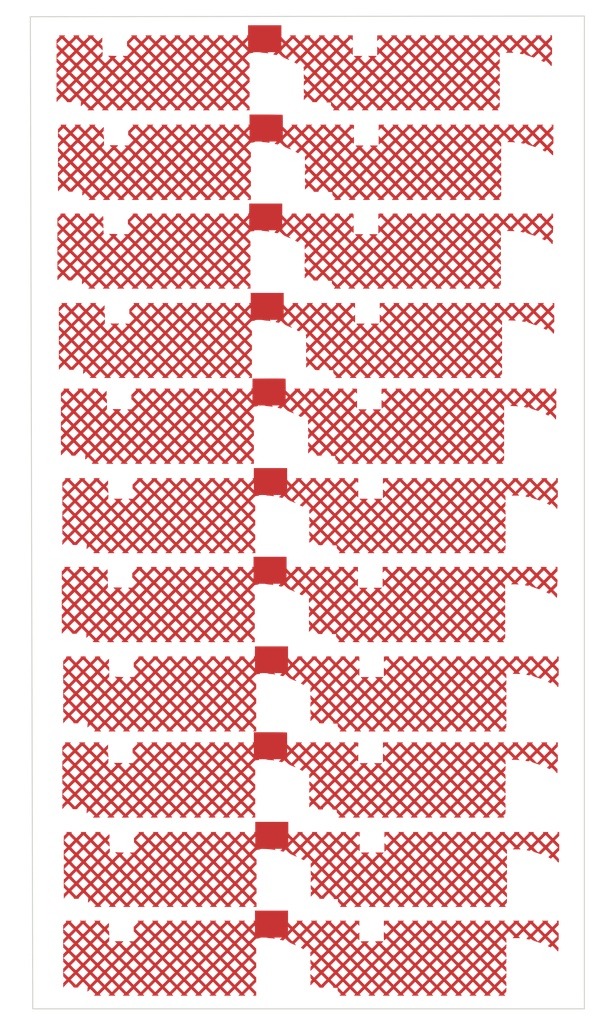
<source format=kicad_pcb>
(kicad_pcb (version 20171130) (host pcbnew "(5.0.0-3-g0214c9d)")
  (layers (0 F.Cu signal) (31 B.Cu signal) (38 B.Mask user) (39 F.Mask user) (44 Edge.Cuts user))
  (net 0 "")
  (module Robot:TS_FP1 (layer F.Cu) (at 385.05 -221.5)
    (fp_text reference G*** hide)
    (fp_text value TS_FP1 hide)
    (fp_poly (pts (xy -1.561848 -65.796584) (xy -1.560838 -65.543979) (xy -1.560841 -65.313137) (xy -1.561785 -65.120586) (xy -1.563598 -64.982851) (xy -1.565644 -64.922984) (xy -1.558962 -64.85497) (xy -1.522825 -64.779403) (xy -1.447135 -64.681748) (xy -1.321799 -64.547469) (xy -1.264272 -64.489067) (xy -1.131513 -64.359479) (xy -1.018059 -64.256231) (xy -0.938422 -64.192106) (xy -0.910292 -64.177334) (xy -0.864726 -64.205783) (xy -0.773575 -64.283213) (xy -0.65012 -64.397754) (xy -0.509617 -64.535542) (xy -0.359587 -64.687324) (xy -0.261675 -64.791728) (xy -0.208092 -64.8612) (xy -0.191045 -64.908186) (xy -0.202743 -64.945134) (xy -0.231363 -64.980042) (xy -0.309456 -65.066334) (xy 0.605788 -65.066334) (xy 0.527695 -64.980042) (xy 0.49681 -64.941495) (xy 0.487665 -64.904098) (xy 0.508053 -64.855403) (xy 0.565765 -64.782965) (xy 0.668593 -64.674335) (xy 0.80595 -64.535542) (xy 0.94825 -64.396027) (xy 1.071332 -64.281907) (xy 1.16192 -64.205054) (xy 1.206499 -64.177334) (xy 1.252015 -64.205781) (xy 1.343124 -64.28321) (xy 1.466549 -64.397746) (xy 1.607049 -64.535542) (xy 1.75708 -64.687324) (xy 1.854991 -64.791728) (xy 1.908575 -64.8612) (xy 1.925622 -64.908186) (xy 1.913924 -64.945134) (xy 1.885304 -64.980042) (xy 1.807211 -65.066334) (xy 2.722455 -65.066334) (xy 2.644362 -64.980042) (xy 2.613476 -64.941495) (xy 2.604331 -64.904098) (xy 2.624719 -64.855403) (xy 2.682432 -64.782965) (xy 2.78526 -64.674335) (xy 2.922616 -64.535542) (xy 3.064917 -64.396027) (xy 3.187999 -64.281907) (xy 3.278586 -64.205054) (xy 3.323166 -64.177334) (xy 3.368682 -64.205781) (xy 3.45979 -64.28321) (xy 3.583216 -64.397746) (xy 3.723716 -64.535542) (xy 3.873747 -64.687324) (xy 3.971658 -64.791728) (xy 4.025241 -64.8612) (xy 4.042288 -64.908186) (xy 4.030591 -64.945134) (xy 4.00197 -64.980042) (xy 3.923877 -65.066334) (xy 4.839122 -65.066334) (xy 4.761029 -64.980042) (xy 4.730143 -64.941495) (xy 4.720998 -64.904098) (xy 4.741386 -64.855403) (xy 4.799098 -64.782965) (xy 4.901926 -64.674335) (xy 5.039283 -64.535542) (xy 5.181583 -64.396027) (xy 5.304665 -64.281907) (xy 5.395253 -64.205054) (xy 5.439833 -64.177334) (xy 5.485349 -64.205781) (xy 5.576457 -64.28321) (xy 5.699882 -64.397746) (xy 5.840383 -64.535542) (xy 5.990413 -64.687324) (xy 6.088325 -64.791728) (xy 6.141908 -64.8612) (xy 6.158955 -64.908186) (xy 6.147257 -64.945134) (xy 6.118637 -64.980042) (xy 6.040544 -65.066334) (xy 6.955788 -65.066334) (xy 6.877695 -64.980042) (xy 6.84681 -64.941495) (xy 6.837665 -64.904098) (xy 6.858053 -64.855403) (xy 6.915765 -64.782965) (xy 7.018593 -64.674335) (xy 7.15595 -64.535542) (xy 7.29825 -64.396027) (xy 7.421332 -64.281907) (xy 7.51192 -64.205054) (xy 7.5565 -64.177334) (xy 7.602015 -64.205781) (xy 7.693124 -64.28321) (xy 7.816549 -64.397746) (xy 7.957049 -64.535542) (xy 8.10708 -64.687324) (xy 8.204991 -64.791728) (xy 8.258575 -64.8612) (xy 8.275622 -64.908186) (xy 8.263924 -64.945134) (xy 8.235304 -64.980042) (xy 8.200575 -65.021524) (xy 8.197047 -65.046983) (xy 8.237788 -65.060329) (xy 8.335869 -65.065475) (xy 8.504359 -65.066333) (xy 8.523605 -65.066334) (xy 8.89 -65.066334) (xy 8.89 -64.330058) (xy 8.750977 -64.464804) (xy 8.611955 -64.59955) (xy 8.233303 -64.219134) (xy 7.85465 -63.838719) (xy 8.21264 -63.47886) (xy 8.35494 -63.339068) (xy 8.47761 -63.22461) (xy 8.567538 -63.147313) (xy 8.611582 -63.119) (xy 8.66612 -63.145961) (xy 8.749759 -63.212759) (xy 8.771266 -63.232754) (xy 8.89 -63.346508) (xy 8.89 -62.213392) (xy 8.750977 -62.348137) (xy 8.611955 -62.482883) (xy 8.233303 -62.102468) (xy 7.85465 -61.722053) (xy 8.21264 -61.362193) (xy 8.355265 -61.222337) (xy 8.478675 -61.107845) (xy 8.569635 -61.030563) (xy 8.614833 -61.002334) (xy 8.660326 -61.030783) (xy 8.75144 -61.10823) (xy 8.874924 -61.222819) (xy 9.016466 -61.361631) (xy 9.373896 -61.720928) (xy 9.209315 -61.889475) (xy 9.044734 -62.058021) (xy 10.301599 -62.058021) (xy 10.137017 -61.889475) (xy 9.972436 -61.720928) (xy 10.329866 -61.361631) (xy 10.472381 -61.22189) (xy 10.595679 -61.107526) (xy 10.686512 -61.030389) (xy 10.731499 -61.002334) (xy 10.776993 -61.030783) (xy 10.868106 -61.10823) (xy 10.991591 -61.222819) (xy 11.133133 -61.361631) (xy 11.490563 -61.720928) (xy 11.325982 -61.889475) (xy 11.1614 -62.058021) (xy 12.418265 -62.058021) (xy 12.253684 -61.889475) (xy 12.089103 -61.720928) (xy 12.446533 -61.361631) (xy 12.589047 -61.22189) (xy 12.712346 -61.107526) (xy 12.803179 -61.030389) (xy 12.848166 -61.002334) (xy 12.893648 -61.030784) (xy 12.984764 -61.10824) (xy 13.108279 -61.222857) (xy 13.250359 -61.362193) (xy 13.608349 -61.722053) (xy 13.607754 -61.722651) (xy 14.204055 -61.722651) (xy 14.562343 -61.362492) (xy 14.705026 -61.222574) (xy 14.828496 -61.108016) (xy 14.919523 -61.030656) (xy 14.964833 -61.002334) (xy 15.010314 -61.030784) (xy 15.101431 -61.10824) (xy 15.224945 -61.222857) (xy 15.367025 -61.362193) (xy 15.725016 -61.722053) (xy 15.724421 -61.722651) (xy 16.320722 -61.722651) (xy 16.679009 -61.362492) (xy 16.821693 -61.222574) (xy 16.945163 -61.108016) (xy 17.036189 -61.030656) (xy 17.0815 -61.002334) (xy 17.126981 -61.030784) (xy 17.218098 -61.10824) (xy 17.341612 -61.222857) (xy 17.483692 -61.362193) (xy 17.841682 -61.722053) (xy 17.841087 -61.722651) (xy 18.437389 -61.722651) (xy 18.795676 -61.362492) (xy 18.93836 -61.222574) (xy 19.061829 -61.108016) (xy 19.152856 -61.030656) (xy 19.198166 -61.002334) (xy 19.243648 -61.030784) (xy 19.334764 -61.10824) (xy 19.458279 -61.222857) (xy 19.600359 -61.362193) (xy 19.958349 -61.722053) (xy 19.957754 -61.722651) (xy 20.554055 -61.722651) (xy 20.912343 -61.362492) (xy 21.055026 -61.222574) (xy 21.178496 -61.108016) (xy 21.269523 -61.030656) (xy 21.314833 -61.002334) (xy 21.360314 -61.030784) (xy 21.451431 -61.10824) (xy 21.574945 -61.222857) (xy 21.717025 -61.362193) (xy 22.075016 -61.722053) (xy 22.074421 -61.722651) (xy 22.670722 -61.722651) (xy 23.029009 -61.362492) (xy 23.171693 -61.222574) (xy 23.295163 -61.108016) (xy 23.386189 -61.030656) (xy 23.4315 -61.002334) (xy 23.476981 -61.030784) (xy 23.568098 -61.10824) (xy 23.691612 -61.222857) (xy 23.833692 -61.362193) (xy 24.191682 -61.722053) (xy 24.191087 -61.722651) (xy 24.787389 -61.722651) (xy 25.145676 -61.362492) (xy 25.28836 -61.222574) (xy 25.411829 -61.108016) (xy 25.502856 -61.030656) (xy 25.548166 -61.002334) (xy 25.593648 -61.030784) (xy 25.684764 -61.10824) (xy 25.808279 -61.222857) (xy 25.950359 -61.362193) (xy 26.308349 -61.722053) (xy 26.307754 -61.722651) (xy 26.904055 -61.722651) (xy 27.262343 -61.362492) (xy 27.405026 -61.222574) (xy 27.528496 -61.108016) (xy 27.619523 -61.030656) (xy 27.664833 -61.002334) (xy 27.710314 -61.030784) (xy 27.801431 -61.10824) (xy 27.924945 -61.222857) (xy 28.067025 -61.362193) (xy 28.425016 -61.722053) (xy 28.045509 -62.103326) (xy 27.666003 -62.484598) (xy 27.285029 -62.103625) (xy 26.904055 -61.722651) (xy 26.307754 -61.722651) (xy 25.928843 -62.103326) (xy 25.549336 -62.484598) (xy 25.168362 -62.103625) (xy 24.787389 -61.722651) (xy 24.191087 -61.722651) (xy 23.812176 -62.103326) (xy 23.43267 -62.484598) (xy 23.051696 -62.103625) (xy 22.670722 -61.722651) (xy 22.074421 -61.722651) (xy 21.695509 -62.103326) (xy 21.316003 -62.484598) (xy 20.935029 -62.103625) (xy 20.554055 -61.722651) (xy 19.957754 -61.722651) (xy 19.578843 -62.103326) (xy 19.199336 -62.484598) (xy 18.818362 -62.103625) (xy 18.437389 -61.722651) (xy 17.841087 -61.722651) (xy 17.462176 -62.103326) (xy 17.08267 -62.484598) (xy 16.701696 -62.103625) (xy 16.320722 -61.722651) (xy 15.724421 -61.722651) (xy 15.345509 -62.103326) (xy 14.966003 -62.484598) (xy 14.585029 -62.103625) (xy 14.204055 -61.722651) (xy 13.607754 -61.722651) (xy 13.229496 -62.102669) (xy 12.850643 -62.483286) (xy 12.671808 -62.307772) (xy 12.492972 -62.132259) (xy 12.493463 -62.779644) (xy 12.493464 -62.780984) (xy 13.145722 -62.780984) (xy 13.504009 -62.420826) (xy 13.646693 -62.280907) (xy 13.770163 -62.166349) (xy 13.861189 -62.088989) (xy 13.9065 -62.060667) (xy 13.951981 -62.089118) (xy 14.043098 -62.166573) (xy 14.166612 -62.28119) (xy 14.308692 -62.420527) (xy 14.666682 -62.780386) (xy 14.666087 -62.780984) (xy 15.262389 -62.780984) (xy 15.620676 -62.420826) (xy 15.76336 -62.280907) (xy 15.886829 -62.166349) (xy 15.977856 -62.088989) (xy 16.023166 -62.060667) (xy 16.068648 -62.089118) (xy 16.159764 -62.166573) (xy 16.283279 -62.28119) (xy 16.425359 -62.420527) (xy 16.783349 -62.780386) (xy 16.782754 -62.780984) (xy 17.379055 -62.780984) (xy 17.737343 -62.420826) (xy 17.880026 -62.280907) (xy 18.003496 -62.166349) (xy 18.094523 -62.088989) (xy 18.139833 -62.060667) (xy 18.185314 -62.089118) (xy 18.276431 -62.166573) (xy 18.399945 -62.28119) (xy 18.542025 -62.420527) (xy 18.900016 -62.780386) (xy 18.899421 -62.780984) (xy 19.495722 -62.780984) (xy 19.854009 -62.420826) (xy 19.996693 -62.280907) (xy 20.120163 -62.166349) (xy 20.211189 -62.088989) (xy 20.2565 -62.060667) (xy 20.301981 -62.089118) (xy 20.393098 -62.166573) (xy 20.516612 -62.28119) (xy 20.658692 -62.420527) (xy 21.016682 -62.780386) (xy 21.016087 -62.780984) (xy 21.612389 -62.780984) (xy 21.970676 -62.420826) (xy 22.11336 -62.280907) (xy 22.236829 -62.166349) (xy 22.327856 -62.088989) (xy 22.373166 -62.060667) (xy 22.418648 -62.089118) (xy 22.509764 -62.166573) (xy 22.633279 -62.28119) (xy 22.775359 -62.420527) (xy 23.133349 -62.780386) (xy 23.132754 -62.780984) (xy 23.729055 -62.780984) (xy 24.087343 -62.420826) (xy 24.230026 -62.280907) (xy 24.353496 -62.166349) (xy 24.444523 -62.088989) (xy 24.489833 -62.060667) (xy 24.535314 -62.089118) (xy 24.626431 -62.166573) (xy 24.749945 -62.28119) (xy 24.892025 -62.420527) (xy 25.250016 -62.780386) (xy 25.249421 -62.780984) (xy 25.845722 -62.780984) (xy 26.204009 -62.420826) (xy 26.346693 -62.280907) (xy 26.470163 -62.166349) (xy 26.561189 -62.088989) (xy 26.6065 -62.060667) (xy 26.651981 -62.089118) (xy 26.743098 -62.166573) (xy 26.866612 -62.28119) (xy 27.008692 -62.420527) (xy 27.366682 -62.780386) (xy 27.366087 -62.780984) (xy 27.962389 -62.780984) (xy 28.320676 -62.420826) (xy 28.46336 -62.280907) (xy 28.586829 -62.166349) (xy 28.677856 -62.088989) (xy 28.723166 -62.060667) (xy 28.768648 -62.089118) (xy 28.859764 -62.166573) (xy 28.983279 -62.28119) (xy 29.125359 -62.420527) (xy 29.483349 -62.780386) (xy 29.103843 -63.161659) (xy 28.724336 -63.542932) (xy 28.343362 -63.161958) (xy 27.962389 -62.780984) (xy 27.366087 -62.780984) (xy 26.60767 -63.542932) (xy 25.845722 -62.780984) (xy 25.249421 -62.780984) (xy 24.870509 -63.161659) (xy 24.491003 -63.542932) (xy 23.729055 -62.780984) (xy 23.132754 -62.780984) (xy 22.753843 -63.161659) (xy 22.374336 -63.542932) (xy 21.993362 -63.161958) (xy 21.612389 -62.780984) (xy 21.016087 -62.780984) (xy 20.25767 -63.542932) (xy 19.495722 -62.780984) (xy 18.899421 -62.780984) (xy 18.520509 -63.161659) (xy 18.141003 -63.542932) (xy 17.379055 -62.780984) (xy 16.782754 -62.780984) (xy 16.403843 -63.161659) (xy 16.024336 -63.542932) (xy 15.643362 -63.161958) (xy 15.262389 -62.780984) (xy 14.666087 -62.780984) (xy 13.90767 -63.542932) (xy 13.145722 -62.780984) (xy 12.493464 -62.780984) (xy 12.493953 -63.427029) (xy 12.651678 -63.273015) (xy 12.748671 -63.185523) (xy 12.824737 -63.129723) (xy 12.850886 -63.119) (xy 12.895281 -63.147428) (xy 12.98547 -63.224824) (xy 13.108322 -63.339361) (xy 13.250359 -63.47886) (xy 13.608349 -63.838719) (xy 13.607754 -63.839317) (xy 14.204055 -63.839317) (xy 14.562343 -63.479159) (xy 14.705026 -63.33924) (xy 14.828496 -63.224682) (xy 14.919523 -63.147323) (xy 14.964833 -63.119) (xy 15.010314 -63.147451) (xy 15.101431 -63.224906) (xy 15.224945 -63.339523) (xy 15.367025 -63.47886) (xy 15.725016 -63.838719) (xy 15.724421 -63.839317) (xy 16.320722 -63.839317) (xy 16.679009 -63.479159) (xy 16.821693 -63.33924) (xy 16.945163 -63.224682) (xy 17.036189 -63.147323) (xy 17.0815 -63.119) (xy 17.126981 -63.147451) (xy 17.218098 -63.224906) (xy 17.341612 -63.339523) (xy 17.483692 -63.47886) (xy 17.841682 -63.838719) (xy 17.841087 -63.839317) (xy 18.437389 -63.839317) (xy 18.795676 -63.479159) (xy 18.93836 -63.33924) (xy 19.061829 -63.224682) (xy 19.152856 -63.147323) (xy 19.198166 -63.119) (xy 19.243648 -63.147451) (xy 19.334764 -63.224906) (xy 19.458279 -63.339523) (xy 19.600359 -63.47886) (xy 19.958349 -63.838719) (xy 19.957754 -63.839317) (xy 20.554055 -63.839317) (xy 20.912343 -63.479159) (xy 21.055026 -63.33924) (xy 21.178496 -63.224682) (xy 21.269523 -63.147323) (xy 21.314833 -63.119) (xy 21.360314 -63.147451) (xy 21.451431 -63.224906) (xy 21.574945 -63.339523) (xy 21.717025 -63.47886) (xy 22.075016 -63.838719) (xy 22.074421 -63.839317) (xy 22.670722 -63.839317) (xy 23.029009 -63.479159) (xy 23.171693 -63.33924) (xy 23.295163 -63.224682) (xy 23.386189 -63.147323) (xy 23.4315 -63.119) (xy 23.476981 -63.147451) (xy 23.568098 -63.224906) (xy 23.691612 -63.339523) (xy 23.833692 -63.47886) (xy 24.191682 -63.838719) (xy 24.191087 -63.839317) (xy 24.787389 -63.839317) (xy 25.145676 -63.479159) (xy 25.28836 -63.33924) (xy 25.411829 -63.224682) (xy 25.502856 -63.147323) (xy 25.548166 -63.119) (xy 25.593648 -63.147451) (xy 25.684764 -63.224906) (xy 25.808279 -63.339523) (xy 25.950359 -63.47886) (xy 26.308349 -63.838719) (xy 26.307754 -63.839317) (xy 26.904055 -63.839317) (xy 27.262343 -63.479159) (xy 27.405026 -63.33924) (xy 27.528496 -63.224682) (xy 27.619523 -63.147323) (xy 27.664833 -63.119) (xy 27.710314 -63.147451) (xy 27.801431 -63.224906) (xy 27.924945 -63.339523) (xy 28.067025 -63.47886) (xy 28.425016 -63.838719) (xy 28.424421 -63.839317) (xy 29.020722 -63.839317) (xy 29.379009 -63.479159) (xy 29.521693 -63.33924) (xy 29.645163 -63.224682) (xy 29.736189 -63.147323) (xy 29.7815 -63.119) (xy 29.826981 -63.147451) (xy 29.918098 -63.224906) (xy 30.041612 -63.339523) (xy 30.183692 -63.47886) (xy 30.541682 -63.838719) (xy 30.541087 -63.839317) (xy 31.137389 -63.839317) (xy 31.495676 -63.479159) (xy 31.63836 -63.33924) (xy 31.761829 -63.224682) (xy 31.852856 -63.147323) (xy 31.898166 -63.119) (xy 31.943648 -63.147451) (xy 32.034764 -63.224906) (xy 32.158279 -63.339523) (xy 32.300359 -63.47886) (xy 32.658349 -63.838719) (xy 32.657754 -63.839317) (xy 33.254055 -63.839317) (xy 33.612343 -63.479159) (xy 33.755026 -63.33924) (xy 33.878496 -63.224682) (xy 33.969523 -63.147323) (xy 34.014833 -63.119) (xy 34.060314 -63.147451) (xy 34.151431 -63.224906) (xy 34.274945 -63.339523) (xy 34.417025 -63.47886) (xy 34.775016 -63.838719) (xy 34.774421 -63.839317) (xy 35.370722 -63.839317) (xy 35.729009 -63.479159) (xy 35.871693 -63.33924) (xy 35.995163 -63.224682) (xy 36.086189 -63.147323) (xy 36.1315 -63.119) (xy 36.176981 -63.147451) (xy 36.268098 -63.224906) (xy 36.391612 -63.339523) (xy 36.533692 -63.47886) (xy 36.891682 -63.838719) (xy 36.13267 -64.601265) (xy 35.370722 -63.839317) (xy 34.774421 -63.839317) (xy 34.395509 -64.219992) (xy 34.016003 -64.601265) (xy 33.254055 -63.839317) (xy 32.657754 -63.839317) (xy 32.278843 -64.219992) (xy 31.899336 -64.601265) (xy 31.518362 -64.220291) (xy 31.137389 -63.839317) (xy 30.541087 -63.839317) (xy 29.78267 -64.601265) (xy 29.020722 -63.839317) (xy 28.424421 -63.839317) (xy 28.045509 -64.219992) (xy 27.666003 -64.601265) (xy 26.904055 -63.839317) (xy 26.307754 -63.839317) (xy 25.928843 -64.219992) (xy 25.549336 -64.601265) (xy 25.168362 -64.220291) (xy 24.787389 -63.839317) (xy 24.191087 -63.839317) (xy 23.43267 -64.601265) (xy 22.670722 -63.839317) (xy 22.074421 -63.839317) (xy 21.695509 -64.219992) (xy 21.316003 -64.601265) (xy 20.554055 -63.839317) (xy 19.957754 -63.839317) (xy 19.578843 -64.219992) (xy 19.199336 -64.601265) (xy 18.818362 -64.220291) (xy 18.437389 -63.839317) (xy 17.841087 -63.839317) (xy 17.08267 -64.601265) (xy 16.320722 -63.839317) (xy 15.724421 -63.839317) (xy 15.345509 -64.219992) (xy 14.966003 -64.601265) (xy 14.204055 -63.839317) (xy 13.607754 -63.839317) (xy 12.850643 -64.599953) (xy 12.667015 -64.420393) (xy 12.483388 -64.240834) (xy 12.507324 -65.066334) (xy 12.906556 -65.066334) (xy 13.091519 -65.065756) (xy 13.204618 -65.061731) (xy 13.258655 -65.050817) (xy 13.266432 -65.029575) (xy 13.240752 -64.994565) (xy 13.227695 -64.980042) (xy 13.19681 -64.941495) (xy 13.187665 -64.904098) (xy 13.208053 -64.855403) (xy 13.265765 -64.782965) (xy 13.368593 -64.674335) (xy 13.50595 -64.535542) (xy 13.64825 -64.396027) (xy 13.771332 -64.281907) (xy 13.86192 -64.205054) (xy 13.9065 -64.177334) (xy 13.952015 -64.205781) (xy 14.043124 -64.28321) (xy 14.166549 -64.397746) (xy 14.307049 -64.535542) (xy 14.45708 -64.687324) (xy 14.554991 -64.791728) (xy 14.608575 -64.8612) (xy 14.625622 -64.908186) (xy 14.613924 -64.945134) (xy 14.585304 -64.980042) (xy 14.507211 -65.066334) (xy 15.422455 -65.066334) (xy 15.344362 -64.980042) (xy 15.313476 -64.941495) (xy 15.304331 -64.904098) (xy 15.324719 -64.855403) (xy 15.382432 -64.782965) (xy 15.48526 -64.674335) (xy 15.622616 -64.535542) (xy 15.764917 -64.396027) (xy 15.887999 -64.281907) (xy 15.978586 -64.205054) (xy 16.023166 -64.177334) (xy 16.068682 -64.205781) (xy 16.15979 -64.28321) (xy 16.283216 -64.397746) (xy 16.423716 -64.535542) (xy 16.573747 -64.687324) (xy 16.671658 -64.791728) (xy 16.725241 -64.8612) (xy 16.742288 -64.908186) (xy 16.730591 -64.945134) (xy 16.70197 -64.980042) (xy 16.623877 -65.066334) (xy 17.539122 -65.066334) (xy 17.461029 -64.980042) (xy 17.430143 -64.941495) (xy 17.420998 -64.904098) (xy 17.441386 -64.855403) (xy 17.499098 -64.782965) (xy 17.601926 -64.674335) (xy 17.739283 -64.535542) (xy 17.881583 -64.396027) (xy 18.004665 -64.281907) (xy 18.095253 -64.205054) (xy 18.139833 -64.177334) (xy 18.185349 -64.205781) (xy 18.276457 -64.28321) (xy 18.399882 -64.397746) (xy 18.540383 -64.535542) (xy 18.690413 -64.687324) (xy 18.788325 -64.791728) (xy 18.841908 -64.8612) (xy 18.858955 -64.908186) (xy 18.847257 -64.945134) (xy 18.818637 -64.980042) (xy 18.740544 -65.066334) (xy 19.655788 -65.066334) (xy 19.577695 -64.980042) (xy 19.54681 -64.941495) (xy 19.537665 -64.904098) (xy 19.558053 -64.855403) (xy 19.615765 -64.782965) (xy 19.718593 -64.674335) (xy 19.85595 -64.535542) (xy 19.99825 -64.396027) (xy 20.121332 -64.281907) (xy 20.21192 -64.205054) (xy 20.2565 -64.177334) (xy 20.302015 -64.205781) (xy 20.393124 -64.28321) (xy 20.516549 -64.397746) (xy 20.657049 -64.535542) (xy 20.80708 -64.687324) (xy 20.904991 -64.791728) (xy 20.958575 -64.8612) (xy 20.975622 -64.908186) (xy 20.963924 -64.945134) (xy 20.935304 -64.980042) (xy 20.857211 -65.066334) (xy 21.772455 -65.066334) (xy 21.694362 -64.980042) (xy 21.663476 -64.941495) (xy 21.654331 -64.904098) (xy 21.674719 -64.855403) (xy 21.732432 -64.782965) (xy 21.83526 -64.674335) (xy 21.972616 -64.535542) (xy 22.114917 -64.396027) (xy 22.237999 -64.281907) (xy 22.328586 -64.205054) (xy 22.373166 -64.177334) (xy 22.418682 -64.205781) (xy 22.50979 -64.28321) (xy 22.633216 -64.397746) (xy 22.773716 -64.535542) (xy 22.923747 -64.687324) (xy 23.021658 -64.791728) (xy 23.075241 -64.8612) (xy 23.092288 -64.908186) (xy 23.080591 -64.945134) (xy 23.05197 -64.980042) (xy 22.973877 -65.066334) (xy 23.889122 -65.066334) (xy 23.811029 -64.980042) (xy 23.780143 -64.941495) (xy 23.770998 -64.904098) (xy 23.791386 -64.855403) (xy 23.849098 -64.782965) (xy 23.951926 -64.674335) (xy 24.089283 -64.535542) (xy 24.231583 -64.396027) (xy 24.354665 -64.281907) (xy 24.445253 -64.205054) (xy 24.489833 -64.177334) (xy 24.535349 -64.205781) (xy 24.626457 -64.28321) (xy 24.749882 -64.397746) (xy 24.890383 -64.535542) (xy 25.040413 -64.687324) (xy 25.138325 -64.791728) (xy 25.191908 -64.8612) (xy 25.208955 -64.908186) (xy 25.197257 -64.945134) (xy 25.168637 -64.980042) (xy 25.090544 -65.066334) (xy 26.005788 -65.066334) (xy 25.927695 -64.980042) (xy 25.89681 -64.941495) (xy 25.887665 -64.904098) (xy 25.908053 -64.855403) (xy 25.965765 -64.782965) (xy 26.068593 -64.674335) (xy 26.20595 -64.535542) (xy 26.34825 -64.396027) (xy 26.471332 -64.281907) (xy 26.56192 -64.205054) (xy 26.6065 -64.177334) (xy 26.652015 -64.205781) (xy 26.743124 -64.28321) (xy 26.866549 -64.397746) (xy 27.007049 -64.535542) (xy 27.15708 -64.687324) (xy 27.254991 -64.791728) (xy 27.308575 -64.8612) (xy 27.325622 -64.908186) (xy 27.313924 -64.945134) (xy 27.285304 -64.980042) (xy 27.207211 -65.066334) (xy 28.122455 -65.066334) (xy 28.044362 -64.980042) (xy 28.013476 -64.941495) (xy 28.004331 -64.904098) (xy 28.024719 -64.855403) (xy 28.082432 -64.782965) (xy 28.18526 -64.674335) (xy 28.322616 -64.535542) (xy 28.464917 -64.396027) (xy 28.587999 -64.281907) (xy 28.678586 -64.205054) (xy 28.723166 -64.177334) (xy 28.768682 -64.205781) (xy 28.85979 -64.28321) (xy 28.983216 -64.397746) (xy 29.123716 -64.535542) (xy 29.273747 -64.687324) (xy 29.371658 -64.791728) (xy 29.425241 -64.8612) (xy 29.442288 -64.908186) (xy 29.430591 -64.945134) (xy 29.40197 -64.980042) (xy 29.323877 -65.066334) (xy 30.239122 -65.066334) (xy 30.161029 -64.980042) (xy 30.130143 -64.941495) (xy 30.120998 -64.904098) (xy 30.141386 -64.855403) (xy 30.199098 -64.782965) (xy 30.301926 -64.674335) (xy 30.439283 -64.535542) (xy 30.581583 -64.396027) (xy 30.704665 -64.281907) (xy 30.795253 -64.205054) (xy 30.839833 -64.177334) (xy 30.885349 -64.205781) (xy 30.976457 -64.28321) (xy 31.099882 -64.397746) (xy 31.240383 -64.535542) (xy 31.390413 -64.687324) (xy 31.488325 -64.791728) (xy 31.541908 -64.8612) (xy 31.558955 -64.908186) (xy 31.547257 -64.945134) (xy 31.518637 -64.980042) (xy 31.440544 -65.066334) (xy 32.355788 -65.066334) (xy 32.277695 -64.980042) (xy 32.24681 -64.941495) (xy 32.237665 -64.904098) (xy 32.258053 -64.855403) (xy 32.315765 -64.782965) (xy 32.418593 -64.674335) (xy 32.55595 -64.535542) (xy 32.69825 -64.396027) (xy 32.821332 -64.281907) (xy 32.91192 -64.205054) (xy 32.9565 -64.177334) (xy 33.002015 -64.205781) (xy 33.093124 -64.28321) (xy 33.216549 -64.397746) (xy 33.357049 -64.535542) (xy 33.50708 -64.687324) (xy 33.604991 -64.791728) (xy 33.658575 -64.8612) (xy 33.675622 -64.908186) (xy 33.663924 -64.945134) (xy 33.635304 -64.980042) (xy 33.557211 -65.066334) (xy 34.472455 -65.066334) (xy 34.394362 -64.980042) (xy 34.363476 -64.941495) (xy 34.354331 -64.904098) (xy 34.374719 -64.855403) (xy 34.432432 -64.782965) (xy 34.53526 -64.674335) (xy 34.672616 -64.535542) (xy 34.814917 -64.396027) (xy 34.937999 -64.281907) (xy 35.028586 -64.205054) (xy 35.073166 -64.177334) (xy 35.118682 -64.205781) (xy 35.20979 -64.28321) (xy 35.333216 -64.397746) (xy 35.473716 -64.535542) (xy 35.623747 -64.687324) (xy 35.721658 -64.791728) (xy 35.775241 -64.8612) (xy 35.792288 -64.908186) (xy 35.780591 -64.945134) (xy 35.75197 -64.980042) (xy 35.673877 -65.066334) (xy 36.589122 -65.066334) (xy 36.511029 -64.980042) (xy 36.480143 -64.941495) (xy 36.470998 -64.904098) (xy 36.491386 -64.855403) (xy 36.549098 -64.782965) (xy 36.651926 -64.674335) (xy 36.789283 -64.535542) (xy 36.931583 -64.396027) (xy 37.054665 -64.281907) (xy 37.145253 -64.205054) (xy 37.189833 -64.177334) (xy 37.235349 -64.205781) (xy 37.326457 -64.28321) (xy 37.449882 -64.397746) (xy 37.590383 -64.535542) (xy 37.740413 -64.687324) (xy 37.838325 -64.791728) (xy 37.891908 -64.8612) (xy 37.908955 -64.908186) (xy 37.897257 -64.945134) (xy 37.868637 -64.980042) (xy 37.821896 -65.036884) (xy 37.831149 -65.060911) (xy 37.90895 -65.066259) (xy 37.945272 -65.066334) (xy 38.1 -65.066334) (xy 38.1 -64.454492) (xy 37.794142 -64.146579) (xy 37.488285 -63.838667) (xy 37.794142 -63.530755) (xy 38.1 -63.222843) (xy 38.1 -62.337825) (xy 37.794142 -62.029913) (xy 37.488285 -61.722) (xy 37.786109 -61.415084) (xy 38.083934 -61.108167) (xy 38.06704 -60.843584) (xy 38.050686 -60.685947) (xy 38.024749 -60.601559) (xy 37.990406 -60.579) (xy 37.936616 -60.608489) (xy 37.930666 -60.63108) (xy 37.902271 -60.679588) (xy 37.824847 -60.773806) (xy 37.710043 -60.900388) (xy 37.569502 -61.045992) (xy 37.561688 -61.053854) (xy 37.192711 -61.42455) (xy 37.059774 -61.295702) (xy 36.926837 -61.166855) (xy 36.729889 -61.262539) (xy 36.532941 -61.358224) (xy 36.711891 -61.540561) (xy 36.890841 -61.722897) (xy 36.512054 -62.103448) (xy 36.133266 -62.483999) (xy 35.793716 -62.147488) (xy 35.454166 -61.810978) (xy 34.882666 -62.002127) (xy 34.631492 -62.089287) (xy 34.446633 -62.161944) (xy 34.312576 -62.227344) (xy 34.213812 -62.292736) (xy 34.160027 -62.339798) (xy 34.008888 -62.48632) (xy 33.92817 -62.397128) (xy 33.861558 -62.341566) (xy 33.779051 -62.324518) (xy 33.661147 -62.335873) (xy 33.499273 -62.36323) (xy 33.415095 -62.393129) (xy 33.402289 -62.438561) (xy 33.454533 -62.512519) (xy 33.534374 -62.596329) (xy 33.715598 -62.780984) (xy 34.312389 -62.780984) (xy 34.670676 -62.420826) (xy 34.81336 -62.280907) (xy 34.936829 -62.166349) (xy 35.027856 -62.088989) (xy 35.073166 -62.060667) (xy 35.118648 -62.089118) (xy 35.209764 -62.166573) (xy 35.333279 -62.28119) (xy 35.475359 -62.420527) (xy 35.833349 -62.780386) (xy 35.832754 -62.780984) (xy 36.429055 -62.780984) (xy 36.787343 -62.420826) (xy 36.930026 -62.280907) (xy 37.053496 -62.166349) (xy 37.144523 -62.088989) (xy 37.189833 -62.060667) (xy 37.235314 -62.089118) (xy 37.326431 -62.166573) (xy 37.449945 -62.28119) (xy 37.592025 -62.420527) (xy 37.950016 -62.780386) (xy 37.570509 -63.161659) (xy 37.191003 -63.542932) (xy 36.429055 -62.780984) (xy 35.832754 -62.780984) (xy 35.453843 -63.161659) (xy 35.074336 -63.542932) (xy 34.693362 -63.161958) (xy 34.312389 -62.780984) (xy 33.715598 -62.780984) (xy 33.71643 -62.781831) (xy 32.955329 -63.542932) (xy 32.576704 -63.162544) (xy 32.198079 -62.782157) (xy 32.320626 -62.654245) (xy 32.443173 -62.526334) (xy 31.353159 -62.526334) (xy 31.598833 -62.782762) (xy 30.838663 -63.542932) (xy 30.459577 -63.162081) (xy 30.080491 -62.781231) (xy 30.259079 -62.599263) (xy 30.353101 -62.499483) (xy 30.406506 -62.420542) (xy 30.430775 -62.331858) (xy 30.43739 -62.202846) (xy 30.437666 -62.123558) (xy 30.437666 -61.82982) (xy 30.108673 -62.156883) (xy 29.779681 -62.483947) (xy 29.021317 -61.722053) (xy 29.379307 -61.362193) (xy 29.521739 -61.222375) (xy 29.644709 -61.107904) (xy 29.735056 -61.030612) (xy 29.779569 -61.002334) (xy 29.825595 -61.030502) (xy 29.916143 -61.106495) (xy 30.036597 -61.21755) (xy 30.129754 -61.308191) (xy 30.437666 -61.614048) (xy 30.437666 -61.320377) (xy 30.435239 -61.163263) (xy 30.420319 -61.060238) (xy 30.381442 -60.98073) (xy 30.30715 -60.894169) (xy 30.259519 -60.845186) (xy 30.081371 -60.663667) (xy 30.259519 -60.482148) (xy 30.353318 -60.382576) (xy 30.406592 -60.303706) (xy 30.430798 -60.214976) (xy 30.437392 -60.08582) (xy 30.437666 -60.006891) (xy 30.437666 -59.713153) (xy 30.108673 -60.040217) (xy 29.779681 -60.36728) (xy 29.021317 -59.605386) (xy 29.379307 -59.245527) (xy 29.521739 -59.105708) (xy 29.644709 -58.991237) (xy 29.735056 -58.913946) (xy 29.779569 -58.885667) (xy 29.825595 -58.913835) (xy 29.916143 -58.989829) (xy 30.036597 -59.100883) (xy 30.129754 -59.191524) (xy 30.437666 -59.497382) (xy 30.437666 -59.20371) (xy 30.435239 -59.046596) (xy 30.420319 -58.943571) (xy 30.381442 -58.864064) (xy 30.30715 -58.777502) (xy 30.259519 -58.72852) (xy 30.081371 -58.547) (xy 30.259519 -58.365481) (xy 30.353318 -58.265909) (xy 30.406592 -58.187039) (xy 30.430798 -58.098309) (xy 30.437392 -57.969154) (xy 30.437666 -57.890225) (xy 30.437666 -57.596487) (xy 30.108673 -57.92355) (xy 29.779681 -58.250613) (xy 29.021317 -57.488719) (xy 29.379307 -57.12886) (xy 29.521739 -56.989042) (xy 29.644709 -56.87457) (xy 29.735056 -56.797279) (xy 29.779569 -56.769) (xy 29.825595 -56.797168) (xy 29.916143 -56.873162) (xy 30.036597 -56.984216) (xy 30.129754 -57.074858) (xy 30.437666 -57.380715) (xy 30.437666 -57.087043) (xy 30.435239 -56.929929) (xy 30.420319 -56.826904) (xy 30.381442 -56.747397) (xy 30.30715 -56.660836) (xy 30.259519 -56.611853) (xy 30.081371 -56.430334) (xy 30.259519 -56.248815) (xy 30.353318 -56.149242) (xy 30.406592 -56.070373) (xy 30.430798 -55.981642) (xy 30.437392 -55.852487) (xy 30.437666 -55.773558) (xy 30.437666 -55.47982) (xy 30.108673 -55.806883) (xy 29.779681 -56.133947) (xy 29.021317 -55.372053) (xy 29.379307 -55.012193) (xy 29.521739 -54.872375) (xy 29.644709 -54.757904) (xy 29.735056 -54.680612) (xy 29.779569 -54.652334) (xy 29.825595 -54.680502) (xy 29.916143 -54.756495) (xy 30.036597 -54.86755) (xy 30.129754 -54.958191) (xy 30.437666 -55.264048) (xy 30.437666 -54.970377) (xy 30.43523 -54.813228) (xy 30.420308 -54.710199) (xy 30.381479 -54.630751) (xy 30.307325 -54.544343) (xy 30.260252 -54.495933) (xy 30.082837 -54.315161) (xy 30.283091 -54.102001) (xy 29.7815 -54.102) (xy 29.279908 -54.102) (xy 29.380746 -54.209338) (xy 29.481585 -54.316676) (xy 29.101791 -54.696471) (xy 28.721996 -55.076265) (xy 27.96532 -54.316067) (xy 28.065872 -54.209034) (xy 28.166425 -54.102) (xy 27.163241 -54.102) (xy 27.26408 -54.209338) (xy 27.364918 -54.316676) (xy 26.985124 -54.696471) (xy 26.605329 -55.076265) (xy 25.848653 -54.316067) (xy 25.949206 -54.209034) (xy 26.049758 -54.102001) (xy 25.548166 -54.102) (xy 25.046574 -54.102) (xy 25.248252 -54.316676) (xy 24.488663 -55.076265) (xy 23.731987 -54.316067) (xy 23.933091 -54.102001) (xy 23.431499 -54.102) (xy 22.929908 -54.102) (xy 23.030746 -54.209338) (xy 23.131585 -54.316676) (xy 22.751791 -54.696471) (xy 22.371996 -55.076265) (xy 21.61532 -54.316067) (xy 21.715872 -54.209034) (xy 21.816425 -54.102) (xy 20.813241 -54.102) (xy 20.91408 -54.209338) (xy 21.014918 -54.316676) (xy 20.635124 -54.696471) (xy 20.255329 -55.076265) (xy 19.498653 -54.316067) (xy 19.599206 -54.209034) (xy 19.699758 -54.102001) (xy 19.198166 -54.102) (xy 18.696574 -54.102) (xy 18.898252 -54.316676) (xy 18.138663 -55.076265) (xy 17.381987 -54.316067) (xy 17.482539 -54.209034) (xy 17.583091 -54.102) (xy 16.579908 -54.102) (xy 16.680746 -54.209338) (xy 16.781585 -54.316676) (xy 16.401791 -54.696471) (xy 16.021996 -55.076265) (xy 15.26532 -54.316067) (xy 15.365872 -54.209034) (xy 15.466425 -54.102001) (xy 14.964833 -54.102001) (xy 14.463241 -54.102) (xy 14.56408 -54.209338) (xy 14.664918 -54.316676) (xy 14.285124 -54.696471) (xy 13.905329 -55.076265) (xy 13.148653 -54.316067) (xy 13.249206 -54.209034) (xy 13.349758 -54.102) (xy 12.346574 -54.102) (xy 12.548252 -54.316676) (xy 11.788663 -55.076265) (xy 11.031987 -54.316067) (xy 11.233091 -54.102001) (xy 10.7315 -54.102) (xy 10.229908 -54.102) (xy 10.330746 -54.209338) (xy 10.431585 -54.316676) (xy 10.051791 -54.696471) (xy 9.671996 -55.076265) (xy 8.91532 -54.316067) (xy 9.015872 -54.209034) (xy 9.116425 -54.102) (xy 8.113241 -54.102) (xy 8.21408 -54.209338) (xy 8.314918 -54.316676) (xy 7.935124 -54.696471) (xy 7.555329 -55.076265) (xy 6.798653 -54.316067) (xy 6.899206 -54.209034) (xy 6.999758 -54.102001) (xy 6.498166 -54.102) (xy 5.996574 -54.102) (xy 6.096915 -54.208808) (xy 6.197255 -54.315615) (xy 5.956127 -54.559285) (xy 5.836057 -54.683744) (xy 5.764334 -54.773179) (xy 5.728541 -54.851521) (xy 5.716259 -54.942705) (xy 5.715 -55.023978) (xy 5.715 -55.245) (xy 5.371149 -55.245) (xy 5.202989 -55.246617) (xy 5.105887 -55.253531) (xy 5.066261 -55.268844) (xy 5.07053 -55.295653) (xy 5.082053 -55.310975) (xy 5.097595 -55.346127) (xy 5.09041 -55.372651) (xy 5.737389 -55.372651) (xy 6.095676 -55.012492) (xy 6.23836 -54.872574) (xy 6.361829 -54.758016) (xy 6.452856 -54.680656) (xy 6.498166 -54.652334) (xy 6.543648 -54.680784) (xy 6.634764 -54.75824) (xy 6.758279 -54.872857) (xy 6.900359 -55.012193) (xy 7.258349 -55.372053) (xy 7.257754 -55.372651) (xy 7.854055 -55.372651) (xy 8.212343 -55.012492) (xy 8.355026 -54.872574) (xy 8.478496 -54.758016) (xy 8.569523 -54.680656) (xy 8.614833 -54.652334) (xy 8.660314 -54.680784) (xy 8.751431 -54.75824) (xy 8.874945 -54.872857) (xy 9.017025 -55.012193) (xy 9.375016 -55.372053) (xy 9.374421 -55.372651) (xy 9.970722 -55.372651) (xy 10.329009 -55.012492) (xy 10.471693 -54.872574) (xy 10.595163 -54.758016) (xy 10.686189 -54.680656) (xy 10.7315 -54.652334) (xy 10.776981 -54.680784) (xy 10.868098 -54.75824) (xy 10.991612 -54.872857) (xy 11.133692 -55.012193) (xy 11.491682 -55.372053) (xy 11.491087 -55.372651) (xy 12.087389 -55.372651) (xy 12.445676 -55.012492) (xy 12.58836 -54.872574) (xy 12.711829 -54.758016) (xy 12.802856 -54.680656) (xy 12.848166 -54.652334) (xy 12.893648 -54.680784) (xy 12.984764 -54.75824) (xy 13.108279 -54.872857) (xy 13.250359 -55.012193) (xy 13.608349 -55.372053) (xy 13.607754 -55.372651) (xy 14.204055 -55.372651) (xy 14.562343 -55.012492) (xy 14.705026 -54.872574) (xy 14.828496 -54.758016) (xy 14.919523 -54.680656) (xy 14.964833 -54.652334) (xy 15.010314 -54.680784) (xy 15.101431 -54.75824) (xy 15.224945 -54.872857) (xy 15.367025 -55.012193) (xy 15.725016 -55.372053) (xy 15.724421 -55.372651) (xy 16.320722 -55.372651) (xy 16.679009 -55.012492) (xy 16.821693 -54.872574) (xy 16.945163 -54.758016) (xy 17.036189 -54.680656) (xy 17.0815 -54.652334) (xy 17.126981 -54.680784) (xy 17.218098 -54.75824) (xy 17.341612 -54.872857) (xy 17.483692 -55.012193) (xy 17.841682 -55.372053) (xy 17.841087 -55.372651) (xy 18.437389 -55.372651) (xy 18.795676 -55.012492) (xy 18.93836 -54.872574) (xy 19.061829 -54.758016) (xy 19.152856 -54.680656) (xy 19.198166 -54.652334) (xy 19.243648 -54.680784) (xy 19.334764 -54.75824) (xy 19.458279 -54.872857) (xy 19.600359 -55.012193) (xy 19.958349 -55.372053) (xy 19.957754 -55.372651) (xy 20.554055 -55.372651) (xy 20.912343 -55.012492) (xy 21.055026 -54.872574) (xy 21.178496 -54.758016) (xy 21.269523 -54.680656) (xy 21.314833 -54.652334) (xy 21.360314 -54.680784) (xy 21.451431 -54.75824) (xy 21.574945 -54.872857) (xy 21.717025 -55.012193) (xy 22.075016 -55.372053) (xy 22.074421 -55.372651) (xy 22.670722 -55.372651) (xy 23.029009 -55.012492) (xy 23.171693 -54.872574) (xy 23.295163 -54.758016) (xy 23.386189 -54.680656) (xy 23.4315 -54.652334) (xy 23.476981 -54.680784) (xy 23.568098 -54.75824) (xy 23.691612 -54.872857) (xy 23.833692 -55.012193) (xy 24.191682 -55.372053) (xy 24.191087 -55.372651) (xy 24.787389 -55.372651) (xy 25.145676 -55.012492) (xy 25.28836 -54.872574) (xy 25.411829 -54.758016) (xy 25.502856 -54.680656) (xy 25.548166 -54.652334) (xy 25.593648 -54.680784) (xy 25.684764 -54.75824) (xy 25.808279 -54.872857) (xy 25.950359 -55.012193) (xy 26.308349 -55.372053) (xy 26.307754 -55.372651) (xy 26.904055 -55.372651) (xy 27.262343 -55.012492) (xy 27.405026 -54.872574) (xy 27.528496 -54.758016) (xy 27.619523 -54.680656) (xy 27.664833 -54.652334) (xy 27.710314 -54.680784) (xy 27.801431 -54.75824) (xy 27.924945 -54.872857) (xy 28.067025 -55.012193) (xy 28.425016 -55.372053) (xy 28.045509 -55.753326) (xy 27.666003 -56.134598) (xy 27.285029 -55.753625) (xy 26.904055 -55.372651) (xy 26.307754 -55.372651) (xy 25.928843 -55.753326) (xy 25.549336 -56.134598) (xy 25.168362 -55.753625) (xy 24.787389 -55.372651) (xy 24.191087 -55.372651) (xy 23.812176 -55.753326) (xy 23.43267 -56.134598) (xy 23.051696 -55.753625) (xy 22.670722 -55.372651) (xy 22.074421 -55.372651) (xy 21.695509 -55.753326) (xy 21.316003 -56.134598) (xy 20.935029 -55.753625) (xy 20.554055 -55.372651) (xy 19.957754 -55.372651) (xy 19.578843 -55.753326) (xy 19.199336 -56.134598) (xy 18.818362 -55.753625) (xy 18.437389 -55.372651) (xy 17.841087 -55.372651) (xy 17.462176 -55.753326) (xy 17.08267 -56.134598) (xy 16.701696 -55.753625) (xy 16.320722 -55.372651) (xy 15.724421 -55.372651) (xy 15.345509 -55.753326) (xy 14.966003 -56.134598) (xy 14.585029 -55.753625) (xy 14.204055 -55.372651) (xy 13.607754 -55.372651) (xy 13.228843 -55.753326) (xy 12.849336 -56.134598) (xy 12.468362 -55.753625) (xy 12.087389 -55.372651) (xy 11.491087 -55.372651) (xy 11.112176 -55.753326) (xy 10.73267 -56.134598) (xy 10.351696 -55.753625) (xy 9.970722 -55.372651) (xy 9.374421 -55.372651) (xy 8.995509 -55.753326) (xy 8.616003 -56.134598) (xy 8.235029 -55.753625) (xy 7.854055 -55.372651) (xy 7.257754 -55.372651) (xy 6.878843 -55.753326) (xy 6.499336 -56.134598) (xy 6.118362 -55.753625) (xy 5.737389 -55.372651) (xy 5.09041 -55.372651) (xy 5.084751 -55.393537) (xy 5.035623 -55.464106) (xy 4.942316 -55.568735) (xy 4.796931 -55.718325) (xy 4.760014 -55.755498) (xy 4.38322 -56.134046) (xy 4.011359 -55.763908) (xy 3.870857 -55.618447) (xy 3.758085 -55.490895) (xy 3.683982 -55.394429) (xy 3.659487 -55.342228) (xy 3.65992 -55.340552) (xy 3.648609 -55.313437) (xy 3.582106 -55.296726) (xy 3.449425 -55.288704) (xy 3.319339 -55.287334) (xy 3.130946 -55.291319) (xy 3.021276 -55.303802) (xy 2.984733 -55.325569) (xy 2.987258 -55.334131) (xy 2.970312 -55.381176) (xy 2.901053 -55.474775) (xy 2.788841 -55.603472) (xy 2.643033 -55.755812) (xy 2.641517 -55.757337) (xy 2.266853 -56.133745) (xy 2.001259 -55.870512) (xy 1.735666 -55.60728) (xy 1.735666 -55.900074) (xy 1.739452 -56.062568) (xy 1.755915 -56.168248) (xy 1.792712 -56.244815) (xy 1.84942 -56.311601) (xy 1.963173 -56.430334) (xy 1.962551 -56.430984) (xy 2.562389 -56.430984) (xy 2.920676 -56.070826) (xy 3.06336 -55.930907) (xy 3.186829 -55.816349) (xy 3.277856 -55.738989) (xy 3.323166 -55.710667) (xy 3.368648 -55.739118) (xy 3.459764 -55.816573) (xy 3.583279 -55.93119) (xy 3.725359 -56.070527) (xy 4.083349 -56.430386) (xy 4.082754 -56.430984) (xy 4.679055 -56.430984) (xy 5.037343 -56.070826) (xy 5.180026 -55.930907) (xy 5.303496 -55.816349) (xy 5.394523 -55.738989) (xy 5.439833 -55.710667) (xy 5.485314 -55.739118) (xy 5.576431 -55.816573) (xy 5.699945 -55.93119) (xy 5.842025 -56.070527) (xy 6.200016 -56.430386) (xy 6.199421 -56.430984) (xy 6.795722 -56.430984) (xy 7.154009 -56.070826) (xy 7.296693 -55.930907) (xy 7.420163 -55.816349) (xy 7.511189 -55.738989) (xy 7.5565 -55.710667) (xy 7.601981 -55.739118) (xy 7.693098 -55.816573) (xy 7.816612 -55.93119) (xy 7.958692 -56.070527) (xy 8.316682 -56.430386) (xy 8.316087 -56.430984) (xy 8.912389 -56.430984) (xy 9.270676 -56.070826) (xy 9.41336 -55.930907) (xy 9.536829 -55.816349) (xy 9.627856 -55.738989) (xy 9.673166 -55.710667) (xy 9.718648 -55.739118) (xy 9.809764 -55.816573) (xy 9.933279 -55.93119) (xy 10.075359 -56.070527) (xy 10.433349 -56.430386) (xy 10.432754 -56.430984) (xy 11.029055 -56.430984) (xy 11.387343 -56.070826) (xy 11.530026 -55.930907) (xy 11.653496 -55.816349) (xy 11.744523 -55.738989) (xy 11.789833 -55.710667) (xy 11.835314 -55.739118) (xy 11.926431 -55.816573) (xy 12.049945 -55.93119) (xy 12.192025 -56.070527) (xy 12.550016 -56.430386) (xy 12.549421 -56.430984) (xy 13.145722 -56.430984) (xy 13.504009 -56.070826) (xy 13.646693 -55.930907) (xy 13.770163 -55.816349) (xy 13.861189 -55.738989) (xy 13.9065 -55.710667) (xy 13.951981 -55.739118) (xy 14.043098 -55.816573) (xy 14.166612 -55.93119) (xy 14.308692 -56.070527) (xy 14.666682 -56.430386) (xy 14.666087 -56.430984) (xy 15.262389 -56.430984) (xy 15.620676 -56.070826) (xy 15.76336 -55.930907) (xy 15.886829 -55.816349) (xy 15.977856 -55.738989) (xy 16.023166 -55.710667) (xy 16.068648 -55.739118) (xy 16.159764 -55.816573) (xy 16.283279 -55.93119) (xy 16.425359 -56.070527) (xy 16.783349 -56.430386) (xy 16.782754 -56.430984) (xy 17.379055 -56.430984) (xy 17.737343 -56.070826) (xy 17.880026 -55.930907) (xy 18.003496 -55.816349) (xy 18.094523 -55.738989) (xy 18.139833 -55.710667) (xy 18.185314 -55.739118) (xy 18.276431 -55.816573) (xy 18.399945 -55.93119) (xy 18.542025 -56.070527) (xy 18.900016 -56.430386) (xy 18.899421 -56.430984) (xy 19.495722 -56.430984) (xy 19.854009 -56.070826) (xy 19.996693 -55.930907) (xy 20.120163 -55.816349) (xy 20.211189 -55.738989) (xy 20.2565 -55.710667) (xy 20.301981 -55.739118) (xy 20.393098 -55.816573) (xy 20.516612 -55.93119) (xy 20.658692 -56.070527) (xy 21.016682 -56.430386) (xy 21.016087 -56.430984) (xy 21.612389 -56.430984) (xy 21.970676 -56.070826) (xy 22.11336 -55.930907) (xy 22.236829 -55.816349) (xy 22.327856 -55.738989) (xy 22.373166 -55.710667) (xy 22.418648 -55.739118) (xy 22.509764 -55.816573) (xy 22.633279 -55.93119) (xy 22.775359 -56.070527) (xy 23.133349 -56.430386) (xy 23.132754 -56.430984) (xy 23.729055 -56.430984) (xy 24.087343 -56.070826) (xy 24.230026 -55.930907) (xy 24.353496 -55.816349) (xy 24.444523 -55.738989) (xy 24.489833 -55.710667) (xy 24.535314 -55.739118) (xy 24.626431 -55.816573) (xy 24.749945 -55.93119) (xy 24.892025 -56.070527) (xy 25.250016 -56.430386) (xy 25.249421 -56.430984) (xy 25.845722 -56.430984) (xy 26.204009 -56.070826) (xy 26.346693 -55.930907) (xy 26.470163 -55.816349) (xy 26.561189 -55.738989) (xy 26.6065 -55.710667) (xy 26.651981 -55.739118) (xy 26.743098 -55.816573) (xy 26.866612 -55.93119) (xy 27.008692 -56.070527) (xy 27.366682 -56.430386) (xy 27.366087 -56.430984) (xy 27.962389 -56.430984) (xy 28.320676 -56.070826) (xy 28.46336 -55.930907) (xy 28.586829 -55.816349) (xy 28.677856 -55.738989) (xy 28.723166 -55.710667) (xy 28.768648 -55.739118) (xy 28.859764 -55.816573) (xy 28.983279 -55.93119) (xy 29.125359 -56.070527) (xy 29.483349 -56.430386) (xy 29.103843 -56.811659) (xy 28.724336 -57.192932) (xy 28.343362 -56.811958) (xy 27.962389 -56.430984) (xy 27.366087 -56.430984) (xy 26.60767 -57.192932) (xy 25.845722 -56.430984) (xy 25.249421 -56.430984) (xy 24.870509 -56.811659) (xy 24.491003 -57.192932) (xy 23.729055 -56.430984) (xy 23.132754 -56.430984) (xy 22.753843 -56.811659) (xy 22.374336 -57.192932) (xy 21.993362 -56.811958) (xy 21.612389 -56.430984) (xy 21.016087 -56.430984) (xy 20.25767 -57.192932) (xy 19.495722 -56.430984) (xy 18.899421 -56.430984) (xy 18.520509 -56.811659) (xy 18.141003 -57.192932) (xy 17.379055 -56.430984) (xy 16.782754 -56.430984) (xy 16.403843 -56.811659) (xy 16.024336 -57.192932) (xy 15.643362 -56.811958) (xy 15.262389 -56.430984) (xy 14.666087 -56.430984) (xy 13.90767 -57.192932) (xy 13.145722 -56.430984) (xy 12.549421 -56.430984) (xy 12.170509 -56.811659) (xy 11.791003 -57.192932) (xy 11.029055 -56.430984) (xy 10.432754 -56.430984) (xy 10.053843 -56.811659) (xy 9.674336 -57.192932) (xy 9.293362 -56.811958) (xy 8.912389 -56.430984) (xy 8.316087 -56.430984) (xy 7.55767 -57.192932) (xy 6.795722 -56.430984) (xy 6.199421 -56.430984) (xy 5.820509 -56.811659) (xy 5.441003 -57.192932) (xy 4.679055 -56.430984) (xy 4.082754 -56.430984) (xy 3.703843 -56.811659) (xy 3.324336 -57.192932) (xy 2.943362 -56.811958) (xy 2.562389 -56.430984) (xy 1.962551 -56.430984) (xy 1.84942 -56.549067) (xy 1.787814 -56.623121) (xy 1.753431 -56.701404) (xy 1.738611 -56.811629) (xy 1.735666 -56.960492) (xy 1.735666 -57.253183) (xy 1.98031 -57.011092) (xy 2.098949 -56.898496) (xy 2.197453 -56.813784) (xy 2.258781 -56.771347) (xy 2.266995 -56.769) (xy 2.311613 -56.797433) (xy 2.401992 -56.874841) (xy 2.52498 -56.989394) (xy 2.667025 -57.12886) (xy 3.025016 -57.488719) (xy 3.024421 -57.489317) (xy 3.620722 -57.489317) (xy 3.979009 -57.129159) (xy 4.121693 -56.98924) (xy 4.245163 -56.874682) (xy 4.336189 -56.797323) (xy 4.3815 -56.769) (xy 4.426981 -56.797451) (xy 4.518098 -56.874906) (xy 4.641612 -56.989523) (xy 4.783692 -57.12886) (xy 5.141682 -57.488719) (xy 5.141087 -57.489317) (xy 5.737389 -57.489317) (xy 6.095676 -57.129159) (xy 6.23836 -56.98924) (xy 6.361829 -56.874682) (xy 6.452856 -56.797323) (xy 6.498166 -56.769) (xy 6.543648 -56.797451) (xy 6.634764 -56.874906) (xy 6.758279 -56.989523) (xy 6.900359 -57.12886) (xy 7.258349 -57.488719) (xy 7.257754 -57.489317) (xy 7.854055 -57.489317) (xy 8.212343 -57.129159) (xy 8.355026 -56.98924) (xy 8.478496 -56.874682) (xy 8.569523 -56.797323) (xy 8.614833 -56.769) (xy 8.660314 -56.797451) (xy 8.751431 -56.874906) (xy 8.874945 -56.989523) (xy 9.017025 -57.12886) (xy 9.375016 -57.488719) (xy 9.374421 -57.489317) (xy 9.970722 -57.489317) (xy 10.329009 -57.129159) (xy 10.471693 -56.98924) (xy 10.595163 -56.874682) (xy 10.686189 -56.797323) (xy 10.7315 -56.769) (xy 10.776981 -56.797451) (xy 10.868098 -56.874906) (xy 10.991612 -56.989523) (xy 11.133692 -57.12886) (xy 11.491682 -57.488719) (xy 11.491087 -57.489317) (xy 12.087389 -57.489317) (xy 12.445676 -57.129159) (xy 12.58836 -56.98924) (xy 12.711829 -56.874682) (xy 12.802856 -56.797323) (xy 12.848166 -56.769) (xy 12.893648 -56.797451) (xy 12.984764 -56.874906) (xy 13.108279 -56.989523) (xy 13.250359 -57.12886) (xy 13.608349 -57.488719) (xy 13.607754 -57.489317) (xy 14.204055 -57.489317) (xy 14.562343 -57.129159) (xy 14.705026 -56.98924) (xy 14.828496 -56.874682) (xy 14.919523 -56.797323) (xy 14.964833 -56.769) (xy 15.010314 -56.797451) (xy 15.101431 -56.874906) (xy 15.224945 -56.989523) (xy 15.367025 -57.12886) (xy 15.725016 -57.488719) (xy 15.724421 -57.489317) (xy 16.320722 -57.489317) (xy 16.679009 -57.129159) (xy 16.821693 -56.98924) (xy 16.945163 -56.874682) (xy 17.036189 -56.797323) (xy 17.0815 -56.769) (xy 17.126981 -56.797451) (xy 17.218098 -56.874906) (xy 17.341612 -56.989523) (xy 17.483692 -57.12886) (xy 17.841682 -57.488719) (xy 17.841087 -57.489317) (xy 18.437389 -57.489317) (xy 18.795676 -57.129159) (xy 18.93836 -56.98924) (xy 19.061829 -56.874682) (xy 19.152856 -56.797323) (xy 19.198166 -56.769) (xy 19.243648 -56.797451) (xy 19.334764 -56.874906) (xy 19.458279 -56.989523) (xy 19.600359 -57.12886) (xy 19.958349 -57.488719) (xy 19.957754 -57.489317) (xy 20.554055 -57.489317) (xy 20.912343 -57.129159) (xy 21.055026 -56.98924) (xy 21.178496 -56.874682) (xy 21.269523 -56.797323) (xy 21.314833 -56.769) (xy 21.360314 -56.797451) (xy 21.451431 -56.874906) (xy 21.574945 -56.989523) (xy 21.717025 -57.12886) (xy 22.075016 -57.488719) (xy 22.074421 -57.489317) (xy 22.670722 -57.489317) (xy 23.029009 -57.129159) (xy 23.171693 -56.98924) (xy 23.295163 -56.874682) (xy 23.386189 -56.797323) (xy 23.4315 -56.769) (xy 23.476981 -56.797451) (xy 23.568098 -56.874906) (xy 23.691612 -56.989523) (xy 23.833692 -57.12886) (xy 24.191682 -57.488719) (xy 24.191087 -57.489317) (xy 24.787389 -57.489317) (xy 25.145676 -57.129159) (xy 25.28836 -56.98924) (xy 25.411829 -56.874682) (xy 25.502856 -56.797323) (xy 25.548166 -56.769) (xy 25.593648 -56.797451) (xy 25.684764 -56.874906) (xy 25.808279 -56.989523) (xy 25.950359 -57.12886) (xy 26.308349 -57.488719) (xy 26.307754 -57.489317) (xy 26.904055 -57.489317) (xy 27.262343 -57.129159) (xy 27.405026 -56.98924) (xy 27.528496 -56.874682) (xy 27.619523 -56.797323) (xy 27.664833 -56.769) (xy 27.710314 -56.797451) (xy 27.801431 -56.874906) (xy 27.924945 -56.989523) (xy 28.067025 -57.12886) (xy 28.425016 -57.488719) (xy 28.045509 -57.869992) (xy 27.666003 -58.251265) (xy 26.904055 -57.489317) (xy 26.307754 -57.489317) (xy 25.928843 -57.869992) (xy 25.549336 -58.251265) (xy 25.168362 -57.870291) (xy 24.787389 -57.489317) (xy 24.191087 -57.489317) (xy 23.43267 -58.251265) (xy 22.670722 -57.489317) (xy 22.074421 -57.489317) (xy 21.695509 -57.869992) (xy 21.316003 -58.251265) (xy 20.554055 -57.489317) (xy 19.957754 -57.489317) (xy 19.578843 -57.869992) (xy 19.199336 -58.251265) (xy 18.818362 -57.870291) (xy 18.437389 -57.489317) (xy 17.841087 -57.489317) (xy 17.08267 -58.251265) (xy 16.320722 -57.489317) (xy 15.724421 -57.489317) (xy 15.345509 -57.869992) (xy 14.966003 -58.251265) (xy 14.204055 -57.489317) (xy 13.607754 -57.489317) (xy 13.228843 -57.869992) (xy 12.849336 -58.251265) (xy 12.468362 -57.870291) (xy 12.087389 -57.489317) (xy 11.491087 -57.489317) (xy 10.73267 -58.251265) (xy 9.970722 -57.489317) (xy 9.374421 -57.489317) (xy 8.995509 -57.869992) (xy 8.616003 -58.251265) (xy 7.854055 -57.489317) (xy 7.257754 -57.489317) (xy 6.878843 -57.869992) (xy 6.499336 -58.251265) (xy 6.118362 -57.870291) (xy 5.737389 -57.489317) (xy 5.141087 -57.489317) (xy 4.38267 -58.251265) (xy 3.620722 -57.489317) (xy 3.024421 -57.489317) (xy 2.645934 -57.869565) (xy 2.266853 -58.250411) (xy 2.001259 -57.987179) (xy 1.735666 -57.723946) (xy 1.735666 -58.01674) (xy 1.739452 -58.179235) (xy 1.755915 -58.284915) (xy 1.792712 -58.361482) (xy 1.84942 -58.428267) (xy 1.963173 -58.547) (xy 1.96255 -58.547651) (xy 2.562389 -58.547651) (xy 2.920676 -58.187492) (xy 3.06336 -58.047574) (xy 3.186829 -57.933016) (xy 3.277856 -57.855656) (xy 3.323166 -57.827334) (xy 3.368648 -57.855784) (xy 3.459764 -57.93324) (xy 3.583279 -58.047857) (xy 3.725359 -58.187193) (xy 4.083349 -58.547053) (xy 4.082754 -58.547651) (xy 4.679055 -58.547651) (xy 5.037343 -58.187492) (xy 5.180026 -58.047574) (xy 5.303496 -57.933016) (xy 5.394523 -57.855656) (xy 5.439833 -57.827334) (xy 5.485314 -57.855784) (xy 5.576431 -57.93324) (xy 5.699945 -58.047857) (xy 5.842025 -58.187193) (xy 6.200016 -58.547053) (xy 6.199421 -58.547651) (xy 6.795722 -58.547651) (xy 7.154009 -58.187492) (xy 7.296693 -58.047574) (xy 7.420163 -57.933016) (xy 7.511189 -57.855656) (xy 7.5565 -57.827334) (xy 7.601981 -57.855784) (xy 7.693098 -57.93324) (xy 7.816612 -58.047857) (xy 7.958692 -58.187193) (xy 8.316682 -58.547053) (xy 8.316087 -58.547651) (xy 8.912389 -58.547651) (xy 9.270676 -58.187492) (xy 9.41336 -58.047574) (xy 9.536829 -57.933016) (xy 9.627856 -57.855656) (xy 9.673166 -57.827334) (xy 9.718648 -57.855784) (xy 9.809764 -57.93324) (xy 9.933279 -58.047857) (xy 10.075359 -58.187193) (xy 10.433349 -58.547053) (xy 10.432754 -58.547651) (xy 11.029055 -58.547651) (xy 11.387343 -58.187492) (xy 11.530026 -58.047574) (xy 11.653496 -57.933016) (xy 11.744523 -57.855656) (xy 11.789833 -57.827334) (xy 11.835314 -57.855784) (xy 11.926431 -57.93324) (xy 12.049945 -58.047857) (xy 12.192025 -58.187193) (xy 12.550016 -58.547053) (xy 12.549421 -58.547651) (xy 13.145722 -58.547651) (xy 13.504009 -58.187492) (xy 13.646693 -58.047574) (xy 13.770163 -57.933016) (xy 13.861189 -57.855656) (xy 13.9065 -57.827334) (xy 13.951981 -57.855784) (xy 14.043098 -57.93324) (xy 14.166612 -58.047857) (xy 14.308692 -58.187193) (xy 14.666682 -58.547053) (xy 14.666087 -58.547651) (xy 15.262389 -58.547651) (xy 15.620676 -58.187492) (xy 15.76336 -58.047574) (xy 15.886829 -57.933016) (xy 15.977856 -57.855656) (xy 16.023166 -57.827334) (xy 16.068648 -57.855784) (xy 16.159764 -57.93324) (xy 16.283279 -58.047857) (xy 16.425359 -58.187193) (xy 16.783349 -58.547053) (xy 16.782754 -58.547651) (xy 17.379055 -58.547651) (xy 17.737343 -58.187492) (xy 17.880026 -58.047574) (xy 18.003496 -57.933016) (xy 18.094523 -57.855656) (xy 18.139833 -57.827334) (xy 18.185314 -57.855784) (xy 18.276431 -57.93324) (xy 18.399945 -58.047857) (xy 18.542025 -58.187193) (xy 18.900016 -58.547053) (xy 18.899421 -58.547651) (xy 19.495722 -58.547651) (xy 19.854009 -58.187492) (xy 19.996693 -58.047574) (xy 20.120163 -57.933016) (xy 20.211189 -57.855656) (xy 20.2565 -57.827334) (xy 20.301981 -57.855784) (xy 20.393098 -57.93324) (xy 20.516612 -58.047857) (xy 20.658692 -58.187193) (xy 21.016682 -58.547053) (xy 21.016087 -58.547651) (xy 21.612389 -58.547651) (xy 21.970676 -58.187492) (xy 22.11336 -58.047574) (xy 22.236829 -57.933016) (xy 22.327856 -57.855656) (xy 22.373166 -57.827334) (xy 22.418648 -57.855784) (xy 22.509764 -57.93324) (xy 22.633279 -58.047857) (xy 22.775359 -58.187193) (xy 23.133349 -58.547053) (xy 23.132754 -58.547651) (xy 23.729055 -58.547651) (xy 24.087343 -58.187492) (xy 24.230026 -58.047574) (xy 24.353496 -57.933016) (xy 24.444523 -57.855656) (xy 24.489833 -57.827334) (xy 24.535314 -57.855784) (xy 24.626431 -57.93324) (xy 24.749945 -58.047857) (xy 24.892025 -58.187193) (xy 25.250016 -58.547053) (xy 25.249421 -58.547651) (xy 25.845722 -58.547651) (xy 26.204009 -58.187492) (xy 26.346693 -58.047574) (xy 26.470163 -57.933016) (xy 26.561189 -57.855656) (xy 26.6065 -57.827334) (xy 26.651981 -57.855784) (xy 26.743098 -57.93324) (xy 26.866612 -58.047857) (xy 27.008692 -58.187193) (xy 27.366682 -58.547053) (xy 27.366087 -58.547651) (xy 27.962389 -58.547651) (xy 28.320676 -58.187492) (xy 28.46336 -58.047574) (xy 28.586829 -57.933016) (xy 28.677856 -57.855656) (xy 28.723166 -57.827334) (xy 28.768648 -57.855784) (xy 28.859764 -57.93324) (xy 28.983279 -58.047857) (xy 29.125359 -58.187193) (xy 29.483349 -58.547053) (xy 29.103843 -58.928326) (xy 28.724336 -59.309598) (xy 28.343362 -58.928625) (xy 27.962389 -58.547651) (xy 27.366087 -58.547651) (xy 26.987176 -58.928326) (xy 26.60767 -59.309598) (xy 26.226696 -58.928625) (xy 25.845722 -58.547651) (xy 25.249421 -58.547651) (xy 24.870509 -58.928326) (xy 24.491003 -59.309598) (xy 24.110029 -58.928625) (xy 23.729055 -58.547651) (xy 23.132754 -58.547651) (xy 22.753843 -58.928326) (xy 22.374336 -59.309598) (xy 21.993362 -58.928625) (xy 21.612389 -58.547651) (xy 21.016087 -58.547651) (xy 20.637176 -58.928326) (xy 20.25767 -59.309598) (xy 19.876696 -58.928625) (xy 19.495722 -58.547651) (xy 18.899421 -58.547651) (xy 18.520509 -58.928326) (xy 18.141003 -59.309598) (xy 17.760029 -58.928625) (xy 17.379055 -58.547651) (xy 16.782754 -58.547651) (xy 16.403843 -58.928326) (xy 16.024336 -59.309598) (xy 15.643362 -58.928625) (xy 15.262389 -58.547651) (xy 14.666087 -58.547651) (xy 14.287176 -58.928326) (xy 13.90767 -59.309598) (xy 13.526696 -58.928625) (xy 13.145722 -58.547651) (xy 12.549421 -58.547651) (xy 12.170509 -58.928326) (xy 11.791003 -59.309598) (xy 11.410029 -58.928625) (xy 11.029055 -58.547651) (xy 10.432754 -58.547651) (xy 10.053843 -58.928326) (xy 9.674336 -59.309598) (xy 9.293362 -58.928625) (xy 8.912389 -58.547651) (xy 8.316087 -58.547651) (xy 7.937176 -58.928326) (xy 7.55767 -59.309598) (xy 7.176696 -58.928625) (xy 6.795722 -58.547651) (xy 6.199421 -58.547651) (xy 5.820509 -58.928326) (xy 5.441003 -59.309598) (xy 5.060029 -58.928625) (xy 4.679055 -58.547651) (xy 4.082754 -58.547651) (xy 3.703843 -58.928326) (xy 3.324336 -59.309598) (xy 2.943362 -58.928625) (xy 2.562389 -58.547651) (xy 1.96255 -58.547651) (xy 1.84942 -58.665734) (xy 1.787814 -58.739788) (xy 1.753431 -58.818071) (xy 1.738611 -58.928296) (xy 1.735666 -59.077158) (xy 1.735666 -59.36985) (xy 1.98031 -59.127759) (xy 2.098949 -59.015163) (xy 2.197453 -58.93045) (xy 2.258781 -58.888014) (xy 2.266995 -58.885667) (xy 2.311613 -58.914099) (xy 2.401992 -58.991508) (xy 2.52498 -59.106061) (xy 2.667025 -59.245527) (xy 3.025016 -59.605386) (xy 3.024421 -59.605984) (xy 3.620722 -59.605984) (xy 3.979009 -59.245826) (xy 4.121693 -59.105907) (xy 4.245163 -58.991349) (xy 4.336189 -58.913989) (xy 4.3815 -58.885667) (xy 4.426981 -58.914118) (xy 4.518098 -58.991573) (xy 4.641612 -59.10619) (xy 4.783692 -59.245527) (xy 5.141682 -59.605386) (xy 5.141087 -59.605984) (xy 5.737389 -59.605984) (xy 6.095676 -59.245826) (xy 6.23836 -59.105907) (xy 6.361829 -58.991349) (xy 6.452856 -58.913989) (xy 6.498166 -58.885667) (xy 6.543648 -58.914118) (xy 6.634764 -58.991573) (xy 6.758279 -59.10619) (xy 6.900359 -59.245527) (xy 7.258349 -59.605386) (xy 7.257754 -59.605984) (xy 7.854055 -59.605984) (xy 8.212343 -59.245826) (xy 8.355026 -59.105907) (xy 8.478496 -58.991349) (xy 8.569523 -58.913989) (xy 8.614833 -58.885667) (xy 8.660314 -58.914118) (xy 8.751431 -58.991573) (xy 8.874945 -59.10619) (xy 9.017025 -59.245527) (xy 9.375016 -59.605386) (xy 9.374421 -59.605984) (xy 9.970722 -59.605984) (xy 10.329009 -59.245826) (xy 10.471693 -59.105907) (xy 10.595163 -58.991349) (xy 10.686189 -58.913989) (xy 10.7315 -58.885667) (xy 10.776981 -58.914118) (xy 10.868098 -58.991573) (xy 10.991612 -59.10619) (xy 11.133692 -59.245527) (xy 11.491682 -59.605386) (xy 11.491087 -59.605984) (xy 12.087389 -59.605984) (xy 12.445676 -59.245826) (xy 12.58836 -59.105907) (xy 12.711829 -58.991349) (xy 12.802856 -58.913989) (xy 12.848166 -58.885667) (xy 12.893648 -58.914118) (xy 12.984764 -58.991573) (xy 13.108279 -59.10619) (xy 13.250359 -59.245527) (xy 13.608349 -59.605386) (xy 13.607754 -59.605984) (xy 14.204055 -59.605984) (xy 14.562343 -59.245826) (xy 14.705026 -59.105907) (xy 14.828496 -58.991349) (xy 14.919523 -58.913989) (xy 14.964833 -58.885667) (xy 15.010314 -58.914118) (xy 15.101431 -58.991573) (xy 15.224945 -59.10619) (xy 15.367025 -59.245527) (xy 15.725016 -59.605386) (xy 15.724421 -59.605984) (xy 16.320722 -59.605984) (xy 16.679009 -59.245826) (xy 16.821693 -59.105907) (xy 16.945163 -58.991349) (xy 17.036189 -58.913989) (xy 17.0815 -58.885667) (xy 17.126981 -58.914118) (xy 17.218098 -58.991573) (xy 17.341612 -59.10619) (xy 17.483692 -59.245527) (xy 17.841682 -59.605386) (xy 17.841087 -59.605984) (xy 18.437389 -59.605984) (xy 18.795676 -59.245826) (xy 18.93836 -59.105907) (xy 19.061829 -58.991349) (xy 19.152856 -58.913989) (xy 19.198166 -58.885667) (xy 19.243648 -58.914118) (xy 19.334764 -58.991573) (xy 19.458279 -59.10619) (xy 19.600359 -59.245527) (xy 19.958349 -59.605386) (xy 19.957754 -59.605984) (xy 20.554055 -59.605984) (xy 20.912343 -59.245826) (xy 21.055026 -59.105907) (xy 21.178496 -58.991349) (xy 21.269523 -58.913989) (xy 21.314833 -58.885667) (xy 21.360314 -58.914118) (xy 21.451431 -58.991573) (xy 21.574945 -59.10619) (xy 21.717025 -59.245527) (xy 22.075016 -59.605386) (xy 22.074421 -59.605984) (xy 22.670722 -59.605984) (xy 23.029009 -59.245826) (xy 23.171693 -59.105907) (xy 23.295163 -58.991349) (xy 23.386189 -58.913989) (xy 23.4315 -58.885667) (xy 23.476981 -58.914118) (xy 23.568098 -58.991573) (xy 23.691612 -59.10619) (xy 23.833692 -59.245527) (xy 24.191682 -59.605386) (xy 24.191087 -59.605984) (xy 24.787389 -59.605984) (xy 25.145676 -59.245826) (xy 25.28836 -59.105907) (xy 25.411829 -58.991349) (xy 25.502856 -58.913989) (xy 25.548166 -58.885667) (xy 25.593648 -58.914118) (xy 25.684764 -58.991573) (xy 25.808279 -59.10619) (xy 25.950359 -59.245527) (xy 26.308349 -59.605386) (xy 26.307754 -59.605984) (xy 26.904055 -59.605984) (xy 27.262343 -59.245826) (xy 27.405026 -59.105907) (xy 27.528496 -58.991349) (xy 27.619523 -58.913989) (xy 27.664833 -58.885667) (xy 27.710314 -58.914118) (xy 27.801431 -58.991573) (xy 27.924945 -59.10619) (xy 28.067025 -59.245527) (xy 28.425016 -59.605386) (xy 28.045509 -59.986659) (xy 27.666003 -60.367932) (xy 26.904055 -59.605984) (xy 26.307754 -59.605984) (xy 25.928843 -59.986659) (xy 25.549336 -60.367932) (xy 25.168362 -59.986958) (xy 24.787389 -59.605984) (xy 24.191087 -59.605984) (xy 23.43267 -60.367932) (xy 22.670722 -59.605984) (xy 22.074421 -59.605984) (xy 21.695509 -59.986659) (xy 21.316003 -60.367932) (xy 20.554055 -59.605984) (xy 19.957754 -59.605984) (xy 19.578843 -59.986659) (xy 19.199336 -60.367932) (xy 18.818362 -59.986958) (xy 18.437389 -59.605984) (xy 17.841087 -59.605984) (xy 17.08267 -60.367932) (xy 16.320722 -59.605984) (xy 15.724421 -59.605984) (xy 15.345509 -59.986659) (xy 14.966003 -60.367932) (xy 14.204055 -59.605984) (xy 13.607754 -59.605984) (xy 13.228843 -59.986659) (xy 12.849336 -60.367932) (xy 12.468362 -59.986958) (xy 12.087389 -59.605984) (xy 11.491087 -59.605984) (xy 10.73267 -60.367932) (xy 9.970722 -59.605984) (xy 9.374421 -59.605984) (xy 8.995509 -59.986659) (xy 8.616003 -60.367932) (xy 7.854055 -59.605984) (xy 7.257754 -59.605984) (xy 6.878843 -59.986659) (xy 6.499336 -60.367932) (xy 6.118362 -59.986958) (xy 5.737389 -59.605984) (xy 5.141087 -59.605984) (xy 4.38267 -60.367932) (xy 3.620722 -59.605984) (xy 3.024421 -59.605984) (xy 2.645934 -59.986232) (xy 2.266853 -60.367078) (xy 2.001259 -60.103846) (xy 1.735666 -59.840613) (xy 1.735666 -60.082807) (xy 1.726985 -60.240672) (xy 1.701116 -60.317319) (xy 1.684741 -60.325) (xy 1.683432 -60.351582) (xy 1.732219 -60.42047) (xy 1.799715 -60.494896) (xy 1.96515 -60.664317) (xy 2.562389 -60.664317) (xy 2.920676 -60.304159) (xy 3.06336 -60.16424) (xy 3.186829 -60.049682) (xy 3.277856 -59.972323) (xy 3.323166 -59.944) (xy 3.368648 -59.972451) (xy 3.459764 -60.049906) (xy 3.583279 -60.164523) (xy 3.725359 -60.30386) (xy 4.083349 -60.663719) (xy 4.082754 -60.664317) (xy 4.679055 -60.664317) (xy 5.037343 -60.304159) (xy 5.180026 -60.16424) (xy 5.303496 -60.049682) (xy 5.394523 -59.972323) (xy 5.439833 -59.944) (xy 5.485314 -59.972451) (xy 5.576431 -60.049906) (xy 5.699945 -60.164523) (xy 5.842025 -60.30386) (xy 6.200016 -60.663719) (xy 6.199421 -60.664317) (xy 6.795722 -60.664317) (xy 7.154009 -60.304159) (xy 7.296693 -60.16424) (xy 7.420163 -60.049682) (xy 7.511189 -59.972323) (xy 7.5565 -59.944) (xy 7.601981 -59.972451) (xy 7.693098 -60.049906) (xy 7.816612 -60.164523) (xy 7.958692 -60.30386) (xy 8.316682 -60.663719) (xy 8.316087 -60.664317) (xy 8.912389 -60.664317) (xy 9.270676 -60.304159) (xy 9.41336 -60.16424) (xy 9.536829 -60.049682) (xy 9.627856 -59.972323) (xy 9.673166 -59.944) (xy 9.718648 -59.972451) (xy 9.809764 -60.049906) (xy 9.933279 -60.164523) (xy 10.075359 -60.30386) (xy 10.433349 -60.663719) (xy 10.432754 -60.664317) (xy 11.029055 -60.664317) (xy 11.387343 -60.304159) (xy 11.530026 -60.16424) (xy 11.653496 -60.049682) (xy 11.744523 -59.972323) (xy 11.789833 -59.944) (xy 11.835314 -59.972451) (xy 11.926431 -60.049906) (xy 12.049945 -60.164523) (xy 12.192025 -60.30386) (xy 12.550016 -60.663719) (xy 12.549421 -60.664317) (xy 13.145722 -60.664317) (xy 13.504009 -60.304159) (xy 13.646693 -60.16424) (xy 13.770163 -60.049682) (xy 13.861189 -59.972323) (xy 13.9065 -59.944) (xy 13.951981 -59.972451) (xy 14.043098 -60.049906) (xy 14.166612 -60.164523) (xy 14.308692 -60.30386) (xy 14.666682 -60.663719) (xy 14.666087 -60.664317) (xy 15.262389 -60.664317) (xy 15.620676 -60.304159) (xy 15.76336 -60.16424) (xy 15.886829 -60.049682) (xy 15.977856 -59.972323) (xy 16.023166 -59.944) (xy 16.068648 -59.972451) (xy 16.159764 -60.049906) (xy 16.283279 -60.164523) (xy 16.425359 -60.30386) (xy 16.783349 -60.663719) (xy 16.782754 -60.664317) (xy 17.379055 -60.664317) (xy 17.737343 -60.304159) (xy 17.880026 -60.16424) (xy 18.003496 -60.049682) (xy 18.094523 -59.972323) (xy 18.139833 -59.944) (xy 18.185314 -59.972451) (xy 18.276431 -60.049906) (xy 18.399945 -60.164523) (xy 18.542025 -60.30386) (xy 18.900016 -60.663719) (xy 18.899421 -60.664317) (xy 19.495722 -60.664317) (xy 19.854009 -60.304159) (xy 19.996693 -60.16424) (xy 20.120163 -60.049682) (xy 20.211189 -59.972323) (xy 20.2565 -59.944) (xy 20.301981 -59.972451) (xy 20.393098 -60.049906) (xy 20.516612 -60.164523) (xy 20.658692 -60.30386) (xy 21.016682 -60.663719) (xy 21.016087 -60.664317) (xy 21.612389 -60.664317) (xy 21.970676 -60.304159) (xy 22.11336 -60.16424) (xy 22.236829 -60.049682) (xy 22.327856 -59.972323) (xy 22.373166 -59.944) (xy 22.418648 -59.972451) (xy 22.509764 -60.049906) (xy 22.633279 -60.164523) (xy 22.775359 -60.30386) (xy 23.133349 -60.663719) (xy 23.132754 -60.664317) (xy 23.729055 -60.664317) (xy 24.087343 -60.304159) (xy 24.230026 -60.16424) (xy 24.353496 -60.049682) (xy 24.444523 -59.972323) (xy 24.489833 -59.944) (xy 24.535314 -59.972451) (xy 24.626431 -60.049906) (xy 24.749945 -60.164523) (xy 24.892025 -60.30386) (xy 25.250016 -60.663719) (xy 25.249421 -60.664317) (xy 25.845722 -60.664317) (xy 26.204009 -60.304159) (xy 26.346693 -60.16424) (xy 26.470163 -60.049682) (xy 26.561189 -59.972323) (xy 26.6065 -59.944) (xy 26.651981 -59.972451) (xy 26.743098 -60.049906) (xy 26.866612 -60.164523) (xy 27.008692 -60.30386) (xy 27.366682 -60.663719) (xy 27.366087 -60.664317) (xy 27.962389 -60.664317) (xy 28.320676 -60.304159) (xy 28.46336 -60.16424) (xy 28.586829 -60.049682) (xy 28.677856 -59.972323) (xy 28.723166 -59.944) (xy 28.768648 -59.972451) (xy 28.859764 -60.049906) (xy 28.983279 -60.164523) (xy 29.125359 -60.30386) (xy 29.483349 -60.663719) (xy 29.103843 -61.044992) (xy 28.724336 -61.426265) (xy 28.343362 -61.045291) (xy 27.962389 -60.664317) (xy 27.366087 -60.664317) (xy 26.60767 -61.426265) (xy 25.845722 -60.664317) (xy 25.249421 -60.664317) (xy 24.870509 -61.044992) (xy 24.491003 -61.426265) (xy 23.729055 -60.664317) (xy 23.132754 -60.664317) (xy 22.753843 -61.044992) (xy 22.374336 -61.426265) (xy 21.993362 -61.045291) (xy 21.612389 -60.664317) (xy 21.016087 -60.664317) (xy 20.25767 -61.426265) (xy 19.495722 -60.664317) (xy 18.899421 -60.664317) (xy 18.520509 -61.044992) (xy 18.141003 -61.426265) (xy 17.379055 -60.664317) (xy 16.782754 -60.664317) (xy 16.403843 -61.044992) (xy 16.024336 -61.426265) (xy 15.643362 -61.045291) (xy 15.262389 -60.664317) (xy 14.666087 -60.664317) (xy 13.90767 -61.426265) (xy 13.145722 -60.664317) (xy 12.549421 -60.664317) (xy 12.170509 -61.044992) (xy 11.791003 -61.426265) (xy 11.029055 -60.664317) (xy 10.432754 -60.664317) (xy 10.053843 -61.044992) (xy 9.674336 -61.426265) (xy 9.293362 -61.045291) (xy 8.912389 -60.664317) (xy 8.316087 -60.664317) (xy 7.55767 -61.426265) (xy 6.795722 -60.664317) (xy 6.199421 -60.664317) (xy 5.820509 -61.044992) (xy 5.441003 -61.426265) (xy 4.679055 -60.664317) (xy 4.082754 -60.664317) (xy 3.703843 -61.044992) (xy 3.324336 -61.426265) (xy 2.943362 -61.045291) (xy 2.562389 -60.664317) (xy 1.96515 -60.664317) (xy 1.965614 -60.664792) (xy 1.587067 -61.045102) (xy 1.208519 -61.425411) (xy 0.690979 -60.912471) (xy 0.525406 -61.007384) (xy 0.421687 -61.067639) (xy 0.353055 -61.108997) (xy 0.340993 -61.117016) (xy 0.360685 -61.151106) (xy 0.428887 -61.231101) (xy 0.533716 -61.343566) (xy 0.615447 -61.427294) (xy 0.908541 -61.722651) (xy 1.504055 -61.722651) (xy 1.862343 -61.362492) (xy 2.005026 -61.222574) (xy 2.128496 -61.108016) (xy 2.219523 -61.030656) (xy 2.264833 -61.002334) (xy 2.310314 -61.030784) (xy 2.401431 -61.10824) (xy 2.524945 -61.222857) (xy 2.667025 -61.362193) (xy 3.025016 -61.722053) (xy 3.024421 -61.722651) (xy 3.620722 -61.722651) (xy 3.979009 -61.362492) (xy 4.121693 -61.222574) (xy 4.245163 -61.108016) (xy 4.336189 -61.030656) (xy 4.3815 -61.002334) (xy 4.426981 -61.030784) (xy 4.518098 -61.10824) (xy 4.641612 -61.222857) (xy 4.783692 -61.362193) (xy 5.141682 -61.722053) (xy 5.141087 -61.722651) (xy 5.737389 -61.722651) (xy 6.095676 -61.362492) (xy 6.23836 -61.222574) (xy 6.361829 -61.108016) (xy 6.452856 -61.030656) (xy 6.498166 -61.002334) (xy 6.543648 -61.030784) (xy 6.634764 -61.10824) (xy 6.758279 -61.222857) (xy 6.900359 -61.362193) (xy 7.258349 -61.722053) (xy 6.878843 -62.103326) (xy 6.499336 -62.484598) (xy 6.118362 -62.103625) (xy 5.737389 -61.722651) (xy 5.141087 -61.722651) (xy 4.762176 -62.103326) (xy 4.38267 -62.484598) (xy 4.001696 -62.103625) (xy 3.620722 -61.722651) (xy 3.024421 -61.722651) (xy 2.645509 -62.103326) (xy 2.266003 -62.484598) (xy 1.885029 -62.103625) (xy 1.504055 -61.722651) (xy 0.908541 -61.722651) (xy 0.908742 -61.722853) (xy 0.527869 -62.103726) (xy 0.146996 -62.484598) (xy -0.231629 -62.104211) (xy -0.610254 -61.723823) (xy -0.485044 -61.589381) (xy -0.423646 -61.51492) (xy -0.409644 -61.478212) (xy -0.423334 -61.478746) (xy -0.736401 -61.599944) (xy -0.984392 -61.706406) (xy -1.183476 -61.807226) (xy -1.349822 -61.911496) (xy -1.499599 -62.028307) (xy -1.648976 -62.166753) (xy -1.651821 -62.169559) (xy -1.970142 -62.48377) (xy -2.122481 -62.331432) (xy -2.274819 -62.179093) (xy -2.514896 -62.23282) (xy -2.754972 -62.286546) (xy -2.596561 -62.448773) (xy -2.438151 -62.611) (xy -3.611456 -62.611) (xy -3.530812 -62.519871) (xy -3.450167 -62.428741) (xy -3.598334 -62.457821) (xy -3.707831 -62.473789) (xy -3.872732 -62.491415) (xy -4.063904 -62.507722) (xy -4.139593 -62.513102) (xy -4.313407 -62.528155) (xy -4.453026 -62.546764) (xy -4.538461 -62.565942) (xy -4.554841 -62.575151) (xy -4.603065 -62.588308) (xy -4.719718 -62.599294) (xy -4.888568 -62.60713) (xy -5.093385 -62.610835) (xy -5.148497 -62.611) (xy -5.375406 -62.608271) (xy -5.549139 -62.600572) (xy -5.659507 -62.588634) (xy -5.69632 -62.573189) (xy -5.695718 -62.571715) (xy -5.706015 -62.530452) (xy -5.795956 -62.499629) (xy -5.967557 -62.478648) (xy -6.022676 -62.474917) (xy -6.110723 -62.466505) (xy -6.184354 -62.446372) (xy -6.259052 -62.404139) (xy -6.350302 -62.329426) (xy -6.473588 -62.211855) (xy -6.593293 -62.092417) (xy -6.962069 -61.722) (xy -6.592535 -61.350746) (xy -6.223 -60.979492) (xy -6.223 -60.356431) (xy -6.591506 -59.979849) (xy -6.960011 -59.603267) (xy -6.591506 -59.233046) (xy -6.223 -58.862826) (xy -6.223 -58.239765) (xy -6.591506 -57.863183) (xy -6.960011 -57.4866) (xy -6.591506 -57.11638) (xy -6.223 -56.746159) (xy -6.223 -56.123098) (xy -6.591506 -55.746516) (xy -6.960011 -55.369934) (xy -6.591506 -54.999713) (xy -6.223 -54.629492) (xy -6.223 -54.102) (xy -6.703426 -54.102) (xy -6.501748 -54.316676) (xy -7.261337 -55.076265) (xy -8.018013 -54.316067) (xy -7.917461 -54.209034) (xy -7.816909 -54.102) (xy -8.820092 -54.102) (xy -8.719254 -54.209338) (xy -8.618415 -54.316676) (xy -8.998209 -54.696471) (xy -9.378004 -55.076265) (xy -10.13468 -54.316067) (xy -10.034128 -54.209034) (xy -9.933575 -54.102) (xy -10.936759 -54.102) (xy -10.83592 -54.209338) (xy -10.735082 -54.316676) (xy -11.114876 -54.696471) (xy -11.494671 -55.076265) (xy -12.251347 -54.316067) (xy -12.150794 -54.209034) (xy -12.050242 -54.102) (xy -13.053426 -54.102) (xy -12.851748 -54.316676) (xy -13.611337 -55.076265) (xy -14.368013 -54.316067) (xy -14.267461 -54.209034) (xy -14.166909 -54.102) (xy -15.170092 -54.102) (xy -15.069254 -54.209338) (xy -14.968415 -54.316676) (xy -15.348209 -54.696471) (xy -15.728004 -55.076265) (xy -16.48468 -54.316067) (xy -16.384128 -54.209034) (xy -16.283575 -54.102) (xy -17.286759 -54.102) (xy -17.186207 -54.209034) (xy -17.085654 -54.316067) (xy -17.84233 -55.076265) (xy -18.222125 -54.696471) (xy -18.601919 -54.316676) (xy -18.501081 -54.209338) (xy -18.400242 -54.102) (xy -19.403426 -54.102) (xy -19.201748 -54.316676) (xy -19.961337 -55.076265) (xy -20.718013 -54.316067) (xy -20.617461 -54.209034) (xy -20.516909 -54.102) (xy -21.520092 -54.102) (xy -21.41954 -54.209034) (xy -21.318988 -54.316067) (xy -22.075664 -55.076265) (xy -22.835253 -54.316676) (xy -22.633575 -54.102) (xy -23.636759 -54.102) (xy -23.53592 -54.209338) (xy -23.435082 -54.316676) (xy -23.814876 -54.696471) (xy -24.194671 -55.076265) (xy -24.951347 -54.316067) (xy -24.850794 -54.209034) (xy -24.750242 -54.102) (xy -25.753426 -54.102) (xy -25.652873 -54.209034) (xy -25.552321 -54.316067) (xy -26.308997 -55.076265) (xy -26.688792 -54.696471) (xy -27.068586 -54.316676) (xy -26.967747 -54.209338) (xy -26.866909 -54.102) (xy -27.870092 -54.102) (xy -27.769254 -54.209338) (xy -27.668415 -54.316676) (xy -28.048209 -54.696471) (xy -28.428004 -55.076265) (xy -29.18468 -54.316067) (xy -29.084128 -54.209034) (xy -28.983575 -54.102) (xy -29.986759 -54.102) (xy -29.886207 -54.209034) (xy -29.785654 -54.316067) (xy -30.163412 -54.695583) (xy -30.541169 -55.075099) (xy -30.945667 -54.676683) (xy -30.945667 -54.973542) (xy -30.938228 -55.145326) (xy -30.917928 -55.269828) (xy -30.894249 -55.321819) (xy -30.88475 -55.356632) (xy -30.89244 -55.372651) (xy -30.245945 -55.372651) (xy -29.887657 -55.012492) (xy -29.744974 -54.872574) (xy -29.621504 -54.758016) (xy -29.530477 -54.680656) (xy -29.485167 -54.652334) (xy -29.439686 -54.680784) (xy -29.348569 -54.75824) (xy -29.225055 -54.872857) (xy -29.082975 -55.012193) (xy -28.724984 -55.372053) (xy -28.725579 -55.372651) (xy -28.129278 -55.372651) (xy -27.770991 -55.012492) (xy -27.628307 -54.872574) (xy -27.504837 -54.758016) (xy -27.413811 -54.680656) (xy -27.3685 -54.652334) (xy -27.323019 -54.680784) (xy -27.231902 -54.75824) (xy -27.108388 -54.872857) (xy -26.966308 -55.012193) (xy -26.608318 -55.372053) (xy -26.608913 -55.372651) (xy -26.012611 -55.372651) (xy -25.654324 -55.012492) (xy -25.51164 -54.872574) (xy -25.388171 -54.758016) (xy -25.297144 -54.680656) (xy -25.251834 -54.652334) (xy -25.206352 -54.680784) (xy -25.115236 -54.75824) (xy -24.991721 -54.872857) (xy -24.849641 -55.012193) (xy -24.491651 -55.372053) (xy -24.492246 -55.372651) (xy -23.895945 -55.372651) (xy -23.537657 -55.012492) (xy -23.394974 -54.872574) (xy -23.271504 -54.758016) (xy -23.180477 -54.680656) (xy -23.135167 -54.652334) (xy -23.089686 -54.680784) (xy -22.998569 -54.75824) (xy -22.875055 -54.872857) (xy -22.732975 -55.012193) (xy -22.374984 -55.372053) (xy -22.375579 -55.372651) (xy -21.779278 -55.372651) (xy -21.420991 -55.012492) (xy -21.278307 -54.872574) (xy -21.154837 -54.758016) (xy -21.063811 -54.680656) (xy -21.0185 -54.652334) (xy -20.973019 -54.680784) (xy -20.881902 -54.75824) (xy -20.758388 -54.872857) (xy -20.616308 -55.012193) (xy -20.258318 -55.372053) (xy -20.258913 -55.372651) (xy -19.662611 -55.372651) (xy -19.304324 -55.012492) (xy -19.16164 -54.872574) (xy -19.038171 -54.758016) (xy -18.947144 -54.680656) (xy -18.901834 -54.652334) (xy -18.856352 -54.680784) (xy -18.765236 -54.75824) (xy -18.641721 -54.872857) (xy -18.499641 -55.012193) (xy -18.141651 -55.372053) (xy -18.142246 -55.372651) (xy -17.545945 -55.372651) (xy -17.187657 -55.012492) (xy -17.044974 -54.872574) (xy -16.921504 -54.758016) (xy -16.830477 -54.680656) (xy -16.785167 -54.652334) (xy -16.739686 -54.680784) (xy -16.648569 -54.75824) (xy -16.525055 -54.872857) (xy -16.382975 -55.012193) (xy -16.024984 -55.372053) (xy -16.025579 -55.372651) (xy -15.429278 -55.372651) (xy -15.070991 -55.012492) (xy -14.928307 -54.872574) (xy -14.804837 -54.758016) (xy -14.713811 -54.680656) (xy -14.6685 -54.652334) (xy -14.623019 -54.680784) (xy -14.531902 -54.75824) (xy -14.408388 -54.872857) (xy -14.266308 -55.012193) (xy -13.908318 -55.372053) (xy -13.908913 -55.372651) (xy -13.312611 -55.372651) (xy -12.954324 -55.012492) (xy -12.81164 -54.872574) (xy -12.688171 -54.758016) (xy -12.597144 -54.680656) (xy -12.551834 -54.652334) (xy -12.506352 -54.680784) (xy -12.415236 -54.75824) (xy -12.291721 -54.872857) (xy -12.149641 -55.012193) (xy -11.791651 -55.372053) (xy -11.792246 -55.372651) (xy -11.195945 -55.372651) (xy -10.837657 -55.012492) (xy -10.694974 -54.872574) (xy -10.571504 -54.758016) (xy -10.480477 -54.680656) (xy -10.435167 -54.652334) (xy -10.389686 -54.680784) (xy -10.298569 -54.75824) (xy -10.175055 -54.872857) (xy -10.032975 -55.012193) (xy -9.674984 -55.372053) (xy -9.675579 -55.372651) (xy -9.079278 -55.372651) (xy -8.720991 -55.012492) (xy -8.578307 -54.872574) (xy -8.454837 -54.758016) (xy -8.363811 -54.680656) (xy -8.3185 -54.652334) (xy -8.273019 -54.680784) (xy -8.181902 -54.75824) (xy -8.058388 -54.872857) (xy -7.916308 -55.012193) (xy -7.558318 -55.372053) (xy -7.937824 -55.753326) (xy -8.31733 -56.134598) (xy -8.698304 -55.753625) (xy -9.079278 -55.372651) (xy -9.675579 -55.372651) (xy -10.054491 -55.753326) (xy -10.433997 -56.134598) (xy -10.814971 -55.753625) (xy -11.195945 -55.372651) (xy -11.792246 -55.372651) (xy -12.171157 -55.753326) (xy -12.550664 -56.134598) (xy -12.931638 -55.753625) (xy -13.312611 -55.372651) (xy -13.908913 -55.372651) (xy -14.287824 -55.753326) (xy -14.66733 -56.134598) (xy -15.048304 -55.753625) (xy -15.429278 -55.372651) (xy -16.025579 -55.372651) (xy -16.404491 -55.753326) (xy -16.783997 -56.134598) (xy -17.164971 -55.753625) (xy -17.545945 -55.372651) (xy -18.142246 -55.372651) (xy -18.521157 -55.753326) (xy -18.900664 -56.134598) (xy -19.281638 -55.753625) (xy -19.662611 -55.372651) (xy -20.258913 -55.372651) (xy -20.637824 -55.753326) (xy -21.01733 -56.134598) (xy -21.398304 -55.753625) (xy -21.779278 -55.372651) (xy -22.375579 -55.372651) (xy -22.754491 -55.753326) (xy -23.133997 -56.134598) (xy -23.514971 -55.753625) (xy -23.895945 -55.372651) (xy -24.492246 -55.372651) (xy -24.871157 -55.753326) (xy -25.250664 -56.134598) (xy -25.631638 -55.753625) (xy -26.012611 -55.372651) (xy -26.608913 -55.372651) (xy -26.987824 -55.753326) (xy -27.36733 -56.134598) (xy -27.748304 -55.753625) (xy -28.129278 -55.372651) (xy -28.725579 -55.372651) (xy -29.104491 -55.753326) (xy -29.483997 -56.134598) (xy -29.864971 -55.753625) (xy -30.245945 -55.372651) (xy -30.89244 -55.372651) (xy -30.912834 -55.415131) (xy -30.985381 -55.506394) (xy -31.109272 -55.6395) (xy -31.221472 -55.753642) (xy -31.600114 -56.134046) (xy -31.971974 -55.763908) (xy -32.112476 -55.618447) (xy -32.225248 -55.490895) (xy -32.299352 -55.394429) (xy -32.323846 -55.342228) (xy -32.323413 -55.340552) (xy -32.334754 -55.313316) (xy -32.401492 -55.296588) (xy -32.534628 -55.288629) (xy -32.660167 -55.287334) (xy -32.841715 -55.290581) (xy -32.949805 -55.301481) (xy -32.995437 -55.321773) (xy -32.996921 -55.340552) (xy -33.017483 -55.389114) (xy -33.088428 -55.482875) (xy -33.198819 -55.608657) (xy -33.337715 -55.753282) (xy -33.34836 -55.763908) (xy -33.720221 -56.134046) (xy -34.095035 -55.757487) (xy -34.241152 -55.604944) (xy -34.353764 -55.475937) (xy -34.423516 -55.381918) (xy -34.44105 -55.334339) (xy -34.440926 -55.334131) (xy -34.44027 -55.291994) (xy -34.456835 -55.287334) (xy -34.480882 -55.327699) (xy -34.496325 -55.441516) (xy -34.501667 -55.61419) (xy -34.501667 -55.941045) (xy -34.259576 -56.18569) (xy -34.017484 -56.430334) (xy -34.018127 -56.430984) (xy -33.420945 -56.430984) (xy -33.062657 -56.070826) (xy -32.919974 -55.930907) (xy -32.796504 -55.816349) (xy -32.705477 -55.738989) (xy -32.660167 -55.710667) (xy -32.614686 -55.739118) (xy -32.523569 -55.816573) (xy -32.400055 -55.93119) (xy -32.257975 -56.070527) (xy -31.899984 -56.430386) (xy -31.900579 -56.430984) (xy -31.304278 -56.430984) (xy -30.945991 -56.070826) (xy -30.803307 -55.930907) (xy -30.679837 -55.816349) (xy -30.588811 -55.738989) (xy -30.5435 -55.710667) (xy -30.498019 -55.739118) (xy -30.406902 -55.816573) (xy -30.283388 -55.93119) (xy -30.141308 -56.070527) (xy -29.783318 -56.430386) (xy -29.783913 -56.430984) (xy -29.187611 -56.430984) (xy -28.829324 -56.070826) (xy -28.68664 -55.930907) (xy -28.563171 -55.816349) (xy -28.472144 -55.738989) (xy -28.426834 -55.710667) (xy -28.381352 -55.739118) (xy -28.290236 -55.816573) (xy -28.166721 -55.93119) (xy -28.024641 -56.070527) (xy -27.666651 -56.430386) (xy -27.667246 -56.430984) (xy -27.070945 -56.430984) (xy -26.712657 -56.070826) (xy -26.569974 -55.930907) (xy -26.446504 -55.816349) (xy -26.355477 -55.738989) (xy -26.310167 -55.710667) (xy -26.264686 -55.739118) (xy -26.173569 -55.816573) (xy -26.050055 -55.93119) (xy -25.907975 -56.070527) (xy -25.549984 -56.430386) (xy -25.550579 -56.430984) (xy -24.954278 -56.430984) (xy -24.595991 -56.070826) (xy -24.453307 -55.930907) (xy -24.329837 -55.816349) (xy -24.238811 -55.738989) (xy -24.1935 -55.710667) (xy -24.148019 -55.739118) (xy -24.056902 -55.816573) (xy -23.933388 -55.93119) (xy -23.791308 -56.070527) (xy -23.433318 -56.430386) (xy -23.433913 -56.430984) (xy -22.837611 -56.430984) (xy -22.479324 -56.070826) (xy -22.33664 -55.930907) (xy -22.213171 -55.816349) (xy -22.122144 -55.738989) (xy -22.076834 -55.710667) (xy -22.031352 -55.739118) (xy -21.940236 -55.816573) (xy -21.816721 -55.93119) (xy -21.674641 -56.070527) (xy -21.316651 -56.430386) (xy -21.317246 -56.430984) (xy -20.720945 -56.430984) (xy -20.362657 -56.070826) (xy -20.219974 -55.930907) (xy -20.096504 -55.816349) (xy -20.005477 -55.738989) (xy -19.960167 -55.710667) (xy -19.914686 -55.739118) (xy -19.823569 -55.816573) (xy -19.700055 -55.93119) (xy -19.557975 -56.070527) (xy -19.199984 -56.430386) (xy -19.200579 -56.430984) (xy -18.604278 -56.430984) (xy -18.245991 -56.070826) (xy -18.103307 -55.930907) (xy -17.979837 -55.816349) (xy -17.888811 -55.738989) (xy -17.8435 -55.710667) (xy -17.798019 -55.739118) (xy -17.706902 -55.816573) (xy -17.583388 -55.93119) (xy -17.441308 -56.070527) (xy -17.083318 -56.430386) (xy -17.083913 -56.430984) (xy -16.487611 -56.430984) (xy -16.129324 -56.070826) (xy -15.98664 -55.930907) (xy -15.863171 -55.816349) (xy -15.772144 -55.738989) (xy -15.726834 -55.710667) (xy -15.681352 -55.739118) (xy -15.590236 -55.816573) (xy -15.466721 -55.93119) (xy -15.324641 -56.070527) (xy -14.966651 -56.430386) (xy -14.967246 -56.430984) (xy -14.370945 -56.430984) (xy -14.012657 -56.070826) (xy -13.869974 -55.930907) (xy -13.746504 -55.816349) (xy -13.655477 -55.738989) (xy -13.610167 -55.710667) (xy -13.564686 -55.739118) (xy -13.473569 -55.816573) (xy -13.350055 -55.93119) (xy -13.207975 -56.070527) (xy -12.849984 -56.430386) (xy -12.850579 -56.430984) (xy -12.254278 -56.430984) (xy -11.895991 -56.070826) (xy -11.753307 -55.930907) (xy -11.629837 -55.816349) (xy -11.538811 -55.738989) (xy -11.4935 -55.710667) (xy -11.448019 -55.739118) (xy -11.356902 -55.816573) (xy -11.233388 -55.93119) (xy -11.091308 -56.070527) (xy -10.733318 -56.430386) (xy -10.733913 -56.430984) (xy -10.137611 -56.430984) (xy -9.779324 -56.070826) (xy -9.63664 -55.930907) (xy -9.513171 -55.816349) (xy -9.422144 -55.738989) (xy -9.376834 -55.710667) (xy -9.331352 -55.739118) (xy -9.240236 -55.816573) (xy -9.116721 -55.93119) (xy -8.974641 -56.070527) (xy -8.616651 -56.430386) (xy -8.617246 -56.430984) (xy -8.020945 -56.430984) (xy -7.662657 -56.070826) (xy -7.519974 -55.930907) (xy -7.396504 -55.816349) (xy -7.305477 -55.738989) (xy -7.260167 -55.710667) (xy -7.214686 -55.739118) (xy -7.123569 -55.816573) (xy -7.000055 -55.93119) (xy -6.857975 -56.070527) (xy -6.499984 -56.430386) (xy -6.879491 -56.811659) (xy -7.258997 -57.192932) (xy -8.020945 -56.430984) (xy -8.617246 -56.430984) (xy -8.996157 -56.811659) (xy -9.375664 -57.192932) (xy -9.756638 -56.811958) (xy -10.137611 -56.430984) (xy -10.733913 -56.430984) (xy -11.49233 -57.192932) (xy -12.254278 -56.430984) (xy -12.850579 -56.430984) (xy -13.229491 -56.811659) (xy -13.608997 -57.192932) (xy -14.370945 -56.430984) (xy -14.967246 -56.430984) (xy -15.346157 -56.811659) (xy -15.725664 -57.192932) (xy -16.106638 -56.811958) (xy -16.487611 -56.430984) (xy -17.083913 -56.430984) (xy -17.84233 -57.192932) (xy -18.604278 -56.430984) (xy -19.200579 -56.430984) (xy -19.579491 -56.811659) (xy -19.958997 -57.192932) (xy -20.720945 -56.430984) (xy -21.317246 -56.430984) (xy -21.696157 -56.811659) (xy -22.075664 -57.192932) (xy -22.456638 -56.811958) (xy -22.837611 -56.430984) (xy -23.433913 -56.430984) (xy -24.19233 -57.192932) (xy -24.954278 -56.430984) (xy -25.550579 -56.430984) (xy -25.929491 -56.811659) (xy -26.308997 -57.192932) (xy -27.070945 -56.430984) (xy -27.667246 -56.430984) (xy -28.046157 -56.811659) (xy -28.425664 -57.192932) (xy -28.806638 -56.811958) (xy -29.187611 -56.430984) (xy -29.783913 -56.430984) (xy -30.54233 -57.192932) (xy -31.304278 -56.430984) (xy -31.900579 -56.430984) (xy -32.279491 -56.811659) (xy -32.658997 -57.192932) (xy -33.420945 -56.430984) (xy -34.018127 -56.430984) (xy -34.259576 -56.674978) (xy -34.501667 -56.919622) (xy -34.501667 -57.489317) (xy -34.479278 -57.489317) (xy -34.120991 -57.129159) (xy -33.978307 -56.98924) (xy -33.854837 -56.874682) (xy -33.763811 -56.797323) (xy -33.7185 -56.769) (xy -33.673019 -56.797451) (xy -33.581902 -56.874906) (xy -33.458388 -56.989523) (xy -33.316308 -57.12886) (xy -32.958318 -57.488719) (xy -32.958913 -57.489317) (xy -32.362611 -57.489317) (xy -32.004324 -57.129159) (xy -31.86164 -56.98924) (xy -31.738171 -56.874682) (xy -31.647144 -56.797323) (xy -31.601834 -56.769) (xy -31.556352 -56.797451) (xy -31.465236 -56.874906) (xy -31.341721 -56.989523) (xy -31.199641 -57.12886) (xy -30.841651 -57.488719) (xy -30.842246 -57.489317) (xy -30.245945 -57.489317) (xy -29.887657 -57.129159) (xy -29.744974 -56.98924) (xy -29.621504 -56.874682) (xy -29.530477 -56.797323) (xy -29.485167 -56.769) (xy -29.439686 -56.797451) (xy -29.348569 -56.874906) (xy -29.225055 -56.989523) (xy -29.082975 -57.12886) (xy -28.724984 -57.488719) (xy -28.725579 -57.489317) (xy -28.129278 -57.489317) (xy -27.770991 -57.129159) (xy -27.628307 -56.98924) (xy -27.504837 -56.874682) (xy -27.413811 -56.797323) (xy -27.3685 -56.769) (xy -27.323019 -56.797451) (xy -27.231902 -56.874906) (xy -27.108388 -56.989523) (xy -26.966308 -57.12886) (xy -26.608318 -57.488719) (xy -26.608913 -57.489317) (xy -26.012611 -57.489317) (xy -25.654324 -57.129159) (xy -25.51164 -56.98924) (xy -25.388171 -56.874682) (xy -25.297144 -56.797323) (xy -25.251834 -56.769) (xy -25.206352 -56.797451) (xy -25.115236 -56.874906) (xy -24.991721 -56.989523) (xy -24.849641 -57.12886) (xy -24.491651 -57.488719) (xy -24.492246 -57.489317) (xy -23.895945 -57.489317) (xy -23.537657 -57.129159) (xy -23.394974 -56.98924) (xy -23.271504 -56.874682) (xy -23.180477 -56.797323) (xy -23.135167 -56.769) (xy -23.089686 -56.797451) (xy -22.998569 -56.874906) (xy -22.875055 -56.989523) (xy -22.732975 -57.12886) (xy -22.374984 -57.488719) (xy -22.375579 -57.489317) (xy -21.779278 -57.489317) (xy -21.420991 -57.129159) (xy -21.278307 -56.98924) (xy -21.154837 -56.874682) (xy -21.063811 -56.797323) (xy -21.0185 -56.769) (xy -20.973019 -56.797451) (xy -20.881902 -56.874906) (xy -20.758388 -56.989523) (xy -20.616308 -57.12886) (xy -20.258318 -57.488719) (xy -20.258913 -57.489317) (xy -19.662611 -57.489317) (xy -19.304324 -57.129159) (xy -19.16164 -56.98924) (xy -19.038171 -56.874682) (xy -18.947144 -56.797323) (xy -18.901834 -56.769) (xy -18.856352 -56.797451) (xy -18.765236 -56.874906) (xy -18.641721 -56.989523) (xy -18.499641 -57.12886) (xy -18.141651 -57.488719) (xy -18.142246 -57.489317) (xy -17.545945 -57.489317) (xy -17.187657 -57.129159) (xy -17.044974 -56.98924) (xy -16.921504 -56.874682) (xy -16.830477 -56.797323) (xy -16.785167 -56.769) (xy -16.739686 -56.797451) (xy -16.648569 -56.874906) (xy -16.525055 -56.989523) (xy -16.382975 -57.12886) (xy -16.024984 -57.488719) (xy -16.025579 -57.489317) (xy -15.429278 -57.489317) (xy -15.070991 -57.129159) (xy -14.928307 -56.98924) (xy -14.804837 -56.874682) (xy -14.713811 -56.797323) (xy -14.6685 -56.769) (xy -14.623019 -56.797451) (xy -14.531902 -56.874906) (xy -14.408388 -56.989523) (xy -14.266308 -57.12886) (xy -13.908318 -57.488719) (xy -13.908913 -57.489317) (xy -13.312611 -57.489317) (xy -12.954324 -57.129159) (xy -12.81164 -56.98924) (xy -12.688171 -56.874682) (xy -12.597144 -56.797323) (xy -12.551834 -56.769) (xy -12.506352 -56.797451) (xy -12.415236 -56.874906) (xy -12.291721 -56.989523) (xy -12.149641 -57.12886) (xy -11.791651 -57.488719) (xy -11.792246 -57.489317) (xy -11.195945 -57.489317) (xy -10.837657 -57.129159) (xy -10.694974 -56.98924) (xy -10.571504 -56.874682) (xy -10.480477 -56.797323) (xy -10.435167 -56.769) (xy -10.389686 -56.797451) (xy -10.298569 -56.874906) (xy -10.175055 -56.989523) (xy -10.032975 -57.12886) (xy -9.674984 -57.488719) (xy -9.675579 -57.489317) (xy -9.079278 -57.489317) (xy -8.720991 -57.129159) (xy -8.578307 -56.98924) (xy -8.454837 -56.874682) (xy -8.363811 -56.797323) (xy -8.3185 -56.769) (xy -8.273019 -56.797451) (xy -8.181902 -56.874906) (xy -8.058388 -56.989523) (xy -7.916308 -57.12886) (xy -7.558318 -57.488719) (xy -8.31733 -58.251265) (xy -9.079278 -57.489317) (xy -9.675579 -57.489317) (xy -10.054491 -57.869992) (xy -10.433997 -58.251265) (xy -11.195945 -57.489317) (xy -11.792246 -57.489317) (xy -12.171157 -57.869992) (xy -12.550664 -58.251265) (xy -12.931638 -57.870291) (xy -13.312611 -57.489317) (xy -13.908913 -57.489317) (xy -14.66733 -58.251265) (xy -15.429278 -57.489317) (xy -16.025579 -57.489317) (xy -16.404491 -57.869992) (xy -16.783997 -58.251265) (xy -17.545945 -57.489317) (xy -18.142246 -57.489317) (xy -18.521157 -57.869992) (xy -18.900664 -58.251265) (xy -19.281638 -57.870291) (xy -19.662611 -57.489317) (xy -20.258913 -57.489317) (xy -21.01733 -58.251265) (xy -21.779278 -57.489317) (xy -22.375579 -57.489317) (xy -22.754491 -57.869992) (xy -23.133997 -58.251265) (xy -23.895945 -57.489317) (xy -24.492246 -57.489317) (xy -24.871157 -57.869992) (xy -25.250664 -58.251265) (xy -25.631638 -57.870291) (xy -26.012611 -57.489317) (xy -26.608913 -57.489317) (xy -27.36733 -58.251265) (xy -28.129278 -57.489317) (xy -28.725579 -57.489317) (xy -29.104491 -57.869992) (xy -29.483997 -58.251265) (xy -30.245945 -57.489317) (xy -30.842246 -57.489317) (xy -31.221157 -57.869992) (xy -31.600664 -58.251265) (xy -31.981638 -57.870291) (xy -32.362611 -57.489317) (xy -32.958913 -57.489317) (xy -33.71733 -58.251265) (xy -34.479278 -57.489317) (xy -34.501667 -57.489317) (xy -34.501667 -58.057712) (xy -34.259576 -58.302356) (xy -34.017484 -58.547) (xy -34.018128 -58.547651) (xy -33.420945 -58.547651) (xy -33.062657 -58.187492) (xy -32.919974 -58.047574) (xy -32.796504 -57.933016) (xy -32.705477 -57.855656) (xy -32.660167 -57.827334) (xy -32.614686 -57.855784) (xy -32.523569 -57.93324) (xy -32.400055 -58.047857) (xy -32.257975 -58.187193) (xy -31.899984 -58.547053) (xy -31.900579 -58.547651) (xy -31.304278 -58.547651) (xy -30.945991 -58.187492) (xy -30.803307 -58.047574) (xy -30.679837 -57.933016) (xy -30.588811 -57.855656) (xy -30.5435 -57.827334) (xy -30.498019 -57.855784) (xy -30.406902 -57.93324) (xy -30.283388 -58.047857) (xy -30.141308 -58.187193) (xy -29.783318 -58.547053) (xy -29.783913 -58.547651) (xy -29.187611 -58.547651) (xy -28.829324 -58.187492) (xy -28.68664 -58.047574) (xy -28.563171 -57.933016) (xy -28.472144 -57.855656) (xy -28.426834 -57.827334) (xy -28.381352 -57.855784) (xy -28.290236 -57.93324) (xy -28.166721 -58.047857) (xy -28.024641 -58.187193) (xy -27.666651 -58.547053) (xy -27.667246 -58.547651) (xy -27.070945 -58.547651) (xy -26.712657 -58.187492) (xy -26.569974 -58.047574) (xy -26.446504 -57.933016) (xy -26.355477 -57.855656) (xy -26.310167 -57.827334) (xy -26.264686 -57.855784) (xy -26.173569 -57.93324) (xy -26.050055 -58.047857) (xy -25.907975 -58.187193) (xy -25.549984 -58.547053) (xy -25.550579 -58.547651) (xy -24.954278 -58.547651) (xy -24.595991 -58.187492) (xy -24.453307 -58.047574) (xy -24.329837 -57.933016) (xy -24.238811 -57.855656) (xy -24.1935 -57.827334) (xy -24.148019 -57.855784) (xy -24.056902 -57.93324) (xy -23.933388 -58.047857) (xy -23.791308 -58.187193) (xy -23.433318 -58.547053) (xy -23.433913 -58.547651) (xy -22.837611 -58.547651) (xy -22.479324 -58.187492) (xy -22.33664 -58.047574) (xy -22.213171 -57.933016) (xy -22.122144 -57.855656) (xy -22.076834 -57.827334) (xy -22.031352 -57.855784) (xy -21.940236 -57.93324) (xy -21.816721 -58.047857) (xy -21.674641 -58.187193) (xy -21.316651 -58.547053) (xy -21.317246 -58.547651) (xy -20.720945 -58.547651) (xy -20.362657 -58.187492) (xy -20.219974 -58.047574) (xy -20.096504 -57.933016) (xy -20.005477 -57.855656) (xy -19.960167 -57.827334) (xy -19.914686 -57.855784) (xy -19.823569 -57.93324) (xy -19.700055 -58.047857) (xy -19.557975 -58.187193) (xy -19.199984 -58.547053) (xy -19.200579 -58.547651) (xy -18.604278 -58.547651) (xy -18.245991 -58.187492) (xy -18.103307 -58.047574) (xy -17.979837 -57.933016) (xy -17.888811 -57.855656) (xy -17.8435 -57.827334) (xy -17.798019 -57.855784) (xy -17.706902 -57.93324) (xy -17.583388 -58.047857) (xy -17.441308 -58.187193) (xy -17.083318 -58.547053) (xy -17.083913 -58.547651) (xy -16.487611 -58.547651) (xy -16.129324 -58.187492) (xy -15.98664 -58.047574) (xy -15.863171 -57.933016) (xy -15.772144 -57.855656) (xy -15.726834 -57.827334) (xy -15.681352 -57.855784) (xy -15.590236 -57.93324) (xy -15.466721 -58.047857) (xy -15.324641 -58.187193) (xy -14.966651 -58.547053) (xy -14.967246 -58.547651) (xy -14.370945 -58.547651) (xy -14.012657 -58.187492) (xy -13.869974 -58.047574) (xy -13.746504 -57.933016) (xy -13.655477 -57.855656) (xy -13.610167 -57.827334) (xy -13.564686 -57.855784) (xy -13.473569 -57.93324) (xy -13.350055 -58.047857) (xy -13.207975 -58.187193) (xy -12.849984 -58.547053) (xy -12.850579 -58.547651) (xy -12.254278 -58.547651) (xy -11.895991 -58.187492) (xy -11.753307 -58.047574) (xy -11.629837 -57.933016) (xy -11.538811 -57.855656) (xy -11.4935 -57.827334) (xy -11.448019 -57.855784) (xy -11.356902 -57.93324) (xy -11.233388 -58.047857) (xy -11.091308 -58.187193) (xy -10.733318 -58.547053) (xy -10.733913 -58.547651) (xy -10.137611 -58.547651) (xy -9.779324 -58.187492) (xy -9.63664 -58.047574) (xy -9.513171 -57.933016) (xy -9.422144 -57.855656) (xy -9.376834 -57.827334) (xy -9.331352 -57.855784) (xy -9.240236 -57.93324) (xy -9.116721 -58.047857) (xy -8.974641 -58.187193) (xy -8.616651 -58.547053) (xy -8.617246 -58.547651) (xy -8.020945 -58.547651) (xy -7.662657 -58.187492) (xy -7.519974 -58.047574) (xy -7.396504 -57.933016) (xy -7.305477 -57.855656) (xy -7.260167 -57.827334) (xy -7.214686 -57.855784) (xy -7.123569 -57.93324) (xy -7.000055 -58.047857) (xy -6.857975 -58.187193) (xy -6.499984 -58.547053) (xy -6.879491 -58.928326) (xy -7.258997 -59.309598) (xy -7.639971 -58.928625) (xy -8.020945 -58.547651) (xy -8.617246 -58.547651) (xy -8.996157 -58.928326) (xy -9.375664 -59.309598) (xy -9.756638 -58.928625) (xy -10.137611 -58.547651) (xy -10.733913 -58.547651) (xy -11.112824 -58.928326) (xy -11.49233 -59.309598) (xy -11.873304 -58.928625) (xy -12.254278 -58.547651) (xy -12.850579 -58.547651) (xy -13.229491 -58.928326) (xy -13.608997 -59.309598) (xy -13.989971 -58.928625) (xy -14.370945 -58.547651) (xy -14.967246 -58.547651) (xy -15.346157 -58.928326) (xy -15.725664 -59.309598) (xy -16.106638 -58.928625) (xy -16.487611 -58.547651) (xy -17.083913 -58.547651) (xy -17.462824 -58.928326) (xy -17.84233 -59.309598) (xy -18.223304 -58.928625) (xy -18.604278 -58.547651) (xy -19.200579 -58.547651) (xy -19.579491 -58.928326) (xy -19.958997 -59.309598) (xy -20.339971 -58.928625) (xy -20.720945 -58.547651) (xy -21.317246 -58.547651) (xy -21.696157 -58.928326) (xy -22.075664 -59.309598) (xy -22.456638 -58.928625) (xy -22.837611 -58.547651) (xy -23.433913 -58.547651) (xy -23.812824 -58.928326) (xy -24.19233 -59.309598) (xy -24.573304 -58.928625) (xy -24.954278 -58.547651) (xy -25.550579 -58.547651) (xy -25.929491 -58.928326) (xy -26.308997 -59.309598) (xy -26.689971 -58.928625) (xy -27.070945 -58.547651) (xy -27.667246 -58.547651) (xy -28.046157 -58.928326) (xy -28.425664 -59.309598) (xy -28.806638 -58.928625) (xy -29.187611 -58.547651) (xy -29.783913 -58.547651) (xy -30.162824 -58.928326) (xy -30.54233 -59.309598) (xy -30.923304 -58.928625) (xy -31.304278 -58.547651) (xy -31.900579 -58.547651) (xy -32.279491 -58.928326) (xy -32.658997 -59.309598) (xy -33.039971 -58.928625) (xy -33.420945 -58.547651) (xy -34.018128 -58.547651) (xy -34.259576 -58.791645) (xy -34.501667 -59.036289) (xy -34.501667 -59.605984) (xy -34.479278 -59.605984) (xy -34.120991 -59.245826) (xy -33.978307 -59.105907) (xy -33.854837 -58.991349) (xy -33.763811 -58.913989) (xy -33.7185 -58.885667) (xy -33.673019 -58.914118) (xy -33.581902 -58.991573) (xy -33.458388 -59.10619) (xy -33.316308 -59.245527) (xy -32.958318 -59.605386) (xy -32.958913 -59.605984) (xy -32.362611 -59.605984) (xy -32.004324 -59.245826) (xy -31.86164 -59.105907) (xy -31.738171 -58.991349) (xy -31.647144 -58.913989) (xy -31.601834 -58.885667) (xy -31.556352 -58.914118) (xy -31.465236 -58.991573) (xy -31.341721 -59.10619) (xy -31.199641 -59.245527) (xy -30.841651 -59.605386) (xy -30.842246 -59.605984) (xy -30.245945 -59.605984) (xy -29.887657 -59.245826) (xy -29.744974 -59.105907) (xy -29.621504 -58.991349) (xy -29.530477 -58.913989) (xy -29.485167 -58.885667) (xy -29.439686 -58.914118) (xy -29.348569 -58.991573) (xy -29.225055 -59.10619) (xy -29.082975 -59.245527) (xy -28.724984 -59.605386) (xy -28.725579 -59.605984) (xy -28.129278 -59.605984) (xy -27.770991 -59.245826) (xy -27.628307 -59.105907) (xy -27.504837 -58.991349) (xy -27.413811 -58.913989) (xy -27.3685 -58.885667) (xy -27.323019 -58.914118) (xy -27.231902 -58.991573) (xy -27.108388 -59.10619) (xy -26.966308 -59.245527) (xy -26.608318 -59.605386) (xy -26.608913 -59.605984) (xy -26.012611 -59.605984) (xy -25.654324 -59.245826) (xy -25.51164 -59.105907) (xy -25.388171 -58.991349) (xy -25.297144 -58.913989) (xy -25.251834 -58.885667) (xy -25.206352 -58.914118) (xy -25.115236 -58.991573) (xy -24.991721 -59.10619) (xy -24.849641 -59.245527) (xy -24.491651 -59.605386) (xy -24.492246 -59.605984) (xy -23.895945 -59.605984) (xy -23.537657 -59.245826) (xy -23.394974 -59.105907) (xy -23.271504 -58.991349) (xy -23.180477 -58.913989) (xy -23.135167 -58.885667) (xy -23.089686 -58.914118) (xy -22.998569 -58.991573) (xy -22.875055 -59.10619) (xy -22.732975 -59.245527) (xy -22.374984 -59.605386) (xy -22.375579 -59.605984) (xy -21.779278 -59.605984) (xy -21.420991 -59.245826) (xy -21.278307 -59.105907) (xy -21.154837 -58.991349) (xy -21.063811 -58.913989) (xy -21.0185 -58.885667) (xy -20.973019 -58.914118) (xy -20.881902 -58.991573) (xy -20.758388 -59.10619) (xy -20.616308 -59.245527) (xy -20.258318 -59.605386) (xy -20.258913 -59.605984) (xy -19.662611 -59.605984) (xy -19.304324 -59.245826) (xy -19.16164 -59.105907) (xy -19.038171 -58.991349) (xy -18.947144 -58.913989) (xy -18.901834 -58.885667) (xy -18.856352 -58.914118) (xy -18.765236 -58.991573) (xy -18.641721 -59.10619) (xy -18.499641 -59.245527) (xy -18.141651 -59.605386) (xy -18.142246 -59.605984) (xy -17.545945 -59.605984) (xy -17.187657 -59.245826) (xy -17.044974 -59.105907) (xy -16.921504 -58.991349) (xy -16.830477 -58.913989) (xy -16.785167 -58.885667) (xy -16.739686 -58.914118) (xy -16.648569 -58.991573) (xy -16.525055 -59.10619) (xy -16.382975 -59.245527) (xy -16.024984 -59.605386) (xy -16.025579 -59.605984) (xy -15.429278 -59.605984) (xy -15.070991 -59.245826) (xy -14.928307 -59.105907) (xy -14.804837 -58.991349) (xy -14.713811 -58.913989) (xy -14.6685 -58.885667) (xy -14.623019 -58.914118) (xy -14.531902 -58.991573) (xy -14.408388 -59.10619) (xy -14.266308 -59.245527) (xy -13.908318 -59.605386) (xy -13.908913 -59.605984) (xy -13.312611 -59.605984) (xy -12.954324 -59.245826) (xy -12.81164 -59.105907) (xy -12.688171 -58.991349) (xy -12.597144 -58.913989) (xy -12.551834 -58.885667) (xy -12.506352 -58.914118) (xy -12.415236 -58.991573) (xy -12.291721 -59.10619) (xy -12.149641 -59.245527) (xy -11.791651 -59.605386) (xy -11.792246 -59.605984) (xy -11.195945 -59.605984) (xy -10.837657 -59.245826) (xy -10.694974 -59.105907) (xy -10.571504 -58.991349) (xy -10.480477 -58.913989) (xy -10.435167 -58.885667) (xy -10.389686 -58.914118) (xy -10.298569 -58.991573) (xy -10.175055 -59.10619) (xy -10.032975 -59.245527) (xy -9.674984 -59.605386) (xy -9.675579 -59.605984) (xy -9.079278 -59.605984) (xy -8.720991 -59.245826) (xy -8.578307 -59.105907) (xy -8.454837 -58.991349) (xy -8.363811 -58.913989) (xy -8.3185 -58.885667) (xy -8.273019 -58.914118) (xy -8.181902 -58.991573) (xy -8.058388 -59.10619) (xy -7.916308 -59.245527) (xy -7.558318 -59.605386) (xy -8.31733 -60.367932) (xy -9.079278 -59.605984) (xy -9.675579 -59.605984) (xy -10.054491 -59.986659) (xy -10.433997 -60.367932) (xy -11.195945 -59.605984) (xy -11.792246 -59.605984) (xy -12.171157 -59.986659) (xy -12.550664 -60.367932) (xy -12.931638 -59.986958) (xy -13.312611 -59.605984) (xy -13.908913 -59.605984) (xy -14.66733 -60.367932) (xy -15.429278 -59.605984) (xy -16.025579 -59.605984) (xy -16.404491 -59.986659) (xy -16.783997 -60.367932) (xy -17.545945 -59.605984) (xy -18.142246 -59.605984) (xy -18.521157 -59.986659) (xy -18.900664 -60.367932) (xy -19.281638 -59.986958) (xy -19.662611 -59.605984) (xy -20.258913 -59.605984) (xy -21.01733 -60.367932) (xy -21.779278 -59.605984) (xy -22.375579 -59.605984) (xy -22.754491 -59.986659) (xy -23.133997 -60.367932) (xy -23.895945 -59.605984) (xy -24.492246 -59.605984) (xy -24.871157 -59.986659) (xy -25.250664 -60.367932) (xy -25.631638 -59.986958) (xy -26.012611 -59.605984) (xy -26.608913 -59.605984) (xy -27.36733 -60.367932) (xy -28.129278 -59.605984) (xy -28.725579 -59.605984) (xy -29.104491 -59.986659) (xy -29.483997 -60.367932) (xy -30.245945 -59.605984) (xy -30.842246 -59.605984) (xy -31.221157 -59.986659) (xy -31.600664 -60.367932) (xy -31.981638 -59.986958) (xy -32.362611 -59.605984) (xy -32.958913 -59.605984) (xy -33.71733 -60.367932) (xy -34.479278 -59.605984) (xy -34.501667 -59.605984) (xy -34.501667 -60.174379) (xy -34.259576 -60.419023) (xy -34.017484 -60.663667) (xy -34.018127 -60.664317) (xy -33.420945 -60.664317) (xy -33.062657 -60.304159) (xy -32.919974 -60.16424) (xy -32.796504 -60.049682) (xy -32.705477 -59.972323) (xy -32.660167 -59.944) (xy -32.614686 -59.972451) (xy -32.523569 -60.049906) (xy -32.400055 -60.164523) (xy -32.257975 -60.30386) (xy -31.899984 -60.663719) (xy -31.900579 -60.664317) (xy -31.304278 -60.664317) (xy -30.945991 -60.304159) (xy -30.803307 -60.16424) (xy -30.679837 -60.049682) (xy -30.588811 -59.972323) (xy -30.5435 -59.944) (xy -30.498019 -59.972451) (xy -30.406902 -60.049906) (xy -30.283388 -60.164523) (xy -30.141308 -60.30386) (xy -29.783318 -60.663719) (xy -29.783913 -60.664317) (xy -29.187611 -60.664317) (xy -28.829324 -60.304159) (xy -28.68664 -60.16424) (xy -28.563171 -60.049682) (xy -28.472144 -59.972323) (xy -28.426834 -59.944) (xy -28.381352 -59.972451) (xy -28.290236 -60.049906) (xy -28.166721 -60.164523) (xy -28.024641 -60.30386) (xy -27.666651 -60.663719) (xy -27.667246 -60.664317) (xy -27.070945 -60.664317) (xy -26.712657 -60.304159) (xy -26.569974 -60.16424) (xy -26.446504 -60.049682) (xy -26.355477 -59.972323) (xy -26.310167 -59.944) (xy -26.264686 -59.972451) (xy -26.173569 -60.049906) (xy -26.050055 -60.164523) (xy -25.907975 -60.30386) (xy -25.549984 -60.663719) (xy -25.550579 -60.664317) (xy -24.954278 -60.664317) (xy -24.595991 -60.304159) (xy -24.453307 -60.16424) (xy -24.329837 -60.049682) (xy -24.238811 -59.972323) (xy -24.1935 -59.944) (xy -24.148019 -59.972451) (xy -24.056902 -60.049906) (xy -23.933388 -60.164523) (xy -23.791308 -60.30386) (xy -23.433318 -60.663719) (xy -23.433913 -60.664317) (xy -22.837611 -60.664317) (xy -22.479324 -60.304159) (xy -22.33664 -60.16424) (xy -22.213171 -60.049682) (xy -22.122144 -59.972323) (xy -22.076834 -59.944) (xy -22.031352 -59.972451) (xy -21.940236 -60.049906) (xy -21.816721 -60.164523) (xy -21.674641 -60.30386) (xy -21.316651 -60.663719) (xy -21.317246 -60.664317) (xy -20.720945 -60.664317) (xy -20.362657 -60.304159) (xy -20.219974 -60.16424) (xy -20.096504 -60.049682) (xy -20.005477 -59.972323) (xy -19.960167 -59.944) (xy -19.914686 -59.972451) (xy -19.823569 -60.049906) (xy -19.700055 -60.164523) (xy -19.557975 -60.30386) (xy -19.199984 -60.663719) (xy -19.200579 -60.664317) (xy -18.604278 -60.664317) (xy -18.245991 -60.304159) (xy -18.103307 -60.16424) (xy -17.979837 -60.049682) (xy -17.888811 -59.972323) (xy -17.8435 -59.944) (xy -17.798019 -59.972451) (xy -17.706902 -60.049906) (xy -17.583388 -60.164523) (xy -17.441308 -60.30386) (xy -17.083318 -60.663719) (xy -17.083913 -60.664317) (xy -16.487611 -60.664317) (xy -16.129324 -60.304159) (xy -15.98664 -60.16424) (xy -15.863171 -60.049682) (xy -15.772144 -59.972323) (xy -15.726834 -59.944) (xy -15.681352 -59.972451) (xy -15.590236 -60.049906) (xy -15.466721 -60.164523) (xy -15.324641 -60.30386) (xy -14.966651 -60.663719) (xy -14.967246 -60.664317) (xy -14.370945 -60.664317) (xy -14.012657 -60.304159) (xy -13.869974 -60.16424) (xy -13.746504 -60.049682) (xy -13.655477 -59.972323) (xy -13.610167 -59.944) (xy -13.564686 -59.972451) (xy -13.473569 -60.049906) (xy -13.350055 -60.164523) (xy -13.207975 -60.30386) (xy -12.849984 -60.663719) (xy -12.850579 -60.664317) (xy -12.254278 -60.664317) (xy -11.895991 -60.304159) (xy -11.753307 -60.16424) (xy -11.629837 -60.049682) (xy -11.538811 -59.972323) (xy -11.4935 -59.944) (xy -11.448019 -59.972451) (xy -11.356902 -60.049906) (xy -11.233388 -60.164523) (xy -11.091308 -60.30386) (xy -10.733318 -60.663719) (xy -10.733913 -60.664317) (xy -10.137611 -60.664317) (xy -9.779324 -60.304159) (xy -9.63664 -60.16424) (xy -9.513171 -60.049682) (xy -9.422144 -59.972323) (xy -9.376834 -59.944) (xy -9.331352 -59.972451) (xy -9.240236 -60.049906) (xy -9.116721 -60.164523) (xy -8.974641 -60.30386) (xy -8.616651 -60.663719) (xy -8.617246 -60.664317) (xy -8.020945 -60.664317) (xy -7.662657 -60.304159) (xy -7.519974 -60.16424) (xy -7.396504 -60.049682) (xy -7.305477 -59.972323) (xy -7.260167 -59.944) (xy -7.214686 -59.972451) (xy -7.123569 -60.049906) (xy -7.000055 -60.164523) (xy -6.857975 -60.30386) (xy -6.499984 -60.663719) (xy -6.879491 -61.044992) (xy -7.258997 -61.426265) (xy -8.020945 -60.664317) (xy -8.617246 -60.664317) (xy -8.996157 -61.044992) (xy -9.375664 -61.426265) (xy -9.756638 -61.045291) (xy -10.137611 -60.664317) (xy -10.733913 -60.664317) (xy -11.49233 -61.426265) (xy -12.254278 -60.664317) (xy -12.850579 -60.664317) (xy -13.229491 -61.044992) (xy -13.608997 -61.426265) (xy -14.370945 -60.664317) (xy -14.967246 -60.664317) (xy -15.346157 -61.044992) (xy -15.725664 -61.426265) (xy -16.106638 -61.045291) (xy -16.487611 -60.664317) (xy -17.083913 -60.664317) (xy -17.84233 -61.426265) (xy -18.604278 -60.664317) (xy -19.200579 -60.664317) (xy -19.579491 -61.044992) (xy -19.958997 -61.426265) (xy -20.720945 -60.664317) (xy -21.317246 -60.664317) (xy -21.696157 -61.044992) (xy -22.075664 -61.426265) (xy -22.456638 -61.045291) (xy -22.837611 -60.664317) (xy -23.433913 -60.664317) (xy -24.19233 -61.426265) (xy -24.954278 -60.664317) (xy -25.550579 -60.664317) (xy -25.929491 -61.044992) (xy -26.308997 -61.426265) (xy -27.070945 -60.664317) (xy -27.667246 -60.664317) (xy -28.046157 -61.044992) (xy -28.425664 -61.426265) (xy -28.806638 -61.045291) (xy -29.187611 -60.664317) (xy -29.783913 -60.664317) (xy -30.54233 -61.426265) (xy -31.304278 -60.664317) (xy -31.900579 -60.664317) (xy -32.279491 -61.044992) (xy -32.658997 -61.426265) (xy -33.420945 -60.664317) (xy -34.018127 -60.664317) (xy -34.259576 -60.908311) (xy -34.501667 -61.152956) (xy -34.501667 -61.722651) (xy -34.479278 -61.722651) (xy -34.120991 -61.362492) (xy -33.978307 -61.222574) (xy -33.854837 -61.108016) (xy -33.763811 -61.030656) (xy -33.7185 -61.002334) (xy -33.673019 -61.030784) (xy -33.581902 -61.10824) (xy -33.458388 -61.222857) (xy -33.316308 -61.362193) (xy -32.958318 -61.722053) (xy -32.958913 -61.722651) (xy -32.362611 -61.722651) (xy -32.004324 -61.362492) (xy -31.86164 -61.222574) (xy -31.738171 -61.108016) (xy -31.647144 -61.030656) (xy -31.601834 -61.002334) (xy -31.556352 -61.030784) (xy -31.465236 -61.10824) (xy -31.341721 -61.222857) (xy -31.199641 -61.362193) (xy -30.841651 -61.722053) (xy -30.842246 -61.722651) (xy -30.245945 -61.722651) (xy -29.887657 -61.362492) (xy -29.744974 -61.222574) (xy -29.621504 -61.108016) (xy -29.530477 -61.030656) (xy -29.485167 -61.002334) (xy -29.439686 -61.030784) (xy -29.348569 -61.10824) (xy -29.225055 -61.222857) (xy -29.082975 -61.362193) (xy -28.724984 -61.722053) (xy -29.104491 -62.103326) (xy -29.483997 -62.484598) (xy -29.864971 -62.103625) (xy -30.245945 -61.722651) (xy -30.842246 -61.722651) (xy -31.221157 -62.103326) (xy -31.600664 -62.484598) (xy -31.981638 -62.103625) (xy -32.362611 -61.722651) (xy -32.958913 -61.722651) (xy -33.337824 -62.103326) (xy -33.71733 -62.484598) (xy -34.098304 -62.103625) (xy -34.479278 -61.722651) (xy -34.501667 -61.722651) (xy -34.501667 -62.291045) (xy -34.259576 -62.53569) (xy -34.017484 -62.780334) (xy -34.018127 -62.780984) (xy -33.420945 -62.780984) (xy -33.062657 -62.420826) (xy -32.919974 -62.280907) (xy -32.796504 -62.166349) (xy -32.705477 -62.088989) (xy -32.660167 -62.060667) (xy -32.614686 -62.089118) (xy -32.523569 -62.166573) (xy -32.400055 -62.28119) (xy -32.257975 -62.420527) (xy -31.899984 -62.780386) (xy -31.900579 -62.780984) (xy -31.304278 -62.780984) (xy -30.945991 -62.420826) (xy -30.803307 -62.280907) (xy -30.679837 -62.166349) (xy -30.588811 -62.088989) (xy -30.5435 -62.060667) (xy -30.498019 -62.089118) (xy -30.406902 -62.166573) (xy -30.283388 -62.28119) (xy -30.141308 -62.420527) (xy -29.783318 -62.780386) (xy -30.54233 -63.542932) (xy -31.304278 -62.780984) (xy -31.900579 -62.780984) (xy -32.279491 -63.161659) (xy -32.658997 -63.542932) (xy -33.420945 -62.780984) (xy -34.018127 -62.780984) (xy -34.259576 -63.024978) (xy -34.501667 -63.269622) (xy -34.501667 -63.839317) (xy -34.479278 -63.839317) (xy -34.120991 -63.479159) (xy -33.978307 -63.33924) (xy -33.854837 -63.224682) (xy -33.763811 -63.147323) (xy -33.7185 -63.119) (xy -33.673019 -63.147451) (xy -33.581902 -63.224906) (xy -33.458388 -63.339523) (xy -33.316308 -63.47886) (xy -32.958318 -63.838719) (xy -32.958913 -63.839317) (xy -32.362611 -63.839317) (xy -32.004324 -63.479159) (xy -31.86164 -63.33924) (xy -31.738171 -63.224682) (xy -31.647144 -63.147323) (xy -31.601834 -63.119) (xy -31.556352 -63.147451) (xy -31.465236 -63.224906) (xy -31.341721 -63.339523) (xy -31.199641 -63.47886) (xy -30.841651 -63.838719) (xy -30.842246 -63.839317) (xy -30.245945 -63.839317) (xy -29.887657 -63.479159) (xy -29.744974 -63.33924) (xy -29.621504 -63.224682) (xy -29.530477 -63.147323) (xy -29.485167 -63.119) (xy -29.439686 -63.147451) (xy -29.348569 -63.224906) (xy -29.225055 -63.339523) (xy -29.082975 -63.47886) (xy -28.724984 -63.838719) (xy -29.104491 -64.219992) (xy -29.483997 -64.601265) (xy -30.245945 -63.839317) (xy -30.842246 -63.839317) (xy -31.221157 -64.219992) (xy -31.600664 -64.601265) (xy -31.981638 -64.220291) (xy -32.362611 -63.839317) (xy -32.958913 -63.839317) (xy -33.71733 -64.601265) (xy -34.479278 -63.839317) (xy -34.501667 -63.839317) (xy -34.501667 -64.407712) (xy -34.260984 -64.650933) (xy -34.142901 -64.771995) (xy -34.076544 -64.849775) (xy -34.053735 -64.900818) (xy -34.066295 -64.941673) (xy -34.098212 -64.980244) (xy -34.129977 -65.018097) (xy -34.134964 -65.042821) (xy -34.100836 -65.057211) (xy -34.01526 -65.064064) (xy -33.8659 -65.066177) (xy -33.7185 -65.066334) (xy -33.260878 -65.066334) (xy -33.338971 -64.980042) (xy -33.369857 -64.941495) (xy -33.379002 -64.904098) (xy -33.358614 -64.855403) (xy -33.300902 -64.782965) (xy -33.198074 -64.674335) (xy -33.060717 -64.535542) (xy -32.918417 -64.396027) (xy -32.795335 -64.281907) (xy -32.704747 -64.205054) (xy -32.660167 -64.177334) (xy -32.614651 -64.205781) (xy -32.523543 -64.28321) (xy -32.400118 -64.397746) (xy -32.259617 -64.535542) (xy -32.109587 -64.687324) (xy -32.011675 -64.791728) (xy -31.958092 -64.8612) (xy -31.941045 -64.908186) (xy -31.952743 -64.945134) (xy -31.981363 -64.980042) (xy -32.059456 -65.066334) (xy -31.144212 -65.066334) (xy -31.222305 -64.980042) (xy -31.25319 -64.941495) (xy -31.262335 -64.904098) (xy -31.241947 -64.855403) (xy -31.184235 -64.782965) (xy -31.081407 -64.674335) (xy -30.94405 -64.535542) (xy -30.80175 -64.396027) (xy -30.678668 -64.281907) (xy -30.58808 -64.205054) (xy -30.5435 -64.177334) (xy -30.497985 -64.205781) (xy -30.406876 -64.28321) (xy -30.283451 -64.397746) (xy -30.142951 -64.535542) (xy -29.99292 -64.687324) (xy -29.895009 -64.791728) (xy -29.841425 -64.8612) (xy -29.824378 -64.908186) (xy -29.836076 -64.945134) (xy -29.864696 -64.980042) (xy -29.942789 -65.066334) (xy -29.027545 -65.066334) (xy -29.105638 -64.980042) (xy -29.136524 -64.941495) (xy -29.145669 -64.904098) (xy -29.125281 -64.855403) (xy -29.067568 -64.782965) (xy -28.96474 -64.674335) (xy -28.827384 -64.535542) (xy -28.685283 -64.396067) (xy -28.562659 -64.281967) (xy -28.472707 -64.205104) (xy -28.428831 -64.177334) (xy -28.382273 -64.20544) (xy -28.291928 -64.28093) (xy -28.173108 -64.390558) (xy -28.099813 -64.461948) (xy -27.813 -64.746563) (xy -27.813 -64.45315) (xy -27.815756 -64.294905) (xy -27.830867 -64.191574) (xy -27.868606 -64.11343) (xy -27.939242 -64.030746) (xy -27.96987 -63.999088) (xy -28.126739 -63.83844) (xy -27.948703 -63.657034) (xy -27.85496 -63.557514) (xy -27.801719 -63.478663) (xy -27.777529 -63.389921) (xy -27.770941 -63.260729) (xy -27.770667 -63.181891) (xy -27.770667 -62.888153) (xy -28.09966 -63.215217) (xy -28.428653 -63.54228) (xy -29.187017 -62.780386) (xy -28.829026 -62.420527) (xy -28.686594 -62.280708) (xy -28.563624 -62.166237) (xy -28.473277 -62.088946) (xy -28.428764 -62.060667) (xy -28.382738 -62.088835) (xy -28.292191 -62.164829) (xy -28.171736 -62.275883) (xy -28.078579 -62.366524) (xy -27.770667 -62.672382) (xy -27.770667 -62.37871) (xy -27.773088 -62.221616) (xy -27.788009 -62.118593) (xy -27.826912 -62.039052) (xy -27.901283 -61.952404) (xy -27.949229 -61.903097) (xy -28.127791 -61.721156) (xy -27.770247 -61.361745) (xy -27.62771 -61.221981) (xy -27.504389 -61.10759) (xy -27.41353 -61.030425) (xy -27.3685 -61.002334) (xy -27.323007 -61.030783) (xy -27.231894 -61.10823) (xy -27.108409 -61.222819) (xy -26.966867 -61.361631) (xy -26.609437 -61.720928) (xy -26.774551 -61.89002) (xy -26.861376 -61.984562) (xy -26.91364 -62.052617) (xy -26.92125 -62.074988) (xy -26.874615 -62.079285) (xy -26.758949 -62.080309) (xy -26.58982 -62.078177) (xy -26.382796 -62.073008) (xy -26.296391 -62.070236) (xy -25.689948 -62.04961) (xy -25.850423 -61.885269) (xy -26.010897 -61.720928) (xy -25.653467 -61.361631) (xy -25.510953 -61.22189) (xy -25.387654 -61.107526) (xy -25.296821 -61.030389) (xy -25.251834 -61.002334) (xy -25.206341 -61.030783) (xy -25.115227 -61.10823) (xy -24.991743 -61.222819) (xy -24.850201 -61.361631) (xy -24.49277 -61.720928) (xy -24.494445 -61.722651) (xy -23.895945 -61.722651) (xy -23.537657 -61.362492) (xy -23.394974 -61.222574) (xy -23.271504 -61.108016) (xy -23.180477 -61.030656) (xy -23.135167 -61.002334) (xy -23.089686 -61.030784) (xy -22.998569 -61.10824) (xy -22.875055 -61.222857) (xy -22.732975 -61.362193) (xy -22.374984 -61.722053) (xy -22.375579 -61.722651) (xy -21.779278 -61.722651) (xy -21.420991 -61.362492) (xy -21.278307 -61.222574) (xy -21.154837 -61.108016) (xy -21.063811 -61.030656) (xy -21.0185 -61.002334) (xy -20.973019 -61.030784) (xy -20.881902 -61.10824) (xy -20.758388 -61.222857) (xy -20.616308 -61.362193) (xy -20.258318 -61.722053) (xy -20.258913 -61.722651) (xy -19.662611 -61.722651) (xy -19.304324 -61.362492) (xy -19.16164 -61.222574) (xy -19.038171 -61.108016) (xy -18.947144 -61.030656) (xy -18.901834 -61.002334) (xy -18.856352 -61.030784) (xy -18.765236 -61.10824) (xy -18.641721 -61.222857) (xy -18.499641 -61.362193) (xy -18.141651 -61.722053) (xy -18.142246 -61.722651) (xy -17.545945 -61.722651) (xy -17.187657 -61.362492) (xy -17.044974 -61.222574) (xy -16.921504 -61.108016) (xy -16.830477 -61.030656) (xy -16.785167 -61.002334) (xy -16.739686 -61.030784) (xy -16.648569 -61.10824) (xy -16.525055 -61.222857) (xy -16.382975 -61.362193) (xy -16.024984 -61.722053) (xy -16.025579 -61.722651) (xy -15.429278 -61.722651) (xy -15.070991 -61.362492) (xy -14.928307 -61.222574) (xy -14.804837 -61.108016) (xy -14.713811 -61.030656) (xy -14.6685 -61.002334) (xy -14.623019 -61.030784) (xy -14.531902 -61.10824) (xy -14.408388 -61.222857) (xy -14.266308 -61.362193) (xy -13.908318 -61.722053) (xy -13.908913 -61.722651) (xy -13.312611 -61.722651) (xy -12.954324 -61.362492) (xy -12.81164 -61.222574) (xy -12.688171 -61.108016) (xy -12.597144 -61.030656) (xy -12.551834 -61.002334) (xy -12.506352 -61.030784) (xy -12.415236 -61.10824) (xy -12.291721 -61.222857) (xy -12.149641 -61.362193) (xy -11.791651 -61.722053) (xy -11.792246 -61.722651) (xy -11.195945 -61.722651) (xy -10.837657 -61.362492) (xy -10.694974 -61.222574) (xy -10.571504 -61.108016) (xy -10.480477 -61.030656) (xy -10.435167 -61.002334) (xy -10.389686 -61.030784) (xy -10.298569 -61.10824) (xy -10.175055 -61.222857) (xy -10.032975 -61.362193) (xy -9.674984 -61.722053) (xy -9.675579 -61.722651) (xy -9.079278 -61.722651) (xy -8.720991 -61.362492) (xy -8.578307 -61.222574) (xy -8.454837 -61.108016) (xy -8.363811 -61.030656) (xy -8.3185 -61.002334) (xy -8.273019 -61.030784) (xy -8.181902 -61.10824) (xy -8.058388 -61.222857) (xy -7.916308 -61.362193) (xy -7.558318 -61.722053) (xy -7.937824 -62.103326) (xy -8.31733 -62.484598) (xy -8.698304 -62.103625) (xy -9.079278 -61.722651) (xy -9.675579 -61.722651) (xy -10.054491 -62.103326) (xy -10.433997 -62.484598) (xy -10.814971 -62.103625) (xy -11.195945 -61.722651) (xy -11.792246 -61.722651) (xy -12.171157 -62.103326) (xy -12.550664 -62.484598) (xy -12.931638 -62.103625) (xy -13.312611 -61.722651) (xy -13.908913 -61.722651) (xy -14.287824 -62.103326) (xy -14.66733 -62.484598) (xy -15.048304 -62.103625) (xy -15.429278 -61.722651) (xy -16.025579 -61.722651) (xy -16.404491 -62.103326) (xy -16.783997 -62.484598) (xy -17.164971 -62.103625) (xy -17.545945 -61.722651) (xy -18.142246 -61.722651) (xy -18.521157 -62.103326) (xy -18.900664 -62.484598) (xy -19.281638 -62.103625) (xy -19.662611 -61.722651) (xy -20.258913 -61.722651) (xy -20.637824 -62.103326) (xy -21.01733 -62.484598) (xy -21.398304 -62.103625) (xy -21.779278 -61.722651) (xy -22.375579 -61.722651) (xy -22.754491 -62.103326) (xy -23.133997 -62.484598) (xy -23.514971 -62.103625) (xy -23.895945 -61.722651) (xy -24.494445 -61.722651) (xy -24.660635 -61.893532) (xy -24.8285 -62.066135) (xy -24.49675 -62.056788) (xy -24.164999 -62.04744) (xy -23.432687 -62.779752) (xy -23.433913 -62.780984) (xy -22.837611 -62.780984) (xy -22.479324 -62.420826) (xy -22.33664 -62.280907) (xy -22.213171 -62.166349) (xy -22.122144 -62.088989) (xy -22.076834 -62.060667) (xy -22.031352 -62.089118) (xy -21.940236 -62.166573) (xy -21.816721 -62.28119) (xy -21.674641 -62.420527) (xy -21.316651 -62.780386) (xy -21.317246 -62.780984) (xy -20.720945 -62.780984) (xy -20.362657 -62.420826) (xy -20.219974 -62.280907) (xy -20.096504 -62.166349) (xy -20.005477 -62.088989) (xy -19.960167 -62.060667) (xy -19.914686 -62.089118) (xy -19.823569 -62.166573) (xy -19.700055 -62.28119) (xy -19.557975 -62.420527) (xy -19.199984 -62.780386) (xy -19.200579 -62.780984) (xy -18.604278 -62.780984) (xy -18.245991 -62.420826) (xy -18.103307 -62.280907) (xy -17.979837 -62.166349) (xy -17.888811 -62.088989) (xy -17.8435 -62.060667) (xy -17.798019 -62.089118) (xy -17.706902 -62.166573) (xy -17.583388 -62.28119) (xy -17.441308 -62.420527) (xy -17.083318 -62.780386) (xy -17.083913 -62.780984) (xy -16.487611 -62.780984) (xy -16.129324 -62.420826) (xy -15.98664 -62.280907) (xy -15.863171 -62.166349) (xy -15.772144 -62.088989) (xy -15.726834 -62.060667) (xy -15.681352 -62.089118) (xy -15.590236 -62.166573) (xy -15.466721 -62.28119) (xy -15.324641 -62.420527) (xy -14.966651 -62.780386) (xy -14.967246 -62.780984) (xy -14.370945 -62.780984) (xy -14.012657 -62.420826) (xy -13.869974 -62.280907) (xy -13.746504 -62.166349) (xy -13.655477 -62.088989) (xy -13.610167 -62.060667) (xy -13.564686 -62.089118) (xy -13.473569 -62.166573) (xy -13.350055 -62.28119) (xy -13.207975 -62.420527) (xy -12.849984 -62.780386) (xy -12.850579 -62.780984) (xy -12.254278 -62.780984) (xy -11.895991 -62.420826) (xy -11.753307 -62.280907) (xy -11.629837 -62.166349) (xy -11.538811 -62.088989) (xy -11.4935 -62.060667) (xy -11.448019 -62.089118) (xy -11.356902 -62.166573) (xy -11.233388 -62.28119) (xy -11.091308 -62.420527) (xy -10.733318 -62.780386) (xy -10.733913 -62.780984) (xy -10.137611 -62.780984) (xy -9.779324 -62.420826) (xy -9.63664 -62.280907) (xy -9.513171 -62.166349) (xy -9.422144 -62.088989) (xy -9.376834 -62.060667) (xy -9.331352 -62.089118) (xy -9.240236 -62.166573) (xy -9.116721 -62.28119) (xy -8.974641 -62.420527) (xy -8.616651 -62.780386) (xy -8.617246 -62.780984) (xy -8.020945 -62.780984) (xy -7.662657 -62.420826) (xy -7.519974 -62.280907) (xy -7.396504 -62.166349) (xy -7.305477 -62.088989) (xy -7.260167 -62.060667) (xy -7.214686 -62.089118) (xy -7.123569 -62.166573) (xy -7.000055 -62.28119) (xy -6.857975 -62.420527) (xy -6.499984 -62.780386) (xy -6.501911 -62.782322) (xy -1.566334 -62.782322) (xy -1.541304 -62.701517) (xy -1.462375 -62.587787) (xy -1.32379 -62.433342) (xy -1.260477 -62.368579) (xy -1.128516 -62.239844) (xy -1.01587 -62.137535) (xy -0.937169 -62.074517) (xy -0.910292 -62.060667) (xy -0.864761 -62.089119) (xy -0.773601 -62.166577) (xy -0.650057 -62.281198) (xy -0.507975 -62.420527) (xy -0.149984 -62.780386) (xy -0.150579 -62.780984) (xy 0.445722 -62.780984) (xy 0.804009 -62.420826) (xy 0.946693 -62.280907) (xy 1.070163 -62.166349) (xy 1.161189 -62.088989) (xy 1.2065 -62.060667) (xy 1.251981 -62.089118) (xy 1.343098 -62.166573) (xy 1.466612 -62.28119) (xy 1.608692 -62.420527) (xy 1.966682 -62.780386) (xy 1.966087 -62.780984) (xy 2.562389 -62.780984) (xy 2.920676 -62.420826) (xy 3.06336 -62.280907) (xy 3.186829 -62.166349) (xy 3.277856 -62.088989) (xy 3.323166 -62.060667) (xy 3.368648 -62.089118) (xy 3.459764 -62.166573) (xy 3.583279 -62.28119) (xy 3.725359 -62.420527) (xy 4.083349 -62.780386) (xy 4.082754 -62.780984) (xy 4.679055 -62.780984) (xy 5.037343 -62.420826) (xy 5.180026 -62.280907) (xy 5.303496 -62.166349) (xy 5.394523 -62.088989) (xy 5.439833 -62.060667) (xy 5.485314 -62.089118) (xy 5.576431 -62.166573) (xy 5.699945 -62.28119) (xy 5.842025 -62.420527) (xy 6.200016 -62.780386) (xy 6.199421 -62.780984) (xy 6.795722 -62.780984) (xy 7.154009 -62.420826) (xy 7.296693 -62.280907) (xy 7.420163 -62.166349) (xy 7.511189 -62.088989) (xy 7.5565 -62.060667) (xy 7.601981 -62.089118) (xy 7.693098 -62.166573) (xy 7.816612 -62.28119) (xy 7.958692 -62.420527) (xy 8.316682 -62.780386) (xy 7.55767 -63.542932) (xy 6.795722 -62.780984) (xy 6.199421 -62.780984) (xy 5.820509 -63.161659) (xy 5.441003 -63.542932) (xy 4.679055 -62.780984) (xy 4.082754 -62.780984) (xy 3.703843 -63.161659) (xy 3.324336 -63.542932) (xy 2.943362 -63.161958) (xy 2.562389 -62.780984) (xy 1.966087 -62.780984) (xy 1.20767 -63.542932) (xy 0.445722 -62.780984) (xy -0.150579 -62.780984) (xy -0.908348 -63.54228) (xy -1.237341 -63.215217) (xy -1.402721 -63.043401) (xy -1.507783 -62.915371) (xy -1.558896 -62.822746) (xy -1.566334 -62.782322) (xy -6.501911 -62.782322) (xy -6.879491 -63.161659) (xy -7.258997 -63.542932) (xy -8.020945 -62.780984) (xy -8.617246 -62.780984) (xy -8.996157 -63.161659) (xy -9.375664 -63.542932) (xy -9.756638 -63.161958) (xy -10.137611 -62.780984) (xy -10.733913 -62.780984) (xy -11.49233 -63.542932) (xy -12.254278 -62.780984) (xy -12.850579 -62.780984) (xy -13.229491 -63.161659) (xy -13.608997 -63.542932) (xy -14.370945 -62.780984) (xy -14.967246 -62.780984) (xy -15.346157 -63.161659) (xy -15.725664 -63.542932) (xy -16.106638 -63.161958) (xy -16.487611 -62.780984) (xy -17.083913 -62.780984) (xy -17.84233 -63.542932) (xy -18.604278 -62.780984) (xy -19.200579 -62.780984) (xy -19.579491 -63.161659) (xy -19.958997 -63.542932) (xy -20.720945 -62.780984) (xy -21.317246 -62.780984) (xy -21.696157 -63.161659) (xy -22.075664 -63.542932) (xy -22.456638 -63.161958) (xy -22.837611 -62.780984) (xy -23.433913 -62.780984) (xy -23.80251 -63.151297) (xy -24.172334 -63.522842) (xy -24.172334 -63.839317) (xy -23.895945 -63.839317) (xy -23.537657 -63.479159) (xy -23.394974 -63.33924) (xy -23.271504 -63.224682) (xy -23.180477 -63.147323) (xy -23.135167 -63.119) (xy -23.089686 -63.147451) (xy -22.998569 -63.224906) (xy -22.875055 -63.339523) (xy -22.732975 -63.47886) (xy -22.374984 -63.838719) (xy -22.375579 -63.839317) (xy -21.779278 -63.839317) (xy -21.420991 -63.479159) (xy -21.278307 -63.33924) (xy -21.154837 -63.224682) (xy -21.063811 -63.147323) (xy -21.0185 -63.119) (xy -20.973019 -63.147451) (xy -20.881902 -63.224906) (xy -20.758388 -63.339523) (xy -20.616308 -63.47886) (xy -20.258318 -63.838719) (xy -20.258913 -63.839317) (xy -19.662611 -63.839317) (xy -19.304324 -63.479159) (xy -19.16164 -63.33924) (xy -19.038171 -63.224682) (xy -18.947144 -63.147323) (xy -18.901834 -63.119) (xy -18.856352 -63.147451) (xy -18.765236 -63.224906) (xy -18.641721 -63.339523) (xy -18.499641 -63.47886) (xy -18.141651 -63.838719) (xy -18.142246 -63.839317) (xy -17.545945 -63.839317) (xy -17.187657 -63.479159) (xy -17.044974 -63.33924) (xy -16.921504 -63.224682) (xy -16.830477 -63.147323) (xy -16.785167 -63.119) (xy -16.739686 -63.147451) (xy -16.648569 -63.224906) (xy -16.525055 -63.339523) (xy -16.382975 -63.47886) (xy -16.024984 -63.838719) (xy -16.025579 -63.839317) (xy -15.429278 -63.839317) (xy -15.070991 -63.479159) (xy -14.928307 -63.33924) (xy -14.804837 -63.224682) (xy -14.713811 -63.147323) (xy -14.6685 -63.119) (xy -14.623019 -63.147451) (xy -14.531902 -63.224906) (xy -14.408388 -63.339523) (xy -14.266308 -63.47886) (xy -13.908318 -63.838719) (xy -13.908913 -63.839317) (xy -13.312611 -63.839317) (xy -12.954324 -63.479159) (xy -12.81164 -63.33924) (xy -12.688171 -63.224682) (xy -12.597144 -63.147323) (xy -12.551834 -63.119) (xy -12.506352 -63.147451) (xy -12.415236 -63.224906) (xy -12.291721 -63.339523) (xy -12.149641 -63.47886) (xy -11.791651 -63.838719) (xy -11.792246 -63.839317) (xy -11.195945 -63.839317) (xy -10.837657 -63.479159) (xy -10.694974 -63.33924) (xy -10.571504 -63.224682) (xy -10.480477 -63.147323) (xy -10.435167 -63.119) (xy -10.389686 -63.147451) (xy -10.298569 -63.224906) (xy -10.175055 -63.339523) (xy -10.032975 -63.47886) (xy -9.674984 -63.838719) (xy -9.675579 -63.839317) (xy -9.079278 -63.839317) (xy -8.720991 -63.479159) (xy -8.578307 -63.33924) (xy -8.454837 -63.224682) (xy -8.363811 -63.147323) (xy -8.3185 -63.119) (xy -8.273019 -63.147451) (xy -8.181902 -63.224906) (xy -8.058388 -63.339523) (xy -7.916308 -63.47886) (xy -7.558318 -63.838719) (xy -7.559169 -63.839574) (xy -6.962081 -63.839574) (xy -6.710282 -63.58512) (xy -6.594645 -63.469584) (xy -6.503949 -63.381453) (xy -6.452665 -63.334689) (xy -6.446576 -63.330667) (xy -6.44202 -63.3703) (xy -6.438269 -63.478399) (xy -6.438243 -63.480079) (xy -1.566334 -63.480079) (xy -1.207746 -63.838667) (xy -1.208396 -63.839317) (xy -0.612611 -63.839317) (xy -0.254324 -63.479159) (xy -0.11164 -63.33924) (xy 0.011829 -63.224682) (xy 0.102856 -63.147323) (xy 0.148166 -63.119) (xy 0.193648 -63.147451) (xy 0.284764 -63.224906) (xy 0.408279 -63.339523) (xy 0.550359 -63.47886) (xy 0.908349 -63.838719) (xy 0.907754 -63.839317) (xy 1.504055 -63.839317) (xy 1.862343 -63.479159) (xy 2.005026 -63.33924) (xy 2.128496 -63.224682) (xy 2.219523 -63.147323) (xy 2.264833 -63.119) (xy 2.310314 -63.147451) (xy 2.401431 -63.224906) (xy 2.524945 -63.339523) (xy 2.667025 -63.47886) (xy 3.025016 -63.838719) (xy 3.024421 -63.839317) (xy 3.620722 -63.839317) (xy 3.979009 -63.479159) (xy 4.121693 -63.33924) (xy 4.245163 -63.224682) (xy 4.336189 -63.147323) (xy 4.3815 -63.119) (xy 4.426981 -63.147451) (xy 4.518098 -63.224906) (xy 4.641612 -63.339523) (xy 4.783692 -63.47886) (xy 5.141682 -63.838719) (xy 5.141087 -63.839317) (xy 5.737389 -63.839317) (xy 6.095676 -63.479159) (xy 6.23836 -63.33924) (xy 6.361829 -63.224682) (xy 6.452856 -63.147323) (xy 6.498166 -63.119) (xy 6.543648 -63.147451) (xy 6.634764 -63.224906) (xy 6.758279 -63.339523) (xy 6.900359 -63.47886) (xy 7.258349 -63.838719) (xy 6.878843 -64.219992) (xy 6.499336 -64.601265) (xy 6.118362 -64.220291) (xy 5.737389 -63.839317) (xy 5.141087 -63.839317) (xy 4.38267 -64.601265) (xy 3.620722 -63.839317) (xy 3.024421 -63.839317) (xy 2.645509 -64.219992) (xy 2.266003 -64.601265) (xy 1.504055 -63.839317) (xy 0.907754 -63.839317) (xy 0.528843 -64.219992) (xy 0.149336 -64.601265) (xy -0.231638 -64.220291) (xy -0.612611 -63.839317) (xy -1.208396 -63.839317) (xy -1.566334 -64.197255) (xy -1.566334 -63.480079) (xy -6.438243 -63.480079) (xy -6.435696 -63.638764) (xy -6.434671 -63.835197) (xy -6.434667 -63.848827) (xy -6.434667 -64.366987) (xy -6.698374 -64.10328) (xy -6.962081 -63.839574) (xy -7.559169 -63.839574) (xy -8.31733 -64.601265) (xy -9.079278 -63.839317) (xy -9.675579 -63.839317) (xy -10.054491 -64.219992) (xy -10.433997 -64.601265) (xy -11.195945 -63.839317) (xy -11.792246 -63.839317) (xy -12.171157 -64.219992) (xy -12.550664 -64.601265) (xy -12.931638 -64.220291) (xy -13.312611 -63.839317) (xy -13.908913 -63.839317) (xy -14.66733 -64.601265) (xy -15.429278 -63.839317) (xy -16.025579 -63.839317) (xy -16.404491 -64.219992) (xy -16.783997 -64.601265) (xy -17.545945 -63.839317) (xy -18.142246 -63.839317) (xy -18.521157 -64.219992) (xy -18.900664 -64.601265) (xy -19.281638 -64.220291) (xy -19.662611 -63.839317) (xy -20.258913 -63.839317) (xy -21.01733 -64.601265) (xy -21.779278 -63.839317) (xy -22.375579 -63.839317) (xy -22.754491 -64.219992) (xy -23.133997 -64.601265) (xy -23.895945 -63.839317) (xy -24.172334 -63.839317) (xy -24.172334 -64.154492) (xy -23.804444 -64.524094) (xy -23.651531 -64.678643) (xy -23.550798 -64.785548) (xy -23.494506 -64.856987) (xy -23.474917 -64.905135) (xy -23.484292 -64.942167) (xy -23.514672 -64.980015) (xy -23.592789 -65.066334) (xy -22.677545 -65.066334) (xy -22.755638 -64.980042) (xy -22.786524 -64.941495) (xy -22.795669 -64.904098) (xy -22.775281 -64.855403) (xy -22.717568 -64.782965) (xy -22.61474 -64.674335) (xy -22.477384 -64.535542) (xy -22.335083 -64.396027) (xy -22.212001 -64.281907) (xy -22.121414 -64.205054) (xy -22.076834 -64.177334) (xy -22.031318 -64.205781) (xy -21.94021 -64.28321) (xy -21.816784 -64.397746) (xy -21.676284 -64.535542) (xy -21.526253 -64.687324) (xy -21.428342 -64.791728) (xy -21.374759 -64.8612) (xy -21.357712 -64.908186) (xy -21.369409 -64.945134) (xy -21.39803 -64.980042) (xy -21.476123 -65.066334) (xy -20.560878 -65.066334) (xy -20.638971 -64.980042) (xy -20.669857 -64.941495) (xy -20.679002 -64.904098) (xy -20.658614 -64.855403) (xy -20.600902 -64.782965) (xy -20.498074 -64.674335) (xy -20.360717 -64.535542) (xy -20.218417 -64.396027) (xy -20.095335 -64.281907) (xy -20.004747 -64.205054) (xy -19.960167 -64.177334) (xy -19.914651 -64.205781) (xy -19.823543 -64.28321) (xy -19.700118 -64.397746) (xy -19.559617 -64.535542) (xy -19.409587 -64.687324) (xy -19.311675 -64.791728) (xy -19.258092 -64.8612) (xy -19.241045 -64.908186) (xy -19.252743 -64.945134) (xy -19.281363 -64.980042) (xy -19.359456 -65.066334) (xy -18.444212 -65.066334) (xy -18.522305 -64.980042) (xy -18.55319 -64.941495) (xy -18.562335 -64.904098) (xy -18.541947 -64.855403) (xy -18.484235 -64.782965) (xy -18.381407 -64.674335) (xy -18.24405 -64.535542) (xy -18.10175 -64.396027) (xy -17.978668 -64.281907) (xy -17.88808 -64.205054) (xy -17.843501 -64.177334) (xy -17.797985 -64.205781) (xy -17.706876 -64.28321) (xy -17.583451 -64.397746) (xy -17.442951 -64.535542) (xy -17.29292 -64.687324) (xy -17.195009 -64.791728) (xy -17.141425 -64.8612) (xy -17.124378 -64.908186) (xy -17.136076 -64.945134) (xy -17.164696 -64.980042) (xy -17.242789 -65.066334) (xy -16.327545 -65.066334) (xy -16.405638 -64.980042) (xy -16.436524 -64.941495) (xy -16.445669 -64.904098) (xy -16.425281 -64.855403) (xy -16.367568 -64.782965) (xy -16.26474 -64.674335) (xy -16.127384 -64.535542) (xy -15.985083 -64.396027) (xy -15.862001 -64.281907) (xy -15.771414 -64.205054) (xy -15.726834 -64.177334) (xy -15.681318 -64.205781) (xy -15.59021 -64.28321) (xy -15.466784 -64.397746) (xy -15.326284 -64.535542) (xy -15.176253 -64.687324) (xy -15.078342 -64.791728) (xy -15.024759 -64.8612) (xy -15.007712 -64.908186) (xy -15.019409 -64.945134) (xy -15.04803 -64.980042) (xy -15.126123 -65.066334) (xy -14.210878 -65.066334) (xy -14.288971 -64.980042) (xy -14.319857 -64.941495) (xy -14.329002 -64.904098) (xy -14.308614 -64.855403) (xy -14.250902 -64.782965) (xy -14.148074 -64.674335) (xy -14.010717 -64.535542) (xy -13.868417 -64.396027) (xy -13.745335 -64.281907) (xy -13.654747 -64.205054) (xy -13.610167 -64.177334) (xy -13.564651 -64.205781) (xy -13.473543 -64.28321) (xy -13.350118 -64.397746) (xy -13.209617 -64.535542) (xy -13.059587 -64.687324) (xy -12.961675 -64.791728) (xy -12.908092 -64.8612) (xy -12.891045 -64.908186) (xy -12.902743 -64.945134) (xy -12.931363 -64.980042) (xy -13.009456 -65.066334) (xy -12.094212 -65.066334) (xy -12.172305 -64.980042) (xy -12.20319 -64.941495) (xy -12.212335 -64.904098) (xy -12.191947 -64.855403) (xy -12.134235 -64.782965) (xy -12.031407 -64.674335) (xy -11.89405 -64.535542) (xy -11.75175 -64.396027) (xy -11.628668 -64.281907) (xy -11.53808 -64.205054) (xy -11.493501 -64.177334) (xy -11.447985 -64.205781) (xy -11.356876 -64.28321) (xy -11.233451 -64.397746) (xy -11.092951 -64.535542) (xy -10.94292 -64.687324) (xy -10.845009 -64.791728) (xy -10.791425 -64.8612) (xy -10.774378 -64.908186) (xy -10.786076 -64.945134) (xy -10.814696 -64.980042) (xy -10.892789 -65.066334) (xy -9.977545 -65.066334) (xy -10.055638 -64.980042) (xy -10.086524 -64.941495) (xy -10.095669 -64.904098) (xy -10.075281 -64.855403) (xy -10.017568 -64.782965) (xy -9.91474 -64.674335) (xy -9.777384 -64.535542) (xy -9.635083 -64.396027) (xy -9.512001 -64.281907) (xy -9.421414 -64.205054) (xy -9.376834 -64.177334) (xy -9.331318 -64.205781) (xy -9.24021 -64.28321) (xy -9.116784 -64.397746) (xy -8.976284 -64.535542) (xy -8.826253 -64.687324) (xy -8.728342 -64.791728) (xy -8.674759 -64.8612) (xy -8.657712 -64.908186) (xy -8.669409 -64.945134) (xy -8.69803 -64.980042) (xy -8.776123 -65.066334) (xy -7.860878 -65.066334) (xy -7.938971 -64.980042) (xy -7.969857 -64.941495) (xy -7.979002 -64.904098) (xy -7.958614 -64.855403) (xy -7.900902 -64.782965) (xy -7.798074 -64.674335) (xy -7.660717 -64.535542) (xy -7.518417 -64.396027) (xy -7.395335 -64.281907) (xy -7.304747 -64.205054) (xy -7.260167 -64.177334) (xy -7.214651 -64.205781) (xy -7.123543 -64.28321) (xy -7.000118 -64.397746) (xy -6.859617 -64.535542) (xy -6.709587 -64.687324) (xy -6.611675 -64.791728) (xy -6.558092 -64.8612) (xy -6.541045 -64.908186) (xy -6.552743 -64.945134) (xy -6.581363 -64.980042) (xy -6.632243 -65.042225) (xy -6.616974 -65.063835) (xy -6.547062 -65.066334) (xy -6.434667 -65.066334) (xy -6.434667 -66.548) (xy -1.566334 -66.548) (xy -1.561848 -65.796584)) (layer F.Cu) (width 0.01))
    (fp_poly (pts (xy -3.368676 -53.466371) (xy -2.950512 -53.464559) (xy -2.565611 -53.461681) (xy -2.221581 -53.457851) (xy -1.926025 -53.453184) (xy -1.686551 -53.447796) (xy -1.510763 -53.441802) (xy -1.406267 -53.435317) (xy -1.379218 -53.430142) (xy -1.372085 -53.378277) (xy -1.365504 -53.255176) (xy -1.359876 -53.074273) (xy -1.355602 -52.848999) (xy -1.353084 -52.592785) (xy -1.352863 -52.548059) (xy -1.349288 -51.702833) (xy -1.022985 -51.378444) (xy -0.696682 -51.054054) (xy -0.319118 -51.433375) (xy -0.163838 -51.590267) (xy -0.060779 -51.699294) (xy -0.00225 -51.772418) (xy 0.019442 -51.821599) (xy 0.011987 -51.858796) (xy -0.016922 -51.895971) (xy -0.019672 -51.899015) (xy -0.097789 -51.985334) (xy 0.817455 -51.985334) (xy 0.739058 -51.898706) (xy 0.70876 -51.861019) (xy 0.699302 -51.824316) (xy 0.718385 -51.776672) (xy 0.773714 -51.70616) (xy 0.87299 -51.600852) (xy 1.023917 -51.448823) (xy 1.039998 -51.43274) (xy 1.419336 -51.053403) (xy 1.797224 -51.433049) (xy 1.952583 -51.590019) (xy 2.055719 -51.699117) (xy 2.114323 -51.772298) (xy 2.136085 -51.821514) (xy 2.128694 -51.858718) (xy 2.09984 -51.895864) (xy 2.096995 -51.899015) (xy 2.018877 -51.985334) (xy 2.934122 -51.985334) (xy 2.855725 -51.898706) (xy 2.825427 -51.861019) (xy 2.815968 -51.824316) (xy 2.835052 -51.776672) (xy 2.890381 -51.70616) (xy 2.989657 -51.600852) (xy 3.140584 -51.448823) (xy 3.156665 -51.43274) (xy 3.536003 -51.053403) (xy 3.913891 -51.433049) (xy 4.069249 -51.590019) (xy 4.172386 -51.699117) (xy 4.23099 -51.772298) (xy 4.252751 -51.821514) (xy 4.245361 -51.858718) (xy 4.216507 -51.895864) (xy 4.213661 -51.899015) (xy 4.135544 -51.985334) (xy 5.050788 -51.985334) (xy 4.972391 -51.898706) (xy 4.942093 -51.861019) (xy 4.932635 -51.824316) (xy 4.951719 -51.776672) (xy 5.007047 -51.70616) (xy 5.106324 -51.600852) (xy 5.257251 -51.448823) (xy 5.273332 -51.43274) (xy 5.65267 -51.053403) (xy 6.030557 -51.433049) (xy 6.185916 -51.590019) (xy 6.289052 -51.699117) (xy 6.347657 -51.772298) (xy 6.369418 -51.821514) (xy 6.362027 -51.858718) (xy 6.333174 -51.895864) (xy 6.330328 -51.899015) (xy 6.252211 -51.985334) (xy 7.167455 -51.985334) (xy 7.089058 -51.898706) (xy 7.05876 -51.861019) (xy 7.049302 -51.824316) (xy 7.068385 -51.776672) (xy 7.123714 -51.70616) (xy 7.22299 -51.600852) (xy 7.373917 -51.448823) (xy 7.389998 -51.43274) (xy 7.769336 -51.053403) (xy 8.147224 -51.433049) (xy 8.302583 -51.590019) (xy 8.405719 -51.699117) (xy 8.464323 -51.772298) (xy 8.486085 -51.821514) (xy 8.478694 -51.858718) (xy 8.44984 -51.895864) (xy 8.446995 -51.899015) (xy 8.411285 -51.941716) (xy 8.408385 -51.967334) (xy 8.451569 -51.980233) (xy 8.55411 -51.984778) (xy 8.709516 -51.985334) (xy 8.888015 -51.982166) (xy 9.001703 -51.962652) (xy 9.062722 -51.911774) (xy 9.083214 -51.814515) (xy 9.075318 -51.65586) (xy 9.064281 -51.546548) (xy 9.048628 -51.409486) (xy 9.033178 -51.343842) (xy 9.009331 -51.33683) (xy 8.968485 -51.37566) (xy 8.957522 -51.387798) (xy 8.883203 -51.453428) (xy 8.829587 -51.477334) (xy 8.782871 -51.448857) (xy 8.690701 -51.371334) (xy 8.566435 -51.256626) (xy 8.424307 -51.117474) (xy 8.066317 -50.757615) (xy 8.444826 -50.377344) (xy 8.823334 -49.997073) (xy 9.049086 -50.213357) (xy 9.066139 -49.945545) (xy 9.071814 -49.749133) (xy 9.067719 -49.538902) (xy 9.060679 -49.429665) (xy 9.047015 -49.292619) (xy 9.032605 -49.227087) (xy 9.009111 -49.220255) (xy 8.968196 -49.259311) (xy 8.957522 -49.271131) (xy 8.883203 -49.336761) (xy 8.829587 -49.360667) (xy 8.782878 -49.33219) (xy 8.690707 -49.254662) (xy 8.566425 -49.13994) (xy 8.424009 -49.000509) (xy 8.065722 -48.64035) (xy 8.446696 -48.259376) (xy 8.82767 -47.878403) (xy 9.206494 -48.258991) (xy 9.585319 -48.639579) (xy 9.441022 -48.788456) (xy 9.296724 -48.937334) (xy 10.472942 -48.937334) (xy 10.183762 -48.638976) (xy 10.564049 -48.258689) (xy 10.944336 -47.878403) (xy 11.701986 -48.639579) (xy 11.557688 -48.788456) (xy 11.413391 -48.937334) (xy 12.589608 -48.937334) (xy 12.445019 -48.788155) (xy 12.300429 -48.638976) (xy 12.680716 -48.258689) (xy 13.061003 -47.878403) (xy 13.440509 -48.259675) (xy 13.820016 -48.640948) (xy 14.416317 -48.640948) (xy 14.795823 -48.259675) (xy 15.175329 -47.878403) (xy 15.556303 -48.259376) (xy 15.937277 -48.64035) (xy 15.936683 -48.640948) (xy 16.532983 -48.640948) (xy 16.91249 -48.259675) (xy 17.291996 -47.878403) (xy 17.67297 -48.259376) (xy 18.053944 -48.64035) (xy 18.05335 -48.640948) (xy 18.64965 -48.640948) (xy 19.029156 -48.259675) (xy 19.408663 -47.878403) (xy 19.789637 -48.259376) (xy 20.17061 -48.64035) (xy 20.170016 -48.640948) (xy 20.766317 -48.640948) (xy 21.145823 -48.259675) (xy 21.525329 -47.878403) (xy 21.906303 -48.259376) (xy 22.287277 -48.64035) (xy 22.286683 -48.640948) (xy 22.882983 -48.640948) (xy 23.26249 -48.259675) (xy 23.641996 -47.878403) (xy 24.02297 -48.259376) (xy 24.403944 -48.64035) (xy 24.40335 -48.640948) (xy 24.99965 -48.640948) (xy 25.379156 -48.259675) (xy 25.758663 -47.878403) (xy 26.139637 -48.259376) (xy 26.52061 -48.64035) (xy 26.520016 -48.640948) (xy 27.116317 -48.640948) (xy 27.495823 -48.259675) (xy 27.875329 -47.878403) (xy 28.256303 -48.259376) (xy 28.637277 -48.64035) (xy 28.27899 -49.000509) (xy 28.136306 -49.140427) (xy 28.012836 -49.254985) (xy 27.92181 -49.332345) (xy 27.8765 -49.360667) (xy 27.831018 -49.332217) (xy 27.739901 -49.254761) (xy 27.616387 -49.140144) (xy 27.474307 -49.000808) (xy 27.116317 -48.640948) (xy 26.520016 -48.640948) (xy 26.162323 -49.000509) (xy 26.019639 -49.140427) (xy 25.89617 -49.254985) (xy 25.805143 -49.332345) (xy 25.759833 -49.360667) (xy 25.714351 -49.332217) (xy 25.623235 -49.254761) (xy 25.49972 -49.140144) (xy 25.35764 -49.000808) (xy 24.99965 -48.640948) (xy 24.40335 -48.640948) (xy 24.045656 -49.000509) (xy 23.902973 -49.140427) (xy 23.779503 -49.254985) (xy 23.688476 -49.332345) (xy 23.643166 -49.360667) (xy 23.597685 -49.332217) (xy 23.506568 -49.254761) (xy 23.383054 -49.140144) (xy 23.240974 -49.000808) (xy 22.882983 -48.640948) (xy 22.286683 -48.640948) (xy 21.92899 -49.000509) (xy 21.786306 -49.140427) (xy 21.662836 -49.254985) (xy 21.57181 -49.332345) (xy 21.5265 -49.360667) (xy 21.481018 -49.332217) (xy 21.389901 -49.254761) (xy 21.266387 -49.140144) (xy 21.124307 -49.000808) (xy 20.766317 -48.640948) (xy 20.170016 -48.640948) (xy 19.812323 -49.000509) (xy 19.669639 -49.140427) (xy 19.54617 -49.254985) (xy 19.455143 -49.332345) (xy 19.409833 -49.360667) (xy 19.364351 -49.332217) (xy 19.273235 -49.254761) (xy 19.14972 -49.140144) (xy 19.00764 -49.000808) (xy 18.64965 -48.640948) (xy 18.05335 -48.640948) (xy 17.695656 -49.000509) (xy 17.552973 -49.140427) (xy 17.429503 -49.254985) (xy 17.338476 -49.332345) (xy 17.293166 -49.360667) (xy 17.247685 -49.332217) (xy 17.156568 -49.254761) (xy 17.033054 -49.140144) (xy 16.890974 -49.000808) (xy 16.532983 -48.640948) (xy 15.936683 -48.640948) (xy 15.57899 -49.000509) (xy 15.436306 -49.140427) (xy 15.312836 -49.254985) (xy 15.22181 -49.332345) (xy 15.1765 -49.360667) (xy 15.131018 -49.332217) (xy 15.039901 -49.254761) (xy 14.916387 -49.140144) (xy 14.774307 -49.000808) (xy 14.416317 -48.640948) (xy 13.820016 -48.640948) (xy 13.462025 -49.000808) (xy 13.319672 -49.14061) (xy 13.196882 -49.255073) (xy 13.106785 -49.332369) (xy 13.062552 -49.360667) (xy 13.01093 -49.333214) (xy 12.923903 -49.262915) (xy 12.862459 -49.205788) (xy 12.703848 -49.050909) (xy 12.703848 -49.699282) (xy 13.357983 -49.699282) (xy 13.73749 -49.318009) (xy 14.116996 -48.936736) (xy 14.878944 -49.698684) (xy 14.87835 -49.699282) (xy 15.47465 -49.699282) (xy 15.854156 -49.318009) (xy 16.233663 -48.936736) (xy 16.614637 -49.31771) (xy 16.99561 -49.698684) (xy 16.995016 -49.699282) (xy 17.591317 -49.699282) (xy 18.350329 -48.936736) (xy 19.112277 -49.698684) (xy 19.111683 -49.699282) (xy 19.707983 -49.699282) (xy 20.08749 -49.318009) (xy 20.466996 -48.936736) (xy 21.228944 -49.698684) (xy 21.22835 -49.699282) (xy 21.82465 -49.699282) (xy 22.204156 -49.318009) (xy 22.583663 -48.936736) (xy 22.964637 -49.31771) (xy 23.34561 -49.698684) (xy 23.345016 -49.699282) (xy 23.941317 -49.699282) (xy 24.700329 -48.936736) (xy 25.462277 -49.698684) (xy 25.461683 -49.699282) (xy 26.057983 -49.699282) (xy 26.43749 -49.318009) (xy 26.816996 -48.936736) (xy 27.578944 -49.698684) (xy 27.57835 -49.699282) (xy 28.17465 -49.699282) (xy 28.554156 -49.318009) (xy 28.933663 -48.936736) (xy 29.314637 -49.31771) (xy 29.69561 -49.698684) (xy 29.337323 -50.058842) (xy 29.194639 -50.198761) (xy 29.07117 -50.313319) (xy 28.980143 -50.390678) (xy 28.934833 -50.419) (xy 28.889351 -50.39055) (xy 28.798235 -50.313095) (xy 28.67472 -50.198478) (xy 28.53264 -50.059141) (xy 28.17465 -49.699282) (xy 27.57835 -49.699282) (xy 27.220656 -50.058842) (xy 27.077973 -50.198761) (xy 26.954503 -50.313319) (xy 26.863476 -50.390678) (xy 26.818166 -50.419) (xy 26.772685 -50.39055) (xy 26.681568 -50.313095) (xy 26.558054 -50.198478) (xy 26.415974 -50.059141) (xy 26.057983 -49.699282) (xy 25.461683 -49.699282) (xy 25.10399 -50.058842) (xy 24.961306 -50.198761) (xy 24.837836 -50.313319) (xy 24.74681 -50.390678) (xy 24.7015 -50.419) (xy 24.656018 -50.39055) (xy 24.564901 -50.313095) (xy 24.441387 -50.198478) (xy 24.299307 -50.059141) (xy 23.941317 -49.699282) (xy 23.345016 -49.699282) (xy 22.987323 -50.058842) (xy 22.844639 -50.198761) (xy 22.72117 -50.313319) (xy 22.630143 -50.390678) (xy 22.584833 -50.419) (xy 22.539351 -50.39055) (xy 22.448235 -50.313095) (xy 22.32472 -50.198478) (xy 22.18264 -50.059141) (xy 21.82465 -49.699282) (xy 21.22835 -49.699282) (xy 20.870656 -50.058842) (xy 20.727973 -50.198761) (xy 20.604503 -50.313319) (xy 20.513476 -50.390678) (xy 20.468166 -50.419) (xy 20.422685 -50.39055) (xy 20.331568 -50.313095) (xy 20.208054 -50.198478) (xy 20.065974 -50.059141) (xy 19.707983 -49.699282) (xy 19.111683 -49.699282) (xy 18.75399 -50.058842) (xy 18.611306 -50.198761) (xy 18.487836 -50.313319) (xy 18.39681 -50.390678) (xy 18.3515 -50.419) (xy 18.306018 -50.39055) (xy 18.214901 -50.313095) (xy 18.091387 -50.198478) (xy 17.949307 -50.059141) (xy 17.591317 -49.699282) (xy 16.995016 -49.699282) (xy 16.637323 -50.058842) (xy 16.494639 -50.198761) (xy 16.37117 -50.313319) (xy 16.280143 -50.390678) (xy 16.234833 -50.419) (xy 16.189351 -50.39055) (xy 16.098235 -50.313095) (xy 15.97472 -50.198478) (xy 15.83264 -50.059141) (xy 15.47465 -49.699282) (xy 14.87835 -49.699282) (xy 14.520656 -50.058842) (xy 14.377973 -50.198761) (xy 14.254503 -50.313319) (xy 14.163476 -50.390678) (xy 14.118166 -50.419) (xy 14.072685 -50.39055) (xy 13.981568 -50.313095) (xy 13.858054 -50.198478) (xy 13.715974 -50.059141) (xy 13.357983 -49.699282) (xy 12.703848 -49.699282) (xy 12.703848 -50.348185) (xy 12.883079 -50.172283) (xy 13.062309 -49.996382) (xy 13.441162 -50.376998) (xy 13.820016 -50.757615) (xy 14.416317 -50.757615) (xy 15.175329 -49.995069) (xy 15.937277 -50.757017) (xy 15.936683 -50.757615) (xy 16.532983 -50.757615) (xy 16.91249 -50.376342) (xy 17.291996 -49.995069) (xy 18.053944 -50.757017) (xy 18.05335 -50.757615) (xy 18.64965 -50.757615) (xy 19.029156 -50.376342) (xy 19.408663 -49.995069) (xy 19.789637 -50.376043) (xy 20.17061 -50.757017) (xy 20.170016 -50.757615) (xy 20.766317 -50.757615) (xy 21.525329 -49.995069) (xy 22.287277 -50.757017) (xy 22.286683 -50.757615) (xy 22.882983 -50.757615) (xy 23.26249 -50.376342) (xy 23.641996 -49.995069) (xy 24.403944 -50.757017) (xy 24.40335 -50.757615) (xy 24.99965 -50.757615) (xy 25.379156 -50.376342) (xy 25.758663 -49.995069) (xy 26.139637 -50.376043) (xy 26.52061 -50.757017) (xy 26.520016 -50.757615) (xy 27.116317 -50.757615) (xy 27.875329 -49.995069) (xy 28.637277 -50.757017) (xy 28.636683 -50.757615) (xy 29.232983 -50.757615) (xy 29.61249 -50.376342) (xy 29.991996 -49.995069) (xy 30.753944 -50.757017) (xy 30.75335 -50.757615) (xy 31.34965 -50.757615) (xy 31.728881 -50.376618) (xy 32.108113 -49.995622) (xy 32.477034 -50.362834) (xy 32.845956 -50.730047) (xy 32.819335 -50.758249) (xy 33.465686 -50.758249) (xy 33.845233 -50.376935) (xy 34.224779 -49.995622) (xy 34.967931 -50.73533) (xy 34.945012 -50.758249) (xy 35.582353 -50.758249) (xy 35.961899 -50.376935) (xy 36.341446 -49.995622) (xy 36.713022 -50.365476) (xy 37.084597 -50.73533) (xy 36.703307 -51.116621) (xy 36.322016 -51.497912) (xy 35.582353 -50.758249) (xy 34.945012 -50.758249) (xy 34.205349 -51.497912) (xy 33.835518 -51.12808) (xy 33.465686 -50.758249) (xy 32.819335 -50.758249) (xy 32.503237 -51.093107) (xy 32.364995 -51.236515) (xy 32.245092 -51.355272) (xy 32.156748 -51.436651) (xy 32.114009 -51.467773) (xy 32.067762 -51.443899) (xy 31.976139 -51.370315) (xy 31.852368 -51.258419) (xy 31.70968 -51.119608) (xy 31.708575 -51.118497) (xy 31.34965 -50.757615) (xy 30.75335 -50.757615) (xy 30.395656 -51.117175) (xy 30.252973 -51.257094) (xy 30.129503 -51.371652) (xy 30.038476 -51.449012) (xy 29.993166 -51.477334) (xy 29.947685 -51.448883) (xy 29.856568 -51.371428) (xy 29.733054 -51.256811) (xy 29.590974 -51.117474) (xy 29.232983 -50.757615) (xy 28.636683 -50.757615) (xy 28.27899 -51.117175) (xy 28.136306 -51.257094) (xy 28.012836 -51.371652) (xy 27.92181 -51.449012) (xy 27.8765 -51.477334) (xy 27.831018 -51.448883) (xy 27.739901 -51.371428) (xy 27.616387 -51.256811) (xy 27.474307 -51.117474) (xy 27.116317 -50.757615) (xy 26.520016 -50.757615) (xy 26.162323 -51.117175) (xy 26.019639 -51.257094) (xy 25.89617 -51.371652) (xy 25.805143 -51.449012) (xy 25.759833 -51.477334) (xy 25.714351 -51.448883) (xy 25.623235 -51.371428) (xy 25.49972 -51.256811) (xy 25.35764 -51.117474) (xy 24.99965 -50.757615) (xy 24.40335 -50.757615) (xy 24.045656 -51.117175) (xy 23.902973 -51.257094) (xy 23.779503 -51.371652) (xy 23.688476 -51.449012) (xy 23.643166 -51.477334) (xy 23.597685 -51.448883) (xy 23.506568 -51.371428) (xy 23.383054 -51.256811) (xy 23.240974 -51.117474) (xy 22.882983 -50.757615) (xy 22.286683 -50.757615) (xy 21.92899 -51.117175) (xy 21.786306 -51.257094) (xy 21.662836 -51.371652) (xy 21.57181 -51.449012) (xy 21.5265 -51.477334) (xy 21.481018 -51.448883) (xy 21.389901 -51.371428) (xy 21.266387 -51.256811) (xy 21.124307 -51.117474) (xy 20.766317 -50.757615) (xy 20.170016 -50.757615) (xy 19.812323 -51.117175) (xy 19.669639 -51.257094) (xy 19.54617 -51.371652) (xy 19.455143 -51.449012) (xy 19.409833 -51.477334) (xy 19.364351 -51.448883) (xy 19.273235 -51.371428) (xy 19.14972 -51.256811) (xy 19.00764 -51.117474) (xy 18.64965 -50.757615) (xy 18.05335 -50.757615) (xy 17.695656 -51.117175) (xy 17.552973 -51.257094) (xy 17.429503 -51.371652) (xy 17.338476 -51.449012) (xy 17.293166 -51.477334) (xy 17.247685 -51.448883) (xy 17.156568 -51.371428) (xy 17.033054 -51.256811) (xy 16.890974 -51.117474) (xy 16.532983 -50.757615) (xy 15.936683 -50.757615) (xy 15.57899 -51.117175) (xy 15.436306 -51.257094) (xy 15.312836 -51.371652) (xy 15.22181 -51.449012) (xy 15.1765 -51.477334) (xy 15.131018 -51.448883) (xy 15.039901 -51.371428) (xy 14.916387 -51.256811) (xy 14.774307 -51.117474) (xy 14.416317 -50.757615) (xy 13.820016 -50.757615) (xy 13.462025 -51.117474) (xy 13.319672 -51.257277) (xy 13.196882 -51.37174) (xy 13.106785 -51.449035) (xy 13.062552 -51.477334) (xy 13.011148 -51.449864) (xy 12.9239 -51.379366) (xy 12.858795 -51.318877) (xy 12.69652 -51.16042) (xy 12.705117 -51.572877) (xy 12.713713 -51.985334) (xy 13.517455 -51.985334) (xy 13.439058 -51.898706) (xy 13.40876 -51.861019) (xy 13.399302 -51.824316) (xy 13.418385 -51.776672) (xy 13.473714 -51.70616) (xy 13.57299 -51.600852) (xy 13.723917 -51.448823) (xy 13.739998 -51.43274) (xy 14.119336 -51.053403) (xy 14.497224 -51.433049) (xy 14.652583 -51.590019) (xy 14.755719 -51.699117) (xy 14.814323 -51.772298) (xy 14.836085 -51.821514) (xy 14.828694 -51.858718) (xy 14.79984 -51.895864) (xy 14.796995 -51.899015) (xy 14.718877 -51.985334) (xy 15.634122 -51.985334) (xy 15.555725 -51.898706) (xy 15.525427 -51.861019) (xy 15.515968 -51.824316) (xy 15.535052 -51.776672) (xy 15.590381 -51.70616) (xy 15.689657 -51.600852) (xy 15.840584 -51.448823) (xy 15.856665 -51.43274) (xy 16.236003 -51.053403) (xy 16.613891 -51.433049) (xy 16.769249 -51.590019) (xy 16.872386 -51.699117) (xy 16.93099 -51.772298) (xy 16.952751 -51.821514) (xy 16.945361 -51.858718) (xy 16.916507 -51.895864) (xy 16.913661 -51.899015) (xy 16.835544 -51.985334) (xy 17.750788 -51.985334) (xy 17.672391 -51.898706) (xy 17.642093 -51.861019) (xy 17.632635 -51.824316) (xy 17.651719 -51.776672) (xy 17.707047 -51.70616) (xy 17.806324 -51.600852) (xy 17.957251 -51.448823) (xy 17.973332 -51.43274) (xy 18.35267 -51.053403) (xy 18.730557 -51.433049) (xy 18.885916 -51.590019) (xy 18.989052 -51.699117) (xy 19.047657 -51.772298) (xy 19.069418 -51.821514) (xy 19.062027 -51.858718) (xy 19.033174 -51.895864) (xy 19.030328 -51.899015) (xy 18.952211 -51.985334) (xy 19.867455 -51.985334) (xy 19.789058 -51.898706) (xy 19.75876 -51.861019) (xy 19.749302 -51.824316) (xy 19.768385 -51.776672) (xy 19.823714 -51.70616) (xy 19.92299 -51.600852) (xy 20.073917 -51.448823) (xy 20.089998 -51.43274) (xy 20.469336 -51.053403) (xy 20.847224 -51.433049) (xy 21.002583 -51.590019) (xy 21.105719 -51.699117) (xy 21.164323 -51.772298) (xy 21.186085 -51.821514) (xy 21.178694 -51.858718) (xy 21.14984 -51.895864) (xy 21.146995 -51.899015) (xy 21.068877 -51.985334) (xy 21.984122 -51.985334) (xy 21.905725 -51.898706) (xy 21.875427 -51.861019) (xy 21.865968 -51.824316) (xy 21.885052 -51.776672) (xy 21.940381 -51.70616) (xy 22.039657 -51.600852) (xy 22.190584 -51.448823) (xy 22.206665 -51.43274) (xy 22.586003 -51.053403) (xy 22.963891 -51.433049) (xy 23.119249 -51.590019) (xy 23.222386 -51.699117) (xy 23.28099 -51.772298) (xy 23.302751 -51.821514) (xy 23.295361 -51.858718) (xy 23.266507 -51.895864) (xy 23.263661 -51.899015) (xy 23.185544 -51.985334) (xy 24.100788 -51.985334) (xy 24.022391 -51.898706) (xy 23.992093 -51.861019) (xy 23.982635 -51.824316) (xy 24.001719 -51.776672) (xy 24.057047 -51.70616) (xy 24.156324 -51.600852) (xy 24.307251 -51.448823) (xy 24.323332 -51.43274) (xy 24.70267 -51.053403) (xy 25.080557 -51.433049) (xy 25.235916 -51.590019) (xy 25.339052 -51.699117) (xy 25.397657 -51.772298) (xy 25.419418 -51.821514) (xy 25.412027 -51.858718) (xy 25.383174 -51.895864) (xy 25.380328 -51.899015) (xy 25.302211 -51.985334) (xy 26.217455 -51.985334) (xy 26.139058 -51.898706) (xy 26.10876 -51.861019) (xy 26.099302 -51.824316) (xy 26.118385 -51.776672) (xy 26.173714 -51.70616) (xy 26.27299 -51.600852) (xy 26.423917 -51.448823) (xy 26.439998 -51.43274) (xy 26.819336 -51.053403) (xy 27.197224 -51.433049) (xy 27.352583 -51.590019) (xy 27.455719 -51.699117) (xy 27.514323 -51.772298) (xy 27.536085 -51.821514) (xy 27.528694 -51.858718) (xy 27.49984 -51.895864) (xy 27.496995 -51.899015) (xy 27.418877 -51.985334) (xy 28.334122 -51.985334) (xy 28.255725 -51.898706) (xy 28.225427 -51.861019) (xy 28.215968 -51.824316) (xy 28.235052 -51.776672) (xy 28.290381 -51.70616) (xy 28.389657 -51.600852) (xy 28.540584 -51.448823) (xy 28.556665 -51.43274) (xy 28.936003 -51.053403) (xy 29.313891 -51.433049) (xy 29.469249 -51.590019) (xy 29.572386 -51.699117) (xy 29.63099 -51.772298) (xy 29.652751 -51.821514) (xy 29.645361 -51.858718) (xy 29.616507 -51.895864) (xy 29.613661 -51.899015) (xy 29.535544 -51.985334) (xy 30.450788 -51.985334) (xy 30.372391 -51.898706) (xy 30.342093 -51.861019) (xy 30.332635 -51.824316) (xy 30.351719 -51.776672) (xy 30.407047 -51.70616) (xy 30.506324 -51.600852) (xy 30.657251 -51.448823) (xy 30.673332 -51.43274) (xy 31.05267 -51.053403) (xy 31.430557 -51.433049) (xy 31.585916 -51.590019) (xy 31.689052 -51.699117) (xy 31.747657 -51.772298) (xy 31.769418 -51.821514) (xy 31.762027 -51.858718) (xy 31.733174 -51.895864) (xy 31.730328 -51.899015) (xy 31.652211 -51.985334) (xy 32.567455 -51.985334) (xy 32.489338 -51.899015) (xy 32.459162 -51.861374) (xy 32.449876 -51.824586) (xy 32.469171 -51.77669) (xy 32.524739 -51.705727) (xy 32.624271 -51.599739) (xy 32.775457 -51.446765) (xy 32.788833 -51.433326) (xy 33.166446 -51.053955) (xy 33.536556 -51.422351) (xy 33.690978 -51.577965) (xy 33.792102 -51.68662) (xy 33.84796 -51.759728) (xy 33.866584 -51.8087) (xy 33.856005 -51.844947) (xy 33.844333 -51.859623) (xy 33.794302 -51.926423) (xy 33.782 -51.956917) (xy 33.821435 -51.968504) (xy 33.928169 -51.977813) (xy 34.08484 -51.983748) (xy 34.233061 -51.985334) (xy 34.684122 -51.985334) (xy 34.606004 -51.899015) (xy 34.575828 -51.861374) (xy 34.566542 -51.824586) (xy 34.585838 -51.77669) (xy 34.641405 -51.705727) (xy 34.740937 -51.599739) (xy 34.892124 -51.446765) (xy 34.9055 -51.433326) (xy 35.283113 -51.053955) (xy 35.653223 -51.422351) (xy 35.807645 -51.577965) (xy 35.908769 -51.68662) (xy 35.964627 -51.759728) (xy 35.98325 -51.8087) (xy 35.972672 -51.844947) (xy 35.960999 -51.859623) (xy 35.910969 -51.926423) (xy 35.898666 -51.956917) (xy 35.938102 -51.968504) (xy 36.044836 -51.977813) (xy 36.201507 -51.983748) (xy 36.349727 -51.985334) (xy 36.800788 -51.985334) (xy 36.722671 -51.899015) (xy 36.692495 -51.861374) (xy 36.683209 -51.824586) (xy 36.702504 -51.77669) (xy 36.758072 -51.705727) (xy 36.857604 -51.599739) (xy 37.008791 -51.446765) (xy 37.022166 -51.433326) (xy 37.399779 -51.053955) (xy 37.769889 -51.422351) (xy 37.924311 -51.577965) (xy 38.025436 -51.68662) (xy 38.081293 -51.759728) (xy 38.099917 -51.8087) (xy 38.089338 -51.844947) (xy 38.077666 -51.859623) (xy 38.023797 -51.933432) (xy 38.038305 -51.971875) (xy 38.127974 -51.984889) (xy 38.1635 -51.985334) (xy 38.311666 -51.985334) (xy 38.311666 -51.373492) (xy 38.005809 -51.065579) (xy 37.699952 -50.757667) (xy 38.311666 -50.141843) (xy 38.311666 -49.256825) (xy 37.700028 -48.641077) (xy 37.98468 -48.354226) (xy 38.269333 -48.067376) (xy 38.269333 -47.789744) (xy 38.266049 -47.644446) (xy 38.257463 -47.53577) (xy 38.246152 -47.488931) (xy 38.210055 -47.509136) (xy 38.126663 -47.580452) (xy 38.007074 -47.692685) (xy 37.862391 -47.835642) (xy 37.804384 -47.894625) (xy 37.385798 -48.3235) (xy 37.245482 -48.189252) (xy 37.105166 -48.055003) (xy 36.935833 -48.141648) (xy 36.829726 -48.197427) (xy 36.759932 -48.236885) (xy 36.747973 -48.245035) (xy 36.765095 -48.281307) (xy 36.828307 -48.358624) (xy 36.906366 -48.442043) (xy 37.083285 -48.62231) (xy 36.322111 -49.379958) (xy 35.989277 -49.049076) (xy 35.656443 -48.718195) (xy 35.089638 -48.901174) (xy 34.83174 -48.988104) (xy 34.640711 -49.062107) (xy 34.50112 -49.130133) (xy 34.397536 -49.199132) (xy 34.362752 -49.228539) (xy 34.20267 -49.372925) (xy 34.108752 -49.284893) (xy 34.043411 -49.233938) (xy 33.973975 -49.216576) (xy 33.868641 -49.228278) (xy 33.803166 -49.241376) (xy 33.678994 -49.26987) (xy 33.593832 -49.293866) (xy 33.572973 -49.303) (xy 33.5901 -49.339473) (xy 33.653325 -49.416938) (xy 33.731366 -49.500376) (xy 33.908285 -49.680644) (xy 33.888925 -49.699915) (xy 34.524019 -49.699915) (xy 35.283113 -48.937289) (xy 35.654688 -49.307143) (xy 36.026264 -49.676997) (xy 36.003346 -49.699915) (xy 36.640686 -49.699915) (xy 37.020233 -49.318602) (xy 37.399779 -48.937289) (xy 38.142931 -49.676997) (xy 37.380349 -50.439579) (xy 37.010518 -50.069747) (xy 36.640686 -49.699915) (xy 36.003346 -49.699915) (xy 35.644973 -50.058288) (xy 35.263683 -50.439579) (xy 34.524019 -49.699915) (xy 33.888925 -49.699915) (xy 33.527351 -50.059812) (xy 33.146418 -50.438981) (xy 32.408778 -49.701341) (xy 32.555639 -49.54657) (xy 32.7025 -49.391798) (xy 32.495508 -49.418566) (xy 32.351803 -49.431391) (xy 32.160806 -49.440864) (xy 31.959876 -49.445227) (xy 31.926671 -49.445334) (xy 31.564826 -49.445334) (xy 31.801214 -49.69207) (xy 31.452272 -50.055535) (xy 31.312304 -50.197343) (xy 31.1906 -50.313264) (xy 31.100393 -50.391183) (xy 31.055314 -50.419) (xy 31.008297 -50.390518) (xy 30.915881 -50.312987) (xy 30.791462 -50.198279) (xy 30.649753 -50.059589) (xy 30.292209 -49.700178) (xy 30.470771 -49.518237) (xy 30.564789 -49.418457) (xy 30.618187 -49.33951) (xy 30.642448 -49.250808) (xy 30.649058 -49.12176) (xy 30.649333 -49.042624) (xy 30.649333 -48.748953) (xy 30.341421 -49.05481) (xy 30.20883 -49.182649) (xy 30.096035 -49.284258) (xy 30.017651 -49.346873) (xy 29.991236 -49.360667) (xy 29.946525 -49.332233) (xy 29.856067 -49.25482) (xy 29.733023 -49.14026) (xy 29.590974 -49.000808) (xy 29.232983 -48.640948) (xy 29.991347 -47.879054) (xy 30.32034 -48.206118) (xy 30.649333 -48.533181) (xy 30.649333 -48.239443) (xy 30.646908 -48.082312) (xy 30.631997 -47.979277) (xy 30.593141 -47.899774) (xy 30.518885 -47.813241) (xy 30.471185 -47.764186) (xy 30.293038 -47.582667) (xy 30.471185 -47.401148) (xy 30.566376 -47.29977) (xy 30.619687 -47.219396) (xy 30.643246 -47.128331) (xy 30.649177 -46.994876) (xy 30.649333 -46.935481) (xy 30.645147 -46.792802) (xy 30.634166 -46.690799) (xy 30.618758 -46.651339) (xy 30.618578 -46.651334) (xy 30.577512 -46.67939) (xy 30.491084 -46.755105) (xy 30.373332 -46.865803) (xy 30.279532 -46.957568) (xy 29.97124 -47.263803) (xy 29.601796 -46.894359) (xy 29.232353 -46.524915) (xy 29.61185 -46.143652) (xy 29.991347 -45.762388) (xy 30.649333 -46.416514) (xy 30.649333 -46.122776) (xy 30.646908 -45.965645) (xy 30.631997 -45.86261) (xy 30.593141 -45.783108) (xy 30.518885 -45.696574) (xy 30.471185 -45.64752) (xy 30.293038 -45.466) (xy 30.471185 -45.284481) (xy 30.562186 -45.188497) (xy 30.615312 -45.112568) (xy 30.640757 -45.028294) (xy 30.648712 -44.907272) (xy 30.649333 -44.788058) (xy 30.649333 -44.473153) (xy 29.971307 -45.147203) (xy 29.232353 -44.408249) (xy 29.991347 -43.645721) (xy 30.32034 -43.972784) (xy 30.649333 -44.299848) (xy 30.649333 -44.00611) (xy 30.646908 -43.848978) (xy 30.631997 -43.745943) (xy 30.593141 -43.666441) (xy 30.518885 -43.579907) (xy 30.471185 -43.530853) (xy 30.293038 -43.349334) (xy 30.471185 -43.167815) (xy 30.562186 -43.07183) (xy 30.615312 -42.995902) (xy 30.640757 -42.911627) (xy 30.648712 -42.790606) (xy 30.649333 -42.671391) (xy 30.649333 -42.356487) (xy 30.31032 -42.693512) (xy 29.971307 -43.030536) (xy 29.232353 -42.291582) (xy 29.991347 -41.529054) (xy 30.32034 -41.856118) (xy 30.649333 -42.183181) (xy 30.649333 -41.889443) (xy 30.646899 -41.732277) (xy 30.631986 -41.629238) (xy 30.593178 -41.549795) (xy 30.51906 -41.463415) (xy 30.471918 -41.414933) (xy 30.294504 -41.234161) (xy 30.387252 -41.135436) (xy 30.451695 -41.058641) (xy 30.479945 -41.008741) (xy 30.48 -41.007689) (xy 30.440375 -40.996565) (xy 30.332323 -40.987413) (xy 30.172078 -40.981145) (xy 29.975872 -40.978675) (xy 29.964079 -40.978667) (xy 29.448159 -40.978667) (xy 29.561209 -41.096666) (xy 29.67426 -41.214666) (xy 29.293672 -41.59349) (xy 28.913085 -41.972314) (xy 28.544757 -41.603987) (xy 28.17643 -41.235659) (xy 28.269881 -41.136185) (xy 28.334616 -41.059139) (xy 28.363257 -41.008946) (xy 28.363333 -41.007689) (xy 28.323708 -40.996565) (xy 28.215657 -40.987413) (xy 28.055411 -40.981145) (xy 27.859205 -40.978675) (xy 27.847413 -40.978667) (xy 27.331492 -40.978667) (xy 27.444543 -41.096666) (xy 27.557593 -41.214666) (xy 27.177006 -41.59349) (xy 26.796418 -41.972314) (xy 26.059763 -41.235659) (xy 26.153215 -41.136185) (xy 26.217949 -41.059139) (xy 26.24659 -41.008946) (xy 26.246666 -41.007689) (xy 26.207042 -40.996565) (xy 26.09899 -40.987413) (xy 25.938745 -40.981145) (xy 25.742538 -40.978675) (xy 25.730746 -40.978667) (xy 25.214826 -40.978667) (xy 25.327876 -41.096666) (xy 25.440927 -41.214666) (xy 24.679751 -41.972314) (xy 24.311424 -41.603987) (xy 23.943097 -41.235659) (xy 24.036548 -41.136185) (xy 24.101283 -41.059139) (xy 24.129923 -41.008946) (xy 24.13 -41.007689) (xy 24.090375 -40.996565) (xy 23.982323 -40.987413) (xy 23.822078 -40.981145) (xy 23.625872 -40.978675) (xy 23.614079 -40.978667) (xy 23.098159 -40.978667) (xy 23.211209 -41.096666) (xy 23.32426 -41.214666) (xy 22.943672 -41.59349) (xy 22.563085 -41.972314) (xy 22.194757 -41.603987) (xy 21.82643 -41.235659) (xy 21.919881 -41.136185) (xy 21.984616 -41.059139) (xy 22.013257 -41.008946) (xy 22.013333 -41.007689) (xy 21.973708 -40.996565) (xy 21.865657 -40.987413) (xy 21.705411 -40.981145) (xy 21.509205 -40.978675) (xy 21.497413 -40.978667) (xy 20.981492 -40.978667) (xy 21.094543 -41.096666) (xy 21.207593 -41.214666) (xy 20.827006 -41.59349) (xy 20.446418 -41.972314) (xy 19.709763 -41.235659) (xy 19.803215 -41.136185) (xy 19.867949 -41.059139) (xy 19.89659 -41.008946) (xy 19.896666 -41.007689) (xy 19.857042 -40.996565) (xy 19.74899 -40.987413) (xy 19.588745 -40.981145) (xy 19.392538 -40.978675) (xy 19.380746 -40.978667) (xy 18.864826 -40.978667) (xy 18.977876 -41.096666) (xy 19.090927 -41.214666) (xy 18.329751 -41.972314) (xy 17.961424 -41.603987) (xy 17.593097 -41.235659) (xy 17.686548 -41.136185) (xy 17.751283 -41.059139) (xy 17.779923 -41.008946) (xy 17.78 -41.007689) (xy 17.740375 -40.996565) (xy 17.632323 -40.987413) (xy 17.472078 -40.981145) (xy 17.275872 -40.978675) (xy 17.264079 -40.978667) (xy 16.748159 -40.978667) (xy 16.861209 -41.096666) (xy 16.97426 -41.214666) (xy 16.593672 -41.59349) (xy 16.213085 -41.972314) (xy 15.844757 -41.603987) (xy 15.47643 -41.235659) (xy 15.569881 -41.136185) (xy 15.634616 -41.059139) (xy 15.663257 -41.008946) (xy 15.663333 -41.007689) (xy 15.623708 -40.996565) (xy 15.515657 -40.987413) (xy 15.355411 -40.981145) (xy 15.159205 -40.978675) (xy 15.147413 -40.978667) (xy 14.631492 -40.978667) (xy 14.744543 -41.096666) (xy 14.857593 -41.214666) (xy 14.477006 -41.59349) (xy 14.096418 -41.972314) (xy 13.359763 -41.235659) (xy 13.453215 -41.136185) (xy 13.517949 -41.059139) (xy 13.54659 -41.008946) (xy 13.546666 -41.007689) (xy 13.507042 -40.996565) (xy 13.39899 -40.987413) (xy 13.238745 -40.981145) (xy 13.042538 -40.978675) (xy 13.030746 -40.978667) (xy 12.514826 -40.978667) (xy 12.627876 -41.096666) (xy 12.740927 -41.214666) (xy 11.979751 -41.972314) (xy 11.611424 -41.603987) (xy 11.243097 -41.235659) (xy 11.336548 -41.136185) (xy 11.401283 -41.059139) (xy 11.429923 -41.008946) (xy 11.43 -41.007689) (xy 11.390375 -40.996565) (xy 11.282323 -40.987413) (xy 11.122078 -40.981145) (xy 10.925872 -40.978675) (xy 10.914079 -40.978667) (xy 10.398159 -40.978667) (xy 10.511209 -41.096666) (xy 10.62426 -41.214666) (xy 10.243672 -41.59349) (xy 9.863085 -41.972314) (xy 9.494757 -41.603987) (xy 9.12643 -41.235659) (xy 9.219881 -41.136185) (xy 9.284616 -41.059139) (xy 9.313257 -41.008946) (xy 9.313333 -41.007689) (xy 9.273708 -40.996565) (xy 9.165657 -40.987413) (xy 9.005411 -40.981145) (xy 8.809205 -40.978675) (xy 8.797413 -40.978667) (xy 8.281492 -40.978667) (xy 8.394543 -41.096666) (xy 8.507593 -41.214666) (xy 8.127006 -41.59349) (xy 7.746418 -41.972314) (xy 7.009763 -41.235659) (xy 7.103215 -41.136185) (xy 7.167949 -41.059139) (xy 7.19659 -41.008946) (xy 7.196666 -41.007689) (xy 7.157042 -40.996565) (xy 7.04899 -40.987413) (xy 6.888745 -40.981145) (xy 6.692538 -40.978675) (xy 6.680746 -40.978667) (xy 6.164826 -40.978667) (xy 6.391476 -41.215239) (xy 6.159071 -41.444757) (xy 6.035654 -41.573198) (xy 5.964406 -41.668781) (xy 5.932312 -41.752683) (xy 5.926088 -41.823888) (xy 5.916159 -41.979962) (xy 5.890793 -42.090798) (xy 5.854611 -42.140671) (xy 5.833831 -42.137785) (xy 5.773187 -42.128987) (xy 5.655187 -42.130919) (xy 5.518952 -42.141866) (xy 5.369776 -42.161959) (xy 5.294182 -42.184207) (xy 5.281103 -42.212494) (xy 5.287904 -42.222967) (xy 5.288557 -42.264671) (xy 5.271879 -42.291582) (xy 5.949019 -42.291582) (xy 6.328566 -41.910269) (xy 6.708113 -41.528955) (xy 7.079688 -41.89881) (xy 7.451264 -42.268664) (xy 7.428346 -42.291582) (xy 8.065686 -42.291582) (xy 8.445233 -41.910269) (xy 8.824779 -41.528955) (xy 9.196355 -41.89881) (xy 9.567931 -42.268664) (xy 9.545013 -42.291582) (xy 10.182353 -42.291582) (xy 10.561899 -41.910269) (xy 10.941446 -41.528955) (xy 11.313022 -41.89881) (xy 11.684597 -42.268664) (xy 11.66168 -42.291582) (xy 12.299019 -42.291582) (xy 12.678566 -41.910269) (xy 13.058113 -41.528955) (xy 13.429688 -41.89881) (xy 13.801264 -42.268664) (xy 13.778346 -42.291582) (xy 14.415686 -42.291582) (xy 14.795233 -41.910269) (xy 15.174779 -41.528955) (xy 15.546355 -41.89881) (xy 15.917931 -42.268664) (xy 15.895013 -42.291582) (xy 16.532353 -42.291582) (xy 16.911899 -41.910269) (xy 17.291446 -41.528955) (xy 17.663022 -41.89881) (xy 18.034597 -42.268664) (xy 18.01168 -42.291582) (xy 18.649019 -42.291582) (xy 19.028566 -41.910269) (xy 19.408113 -41.528955) (xy 19.779688 -41.89881) (xy 20.151264 -42.268664) (xy 20.128346 -42.291582) (xy 20.765686 -42.291582) (xy 21.145233 -41.910269) (xy 21.524779 -41.528955) (xy 21.896355 -41.89881) (xy 22.267931 -42.268664) (xy 22.245013 -42.291582) (xy 22.882353 -42.291582) (xy 23.261899 -41.910269) (xy 23.641446 -41.528955) (xy 24.013022 -41.89881) (xy 24.384597 -42.268664) (xy 24.36168 -42.291582) (xy 24.999019 -42.291582) (xy 25.378566 -41.910269) (xy 25.758113 -41.528955) (xy 26.129688 -41.89881) (xy 26.501264 -42.268664) (xy 26.478346 -42.291582) (xy 27.115686 -42.291582) (xy 27.495233 -41.910269) (xy 27.874779 -41.528955) (xy 28.246355 -41.89881) (xy 28.617931 -42.268664) (xy 28.23664 -42.649955) (xy 27.855349 -43.031245) (xy 27.115686 -42.291582) (xy 26.478346 -42.291582) (xy 25.738683 -43.031245) (xy 25.368851 -42.661414) (xy 24.999019 -42.291582) (xy 24.36168 -42.291582) (xy 24.003307 -42.649955) (xy 23.622016 -43.031245) (xy 23.252184 -42.661414) (xy 22.882353 -42.291582) (xy 22.245013 -42.291582) (xy 21.88664 -42.649955) (xy 21.505349 -43.031245) (xy 20.765686 -42.291582) (xy 20.128346 -42.291582) (xy 19.388683 -43.031245) (xy 19.018851 -42.661414) (xy 18.649019 -42.291582) (xy 18.01168 -42.291582) (xy 17.653307 -42.649955) (xy 17.272016 -43.031245) (xy 16.902184 -42.661414) (xy 16.532353 -42.291582) (xy 15.895013 -42.291582) (xy 15.53664 -42.649955) (xy 15.155349 -43.031245) (xy 14.415686 -42.291582) (xy 13.778346 -42.291582) (xy 13.038683 -43.031245) (xy 12.668851 -42.661414) (xy 12.299019 -42.291582) (xy 11.66168 -42.291582) (xy 11.303307 -42.649955) (xy 10.922016 -43.031245) (xy 10.552184 -42.661414) (xy 10.182353 -42.291582) (xy 9.545013 -42.291582) (xy 9.18664 -42.649955) (xy 8.805349 -43.031245) (xy 8.065686 -42.291582) (xy 7.428346 -42.291582) (xy 6.688683 -43.031245) (xy 6.318851 -42.661414) (xy 5.949019 -42.291582) (xy 5.271879 -42.291582) (xy 5.241881 -42.339983) (xy 5.142557 -42.45569) (xy 4.985266 -42.61858) (xy 4.951138 -42.652686) (xy 4.571418 -43.030647) (xy 4.20438 -42.66361) (xy 4.049724 -42.506523) (xy 3.948816 -42.396249) (xy 3.893652 -42.321673) (xy 3.876229 -42.271681) (xy 3.888545 -42.235159) (xy 3.892354 -42.230286) (xy 3.909653 -42.199866) (xy 3.892024 -42.180421) (xy 3.826565 -42.16956) (xy 3.700376 -42.164889) (xy 3.534833 -42.164) (xy 3.343834 -42.165951) (xy 3.225739 -42.172979) (xy 3.16885 -42.186853) (xy 3.161469 -42.209338) (xy 3.168246 -42.219363) (xy 3.174094 -42.257571) (xy 3.140159 -42.32136) (xy 3.059731 -42.419444) (xy 2.926102 -42.560534) (xy 2.834934 -42.652226) (xy 2.455675 -43.029728) (xy 2.180337 -42.756837) (xy 1.905 -42.483946) (xy 1.905 -42.767) (xy 1.909246 -42.927692) (xy 1.92789 -43.034409) (xy 1.969793 -43.117665) (xy 2.027804 -43.18992) (xy 2.150608 -43.329786) (xy 2.132623 -43.349915) (xy 2.774019 -43.349915) (xy 3.533113 -42.587289) (xy 3.904688 -42.957143) (xy 4.276264 -43.326997) (xy 4.253346 -43.349915) (xy 4.890686 -43.349915) (xy 5.270233 -42.968602) (xy 5.649779 -42.587289) (xy 6.392931 -43.326997) (xy 6.370013 -43.349915) (xy 7.007353 -43.349915) (xy 7.386899 -42.968602) (xy 7.766446 -42.587289) (xy 8.138022 -42.957143) (xy 8.509597 -43.326997) (xy 8.48668 -43.349915) (xy 9.124019 -43.349915) (xy 9.883113 -42.587289) (xy 10.254688 -42.957143) (xy 10.626264 -43.326997) (xy 10.603346 -43.349915) (xy 11.240686 -43.349915) (xy 11.620233 -42.968602) (xy 11.999779 -42.587289) (xy 12.742931 -43.326997) (xy 12.720013 -43.349915) (xy 13.357353 -43.349915) (xy 13.736899 -42.968602) (xy 14.116446 -42.587289) (xy 14.488022 -42.957143) (xy 14.859597 -43.326997) (xy 14.83668 -43.349915) (xy 15.474019 -43.349915) (xy 16.233113 -42.587289) (xy 16.604688 -42.957143) (xy 16.976264 -43.326997) (xy 16.953346 -43.349915) (xy 17.590686 -43.349915) (xy 17.970233 -42.968602) (xy 18.349779 -42.587289) (xy 19.092931 -43.326997) (xy 19.070013 -43.349915) (xy 19.707353 -43.349915) (xy 20.086899 -42.968602) (xy 20.466446 -42.587289) (xy 20.838022 -42.957143) (xy 21.209597 -43.326997) (xy 21.18668 -43.349915) (xy 21.824019 -43.349915) (xy 22.583113 -42.587289) (xy 22.954688 -42.957143) (xy 23.326264 -43.326997) (xy 23.303346 -43.349915) (xy 23.940686 -43.349915) (xy 24.320233 -42.968602) (xy 24.699779 -42.587289) (xy 25.442931 -43.326997) (xy 25.420013 -43.349915) (xy 26.057353 -43.349915) (xy 26.436899 -42.968602) (xy 26.816446 -42.587289) (xy 27.188022 -42.957143) (xy 27.559597 -43.326997) (xy 27.53668 -43.349915) (xy 28.174019 -43.349915) (xy 28.933113 -42.587289) (xy 29.304688 -42.957143) (xy 29.676264 -43.326997) (xy 29.294973 -43.708288) (xy 28.913683 -44.089579) (xy 28.174019 -43.349915) (xy 27.53668 -43.349915) (xy 27.178307 -43.708288) (xy 26.797016 -44.089579) (xy 26.427184 -43.719747) (xy 26.057353 -43.349915) (xy 25.420013 -43.349915) (xy 24.680349 -44.089579) (xy 24.310518 -43.719747) (xy 23.940686 -43.349915) (xy 23.303346 -43.349915) (xy 22.944973 -43.708288) (xy 22.563683 -44.089579) (xy 21.824019 -43.349915) (xy 21.18668 -43.349915) (xy 20.828307 -43.708288) (xy 20.447016 -44.089579) (xy 20.077184 -43.719747) (xy 19.707353 -43.349915) (xy 19.070013 -43.349915) (xy 18.330349 -44.089579) (xy 17.960518 -43.719747) (xy 17.590686 -43.349915) (xy 16.953346 -43.349915) (xy 16.594973 -43.708288) (xy 16.213683 -44.089579) (xy 15.474019 -43.349915) (xy 14.83668 -43.349915) (xy 14.478307 -43.708288) (xy 14.097016 -44.089579) (xy 13.727184 -43.719747) (xy 13.357353 -43.349915) (xy 12.720013 -43.349915) (xy 11.980349 -44.089579) (xy 11.610518 -43.719747) (xy 11.240686 -43.349915) (xy 10.603346 -43.349915) (xy 10.244973 -43.708288) (xy 9.863683 -44.089579) (xy 9.124019 -43.349915) (xy 8.48668 -43.349915) (xy 8.128307 -43.708288) (xy 7.747016 -44.089579) (xy 7.377184 -43.719747) (xy 7.007353 -43.349915) (xy 6.370013 -43.349915) (xy 5.630349 -44.089579) (xy 5.260518 -43.719747) (xy 4.890686 -43.349915) (xy 4.253346 -43.349915) (xy 3.894973 -43.708288) (xy 3.513683 -44.089579) (xy 2.774019 -43.349915) (xy 2.132623 -43.349915) (xy 2.027804 -43.467228) (xy 1.95922 -43.554219) (xy 1.922133 -43.640308) (xy 1.907227 -43.75674) (xy 1.905 -43.879168) (xy 1.909305 -44.019116) (xy 1.920569 -44.118008) (xy 1.935611 -44.153667) (xy 1.977642 -44.125789) (xy 2.063248 -44.051454) (xy 2.176675 -43.944607) (xy 2.22237 -43.899795) (xy 2.478519 -43.645923) (xy 2.847949 -44.017072) (xy 3.217378 -44.388221) (xy 3.197257 -44.408249) (xy 3.832353 -44.408249) (xy 4.211899 -44.026935) (xy 4.591446 -43.645622) (xy 4.963022 -44.015476) (xy 5.334597 -44.38533) (xy 5.311679 -44.408249) (xy 5.949019 -44.408249) (xy 6.328566 -44.026935) (xy 6.708113 -43.645622) (xy 7.079688 -44.015476) (xy 7.451264 -44.38533) (xy 7.428345 -44.408249) (xy 8.065686 -44.408249) (xy 8.445233 -44.026935) (xy 8.824779 -43.645622) (xy 9.567931 -44.38533) (xy 9.545012 -44.408249) (xy 10.182353 -44.408249) (xy 10.561899 -44.026935) (xy 10.941446 -43.645622) (xy 11.313022 -44.015476) (xy 11.684597 -44.38533) (xy 11.661679 -44.408249) (xy 12.299019 -44.408249) (xy 12.678566 -44.026935) (xy 13.058113 -43.645622) (xy 13.429688 -44.015476) (xy 13.801264 -44.38533) (xy 13.778345 -44.408249) (xy 14.415686 -44.408249) (xy 14.795233 -44.026935) (xy 15.174779 -43.645622) (xy 15.917931 -44.38533) (xy 15.895012 -44.408249) (xy 16.532353 -44.408249) (xy 16.911899 -44.026935) (xy 17.291446 -43.645622) (xy 17.663022 -44.015476) (xy 18.034597 -44.38533) (xy 18.011679 -44.408249) (xy 18.649019 -44.408249) (xy 19.028566 -44.026935) (xy 19.408113 -43.645622) (xy 19.779688 -44.015476) (xy 20.151264 -44.38533) (xy 20.128345 -44.408249) (xy 20.765686 -44.408249) (xy 21.145233 -44.026935) (xy 21.524779 -43.645622) (xy 22.267931 -44.38533) (xy 22.245012 -44.408249) (xy 22.882353 -44.408249) (xy 23.261899 -44.026935) (xy 23.641446 -43.645622) (xy 24.013022 -44.015476) (xy 24.384597 -44.38533) (xy 24.361679 -44.408249) (xy 24.999019 -44.408249) (xy 25.378566 -44.026935) (xy 25.758113 -43.645622) (xy 26.129688 -44.015476) (xy 26.501264 -44.38533) (xy 26.478345 -44.408249) (xy 27.115686 -44.408249) (xy 27.495233 -44.026935) (xy 27.874779 -43.645622) (xy 28.617931 -44.38533) (xy 27.855349 -45.147912) (xy 27.485518 -44.77808) (xy 27.115686 -44.408249) (xy 26.478345 -44.408249) (xy 26.119973 -44.766621) (xy 25.738683 -45.147912) (xy 25.368851 -44.77808) (xy 24.999019 -44.408249) (xy 24.361679 -44.408249) (xy 24.003307 -44.766621) (xy 23.622016 -45.147912) (xy 22.882353 -44.408249) (xy 22.245012 -44.408249) (xy 21.505349 -45.147912) (xy 21.135518 -44.77808) (xy 20.765686 -44.408249) (xy 20.128345 -44.408249) (xy 19.769973 -44.766621) (xy 19.388683 -45.147912) (xy 19.018851 -44.77808) (xy 18.649019 -44.408249) (xy 18.011679 -44.408249) (xy 17.653307 -44.766621) (xy 17.272016 -45.147912) (xy 16.532353 -44.408249) (xy 15.895012 -44.408249) (xy 15.155349 -45.147912) (xy 14.785518 -44.77808) (xy 14.415686 -44.408249) (xy 13.778345 -44.408249) (xy 13.419973 -44.766621) (xy 13.038683 -45.147912) (xy 12.668851 -44.77808) (xy 12.299019 -44.408249) (xy 11.661679 -44.408249) (xy 11.303307 -44.766621) (xy 10.922016 -45.147912) (xy 10.182353 -44.408249) (xy 9.545012 -44.408249) (xy 8.805349 -45.147912) (xy 8.435518 -44.77808) (xy 8.065686 -44.408249) (xy 7.428345 -44.408249) (xy 7.069973 -44.766621) (xy 6.688683 -45.147912) (xy 6.318851 -44.77808) (xy 5.949019 -44.408249) (xy 5.311679 -44.408249) (xy 4.953307 -44.766621) (xy 4.572016 -45.147912) (xy 3.832353 -44.408249) (xy 3.197257 -44.408249) (xy 2.836527 -44.767308) (xy 2.455675 -45.146394) (xy 2.180337 -44.873504) (xy 1.905 -44.600613) (xy 1.905 -44.883667) (xy 1.909246 -45.044358) (xy 1.92789 -45.151076) (xy 1.969793 -45.234331) (xy 2.027804 -45.306587) (xy 2.150608 -45.446453) (xy 2.132623 -45.466582) (xy 2.774019 -45.466582) (xy 3.153566 -45.085269) (xy 3.533113 -44.703955) (xy 3.904688 -45.07381) (xy 4.276264 -45.443664) (xy 4.253346 -45.466582) (xy 4.890686 -45.466582) (xy 5.270233 -45.085269) (xy 5.649779 -44.703955) (xy 6.021355 -45.07381) (xy 6.392931 -45.443664) (xy 6.370013 -45.466582) (xy 7.007353 -45.466582) (xy 7.386899 -45.085269) (xy 7.766446 -44.703955) (xy 8.138022 -45.07381) (xy 8.509597 -45.443664) (xy 8.48668 -45.466582) (xy 9.124019 -45.466582) (xy 9.503566 -45.085269) (xy 9.883113 -44.703955) (xy 10.254688 -45.07381) (xy 10.626264 -45.443664) (xy 10.603346 -45.466582) (xy 11.240686 -45.466582) (xy 11.620233 -45.085269) (xy 11.999779 -44.703955) (xy 12.371355 -45.07381) (xy 12.742931 -45.443664) (xy 12.720013 -45.466582) (xy 13.357353 -45.466582) (xy 13.736899 -45.085269) (xy 14.116446 -44.703955) (xy 14.488022 -45.07381) (xy 14.859597 -45.443664) (xy 14.83668 -45.466582) (xy 15.474019 -45.466582) (xy 15.853566 -45.085269) (xy 16.233113 -44.703955) (xy 16.604688 -45.07381) (xy 16.976264 -45.443664) (xy 16.953346 -45.466582) (xy 17.590686 -45.466582) (xy 17.970233 -45.085269) (xy 18.349779 -44.703955) (xy 18.721355 -45.07381) (xy 19.092931 -45.443664) (xy 19.070013 -45.466582) (xy 19.707353 -45.466582) (xy 20.086899 -45.085269) (xy 20.466446 -44.703955) (xy 20.838022 -45.07381) (xy 21.209597 -45.443664) (xy 21.18668 -45.466582) (xy 21.824019 -45.466582) (xy 22.203566 -45.085269) (xy 22.583113 -44.703955) (xy 22.954688 -45.07381) (xy 23.326264 -45.443664) (xy 23.303346 -45.466582) (xy 23.940686 -45.466582) (xy 24.320233 -45.085269) (xy 24.699779 -44.703955) (xy 25.071355 -45.07381) (xy 25.442931 -45.443664) (xy 25.420013 -45.466582) (xy 26.057353 -45.466582) (xy 26.436899 -45.085269) (xy 26.816446 -44.703955) (xy 27.188022 -45.07381) (xy 27.559597 -45.443664) (xy 27.53668 -45.466582) (xy 28.174019 -45.466582) (xy 28.553566 -45.085269) (xy 28.933113 -44.703955) (xy 29.304688 -45.07381) (xy 29.676264 -45.443664) (xy 28.913683 -46.206245) (xy 28.543851 -45.836414) (xy 28.174019 -45.466582) (xy 27.53668 -45.466582) (xy 27.178307 -45.824955) (xy 26.797016 -46.206245) (xy 26.427184 -45.836414) (xy 26.057353 -45.466582) (xy 25.420013 -45.466582) (xy 25.06164 -45.824955) (xy 24.680349 -46.206245) (xy 23.940686 -45.466582) (xy 23.303346 -45.466582) (xy 22.563683 -46.206245) (xy 22.193851 -45.836414) (xy 21.824019 -45.466582) (xy 21.18668 -45.466582) (xy 20.828307 -45.824955) (xy 20.447016 -46.206245) (xy 20.077184 -45.836414) (xy 19.707353 -45.466582) (xy 19.070013 -45.466582) (xy 18.71164 -45.824955) (xy 18.330349 -46.206245) (xy 17.590686 -45.466582) (xy 16.953346 -45.466582) (xy 16.213683 -46.206245) (xy 15.843851 -45.836414) (xy 15.474019 -45.466582) (xy 14.83668 -45.466582) (xy 14.478307 -45.824955) (xy 14.097016 -46.206245) (xy 13.727184 -45.836414) (xy 13.357353 -45.466582) (xy 12.720013 -45.466582) (xy 12.36164 -45.824955) (xy 11.980349 -46.206245) (xy 11.240686 -45.466582) (xy 10.603346 -45.466582) (xy 9.863683 -46.206245) (xy 9.493851 -45.836414) (xy 9.124019 -45.466582) (xy 8.48668 -45.466582) (xy 8.128307 -45.824955) (xy 7.747016 -46.206245) (xy 7.377184 -45.836414) (xy 7.007353 -45.466582) (xy 6.370013 -45.466582) (xy 6.01164 -45.824955) (xy 5.630349 -46.206245) (xy 4.890686 -45.466582) (xy 4.253346 -45.466582) (xy 3.513683 -46.206245) (xy 3.143851 -45.836414) (xy 2.774019 -45.466582) (xy 2.132623 -45.466582) (xy 2.027804 -45.583895) (xy 1.95922 -45.670886) (xy 1.922133 -45.756975) (xy 1.907227 -45.873407) (xy 1.904999 -45.995835) (xy 1.909305 -46.135783) (xy 1.920569 -46.234674) (xy 1.935611 -46.270334) (xy 1.977642 -46.242456) (xy 2.063248 -46.168121) (xy 2.176675 -46.061274) (xy 2.22237 -46.016462) (xy 2.478519 -45.76259) (xy 2.847949 -46.133739) (xy 3.217378 -46.504887) (xy 3.197257 -46.524915) (xy 3.832353 -46.524915) (xy 4.211899 -46.143602) (xy 4.591446 -45.762289) (xy 4.963022 -46.132143) (xy 5.334597 -46.501997) (xy 5.31168 -46.524915) (xy 5.949019 -46.524915) (xy 6.708113 -45.762289) (xy 7.079688 -46.132143) (xy 7.451264 -46.501997) (xy 7.428346 -46.524915) (xy 8.065686 -46.524915) (xy 8.445233 -46.143602) (xy 8.824779 -45.762289) (xy 9.567931 -46.501997) (xy 9.545013 -46.524915) (xy 10.182353 -46.524915) (xy 10.561899 -46.143602) (xy 10.941446 -45.762289) (xy 11.313022 -46.132143) (xy 11.684597 -46.501997) (xy 11.66168 -46.524915) (xy 12.299019 -46.524915) (xy 13.058113 -45.762289) (xy 13.429688 -46.132143) (xy 13.801264 -46.501997) (xy 13.778346 -46.524915) (xy 14.415686 -46.524915) (xy 14.795233 -46.143602) (xy 15.174779 -45.762289) (xy 15.917931 -46.501997) (xy 15.895013 -46.524915) (xy 16.532353 -46.524915) (xy 16.911899 -46.143602) (xy 17.291446 -45.762289) (xy 17.663022 -46.132143) (xy 18.034597 -46.501997) (xy 18.01168 -46.524915) (xy 18.649019 -46.524915) (xy 19.408113 -45.762289) (xy 19.779688 -46.132143) (xy 20.151264 -46.501997) (xy 20.128346 -46.524915) (xy 20.765686 -46.524915) (xy 21.145233 -46.143602) (xy 21.524779 -45.762289) (xy 22.267931 -46.501997) (xy 22.245013 -46.524915) (xy 22.882353 -46.524915) (xy 23.261899 -46.143602) (xy 23.641446 -45.762289) (xy 24.013022 -46.132143) (xy 24.384597 -46.501997) (xy 24.36168 -46.524915) (xy 24.999019 -46.524915) (xy 25.758113 -45.762289) (xy 26.129688 -46.132143) (xy 26.501264 -46.501997) (xy 26.478346 -46.524915) (xy 27.115686 -46.524915) (xy 27.495233 -46.143602) (xy 27.874779 -45.762289) (xy 28.617931 -46.501997) (xy 27.855349 -47.264579) (xy 27.485518 -46.894747) (xy 27.115686 -46.524915) (xy 26.478346 -46.524915) (xy 26.119973 -46.883288) (xy 25.738683 -47.264579) (xy 24.999019 -46.524915) (xy 24.36168 -46.524915) (xy 24.003307 -46.883288) (xy 23.622016 -47.264579) (xy 23.252184 -46.894747) (xy 22.882353 -46.524915) (xy 22.245013 -46.524915) (xy 21.505349 -47.264579) (xy 21.135518 -46.894747) (xy 20.765686 -46.524915) (xy 20.128346 -46.524915) (xy 19.769973 -46.883288) (xy 19.388683 -47.264579) (xy 18.649019 -46.524915) (xy 18.01168 -46.524915) (xy 17.653307 -46.883288) (xy 17.272016 -47.264579) (xy 16.902184 -46.894747) (xy 16.532353 -46.524915) (xy 15.895013 -46.524915) (xy 15.155349 -47.264579) (xy 14.785518 -46.894747) (xy 14.415686 -46.524915) (xy 13.778346 -46.524915) (xy 13.419973 -46.883288) (xy 13.038683 -47.264579) (xy 12.299019 -46.524915) (xy 11.66168 -46.524915) (xy 11.303307 -46.883288) (xy 10.922016 -47.264579) (xy 10.552184 -46.894747) (xy 10.182353 -46.524915) (xy 9.545013 -46.524915) (xy 8.805349 -47.264579) (xy 8.435518 -46.894747) (xy 8.065686 -46.524915) (xy 7.428346 -46.524915) (xy 7.069973 -46.883288) (xy 6.688683 -47.264579) (xy 5.949019 -46.524915) (xy 5.31168 -46.524915) (xy 4.953307 -46.883288) (xy 4.572016 -47.264579) (xy 4.202184 -46.894747) (xy 3.832353 -46.524915) (xy 3.197257 -46.524915) (xy 2.836527 -46.883974) (xy 2.455675 -47.263061) (xy 2.182544 -46.992357) (xy 1.909412 -46.721653) (xy 1.896622 -46.99341) (xy 1.892728 -47.145434) (xy 1.90522 -47.244625) (xy 1.943682 -47.322544) (xy 2.017699 -47.410751) (xy 2.026156 -47.419973) (xy 2.16848 -47.574779) (xy 2.160958 -47.582615) (xy 2.77465 -47.582615) (xy 3.153881 -47.201618) (xy 3.533113 -46.820622) (xy 3.902819 -47.188616) (xy 4.059802 -47.347745) (xy 4.16231 -47.460279) (xy 4.218235 -47.536885) (xy 4.23358 -47.582615) (xy 4.891317 -47.582615) (xy 5.270548 -47.201618) (xy 5.649779 -46.820622) (xy 6.019486 -47.188616) (xy 6.176468 -47.347745) (xy 6.278977 -47.460279) (xy 6.334901 -47.536885) (xy 6.350247 -47.582615) (xy 7.007983 -47.582615) (xy 7.387215 -47.201618) (xy 7.766446 -46.820622) (xy 8.136152 -47.188616) (xy 8.293135 -47.347745) (xy 8.395644 -47.460279) (xy 8.451568 -47.536885) (xy 8.466914 -47.582615) (xy 9.12465 -47.582615) (xy 9.503881 -47.201618) (xy 9.883113 -46.820622) (xy 10.252819 -47.188616) (xy 10.409802 -47.347745) (xy 10.51231 -47.460279) (xy 10.568235 -47.536885) (xy 10.58358 -47.582615) (xy 11.241317 -47.582615) (xy 11.620548 -47.201618) (xy 11.999779 -46.820622) (xy 12.369486 -47.188616) (xy 12.526468 -47.347745) (xy 12.628977 -47.460279) (xy 12.684901 -47.536885) (xy 12.700247 -47.582615) (xy 13.357983 -47.582615) (xy 13.737215 -47.201618) (xy 14.116446 -46.820622) (xy 14.486827 -47.189287) (xy 14.857207 -47.557951) (xy 14.835845 -47.582615) (xy 15.47465 -47.582615) (xy 15.853881 -47.201618) (xy 16.233113 -46.820622) (xy 16.603493 -47.189287) (xy 16.973874 -47.557951) (xy 16.952512 -47.582615) (xy 17.591317 -47.582615) (xy 17.970548 -47.201618) (xy 18.349779 -46.820622) (xy 18.72016 -47.189287) (xy 19.090541 -47.557951) (xy 19.069179 -47.582615) (xy 19.707983 -47.582615) (xy 20.087215 -47.201618) (xy 20.466446 -46.820622) (xy 20.836827 -47.189287) (xy 21.207207 -47.557951) (xy 21.185845 -47.582615) (xy 21.82465 -47.582615) (xy 22.203881 -47.201618) (xy 22.583113 -46.820622) (xy 22.953493 -47.189287) (xy 23.323874 -47.557951) (xy 23.302512 -47.582615) (xy 23.941317 -47.582615) (xy 24.320548 -47.201618) (xy 24.699779 -46.820622) (xy 25.07016 -47.189287) (xy 25.440541 -47.557951) (xy 25.419179 -47.582615) (xy 26.057983 -47.582615) (xy 26.437215 -47.201618) (xy 26.816446 -46.820622) (xy 27.186827 -47.189287) (xy 27.557207 -47.557951) (xy 27.535845 -47.582615) (xy 28.17465 -47.582615) (xy 28.553881 -47.201618) (xy 28.933113 -46.820622) (xy 29.303493 -47.189287) (xy 29.673874 -47.557951) (xy 29.580669 -47.665559) (xy 29.451436 -47.809788) (xy 29.312712 -47.95654) (xy 29.178019 -48.092477) (xy 29.060879 -48.204261) (xy 28.974815 -48.278552) (xy 28.935121 -48.302334) (xy 28.889524 -48.273881) (xy 28.79831 -48.196419) (xy 28.674725 -48.081794) (xy 28.53264 -47.942474) (xy 28.17465 -47.582615) (xy 27.535845 -47.582615) (xy 27.464002 -47.665559) (xy 27.33477 -47.809788) (xy 27.196045 -47.95654) (xy 27.061352 -48.092477) (xy 26.944212 -48.204261) (xy 26.858149 -48.278552) (xy 26.818454 -48.302334) (xy 26.772858 -48.273881) (xy 26.681643 -48.196419) (xy 26.558058 -48.081794) (xy 26.415974 -47.942474) (xy 26.057983 -47.582615) (xy 25.419179 -47.582615) (xy 25.347336 -47.665559) (xy 25.218103 -47.809788) (xy 25.079379 -47.95654) (xy 24.944685 -48.092477) (xy 24.827546 -48.204261) (xy 24.741482 -48.278552) (xy 24.701788 -48.302334) (xy 24.656191 -48.273881) (xy 24.564976 -48.196419) (xy 24.441392 -48.081794) (xy 24.299307 -47.942474) (xy 23.941317 -47.582615) (xy 23.302512 -47.582615) (xy 23.230669 -47.665559) (xy 23.101436 -47.809788) (xy 22.962712 -47.95654) (xy 22.828019 -48.092477) (xy 22.710879 -48.204261) (xy 22.624815 -48.278552) (xy 22.585121 -48.302334) (xy 22.539524 -48.273881) (xy 22.44831 -48.196419) (xy 22.324725 -48.081794) (xy 22.18264 -47.942474) (xy 21.82465 -47.582615) (xy 21.185845 -47.582615) (xy 21.114002 -47.665559) (xy 20.98477 -47.809788) (xy 20.846045 -47.95654) (xy 20.711352 -48.092477) (xy 20.594212 -48.204261) (xy 20.508149 -48.278552) (xy 20.468454 -48.302334) (xy 20.422858 -48.273881) (xy 20.331643 -48.196419) (xy 20.208058 -48.081794) (xy 20.065974 -47.942474) (xy 19.707983 -47.582615) (xy 19.069179 -47.582615) (xy 18.997336 -47.665559) (xy 18.868103 -47.809788) (xy 18.729379 -47.95654) (xy 18.594685 -48.092477) (xy 18.477546 -48.204261) (xy 18.391482 -48.278552) (xy 18.351788 -48.302334) (xy 18.306191 -48.273881) (xy 18.214976 -48.196419) (xy 18.091392 -48.081794) (xy 17.949307 -47.942474) (xy 17.591317 -47.582615) (xy 16.952512 -47.582615) (xy 16.880669 -47.665559) (xy 16.751436 -47.809788) (xy 16.612712 -47.95654) (xy 16.478019 -48.092477) (xy 16.360879 -48.204261) (xy 16.274815 -48.278552) (xy 16.235121 -48.302334) (xy 16.189524 -48.273881) (xy 16.09831 -48.196419) (xy 15.974725 -48.081794) (xy 15.83264 -47.942474) (xy 15.47465 -47.582615) (xy 14.835845 -47.582615) (xy 14.764002 -47.665559) (xy 14.63477 -47.809788) (xy 14.496045 -47.95654) (xy 14.361352 -48.092477) (xy 14.244212 -48.204261) (xy 14.158149 -48.278552) (xy 14.118454 -48.302334) (xy 14.072858 -48.273881) (xy 13.981643 -48.196419) (xy 13.858058 -48.081794) (xy 13.715974 -47.942474) (xy 13.357983 -47.582615) (xy 12.700247 -47.582615) (xy 12.702132 -47.58823) (xy 12.690425 -47.622555) (xy 12.621734 -47.704914) (xy 12.518324 -47.816817) (xy 12.395193 -47.943462) (xy 12.267339 -48.070048) (xy 12.149761 -48.181772) (xy 12.057457 -48.263833) (xy 12.005425 -48.301429) (xy 12.001624 -48.302334) (xy 11.956093 -48.273882) (xy 11.864934 -48.196424) (xy 11.741389 -48.081803) (xy 11.599307 -47.942474) (xy 11.241317 -47.582615) (xy 10.58358 -47.582615) (xy 10.585465 -47.58823) (xy 10.573759 -47.622555) (xy 10.505068 -47.704914) (xy 10.401657 -47.816817) (xy 10.278526 -47.943462) (xy 10.150672 -48.070048) (xy 10.033094 -48.181772) (xy 9.94079 -48.263833) (xy 9.888758 -48.301429) (xy 9.884958 -48.302334) (xy 9.839426 -48.273882) (xy 9.748267 -48.196424) (xy 9.624722 -48.081803) (xy 9.48264 -47.942474) (xy 9.12465 -47.582615) (xy 8.466914 -47.582615) (xy 8.468799 -47.58823) (xy 8.457092 -47.622555) (xy 8.388401 -47.704914) (xy 8.284991 -47.816817) (xy 8.161859 -47.943462) (xy 8.034006 -48.070048) (xy 7.916427 -48.181772) (xy 7.824123 -48.263833) (xy 7.772091 -48.301429) (xy 7.768291 -48.302334) (xy 7.72276 -48.273882) (xy 7.6316 -48.196424) (xy 7.508056 -48.081803) (xy 7.365974 -47.942474) (xy 7.007983 -47.582615) (xy 6.350247 -47.582615) (xy 6.352132 -47.58823) (xy 6.340425 -47.622555) (xy 6.271734 -47.704914) (xy 6.168324 -47.816817) (xy 6.045193 -47.943462) (xy 5.917339 -48.070048) (xy 5.799761 -48.181772) (xy 5.707457 -48.263833) (xy 5.655425 -48.301429) (xy 5.651624 -48.302334) (xy 5.606093 -48.273882) (xy 5.514934 -48.196424) (xy 5.391389 -48.081803) (xy 5.249307 -47.942474) (xy 4.891317 -47.582615) (xy 4.23358 -47.582615) (xy 4.235465 -47.58823) (xy 4.223759 -47.622555) (xy 4.155068 -47.704914) (xy 4.051657 -47.816817) (xy 3.928526 -47.943462) (xy 3.800672 -48.070048) (xy 3.683094 -48.181772) (xy 3.59079 -48.263833) (xy 3.538758 -48.301429) (xy 3.534958 -48.302334) (xy 3.489426 -48.273882) (xy 3.398267 -48.196424) (xy 3.274722 -48.081803) (xy 3.13264 -47.942474) (xy 2.77465 -47.582615) (xy 2.160958 -47.582615) (xy 1.819239 -47.938556) (xy 1.679427 -48.080386) (xy 1.55816 -48.196355) (xy 1.468577 -48.274367) (xy 1.424143 -48.302334) (xy 1.374529 -48.274327) (xy 1.283285 -48.199907) (xy 1.167684 -48.09348) (xy 1.13282 -48.059427) (xy 0.887352 -47.81652) (xy 0.695265 -47.918422) (xy 0.503179 -48.020323) (xy 0.811509 -48.330725) (xy 1.119662 -48.640948) (xy 1.716317 -48.640948) (xy 2.095823 -48.259675) (xy 2.475329 -47.878403) (xy 2.856303 -48.259376) (xy 3.237277 -48.64035) (xy 3.236683 -48.640948) (xy 3.832983 -48.640948) (xy 4.21249 -48.259675) (xy 4.591996 -47.878403) (xy 4.97297 -48.259376) (xy 5.353944 -48.64035) (xy 5.35335 -48.640948) (xy 5.94965 -48.640948) (xy 6.329156 -48.259675) (xy 6.708663 -47.878403) (xy 7.089637 -48.259376) (xy 7.47061 -48.64035) (xy 7.112323 -49.000509) (xy 6.969639 -49.140427) (xy 6.84617 -49.254985) (xy 6.755143 -49.332345) (xy 6.709833 -49.360667) (xy 6.664351 -49.332217) (xy 6.573235 -49.254761) (xy 6.44972 -49.140144) (xy 6.30764 -49.000808) (xy 5.94965 -48.640948) (xy 5.35335 -48.640948) (xy 4.995656 -49.000509) (xy 4.852973 -49.140427) (xy 4.729503 -49.254985) (xy 4.638476 -49.332345) (xy 4.593166 -49.360667) (xy 4.547685 -49.332217) (xy 4.456568 -49.254761) (xy 4.333054 -49.140144) (xy 4.190974 -49.000808) (xy 3.832983 -48.640948) (xy 3.236683 -48.640948) (xy 2.87899 -49.000509) (xy 2.736306 -49.140427) (xy 2.612836 -49.254985) (xy 2.52181 -49.332345) (xy 2.4765 -49.360667) (xy 2.431018 -49.332217) (xy 2.339901 -49.254761) (xy 2.216387 -49.140144) (xy 2.074307 -49.000808) (xy 1.716317 -48.640948) (xy 1.119662 -48.640948) (xy 1.119839 -48.641126) (xy 0.761937 -49.000897) (xy 0.61933 -49.140735) (xy 0.495937 -49.255206) (xy 0.404998 -49.332465) (xy 0.359833 -49.360667) (xy 0.314336 -49.332218) (xy 0.223224 -49.254774) (xy 0.099747 -49.140192) (xy -0.041653 -49.001518) (xy -0.398936 -48.642369) (xy -0.252385 -48.487157) (xy -0.181954 -48.405496) (xy -0.156239 -48.36007) (xy -0.169334 -48.357201) (xy -0.459347 -48.473153) (xy -0.683812 -48.565662) (xy -0.856016 -48.642158) (xy -0.989246 -48.710073) (xy -1.096792 -48.776839) (xy -1.19194 -48.849885) (xy -1.287979 -48.936645) (xy -1.397937 -49.04429) (xy -1.532889 -49.174501) (xy -1.648286 -49.278693) (xy -1.72976 -49.344314) (xy -1.760049 -49.360667) (xy -1.813146 -49.332503) (xy -1.898054 -49.261077) (xy -1.944144 -49.215792) (xy -2.035934 -49.133623) (xy -2.109777 -49.089259) (xy -2.132365 -49.086702) (xy -2.200388 -49.106296) (xy -2.314982 -49.136925) (xy -2.365625 -49.150034) (xy -2.551083 -49.197581) (xy -2.388784 -49.363791) (xy -2.226484 -49.53) (xy -2.813137 -49.53) (xy -3.04523 -49.5295) (xy -3.204115 -49.526854) (xy -3.301252 -49.520344) (xy -3.348098 -49.508255) (xy -3.356112 -49.488868) (xy -3.336753 -49.460466) (xy -3.329728 -49.452584) (xy -3.276136 -49.386475) (xy -3.259667 -49.355903) (xy -3.298518 -49.352674) (xy -3.402831 -49.35988) (xy -3.554253 -49.376008) (xy -3.65125 -49.388171) (xy -3.849461 -49.411922) (xy -4.038758 -49.430611) (xy -4.187459 -49.441239) (xy -4.225249 -49.442519) (xy -4.337367 -49.45281) (xy -4.383483 -49.476741) (xy -4.3815 -49.487667) (xy -4.410032 -49.506438) (xy -4.519848 -49.519907) (xy -4.70772 -49.527824) (xy -4.928007 -49.53) (xy -5.162115 -49.528628) (xy -5.322951 -49.523698) (xy -5.421875 -49.513994) (xy -5.47025 -49.498299) (xy -5.479436 -49.475395) (xy -5.478065 -49.471076) (xy -5.485618 -49.436841) (xy -5.547438 -49.411393) (xy -5.676207 -49.390589) (xy -5.748589 -49.382712) (xy -6.041725 -49.353274) (xy -6.396011 -48.997137) (xy -6.750298 -48.641) (xy -6.391399 -48.280228) (xy -6.0325 -47.919455) (xy -6.0325 -47.24588) (xy -6.750298 -46.524334) (xy -6.0325 -45.802788) (xy -6.0325 -45.129213) (xy -6.750298 -44.407667) (xy -6.0325 -43.686121) (xy -6.0325 -43.012546) (xy -6.750298 -42.291) (xy -6.0325 -41.569484) (xy -6.0325 -40.999834) (xy -6.286154 -40.986832) (xy -6.539807 -40.973831) (xy -6.42444 -41.094248) (xy -6.309073 -41.214666) (xy -7.070249 -41.972314) (xy -7.438576 -41.603987) (xy -7.806903 -41.235659) (xy -7.713452 -41.136185) (xy -7.648717 -41.059139) (xy -7.620077 -41.008946) (xy -7.62 -41.007689) (xy -7.659625 -40.996565) (xy -7.767677 -40.987413) (xy -7.927922 -40.981145) (xy -8.124128 -40.978675) (xy -8.135921 -40.978667) (xy -8.651841 -40.978667) (xy -8.538791 -41.096666) (xy -8.42574 -41.214666) (xy -8.806328 -41.59349) (xy -9.186915 -41.972314) (xy -9.555243 -41.603987) (xy -9.92357 -41.235659) (xy -9.830119 -41.136185) (xy -9.765384 -41.059139) (xy -9.736743 -41.008946) (xy -9.736667 -41.007689) (xy -9.776292 -40.996565) (xy -9.884343 -40.987413) (xy -10.044589 -40.981145) (xy -10.240795 -40.978675) (xy -10.252587 -40.978667) (xy -10.768508 -40.978667) (xy -10.655457 -41.096666) (xy -10.542407 -41.214666) (xy -10.922994 -41.59349) (xy -11.303582 -41.972314) (xy -12.040237 -41.235659) (xy -11.946785 -41.136185) (xy -11.882051 -41.059139) (xy -11.85341 -41.008946) (xy -11.853334 -41.007689) (xy -11.892958 -40.996565) (xy -12.00101 -40.987413) (xy -12.161255 -40.981145) (xy -12.357462 -40.978675) (xy -12.369254 -40.978667) (xy -12.885174 -40.978667) (xy -12.772124 -41.096666) (xy -12.659073 -41.214666) (xy -13.420249 -41.972314) (xy -13.788576 -41.603987) (xy -14.156903 -41.235659) (xy -14.063452 -41.136185) (xy -13.998717 -41.059139) (xy -13.970077 -41.008946) (xy -13.97 -41.007689) (xy -14.009625 -40.996565) (xy -14.117677 -40.987413) (xy -14.277922 -40.981145) (xy -14.474128 -40.978675) (xy -14.485921 -40.978667) (xy -15.001841 -40.978667) (xy -14.888791 -41.096666) (xy -14.77574 -41.214666) (xy -15.156328 -41.59349) (xy -15.536915 -41.972314) (xy -15.905243 -41.603987) (xy -16.27357 -41.235659) (xy -16.180119 -41.136185) (xy -16.115384 -41.059139) (xy -16.086743 -41.008946) (xy -16.086667 -41.007689) (xy -16.126292 -40.996565) (xy -16.234343 -40.987413) (xy -16.394589 -40.981145) (xy -16.590795 -40.978675) (xy -16.602587 -40.978667) (xy -17.118508 -40.978667) (xy -17.005457 -41.096666) (xy -16.892407 -41.214666) (xy -17.272994 -41.59349) (xy -17.653582 -41.972314) (xy -18.390237 -41.235659) (xy -18.296785 -41.136185) (xy -18.232051 -41.059139) (xy -18.20341 -41.008946) (xy -18.203334 -41.007689) (xy -18.242958 -40.996565) (xy -18.35101 -40.987413) (xy -18.511255 -40.981145) (xy -18.707462 -40.978675) (xy -18.719254 -40.978667) (xy -19.235174 -40.978667) (xy -19.122124 -41.096666) (xy -19.009073 -41.214666) (xy -19.770249 -41.972314) (xy -20.138576 -41.603987) (xy -20.506903 -41.235659) (xy -20.413452 -41.136185) (xy -20.348717 -41.059139) (xy -20.320077 -41.008946) (xy -20.32 -41.007689) (xy -20.359625 -40.996565) (xy -20.467677 -40.987413) (xy -20.627922 -40.981145) (xy -20.824128 -40.978675) (xy -20.835921 -40.978667) (xy -21.351841 -40.978667) (xy -21.238791 -41.096666) (xy -21.12574 -41.214666) (xy -21.506328 -41.59349) (xy -21.886915 -41.972314) (xy -22.255243 -41.603987) (xy -22.62357 -41.235659) (xy -22.530119 -41.136185) (xy -22.465384 -41.059139) (xy -22.436743 -41.008946) (xy -22.436667 -41.007689) (xy -22.476292 -40.996565) (xy -22.584343 -40.987413) (xy -22.744589 -40.981145) (xy -22.940795 -40.978675) (xy -22.952587 -40.978667) (xy -23.468508 -40.978667) (xy -23.355457 -41.096666) (xy -23.242407 -41.214666) (xy -23.622994 -41.59349) (xy -24.003582 -41.972314) (xy -24.740237 -41.235659) (xy -24.646785 -41.136185) (xy -24.582051 -41.059139) (xy -24.55341 -41.008946) (xy -24.553334 -41.007689) (xy -24.592958 -40.996565) (xy -24.70101 -40.987413) (xy -24.861255 -40.981145) (xy -25.057462 -40.978675) (xy -25.069254 -40.978667) (xy -25.585174 -40.978667) (xy -25.472124 -41.096666) (xy -25.359073 -41.214666) (xy -26.120249 -41.972314) (xy -26.488576 -41.603987) (xy -26.856903 -41.235659) (xy -26.763452 -41.136185) (xy -26.698717 -41.059139) (xy -26.670077 -41.008946) (xy -26.67 -41.007689) (xy -26.709625 -40.996565) (xy -26.817677 -40.987413) (xy -26.977922 -40.981145) (xy -27.174128 -40.978675) (xy -27.185921 -40.978667) (xy -27.701841 -40.978667) (xy -27.588791 -41.096666) (xy -27.47574 -41.214666) (xy -27.856328 -41.59349) (xy -28.236915 -41.972314) (xy -28.605243 -41.603987) (xy -28.97357 -41.235659) (xy -28.880119 -41.136185) (xy -28.815384 -41.059139) (xy -28.786743 -41.008946) (xy -28.786667 -41.007689) (xy -28.826292 -40.996565) (xy -28.934343 -40.987413) (xy -29.094589 -40.981145) (xy -29.290795 -40.978675) (xy -29.302587 -40.978667) (xy -29.818508 -40.978667) (xy -29.705457 -41.096666) (xy -29.592407 -41.214666) (xy -29.972255 -41.592754) (xy -30.352104 -41.970842) (xy -30.543052 -41.783441) (xy -30.734 -41.596039) (xy -30.734 -41.89272) (xy -30.728385 -42.046543) (xy -30.713642 -42.167646) (xy -30.692926 -42.23044) (xy -30.692286 -42.231115) (xy -30.702221 -42.280261) (xy -30.710553 -42.291582) (xy -30.034314 -42.291582) (xy -29.654767 -41.910269) (xy -29.275221 -41.528955) (xy -28.903645 -41.89881) (xy -28.532069 -42.268664) (xy -28.554987 -42.291582) (xy -27.917647 -42.291582) (xy -27.538101 -41.910269) (xy -27.158554 -41.528955) (xy -26.786978 -41.89881) (xy -26.415403 -42.268664) (xy -26.43832 -42.291582) (xy -25.800981 -42.291582) (xy -25.421434 -41.910269) (xy -25.041887 -41.528955) (xy -24.670312 -41.89881) (xy -24.298736 -42.268664) (xy -24.321654 -42.291582) (xy -23.684314 -42.291582) (xy -23.304767 -41.910269) (xy -22.925221 -41.528955) (xy -22.553645 -41.89881) (xy -22.182069 -42.268664) (xy -22.204987 -42.291582) (xy -21.567647 -42.291582) (xy -21.188101 -41.910269) (xy -20.808554 -41.528955) (xy -20.436978 -41.89881) (xy -20.065403 -42.268664) (xy -20.08832 -42.291582) (xy -19.450981 -42.291582) (xy -19.071434 -41.910269) (xy -18.691887 -41.528955) (xy -18.320312 -41.89881) (xy -17.948736 -42.268664) (xy -17.971654 -42.291582) (xy -17.334314 -42.291582) (xy -16.954767 -41.910269) (xy -16.575221 -41.528955) (xy -16.203645 -41.89881) (xy -15.832069 -42.268664) (xy -15.854987 -42.291582) (xy -15.217647 -42.291582) (xy -14.838101 -41.910269) (xy -14.458554 -41.528955) (xy -14.086978 -41.89881) (xy -13.715403 -42.268664) (xy -13.73832 -42.291582) (xy -13.100981 -42.291582) (xy -12.721434 -41.910269) (xy -12.341887 -41.528955) (xy -11.970312 -41.89881) (xy -11.598736 -42.268664) (xy -11.621654 -42.291582) (xy -10.984314 -42.291582) (xy -10.604767 -41.910269) (xy -10.225221 -41.528955) (xy -9.853645 -41.89881) (xy -9.482069 -42.268664) (xy -9.504987 -42.291582) (xy -8.867647 -42.291582) (xy -8.488101 -41.910269) (xy -8.108554 -41.528955) (xy -7.736978 -41.89881) (xy -7.365403 -42.268664) (xy -7.746693 -42.649955) (xy -8.127984 -43.031245) (xy -8.497816 -42.661414) (xy -8.867647 -42.291582) (xy -9.504987 -42.291582) (xy -9.86336 -42.649955) (xy -10.244651 -43.031245) (xy -10.984314 -42.291582) (xy -11.621654 -42.291582) (xy -12.361317 -43.031245) (xy -12.731149 -42.661414) (xy -13.100981 -42.291582) (xy -13.73832 -42.291582) (xy -14.096693 -42.649955) (xy -14.477984 -43.031245) (xy -14.847816 -42.661414) (xy -15.217647 -42.291582) (xy -15.854987 -42.291582) (xy -16.21336 -42.649955) (xy -16.594651 -43.031245) (xy -17.334314 -42.291582) (xy -17.971654 -42.291582) (xy -18.711317 -43.031245) (xy -19.081149 -42.661414) (xy -19.450981 -42.291582) (xy -20.08832 -42.291582) (xy -20.446693 -42.649955) (xy -20.827984 -43.031245) (xy -21.197816 -42.661414) (xy -21.567647 -42.291582) (xy -22.204987 -42.291582) (xy -22.56336 -42.649955) (xy -22.944651 -43.031245) (xy -23.684314 -42.291582) (xy -24.321654 -42.291582) (xy -25.061317 -43.031245) (xy -25.431149 -42.661414) (xy -25.800981 -42.291582) (xy -26.43832 -42.291582) (xy -26.796693 -42.649955) (xy -27.177984 -43.031245) (xy -27.547816 -42.661414) (xy -27.917647 -42.291582) (xy -28.554987 -42.291582) (xy -28.91336 -42.649955) (xy -29.294651 -43.031245) (xy -30.034314 -42.291582) (xy -30.710553 -42.291582) (xy -30.776563 -42.381269) (xy -30.914045 -42.532566) (xy -31.030926 -42.651423) (xy -31.411282 -43.030017) (xy -31.771739 -42.671431) (xy -31.909932 -42.52853) (xy -32.020307 -42.403947) (xy -32.091734 -42.311009) (xy -32.113082 -42.263041) (xy -32.113021 -42.262874) (xy -32.135432 -42.22366) (xy -32.221356 -42.193333) (xy -32.349828 -42.175157) (xy -32.49988 -42.172398) (xy -32.622058 -42.183588) (xy -32.729573 -42.206578) (xy -32.787105 -42.232607) (xy -32.790152 -42.243838) (xy -32.810879 -42.284034) (xy -32.881752 -42.37076) (xy -32.992002 -42.491742) (xy -33.13086 -42.634708) (xy -33.149139 -42.652963) (xy -33.527948 -43.030017) (xy -33.888406 -42.671431) (xy -34.026537 -42.528231) (xy -34.13666 -42.40292) (xy -34.207675 -42.308942) (xy -34.228484 -42.259742) (xy -34.228427 -42.25959) (xy -34.23323 -42.21165) (xy -34.248996 -42.206334) (xy -34.268625 -42.245433) (xy -34.283017 -42.349893) (xy -34.289775 -42.500452) (xy -34.29 -42.535863) (xy -34.29 -42.865393) (xy -34.057058 -43.095442) (xy -33.824115 -43.325491) (xy -33.848284 -43.349915) (xy -33.209314 -43.349915) (xy -32.829767 -42.968602) (xy -32.450221 -42.587289) (xy -31.707069 -43.326997) (xy -31.729987 -43.349915) (xy -31.092647 -43.349915) (xy -30.713101 -42.968602) (xy -30.333554 -42.587289) (xy -29.961978 -42.957143) (xy -29.590403 -43.326997) (xy -29.61332 -43.349915) (xy -28.975981 -43.349915) (xy -28.216887 -42.587289) (xy -27.845312 -42.957143) (xy -27.473736 -43.326997) (xy -27.496654 -43.349915) (xy -26.859314 -43.349915) (xy -26.479767 -42.968602) (xy -26.100221 -42.587289) (xy -25.357069 -43.326997) (xy -25.379987 -43.349915) (xy -24.742647 -43.349915) (xy -24.363101 -42.968602) (xy -23.983554 -42.587289) (xy -23.611978 -42.957143) (xy -23.240403 -43.326997) (xy -23.26332 -43.349915) (xy -22.625981 -43.349915) (xy -21.866887 -42.587289) (xy -21.495312 -42.957143) (xy -21.123736 -43.326997) (xy -21.146654 -43.349915) (xy -20.509314 -43.349915) (xy -20.129767 -42.968602) (xy -19.750221 -42.587289) (xy -19.007069 -43.326997) (xy -19.029987 -43.349915) (xy -18.392647 -43.349915) (xy -18.013101 -42.968602) (xy -17.633554 -42.587289) (xy -17.261978 -42.957143) (xy -16.890403 -43.326997) (xy -16.91332 -43.349915) (xy -16.275981 -43.349915) (xy -15.516887 -42.587289) (xy -15.145312 -42.957143) (xy -14.773736 -43.326997) (xy -14.796654 -43.349915) (xy -14.159314 -43.349915) (xy -13.779767 -42.968602) (xy -13.400221 -42.587289) (xy -12.657069 -43.326997) (xy -12.679987 -43.349915) (xy -12.042647 -43.349915) (xy -11.663101 -42.968602) (xy -11.283554 -42.587289) (xy -10.911978 -42.957143) (xy -10.540403 -43.326997) (xy -10.56332 -43.349915) (xy -9.925981 -43.349915) (xy -9.166887 -42.587289) (xy -8.795312 -42.957143) (xy -8.423736 -43.326997) (xy -8.446654 -43.349915) (xy -7.809314 -43.349915) (xy -7.429767 -42.968602) (xy -7.050221 -42.587289) (xy -6.307069 -43.326997) (xy -7.069651 -44.089579) (xy -7.439482 -43.719747) (xy -7.809314 -43.349915) (xy -8.446654 -43.349915) (xy -8.805027 -43.708288) (xy -9.186317 -44.089579) (xy -9.925981 -43.349915) (xy -10.56332 -43.349915) (xy -10.921693 -43.708288) (xy -11.302984 -44.089579) (xy -11.672816 -43.719747) (xy -12.042647 -43.349915) (xy -12.679987 -43.349915) (xy -13.419651 -44.089579) (xy -13.789482 -43.719747) (xy -14.159314 -43.349915) (xy -14.796654 -43.349915) (xy -15.155027 -43.708288) (xy -15.536317 -44.089579) (xy -16.275981 -43.349915) (xy -16.91332 -43.349915) (xy -17.271693 -43.708288) (xy -17.652984 -44.089579) (xy -18.022816 -43.719747) (xy -18.392647 -43.349915) (xy -19.029987 -43.349915) (xy -19.769651 -44.089579) (xy -20.139482 -43.719747) (xy -20.509314 -43.349915) (xy -21.146654 -43.349915) (xy -21.505027 -43.708288) (xy -21.886317 -44.089579) (xy -22.625981 -43.349915) (xy -23.26332 -43.349915) (xy -23.621693 -43.708288) (xy -24.002984 -44.089579) (xy -24.372816 -43.719747) (xy -24.742647 -43.349915) (xy -25.379987 -43.349915) (xy -26.119651 -44.089579) (xy -26.489482 -43.719747) (xy -26.859314 -43.349915) (xy -27.496654 -43.349915) (xy -27.855027 -43.708288) (xy -28.236317 -44.089579) (xy -28.975981 -43.349915) (xy -29.61332 -43.349915) (xy -29.971693 -43.708288) (xy -30.352984 -44.089579) (xy -30.722816 -43.719747) (xy -31.092647 -43.349915) (xy -31.729987 -43.349915) (xy -32.469651 -44.089579) (xy -32.839482 -43.719747) (xy -33.209314 -43.349915) (xy -33.848284 -43.349915) (xy -34.057058 -43.56089) (xy -34.29 -43.796289) (xy -34.29 -44.408249) (xy -34.267647 -44.408249) (xy -33.888101 -44.026935) (xy -33.508554 -43.645622) (xy -33.136978 -44.015476) (xy -32.765403 -44.38533) (xy -32.788321 -44.408249) (xy -32.150981 -44.408249) (xy -31.771434 -44.026935) (xy -31.391887 -43.645622) (xy -31.020312 -44.015476) (xy -30.648736 -44.38533) (xy -30.671655 -44.408249) (xy -30.034314 -44.408249) (xy -29.654767 -44.026935) (xy -29.275221 -43.645622) (xy -28.532069 -44.38533) (xy -28.554988 -44.408249) (xy -27.917647 -44.408249) (xy -27.538101 -44.026935) (xy -27.158554 -43.645622) (xy -26.786978 -44.015476) (xy -26.415403 -44.38533) (xy -26.438321 -44.408249) (xy -25.800981 -44.408249) (xy -25.421434 -44.026935) (xy -25.041887 -43.645622) (xy -24.670312 -44.015476) (xy -24.298736 -44.38533) (xy -24.321655 -44.408249) (xy -23.684314 -44.408249) (xy -23.304767 -44.026935) (xy -22.925221 -43.645622) (xy -22.182069 -44.38533) (xy -22.204988 -44.408249) (xy -21.567647 -44.408249) (xy -21.188101 -44.026935) (xy -20.808554 -43.645622) (xy -20.436978 -44.015476) (xy -20.065403 -44.38533) (xy -20.088321 -44.408249) (xy -19.450981 -44.408249) (xy -19.071434 -44.026935) (xy -18.691887 -43.645622) (xy -18.320312 -44.015476) (xy -17.948736 -44.38533) (xy -17.971655 -44.408249) (xy -17.334314 -44.408249) (xy -16.954767 -44.026935) (xy -16.575221 -43.645622) (xy -15.832069 -44.38533) (xy -15.854988 -44.408249) (xy -15.217647 -44.408249) (xy -14.838101 -44.026935) (xy -14.458554 -43.645622) (xy -14.086978 -44.015476) (xy -13.715403 -44.38533) (xy -13.738321 -44.408249) (xy -13.100981 -44.408249) (xy -12.721434 -44.026935) (xy -12.341887 -43.645622) (xy -11.970312 -44.015476) (xy -11.598736 -44.38533) (xy -11.621655 -44.408249) (xy -10.984314 -44.408249) (xy -10.604767 -44.026935) (xy -10.225221 -43.645622) (xy -9.482069 -44.38533) (xy -9.504988 -44.408249) (xy -8.867647 -44.408249) (xy -8.488101 -44.026935) (xy -8.108554 -43.645622) (xy -7.736978 -44.015476) (xy -7.365403 -44.38533) (xy -7.746693 -44.766621) (xy -8.127984 -45.147912) (xy -8.867647 -44.408249) (xy -9.504988 -44.408249) (xy -10.244651 -45.147912) (xy -10.614482 -44.77808) (xy -10.984314 -44.408249) (xy -11.621655 -44.408249) (xy -11.980027 -44.766621) (xy -12.361317 -45.147912) (xy -12.731149 -44.77808) (xy -13.100981 -44.408249) (xy -13.738321 -44.408249) (xy -14.096693 -44.766621) (xy -14.477984 -45.147912) (xy -15.217647 -44.408249) (xy -15.854988 -44.408249) (xy -16.594651 -45.147912) (xy -16.964482 -44.77808) (xy -17.334314 -44.408249) (xy -17.971655 -44.408249) (xy -18.330027 -44.766621) (xy -18.711317 -45.147912) (xy -19.081149 -44.77808) (xy -19.450981 -44.408249) (xy -20.088321 -44.408249) (xy -20.446693 -44.766621) (xy -20.827984 -45.147912) (xy -21.567647 -44.408249) (xy -22.204988 -44.408249) (xy -22.944651 -45.147912) (xy -23.314482 -44.77808) (xy -23.684314 -44.408249) (xy -24.321655 -44.408249) (xy -24.680027 -44.766621) (xy -25.061317 -45.147912) (xy -25.431149 -44.77808) (xy -25.800981 -44.408249) (xy -26.438321 -44.408249) (xy -26.796693 -44.766621) (xy -27.177984 -45.147912) (xy -27.917647 -44.408249) (xy -28.554988 -44.408249) (xy -29.294651 -45.147912) (xy -29.664482 -44.77808) (xy -30.034314 -44.408249) (xy -30.671655 -44.408249) (xy -31.030027 -44.766621) (xy -31.411317 -45.147912) (xy -31.781149 -44.77808) (xy -32.150981 -44.408249) (xy -32.788321 -44.408249) (xy -33.146693 -44.766621) (xy -33.527984 -45.147912) (xy -34.267647 -44.408249) (xy -34.29 -44.408249) (xy -34.29 -44.982059) (xy -34.057058 -45.212109) (xy -33.824115 -45.442158) (xy -33.848284 -45.466582) (xy -33.209314 -45.466582) (xy -32.829767 -45.085269) (xy -32.450221 -44.703955) (xy -32.078645 -45.07381) (xy -31.707069 -45.443664) (xy -31.729987 -45.466582) (xy -31.092647 -45.466582) (xy -30.713101 -45.085269) (xy -30.333554 -44.703955) (xy -29.961978 -45.07381) (xy -29.590403 -45.443664) (xy -29.61332 -45.466582) (xy -28.975981 -45.466582) (xy -28.596434 -45.085269) (xy -28.216887 -44.703955) (xy -27.845312 -45.07381) (xy -27.473736 -45.443664) (xy -27.496654 -45.466582) (xy -26.859314 -45.466582) (xy -26.479767 -45.085269) (xy -26.100221 -44.703955) (xy -25.728645 -45.07381) (xy -25.357069 -45.443664) (xy -25.379987 -45.466582) (xy -24.742647 -45.466582) (xy -24.363101 -45.085269) (xy -23.983554 -44.703955) (xy -23.611978 -45.07381) (xy -23.240403 -45.443664) (xy -23.26332 -45.466582) (xy -22.625981 -45.466582) (xy -22.246434 -45.085269) (xy -21.866887 -44.703955) (xy -21.495312 -45.07381) (xy -21.123736 -45.443664) (xy -21.146654 -45.466582) (xy -20.509314 -45.466582) (xy -20.129767 -45.085269) (xy -19.750221 -44.703955) (xy -19.378645 -45.07381) (xy -19.007069 -45.443664) (xy -19.029987 -45.466582) (xy -18.392647 -45.466582) (xy -18.013101 -45.085269) (xy -17.633554 -44.703955) (xy -17.261978 -45.07381) (xy -16.890403 -45.443664) (xy -16.91332 -45.466582) (xy -16.275981 -45.466582) (xy -15.896434 -45.085269) (xy -15.516887 -44.703955) (xy -15.145312 -45.07381) (xy -14.773736 -45.443664) (xy -14.796654 -45.466582) (xy -14.159314 -45.466582) (xy -13.779767 -45.085269) (xy -13.400221 -44.703955) (xy -13.028645 -45.07381) (xy -12.657069 -45.443664) (xy -12.679987 -45.466582) (xy -12.042647 -45.466582) (xy -11.663101 -45.085269) (xy -11.283554 -44.703955) (xy -10.911978 -45.07381) (xy -10.540403 -45.443664) (xy -10.56332 -45.466582) (xy -9.925981 -45.466582) (xy -9.546434 -45.085269) (xy -9.166887 -44.703955) (xy -8.795312 -45.07381) (xy -8.423736 -45.443664) (xy -8.446654 -45.466582) (xy -7.809314 -45.466582) (xy -7.429767 -45.085269) (xy -7.050221 -44.703955) (xy -6.678645 -45.07381) (xy -6.307069 -45.443664) (xy -6.68836 -45.824955) (xy -7.069651 -46.206245) (xy -7.809314 -45.466582) (xy -8.446654 -45.466582) (xy -9.186317 -46.206245) (xy -9.556149 -45.836414) (xy -9.925981 -45.466582) (xy -10.56332 -45.466582) (xy -10.921693 -45.824955) (xy -11.302984 -46.206245) (xy -11.672816 -45.836414) (xy -12.042647 -45.466582) (xy -12.679987 -45.466582) (xy -13.03836 -45.824955) (xy -13.419651 -46.206245) (xy -14.159314 -45.466582) (xy -14.796654 -45.466582) (xy -15.536317 -46.206245) (xy -15.906149 -45.836414) (xy -16.275981 -45.466582) (xy -16.91332 -45.466582) (xy -17.271693 -45.824955) (xy -17.652984 -46.206245) (xy -18.022816 -45.836414) (xy -18.392647 -45.466582) (xy -19.029987 -45.466582) (xy -19.38836 -45.824955) (xy -19.769651 -46.206245) (xy -20.509314 -45.466582) (xy -21.146654 -45.466582) (xy -21.886317 -46.206245) (xy -22.256149 -45.836414) (xy -22.625981 -45.466582) (xy -23.26332 -45.466582) (xy -23.621693 -45.824955) (xy -24.002984 -46.206245) (xy -24.372816 -45.836414) (xy -24.742647 -45.466582) (xy -25.379987 -45.466582) (xy -25.73836 -45.824955) (xy -26.119651 -46.206245) (xy -26.859314 -45.466582) (xy -27.496654 -45.466582) (xy -28.236317 -46.206245) (xy -28.606149 -45.836414) (xy -28.975981 -45.466582) (xy -29.61332 -45.466582) (xy -29.971693 -45.824955) (xy -30.352984 -46.206245) (xy -30.722816 -45.836414) (xy -31.092647 -45.466582) (xy -31.729987 -45.466582) (xy -32.08836 -45.824955) (xy -32.469651 -46.206245) (xy -33.209314 -45.466582) (xy -33.848284 -45.466582) (xy -34.057058 -45.677557) (xy -34.29 -45.912956) (xy -34.29 -46.524915) (xy -34.267647 -46.524915) (xy -33.888101 -46.143602) (xy -33.508554 -45.762289) (xy -33.136978 -46.132143) (xy -32.765403 -46.501997) (xy -32.78832 -46.524915) (xy -32.150981 -46.524915) (xy -31.391887 -45.762289) (xy -31.020312 -46.132143) (xy -30.648736 -46.501997) (xy -30.671654 -46.524915) (xy -30.034314 -46.524915) (xy -29.654767 -46.143602) (xy -29.275221 -45.762289) (xy -28.532069 -46.501997) (xy -28.554987 -46.524915) (xy -27.917647 -46.524915) (xy -27.538101 -46.143602) (xy -27.158554 -45.762289) (xy -26.786978 -46.132143) (xy -26.415403 -46.501997) (xy -26.43832 -46.524915) (xy -25.800981 -46.524915) (xy -25.041887 -45.762289) (xy -24.670312 -46.132143) (xy -24.298736 -46.501997) (xy -24.321654 -46.524915) (xy -23.684314 -46.524915) (xy -23.304767 -46.143602) (xy -22.925221 -45.762289) (xy -22.182069 -46.501997) (xy -22.204987 -46.524915) (xy -21.567647 -46.524915) (xy -21.188101 -46.143602) (xy -20.808554 -45.762289) (xy -20.436978 -46.132143) (xy -20.065403 -46.501997) (xy -20.08832 -46.524915) (xy -19.450981 -46.524915) (xy -18.691887 -45.762289) (xy -18.320312 -46.132143) (xy -17.948736 -46.501997) (xy -17.971654 -46.524915) (xy -17.334314 -46.524915) (xy -16.954767 -46.143602) (xy -16.575221 -45.762289) (xy -15.832069 -46.501997) (xy -15.854987 -46.524915) (xy -15.217647 -46.524915) (xy -14.838101 -46.143602) (xy -14.458554 -45.762289) (xy -14.086978 -46.132143) (xy -13.715403 -46.501997) (xy -13.73832 -46.524915) (xy -13.100981 -46.524915) (xy -12.341887 -45.762289) (xy -11.970312 -46.132143) (xy -11.598736 -46.501997) (xy -11.621654 -46.524915) (xy -10.984314 -46.524915) (xy -10.604767 -46.143602) (xy -10.225221 -45.762289) (xy -9.482069 -46.501997) (xy -9.504987 -46.524915) (xy -8.867647 -46.524915) (xy -8.488101 -46.143602) (xy -8.108554 -45.762289) (xy -7.736978 -46.132143) (xy -7.365403 -46.501997) (xy -7.746693 -46.883288) (xy -8.127984 -47.264579) (xy -8.497816 -46.894747) (xy -8.867647 -46.524915) (xy -9.504987 -46.524915) (xy -10.244651 -47.264579) (xy -10.614482 -46.894747) (xy -10.984314 -46.524915) (xy -11.621654 -46.524915) (xy -11.980027 -46.883288) (xy -12.361317 -47.264579) (xy -13.100981 -46.524915) (xy -13.73832 -46.524915) (xy -14.096693 -46.883288) (xy -14.477984 -47.264579) (xy -14.847816 -46.894747) (xy -15.217647 -46.524915) (xy -15.854987 -46.524915) (xy -16.594651 -47.264579) (xy -16.964482 -46.894747) (xy -17.334314 -46.524915) (xy -17.971654 -46.524915) (xy -18.330027 -46.883288) (xy -18.711317 -47.264579) (xy -19.450981 -46.524915) (xy -20.08832 -46.524915) (xy -20.446693 -46.883288) (xy -20.827984 -47.264579) (xy -21.197816 -46.894747) (xy -21.567647 -46.524915) (xy -22.204987 -46.524915) (xy -22.944651 -47.264579) (xy -23.314482 -46.894747) (xy -23.684314 -46.524915) (xy -24.321654 -46.524915) (xy -24.680027 -46.883288) (xy -25.061317 -47.264579) (xy -25.800981 -46.524915) (xy -26.43832 -46.524915) (xy -26.796693 -46.883288) (xy -27.177984 -47.264579) (xy -27.547816 -46.894747) (xy -27.917647 -46.524915) (xy -28.554987 -46.524915) (xy -29.294651 -47.264579) (xy -29.664482 -46.894747) (xy -30.034314 -46.524915) (xy -30.671654 -46.524915) (xy -31.030027 -46.883288) (xy -31.411317 -47.264579) (xy -32.150981 -46.524915) (xy -32.78832 -46.524915) (xy -33.146693 -46.883288) (xy -33.527984 -47.264579) (xy -33.897816 -46.894747) (xy -34.267647 -46.524915) (xy -34.29 -46.524915) (xy -34.29 -47.093379) (xy -33.817692 -47.570667) (xy -33.828753 -47.582615) (xy -33.208683 -47.582615) (xy -32.829452 -47.201618) (xy -32.450221 -46.820622) (xy -32.080514 -47.188616) (xy -31.923532 -47.347745) (xy -31.821023 -47.460279) (xy -31.765099 -47.536885) (xy -31.749753 -47.582615) (xy -31.092017 -47.582615) (xy -30.712785 -47.201618) (xy -30.333554 -46.820622) (xy -29.963848 -47.188616) (xy -29.806865 -47.347745) (xy -29.704356 -47.460279) (xy -29.648432 -47.536885) (xy -29.633086 -47.582615) (xy -28.97535 -47.582615) (xy -28.596119 -47.201618) (xy -28.216887 -46.820622) (xy -27.847181 -47.188616) (xy -27.690198 -47.347745) (xy -27.58769 -47.460279) (xy -27.531765 -47.536885) (xy -27.51642 -47.582615) (xy -26.858683 -47.582615) (xy -26.479452 -47.201618) (xy -26.100221 -46.820622) (xy -25.730514 -47.188616) (xy -25.573532 -47.347745) (xy -25.471023 -47.460279) (xy -25.415099 -47.536885) (xy -25.399753 -47.582615) (xy -24.742017 -47.582615) (xy -24.362785 -47.201618) (xy -23.983554 -46.820622) (xy -23.613848 -47.188616) (xy -23.456865 -47.347745) (xy -23.354356 -47.460279) (xy -23.298432 -47.536885) (xy -23.283086 -47.582615) (xy -22.62535 -47.582615) (xy -22.246119 -47.201618) (xy -21.866887 -46.820622) (xy -21.497181 -47.188616) (xy -21.340198 -47.347745) (xy -21.23769 -47.460279) (xy -21.181765 -47.536885) (xy -21.16642 -47.582615) (xy -20.508683 -47.582615) (xy -20.129452 -47.201618) (xy -19.750221 -46.820622) (xy -19.380514 -47.188616) (xy -19.223532 -47.347745) (xy -19.121023 -47.460279) (xy -19.065099 -47.536885) (xy -19.049753 -47.582615) (xy -18.392017 -47.582615) (xy -18.012785 -47.201618) (xy -17.633554 -46.820622) (xy -17.263848 -47.188616) (xy -17.106865 -47.347745) (xy -17.004356 -47.460279) (xy -16.948432 -47.536885) (xy -16.933086 -47.582615) (xy -16.27535 -47.582615) (xy -15.896119 -47.201618) (xy -15.516887 -46.820622) (xy -15.147181 -47.188616) (xy -14.990198 -47.347745) (xy -14.88769 -47.460279) (xy -14.831765 -47.536885) (xy -14.81642 -47.582615) (xy -14.158683 -47.582615) (xy -13.779452 -47.201618) (xy -13.400221 -46.820622) (xy -13.030514 -47.188616) (xy -12.873532 -47.347745) (xy -12.771023 -47.460279) (xy -12.715099 -47.536885) (xy -12.699753 -47.582615) (xy -12.042017 -47.582615) (xy -11.662785 -47.201618) (xy -11.283554 -46.820622) (xy -10.913848 -47.188616) (xy -10.756865 -47.347745) (xy -10.654356 -47.460279) (xy -10.598432 -47.536885) (xy -10.583086 -47.582615) (xy -9.92535 -47.582615) (xy -9.546119 -47.201618) (xy -9.166887 -46.820622) (xy -8.797181 -47.188616) (xy -8.640198 -47.347745) (xy -8.53769 -47.460279) (xy -8.481765 -47.536885) (xy -8.46642 -47.582615) (xy -7.808683 -47.582615) (xy -7.429452 -47.201618) (xy -7.050221 -46.820622) (xy -6.680514 -47.188616) (xy -6.523532 -47.347745) (xy -6.421023 -47.460279) (xy -6.365099 -47.536885) (xy -6.347868 -47.58823) (xy -6.359575 -47.622555) (xy -6.428266 -47.704914) (xy -6.531676 -47.816817) (xy -6.654807 -47.943462) (xy -6.782661 -48.070048) (xy -6.900239 -48.181772) (xy -6.992543 -48.263833) (xy -7.044575 -48.301429) (xy -7.048376 -48.302334) (xy -7.093907 -48.273882) (xy -7.185066 -48.196424) (xy -7.308611 -48.081803) (xy -7.450693 -47.942474) (xy -7.808683 -47.582615) (xy -8.46642 -47.582615) (xy -8.464535 -47.58823) (xy -8.476241 -47.622555) (xy -8.544932 -47.704914) (xy -8.648343 -47.816817) (xy -8.771474 -47.943462) (xy -8.899328 -48.070048) (xy -9.016906 -48.181772) (xy -9.10921 -48.263833) (xy -9.161242 -48.301429) (xy -9.165042 -48.302334) (xy -9.210574 -48.273882) (xy -9.301733 -48.196424) (xy -9.425278 -48.081803) (xy -9.56736 -47.942474) (xy -9.92535 -47.582615) (xy -10.583086 -47.582615) (xy -10.581201 -47.58823) (xy -10.592908 -47.622555) (xy -10.661599 -47.704914) (xy -10.765009 -47.816817) (xy -10.888141 -47.943462) (xy -11.015994 -48.070048) (xy -11.133573 -48.181772) (xy -11.225877 -48.263833) (xy -11.277909 -48.301429) (xy -11.281709 -48.302334) (xy -11.32724 -48.273882) (xy -11.4184 -48.196424) (xy -11.541944 -48.081803) (xy -11.684026 -47.942474) (xy -12.042017 -47.582615) (xy -12.699753 -47.582615) (xy -12.697868 -47.58823) (xy -12.709575 -47.622555) (xy -12.778266 -47.704914) (xy -12.881676 -47.816817) (xy -13.004807 -47.943462) (xy -13.132661 -48.070048) (xy -13.250239 -48.181772) (xy -13.342543 -48.263833) (xy -13.394575 -48.301429) (xy -13.398376 -48.302334) (xy -13.443907 -48.273882) (xy -13.535066 -48.196424) (xy -13.658611 -48.081803) (xy -13.800693 -47.942474) (xy -14.158683 -47.582615) (xy -14.81642 -47.582615) (xy -14.814535 -47.58823) (xy -14.826241 -47.622555) (xy -14.894932 -47.704914) (xy -14.998343 -47.816817) (xy -15.121474 -47.943462) (xy -15.249328 -48.070048) (xy -15.366906 -48.181772) (xy -15.45921 -48.263833) (xy -15.511242 -48.301429) (xy -15.515042 -48.302334) (xy -15.560574 -48.273882) (xy -15.651733 -48.196424) (xy -15.775278 -48.081803) (xy -15.91736 -47.942474) (xy -16.27535 -47.582615) (xy -16.933086 -47.582615) (xy -16.931201 -47.58823) (xy -16.942908 -47.622555) (xy -17.011599 -47.704914) (xy -17.115009 -47.816817) (xy -17.238141 -47.943462) (xy -17.365994 -48.070048) (xy -17.483573 -48.181772) (xy -17.575877 -48.263833) (xy -17.627909 -48.301429) (xy -17.631709 -48.302334) (xy -17.67724 -48.273882) (xy -17.7684 -48.196424) (xy -17.891944 -48.081803) (xy -18.034026 -47.942474) (xy -18.392017 -47.582615) (xy -19.049753 -47.582615) (xy -19.047868 -47.58823) (xy -19.059575 -47.622555) (xy -19.128266 -47.704914) (xy -19.231676 -47.816817) (xy -19.354807 -47.943462) (xy -19.482661 -48.070048) (xy -19.600239 -48.181772) (xy -19.692543 -48.263833) (xy -19.744575 -48.301429) (xy -19.748376 -48.302334) (xy -19.793907 -48.273882) (xy -19.885066 -48.196424) (xy -20.008611 -48.081803) (xy -20.150693 -47.942474) (xy -20.508683 -47.582615) (xy -21.16642 -47.582615) (xy -21.164535 -47.58823) (xy -21.176241 -47.622555) (xy -21.244932 -47.704914) (xy -21.348343 -47.816817) (xy -21.471474 -47.943462) (xy -21.599328 -48.070048) (xy -21.716906 -48.181772) (xy -21.80921 -48.263833) (xy -21.861242 -48.301429) (xy -21.865042 -48.302334) (xy -21.910574 -48.273882) (xy -22.001733 -48.196424) (xy -22.125278 -48.081803) (xy -22.26736 -47.942474) (xy -22.62535 -47.582615) (xy -23.283086 -47.582615) (xy -23.281201 -47.58823) (xy -23.292908 -47.622555) (xy -23.361599 -47.704914) (xy -23.465009 -47.816817) (xy -23.588141 -47.943462) (xy -23.715994 -48.070048) (xy -23.833573 -48.181772) (xy -23.925877 -48.263833) (xy -23.977909 -48.301429) (xy -23.981709 -48.302334) (xy -24.02724 -48.273882) (xy -24.1184 -48.196424) (xy -24.241944 -48.081803) (xy -24.384026 -47.942474) (xy -24.742017 -47.582615) (xy -25.399753 -47.582615) (xy -25.397868 -47.58823) (xy -25.409575 -47.622555) (xy -25.478266 -47.704914) (xy -25.581676 -47.816817) (xy -25.704807 -47.943462) (xy -25.832661 -48.070048) (xy -25.950239 -48.181772) (xy -26.042543 -48.263833) (xy -26.094575 -48.301429) (xy -26.098376 -48.302334) (xy -26.143907 -48.273882) (xy -26.235066 -48.196424) (xy -26.358611 -48.081803) (xy -26.500693 -47.942474) (xy -26.858683 -47.582615) (xy -27.51642 -47.582615) (xy -27.514535 -47.58823) (xy -27.526241 -47.622555) (xy -27.594932 -47.704914) (xy -27.698343 -47.816817) (xy -27.821474 -47.943462) (xy -27.949328 -48.070048) (xy -28.066906 -48.181772) (xy -28.15921 -48.263833) (xy -28.211242 -48.301429) (xy -28.215042 -48.302334) (xy -28.260574 -48.273882) (xy -28.351733 -48.196424) (xy -28.475278 -48.081803) (xy -28.61736 -47.942474) (xy -28.97535 -47.582615) (xy -29.633086 -47.582615) (xy -29.631201 -47.58823) (xy -29.642908 -47.622555) (xy -29.711599 -47.704914) (xy -29.815009 -47.816817) (xy -29.938141 -47.943462) (xy -30.065994 -48.070048) (xy -30.183573 -48.181772) (xy -30.275877 -48.263833) (xy -30.327909 -48.301429) (xy -30.331709 -48.302334) (xy -30.37724 -48.273882) (xy -30.4684 -48.196424) (xy -30.591944 -48.081803) (xy -30.734026 -47.942474) (xy -31.092017 -47.582615) (xy -31.749753 -47.582615) (xy -31.747868 -47.58823) (xy -31.759575 -47.622555) (xy -31.828266 -47.704914) (xy -31.931676 -47.816817) (xy -32.054807 -47.943462) (xy -32.182661 -48.070048) (xy -32.300239 -48.181772) (xy -32.392543 -48.263833) (xy -32.444575 -48.301429) (xy -32.448376 -48.302334) (xy -32.493907 -48.273882) (xy -32.585066 -48.196424) (xy -32.708611 -48.081803) (xy -32.850693 -47.942474) (xy -33.208683 -47.582615) (xy -33.828753 -47.582615) (xy -34.29 -48.080817) (xy -34.29 -48.640948) (xy -34.267017 -48.640948) (xy -33.88751 -48.259675) (xy -33.508004 -47.878403) (xy -33.12703 -48.259376) (xy -32.746056 -48.64035) (xy -32.74665 -48.640948) (xy -32.15035 -48.640948) (xy -31.770844 -48.259675) (xy -31.391337 -47.878403) (xy -31.010363 -48.259376) (xy -30.62939 -48.64035) (xy -30.629984 -48.640948) (xy -30.033683 -48.640948) (xy -29.654177 -48.259675) (xy -29.274671 -47.878403) (xy -28.893697 -48.259376) (xy -28.512723 -48.64035) (xy -28.87101 -49.000509) (xy -29.013694 -49.140427) (xy -29.137164 -49.254985) (xy -29.22819 -49.332345) (xy -29.2735 -49.360667) (xy -29.318982 -49.332217) (xy -29.410099 -49.254761) (xy -29.533613 -49.140144) (xy -29.675693 -49.000808) (xy -30.033683 -48.640948) (xy -30.629984 -48.640948) (xy -30.987677 -49.000509) (xy -31.130361 -49.140427) (xy -31.25383 -49.254985) (xy -31.344857 -49.332345) (xy -31.390167 -49.360667) (xy -31.435649 -49.332217) (xy -31.526765 -49.254761) (xy -31.65028 -49.140144) (xy -31.79236 -49.000808) (xy -32.15035 -48.640948) (xy -32.74665 -48.640948) (xy -33.104344 -49.000509) (xy -33.247027 -49.140427) (xy -33.370497 -49.254985) (xy -33.461524 -49.332345) (xy -33.506834 -49.360667) (xy -33.552315 -49.332217) (xy -33.643432 -49.254761) (xy -33.766946 -49.140144) (xy -33.909026 -49.000808) (xy -34.267017 -48.640948) (xy -34.29 -48.640948) (xy -34.29 -49.210045) (xy -34.047909 -49.45469) (xy -33.80587 -49.699282) (xy -33.208683 -49.699282) (xy -32.449671 -48.936736) (xy -31.687723 -49.698684) (xy -31.688317 -49.699282) (xy -31.092017 -49.699282) (xy -30.71251 -49.318009) (xy -30.333004 -48.936736) (xy -29.571056 -49.698684) (xy -29.929344 -50.058842) (xy -30.072027 -50.198761) (xy -30.195497 -50.313319) (xy -30.286524 -50.390678) (xy -30.331834 -50.419) (xy -30.377315 -50.39055) (xy -30.468432 -50.313095) (xy -30.591946 -50.198478) (xy -30.734026 -50.059141) (xy -31.092017 -49.699282) (xy -31.688317 -49.699282) (xy -32.04601 -50.058842) (xy -32.188694 -50.198761) (xy -32.312164 -50.313319) (xy -32.40319 -50.390678) (xy -32.4485 -50.419) (xy -32.493982 -50.39055) (xy -32.585099 -50.313095) (xy -32.708613 -50.198478) (xy -32.850693 -50.059141) (xy -33.208683 -49.699282) (xy -33.80587 -49.699282) (xy -33.805818 -49.699334) (xy -34.29 -50.188622) (xy -34.29 -50.757615) (xy -34.267017 -50.757615) (xy -33.88751 -50.376342) (xy -33.508004 -49.995069) (xy -32.746056 -50.757017) (xy -32.74665 -50.757615) (xy -32.15035 -50.757615) (xy -31.770844 -50.376342) (xy -31.391337 -49.995069) (xy -31.010363 -50.376043) (xy -30.62939 -50.757017) (xy -30.629984 -50.757615) (xy -30.033683 -50.757615) (xy -29.274671 -49.995069) (xy -28.512723 -50.757017) (xy -28.87101 -51.117175) (xy -29.013694 -51.257094) (xy -29.137164 -51.371652) (xy -29.22819 -51.449012) (xy -29.2735 -51.477334) (xy -29.318982 -51.448883) (xy -29.410099 -51.371428) (xy -29.533613 -51.256811) (xy -29.675693 -51.117474) (xy -30.033683 -50.757615) (xy -30.629984 -50.757615) (xy -30.987677 -51.117175) (xy -31.130361 -51.257094) (xy -31.25383 -51.371652) (xy -31.344857 -51.449012) (xy -31.390167 -51.477334) (xy -31.435649 -51.448883) (xy -31.526765 -51.371428) (xy -31.65028 -51.256811) (xy -31.79236 -51.117474) (xy -32.15035 -50.757615) (xy -32.74665 -50.757615) (xy -33.104344 -51.117175) (xy -33.247027 -51.257094) (xy -33.370497 -51.371652) (xy -33.461524 -51.449012) (xy -33.506834 -51.477334) (xy -33.552315 -51.448883) (xy -33.643432 -51.371428) (xy -33.766946 -51.256811) (xy -33.909026 -51.117474) (xy -34.267017 -50.757615) (xy -34.29 -50.757615) (xy -34.29 -51.326712) (xy -34.049318 -51.569933) (xy -33.931234 -51.690995) (xy -33.864877 -51.768775) (xy -33.842068 -51.819818) (xy -33.854628 -51.860673) (xy -33.886546 -51.899244) (xy -33.91831 -51.937097) (xy -33.923297 -51.961821) (xy -33.88917 -51.976211) (xy -33.803594 -51.983064) (xy -33.654233 -51.985177) (xy -33.506834 -51.985334) (xy -33.049212 -51.985334) (xy -33.127329 -51.899015) (xy -33.157496 -51.861386) (xy -33.166784 -51.824605) (xy -33.147502 -51.776719) (xy -33.09196 -51.705774) (xy -32.992469 -51.599817) (xy -32.841339 -51.446896) (xy -32.827558 -51.433049) (xy -32.449671 -51.053403) (xy -32.070333 -51.43274) (xy -31.914471 -51.589472) (xy -31.81094 -51.698429) (xy -31.752037 -51.771536) (xy -31.73006 -51.82072) (xy -31.737306 -51.857909) (xy -31.766073 -51.895029) (xy -31.769392 -51.898706) (xy -31.847789 -51.985334) (xy -30.932545 -51.985334) (xy -31.010662 -51.899015) (xy -31.040829 -51.861386) (xy -31.050117 -51.824605) (xy -31.030835 -51.776719) (xy -30.975293 -51.705774) (xy -30.875803 -51.599817) (xy -30.724673 -51.446896) (xy -30.710892 -51.433049) (xy -30.333004 -51.053403) (xy -29.953666 -51.43274) (xy -29.797804 -51.589472) (xy -29.694273 -51.698429) (xy -29.63537 -51.771536) (xy -29.613393 -51.82072) (xy -29.62064 -51.857909) (xy -29.649406 -51.895029) (xy -29.652726 -51.898706) (xy -29.731123 -51.985334) (xy -28.815878 -51.985334) (xy -28.893996 -51.899015) (xy -28.924174 -51.861371) (xy -28.93346 -51.82458) (xy -28.914161 -51.776682) (xy -28.858585 -51.705714) (xy -28.759042 -51.599716) (xy -28.607839 -51.446728) (xy -28.594579 -51.433405) (xy -28.217045 -51.054113) (xy -27.909189 -51.359914) (xy -27.601334 -51.665715) (xy -27.601334 -51.372226) (xy -27.604088 -51.213955) (xy -27.619191 -51.110611) (xy -27.6569 -51.03248) (xy -27.727476 -50.949848) (xy -27.758092 -50.918202) (xy -27.91485 -50.757667) (xy -27.762219 -50.598917) (xy -27.681697 -50.507818) (xy -27.632381 -50.422975) (xy -27.603343 -50.315766) (xy -27.583653 -50.157571) (xy -27.580369 -50.122667) (xy -27.55115 -49.805167) (xy -27.862987 -50.112084) (xy -27.996703 -50.239888) (xy -28.110509 -50.341637) (xy -28.189807 -50.404678) (xy -28.217097 -50.419) (xy -28.261808 -50.390566) (xy -28.352266 -50.313153) (xy -28.47531 -50.198593) (xy -28.61736 -50.059141) (xy -28.97535 -49.699282) (xy -28.216986 -48.937388) (xy -27.559 -49.591514) (xy -27.559 -49.297776) (xy -27.561419 -49.140666) (xy -27.57633 -49.037633) (xy -27.615214 -48.958095) (xy -27.689553 -48.871469) (xy -27.737588 -48.822071) (xy -27.916176 -48.640104) (xy -27.53709 -48.259253) (xy -27.158004 -47.878403) (xy -26.777568 -48.258838) (xy -26.397132 -48.639274) (xy -26.562033 -48.808148) (xy -26.726933 -48.977021) (xy -25.470068 -48.977021) (xy -25.634968 -48.808148) (xy -25.799869 -48.639274) (xy -25.419433 -48.258838) (xy -25.038997 -47.878403) (xy -24.281347 -48.639579) (xy -24.282673 -48.640948) (xy -23.683683 -48.640948) (xy -23.304177 -48.259675) (xy -22.924671 -47.878403) (xy -22.543697 -48.259376) (xy -22.162723 -48.64035) (xy -22.163317 -48.640948) (xy -21.567017 -48.640948) (xy -21.18751 -48.259675) (xy -20.808004 -47.878403) (xy -20.42703 -48.259376) (xy -20.046056 -48.64035) (xy -20.04665 -48.640948) (xy -19.45035 -48.640948) (xy -19.070844 -48.259675) (xy -18.691337 -47.878403) (xy -18.310363 -48.259376) (xy -17.92939 -48.64035) (xy -17.929984 -48.640948) (xy -17.333683 -48.640948) (xy -16.954177 -48.259675) (xy -16.574671 -47.878403) (xy -16.193697 -48.259376) (xy -15.812723 -48.64035) (xy -15.813317 -48.640948) (xy -15.217017 -48.640948) (xy -14.83751 -48.259675) (xy -14.458004 -47.878403) (xy -14.07703 -48.259376) (xy -13.696056 -48.64035) (xy -13.69665 -48.640948) (xy -13.10035 -48.640948) (xy -12.720844 -48.259675) (xy -12.341337 -47.878403) (xy -11.960363 -48.259376) (xy -11.57939 -48.64035) (xy -11.579984 -48.640948) (xy -10.983683 -48.640948) (xy -10.604177 -48.259675) (xy -10.224671 -47.878403) (xy -9.843697 -48.259376) (xy -9.462723 -48.64035) (xy -9.463317 -48.640948) (xy -8.867017 -48.640948) (xy -8.48751 -48.259675) (xy -8.108004 -47.878403) (xy -7.72703 -48.259376) (xy -7.346056 -48.64035) (xy -7.704344 -49.000509) (xy -7.847027 -49.140427) (xy -7.970497 -49.254985) (xy -8.061524 -49.332345) (xy -8.106834 -49.360667) (xy -8.152315 -49.332217) (xy -8.243432 -49.254761) (xy -8.366946 -49.140144) (xy -8.509026 -49.000808) (xy -8.867017 -48.640948) (xy -9.463317 -48.640948) (xy -9.82101 -49.000509) (xy -9.963694 -49.140427) (xy -10.087164 -49.254985) (xy -10.17819 -49.332345) (xy -10.2235 -49.360667) (xy -10.268982 -49.332217) (xy -10.360099 -49.254761) (xy -10.483613 -49.140144) (xy -10.625693 -49.000808) (xy -10.983683 -48.640948) (xy -11.579984 -48.640948) (xy -11.937677 -49.000509) (xy -12.080361 -49.140427) (xy -12.20383 -49.254985) (xy -12.294857 -49.332345) (xy -12.340167 -49.360667) (xy -12.385649 -49.332217) (xy -12.476765 -49.254761) (xy -12.60028 -49.140144) (xy -12.74236 -49.000808) (xy -13.10035 -48.640948) (xy -13.69665 -48.640948) (xy -14.054344 -49.000509) (xy -14.197027 -49.140427) (xy -14.320497 -49.254985) (xy -14.411524 -49.332345) (xy -14.456834 -49.360667) (xy -14.502315 -49.332217) (xy -14.593432 -49.254761) (xy -14.716946 -49.140144) (xy -14.859026 -49.000808) (xy -15.217017 -48.640948) (xy -15.813317 -48.640948) (xy -16.17101 -49.000509) (xy -16.313694 -49.140427) (xy -16.437164 -49.254985) (xy -16.52819 -49.332345) (xy -16.5735 -49.360667) (xy -16.618982 -49.332217) (xy -16.710099 -49.254761) (xy -16.833613 -49.140144) (xy -16.975693 -49.000808) (xy -17.333683 -48.640948) (xy -17.929984 -48.640948) (xy -18.287677 -49.000509) (xy -18.430361 -49.140427) (xy -18.55383 -49.254985) (xy -18.644857 -49.332345) (xy -18.690167 -49.360667) (xy -18.735649 -49.332217) (xy -18.826765 -49.254761) (xy -18.95028 -49.140144) (xy -19.09236 -49.000808) (xy -19.45035 -48.640948) (xy -20.04665 -48.640948) (xy -20.404344 -49.000509) (xy -20.547027 -49.140427) (xy -20.670497 -49.254985) (xy -20.761524 -49.332345) (xy -20.806834 -49.360667) (xy -20.852315 -49.332217) (xy -20.943432 -49.254761) (xy -21.066946 -49.140144) (xy -21.209026 -49.000808) (xy -21.567017 -48.640948) (xy -22.163317 -48.640948) (xy -22.52101 -49.000509) (xy -22.663694 -49.140427) (xy -22.787164 -49.254985) (xy -22.87819 -49.332345) (xy -22.9235 -49.360667) (xy -22.968982 -49.332217) (xy -23.060099 -49.254761) (xy -23.183613 -49.140144) (xy -23.325693 -49.000808) (xy -23.683683 -48.640948) (xy -24.282673 -48.640948) (xy -24.425645 -48.788456) (xy -24.569943 -48.937334) (xy -23.980069 -48.937334) (xy -23.600811 -49.318357) (xy -23.221652 -49.699282) (xy -22.62535 -49.699282) (xy -22.245844 -49.318009) (xy -21.866337 -48.936736) (xy -21.485363 -49.31771) (xy -21.10439 -49.698684) (xy -21.104984 -49.699282) (xy -20.508683 -49.699282) (xy -19.749671 -48.936736) (xy -18.987723 -49.698684) (xy -18.988317 -49.699282) (xy -18.392017 -49.699282) (xy -18.01251 -49.318009) (xy -17.633004 -48.936736) (xy -16.871056 -49.698684) (xy -16.87165 -49.699282) (xy -16.27535 -49.699282) (xy -15.895844 -49.318009) (xy -15.516337 -48.936736) (xy -15.135363 -49.31771) (xy -14.75439 -49.698684) (xy -14.754984 -49.699282) (xy -14.158683 -49.699282) (xy -13.399671 -48.936736) (xy -12.637723 -49.698684) (xy -12.638317 -49.699282) (xy -12.042017 -49.699282) (xy -11.66251 -49.318009) (xy -11.283004 -48.936736) (xy -10.521056 -49.698684) (xy -10.52165 -49.699282) (xy -9.92535 -49.699282) (xy -9.545844 -49.318009) (xy -9.166337 -48.936736) (xy -8.785363 -49.31771) (xy -8.40439 -49.698684) (xy -8.404984 -49.699282) (xy -7.808683 -49.699282) (xy -7.049671 -48.936736) (xy -6.287723 -49.698684) (xy -6.290355 -49.70133) (xy -1.354667 -49.70133) (xy -1.331218 -49.624275) (xy -1.256802 -49.515499) (xy -1.125312 -49.366884) (xy -1.027224 -49.265999) (xy -0.699782 -48.936625) (xy -0.318752 -49.317654) (xy 0.062277 -49.698684) (xy 0.061683 -49.699282) (xy 0.657983 -49.699282) (xy 1.03749 -49.318009) (xy 1.416996 -48.936736) (xy 2.178944 -49.698684) (xy 2.17835 -49.699282) (xy 2.77465 -49.699282) (xy 3.154156 -49.318009) (xy 3.533663 -48.936736) (xy 3.914637 -49.31771) (xy 4.29561 -49.698684) (xy 4.295016 -49.699282) (xy 4.891317 -49.699282) (xy 5.650329 -48.936736) (xy 6.412277 -49.698684) (xy 6.411683 -49.699282) (xy 7.007983 -49.699282) (xy 7.38749 -49.318009) (xy 7.766996 -48.936736) (xy 8.528944 -49.698684) (xy 8.170656 -50.058842) (xy 8.027973 -50.198761) (xy 7.904503 -50.313319) (xy 7.813476 -50.390678) (xy 7.768166 -50.419) (xy 7.722685 -50.39055) (xy 7.631568 -50.313095) (xy 7.508054 -50.198478) (xy 7.365974 -50.059141) (xy 7.007983 -49.699282) (xy 6.411683 -49.699282) (xy 6.05399 -50.058842) (xy 5.911306 -50.198761) (xy 5.787836 -50.313319) (xy 5.69681 -50.390678) (xy 5.6515 -50.419) (xy 5.606018 -50.39055) (xy 5.514901 -50.313095) (xy 5.391387 -50.198478) (xy 5.249307 -50.059141) (xy 4.891317 -49.699282) (xy 4.295016 -49.699282) (xy 3.937323 -50.058842) (xy 3.794639 -50.198761) (xy 3.67117 -50.313319) (xy 3.580143 -50.390678) (xy 3.534833 -50.419) (xy 3.489351 -50.39055) (xy 3.398235 -50.313095) (xy 3.27472 -50.198478) (xy 3.13264 -50.059141) (xy 2.77465 -49.699282) (xy 2.17835 -49.699282) (xy 1.820656 -50.058842) (xy 1.677973 -50.198761) (xy 1.554503 -50.313319) (xy 1.463476 -50.390678) (xy 1.418166 -50.419) (xy 1.372685 -50.39055) (xy 1.281568 -50.313095) (xy 1.158054 -50.198478) (xy 1.015974 -50.059141) (xy 0.657983 -49.699282) (xy 0.061683 -49.699282) (xy -0.29601 -50.058842) (xy -0.438501 -50.198722) (xy -0.561531 -50.31326) (xy -0.651946 -50.390629) (xy -0.69657 -50.419) (xy -0.742596 -50.390833) (xy -0.833144 -50.314839) (xy -0.953598 -50.203785) (xy -1.046755 -50.113143) (xy -1.207345 -49.945297) (xy -1.306669 -49.820221) (xy -1.350962 -49.729577) (xy -1.354667 -49.70133) (xy -6.290355 -49.70133) (xy -6.64601 -50.058842) (xy -6.788694 -50.198761) (xy -6.912164 -50.313319) (xy -7.00319 -50.390678) (xy -7.0485 -50.419) (xy -7.093982 -50.39055) (xy -7.185099 -50.313095) (xy -7.308613 -50.198478) (xy -7.450693 -50.059141) (xy -7.808683 -49.699282) (xy -8.404984 -49.699282) (xy -8.762677 -50.058842) (xy -8.905361 -50.198761) (xy -9.02883 -50.313319) (xy -9.119857 -50.390678) (xy -9.165167 -50.419) (xy -9.210649 -50.39055) (xy -9.301765 -50.313095) (xy -9.42528 -50.198478) (xy -9.56736 -50.059141) (xy -9.92535 -49.699282) (xy -10.52165 -49.699282) (xy -10.879344 -50.058842) (xy -11.022027 -50.198761) (xy -11.145497 -50.313319) (xy -11.236524 -50.390678) (xy -11.281834 -50.419) (xy -11.327315 -50.39055) (xy -11.418432 -50.313095) (xy -11.541946 -50.198478) (xy -11.684026 -50.059141) (xy -12.042017 -49.699282) (xy -12.638317 -49.699282) (xy -12.99601 -50.058842) (xy -13.138694 -50.198761) (xy -13.262164 -50.313319) (xy -13.35319 -50.390678) (xy -13.3985 -50.419) (xy -13.443982 -50.39055) (xy -13.535099 -50.313095) (xy -13.658613 -50.198478) (xy -13.800693 -50.059141) (xy -14.158683 -49.699282) (xy -14.754984 -49.699282) (xy -15.112677 -50.058842) (xy -15.255361 -50.198761) (xy -15.37883 -50.313319) (xy -15.469857 -50.390678) (xy -15.515167 -50.419) (xy -15.560649 -50.39055) (xy -15.651765 -50.313095) (xy -15.77528 -50.198478) (xy -15.91736 -50.059141) (xy -16.27535 -49.699282) (xy -16.87165 -49.699282) (xy -17.229344 -50.058842) (xy -17.372027 -50.198761) (xy -17.495497 -50.313319) (xy -17.586524 -50.390678) (xy -17.631834 -50.419) (xy -17.677315 -50.39055) (xy -17.768432 -50.313095) (xy -17.891946 -50.198478) (xy -18.034026 -50.059141) (xy -18.392017 -49.699282) (xy -18.988317 -49.699282) (xy -19.34601 -50.058842) (xy -19.488694 -50.198761) (xy -19.612164 -50.313319) (xy -19.70319 -50.390678) (xy -19.7485 -50.419) (xy -19.793982 -50.39055) (xy -19.885099 -50.313095) (xy -20.008613 -50.198478) (xy -20.150693 -50.059141) (xy -20.508683 -49.699282) (xy -21.104984 -49.699282) (xy -21.462677 -50.058842) (xy -21.605361 -50.198761) (xy -21.72883 -50.313319) (xy -21.819857 -50.390678) (xy -21.865167 -50.419) (xy -21.910649 -50.39055) (xy -22.001765 -50.313095) (xy -22.12528 -50.198478) (xy -22.26736 -50.059141) (xy -22.62535 -49.699282) (xy -23.221652 -49.699282) (xy -23.221553 -49.699381) (xy -23.612277 -50.091736) (xy -24.003 -50.484091) (xy -24.003 -50.757615) (xy -23.683683 -50.757615) (xy -22.924671 -49.995069) (xy -22.162723 -50.757017) (xy -22.163317 -50.757615) (xy -21.567017 -50.757615) (xy -21.18751 -50.376342) (xy -20.808004 -49.995069) (xy -20.046056 -50.757017) (xy -20.04665 -50.757615) (xy -19.45035 -50.757615) (xy -19.070844 -50.376342) (xy -18.691337 -49.995069) (xy -18.310363 -50.376043) (xy -17.92939 -50.757017) (xy -17.929984 -50.757615) (xy -17.333683 -50.757615) (xy -16.574671 -49.995069) (xy -15.812723 -50.757017) (xy -15.813317 -50.757615) (xy -15.217017 -50.757615) (xy -14.83751 -50.376342) (xy -14.458004 -49.995069) (xy -13.696056 -50.757017) (xy -13.69665 -50.757615) (xy -13.10035 -50.757615) (xy -12.720844 -50.376342) (xy -12.341337 -49.995069) (xy -11.960363 -50.376043) (xy -11.57939 -50.757017) (xy -11.579984 -50.757615) (xy -10.983683 -50.757615) (xy -10.224671 -49.995069) (xy -9.462723 -50.757017) (xy -9.463317 -50.757615) (xy -8.867017 -50.757615) (xy -8.48751 -50.376342) (xy -8.108004 -49.995069) (xy -7.346056 -50.757017) (xy -7.347604 -50.758574) (xy -6.750414 -50.758574) (xy -6.498616 -50.50412) (xy -6.382978 -50.388584) (xy -6.292282 -50.300453) (xy -6.240998 -50.253689) (xy -6.234909 -50.249667) (xy -6.230354 -50.2893) (xy -6.226603 -50.397399) (xy -6.226577 -50.399079) (xy -1.354667 -50.399079) (xy -0.996131 -50.757615) (xy -0.40035 -50.757615) (xy -0.020844 -50.376342) (xy 0.358663 -49.995069) (xy 0.739637 -50.376043) (xy 1.12061 -50.757017) (xy 1.120016 -50.757615) (xy 1.716317 -50.757615) (xy 2.475329 -49.995069) (xy 3.237277 -50.757017) (xy 3.236683 -50.757615) (xy 3.832983 -50.757615) (xy 4.21249 -50.376342) (xy 4.591996 -49.995069) (xy 5.353944 -50.757017) (xy 5.35335 -50.757615) (xy 5.94965 -50.757615) (xy 6.329156 -50.376342) (xy 6.708663 -49.995069) (xy 7.089637 -50.376043) (xy 7.47061 -50.757017) (xy 7.112323 -51.117175) (xy 6.969639 -51.257094) (xy 6.84617 -51.371652) (xy 6.755143 -51.449012) (xy 6.709833 -51.477334) (xy 6.664351 -51.448883) (xy 6.573235 -51.371428) (xy 6.44972 -51.256811) (xy 6.30764 -51.117474) (xy 5.94965 -50.757615) (xy 5.35335 -50.757615) (xy 4.995656 -51.117175) (xy 4.852973 -51.257094) (xy 4.729503 -51.371652) (xy 4.638476 -51.449012) (xy 4.593166 -51.477334) (xy 4.547685 -51.448883) (xy 4.456568 -51.371428) (xy 4.333054 -51.256811) (xy 4.190974 -51.117474) (xy 3.832983 -50.757615) (xy 3.236683 -50.757615) (xy 2.87899 -51.117175) (xy 2.736306 -51.257094) (xy 2.612836 -51.371652) (xy 2.52181 -51.449012) (xy 2.4765 -51.477334) (xy 2.431018 -51.448883) (xy 2.339901 -51.371428) (xy 2.216387 -51.256811) (xy 2.074307 -51.117474) (xy 1.716317 -50.757615) (xy 1.120016 -50.757615) (xy 0.762323 -51.117175) (xy 0.619639 -51.257094) (xy 0.49617 -51.371652) (xy 0.405143 -51.449012) (xy 0.359833 -51.477334) (xy 0.314351 -51.448883) (xy 0.223235 -51.371428) (xy 0.09972 -51.256811) (xy -0.04236 -51.117474) (xy -0.40035 -50.757615) (xy -0.996131 -50.757615) (xy -0.996079 -50.757667) (xy -1.354667 -51.116255) (xy -1.354667 -50.399079) (xy -6.226577 -50.399079) (xy -6.224029 -50.557764) (xy -6.223005 -50.754197) (xy -6.223 -50.767827) (xy -6.223 -51.285987) (xy -6.486707 -51.02228) (xy -6.750414 -50.758574) (xy -7.347604 -50.758574) (xy -7.704344 -51.117175) (xy -7.847027 -51.257094) (xy -7.970497 -51.371652) (xy -8.061524 -51.449012) (xy -8.106834 -51.477334) (xy -8.152315 -51.448883) (xy -8.243432 -51.371428) (xy -8.366946 -51.256811) (xy -8.509026 -51.117474) (xy -8.867017 -50.757615) (xy -9.463317 -50.757615) (xy -9.82101 -51.117175) (xy -9.963694 -51.257094) (xy -10.087164 -51.371652) (xy -10.17819 -51.449012) (xy -10.2235 -51.477334) (xy -10.268982 -51.448883) (xy -10.360099 -51.371428) (xy -10.483613 -51.256811) (xy -10.625693 -51.117474) (xy -10.983683 -50.757615) (xy -11.579984 -50.757615) (xy -11.937677 -51.117175) (xy -12.080361 -51.257094) (xy -12.20383 -51.371652) (xy -12.294857 -51.449012) (xy -12.340167 -51.477334) (xy -12.385649 -51.448883) (xy -12.476765 -51.371428) (xy -12.60028 -51.256811) (xy -12.74236 -51.117474) (xy -13.10035 -50.757615) (xy -13.69665 -50.757615) (xy -14.054344 -51.117175) (xy -14.197027 -51.257094) (xy -14.320497 -51.371652) (xy -14.411524 -51.449012) (xy -14.456834 -51.477334) (xy -14.502315 -51.448883) (xy -14.593432 -51.371428) (xy -14.716946 -51.256811) (xy -14.859026 -51.117474) (xy -15.217017 -50.757615) (xy -15.813317 -50.757615) (xy -16.17101 -51.117175) (xy -16.313694 -51.257094) (xy -16.437164 -51.371652) (xy -16.52819 -51.449012) (xy -16.5735 -51.477334) (xy -16.618982 -51.448883) (xy -16.710099 -51.371428) (xy -16.833613 -51.256811) (xy -16.975693 -51.117474) (xy -17.333683 -50.757615) (xy -17.929984 -50.757615) (xy -18.287677 -51.117175) (xy -18.430361 -51.257094) (xy -18.55383 -51.371652) (xy -18.644857 -51.449012) (xy -18.690167 -51.477334) (xy -18.735649 -51.448883) (xy -18.826765 -51.371428) (xy -18.95028 -51.256811) (xy -19.09236 -51.117474) (xy -19.45035 -50.757615) (xy -20.04665 -50.757615) (xy -20.404344 -51.117175) (xy -20.547027 -51.257094) (xy -20.670497 -51.371652) (xy -20.761524 -51.449012) (xy -20.806834 -51.477334) (xy -20.852315 -51.448883) (xy -20.943432 -51.371428) (xy -21.066946 -51.256811) (xy -21.209026 -51.117474) (xy -21.567017 -50.757615) (xy -22.163317 -50.757615) (xy -22.52101 -51.117175) (xy -22.663694 -51.257094) (xy -22.787164 -51.371652) (xy -22.87819 -51.449012) (xy -22.9235 -51.477334) (xy -22.968982 -51.448883) (xy -23.060099 -51.371428) (xy -23.183613 -51.256811) (xy -23.325693 -51.117474) (xy -23.683683 -50.757615) (xy -24.003 -50.757615) (xy -24.003 -51.031243) (xy -23.613922 -51.421946) (xy -23.45585 -51.581528) (xy -23.350058 -51.693011) (xy -23.28891 -51.76811) (xy -23.264767 -51.818544) (xy -23.269993 -51.856029) (xy -23.29695 -51.892285) (xy -23.302984 -51.898991) (xy -23.381123 -51.985334) (xy -22.465878 -51.985334) (xy -22.544275 -51.898706) (xy -22.574573 -51.861019) (xy -22.584032 -51.824316) (xy -22.564948 -51.776672) (xy -22.509619 -51.70616) (xy -22.410343 -51.600852) (xy -22.259416 -51.448823) (xy -22.243335 -51.43274) (xy -21.863997 -51.053403) (xy -21.486109 -51.433049) (xy -21.330751 -51.590019) (xy -21.227614 -51.699117) (xy -21.16901 -51.772298) (xy -21.147249 -51.821514) (xy -21.154639 -51.858718) (xy -21.183493 -51.895864) (xy -21.186339 -51.899015) (xy -21.264456 -51.985334) (xy -20.349212 -51.985334) (xy -20.427609 -51.898706) (xy -20.457907 -51.861019) (xy -20.467365 -51.824316) (xy -20.448281 -51.776672) (xy -20.392953 -51.70616) (xy -20.293676 -51.600852) (xy -20.142749 -51.448823) (xy -20.126668 -51.43274) (xy -19.74733 -51.053403) (xy -19.369443 -51.433049) (xy -19.214084 -51.590019) (xy -19.110948 -51.699117) (xy -19.052343 -51.772298) (xy -19.030582 -51.821514) (xy -19.037973 -51.858718) (xy -19.066826 -51.895864) (xy -19.069672 -51.899015) (xy -19.147789 -51.985334) (xy -18.232545 -51.985334) (xy -18.310942 -51.898706) (xy -18.34124 -51.861019) (xy -18.350698 -51.824316) (xy -18.331615 -51.776672) (xy -18.276286 -51.70616) (xy -18.17701 -51.600852) (xy -18.026083 -51.448823) (xy -18.010002 -51.43274) (xy -17.630664 -51.053403) (xy -17.252776 -51.433049) (xy -17.097417 -51.590019) (xy -16.994281 -51.699117) (xy -16.935677 -51.772298) (xy -16.913915 -51.821514) (xy -16.921306 -51.858718) (xy -16.95016 -51.895864) (xy -16.953005 -51.899015) (xy -17.031123 -51.985334) (xy -16.115878 -51.985334) (xy -16.194275 -51.898706) (xy -16.224573 -51.861019) (xy -16.234032 -51.824316) (xy -16.214948 -51.776672) (xy -16.159619 -51.70616) (xy -16.060343 -51.600852) (xy -15.909416 -51.448823) (xy -15.893335 -51.43274) (xy -15.513997 -51.053403) (xy -15.136109 -51.433049) (xy -14.980751 -51.590019) (xy -14.877614 -51.699117) (xy -14.81901 -51.772298) (xy -14.797249 -51.821514) (xy -14.804639 -51.858718) (xy -14.833493 -51.895864) (xy -14.836339 -51.899015) (xy -14.914456 -51.985334) (xy -13.999212 -51.985334) (xy -14.077609 -51.898706) (xy -14.107907 -51.861019) (xy -14.117365 -51.824316) (xy -14.098281 -51.776672) (xy -14.042953 -51.70616) (xy -13.943676 -51.600852) (xy -13.792749 -51.448823) (xy -13.776668 -51.43274) (xy -13.39733 -51.053403) (xy -13.019443 -51.433049) (xy -12.864084 -51.590019) (xy -12.760948 -51.699117) (xy -12.702343 -51.772298) (xy -12.680582 -51.821514) (xy -12.687973 -51.858718) (xy -12.716826 -51.895864) (xy -12.719672 -51.899015) (xy -12.797789 -51.985334) (xy -11.882545 -51.985334) (xy -11.960942 -51.898706) (xy -11.99124 -51.861019) (xy -12.000698 -51.824316) (xy -11.981615 -51.776672) (xy -11.926286 -51.70616) (xy -11.82701 -51.600852) (xy -11.676083 -51.448823) (xy -11.660002 -51.43274) (xy -11.280664 -51.053403) (xy -10.902776 -51.433049) (xy -10.747417 -51.590019) (xy -10.644281 -51.699117) (xy -10.585677 -51.772298) (xy -10.563915 -51.821514) (xy -10.571306 -51.858718) (xy -10.60016 -51.895864) (xy -10.603005 -51.899015) (xy -10.681123 -51.985334) (xy -9.765878 -51.985334) (xy -9.844275 -51.898706) (xy -9.874573 -51.861019) (xy -9.884032 -51.824316) (xy -9.864948 -51.776672) (xy -9.809619 -51.70616) (xy -9.710343 -51.600852) (xy -9.559416 -51.448823) (xy -9.543335 -51.43274) (xy -9.163997 -51.053403) (xy -8.786109 -51.433049) (xy -8.630751 -51.590019) (xy -8.527614 -51.699117) (xy -8.46901 -51.772298) (xy -8.447249 -51.821514) (xy -8.454639 -51.858718) (xy -8.483493 -51.895864) (xy -8.486339 -51.899015) (xy -8.564456 -51.985334) (xy -7.649212 -51.985334) (xy -7.727329 -51.899015) (xy -7.757496 -51.861386) (xy -7.766784 -51.824605) (xy -7.747502 -51.776719) (xy -7.69196 -51.705774) (xy -7.592469 -51.599817) (xy -7.441339 -51.446896) (xy -7.427558 -51.433049) (xy -7.049671 -51.053403) (xy -6.670333 -51.43274) (xy -6.514471 -51.589472) (xy -6.41094 -51.698429) (xy -6.352037 -51.771536) (xy -6.33006 -51.82072) (xy -6.337306 -51.857909) (xy -6.366073 -51.895029) (xy -6.369392 -51.898706) (xy -6.420515 -51.961073) (xy -6.405664 -51.982798) (xy -6.335395 -51.985334) (xy -6.223 -51.985334) (xy -6.223 -53.467) (xy -3.812499 -53.467) (xy -3.368676 -53.466371)) (layer F.Cu) (width 0.01))
    (fp_poly (pts (xy -1.43318 -39.698084) (xy -1.431586 -39.448396) (xy -1.431074 -39.219956) (xy -1.43161 -39.029756) (xy -1.433158 -38.894791) (xy -1.434913 -38.840834) (xy -1.429595 -38.775239) (xy -1.398577 -38.704881) (xy -1.331905 -38.615852) (xy -1.219626 -38.49424) (xy -1.102345 -38.376105) (xy -0.761889 -38.038376) (xy -0.382112 -38.416394) (xy -0.225482 -38.574035) (xy -0.122051 -38.684453) (xy -0.063845 -38.758961) (xy -0.042894 -38.808875) (xy -0.051225 -38.845509) (xy -0.066119 -38.864893) (xy -0.096033 -38.907188) (xy -0.079023 -38.932955) (xy -0.000783 -38.951655) (xy 0.083215 -38.963646) (xy 0.264097 -38.975081) (xy 0.456525 -38.969239) (xy 0.509451 -38.963646) (xy 0.632111 -38.944609) (xy 0.684805 -38.924281) (xy 0.68184 -38.893203) (xy 0.658784 -38.864893) (xy 0.637265 -38.830772) (xy 0.640458 -38.789854) (xy 0.676335 -38.730828) (xy 0.752865 -38.642379) (xy 0.878022 -38.513194) (xy 0.974833 -38.416339) (xy 1.354666 -38.038266) (xy 1.734499 -38.416339) (xy 1.891142 -38.573993) (xy 1.994587 -38.684423) (xy 2.052806 -38.758941) (xy 2.073769 -38.808861) (xy 2.065449 -38.845496) (xy 2.050548 -38.864893) (xy 2.020633 -38.907188) (xy 2.037643 -38.932955) (xy 2.115884 -38.951655) (xy 2.199882 -38.963646) (xy 2.380763 -38.975081) (xy 2.573191 -38.969239) (xy 2.626117 -38.963646) (xy 2.748777 -38.944609) (xy 2.801472 -38.924281) (xy 2.798507 -38.893203) (xy 2.775451 -38.864893) (xy 2.753932 -38.830772) (xy 2.757125 -38.789854) (xy 2.793001 -38.730828) (xy 2.869532 -38.642379) (xy 2.994689 -38.513194) (xy 3.0915 -38.416339) (xy 3.471333 -38.038266) (xy 3.851166 -38.416339) (xy 4.007809 -38.573993) (xy 4.111254 -38.684423) (xy 4.169473 -38.758941) (xy 4.190436 -38.808861) (xy 4.182115 -38.845496) (xy 4.167215 -38.864893) (xy 4.1373 -38.907188) (xy 4.15431 -38.932955) (xy 4.232551 -38.951655) (xy 4.316548 -38.963646) (xy 4.49743 -38.975081) (xy 4.689858 -38.969239) (xy 4.742784 -38.963646) (xy 4.865444 -38.944609) (xy 4.918139 -38.924281) (xy 4.915173 -38.893203) (xy 4.892118 -38.864893) (xy 4.870599 -38.830772) (xy 4.873792 -38.789854) (xy 4.909668 -38.730828) (xy 4.986199 -38.642379) (xy 5.111356 -38.513194) (xy 5.208166 -38.416339) (xy 5.588 -38.038266) (xy 5.967833 -38.416339) (xy 6.124476 -38.573993) (xy 6.227921 -38.684423) (xy 6.286139 -38.758941) (xy 6.307102 -38.808861) (xy 6.298782 -38.845496) (xy 6.283881 -38.864893) (xy 6.253967 -38.907188) (xy 6.270977 -38.932955) (xy 6.349217 -38.951655) (xy 6.433215 -38.963646) (xy 6.614097 -38.975081) (xy 6.806525 -38.969239) (xy 6.859451 -38.963646) (xy 6.982111 -38.944609) (xy 7.034805 -38.924281) (xy 7.03184 -38.893203) (xy 7.008784 -38.864893) (xy 6.987265 -38.830772) (xy 6.990458 -38.789854) (xy 7.026335 -38.730828) (xy 7.102865 -38.642379) (xy 7.228022 -38.513194) (xy 7.324833 -38.416339) (xy 7.704666 -38.038266) (xy 8.084499 -38.416339) (xy 8.241031 -38.573803) (xy 8.344451 -38.684013) (xy 8.402725 -38.758346) (xy 8.423822 -38.808178) (xy 8.415709 -38.844887) (xy 8.399466 -38.866089) (xy 8.370491 -38.906343) (xy 8.383923 -38.931682) (xy 8.453906 -38.949688) (xy 8.588125 -38.967191) (xy 8.780961 -38.985375) (xy 8.905201 -38.977395) (xy 8.975884 -38.930277) (xy 9.008047 -38.831051) (xy 9.016726 -38.666745) (xy 9.017 -38.597228) (xy 9.017 -38.253493) (xy 8.888785 -38.37633) (xy 8.760571 -38.499167) (xy 8.380487 -38.119082) (xy 8.000402 -37.738997) (xy 8.380789 -37.360372) (xy 8.761177 -36.981747) (xy 8.889088 -37.104294) (xy 9.017 -37.226841) (xy 9.017 -36.136827) (xy 8.889088 -36.259374) (xy 8.761177 -36.381921) (xy 8.380789 -36.003296) (xy 8.000402 -35.624671) (xy 8.762402 -34.862671) (xy 9.143254 -35.241758) (xy 9.524106 -35.620846) (xy 9.367795 -35.780923) (xy 9.211483 -35.941) (xy 10.431182 -35.941) (xy 10.11856 -35.620846) (xy 10.879666 -34.863266) (xy 11.260219 -35.242056) (xy 11.640773 -35.620846) (xy 11.484461 -35.780923) (xy 11.32815 -35.941) (xy 12.547849 -35.941) (xy 12.391538 -35.780923) (xy 12.235226 -35.620846) (xy 12.616079 -35.241758) (xy 12.996931 -34.862671) (xy 13.758931 -35.624671) (xy 13.758379 -35.625221) (xy 14.350954 -35.625221) (xy 14.720511 -35.253944) (xy 14.863363 -35.112182) (xy 14.984387 -34.995384) (xy 15.071385 -34.915087) (xy 15.112161 -34.882828) (xy 15.113 -34.882667) (xy 15.149912 -34.910955) (xy 15.233939 -34.988125) (xy 15.352884 -35.102642) (xy 15.494552 -35.242967) (xy 15.505488 -35.253944) (xy 15.875045 -35.625221) (xy 16.467621 -35.625221) (xy 16.837178 -35.253944) (xy 16.98003 -35.112182) (xy 17.101053 -34.995384) (xy 17.188051 -34.915087) (xy 17.228828 -34.882828) (xy 17.229666 -34.882667) (xy 17.266578 -34.910955) (xy 17.350605 -34.988125) (xy 17.469551 -35.102642) (xy 17.611219 -35.242967) (xy 17.622155 -35.253944) (xy 17.991711 -35.625221) (xy 18.584288 -35.625221) (xy 18.953844 -35.253944) (xy 19.096697 -35.112182) (xy 19.21772 -34.995384) (xy 19.304718 -34.915087) (xy 19.345494 -34.882828) (xy 19.346333 -34.882667) (xy 19.383245 -34.910955) (xy 19.467272 -34.988125) (xy 19.586218 -35.102642) (xy 19.727885 -35.242967) (xy 19.738821 -35.253944) (xy 20.108378 -35.625221) (xy 20.700954 -35.625221) (xy 21.070511 -35.253944) (xy 21.213363 -35.112182) (xy 21.334387 -34.995384) (xy 21.421385 -34.915087) (xy 21.462161 -34.882828) (xy 21.463 -34.882667) (xy 21.499912 -34.910955) (xy 21.583939 -34.988125) (xy 21.702884 -35.102642) (xy 21.844552 -35.242967) (xy 21.855488 -35.253944) (xy 22.225045 -35.625221) (xy 22.817621 -35.625221) (xy 23.187178 -35.253944) (xy 23.33003 -35.112182) (xy 23.451053 -34.995384) (xy 23.538051 -34.915087) (xy 23.578828 -34.882828) (xy 23.579666 -34.882667) (xy 23.616578 -34.910955) (xy 23.700605 -34.988125) (xy 23.819551 -35.102642) (xy 23.961219 -35.242967) (xy 23.972155 -35.253944) (xy 24.341711 -35.625221) (xy 24.934288 -35.625221) (xy 25.303844 -35.253944) (xy 25.446697 -35.112182) (xy 25.56772 -34.995384) (xy 25.654718 -34.915087) (xy 25.695494 -34.882828) (xy 25.696333 -34.882667) (xy 25.733245 -34.910955) (xy 25.817272 -34.988125) (xy 25.936218 -35.102642) (xy 26.077885 -35.242967) (xy 26.088821 -35.253944) (xy 26.458378 -35.625221) (xy 27.050954 -35.625221) (xy 27.420511 -35.253944) (xy 27.563363 -35.112182) (xy 27.684387 -34.995384) (xy 27.771385 -34.915087) (xy 27.812161 -34.882828) (xy 27.813 -34.882667) (xy 27.849912 -34.910955) (xy 27.933939 -34.988125) (xy 28.052884 -35.102642) (xy 28.194552 -35.242967) (xy 28.205488 -35.253944) (xy 28.575045 -35.625221) (xy 28.194022 -36.004478) (xy 27.813 -36.383735) (xy 27.050954 -35.625221) (xy 26.458378 -35.625221) (xy 26.077355 -36.004478) (xy 25.696333 -36.383735) (xy 25.31531 -36.004478) (xy 24.934288 -35.625221) (xy 24.341711 -35.625221) (xy 23.960689 -36.004478) (xy 23.579666 -36.383735) (xy 23.198644 -36.004478) (xy 22.817621 -35.625221) (xy 22.225045 -35.625221) (xy 21.844022 -36.004478) (xy 21.463 -36.383735) (xy 20.700954 -35.625221) (xy 20.108378 -35.625221) (xy 19.727355 -36.004478) (xy 19.346333 -36.383735) (xy 18.96531 -36.004478) (xy 18.584288 -35.625221) (xy 17.991711 -35.625221) (xy 17.610689 -36.004478) (xy 17.229666 -36.383735) (xy 16.848644 -36.004478) (xy 16.467621 -35.625221) (xy 15.875045 -35.625221) (xy 15.494022 -36.004478) (xy 15.113 -36.383735) (xy 14.350954 -35.625221) (xy 13.758379 -35.625221) (xy 13.378194 -36.003643) (xy 12.997458 -36.382615) (xy 12.660312 -36.053401) (xy 12.660312 -36.683554) (xy 13.292621 -36.683554) (xy 13.662178 -36.312277) (xy 13.80503 -36.170515) (xy 13.926053 -36.053717) (xy 14.013051 -35.97342) (xy 14.053828 -35.941162) (xy 14.054666 -35.941) (xy 14.091578 -35.969288) (xy 14.175605 -36.046458) (xy 14.294551 -36.160975) (xy 14.436219 -36.3013) (xy 14.447155 -36.312277) (xy 14.816711 -36.683554) (xy 15.409288 -36.683554) (xy 15.778844 -36.312277) (xy 15.921697 -36.170515) (xy 16.04272 -36.053717) (xy 16.129718 -35.97342) (xy 16.170494 -35.941162) (xy 16.171333 -35.941) (xy 16.208245 -35.969288) (xy 16.292272 -36.046458) (xy 16.411218 -36.160975) (xy 16.552885 -36.3013) (xy 16.563821 -36.312277) (xy 16.933378 -36.683554) (xy 17.525954 -36.683554) (xy 17.895511 -36.312277) (xy 18.038363 -36.170515) (xy 18.159387 -36.053717) (xy 18.246385 -35.97342) (xy 18.287161 -35.941162) (xy 18.288 -35.941) (xy 18.324912 -35.969288) (xy 18.408939 -36.046458) (xy 18.527884 -36.160975) (xy 18.669552 -36.3013) (xy 18.680488 -36.312277) (xy 19.050045 -36.683554) (xy 19.642621 -36.683554) (xy 20.012178 -36.312277) (xy 20.15503 -36.170515) (xy 20.276053 -36.053717) (xy 20.363051 -35.97342) (xy 20.403828 -35.941162) (xy 20.404666 -35.941) (xy 20.441578 -35.969288) (xy 20.525605 -36.046458) (xy 20.644551 -36.160975) (xy 20.786219 -36.3013) (xy 20.797155 -36.312277) (xy 21.166711 -36.683554) (xy 21.759288 -36.683554) (xy 22.128844 -36.312277) (xy 22.271697 -36.170515) (xy 22.39272 -36.053717) (xy 22.479718 -35.97342) (xy 22.520494 -35.941162) (xy 22.521333 -35.941) (xy 22.558245 -35.969288) (xy 22.642272 -36.046458) (xy 22.761218 -36.160975) (xy 22.902885 -36.3013) (xy 22.913821 -36.312277) (xy 23.283378 -36.683554) (xy 23.875954 -36.683554) (xy 24.245511 -36.312277) (xy 24.388363 -36.170515) (xy 24.509387 -36.053717) (xy 24.596385 -35.97342) (xy 24.637161 -35.941162) (xy 24.638 -35.941) (xy 24.674912 -35.969288) (xy 24.758939 -36.046458) (xy 24.877884 -36.160975) (xy 25.019552 -36.3013) (xy 25.030488 -36.312277) (xy 25.400045 -36.683554) (xy 25.992621 -36.683554) (xy 26.362178 -36.312277) (xy 26.50503 -36.170515) (xy 26.626053 -36.053717) (xy 26.713051 -35.97342) (xy 26.753828 -35.941162) (xy 26.754666 -35.941) (xy 26.791578 -35.969288) (xy 26.875605 -36.046458) (xy 26.994551 -36.160975) (xy 27.136219 -36.3013) (xy 27.147155 -36.312277) (xy 27.516711 -36.683554) (xy 28.109288 -36.683554) (xy 28.478844 -36.312277) (xy 28.621697 -36.170515) (xy 28.74272 -36.053717) (xy 28.829718 -35.97342) (xy 28.870494 -35.941162) (xy 28.871333 -35.941) (xy 28.908245 -35.969288) (xy 28.992272 -36.046458) (xy 29.111218 -36.160975) (xy 29.252885 -36.3013) (xy 29.263821 -36.312277) (xy 29.633378 -36.683554) (xy 29.252355 -37.062811) (xy 28.871333 -37.442069) (xy 28.49031 -37.062811) (xy 28.109288 -36.683554) (xy 27.516711 -36.683554) (xy 27.135689 -37.062811) (xy 26.754666 -37.442069) (xy 26.373644 -37.062811) (xy 25.992621 -36.683554) (xy 25.400045 -36.683554) (xy 25.019022 -37.062811) (xy 24.638 -37.442069) (xy 24.256977 -37.062811) (xy 23.875954 -36.683554) (xy 23.283378 -36.683554) (xy 22.902355 -37.062811) (xy 22.521333 -37.442069) (xy 22.14031 -37.062811) (xy 21.759288 -36.683554) (xy 21.166711 -36.683554) (xy 20.785689 -37.062811) (xy 20.404666 -37.442069) (xy 20.023644 -37.062811) (xy 19.642621 -36.683554) (xy 19.050045 -36.683554) (xy 18.669022 -37.062811) (xy 18.288 -37.442069) (xy 17.906977 -37.062811) (xy 17.525954 -36.683554) (xy 16.933378 -36.683554) (xy 16.552355 -37.062811) (xy 16.171333 -37.442069) (xy 15.79031 -37.062811) (xy 15.409288 -36.683554) (xy 14.816711 -36.683554) (xy 14.435689 -37.062811) (xy 14.054666 -37.442069) (xy 13.673644 -37.062811) (xy 13.292621 -36.683554) (xy 12.660312 -36.683554) (xy 12.660312 -37.310266) (xy 12.829185 -37.145366) (xy 12.998059 -36.980465) (xy 13.758931 -37.741337) (xy 13.758379 -37.741887) (xy 14.350954 -37.741887) (xy 14.720511 -37.370611) (xy 14.863363 -37.228849) (xy 14.984387 -37.112051) (xy 15.071385 -37.031754) (xy 15.112161 -36.999495) (xy 15.113 -36.999334) (xy 15.149912 -37.027621) (xy 15.233939 -37.104792) (xy 15.352884 -37.219308) (xy 15.494552 -37.359634) (xy 15.505488 -37.370611) (xy 15.875045 -37.741887) (xy 16.467621 -37.741887) (xy 16.837178 -37.370611) (xy 16.98003 -37.228849) (xy 17.101053 -37.112051) (xy 17.188051 -37.031754) (xy 17.228828 -36.999495) (xy 17.229666 -36.999334) (xy 17.266578 -37.027621) (xy 17.350605 -37.104792) (xy 17.469551 -37.219308) (xy 17.611219 -37.359634) (xy 17.622155 -37.370611) (xy 17.991711 -37.741887) (xy 18.584288 -37.741887) (xy 18.953844 -37.370611) (xy 19.096697 -37.228849) (xy 19.21772 -37.112051) (xy 19.304718 -37.031754) (xy 19.345494 -36.999495) (xy 19.346333 -36.999334) (xy 19.383245 -37.027621) (xy 19.467272 -37.104792) (xy 19.586218 -37.219308) (xy 19.727885 -37.359634) (xy 19.738821 -37.370611) (xy 20.108378 -37.741887) (xy 20.700954 -37.741887) (xy 21.070511 -37.370611) (xy 21.213363 -37.228849) (xy 21.334387 -37.112051) (xy 21.421385 -37.031754) (xy 21.462161 -36.999495) (xy 21.463 -36.999334) (xy 21.499912 -37.027621) (xy 21.583939 -37.104792) (xy 21.702884 -37.219308) (xy 21.844552 -37.359634) (xy 21.855488 -37.370611) (xy 22.225045 -37.741887) (xy 22.817621 -37.741887) (xy 23.187178 -37.370611) (xy 23.33003 -37.228849) (xy 23.451053 -37.112051) (xy 23.538051 -37.031754) (xy 23.578828 -36.999495) (xy 23.579666 -36.999334) (xy 23.616578 -37.027621) (xy 23.700605 -37.104792) (xy 23.819551 -37.219308) (xy 23.961219 -37.359634) (xy 23.972155 -37.370611) (xy 24.341711 -37.741887) (xy 24.934288 -37.741887) (xy 25.303844 -37.370611) (xy 25.446697 -37.228849) (xy 25.56772 -37.112051) (xy 25.654718 -37.031754) (xy 25.695494 -36.999495) (xy 25.696333 -36.999334) (xy 25.733245 -37.027621) (xy 25.817272 -37.104792) (xy 25.936218 -37.219308) (xy 26.077885 -37.359634) (xy 26.088821 -37.370611) (xy 26.458378 -37.741887) (xy 27.050954 -37.741887) (xy 27.420511 -37.370611) (xy 27.563363 -37.228849) (xy 27.684387 -37.112051) (xy 27.771385 -37.031754) (xy 27.812161 -36.999495) (xy 27.813 -36.999334) (xy 27.849912 -37.027621) (xy 27.933939 -37.104792) (xy 28.052884 -37.219308) (xy 28.194552 -37.359634) (xy 28.205488 -37.370611) (xy 28.575045 -37.741887) (xy 29.167621 -37.741887) (xy 29.537178 -37.370611) (xy 29.68003 -37.228849) (xy 29.801053 -37.112051) (xy 29.888051 -37.031754) (xy 29.928828 -36.999495) (xy 29.929666 -36.999334) (xy 29.966578 -37.027621) (xy 30.050605 -37.104792) (xy 30.169551 -37.219308) (xy 30.311219 -37.359634) (xy 30.322155 -37.370611) (xy 30.691711 -37.741887) (xy 31.284288 -37.741887) (xy 31.653844 -37.370611) (xy 31.796697 -37.228849) (xy 31.91772 -37.112051) (xy 32.004718 -37.031754) (xy 32.045494 -36.999495) (xy 32.046333 -36.999334) (xy 32.083245 -37.027621) (xy 32.167272 -37.104792) (xy 32.286218 -37.219308) (xy 32.427885 -37.359634) (xy 32.438821 -37.370611) (xy 32.808378 -37.741887) (xy 33.400954 -37.741887) (xy 33.770511 -37.370611) (xy 33.913363 -37.228849) (xy 34.034387 -37.112051) (xy 34.121385 -37.031754) (xy 34.162161 -36.999495) (xy 34.163 -36.999334) (xy 34.199912 -37.027621) (xy 34.283939 -37.104792) (xy 34.402884 -37.219308) (xy 34.544552 -37.359634) (xy 34.555488 -37.370611) (xy 34.925045 -37.741887) (xy 35.517621 -37.741887) (xy 35.887178 -37.370611) (xy 36.03003 -37.228849) (xy 36.151053 -37.112051) (xy 36.238051 -37.031754) (xy 36.278828 -36.999495) (xy 36.279666 -36.999334) (xy 36.316578 -37.027621) (xy 36.400605 -37.104792) (xy 36.519551 -37.219308) (xy 36.661219 -37.359634) (xy 36.672155 -37.370611) (xy 37.041711 -37.741887) (xy 36.660689 -38.121145) (xy 36.279666 -38.500402) (xy 35.898644 -38.121145) (xy 35.517621 -37.741887) (xy 34.925045 -37.741887) (xy 34.544022 -38.121145) (xy 34.163 -38.500402) (xy 33.781977 -38.121145) (xy 33.400954 -37.741887) (xy 32.808378 -37.741887) (xy 32.427355 -38.121145) (xy 32.046333 -38.500402) (xy 31.66531 -38.121145) (xy 31.284288 -37.741887) (xy 30.691711 -37.741887) (xy 30.310689 -38.121145) (xy 29.929666 -38.500402) (xy 29.548644 -38.121145) (xy 29.167621 -37.741887) (xy 28.575045 -37.741887) (xy 28.194022 -38.121145) (xy 27.813 -38.500402) (xy 27.431977 -38.121145) (xy 27.050954 -37.741887) (xy 26.458378 -37.741887) (xy 26.077355 -38.121145) (xy 25.696333 -38.500402) (xy 25.31531 -38.121145) (xy 24.934288 -37.741887) (xy 24.341711 -37.741887) (xy 23.960689 -38.121145) (xy 23.579666 -38.500402) (xy 23.198644 -38.121145) (xy 22.817621 -37.741887) (xy 22.225045 -37.741887) (xy 21.844022 -38.121145) (xy 21.463 -38.500402) (xy 21.081977 -38.121145) (xy 20.700954 -37.741887) (xy 20.108378 -37.741887) (xy 19.727355 -38.121145) (xy 19.346333 -38.500402) (xy 18.96531 -38.121145) (xy 18.584288 -37.741887) (xy 17.991711 -37.741887) (xy 17.610689 -38.121145) (xy 17.229666 -38.500402) (xy 16.848644 -38.121145) (xy 16.467621 -37.741887) (xy 15.875045 -37.741887) (xy 15.494022 -38.121145) (xy 15.113 -38.500402) (xy 14.731977 -38.121145) (xy 14.350954 -37.741887) (xy 13.758379 -37.741887) (xy 13.378194 -38.12031) (xy 12.997458 -38.499282) (xy 12.826202 -38.332055) (xy 12.654947 -38.164829) (xy 12.661125 -38.551941) (xy 12.667303 -38.939052) (xy 12.81426 -38.966622) (xy 12.943471 -38.97724) (xy 13.107336 -38.973322) (xy 13.19237 -38.96531) (xy 13.322002 -38.946675) (xy 13.381596 -38.92741) (xy 13.385412 -38.898982) (xy 13.359262 -38.865421) (xy 13.33742 -38.83123) (xy 13.340086 -38.790573) (xy 13.37523 -38.732111) (xy 13.450822 -38.644499) (xy 13.574833 -38.516396) (xy 13.674833 -38.416339) (xy 14.054666 -38.038266) (xy 14.434499 -38.416339) (xy 14.591142 -38.573993) (xy 14.694587 -38.684423) (xy 14.752806 -38.758941) (xy 14.773769 -38.808861) (xy 14.765449 -38.845496) (xy 14.750548 -38.864893) (xy 14.720633 -38.907188) (xy 14.737643 -38.932955) (xy 14.815884 -38.951655) (xy 14.899882 -38.963646) (xy 15.080763 -38.975081) (xy 15.273191 -38.969239) (xy 15.326117 -38.963646) (xy 15.448777 -38.944609) (xy 15.501472 -38.924281) (xy 15.498507 -38.893203) (xy 15.475451 -38.864893) (xy 15.453932 -38.830772) (xy 15.457125 -38.789854) (xy 15.493001 -38.730828) (xy 15.569532 -38.642379) (xy 15.694689 -38.513194) (xy 15.7915 -38.416339) (xy 16.171333 -38.038266) (xy 16.551166 -38.416339) (xy 16.707809 -38.573993) (xy 16.811254 -38.684423) (xy 16.869473 -38.758941) (xy 16.890436 -38.808861) (xy 16.882115 -38.845496) (xy 16.867215 -38.864893) (xy 16.8373 -38.907188) (xy 16.85431 -38.932955) (xy 16.932551 -38.951655) (xy 17.016548 -38.963646) (xy 17.19743 -38.975081) (xy 17.389858 -38.969239) (xy 17.442784 -38.963646) (xy 17.565444 -38.944609) (xy 17.618139 -38.924281) (xy 17.615173 -38.893203) (xy 17.592118 -38.864893) (xy 17.570599 -38.830772) (xy 17.573792 -38.789854) (xy 17.609668 -38.730828) (xy 17.686199 -38.642379) (xy 17.811356 -38.513194) (xy 17.908166 -38.416339) (xy 18.288 -38.038266) (xy 18.667833 -38.416339) (xy 18.824476 -38.573993) (xy 18.927921 -38.684423) (xy 18.986139 -38.758941) (xy 19.007102 -38.808861) (xy 18.998782 -38.845496) (xy 18.983881 -38.864893) (xy 18.953967 -38.907188) (xy 18.970977 -38.932955) (xy 19.049217 -38.951655) (xy 19.133215 -38.963646) (xy 19.314097 -38.975081) (xy 19.506525 -38.969239) (xy 19.559451 -38.963646) (xy 19.682111 -38.944609) (xy 19.734805 -38.924281) (xy 19.73184 -38.893203) (xy 19.708784 -38.864893) (xy 19.687265 -38.830772) (xy 19.690458 -38.789854) (xy 19.726335 -38.730828) (xy 19.802865 -38.642379) (xy 19.928022 -38.513194) (xy 20.024833 -38.416339) (xy 20.404666 -38.038266) (xy 20.784499 -38.416339) (xy 20.941142 -38.573993) (xy 21.044587 -38.684423) (xy 21.102806 -38.758941) (xy 21.123769 -38.808861) (xy 21.115449 -38.845496) (xy 21.100548 -38.864893) (xy 21.070633 -38.907188) (xy 21.087643 -38.932955) (xy 21.165884 -38.951655) (xy 21.249882 -38.963646) (xy 21.430763 -38.975081) (xy 21.623191 -38.969239) (xy 21.676117 -38.963646) (xy 21.798777 -38.944609) (xy 21.851472 -38.924281) (xy 21.848507 -38.893203) (xy 21.825451 -38.864893) (xy 21.803932 -38.830772) (xy 21.807125 -38.789854) (xy 21.843001 -38.730828) (xy 21.919532 -38.642379) (xy 22.044689 -38.513194) (xy 22.1415 -38.416339) (xy 22.521333 -38.038266) (xy 22.901166 -38.416339) (xy 23.057809 -38.573993) (xy 23.161254 -38.684423) (xy 23.219473 -38.758941) (xy 23.240436 -38.808861) (xy 23.232115 -38.845496) (xy 23.217215 -38.864893) (xy 23.1873 -38.907188) (xy 23.20431 -38.932955) (xy 23.282551 -38.951655) (xy 23.366548 -38.963646) (xy 23.54743 -38.975081) (xy 23.739858 -38.969239) (xy 23.792784 -38.963646) (xy 23.915444 -38.944609) (xy 23.968139 -38.924281) (xy 23.965173 -38.893203) (xy 23.942118 -38.864893) (xy 23.920599 -38.830772) (xy 23.923792 -38.789854) (xy 23.959668 -38.730828) (xy 24.036199 -38.642379) (xy 24.161356 -38.513194) (xy 24.258166 -38.416339) (xy 24.638 -38.038266) (xy 25.017833 -38.416339) (xy 25.174476 -38.573993) (xy 25.277921 -38.684423) (xy 25.336139 -38.758941) (xy 25.357102 -38.808861) (xy 25.348782 -38.845496) (xy 25.333881 -38.864893) (xy 25.303967 -38.907188) (xy 25.320977 -38.932955) (xy 25.399217 -38.951655) (xy 25.483215 -38.963646) (xy 25.664097 -38.975081) (xy 25.856525 -38.969239) (xy 25.909451 -38.963646) (xy 26.032111 -38.944609) (xy 26.084805 -38.924281) (xy 26.08184 -38.893203) (xy 26.058784 -38.864893) (xy 26.037265 -38.830772) (xy 26.040458 -38.789854) (xy 26.076335 -38.730828) (xy 26.152865 -38.642379) (xy 26.278022 -38.513194) (xy 26.374833 -38.416339) (xy 26.754666 -38.038266) (xy 27.134499 -38.416339) (xy 27.291142 -38.573993) (xy 27.394587 -38.684423) (xy 27.452806 -38.758941) (xy 27.473769 -38.808861) (xy 27.465449 -38.845496) (xy 27.450548 -38.864893) (xy 27.420633 -38.907188) (xy 27.437643 -38.932955) (xy 27.515884 -38.951655) (xy 27.599882 -38.963646) (xy 27.780763 -38.975081) (xy 27.973191 -38.969239) (xy 28.026117 -38.963646) (xy 28.148777 -38.944609) (xy 28.201472 -38.924281) (xy 28.198507 -38.893203) (xy 28.175451 -38.864893) (xy 28.153932 -38.830772) (xy 28.157125 -38.789854) (xy 28.193001 -38.730828) (xy 28.269532 -38.642379) (xy 28.394689 -38.513194) (xy 28.4915 -38.416339) (xy 28.871333 -38.038266) (xy 29.251166 -38.416339) (xy 29.407809 -38.573993) (xy 29.511254 -38.684423) (xy 29.569473 -38.758941) (xy 29.590436 -38.808861) (xy 29.582115 -38.845496) (xy 29.567215 -38.864893) (xy 29.5373 -38.907188) (xy 29.55431 -38.932955) (xy 29.632551 -38.951655) (xy 29.716548 -38.963646) (xy 29.89743 -38.975081) (xy 30.089858 -38.969239) (xy 30.142784 -38.963646) (xy 30.265444 -38.944609) (xy 30.318139 -38.924281) (xy 30.315173 -38.893203) (xy 30.292118 -38.864893) (xy 30.270599 -38.830772) (xy 30.273792 -38.789854) (xy 30.309668 -38.730828) (xy 30.386199 -38.642379) (xy 30.511356 -38.513194) (xy 30.608166 -38.416339) (xy 30.988 -38.038266) (xy 31.367833 -38.416339) (xy 31.524476 -38.573993) (xy 31.627921 -38.684423) (xy 31.686139 -38.758941) (xy 31.707102 -38.808861) (xy 31.698782 -38.845496) (xy 31.683881 -38.864893) (xy 31.653967 -38.907188) (xy 31.670977 -38.932955) (xy 31.749217 -38.951655) (xy 31.833215 -38.963646) (xy 32.014097 -38.975081) (xy 32.206525 -38.969239) (xy 32.259451 -38.963646) (xy 32.382111 -38.944609) (xy 32.434805 -38.924281) (xy 32.43184 -38.893203) (xy 32.408784 -38.864893) (xy 32.387265 -38.830772) (xy 32.390458 -38.789854) (xy 32.426335 -38.730828) (xy 32.502865 -38.642379) (xy 32.628022 -38.513194) (xy 32.724833 -38.416339) (xy 33.104666 -38.038266) (xy 33.484499 -38.416339) (xy 33.641142 -38.573993) (xy 33.744587 -38.684423) (xy 33.802806 -38.758941) (xy 33.823769 -38.808861) (xy 33.815449 -38.845496) (xy 33.800548 -38.864893) (xy 33.770633 -38.907188) (xy 33.787643 -38.932955) (xy 33.865884 -38.951655) (xy 33.949882 -38.963646) (xy 34.130763 -38.975081) (xy 34.323191 -38.969239) (xy 34.376117 -38.963646) (xy 34.498777 -38.944609) (xy 34.551472 -38.924281) (xy 34.548507 -38.893203) (xy 34.525451 -38.864893) (xy 34.503932 -38.830772) (xy 34.507125 -38.789854) (xy 34.543001 -38.730828) (xy 34.619532 -38.642379) (xy 34.744689 -38.513194) (xy 34.8415 -38.416339) (xy 35.221333 -38.038266) (xy 35.601166 -38.416339) (xy 35.757809 -38.573993) (xy 35.861254 -38.684423) (xy 35.919473 -38.758941) (xy 35.940436 -38.808861) (xy 35.932115 -38.845496) (xy 35.917215 -38.864893) (xy 35.8873 -38.907188) (xy 35.90431 -38.932955) (xy 35.982551 -38.951655) (xy 36.066548 -38.963646) (xy 36.24743 -38.975081) (xy 36.439858 -38.969239) (xy 36.492784 -38.963646) (xy 36.615444 -38.944609) (xy 36.668139 -38.924281) (xy 36.665173 -38.893203) (xy 36.642118 -38.864893) (xy 36.620599 -38.830772) (xy 36.623792 -38.789854) (xy 36.659668 -38.730828) (xy 36.736199 -38.642379) (xy 36.861356 -38.513194) (xy 36.958166 -38.416339) (xy 37.338 -38.038266) (xy 37.717833 -38.416339) (xy 37.87409 -38.57326) (xy 37.977497 -38.68281) (xy 38.035978 -38.756565) (xy 38.05746 -38.806102) (xy 38.049866 -38.842997) (xy 38.028772 -38.87054) (xy 37.990228 -38.920421) (xy 38.006963 -38.941779) (xy 38.092516 -38.946623) (xy 38.114605 -38.946667) (xy 38.269333 -38.946667) (xy 38.269333 -38.386611) (xy 37.639281 -37.739173) (xy 37.960599 -37.41049) (xy 38.281916 -37.081806) (xy 38.253558 -36.649076) (xy 38.225199 -36.216346) (xy 37.634961 -35.622142) (xy 38.235063 -35.02204) (xy 38.204738 -34.738868) (xy 38.180303 -34.575157) (xy 38.150801 -34.486961) (xy 38.126623 -34.47339) (xy 38.086999 -34.517051) (xy 38.086988 -34.531425) (xy 38.061707 -34.574963) (xy 37.986794 -34.664705) (xy 37.87348 -34.787998) (xy 37.732999 -34.932191) (xy 37.717282 -34.947876) (xy 37.339421 -35.323987) (xy 37.201127 -35.193289) (xy 37.062833 -35.062592) (xy 36.864463 -35.155816) (xy 36.666092 -35.249041) (xy 36.854042 -35.436991) (xy 37.041993 -35.624941) (xy 36.279777 -36.383625) (xy 35.942191 -36.048018) (xy 35.604604 -35.712411) (xy 35.042552 -35.893078) (xy 34.799433 -35.973971) (xy 34.621602 -36.040937) (xy 34.492486 -36.101661) (xy 34.395512 -36.16383) (xy 34.322382 -36.227013) (xy 34.164265 -36.380281) (xy 34.065514 -36.287509) (xy 34.003216 -36.236422) (xy 33.940547 -36.21532) (xy 33.848918 -36.220531) (xy 33.723513 -36.243589) (xy 33.480264 -36.292441) (xy 33.865496 -36.683554) (xy 34.459288 -36.683554) (xy 34.828844 -36.312277) (xy 34.971697 -36.170515) (xy 35.09272 -36.053717) (xy 35.179718 -35.97342) (xy 35.220494 -35.941162) (xy 35.221333 -35.941) (xy 35.258245 -35.969288) (xy 35.342272 -36.046458) (xy 35.461218 -36.160975) (xy 35.602885 -36.3013) (xy 35.613821 -36.312277) (xy 35.983378 -36.683554) (xy 36.575954 -36.683554) (xy 36.945511 -36.312277) (xy 37.088363 -36.170515) (xy 37.209387 -36.053717) (xy 37.296385 -35.97342) (xy 37.337161 -35.941162) (xy 37.338 -35.941) (xy 37.374912 -35.969288) (xy 37.458939 -36.046458) (xy 37.577884 -36.160975) (xy 37.719552 -36.3013) (xy 37.730488 -36.312277) (xy 38.100045 -36.683554) (xy 37.719022 -37.062811) (xy 37.338 -37.442069) (xy 36.956977 -37.062811) (xy 36.575954 -36.683554) (xy 35.983378 -36.683554) (xy 35.602355 -37.062811) (xy 35.221333 -37.442069) (xy 34.84031 -37.062811) (xy 34.459288 -36.683554) (xy 33.865496 -36.683554) (xy 33.866098 -36.684165) (xy 33.104666 -37.442069) (xy 32.724225 -37.06339) (xy 32.343784 -36.684712) (xy 32.476863 -36.547409) (xy 32.609941 -36.410106) (xy 31.500785 -36.427834) (xy 31.624834 -36.556273) (xy 31.748882 -36.684712) (xy 31.368441 -37.06339) (xy 30.988 -37.442069) (xy 30.226568 -36.684165) (xy 30.416784 -36.491045) (xy 30.516651 -36.386164) (xy 30.573514 -36.305491) (xy 30.599482 -36.218022) (xy 30.606667 -36.092749) (xy 30.607 -36.00404) (xy 30.607 -35.710153) (xy 30.268277 -36.046889) (xy 29.929555 -36.383625) (xy 29.548312 -36.004148) (xy 29.167068 -35.624671) (xy 29.928957 -34.862782) (xy 30.267978 -35.199815) (xy 30.607 -35.536848) (xy 30.607 -35.239738) (xy 30.604941 -35.082616) (xy 30.59085 -34.980006) (xy 30.552854 -34.901752) (xy 30.479079 -34.817699) (xy 30.416342 -34.755512) (xy 30.225684 -34.568396) (xy 30.416342 -34.374827) (xy 30.516432 -34.269736) (xy 30.573426 -34.188982) (xy 30.599459 -34.101542) (xy 30.606665 -33.976392) (xy 30.607 -33.887373) (xy 30.607 -33.593487) (xy 30.267978 -33.93052) (xy 29.928957 -34.267553) (xy 29.548013 -33.886608) (xy 29.167068 -33.505664) (xy 29.548312 -33.126187) (xy 29.929555 -32.74671) (xy 30.268277 -33.083445) (xy 30.607 -33.420181) (xy 30.607 -33.123071) (xy 30.604941 -32.96595) (xy 30.59085 -32.863339) (xy 30.552854 -32.785085) (xy 30.479079 -32.701032) (xy 30.416342 -32.638846) (xy 30.225684 -32.451729) (xy 30.416342 -32.258161) (xy 30.516432 -32.153069) (xy 30.573426 -32.072316) (xy 30.599459 -31.984876) (xy 30.606665 -31.859726) (xy 30.607 -31.770706) (xy 30.606999 -31.47682) (xy 29.928957 -32.150886) (xy 29.167068 -31.388997) (xy 29.548312 -31.00952) (xy 29.929555 -30.630043) (xy 30.268277 -30.966779) (xy 30.607 -31.303514) (xy 30.607 -31.006405) (xy 30.604941 -30.849283) (xy 30.59085 -30.746673) (xy 30.552854 -30.668418) (xy 30.479079 -30.584366) (xy 30.416342 -30.522179) (xy 30.225684 -30.335062) (xy 30.416342 -30.141494) (xy 30.516432 -30.036402) (xy 30.573426 -29.955649) (xy 30.599459 -29.868209) (xy 30.606665 -29.743059) (xy 30.607 -29.65404) (xy 30.607 -29.360153) (xy 30.267978 -29.697186) (xy 29.928957 -30.034219) (xy 29.167068 -29.27233) (xy 29.548312 -28.892853) (xy 29.929555 -28.513376) (xy 30.606999 -29.186848) (xy 30.607 -28.889738) (xy 30.604936 -28.732599) (xy 30.590845 -28.629987) (xy 30.552877 -28.551766) (xy 30.479181 -28.467797) (xy 30.41677 -28.405932) (xy 30.22654 -28.219236) (xy 30.340023 -28.100785) (xy 30.453507 -27.982334) (xy 29.405826 -27.982334) (xy 29.518876 -28.100333) (xy 29.631927 -28.218332) (xy 28.871333 -28.975402) (xy 28.110739 -28.218332) (xy 28.22379 -28.100333) (xy 28.33684 -27.982334) (xy 27.289159 -27.982334) (xy 27.402209 -28.100333) (xy 27.51526 -28.218332) (xy 26.754666 -28.975402) (xy 25.994072 -28.218332) (xy 26.107123 -28.100333) (xy 26.220173 -27.982334) (xy 25.172492 -27.982334) (xy 25.285543 -28.100333) (xy 25.398593 -28.218332) (xy 25.018296 -28.596867) (xy 24.638 -28.975402) (xy 23.877406 -28.218332) (xy 23.990456 -28.100333) (xy 24.103507 -27.982334) (xy 23.055826 -27.982334) (xy 23.168876 -28.100333) (xy 23.281927 -28.218332) (xy 22.521333 -28.975402) (xy 21.760739 -28.218332) (xy 21.87379 -28.100333) (xy 21.98684 -27.982334) (xy 20.939159 -27.982334) (xy 21.052209 -28.100333) (xy 21.16526 -28.218332) (xy 20.404666 -28.975402) (xy 19.644072 -28.218332) (xy 19.757123 -28.100333) (xy 19.870173 -27.982334) (xy 18.822492 -27.982334) (xy 18.935543 -28.100333) (xy 19.048593 -28.218332) (xy 18.668296 -28.596867) (xy 18.288 -28.975402) (xy 17.527406 -28.218332) (xy 17.640456 -28.100333) (xy 17.753507 -27.982334) (xy 16.705826 -27.982334) (xy 16.818876 -28.100333) (xy 16.931927 -28.218332) (xy 16.171333 -28.975402) (xy 15.410739 -28.218332) (xy 15.52379 -28.100333) (xy 15.63684 -27.982334) (xy 14.589159 -27.982334) (xy 14.702209 -28.100333) (xy 14.81526 -28.218332) (xy 14.054666 -28.975402) (xy 13.294072 -28.218332) (xy 13.407123 -28.100333) (xy 13.520173 -27.982334) (xy 12.472492 -27.982334) (xy 12.585543 -28.100333) (xy 12.698593 -28.218332) (xy 12.318296 -28.596867) (xy 11.938 -28.975402) (xy 11.177406 -28.218332) (xy 11.290456 -28.100333) (xy 11.403507 -27.982334) (xy 10.355826 -27.982334) (xy 10.468876 -28.100333) (xy 10.581927 -28.218332) (xy 9.821333 -28.975402) (xy 9.060739 -28.218332) (xy 9.17379 -28.100333) (xy 9.28684 -27.982334) (xy 8.239159 -27.982334) (xy 8.352209 -28.100333) (xy 8.46526 -28.218332) (xy 7.704666 -28.975402) (xy 6.944072 -28.218332) (xy 7.057123 -28.100333) (xy 7.170173 -27.982334) (xy 6.122492 -27.982334) (xy 6.235758 -28.100558) (xy 6.349025 -28.218782) (xy 6.095512 -28.46965) (xy 5.970867 -28.596173) (xy 5.895561 -28.686806) (xy 5.85724 -28.763639) (xy 5.843548 -28.848765) (xy 5.842 -28.922925) (xy 5.842 -29.125334) (xy 5.656791 -29.125334) (xy 5.464748 -29.13317) (xy 5.325484 -29.154894) (xy 5.249627 -29.187831) (xy 5.247084 -29.228457) (xy 5.244293 -29.27299) (xy 5.242813 -29.275221) (xy 5.884288 -29.275221) (xy 6.253844 -28.903944) (xy 6.396697 -28.762182) (xy 6.51772 -28.645384) (xy 6.604718 -28.565087) (xy 6.645494 -28.532828) (xy 6.646333 -28.532667) (xy 6.683245 -28.560955) (xy 6.767272 -28.638125) (xy 6.886218 -28.752642) (xy 7.027885 -28.892967) (xy 7.038821 -28.903944) (xy 7.408378 -29.275221) (xy 8.000954 -29.275221) (xy 8.370511 -28.903944) (xy 8.513363 -28.762182) (xy 8.634387 -28.645384) (xy 8.721385 -28.565087) (xy 8.762161 -28.532828) (xy 8.763 -28.532667) (xy 8.799912 -28.560955) (xy 8.883939 -28.638125) (xy 9.002884 -28.752642) (xy 9.144552 -28.892967) (xy 9.155488 -28.903944) (xy 9.525045 -29.275221) (xy 10.117621 -29.275221) (xy 10.487178 -28.903944) (xy 10.63003 -28.762182) (xy 10.751053 -28.645384) (xy 10.838051 -28.565087) (xy 10.878828 -28.532828) (xy 10.879666 -28.532667) (xy 10.916578 -28.560955) (xy 11.000605 -28.638125) (xy 11.119551 -28.752642) (xy 11.261219 -28.892967) (xy 11.272155 -28.903944) (xy 11.641711 -29.275221) (xy 12.234288 -29.275221) (xy 12.603844 -28.903944) (xy 12.746697 -28.762182) (xy 12.86772 -28.645384) (xy 12.954718 -28.565087) (xy 12.995494 -28.532828) (xy 12.996333 -28.532667) (xy 13.033245 -28.560955) (xy 13.117272 -28.638125) (xy 13.236218 -28.752642) (xy 13.377885 -28.892967) (xy 13.388821 -28.903944) (xy 13.758378 -29.275221) (xy 14.350954 -29.275221) (xy 14.720511 -28.903944) (xy 14.863363 -28.762182) (xy 14.984387 -28.645384) (xy 15.071385 -28.565087) (xy 15.112161 -28.532828) (xy 15.113 -28.532667) (xy 15.149912 -28.560955) (xy 15.233939 -28.638125) (xy 15.352884 -28.752642) (xy 15.494552 -28.892967) (xy 15.505488 -28.903944) (xy 15.875045 -29.275221) (xy 16.467621 -29.275221) (xy 16.837178 -28.903944) (xy 16.98003 -28.762182) (xy 17.101053 -28.645384) (xy 17.188051 -28.565087) (xy 17.228828 -28.532828) (xy 17.229666 -28.532667) (xy 17.266578 -28.560955) (xy 17.350605 -28.638125) (xy 17.469551 -28.752642) (xy 17.611219 -28.892967) (xy 17.622155 -28.903944) (xy 17.991711 -29.275221) (xy 18.584288 -29.275221) (xy 18.953844 -28.903944) (xy 19.096697 -28.762182) (xy 19.21772 -28.645384) (xy 19.304718 -28.565087) (xy 19.345494 -28.532828) (xy 19.346333 -28.532667) (xy 19.383245 -28.560955) (xy 19.467272 -28.638125) (xy 19.586218 -28.752642) (xy 19.727885 -28.892967) (xy 19.738821 -28.903944) (xy 20.108378 -29.275221) (xy 20.700954 -29.275221) (xy 21.070511 -28.903944) (xy 21.213363 -28.762182) (xy 21.334387 -28.645384) (xy 21.421385 -28.565087) (xy 21.462161 -28.532828) (xy 21.463 -28.532667) (xy 21.499912 -28.560955) (xy 21.583939 -28.638125) (xy 21.702884 -28.752642) (xy 21.844552 -28.892967) (xy 21.855488 -28.903944) (xy 22.225045 -29.275221) (xy 22.817621 -29.275221) (xy 23.187178 -28.903944) (xy 23.33003 -28.762182) (xy 23.451053 -28.645384) (xy 23.538051 -28.565087) (xy 23.578828 -28.532828) (xy 23.579666 -28.532667) (xy 23.616578 -28.560955) (xy 23.700605 -28.638125) (xy 23.819551 -28.752642) (xy 23.961219 -28.892967) (xy 23.972155 -28.903944) (xy 24.341711 -29.275221) (xy 24.934288 -29.275221) (xy 25.303844 -28.903944) (xy 25.446697 -28.762182) (xy 25.56772 -28.645384) (xy 25.654718 -28.565087) (xy 25.695494 -28.532828) (xy 25.696333 -28.532667) (xy 25.733245 -28.560955) (xy 25.817272 -28.638125) (xy 25.936218 -28.752642) (xy 26.077885 -28.892967) (xy 26.088821 -28.903944) (xy 26.458378 -29.275221) (xy 27.050954 -29.275221) (xy 27.420511 -28.903944) (xy 27.563363 -28.762182) (xy 27.684387 -28.645384) (xy 27.771385 -28.565087) (xy 27.812161 -28.532828) (xy 27.813 -28.532667) (xy 27.849912 -28.560955) (xy 27.933939 -28.638125) (xy 28.052884 -28.752642) (xy 28.194552 -28.892967) (xy 28.205488 -28.903944) (xy 28.575045 -29.275221) (xy 28.194022 -29.654478) (xy 27.813 -30.033735) (xy 27.050954 -29.275221) (xy 26.458378 -29.275221) (xy 26.077355 -29.654478) (xy 25.696333 -30.033735) (xy 25.31531 -29.654478) (xy 24.934288 -29.275221) (xy 24.341711 -29.275221) (xy 23.960689 -29.654478) (xy 23.579666 -30.033735) (xy 23.198644 -29.654478) (xy 22.817621 -29.275221) (xy 22.225045 -29.275221) (xy 21.844022 -29.654478) (xy 21.463 -30.033735) (xy 20.700954 -29.275221) (xy 20.108378 -29.275221) (xy 19.727355 -29.654478) (xy 19.346333 -30.033735) (xy 18.96531 -29.654478) (xy 18.584288 -29.275221) (xy 17.991711 -29.275221) (xy 17.610689 -29.654478) (xy 17.229666 -30.033735) (xy 16.848644 -29.654478) (xy 16.467621 -29.275221) (xy 15.875045 -29.275221) (xy 15.494022 -29.654478) (xy 15.113 -30.033735) (xy 14.350954 -29.275221) (xy 13.758378 -29.275221) (xy 13.377355 -29.654478) (xy 12.996333 -30.033735) (xy 12.61531 -29.654478) (xy 12.234288 -29.275221) (xy 11.641711 -29.275221) (xy 11.260689 -29.654478) (xy 10.879666 -30.033735) (xy 10.498644 -29.654478) (xy 10.117621 -29.275221) (xy 9.525045 -29.275221) (xy 9.144022 -29.654478) (xy 8.763 -30.033735) (xy 8.000954 -29.275221) (xy 7.408378 -29.275221) (xy 7.027355 -29.654478) (xy 6.646333 -30.033735) (xy 6.26531 -29.654478) (xy 5.884288 -29.275221) (xy 5.242813 -29.275221) (xy 5.188825 -29.35658) (xy 5.076588 -29.484405) (xy 4.909096 -29.656063) (xy 4.529666 -30.033735) (xy 4.150236 -29.656063) (xy 3.986733 -29.489544) (xy 3.879864 -29.370496) (xy 3.822923 -29.290207) (xy 3.809201 -29.23997) (xy 3.816753 -29.223029) (xy 3.824033 -29.196639) (xy 3.785087 -29.1799) (xy 3.688038 -29.17091) (xy 3.521009 -29.167764) (xy 3.471333 -29.167667) (xy 3.286489 -29.169736) (xy 3.174363 -29.17721) (xy 3.123078 -29.191994) (xy 3.120756 -29.215991) (xy 3.125912 -29.223029) (xy 3.131761 -29.261237) (xy 3.097826 -29.325027) (xy 3.017398 -29.423111) (xy 2.883769 -29.564201) (xy 2.792601 -29.655893) (xy 2.413342 -30.033394) (xy 2.138004 -29.760504) (xy 1.862666 -29.487613) (xy 1.862666 -29.785387) (xy 1.865663 -29.946178) (xy 1.880135 -30.049472) (xy 1.914304 -30.122376) (xy 1.976393 -30.191997) (xy 1.989992 -30.205146) (xy 2.117317 -30.327131) (xy 2.111092 -30.333554) (xy 2.709288 -30.333554) (xy 3.078844 -29.962277) (xy 3.221697 -29.820515) (xy 3.34272 -29.703717) (xy 3.429718 -29.62342) (xy 3.470494 -29.591162) (xy 3.471333 -29.591) (xy 3.508245 -29.619288) (xy 3.592272 -29.696458) (xy 3.711218 -29.810975) (xy 3.852885 -29.9513) (xy 3.863821 -29.962277) (xy 4.233378 -30.333554) (xy 4.825954 -30.333554) (xy 5.195511 -29.962277) (xy 5.338363 -29.820515) (xy 5.459387 -29.703717) (xy 5.546385 -29.62342) (xy 5.587161 -29.591162) (xy 5.588 -29.591) (xy 5.624912 -29.619288) (xy 5.708939 -29.696458) (xy 5.827884 -29.810975) (xy 5.969552 -29.9513) (xy 5.980488 -29.962277) (xy 6.350045 -30.333554) (xy 6.942621 -30.333554) (xy 7.312178 -29.962277) (xy 7.45503 -29.820515) (xy 7.576053 -29.703717) (xy 7.663051 -29.62342) (xy 7.703828 -29.591162) (xy 7.704666 -29.591) (xy 7.741578 -29.619288) (xy 7.825605 -29.696458) (xy 7.944551 -29.810975) (xy 8.086219 -29.9513) (xy 8.097155 -29.962277) (xy 8.466711 -30.333554) (xy 9.059288 -30.333554) (xy 9.428844 -29.962277) (xy 9.571697 -29.820515) (xy 9.69272 -29.703717) (xy 9.779718 -29.62342) (xy 9.820494 -29.591162) (xy 9.821333 -29.591) (xy 9.858245 -29.619288) (xy 9.942272 -29.696458) (xy 10.061218 -29.810975) (xy 10.202885 -29.9513) (xy 10.213821 -29.962277) (xy 10.583378 -30.333554) (xy 11.175954 -30.333554) (xy 11.545511 -29.962277) (xy 11.688363 -29.820515) (xy 11.809387 -29.703717) (xy 11.896385 -29.62342) (xy 11.937161 -29.591162) (xy 11.938 -29.591) (xy 11.974912 -29.619288) (xy 12.058939 -29.696458) (xy 12.177884 -29.810975) (xy 12.319552 -29.9513) (xy 12.330488 -29.962277) (xy 12.700045 -30.333554) (xy 13.292621 -30.333554) (xy 13.662178 -29.962277) (xy 13.80503 -29.820515) (xy 13.926053 -29.703717) (xy 14.013051 -29.62342) (xy 14.053828 -29.591162) (xy 14.054666 -29.591) (xy 14.091578 -29.619288) (xy 14.175605 -29.696458) (xy 14.294551 -29.810975) (xy 14.436219 -29.9513) (xy 14.447155 -29.962277) (xy 14.816711 -30.333554) (xy 15.409288 -30.333554) (xy 15.778844 -29.962277) (xy 15.921697 -29.820515) (xy 16.04272 -29.703717) (xy 16.129718 -29.62342) (xy 16.170494 -29.591162) (xy 16.171333 -29.591) (xy 16.208245 -29.619288) (xy 16.292272 -29.696458) (xy 16.411218 -29.810975) (xy 16.552885 -29.9513) (xy 16.563821 -29.962277) (xy 16.933378 -30.333554) (xy 17.525954 -30.333554) (xy 17.895511 -29.962277) (xy 18.038363 -29.820515) (xy 18.159387 -29.703717) (xy 18.246385 -29.62342) (xy 18.287161 -29.591162) (xy 18.288 -29.591) (xy 18.324912 -29.619288) (xy 18.408939 -29.696458) (xy 18.527884 -29.810975) (xy 18.669552 -29.9513) (xy 18.680488 -29.962277) (xy 19.050045 -30.333554) (xy 19.642621 -30.333554) (xy 20.012178 -29.962277) (xy 20.15503 -29.820515) (xy 20.276053 -29.703717) (xy 20.363051 -29.62342) (xy 20.403828 -29.591162) (xy 20.404666 -29.591) (xy 20.441578 -29.619288) (xy 20.525605 -29.696458) (xy 20.644551 -29.810975) (xy 20.786219 -29.9513) (xy 20.797155 -29.962277) (xy 21.166711 -30.333554) (xy 21.759288 -30.333554) (xy 22.128844 -29.962277) (xy 22.271697 -29.820515) (xy 22.39272 -29.703717) (xy 22.479718 -29.62342) (xy 22.520494 -29.591162) (xy 22.521333 -29.591) (xy 22.558245 -29.619288) (xy 22.642272 -29.696458) (xy 22.761218 -29.810975) (xy 22.902885 -29.9513) (xy 22.913821 -29.962277) (xy 23.283378 -30.333554) (xy 23.875954 -30.333554) (xy 24.245511 -29.962277) (xy 24.388363 -29.820515) (xy 24.509387 -29.703717) (xy 24.596385 -29.62342) (xy 24.637161 -29.591162) (xy 24.638 -29.591) (xy 24.674912 -29.619288) (xy 24.758939 -29.696458) (xy 24.877884 -29.810975) (xy 25.019552 -29.9513) (xy 25.030488 -29.962277) (xy 25.400045 -30.333554) (xy 25.992621 -30.333554) (xy 26.362178 -29.962277) (xy 26.50503 -29.820515) (xy 26.626053 -29.703717) (xy 26.713051 -29.62342) (xy 26.753828 -29.591162) (xy 26.754666 -29.591) (xy 26.791578 -29.619288) (xy 26.875605 -29.696458) (xy 26.994551 -29.810975) (xy 27.136219 -29.9513) (xy 27.147155 -29.962277) (xy 27.516711 -30.333554) (xy 28.109288 -30.333554) (xy 28.478844 -29.962277) (xy 28.621697 -29.820515) (xy 28.74272 -29.703717) (xy 28.829718 -29.62342) (xy 28.870494 -29.591162) (xy 28.871333 -29.591) (xy 28.908245 -29.619288) (xy 28.992272 -29.696458) (xy 29.111218 -29.810975) (xy 29.252885 -29.9513) (xy 29.263821 -29.962277) (xy 29.633378 -30.333554) (xy 29.252355 -30.712811) (xy 28.871333 -31.092069) (xy 28.49031 -30.712811) (xy 28.109288 -30.333554) (xy 27.516711 -30.333554) (xy 27.135689 -30.712811) (xy 26.754666 -31.092069) (xy 26.373644 -30.712811) (xy 25.992621 -30.333554) (xy 25.400045 -30.333554) (xy 25.019022 -30.712811) (xy 24.638 -31.092069) (xy 24.256977 -30.712811) (xy 23.875954 -30.333554) (xy 23.283378 -30.333554) (xy 22.902355 -30.712811) (xy 22.521333 -31.092069) (xy 22.14031 -30.712811) (xy 21.759288 -30.333554) (xy 21.166711 -30.333554) (xy 20.785689 -30.712811) (xy 20.404666 -31.092069) (xy 20.023644 -30.712811) (xy 19.642621 -30.333554) (xy 19.050045 -30.333554) (xy 18.669022 -30.712811) (xy 18.288 -31.092069) (xy 17.906977 -30.712811) (xy 17.525954 -30.333554) (xy 16.933378 -30.333554) (xy 16.552355 -30.712811) (xy 16.171333 -31.092069) (xy 15.79031 -30.712811) (xy 15.409288 -30.333554) (xy 14.816711 -30.333554) (xy 14.435689 -30.712811) (xy 14.054666 -31.092069) (xy 13.673644 -30.712811) (xy 13.292621 -30.333554) (xy 12.700045 -30.333554) (xy 12.319022 -30.712811) (xy 11.938 -31.092069) (xy 11.556977 -30.712811) (xy 11.175954 -30.333554) (xy 10.583378 -30.333554) (xy 10.202355 -30.712811) (xy 9.821333 -31.092069) (xy 9.44031 -30.712811) (xy 9.059288 -30.333554) (xy 8.466711 -30.333554) (xy 8.085689 -30.712811) (xy 7.704666 -31.092069) (xy 7.323644 -30.712811) (xy 6.942621 -30.333554) (xy 6.350045 -30.333554) (xy 5.969022 -30.712811) (xy 5.588 -31.092069) (xy 5.206977 -30.712811) (xy 4.825954 -30.333554) (xy 4.233378 -30.333554) (xy 3.852355 -30.712811) (xy 3.471333 -31.092069) (xy 3.09031 -30.712811) (xy 2.709288 -30.333554) (xy 2.111092 -30.333554) (xy 1.989992 -30.458498) (xy 1.921721 -30.53667) (xy 1.883421 -30.612456) (xy 1.866576 -30.714236) (xy 1.862675 -30.870388) (xy 1.862666 -30.88296) (xy 1.862666 -31.176055) (xy 2.138303 -30.902867) (xy 2.413941 -30.62968) (xy 2.794769 -31.010509) (xy 3.175597 -31.391337) (xy 3.175045 -31.391887) (xy 3.767621 -31.391887) (xy 4.137178 -31.020611) (xy 4.28003 -30.878849) (xy 4.401053 -30.762051) (xy 4.488051 -30.681754) (xy 4.528828 -30.649495) (xy 4.529666 -30.649334) (xy 4.566578 -30.677621) (xy 4.650605 -30.754792) (xy 4.769551 -30.869308) (xy 4.911219 -31.009634) (xy 4.922155 -31.020611) (xy 5.291711 -31.391887) (xy 5.884288 -31.391887) (xy 6.253844 -31.020611) (xy 6.396697 -30.878849) (xy 6.51772 -30.762051) (xy 6.604718 -30.681754) (xy 6.645494 -30.649495) (xy 6.646333 -30.649334) (xy 6.683245 -30.677621) (xy 6.767272 -30.754792) (xy 6.886218 -30.869308) (xy 7.027885 -31.009634) (xy 7.038821 -31.020611) (xy 7.408378 -31.391887) (xy 8.000954 -31.391887) (xy 8.370511 -31.020611) (xy 8.513363 -30.878849) (xy 8.634387 -30.762051) (xy 8.721385 -30.681754) (xy 8.762161 -30.649495) (xy 8.763 -30.649334) (xy 8.799912 -30.677621) (xy 8.883939 -30.754792) (xy 9.002884 -30.869308) (xy 9.144552 -31.009634) (xy 9.155488 -31.020611) (xy 9.525045 -31.391887) (xy 10.117621 -31.391887) (xy 10.487178 -31.020611) (xy 10.63003 -30.878849) (xy 10.751053 -30.762051) (xy 10.838051 -30.681754) (xy 10.878828 -30.649495) (xy 10.879666 -30.649334) (xy 10.916578 -30.677621) (xy 11.000605 -30.754792) (xy 11.119551 -30.869308) (xy 11.261219 -31.009634) (xy 11.272155 -31.020611) (xy 11.641711 -31.391887) (xy 12.234288 -31.391887) (xy 12.603844 -31.020611) (xy 12.746697 -30.878849) (xy 12.86772 -30.762051) (xy 12.954718 -30.681754) (xy 12.995494 -30.649495) (xy 12.996333 -30.649334) (xy 13.033245 -30.677621) (xy 13.117272 -30.754792) (xy 13.236218 -30.869308) (xy 13.377885 -31.009634) (xy 13.388821 -31.020611) (xy 13.758378 -31.391887) (xy 14.350954 -31.391887) (xy 14.720511 -31.020611) (xy 14.863363 -30.878849) (xy 14.984387 -30.762051) (xy 15.071385 -30.681754) (xy 15.112161 -30.649495) (xy 15.113 -30.649334) (xy 15.149912 -30.677621) (xy 15.233939 -30.754792) (xy 15.352884 -30.869308) (xy 15.494552 -31.009634) (xy 15.505488 -31.020611) (xy 15.875045 -31.391887) (xy 16.467621 -31.391887) (xy 16.837178 -31.020611) (xy 16.98003 -30.878849) (xy 17.101053 -30.762051) (xy 17.188051 -30.681754) (xy 17.228828 -30.649495) (xy 17.229666 -30.649334) (xy 17.266578 -30.677621) (xy 17.350605 -30.754792) (xy 17.469551 -30.869308) (xy 17.611219 -31.009634) (xy 17.622155 -31.020611) (xy 17.991711 -31.391887) (xy 18.584288 -31.391887) (xy 18.953844 -31.020611) (xy 19.096697 -30.878849) (xy 19.21772 -30.762051) (xy 19.304718 -30.681754) (xy 19.345494 -30.649495) (xy 19.346333 -30.649334) (xy 19.383245 -30.677621) (xy 19.467272 -30.754792) (xy 19.586218 -30.869308) (xy 19.727885 -31.009634) (xy 19.738821 -31.020611) (xy 20.108378 -31.391887) (xy 20.700954 -31.391887) (xy 21.070511 -31.020611) (xy 21.213363 -30.878849) (xy 21.334387 -30.762051) (xy 21.421385 -30.681754) (xy 21.462161 -30.649495) (xy 21.463 -30.649334) (xy 21.499912 -30.677621) (xy 21.583939 -30.754792) (xy 21.702884 -30.869308) (xy 21.844552 -31.009634) (xy 21.855488 -31.020611) (xy 22.225045 -31.391887) (xy 22.817621 -31.391887) (xy 23.187178 -31.020611) (xy 23.33003 -30.878849) (xy 23.451053 -30.762051) (xy 23.538051 -30.681754) (xy 23.578828 -30.649495) (xy 23.579666 -30.649334) (xy 23.616578 -30.677621) (xy 23.700605 -30.754792) (xy 23.819551 -30.869308) (xy 23.961219 -31.009634) (xy 23.972155 -31.020611) (xy 24.341711 -31.391887) (xy 24.934288 -31.391887) (xy 25.303844 -31.020611) (xy 25.446697 -30.878849) (xy 25.56772 -30.762051) (xy 25.654718 -30.681754) (xy 25.695494 -30.649495) (xy 25.696333 -30.649334) (xy 25.733245 -30.677621) (xy 25.817272 -30.754792) (xy 25.936218 -30.869308) (xy 26.077885 -31.009634) (xy 26.088821 -31.020611) (xy 26.458378 -31.391887) (xy 27.050954 -31.391887) (xy 27.420511 -31.020611) (xy 27.563363 -30.878849) (xy 27.684387 -30.762051) (xy 27.771385 -30.681754) (xy 27.812161 -30.649495) (xy 27.813 -30.649334) (xy 27.849912 -30.677621) (xy 27.933939 -30.754792) (xy 28.052884 -30.869308) (xy 28.194552 -31.009634) (xy 28.205488 -31.020611) (xy 28.575045 -31.391887) (xy 28.194022 -31.771145) (xy 27.813 -32.150402) (xy 27.431977 -31.771145) (xy 27.050954 -31.391887) (xy 26.458378 -31.391887) (xy 26.077355 -31.771145) (xy 25.696333 -32.150402) (xy 25.31531 -31.771145) (xy 24.934288 -31.391887) (xy 24.341711 -31.391887) (xy 23.960689 -31.771145) (xy 23.579666 -32.150402) (xy 23.198644 -31.771145) (xy 22.817621 -31.391887) (xy 22.225045 -31.391887) (xy 21.844022 -31.771145) (xy 21.463 -32.150402) (xy 21.081977 -31.771145) (xy 20.700954 -31.391887) (xy 20.108378 -31.391887) (xy 19.727355 -31.771145) (xy 19.346333 -32.150402) (xy 18.96531 -31.771145) (xy 18.584288 -31.391887) (xy 17.991711 -31.391887) (xy 17.610689 -31.771145) (xy 17.229666 -32.150402) (xy 16.848644 -31.771145) (xy 16.467621 -31.391887) (xy 15.875045 -31.391887) (xy 15.494022 -31.771145) (xy 15.113 -32.150402) (xy 14.731977 -31.771145) (xy 14.350954 -31.391887) (xy 13.758378 -31.391887) (xy 13.377355 -31.771145) (xy 12.996333 -32.150402) (xy 12.61531 -31.771145) (xy 12.234288 -31.391887) (xy 11.641711 -31.391887) (xy 11.260689 -31.771145) (xy 10.879666 -32.150402) (xy 10.498644 -31.771145) (xy 10.117621 -31.391887) (xy 9.525045 -31.391887) (xy 9.144022 -31.771145) (xy 8.763 -32.150402) (xy 8.381977 -31.771145) (xy 8.000954 -31.391887) (xy 7.408378 -31.391887) (xy 7.027355 -31.771145) (xy 6.646333 -32.150402) (xy 6.26531 -31.771145) (xy 5.884288 -31.391887) (xy 5.291711 -31.391887) (xy 4.910689 -31.771145) (xy 4.529666 -32.150402) (xy 4.148644 -31.771145) (xy 3.767621 -31.391887) (xy 3.175045 -31.391887) (xy 2.79447 -31.770699) (xy 2.413342 -32.150061) (xy 2.138004 -31.87717) (xy 1.862666 -31.60428) (xy 1.862666 -31.902053) (xy 1.865663 -32.062845) (xy 1.880135 -32.166139) (xy 1.914304 -32.239043) (xy 1.976393 -32.308664) (xy 1.989992 -32.321812) (xy 2.117317 -32.443798) (xy 2.111092 -32.450221) (xy 2.709288 -32.450221) (xy 3.078844 -32.078944) (xy 3.221697 -31.937182) (xy 3.34272 -31.820384) (xy 3.429718 -31.740087) (xy 3.470494 -31.707828) (xy 3.471333 -31.707667) (xy 3.508245 -31.735955) (xy 3.592272 -31.813125) (xy 3.711218 -31.927642) (xy 3.852885 -32.067967) (xy 3.863821 -32.078944) (xy 4.233378 -32.450221) (xy 4.825954 -32.450221) (xy 5.195511 -32.078944) (xy 5.338363 -31.937182) (xy 5.459387 -31.820384) (xy 5.546385 -31.740087) (xy 5.587161 -31.707828) (xy 5.588 -31.707667) (xy 5.624912 -31.735955) (xy 5.708939 -31.813125) (xy 5.827884 -31.927642) (xy 5.969552 -32.067967) (xy 5.980488 -32.078944) (xy 6.350045 -32.450221) (xy 6.942621 -32.450221) (xy 7.312178 -32.078944) (xy 7.45503 -31.937182) (xy 7.576053 -31.820384) (xy 7.663051 -31.740087) (xy 7.703828 -31.707828) (xy 7.704666 -31.707667) (xy 7.741578 -31.735955) (xy 7.825605 -31.813125) (xy 7.944551 -31.927642) (xy 8.086219 -32.067967) (xy 8.097155 -32.078944) (xy 8.466711 -32.450221) (xy 9.059288 -32.450221) (xy 9.428844 -32.078944) (xy 9.571697 -31.937182) (xy 9.69272 -31.820384) (xy 9.779718 -31.740087) (xy 9.820494 -31.707828) (xy 9.821333 -31.707667) (xy 9.858245 -31.735955) (xy 9.942272 -31.813125) (xy 10.061218 -31.927642) (xy 10.202885 -32.067967) (xy 10.213821 -32.078944) (xy 10.583378 -32.450221) (xy 11.175954 -32.450221) (xy 11.545511 -32.078944) (xy 11.688363 -31.937182) (xy 11.809387 -31.820384) (xy 11.896385 -31.740087) (xy 11.937161 -31.707828) (xy 11.938 -31.707667) (xy 11.974912 -31.735955) (xy 12.058939 -31.813125) (xy 12.177884 -31.927642) (xy 12.319552 -32.067967) (xy 12.330488 -32.078944) (xy 12.700045 -32.450221) (xy 13.292621 -32.450221) (xy 13.662178 -32.078944) (xy 13.80503 -31.937182) (xy 13.926053 -31.820384) (xy 14.013051 -31.740087) (xy 14.053828 -31.707828) (xy 14.054666 -31.707667) (xy 14.091578 -31.735955) (xy 14.175605 -31.813125) (xy 14.294551 -31.927642) (xy 14.436219 -32.067967) (xy 14.447155 -32.078944) (xy 14.816711 -32.450221) (xy 15.409288 -32.450221) (xy 15.778844 -32.078944) (xy 15.921697 -31.937182) (xy 16.04272 -31.820384) (xy 16.129718 -31.740087) (xy 16.170494 -31.707828) (xy 16.171333 -31.707667) (xy 16.208245 -31.735955) (xy 16.292272 -31.813125) (xy 16.411218 -31.927642) (xy 16.552885 -32.067967) (xy 16.563821 -32.078944) (xy 16.933378 -32.450221) (xy 17.525954 -32.450221) (xy 17.895511 -32.078944) (xy 18.038363 -31.937182) (xy 18.159387 -31.820384) (xy 18.246385 -31.740087) (xy 18.287161 -31.707828) (xy 18.288 -31.707667) (xy 18.324912 -31.735955) (xy 18.408939 -31.813125) (xy 18.527884 -31.927642) (xy 18.669552 -32.067967) (xy 18.680488 -32.078944) (xy 19.050045 -32.450221) (xy 19.642621 -32.450221) (xy 20.012178 -32.078944) (xy 20.15503 -31.937182) (xy 20.276053 -31.820384) (xy 20.363051 -31.740087) (xy 20.403828 -31.707828) (xy 20.404666 -31.707667) (xy 20.441578 -31.735955) (xy 20.525605 -31.813125) (xy 20.644551 -31.927642) (xy 20.786219 -32.067967) (xy 20.797155 -32.078944) (xy 21.166711 -32.450221) (xy 21.759288 -32.450221) (xy 22.128844 -32.078944) (xy 22.271697 -31.937182) (xy 22.39272 -31.820384) (xy 22.479718 -31.740087) (xy 22.520494 -31.707828) (xy 22.521333 -31.707667) (xy 22.558245 -31.735955) (xy 22.642272 -31.813125) (xy 22.761218 -31.927642) (xy 22.902885 -32.067967) (xy 22.913821 -32.078944) (xy 23.283378 -32.450221) (xy 23.875954 -32.450221) (xy 24.245511 -32.078944) (xy 24.388363 -31.937182) (xy 24.509387 -31.820384) (xy 24.596385 -31.740087) (xy 24.637161 -31.707828) (xy 24.638 -31.707667) (xy 24.674912 -31.735955) (xy 24.758939 -31.813125) (xy 24.877884 -31.927642) (xy 25.019552 -32.067967) (xy 25.030488 -32.078944) (xy 25.400045 -32.450221) (xy 25.992621 -32.450221) (xy 26.362178 -32.078944) (xy 26.50503 -31.937182) (xy 26.626053 -31.820384) (xy 26.713051 -31.740087) (xy 26.753828 -31.707828) (xy 26.754666 -31.707667) (xy 26.791578 -31.735955) (xy 26.875605 -31.813125) (xy 26.994551 -31.927642) (xy 27.136219 -32.067967) (xy 27.147155 -32.078944) (xy 27.516711 -32.450221) (xy 28.109288 -32.450221) (xy 28.478844 -32.078944) (xy 28.621697 -31.937182) (xy 28.74272 -31.820384) (xy 28.829718 -31.740087) (xy 28.870494 -31.707828) (xy 28.871333 -31.707667) (xy 28.908245 -31.735955) (xy 28.992272 -31.813125) (xy 29.111218 -31.927642) (xy 29.252885 -32.067967) (xy 29.263821 -32.078944) (xy 29.633378 -32.450221) (xy 29.252355 -32.829478) (xy 28.871333 -33.208735) (xy 28.49031 -32.829478) (xy 28.109288 -32.450221) (xy 27.516711 -32.450221) (xy 27.135689 -32.829478) (xy 26.754666 -33.208735) (xy 26.373644 -32.829478) (xy 25.992621 -32.450221) (xy 25.400045 -32.450221) (xy 25.019022 -32.829478) (xy 24.638 -33.208735) (xy 23.875954 -32.450221) (xy 23.283378 -32.450221) (xy 22.902355 -32.829478) (xy 22.521333 -33.208735) (xy 22.14031 -32.829478) (xy 21.759288 -32.450221) (xy 21.166711 -32.450221) (xy 20.785689 -32.829478) (xy 20.404666 -33.208735) (xy 20.023644 -32.829478) (xy 19.642621 -32.450221) (xy 19.050045 -32.450221) (xy 18.669022 -32.829478) (xy 18.288 -33.208735) (xy 17.525954 -32.450221) (xy 16.933378 -32.450221) (xy 16.552355 -32.829478) (xy 16.171333 -33.208735) (xy 15.79031 -32.829478) (xy 15.409288 -32.450221) (xy 14.816711 -32.450221) (xy 14.435689 -32.829478) (xy 14.054666 -33.208735) (xy 13.673644 -32.829478) (xy 13.292621 -32.450221) (xy 12.700045 -32.450221) (xy 12.319022 -32.829478) (xy 11.938 -33.208735) (xy 11.175954 -32.450221) (xy 10.583378 -32.450221) (xy 10.202355 -32.829478) (xy 9.821333 -33.208735) (xy 9.44031 -32.829478) (xy 9.059288 -32.450221) (xy 8.466711 -32.450221) (xy 8.085689 -32.829478) (xy 7.704666 -33.208735) (xy 7.323644 -32.829478) (xy 6.942621 -32.450221) (xy 6.350045 -32.450221) (xy 5.969022 -32.829478) (xy 5.588 -33.208735) (xy 4.825954 -32.450221) (xy 4.233378 -32.450221) (xy 3.852355 -32.829478) (xy 3.471333 -33.208735) (xy 3.09031 -32.829478) (xy 2.709288 -32.450221) (xy 2.111092 -32.450221) (xy 1.989992 -32.575165) (xy 1.921721 -32.653337) (xy 1.883421 -32.729123) (xy 1.866576 -32.830902) (xy 1.862675 -32.987055) (xy 1.862666 -32.999626) (xy 1.862666 -33.292721) (xy 2.138004 -33.019831) (xy 2.413342 -32.74694) (xy 2.79447 -33.126302) (xy 3.175597 -33.505664) (xy 3.172707 -33.508554) (xy 3.767621 -33.508554) (xy 4.137178 -33.137277) (xy 4.28003 -32.995515) (xy 4.401053 -32.878717) (xy 4.488051 -32.79842) (xy 4.528828 -32.766162) (xy 4.529666 -32.766) (xy 4.566578 -32.794288) (xy 4.650605 -32.871458) (xy 4.769551 -32.985975) (xy 4.911219 -33.1263) (xy 4.922155 -33.137277) (xy 5.291711 -33.508554) (xy 5.884288 -33.508554) (xy 6.253844 -33.137277) (xy 6.396697 -32.995515) (xy 6.51772 -32.878717) (xy 6.604718 -32.79842) (xy 6.645494 -32.766162) (xy 6.646333 -32.766) (xy 6.683245 -32.794288) (xy 6.767272 -32.871458) (xy 6.886218 -32.985975) (xy 7.027885 -33.1263) (xy 7.038821 -33.137277) (xy 7.408378 -33.508554) (xy 8.000954 -33.508554) (xy 8.370511 -33.137277) (xy 8.513363 -32.995515) (xy 8.634387 -32.878717) (xy 8.721385 -32.79842) (xy 8.762161 -32.766162) (xy 8.763 -32.766) (xy 8.799912 -32.794288) (xy 8.883939 -32.871458) (xy 9.002884 -32.985975) (xy 9.144552 -33.1263) (xy 9.155488 -33.137277) (xy 9.525045 -33.508554) (xy 10.117621 -33.508554) (xy 10.487178 -33.137277) (xy 10.63003 -32.995515) (xy 10.751053 -32.878717) (xy 10.838051 -32.79842) (xy 10.878828 -32.766162) (xy 10.879666 -32.766) (xy 10.916578 -32.794288) (xy 11.000605 -32.871458) (xy 11.119551 -32.985975) (xy 11.261219 -33.1263) (xy 11.272155 -33.137277) (xy 11.641711 -33.508554) (xy 12.234288 -33.508554) (xy 12.603844 -33.137277) (xy 12.746697 -32.995515) (xy 12.86772 -32.878717) (xy 12.954718 -32.79842) (xy 12.995494 -32.766162) (xy 12.996333 -32.766) (xy 13.033245 -32.794288) (xy 13.117272 -32.871458) (xy 13.236218 -32.985975) (xy 13.377885 -33.1263) (xy 13.388821 -33.137277) (xy 13.758378 -33.508554) (xy 14.350954 -33.508554) (xy 14.720511 -33.137277) (xy 14.863363 -32.995515) (xy 14.984387 -32.878717) (xy 15.071385 -32.79842) (xy 15.112161 -32.766162) (xy 15.113 -32.766) (xy 15.149912 -32.794288) (xy 15.233939 -32.871458) (xy 15.352884 -32.985975) (xy 15.494552 -33.1263) (xy 15.505488 -33.137277) (xy 15.875045 -33.508554) (xy 16.467621 -33.508554) (xy 16.837178 -33.137277) (xy 16.98003 -32.995515) (xy 17.101053 -32.878717) (xy 17.188051 -32.79842) (xy 17.228828 -32.766162) (xy 17.229666 -32.766) (xy 17.266578 -32.794288) (xy 17.350605 -32.871458) (xy 17.469551 -32.985975) (xy 17.611219 -33.1263) (xy 17.622155 -33.137277) (xy 17.991711 -33.508554) (xy 18.584288 -33.508554) (xy 18.953844 -33.137277) (xy 19.096697 -32.995515) (xy 19.21772 -32.878717) (xy 19.304718 -32.79842) (xy 19.345494 -32.766162) (xy 19.346333 -32.766) (xy 19.383245 -32.794288) (xy 19.467272 -32.871458) (xy 19.586218 -32.985975) (xy 19.727885 -33.1263) (xy 19.738821 -33.137277) (xy 20.108378 -33.508554) (xy 20.700954 -33.508554) (xy 21.070511 -33.137277) (xy 21.213363 -32.995515) (xy 21.334387 -32.878717) (xy 21.421385 -32.79842) (xy 21.462161 -32.766162) (xy 21.463 -32.766) (xy 21.499912 -32.794288) (xy 21.583939 -32.871458) (xy 21.702884 -32.985975) (xy 21.844552 -33.1263) (xy 21.855488 -33.137277) (xy 22.225045 -33.508554) (xy 22.817621 -33.508554) (xy 23.187178 -33.137277) (xy 23.33003 -32.995515) (xy 23.451053 -32.878717) (xy 23.538051 -32.79842) (xy 23.578828 -32.766162) (xy 23.579666 -32.766) (xy 23.616578 -32.794288) (xy 23.700605 -32.871458) (xy 23.819551 -32.985975) (xy 23.961219 -33.1263) (xy 23.972155 -33.137277) (xy 24.341711 -33.508554) (xy 24.934288 -33.508554) (xy 25.303844 -33.137277) (xy 25.446697 -32.995515) (xy 25.56772 -32.878717) (xy 25.654718 -32.79842) (xy 25.695494 -32.766162) (xy 25.696333 -32.766) (xy 25.733245 -32.794288) (xy 25.817272 -32.871458) (xy 25.936218 -32.985975) (xy 26.077885 -33.1263) (xy 26.088821 -33.137277) (xy 26.458378 -33.508554) (xy 27.050954 -33.508554) (xy 27.420511 -33.137277) (xy 27.563363 -32.995515) (xy 27.684387 -32.878717) (xy 27.771385 -32.79842) (xy 27.812161 -32.766162) (xy 27.813 -32.766) (xy 27.849912 -32.794288) (xy 27.933939 -32.871458) (xy 28.052884 -32.985975) (xy 28.194552 -33.1263) (xy 28.205488 -33.137277) (xy 28.575045 -33.508554) (xy 28.194022 -33.887811) (xy 27.813 -34.267069) (xy 27.431977 -33.887811) (xy 27.050954 -33.508554) (xy 26.458378 -33.508554) (xy 26.077355 -33.887811) (xy 25.696333 -34.267069) (xy 25.31531 -33.887811) (xy 24.934288 -33.508554) (xy 24.341711 -33.508554) (xy 23.960689 -33.887811) (xy 23.579666 -34.267069) (xy 23.198644 -33.887811) (xy 22.817621 -33.508554) (xy 22.225045 -33.508554) (xy 21.844022 -33.887811) (xy 21.463 -34.267069) (xy 21.081977 -33.887811) (xy 20.700954 -33.508554) (xy 20.108378 -33.508554) (xy 19.727355 -33.887811) (xy 19.346333 -34.267069) (xy 18.96531 -33.887811) (xy 18.584288 -33.508554) (xy 17.991711 -33.508554) (xy 17.610689 -33.887811) (xy 17.229666 -34.267069) (xy 16.848644 -33.887811) (xy 16.467621 -33.508554) (xy 15.875045 -33.508554) (xy 15.494022 -33.887811) (xy 15.113 -34.267069) (xy 14.731977 -33.887811) (xy 14.350954 -33.508554) (xy 13.758378 -33.508554) (xy 13.377355 -33.887811) (xy 12.996333 -34.267069) (xy 12.61531 -33.887811) (xy 12.234288 -33.508554) (xy 11.641711 -33.508554) (xy 11.260689 -33.887811) (xy 10.879666 -34.267069) (xy 10.498644 -33.887811) (xy 10.117621 -33.508554) (xy 9.525045 -33.508554) (xy 9.144022 -33.887811) (xy 8.763 -34.267069) (xy 8.381977 -33.887811) (xy 8.000954 -33.508554) (xy 7.408378 -33.508554) (xy 7.027355 -33.887811) (xy 6.646333 -34.267069) (xy 6.26531 -33.887811) (xy 5.884288 -33.508554) (xy 5.291711 -33.508554) (xy 4.910689 -33.887811) (xy 4.529666 -34.267069) (xy 4.148644 -33.887811) (xy 3.767621 -33.508554) (xy 3.172707 -33.508554) (xy 2.794769 -33.886492) (xy 2.413941 -34.267321) (xy 2.142334 -33.998128) (xy 1.870727 -33.728936) (xy 1.853779 -33.998885) (xy 1.847404 -34.149645) (xy 1.857911 -34.247205) (xy 1.894386 -34.322675) (xy 1.965917 -34.407163) (xy 1.976302 -34.418328) (xy 2.1149 -34.566887) (xy 2.709288 -34.566887) (xy 3.078844 -34.195611) (xy 3.221697 -34.053849) (xy 3.34272 -33.937051) (xy 3.429718 -33.856754) (xy 3.470494 -33.824495) (xy 3.471333 -33.824334) (xy 3.508245 -33.852621) (xy 3.592272 -33.929792) (xy 3.711218 -34.044308) (xy 3.852885 -34.184634) (xy 3.863821 -34.195611) (xy 4.233378 -34.566887) (xy 4.825954 -34.566887) (xy 5.195511 -34.195611) (xy 5.338363 -34.053849) (xy 5.459387 -33.937051) (xy 5.546385 -33.856754) (xy 5.587161 -33.824495) (xy 5.588 -33.824334) (xy 5.624912 -33.852621) (xy 5.708939 -33.929792) (xy 5.827884 -34.044308) (xy 5.969552 -34.184634) (xy 5.980488 -34.195611) (xy 6.350045 -34.566887) (xy 6.942621 -34.566887) (xy 7.312178 -34.195611) (xy 7.45503 -34.053849) (xy 7.576053 -33.937051) (xy 7.663051 -33.856754) (xy 7.703828 -33.824495) (xy 7.704666 -33.824334) (xy 7.741578 -33.852621) (xy 7.825605 -33.929792) (xy 7.944551 -34.044308) (xy 8.086219 -34.184634) (xy 8.097155 -34.195611) (xy 8.466711 -34.566887) (xy 9.059288 -34.566887) (xy 9.428844 -34.195611) (xy 9.571697 -34.053849) (xy 9.69272 -33.937051) (xy 9.779718 -33.856754) (xy 9.820494 -33.824495) (xy 9.821333 -33.824334) (xy 9.858245 -33.852621) (xy 9.942272 -33.929792) (xy 10.061218 -34.044308) (xy 10.202885 -34.184634) (xy 10.213821 -34.195611) (xy 10.583378 -34.566887) (xy 11.175954 -34.566887) (xy 11.545511 -34.195611) (xy 11.688363 -34.053849) (xy 11.809387 -33.937051) (xy 11.896385 -33.856754) (xy 11.937161 -33.824495) (xy 11.938 -33.824334) (xy 11.974912 -33.852621) (xy 12.058939 -33.929792) (xy 12.177884 -34.044308) (xy 12.319552 -34.184634) (xy 12.330488 -34.195611) (xy 12.700045 -34.566887) (xy 13.292621 -34.566887) (xy 13.662178 -34.195611) (xy 13.80503 -34.053849) (xy 13.926053 -33.937051) (xy 14.013051 -33.856754) (xy 14.053828 -33.824495) (xy 14.054666 -33.824334) (xy 14.091578 -33.852621) (xy 14.175605 -33.929792) (xy 14.294551 -34.044308) (xy 14.436219 -34.184634) (xy 14.447155 -34.195611) (xy 14.816711 -34.566887) (xy 15.409288 -34.566887) (xy 15.778844 -34.195611) (xy 15.921697 -34.053849) (xy 16.04272 -33.937051) (xy 16.129718 -33.856754) (xy 16.170494 -33.824495) (xy 16.171333 -33.824334) (xy 16.208245 -33.852621) (xy 16.292272 -33.929792) (xy 16.411218 -34.044308) (xy 16.552885 -34.184634) (xy 16.563821 -34.195611) (xy 16.933378 -34.566887) (xy 17.525954 -34.566887) (xy 17.895511 -34.195611) (xy 18.038363 -34.053849) (xy 18.159387 -33.937051) (xy 18.246385 -33.856754) (xy 18.287161 -33.824495) (xy 18.288 -33.824334) (xy 18.324912 -33.852621) (xy 18.408939 -33.929792) (xy 18.527884 -34.044308) (xy 18.669552 -34.184634) (xy 18.680488 -34.195611) (xy 19.050045 -34.566887) (xy 19.642621 -34.566887) (xy 20.012178 -34.195611) (xy 20.15503 -34.053849) (xy 20.276053 -33.937051) (xy 20.363051 -33.856754) (xy 20.403828 -33.824495) (xy 20.404666 -33.824334) (xy 20.441578 -33.852621) (xy 20.525605 -33.929792) (xy 20.644551 -34.044308) (xy 20.786219 -34.184634) (xy 20.797155 -34.195611) (xy 21.166711 -34.566887) (xy 21.759288 -34.566887) (xy 22.128844 -34.195611) (xy 22.271697 -34.053849) (xy 22.39272 -33.937051) (xy 22.479718 -33.856754) (xy 22.520494 -33.824495) (xy 22.521333 -33.824334) (xy 22.558245 -33.852621) (xy 22.642272 -33.929792) (xy 22.761218 -34.044308) (xy 22.902885 -34.184634) (xy 22.913821 -34.195611) (xy 23.283378 -34.566887) (xy 23.875954 -34.566887) (xy 24.245511 -34.195611) (xy 24.388363 -34.053849) (xy 24.509387 -33.937051) (xy 24.596385 -33.856754) (xy 24.637161 -33.824495) (xy 24.638 -33.824334) (xy 24.674912 -33.852621) (xy 24.758939 -33.929792) (xy 24.877884 -34.044308) (xy 25.019552 -34.184634) (xy 25.030488 -34.195611) (xy 25.400045 -34.566887) (xy 25.992621 -34.566887) (xy 26.362178 -34.195611) (xy 26.50503 -34.053849) (xy 26.626053 -33.937051) (xy 26.713051 -33.856754) (xy 26.753828 -33.824495) (xy 26.754666 -33.824334) (xy 26.791578 -33.852621) (xy 26.875605 -33.929792) (xy 26.994551 -34.044308) (xy 27.136219 -34.184634) (xy 27.147155 -34.195611) (xy 27.516711 -34.566887) (xy 28.109288 -34.566887) (xy 28.478844 -34.195611) (xy 28.621697 -34.053849) (xy 28.74272 -33.937051) (xy 28.829718 -33.856754) (xy 28.870494 -33.824495) (xy 28.871333 -33.824334) (xy 28.908245 -33.852621) (xy 28.992272 -33.929792) (xy 29.111218 -34.044308) (xy 29.252885 -34.184634) (xy 29.263821 -34.195611) (xy 29.633378 -34.566887) (xy 29.252355 -34.946145) (xy 28.871333 -35.325402) (xy 28.49031 -34.946145) (xy 28.109288 -34.566887) (xy 27.516711 -34.566887) (xy 27.135689 -34.946145) (xy 26.754666 -35.325402) (xy 26.373644 -34.946145) (xy 25.992621 -34.566887) (xy 25.400045 -34.566887) (xy 25.019022 -34.946145) (xy 24.638 -35.325402) (xy 24.256977 -34.946145) (xy 23.875954 -34.566887) (xy 23.283378 -34.566887) (xy 22.902355 -34.946145) (xy 22.521333 -35.325402) (xy 22.14031 -34.946145) (xy 21.759288 -34.566887) (xy 21.166711 -34.566887) (xy 20.785689 -34.946145) (xy 20.404666 -35.325402) (xy 20.023644 -34.946145) (xy 19.642621 -34.566887) (xy 19.050045 -34.566887) (xy 18.669022 -34.946145) (xy 18.288 -35.325402) (xy 17.906977 -34.946145) (xy 17.525954 -34.566887) (xy 16.933378 -34.566887) (xy 16.552355 -34.946145) (xy 16.171333 -35.325402) (xy 15.79031 -34.946145) (xy 15.409288 -34.566887) (xy 14.816711 -34.566887) (xy 14.435689 -34.946145) (xy 14.054666 -35.325402) (xy 13.673644 -34.946145) (xy 13.292621 -34.566887) (xy 12.700045 -34.566887) (xy 12.319022 -34.946145) (xy 11.938 -35.325402) (xy 11.556977 -34.946145) (xy 11.175954 -34.566887) (xy 10.583378 -34.566887) (xy 10.202355 -34.946145) (xy 9.821333 -35.325402) (xy 9.44031 -34.946145) (xy 9.059288 -34.566887) (xy 8.466711 -34.566887) (xy 8.085689 -34.946145) (xy 7.704666 -35.325402) (xy 7.323644 -34.946145) (xy 6.942621 -34.566887) (xy 6.350045 -34.566887) (xy 5.969022 -34.946145) (xy 5.588 -35.325402) (xy 5.206977 -34.946145) (xy 4.825954 -34.566887) (xy 4.233378 -34.566887) (xy 3.852355 -34.946145) (xy 3.471333 -35.325402) (xy 3.09031 -34.946145) (xy 2.709288 -34.566887) (xy 2.1149 -34.566887) (xy 2.115773 -34.567822) (xy 1.735391 -34.946441) (xy 1.355009 -35.325061) (xy 1.090254 -35.064297) (xy 0.8255 -34.803533) (xy 0.642271 -34.912854) (xy 0.459043 -35.022176) (xy 0.758632 -35.323777) (xy 1.058064 -35.625221) (xy 1.650954 -35.625221) (xy 2.020511 -35.253944) (xy 2.163363 -35.112182) (xy 2.284387 -34.995384) (xy 2.371385 -34.915087) (xy 2.412161 -34.882828) (xy 2.413 -34.882667) (xy 2.449912 -34.910955) (xy 2.533939 -34.988125) (xy 2.652884 -35.102642) (xy 2.794552 -35.242967) (xy 2.805488 -35.253944) (xy 3.175045 -35.625221) (xy 3.767621 -35.625221) (xy 4.137178 -35.253944) (xy 4.28003 -35.112182) (xy 4.401053 -34.995384) (xy 4.488051 -34.915087) (xy 4.528828 -34.882828) (xy 4.529666 -34.882667) (xy 4.566578 -34.910955) (xy 4.650605 -34.988125) (xy 4.769551 -35.102642) (xy 4.911219 -35.242967) (xy 4.922155 -35.253944) (xy 5.291711 -35.625221) (xy 5.884288 -35.625221) (xy 6.253844 -35.253944) (xy 6.396697 -35.112182) (xy 6.51772 -34.995384) (xy 6.604718 -34.915087) (xy 6.645494 -34.882828) (xy 6.646333 -34.882667) (xy 6.683245 -34.910955) (xy 6.767272 -34.988125) (xy 6.886218 -35.102642) (xy 7.027885 -35.242967) (xy 7.038821 -35.253944) (xy 7.408378 -35.625221) (xy 7.027355 -36.004478) (xy 6.646333 -36.383735) (xy 6.26531 -36.004478) (xy 5.884288 -35.625221) (xy 5.291711 -35.625221) (xy 4.910689 -36.004478) (xy 4.529666 -36.383735) (xy 4.148644 -36.004478) (xy 3.767621 -35.625221) (xy 3.175045 -35.625221) (xy 2.794022 -36.004478) (xy 2.413 -36.383735) (xy 1.650954 -35.625221) (xy 1.058064 -35.625221) (xy 1.05822 -35.625378) (xy 0.677276 -36.004557) (xy 0.296333 -36.383735) (xy -0.084108 -36.005057) (xy -0.46455 -35.626378) (xy -0.327525 -35.483323) (xy -0.1905 -35.340267) (xy -0.359834 -35.410522) (xy -0.483321 -35.461519) (xy -0.651038 -35.530477) (xy -0.828827 -35.603357) (xy -0.846667 -35.610656) (xy -1.018029 -35.688521) (xy -1.164619 -35.776814) (xy -1.312452 -35.893715) (xy -1.487542 -36.057406) (xy -1.491744 -36.061521) (xy -1.81932 -36.382507) (xy -1.979577 -36.22602) (xy -2.077292 -36.135703) (xy -2.148081 -36.095352) (xy -2.223839 -36.094037) (xy -2.308167 -36.113408) (xy -2.460366 -36.154481) (xy -2.538569 -36.187926) (xy -2.550302 -36.228984) (xy -2.503089 -36.292895) (xy -2.432769 -36.365766) (xy -2.268818 -36.533667) (xy -3.486092 -36.533667) (xy -3.383463 -36.422576) (xy -3.32088 -36.351034) (xy -3.315036 -36.326464) (xy -3.363169 -36.335602) (xy -3.3655 -36.336282) (xy -3.437143 -36.349407) (xy -3.570562 -36.367654) (xy -3.743212 -36.388539) (xy -3.932544 -36.409579) (xy -4.116013 -36.428287) (xy -4.27107 -36.442181) (xy -4.375169 -36.448776) (xy -4.388484 -36.449) (xy -4.428737 -36.470721) (xy -4.423834 -36.491334) (xy -4.452668 -36.509774) (xy -4.562994 -36.523124) (xy -4.751777 -36.531159) (xy -4.998019 -36.533667) (xy -5.235104 -36.532647) (xy -5.398554 -36.528777) (xy -5.499389 -36.520841) (xy -5.548623 -36.507625) (xy -5.557275 -36.487913) (xy -5.548026 -36.473009) (xy -5.533346 -36.439934) (xy -5.564304 -36.416874) (xy -5.654445 -36.39885) (xy -5.792123 -36.383337) (xy -6.086563 -36.354324) (xy -6.451163 -35.988026) (xy -6.815764 -35.621728) (xy -6.455882 -35.263716) (xy -6.096 -34.905703) (xy -6.096 -34.224631) (xy -6.455882 -33.866619) (xy -6.815764 -33.508606) (xy -6.096 -32.785492) (xy -6.096 -32.107965) (xy -6.455882 -31.749952) (xy -6.815764 -31.39194) (xy -6.096 -30.668826) (xy -6.096 -29.994842) (xy -6.815764 -29.271728) (xy -6.455882 -28.913716) (xy -6.096001 -28.555703) (xy -6.096 -28.269018) (xy -6.096 -27.982334) (xy -6.577508 -27.982334) (xy -6.464457 -28.100333) (xy -6.351407 -28.218332) (xy -6.731704 -28.596867) (xy -7.112 -28.975402) (xy -7.872594 -28.218332) (xy -7.759544 -28.100333) (xy -7.646493 -27.982334) (xy -8.694174 -27.982334) (xy -8.581124 -28.100333) (xy -8.468073 -28.218332) (xy -9.228667 -28.975402) (xy -9.989261 -28.218332) (xy -9.87621 -28.100333) (xy -9.76316 -27.982334) (xy -10.810841 -27.982334) (xy -10.697791 -28.100333) (xy -10.58474 -28.218332) (xy -11.345334 -28.975402) (xy -12.105928 -28.218332) (xy -11.992877 -28.100333) (xy -11.879827 -27.982334) (xy -12.927508 -27.982334) (xy -12.814457 -28.100333) (xy -12.701407 -28.218332) (xy -13.081704 -28.596867) (xy -13.462 -28.975402) (xy -14.222594 -28.218332) (xy -14.109544 -28.100333) (xy -13.996493 -27.982334) (xy -15.044174 -27.982334) (xy -14.931124 -28.100333) (xy -14.818073 -28.218332) (xy -15.578667 -28.975402) (xy -16.339261 -28.218332) (xy -16.22621 -28.100333) (xy -16.11316 -27.982334) (xy -17.160841 -27.982334) (xy -17.047791 -28.100333) (xy -16.93474 -28.218332) (xy -17.695334 -28.975402) (xy -18.455928 -28.218332) (xy -18.342877 -28.100333) (xy -18.229827 -27.982334) (xy -19.277508 -27.982334) (xy -19.164457 -28.100333) (xy -19.051407 -28.218332) (xy -19.431704 -28.596867) (xy -19.812 -28.975402) (xy -20.572594 -28.218332) (xy -20.459544 -28.100333) (xy -20.346493 -27.982334) (xy -21.394174 -27.982334) (xy -21.281124 -28.100333) (xy -21.168073 -28.218332) (xy -21.928667 -28.975402) (xy -22.689261 -28.218332) (xy -22.57621 -28.100333) (xy -22.46316 -27.982334) (xy -23.510841 -27.982334) (xy -23.397791 -28.100333) (xy -23.28474 -28.218332) (xy -24.045334 -28.975402) (xy -24.805928 -28.218332) (xy -24.692877 -28.100333) (xy -24.579827 -27.982334) (xy -25.627508 -27.982334) (xy -25.514457 -28.100333) (xy -25.401407 -28.218332) (xy -25.781704 -28.596867) (xy -26.162 -28.975402) (xy -26.922594 -28.218332) (xy -26.809544 -28.100333) (xy -26.696493 -27.982334) (xy -27.744174 -27.982334) (xy -27.631124 -28.100333) (xy -27.518073 -28.218332) (xy -28.278667 -28.975402) (xy -29.039261 -28.218332) (xy -28.92621 -28.100333) (xy -28.81316 -27.982334) (xy -29.860841 -27.982334) (xy -29.747791 -28.100333) (xy -29.63474 -28.218332) (xy -30.014588 -28.596421) (xy -30.394437 -28.974509) (xy -30.585385 -28.787107) (xy -30.776334 -28.599706) (xy -30.776334 -28.896386) (xy -30.770719 -29.050209) (xy -30.755976 -29.171313) (xy -30.73526 -29.234107) (xy -30.734619 -29.234782) (xy -30.742794 -29.275221) (xy -30.099046 -29.275221) (xy -29.729489 -28.903944) (xy -29.586637 -28.762182) (xy -29.465613 -28.645384) (xy -29.378615 -28.565087) (xy -29.337839 -28.532828) (xy -29.337 -28.532667) (xy -29.300088 -28.560955) (xy -29.216061 -28.638125) (xy -29.097116 -28.752642) (xy -28.955448 -28.892967) (xy -28.944512 -28.903944) (xy -28.574955 -29.275221) (xy -27.982379 -29.275221) (xy -27.612822 -28.903944) (xy -27.46997 -28.762182) (xy -27.348947 -28.645384) (xy -27.261949 -28.565087) (xy -27.221172 -28.532828) (xy -27.220334 -28.532667) (xy -27.183422 -28.560955) (xy -27.099395 -28.638125) (xy -26.980449 -28.752642) (xy -26.838781 -28.892967) (xy -26.827845 -28.903944) (xy -26.458289 -29.275221) (xy -25.865712 -29.275221) (xy -25.496156 -28.903944) (xy -25.353303 -28.762182) (xy -25.23228 -28.645384) (xy -25.145282 -28.565087) (xy -25.104506 -28.532828) (xy -25.103667 -28.532667) (xy -25.066755 -28.560955) (xy -24.982728 -28.638125) (xy -24.863782 -28.752642) (xy -24.722115 -28.892967) (xy -24.711179 -28.903944) (xy -24.341622 -29.275221) (xy -23.749046 -29.275221) (xy -23.379489 -28.903944) (xy -23.236637 -28.762182) (xy -23.115613 -28.645384) (xy -23.028615 -28.565087) (xy -22.987839 -28.532828) (xy -22.987 -28.532667) (xy -22.950088 -28.560955) (xy -22.866061 -28.638125) (xy -22.747116 -28.752642) (xy -22.605448 -28.892967) (xy -22.594512 -28.903944) (xy -22.224955 -29.275221) (xy -21.632379 -29.275221) (xy -21.262822 -28.903944) (xy -21.11997 -28.762182) (xy -20.998947 -28.645384) (xy -20.911949 -28.565087) (xy -20.871172 -28.532828) (xy -20.870334 -28.532667) (xy -20.833422 -28.560955) (xy -20.749395 -28.638125) (xy -20.630449 -28.752642) (xy -20.488781 -28.892967) (xy -20.477845 -28.903944) (xy -20.108289 -29.275221) (xy -19.515712 -29.275221) (xy -19.146156 -28.903944) (xy -19.003303 -28.762182) (xy -18.88228 -28.645384) (xy -18.795282 -28.565087) (xy -18.754506 -28.532828) (xy -18.753667 -28.532667) (xy -18.716755 -28.560955) (xy -18.632728 -28.638125) (xy -18.513782 -28.752642) (xy -18.372115 -28.892967) (xy -18.361179 -28.903944) (xy -17.991622 -29.275221) (xy -17.399046 -29.275221) (xy -17.029489 -28.903944) (xy -16.886637 -28.762182) (xy -16.765613 -28.645384) (xy -16.678615 -28.565087) (xy -16.637839 -28.532828) (xy -16.637 -28.532667) (xy -16.600088 -28.560955) (xy -16.516061 -28.638125) (xy -16.397116 -28.752642) (xy -16.255448 -28.892967) (xy -16.244512 -28.903944) (xy -15.874955 -29.275221) (xy -15.282379 -29.275221) (xy -14.912822 -28.903944) (xy -14.76997 -28.762182) (xy -14.648947 -28.645384) (xy -14.561949 -28.565087) (xy -14.521172 -28.532828) (xy -14.520334 -28.532667) (xy -14.483422 -28.560955) (xy -14.399395 -28.638125) (xy -14.280449 -28.752642) (xy -14.138781 -28.892967) (xy -14.127845 -28.903944) (xy -13.758289 -29.275221) (xy -13.165712 -29.275221) (xy -12.796156 -28.903944) (xy -12.653303 -28.762182) (xy -12.53228 -28.645384) (xy -12.445282 -28.565087) (xy -12.404506 -28.532828) (xy -12.403667 -28.532667) (xy -12.366755 -28.560955) (xy -12.282728 -28.638125) (xy -12.163782 -28.752642) (xy -12.022115 -28.892967) (xy -12.011179 -28.903944) (xy -11.641622 -29.275221) (xy -11.049046 -29.275221) (xy -10.679489 -28.903944) (xy -10.536637 -28.762182) (xy -10.415613 -28.645384) (xy -10.328615 -28.565087) (xy -10.287839 -28.532828) (xy -10.287 -28.532667) (xy -10.250088 -28.560955) (xy -10.166061 -28.638125) (xy -10.047116 -28.752642) (xy -9.905448 -28.892967) (xy -9.894512 -28.903944) (xy -9.524955 -29.275221) (xy -8.932379 -29.275221) (xy -8.562822 -28.903944) (xy -8.41997 -28.762182) (xy -8.298947 -28.645384) (xy -8.211949 -28.565087) (xy -8.171172 -28.532828) (xy -8.170334 -28.532667) (xy -8.133422 -28.560955) (xy -8.049395 -28.638125) (xy -7.930449 -28.752642) (xy -7.788781 -28.892967) (xy -7.777845 -28.903944) (xy -7.408289 -29.275221) (xy -7.789311 -29.654478) (xy -8.170334 -30.033735) (xy -8.551356 -29.654478) (xy -8.932379 -29.275221) (xy -9.524955 -29.275221) (xy -9.905978 -29.654478) (xy -10.287 -30.033735) (xy -11.049046 -29.275221) (xy -11.641622 -29.275221) (xy -12.022645 -29.654478) (xy -12.403667 -30.033735) (xy -12.78469 -29.654478) (xy -13.165712 -29.275221) (xy -13.758289 -29.275221) (xy -14.139311 -29.654478) (xy -14.520334 -30.033735) (xy -14.901356 -29.654478) (xy -15.282379 -29.275221) (xy -15.874955 -29.275221) (xy -16.255978 -29.654478) (xy -16.637 -30.033735) (xy -17.399046 -29.275221) (xy -17.991622 -29.275221) (xy -18.372645 -29.654478) (xy -18.753667 -30.033735) (xy -19.13469 -29.654478) (xy -19.515712 -29.275221) (xy -20.108289 -29.275221) (xy -20.489311 -29.654478) (xy -20.870334 -30.033735) (xy -21.251356 -29.654478) (xy -21.632379 -29.275221) (xy -22.224955 -29.275221) (xy -22.605978 -29.654478) (xy -22.987 -30.033735) (xy -23.749046 -29.275221) (xy -24.341622 -29.275221) (xy -24.722645 -29.654478) (xy -25.103667 -30.033735) (xy -25.48469 -29.654478) (xy -25.865712 -29.275221) (xy -26.458289 -29.275221) (xy -26.839311 -29.654478) (xy -27.220334 -30.033735) (xy -27.601356 -29.654478) (xy -27.982379 -29.275221) (xy -28.574955 -29.275221) (xy -28.955978 -29.654478) (xy -29.337 -30.033735) (xy -30.099046 -29.275221) (xy -30.742794 -29.275221) (xy -30.744555 -29.283927) (xy -30.818898 -29.384935) (xy -30.956379 -29.536233) (xy -31.073286 -29.655116) (xy -31.453667 -30.033735) (xy -31.832502 -29.656656) (xy -31.974172 -29.511992) (xy -32.088684 -29.388039) (xy -32.165241 -29.297015) (xy -32.193045 -29.251138) (xy -32.192579 -29.249224) (xy -32.206128 -29.210464) (xy -32.293345 -29.182756) (xy -32.443642 -29.168803) (xy -32.512 -29.167667) (xy -32.682648 -29.175938) (xy -32.794072 -29.198948) (xy -32.835685 -29.233994) (xy -32.831422 -29.249224) (xy -32.852547 -29.288764) (xy -32.92374 -29.37494) (xy -33.034205 -29.495534) (xy -33.173143 -29.638327) (xy -33.191499 -29.656656) (xy -33.570334 -30.033735) (xy -33.949169 -29.656656) (xy -34.090664 -29.51163) (xy -34.204633 -29.386756) (xy -34.280354 -29.294392) (xy -34.307102 -29.246898) (xy -34.306504 -29.244788) (xy -34.316266 -29.211954) (xy -34.329835 -29.21) (xy -34.354232 -29.250154) (xy -34.369752 -29.362494) (xy -34.374667 -29.518242) (xy -34.374667 -29.826484) (xy -34.121785 -30.076728) (xy -33.868903 -30.326971) (xy -33.875224 -30.333554) (xy -33.274046 -30.333554) (xy -32.904489 -29.962277) (xy -32.761637 -29.820515) (xy -32.640613 -29.703717) (xy -32.553615 -29.62342) (xy -32.512839 -29.591162) (xy -32.512 -29.591) (xy -32.475088 -29.619288) (xy -32.391061 -29.696458) (xy -32.272116 -29.810975) (xy -32.130448 -29.9513) (xy -32.119512 -29.962277) (xy -31.749955 -30.333554) (xy -31.157379 -30.333554) (xy -30.787822 -29.962277) (xy -30.64497 -29.820515) (xy -30.523947 -29.703717) (xy -30.436949 -29.62342) (xy -30.396172 -29.591162) (xy -30.395334 -29.591) (xy -30.358422 -29.619288) (xy -30.274395 -29.696458) (xy -30.155449 -29.810975) (xy -30.013781 -29.9513) (xy -30.002845 -29.962277) (xy -29.633289 -30.333554) (xy -29.040712 -30.333554) (xy -28.671156 -29.962277) (xy -28.528303 -29.820515) (xy -28.40728 -29.703717) (xy -28.320282 -29.62342) (xy -28.279506 -29.591162) (xy -28.278667 -29.591) (xy -28.241755 -29.619288) (xy -28.157728 -29.696458) (xy -28.038782 -29.810975) (xy -27.897115 -29.9513) (xy -27.886179 -29.962277) (xy -27.516622 -30.333554) (xy -26.924046 -30.333554) (xy -26.554489 -29.962277) (xy -26.411637 -29.820515) (xy -26.290613 -29.703717) (xy -26.203615 -29.62342) (xy -26.162839 -29.591162) (xy -26.162 -29.591) (xy -26.125088 -29.619288) (xy -26.041061 -29.696458) (xy -25.922116 -29.810975) (xy -25.780448 -29.9513) (xy -25.769512 -29.962277) (xy -25.399955 -30.333554) (xy -24.807379 -30.333554) (xy -24.437822 -29.962277) (xy -24.29497 -29.820515) (xy -24.173947 -29.703717) (xy -24.086949 -29.62342) (xy -24.046172 -29.591162) (xy -24.045334 -29.591) (xy -24.008422 -29.619288) (xy -23.924395 -29.696458) (xy -23.805449 -29.810975) (xy -23.663781 -29.9513) (xy -23.652845 -29.962277) (xy -23.283289 -30.333554) (xy -22.690712 -30.333554) (xy -22.321156 -29.962277) (xy -22.178303 -29.820515) (xy -22.05728 -29.703717) (xy -21.970282 -29.62342) (xy -21.929506 -29.591162) (xy -21.928667 -29.591) (xy -21.891755 -29.619288) (xy -21.807728 -29.696458) (xy -21.688782 -29.810975) (xy -21.547115 -29.9513) (xy -21.536179 -29.962277) (xy -21.166622 -30.333554) (xy -20.574046 -30.333554) (xy -20.204489 -29.962277) (xy -20.061637 -29.820515) (xy -19.940613 -29.703717) (xy -19.853615 -29.62342) (xy -19.812839 -29.591162) (xy -19.812 -29.591) (xy -19.775088 -29.619288) (xy -19.691061 -29.696458) (xy -19.572116 -29.810975) (xy -19.430448 -29.9513) (xy -19.419512 -29.962277) (xy -19.049955 -30.333554) (xy -18.457379 -30.333554) (xy -18.087822 -29.962277) (xy -17.94497 -29.820515) (xy -17.823947 -29.703717) (xy -17.736949 -29.62342) (xy -17.696172 -29.591162) (xy -17.695334 -29.591) (xy -17.658422 -29.619288) (xy -17.574395 -29.696458) (xy -17.455449 -29.810975) (xy -17.313781 -29.9513) (xy -17.302845 -29.962277) (xy -16.933289 -30.333554) (xy -16.340712 -30.333554) (xy -15.971156 -29.962277) (xy -15.828303 -29.820515) (xy -15.70728 -29.703717) (xy -15.620282 -29.62342) (xy -15.579506 -29.591162) (xy -15.578667 -29.591) (xy -15.541755 -29.619288) (xy -15.457728 -29.696458) (xy -15.338782 -29.810975) (xy -15.197115 -29.9513) (xy -15.186179 -29.962277) (xy -14.816622 -30.333554) (xy -14.224046 -30.333554) (xy -13.854489 -29.962277) (xy -13.711637 -29.820515) (xy -13.590613 -29.703717) (xy -13.503615 -29.62342) (xy -13.462839 -29.591162) (xy -13.462 -29.591) (xy -13.425088 -29.619288) (xy -13.341061 -29.696458) (xy -13.222116 -29.810975) (xy -13.080448 -29.9513) (xy -13.069512 -29.962277) (xy -12.699955 -30.333554) (xy -12.107379 -30.333554) (xy -11.737822 -29.962277) (xy -11.59497 -29.820515) (xy -11.473947 -29.703717) (xy -11.386949 -29.62342) (xy -11.346172 -29.591162) (xy -11.345334 -29.591) (xy -11.308422 -29.619288) (xy -11.224395 -29.696458) (xy -11.105449 -29.810975) (xy -10.963781 -29.9513) (xy -10.952845 -29.962277) (xy -10.583289 -30.333554) (xy -9.990712 -30.333554) (xy -9.621156 -29.962277) (xy -9.478303 -29.820515) (xy -9.35728 -29.703717) (xy -9.270282 -29.62342) (xy -9.229506 -29.591162) (xy -9.228667 -29.591) (xy -9.191755 -29.619288) (xy -9.107728 -29.696458) (xy -8.988782 -29.810975) (xy -8.847115 -29.9513) (xy -8.836179 -29.962277) (xy -8.466622 -30.333554) (xy -7.874046 -30.333554) (xy -7.504489 -29.962277) (xy -7.361637 -29.820515) (xy -7.240613 -29.703717) (xy -7.153615 -29.62342) (xy -7.112839 -29.591162) (xy -7.112 -29.591) (xy -7.075088 -29.619288) (xy -6.991061 -29.696458) (xy -6.872116 -29.810975) (xy -6.730448 -29.9513) (xy -6.719512 -29.962277) (xy -6.349955 -30.333554) (xy -6.730978 -30.712811) (xy -7.112 -31.092069) (xy -7.493023 -30.712811) (xy -7.874046 -30.333554) (xy -8.466622 -30.333554) (xy -8.847645 -30.712811) (xy -9.228667 -31.092069) (xy -9.60969 -30.712811) (xy -9.990712 -30.333554) (xy -10.583289 -30.333554) (xy -10.964311 -30.712811) (xy -11.345334 -31.092069) (xy -11.726356 -30.712811) (xy -12.107379 -30.333554) (xy -12.699955 -30.333554) (xy -13.080978 -30.712811) (xy -13.462 -31.092069) (xy -13.843023 -30.712811) (xy -14.224046 -30.333554) (xy -14.816622 -30.333554) (xy -15.197645 -30.712811) (xy -15.578667 -31.092069) (xy -15.95969 -30.712811) (xy -16.340712 -30.333554) (xy -16.933289 -30.333554) (xy -17.314311 -30.712811) (xy -17.695334 -31.092069) (xy -18.076356 -30.712811) (xy -18.457379 -30.333554) (xy -19.049955 -30.333554) (xy -19.430978 -30.712811) (xy -19.812 -31.092069) (xy -20.193023 -30.712811) (xy -20.574046 -30.333554) (xy -21.166622 -30.333554) (xy -21.547645 -30.712811) (xy -21.928667 -31.092069) (xy -22.30969 -30.712811) (xy -22.690712 -30.333554) (xy -23.283289 -30.333554) (xy -23.664311 -30.712811) (xy -24.045334 -31.092069) (xy -24.426356 -30.712811) (xy -24.807379 -30.333554) (xy -25.399955 -30.333554) (xy -25.780978 -30.712811) (xy -26.162 -31.092069) (xy -26.543023 -30.712811) (xy -26.924046 -30.333554) (xy -27.516622 -30.333554) (xy -27.897645 -30.712811) (xy -28.278667 -31.092069) (xy -28.65969 -30.712811) (xy -29.040712 -30.333554) (xy -29.633289 -30.333554) (xy -30.014311 -30.712811) (xy -30.395334 -31.092069) (xy -30.776356 -30.712811) (xy -31.157379 -30.333554) (xy -31.749955 -30.333554) (xy -32.130978 -30.712811) (xy -32.512 -31.092069) (xy -32.893023 -30.712811) (xy -33.274046 -30.333554) (xy -33.875224 -30.333554) (xy -34.121785 -30.590322) (xy -34.374667 -30.853672) (xy -34.374667 -31.391887) (xy -34.332379 -31.391887) (xy -33.962822 -31.020611) (xy -33.81997 -30.878849) (xy -33.698947 -30.762051) (xy -33.611949 -30.681754) (xy -33.571172 -30.649495) (xy -33.570334 -30.649334) (xy -33.533422 -30.677621) (xy -33.449395 -30.754792) (xy -33.330449 -30.869308) (xy -33.188781 -31.009634) (xy -33.177845 -31.020611) (xy -32.808289 -31.391887) (xy -32.215712 -31.391887) (xy -31.846156 -31.020611) (xy -31.703303 -30.878849) (xy -31.58228 -30.762051) (xy -31.495282 -30.681754) (xy -31.454506 -30.649495) (xy -31.453667 -30.649334) (xy -31.416755 -30.677621) (xy -31.332728 -30.754792) (xy -31.213782 -30.869308) (xy -31.072115 -31.009634) (xy -31.061179 -31.020611) (xy -30.691622 -31.391887) (xy -30.099046 -31.391887) (xy -29.729489 -31.020611) (xy -29.586637 -30.878849) (xy -29.465613 -30.762051) (xy -29.378615 -30.681754) (xy -29.337839 -30.649495) (xy -29.337 -30.649334) (xy -29.300088 -30.677621) (xy -29.216061 -30.754792) (xy -29.097116 -30.869308) (xy -28.955448 -31.009634) (xy -28.944512 -31.020611) (xy -28.574955 -31.391887) (xy -27.982379 -31.391887) (xy -27.612822 -31.020611) (xy -27.46997 -30.878849) (xy -27.348947 -30.762051) (xy -27.261949 -30.681754) (xy -27.221172 -30.649495) (xy -27.220334 -30.649334) (xy -27.183422 -30.677621) (xy -27.099395 -30.754792) (xy -26.980449 -30.869308) (xy -26.838781 -31.009634) (xy -26.827845 -31.020611) (xy -26.458289 -31.391887) (xy -25.865712 -31.391887) (xy -25.496156 -31.020611) (xy -25.353303 -30.878849) (xy -25.23228 -30.762051) (xy -25.145282 -30.681754) (xy -25.104506 -30.649495) (xy -25.103667 -30.649334) (xy -25.066755 -30.677621) (xy -24.982728 -30.754792) (xy -24.863782 -30.869308) (xy -24.722115 -31.009634) (xy -24.711179 -31.020611) (xy -24.341622 -31.391887) (xy -23.749046 -31.391887) (xy -23.379489 -31.020611) (xy -23.236637 -30.878849) (xy -23.115613 -30.762051) (xy -23.028615 -30.681754) (xy -22.987839 -30.649495) (xy -22.987 -30.649334) (xy -22.950088 -30.677621) (xy -22.866061 -30.754792) (xy -22.747116 -30.869308) (xy -22.605448 -31.009634) (xy -22.594512 -31.020611) (xy -22.224955 -31.391887) (xy -21.632379 -31.391887) (xy -21.262822 -31.020611) (xy -21.11997 -30.878849) (xy -20.998947 -30.762051) (xy -20.911949 -30.681754) (xy -20.871172 -30.649495) (xy -20.870334 -30.649334) (xy -20.833422 -30.677621) (xy -20.749395 -30.754792) (xy -20.630449 -30.869308) (xy -20.488781 -31.009634) (xy -20.477845 -31.020611) (xy -20.108289 -31.391887) (xy -19.515712 -31.391887) (xy -19.146156 -31.020611) (xy -19.003303 -30.878849) (xy -18.88228 -30.762051) (xy -18.795282 -30.681754) (xy -18.754506 -30.649495) (xy -18.753667 -30.649334) (xy -18.716755 -30.677621) (xy -18.632728 -30.754792) (xy -18.513782 -30.869308) (xy -18.372115 -31.009634) (xy -18.361179 -31.020611) (xy -17.991622 -31.391887) (xy -17.399046 -31.391887) (xy -17.029489 -31.020611) (xy -16.886637 -30.878849) (xy -16.765613 -30.762051) (xy -16.678615 -30.681754) (xy -16.637839 -30.649495) (xy -16.637 -30.649334) (xy -16.600088 -30.677621) (xy -16.516061 -30.754792) (xy -16.397116 -30.869308) (xy -16.255448 -31.009634) (xy -16.244512 -31.020611) (xy -15.874955 -31.391887) (xy -15.282379 -31.391887) (xy -14.912822 -31.020611) (xy -14.76997 -30.878849) (xy -14.648947 -30.762051) (xy -14.561949 -30.681754) (xy -14.521172 -30.649495) (xy -14.520334 -30.649334) (xy -14.483422 -30.677621) (xy -14.399395 -30.754792) (xy -14.280449 -30.869308) (xy -14.138781 -31.009634) (xy -14.127845 -31.020611) (xy -13.758289 -31.391887) (xy -13.165712 -31.391887) (xy -12.796156 -31.020611) (xy -12.653303 -30.878849) (xy -12.53228 -30.762051) (xy -12.445282 -30.681754) (xy -12.404506 -30.649495) (xy -12.403667 -30.649334) (xy -12.366755 -30.677621) (xy -12.282728 -30.754792) (xy -12.163782 -30.869308) (xy -12.022115 -31.009634) (xy -12.011179 -31.020611) (xy -11.641622 -31.391887) (xy -11.049046 -31.391887) (xy -10.679489 -31.020611) (xy -10.536637 -30.878849) (xy -10.415613 -30.762051) (xy -10.328615 -30.681754) (xy -10.287839 -30.649495) (xy -10.287 -30.649334) (xy -10.250088 -30.677621) (xy -10.166061 -30.754792) (xy -10.047116 -30.869308) (xy -9.905448 -31.009634) (xy -9.894512 -31.020611) (xy -9.524955 -31.391887) (xy -8.932379 -31.391887) (xy -8.562822 -31.020611) (xy -8.41997 -30.878849) (xy -8.298947 -30.762051) (xy -8.211949 -30.681754) (xy -8.171172 -30.649495) (xy -8.170334 -30.649334) (xy -8.133422 -30.677621) (xy -8.049395 -30.754792) (xy -7.930449 -30.869308) (xy -7.788781 -31.009634) (xy -7.777845 -31.020611) (xy -7.408289 -31.391887) (xy -7.789311 -31.771145) (xy -8.170334 -32.150402) (xy -8.551356 -31.771145) (xy -8.932379 -31.391887) (xy -9.524955 -31.391887) (xy -9.905978 -31.771145) (xy -10.287 -32.150402) (xy -10.668023 -31.771145) (xy -11.049046 -31.391887) (xy -11.641622 -31.391887) (xy -12.022645 -31.771145) (xy -12.403667 -32.150402) (xy -12.78469 -31.771145) (xy -13.165712 -31.391887) (xy -13.758289 -31.391887) (xy -14.139311 -31.771145) (xy -14.520334 -32.150402) (xy -14.901356 -31.771145) (xy -15.282379 -31.391887) (xy -15.874955 -31.391887) (xy -16.255978 -31.771145) (xy -16.637 -32.150402) (xy -17.018023 -31.771145) (xy -17.399046 -31.391887) (xy -17.991622 -31.391887) (xy -18.372645 -31.771145) (xy -18.753667 -32.150402) (xy -19.13469 -31.771145) (xy -19.515712 -31.391887) (xy -20.108289 -31.391887) (xy -20.489311 -31.771145) (xy -20.870334 -32.150402) (xy -21.251356 -31.771145) (xy -21.632379 -31.391887) (xy -22.224955 -31.391887) (xy -22.605978 -31.771145) (xy -22.987 -32.150402) (xy -23.368023 -31.771145) (xy -23.749046 -31.391887) (xy -24.341622 -31.391887) (xy -24.722645 -31.771145) (xy -25.103667 -32.150402) (xy -25.48469 -31.771145) (xy -25.865712 -31.391887) (xy -26.458289 -31.391887) (xy -26.839311 -31.771145) (xy -27.220334 -32.150402) (xy -27.601356 -31.771145) (xy -27.982379 -31.391887) (xy -28.574955 -31.391887) (xy -28.955978 -31.771145) (xy -29.337 -32.150402) (xy -29.718023 -31.771145) (xy -30.099046 -31.391887) (xy -30.691622 -31.391887) (xy -31.072645 -31.771145) (xy -31.453667 -32.150402) (xy -31.83469 -31.771145) (xy -32.215712 -31.391887) (xy -32.808289 -31.391887) (xy -33.189311 -31.771145) (xy -33.570334 -32.150402) (xy -33.951356 -31.771145) (xy -34.332379 -31.391887) (xy -34.374667 -31.391887) (xy -34.374667 -31.943151) (xy -34.121785 -32.193394) (xy -33.868903 -32.443638) (xy -33.875224 -32.450221) (xy -33.274046 -32.450221) (xy -32.904489 -32.078944) (xy -32.761637 -31.937182) (xy -32.640613 -31.820384) (xy -32.553615 -31.740087) (xy -32.512839 -31.707828) (xy -32.512 -31.707667) (xy -32.475088 -31.735955) (xy -32.391061 -31.813125) (xy -32.272116 -31.927642) (xy -32.130448 -32.067967) (xy -32.119512 -32.078944) (xy -31.749955 -32.450221) (xy -31.157379 -32.450221) (xy -30.787822 -32.078944) (xy -30.64497 -31.937182) (xy -30.523947 -31.820384) (xy -30.436949 -31.740087) (xy -30.396172 -31.707828) (xy -30.395334 -31.707667) (xy -30.358422 -31.735955) (xy -30.274395 -31.813125) (xy -30.155449 -31.927642) (xy -30.013781 -32.067967) (xy -30.002845 -32.078944) (xy -29.633289 -32.450221) (xy -29.040712 -32.450221) (xy -28.671156 -32.078944) (xy -28.528303 -31.937182) (xy -28.40728 -31.820384) (xy -28.320282 -31.740087) (xy -28.279506 -31.707828) (xy -28.278667 -31.707667) (xy -28.241755 -31.735955) (xy -28.157728 -31.813125) (xy -28.038782 -31.927642) (xy -27.897115 -32.067967) (xy -27.886179 -32.078944) (xy -27.516622 -32.450221) (xy -26.924046 -32.450221) (xy -26.554489 -32.078944) (xy -26.411637 -31.937182) (xy -26.290613 -31.820384) (xy -26.203615 -31.740087) (xy -26.162839 -31.707828) (xy -26.162 -31.707667) (xy -26.125088 -31.735955) (xy -26.041061 -31.813125) (xy -25.922116 -31.927642) (xy -25.780448 -32.067967) (xy -25.769512 -32.078944) (xy -25.399955 -32.450221) (xy -24.807379 -32.450221) (xy -24.437822 -32.078944) (xy -24.29497 -31.937182) (xy -24.173947 -31.820384) (xy -24.086949 -31.740087) (xy -24.046172 -31.707828) (xy -24.045334 -31.707667) (xy -24.008422 -31.735955) (xy -23.924395 -31.813125) (xy -23.805449 -31.927642) (xy -23.663781 -32.067967) (xy -23.652845 -32.078944) (xy -23.283289 -32.450221) (xy -22.690712 -32.450221) (xy -22.321156 -32.078944) (xy -22.178303 -31.937182) (xy -22.05728 -31.820384) (xy -21.970282 -31.740087) (xy -21.929506 -31.707828) (xy -21.928667 -31.707667) (xy -21.891755 -31.735955) (xy -21.807728 -31.813125) (xy -21.688782 -31.927642) (xy -21.547115 -32.067967) (xy -21.536179 -32.078944) (xy -21.166622 -32.450221) (xy -20.574046 -32.450221) (xy -20.204489 -32.078944) (xy -20.061637 -31.937182) (xy -19.940613 -31.820384) (xy -19.853615 -31.740087) (xy -19.812839 -31.707828) (xy -19.812 -31.707667) (xy -19.775088 -31.735955) (xy -19.691061 -31.813125) (xy -19.572116 -31.927642) (xy -19.430448 -32.067967) (xy -19.419512 -32.078944) (xy -19.049955 -32.450221) (xy -18.457379 -32.450221) (xy -18.087822 -32.078944) (xy -17.94497 -31.937182) (xy -17.823947 -31.820384) (xy -17.736949 -31.740087) (xy -17.696172 -31.707828) (xy -17.695334 -31.707667) (xy -17.658422 -31.735955) (xy -17.574395 -31.813125) (xy -17.455449 -31.927642) (xy -17.313781 -32.067967) (xy -17.302845 -32.078944) (xy -16.933289 -32.450221) (xy -16.340712 -32.450221) (xy -15.971156 -32.078944) (xy -15.828303 -31.937182) (xy -15.70728 -31.820384) (xy -15.620282 -31.740087) (xy -15.579506 -31.707828) (xy -15.578667 -31.707667) (xy -15.541755 -31.735955) (xy -15.457728 -31.813125) (xy -15.338782 -31.927642) (xy -15.197115 -32.067967) (xy -15.186179 -32.078944) (xy -14.816622 -32.450221) (xy -14.224046 -32.450221) (xy -13.854489 -32.078944) (xy -13.711637 -31.937182) (xy -13.590613 -31.820384) (xy -13.503615 -31.740087) (xy -13.462839 -31.707828) (xy -13.462 -31.707667) (xy -13.425088 -31.735955) (xy -13.341061 -31.813125) (xy -13.222116 -31.927642) (xy -13.080448 -32.067967) (xy -13.069512 -32.078944) (xy -12.699955 -32.450221) (xy -12.107379 -32.450221) (xy -11.737822 -32.078944) (xy -11.59497 -31.937182) (xy -11.473947 -31.820384) (xy -11.386949 -31.740087) (xy -11.346172 -31.707828) (xy -11.345334 -31.707667) (xy -11.308422 -31.735955) (xy -11.224395 -31.813125) (xy -11.105449 -31.927642) (xy -10.963781 -32.067967) (xy -10.952845 -32.078944) (xy -10.583289 -32.450221) (xy -9.990712 -32.450221) (xy -9.621156 -32.078944) (xy -9.478303 -31.937182) (xy -9.35728 -31.820384) (xy -9.270282 -31.740087) (xy -9.229506 -31.707828) (xy -9.228667 -31.707667) (xy -9.191755 -31.735955) (xy -9.107728 -31.813125) (xy -8.988782 -31.927642) (xy -8.847115 -32.067967) (xy -8.836179 -32.078944) (xy -8.466622 -32.450221) (xy -7.874046 -32.450221) (xy -7.504489 -32.078944) (xy -7.361637 -31.937182) (xy -7.240613 -31.820384) (xy -7.153615 -31.740087) (xy -7.112839 -31.707828) (xy -7.112 -31.707667) (xy -7.075088 -31.735955) (xy -6.991061 -31.813125) (xy -6.872116 -31.927642) (xy -6.730448 -32.067967) (xy -6.719512 -32.078944) (xy -6.349955 -32.450221) (xy -6.730978 -32.829478) (xy -7.112 -33.208735) (xy -7.874046 -32.450221) (xy -8.466622 -32.450221) (xy -8.847645 -32.829478) (xy -9.228667 -33.208735) (xy -9.60969 -32.829478) (xy -9.990712 -32.450221) (xy -10.583289 -32.450221) (xy -10.964311 -32.829478) (xy -11.345334 -33.208735) (xy -11.726356 -32.829478) (xy -12.107379 -32.450221) (xy -12.699955 -32.450221) (xy -13.080978 -32.829478) (xy -13.462 -33.208735) (xy -14.224046 -32.450221) (xy -14.816622 -32.450221) (xy -15.197645 -32.829478) (xy -15.578667 -33.208735) (xy -15.95969 -32.829478) (xy -16.340712 -32.450221) (xy -16.933289 -32.450221) (xy -17.314311 -32.829478) (xy -17.695334 -33.208735) (xy -18.076356 -32.829478) (xy -18.457379 -32.450221) (xy -19.049955 -32.450221) (xy -19.430978 -32.829478) (xy -19.812 -33.208735) (xy -20.574046 -32.450221) (xy -21.166622 -32.450221) (xy -21.547645 -32.829478) (xy -21.928667 -33.208735) (xy -22.30969 -32.829478) (xy -22.690712 -32.450221) (xy -23.283289 -32.450221) (xy -23.664311 -32.829478) (xy -24.045334 -33.208735) (xy -24.426356 -32.829478) (xy -24.807379 -32.450221) (xy -25.399955 -32.450221) (xy -25.780978 -32.829478) (xy -26.162 -33.208735) (xy -26.924046 -32.450221) (xy -27.516622 -32.450221) (xy -27.897645 -32.829478) (xy -28.278667 -33.208735) (xy -28.65969 -32.829478) (xy -29.040712 -32.450221) (xy -29.633289 -32.450221) (xy -30.014311 -32.829478) (xy -30.395334 -33.208735) (xy -30.776356 -32.829478) (xy -31.157379 -32.450221) (xy -31.749955 -32.450221) (xy -32.130978 -32.829478) (xy -32.512 -33.208735) (xy -33.274046 -32.450221) (xy -33.875224 -32.450221) (xy -34.121785 -32.706988) (xy -34.374667 -32.970339) (xy -34.374667 -33.508554) (xy -34.332379 -33.508554) (xy -33.962822 -33.137277) (xy -33.81997 -32.995515) (xy -33.698947 -32.878717) (xy -33.611949 -32.79842) (xy -33.571172 -32.766162) (xy -33.570334 -32.766) (xy -33.533422 -32.794288) (xy -33.449395 -32.871458) (xy -33.330449 -32.985975) (xy -33.188781 -33.1263) (xy -33.177845 -33.137277) (xy -32.808289 -33.508554) (xy -32.215712 -33.508554) (xy -31.846156 -33.137277) (xy -31.703303 -32.995515) (xy -31.58228 -32.878717) (xy -31.495282 -32.79842) (xy -31.454506 -32.766162) (xy -31.453667 -32.766) (xy -31.416755 -32.794288) (xy -31.332728 -32.871458) (xy -31.213782 -32.985975) (xy -31.072115 -33.1263) (xy -31.061179 -33.137277) (xy -30.691622 -33.508554) (xy -30.099046 -33.508554) (xy -29.729489 -33.137277) (xy -29.586637 -32.995515) (xy -29.465613 -32.878717) (xy -29.378615 -32.79842) (xy -29.337839 -32.766162) (xy -29.337 -32.766) (xy -29.300088 -32.794288) (xy -29.216061 -32.871458) (xy -29.097116 -32.985975) (xy -28.955448 -33.1263) (xy -28.944512 -33.137277) (xy -28.574955 -33.508554) (xy -27.982379 -33.508554) (xy -27.612822 -33.137277) (xy -27.46997 -32.995515) (xy -27.348947 -32.878717) (xy -27.261949 -32.79842) (xy -27.221172 -32.766162) (xy -27.220334 -32.766) (xy -27.183422 -32.794288) (xy -27.099395 -32.871458) (xy -26.980449 -32.985975) (xy -26.838781 -33.1263) (xy -26.827845 -33.137277) (xy -26.458289 -33.508554) (xy -25.865712 -33.508554) (xy -25.496156 -33.137277) (xy -25.353303 -32.995515) (xy -25.23228 -32.878717) (xy -25.145282 -32.79842) (xy -25.104506 -32.766162) (xy -25.103667 -32.766) (xy -25.066755 -32.794288) (xy -24.982728 -32.871458) (xy -24.863782 -32.985975) (xy -24.722115 -33.1263) (xy -24.711179 -33.137277) (xy -24.341622 -33.508554) (xy -23.749046 -33.508554) (xy -23.379489 -33.137277) (xy -23.236637 -32.995515) (xy -23.115613 -32.878717) (xy -23.028615 -32.79842) (xy -22.987839 -32.766162) (xy -22.987 -32.766) (xy -22.950088 -32.794288) (xy -22.866061 -32.871458) (xy -22.747116 -32.985975) (xy -22.605448 -33.1263) (xy -22.594512 -33.137277) (xy -22.224955 -33.508554) (xy -21.632379 -33.508554) (xy -21.262822 -33.137277) (xy -21.11997 -32.995515) (xy -20.998947 -32.878717) (xy -20.911949 -32.79842) (xy -20.871172 -32.766162) (xy -20.870334 -32.766) (xy -20.833422 -32.794288) (xy -20.749395 -32.871458) (xy -20.630449 -32.985975) (xy -20.488781 -33.1263) (xy -20.477845 -33.137277) (xy -20.108289 -33.508554) (xy -19.515712 -33.508554) (xy -19.146156 -33.137277) (xy -19.003303 -32.995515) (xy -18.88228 -32.878717) (xy -18.795282 -32.79842) (xy -18.754506 -32.766162) (xy -18.753667 -32.766) (xy -18.716755 -32.794288) (xy -18.632728 -32.871458) (xy -18.513782 -32.985975) (xy -18.372115 -33.1263) (xy -18.361179 -33.137277) (xy -17.991622 -33.508554) (xy -17.399046 -33.508554) (xy -17.029489 -33.137277) (xy -16.886637 -32.995515) (xy -16.765613 -32.878717) (xy -16.678615 -32.79842) (xy -16.637839 -32.766162) (xy -16.637 -32.766) (xy -16.600088 -32.794288) (xy -16.516061 -32.871458) (xy -16.397116 -32.985975) (xy -16.255448 -33.1263) (xy -16.244512 -33.137277) (xy -15.874955 -33.508554) (xy -15.282379 -33.508554) (xy -14.912822 -33.137277) (xy -14.76997 -32.995515) (xy -14.648947 -32.878717) (xy -14.561949 -32.79842) (xy -14.521172 -32.766162) (xy -14.520334 -32.766) (xy -14.483422 -32.794288) (xy -14.399395 -32.871458) (xy -14.280449 -32.985975) (xy -14.138781 -33.1263) (xy -14.127845 -33.137277) (xy -13.758289 -33.508554) (xy -13.165712 -33.508554) (xy -12.796156 -33.137277) (xy -12.653303 -32.995515) (xy -12.53228 -32.878717) (xy -12.445282 -32.79842) (xy -12.404506 -32.766162) (xy -12.403667 -32.766) (xy -12.366755 -32.794288) (xy -12.282728 -32.871458) (xy -12.163782 -32.985975) (xy -12.022115 -33.1263) (xy -12.011179 -33.137277) (xy -11.641622 -33.508554) (xy -11.049046 -33.508554) (xy -10.679489 -33.137277) (xy -10.536637 -32.995515) (xy -10.415613 -32.878717) (xy -10.328615 -32.79842) (xy -10.287839 -32.766162) (xy -10.287 -32.766) (xy -10.250088 -32.794288) (xy -10.166061 -32.871458) (xy -10.047116 -32.985975) (xy -9.905448 -33.1263) (xy -9.894512 -33.137277) (xy -9.524955 -33.508554) (xy -8.932379 -33.508554) (xy -8.562822 -33.137277) (xy -8.41997 -32.995515) (xy -8.298947 -32.878717) (xy -8.211949 -32.79842) (xy -8.171172 -32.766162) (xy -8.170334 -32.766) (xy -8.133422 -32.794288) (xy -8.049395 -32.871458) (xy -7.930449 -32.985975) (xy -7.788781 -33.1263) (xy -7.777845 -33.137277) (xy -7.408289 -33.508554) (xy -7.789311 -33.887811) (xy -8.170334 -34.267069) (xy -8.551356 -33.887811) (xy -8.932379 -33.508554) (xy -9.524955 -33.508554) (xy -9.905978 -33.887811) (xy -10.287 -34.267069) (xy -10.668023 -33.887811) (xy -11.049046 -33.508554) (xy -11.641622 -33.508554) (xy -12.022645 -33.887811) (xy -12.403667 -34.267069) (xy -12.78469 -33.887811) (xy -13.165712 -33.508554) (xy -13.758289 -33.508554) (xy -14.139311 -33.887811) (xy -14.520334 -34.267069) (xy -14.901356 -33.887811) (xy -15.282379 -33.508554) (xy -15.874955 -33.508554) (xy -16.255978 -33.887811) (xy -16.637 -34.267069) (xy -17.018023 -33.887811) (xy -17.399046 -33.508554) (xy -17.991622 -33.508554) (xy -18.372645 -33.887811) (xy -18.753667 -34.267069) (xy -19.13469 -33.887811) (xy -19.515712 -33.508554) (xy -20.108289 -33.508554) (xy -20.489311 -33.887811) (xy -20.870334 -34.267069) (xy -21.251356 -33.887811) (xy -21.632379 -33.508554) (xy -22.224955 -33.508554) (xy -22.605978 -33.887811) (xy -22.987 -34.267069) (xy -23.368023 -33.887811) (xy -23.749046 -33.508554) (xy -24.341622 -33.508554) (xy -24.722645 -33.887811) (xy -25.103667 -34.267069) (xy -25.48469 -33.887811) (xy -25.865712 -33.508554) (xy -26.458289 -33.508554) (xy -26.839311 -33.887811) (xy -27.220334 -34.267069) (xy -27.601356 -33.887811) (xy -27.982379 -33.508554) (xy -28.574955 -33.508554) (xy -28.955978 -33.887811) (xy -29.337 -34.267069) (xy -29.718023 -33.887811) (xy -30.099046 -33.508554) (xy -30.691622 -33.508554) (xy -31.072645 -33.887811) (xy -31.453667 -34.267069) (xy -31.83469 -33.887811) (xy -32.215712 -33.508554) (xy -32.808289 -33.508554) (xy -33.189311 -33.887811) (xy -33.570334 -34.267069) (xy -33.951356 -33.887811) (xy -34.332379 -33.508554) (xy -34.374667 -33.508554) (xy -34.374667 -34.059818) (xy -34.121785 -34.310061) (xy -33.868903 -34.560305) (xy -33.875223 -34.566887) (xy -33.274046 -34.566887) (xy -32.904489 -34.195611) (xy -32.761637 -34.053849) (xy -32.640613 -33.937051) (xy -32.553615 -33.856754) (xy -32.512839 -33.824495) (xy -32.512 -33.824334) (xy -32.475088 -33.852621) (xy -32.391061 -33.929792) (xy -32.272116 -34.044308) (xy -32.130448 -34.184634) (xy -32.119512 -34.195611) (xy -31.749955 -34.566887) (xy -31.157379 -34.566887) (xy -30.787822 -34.195611) (xy -30.64497 -34.053849) (xy -30.523947 -33.937051) (xy -30.436949 -33.856754) (xy -30.396172 -33.824495) (xy -30.395334 -33.824334) (xy -30.358422 -33.852621) (xy -30.274395 -33.929792) (xy -30.155449 -34.044308) (xy -30.013781 -34.184634) (xy -30.002845 -34.195611) (xy -29.633289 -34.566887) (xy -29.040712 -34.566887) (xy -28.671156 -34.195611) (xy -28.528303 -34.053849) (xy -28.40728 -33.937051) (xy -28.320282 -33.856754) (xy -28.279506 -33.824495) (xy -28.278667 -33.824334) (xy -28.241755 -33.852621) (xy -28.157728 -33.929792) (xy -28.038782 -34.044308) (xy -27.897115 -34.184634) (xy -27.886179 -34.195611) (xy -27.516622 -34.566887) (xy -26.924046 -34.566887) (xy -26.554489 -34.195611) (xy -26.411637 -34.053849) (xy -26.290613 -33.937051) (xy -26.203615 -33.856754) (xy -26.162839 -33.824495) (xy -26.162 -33.824334) (xy -26.125088 -33.852621) (xy -26.041061 -33.929792) (xy -25.922116 -34.044308) (xy -25.780448 -34.184634) (xy -25.769512 -34.195611) (xy -25.399955 -34.566887) (xy -24.807379 -34.566887) (xy -24.437822 -34.195611) (xy -24.29497 -34.053849) (xy -24.173947 -33.937051) (xy -24.086949 -33.856754) (xy -24.046172 -33.824495) (xy -24.045334 -33.824334) (xy -24.008422 -33.852621) (xy -23.924395 -33.929792) (xy -23.805449 -34.044308) (xy -23.663781 -34.184634) (xy -23.652845 -34.195611) (xy -23.283289 -34.566887) (xy -22.690712 -34.566887) (xy -22.321156 -34.195611) (xy -22.178303 -34.053849) (xy -22.05728 -33.937051) (xy -21.970282 -33.856754) (xy -21.929506 -33.824495) (xy -21.928667 -33.824334) (xy -21.891755 -33.852621) (xy -21.807728 -33.929792) (xy -21.688782 -34.044308) (xy -21.547115 -34.184634) (xy -21.536179 -34.195611) (xy -21.166622 -34.566887) (xy -20.574046 -34.566887) (xy -20.204489 -34.195611) (xy -20.061637 -34.053849) (xy -19.940613 -33.937051) (xy -19.853615 -33.856754) (xy -19.812839 -33.824495) (xy -19.812 -33.824334) (xy -19.775088 -33.852621) (xy -19.691061 -33.929792) (xy -19.572116 -34.044308) (xy -19.430448 -34.184634) (xy -19.419512 -34.195611) (xy -19.049955 -34.566887) (xy -18.457379 -34.566887) (xy -18.087822 -34.195611) (xy -17.94497 -34.053849) (xy -17.823947 -33.937051) (xy -17.736949 -33.856754) (xy -17.696172 -33.824495) (xy -17.695334 -33.824334) (xy -17.658422 -33.852621) (xy -17.574395 -33.929792) (xy -17.455449 -34.044308) (xy -17.313781 -34.184634) (xy -17.302845 -34.195611) (xy -16.933289 -34.566887) (xy -16.340712 -34.566887) (xy -15.971156 -34.195611) (xy -15.828303 -34.053849) (xy -15.70728 -33.937051) (xy -15.620282 -33.856754) (xy -15.579506 -33.824495) (xy -15.578667 -33.824334) (xy -15.541755 -33.852621) (xy -15.457728 -33.929792) (xy -15.338782 -34.044308) (xy -15.197115 -34.184634) (xy -15.186179 -34.195611) (xy -14.816622 -34.566887) (xy -14.224046 -34.566887) (xy -13.854489 -34.195611) (xy -13.711637 -34.053849) (xy -13.590613 -33.937051) (xy -13.503615 -33.856754) (xy -13.462839 -33.824495) (xy -13.462 -33.824334) (xy -13.425088 -33.852621) (xy -13.341061 -33.929792) (xy -13.222116 -34.044308) (xy -13.080448 -34.184634) (xy -13.069512 -34.195611) (xy -12.699955 -34.566887) (xy -12.107379 -34.566887) (xy -11.737822 -34.195611) (xy -11.59497 -34.053849) (xy -11.473947 -33.937051) (xy -11.386949 -33.856754) (xy -11.346172 -33.824495) (xy -11.345334 -33.824334) (xy -11.308422 -33.852621) (xy -11.224395 -33.929792) (xy -11.105449 -34.044308) (xy -10.963781 -34.184634) (xy -10.952845 -34.195611) (xy -10.583289 -34.566887) (xy -9.990712 -34.566887) (xy -9.621156 -34.195611) (xy -9.478303 -34.053849) (xy -9.35728 -33.937051) (xy -9.270282 -33.856754) (xy -9.229506 -33.824495) (xy -9.228667 -33.824334) (xy -9.191755 -33.852621) (xy -9.107728 -33.929792) (xy -8.988782 -34.044308) (xy -8.847115 -34.184634) (xy -8.836179 -34.195611) (xy -8.466622 -34.566887) (xy -7.874046 -34.566887) (xy -7.504489 -34.195611) (xy -7.361637 -34.053849) (xy -7.240613 -33.937051) (xy -7.153615 -33.856754) (xy -7.112839 -33.824495) (xy -7.112 -33.824334) (xy -7.075088 -33.852621) (xy -6.991061 -33.929792) (xy -6.872116 -34.044308) (xy -6.730448 -34.184634) (xy -6.719512 -34.195611) (xy -6.349955 -34.566887) (xy -6.730978 -34.946145) (xy -7.112 -35.325402) (xy -7.493023 -34.946145) (xy -7.874046 -34.566887) (xy -8.466622 -34.566887) (xy -8.847645 -34.946145) (xy -9.228667 -35.325402) (xy -9.60969 -34.946145) (xy -9.990712 -34.566887) (xy -10.583289 -34.566887) (xy -10.964311 -34.946145) (xy -11.345334 -35.325402) (xy -11.726356 -34.946145) (xy -12.107379 -34.566887) (xy -12.699955 -34.566887) (xy -13.080978 -34.946145) (xy -13.462 -35.325402) (xy -13.843023 -34.946145) (xy -14.224046 -34.566887) (xy -14.816622 -34.566887) (xy -15.197645 -34.946145) (xy -15.578667 -35.325402) (xy -15.95969 -34.946145) (xy -16.340712 -34.566887) (xy -16.933289 -34.566887) (xy -17.314311 -34.946145) (xy -17.695334 -35.325402) (xy -18.076356 -34.946145) (xy -18.457379 -34.566887) (xy -19.049955 -34.566887) (xy -19.430978 -34.946145) (xy -19.812 -35.325402) (xy -20.193023 -34.946145) (xy -20.574046 -34.566887) (xy -21.166622 -34.566887) (xy -21.547645 -34.946145) (xy -21.928667 -35.325402) (xy -22.30969 -34.946145) (xy -22.690712 -34.566887) (xy -23.283289 -34.566887) (xy -23.664311 -34.946145) (xy -24.045334 -35.325402) (xy -24.426356 -34.946145) (xy -24.807379 -34.566887) (xy -25.399955 -34.566887) (xy -25.780978 -34.946145) (xy -26.162 -35.325402) (xy -26.543023 -34.946145) (xy -26.924046 -34.566887) (xy -27.516622 -34.566887) (xy -27.897645 -34.946145) (xy -28.278667 -35.325402) (xy -28.65969 -34.946145) (xy -29.040712 -34.566887) (xy -29.633289 -34.566887) (xy -30.014311 -34.946145) (xy -30.395334 -35.325402) (xy -30.776356 -34.946145) (xy -31.157379 -34.566887) (xy -31.749955 -34.566887) (xy -32.130978 -34.946145) (xy -32.512 -35.325402) (xy -32.893023 -34.946145) (xy -33.274046 -34.566887) (xy -33.875223 -34.566887) (xy -34.121785 -34.823655) (xy -34.374667 -35.087006) (xy -34.374667 -35.625221) (xy -34.332379 -35.625221) (xy -33.962822 -35.253944) (xy -33.81997 -35.112182) (xy -33.698947 -34.995384) (xy -33.611949 -34.915087) (xy -33.571172 -34.882828) (xy -33.570334 -34.882667) (xy -33.533422 -34.910955) (xy -33.449395 -34.988125) (xy -33.330449 -35.102642) (xy -33.188781 -35.242967) (xy -33.177845 -35.253944) (xy -32.808289 -35.625221) (xy -32.215712 -35.625221) (xy -31.846156 -35.253944) (xy -31.703303 -35.112182) (xy -31.58228 -34.995384) (xy -31.495282 -34.915087) (xy -31.454506 -34.882828) (xy -31.453667 -34.882667) (xy -31.416755 -34.910955) (xy -31.332728 -34.988125) (xy -31.213782 -35.102642) (xy -31.072115 -35.242967) (xy -31.061179 -35.253944) (xy -30.691622 -35.625221) (xy -30.099046 -35.625221) (xy -29.729489 -35.253944) (xy -29.586637 -35.112182) (xy -29.465613 -34.995384) (xy -29.378615 -34.915087) (xy -29.337839 -34.882828) (xy -29.337 -34.882667) (xy -29.300088 -34.910955) (xy -29.216061 -34.988125) (xy -29.097116 -35.102642) (xy -28.955448 -35.242967) (xy -28.944512 -35.253944) (xy -28.574955 -35.625221) (xy -28.955978 -36.004478) (xy -29.337 -36.383735) (xy -30.099046 -35.625221) (xy -30.691622 -35.625221) (xy -31.072645 -36.004478) (xy -31.453667 -36.383735) (xy -31.83469 -36.004478) (xy -32.215712 -35.625221) (xy -32.808289 -35.625221) (xy -33.189311 -36.004478) (xy -33.570334 -36.383735) (xy -33.951356 -36.004478) (xy -34.332379 -35.625221) (xy -34.374667 -35.625221) (xy -34.374667 -36.176484) (xy -34.121785 -36.426728) (xy -33.868903 -36.676971) (xy -33.875224 -36.683554) (xy -33.274046 -36.683554) (xy -32.904489 -36.312277) (xy -32.761637 -36.170515) (xy -32.640613 -36.053717) (xy -32.553615 -35.97342) (xy -32.512839 -35.941162) (xy -32.512 -35.941) (xy -32.475088 -35.969288) (xy -32.391061 -36.046458) (xy -32.272116 -36.160975) (xy -32.130448 -36.3013) (xy -32.119512 -36.312277) (xy -31.749955 -36.683554) (xy -31.157379 -36.683554) (xy -30.787822 -36.312277) (xy -30.64497 -36.170515) (xy -30.523947 -36.053717) (xy -30.436949 -35.97342) (xy -30.396172 -35.941162) (xy -30.395334 -35.941) (xy -30.358422 -35.969288) (xy -30.274395 -36.046458) (xy -30.155449 -36.160975) (xy -30.013781 -36.3013) (xy -30.002845 -36.312277) (xy -29.633289 -36.683554) (xy -30.014311 -37.062811) (xy -30.395334 -37.442069) (xy -30.776356 -37.062811) (xy -31.157379 -36.683554) (xy -31.749955 -36.683554) (xy -32.130978 -37.062811) (xy -32.512 -37.442069) (xy -32.893023 -37.062811) (xy -33.274046 -36.683554) (xy -33.875224 -36.683554) (xy -34.121785 -36.940322) (xy -34.374667 -37.203672) (xy -34.374667 -37.741887) (xy -34.332379 -37.741887) (xy -33.962822 -37.370611) (xy -33.81997 -37.228849) (xy -33.698947 -37.112051) (xy -33.611949 -37.031754) (xy -33.571172 -36.999495) (xy -33.570334 -36.999334) (xy -33.533422 -37.027621) (xy -33.449395 -37.104792) (xy -33.330449 -37.219308) (xy -33.188781 -37.359634) (xy -33.177845 -37.370611) (xy -32.808289 -37.741887) (xy -32.215712 -37.741887) (xy -31.846156 -37.370611) (xy -31.703303 -37.228849) (xy -31.58228 -37.112051) (xy -31.495282 -37.031754) (xy -31.454506 -36.999495) (xy -31.453667 -36.999334) (xy -31.416755 -37.027621) (xy -31.332728 -37.104792) (xy -31.213782 -37.219308) (xy -31.072115 -37.359634) (xy -31.061179 -37.370611) (xy -30.691622 -37.741887) (xy -30.099046 -37.741887) (xy -29.729489 -37.370611) (xy -29.586637 -37.228849) (xy -29.465613 -37.112051) (xy -29.378615 -37.031754) (xy -29.337839 -36.999495) (xy -29.337 -36.999334) (xy -29.300088 -37.027621) (xy -29.216061 -37.104792) (xy -29.097116 -37.219308) (xy -28.955448 -37.359634) (xy -28.944512 -37.370611) (xy -28.574955 -37.741887) (xy -28.955978 -38.121145) (xy -29.337 -38.500402) (xy -29.718023 -38.121145) (xy -30.099046 -37.741887) (xy -30.691622 -37.741887) (xy -31.072645 -38.121145) (xy -31.453667 -38.500402) (xy -31.83469 -38.121145) (xy -32.215712 -37.741887) (xy -32.808289 -37.741887) (xy -33.189311 -38.121145) (xy -33.570334 -38.500402) (xy -33.951356 -38.121145) (xy -34.332379 -37.741887) (xy -34.374667 -37.741887) (xy -34.374667 -38.293151) (xy -34.121626 -38.543552) (xy -33.999153 -38.667566) (xy -33.929807 -38.748811) (xy -33.904779 -38.802247) (xy -33.915262 -38.842834) (xy -33.932577 -38.864664) (xy -33.962685 -38.907082) (xy -33.945933 -38.932887) (xy -33.868019 -38.951571) (xy -33.783452 -38.963646) (xy -33.60257 -38.975081) (xy -33.410142 -38.969239) (xy -33.357216 -38.963646) (xy -33.234556 -38.944609) (xy -33.181861 -38.924281) (xy -33.184827 -38.893203) (xy -33.207882 -38.864893) (xy -33.229401 -38.830772) (xy -33.226208 -38.789854) (xy -33.190332 -38.730828) (xy -33.113801 -38.642379) (xy -32.988644 -38.513194) (xy -32.891834 -38.416339) (xy -32.512 -38.038266) (xy -32.132167 -38.416339) (xy -31.975524 -38.573993) (xy -31.872079 -38.684423) (xy -31.813861 -38.758941) (xy -31.792898 -38.808861) (xy -31.801218 -38.845496) (xy -31.816119 -38.864893) (xy -31.846033 -38.907188) (xy -31.829023 -38.932955) (xy -31.750783 -38.951655) (xy -31.666785 -38.963646) (xy -31.485903 -38.975081) (xy -31.293475 -38.969239) (xy -31.240549 -38.963646) (xy -31.117889 -38.944609) (xy -31.065195 -38.924281) (xy -31.06816 -38.893203) (xy -31.091216 -38.864893) (xy -31.112735 -38.830772) (xy -31.109542 -38.789854) (xy -31.073665 -38.730828) (xy -30.997135 -38.642379) (xy -30.871978 -38.513194) (xy -30.775167 -38.416339) (xy -30.395334 -38.038266) (xy -30.015501 -38.416339) (xy -29.858858 -38.573993) (xy -29.755413 -38.684423) (xy -29.697194 -38.758941) (xy -29.676231 -38.808861) (xy -29.684551 -38.845496) (xy -29.699452 -38.864893) (xy -29.729367 -38.907188) (xy -29.712357 -38.932955) (xy -29.634116 -38.951655) (xy -29.550118 -38.963646) (xy -29.369237 -38.975081) (xy -29.176809 -38.969239) (xy -29.123883 -38.963646) (xy -29.001223 -38.944609) (xy -28.948528 -38.924281) (xy -28.951493 -38.893203) (xy -28.974549 -38.864893) (xy -28.996071 -38.830767) (xy -28.992877 -38.789847) (xy -28.956995 -38.730816) (xy -28.880453 -38.642358) (xy -28.755277 -38.513158) (xy -28.658627 -38.416466) (xy -28.278921 -38.038519) (xy -27.987172 -38.328033) (xy -27.695422 -38.617547) (xy -27.664895 -38.35453) (xy -27.634369 -38.091513) (xy -27.808547 -37.914039) (xy -27.982724 -37.736565) (xy -27.813196 -37.571024) (xy -27.724343 -37.480204) (xy -27.673656 -37.406023) (xy -27.650432 -37.319257) (xy -27.643963 -37.190683) (xy -27.643667 -37.108219) (xy -27.643667 -36.810953) (xy -27.961555 -37.126719) (xy -28.279443 -37.442486) (xy -29.041265 -36.680664) (xy -28.278845 -35.921776) (xy -27.967621 -36.230923) (xy -27.656398 -36.540069) (xy -27.600782 -36.007969) (xy -27.791274 -35.814569) (xy -27.981765 -35.621169) (xy -27.60105 -35.242218) (xy -27.220334 -34.863266) (xy -26.459048 -35.621024) (xy -26.635426 -35.80074) (xy -26.811804 -35.980455) (xy -26.22435 -35.979108) (xy -26.008345 -35.977021) (xy -25.822466 -35.97223) (xy -25.683253 -35.965385) (xy -25.607245 -35.957138) (xy -25.599279 -35.954511) (xy -25.604522 -35.914416) (xy -25.658571 -35.836655) (xy -25.713217 -35.776054) (xy -25.864774 -35.620846) (xy -25.48422 -35.242056) (xy -25.103667 -34.863266) (xy -24.342561 -35.620846) (xy -24.346833 -35.625221) (xy -23.749046 -35.625221) (xy -23.379489 -35.253944) (xy -23.236637 -35.112182) (xy -23.115613 -34.995384) (xy -23.028615 -34.915087) (xy -22.987839 -34.882828) (xy -22.987 -34.882667) (xy -22.950088 -34.910955) (xy -22.866061 -34.988125) (xy -22.747116 -35.102642) (xy -22.605448 -35.242967) (xy -22.594512 -35.253944) (xy -22.224955 -35.625221) (xy -21.632379 -35.625221) (xy -21.262822 -35.253944) (xy -21.11997 -35.112182) (xy -20.998947 -34.995384) (xy -20.911949 -34.915087) (xy -20.871172 -34.882828) (xy -20.870334 -34.882667) (xy -20.833422 -34.910955) (xy -20.749395 -34.988125) (xy -20.630449 -35.102642) (xy -20.488781 -35.242967) (xy -20.477845 -35.253944) (xy -20.108289 -35.625221) (xy -19.515712 -35.625221) (xy -19.146156 -35.253944) (xy -19.003303 -35.112182) (xy -18.88228 -34.995384) (xy -18.795282 -34.915087) (xy -18.754506 -34.882828) (xy -18.753667 -34.882667) (xy -18.716755 -34.910955) (xy -18.632728 -34.988125) (xy -18.513782 -35.102642) (xy -18.372115 -35.242967) (xy -18.361179 -35.253944) (xy -17.991622 -35.625221) (xy -17.399046 -35.625221) (xy -17.029489 -35.253944) (xy -16.886637 -35.112182) (xy -16.765613 -34.995384) (xy -16.678615 -34.915087) (xy -16.637839 -34.882828) (xy -16.637 -34.882667) (xy -16.600088 -34.910955) (xy -16.516061 -34.988125) (xy -16.397116 -35.102642) (xy -16.255448 -35.242967) (xy -16.244512 -35.253944) (xy -15.874955 -35.625221) (xy -15.282379 -35.625221) (xy -14.912822 -35.253944) (xy -14.76997 -35.112182) (xy -14.648947 -34.995384) (xy -14.561949 -34.915087) (xy -14.521172 -34.882828) (xy -14.520334 -34.882667) (xy -14.483422 -34.910955) (xy -14.399395 -34.988125) (xy -14.280449 -35.102642) (xy -14.138781 -35.242967) (xy -14.127845 -35.253944) (xy -13.758289 -35.625221) (xy -13.165712 -35.625221) (xy -12.796156 -35.253944) (xy -12.653303 -35.112182) (xy -12.53228 -34.995384) (xy -12.445282 -34.915087) (xy -12.404506 -34.882828) (xy -12.403667 -34.882667) (xy -12.366755 -34.910955) (xy -12.282728 -34.988125) (xy -12.163782 -35.102642) (xy -12.022115 -35.242967) (xy -12.011179 -35.253944) (xy -11.641622 -35.625221) (xy -11.049046 -35.625221) (xy -10.679489 -35.253944) (xy -10.536637 -35.112182) (xy -10.415613 -34.995384) (xy -10.328615 -34.915087) (xy -10.287839 -34.882828) (xy -10.287 -34.882667) (xy -10.250088 -34.910955) (xy -10.166061 -34.988125) (xy -10.047116 -35.102642) (xy -9.905448 -35.242967) (xy -9.894512 -35.253944) (xy -9.524955 -35.625221) (xy -8.932379 -35.625221) (xy -8.562822 -35.253944) (xy -8.41997 -35.112182) (xy -8.298947 -34.995384) (xy -8.211949 -34.915087) (xy -8.171172 -34.882828) (xy -8.170334 -34.882667) (xy -8.133422 -34.910955) (xy -8.049395 -34.988125) (xy -7.930449 -35.102642) (xy -7.788781 -35.242967) (xy -7.777845 -35.253944) (xy -7.408289 -35.625221) (xy -7.789311 -36.004478) (xy -8.170334 -36.383735) (xy -8.551356 -36.004478) (xy -8.932379 -35.625221) (xy -9.524955 -35.625221) (xy -9.905978 -36.004478) (xy -10.287 -36.383735) (xy -11.049046 -35.625221) (xy -11.641622 -35.625221) (xy -12.022645 -36.004478) (xy -12.403667 -36.383735) (xy -12.78469 -36.004478) (xy -13.165712 -35.625221) (xy -13.758289 -35.625221) (xy -14.139311 -36.004478) (xy -14.520334 -36.383735) (xy -14.901356 -36.004478) (xy -15.282379 -35.625221) (xy -15.874955 -35.625221) (xy -16.255978 -36.004478) (xy -16.637 -36.383735) (xy -17.399046 -35.625221) (xy -17.991622 -35.625221) (xy -18.372645 -36.004478) (xy -18.753667 -36.383735) (xy -19.13469 -36.004478) (xy -19.515712 -35.625221) (xy -20.108289 -35.625221) (xy -20.489311 -36.004478) (xy -20.870334 -36.383735) (xy -21.251356 -36.004478) (xy -21.632379 -35.625221) (xy -22.224955 -35.625221) (xy -22.605978 -36.004478) (xy -22.987 -36.383735) (xy -23.749046 -35.625221) (xy -24.346833 -35.625221) (xy -24.655183 -35.941) (xy -24.022402 -35.941) (xy -23.652845 -36.312277) (xy -23.283289 -36.683554) (xy -22.690712 -36.683554) (xy -22.321156 -36.312277) (xy -22.178303 -36.170515) (xy -22.05728 -36.053717) (xy -21.970282 -35.97342) (xy -21.929506 -35.941162) (xy -21.928667 -35.941) (xy -21.891755 -35.969288) (xy -21.807728 -36.046458) (xy -21.688782 -36.160975) (xy -21.547115 -36.3013) (xy -21.536179 -36.312277) (xy -21.166622 -36.683554) (xy -20.574046 -36.683554) (xy -20.204489 -36.312277) (xy -20.061637 -36.170515) (xy -19.940613 -36.053717) (xy -19.853615 -35.97342) (xy -19.812839 -35.941162) (xy -19.812 -35.941) (xy -19.775088 -35.969288) (xy -19.691061 -36.046458) (xy -19.572116 -36.160975) (xy -19.430448 -36.3013) (xy -19.419512 -36.312277) (xy -19.049955 -36.683554) (xy -18.457379 -36.683554) (xy -18.087822 -36.312277) (xy -17.94497 -36.170515) (xy -17.823947 -36.053717) (xy -17.736949 -35.97342) (xy -17.696172 -35.941162) (xy -17.695334 -35.941) (xy -17.658422 -35.969288) (xy -17.574395 -36.046458) (xy -17.455449 -36.160975) (xy -17.313781 -36.3013) (xy -17.302845 -36.312277) (xy -16.933289 -36.683554) (xy -16.340712 -36.683554) (xy -15.971156 -36.312277) (xy -15.828303 -36.170515) (xy -15.70728 -36.053717) (xy -15.620282 -35.97342) (xy -15.579506 -35.941162) (xy -15.578667 -35.941) (xy -15.541755 -35.969288) (xy -15.457728 -36.046458) (xy -15.338782 -36.160975) (xy -15.197115 -36.3013) (xy -15.186179 -36.312277) (xy -14.816622 -36.683554) (xy -14.224046 -36.683554) (xy -13.854489 -36.312277) (xy -13.711637 -36.170515) (xy -13.590613 -36.053717) (xy -13.503615 -35.97342) (xy -13.462839 -35.941162) (xy -13.462 -35.941) (xy -13.425088 -35.969288) (xy -13.341061 -36.046458) (xy -13.222116 -36.160975) (xy -13.080448 -36.3013) (xy -13.069512 -36.312277) (xy -12.699955 -36.683554) (xy -12.107379 -36.683554) (xy -11.737822 -36.312277) (xy -11.59497 -36.170515) (xy -11.473947 -36.053717) (xy -11.386949 -35.97342) (xy -11.346172 -35.941162) (xy -11.345334 -35.941) (xy -11.308422 -35.969288) (xy -11.224395 -36.046458) (xy -11.105449 -36.160975) (xy -10.963781 -36.3013) (xy -10.952845 -36.312277) (xy -10.583289 -36.683554) (xy -9.990712 -36.683554) (xy -9.621156 -36.312277) (xy -9.478303 -36.170515) (xy -9.35728 -36.053717) (xy -9.270282 -35.97342) (xy -9.229506 -35.941162) (xy -9.228667 -35.941) (xy -9.191755 -35.969288) (xy -9.107728 -36.046458) (xy -8.988782 -36.160975) (xy -8.847115 -36.3013) (xy -8.836179 -36.312277) (xy -8.466622 -36.683554) (xy -7.874046 -36.683554) (xy -7.504489 -36.312277) (xy -7.361637 -36.170515) (xy -7.240613 -36.053717) (xy -7.153615 -35.97342) (xy -7.112839 -35.941162) (xy -7.112 -35.941) (xy -7.075088 -35.969288) (xy -6.991061 -36.046458) (xy -6.872116 -36.160975) (xy -6.730448 -36.3013) (xy -6.719512 -36.312277) (xy -6.349955 -36.683554) (xy -6.350165 -36.683764) (xy -1.439334 -36.683764) (xy -1.411787 -36.629053) (xy -1.338806 -36.531698) (xy -1.234883 -36.407592) (xy -1.11451 -36.27263) (xy -0.992179 -36.142706) (xy -0.882381 -36.033714) (xy -0.799608 -35.961548) (xy -0.762111 -35.941) (xy -0.725156 -35.969289) (xy -0.641091 -36.046462) (xy -0.522119 -36.160981) (xy -0.380438 -36.30131) (xy -0.369512 -36.312277) (xy 0.000045 -36.683554) (xy 0.592621 -36.683554) (xy 0.962178 -36.312277) (xy 1.10503 -36.170515) (xy 1.226053 -36.053717) (xy 1.313051 -35.97342) (xy 1.353828 -35.941162) (xy 1.354666 -35.941) (xy 1.391578 -35.969288) (xy 1.475605 -36.046458) (xy 1.594551 -36.160975) (xy 1.736219 -36.3013) (xy 1.747155 -36.312277) (xy 2.116711 -36.683554) (xy 2.709288 -36.683554) (xy 3.078844 -36.312277) (xy 3.221697 -36.170515) (xy 3.34272 -36.053717) (xy 3.429718 -35.97342) (xy 3.470494 -35.941162) (xy 3.471333 -35.941) (xy 3.508245 -35.969288) (xy 3.592272 -36.046458) (xy 3.711218 -36.160975) (xy 3.852885 -36.3013) (xy 3.863821 -36.312277) (xy 4.233378 -36.683554) (xy 4.825954 -36.683554) (xy 5.195511 -36.312277) (xy 5.338363 -36.170515) (xy 5.459387 -36.053717) (xy 5.546385 -35.97342) (xy 5.587161 -35.941162) (xy 5.588 -35.941) (xy 5.624912 -35.969288) (xy 5.708939 -36.046458) (xy 5.827884 -36.160975) (xy 5.969552 -36.3013) (xy 5.980488 -36.312277) (xy 6.350045 -36.683554) (xy 6.942621 -36.683554) (xy 7.312178 -36.312277) (xy 7.45503 -36.170515) (xy 7.576053 -36.053717) (xy 7.663051 -35.97342) (xy 7.703828 -35.941162) (xy 7.704666 -35.941) (xy 7.741578 -35.969288) (xy 7.825605 -36.046458) (xy 7.944551 -36.160975) (xy 8.086219 -36.3013) (xy 8.097155 -36.312277) (xy 8.466711 -36.683554) (xy 8.085689 -37.062811) (xy 7.704666 -37.442069) (xy 7.323644 -37.062811) (xy 6.942621 -36.683554) (xy 6.350045 -36.683554) (xy 5.969022 -37.062811) (xy 5.588 -37.442069) (xy 5.206977 -37.062811) (xy 4.825954 -36.683554) (xy 4.233378 -36.683554) (xy 3.852355 -37.062811) (xy 3.471333 -37.442069) (xy 3.09031 -37.062811) (xy 2.709288 -36.683554) (xy 2.116711 -36.683554) (xy 1.735689 -37.062811) (xy 1.354666 -37.442069) (xy 0.973644 -37.062811) (xy 0.592621 -36.683554) (xy 0.000045 -36.683554) (xy -0.761889 -37.441958) (xy -1.100612 -37.105222) (xy -1.248948 -36.950272) (xy -1.360955 -36.818163) (xy -1.426479 -36.721529) (xy -1.439334 -36.683764) (xy -6.350165 -36.683764) (xy -6.730978 -37.062811) (xy -7.112 -37.442069) (xy -7.493023 -37.062811) (xy -7.874046 -36.683554) (xy -8.466622 -36.683554) (xy -8.847645 -37.062811) (xy -9.228667 -37.442069) (xy -9.60969 -37.062811) (xy -9.990712 -36.683554) (xy -10.583289 -36.683554) (xy -10.964311 -37.062811) (xy -11.345334 -37.442069) (xy -11.726356 -37.062811) (xy -12.107379 -36.683554) (xy -12.699955 -36.683554) (xy -13.080978 -37.062811) (xy -13.462 -37.442069) (xy -13.843023 -37.062811) (xy -14.224046 -36.683554) (xy -14.816622 -36.683554) (xy -15.197645 -37.062811) (xy -15.578667 -37.442069) (xy -15.95969 -37.062811) (xy -16.340712 -36.683554) (xy -16.933289 -36.683554) (xy -17.314311 -37.062811) (xy -17.695334 -37.442069) (xy -18.076356 -37.062811) (xy -18.457379 -36.683554) (xy -19.049955 -36.683554) (xy -19.430978 -37.062811) (xy -19.812 -37.442069) (xy -20.193023 -37.062811) (xy -20.574046 -36.683554) (xy -21.166622 -36.683554) (xy -21.547645 -37.062811) (xy -21.928667 -37.442069) (xy -22.30969 -37.062811) (xy -22.690712 -36.683554) (xy -23.283289 -36.683554) (xy -23.664311 -37.062811) (xy -24.045334 -37.442069) (xy -24.045334 -37.741887) (xy -23.749046 -37.741887) (xy -23.379489 -37.370611) (xy -23.236637 -37.228849) (xy -23.115613 -37.112051) (xy -23.028615 -37.031754) (xy -22.987839 -36.999495) (xy -22.987 -36.999334) (xy -22.950088 -37.027621) (xy -22.866061 -37.104792) (xy -22.747116 -37.219308) (xy -22.605448 -37.359634) (xy -22.594512 -37.370611) (xy -22.224955 -37.741887) (xy -21.632379 -37.741887) (xy -21.262822 -37.370611) (xy -21.11997 -37.228849) (xy -20.998947 -37.112051) (xy -20.911949 -37.031754) (xy -20.871172 -36.999495) (xy -20.870334 -36.999334) (xy -20.833422 -37.027621) (xy -20.749395 -37.104792) (xy -20.630449 -37.219308) (xy -20.488781 -37.359634) (xy -20.477845 -37.370611) (xy -20.108289 -37.741887) (xy -19.515712 -37.741887) (xy -19.146156 -37.370611) (xy -19.003303 -37.228849) (xy -18.88228 -37.112051) (xy -18.795282 -37.031754) (xy -18.754506 -36.999495) (xy -18.753667 -36.999334) (xy -18.716755 -37.027621) (xy -18.632728 -37.104792) (xy -18.513782 -37.219308) (xy -18.372115 -37.359634) (xy -18.361179 -37.370611) (xy -17.991622 -37.741887) (xy -17.399046 -37.741887) (xy -17.029489 -37.370611) (xy -16.886637 -37.228849) (xy -16.765613 -37.112051) (xy -16.678615 -37.031754) (xy -16.637839 -36.999495) (xy -16.637 -36.999334) (xy -16.600088 -37.027621) (xy -16.516061 -37.104792) (xy -16.397116 -37.219308) (xy -16.255448 -37.359634) (xy -16.244512 -37.370611) (xy -15.874955 -37.741887) (xy -15.282379 -37.741887) (xy -14.912822 -37.370611) (xy -14.76997 -37.228849) (xy -14.648947 -37.112051) (xy -14.561949 -37.031754) (xy -14.521172 -36.999495) (xy -14.520334 -36.999334) (xy -14.483422 -37.027621) (xy -14.399395 -37.104792) (xy -14.280449 -37.219308) (xy -14.138781 -37.359634) (xy -14.127845 -37.370611) (xy -13.758289 -37.741887) (xy -13.165712 -37.741887) (xy -12.796156 -37.370611) (xy -12.653303 -37.228849) (xy -12.53228 -37.112051) (xy -12.445282 -37.031754) (xy -12.404506 -36.999495) (xy -12.403667 -36.999334) (xy -12.366755 -37.027621) (xy -12.282728 -37.104792) (xy -12.163782 -37.219308) (xy -12.022115 -37.359634) (xy -12.011179 -37.370611) (xy -11.641622 -37.741887) (xy -11.049046 -37.741887) (xy -10.679489 -37.370611) (xy -10.536637 -37.228849) (xy -10.415613 -37.112051) (xy -10.328615 -37.031754) (xy -10.287839 -36.999495) (xy -10.287 -36.999334) (xy -10.250088 -37.027621) (xy -10.166061 -37.104792) (xy -10.047116 -37.219308) (xy -9.905448 -37.359634) (xy -9.894512 -37.370611) (xy -9.524955 -37.741887) (xy -8.932379 -37.741887) (xy -8.562822 -37.370611) (xy -8.41997 -37.228849) (xy -8.298947 -37.112051) (xy -8.211949 -37.031754) (xy -8.171172 -36.999495) (xy -8.170334 -36.999334) (xy -8.133422 -37.027621) (xy -8.049395 -37.104792) (xy -7.930449 -37.219308) (xy -7.788781 -37.359634) (xy -7.777845 -37.370611) (xy -7.408289 -37.741887) (xy -7.408934 -37.74253) (xy -6.815751 -37.74253) (xy -6.552349 -37.476765) (xy -6.433889 -37.358495) (xy -6.340179 -37.267295) (xy -6.285345 -37.216805) (xy -6.27714 -37.211) (xy -6.272704 -37.250685) (xy -6.269028 -37.359145) (xy -6.268972 -37.362706) (xy -1.439334 -37.362706) (xy -1.248834 -37.549667) (xy -1.150407 -37.646778) (xy -1.081595 -37.715649) (xy -1.058334 -37.740167) (xy -1.059975 -37.741887) (xy -0.465712 -37.741887) (xy -0.096156 -37.370611) (xy 0.046697 -37.228849) (xy 0.16772 -37.112051) (xy 0.254718 -37.031754) (xy 0.295494 -36.999495) (xy 0.296333 -36.999334) (xy 0.333245 -37.027621) (xy 0.417272 -37.104792) (xy 0.536218 -37.219308) (xy 0.677885 -37.359634) (xy 0.688821 -37.370611) (xy 1.058378 -37.741887) (xy 1.650954 -37.741887) (xy 2.020511 -37.370611) (xy 2.163363 -37.228849) (xy 2.284387 -37.112051) (xy 2.371385 -37.031754) (xy 2.412161 -36.999495) (xy 2.413 -36.999334) (xy 2.449912 -37.027621) (xy 2.533939 -37.104792) (xy 2.652884 -37.219308) (xy 2.794552 -37.359634) (xy 2.805488 -37.370611) (xy 3.175045 -37.741887) (xy 3.767621 -37.741887) (xy 4.137178 -37.370611) (xy 4.28003 -37.228849) (xy 4.401053 -37.112051) (xy 4.488051 -37.031754) (xy 4.528828 -36.999495) (xy 4.529666 -36.999334) (xy 4.566578 -37.027621) (xy 4.650605 -37.104792) (xy 4.769551 -37.219308) (xy 4.911219 -37.359634) (xy 4.922155 -37.370611) (xy 5.291711 -37.741887) (xy 5.884288 -37.741887) (xy 6.253844 -37.370611) (xy 6.396697 -37.228849) (xy 6.51772 -37.112051) (xy 6.604718 -37.031754) (xy 6.645494 -36.999495) (xy 6.646333 -36.999334) (xy 6.683245 -37.027621) (xy 6.767272 -37.104792) (xy 6.886218 -37.219308) (xy 7.027885 -37.359634) (xy 7.038821 -37.370611) (xy 7.408378 -37.741887) (xy 7.027355 -38.121145) (xy 6.646333 -38.500402) (xy 6.26531 -38.121145) (xy 5.884288 -37.741887) (xy 5.291711 -37.741887) (xy 4.910689 -38.121145) (xy 4.529666 -38.500402) (xy 4.148644 -38.121145) (xy 3.767621 -37.741887) (xy 3.175045 -37.741887) (xy 2.794022 -38.121145) (xy 2.413 -38.500402) (xy 2.031977 -38.121145) (xy 1.650954 -37.741887) (xy 1.058378 -37.741887) (xy 0.677355 -38.121145) (xy 0.296333 -38.500402) (xy -0.08469 -38.121145) (xy -0.465712 -37.741887) (xy -1.059975 -37.741887) (xy -1.085917 -37.769066) (xy -1.157892 -37.840982) (xy -1.248834 -37.930667) (xy -1.439334 -38.117629) (xy -1.439334 -37.362706) (xy -6.268972 -37.362706) (xy -6.266462 -37.52049) (xy -6.265353 -37.71883) (xy -6.265334 -37.749528) (xy -6.265334 -38.288055) (xy -6.540542 -38.015292) (xy -6.815751 -37.74253) (xy -7.408934 -37.74253) (xy -7.789311 -38.121145) (xy -8.170334 -38.500402) (xy -8.551356 -38.121145) (xy -8.932379 -37.741887) (xy -9.524955 -37.741887) (xy -9.905978 -38.121145) (xy -10.287 -38.500402) (xy -10.668023 -38.121145) (xy -11.049046 -37.741887) (xy -11.641622 -37.741887) (xy -12.022645 -38.121145) (xy -12.403667 -38.500402) (xy -12.78469 -38.121145) (xy -13.165712 -37.741887) (xy -13.758289 -37.741887) (xy -14.139311 -38.121145) (xy -14.520334 -38.500402) (xy -14.901356 -38.121145) (xy -15.282379 -37.741887) (xy -15.874955 -37.741887) (xy -16.255978 -38.121145) (xy -16.637 -38.500402) (xy -17.018023 -38.121145) (xy -17.399046 -37.741887) (xy -17.991622 -37.741887) (xy -18.372645 -38.121145) (xy -18.753667 -38.500402) (xy -19.13469 -38.121145) (xy -19.515712 -37.741887) (xy -20.108289 -37.741887) (xy -20.489311 -38.121145) (xy -20.870334 -38.500402) (xy -21.251356 -38.121145) (xy -21.632379 -37.741887) (xy -22.224955 -37.741887) (xy -22.605978 -38.121145) (xy -22.987 -38.500402) (xy -23.368023 -38.121145) (xy -23.749046 -37.741887) (xy -24.045334 -37.741887) (xy -24.045334 -38.038266) (xy -23.665501 -38.416339) (xy -23.508858 -38.573993) (xy -23.405413 -38.684423) (xy -23.347194 -38.758941) (xy -23.326231 -38.808861) (xy -23.334551 -38.845496) (xy -23.349452 -38.864893) (xy -23.379367 -38.907188) (xy -23.362357 -38.932955) (xy -23.284116 -38.951655) (xy -23.200118 -38.963646) (xy -23.019237 -38.975081) (xy -22.826809 -38.969239) (xy -22.773883 -38.963646) (xy -22.651223 -38.944609) (xy -22.598528 -38.924281) (xy -22.601493 -38.893203) (xy -22.624549 -38.864893) (xy -22.646068 -38.830772) (xy -22.642875 -38.789854) (xy -22.606999 -38.730828) (xy -22.530468 -38.642379) (xy -22.405311 -38.513194) (xy -22.3085 -38.416339) (xy -21.928667 -38.038266) (xy -21.548834 -38.416339) (xy -21.392191 -38.573993) (xy -21.288746 -38.684423) (xy -21.230527 -38.758941) (xy -21.209564 -38.808861) (xy -21.217885 -38.845496) (xy -21.232785 -38.864893) (xy -21.2627 -38.907188) (xy -21.24569 -38.932955) (xy -21.167449 -38.951655) (xy -21.083452 -38.963646) (xy -20.90257 -38.975081) (xy -20.710142 -38.969239) (xy -20.657216 -38.963646) (xy -20.534556 -38.944609) (xy -20.481861 -38.924281) (xy -20.484827 -38.893203) (xy -20.507882 -38.864893) (xy -20.529401 -38.830772) (xy -20.526208 -38.789854) (xy -20.490332 -38.730828) (xy -20.413801 -38.642379) (xy -20.288644 -38.513194) (xy -20.191834 -38.416339) (xy -19.812 -38.038266) (xy -19.432167 -38.416339) (xy -19.275524 -38.573993) (xy -19.172079 -38.684423) (xy -19.113861 -38.758941) (xy -19.092898 -38.808861) (xy -19.101218 -38.845496) (xy -19.116119 -38.864893) (xy -19.146033 -38.907188) (xy -19.129023 -38.932955) (xy -19.050783 -38.951655) (xy -18.966785 -38.963646) (xy -18.785903 -38.975081) (xy -18.593475 -38.969239) (xy -18.540549 -38.963646) (xy -18.417889 -38.944609) (xy -18.365195 -38.924281) (xy -18.36816 -38.893203) (xy -18.391216 -38.864893) (xy -18.412735 -38.830772) (xy -18.409542 -38.789854) (xy -18.373665 -38.730828) (xy -18.297135 -38.642379) (xy -18.171978 -38.513194) (xy -18.075167 -38.416339) (xy -17.695334 -38.038266) (xy -17.315501 -38.416339) (xy -17.158858 -38.573993) (xy -17.055413 -38.684423) (xy -16.997194 -38.758941) (xy -16.976231 -38.808861) (xy -16.984551 -38.845496) (xy -16.999452 -38.864893) (xy -17.029367 -38.907188) (xy -17.012357 -38.932955) (xy -16.934116 -38.951655) (xy -16.850118 -38.963646) (xy -16.669237 -38.975081) (xy -16.476809 -38.969239) (xy -16.423883 -38.963646) (xy -16.301223 -38.944609) (xy -16.248528 -38.924281) (xy -16.251493 -38.893203) (xy -16.274549 -38.864893) (xy -16.296068 -38.830772) (xy -16.292875 -38.789854) (xy -16.256999 -38.730828) (xy -16.180468 -38.642379) (xy -16.055311 -38.513194) (xy -15.9585 -38.416339) (xy -15.578667 -38.038266) (xy -15.198834 -38.416339) (xy -15.042191 -38.573993) (xy -14.938746 -38.684423) (xy -14.880527 -38.758941) (xy -14.859564 -38.808861) (xy -14.867885 -38.845496) (xy -14.882785 -38.864893) (xy -14.9127 -38.907188) (xy -14.89569 -38.932955) (xy -14.817449 -38.951655) (xy -14.733452 -38.963646) (xy -14.55257 -38.975081) (xy -14.360142 -38.969239) (xy -14.307216 -38.963646) (xy -14.184556 -38.944609) (xy -14.131861 -38.924281) (xy -14.134827 -38.893203) (xy -14.157882 -38.864893) (xy -14.179401 -38.830772) (xy -14.176208 -38.789854) (xy -14.140332 -38.730828) (xy -14.063801 -38.642379) (xy -13.938644 -38.513194) (xy -13.841834 -38.416339) (xy -13.462 -38.038266) (xy -13.082167 -38.416339) (xy -12.925524 -38.573993) (xy -12.822079 -38.684423) (xy -12.763861 -38.758941) (xy -12.742898 -38.808861) (xy -12.751218 -38.845496) (xy -12.766119 -38.864893) (xy -12.796033 -38.907188) (xy -12.779023 -38.932955) (xy -12.700783 -38.951655) (xy -12.616785 -38.963646) (xy -12.435903 -38.975081) (xy -12.243475 -38.969239) (xy -12.190549 -38.963646) (xy -12.067889 -38.944609) (xy -12.015195 -38.924281) (xy -12.01816 -38.893203) (xy -12.041216 -38.864893) (xy -12.062735 -38.830772) (xy -12.059542 -38.789854) (xy -12.023665 -38.730828) (xy -11.947135 -38.642379) (xy -11.821978 -38.513194) (xy -11.725167 -38.416339) (xy -11.345334 -38.038266) (xy -10.965501 -38.416339) (xy -10.808858 -38.573993) (xy -10.705413 -38.684423) (xy -10.647194 -38.758941) (xy -10.626231 -38.808861) (xy -10.634551 -38.845496) (xy -10.649452 -38.864893) (xy -10.679367 -38.907188) (xy -10.662357 -38.932955) (xy -10.584116 -38.951655) (xy -10.500118 -38.963646) (xy -10.319237 -38.975081) (xy -10.126809 -38.969239) (xy -10.073883 -38.963646) (xy -9.951223 -38.944609) (xy -9.898528 -38.924281) (xy -9.901493 -38.893203) (xy -9.924549 -38.864893) (xy -9.946068 -38.830772) (xy -9.942875 -38.789854) (xy -9.906999 -38.730828) (xy -9.830468 -38.642379) (xy -9.705311 -38.513194) (xy -9.6085 -38.416339) (xy -9.228667 -38.038266) (xy -8.848834 -38.416339) (xy -8.692191 -38.573993) (xy -8.588746 -38.684423) (xy -8.530527 -38.758941) (xy -8.509564 -38.808861) (xy -8.517885 -38.845496) (xy -8.532785 -38.864893) (xy -8.5627 -38.907188) (xy -8.54569 -38.932955) (xy -8.467449 -38.951655) (xy -8.383452 -38.963646) (xy -8.20257 -38.975081) (xy -8.010142 -38.969239) (xy -7.957216 -38.963646) (xy -7.834556 -38.944609) (xy -7.781861 -38.924281) (xy -7.784827 -38.893203) (xy -7.807882 -38.864893) (xy -7.829401 -38.830772) (xy -7.826208 -38.789854) (xy -7.790332 -38.730828) (xy -7.713801 -38.642379) (xy -7.588644 -38.513194) (xy -7.491834 -38.416339) (xy -7.112 -38.038266) (xy -6.732167 -38.416339) (xy -6.575718 -38.573653) (xy -6.472312 -38.683687) (xy -6.413989 -38.757868) (xy -6.392787 -38.807626) (xy -6.400745 -38.84439) (xy -6.418151 -38.867139) (xy -6.458698 -38.92282) (xy -6.428994 -38.946357) (xy -6.385234 -38.95385) (xy -6.349487 -38.960951) (xy -6.323405 -38.978587) (xy -6.305212 -39.018752) (xy -6.29313 -39.093438) (xy -6.28538 -39.214639) (xy -6.280186 -39.394348) (xy -6.275768 -39.644559) (xy -6.274918 -39.698084) (xy -6.263335 -40.428334) (xy -1.439334 -40.428334) (xy -1.43318 -39.698084)) (layer F.Cu) (width 0.01))
    (fp_poly (pts (xy -1.223378 -26.595917) (xy -1.222316 -26.342864) (xy -1.222052 -26.111146) (xy -1.222552 -25.917418) (xy -1.223779 -25.778336) (xy -1.225265 -25.7175) (xy -1.218526 -25.650238) (xy -1.184845 -25.57743) (xy -1.114125 -25.484926) (xy -0.996267 -25.358572) (xy -0.900561 -25.262444) (xy -0.569682 -24.934388) (xy -0.192118 -25.313709) (xy -0.036838 -25.4706) (xy 0.066221 -25.579628) (xy 0.12475 -25.652752) (xy 0.146442 -25.701932) (xy 0.138987 -25.739129) (xy 0.110078 -25.776304) (xy 0.107328 -25.779348) (xy 0.029211 -25.865667) (xy 0.944455 -25.865667) (xy 0.866058 -25.779039) (xy 0.83576 -25.741352) (xy 0.826302 -25.70465) (xy 0.845385 -25.657005) (xy 0.900714 -25.586493) (xy 0.99999 -25.481186) (xy 1.150917 -25.329157) (xy 1.166998 -25.313074) (xy 1.546336 -24.933736) (xy 1.924224 -25.313383) (xy 2.079583 -25.470352) (xy 2.182719 -25.579451) (xy 2.241323 -25.652631) (xy 2.263085 -25.701847) (xy 2.255694 -25.739051) (xy 2.22684 -25.776197) (xy 2.223995 -25.779348) (xy 2.145877 -25.865667) (xy 3.061122 -25.865667) (xy 2.982725 -25.779039) (xy 2.952427 -25.741352) (xy 2.942968 -25.70465) (xy 2.962052 -25.657005) (xy 3.017381 -25.586493) (xy 3.116657 -25.481186) (xy 3.267584 -25.329157) (xy 3.283665 -25.313074) (xy 3.663003 -24.933736) (xy 4.040891 -25.313383) (xy 4.196249 -25.470352) (xy 4.299386 -25.579451) (xy 4.35799 -25.652631) (xy 4.379751 -25.701847) (xy 4.372361 -25.739051) (xy 4.343507 -25.776197) (xy 4.340661 -25.779348) (xy 4.262544 -25.865667) (xy 5.177788 -25.865667) (xy 5.099391 -25.779039) (xy 5.069093 -25.741352) (xy 5.059635 -25.70465) (xy 5.078719 -25.657005) (xy 5.134047 -25.586493) (xy 5.233324 -25.481186) (xy 5.384251 -25.329157) (xy 5.400332 -25.313074) (xy 5.77967 -24.933736) (xy 6.157557 -25.313383) (xy 6.312916 -25.470352) (xy 6.416052 -25.579451) (xy 6.474657 -25.652631) (xy 6.496418 -25.701847) (xy 6.489027 -25.739051) (xy 6.460174 -25.776197) (xy 6.457328 -25.779348) (xy 6.379211 -25.865667) (xy 7.294455 -25.865667) (xy 7.216058 -25.779039) (xy 7.18576 -25.741352) (xy 7.176302 -25.70465) (xy 7.195385 -25.657005) (xy 7.250714 -25.586493) (xy 7.34999 -25.481186) (xy 7.500917 -25.329157) (xy 7.516998 -25.313074) (xy 7.896336 -24.933736) (xy 8.274224 -25.313383) (xy 8.429583 -25.470352) (xy 8.532719 -25.579451) (xy 8.591323 -25.652631) (xy 8.613085 -25.701847) (xy 8.605694 -25.739051) (xy 8.57684 -25.776197) (xy 8.573995 -25.779348) (xy 8.53925 -25.820844) (xy 8.535702 -25.84631) (xy 8.576419 -25.859661) (xy 8.674472 -25.864808) (xy 8.842929 -25.865667) (xy 9.228666 -25.865667) (xy 9.228666 -25.129392) (xy 9.089644 -25.264137) (xy 8.950622 -25.398883) (xy 8.571943 -25.018442) (xy 8.193265 -24.638) (xy 8.571943 -24.257559) (xy 8.950622 -23.877118) (xy 9.089644 -24.011864) (xy 9.228666 -24.146609) (xy 9.228666 -23.012725) (xy 9.089644 -23.147471) (xy 8.950622 -23.282216) (xy 8.19267 -22.520736) (xy 8.95467 -21.758736) (xy 9.333494 -22.139324) (xy 9.712319 -22.519912) (xy 9.576326 -22.660222) (xy 9.495276 -22.749335) (xy 9.446614 -22.813437) (xy 9.440333 -22.828217) (xy 9.480153 -22.838117) (xy 9.589574 -22.846451) (xy 9.753531 -22.852524) (xy 9.956962 -22.85564) (xy 10.039591 -22.855904) (xy 10.638849 -22.855904) (xy 10.474657 -22.687756) (xy 10.310464 -22.519608) (xy 11.071336 -21.758736) (xy 11.828986 -22.519912) (xy 11.692993 -22.660222) (xy 11.611943 -22.749335) (xy 11.56328 -22.813437) (xy 11.557 -22.828217) (xy 11.59682 -22.838117) (xy 11.70624 -22.846451) (xy 11.870198 -22.852524) (xy 12.073629 -22.85564) (xy 12.156257 -22.855904) (xy 12.755515 -22.855904) (xy 12.427131 -22.519608) (xy 13.188003 -21.758736) (xy 13.567535 -22.140035) (xy 13.947068 -22.521334) (xy 13.946473 -22.521932) (xy 14.54267 -22.521932) (xy 14.9225 -22.140334) (xy 15.302329 -21.758736) (xy 16.064329 -22.520736) (xy 16.063139 -22.521932) (xy 16.659336 -22.521932) (xy 17.418996 -21.758736) (xy 18.180996 -22.520736) (xy 18.179806 -22.521932) (xy 18.776003 -22.521932) (xy 19.535663 -21.758736) (xy 20.297663 -22.520736) (xy 20.296473 -22.521932) (xy 20.89267 -22.521932) (xy 21.2725 -22.140334) (xy 21.652329 -21.758736) (xy 22.414329 -22.520736) (xy 22.413139 -22.521932) (xy 23.009336 -22.521932) (xy 23.768996 -21.758736) (xy 24.530996 -22.520736) (xy 24.529806 -22.521932) (xy 25.126003 -22.521932) (xy 25.885663 -21.758736) (xy 26.647663 -22.520736) (xy 26.646473 -22.521932) (xy 27.24267 -22.521932) (xy 27.6225 -22.140334) (xy 28.002329 -21.758736) (xy 28.764329 -22.520736) (xy 28.3845 -22.902334) (xy 28.00467 -23.283932) (xy 27.24267 -22.521932) (xy 26.646473 -22.521932) (xy 25.888003 -23.283932) (xy 25.126003 -22.521932) (xy 24.529806 -22.521932) (xy 23.771336 -23.283932) (xy 23.009336 -22.521932) (xy 22.413139 -22.521932) (xy 22.0345 -22.902334) (xy 21.65467 -23.283932) (xy 20.89267 -22.521932) (xy 20.296473 -22.521932) (xy 19.538003 -23.283932) (xy 18.776003 -22.521932) (xy 18.179806 -22.521932) (xy 17.421336 -23.283932) (xy 16.659336 -22.521932) (xy 16.063139 -22.521932) (xy 15.6845 -22.902334) (xy 15.30467 -23.283932) (xy 14.54267 -22.521932) (xy 13.946473 -22.521932) (xy 13.189488 -23.28244) (xy 13.02941 -23.126129) (xy 12.869333 -22.969818) (xy 12.869333 -23.580265) (xy 13.484336 -23.580265) (xy 14.243996 -22.817069) (xy 15.005996 -23.579069) (xy 15.004806 -23.580265) (xy 15.601003 -23.580265) (xy 16.360663 -22.817069) (xy 17.122663 -23.579069) (xy 17.121473 -23.580265) (xy 17.71767 -23.580265) (xy 18.0975 -23.198667) (xy 18.477329 -22.817069) (xy 19.239329 -23.579069) (xy 19.238139 -23.580265) (xy 19.834336 -23.580265) (xy 20.593996 -22.817069) (xy 21.355996 -23.579069) (xy 21.354806 -23.580265) (xy 21.951003 -23.580265) (xy 22.710663 -22.817069) (xy 23.472663 -23.579069) (xy 23.471473 -23.580265) (xy 24.06767 -23.580265) (xy 24.4475 -23.198667) (xy 24.827329 -22.817069) (xy 25.589329 -23.579069) (xy 25.588139 -23.580265) (xy 26.184336 -23.580265) (xy 26.943996 -22.817069) (xy 27.705996 -23.579069) (xy 27.704806 -23.580265) (xy 28.301003 -23.580265) (xy 29.060663 -22.817069) (xy 29.822663 -23.579069) (xy 29.063003 -24.342265) (xy 28.301003 -23.580265) (xy 27.704806 -23.580265) (xy 26.946336 -24.342265) (xy 26.184336 -23.580265) (xy 25.588139 -23.580265) (xy 25.2095 -23.960667) (xy 24.82967 -24.342265) (xy 24.06767 -23.580265) (xy 23.471473 -23.580265) (xy 22.713003 -24.342265) (xy 21.951003 -23.580265) (xy 21.354806 -23.580265) (xy 20.596336 -24.342265) (xy 19.834336 -23.580265) (xy 19.238139 -23.580265) (xy 18.8595 -23.960667) (xy 18.47967 -24.342265) (xy 17.71767 -23.580265) (xy 17.121473 -23.580265) (xy 16.363003 -24.342265) (xy 15.601003 -23.580265) (xy 15.004806 -23.580265) (xy 14.246336 -24.342265) (xy 13.484336 -23.580265) (xy 12.869333 -23.580265) (xy 12.869333 -24.189517) (xy 13.02941 -24.033205) (xy 13.189488 -23.876894) (xy 13.947068 -24.638) (xy 13.946473 -24.638598) (xy 14.54267 -24.638598) (xy 14.9225 -24.257) (xy 15.302329 -23.875403) (xy 16.064329 -24.637403) (xy 16.06314 -24.638598) (xy 16.659336 -24.638598) (xy 17.039166 -24.257) (xy 17.418996 -23.875403) (xy 18.180996 -24.637403) (xy 18.179807 -24.638598) (xy 18.776003 -24.638598) (xy 19.155833 -24.257) (xy 19.535663 -23.875403) (xy 20.297663 -24.637403) (xy 20.296474 -24.638598) (xy 20.89267 -24.638598) (xy 21.2725 -24.257) (xy 21.652329 -23.875403) (xy 22.414329 -24.637403) (xy 22.41314 -24.638598) (xy 23.009336 -24.638598) (xy 23.389166 -24.257) (xy 23.768996 -23.875403) (xy 24.530996 -24.637403) (xy 24.529807 -24.638598) (xy 25.126003 -24.638598) (xy 25.505833 -24.257) (xy 25.885663 -23.875403) (xy 26.647663 -24.637403) (xy 26.646474 -24.638598) (xy 27.24267 -24.638598) (xy 27.6225 -24.257) (xy 28.002329 -23.875403) (xy 28.764329 -24.637403) (xy 28.76314 -24.638598) (xy 29.359336 -24.638598) (xy 29.739166 -24.257) (xy 30.118996 -23.875403) (xy 30.880996 -24.637403) (xy 30.879807 -24.638598) (xy 31.476003 -24.638598) (xy 31.855833 -24.257) (xy 32.235663 -23.875403) (xy 32.997663 -24.637403) (xy 32.996474 -24.638598) (xy 33.59267 -24.638598) (xy 33.9725 -24.257) (xy 34.352329 -23.875403) (xy 35.114329 -24.637403) (xy 35.11314 -24.638598) (xy 35.709336 -24.638598) (xy 36.089166 -24.257) (xy 36.468996 -23.875403) (xy 37.230996 -24.637403) (xy 36.851166 -25.019) (xy 36.471336 -25.400598) (xy 35.709336 -24.638598) (xy 35.11314 -24.638598) (xy 34.7345 -25.019) (xy 34.35467 -25.400598) (xy 33.59267 -24.638598) (xy 32.996474 -24.638598) (xy 32.617833 -25.019) (xy 32.238003 -25.400598) (xy 31.476003 -24.638598) (xy 30.879807 -24.638598) (xy 30.501166 -25.019) (xy 30.121336 -25.400598) (xy 29.359336 -24.638598) (xy 28.76314 -24.638598) (xy 28.3845 -25.019) (xy 28.00467 -25.400598) (xy 27.24267 -24.638598) (xy 26.646474 -24.638598) (xy 26.267833 -25.019) (xy 25.888003 -25.400598) (xy 25.126003 -24.638598) (xy 24.529807 -24.638598) (xy 24.151166 -25.019) (xy 23.771336 -25.400598) (xy 23.009336 -24.638598) (xy 22.41314 -24.638598) (xy 22.0345 -25.019) (xy 21.65467 -25.400598) (xy 20.89267 -24.638598) (xy 20.296474 -24.638598) (xy 19.917833 -25.019) (xy 19.538003 -25.400598) (xy 18.776003 -24.638598) (xy 18.179807 -24.638598) (xy 17.801166 -25.019) (xy 17.421336 -25.400598) (xy 16.659336 -24.638598) (xy 16.06314 -24.638598) (xy 15.6845 -25.019) (xy 15.30467 -25.400598) (xy 14.54267 -24.638598) (xy 13.946473 -24.638598) (xy 13.568278 -25.018554) (xy 13.189488 -25.399107) (xy 13.02941 -25.242796) (xy 12.869333 -25.086484) (xy 12.869333 -25.865667) (xy 13.644455 -25.865667) (xy 13.566058 -25.779039) (xy 13.53576 -25.741352) (xy 13.526302 -25.70465) (xy 13.545385 -25.657005) (xy 13.600714 -25.586493) (xy 13.69999 -25.481186) (xy 13.850917 -25.329157) (xy 13.866998 -25.313074) (xy 14.246336 -24.933736) (xy 14.624224 -25.313383) (xy 14.779583 -25.470352) (xy 14.882719 -25.579451) (xy 14.941323 -25.652631) (xy 14.963085 -25.701847) (xy 14.955694 -25.739051) (xy 14.92684 -25.776197) (xy 14.923995 -25.779348) (xy 14.845877 -25.865667) (xy 15.761122 -25.865667) (xy 15.682725 -25.779039) (xy 15.652427 -25.741352) (xy 15.642968 -25.70465) (xy 15.662052 -25.657005) (xy 15.717381 -25.586493) (xy 15.816657 -25.481186) (xy 15.967584 -25.329157) (xy 15.983665 -25.313074) (xy 16.363003 -24.933736) (xy 16.740891 -25.313383) (xy 16.896249 -25.470352) (xy 16.999386 -25.579451) (xy 17.05799 -25.652631) (xy 17.079751 -25.701847) (xy 17.072361 -25.739051) (xy 17.043507 -25.776197) (xy 17.040661 -25.779348) (xy 16.962544 -25.865667) (xy 17.877788 -25.865667) (xy 17.799391 -25.779039) (xy 17.769093 -25.741352) (xy 17.759635 -25.70465) (xy 17.778719 -25.657005) (xy 17.834047 -25.586493) (xy 17.933324 -25.481186) (xy 18.084251 -25.329157) (xy 18.100332 -25.313074) (xy 18.47967 -24.933736) (xy 18.857557 -25.313383) (xy 19.012916 -25.470352) (xy 19.116052 -25.579451) (xy 19.174657 -25.652631) (xy 19.196418 -25.701847) (xy 19.189027 -25.739051) (xy 19.160174 -25.776197) (xy 19.157328 -25.779348) (xy 19.079211 -25.865667) (xy 19.994455 -25.865667) (xy 19.916058 -25.779039) (xy 19.88576 -25.741352) (xy 19.876302 -25.70465) (xy 19.895385 -25.657005) (xy 19.950714 -25.586493) (xy 20.04999 -25.481186) (xy 20.200917 -25.329157) (xy 20.216998 -25.313074) (xy 20.596336 -24.933736) (xy 20.974224 -25.313383) (xy 21.129583 -25.470352) (xy 21.232719 -25.579451) (xy 21.291323 -25.652631) (xy 21.313085 -25.701847) (xy 21.305694 -25.739051) (xy 21.27684 -25.776197) (xy 21.273995 -25.779348) (xy 21.195877 -25.865667) (xy 22.111122 -25.865667) (xy 22.032725 -25.779039) (xy 22.002427 -25.741352) (xy 21.992968 -25.70465) (xy 22.012052 -25.657005) (xy 22.067381 -25.586493) (xy 22.166657 -25.481186) (xy 22.317584 -25.329157) (xy 22.333665 -25.313074) (xy 22.713003 -24.933736) (xy 23.090891 -25.313383) (xy 23.246249 -25.470352) (xy 23.349386 -25.579451) (xy 23.40799 -25.652631) (xy 23.429751 -25.701847) (xy 23.422361 -25.739051) (xy 23.393507 -25.776197) (xy 23.390661 -25.779348) (xy 23.312544 -25.865667) (xy 24.227788 -25.865667) (xy 24.149391 -25.779039) (xy 24.119093 -25.741352) (xy 24.109635 -25.70465) (xy 24.128719 -25.657005) (xy 24.184047 -25.586493) (xy 24.283324 -25.481186) (xy 24.434251 -25.329157) (xy 24.450332 -25.313074) (xy 24.82967 -24.933736) (xy 25.207557 -25.313383) (xy 25.362916 -25.470352) (xy 25.466052 -25.579451) (xy 25.524657 -25.652631) (xy 25.546418 -25.701847) (xy 25.539027 -25.739051) (xy 25.510174 -25.776197) (xy 25.507328 -25.779348) (xy 25.429211 -25.865667) (xy 26.344455 -25.865667) (xy 26.266058 -25.779039) (xy 26.23576 -25.741352) (xy 26.226302 -25.70465) (xy 26.245385 -25.657005) (xy 26.300714 -25.586493) (xy 26.39999 -25.481186) (xy 26.550917 -25.329157) (xy 26.566998 -25.313074) (xy 26.946336 -24.933736) (xy 27.324224 -25.313383) (xy 27.479583 -25.470352) (xy 27.582719 -25.579451) (xy 27.641323 -25.652631) (xy 27.663085 -25.701847) (xy 27.655694 -25.739051) (xy 27.62684 -25.776197) (xy 27.623995 -25.779348) (xy 27.545877 -25.865667) (xy 28.461122 -25.865667) (xy 28.382725 -25.779039) (xy 28.352427 -25.741352) (xy 28.342968 -25.70465) (xy 28.362052 -25.657005) (xy 28.417381 -25.586493) (xy 28.516657 -25.481186) (xy 28.667584 -25.329157) (xy 28.683665 -25.313074) (xy 29.063003 -24.933736) (xy 29.440891 -25.313383) (xy 29.596249 -25.470352) (xy 29.699386 -25.579451) (xy 29.75799 -25.652631) (xy 29.779751 -25.701847) (xy 29.772361 -25.739051) (xy 29.743507 -25.776197) (xy 29.740661 -25.779348) (xy 29.662544 -25.865667) (xy 30.577788 -25.865667) (xy 30.499391 -25.779039) (xy 30.469093 -25.741352) (xy 30.459635 -25.70465) (xy 30.478719 -25.657005) (xy 30.534047 -25.586493) (xy 30.633324 -25.481186) (xy 30.784251 -25.329157) (xy 30.800332 -25.313074) (xy 31.17967 -24.933736) (xy 31.557557 -25.313383) (xy 31.712916 -25.470352) (xy 31.816052 -25.579451) (xy 31.874657 -25.652631) (xy 31.896418 -25.701847) (xy 31.889027 -25.739051) (xy 31.860174 -25.776197) (xy 31.857328 -25.779348) (xy 31.779211 -25.865667) (xy 32.694455 -25.865667) (xy 32.616058 -25.779039) (xy 32.58576 -25.741352) (xy 32.576302 -25.70465) (xy 32.595385 -25.657005) (xy 32.650714 -25.586493) (xy 32.74999 -25.481186) (xy 32.900917 -25.329157) (xy 32.916998 -25.313074) (xy 33.296336 -24.933736) (xy 33.674224 -25.313383) (xy 33.829583 -25.470352) (xy 33.932719 -25.579451) (xy 33.991323 -25.652631) (xy 34.013085 -25.701847) (xy 34.005694 -25.739051) (xy 33.97684 -25.776197) (xy 33.973995 -25.779348) (xy 33.895877 -25.865667) (xy 34.811122 -25.865667) (xy 34.732725 -25.779039) (xy 34.702427 -25.741352) (xy 34.692968 -25.70465) (xy 34.712052 -25.657005) (xy 34.767381 -25.586493) (xy 34.866657 -25.481186) (xy 35.017584 -25.329157) (xy 35.033665 -25.313074) (xy 35.413003 -24.933736) (xy 35.790891 -25.313383) (xy 35.946249 -25.470352) (xy 36.049386 -25.579451) (xy 36.10799 -25.652631) (xy 36.129751 -25.701847) (xy 36.122361 -25.739051) (xy 36.093507 -25.776197) (xy 36.090661 -25.779348) (xy 36.012544 -25.865667) (xy 36.927788 -25.865667) (xy 36.849391 -25.779039) (xy 36.819093 -25.741352) (xy 36.809635 -25.70465) (xy 36.828719 -25.657005) (xy 36.884047 -25.586493) (xy 36.983324 -25.481186) (xy 37.134251 -25.329157) (xy 37.150332 -25.313074) (xy 37.52967 -24.933736) (xy 37.907557 -25.313383) (xy 38.062916 -25.470352) (xy 38.166052 -25.579451) (xy 38.224657 -25.652631) (xy 38.246418 -25.701847) (xy 38.239027 -25.739051) (xy 38.210174 -25.776197) (xy 38.207328 -25.779348) (xy 38.160566 -25.836209) (xy 38.169802 -25.860243) (xy 38.247586 -25.865592) (xy 38.283938 -25.865667) (xy 38.438666 -25.865667) (xy 38.438666 -25.253825) (xy 38.132809 -24.945913) (xy 37.826952 -24.638) (xy 38.438666 -24.022176) (xy 38.438666 -23.137158) (xy 37.826952 -22.521334) (xy 38.433948 -21.9075) (xy 38.409261 -21.642917) (xy 38.386376 -21.479546) (xy 38.35464 -21.394506) (xy 38.326953 -21.378334) (xy 38.27459 -21.408743) (xy 38.269333 -21.430413) (xy 38.240937 -21.478922) (xy 38.163514 -21.573139) (xy 38.048709 -21.699722) (xy 37.908169 -21.845326) (xy 37.900355 -21.853188) (xy 37.531377 -22.223883) (xy 37.253153 -21.954217) (xy 37.056409 -22.049802) (xy 36.859665 -22.145388) (xy 37.044586 -22.333809) (xy 37.229508 -22.522231) (xy 36.850721 -22.902782) (xy 36.471933 -23.283332) (xy 36.131934 -22.9451) (xy 35.791935 -22.606867) (xy 35.221595 -22.797983) (xy 34.972261 -22.884583) (xy 34.788984 -22.956561) (xy 34.656062 -23.021297) (xy 34.557794 -23.086168) (xy 34.499404 -23.137376) (xy 34.347554 -23.285653) (xy 34.266179 -23.195735) (xy 34.203851 -23.142108) (xy 34.127701 -23.122306) (xy 34.006423 -23.129645) (xy 33.97525 -23.133614) (xy 33.846185 -23.154214) (xy 33.75238 -23.17551) (xy 33.727555 -23.184986) (xy 33.734507 -23.224488) (xy 33.790472 -23.304084) (xy 33.872255 -23.394862) (xy 34.054214 -23.580265) (xy 34.651003 -23.580265) (xy 35.410663 -22.817069) (xy 36.172663 -23.579069) (xy 36.171473 -23.580265) (xy 36.76767 -23.580265) (xy 37.1475 -23.198667) (xy 37.527329 -22.817069) (xy 38.289329 -23.579069) (xy 37.9095 -23.960667) (xy 37.52967 -24.342265) (xy 36.76767 -23.580265) (xy 36.171473 -23.580265) (xy 35.413003 -24.342265) (xy 34.651003 -23.580265) (xy 34.054214 -23.580265) (xy 34.055097 -23.581164) (xy 33.674547 -23.961715) (xy 33.293996 -24.342265) (xy 32.536346 -23.581089) (xy 32.670531 -23.442795) (xy 32.804715 -23.3045) (xy 31.696481 -23.330526) (xy 31.81699 -23.456311) (xy 31.937499 -23.582095) (xy 31.177329 -24.342265) (xy 30.798244 -23.961415) (xy 30.419158 -23.580564) (xy 30.597745 -23.398597) (xy 30.691767 -23.298817) (xy 30.745172 -23.219876) (xy 30.769442 -23.131191) (xy 30.776057 -23.00218) (xy 30.776333 -22.922891) (xy 30.776333 -22.629153) (xy 30.44734 -22.956217) (xy 30.118347 -23.28328) (xy 29.359931 -22.521334) (xy 30.118347 -21.759388) (xy 30.776333 -22.413514) (xy 30.776333 -22.119776) (xy 30.773908 -21.962645) (xy 30.758997 -21.85961) (xy 30.720141 -21.780108) (xy 30.645885 -21.693574) (xy 30.598185 -21.64452) (xy 30.420038 -21.463) (xy 30.598185 -21.281481) (xy 30.691985 -21.181909) (xy 30.745259 -21.103039) (xy 30.769465 -21.014309) (xy 30.776059 -20.885154) (xy 30.776333 -20.806225) (xy 30.776333 -20.512487) (xy 30.118347 -21.166613) (xy 29.359931 -20.404667) (xy 30.118347 -19.642721) (xy 30.44734 -19.969784) (xy 30.776333 -20.296848) (xy 30.776333 -20.00311) (xy 30.773908 -19.845978) (xy 30.758997 -19.742943) (xy 30.720141 -19.663441) (xy 30.645885 -19.576907) (xy 30.598185 -19.527853) (xy 30.420038 -19.346334) (xy 30.598185 -19.164815) (xy 30.691985 -19.065242) (xy 30.745259 -18.986373) (xy 30.769465 -18.897642) (xy 30.776059 -18.768487) (xy 30.776333 -18.689558) (xy 30.776333 -18.39582) (xy 30.44734 -18.722883) (xy 30.118347 -19.049947) (xy 29.739139 -18.668974) (xy 29.359931 -18.288) (xy 30.118347 -17.526054) (xy 30.44734 -17.853118) (xy 30.776333 -18.180181) (xy 30.776333 -17.886443) (xy 30.773908 -17.729312) (xy 30.758997 -17.626277) (xy 30.720141 -17.546774) (xy 30.645885 -17.460241) (xy 30.598185 -17.411186) (xy 30.420038 -17.229667) (xy 30.598185 -17.048148) (xy 30.691985 -16.948576) (xy 30.745259 -16.869706) (xy 30.769465 -16.780976) (xy 30.776059 -16.65182) (xy 30.776333 -16.572891) (xy 30.776333 -16.279153) (xy 30.44734 -16.606217) (xy 30.118347 -16.93328) (xy 29.359931 -16.171334) (xy 30.118347 -15.409388) (xy 30.776333 -16.063514) (xy 30.776333 -15.769776) (xy 30.773899 -15.61261) (xy 30.758986 -15.509571) (xy 30.720178 -15.430128) (xy 30.64606 -15.343748) (xy 30.598918 -15.295267) (xy 30.421504 -15.114494) (xy 30.621758 -14.901334) (xy 29.618574 -14.901334) (xy 29.820252 -15.11601) (xy 29.440457 -15.495804) (xy 29.060663 -15.875598) (xy 28.303987 -15.1154) (xy 28.505091 -14.901334) (xy 27.501908 -14.901334) (xy 27.602746 -15.008672) (xy 27.703585 -15.11601) (xy 27.323791 -15.495804) (xy 26.943996 -15.875598) (xy 26.18732 -15.1154) (xy 26.287872 -15.008367) (xy 26.388425 -14.901334) (xy 25.385241 -14.901334) (xy 25.48608 -15.008672) (xy 25.586918 -15.11601) (xy 25.207124 -15.495804) (xy 24.827329 -15.875598) (xy 24.070653 -15.1154) (xy 24.171206 -15.008367) (xy 24.271758 -14.901334) (xy 23.268574 -14.901334) (xy 23.470252 -15.11601) (xy 23.090457 -15.495804) (xy 22.710663 -15.875598) (xy 21.953987 -15.1154) (xy 22.155091 -14.901334) (xy 21.151908 -14.901334) (xy 21.252746 -15.008672) (xy 21.353585 -15.11601) (xy 20.973791 -15.495804) (xy 20.593996 -15.875598) (xy 19.83732 -15.1154) (xy 19.937872 -15.008367) (xy 20.038425 -14.901334) (xy 19.035241 -14.901334) (xy 19.13608 -15.008672) (xy 19.236918 -15.11601) (xy 18.857124 -15.495804) (xy 18.477329 -15.875598) (xy 17.720653 -15.1154) (xy 17.821206 -15.008367) (xy 17.921758 -14.901334) (xy 16.918574 -14.901334) (xy 17.120252 -15.11601) (xy 16.740457 -15.495804) (xy 16.360663 -15.875598) (xy 15.603987 -15.1154) (xy 15.805091 -14.901334) (xy 14.801908 -14.901334) (xy 14.902746 -15.008672) (xy 15.003585 -15.11601) (xy 14.623791 -15.495804) (xy 14.243996 -15.875598) (xy 13.48732 -15.1154) (xy 13.587872 -15.008367) (xy 13.688425 -14.901334) (xy 12.685241 -14.901334) (xy 12.78608 -15.008672) (xy 12.886918 -15.11601) (xy 12.507124 -15.495804) (xy 12.127329 -15.875598) (xy 11.370653 -15.1154) (xy 11.471206 -15.008367) (xy 11.571758 -14.901334) (xy 10.568574 -14.901334) (xy 10.770252 -15.11601) (xy 10.390457 -15.495804) (xy 10.010663 -15.875598) (xy 9.253987 -15.1154) (xy 9.455091 -14.901334) (xy 8.451908 -14.901334) (xy 8.552746 -15.008672) (xy 8.653585 -15.11601) (xy 8.273791 -15.495804) (xy 7.893996 -15.875598) (xy 7.13732 -15.1154) (xy 7.237872 -15.008367) (xy 7.338425 -14.901334) (xy 6.335241 -14.901334) (xy 6.535921 -15.114948) (xy 6.294794 -15.358619) (xy 6.174723 -15.483078) (xy 6.103001 -15.572512) (xy 6.067208 -15.650855) (xy 6.054925 -15.742038) (xy 6.053666 -15.823311) (xy 6.053666 -16.044334) (xy 5.709816 -16.044334) (xy 5.541675 -16.045933) (xy 5.44458 -16.052809) (xy 5.404935 -16.068083) (xy 5.409147 -16.094875) (xy 5.420985 -16.110628) (xy 5.436721 -16.145717) (xy 5.429779 -16.171932) (xy 6.076003 -16.171932) (xy 6.835663 -15.408736) (xy 7.597663 -16.170736) (xy 7.596473 -16.171932) (xy 8.19267 -16.171932) (xy 8.5725 -15.790334) (xy 8.952329 -15.408736) (xy 9.714329 -16.170736) (xy 9.713139 -16.171932) (xy 10.309336 -16.171932) (xy 11.068996 -15.408736) (xy 11.830996 -16.170736) (xy 11.829806 -16.171932) (xy 12.426003 -16.171932) (xy 13.185663 -15.408736) (xy 13.947663 -16.170736) (xy 13.946473 -16.171932) (xy 14.54267 -16.171932) (xy 14.9225 -15.790334) (xy 15.302329 -15.408736) (xy 16.064329 -16.170736) (xy 16.063139 -16.171932) (xy 16.659336 -16.171932) (xy 17.418996 -15.408736) (xy 18.180996 -16.170736) (xy 18.179806 -16.171932) (xy 18.776003 -16.171932) (xy 19.535663 -15.408736) (xy 20.297663 -16.170736) (xy 20.296473 -16.171932) (xy 20.89267 -16.171932) (xy 21.2725 -15.790334) (xy 21.652329 -15.408736) (xy 22.414329 -16.170736) (xy 22.413139 -16.171932) (xy 23.009336 -16.171932) (xy 23.768996 -15.408736) (xy 24.530996 -16.170736) (xy 24.529806 -16.171932) (xy 25.126003 -16.171932) (xy 25.885663 -15.408736) (xy 26.647663 -16.170736) (xy 26.646473 -16.171932) (xy 27.24267 -16.171932) (xy 27.6225 -15.790334) (xy 28.002329 -15.408736) (xy 28.764329 -16.170736) (xy 28.3845 -16.552334) (xy 28.00467 -16.933932) (xy 27.24267 -16.171932) (xy 26.646473 -16.171932) (xy 25.888003 -16.933932) (xy 25.126003 -16.171932) (xy 24.529806 -16.171932) (xy 23.771336 -16.933932) (xy 23.009336 -16.171932) (xy 22.413139 -16.171932) (xy 22.0345 -16.552334) (xy 21.65467 -16.933932) (xy 20.89267 -16.171932) (xy 20.296473 -16.171932) (xy 19.538003 -16.933932) (xy 18.776003 -16.171932) (xy 18.179806 -16.171932) (xy 17.421336 -16.933932) (xy 16.659336 -16.171932) (xy 16.063139 -16.171932) (xy 15.6845 -16.552334) (xy 15.30467 -16.933932) (xy 14.54267 -16.171932) (xy 13.946473 -16.171932) (xy 13.188003 -16.933932) (xy 12.426003 -16.171932) (xy 11.829806 -16.171932) (xy 11.071336 -16.933932) (xy 10.309336 -16.171932) (xy 9.713139 -16.171932) (xy 9.3345 -16.552334) (xy 8.95467 -16.933932) (xy 8.19267 -16.171932) (xy 7.596473 -16.171932) (xy 6.838003 -16.933932) (xy 6.076003 -16.171932) (xy 5.429779 -16.171932) (xy 5.424271 -16.192729) (xy 5.37571 -16.26256) (xy 5.283116 -16.366106) (xy 5.138564 -16.514262) (xy 5.097501 -16.555427) (xy 4.718996 -16.933932) (xy 4.341927 -16.555108) (xy 4.184834 -16.394898) (xy 4.081436 -16.281889) (xy 4.023838 -16.205184) (xy 4.004144 -16.153887) (xy 4.01446 -16.117103) (xy 4.019612 -16.110309) (xy 4.040773 -16.07386) (xy 4.017739 -16.053924) (xy 3.936025 -16.045703) (xy 3.820475 -16.044334) (xy 3.611521 -16.050955) (xy 3.452122 -16.069396) (xy 3.353413 -16.097517) (xy 3.326532 -16.133184) (xy 3.329111 -16.138619) (xy 3.310758 -16.182639) (xy 3.242072 -16.272777) (xy 3.133639 -16.396351) (xy 2.996042 -16.540677) (xy 2.980183 -16.55667) (xy 2.605519 -16.933078) (xy 2.339926 -16.669846) (xy 2.074333 -16.406613) (xy 2.074333 -16.699407) (xy 2.078119 -16.861902) (xy 2.094582 -16.967581) (xy 2.131379 -17.044149) (xy 2.188086 -17.110934) (xy 2.30184 -17.229667) (xy 2.301268 -17.230265) (xy 2.901003 -17.230265) (xy 3.660663 -16.467069) (xy 4.422663 -17.229069) (xy 4.421473 -17.230265) (xy 5.01767 -17.230265) (xy 5.3975 -16.848667) (xy 5.777329 -16.467069) (xy 6.539329 -17.229069) (xy 6.538139 -17.230265) (xy 7.134336 -17.230265) (xy 7.893996 -16.467069) (xy 8.655996 -17.229069) (xy 8.654806 -17.230265) (xy 9.251003 -17.230265) (xy 10.010663 -16.467069) (xy 10.772663 -17.229069) (xy 10.771473 -17.230265) (xy 11.36767 -17.230265) (xy 11.7475 -16.848667) (xy 12.127329 -16.467069) (xy 12.889329 -17.229069) (xy 12.888139 -17.230265) (xy 13.484336 -17.230265) (xy 14.243996 -16.467069) (xy 15.005996 -17.229069) (xy 15.004806 -17.230265) (xy 15.601003 -17.230265) (xy 16.360663 -16.467069) (xy 17.122663 -17.229069) (xy 17.121473 -17.230265) (xy 17.71767 -17.230265) (xy 18.0975 -16.848667) (xy 18.477329 -16.467069) (xy 19.239329 -17.229069) (xy 19.238139 -17.230265) (xy 19.834336 -17.230265) (xy 20.593996 -16.467069) (xy 21.355996 -17.229069) (xy 21.354806 -17.230265) (xy 21.951003 -17.230265) (xy 22.710663 -16.467069) (xy 23.472663 -17.229069) (xy 23.471473 -17.230265) (xy 24.06767 -17.230265) (xy 24.4475 -16.848667) (xy 24.827329 -16.467069) (xy 25.589329 -17.229069) (xy 25.588139 -17.230265) (xy 26.184336 -17.230265) (xy 26.943996 -16.467069) (xy 27.705996 -17.229069) (xy 27.704806 -17.230265) (xy 28.301003 -17.230265) (xy 29.060663 -16.467069) (xy 29.822663 -17.229069) (xy 29.063003 -17.992265) (xy 28.301003 -17.230265) (xy 27.704806 -17.230265) (xy 26.946336 -17.992265) (xy 26.184336 -17.230265) (xy 25.588139 -17.230265) (xy 25.2095 -17.610667) (xy 24.82967 -17.992265) (xy 24.06767 -17.230265) (xy 23.471473 -17.230265) (xy 22.713003 -17.992265) (xy 21.951003 -17.230265) (xy 21.354806 -17.230265) (xy 20.596336 -17.992265) (xy 19.834336 -17.230265) (xy 19.238139 -17.230265) (xy 18.8595 -17.610667) (xy 18.47967 -17.992265) (xy 17.71767 -17.230265) (xy 17.121473 -17.230265) (xy 16.363003 -17.992265) (xy 15.601003 -17.230265) (xy 15.004806 -17.230265) (xy 14.246336 -17.992265) (xy 13.484336 -17.230265) (xy 12.888139 -17.230265) (xy 12.5095 -17.610667) (xy 12.12967 -17.992265) (xy 11.36767 -17.230265) (xy 10.771473 -17.230265) (xy 10.013003 -17.992265) (xy 9.251003 -17.230265) (xy 8.654806 -17.230265) (xy 7.896336 -17.992265) (xy 7.134336 -17.230265) (xy 6.538139 -17.230265) (xy 6.1595 -17.610667) (xy 5.77967 -17.992265) (xy 5.01767 -17.230265) (xy 4.421473 -17.230265) (xy 3.663003 -17.992265) (xy 2.901003 -17.230265) (xy 2.301268 -17.230265) (xy 2.188086 -17.3484) (xy 2.126491 -17.422437) (xy 2.092109 -17.500698) (xy 2.077284 -17.610886) (xy 2.074333 -17.759927) (xy 2.074333 -18.052721) (xy 2.339926 -17.789489) (xy 2.605519 -17.526256) (xy 2.984627 -17.907128) (xy 3.363734 -18.288) (xy 3.363139 -18.288598) (xy 3.959336 -18.288598) (xy 4.339166 -17.907) (xy 4.718996 -17.525403) (xy 5.480996 -18.287403) (xy 5.479807 -18.288598) (xy 6.076003 -18.288598) (xy 6.455833 -17.907) (xy 6.835663 -17.525403) (xy 7.597663 -18.287403) (xy 7.596474 -18.288598) (xy 8.19267 -18.288598) (xy 8.5725 -17.907) (xy 8.952329 -17.525403) (xy 9.714329 -18.287403) (xy 9.71314 -18.288598) (xy 10.309336 -18.288598) (xy 10.689166 -17.907) (xy 11.068996 -17.525403) (xy 11.830996 -18.287403) (xy 11.829807 -18.288598) (xy 12.426003 -18.288598) (xy 12.805833 -17.907) (xy 13.185663 -17.525403) (xy 13.947663 -18.287403) (xy 13.946474 -18.288598) (xy 14.54267 -18.288598) (xy 14.9225 -17.907) (xy 15.302329 -17.525403) (xy 16.064329 -18.287403) (xy 16.06314 -18.288598) (xy 16.659336 -18.288598) (xy 17.039166 -17.907) (xy 17.418996 -17.525403) (xy 18.180996 -18.287403) (xy 18.179807 -18.288598) (xy 18.776003 -18.288598) (xy 19.155833 -17.907) (xy 19.535663 -17.525403) (xy 20.297663 -18.287403) (xy 20.296474 -18.288598) (xy 20.89267 -18.288598) (xy 21.2725 -17.907) (xy 21.652329 -17.525403) (xy 22.414329 -18.287403) (xy 22.41314 -18.288598) (xy 23.009336 -18.288598) (xy 23.389166 -17.907) (xy 23.768996 -17.525403) (xy 24.530996 -18.287403) (xy 24.529807 -18.288598) (xy 25.126003 -18.288598) (xy 25.505833 -17.907) (xy 25.885663 -17.525403) (xy 26.647663 -18.287403) (xy 26.646474 -18.288598) (xy 27.24267 -18.288598) (xy 27.6225 -17.907) (xy 28.002329 -17.525403) (xy 28.764329 -18.287403) (xy 28.3845 -18.669) (xy 28.00467 -19.050598) (xy 27.24267 -18.288598) (xy 26.646474 -18.288598) (xy 26.267833 -18.669) (xy 25.888003 -19.050598) (xy 25.126003 -18.288598) (xy 24.529807 -18.288598) (xy 24.151166 -18.669) (xy 23.771336 -19.050598) (xy 23.009336 -18.288598) (xy 22.41314 -18.288598) (xy 22.0345 -18.669) (xy 21.65467 -19.050598) (xy 20.89267 -18.288598) (xy 20.296474 -18.288598) (xy 19.917833 -18.669) (xy 19.538003 -19.050598) (xy 18.776003 -18.288598) (xy 18.179807 -18.288598) (xy 17.801166 -18.669) (xy 17.421336 -19.050598) (xy 16.659336 -18.288598) (xy 16.06314 -18.288598) (xy 15.6845 -18.669) (xy 15.30467 -19.050598) (xy 14.54267 -18.288598) (xy 13.946474 -18.288598) (xy 13.567833 -18.669) (xy 13.188003 -19.050598) (xy 12.426003 -18.288598) (xy 11.829807 -18.288598) (xy 11.451166 -18.669) (xy 11.071336 -19.050598) (xy 10.309336 -18.288598) (xy 9.71314 -18.288598) (xy 9.3345 -18.669) (xy 8.95467 -19.050598) (xy 8.19267 -18.288598) (xy 7.596474 -18.288598) (xy 7.217833 -18.669) (xy 6.838003 -19.050598) (xy 6.076003 -18.288598) (xy 5.479807 -18.288598) (xy 5.101166 -18.669) (xy 4.721336 -19.050598) (xy 3.959336 -18.288598) (xy 3.363139 -18.288598) (xy 2.984627 -18.668873) (xy 2.605519 -19.049745) (xy 2.339926 -18.786512) (xy 2.074333 -18.52328) (xy 2.074333 -18.816074) (xy 2.078119 -18.978568) (xy 2.094582 -19.084248) (xy 2.131379 -19.160815) (xy 2.188086 -19.227601) (xy 2.30184 -19.346334) (xy 2.301268 -19.346932) (xy 2.901003 -19.346932) (xy 3.660663 -18.583736) (xy 4.422663 -19.345736) (xy 4.421473 -19.346932) (xy 5.01767 -19.346932) (xy 5.3975 -18.965334) (xy 5.777329 -18.583736) (xy 6.539329 -19.345736) (xy 6.538139 -19.346932) (xy 7.134336 -19.346932) (xy 7.893996 -18.583736) (xy 8.655996 -19.345736) (xy 8.654806 -19.346932) (xy 9.251003 -19.346932) (xy 10.010663 -18.583736) (xy 10.772663 -19.345736) (xy 10.771473 -19.346932) (xy 11.36767 -19.346932) (xy 11.7475 -18.965334) (xy 12.127329 -18.583736) (xy 12.889329 -19.345736) (xy 12.888139 -19.346932) (xy 13.484336 -19.346932) (xy 14.243996 -18.583736) (xy 15.005996 -19.345736) (xy 15.004806 -19.346932) (xy 15.601003 -19.346932) (xy 16.360663 -18.583736) (xy 17.122663 -19.345736) (xy 17.121473 -19.346932) (xy 17.71767 -19.346932) (xy 18.0975 -18.965334) (xy 18.477329 -18.583736) (xy 19.239329 -19.345736) (xy 19.238139 -19.346932) (xy 19.834336 -19.346932) (xy 20.593996 -18.583736) (xy 21.355996 -19.345736) (xy 21.354806 -19.346932) (xy 21.951003 -19.346932) (xy 22.710663 -18.583736) (xy 23.472663 -19.345736) (xy 23.471473 -19.346932) (xy 24.06767 -19.346932) (xy 24.4475 -18.965334) (xy 24.827329 -18.583736) (xy 25.589329 -19.345736) (xy 25.588139 -19.346932) (xy 26.184336 -19.346932) (xy 26.943996 -18.583736) (xy 27.705996 -19.345736) (xy 27.704806 -19.346932) (xy 28.301003 -19.346932) (xy 29.060663 -18.583736) (xy 29.822663 -19.345736) (xy 29.063003 -20.108932) (xy 28.301003 -19.346932) (xy 27.704806 -19.346932) (xy 26.946336 -20.108932) (xy 26.184336 -19.346932) (xy 25.588139 -19.346932) (xy 25.2095 -19.727334) (xy 24.82967 -20.108932) (xy 24.06767 -19.346932) (xy 23.471473 -19.346932) (xy 22.713003 -20.108932) (xy 21.951003 -19.346932) (xy 21.354806 -19.346932) (xy 20.596336 -20.108932) (xy 19.834336 -19.346932) (xy 19.238139 -19.346932) (xy 18.8595 -19.727334) (xy 18.47967 -20.108932) (xy 17.71767 -19.346932) (xy 17.121473 -19.346932) (xy 16.363003 -20.108932) (xy 15.601003 -19.346932) (xy 15.004806 -19.346932) (xy 14.246336 -20.108932) (xy 13.484336 -19.346932) (xy 12.888139 -19.346932) (xy 12.5095 -19.727334) (xy 12.12967 -20.108932) (xy 11.36767 -19.346932) (xy 10.771473 -19.346932) (xy 10.013003 -20.108932) (xy 9.251003 -19.346932) (xy 8.654806 -19.346932) (xy 7.896336 -20.108932) (xy 7.134336 -19.346932) (xy 6.538139 -19.346932) (xy 6.1595 -19.727334) (xy 5.77967 -20.108932) (xy 5.01767 -19.346932) (xy 4.421473 -19.346932) (xy 3.663003 -20.108932) (xy 2.901003 -19.346932) (xy 2.301268 -19.346932) (xy 2.188086 -19.465067) (xy 2.126491 -19.539104) (xy 2.092109 -19.617365) (xy 2.077284 -19.727553) (xy 2.074333 -19.876594) (xy 2.074333 -20.169388) (xy 2.339926 -19.906155) (xy 2.605519 -19.642923) (xy 2.984627 -20.023795) (xy 3.363734 -20.404667) (xy 3.363139 -20.405265) (xy 3.959336 -20.405265) (xy 4.718996 -19.642069) (xy 5.480996 -20.404069) (xy 5.479806 -20.405265) (xy 6.076003 -20.405265) (xy 6.835663 -19.642069) (xy 7.597663 -20.404069) (xy 7.596473 -20.405265) (xy 8.19267 -20.405265) (xy 8.5725 -20.023667) (xy 8.952329 -19.642069) (xy 9.714329 -20.404069) (xy 9.713139 -20.405265) (xy 10.309336 -20.405265) (xy 11.068996 -19.642069) (xy 11.830996 -20.404069) (xy 11.829806 -20.405265) (xy 12.426003 -20.405265) (xy 13.185663 -19.642069) (xy 13.947663 -20.404069) (xy 13.946473 -20.405265) (xy 14.54267 -20.405265) (xy 14.9225 -20.023667) (xy 15.302329 -19.642069) (xy 16.064329 -20.404069) (xy 16.063139 -20.405265) (xy 16.659336 -20.405265) (xy 17.418996 -19.642069) (xy 18.180996 -20.404069) (xy 18.179806 -20.405265) (xy 18.776003 -20.405265) (xy 19.535663 -19.642069) (xy 20.297663 -20.404069) (xy 20.296473 -20.405265) (xy 20.89267 -20.405265) (xy 21.2725 -20.023667) (xy 21.652329 -19.642069) (xy 22.414329 -20.404069) (xy 22.413139 -20.405265) (xy 23.009336 -20.405265) (xy 23.768996 -19.642069) (xy 24.530996 -20.404069) (xy 24.529806 -20.405265) (xy 25.126003 -20.405265) (xy 25.885663 -19.642069) (xy 26.647663 -20.404069) (xy 26.646473 -20.405265) (xy 27.24267 -20.405265) (xy 27.6225 -20.023667) (xy 28.002329 -19.642069) (xy 28.764329 -20.404069) (xy 28.3845 -20.785667) (xy 28.00467 -21.167265) (xy 27.24267 -20.405265) (xy 26.646473 -20.405265) (xy 25.888003 -21.167265) (xy 25.126003 -20.405265) (xy 24.529806 -20.405265) (xy 23.771336 -21.167265) (xy 23.009336 -20.405265) (xy 22.413139 -20.405265) (xy 22.0345 -20.785667) (xy 21.65467 -21.167265) (xy 20.89267 -20.405265) (xy 20.296473 -20.405265) (xy 19.538003 -21.167265) (xy 18.776003 -20.405265) (xy 18.179806 -20.405265) (xy 17.421336 -21.167265) (xy 16.659336 -20.405265) (xy 16.063139 -20.405265) (xy 15.6845 -20.785667) (xy 15.30467 -21.167265) (xy 14.54267 -20.405265) (xy 13.946473 -20.405265) (xy 13.188003 -21.167265) (xy 12.426003 -20.405265) (xy 11.829806 -20.405265) (xy 11.071336 -21.167265) (xy 10.309336 -20.405265) (xy 9.713139 -20.405265) (xy 9.3345 -20.785667) (xy 8.95467 -21.167265) (xy 8.19267 -20.405265) (xy 7.596473 -20.405265) (xy 6.838003 -21.167265) (xy 6.076003 -20.405265) (xy 5.479806 -20.405265) (xy 4.721336 -21.167265) (xy 3.959336 -20.405265) (xy 3.363139 -20.405265) (xy 2.984627 -20.785539) (xy 2.605519 -21.166411) (xy 2.339926 -20.903179) (xy 2.074333 -20.639946) (xy 2.074333 -20.88214) (xy 2.065652 -21.040006) (xy 2.039783 -21.116653) (xy 2.023408 -21.124334) (xy 2.022099 -21.150916) (xy 2.070885 -21.219803) (xy 2.138382 -21.29423) (xy 2.303765 -21.463598) (xy 2.901003 -21.463598) (xy 3.280833 -21.082) (xy 3.660663 -20.700403) (xy 4.422663 -21.462403) (xy 4.421474 -21.463598) (xy 5.01767 -21.463598) (xy 5.3975 -21.082) (xy 5.777329 -20.700403) (xy 6.539329 -21.462403) (xy 6.53814 -21.463598) (xy 7.134336 -21.463598) (xy 7.514166 -21.082) (xy 7.893996 -20.700403) (xy 8.655996 -21.462403) (xy 8.654807 -21.463598) (xy 9.251003 -21.463598) (xy 9.630833 -21.082) (xy 10.010663 -20.700403) (xy 10.772663 -21.462403) (xy 10.771474 -21.463598) (xy 11.36767 -21.463598) (xy 11.7475 -21.082) (xy 12.127329 -20.700403) (xy 12.889329 -21.462403) (xy 12.88814 -21.463598) (xy 13.484336 -21.463598) (xy 13.864166 -21.082) (xy 14.243996 -20.700403) (xy 15.005996 -21.462403) (xy 15.004807 -21.463598) (xy 15.601003 -21.463598) (xy 15.980833 -21.082) (xy 16.360663 -20.700403) (xy 17.122663 -21.462403) (xy 17.121474 -21.463598) (xy 17.71767 -21.463598) (xy 18.0975 -21.082) (xy 18.477329 -20.700403) (xy 19.239329 -21.462403) (xy 19.23814 -21.463598) (xy 19.834336 -21.463598) (xy 20.214166 -21.082) (xy 20.593996 -20.700403) (xy 21.355996 -21.462403) (xy 21.354807 -21.463598) (xy 21.951003 -21.463598) (xy 22.330833 -21.082) (xy 22.710663 -20.700403) (xy 23.472663 -21.462403) (xy 23.471474 -21.463598) (xy 24.06767 -21.463598) (xy 24.4475 -21.082) (xy 24.827329 -20.700403) (xy 25.589329 -21.462403) (xy 25.58814 -21.463598) (xy 26.184336 -21.463598) (xy 26.564166 -21.082) (xy 26.943996 -20.700403) (xy 27.705996 -21.462403) (xy 27.704807 -21.463598) (xy 28.301003 -21.463598) (xy 28.680833 -21.082) (xy 29.060663 -20.700403) (xy 29.822663 -21.462403) (xy 29.442833 -21.844) (xy 29.063003 -22.225598) (xy 28.301003 -21.463598) (xy 27.704807 -21.463598) (xy 27.326166 -21.844) (xy 26.946336 -22.225598) (xy 26.184336 -21.463598) (xy 25.58814 -21.463598) (xy 25.2095 -21.844) (xy 24.82967 -22.225598) (xy 24.06767 -21.463598) (xy 23.471474 -21.463598) (xy 23.092833 -21.844) (xy 22.713003 -22.225598) (xy 21.951003 -21.463598) (xy 21.354807 -21.463598) (xy 20.976166 -21.844) (xy 20.596336 -22.225598) (xy 19.834336 -21.463598) (xy 19.23814 -21.463598) (xy 18.8595 -21.844) (xy 18.47967 -22.225598) (xy 17.71767 -21.463598) (xy 17.121474 -21.463598) (xy 16.742833 -21.844) (xy 16.363003 -22.225598) (xy 15.601003 -21.463598) (xy 15.004807 -21.463598) (xy 14.626166 -21.844) (xy 14.246336 -22.225598) (xy 13.484336 -21.463598) (xy 12.88814 -21.463598) (xy 12.5095 -21.844) (xy 12.12967 -22.225598) (xy 11.36767 -21.463598) (xy 10.771474 -21.463598) (xy 10.392833 -21.844) (xy 10.013003 -22.225598) (xy 9.251003 -21.463598) (xy 8.654807 -21.463598) (xy 8.276166 -21.844) (xy 7.896336 -22.225598) (xy 7.134336 -21.463598) (xy 6.53814 -21.463598) (xy 6.1595 -21.844) (xy 5.77967 -22.225598) (xy 5.01767 -21.463598) (xy 4.421474 -21.463598) (xy 4.042833 -21.844) (xy 3.663003 -22.225598) (xy 2.901003 -21.463598) (xy 2.303765 -21.463598) (xy 2.304281 -21.464126) (xy 1.925734 -21.844435) (xy 1.547186 -22.224745) (xy 1.287078 -21.966949) (xy 1.161078 -21.843485) (xy 1.07787 -21.770917) (xy 1.020119 -21.740533) (xy 0.970486 -21.743625) (xy 0.911635 -21.771481) (xy 0.905068 -21.775028) (xy 0.788927 -21.838933) (xy 0.723155 -21.889083) (xy 0.709405 -21.94135) (xy 0.749327 -22.011606) (xy 0.844573 -22.115722) (xy 0.951787 -22.224045) (xy 1.247156 -22.521932) (xy 1.84267 -22.521932) (xy 2.2225 -22.140334) (xy 2.602329 -21.758736) (xy 3.364329 -22.520736) (xy 3.363139 -22.521932) (xy 3.959336 -22.521932) (xy 4.718996 -21.758736) (xy 5.480996 -22.520736) (xy 5.479806 -22.521932) (xy 6.076003 -22.521932) (xy 6.835663 -21.758736) (xy 7.597663 -22.520736) (xy 6.838003 -23.283932) (xy 6.076003 -22.521932) (xy 5.479806 -22.521932) (xy 4.721336 -23.283932) (xy 3.959336 -22.521932) (xy 3.363139 -22.521932) (xy 2.9845 -22.902334) (xy 2.60467 -23.283932) (xy 1.84267 -22.521932) (xy 1.247156 -22.521932) (xy 1.247408 -22.522186) (xy 0.866535 -22.903059) (xy 0.485663 -23.283932) (xy 0.106838 -22.903344) (xy -0.271987 -22.522755) (xy -0.12541 -22.371431) (xy 0.021166 -22.220106) (xy -0.211667 -22.322869) (xy -0.377977 -22.395459) (xy -0.574996 -22.480305) (xy -0.729957 -22.546275) (xy -0.90373 -22.631362) (xy -1.062256 -22.738568) (xy -1.231723 -22.886871) (xy -1.321207 -22.974767) (xy -1.627001 -23.282615) (xy -1.785663 -23.127685) (xy -1.944325 -22.972756) (xy -2.180274 -23.02936) (xy -2.416224 -23.085963) (xy -2.257854 -23.248148) (xy -2.099484 -23.410334) (xy -3.272789 -23.410334) (xy -3.192145 -23.319404) (xy -3.1115 -23.228474) (xy -3.280834 -23.254143) (xy -3.400988 -23.269013) (xy -3.574666 -23.286426) (xy -3.770905 -23.303365) (xy -3.84175 -23.308813) (xy -4.011966 -23.325047) (xy -4.144799 -23.344619) (xy -4.221654 -23.364431) (xy -4.233334 -23.374074) (xy -4.273092 -23.387328) (xy -4.382086 -23.39841) (xy -4.544892 -23.406341) (xy -4.746088 -23.410142) (xy -4.804834 -23.410334) (xy -5.049934 -23.408196) (xy -5.219022 -23.401263) (xy -5.32066 -23.388757) (xy -5.363408 -23.369899) (xy -5.36575 -23.359315) (xy -5.397951 -23.330844) (xy -5.486704 -23.30066) (xy -5.604213 -23.274335) (xy -5.722676 -23.25744) (xy -5.814296 -23.255546) (xy -5.844082 -23.263454) (xy -5.881645 -23.241131) (xy -5.966159 -23.168973) (xy -6.085574 -23.057865) (xy -6.227836 -22.918692) (xy -6.246322 -22.900169) (xy -6.623402 -22.521334) (xy -5.884334 -21.778826) (xy -5.884334 -21.147175) (xy -6.623402 -20.404667) (xy -5.884334 -19.662159) (xy -5.884334 -19.030509) (xy -6.253868 -18.659255) (xy -6.623402 -18.288) (xy -5.884334 -17.545492) (xy -5.884334 -16.913842) (xy -6.623402 -16.171334) (xy -5.884334 -15.428826) (xy -5.884334 -14.901334) (xy -6.364759 -14.901334) (xy -6.26392 -15.008672) (xy -6.163082 -15.11601) (xy -6.542876 -15.495804) (xy -6.922671 -15.875598) (xy -7.679347 -15.1154) (xy -7.578794 -15.008367) (xy -7.478242 -14.901334) (xy -8.481426 -14.901334) (xy -8.279748 -15.11601) (xy -8.659543 -15.495804) (xy -9.039337 -15.875598) (xy -9.796013 -15.1154) (xy -9.594909 -14.901334) (xy -10.598092 -14.901334) (xy -10.497254 -15.008672) (xy -10.396415 -15.11601) (xy -10.776209 -15.495804) (xy -11.156004 -15.875598) (xy -11.91268 -15.1154) (xy -11.812128 -15.008367) (xy -11.711575 -14.901334) (xy -12.714759 -14.901334) (xy -12.61392 -15.008672) (xy -12.513082 -15.11601) (xy -12.892876 -15.495804) (xy -13.272671 -15.875598) (xy -14.029347 -15.1154) (xy -13.928794 -15.008367) (xy -13.828242 -14.901334) (xy -14.831426 -14.901334) (xy -14.629748 -15.11601) (xy -15.009543 -15.495804) (xy -15.389337 -15.875598) (xy -16.146013 -15.1154) (xy -15.944909 -14.901334) (xy -16.948092 -14.901334) (xy -16.746988 -15.1154) (xy -17.503664 -15.875598) (xy -17.883458 -15.495804) (xy -18.263253 -15.11601) (xy -18.061575 -14.901334) (xy -19.064759 -14.901334) (xy -18.96392 -15.008672) (xy -18.863082 -15.11601) (xy -19.242876 -15.495804) (xy -19.622671 -15.875598) (xy -20.379347 -15.1154) (xy -20.278794 -15.008367) (xy -20.178242 -14.901334) (xy -21.181426 -14.901334) (xy -21.080873 -15.008367) (xy -20.980321 -15.1154) (xy -21.736997 -15.875598) (xy -22.116792 -15.495804) (xy -22.496586 -15.11601) (xy -22.395747 -15.008672) (xy -22.294909 -14.901334) (xy -23.298092 -14.901334) (xy -23.197254 -15.008672) (xy -23.096415 -15.11601) (xy -23.476209 -15.495804) (xy -23.856004 -15.875598) (xy -24.61268 -15.1154) (xy -24.512128 -15.008367) (xy -24.411575 -14.901334) (xy -25.414759 -14.901334) (xy -25.314207 -15.008367) (xy -25.213654 -15.1154) (xy -25.97033 -15.875598) (xy -26.350125 -15.495804) (xy -26.729919 -15.11601) (xy -26.629081 -15.008672) (xy -26.528242 -14.901334) (xy -27.531426 -14.901334) (xy -27.329748 -15.11601) (xy -27.709543 -15.495804) (xy -28.089337 -15.875598) (xy -28.846013 -15.1154) (xy -28.644909 -14.901334) (xy -29.648092 -14.901334) (xy -29.446988 -15.1154) (xy -29.824745 -15.494916) (xy -30.202503 -15.874432) (xy -30.404752 -15.675224) (xy -30.607 -15.476017) (xy -30.607 -15.772875) (xy -30.599561 -15.944659) (xy -30.579261 -16.069161) (xy -30.555582 -16.121152) (xy -30.546083 -16.155966) (xy -30.553748 -16.171932) (xy -29.90733 -16.171932) (xy -29.5275 -15.790334) (xy -29.147671 -15.408736) (xy -28.385671 -16.170736) (xy -28.386861 -16.171932) (xy -27.790664 -16.171932) (xy -27.031004 -15.408736) (xy -26.269004 -16.170736) (xy -26.270194 -16.171932) (xy -25.673997 -16.171932) (xy -24.914337 -15.408736) (xy -24.152337 -16.170736) (xy -24.153527 -16.171932) (xy -23.55733 -16.171932) (xy -23.1775 -15.790334) (xy -22.797671 -15.408736) (xy -22.035671 -16.170736) (xy -22.036861 -16.171932) (xy -21.440664 -16.171932) (xy -20.681004 -15.408736) (xy -19.919004 -16.170736) (xy -19.920194 -16.171932) (xy -19.323997 -16.171932) (xy -18.564337 -15.408736) (xy -17.802337 -16.170736) (xy -17.803527 -16.171932) (xy -17.20733 -16.171932) (xy -16.8275 -15.790334) (xy -16.447671 -15.408736) (xy -15.685671 -16.170736) (xy -15.686861 -16.171932) (xy -15.090664 -16.171932) (xy -14.331004 -15.408736) (xy -13.569004 -16.170736) (xy -13.570194 -16.171932) (xy -12.973997 -16.171932) (xy -12.214337 -15.408736) (xy -11.452337 -16.170736) (xy -11.453527 -16.171932) (xy -10.85733 -16.171932) (xy -10.4775 -15.790334) (xy -10.097671 -15.408736) (xy -9.335671 -16.170736) (xy -9.336861 -16.171932) (xy -8.740664 -16.171932) (xy -7.981004 -15.408736) (xy -7.219004 -16.170736) (xy -7.978664 -16.933932) (xy -8.740664 -16.171932) (xy -9.336861 -16.171932) (xy -9.7155 -16.552334) (xy -10.09533 -16.933932) (xy -10.85733 -16.171932) (xy -11.453527 -16.171932) (xy -12.211997 -16.933932) (xy -12.973997 -16.171932) (xy -13.570194 -16.171932) (xy -14.328664 -16.933932) (xy -15.090664 -16.171932) (xy -15.686861 -16.171932) (xy -16.0655 -16.552334) (xy -16.44533 -16.933932) (xy -17.20733 -16.171932) (xy -17.803527 -16.171932) (xy -18.561997 -16.933932) (xy -19.323997 -16.171932) (xy -19.920194 -16.171932) (xy -20.678664 -16.933932) (xy -21.440664 -16.171932) (xy -22.036861 -16.171932) (xy -22.4155 -16.552334) (xy -22.79533 -16.933932) (xy -23.55733 -16.171932) (xy -24.153527 -16.171932) (xy -24.911997 -16.933932) (xy -25.673997 -16.171932) (xy -26.270194 -16.171932) (xy -27.028664 -16.933932) (xy -27.790664 -16.171932) (xy -28.386861 -16.171932) (xy -28.7655 -16.552334) (xy -29.14533 -16.933932) (xy -29.90733 -16.171932) (xy -30.553748 -16.171932) (xy -30.574167 -16.214464) (xy -30.646715 -16.305727) (xy -30.770605 -16.438833) (xy -30.882805 -16.552975) (xy -31.261447 -16.933379) (xy -31.633307 -16.563241) (xy -31.773809 -16.417781) (xy -31.886582 -16.290229) (xy -31.960685 -16.193763) (xy -31.98518 -16.141561) (xy -31.984746 -16.139885) (xy -31.996088 -16.11265) (xy -32.062826 -16.095921) (xy -32.195962 -16.087962) (xy -32.3215 -16.086667) (xy -32.503049 -16.089914) (xy -32.611138 -16.100814) (xy -32.656771 -16.121106) (xy -32.658255 -16.139885) (xy -32.678816 -16.188448) (xy -32.749762 -16.282209) (xy -32.860152 -16.407991) (xy -32.999048 -16.552615) (xy -33.009694 -16.563241) (xy -33.381554 -16.933379) (xy -33.756368 -16.55682) (xy -33.902485 -16.404277) (xy -34.015097 -16.27527) (xy -34.084849 -16.181251) (xy -34.102383 -16.133673) (xy -34.102259 -16.133465) (xy -34.101604 -16.091327) (xy -34.118169 -16.086667) (xy -34.142216 -16.127032) (xy -34.157658 -16.240849) (xy -34.163 -16.413523) (xy -34.163 -16.740379) (xy -33.678818 -17.229667) (xy -33.679409 -17.230265) (xy -33.08233 -17.230265) (xy -32.7025 -16.848667) (xy -32.322671 -16.467069) (xy -31.560671 -17.229069) (xy -31.561861 -17.230265) (xy -30.965664 -17.230265) (xy -30.206004 -16.467069) (xy -29.444004 -17.229069) (xy -29.445194 -17.230265) (xy -28.848997 -17.230265) (xy -28.089337 -16.467069) (xy -27.327337 -17.229069) (xy -27.328527 -17.230265) (xy -26.73233 -17.230265) (xy -26.3525 -16.848667) (xy -25.972671 -16.467069) (xy -25.210671 -17.229069) (xy -25.211861 -17.230265) (xy -24.615664 -17.230265) (xy -23.856004 -16.467069) (xy -23.094004 -17.229069) (xy -23.095194 -17.230265) (xy -22.498997 -17.230265) (xy -21.739337 -16.467069) (xy -20.977337 -17.229069) (xy -20.978527 -17.230265) (xy -20.38233 -17.230265) (xy -20.0025 -16.848667) (xy -19.622671 -16.467069) (xy -18.860671 -17.229069) (xy -18.861861 -17.230265) (xy -18.265664 -17.230265) (xy -17.506004 -16.467069) (xy -16.744004 -17.229069) (xy -16.745194 -17.230265) (xy -16.148997 -17.230265) (xy -15.389337 -16.467069) (xy -14.627337 -17.229069) (xy -14.628527 -17.230265) (xy -14.03233 -17.230265) (xy -13.6525 -16.848667) (xy -13.272671 -16.467069) (xy -12.510671 -17.229069) (xy -12.511861 -17.230265) (xy -11.915664 -17.230265) (xy -11.156004 -16.467069) (xy -10.394004 -17.229069) (xy -10.395194 -17.230265) (xy -9.798997 -17.230265) (xy -9.039337 -16.467069) (xy -8.277337 -17.229069) (xy -8.278527 -17.230265) (xy -7.68233 -17.230265) (xy -7.3025 -16.848667) (xy -6.922671 -16.467069) (xy -6.160671 -17.229069) (xy -6.5405 -17.610667) (xy -6.92033 -17.992265) (xy -7.68233 -17.230265) (xy -8.278527 -17.230265) (xy -9.036997 -17.992265) (xy -9.798997 -17.230265) (xy -10.395194 -17.230265) (xy -11.153664 -17.992265) (xy -11.915664 -17.230265) (xy -12.511861 -17.230265) (xy -12.8905 -17.610667) (xy -13.27033 -17.992265) (xy -14.03233 -17.230265) (xy -14.628527 -17.230265) (xy -15.386997 -17.992265) (xy -16.148997 -17.230265) (xy -16.745194 -17.230265) (xy -17.503664 -17.992265) (xy -18.265664 -17.230265) (xy -18.861861 -17.230265) (xy -19.2405 -17.610667) (xy -19.62033 -17.992265) (xy -20.38233 -17.230265) (xy -20.978527 -17.230265) (xy -21.736997 -17.992265) (xy -22.498997 -17.230265) (xy -23.095194 -17.230265) (xy -23.853664 -17.992265) (xy -24.615664 -17.230265) (xy -25.211861 -17.230265) (xy -25.5905 -17.610667) (xy -25.97033 -17.992265) (xy -26.73233 -17.230265) (xy -27.328527 -17.230265) (xy -28.086997 -17.992265) (xy -28.848997 -17.230265) (xy -29.445194 -17.230265) (xy -30.203664 -17.992265) (xy -30.965664 -17.230265) (xy -31.561861 -17.230265) (xy -31.9405 -17.610667) (xy -32.32033 -17.992265) (xy -33.08233 -17.230265) (xy -33.679409 -17.230265) (xy -33.920909 -17.474311) (xy -34.163 -17.718956) (xy -34.163 -18.288598) (xy -34.140664 -18.288598) (xy -33.760834 -17.907) (xy -33.381004 -17.525403) (xy -32.619004 -18.287403) (xy -32.620193 -18.288598) (xy -32.023997 -18.288598) (xy -31.644167 -17.907) (xy -31.264337 -17.525403) (xy -30.502337 -18.287403) (xy -30.503526 -18.288598) (xy -29.90733 -18.288598) (xy -29.5275 -17.907) (xy -29.147671 -17.525403) (xy -28.385671 -18.287403) (xy -28.38686 -18.288598) (xy -27.790664 -18.288598) (xy -27.410834 -17.907) (xy -27.031004 -17.525403) (xy -26.269004 -18.287403) (xy -26.270193 -18.288598) (xy -25.673997 -18.288598) (xy -25.294167 -17.907) (xy -24.914337 -17.525403) (xy -24.152337 -18.287403) (xy -24.153526 -18.288598) (xy -23.55733 -18.288598) (xy -23.1775 -17.907) (xy -22.797671 -17.525403) (xy -22.035671 -18.287403) (xy -22.03686 -18.288598) (xy -21.440664 -18.288598) (xy -21.060834 -17.907) (xy -20.681004 -17.525403) (xy -19.919004 -18.287403) (xy -19.920193 -18.288598) (xy -19.323997 -18.288598) (xy -18.944167 -17.907) (xy -18.564337 -17.525403) (xy -17.802337 -18.287403) (xy -17.803526 -18.288598) (xy -17.20733 -18.288598) (xy -16.8275 -17.907) (xy -16.447671 -17.525403) (xy -15.685671 -18.287403) (xy -15.68686 -18.288598) (xy -15.090664 -18.288598) (xy -14.710834 -17.907) (xy -14.331004 -17.525403) (xy -13.569004 -18.287403) (xy -13.570193 -18.288598) (xy -12.973997 -18.288598) (xy -12.594167 -17.907) (xy -12.214337 -17.525403) (xy -11.452337 -18.287403) (xy -11.453526 -18.288598) (xy -10.85733 -18.288598) (xy -10.4775 -17.907) (xy -10.097671 -17.525403) (xy -9.335671 -18.287403) (xy -9.33686 -18.288598) (xy -8.740664 -18.288598) (xy -8.360834 -17.907) (xy -7.981004 -17.525403) (xy -7.219004 -18.287403) (xy -7.598834 -18.669) (xy -7.978664 -19.050598) (xy -8.740664 -18.288598) (xy -9.33686 -18.288598) (xy -9.7155 -18.669) (xy -10.09533 -19.050598) (xy -10.85733 -18.288598) (xy -11.453526 -18.288598) (xy -11.832167 -18.669) (xy -12.211997 -19.050598) (xy -12.973997 -18.288598) (xy -13.570193 -18.288598) (xy -13.948834 -18.669) (xy -14.328664 -19.050598) (xy -15.090664 -18.288598) (xy -15.68686 -18.288598) (xy -16.0655 -18.669) (xy -16.44533 -19.050598) (xy -17.20733 -18.288598) (xy -17.803526 -18.288598) (xy -18.182167 -18.669) (xy -18.561997 -19.050598) (xy -19.323997 -18.288598) (xy -19.920193 -18.288598) (xy -20.298834 -18.669) (xy -20.678664 -19.050598) (xy -21.440664 -18.288598) (xy -22.03686 -18.288598) (xy -22.4155 -18.669) (xy -22.79533 -19.050598) (xy -23.55733 -18.288598) (xy -24.153526 -18.288598) (xy -24.532167 -18.669) (xy -24.911997 -19.050598) (xy -25.673997 -18.288598) (xy -26.270193 -18.288598) (xy -26.648834 -18.669) (xy -27.028664 -19.050598) (xy -27.790664 -18.288598) (xy -28.38686 -18.288598) (xy -28.7655 -18.669) (xy -29.14533 -19.050598) (xy -29.90733 -18.288598) (xy -30.503526 -18.288598) (xy -30.882167 -18.669) (xy -31.261997 -19.050598) (xy -32.023997 -18.288598) (xy -32.620193 -18.288598) (xy -32.998834 -18.669) (xy -33.378664 -19.050598) (xy -34.140664 -18.288598) (xy -34.163 -18.288598) (xy -34.163 -18.857045) (xy -33.920909 -19.10169) (xy -33.678818 -19.346334) (xy -33.679409 -19.346932) (xy -33.08233 -19.346932) (xy -32.7025 -18.965334) (xy -32.322671 -18.583736) (xy -31.560671 -19.345736) (xy -31.561861 -19.346932) (xy -30.965664 -19.346932) (xy -30.206004 -18.583736) (xy -29.444004 -19.345736) (xy -29.445194 -19.346932) (xy -28.848997 -19.346932) (xy -28.089337 -18.583736) (xy -27.327337 -19.345736) (xy -27.328527 -19.346932) (xy -26.73233 -19.346932) (xy -26.3525 -18.965334) (xy -25.972671 -18.583736) (xy -25.210671 -19.345736) (xy -25.211861 -19.346932) (xy -24.615664 -19.346932) (xy -23.856004 -18.583736) (xy -23.094004 -19.345736) (xy -23.095194 -19.346932) (xy -22.498997 -19.346932) (xy -21.739337 -18.583736) (xy -20.977337 -19.345736) (xy -20.978527 -19.346932) (xy -20.38233 -19.346932) (xy -20.0025 -18.965334) (xy -19.622671 -18.583736) (xy -18.860671 -19.345736) (xy -18.861861 -19.346932) (xy -18.265664 -19.346932) (xy -17.506004 -18.583736) (xy -16.744004 -19.345736) (xy -16.745194 -19.346932) (xy -16.148997 -19.346932) (xy -15.389337 -18.583736) (xy -14.627337 -19.345736) (xy -14.628527 -19.346932) (xy -14.03233 -19.346932) (xy -13.6525 -18.965334) (xy -13.272671 -18.583736) (xy -12.510671 -19.345736) (xy -12.511861 -19.346932) (xy -11.915664 -19.346932) (xy -11.156004 -18.583736) (xy -10.394004 -19.345736) (xy -10.395194 -19.346932) (xy -9.798997 -19.346932) (xy -9.039337 -18.583736) (xy -8.277337 -19.345736) (xy -8.278527 -19.346932) (xy -7.68233 -19.346932) (xy -7.3025 -18.965334) (xy -6.922671 -18.583736) (xy -6.160671 -19.345736) (xy -6.5405 -19.727334) (xy -6.92033 -20.108932) (xy -7.68233 -19.346932) (xy -8.278527 -19.346932) (xy -9.036997 -20.108932) (xy -9.798997 -19.346932) (xy -10.395194 -19.346932) (xy -11.153664 -20.108932) (xy -11.915664 -19.346932) (xy -12.511861 -19.346932) (xy -12.8905 -19.727334) (xy -13.27033 -20.108932) (xy -14.03233 -19.346932) (xy -14.628527 -19.346932) (xy -15.386997 -20.108932) (xy -16.148997 -19.346932) (xy -16.745194 -19.346932) (xy -17.503664 -20.108932) (xy -18.265664 -19.346932) (xy -18.861861 -19.346932) (xy -19.2405 -19.727334) (xy -19.62033 -20.108932) (xy -20.38233 -19.346932) (xy -20.978527 -19.346932) (xy -21.736997 -20.108932) (xy -22.498997 -19.346932) (xy -23.095194 -19.346932) (xy -23.853664 -20.108932) (xy -24.615664 -19.346932) (xy -25.211861 -19.346932) (xy -25.5905 -19.727334) (xy -25.97033 -20.108932) (xy -26.73233 -19.346932) (xy -27.328527 -19.346932) (xy -28.086997 -20.108932) (xy -28.848997 -19.346932) (xy -29.445194 -19.346932) (xy -30.203664 -20.108932) (xy -30.965664 -19.346932) (xy -31.561861 -19.346932) (xy -31.9405 -19.727334) (xy -32.32033 -20.108932) (xy -33.08233 -19.346932) (xy -33.679409 -19.346932) (xy -34.163 -19.835622) (xy -34.163 -20.405265) (xy -34.140664 -20.405265) (xy -33.381004 -19.642069) (xy -32.619004 -20.404069) (xy -32.620194 -20.405265) (xy -32.023997 -20.405265) (xy -31.264337 -19.642069) (xy -30.502337 -20.404069) (xy -30.503527 -20.405265) (xy -29.90733 -20.405265) (xy -29.5275 -20.023667) (xy -29.147671 -19.642069) (xy -28.385671 -20.404069) (xy -28.386861 -20.405265) (xy -27.790664 -20.405265) (xy -27.031004 -19.642069) (xy -26.269004 -20.404069) (xy -26.270194 -20.405265) (xy -25.673997 -20.405265) (xy -24.914337 -19.642069) (xy -24.152337 -20.404069) (xy -24.153527 -20.405265) (xy -23.55733 -20.405265) (xy -23.1775 -20.023667) (xy -22.797671 -19.642069) (xy -22.035671 -20.404069) (xy -22.036861 -20.405265) (xy -21.440664 -20.405265) (xy -20.681004 -19.642069) (xy -19.919004 -20.404069) (xy -19.920194 -20.405265) (xy -19.323997 -20.405265) (xy -18.564337 -19.642069) (xy -17.802337 -20.404069) (xy -17.803527 -20.405265) (xy -17.20733 -20.405265) (xy -16.8275 -20.023667) (xy -16.447671 -19.642069) (xy -15.685671 -20.404069) (xy -15.686861 -20.405265) (xy -15.090664 -20.405265) (xy -14.331004 -19.642069) (xy -13.569004 -20.404069) (xy -13.570194 -20.405265) (xy -12.973997 -20.405265) (xy -12.214337 -19.642069) (xy -11.452337 -20.404069) (xy -11.453527 -20.405265) (xy -10.85733 -20.405265) (xy -10.4775 -20.023667) (xy -10.097671 -19.642069) (xy -9.335671 -20.404069) (xy -9.336861 -20.405265) (xy -8.740664 -20.405265) (xy -7.981004 -19.642069) (xy -7.219004 -20.404069) (xy -7.978664 -21.167265) (xy -8.740664 -20.405265) (xy -9.336861 -20.405265) (xy -9.7155 -20.785667) (xy -10.09533 -21.167265) (xy -10.85733 -20.405265) (xy -11.453527 -20.405265) (xy -12.211997 -21.167265) (xy -12.973997 -20.405265) (xy -13.570194 -20.405265) (xy -14.328664 -21.167265) (xy -15.090664 -20.405265) (xy -15.686861 -20.405265) (xy -16.0655 -20.785667) (xy -16.44533 -21.167265) (xy -17.20733 -20.405265) (xy -17.803527 -20.405265) (xy -18.561997 -21.167265) (xy -19.323997 -20.405265) (xy -19.920194 -20.405265) (xy -20.678664 -21.167265) (xy -21.440664 -20.405265) (xy -22.036861 -20.405265) (xy -22.4155 -20.785667) (xy -22.79533 -21.167265) (xy -23.55733 -20.405265) (xy -24.153527 -20.405265) (xy -24.911997 -21.167265) (xy -25.673997 -20.405265) (xy -26.270194 -20.405265) (xy -27.028664 -21.167265) (xy -27.790664 -20.405265) (xy -28.386861 -20.405265) (xy -28.7655 -20.785667) (xy -29.14533 -21.167265) (xy -29.90733 -20.405265) (xy -30.503527 -20.405265) (xy -31.261997 -21.167265) (xy -32.023997 -20.405265) (xy -32.620194 -20.405265) (xy -33.378664 -21.167265) (xy -34.140664 -20.405265) (xy -34.163 -20.405265) (xy -34.163 -20.973712) (xy -33.678818 -21.463) (xy -33.679409 -21.463598) (xy -33.08233 -21.463598) (xy -32.7025 -21.082) (xy -32.322671 -20.700403) (xy -31.560671 -21.462403) (xy -31.56186 -21.463598) (xy -30.965664 -21.463598) (xy -30.585834 -21.082) (xy -30.206004 -20.700403) (xy -29.444004 -21.462403) (xy -29.445193 -21.463598) (xy -28.848997 -21.463598) (xy -28.469167 -21.082) (xy -28.089337 -20.700403) (xy -27.327337 -21.462403) (xy -27.328526 -21.463598) (xy -26.73233 -21.463598) (xy -26.3525 -21.082) (xy -25.972671 -20.700403) (xy -25.210671 -21.462403) (xy -25.21186 -21.463598) (xy -24.615664 -21.463598) (xy -24.235834 -21.082) (xy -23.856004 -20.700403) (xy -23.094004 -21.462403) (xy -23.095193 -21.463598) (xy -22.498997 -21.463598) (xy -22.119167 -21.082) (xy -21.739337 -20.700403) (xy -20.977337 -21.462403) (xy -20.978526 -21.463598) (xy -20.38233 -21.463598) (xy -20.0025 -21.082) (xy -19.622671 -20.700403) (xy -18.860671 -21.462403) (xy -18.86186 -21.463598) (xy -18.265664 -21.463598) (xy -17.885834 -21.082) (xy -17.506004 -20.700403) (xy -16.744004 -21.462403) (xy -16.745193 -21.463598) (xy -16.148997 -21.463598) (xy -15.769167 -21.082) (xy -15.389337 -20.700403) (xy -14.627337 -21.462403) (xy -14.628526 -21.463598) (xy -14.03233 -21.463598) (xy -13.6525 -21.082) (xy -13.272671 -20.700403) (xy -12.510671 -21.462403) (xy -12.51186 -21.463598) (xy -11.915664 -21.463598) (xy -11.535834 -21.082) (xy -11.156004 -20.700403) (xy -10.394004 -21.462403) (xy -10.395193 -21.463598) (xy -9.798997 -21.463598) (xy -9.419167 -21.082) (xy -9.039337 -20.700403) (xy -8.277337 -21.462403) (xy -8.278526 -21.463598) (xy -7.68233 -21.463598) (xy -7.3025 -21.082) (xy -6.922671 -20.700403) (xy -6.160671 -21.462403) (xy -6.5405 -21.844) (xy -6.92033 -22.225598) (xy -7.68233 -21.463598) (xy -8.278526 -21.463598) (xy -8.657167 -21.844) (xy -9.036997 -22.225598) (xy -9.798997 -21.463598) (xy -10.395193 -21.463598) (xy -10.773834 -21.844) (xy -11.153664 -22.225598) (xy -11.915664 -21.463598) (xy -12.51186 -21.463598) (xy -12.8905 -21.844) (xy -13.27033 -22.225598) (xy -14.03233 -21.463598) (xy -14.628526 -21.463598) (xy -15.007167 -21.844) (xy -15.386997 -22.225598) (xy -16.148997 -21.463598) (xy -16.745193 -21.463598) (xy -17.123834 -21.844) (xy -17.503664 -22.225598) (xy -18.265664 -21.463598) (xy -18.86186 -21.463598) (xy -19.2405 -21.844) (xy -19.62033 -22.225598) (xy -20.38233 -21.463598) (xy -20.978526 -21.463598) (xy -21.357167 -21.844) (xy -21.736997 -22.225598) (xy -22.498997 -21.463598) (xy -23.095193 -21.463598) (xy -23.473834 -21.844) (xy -23.853664 -22.225598) (xy -24.615664 -21.463598) (xy -25.21186 -21.463598) (xy -25.5905 -21.844) (xy -25.97033 -22.225598) (xy -26.73233 -21.463598) (xy -27.328526 -21.463598) (xy -27.707167 -21.844) (xy -28.086997 -22.225598) (xy -28.848997 -21.463598) (xy -29.445193 -21.463598) (xy -29.823834 -21.844) (xy -30.203664 -22.225598) (xy -30.965664 -21.463598) (xy -31.56186 -21.463598) (xy -31.9405 -21.844) (xy -32.32033 -22.225598) (xy -33.08233 -21.463598) (xy -33.679409 -21.463598) (xy -33.920909 -21.707645) (xy -34.163 -21.952289) (xy -34.163 -22.521932) (xy -34.140664 -22.521932) (xy -33.381004 -21.758736) (xy -32.619004 -22.520736) (xy -32.620194 -22.521932) (xy -32.023997 -22.521932) (xy -31.264337 -21.758736) (xy -30.502337 -22.520736) (xy -30.503527 -22.521932) (xy -29.90733 -22.521932) (xy -29.5275 -22.140334) (xy -29.147671 -21.758736) (xy -28.385671 -22.520736) (xy -28.7655 -22.902334) (xy -29.14533 -23.283932) (xy -29.90733 -22.521932) (xy -30.503527 -22.521932) (xy -31.261997 -23.283932) (xy -32.023997 -22.521932) (xy -32.620194 -22.521932) (xy -33.378664 -23.283932) (xy -34.140664 -22.521932) (xy -34.163 -22.521932) (xy -34.163 -23.090379) (xy -33.678818 -23.579667) (xy -33.679409 -23.580265) (xy -33.08233 -23.580265) (xy -32.7025 -23.198667) (xy -32.322671 -22.817069) (xy -31.560671 -23.579069) (xy -31.561861 -23.580265) (xy -30.965664 -23.580265) (xy -30.206004 -22.817069) (xy -29.444004 -23.579069) (xy -30.203664 -24.342265) (xy -30.965664 -23.580265) (xy -31.561861 -23.580265) (xy -31.9405 -23.960667) (xy -32.32033 -24.342265) (xy -33.08233 -23.580265) (xy -33.679409 -23.580265) (xy -33.920909 -23.824311) (xy -34.163 -24.068956) (xy -34.163 -24.638598) (xy -34.140664 -24.638598) (xy -33.760834 -24.257) (xy -33.381004 -23.875403) (xy -32.619004 -24.637403) (xy -32.620193 -24.638598) (xy -32.023997 -24.638598) (xy -31.644167 -24.257) (xy -31.264337 -23.875403) (xy -30.502337 -24.637403) (xy -30.503526 -24.638598) (xy -29.90733 -24.638598) (xy -29.5275 -24.257) (xy -29.147671 -23.875403) (xy -28.385671 -24.637403) (xy -28.7655 -25.019) (xy -29.14533 -25.400598) (xy -29.90733 -24.638598) (xy -30.503526 -24.638598) (xy -30.882167 -25.019) (xy -31.261997 -25.400598) (xy -32.023997 -24.638598) (xy -32.620193 -24.638598) (xy -32.998834 -25.019) (xy -33.378664 -25.400598) (xy -34.140664 -24.638598) (xy -34.163 -24.638598) (xy -34.163 -25.207045) (xy -33.922318 -25.450266) (xy -33.804234 -25.571329) (xy -33.737877 -25.649108) (xy -33.715068 -25.700151) (xy -33.727628 -25.741006) (xy -33.759546 -25.779577) (xy -33.79131 -25.817431) (xy -33.796297 -25.842154) (xy -33.76217 -25.856544) (xy -33.676594 -25.863398) (xy -33.527233 -25.865511) (xy -33.379834 -25.865667) (xy -32.922212 -25.865667) (xy -33.000329 -25.779348) (xy -33.030496 -25.741719) (xy -33.039784 -25.704938) (xy -33.020502 -25.657052) (xy -32.96496 -25.586107) (xy -32.865469 -25.480151) (xy -32.714339 -25.327229) (xy -32.700558 -25.313383) (xy -32.322671 -24.933736) (xy -31.943333 -25.313074) (xy -31.787471 -25.469806) (xy -31.68394 -25.578762) (xy -31.625037 -25.651869) (xy -31.60306 -25.701054) (xy -31.610306 -25.738243) (xy -31.639073 -25.775363) (xy -31.642392 -25.779039) (xy -31.720789 -25.865667) (xy -30.805545 -25.865667) (xy -30.883662 -25.779348) (xy -30.913829 -25.741719) (xy -30.923117 -25.704938) (xy -30.903835 -25.657052) (xy -30.848293 -25.586107) (xy -30.748803 -25.480151) (xy -30.597673 -25.327229) (xy -30.583892 -25.313383) (xy -30.206004 -24.933736) (xy -29.826666 -25.313074) (xy -29.670804 -25.469806) (xy -29.567273 -25.578762) (xy -29.50837 -25.651869) (xy -29.486393 -25.701054) (xy -29.49364 -25.738243) (xy -29.522406 -25.775363) (xy -29.525726 -25.779039) (xy -29.604123 -25.865667) (xy -28.688878 -25.865667) (xy -28.766996 -25.779348) (xy -28.797174 -25.741705) (xy -28.80646 -25.704914) (xy -28.787161 -25.657015) (xy -28.731585 -25.586047) (xy -28.632042 -25.480049) (xy -28.480839 -25.327061) (xy -28.467579 -25.313738) (xy -28.090045 -24.934447) (xy -27.782189 -25.240247) (xy -27.474334 -25.546048) (xy -27.474334 -25.252559) (xy -27.477086 -25.094295) (xy -27.492188 -24.990953) (xy -27.529904 -24.912813) (xy -27.6005 -24.830158) (xy -27.631203 -24.798422) (xy -27.788072 -24.637773) (xy -27.610036 -24.456368) (xy -27.516293 -24.356848) (xy -27.463052 -24.277996) (xy -27.438863 -24.189254) (xy -27.432274 -24.060062) (xy -27.432 -23.981225) (xy -27.432 -23.687487) (xy -28.089986 -24.341613) (xy -28.848402 -23.579667) (xy -28.089986 -22.817721) (xy -27.760993 -23.144784) (xy -27.432 -23.471848) (xy -27.432 -23.17811) (xy -27.434419 -23.020999) (xy -27.44933 -22.917967) (xy -27.488214 -22.838429) (xy -27.562553 -22.751802) (xy -27.610588 -22.702404) (xy -27.789176 -22.520437) (xy -27.41009 -22.139586) (xy -27.031004 -21.758736) (xy -26.270132 -22.519608) (xy -26.435033 -22.688481) (xy -26.599933 -22.857355) (xy -25.343068 -22.857355) (xy -25.507968 -22.688481) (xy -25.672869 -22.519608) (xy -24.911997 -21.758736) (xy -24.154347 -22.519912) (xy -24.156304 -22.521932) (xy -23.55733 -22.521932) (xy -23.1775 -22.140334) (xy -22.797671 -21.758736) (xy -22.035671 -22.520736) (xy -22.036861 -22.521932) (xy -21.440664 -22.521932) (xy -20.681004 -21.758736) (xy -19.919004 -22.520736) (xy -19.920194 -22.521932) (xy -19.323997 -22.521932) (xy -18.564337 -21.758736) (xy -17.802337 -22.520736) (xy -17.803527 -22.521932) (xy -17.20733 -22.521932) (xy -16.8275 -22.140334) (xy -16.447671 -21.758736) (xy -15.685671 -22.520736) (xy -15.686861 -22.521932) (xy -15.090664 -22.521932) (xy -14.331004 -21.758736) (xy -13.569004 -22.520736) (xy -13.570194 -22.521932) (xy -12.973997 -22.521932) (xy -12.214337 -21.758736) (xy -11.452337 -22.520736) (xy -11.453527 -22.521932) (xy -10.85733 -22.521932) (xy -10.4775 -22.140334) (xy -10.097671 -21.758736) (xy -9.335671 -22.520736) (xy -9.336861 -22.521932) (xy -8.740664 -22.521932) (xy -7.981004 -21.758736) (xy -7.219004 -22.520736) (xy -7.978664 -23.283932) (xy -8.740664 -22.521932) (xy -9.336861 -22.521932) (xy -9.7155 -22.902334) (xy -10.09533 -23.283932) (xy -10.85733 -22.521932) (xy -11.453527 -22.521932) (xy -12.211997 -23.283932) (xy -12.973997 -22.521932) (xy -13.570194 -22.521932) (xy -14.328664 -23.283932) (xy -15.090664 -22.521932) (xy -15.686861 -22.521932) (xy -16.0655 -22.902334) (xy -16.44533 -23.283932) (xy -17.20733 -22.521932) (xy -17.803527 -22.521932) (xy -18.561997 -23.283932) (xy -19.323997 -22.521932) (xy -19.920194 -22.521932) (xy -20.678664 -23.283932) (xy -21.440664 -22.521932) (xy -22.036861 -22.521932) (xy -22.4155 -22.902334) (xy -22.79533 -23.283932) (xy -23.55733 -22.521932) (xy -24.156304 -22.521932) (xy -24.290341 -22.660222) (xy -24.3716 -22.751083) (xy -24.420213 -22.818998) (xy -24.426334 -22.835736) (xy -24.387922 -22.849554) (xy -24.287061 -22.852309) (xy -24.145312 -22.843453) (xy -24.140584 -22.842995) (xy -23.854834 -22.81505) (xy -23.474716 -23.197359) (xy -23.094599 -23.579667) (xy -23.095194 -23.580265) (xy -22.498997 -23.580265) (xy -21.739337 -22.817069) (xy -20.977337 -23.579069) (xy -20.978527 -23.580265) (xy -20.38233 -23.580265) (xy -20.0025 -23.198667) (xy -19.622671 -22.817069) (xy -18.860671 -23.579069) (xy -18.861861 -23.580265) (xy -18.265664 -23.580265) (xy -17.506004 -22.817069) (xy -16.744004 -23.579069) (xy -16.745194 -23.580265) (xy -16.148997 -23.580265) (xy -15.389337 -22.817069) (xy -14.627337 -23.579069) (xy -14.628527 -23.580265) (xy -14.03233 -23.580265) (xy -13.6525 -23.198667) (xy -13.272671 -22.817069) (xy -12.510671 -23.579069) (xy -12.511861 -23.580265) (xy -11.915664 -23.580265) (xy -11.156004 -22.817069) (xy -10.394004 -23.579069) (xy -10.395194 -23.580265) (xy -9.798997 -23.580265) (xy -9.039337 -22.817069) (xy -8.277337 -23.579069) (xy -8.278527 -23.580265) (xy -7.68233 -23.580265) (xy -7.3025 -23.198667) (xy -6.922671 -22.817069) (xy -6.160671 -23.579069) (xy -6.163187 -23.581597) (xy -1.227667 -23.581597) (xy -1.204156 -23.50449) (xy -1.129573 -23.395557) (xy -0.997839 -23.246719) (xy -0.900224 -23.146332) (xy -0.572782 -22.816958) (xy 0.189329 -23.579069) (xy 0.188139 -23.580265) (xy 0.784336 -23.580265) (xy 1.543996 -22.817069) (xy 2.305996 -23.579069) (xy 2.304806 -23.580265) (xy 2.901003 -23.580265) (xy 3.660663 -22.817069) (xy 4.422663 -23.579069) (xy 4.421473 -23.580265) (xy 5.01767 -23.580265) (xy 5.3975 -23.198667) (xy 5.777329 -22.817069) (xy 6.539329 -23.579069) (xy 6.538139 -23.580265) (xy 7.134336 -23.580265) (xy 7.893996 -22.817069) (xy 8.655996 -23.579069) (xy 7.896336 -24.342265) (xy 7.134336 -23.580265) (xy 6.538139 -23.580265) (xy 6.1595 -23.960667) (xy 5.77967 -24.342265) (xy 5.01767 -23.580265) (xy 4.421473 -23.580265) (xy 3.663003 -24.342265) (xy 2.901003 -23.580265) (xy 2.304806 -23.580265) (xy 1.546336 -24.342265) (xy 0.784336 -23.580265) (xy 0.188139 -23.580265) (xy -0.190176 -23.960341) (xy -0.569682 -24.341613) (xy -0.898674 -24.01455) (xy -1.063992 -23.842809) (xy -1.169028 -23.714838) (xy -1.220175 -23.622225) (xy -1.227667 -23.581597) (xy -6.163187 -23.581597) (xy -6.5405 -23.960667) (xy -6.92033 -24.342265) (xy -7.68233 -23.580265) (xy -8.278527 -23.580265) (xy -9.036997 -24.342265) (xy -9.798997 -23.580265) (xy -10.395194 -23.580265) (xy -11.153664 -24.342265) (xy -11.915664 -23.580265) (xy -12.511861 -23.580265) (xy -12.8905 -23.960667) (xy -13.27033 -24.342265) (xy -14.03233 -23.580265) (xy -14.628527 -23.580265) (xy -15.386997 -24.342265) (xy -16.148997 -23.580265) (xy -16.745194 -23.580265) (xy -17.503664 -24.342265) (xy -18.265664 -23.580265) (xy -18.861861 -23.580265) (xy -19.2405 -23.960667) (xy -19.62033 -24.342265) (xy -20.38233 -23.580265) (xy -20.978527 -23.580265) (xy -21.736997 -24.342265) (xy -22.498997 -23.580265) (xy -23.095194 -23.580265) (xy -23.833667 -24.322175) (xy -23.833667 -24.638598) (xy -23.55733 -24.638598) (xy -23.1775 -24.257) (xy -22.797671 -23.875403) (xy -22.035671 -24.637403) (xy -22.03686 -24.638598) (xy -21.440664 -24.638598) (xy -21.060834 -24.257) (xy -20.681004 -23.875403) (xy -19.919004 -24.637403) (xy -19.920193 -24.638598) (xy -19.323997 -24.638598) (xy -18.944167 -24.257) (xy -18.564337 -23.875403) (xy -17.802337 -24.637403) (xy -17.803526 -24.638598) (xy -17.20733 -24.638598) (xy -16.8275 -24.257) (xy -16.447671 -23.875403) (xy -15.685671 -24.637403) (xy -15.68686 -24.638598) (xy -15.090664 -24.638598) (xy -14.710834 -24.257) (xy -14.331004 -23.875403) (xy -13.569004 -24.637403) (xy -13.570193 -24.638598) (xy -12.973997 -24.638598) (xy -12.594167 -24.257) (xy -12.214337 -23.875403) (xy -11.452337 -24.637403) (xy -11.453526 -24.638598) (xy -10.85733 -24.638598) (xy -10.4775 -24.257) (xy -10.097671 -23.875403) (xy -9.335671 -24.637403) (xy -9.33686 -24.638598) (xy -8.740664 -24.638598) (xy -8.360834 -24.257) (xy -7.981004 -23.875403) (xy -7.219004 -24.637403) (xy -7.219598 -24.638) (xy -6.622517 -24.638) (xy -6.371167 -24.384) (xy -6.252802 -24.268094) (xy -6.155781 -24.179927) (xy -6.095971 -24.133668) (xy -6.086742 -24.13) (xy -6.073974 -24.169603) (xy -6.063496 -24.277505) (xy -6.063412 -24.279412) (xy -1.227667 -24.279412) (xy -0.869079 -24.638) (xy -0.869676 -24.638598) (xy -0.273997 -24.638598) (xy 0.105833 -24.257) (xy 0.485663 -23.875403) (xy 1.247663 -24.637403) (xy 1.246474 -24.638598) (xy 1.84267 -24.638598) (xy 2.2225 -24.257) (xy 2.602329 -23.875403) (xy 3.364329 -24.637403) (xy 3.36314 -24.638598) (xy 3.959336 -24.638598) (xy 4.339166 -24.257) (xy 4.718996 -23.875403) (xy 5.480996 -24.637403) (xy 5.479807 -24.638598) (xy 6.076003 -24.638598) (xy 6.455833 -24.257) (xy 6.835663 -23.875403) (xy 7.597663 -24.637403) (xy 7.217833 -25.019) (xy 6.838003 -25.400598) (xy 6.076003 -24.638598) (xy 5.479807 -24.638598) (xy 5.101166 -25.019) (xy 4.721336 -25.400598) (xy 3.959336 -24.638598) (xy 3.36314 -24.638598) (xy 2.9845 -25.019) (xy 2.60467 -25.400598) (xy 1.84267 -24.638598) (xy 1.246474 -24.638598) (xy 0.867833 -25.019) (xy 0.488003 -25.400598) (xy -0.273997 -24.638598) (xy -0.869676 -24.638598) (xy -1.048373 -24.817295) (xy -1.227667 -24.996589) (xy -1.227667 -24.279412) (xy -6.063412 -24.279412) (xy -6.056372 -24.437348) (xy -6.053669 -24.632773) (xy -6.053667 -24.638) (xy -6.056246 -24.834109) (xy -6.063271 -24.995047) (xy -6.073678 -25.104454) (xy -6.086402 -25.145974) (xy -6.086742 -25.146) (xy -6.129709 -25.117833) (xy -6.215462 -25.042777) (xy -6.328135 -24.935004) (xy -6.371167 -24.892) (xy -6.622517 -24.638) (xy -7.219598 -24.638) (xy -7.598834 -25.019) (xy -7.978664 -25.400598) (xy -8.740664 -24.638598) (xy -9.33686 -24.638598) (xy -9.7155 -25.019) (xy -10.09533 -25.400598) (xy -10.85733 -24.638598) (xy -11.453526 -24.638598) (xy -11.832167 -25.019) (xy -12.211997 -25.400598) (xy -12.973997 -24.638598) (xy -13.570193 -24.638598) (xy -13.948834 -25.019) (xy -14.328664 -25.400598) (xy -15.090664 -24.638598) (xy -15.68686 -24.638598) (xy -16.0655 -25.019) (xy -16.44533 -25.400598) (xy -17.20733 -24.638598) (xy -17.803526 -24.638598) (xy -18.182167 -25.019) (xy -18.561997 -25.400598) (xy -19.323997 -24.638598) (xy -19.920193 -24.638598) (xy -20.298834 -25.019) (xy -20.678664 -25.400598) (xy -21.440664 -24.638598) (xy -22.03686 -24.638598) (xy -22.4155 -25.019) (xy -22.79533 -25.400598) (xy -23.55733 -24.638598) (xy -23.833667 -24.638598) (xy -23.833667 -24.953826) (xy -23.465778 -25.323428) (xy -23.312864 -25.477976) (xy -23.212131 -25.584882) (xy -23.155839 -25.656321) (xy -23.13625 -25.704469) (xy -23.145626 -25.741501) (xy -23.176005 -25.779348) (xy -23.254123 -25.865667) (xy -22.338878 -25.865667) (xy -22.417275 -25.779039) (xy -22.447573 -25.741352) (xy -22.457032 -25.70465) (xy -22.437948 -25.657005) (xy -22.382619 -25.586493) (xy -22.283343 -25.481186) (xy -22.132416 -25.329157) (xy -22.116335 -25.313074) (xy -21.736997 -24.933736) (xy -21.359109 -25.313383) (xy -21.203751 -25.470352) (xy -21.100614 -25.579451) (xy -21.04201 -25.652631) (xy -21.020249 -25.701847) (xy -21.027639 -25.739051) (xy -21.056493 -25.776197) (xy -21.059339 -25.779348) (xy -21.137456 -25.865667) (xy -20.222212 -25.865667) (xy -20.300609 -25.779039) (xy -20.330907 -25.741352) (xy -20.340365 -25.70465) (xy -20.321281 -25.657005) (xy -20.265953 -25.586493) (xy -20.166676 -25.481186) (xy -20.015749 -25.329157) (xy -19.999668 -25.313074) (xy -19.62033 -24.933736) (xy -19.242443 -25.313383) (xy -19.087084 -25.470352) (xy -18.983948 -25.579451) (xy -18.925343 -25.652631) (xy -18.903582 -25.701847) (xy -18.910973 -25.739051) (xy -18.939826 -25.776197) (xy -18.942672 -25.779348) (xy -19.020789 -25.865667) (xy -18.105545 -25.865667) (xy -18.183942 -25.779039) (xy -18.21424 -25.741352) (xy -18.223698 -25.70465) (xy -18.204615 -25.657005) (xy -18.149286 -25.586493) (xy -18.05001 -25.481186) (xy -17.899083 -25.329157) (xy -17.883002 -25.313074) (xy -17.503664 -24.933736) (xy -17.125776 -25.313383) (xy -16.970417 -25.470352) (xy -16.867281 -25.579451) (xy -16.808677 -25.652631) (xy -16.786915 -25.701847) (xy -16.794306 -25.739051) (xy -16.82316 -25.776197) (xy -16.826005 -25.779348) (xy -16.904123 -25.865667) (xy -15.988878 -25.865667) (xy -16.067275 -25.779039) (xy -16.097573 -25.741352) (xy -16.107032 -25.70465) (xy -16.087948 -25.657005) (xy -16.032619 -25.586493) (xy -15.933343 -25.481186) (xy -15.782416 -25.329157) (xy -15.766335 -25.313074) (xy -15.386997 -24.933736) (xy -15.009109 -25.313383) (xy -14.853751 -25.470352) (xy -14.750614 -25.579451) (xy -14.69201 -25.652631) (xy -14.670249 -25.701847) (xy -14.677639 -25.739051) (xy -14.706493 -25.776197) (xy -14.709339 -25.779348) (xy -14.787456 -25.865667) (xy -13.872212 -25.865667) (xy -13.950609 -25.779039) (xy -13.980907 -25.741352) (xy -13.990365 -25.70465) (xy -13.971281 -25.657005) (xy -13.915953 -25.586493) (xy -13.816676 -25.481186) (xy -13.665749 -25.329157) (xy -13.649668 -25.313074) (xy -13.27033 -24.933736) (xy -12.892443 -25.313383) (xy -12.737084 -25.470352) (xy -12.633948 -25.579451) (xy -12.575343 -25.652631) (xy -12.553582 -25.701847) (xy -12.560973 -25.739051) (xy -12.589826 -25.776197) (xy -12.592672 -25.779348) (xy -12.670789 -25.865667) (xy -11.755545 -25.865667) (xy -11.833942 -25.779039) (xy -11.86424 -25.741352) (xy -11.873698 -25.70465) (xy -11.854615 -25.657005) (xy -11.799286 -25.586493) (xy -11.70001 -25.481186) (xy -11.549083 -25.329157) (xy -11.533002 -25.313074) (xy -11.153664 -24.933736) (xy -10.775776 -25.313383) (xy -10.620417 -25.470352) (xy -10.517281 -25.579451) (xy -10.458677 -25.652631) (xy -10.436915 -25.701847) (xy -10.444306 -25.739051) (xy -10.47316 -25.776197) (xy -10.476005 -25.779348) (xy -10.554123 -25.865667) (xy -9.638878 -25.865667) (xy -9.717275 -25.779039) (xy -9.747573 -25.741352) (xy -9.757032 -25.70465) (xy -9.737948 -25.657005) (xy -9.682619 -25.586493) (xy -9.583343 -25.481186) (xy -9.432416 -25.329157) (xy -9.416335 -25.313074) (xy -9.036997 -24.933736) (xy -8.659109 -25.313383) (xy -8.503751 -25.470352) (xy -8.400614 -25.579451) (xy -8.34201 -25.652631) (xy -8.320249 -25.701847) (xy -8.327639 -25.739051) (xy -8.356493 -25.776197) (xy -8.359339 -25.779348) (xy -8.437456 -25.865667) (xy -7.522212 -25.865667) (xy -7.600329 -25.779348) (xy -7.630496 -25.741719) (xy -7.639784 -25.704938) (xy -7.620502 -25.657052) (xy -7.56496 -25.586107) (xy -7.465469 -25.480151) (xy -7.314339 -25.327229) (xy -7.300558 -25.313383) (xy -6.922671 -24.933736) (xy -6.543333 -25.313074) (xy -6.387471 -25.469806) (xy -6.28394 -25.578762) (xy -6.225037 -25.651869) (xy -6.20306 -25.701054) (xy -6.210306 -25.738243) (xy -6.239073 -25.775363) (xy -6.242392 -25.779039) (xy -6.291483 -25.838891) (xy -6.278935 -25.861885) (xy -6.193512 -25.865666) (xy -6.187228 -25.865667) (xy -6.053667 -25.865667) (xy -6.053667 -27.347334) (xy -1.227667 -27.347334) (xy -1.223378 -26.595917)) (layer F.Cu) (width 0.01))
    (fp_poly (pts (xy -2.146401 -14.807334) (xy -1.803419 -14.805453) (xy -1.508873 -14.802598) (xy -1.270445 -14.798838) (xy -1.095818 -14.794242) (xy -0.992673 -14.788879) (xy -0.967008 -14.784608) (xy -0.956766 -14.734067) (xy -0.947272 -14.612157) (xy -0.939104 -14.432175) (xy -0.932837 -14.207417) (xy -0.929049 -13.951182) (xy -0.928662 -13.900743) (xy -0.923087 -13.049649) (xy -0.598217 -12.726685) (xy -0.273348 -12.403721) (xy 0.104215 -12.783042) (xy 0.259495 -12.939934) (xy 0.362554 -13.048961) (xy 0.421084 -13.122085) (xy 0.442775 -13.171265) (xy 0.43532 -13.208463) (xy 0.406411 -13.245637) (xy 0.403661 -13.248682) (xy 0.325544 -13.335) (xy 0.776605 -13.335) (xy 0.96053 -13.332516) (xy 1.108282 -13.325792) (xy 1.2025 -13.315922) (xy 1.227666 -13.306584) (xy 1.202403 -13.25586) (xy 1.165333 -13.20929) (xy 1.144565 -13.175016) (xy 1.149507 -13.132978) (xy 1.188192 -13.071764) (xy 1.268652 -12.979963) (xy 1.398918 -12.846164) (xy 1.47311 -12.772017) (xy 1.84322 -12.403622) (xy 2.220833 -12.782992) (xy 2.376124 -12.939896) (xy 2.479195 -13.048934) (xy 2.537736 -13.122067) (xy 2.559438 -13.171252) (xy 2.551993 -13.208451) (xy 2.523092 -13.245621) (xy 2.520328 -13.248682) (xy 2.442211 -13.335) (xy 2.893272 -13.335) (xy 3.077197 -13.332516) (xy 3.224949 -13.325792) (xy 3.319167 -13.315922) (xy 3.344333 -13.306584) (xy 3.31907 -13.25586) (xy 3.282 -13.20929) (xy 3.261231 -13.175016) (xy 3.266174 -13.132978) (xy 3.304859 -13.071764) (xy 3.385319 -12.979963) (xy 3.515585 -12.846164) (xy 3.589776 -12.772017) (xy 3.959886 -12.403622) (xy 4.337499 -12.782992) (xy 4.492791 -12.939896) (xy 4.595862 -13.048934) (xy 4.654403 -13.122067) (xy 4.676105 -13.171252) (xy 4.66866 -13.208451) (xy 4.639759 -13.245621) (xy 4.636995 -13.248682) (xy 4.558877 -13.335) (xy 5.009938 -13.335) (xy 5.193864 -13.332516) (xy 5.341616 -13.325792) (xy 5.435834 -13.315922) (xy 5.461 -13.306584) (xy 5.435736 -13.25586) (xy 5.398666 -13.20929) (xy 5.377898 -13.175016) (xy 5.38284 -13.132978) (xy 5.421525 -13.071764) (xy 5.501985 -12.979963) (xy 5.632252 -12.846164) (xy 5.706443 -12.772017) (xy 6.076553 -12.403622) (xy 6.454166 -12.782992) (xy 6.609458 -12.939896) (xy 6.712528 -13.048934) (xy 6.771069 -13.122067) (xy 6.792772 -13.171252) (xy 6.785327 -13.208451) (xy 6.756426 -13.245621) (xy 6.753661 -13.248682) (xy 6.675544 -13.335) (xy 7.126605 -13.335) (xy 7.31053 -13.332516) (xy 7.458282 -13.325792) (xy 7.5525 -13.315922) (xy 7.577666 -13.306584) (xy 7.552403 -13.25586) (xy 7.515333 -13.20929) (xy 7.494565 -13.175016) (xy 7.499507 -13.132978) (xy 7.538192 -13.071764) (xy 7.618652 -12.979963) (xy 7.748918 -12.846164) (xy 7.82311 -12.772017) (xy 8.19322 -12.403622) (xy 8.570833 -12.782992) (xy 8.726144 -12.939835) (xy 8.829288 -13.048766) (xy 8.887913 -13.121792) (xy 8.90967 -13.170923) (xy 8.902206 -13.208166) (xy 8.873171 -13.245528) (xy 8.868658 -13.250527) (xy 8.788871 -13.338691) (xy 9.146352 -13.326262) (xy 9.503833 -13.313834) (xy 9.528737 -12.595912) (xy 9.398957 -12.72025) (xy 9.269177 -12.844587) (xy 8.889065 -12.466237) (xy 8.508954 -12.087887) (xy 8.877811 -11.717314) (xy 9.246668 -11.34674) (xy 9.3564 -11.45187) (xy 9.436603 -11.521575) (xy 9.491006 -11.556171) (xy 9.495566 -11.557) (xy 9.50664 -11.517322) (xy 9.51581 -11.408893) (xy 9.522206 -11.247624) (xy 9.524955 -11.049425) (xy 9.525 -11.019914) (xy 9.525 -10.482827) (xy 9.397088 -10.605374) (xy 9.269177 -10.727921) (xy 8.889065 -10.349571) (xy 8.508954 -9.971221) (xy 8.878809 -9.599645) (xy 9.248663 -9.228069) (xy 10.009237 -9.988643) (xy 9.864647 -10.137822) (xy 9.720057 -10.287) (xy 10.939182 -10.287) (xy 10.62656 -9.966846) (xy 11.36822 -9.228622) (xy 11.74677 -9.608934) (xy 12.125319 -9.989246) (xy 11.981022 -10.138123) (xy 11.836724 -10.287) (xy 13.055849 -10.287) (xy 12.899538 -10.126923) (xy 12.743226 -9.966846) (xy 13.484886 -9.228622) (xy 13.864433 -9.609935) (xy 14.224044 -9.971221) (xy 14.858954 -9.971221) (xy 15.228809 -9.599645) (xy 15.598663 -9.228069) (xy 15.979954 -9.60936) (xy 16.341814 -9.971221) (xy 16.975621 -9.971221) (xy 17.715329 -9.228069) (xy 18.458481 -9.971221) (xy 19.092288 -9.971221) (xy 19.831996 -9.228069) (xy 20.575148 -9.971221) (xy 21.208954 -9.971221) (xy 21.578809 -9.599645) (xy 21.948663 -9.228069) (xy 22.329954 -9.60936) (xy 22.691814 -9.971221) (xy 23.325621 -9.971221) (xy 24.065329 -9.228069) (xy 24.808481 -9.971221) (xy 25.442288 -9.971221) (xy 26.181996 -9.228069) (xy 26.925148 -9.971221) (xy 27.558954 -9.971221) (xy 27.928809 -9.599645) (xy 28.298663 -9.228069) (xy 28.679954 -9.60936) (xy 29.061244 -9.990651) (xy 28.321581 -10.730314) (xy 27.940268 -10.350767) (xy 27.558954 -9.971221) (xy 26.925148 -9.971221) (xy 26.944578 -9.990651) (xy 26.574746 -10.360482) (xy 26.204914 -10.730314) (xy 25.823601 -10.350767) (xy 25.442288 -9.971221) (xy 24.808481 -9.971221) (xy 24.827911 -9.990651) (xy 24.458079 -10.360482) (xy 24.088248 -10.730314) (xy 23.706934 -10.350767) (xy 23.325621 -9.971221) (xy 22.691814 -9.971221) (xy 22.711244 -9.990651) (xy 21.971581 -10.730314) (xy 21.590268 -10.350767) (xy 21.208954 -9.971221) (xy 20.575148 -9.971221) (xy 20.594578 -9.990651) (xy 20.224746 -10.360482) (xy 19.854914 -10.730314) (xy 19.473601 -10.350767) (xy 19.092288 -9.971221) (xy 18.458481 -9.971221) (xy 18.477911 -9.990651) (xy 18.108079 -10.360482) (xy 17.738248 -10.730314) (xy 17.356934 -10.350767) (xy 16.975621 -9.971221) (xy 16.341814 -9.971221) (xy 16.361244 -9.990651) (xy 15.621581 -10.730314) (xy 15.240268 -10.350767) (xy 14.858954 -9.971221) (xy 14.224044 -9.971221) (xy 14.24398 -9.991249) (xy 13.875011 -10.360217) (xy 13.506042 -10.729186) (xy 13.344653 -10.571593) (xy 13.249564 -10.483347) (xy 13.178887 -10.426157) (xy 13.155944 -10.414) (xy 13.146285 -10.453851) (xy 13.138125 -10.563482) (xy 13.132128 -10.728009) (xy 13.128956 -10.932551) (xy 13.128625 -11.027834) (xy 13.128639 -11.029554) (xy 13.800621 -11.029554) (xy 14.170475 -10.657978) (xy 14.540329 -10.286403) (xy 14.92162 -10.667693) (xy 15.283481 -11.029554) (xy 15.917288 -11.029554) (xy 16.287142 -10.657978) (xy 16.656996 -10.286403) (xy 17.038287 -10.667693) (xy 17.400148 -11.029554) (xy 18.033954 -11.029554) (xy 18.403809 -10.657978) (xy 18.773663 -10.286403) (xy 19.154954 -10.667693) (xy 19.516814 -11.029554) (xy 20.150621 -11.029554) (xy 20.520475 -10.657978) (xy 20.890329 -10.286403) (xy 21.27162 -10.667693) (xy 21.633481 -11.029554) (xy 22.267288 -11.029554) (xy 22.637142 -10.657978) (xy 23.006996 -10.286403) (xy 23.388287 -10.667693) (xy 23.750148 -11.029554) (xy 24.383954 -11.029554) (xy 24.753809 -10.657978) (xy 25.123663 -10.286403) (xy 25.504954 -10.667693) (xy 25.866814 -11.029554) (xy 26.500621 -11.029554) (xy 26.870475 -10.657978) (xy 27.240329 -10.286403) (xy 27.62162 -10.667693) (xy 27.983481 -11.029554) (xy 28.617288 -11.029554) (xy 28.987142 -10.657978) (xy 29.356996 -10.286403) (xy 29.738287 -10.667693) (xy 30.119578 -11.048984) (xy 29.749746 -11.418816) (xy 29.379914 -11.788647) (xy 28.998601 -11.409101) (xy 28.617288 -11.029554) (xy 27.983481 -11.029554) (xy 28.002911 -11.048984) (xy 27.263248 -11.788647) (xy 26.881934 -11.409101) (xy 26.500621 -11.029554) (xy 25.866814 -11.029554) (xy 25.886244 -11.048984) (xy 25.516413 -11.418816) (xy 25.146581 -11.788647) (xy 24.765268 -11.409101) (xy 24.383954 -11.029554) (xy 23.750148 -11.029554) (xy 23.769578 -11.048984) (xy 23.399746 -11.418816) (xy 23.029914 -11.788647) (xy 22.648601 -11.409101) (xy 22.267288 -11.029554) (xy 21.633481 -11.029554) (xy 21.652911 -11.048984) (xy 20.913248 -11.788647) (xy 20.531934 -11.409101) (xy 20.150621 -11.029554) (xy 19.516814 -11.029554) (xy 19.536244 -11.048984) (xy 19.166413 -11.418816) (xy 18.796581 -11.788647) (xy 18.415268 -11.409101) (xy 18.033954 -11.029554) (xy 17.400148 -11.029554) (xy 17.419578 -11.048984) (xy 17.049746 -11.418816) (xy 16.679914 -11.788647) (xy 16.298601 -11.409101) (xy 15.917288 -11.029554) (xy 15.283481 -11.029554) (xy 15.302911 -11.048984) (xy 14.563248 -11.788647) (xy 14.181934 -11.409101) (xy 13.800621 -11.029554) (xy 13.128639 -11.029554) (xy 13.130398 -11.244861) (xy 13.135277 -11.428191) (xy 13.1426 -11.562941) (xy 13.151703 -11.63423) (xy 13.155944 -11.641667) (xy 13.199477 -11.614523) (xy 13.280271 -11.545271) (xy 13.334542 -11.493947) (xy 13.485821 -11.346227) (xy 13.8649 -11.727071) (xy 14.224044 -12.087887) (xy 14.858954 -12.087887) (xy 15.228809 -11.716312) (xy 15.598663 -11.344736) (xy 16.341814 -12.087887) (xy 16.975621 -12.087887) (xy 17.345475 -11.716312) (xy 17.715329 -11.344736) (xy 18.09662 -11.726027) (xy 18.45848 -12.087887) (xy 19.092288 -12.087887) (xy 19.462142 -11.716312) (xy 19.831996 -11.344736) (xy 20.213287 -11.726027) (xy 20.575147 -12.087887) (xy 21.208954 -12.087887) (xy 21.578809 -11.716312) (xy 21.948663 -11.344736) (xy 22.691814 -12.087887) (xy 23.325621 -12.087887) (xy 23.695475 -11.716312) (xy 24.065329 -11.344736) (xy 24.44662 -11.726027) (xy 24.80848 -12.087887) (xy 25.442288 -12.087887) (xy 25.812142 -11.716312) (xy 26.181996 -11.344736) (xy 26.563287 -11.726027) (xy 26.925147 -12.087887) (xy 27.558954 -12.087887) (xy 27.928809 -11.716312) (xy 28.298663 -11.344736) (xy 29.041814 -12.087887) (xy 29.675621 -12.087887) (xy 30.045475 -11.716312) (xy 30.415329 -11.344736) (xy 30.79662 -11.726027) (xy 31.15848 -12.087887) (xy 31.792288 -12.087887) (xy 32.162142 -11.716312) (xy 32.531996 -11.344736) (xy 32.913287 -11.726027) (xy 33.275147 -12.087887) (xy 33.908954 -12.087887) (xy 34.278809 -11.716312) (xy 34.648663 -11.344736) (xy 35.391814 -12.087887) (xy 36.025621 -12.087887) (xy 36.395475 -11.716312) (xy 36.765329 -11.344736) (xy 37.14662 -11.726027) (xy 37.527911 -12.107317) (xy 37.158079 -12.477149) (xy 36.788248 -12.846981) (xy 36.406934 -12.467434) (xy 36.025621 -12.087887) (xy 35.391814 -12.087887) (xy 35.411244 -12.107317) (xy 35.041413 -12.477149) (xy 34.671581 -12.846981) (xy 34.290268 -12.467434) (xy 33.908954 -12.087887) (xy 33.275147 -12.087887) (xy 33.294578 -12.107317) (xy 32.554914 -12.846981) (xy 31.792288 -12.087887) (xy 31.15848 -12.087887) (xy 31.177911 -12.107317) (xy 30.808079 -12.477149) (xy 30.438248 -12.846981) (xy 30.056934 -12.467434) (xy 29.675621 -12.087887) (xy 29.041814 -12.087887) (xy 29.061244 -12.107317) (xy 28.691413 -12.477149) (xy 28.321581 -12.846981) (xy 27.940268 -12.467434) (xy 27.558954 -12.087887) (xy 26.925147 -12.087887) (xy 26.944578 -12.107317) (xy 26.204914 -12.846981) (xy 25.442288 -12.087887) (xy 24.80848 -12.087887) (xy 24.827911 -12.107317) (xy 24.458079 -12.477149) (xy 24.088248 -12.846981) (xy 23.706934 -12.467434) (xy 23.325621 -12.087887) (xy 22.691814 -12.087887) (xy 22.711244 -12.107317) (xy 22.341413 -12.477149) (xy 21.971581 -12.846981) (xy 21.590268 -12.467434) (xy 21.208954 -12.087887) (xy 20.575147 -12.087887) (xy 20.594578 -12.107317) (xy 19.854914 -12.846981) (xy 19.092288 -12.087887) (xy 18.45848 -12.087887) (xy 18.477911 -12.107317) (xy 18.108079 -12.477149) (xy 17.738248 -12.846981) (xy 17.356934 -12.467434) (xy 16.975621 -12.087887) (xy 16.341814 -12.087887) (xy 16.361244 -12.107317) (xy 15.991413 -12.477149) (xy 15.621581 -12.846981) (xy 15.240268 -12.467434) (xy 14.858954 -12.087887) (xy 14.224044 -12.087887) (xy 14.24398 -12.107915) (xy 13.506042 -12.845853) (xy 13.344653 -12.68826) (xy 13.248378 -12.599858) (xy 13.175079 -12.542677) (xy 13.150124 -12.530667) (xy 13.137202 -12.569834) (xy 13.129938 -12.674942) (xy 13.1292 -12.827401) (xy 13.131799 -12.92225) (xy 13.146612 -13.313834) (xy 13.537139 -13.326006) (xy 13.707125 -13.328294) (xy 13.83969 -13.324349) (xy 13.916207 -13.315022) (xy 13.927666 -13.308172) (xy 13.902338 -13.256079) (xy 13.865333 -13.20929) (xy 13.844565 -13.175016) (xy 13.849507 -13.132978) (xy 13.888192 -13.071764) (xy 13.968652 -12.979963) (xy 14.098918 -12.846164) (xy 14.17311 -12.772017) (xy 14.54322 -12.403622) (xy 14.920833 -12.782992) (xy 15.076124 -12.939896) (xy 15.179195 -13.048934) (xy 15.237736 -13.122067) (xy 15.259438 -13.171252) (xy 15.251993 -13.208451) (xy 15.223092 -13.245621) (xy 15.220328 -13.248682) (xy 15.142211 -13.335) (xy 15.593272 -13.335) (xy 15.777197 -13.332516) (xy 15.924949 -13.325792) (xy 16.019167 -13.315922) (xy 16.044333 -13.306584) (xy 16.01907 -13.25586) (xy 15.982 -13.20929) (xy 15.961231 -13.175016) (xy 15.966174 -13.132978) (xy 16.004859 -13.071764) (xy 16.085319 -12.979963) (xy 16.215585 -12.846164) (xy 16.289776 -12.772017) (xy 16.659886 -12.403622) (xy 17.037499 -12.782992) (xy 17.192791 -12.939896) (xy 17.295862 -13.048934) (xy 17.354403 -13.122067) (xy 17.376105 -13.171252) (xy 17.36866 -13.208451) (xy 17.339759 -13.245621) (xy 17.336995 -13.248682) (xy 17.258877 -13.335) (xy 17.709938 -13.335) (xy 17.893864 -13.332516) (xy 18.041616 -13.325792) (xy 18.135834 -13.315922) (xy 18.161 -13.306584) (xy 18.135736 -13.25586) (xy 18.098666 -13.20929) (xy 18.077898 -13.175016) (xy 18.08284 -13.132978) (xy 18.121525 -13.071764) (xy 18.201985 -12.979963) (xy 18.332252 -12.846164) (xy 18.406443 -12.772017) (xy 18.776553 -12.403622) (xy 19.154166 -12.782992) (xy 19.309458 -12.939896) (xy 19.412528 -13.048934) (xy 19.471069 -13.122067) (xy 19.492772 -13.171252) (xy 19.485327 -13.208451) (xy 19.456426 -13.245621) (xy 19.453661 -13.248682) (xy 19.375544 -13.335) (xy 19.826605 -13.335) (xy 20.01053 -13.332516) (xy 20.158282 -13.325792) (xy 20.2525 -13.315922) (xy 20.277666 -13.306584) (xy 20.252403 -13.25586) (xy 20.215333 -13.20929) (xy 20.194565 -13.175016) (xy 20.199507 -13.132978) (xy 20.238192 -13.071764) (xy 20.318652 -12.979963) (xy 20.448918 -12.846164) (xy 20.52311 -12.772017) (xy 20.89322 -12.403622) (xy 21.270833 -12.782992) (xy 21.426124 -12.939896) (xy 21.529195 -13.048934) (xy 21.587736 -13.122067) (xy 21.609438 -13.171252) (xy 21.601993 -13.208451) (xy 21.573092 -13.245621) (xy 21.570328 -13.248682) (xy 21.492211 -13.335) (xy 21.943272 -13.335) (xy 22.127197 -13.332516) (xy 22.274949 -13.325792) (xy 22.369167 -13.315922) (xy 22.394333 -13.306584) (xy 22.36907 -13.25586) (xy 22.332 -13.20929) (xy 22.311231 -13.175016) (xy 22.316174 -13.132978) (xy 22.354859 -13.071764) (xy 22.435319 -12.979963) (xy 22.565585 -12.846164) (xy 22.639776 -12.772017) (xy 23.009886 -12.403622) (xy 23.387499 -12.782992) (xy 23.542791 -12.939896) (xy 23.645862 -13.048934) (xy 23.704403 -13.122067) (xy 23.726105 -13.171252) (xy 23.71866 -13.208451) (xy 23.689759 -13.245621) (xy 23.686995 -13.248682) (xy 23.608877 -13.335) (xy 24.059938 -13.335) (xy 24.243864 -13.332516) (xy 24.391616 -13.325792) (xy 24.485834 -13.315922) (xy 24.511 -13.306584) (xy 24.485736 -13.25586) (xy 24.448666 -13.20929) (xy 24.427898 -13.175016) (xy 24.43284 -13.132978) (xy 24.471525 -13.071764) (xy 24.551985 -12.979963) (xy 24.682252 -12.846164) (xy 24.756443 -12.772017) (xy 25.126553 -12.403622) (xy 25.504166 -12.782992) (xy 25.659458 -12.939896) (xy 25.762528 -13.048934) (xy 25.821069 -13.122067) (xy 25.842772 -13.171252) (xy 25.835327 -13.208451) (xy 25.806426 -13.245621) (xy 25.803661 -13.248682) (xy 25.725544 -13.335001) (xy 26.176605 -13.335) (xy 26.36053 -13.332516) (xy 26.508282 -13.325792) (xy 26.6025 -13.315922) (xy 26.627666 -13.306584) (xy 26.602403 -13.25586) (xy 26.565333 -13.20929) (xy 26.544565 -13.175016) (xy 26.549507 -13.132978) (xy 26.588192 -13.071764) (xy 26.668652 -12.979963) (xy 26.798918 -12.846164) (xy 26.87311 -12.772017) (xy 27.24322 -12.403622) (xy 27.620833 -12.782992) (xy 27.776124 -12.939896) (xy 27.879195 -13.048934) (xy 27.937736 -13.122067) (xy 27.959438 -13.171252) (xy 27.951993 -13.208451) (xy 27.923092 -13.245621) (xy 27.920328 -13.248682) (xy 27.842211 -13.335) (xy 28.293272 -13.335) (xy 28.477197 -13.332516) (xy 28.624949 -13.325792) (xy 28.719167 -13.315922) (xy 28.744333 -13.306584) (xy 28.71907 -13.25586) (xy 28.682 -13.20929) (xy 28.661231 -13.175016) (xy 28.666174 -13.132978) (xy 28.704859 -13.071764) (xy 28.785319 -12.979963) (xy 28.915585 -12.846164) (xy 28.989776 -12.772017) (xy 29.359886 -12.403622) (xy 29.737499 -12.782992) (xy 29.892791 -12.939896) (xy 29.995862 -13.048934) (xy 30.054403 -13.122067) (xy 30.076105 -13.171252) (xy 30.06866 -13.208451) (xy 30.039759 -13.245621) (xy 30.036995 -13.248682) (xy 29.958877 -13.335) (xy 30.409938 -13.335) (xy 30.593864 -13.332516) (xy 30.741616 -13.325792) (xy 30.835834 -13.315922) (xy 30.861 -13.306584) (xy 30.835736 -13.25586) (xy 30.798666 -13.20929) (xy 30.777898 -13.175016) (xy 30.78284 -13.132978) (xy 30.821525 -13.071764) (xy 30.901985 -12.979963) (xy 31.032252 -12.846164) (xy 31.106443 -12.772017) (xy 31.476553 -12.403622) (xy 31.854166 -12.782992) (xy 32.009458 -12.939896) (xy 32.112528 -13.048934) (xy 32.171069 -13.122067) (xy 32.192772 -13.171252) (xy 32.185327 -13.208451) (xy 32.156426 -13.245621) (xy 32.153661 -13.248682) (xy 32.075544 -13.335001) (xy 32.526605 -13.335) (xy 32.71053 -13.332516) (xy 32.858282 -13.325792) (xy 32.9525 -13.315922) (xy 32.977666 -13.306584) (xy 32.952403 -13.25586) (xy 32.915333 -13.20929) (xy 32.894565 -13.175016) (xy 32.899507 -13.132978) (xy 32.938192 -13.071764) (xy 33.018652 -12.979963) (xy 33.148918 -12.846164) (xy 33.22311 -12.772017) (xy 33.59322 -12.403622) (xy 33.970833 -12.782992) (xy 34.126124 -12.939896) (xy 34.229195 -13.048934) (xy 34.287736 -13.122067) (xy 34.309438 -13.171252) (xy 34.301993 -13.208451) (xy 34.273092 -13.245621) (xy 34.270328 -13.248682) (xy 34.192211 -13.335001) (xy 34.643272 -13.335) (xy 34.827197 -13.332516) (xy 34.974949 -13.325792) (xy 35.069167 -13.315922) (xy 35.094333 -13.306584) (xy 35.06907 -13.25586) (xy 35.032 -13.20929) (xy 35.011231 -13.175016) (xy 35.016174 -13.132978) (xy 35.054859 -13.071764) (xy 35.135319 -12.979963) (xy 35.265585 -12.846164) (xy 35.339776 -12.772017) (xy 35.709886 -12.403622) (xy 36.087499 -12.782992) (xy 36.242791 -12.939896) (xy 36.345862 -13.048934) (xy 36.404403 -13.122067) (xy 36.426105 -13.171252) (xy 36.41866 -13.208451) (xy 36.389759 -13.245621) (xy 36.386995 -13.248682) (xy 36.308877 -13.335) (xy 36.759938 -13.335) (xy 36.943864 -13.332516) (xy 37.091616 -13.325792) (xy 37.185834 -13.315922) (xy 37.211 -13.306584) (xy 37.185736 -13.25586) (xy 37.148666 -13.20929) (xy 37.127898 -13.175016) (xy 37.13284 -13.132978) (xy 37.171525 -13.071764) (xy 37.251985 -12.979963) (xy 37.382252 -12.846164) (xy 37.456443 -12.772017) (xy 37.826553 -12.403622) (xy 38.204166 -12.782992) (xy 38.359458 -12.939896) (xy 38.462528 -13.048934) (xy 38.521069 -13.122067) (xy 38.542772 -13.171252) (xy 38.535327 -13.208451) (xy 38.506426 -13.245621) (xy 38.503661 -13.248682) (xy 38.456899 -13.305542) (xy 38.466135 -13.329576) (xy 38.543919 -13.334925) (xy 38.580272 -13.335) (xy 38.735 -13.335) (xy 38.735 -12.676563) (xy 38.438596 -12.382431) (xy 38.142193 -12.088299) (xy 38.438596 -11.789904) (xy 38.735 -11.491509) (xy 38.735 -10.559896) (xy 38.439689 -10.266849) (xy 38.144378 -9.973801) (xy 38.444174 -9.66462) (xy 38.601214 -9.493757) (xy 38.692732 -9.372287) (xy 38.720336 -9.298006) (xy 38.718318 -9.288591) (xy 38.70311 -9.208149) (xy 38.693913 -9.08078) (xy 38.692666 -9.013538) (xy 38.681738 -8.878711) (xy 38.652803 -8.813268) (xy 38.611637 -8.822449) (xy 38.568213 -8.900584) (xy 38.523606 -8.968078) (xy 38.431766 -9.077615) (xy 38.306912 -9.212992) (xy 38.188916 -9.332856) (xy 37.847309 -9.669879) (xy 37.70352 -9.530512) (xy 37.55973 -9.391146) (xy 37.374781 -9.484443) (xy 37.263582 -9.541952) (xy 37.188029 -9.583661) (xy 37.171306 -9.594592) (xy 37.188734 -9.63079) (xy 37.252486 -9.708652) (xy 37.339597 -9.801795) (xy 37.526414 -9.992148) (xy 36.788359 -10.730203) (xy 36.458993 -10.402768) (xy 36.321219 -10.270015) (xy 36.202214 -10.163118) (xy 36.116273 -10.094446) (xy 36.080573 -10.075334) (xy 36.023721 -10.087974) (xy 35.903442 -10.122522) (xy 35.736564 -10.173915) (xy 35.539918 -10.237095) (xy 35.51001 -10.246908) (xy 35.272054 -10.328616) (xy 35.098652 -10.397677) (xy 34.97234 -10.462452) (xy 34.875655 -10.531306) (xy 34.830382 -10.572381) (xy 34.672265 -10.726281) (xy 34.572581 -10.632633) (xy 34.508104 -10.579963) (xy 34.4438 -10.559341) (xy 34.349584 -10.56662) (xy 34.243865 -10.587331) (xy 34.114469 -10.616838) (xy 34.02332 -10.641728) (xy 33.996306 -10.652726) (xy 34.013737 -10.689031) (xy 34.077496 -10.766972) (xy 34.164597 -10.860128) (xy 34.330875 -11.029554) (xy 34.967288 -11.029554) (xy 35.337142 -10.657978) (xy 35.706996 -10.286403) (xy 36.088287 -10.667693) (xy 36.450148 -11.029554) (xy 37.083954 -11.029554) (xy 37.453809 -10.657978) (xy 37.823663 -10.286403) (xy 38.204954 -10.667693) (xy 38.586244 -11.048984) (xy 38.216413 -11.418816) (xy 37.846581 -11.788647) (xy 37.465268 -11.409101) (xy 37.083954 -11.029554) (xy 36.450148 -11.029554) (xy 36.469578 -11.048984) (xy 36.099746 -11.418816) (xy 35.729914 -11.788647) (xy 35.348601 -11.409101) (xy 34.967288 -11.029554) (xy 34.330875 -11.029554) (xy 34.351414 -11.050481) (xy 33.613248 -11.788647) (xy 33.232516 -11.409679) (xy 32.851784 -11.030712) (xy 32.988808 -10.888163) (xy 33.125833 -10.745615) (xy 32.766 -10.768485) (xy 32.567321 -10.779695) (xy 32.371534 -10.788392) (xy 32.216305 -10.792939) (xy 32.197163 -10.793178) (xy 31.988159 -10.795) (xy 32.233817 -11.051412) (xy 31.865199 -11.42003) (xy 31.496581 -11.788647) (xy 31.115648 -11.409479) (xy 30.734714 -11.03031) (xy 30.90369 -10.858136) (xy 30.99286 -10.762846) (xy 31.043412 -10.685357) (xy 31.06629 -10.595498) (xy 31.072439 -10.463098) (xy 31.072666 -10.392291) (xy 31.072666 -10.098619) (xy 30.755077 -10.414089) (xy 30.437488 -10.729558) (xy 30.056555 -10.350389) (xy 29.675621 -9.971221) (xy 30.414681 -9.228721) (xy 30.743673 -9.555784) (xy 31.072666 -9.882848) (xy 31.072666 -9.564349) (xy 31.070884 -9.400571) (xy 31.059175 -9.2942) (xy 31.027989 -9.217975) (xy 30.967781 -9.144639) (xy 30.903138 -9.08031) (xy 30.733609 -8.91477) (xy 30.903138 -8.742033) (xy 30.992587 -8.646485) (xy 31.043302 -8.568918) (xy 31.06626 -8.479136) (xy 31.072436 -8.346942) (xy 31.072666 -8.275624) (xy 31.072666 -7.981953) (xy 30.755077 -8.297422) (xy 30.437488 -8.612892) (xy 30.056555 -8.233723) (xy 29.675621 -7.854554) (xy 30.414681 -7.112054) (xy 30.743673 -7.439118) (xy 31.072666 -7.766181) (xy 31.072666 -7.447682) (xy 31.070884 -7.283904) (xy 31.059175 -7.177533) (xy 31.027989 -7.101309) (xy 30.967781 -7.027972) (xy 30.903138 -6.963643) (xy 30.733609 -6.798103) (xy 30.903138 -6.625366) (xy 30.992587 -6.529819) (xy 31.043302 -6.452252) (xy 31.06626 -6.362469) (xy 31.072436 -6.230275) (xy 31.072666 -6.158958) (xy 31.072666 -5.865286) (xy 30.755077 -6.180756) (xy 30.437488 -6.496225) (xy 30.056555 -6.117056) (xy 29.675621 -5.737887) (xy 30.045151 -5.366638) (xy 30.414681 -4.995388) (xy 30.743673 -5.322451) (xy 31.072666 -5.649514) (xy 31.072666 -5.331015) (xy 31.070884 -5.167238) (xy 31.059175 -5.060866) (xy 31.027989 -4.984642) (xy 30.967781 -4.911306) (xy 30.903138 -4.846977) (xy 30.733609 -4.681436) (xy 30.903138 -4.508699) (xy 30.992587 -4.413152) (xy 31.043302 -4.335585) (xy 31.06626 -4.245802) (xy 31.072436 -4.113609) (xy 31.072666 -4.042291) (xy 31.072666 -3.748619) (xy 30.755077 -4.064089) (xy 30.437488 -4.379558) (xy 30.056555 -4.000389) (xy 29.675621 -3.621221) (xy 30.414681 -2.878721) (xy 30.743673 -3.205784) (xy 31.072666 -3.532848) (xy 31.072666 -3.214349) (xy 31.07088 -3.050554) (xy 31.059167 -2.944179) (xy 31.027998 -2.867975) (xy 30.967844 -2.794697) (xy 30.903493 -2.730657) (xy 30.734321 -2.565465) (xy 30.847914 -2.446899) (xy 30.961507 -2.328334) (xy 30.445586 -2.328334) (xy 30.247837 -2.330563) (xy 30.085134 -2.336641) (xy 29.973711 -2.345655) (xy 29.9298 -2.356692) (xy 29.929666 -2.357355) (xy 29.955875 -2.405357) (xy 30.01933 -2.481796) (xy 30.023118 -2.485852) (xy 30.116569 -2.585326) (xy 29.379914 -3.321981) (xy 28.999327 -2.943156) (xy 28.618739 -2.564332) (xy 28.73179 -2.446333) (xy 28.84484 -2.328334) (xy 28.32892 -2.328334) (xy 28.13117 -2.330563) (xy 27.968468 -2.336641) (xy 27.857044 -2.345655) (xy 27.813133 -2.356692) (xy 27.813 -2.357355) (xy 27.839209 -2.405357) (xy 27.902664 -2.481796) (xy 27.906451 -2.485852) (xy 27.999902 -2.585326) (xy 27.631575 -2.953653) (xy 27.263248 -3.321981) (xy 26.88266 -2.943156) (xy 26.502072 -2.564332) (xy 26.615123 -2.446333) (xy 26.728173 -2.328334) (xy 26.212253 -2.328334) (xy 26.014504 -2.330563) (xy 25.851801 -2.336641) (xy 25.740378 -2.345655) (xy 25.696467 -2.356692) (xy 25.696333 -2.357355) (xy 25.722542 -2.405357) (xy 25.785997 -2.481796) (xy 25.789784 -2.485852) (xy 25.883236 -2.585326) (xy 25.514908 -2.953653) (xy 25.146581 -3.321981) (xy 24.765993 -2.943156) (xy 24.385406 -2.564332) (xy 24.498456 -2.446333) (xy 24.611507 -2.328334) (xy 24.095586 -2.328334) (xy 23.897837 -2.330563) (xy 23.735134 -2.336641) (xy 23.623711 -2.345655) (xy 23.5798 -2.356692) (xy 23.579666 -2.357355) (xy 23.605875 -2.405357) (xy 23.66933 -2.481796) (xy 23.673118 -2.485852) (xy 23.766569 -2.585326) (xy 23.029914 -3.321981) (xy 22.649327 -2.943156) (xy 22.268739 -2.564332) (xy 22.38179 -2.446333) (xy 22.49484 -2.328334) (xy 21.97892 -2.328334) (xy 21.78117 -2.330563) (xy 21.618468 -2.336641) (xy 21.507044 -2.345655) (xy 21.463133 -2.356692) (xy 21.463 -2.357355) (xy 21.489209 -2.405357) (xy 21.552664 -2.481796) (xy 21.556451 -2.485852) (xy 21.649902 -2.585326) (xy 21.281575 -2.953653) (xy 20.913248 -3.321981) (xy 20.53266 -2.943156) (xy 20.152072 -2.564332) (xy 20.265123 -2.446333) (xy 20.378173 -2.328334) (xy 19.862253 -2.328334) (xy 19.664504 -2.330563) (xy 19.501801 -2.336641) (xy 19.390378 -2.345655) (xy 19.346467 -2.356692) (xy 19.346333 -2.357355) (xy 19.372542 -2.405357) (xy 19.435997 -2.481796) (xy 19.439784 -2.485852) (xy 19.533236 -2.585326) (xy 19.164908 -2.953653) (xy 18.796581 -3.321981) (xy 18.415993 -2.943156) (xy 18.035406 -2.564332) (xy 18.148456 -2.446333) (xy 18.261507 -2.328334) (xy 17.745586 -2.328334) (xy 17.547837 -2.330563) (xy 17.385134 -2.336641) (xy 17.273711 -2.345655) (xy 17.2298 -2.356692) (xy 17.229666 -2.357355) (xy 17.255875 -2.405357) (xy 17.31933 -2.481796) (xy 17.323118 -2.485852) (xy 17.416569 -2.585326) (xy 16.679914 -3.321981) (xy 16.299327 -2.943156) (xy 15.918739 -2.564332) (xy 16.03179 -2.446333) (xy 16.14484 -2.328334) (xy 15.62892 -2.328334) (xy 15.43117 -2.330563) (xy 15.268468 -2.336641) (xy 15.157044 -2.345655) (xy 15.113133 -2.356692) (xy 15.113 -2.357355) (xy 15.139209 -2.405357) (xy 15.202664 -2.481796) (xy 15.206451 -2.485852) (xy 15.299902 -2.585326) (xy 14.931575 -2.953653) (xy 14.563248 -3.321981) (xy 14.18266 -2.943156) (xy 13.802072 -2.564332) (xy 13.915123 -2.446333) (xy 14.028173 -2.328334) (xy 13.512253 -2.328334) (xy 13.314504 -2.330563) (xy 13.151801 -2.336641) (xy 13.040378 -2.345655) (xy 12.996467 -2.356692) (xy 12.996333 -2.357355) (xy 13.022542 -2.405357) (xy 13.085997 -2.481796) (xy 13.089784 -2.485852) (xy 13.183236 -2.585326) (xy 12.814908 -2.953653) (xy 12.446581 -3.321981) (xy 12.065993 -2.943156) (xy 11.685406 -2.564332) (xy 11.798456 -2.446333) (xy 11.911507 -2.328334) (xy 11.395586 -2.328334) (xy 11.197837 -2.330563) (xy 11.035134 -2.336641) (xy 10.923711 -2.345655) (xy 10.8798 -2.356692) (xy 10.879666 -2.357355) (xy 10.905875 -2.405357) (xy 10.96933 -2.481796) (xy 10.973118 -2.485852) (xy 11.066569 -2.585326) (xy 10.329914 -3.321981) (xy 9.949327 -2.943156) (xy 9.568739 -2.564332) (xy 9.68179 -2.446333) (xy 9.79484 -2.328334) (xy 9.27892 -2.328334) (xy 9.08117 -2.330563) (xy 8.918468 -2.336641) (xy 8.807044 -2.345655) (xy 8.763133 -2.356692) (xy 8.763 -2.357355) (xy 8.789209 -2.405357) (xy 8.852664 -2.481796) (xy 8.856451 -2.485852) (xy 8.949902 -2.585326) (xy 8.581575 -2.953653) (xy 8.213248 -3.321981) (xy 7.83266 -2.943156) (xy 7.452072 -2.564332) (xy 7.565123 -2.446333) (xy 7.678173 -2.328334) (xy 7.162253 -2.328334) (xy 6.964504 -2.330563) (xy 6.801801 -2.336641) (xy 6.690378 -2.345655) (xy 6.646467 -2.356692) (xy 6.646333 -2.357355) (xy 6.672537 -2.405394) (xy 6.735931 -2.48173) (xy 6.739294 -2.485329) (xy 6.832255 -2.584282) (xy 6.591127 -2.827952) (xy 6.470233 -2.953851) (xy 6.39828 -3.044702) (xy 6.362694 -3.123632) (xy 6.350902 -3.213768) (xy 6.35 -3.271478) (xy 6.35 -3.471334) (xy 6.170083 -3.4718) (xy 6.00892 -3.478886) (xy 5.849839 -3.495642) (xy 5.830899 -3.498589) (xy 5.731233 -3.520892) (xy 5.7021 -3.549094) (xy 5.721978 -3.585576) (xy 5.733376 -3.621221) (xy 6.392288 -3.621221) (xy 7.131996 -2.878069) (xy 7.875148 -3.621221) (xy 8.508954 -3.621221) (xy 8.878809 -3.249645) (xy 9.248663 -2.878069) (xy 9.629954 -3.25936) (xy 9.991814 -3.621221) (xy 10.625621 -3.621221) (xy 11.365329 -2.878069) (xy 12.108481 -3.621221) (xy 12.742288 -3.621221) (xy 13.481996 -2.878069) (xy 14.225148 -3.621221) (xy 14.858954 -3.621221) (xy 15.228809 -3.249645) (xy 15.598663 -2.878069) (xy 15.979954 -3.25936) (xy 16.341814 -3.621221) (xy 16.975621 -3.621221) (xy 17.715329 -2.878069) (xy 18.458481 -3.621221) (xy 19.092288 -3.621221) (xy 19.831996 -2.878069) (xy 20.575148 -3.621221) (xy 21.208954 -3.621221) (xy 21.578809 -3.249645) (xy 21.948663 -2.878069) (xy 22.329954 -3.25936) (xy 22.691814 -3.621221) (xy 23.325621 -3.621221) (xy 24.065329 -2.878069) (xy 24.808481 -3.621221) (xy 25.442288 -3.621221) (xy 26.181996 -2.878069) (xy 26.925148 -3.621221) (xy 27.558954 -3.621221) (xy 27.928809 -3.249645) (xy 28.298663 -2.878069) (xy 28.679954 -3.25936) (xy 29.061244 -3.640651) (xy 28.321581 -4.380314) (xy 27.940268 -4.000767) (xy 27.558954 -3.621221) (xy 26.925148 -3.621221) (xy 26.944578 -3.640651) (xy 26.574746 -4.010482) (xy 26.204914 -4.380314) (xy 25.823601 -4.000767) (xy 25.442288 -3.621221) (xy 24.808481 -3.621221) (xy 24.827911 -3.640651) (xy 24.458079 -4.010482) (xy 24.088248 -4.380314) (xy 23.706934 -4.000767) (xy 23.325621 -3.621221) (xy 22.691814 -3.621221) (xy 22.711244 -3.640651) (xy 21.971581 -4.380314) (xy 21.590268 -4.000767) (xy 21.208954 -3.621221) (xy 20.575148 -3.621221) (xy 20.594578 -3.640651) (xy 20.224746 -4.010482) (xy 19.854914 -4.380314) (xy 19.473601 -4.000767) (xy 19.092288 -3.621221) (xy 18.458481 -3.621221) (xy 18.477911 -3.640651) (xy 18.108079 -4.010482) (xy 17.738248 -4.380314) (xy 17.356934 -4.000767) (xy 16.975621 -3.621221) (xy 16.341814 -3.621221) (xy 16.361244 -3.640651) (xy 15.621581 -4.380314) (xy 15.240268 -4.000767) (xy 14.858954 -3.621221) (xy 14.225148 -3.621221) (xy 14.244578 -3.640651) (xy 13.874746 -4.010482) (xy 13.504914 -4.380314) (xy 13.123601 -4.000767) (xy 12.742288 -3.621221) (xy 12.108481 -3.621221) (xy 12.127911 -3.640651) (xy 11.758079 -4.010482) (xy 11.388248 -4.380314) (xy 11.006934 -4.000767) (xy 10.625621 -3.621221) (xy 9.991814 -3.621221) (xy 10.011244 -3.640651) (xy 9.271581 -4.380314) (xy 8.890268 -4.000767) (xy 8.508954 -3.621221) (xy 7.875148 -3.621221) (xy 7.894578 -3.640651) (xy 7.524746 -4.010482) (xy 7.154914 -4.380314) (xy 6.773601 -4.000767) (xy 6.392288 -3.621221) (xy 5.733376 -3.621221) (xy 5.733555 -3.621778) (xy 5.712012 -3.67562) (xy 5.649695 -3.757441) (xy 5.538948 -3.877578) (xy 5.405286 -4.013276) (xy 5.038248 -4.380314) (xy 4.658527 -4.002353) (xy 4.494949 -3.835763) (xy 4.388005 -3.71665) (xy 4.330989 -3.636308) (xy 4.317195 -3.586032) (xy 4.324753 -3.569029) (xy 4.332074 -3.542577) (xy 4.293084 -3.525827) (xy 4.195886 -3.516859) (xy 4.028584 -3.513754) (xy 3.981664 -3.513667) (xy 3.798908 -3.515083) (xy 3.686088 -3.521349) (xy 3.62849 -3.535494) (xy 3.611402 -3.560548) (xy 3.616487 -3.588844) (xy 3.607305 -3.644332) (xy 3.5496 -3.732556) (xy 3.437704 -3.860824) (xy 3.280819 -4.021681) (xy 2.92129 -4.379342) (xy 2.645978 -4.106478) (xy 2.370666 -3.833613) (xy 2.370666 -4.147574) (xy 2.373774 -4.315214) (xy 2.38765 -4.424245) (xy 2.419118 -4.500633) (xy 2.475007 -4.570344) (xy 2.48442 -4.580267) (xy 2.579542 -4.679554) (xy 3.217288 -4.679554) (xy 3.587142 -4.307978) (xy 3.956996 -3.936403) (xy 4.338287 -4.317693) (xy 4.700148 -4.679554) (xy 5.333954 -4.679554) (xy 5.703809 -4.307978) (xy 6.073663 -3.936403) (xy 6.454954 -4.317693) (xy 6.816814 -4.679554) (xy 7.450621 -4.679554) (xy 7.820475 -4.307978) (xy 8.190329 -3.936403) (xy 8.57162 -4.317693) (xy 8.933481 -4.679554) (xy 9.567288 -4.679554) (xy 9.937142 -4.307978) (xy 10.306996 -3.936403) (xy 10.688287 -4.317693) (xy 11.050148 -4.679554) (xy 11.683954 -4.679554) (xy 12.053809 -4.307978) (xy 12.423663 -3.936403) (xy 12.804954 -4.317693) (xy 13.166814 -4.679554) (xy 13.800621 -4.679554) (xy 14.170475 -4.307978) (xy 14.540329 -3.936403) (xy 14.92162 -4.317693) (xy 15.283481 -4.679554) (xy 15.917288 -4.679554) (xy 16.287142 -4.307978) (xy 16.656996 -3.936403) (xy 17.038287 -4.317693) (xy 17.400148 -4.679554) (xy 18.033954 -4.679554) (xy 18.403809 -4.307978) (xy 18.773663 -3.936403) (xy 19.154954 -4.317693) (xy 19.516814 -4.679554) (xy 20.150621 -4.679554) (xy 20.520475 -4.307978) (xy 20.890329 -3.936403) (xy 21.27162 -4.317693) (xy 21.633481 -4.679554) (xy 22.267288 -4.679554) (xy 22.637142 -4.307978) (xy 23.006996 -3.936403) (xy 23.388287 -4.317693) (xy 23.750148 -4.679554) (xy 24.383954 -4.679554) (xy 24.753809 -4.307978) (xy 25.123663 -3.936403) (xy 25.504954 -4.317693) (xy 25.866814 -4.679554) (xy 26.500621 -4.679554) (xy 26.870475 -4.307978) (xy 27.240329 -3.936403) (xy 27.62162 -4.317693) (xy 27.983481 -4.679554) (xy 28.617288 -4.679554) (xy 28.987142 -4.307978) (xy 29.356996 -3.936403) (xy 29.738287 -4.317693) (xy 30.119578 -4.698984) (xy 29.749746 -5.068816) (xy 29.379914 -5.438647) (xy 28.998601 -5.059101) (xy 28.617288 -4.679554) (xy 27.983481 -4.679554) (xy 28.002911 -4.698984) (xy 27.263248 -5.438647) (xy 26.881934 -5.059101) (xy 26.500621 -4.679554) (xy 25.866814 -4.679554) (xy 25.886244 -4.698984) (xy 25.516413 -5.068816) (xy 25.146581 -5.438647) (xy 24.765268 -5.059101) (xy 24.383954 -4.679554) (xy 23.750148 -4.679554) (xy 23.769578 -4.698984) (xy 23.399746 -5.068816) (xy 23.029914 -5.438647) (xy 22.648601 -5.059101) (xy 22.267288 -4.679554) (xy 21.633481 -4.679554) (xy 21.652911 -4.698984) (xy 20.913248 -5.438647) (xy 20.531934 -5.059101) (xy 20.150621 -4.679554) (xy 19.516814 -4.679554) (xy 19.536244 -4.698984) (xy 19.166413 -5.068816) (xy 18.796581 -5.438647) (xy 18.415268 -5.059101) (xy 18.033954 -4.679554) (xy 17.400148 -4.679554) (xy 17.419578 -4.698984) (xy 17.049746 -5.068816) (xy 16.679914 -5.438647) (xy 16.298601 -5.059101) (xy 15.917288 -4.679554) (xy 15.283481 -4.679554) (xy 15.302911 -4.698984) (xy 14.563248 -5.438647) (xy 14.181934 -5.059101) (xy 13.800621 -4.679554) (xy 13.166814 -4.679554) (xy 13.186244 -4.698984) (xy 12.816413 -5.068816) (xy 12.446581 -5.438647) (xy 12.065268 -5.059101) (xy 11.683954 -4.679554) (xy 11.050148 -4.679554) (xy 11.069578 -4.698984) (xy 10.699746 -5.068816) (xy 10.329914 -5.438647) (xy 9.948601 -5.059101) (xy 9.567288 -4.679554) (xy 8.933481 -4.679554) (xy 8.952911 -4.698984) (xy 8.213248 -5.438647) (xy 7.831934 -5.059101) (xy 7.450621 -4.679554) (xy 6.816814 -4.679554) (xy 6.836244 -4.698984) (xy 6.466413 -5.068816) (xy 6.096581 -5.438647) (xy 5.715268 -5.059101) (xy 5.333954 -4.679554) (xy 4.700148 -4.679554) (xy 4.719578 -4.698984) (xy 4.349746 -5.068816) (xy 3.979914 -5.438647) (xy 3.598601 -5.059101) (xy 3.217288 -4.679554) (xy 2.579542 -4.679554) (xy 2.598173 -4.699) (xy 2.48442 -4.817734) (xy 2.422824 -4.89177) (xy 2.388442 -4.970031) (xy 2.373617 -5.080219) (xy 2.370666 -5.229261) (xy 2.370666 -5.522055) (xy 2.636259 -5.258822) (xy 2.901853 -4.99559) (xy 3.28125 -5.376753) (xy 3.64071 -5.737887) (xy 4.275621 -5.737887) (xy 4.645475 -5.366312) (xy 5.015329 -4.994736) (xy 5.39662 -5.376027) (xy 5.75848 -5.737887) (xy 6.392288 -5.737887) (xy 6.762142 -5.366312) (xy 7.131996 -4.994736) (xy 7.513287 -5.376027) (xy 7.875147 -5.737887) (xy 8.508954 -5.737887) (xy 8.878809 -5.366312) (xy 9.248663 -4.994736) (xy 9.991814 -5.737887) (xy 10.625621 -5.737887) (xy 10.995475 -5.366312) (xy 11.365329 -4.994736) (xy 11.74662 -5.376027) (xy 12.10848 -5.737887) (xy 12.742288 -5.737887) (xy 13.112142 -5.366312) (xy 13.481996 -4.994736) (xy 13.863287 -5.376027) (xy 14.225147 -5.737887) (xy 14.858954 -5.737887) (xy 15.228809 -5.366312) (xy 15.598663 -4.994736) (xy 16.341814 -5.737887) (xy 16.975621 -5.737887) (xy 17.345475 -5.366312) (xy 17.715329 -4.994736) (xy 18.09662 -5.376027) (xy 18.45848 -5.737887) (xy 19.092288 -5.737887) (xy 19.462142 -5.366312) (xy 19.831996 -4.994736) (xy 20.213287 -5.376027) (xy 20.575147 -5.737887) (xy 21.208954 -5.737887) (xy 21.578809 -5.366312) (xy 21.948663 -4.994736) (xy 22.691814 -5.737887) (xy 23.325621 -5.737887) (xy 23.695475 -5.366312) (xy 24.065329 -4.994736) (xy 24.44662 -5.376027) (xy 24.80848 -5.737887) (xy 25.442288 -5.737887) (xy 25.812142 -5.366312) (xy 26.181996 -4.994736) (xy 26.563287 -5.376027) (xy 26.925147 -5.737887) (xy 27.558954 -5.737887) (xy 27.928809 -5.366312) (xy 28.298663 -4.994736) (xy 29.061244 -5.757317) (xy 28.691413 -6.127149) (xy 28.321581 -6.496981) (xy 27.940268 -6.117434) (xy 27.558954 -5.737887) (xy 26.925147 -5.737887) (xy 26.944578 -5.757317) (xy 26.204914 -6.496981) (xy 25.442288 -5.737887) (xy 24.80848 -5.737887) (xy 24.827911 -5.757317) (xy 24.458079 -6.127149) (xy 24.088248 -6.496981) (xy 23.706934 -6.117434) (xy 23.325621 -5.737887) (xy 22.691814 -5.737887) (xy 22.711244 -5.757317) (xy 22.341413 -6.127149) (xy 21.971581 -6.496981) (xy 21.590268 -6.117434) (xy 21.208954 -5.737887) (xy 20.575147 -5.737887) (xy 20.594578 -5.757317) (xy 19.854914 -6.496981) (xy 19.092288 -5.737887) (xy 18.45848 -5.737887) (xy 18.477911 -5.757317) (xy 18.108079 -6.127149) (xy 17.738248 -6.496981) (xy 17.356934 -6.117434) (xy 16.975621 -5.737887) (xy 16.341814 -5.737887) (xy 16.361244 -5.757317) (xy 15.991413 -6.127149) (xy 15.621581 -6.496981) (xy 15.240268 -6.117434) (xy 14.858954 -5.737887) (xy 14.225147 -5.737887) (xy 14.244578 -5.757317) (xy 13.504914 -6.496981) (xy 12.742288 -5.737887) (xy 12.10848 -5.737887) (xy 12.127911 -5.757317) (xy 11.758079 -6.127149) (xy 11.388248 -6.496981) (xy 11.006934 -6.117434) (xy 10.625621 -5.737887) (xy 9.991814 -5.737887) (xy 10.011244 -5.757317) (xy 9.641413 -6.127149) (xy 9.271581 -6.496981) (xy 8.890268 -6.117434) (xy 8.508954 -5.737887) (xy 7.875147 -5.737887) (xy 7.894578 -5.757317) (xy 7.154914 -6.496981) (xy 6.392288 -5.737887) (xy 5.75848 -5.737887) (xy 5.777911 -5.757317) (xy 5.408079 -6.127149) (xy 5.038248 -6.496981) (xy 4.656934 -6.117434) (xy 4.275621 -5.737887) (xy 3.64071 -5.737887) (xy 3.660646 -5.757915) (xy 3.291285 -6.127277) (xy 2.921924 -6.496638) (xy 2.370666 -5.95028) (xy 2.370666 -6.26424) (xy 2.373774 -6.431881) (xy 2.38765 -6.540912) (xy 2.419118 -6.6173) (xy 2.475007 -6.68701) (xy 2.48442 -6.696934) (xy 2.579542 -6.796221) (xy 3.217288 -6.796221) (xy 3.956996 -6.053069) (xy 4.700148 -6.796221) (xy 5.333954 -6.796221) (xy 5.703809 -6.424645) (xy 6.073663 -6.053069) (xy 6.454954 -6.43436) (xy 6.816814 -6.796221) (xy 7.450621 -6.796221) (xy 8.190329 -6.053069) (xy 8.933481 -6.796221) (xy 9.567288 -6.796221) (xy 10.306996 -6.053069) (xy 11.050148 -6.796221) (xy 11.683954 -6.796221) (xy 12.053809 -6.424645) (xy 12.423663 -6.053069) (xy 12.804954 -6.43436) (xy 13.166814 -6.796221) (xy 13.800621 -6.796221) (xy 14.540329 -6.053069) (xy 15.283481 -6.796221) (xy 15.917288 -6.796221) (xy 16.656996 -6.053069) (xy 17.400148 -6.796221) (xy 18.033954 -6.796221) (xy 18.403809 -6.424645) (xy 18.773663 -6.053069) (xy 19.154954 -6.43436) (xy 19.516814 -6.796221) (xy 20.150621 -6.796221) (xy 20.890329 -6.053069) (xy 21.633481 -6.796221) (xy 22.267288 -6.796221) (xy 23.006996 -6.053069) (xy 23.750148 -6.796221) (xy 24.383954 -6.796221) (xy 24.753809 -6.424645) (xy 25.123663 -6.053069) (xy 25.504954 -6.43436) (xy 25.866814 -6.796221) (xy 26.500621 -6.796221) (xy 27.240329 -6.053069) (xy 27.983481 -6.796221) (xy 28.617288 -6.796221) (xy 29.356996 -6.053069) (xy 30.119578 -6.815651) (xy 29.749746 -7.185482) (xy 29.379914 -7.555314) (xy 28.998601 -7.175767) (xy 28.617288 -6.796221) (xy 27.983481 -6.796221) (xy 28.002911 -6.815651) (xy 27.633079 -7.185482) (xy 27.263248 -7.555314) (xy 26.881934 -7.175767) (xy 26.500621 -6.796221) (xy 25.866814 -6.796221) (xy 25.886244 -6.815651) (xy 25.146581 -7.555314) (xy 24.765268 -7.175767) (xy 24.383954 -6.796221) (xy 23.750148 -6.796221) (xy 23.769578 -6.815651) (xy 23.399746 -7.185482) (xy 23.029914 -7.555314) (xy 22.648601 -7.175767) (xy 22.267288 -6.796221) (xy 21.633481 -6.796221) (xy 21.652911 -6.815651) (xy 21.283079 -7.185482) (xy 20.913248 -7.555314) (xy 20.531934 -7.175767) (xy 20.150621 -6.796221) (xy 19.516814 -6.796221) (xy 19.536244 -6.815651) (xy 18.796581 -7.555314) (xy 18.415268 -7.175767) (xy 18.033954 -6.796221) (xy 17.400148 -6.796221) (xy 17.419578 -6.815651) (xy 17.049746 -7.185482) (xy 16.679914 -7.555314) (xy 16.298601 -7.175767) (xy 15.917288 -6.796221) (xy 15.283481 -6.796221) (xy 15.302911 -6.815651) (xy 14.933079 -7.185482) (xy 14.563248 -7.555314) (xy 14.181934 -7.175767) (xy 13.800621 -6.796221) (xy 13.166814 -6.796221) (xy 13.186244 -6.815651) (xy 12.446581 -7.555314) (xy 12.065268 -7.175767) (xy 11.683954 -6.796221) (xy 11.050148 -6.796221) (xy 11.069578 -6.815651) (xy 10.699746 -7.185482) (xy 10.329914 -7.555314) (xy 9.948601 -7.175767) (xy 9.567288 -6.796221) (xy 8.933481 -6.796221) (xy 8.952911 -6.815651) (xy 8.583079 -7.185482) (xy 8.213248 -7.555314) (xy 7.831934 -7.175767) (xy 7.450621 -6.796221) (xy 6.816814 -6.796221) (xy 6.836244 -6.815651) (xy 6.096581 -7.555314) (xy 5.715268 -7.175767) (xy 5.333954 -6.796221) (xy 4.700148 -6.796221) (xy 4.719578 -6.815651) (xy 4.349746 -7.185482) (xy 3.979914 -7.555314) (xy 3.598601 -7.175767) (xy 3.217288 -6.796221) (xy 2.579542 -6.796221) (xy 2.598173 -6.815667) (xy 2.48442 -6.9344) (xy 2.422824 -7.008437) (xy 2.388442 -7.086698) (xy 2.373617 -7.196886) (xy 2.370666 -7.345927) (xy 2.370666 -7.638721) (xy 2.636259 -7.375489) (xy 2.901853 -7.112256) (xy 3.28125 -7.493419) (xy 3.64071 -7.854554) (xy 4.275621 -7.854554) (xy 4.645475 -7.482978) (xy 5.015329 -7.111403) (xy 5.39662 -7.492693) (xy 5.758481 -7.854554) (xy 6.392288 -7.854554) (xy 6.762142 -7.482978) (xy 7.131996 -7.111403) (xy 7.513287 -7.492693) (xy 7.875148 -7.854554) (xy 8.508954 -7.854554) (xy 8.878809 -7.482978) (xy 9.248663 -7.111403) (xy 9.629954 -7.492693) (xy 9.991814 -7.854554) (xy 10.625621 -7.854554) (xy 10.995475 -7.482978) (xy 11.365329 -7.111403) (xy 11.74662 -7.492693) (xy 12.108481 -7.854554) (xy 12.742288 -7.854554) (xy 13.112142 -7.482978) (xy 13.481996 -7.111403) (xy 13.863287 -7.492693) (xy 14.225148 -7.854554) (xy 14.858954 -7.854554) (xy 15.228809 -7.482978) (xy 15.598663 -7.111403) (xy 15.979954 -7.492693) (xy 16.341814 -7.854554) (xy 16.975621 -7.854554) (xy 17.345475 -7.482978) (xy 17.715329 -7.111403) (xy 18.09662 -7.492693) (xy 18.458481 -7.854554) (xy 19.092288 -7.854554) (xy 19.462142 -7.482978) (xy 19.831996 -7.111403) (xy 20.213287 -7.492693) (xy 20.575148 -7.854554) (xy 21.208954 -7.854554) (xy 21.578809 -7.482978) (xy 21.948663 -7.111403) (xy 22.329954 -7.492693) (xy 22.691814 -7.854554) (xy 23.325621 -7.854554) (xy 23.695475 -7.482978) (xy 24.065329 -7.111403) (xy 24.44662 -7.492693) (xy 24.808481 -7.854554) (xy 25.442288 -7.854554) (xy 25.812142 -7.482978) (xy 26.181996 -7.111403) (xy 26.563287 -7.492693) (xy 26.925148 -7.854554) (xy 27.558954 -7.854554) (xy 27.928809 -7.482978) (xy 28.298663 -7.111403) (xy 28.679954 -7.492693) (xy 29.061244 -7.873984) (xy 28.691413 -8.243816) (xy 28.321581 -8.613647) (xy 27.940268 -8.234101) (xy 27.558954 -7.854554) (xy 26.925148 -7.854554) (xy 26.944578 -7.873984) (xy 26.574746 -8.243816) (xy 26.204914 -8.613647) (xy 25.823601 -8.234101) (xy 25.442288 -7.854554) (xy 24.808481 -7.854554) (xy 24.827911 -7.873984) (xy 24.088248 -8.613647) (xy 23.706934 -8.234101) (xy 23.325621 -7.854554) (xy 22.691814 -7.854554) (xy 22.711244 -7.873984) (xy 22.341413 -8.243816) (xy 21.971581 -8.613647) (xy 21.590268 -8.234101) (xy 21.208954 -7.854554) (xy 20.575148 -7.854554) (xy 20.594578 -7.873984) (xy 20.224746 -8.243816) (xy 19.854914 -8.613647) (xy 19.473601 -8.234101) (xy 19.092288 -7.854554) (xy 18.458481 -7.854554) (xy 18.477911 -7.873984) (xy 17.738248 -8.613647) (xy 17.356934 -8.234101) (xy 16.975621 -7.854554) (xy 16.341814 -7.854554) (xy 16.361244 -7.873984) (xy 15.991413 -8.243816) (xy 15.621581 -8.613647) (xy 15.240268 -8.234101) (xy 14.858954 -7.854554) (xy 14.225148 -7.854554) (xy 14.244578 -7.873984) (xy 13.874746 -8.243816) (xy 13.504914 -8.613647) (xy 13.123601 -8.234101) (xy 12.742288 -7.854554) (xy 12.108481 -7.854554) (xy 12.127911 -7.873984) (xy 11.388248 -8.613647) (xy 11.006934 -8.234101) (xy 10.625621 -7.854554) (xy 9.991814 -7.854554) (xy 10.011244 -7.873984) (xy 9.641413 -8.243816) (xy 9.271581 -8.613647) (xy 8.890268 -8.234101) (xy 8.508954 -7.854554) (xy 7.875148 -7.854554) (xy 7.894578 -7.873984) (xy 7.524746 -8.243816) (xy 7.154914 -8.613647) (xy 6.773601 -8.234101) (xy 6.392288 -7.854554) (xy 5.758481 -7.854554) (xy 5.777911 -7.873984) (xy 5.038248 -8.613647) (xy 4.656934 -8.234101) (xy 4.275621 -7.854554) (xy 3.64071 -7.854554) (xy 3.660646 -7.874582) (xy 2.921924 -8.613304) (xy 2.370666 -8.066946) (xy 2.370666 -8.306642) (xy 2.363093 -8.442452) (xy 2.343554 -8.541591) (xy 2.324496 -8.574872) (xy 2.323279 -8.619975) (xy 2.383292 -8.707041) (xy 2.439756 -8.768725) (xy 2.580526 -8.912887) (xy 3.217288 -8.912887) (xy 3.587142 -8.541312) (xy 3.956996 -8.169736) (xy 4.338287 -8.551027) (xy 4.700147 -8.912887) (xy 5.333954 -8.912887) (xy 5.703809 -8.541312) (xy 6.073663 -8.169736) (xy 6.816814 -8.912887) (xy 7.450621 -8.912887) (xy 7.820475 -8.541312) (xy 8.190329 -8.169736) (xy 8.57162 -8.551027) (xy 8.93348 -8.912887) (xy 9.567288 -8.912887) (xy 9.937142 -8.541312) (xy 10.306996 -8.169736) (xy 10.688287 -8.551027) (xy 11.050147 -8.912887) (xy 11.683954 -8.912887) (xy 12.053809 -8.541312) (xy 12.423663 -8.169736) (xy 13.166814 -8.912887) (xy 13.800621 -8.912887) (xy 14.170475 -8.541312) (xy 14.540329 -8.169736) (xy 14.92162 -8.551027) (xy 15.28348 -8.912887) (xy 15.917288 -8.912887) (xy 16.287142 -8.541312) (xy 16.656996 -8.169736) (xy 17.038287 -8.551027) (xy 17.400147 -8.912887) (xy 18.033954 -8.912887) (xy 18.403809 -8.541312) (xy 18.773663 -8.169736) (xy 19.516814 -8.912887) (xy 20.150621 -8.912887) (xy 20.520475 -8.541312) (xy 20.890329 -8.169736) (xy 21.27162 -8.551027) (xy 21.63348 -8.912887) (xy 22.267288 -8.912887) (xy 22.637142 -8.541312) (xy 23.006996 -8.169736) (xy 23.388287 -8.551027) (xy 23.750147 -8.912887) (xy 24.383954 -8.912887) (xy 24.753809 -8.541312) (xy 25.123663 -8.169736) (xy 25.866814 -8.912887) (xy 26.500621 -8.912887) (xy 26.870475 -8.541312) (xy 27.240329 -8.169736) (xy 27.62162 -8.551027) (xy 27.98348 -8.912887) (xy 28.617288 -8.912887) (xy 28.987142 -8.541312) (xy 29.356996 -8.169736) (xy 29.738287 -8.551027) (xy 30.119578 -8.932317) (xy 29.379914 -9.671981) (xy 28.617288 -8.912887) (xy 27.98348 -8.912887) (xy 28.002911 -8.932317) (xy 27.633079 -9.302149) (xy 27.263248 -9.671981) (xy 26.881934 -9.292434) (xy 26.500621 -8.912887) (xy 25.866814 -8.912887) (xy 25.886244 -8.932317) (xy 25.516413 -9.302149) (xy 25.146581 -9.671981) (xy 24.765268 -9.292434) (xy 24.383954 -8.912887) (xy 23.750147 -8.912887) (xy 23.769578 -8.932317) (xy 23.029914 -9.671981) (xy 22.267288 -8.912887) (xy 21.63348 -8.912887) (xy 21.652911 -8.932317) (xy 21.283079 -9.302149) (xy 20.913248 -9.671981) (xy 20.531934 -9.292434) (xy 20.150621 -8.912887) (xy 19.516814 -8.912887) (xy 19.536244 -8.932317) (xy 19.166413 -9.302149) (xy 18.796581 -9.671981) (xy 18.415268 -9.292434) (xy 18.033954 -8.912887) (xy 17.400147 -8.912887) (xy 17.419578 -8.932317) (xy 16.679914 -9.671981) (xy 15.917288 -8.912887) (xy 15.28348 -8.912887) (xy 15.302911 -8.932317) (xy 14.933079 -9.302149) (xy 14.563248 -9.671981) (xy 14.181934 -9.292434) (xy 13.800621 -8.912887) (xy 13.166814 -8.912887) (xy 13.186244 -8.932317) (xy 12.816413 -9.302149) (xy 12.446581 -9.671981) (xy 12.065268 -9.292434) (xy 11.683954 -8.912887) (xy 11.050147 -8.912887) (xy 11.069578 -8.932317) (xy 10.329914 -9.671981) (xy 9.567288 -8.912887) (xy 8.93348 -8.912887) (xy 8.952911 -8.932317) (xy 8.583079 -9.302149) (xy 8.213248 -9.671981) (xy 7.831934 -9.292434) (xy 7.450621 -8.912887) (xy 6.816814 -8.912887) (xy 6.836244 -8.932317) (xy 6.466413 -9.302149) (xy 6.096581 -9.671981) (xy 5.715268 -9.292434) (xy 5.333954 -8.912887) (xy 4.700147 -8.912887) (xy 4.719578 -8.932317) (xy 3.979914 -9.671981) (xy 3.217288 -8.912887) (xy 2.580526 -8.912887) (xy 2.601185 -8.934043) (xy 2.23244 -9.302789) (xy 1.863694 -9.671534) (xy 1.612944 -9.4234) (xy 1.467373 -9.288464) (xy 1.355886 -9.215526) (xy 1.259363 -9.200724) (xy 1.158682 -9.240194) (xy 1.058333 -9.311347) (xy 0.9525 -9.394279) (xy 1.248112 -9.692891) (xy 1.523646 -9.971221) (xy 2.158954 -9.971221) (xy 2.528809 -9.599645) (xy 2.898663 -9.228069) (xy 3.279954 -9.60936) (xy 3.641814 -9.971221) (xy 4.275621 -9.971221) (xy 5.015329 -9.228069) (xy 5.758481 -9.971221) (xy 6.392288 -9.971221) (xy 7.131996 -9.228069) (xy 7.894578 -9.990651) (xy 7.524746 -10.360482) (xy 7.154914 -10.730314) (xy 6.773601 -10.350767) (xy 6.392288 -9.971221) (xy 5.758481 -9.971221) (xy 5.777911 -9.990651) (xy 5.408079 -10.360482) (xy 5.038248 -10.730314) (xy 4.656934 -10.350767) (xy 4.275621 -9.971221) (xy 3.641814 -9.971221) (xy 3.661244 -9.990651) (xy 2.921581 -10.730314) (xy 2.540268 -10.350767) (xy 2.158954 -9.971221) (xy 1.523646 -9.971221) (xy 1.543725 -9.991503) (xy 1.17432 -10.360909) (xy 0.804914 -10.730314) (xy 0.04345 -9.972378) (xy 0.180475 -9.826994) (xy 0.247031 -9.748861) (xy 0.267671 -9.707728) (xy 0.254 -9.706868) (xy -0.035678 -9.822656) (xy -0.259898 -9.915013) (xy -0.432011 -9.991448) (xy -0.565371 -10.059471) (xy -0.673328 -10.126593) (xy -0.769236 -10.200322) (xy -0.866446 -10.288169) (xy -0.978309 -10.397644) (xy -0.983744 -10.403043) (xy -1.31132 -10.728507) (xy -1.475314 -10.568371) (xy -1.639307 -10.408236) (xy -1.882394 -10.478903) (xy -2.125481 -10.549571) (xy -1.803151 -10.879667) (xy -2.978092 -10.879667) (xy -2.875463 -10.767055) (xy -2.817462 -10.695671) (xy -2.821233 -10.674276) (xy -2.844577 -10.680162) (xy -2.912774 -10.693966) (xy -3.046374 -10.712838) (xy -3.226446 -10.734349) (xy -3.434057 -10.756076) (xy -3.446117 -10.75725) (xy -3.643933 -10.779216) (xy -3.804631 -10.802407) (xy -3.913135 -10.824246) (xy -3.954376 -10.842153) (xy -3.953959 -10.844143) (xy -3.985469 -10.856997) (xy -4.087082 -10.867779) (xy -4.244244 -10.875561) (xy -4.442397 -10.879415) (xy -4.511186 -10.879667) (xy -4.743548 -10.87857) (xy -4.902357 -10.874441) (xy -4.998709 -10.866026) (xy -5.0437 -10.852069) (xy -5.048424 -10.831316) (xy -5.040658 -10.819771) (xy -5.026593 -10.78671) (xy -5.059296 -10.763561) (xy -5.152271 -10.745283) (xy -5.278892 -10.730802) (xy -5.566834 -10.701729) (xy -5.936323 -10.337421) (xy -6.305811 -9.973113) (xy -5.946906 -9.606341) (xy -5.588 -9.23957) (xy -5.588 -8.581888) (xy -5.945584 -8.217817) (xy -6.303168 -7.853745) (xy -5.588 -7.122903) (xy -5.588 -6.466098) (xy -6.303168 -5.735256) (xy -5.945584 -5.371184) (xy -5.588001 -5.007113) (xy -5.588 -4.677834) (xy -5.588 -4.348555) (xy -5.945584 -3.984483) (xy -6.303168 -3.620412) (xy -5.588 -2.88957) (xy -5.588 -2.328334) (xy -5.820834 -2.328334) (xy -5.948365 -2.333107) (xy -6.032936 -2.345418) (xy -6.053667 -2.357355) (xy -6.027458 -2.405357) (xy -5.964003 -2.481796) (xy -5.960216 -2.485852) (xy -5.866764 -2.585326) (xy -6.235092 -2.953653) (xy -6.603419 -3.321981) (xy -6.984007 -2.943156) (xy -7.364594 -2.564332) (xy -7.251544 -2.446333) (xy -7.138493 -2.328334) (xy -7.654414 -2.328334) (xy -7.852163 -2.330563) (xy -8.014866 -2.336641) (xy -8.126289 -2.345655) (xy -8.1702 -2.356692) (xy -8.170334 -2.357355) (xy -8.144125 -2.405357) (xy -8.08067 -2.481796) (xy -8.076882 -2.485852) (xy -7.983431 -2.585326) (xy -8.720086 -3.321981) (xy -9.100673 -2.943156) (xy -9.481261 -2.564332) (xy -9.36821 -2.446333) (xy -9.25516 -2.328334) (xy -9.77108 -2.328334) (xy -9.96883 -2.330563) (xy -10.131532 -2.336641) (xy -10.242956 -2.345655) (xy -10.286867 -2.356692) (xy -10.287 -2.357355) (xy -10.260791 -2.405357) (xy -10.197336 -2.481796) (xy -10.193549 -2.485852) (xy -10.100098 -2.585326) (xy -10.468425 -2.953653) (xy -10.836752 -3.321981) (xy -11.21734 -2.943156) (xy -11.597928 -2.564332) (xy -11.484877 -2.446333) (xy -11.371827 -2.328334) (xy -11.887747 -2.328334) (xy -12.085496 -2.330563) (xy -12.248199 -2.336641) (xy -12.359622 -2.345655) (xy -12.403533 -2.356692) (xy -12.403667 -2.357355) (xy -12.377458 -2.405357) (xy -12.314003 -2.481796) (xy -12.310216 -2.485852) (xy -12.216764 -2.585326) (xy -12.585092 -2.953653) (xy -12.953419 -3.321981) (xy -13.334007 -2.943156) (xy -13.714594 -2.564332) (xy -13.601544 -2.446333) (xy -13.488493 -2.328334) (xy -14.004414 -2.328334) (xy -14.202163 -2.330563) (xy -14.364866 -2.336641) (xy -14.476289 -2.345655) (xy -14.5202 -2.356692) (xy -14.520334 -2.357355) (xy -14.494125 -2.405357) (xy -14.43067 -2.481796) (xy -14.426882 -2.485852) (xy -14.333431 -2.585326) (xy -15.070086 -3.321981) (xy -15.450673 -2.943156) (xy -15.831261 -2.564332) (xy -15.71821 -2.446333) (xy -15.60516 -2.328334) (xy -16.12108 -2.328334) (xy -16.31883 -2.330563) (xy -16.481532 -2.336641) (xy -16.592956 -2.345655) (xy -16.636867 -2.356692) (xy -16.637 -2.357355) (xy -16.610791 -2.405357) (xy -16.547336 -2.481796) (xy -16.543549 -2.485852) (xy -16.450098 -2.585326) (xy -16.818425 -2.953653) (xy -17.186752 -3.321981) (xy -17.56734 -2.943156) (xy -17.947928 -2.564332) (xy -17.834877 -2.446333) (xy -17.721827 -2.328334) (xy -18.237747 -2.328334) (xy -18.435496 -2.330563) (xy -18.598199 -2.336641) (xy -18.709622 -2.345655) (xy -18.753533 -2.356692) (xy -18.753667 -2.357355) (xy -18.727458 -2.405357) (xy -18.664003 -2.481796) (xy -18.660216 -2.485852) (xy -18.566764 -2.585326) (xy -18.935092 -2.953653) (xy -19.303419 -3.321981) (xy -19.684007 -2.943156) (xy -20.064594 -2.564332) (xy -19.951544 -2.446333) (xy -19.838493 -2.328334) (xy -20.354414 -2.328334) (xy -20.552163 -2.330563) (xy -20.714866 -2.336641) (xy -20.826289 -2.345655) (xy -20.8702 -2.356692) (xy -20.870334 -2.357355) (xy -20.844125 -2.405357) (xy -20.78067 -2.481796) (xy -20.776882 -2.485852) (xy -20.683431 -2.585326) (xy -21.420086 -3.321981) (xy -21.800673 -2.943156) (xy -22.181261 -2.564332) (xy -22.06821 -2.446333) (xy -21.95516 -2.328334) (xy -22.47108 -2.328334) (xy -22.66883 -2.330563) (xy -22.831532 -2.336641) (xy -22.942956 -2.345655) (xy -22.986867 -2.356692) (xy -22.987 -2.357355) (xy -22.960791 -2.405357) (xy -22.897336 -2.481796) (xy -22.893549 -2.485852) (xy -22.800098 -2.585326) (xy -23.168425 -2.953653) (xy -23.536752 -3.321981) (xy -23.91734 -2.943156) (xy -24.297928 -2.564332) (xy -24.184877 -2.446333) (xy -24.071827 -2.328334) (xy -24.587747 -2.328334) (xy -24.785496 -2.330563) (xy -24.948199 -2.336641) (xy -25.059622 -2.345655) (xy -25.103533 -2.356692) (xy -25.103667 -2.357355) (xy -25.077458 -2.405357) (xy -25.014003 -2.481796) (xy -25.010216 -2.485852) (xy -24.916764 -2.585326) (xy -25.285092 -2.953653) (xy -25.653419 -3.321981) (xy -26.034007 -2.943156) (xy -26.414594 -2.564332) (xy -26.301544 -2.446333) (xy -26.188493 -2.328334) (xy -26.704414 -2.328334) (xy -26.902163 -2.330563) (xy -27.064866 -2.336641) (xy -27.176289 -2.345655) (xy -27.2202 -2.356692) (xy -27.220334 -2.357355) (xy -27.194125 -2.405357) (xy -27.13067 -2.481796) (xy -27.126882 -2.485852) (xy -27.033431 -2.585326) (xy -27.770086 -3.321981) (xy -28.150673 -2.943156) (xy -28.531261 -2.564332) (xy -28.41821 -2.446333) (xy -28.30516 -2.328334) (xy -28.82108 -2.328334) (xy -29.01883 -2.330563) (xy -29.181532 -2.336641) (xy -29.292956 -2.345655) (xy -29.336867 -2.356692) (xy -29.337 -2.357355) (xy -29.310791 -2.405357) (xy -29.247336 -2.481796) (xy -29.243549 -2.485852) (xy -29.150098 -2.585326) (xy -29.517975 -2.953204) (xy -29.885853 -3.321082) (xy -30.068113 -3.142208) (xy -30.169446 -3.047296) (xy -30.247541 -2.982436) (xy -30.28052 -2.963334) (xy -30.29971 -3.001125) (xy -30.309181 -3.097617) (xy -30.309636 -3.227489) (xy -30.301781 -3.365419) (xy -30.286321 -3.486086) (xy -30.263961 -3.564169) (xy -30.26378 -3.56451) (xy -30.249769 -3.607524) (xy -30.252766 -3.621221) (xy -29.591046 -3.621221) (xy -29.221191 -3.249645) (xy -28.851337 -2.878069) (xy -28.470046 -3.25936) (xy -28.108186 -3.621221) (xy -27.474379 -3.621221) (xy -26.734671 -2.878069) (xy -25.991519 -3.621221) (xy -25.357712 -3.621221) (xy -24.618004 -2.878069) (xy -23.874852 -3.621221) (xy -23.241046 -3.621221) (xy -22.871191 -3.249645) (xy -22.501337 -2.878069) (xy -22.120046 -3.25936) (xy -21.758186 -3.621221) (xy -21.124379 -3.621221) (xy -20.384671 -2.878069) (xy -19.641519 -3.621221) (xy -19.007712 -3.621221) (xy -18.268004 -2.878069) (xy -17.524852 -3.621221) (xy -16.891046 -3.621221) (xy -16.521191 -3.249645) (xy -16.151337 -2.878069) (xy -15.770046 -3.25936) (xy -15.408186 -3.621221) (xy -14.774379 -3.621221) (xy -14.034671 -2.878069) (xy -13.291519 -3.621221) (xy -12.657712 -3.621221) (xy -11.918004 -2.878069) (xy -11.174852 -3.621221) (xy -10.541046 -3.621221) (xy -10.171191 -3.249645) (xy -9.801337 -2.878069) (xy -9.420046 -3.25936) (xy -9.058186 -3.621221) (xy -8.424379 -3.621221) (xy -7.684671 -2.878069) (xy -6.922089 -3.640651) (xy -7.291921 -4.010482) (xy -7.661752 -4.380314) (xy -8.043066 -4.000767) (xy -8.424379 -3.621221) (xy -9.058186 -3.621221) (xy -9.038756 -3.640651) (xy -9.778419 -4.380314) (xy -10.159732 -4.000767) (xy -10.541046 -3.621221) (xy -11.174852 -3.621221) (xy -11.155422 -3.640651) (xy -11.525254 -4.010482) (xy -11.895086 -4.380314) (xy -12.276399 -4.000767) (xy -12.657712 -3.621221) (xy -13.291519 -3.621221) (xy -13.272089 -3.640651) (xy -13.641921 -4.010482) (xy -14.011752 -4.380314) (xy -14.393066 -4.000767) (xy -14.774379 -3.621221) (xy -15.408186 -3.621221) (xy -15.388756 -3.640651) (xy -16.128419 -4.380314) (xy -16.509732 -4.000767) (xy -16.891046 -3.621221) (xy -17.524852 -3.621221) (xy -17.505422 -3.640651) (xy -17.875254 -4.010482) (xy -18.245086 -4.380314) (xy -18.626399 -4.000767) (xy -19.007712 -3.621221) (xy -19.641519 -3.621221) (xy -19.622089 -3.640651) (xy -19.991921 -4.010482) (xy -20.361752 -4.380314) (xy -20.743066 -4.000767) (xy -21.124379 -3.621221) (xy -21.758186 -3.621221) (xy -21.738756 -3.640651) (xy -22.478419 -4.380314) (xy -22.859732 -4.000767) (xy -23.241046 -3.621221) (xy -23.874852 -3.621221) (xy -23.855422 -3.640651) (xy -24.225254 -4.010482) (xy -24.595086 -4.380314) (xy -24.976399 -4.000767) (xy -25.357712 -3.621221) (xy -25.991519 -3.621221) (xy -25.972089 -3.640651) (xy -26.341921 -4.010482) (xy -26.711752 -4.380314) (xy -27.093066 -4.000767) (xy -27.474379 -3.621221) (xy -28.108186 -3.621221) (xy -28.088756 -3.640651) (xy -28.828419 -4.380314) (xy -29.209732 -4.000767) (xy -29.591046 -3.621221) (xy -30.252766 -3.621221) (xy -30.260509 -3.656606) (xy -30.304495 -3.723854) (xy -30.39022 -3.821364) (xy -30.526181 -3.961233) (xy -30.580989 -4.016217) (xy -30.945086 -4.380314) (xy -31.324211 -4.002945) (xy -31.465956 -3.858255) (xy -31.58058 -3.734322) (xy -31.657283 -3.643346) (xy -31.685266 -3.597528) (xy -31.684812 -3.595601) (xy -31.701818 -3.563263) (xy -31.781777 -3.53769) (xy -31.903106 -3.520891) (xy -32.044224 -3.514872) (xy -32.183551 -3.521643) (xy -32.286821 -3.539583) (xy -32.351433 -3.576962) (xy -32.360306 -3.613428) (xy -32.381335 -3.660631) (xy -32.452501 -3.752966) (xy -32.562665 -3.877141) (xy -32.700687 -4.019863) (xy -32.701928 -4.021098) (xy -33.062386 -4.379683) (xy -33.441195 -4.00263) (xy -33.582685 -3.857609) (xy -33.696648 -3.73274) (xy -33.772362 -3.640382) (xy -33.799102 -3.592895) (xy -33.798504 -3.590788) (xy -33.808266 -3.557954) (xy -33.821835 -3.556) (xy -33.845998 -3.596297) (xy -33.861466 -3.709641) (xy -33.866667 -3.876643) (xy -33.866667 -4.197286) (xy -33.626009 -4.449591) (xy -33.406662 -4.679554) (xy -32.766046 -4.679554) (xy -32.396191 -4.307978) (xy -32.026337 -3.936403) (xy -31.645046 -4.317693) (xy -31.283186 -4.679554) (xy -30.649379 -4.679554) (xy -30.279525 -4.307978) (xy -29.909671 -3.936403) (xy -29.52838 -4.317693) (xy -29.166519 -4.679554) (xy -28.532712 -4.679554) (xy -28.162858 -4.307978) (xy -27.793004 -3.936403) (xy -27.411713 -4.317693) (xy -27.049852 -4.679554) (xy -26.416046 -4.679554) (xy -26.046191 -4.307978) (xy -25.676337 -3.936403) (xy -25.295046 -4.317693) (xy -24.933186 -4.679554) (xy -24.299379 -4.679554) (xy -23.929525 -4.307978) (xy -23.559671 -3.936403) (xy -23.17838 -4.317693) (xy -22.816519 -4.679554) (xy -22.182712 -4.679554) (xy -21.812858 -4.307978) (xy -21.443004 -3.936403) (xy -21.061713 -4.317693) (xy -20.699852 -4.679554) (xy -20.066046 -4.679554) (xy -19.696191 -4.307978) (xy -19.326337 -3.936403) (xy -18.945046 -4.317693) (xy -18.583186 -4.679554) (xy -17.949379 -4.679554) (xy -17.579525 -4.307978) (xy -17.209671 -3.936403) (xy -16.82838 -4.317693) (xy -16.466519 -4.679554) (xy -15.832712 -4.679554) (xy -15.462858 -4.307978) (xy -15.093004 -3.936403) (xy -14.711713 -4.317693) (xy -14.349852 -4.679554) (xy -13.716046 -4.679554) (xy -13.346191 -4.307978) (xy -12.976337 -3.936403) (xy -12.595046 -4.317693) (xy -12.233186 -4.679554) (xy -11.599379 -4.679554) (xy -11.229525 -4.307978) (xy -10.859671 -3.936403) (xy -10.47838 -4.317693) (xy -10.116519 -4.679554) (xy -9.482712 -4.679554) (xy -9.112858 -4.307978) (xy -8.743004 -3.936403) (xy -8.361713 -4.317693) (xy -7.999852 -4.679554) (xy -7.366046 -4.679554) (xy -6.996191 -4.307978) (xy -6.626337 -3.936403) (xy -6.245046 -4.317693) (xy -5.863756 -4.698984) (xy -6.233587 -5.068816) (xy -6.603419 -5.438647) (xy -6.984732 -5.059101) (xy -7.366046 -4.679554) (xy -7.999852 -4.679554) (xy -7.980422 -4.698984) (xy -8.350254 -5.068816) (xy -8.720086 -5.438647) (xy -9.101399 -5.059101) (xy -9.482712 -4.679554) (xy -10.116519 -4.679554) (xy -10.097089 -4.698984) (xy -10.836752 -5.438647) (xy -11.218066 -5.059101) (xy -11.599379 -4.679554) (xy -12.233186 -4.679554) (xy -12.213756 -4.698984) (xy -12.583587 -5.068816) (xy -12.953419 -5.438647) (xy -13.334732 -5.059101) (xy -13.716046 -4.679554) (xy -14.349852 -4.679554) (xy -14.330422 -4.698984) (xy -14.700254 -5.068816) (xy -15.070086 -5.438647) (xy -15.451399 -5.059101) (xy -15.832712 -4.679554) (xy -16.466519 -4.679554) (xy -16.447089 -4.698984) (xy -17.186752 -5.438647) (xy -17.568066 -5.059101) (xy -17.949379 -4.679554) (xy -18.583186 -4.679554) (xy -18.563756 -4.698984) (xy -18.933587 -5.068816) (xy -19.303419 -5.438647) (xy -19.684732 -5.059101) (xy -20.066046 -4.679554) (xy -20.699852 -4.679554) (xy -20.680422 -4.698984) (xy -21.050254 -5.068816) (xy -21.420086 -5.438647) (xy -21.801399 -5.059101) (xy -22.182712 -4.679554) (xy -22.816519 -4.679554) (xy -22.797089 -4.698984) (xy -23.536752 -5.438647) (xy -23.918066 -5.059101) (xy -24.299379 -4.679554) (xy -24.933186 -4.679554) (xy -24.913756 -4.698984) (xy -25.283587 -5.068816) (xy -25.653419 -5.438647) (xy -26.034732 -5.059101) (xy -26.416046 -4.679554) (xy -27.049852 -4.679554) (xy -27.030422 -4.698984) (xy -27.400254 -5.068816) (xy -27.770086 -5.438647) (xy -28.151399 -5.059101) (xy -28.532712 -4.679554) (xy -29.166519 -4.679554) (xy -29.147089 -4.698984) (xy -29.886752 -5.438647) (xy -30.268066 -5.059101) (xy -30.649379 -4.679554) (xy -31.283186 -4.679554) (xy -31.263756 -4.698984) (xy -31.633587 -5.068816) (xy -32.003419 -5.438647) (xy -32.384732 -5.059101) (xy -32.766046 -4.679554) (xy -33.406662 -4.679554) (xy -33.38535 -4.701897) (xy -33.626009 -4.945093) (xy -33.866667 -5.188289) (xy -33.866667 -5.737887) (xy -33.824379 -5.737887) (xy -33.454525 -5.366312) (xy -33.084671 -4.994736) (xy -32.70338 -5.376027) (xy -32.34152 -5.737887) (xy -31.707712 -5.737887) (xy -31.337858 -5.366312) (xy -30.968004 -4.994736) (xy -30.586713 -5.376027) (xy -30.224853 -5.737887) (xy -29.591046 -5.737887) (xy -29.221191 -5.366312) (xy -28.851337 -4.994736) (xy -28.108186 -5.737887) (xy -27.474379 -5.737887) (xy -27.104525 -5.366312) (xy -26.734671 -4.994736) (xy -26.35338 -5.376027) (xy -25.99152 -5.737887) (xy -25.357712 -5.737887) (xy -24.987858 -5.366312) (xy -24.618004 -4.994736) (xy -24.236713 -5.376027) (xy -23.874853 -5.737887) (xy -23.241046 -5.737887) (xy -22.871191 -5.366312) (xy -22.501337 -4.994736) (xy -21.758186 -5.737887) (xy -21.124379 -5.737887) (xy -20.754525 -5.366312) (xy -20.384671 -4.994736) (xy -20.00338 -5.376027) (xy -19.64152 -5.737887) (xy -19.007712 -5.737887) (xy -18.637858 -5.366312) (xy -18.268004 -4.994736) (xy -17.886713 -5.376027) (xy -17.524853 -5.737887) (xy -16.891046 -5.737887) (xy -16.521191 -5.366312) (xy -16.151337 -4.994736) (xy -15.408186 -5.737887) (xy -14.774379 -5.737887) (xy -14.404525 -5.366312) (xy -14.034671 -4.994736) (xy -13.65338 -5.376027) (xy -13.29152 -5.737887) (xy -12.657712 -5.737887) (xy -12.287858 -5.366312) (xy -11.918004 -4.994736) (xy -11.536713 -5.376027) (xy -11.174853 -5.737887) (xy -10.541046 -5.737887) (xy -10.171191 -5.366312) (xy -9.801337 -4.994736) (xy -9.058186 -5.737887) (xy -8.424379 -5.737887) (xy -8.054525 -5.366312) (xy -7.684671 -4.994736) (xy -7.30338 -5.376027) (xy -6.922089 -5.757317) (xy -7.291921 -6.127149) (xy -7.661752 -6.496981) (xy -8.043066 -6.117434) (xy -8.424379 -5.737887) (xy -9.058186 -5.737887) (xy -9.038756 -5.757317) (xy -9.408587 -6.127149) (xy -9.778419 -6.496981) (xy -10.159732 -6.117434) (xy -10.541046 -5.737887) (xy -11.174853 -5.737887) (xy -11.155422 -5.757317) (xy -11.895086 -6.496981) (xy -12.657712 -5.737887) (xy -13.29152 -5.737887) (xy -13.272089 -5.757317) (xy -13.641921 -6.127149) (xy -14.011752 -6.496981) (xy -14.393066 -6.117434) (xy -14.774379 -5.737887) (xy -15.408186 -5.737887) (xy -15.388756 -5.757317) (xy -15.758587 -6.127149) (xy -16.128419 -6.496981) (xy -16.509732 -6.117434) (xy -16.891046 -5.737887) (xy -17.524853 -5.737887) (xy -17.505422 -5.757317) (xy -18.245086 -6.496981) (xy -19.007712 -5.737887) (xy -19.64152 -5.737887) (xy -19.622089 -5.757317) (xy -19.991921 -6.127149) (xy -20.361752 -6.496981) (xy -20.743066 -6.117434) (xy -21.124379 -5.737887) (xy -21.758186 -5.737887) (xy -21.738756 -5.757317) (xy -22.108587 -6.127149) (xy -22.478419 -6.496981) (xy -22.859732 -6.117434) (xy -23.241046 -5.737887) (xy -23.874853 -5.737887) (xy -23.855422 -5.757317) (xy -24.595086 -6.496981) (xy -25.357712 -5.737887) (xy -25.99152 -5.737887) (xy -25.972089 -5.757317) (xy -26.341921 -6.127149) (xy -26.711752 -6.496981) (xy -27.093066 -6.117434) (xy -27.474379 -5.737887) (xy -28.108186 -5.737887) (xy -28.088756 -5.757317) (xy -28.458587 -6.127149) (xy -28.828419 -6.496981) (xy -29.209732 -6.117434) (xy -29.591046 -5.737887) (xy -30.224853 -5.737887) (xy -30.205422 -5.757317) (xy -30.945086 -6.496981) (xy -31.707712 -5.737887) (xy -32.34152 -5.737887) (xy -32.322089 -5.757317) (xy -32.691921 -6.127149) (xy -33.061752 -6.496981) (xy -33.443066 -6.117434) (xy -33.824379 -5.737887) (xy -33.866667 -5.737887) (xy -33.866667 -6.313953) (xy -33.626009 -6.566258) (xy -33.406661 -6.796221) (xy -32.766046 -6.796221) (xy -32.396191 -6.424645) (xy -32.026337 -6.053069) (xy -31.645046 -6.43436) (xy -31.283186 -6.796221) (xy -30.649379 -6.796221) (xy -29.909671 -6.053069) (xy -29.166519 -6.796221) (xy -28.532712 -6.796221) (xy -27.793004 -6.053069) (xy -27.049852 -6.796221) (xy -26.416046 -6.796221) (xy -26.046191 -6.424645) (xy -25.676337 -6.053069) (xy -25.295046 -6.43436) (xy -24.933186 -6.796221) (xy -24.299379 -6.796221) (xy -23.559671 -6.053069) (xy -22.816519 -6.796221) (xy -22.182712 -6.796221) (xy -21.443004 -6.053069) (xy -20.699852 -6.796221) (xy -20.066046 -6.796221) (xy -19.696191 -6.424645) (xy -19.326337 -6.053069) (xy -18.945046 -6.43436) (xy -18.583186 -6.796221) (xy -17.949379 -6.796221) (xy -17.209671 -6.053069) (xy -16.466519 -6.796221) (xy -15.832712 -6.796221) (xy -15.093004 -6.053069) (xy -14.349852 -6.796221) (xy -13.716046 -6.796221) (xy -13.346191 -6.424645) (xy -12.976337 -6.053069) (xy -12.595046 -6.43436) (xy -12.233186 -6.796221) (xy -11.599379 -6.796221) (xy -10.859671 -6.053069) (xy -10.116519 -6.796221) (xy -9.482712 -6.796221) (xy -8.743004 -6.053069) (xy -7.999852 -6.796221) (xy -7.366046 -6.796221) (xy -6.996191 -6.424645) (xy -6.626337 -6.053069) (xy -6.245046 -6.43436) (xy -5.863756 -6.815651) (xy -6.603419 -7.555314) (xy -6.984732 -7.175767) (xy -7.366046 -6.796221) (xy -7.999852 -6.796221) (xy -7.980422 -6.815651) (xy -8.350254 -7.185482) (xy -8.720086 -7.555314) (xy -9.101399 -7.175767) (xy -9.482712 -6.796221) (xy -10.116519 -6.796221) (xy -10.097089 -6.815651) (xy -10.466921 -7.185482) (xy -10.836752 -7.555314) (xy -11.218066 -7.175767) (xy -11.599379 -6.796221) (xy -12.233186 -6.796221) (xy -12.213756 -6.815651) (xy -12.953419 -7.555314) (xy -13.334732 -7.175767) (xy -13.716046 -6.796221) (xy -14.349852 -6.796221) (xy -14.330422 -6.815651) (xy -14.700254 -7.185482) (xy -15.070086 -7.555314) (xy -15.451399 -7.175767) (xy -15.832712 -6.796221) (xy -16.466519 -6.796221) (xy -16.447089 -6.815651) (xy -16.816921 -7.185482) (xy -17.186752 -7.555314) (xy -17.568066 -7.175767) (xy -17.949379 -6.796221) (xy -18.583186 -6.796221) (xy -18.563756 -6.815651) (xy -19.303419 -7.555314) (xy -19.684732 -7.175767) (xy -20.066046 -6.796221) (xy -20.699852 -6.796221) (xy -20.680422 -6.815651) (xy -21.050254 -7.185482) (xy -21.420086 -7.555314) (xy -21.801399 -7.175767) (xy -22.182712 -6.796221) (xy -22.816519 -6.796221) (xy -22.797089 -6.815651) (xy -23.166921 -7.185482) (xy -23.536752 -7.555314) (xy -23.918066 -7.175767) (xy -24.299379 -6.796221) (xy -24.933186 -6.796221) (xy -24.913756 -6.815651) (xy -25.653419 -7.555314) (xy -26.034732 -7.175767) (xy -26.416046 -6.796221) (xy -27.049852 -6.796221) (xy -27.030422 -6.815651) (xy -27.400254 -7.185482) (xy -27.770086 -7.555314) (xy -28.151399 -7.175767) (xy -28.532712 -6.796221) (xy -29.166519 -6.796221) (xy -29.147089 -6.815651) (xy -29.516921 -7.185482) (xy -29.886752 -7.555314) (xy -30.268066 -7.175767) (xy -30.649379 -6.796221) (xy -31.283186 -6.796221) (xy -31.263756 -6.815651) (xy -32.003419 -7.555314) (xy -32.384732 -7.175767) (xy -32.766046 -6.796221) (xy -33.406661 -6.796221) (xy -33.38535 -6.818563) (xy -33.626009 -7.061759) (xy -33.866667 -7.304956) (xy -33.866667 -7.854554) (xy -33.824379 -7.854554) (xy -33.454525 -7.482978) (xy -33.084671 -7.111403) (xy -32.70338 -7.492693) (xy -32.341519 -7.854554) (xy -31.707712 -7.854554) (xy -31.337858 -7.482978) (xy -30.968004 -7.111403) (xy -30.586713 -7.492693) (xy -30.224852 -7.854554) (xy -29.591046 -7.854554) (xy -29.221191 -7.482978) (xy -28.851337 -7.111403) (xy -28.470046 -7.492693) (xy -28.108186 -7.854554) (xy -27.474379 -7.854554) (xy -27.104525 -7.482978) (xy -26.734671 -7.111403) (xy -26.35338 -7.492693) (xy -25.991519 -7.854554) (xy -25.357712 -7.854554) (xy -24.987858 -7.482978) (xy -24.618004 -7.111403) (xy -24.236713 -7.492693) (xy -23.874852 -7.854554) (xy -23.241046 -7.854554) (xy -22.871191 -7.482978) (xy -22.501337 -7.111403) (xy -22.120046 -7.492693) (xy -21.758186 -7.854554) (xy -21.124379 -7.854554) (xy -20.754525 -7.482978) (xy -20.384671 -7.111403) (xy -20.00338 -7.492693) (xy -19.641519 -7.854554) (xy -19.007712 -7.854554) (xy -18.637858 -7.482978) (xy -18.268004 -7.111403) (xy -17.886713 -7.492693) (xy -17.524852 -7.854554) (xy -16.891046 -7.854554) (xy -16.521191 -7.482978) (xy -16.151337 -7.111403) (xy -15.770046 -7.492693) (xy -15.408186 -7.854554) (xy -14.774379 -7.854554) (xy -14.404525 -7.482978) (xy -14.034671 -7.111403) (xy -13.65338 -7.492693) (xy -13.291519 -7.854554) (xy -12.657712 -7.854554) (xy -12.287858 -7.482978) (xy -11.918004 -7.111403) (xy -11.536713 -7.492693) (xy -11.174852 -7.854554) (xy -10.541046 -7.854554) (xy -10.171191 -7.482978) (xy -9.801337 -7.111403) (xy -9.420046 -7.492693) (xy -9.058186 -7.854554) (xy -8.424379 -7.854554) (xy -8.054525 -7.482978) (xy -7.684671 -7.111403) (xy -7.30338 -7.492693) (xy -6.922089 -7.873984) (xy -7.661752 -8.613647) (xy -8.043066 -8.234101) (xy -8.424379 -7.854554) (xy -9.058186 -7.854554) (xy -9.038756 -7.873984) (xy -9.408587 -8.243816) (xy -9.778419 -8.613647) (xy -10.159732 -8.234101) (xy -10.541046 -7.854554) (xy -11.174852 -7.854554) (xy -11.155422 -7.873984) (xy -11.525254 -8.243816) (xy -11.895086 -8.613647) (xy -12.276399 -8.234101) (xy -12.657712 -7.854554) (xy -13.291519 -7.854554) (xy -13.272089 -7.873984) (xy -14.011752 -8.613647) (xy -14.393066 -8.234101) (xy -14.774379 -7.854554) (xy -15.408186 -7.854554) (xy -15.388756 -7.873984) (xy -15.758587 -8.243816) (xy -16.128419 -8.613647) (xy -16.509732 -8.234101) (xy -16.891046 -7.854554) (xy -17.524852 -7.854554) (xy -17.505422 -7.873984) (xy -17.875254 -8.243816) (xy -18.245086 -8.613647) (xy -18.626399 -8.234101) (xy -19.007712 -7.854554) (xy -19.641519 -7.854554) (xy -19.622089 -7.873984) (xy -20.361752 -8.613647) (xy -20.743066 -8.234101) (xy -21.124379 -7.854554) (xy -21.758186 -7.854554) (xy -21.738756 -7.873984) (xy -22.108587 -8.243816) (xy -22.478419 -8.613647) (xy -22.859732 -8.234101) (xy -23.241046 -7.854554) (xy -23.874852 -7.854554) (xy -23.855422 -7.873984) (xy -24.225254 -8.243816) (xy -24.595086 -8.613647) (xy -24.976399 -8.234101) (xy -25.357712 -7.854554) (xy -25.991519 -7.854554) (xy -25.972089 -7.873984) (xy -26.711752 -8.613647) (xy -27.093066 -8.234101) (xy -27.474379 -7.854554) (xy -28.108186 -7.854554) (xy -28.088756 -7.873984) (xy -28.458587 -8.243816) (xy -28.828419 -8.613647) (xy -29.209732 -8.234101) (xy -29.591046 -7.854554) (xy -30.224852 -7.854554) (xy -30.205422 -7.873984) (xy -30.575254 -8.243816) (xy -30.945086 -8.613647) (xy -31.326399 -8.234101) (xy -31.707712 -7.854554) (xy -32.341519 -7.854554) (xy -32.322089 -7.873984) (xy -33.061752 -8.613647) (xy -33.443066 -8.234101) (xy -33.824379 -7.854554) (xy -33.866667 -7.854554) (xy -33.866667 -8.430619) (xy -33.626009 -8.682925) (xy -33.406662 -8.912887) (xy -32.766046 -8.912887) (xy -32.396191 -8.541312) (xy -32.026337 -8.169736) (xy -31.283186 -8.912887) (xy -30.649379 -8.912887) (xy -30.279525 -8.541312) (xy -29.909671 -8.169736) (xy -29.52838 -8.551027) (xy -29.16652 -8.912887) (xy -28.532712 -8.912887) (xy -28.162858 -8.541312) (xy -27.793004 -8.169736) (xy -27.411713 -8.551027) (xy -27.049853 -8.912887) (xy -26.416046 -8.912887) (xy -26.046191 -8.541312) (xy -25.676337 -8.169736) (xy -24.933186 -8.912887) (xy -24.299379 -8.912887) (xy -23.929525 -8.541312) (xy -23.559671 -8.169736) (xy -23.17838 -8.551027) (xy -22.81652 -8.912887) (xy -22.182712 -8.912887) (xy -21.812858 -8.541312) (xy -21.443004 -8.169736) (xy -21.061713 -8.551027) (xy -20.699853 -8.912887) (xy -20.066046 -8.912887) (xy -19.696191 -8.541312) (xy -19.326337 -8.169736) (xy -18.583186 -8.912887) (xy -17.949379 -8.912887) (xy -17.579525 -8.541312) (xy -17.209671 -8.169736) (xy -16.82838 -8.551027) (xy -16.46652 -8.912887) (xy -15.832712 -8.912887) (xy -15.462858 -8.541312) (xy -15.093004 -8.169736) (xy -14.711713 -8.551027) (xy -14.349853 -8.912887) (xy -13.716046 -8.912887) (xy -13.346191 -8.541312) (xy -12.976337 -8.169736) (xy -12.233186 -8.912887) (xy -11.599379 -8.912887) (xy -11.229525 -8.541312) (xy -10.859671 -8.169736) (xy -10.47838 -8.551027) (xy -10.11652 -8.912887) (xy -9.482712 -8.912887) (xy -9.112858 -8.541312) (xy -8.743004 -8.169736) (xy -8.361713 -8.551027) (xy -7.999853 -8.912887) (xy -7.366046 -8.912887) (xy -6.996191 -8.541312) (xy -6.626337 -8.169736) (xy -5.863756 -8.932317) (xy -6.233587 -9.302149) (xy -6.603419 -9.671981) (xy -6.984732 -9.292434) (xy -7.366046 -8.912887) (xy -7.999853 -8.912887) (xy -7.980422 -8.932317) (xy -8.720086 -9.671981) (xy -9.482712 -8.912887) (xy -10.11652 -8.912887) (xy -10.097089 -8.932317) (xy -10.466921 -9.302149) (xy -10.836752 -9.671981) (xy -11.218066 -9.292434) (xy -11.599379 -8.912887) (xy -12.233186 -8.912887) (xy -12.213756 -8.932317) (xy -12.583587 -9.302149) (xy -12.953419 -9.671981) (xy -13.334732 -9.292434) (xy -13.716046 -8.912887) (xy -14.349853 -8.912887) (xy -14.330422 -8.932317) (xy -15.070086 -9.671981) (xy -15.832712 -8.912887) (xy -16.46652 -8.912887) (xy -16.447089 -8.932317) (xy -16.816921 -9.302149) (xy -17.186752 -9.671981) (xy -17.568066 -9.292434) (xy -17.949379 -8.912887) (xy -18.583186 -8.912887) (xy -18.563756 -8.932317) (xy -18.933587 -9.302149) (xy -19.303419 -9.671981) (xy -19.684732 -9.292434) (xy -20.066046 -8.912887) (xy -20.699853 -8.912887) (xy -20.680422 -8.932317) (xy -21.420086 -9.671981) (xy -22.182712 -8.912887) (xy -22.81652 -8.912887) (xy -22.797089 -8.932317) (xy -23.166921 -9.302149) (xy -23.536752 -9.671981) (xy -23.918066 -9.292434) (xy -24.299379 -8.912887) (xy -24.933186 -8.912887) (xy -24.913756 -8.932317) (xy -25.283587 -9.302149) (xy -25.653419 -9.671981) (xy -26.034732 -9.292434) (xy -26.416046 -8.912887) (xy -27.049853 -8.912887) (xy -27.030422 -8.932317) (xy -27.770086 -9.671981) (xy -28.532712 -8.912887) (xy -29.16652 -8.912887) (xy -29.147089 -8.932317) (xy -29.516921 -9.302149) (xy -29.886752 -9.671981) (xy -30.268066 -9.292434) (xy -30.649379 -8.912887) (xy -31.283186 -8.912887) (xy -31.263756 -8.932317) (xy -31.633587 -9.302149) (xy -32.003419 -9.671981) (xy -32.384732 -9.292434) (xy -32.766046 -8.912887) (xy -33.406662 -8.912887) (xy -33.38535 -8.93523) (xy -33.626009 -9.178426) (xy -33.866667 -9.421622) (xy -33.866667 -9.971221) (xy -33.824379 -9.971221) (xy -33.084671 -9.228069) (xy -32.341519 -9.971221) (xy -31.707712 -9.971221) (xy -30.968004 -9.228069) (xy -30.224852 -9.971221) (xy -29.591046 -9.971221) (xy -29.221191 -9.599645) (xy -28.851337 -9.228069) (xy -28.470046 -9.60936) (xy -28.088756 -9.990651) (xy -28.828419 -10.730314) (xy -29.209732 -10.350767) (xy -29.591046 -9.971221) (xy -30.224852 -9.971221) (xy -30.205422 -9.990651) (xy -30.575254 -10.360482) (xy -30.945086 -10.730314) (xy -31.326399 -10.350767) (xy -31.707712 -9.971221) (xy -32.341519 -9.971221) (xy -32.322089 -9.990651) (xy -32.691921 -10.360482) (xy -33.061752 -10.730314) (xy -33.443066 -10.350767) (xy -33.824379 -9.971221) (xy -33.866667 -9.971221) (xy -33.866667 -10.547286) (xy -33.626009 -10.799591) (xy -33.406662 -11.029554) (xy -32.766046 -11.029554) (xy -32.396191 -10.657978) (xy -32.026337 -10.286403) (xy -31.645046 -10.667693) (xy -31.283186 -11.029554) (xy -30.649379 -11.029554) (xy -30.279525 -10.657978) (xy -29.909671 -10.286403) (xy -29.52838 -10.667693) (xy -29.147089 -11.048984) (xy -29.886752 -11.788647) (xy -30.268066 -11.409101) (xy -30.649379 -11.029554) (xy -31.283186 -11.029554) (xy -31.263756 -11.048984) (xy -31.633587 -11.418816) (xy -32.003419 -11.788647) (xy -32.384732 -11.409101) (xy -32.766046 -11.029554) (xy -33.406662 -11.029554) (xy -33.38535 -11.051897) (xy -33.626009 -11.295093) (xy -33.866667 -11.538289) (xy -33.866667 -12.087887) (xy -33.824379 -12.087887) (xy -33.454525 -11.716312) (xy -33.084671 -11.344736) (xy -32.70338 -11.726027) (xy -32.34152 -12.087887) (xy -31.707712 -12.087887) (xy -31.337858 -11.716312) (xy -30.968004 -11.344736) (xy -30.586713 -11.726027) (xy -30.224853 -12.087887) (xy -29.591046 -12.087887) (xy -29.221191 -11.716312) (xy -28.851337 -11.344736) (xy -28.088756 -12.107317) (xy -28.458587 -12.477149) (xy -28.828419 -12.846981) (xy -29.209732 -12.467434) (xy -29.591046 -12.087887) (xy -30.224853 -12.087887) (xy -30.205422 -12.107317) (xy -30.945086 -12.846981) (xy -31.707712 -12.087887) (xy -32.34152 -12.087887) (xy -32.322089 -12.107317) (xy -32.691921 -12.477149) (xy -33.061752 -12.846981) (xy -33.443066 -12.467434) (xy -33.824379 -12.087887) (xy -33.866667 -12.087887) (xy -33.866667 -12.663953) (xy -33.62733 -12.914873) (xy -33.510531 -13.039164) (xy -33.444638 -13.11918) (xy -33.421632 -13.171448) (xy -33.433497 -13.212491) (xy -33.464558 -13.250397) (xy -33.495652 -13.287802) (xy -33.499446 -13.312147) (xy -33.463528 -13.326238) (xy -33.375486 -13.332877) (xy -33.222905 -13.334869) (xy -33.090062 -13.335) (xy -32.906136 -13.332516) (xy -32.758384 -13.325792) (xy -32.664166 -13.315922) (xy -32.639 -13.306584) (xy -32.664264 -13.25586) (xy -32.701334 -13.20929) (xy -32.722102 -13.175016) (xy -32.71716 -13.132978) (xy -32.678475 -13.071764) (xy -32.598015 -12.979963) (xy -32.467748 -12.846164) (xy -32.393557 -12.772017) (xy -32.023447 -12.403622) (xy -31.645834 -12.782992) (xy -31.490542 -12.939896) (xy -31.387472 -13.048934) (xy -31.328931 -13.122067) (xy -31.307228 -13.171252) (xy -31.314673 -13.208451) (xy -31.343574 -13.245621) (xy -31.346339 -13.248682) (xy -31.424456 -13.335) (xy -30.973395 -13.335) (xy -30.78947 -13.332516) (xy -30.641718 -13.325792) (xy -30.5475 -13.315922) (xy -30.522334 -13.306584) (xy -30.547597 -13.25586) (xy -30.584667 -13.20929) (xy -30.605435 -13.175016) (xy -30.600493 -13.132978) (xy -30.561808 -13.071764) (xy -30.481348 -12.979963) (xy -30.351082 -12.846164) (xy -30.27689 -12.772017) (xy -29.90678 -12.403622) (xy -29.529167 -12.782992) (xy -29.373876 -12.939896) (xy -29.270805 -13.048934) (xy -29.212264 -13.122067) (xy -29.190562 -13.171252) (xy -29.198007 -13.208451) (xy -29.226908 -13.245621) (xy -29.229672 -13.248682) (xy -29.307789 -13.335) (xy -28.856728 -13.335) (xy -28.639597 -13.332047) (xy -28.499098 -13.321424) (xy -28.42735 -13.300489) (xy -28.416466 -13.2666) (xy -28.458565 -13.217114) (xy -28.471654 -13.205937) (xy -28.492708 -13.176307) (xy -28.48537 -13.134496) (xy -28.441952 -13.069737) (xy -28.354766 -12.971262) (xy -28.216122 -12.828305) (xy -28.165676 -12.777476) (xy -27.793711 -12.40378) (xy -27.485856 -12.709581) (xy -27.178 -13.015382) (xy -27.178 -12.696662) (xy -27.180102 -12.531693) (xy -27.192005 -12.42503) (xy -27.222106 -12.350328) (xy -27.278802 -12.281237) (xy -27.324972 -12.235492) (xy -27.471943 -12.093042) (xy -27.303805 -11.910634) (xy -27.213709 -11.807708) (xy -27.163353 -11.724481) (xy -27.141215 -11.628875) (xy -27.13577 -11.488812) (xy -27.135667 -11.442589) (xy -27.135667 -11.156953) (xy -27.453256 -11.472422) (xy -27.770845 -11.787892) (xy -28.151779 -11.408723) (xy -28.532712 -11.029554) (xy -28.163183 -10.658304) (xy -27.793653 -10.287054) (xy -27.46466 -10.614118) (xy -27.135667 -10.941181) (xy -27.135667 -10.626276) (xy -27.137634 -10.463102) (xy -27.150025 -10.356535) (xy -27.182574 -10.278517) (xy -27.245012 -10.200992) (xy -27.304643 -10.139198) (xy -27.473619 -9.967024) (xy -27.1027 -9.597823) (xy -26.73178 -9.228622) (xy -25.974386 -9.989542) (xy -26.138539 -10.15765) (xy -26.302692 -10.325759) (xy -25.682013 -10.32537) (xy -25.463699 -10.323449) (xy -25.278999 -10.31842) (xy -25.142715 -10.310957) (xy -25.069647 -10.301731) (xy -25.061334 -10.297193) (xy -25.088487 -10.253377) (xy -25.15776 -10.172392) (xy -25.209054 -10.118125) (xy -25.356774 -9.966846) (xy -24.615114 -9.228622) (xy -23.875956 -9.971221) (xy -23.241046 -9.971221) (xy -22.871191 -9.599645) (xy -22.501337 -9.228069) (xy -22.120046 -9.60936) (xy -21.758186 -9.971221) (xy -21.124379 -9.971221) (xy -20.384671 -9.228069) (xy -19.641519 -9.971221) (xy -19.007712 -9.971221) (xy -18.268004 -9.228069) (xy -17.524852 -9.971221) (xy -16.891046 -9.971221) (xy -16.521191 -9.599645) (xy -16.151337 -9.228069) (xy -15.770046 -9.60936) (xy -15.408186 -9.971221) (xy -14.774379 -9.971221) (xy -14.034671 -9.228069) (xy -13.291519 -9.971221) (xy -12.657712 -9.971221) (xy -11.918004 -9.228069) (xy -11.174852 -9.971221) (xy -10.541046 -9.971221) (xy -10.171191 -9.599645) (xy -9.801337 -9.228069) (xy -9.420046 -9.60936) (xy -9.058186 -9.971221) (xy -8.424379 -9.971221) (xy -7.684671 -9.228069) (xy -6.922089 -9.990651) (xy -7.291921 -10.360482) (xy -7.661752 -10.730314) (xy -8.043066 -10.350767) (xy -8.424379 -9.971221) (xy -9.058186 -9.971221) (xy -9.038756 -9.990651) (xy -9.778419 -10.730314) (xy -10.159732 -10.350767) (xy -10.541046 -9.971221) (xy -11.174852 -9.971221) (xy -11.155422 -9.990651) (xy -11.525254 -10.360482) (xy -11.895086 -10.730314) (xy -12.276399 -10.350767) (xy -12.657712 -9.971221) (xy -13.291519 -9.971221) (xy -13.272089 -9.990651) (xy -13.641921 -10.360482) (xy -14.011752 -10.730314) (xy -14.393066 -10.350767) (xy -14.774379 -9.971221) (xy -15.408186 -9.971221) (xy -15.388756 -9.990651) (xy -16.128419 -10.730314) (xy -16.509732 -10.350767) (xy -16.891046 -9.971221) (xy -17.524852 -9.971221) (xy -17.505422 -9.990651) (xy -17.875254 -10.360482) (xy -18.245086 -10.730314) (xy -18.626399 -10.350767) (xy -19.007712 -9.971221) (xy -19.641519 -9.971221) (xy -19.622089 -9.990651) (xy -19.991921 -10.360482) (xy -20.361752 -10.730314) (xy -20.743066 -10.350767) (xy -21.124379 -9.971221) (xy -21.758186 -9.971221) (xy -21.738756 -9.990651) (xy -22.478419 -10.730314) (xy -22.859732 -10.350767) (xy -23.241046 -9.971221) (xy -23.875956 -9.971221) (xy -23.858014 -9.989246) (xy -24.002312 -10.138123) (xy -24.146609 -10.287) (xy -23.556735 -10.287) (xy -23.1775 -10.668) (xy -22.817622 -11.029554) (xy -22.182712 -11.029554) (xy -21.812858 -10.657978) (xy -21.443004 -10.286403) (xy -21.061713 -10.667693) (xy -20.699852 -11.029554) (xy -20.066046 -11.029554) (xy -19.696191 -10.657978) (xy -19.326337 -10.286403) (xy -18.945046 -10.667693) (xy -18.583186 -11.029554) (xy -17.949379 -11.029554) (xy -17.579525 -10.657978) (xy -17.209671 -10.286403) (xy -16.82838 -10.667693) (xy -16.466519 -11.029554) (xy -15.832712 -11.029554) (xy -15.462858 -10.657978) (xy -15.093004 -10.286403) (xy -14.711713 -10.667693) (xy -14.349852 -11.029554) (xy -13.716046 -11.029554) (xy -13.346191 -10.657978) (xy -12.976337 -10.286403) (xy -12.595046 -10.667693) (xy -12.233186 -11.029554) (xy -11.599379 -11.029554) (xy -11.229525 -10.657978) (xy -10.859671 -10.286403) (xy -10.47838 -10.667693) (xy -10.116519 -11.029554) (xy -9.482712 -11.029554) (xy -9.112858 -10.657978) (xy -8.743004 -10.286403) (xy -8.361713 -10.667693) (xy -7.999852 -11.029554) (xy -7.366046 -11.029554) (xy -6.996191 -10.657978) (xy -6.626337 -10.286403) (xy -6.245046 -10.667693) (xy -5.882976 -11.029764) (xy -0.931334 -11.029764) (xy -0.901802 -10.963064) (xy -0.820391 -10.853047) (xy -0.697878 -10.713342) (xy -0.603891 -10.615666) (xy -0.276448 -10.286291) (xy 0.104898 -10.667638) (xy 0.466814 -11.029554) (xy 1.100621 -11.029554) (xy 1.470475 -10.657978) (xy 1.840329 -10.286403) (xy 2.22162 -10.667693) (xy 2.583481 -11.029554) (xy 3.217288 -11.029554) (xy 3.587142 -10.657978) (xy 3.956996 -10.286403) (xy 4.338287 -10.667693) (xy 4.700148 -11.029554) (xy 5.333954 -11.029554) (xy 5.703809 -10.657978) (xy 6.073663 -10.286403) (xy 6.454954 -10.667693) (xy 6.816814 -11.029554) (xy 7.450621 -11.029554) (xy 7.820475 -10.657978) (xy 8.190329 -10.286403) (xy 8.57162 -10.667693) (xy 8.952911 -11.048984) (xy 8.213248 -11.788647) (xy 7.831934 -11.409101) (xy 7.450621 -11.029554) (xy 6.816814 -11.029554) (xy 6.836244 -11.048984) (xy 6.466413 -11.418816) (xy 6.096581 -11.788647) (xy 5.715268 -11.409101) (xy 5.333954 -11.029554) (xy 4.700148 -11.029554) (xy 4.719578 -11.048984) (xy 4.349746 -11.418816) (xy 3.979914 -11.788647) (xy 3.598601 -11.409101) (xy 3.217288 -11.029554) (xy 2.583481 -11.029554) (xy 2.602911 -11.048984) (xy 1.863248 -11.788647) (xy 1.481934 -11.409101) (xy 1.100621 -11.029554) (xy 0.466814 -11.029554) (xy 0.486244 -11.048984) (xy -0.253308 -11.788536) (xy -0.592321 -11.451512) (xy -0.74075 -11.296475) (xy -0.852834 -11.164303) (xy -0.91843 -11.067616) (xy -0.931334 -11.029764) (xy -5.882976 -11.029764) (xy -5.863756 -11.048984) (xy -6.233587 -11.418816) (xy -6.603419 -11.788647) (xy -6.984732 -11.409101) (xy -7.366046 -11.029554) (xy -7.999852 -11.029554) (xy -7.980422 -11.048984) (xy -8.350254 -11.418816) (xy -8.720086 -11.788647) (xy -9.101399 -11.409101) (xy -9.482712 -11.029554) (xy -10.116519 -11.029554) (xy -10.097089 -11.048984) (xy -10.836752 -11.788647) (xy -11.218066 -11.409101) (xy -11.599379 -11.029554) (xy -12.233186 -11.029554) (xy -12.213756 -11.048984) (xy -12.583587 -11.418816) (xy -12.953419 -11.788647) (xy -13.334732 -11.409101) (xy -13.716046 -11.029554) (xy -14.349852 -11.029554) (xy -14.330422 -11.048984) (xy -14.700254 -11.418816) (xy -15.070086 -11.788647) (xy -15.451399 -11.409101) (xy -15.832712 -11.029554) (xy -16.466519 -11.029554) (xy -16.447089 -11.048984) (xy -17.186752 -11.788647) (xy -17.568066 -11.409101) (xy -17.949379 -11.029554) (xy -18.583186 -11.029554) (xy -18.563756 -11.048984) (xy -18.933587 -11.418816) (xy -19.303419 -11.788647) (xy -19.684732 -11.409101) (xy -20.066046 -11.029554) (xy -20.699852 -11.029554) (xy -20.680422 -11.048984) (xy -21.050254 -11.418816) (xy -21.420086 -11.788647) (xy -21.801399 -11.409101) (xy -22.182712 -11.029554) (xy -22.817622 -11.029554) (xy -22.798266 -11.049) (xy -23.1678 -11.420255) (xy -23.537334 -11.791509) (xy -23.537334 -12.087887) (xy -23.241046 -12.087887) (xy -22.871191 -11.716312) (xy -22.501337 -11.344736) (xy -21.758186 -12.087887) (xy -21.124379 -12.087887) (xy -20.754525 -11.716312) (xy -20.384671 -11.344736) (xy -20.00338 -11.726027) (xy -19.64152 -12.087887) (xy -19.007712 -12.087887) (xy -18.637858 -11.716312) (xy -18.268004 -11.344736) (xy -17.886713 -11.726027) (xy -17.524853 -12.087887) (xy -16.891046 -12.087887) (xy -16.521191 -11.716312) (xy -16.151337 -11.344736) (xy -15.408186 -12.087887) (xy -14.774379 -12.087887) (xy -14.404525 -11.716312) (xy -14.034671 -11.344736) (xy -13.65338 -11.726027) (xy -13.29152 -12.087887) (xy -12.657712 -12.087887) (xy -12.287858 -11.716312) (xy -11.918004 -11.344736) (xy -11.536713 -11.726027) (xy -11.174853 -12.087887) (xy -10.541046 -12.087887) (xy -10.171191 -11.716312) (xy -9.801337 -11.344736) (xy -9.058186 -12.087887) (xy -8.424379 -12.087887) (xy -8.054525 -11.716312) (xy -7.684671 -11.344736) (xy -7.30338 -11.726027) (xy -6.940686 -12.088721) (xy -6.307765 -12.088721) (xy -6.065624 -11.844027) (xy -5.952359 -11.730939) (xy -5.864242 -11.645539) (xy -5.816059 -11.602069) (xy -5.811576 -11.599334) (xy -5.806928 -11.638907) (xy -5.803129 -11.74659) (xy -5.803095 -11.748746) (xy -0.931334 -11.748746) (xy -0.592193 -12.087887) (xy 0.042288 -12.087887) (xy 0.412142 -11.716312) (xy 0.781996 -11.344736) (xy 1.163287 -11.726027) (xy 1.525147 -12.087887) (xy 2.158954 -12.087887) (xy 2.528809 -11.716312) (xy 2.898663 -11.344736) (xy 3.641814 -12.087887) (xy 4.275621 -12.087887) (xy 4.645475 -11.716312) (xy 5.015329 -11.344736) (xy 5.39662 -11.726027) (xy 5.75848 -12.087887) (xy 6.392288 -12.087887) (xy 6.762142 -11.716312) (xy 7.131996 -11.344736) (xy 7.513287 -11.726027) (xy 7.894578 -12.107317) (xy 7.154914 -12.846981) (xy 6.392288 -12.087887) (xy 5.75848 -12.087887) (xy 5.777911 -12.107317) (xy 5.408079 -12.477149) (xy 5.038248 -12.846981) (xy 4.656934 -12.467434) (xy 4.275621 -12.087887) (xy 3.641814 -12.087887) (xy 3.661244 -12.107317) (xy 3.291413 -12.477149) (xy 2.921581 -12.846981) (xy 2.540268 -12.467434) (xy 2.158954 -12.087887) (xy 1.525147 -12.087887) (xy 1.544578 -12.107317) (xy 0.804914 -12.846981) (xy 0.042288 -12.087887) (xy -0.592193 -12.087887) (xy -0.572746 -12.107334) (xy -0.931334 -12.465922) (xy -0.931334 -11.748746) (xy -5.803095 -11.748746) (xy -5.800576 -11.905827) (xy -5.799667 -12.095425) (xy -5.799667 -12.591517) (xy -6.307765 -12.088721) (xy -6.940686 -12.088721) (xy -6.922089 -12.107317) (xy -7.291921 -12.477149) (xy -7.661752 -12.846981) (xy -8.043066 -12.467434) (xy -8.424379 -12.087887) (xy -9.058186 -12.087887) (xy -9.038756 -12.107317) (xy -9.408587 -12.477149) (xy -9.778419 -12.846981) (xy -10.159732 -12.467434) (xy -10.541046 -12.087887) (xy -11.174853 -12.087887) (xy -11.155422 -12.107317) (xy -11.895086 -12.846981) (xy -12.657712 -12.087887) (xy -13.29152 -12.087887) (xy -13.272089 -12.107317) (xy -13.641921 -12.477149) (xy -14.011752 -12.846981) (xy -14.393066 -12.467434) (xy -14.774379 -12.087887) (xy -15.408186 -12.087887) (xy -15.388756 -12.107317) (xy -15.758587 -12.477149) (xy -16.128419 -12.846981) (xy -16.509732 -12.467434) (xy -16.891046 -12.087887) (xy -17.524853 -12.087887) (xy -17.505422 -12.107317) (xy -18.245086 -12.846981) (xy -19.007712 -12.087887) (xy -19.64152 -12.087887) (xy -19.622089 -12.107317) (xy -19.991921 -12.477149) (xy -20.361752 -12.846981) (xy -20.743066 -12.467434) (xy -21.124379 -12.087887) (xy -21.758186 -12.087887) (xy -21.738756 -12.107317) (xy -22.108587 -12.477149) (xy -22.478419 -12.846981) (xy -22.859732 -12.467434) (xy -23.241046 -12.087887) (xy -23.537334 -12.087887) (xy -23.537334 -12.423159) (xy -23.169444 -12.792761) (xy -23.016531 -12.947309) (xy -22.915798 -13.054215) (xy -22.859506 -13.125654) (xy -22.839917 -13.173802) (xy -22.849292 -13.210834) (xy -22.879672 -13.248682) (xy -22.957789 -13.335) (xy -22.506728 -13.335) (xy -22.322803 -13.332516) (xy -22.175051 -13.325792) (xy -22.080833 -13.315922) (xy -22.055667 -13.306584) (xy -22.08093 -13.25586) (xy -22.118 -13.20929) (xy -22.138769 -13.175016) (xy -22.133826 -13.132978) (xy -22.095141 -13.071764) (xy -22.014681 -12.979963) (xy -21.884415 -12.846164) (xy -21.810224 -12.772017) (xy -21.440114 -12.403622) (xy -21.062501 -12.782992) (xy -20.907209 -12.939896) (xy -20.804138 -13.048934) (xy -20.745597 -13.122067) (xy -20.723895 -13.171252) (xy -20.73134 -13.208451) (xy -20.760241 -13.245621) (xy -20.763005 -13.248682) (xy -20.841123 -13.335) (xy -20.390062 -13.335) (xy -20.206136 -13.332516) (xy -20.058384 -13.325792) (xy -19.964166 -13.315922) (xy -19.939 -13.306584) (xy -19.964264 -13.25586) (xy -20.001334 -13.20929) (xy -20.022102 -13.175016) (xy -20.01716 -13.132978) (xy -19.978475 -13.071764) (xy -19.898015 -12.979963) (xy -19.767748 -12.846164) (xy -19.693557 -12.772017) (xy -19.323447 -12.403622) (xy -18.945834 -12.782992) (xy -18.790542 -12.939896) (xy -18.687472 -13.048934) (xy -18.628931 -13.122067) (xy -18.607228 -13.171252) (xy -18.614673 -13.208451) (xy -18.643574 -13.245621) (xy -18.646339 -13.248682) (xy -18.724456 -13.335) (xy -18.273395 -13.335) (xy -18.08947 -13.332516) (xy -17.941718 -13.325792) (xy -17.8475 -13.315922) (xy -17.822334 -13.306584) (xy -17.847597 -13.25586) (xy -17.884667 -13.20929) (xy -17.905435 -13.175016) (xy -17.900493 -13.132978) (xy -17.861808 -13.071764) (xy -17.781348 -12.979963) (xy -17.651082 -12.846164) (xy -17.57689 -12.772017) (xy -17.20678 -12.403622) (xy -16.829167 -12.782992) (xy -16.673876 -12.939896) (xy -16.570805 -13.048934) (xy -16.512264 -13.122067) (xy -16.490562 -13.171252) (xy -16.498007 -13.208451) (xy -16.526908 -13.245621) (xy -16.529672 -13.248682) (xy -16.607789 -13.335) (xy -16.156728 -13.335) (xy -15.972803 -13.332516) (xy -15.825051 -13.325792) (xy -15.730833 -13.315922) (xy -15.705667 -13.306584) (xy -15.73093 -13.25586) (xy -15.768 -13.20929) (xy -15.788769 -13.175016) (xy -15.783826 -13.132978) (xy -15.745141 -13.071764) (xy -15.664681 -12.979963) (xy -15.534415 -12.846164) (xy -15.460224 -12.772017) (xy -15.090114 -12.403622) (xy -14.712501 -12.782992) (xy -14.557209 -12.939896) (xy -14.454138 -13.048934) (xy -14.395597 -13.122067) (xy -14.373895 -13.171252) (xy -14.38134 -13.208451) (xy -14.410241 -13.245621) (xy -14.413005 -13.248682) (xy -14.491123 -13.335) (xy -14.040062 -13.335) (xy -13.856136 -13.332516) (xy -13.708384 -13.325792) (xy -13.614166 -13.315922) (xy -13.589 -13.306584) (xy -13.614264 -13.25586) (xy -13.651334 -13.20929) (xy -13.672102 -13.175016) (xy -13.66716 -13.132978) (xy -13.628475 -13.071764) (xy -13.548015 -12.979963) (xy -13.417748 -12.846164) (xy -13.343557 -12.772017) (xy -12.973447 -12.403622) (xy -12.595834 -12.782992) (xy -12.440542 -12.939896) (xy -12.337472 -13.048934) (xy -12.278931 -13.122067) (xy -12.257228 -13.171252) (xy -12.264673 -13.208451) (xy -12.293574 -13.245621) (xy -12.296339 -13.248682) (xy -12.374456 -13.335) (xy -11.923395 -13.335) (xy -11.73947 -13.332516) (xy -11.591718 -13.325792) (xy -11.4975 -13.315922) (xy -11.472334 -13.306584) (xy -11.497597 -13.25586) (xy -11.534667 -13.20929) (xy -11.555435 -13.175016) (xy -11.550493 -13.132978) (xy -11.511808 -13.071764) (xy -11.431348 -12.979963) (xy -11.301082 -12.846164) (xy -11.22689 -12.772017) (xy -10.85678 -12.403622) (xy -10.479167 -12.782992) (xy -10.323876 -12.939896) (xy -10.220805 -13.048934) (xy -10.162264 -13.122067) (xy -10.140562 -13.171252) (xy -10.148007 -13.208451) (xy -10.176908 -13.245621) (xy -10.179672 -13.248682) (xy -10.257789 -13.335) (xy -9.806728 -13.335) (xy -9.622803 -13.332516) (xy -9.475051 -13.325792) (xy -9.380833 -13.315922) (xy -9.355667 -13.306584) (xy -9.38093 -13.25586) (xy -9.418 -13.20929) (xy -9.438769 -13.175016) (xy -9.433826 -13.132978) (xy -9.395141 -13.071764) (xy -9.314681 -12.979963) (xy -9.184415 -12.846164) (xy -9.110224 -12.772017) (xy -8.740114 -12.403622) (xy -8.362501 -12.782992) (xy -8.207209 -12.939896) (xy -8.104138 -13.048934) (xy -8.045597 -13.122067) (xy -8.023895 -13.171252) (xy -8.03134 -13.208451) (xy -8.060241 -13.245621) (xy -8.063005 -13.248682) (xy -8.141123 -13.335) (xy -7.690062 -13.335) (xy -7.506136 -13.332516) (xy -7.358384 -13.325792) (xy -7.264166 -13.315922) (xy -7.239 -13.306584) (xy -7.264264 -13.25586) (xy -7.301334 -13.20929) (xy -7.322102 -13.175016) (xy -7.31716 -13.132978) (xy -7.278475 -13.071764) (xy -7.198015 -12.979963) (xy -7.067748 -12.846164) (xy -6.993557 -12.772017) (xy -6.623447 -12.403622) (xy -6.245834 -12.782992) (xy -6.090542 -12.939896) (xy -5.987472 -13.048934) (xy -5.928931 -13.122067) (xy -5.907228 -13.171252) (xy -5.914673 -13.208451) (xy -5.943574 -13.245621) (xy -5.946339 -13.248682) (xy -5.997276 -13.310879) (xy -5.982326 -13.332498) (xy -5.913061 -13.335) (xy -5.801666 -13.335) (xy -5.7785 -14.7955) (xy -3.38914 -14.80644) (xy -2.946944 -14.807897) (xy -2.530136 -14.808172) (xy -2.146401 -14.807334)) (layer F.Cu) (width 0.01))
    (fp_poly (pts (xy -0.715378 -0.941917) (xy -0.714316 -0.688864) (xy -0.714052 -0.457146) (xy -0.714552 -0.263418) (xy -0.715779 -0.124336) (xy -0.717265 -0.0635) (xy -0.710526 0.003762) (xy -0.676845 0.07657) (xy -0.606125 0.169074) (xy -0.488267 0.295428) (xy -0.392561 0.391556) (xy -0.061682 0.719612) (xy 0.315882 0.340291) (xy 0.471162 0.1834) (xy 0.574221 0.074372) (xy 0.63275 0.001248) (xy 0.654442 -0.047932) (xy 0.646987 -0.085129) (xy 0.618078 -0.122304) (xy 0.615328 -0.125348) (xy 0.537211 -0.211667) (xy 1.452455 -0.211667) (xy 1.374058 -0.125039) (xy 1.34376 -0.087352) (xy 1.334302 -0.05065) (xy 1.353385 -0.003005) (xy 1.408714 0.067507) (xy 1.50799 0.172814) (xy 1.658917 0.324843) (xy 1.674998 0.340926) (xy 2.054336 0.720264) (xy 2.432224 0.340617) (xy 2.587583 0.183648) (xy 2.690719 0.074549) (xy 2.749323 0.001369) (xy 2.771085 -0.047847) (xy 2.763694 -0.085051) (xy 2.73484 -0.122197) (xy 2.731995 -0.125348) (xy 2.653877 -0.211667) (xy 3.569122 -0.211667) (xy 3.490725 -0.125039) (xy 3.460427 -0.087352) (xy 3.450968 -0.05065) (xy 3.470052 -0.003005) (xy 3.525381 0.067507) (xy 3.624657 0.172814) (xy 3.775584 0.324843) (xy 3.791665 0.340926) (xy 4.171003 0.720264) (xy 4.548891 0.340617) (xy 4.704249 0.183648) (xy 4.807386 0.074549) (xy 4.86599 0.001369) (xy 4.887751 -0.047847) (xy 4.880361 -0.085051) (xy 4.851507 -0.122197) (xy 4.848661 -0.125348) (xy 4.770544 -0.211667) (xy 5.685788 -0.211667) (xy 5.607391 -0.125039) (xy 5.577093 -0.087352) (xy 5.567635 -0.05065) (xy 5.586719 -0.003005) (xy 5.642047 0.067507) (xy 5.741324 0.172814) (xy 5.892251 0.324843) (xy 5.908332 0.340926) (xy 6.28767 0.720264) (xy 6.665557 0.340617) (xy 6.820916 0.183648) (xy 6.924052 0.074549) (xy 6.982657 0.001369) (xy 7.004418 -0.047847) (xy 6.997027 -0.085051) (xy 6.968174 -0.122197) (xy 6.965328 -0.125348) (xy 6.887211 -0.211667) (xy 7.802455 -0.211667) (xy 7.724058 -0.125039) (xy 7.69376 -0.087352) (xy 7.684302 -0.05065) (xy 7.703385 -0.003005) (xy 7.758714 0.067507) (xy 7.85799 0.172814) (xy 8.008917 0.324843) (xy 8.024998 0.340926) (xy 8.404336 0.720264) (xy 8.782224 0.340617) (xy 8.937583 0.183648) (xy 9.040719 0.074549) (xy 9.099323 0.001369) (xy 9.121085 -0.047847) (xy 9.113694 -0.085051) (xy 9.08484 -0.122197) (xy 9.081995 -0.125348) (xy 9.046271 -0.168066) (xy 9.043381 -0.193686) (xy 9.0866 -0.206579) (xy 9.189206 -0.211115) (xy 9.344168 -0.211667) (xy 9.518869 -0.210036) (xy 9.629353 -0.194778) (xy 9.688976 -0.150345) (xy 9.711095 -0.061189) (xy 9.709068 0.088238) (xy 9.702295 0.205202) (xy 9.686397 0.473904) (xy 9.572366 0.364655) (xy 9.458334 0.255406) (xy 9.0798 0.635703) (xy 8.701265 1.016) (xy 9.0798 1.396296) (xy 9.458334 1.776593) (xy 9.572366 1.667344) (xy 9.686397 1.558095) (xy 9.700948 1.816214) (xy 9.706683 2.015287) (xy 9.704947 2.232163) (xy 9.700948 2.332452) (xy 9.686397 2.590571) (xy 9.572366 2.481322) (xy 9.458334 2.372072) (xy 8.70067 3.133264) (xy 9.46267 3.895264) (xy 9.841642 3.514528) (xy 10.220614 3.133791) (xy 10.055912 2.965121) (xy 9.891209 2.79645) (xy 10.491271 2.796727) (xy 10.705687 2.798699) (xy 10.886237 2.803931) (xy 11.017867 2.811707) (xy 11.085526 2.821313) (xy 11.091333 2.825236) (xy 11.064348 2.869891) (xy 10.99605 2.950462) (xy 10.955048 2.994079) (xy 10.818762 3.13469) (xy 11.579336 3.895264) (xy 11.958309 3.514528) (xy 12.337281 3.133791) (xy 12.172579 2.965121) (xy 12.007876 2.79645) (xy 12.607938 2.796727) (xy 12.822354 2.798699) (xy 13.002903 2.803931) (xy 13.134534 2.811707) (xy 13.202192 2.821313) (xy 13.208 2.825236) (xy 13.181015 2.869891) (xy 13.112717 2.950462) (xy 13.071714 2.994079) (xy 12.935429 3.13469) (xy 13.696003 3.895264) (xy 14.075535 3.513965) (xy 14.455068 3.132666) (xy 14.454473 3.132068) (xy 15.05067 3.132068) (xy 15.4305 3.513666) (xy 15.810329 3.895264) (xy 16.572329 3.133264) (xy 16.571139 3.132068) (xy 17.167336 3.132068) (xy 17.926996 3.895264) (xy 18.688996 3.133264) (xy 18.687806 3.132068) (xy 19.284003 3.132068) (xy 20.043663 3.895264) (xy 20.805663 3.133264) (xy 20.804473 3.132068) (xy 21.40067 3.132068) (xy 21.7805 3.513666) (xy 22.160329 3.895264) (xy 22.922329 3.133264) (xy 22.921139 3.132068) (xy 23.517336 3.132068) (xy 24.276996 3.895264) (xy 25.038996 3.133264) (xy 25.037806 3.132068) (xy 25.634003 3.132068) (xy 26.393663 3.895264) (xy 27.155663 3.133264) (xy 27.154473 3.132068) (xy 27.75067 3.132068) (xy 28.1305 3.513666) (xy 28.510329 3.895264) (xy 29.272329 3.133264) (xy 28.8925 2.751666) (xy 28.51267 2.370068) (xy 27.75067 3.132068) (xy 27.154473 3.132068) (xy 26.396003 2.370068) (xy 25.634003 3.132068) (xy 25.037806 3.132068) (xy 24.279336 2.370068) (xy 23.517336 3.132068) (xy 22.921139 3.132068) (xy 22.5425 2.751666) (xy 22.16267 2.370068) (xy 21.40067 3.132068) (xy 20.804473 3.132068) (xy 20.046003 2.370068) (xy 19.284003 3.132068) (xy 18.687806 3.132068) (xy 17.929336 2.370068) (xy 17.167336 3.132068) (xy 16.571139 3.132068) (xy 16.1925 2.751666) (xy 15.81267 2.370068) (xy 15.05067 3.132068) (xy 14.454473 3.132068) (xy 14.076189 2.752023) (xy 13.697309 2.371381) (xy 13.518079 2.547282) (xy 13.338848 2.723184) (xy 13.338848 2.073735) (xy 13.992336 2.073735) (xy 14.751996 2.836931) (xy 15.513996 2.074931) (xy 15.512806 2.073735) (xy 16.109003 2.073735) (xy 16.868663 2.836931) (xy 17.630663 2.074931) (xy 17.629473 2.073735) (xy 18.22567 2.073735) (xy 18.6055 2.455333) (xy 18.985329 2.836931) (xy 19.747329 2.074931) (xy 19.746139 2.073735) (xy 20.342336 2.073735) (xy 21.101996 2.836931) (xy 21.863996 2.074931) (xy 21.862806 2.073735) (xy 22.459003 2.073735) (xy 23.218663 2.836931) (xy 23.980663 2.074931) (xy 23.979473 2.073735) (xy 24.57567 2.073735) (xy 24.9555 2.455333) (xy 25.335329 2.836931) (xy 26.097329 2.074931) (xy 26.096139 2.073735) (xy 26.692336 2.073735) (xy 27.451996 2.836931) (xy 28.213996 2.074931) (xy 28.212806 2.073735) (xy 28.809003 2.073735) (xy 29.568663 2.836931) (xy 30.330663 2.074931) (xy 29.571003 1.311735) (xy 28.809003 2.073735) (xy 28.212806 2.073735) (xy 27.454336 1.311735) (xy 26.692336 2.073735) (xy 26.096139 2.073735) (xy 25.7175 1.693333) (xy 25.33767 1.311735) (xy 24.57567 2.073735) (xy 23.979473 2.073735) (xy 23.221003 1.311735) (xy 22.459003 2.073735) (xy 21.862806 2.073735) (xy 21.104336 1.311735) (xy 20.342336 2.073735) (xy 19.746139 2.073735) (xy 19.3675 1.693333) (xy 18.98767 1.311735) (xy 18.22567 2.073735) (xy 17.629473 2.073735) (xy 16.871003 1.311735) (xy 16.109003 2.073735) (xy 15.512806 2.073735) (xy 14.754336 1.311735) (xy 13.992336 2.073735) (xy 13.338848 2.073735) (xy 13.338848 1.425482) (xy 13.518079 1.601383) (xy 13.697309 1.777285) (xy 14.076189 1.396642) (xy 14.455068 1.016) (xy 14.454473 1.015402) (xy 15.05067 1.015402) (xy 15.4305 1.397) (xy 15.810329 1.778597) (xy 16.572329 1.016597) (xy 16.57114 1.015402) (xy 17.167336 1.015402) (xy 17.547166 1.397) (xy 17.926996 1.778597) (xy 18.688996 1.016597) (xy 18.687807 1.015402) (xy 19.284003 1.015402) (xy 19.663833 1.397) (xy 20.043663 1.778597) (xy 20.805663 1.016597) (xy 20.804474 1.015402) (xy 21.40067 1.015402) (xy 21.7805 1.397) (xy 22.160329 1.778597) (xy 22.922329 1.016597) (xy 22.92114 1.015402) (xy 23.517336 1.015402) (xy 23.897166 1.397) (xy 24.276996 1.778597) (xy 25.038996 1.016597) (xy 25.037807 1.015402) (xy 25.634003 1.015402) (xy 26.013833 1.397) (xy 26.393663 1.778597) (xy 27.155663 1.016597) (xy 27.154474 1.015402) (xy 27.75067 1.015402) (xy 28.1305 1.397) (xy 28.510329 1.778597) (xy 29.272329 1.016597) (xy 29.27114 1.015402) (xy 29.867336 1.015402) (xy 30.247166 1.397) (xy 30.626996 1.778597) (xy 31.388996 1.016597) (xy 31.387807 1.015402) (xy 31.984003 1.015402) (xy 32.363833 1.397) (xy 32.743663 1.778597) (xy 33.505663 1.016597) (xy 33.504474 1.015402) (xy 34.10067 1.015402) (xy 34.4805 1.397) (xy 34.860329 1.778597) (xy 35.622329 1.016597) (xy 35.62114 1.015402) (xy 36.217336 1.015402) (xy 36.597166 1.397) (xy 36.976996 1.778597) (xy 37.738996 1.016597) (xy 37.359166 0.635) (xy 36.979336 0.253402) (xy 36.217336 1.015402) (xy 35.62114 1.015402) (xy 35.2425 0.635) (xy 34.86267 0.253402) (xy 34.10067 1.015402) (xy 33.504474 1.015402) (xy 33.125833 0.635) (xy 32.746003 0.253402) (xy 31.984003 1.015402) (xy 31.387807 1.015402) (xy 31.009166 0.635) (xy 30.629336 0.253402) (xy 29.867336 1.015402) (xy 29.27114 1.015402) (xy 28.8925 0.635) (xy 28.51267 0.253402) (xy 27.75067 1.015402) (xy 27.154474 1.015402) (xy 26.775833 0.635) (xy 26.396003 0.253402) (xy 25.634003 1.015402) (xy 25.037807 1.015402) (xy 24.659166 0.635) (xy 24.279336 0.253402) (xy 23.517336 1.015402) (xy 22.92114 1.015402) (xy 22.5425 0.635) (xy 22.16267 0.253402) (xy 21.40067 1.015402) (xy 20.804474 1.015402) (xy 20.425833 0.635) (xy 20.046003 0.253402) (xy 19.284003 1.015402) (xy 18.687807 1.015402) (xy 18.309166 0.635) (xy 17.929336 0.253402) (xy 17.167336 1.015402) (xy 16.57114 1.015402) (xy 16.1925 0.635) (xy 15.81267 0.253402) (xy 15.05067 1.015402) (xy 14.454473 1.015402) (xy 14.076189 0.635357) (xy 13.697309 0.254714) (xy 13.51441 0.434216) (xy 13.331511 0.613719) (xy 13.348713 -0.211667) (xy 14.152455 -0.211667) (xy 14.074058 -0.125039) (xy 14.04376 -0.087352) (xy 14.034302 -0.05065) (xy 14.053385 -0.003005) (xy 14.108714 0.067507) (xy 14.20799 0.172814) (xy 14.358917 0.324843) (xy 14.374998 0.340926) (xy 14.754336 0.720264) (xy 15.132224 0.340617) (xy 15.287583 0.183648) (xy 15.390719 0.074549) (xy 15.449323 0.001369) (xy 15.471085 -0.047847) (xy 15.463694 -0.085051) (xy 15.43484 -0.122197) (xy 15.431995 -0.125348) (xy 15.353877 -0.211667) (xy 16.269122 -0.211667) (xy 16.190725 -0.125039) (xy 16.160427 -0.087352) (xy 16.150968 -0.05065) (xy 16.170052 -0.003005) (xy 16.225381 0.067507) (xy 16.324657 0.172814) (xy 16.475584 0.324843) (xy 16.491665 0.340926) (xy 16.871003 0.720264) (xy 17.248891 0.340617) (xy 17.404249 0.183648) (xy 17.507386 0.074549) (xy 17.56599 0.001369) (xy 17.587751 -0.047847) (xy 17.580361 -0.085051) (xy 17.551507 -0.122197) (xy 17.548661 -0.125348) (xy 17.470544 -0.211667) (xy 18.385788 -0.211667) (xy 18.307391 -0.125039) (xy 18.277093 -0.087352) (xy 18.267635 -0.05065) (xy 18.286719 -0.003005) (xy 18.342047 0.067507) (xy 18.441324 0.172814) (xy 18.592251 0.324843) (xy 18.608332 0.340926) (xy 18.98767 0.720264) (xy 19.365557 0.340617) (xy 19.520916 0.183648) (xy 19.624052 0.074549) (xy 19.682657 0.001369) (xy 19.704418 -0.047847) (xy 19.697027 -0.085051) (xy 19.668174 -0.122197) (xy 19.665328 -0.125348) (xy 19.587211 -0.211667) (xy 20.502455 -0.211667) (xy 20.424058 -0.125039) (xy 20.39376 -0.087352) (xy 20.384302 -0.05065) (xy 20.403385 -0.003005) (xy 20.458714 0.067507) (xy 20.55799 0.172814) (xy 20.708917 0.324843) (xy 20.724998 0.340926) (xy 21.104336 0.720264) (xy 21.482224 0.340617) (xy 21.637583 0.183648) (xy 21.740719 0.074549) (xy 21.799323 0.001369) (xy 21.821085 -0.047847) (xy 21.813694 -0.085051) (xy 21.78484 -0.122197) (xy 21.781995 -0.125348) (xy 21.703877 -0.211667) (xy 22.619122 -0.211667) (xy 22.540725 -0.125039) (xy 22.510427 -0.087352) (xy 22.500968 -0.05065) (xy 22.520052 -0.003005) (xy 22.575381 0.067507) (xy 22.674657 0.172814) (xy 22.825584 0.324843) (xy 22.841665 0.340926) (xy 23.221003 0.720264) (xy 23.598891 0.340617) (xy 23.754249 0.183648) (xy 23.857386 0.074549) (xy 23.91599 0.001369) (xy 23.937751 -0.047847) (xy 23.930361 -0.085051) (xy 23.901507 -0.122197) (xy 23.898661 -0.125348) (xy 23.820544 -0.211667) (xy 24.735788 -0.211667) (xy 24.657391 -0.125039) (xy 24.627093 -0.087352) (xy 24.617635 -0.05065) (xy 24.636719 -0.003005) (xy 24.692047 0.067507) (xy 24.791324 0.172814) (xy 24.942251 0.324843) (xy 24.958332 0.340926) (xy 25.33767 0.720264) (xy 25.715557 0.340617) (xy 25.870916 0.183648) (xy 25.974052 0.074549) (xy 26.032657 0.001369) (xy 26.054418 -0.047847) (xy 26.047027 -0.085051) (xy 26.018174 -0.122197) (xy 26.015328 -0.125348) (xy 25.937211 -0.211667) (xy 26.852455 -0.211667) (xy 26.774058 -0.125039) (xy 26.74376 -0.087352) (xy 26.734302 -0.05065) (xy 26.753385 -0.003005) (xy 26.808714 0.067507) (xy 26.90799 0.172814) (xy 27.058917 0.324843) (xy 27.074998 0.340926) (xy 27.454336 0.720264) (xy 27.832224 0.340617) (xy 27.987583 0.183648) (xy 28.090719 0.074549) (xy 28.149323 0.001369) (xy 28.171085 -0.047847) (xy 28.163694 -0.085051) (xy 28.13484 -0.122197) (xy 28.131995 -0.125348) (xy 28.053877 -0.211667) (xy 28.969122 -0.211667) (xy 28.890725 -0.125039) (xy 28.860427 -0.087352) (xy 28.850968 -0.05065) (xy 28.870052 -0.003005) (xy 28.925381 0.067507) (xy 29.024657 0.172814) (xy 29.175584 0.324843) (xy 29.191665 0.340926) (xy 29.571003 0.720264) (xy 29.948891 0.340617) (xy 30.104249 0.183648) (xy 30.207386 0.074549) (xy 30.26599 0.001369) (xy 30.287751 -0.047847) (xy 30.280361 -0.085051) (xy 30.251507 -0.122197) (xy 30.248661 -0.125348) (xy 30.170544 -0.211667) (xy 31.085788 -0.211667) (xy 31.007391 -0.125039) (xy 30.977093 -0.087352) (xy 30.967635 -0.05065) (xy 30.986719 -0.003005) (xy 31.042047 0.067507) (xy 31.141324 0.172814) (xy 31.292251 0.324843) (xy 31.308332 0.340926) (xy 31.68767 0.720264) (xy 32.065557 0.340617) (xy 32.220916 0.183648) (xy 32.324052 0.074549) (xy 32.382657 0.001369) (xy 32.404418 -0.047847) (xy 32.397027 -0.085051) (xy 32.368174 -0.122197) (xy 32.365328 -0.125348) (xy 32.287211 -0.211667) (xy 33.202455 -0.211667) (xy 33.124058 -0.125039) (xy 33.09376 -0.087352) (xy 33.084302 -0.05065) (xy 33.103385 -0.003005) (xy 33.158714 0.067507) (xy 33.25799 0.172814) (xy 33.408917 0.324843) (xy 33.424998 0.340926) (xy 33.804336 0.720264) (xy 34.182224 0.340617) (xy 34.337583 0.183648) (xy 34.440719 0.074549) (xy 34.499323 0.001369) (xy 34.521085 -0.047847) (xy 34.513694 -0.085051) (xy 34.48484 -0.122197) (xy 34.481995 -0.125348) (xy 34.403877 -0.211667) (xy 35.319122 -0.211667) (xy 35.240725 -0.125039) (xy 35.210427 -0.087352) (xy 35.200968 -0.05065) (xy 35.220052 -0.003005) (xy 35.275381 0.067507) (xy 35.374657 0.172814) (xy 35.525584 0.324843) (xy 35.541665 0.340926) (xy 35.921003 0.720264) (xy 36.298891 0.340617) (xy 36.454249 0.183648) (xy 36.557386 0.074549) (xy 36.61599 0.001369) (xy 36.637751 -0.047847) (xy 36.630361 -0.085051) (xy 36.601507 -0.122197) (xy 36.598661 -0.125348) (xy 36.520544 -0.211667) (xy 37.435788 -0.211667) (xy 37.357391 -0.125039) (xy 37.327093 -0.087352) (xy 37.317635 -0.05065) (xy 37.336719 -0.003005) (xy 37.392047 0.067507) (xy 37.491324 0.172814) (xy 37.642251 0.324843) (xy 37.658332 0.340926) (xy 38.03767 0.720264) (xy 38.415557 0.340617) (xy 38.570916 0.183648) (xy 38.674052 0.074549) (xy 38.732657 0.001369) (xy 38.754418 -0.047847) (xy 38.747027 -0.085051) (xy 38.718174 -0.122197) (xy 38.715328 -0.125348) (xy 38.668566 -0.182209) (xy 38.677802 -0.206243) (xy 38.755586 -0.211592) (xy 38.791938 -0.211667) (xy 38.946666 -0.211667) (xy 38.946666 0.400175) (xy 38.640809 0.708087) (xy 38.334952 1.016) (xy 38.946666 1.631824) (xy 38.946666 2.516842) (xy 38.335028 3.13259) (xy 38.908752 3.710744) (xy 38.895959 3.979262) (xy 38.880001 4.142648) (xy 38.852254 4.241602) (xy 38.83025 4.265251) (xy 38.782581 4.249455) (xy 38.777333 4.227115) (xy 38.748908 4.177213) (xy 38.67141 4.081801) (xy 38.556503 3.954356) (xy 38.415851 3.808355) (xy 38.408355 3.800812) (xy 38.039377 3.430117) (xy 37.761153 3.699783) (xy 37.564409 3.604198) (xy 37.367665 3.508612) (xy 37.552586 3.320191) (xy 37.737508 3.131769) (xy 37.358721 2.751218) (xy 36.979933 2.370668) (xy 36.640326 2.70851) (xy 36.30072 3.046353) (xy 35.735611 2.861119) (xy 35.491528 2.778348) (xy 35.312785 2.709919) (xy 35.182975 2.648135) (xy 35.085689 2.585298) (xy 35.013028 2.522116) (xy 34.855554 2.368347) (xy 34.774179 2.458265) (xy 34.711851 2.511892) (xy 34.635701 2.531694) (xy 34.514423 2.524355) (xy 34.48325 2.520386) (xy 34.354185 2.499786) (xy 34.26038 2.47849) (xy 34.235555 2.469014) (xy 34.242507 2.429512) (xy 34.298472 2.349916) (xy 34.380255 2.259138) (xy 34.562214 2.073735) (xy 35.159003 2.073735) (xy 35.918663 2.836931) (xy 36.680663 2.074931) (xy 36.679473 2.073735) (xy 37.27567 2.073735) (xy 37.6555 2.455333) (xy 38.035329 2.836931) (xy 38.797329 2.074931) (xy 38.4175 1.693333) (xy 38.03767 1.311735) (xy 37.27567 2.073735) (xy 36.679473 2.073735) (xy 35.921003 1.311735) (xy 35.159003 2.073735) (xy 34.562214 2.073735) (xy 34.563097 2.072836) (xy 34.182547 1.692285) (xy 33.801996 1.311735) (xy 33.423371 1.692122) (xy 33.044746 2.07251) (xy 33.167293 2.200421) (xy 33.28984 2.328333) (xy 32.199826 2.328333) (xy 32.322663 2.200119) (xy 32.445499 2.071905) (xy 31.685329 1.311735) (xy 31.306244 1.692585) (xy 30.927158 2.073436) (xy 31.105745 2.255403) (xy 31.199767 2.355183) (xy 31.253172 2.434124) (xy 31.277442 2.522809) (xy 31.284057 2.65182) (xy 31.284333 2.731109) (xy 31.284333 3.024847) (xy 30.95534 2.697783) (xy 30.626347 2.37072) (xy 29.867931 3.132666) (xy 30.626347 3.894612) (xy 31.284333 3.240486) (xy 31.284333 3.534224) (xy 31.281908 3.691355) (xy 31.266997 3.79439) (xy 31.228141 3.873892) (xy 31.153885 3.960426) (xy 31.106185 4.00948) (xy 30.928038 4.191) (xy 31.106185 4.372519) (xy 31.199985 4.472091) (xy 31.253259 4.550961) (xy 31.277465 4.639691) (xy 31.284059 4.768846) (xy 31.284333 4.847775) (xy 31.284333 5.141513) (xy 30.626347 4.487387) (xy 29.867931 5.249333) (xy 30.626347 6.011279) (xy 30.95534 5.684216) (xy 31.284333 5.357152) (xy 31.284333 5.65089) (xy 31.281908 5.808022) (xy 31.266997 5.911057) (xy 31.228141 5.990559) (xy 31.153885 6.077093) (xy 31.106185 6.126147) (xy 30.928038 6.307666) (xy 31.106185 6.489185) (xy 31.199985 6.588758) (xy 31.253259 6.667627) (xy 31.277465 6.756358) (xy 31.284059 6.885513) (xy 31.284333 6.964442) (xy 31.284333 7.25818) (xy 30.95534 6.931117) (xy 30.626347 6.604053) (xy 30.247139 6.985026) (xy 29.867931 7.366) (xy 30.626347 8.127946) (xy 30.95534 7.800882) (xy 31.284333 7.473819) (xy 31.284333 7.767557) (xy 31.281908 7.924688) (xy 31.266997 8.027723) (xy 31.228141 8.107226) (xy 31.153885 8.193759) (xy 31.106185 8.242814) (xy 30.928038 8.424333) (xy 31.106185 8.605852) (xy 31.199985 8.705424) (xy 31.253259 8.784294) (xy 31.277465 8.873024) (xy 31.284059 9.00218) (xy 31.284333 9.081109) (xy 31.284333 9.374847) (xy 30.95534 9.047783) (xy 30.626347 8.72072) (xy 29.867931 9.482666) (xy 30.626347 10.244612) (xy 31.284333 9.590486) (xy 31.284333 9.884224) (xy 31.281899 10.04139) (xy 31.266986 10.144429) (xy 31.228178 10.223872) (xy 31.15406 10.310252) (xy 31.106918 10.358733) (xy 30.929504 10.539506) (xy 31.129758 10.752666) (xy 30.126574 10.752666) (xy 30.328252 10.53799) (xy 29.948457 10.158196) (xy 29.568663 9.778402) (xy 28.811987 10.5386) (xy 29.013091 10.752666) (xy 28.009908 10.752666) (xy 28.110746 10.645328) (xy 28.211585 10.53799) (xy 27.831791 10.158196) (xy 27.451996 9.778402) (xy 26.69532 10.5386) (xy 26.795872 10.645633) (xy 26.896425 10.752666) (xy 25.893241 10.752666) (xy 25.99408 10.645328) (xy 26.094918 10.53799) (xy 25.715124 10.158196) (xy 25.335329 9.778402) (xy 24.578653 10.5386) (xy 24.679206 10.645633) (xy 24.779758 10.752666) (xy 23.776574 10.752666) (xy 23.978252 10.53799) (xy 23.598457 10.158196) (xy 23.218663 9.778402) (xy 22.461987 10.5386) (xy 22.663091 10.752666) (xy 21.659908 10.752666) (xy 21.760746 10.645328) (xy 21.861585 10.53799) (xy 21.481791 10.158196) (xy 21.101996 9.778402) (xy 20.34532 10.5386) (xy 20.445872 10.645633) (xy 20.546425 10.752666) (xy 19.543241 10.752666) (xy 19.64408 10.645328) (xy 19.744918 10.53799) (xy 19.365124 10.158196) (xy 18.985329 9.778402) (xy 18.228653 10.5386) (xy 18.329206 10.645633) (xy 18.429758 10.752666) (xy 17.426574 10.752666) (xy 17.628252 10.53799) (xy 17.248457 10.158196) (xy 16.868663 9.778402) (xy 16.111987 10.5386) (xy 16.313091 10.752666) (xy 15.309908 10.752666) (xy 15.410746 10.645328) (xy 15.511585 10.53799) (xy 15.131791 10.158196) (xy 14.751996 9.778402) (xy 13.99532 10.5386) (xy 14.095872 10.645633) (xy 14.196425 10.752666) (xy 13.193241 10.752666) (xy 13.29408 10.645328) (xy 13.394918 10.53799) (xy 13.015124 10.158196) (xy 12.635329 9.778402) (xy 11.878653 10.5386) (xy 11.979206 10.645633) (xy 12.079758 10.752666) (xy 11.076574 10.752666) (xy 11.278252 10.53799) (xy 10.898457 10.158196) (xy 10.518663 9.778402) (xy 9.761987 10.5386) (xy 9.963091 10.752666) (xy 8.959908 10.752666) (xy 9.060746 10.645328) (xy 9.161585 10.53799) (xy 8.781791 10.158196) (xy 8.401996 9.778402) (xy 7.64532 10.5386) (xy 7.745872 10.645633) (xy 7.846425 10.752666) (xy 6.843241 10.752666) (xy 7.043921 10.539052) (xy 6.802794 10.295381) (xy 6.678159 10.163639) (xy 6.604803 10.066778) (xy 6.570163 9.984075) (xy 6.561666 9.897651) (xy 6.556741 9.759516) (xy 6.53099 9.67448) (xy 6.467954 9.629716) (xy 6.351172 9.612394) (xy 6.19212 9.609666) (xy 6.03202 9.607886) (xy 5.942704 9.600234) (xy 5.910323 9.583242) (xy 5.921027 9.553439) (xy 5.92872 9.543691) (xy 5.944262 9.50854) (xy 5.93709 9.482068) (xy 6.584003 9.482068) (xy 7.343663 10.245264) (xy 8.105663 9.483264) (xy 8.104473 9.482068) (xy 8.70067 9.482068) (xy 9.0805 9.863666) (xy 9.460329 10.245264) (xy 10.222329 9.483264) (xy 10.221139 9.482068) (xy 10.817336 9.482068) (xy 11.576996 10.245264) (xy 12.338996 9.483264) (xy 12.337806 9.482068) (xy 12.934003 9.482068) (xy 13.693663 10.245264) (xy 14.455663 9.483264) (xy 14.454473 9.482068) (xy 15.05067 9.482068) (xy 15.4305 9.863666) (xy 15.810329 10.245264) (xy 16.572329 9.483264) (xy 16.571139 9.482068) (xy 17.167336 9.482068) (xy 17.926996 10.245264) (xy 18.688996 9.483264) (xy 18.687806 9.482068) (xy 19.284003 9.482068) (xy 20.043663 10.245264) (xy 20.805663 9.483264) (xy 20.804473 9.482068) (xy 21.40067 9.482068) (xy 21.7805 9.863666) (xy 22.160329 10.245264) (xy 22.922329 9.483264) (xy 22.921139 9.482068) (xy 23.517336 9.482068) (xy 24.276996 10.245264) (xy 25.038996 9.483264) (xy 25.037806 9.482068) (xy 25.634003 9.482068) (xy 26.393663 10.245264) (xy 27.155663 9.483264) (xy 27.154473 9.482068) (xy 27.75067 9.482068) (xy 28.1305 9.863666) (xy 28.510329 10.245264) (xy 29.272329 9.483264) (xy 28.8925 9.101666) (xy 28.51267 8.720068) (xy 27.75067 9.482068) (xy 27.154473 9.482068) (xy 26.396003 8.720068) (xy 25.634003 9.482068) (xy 25.037806 9.482068) (xy 24.279336 8.720068) (xy 23.517336 9.482068) (xy 22.921139 9.482068) (xy 22.5425 9.101666) (xy 22.16267 8.720068) (xy 21.40067 9.482068) (xy 20.804473 9.482068) (xy 20.046003 8.720068) (xy 19.284003 9.482068) (xy 18.687806 9.482068) (xy 17.929336 8.720068) (xy 17.167336 9.482068) (xy 16.571139 9.482068) (xy 16.1925 9.101666) (xy 15.81267 8.720068) (xy 15.05067 9.482068) (xy 14.454473 9.482068) (xy 13.696003 8.720068) (xy 12.934003 9.482068) (xy 12.337806 9.482068) (xy 11.579336 8.720068) (xy 10.817336 9.482068) (xy 10.221139 9.482068) (xy 9.8425 9.101666) (xy 9.46267 8.720068) (xy 8.70067 9.482068) (xy 8.104473 9.482068) (xy 7.346003 8.720068) (xy 6.584003 9.482068) (xy 5.93709 9.482068) (xy 5.931417 9.46113) (xy 5.88229 9.39056) (xy 5.788983 9.285931) (xy 5.643598 9.136342) (xy 5.60668 9.099169) (xy 5.229886 8.720621) (xy 4.858026 9.090759) (xy 4.717483 9.236019) (xy 4.604543 9.363082) (xy 4.530164 9.458849) (xy 4.505307 9.51022) (xy 4.505718 9.51185) (xy 4.481219 9.552152) (xy 4.378581 9.584058) (xy 4.340373 9.590531) (xy 4.189375 9.602309) (xy 4.042659 9.596041) (xy 3.921339 9.575052) (xy 3.846528 9.542668) (xy 3.834339 9.510831) (xy 3.813307 9.463549) (xy 3.742 9.370864) (xy 3.631383 9.245835) (xy 3.492423 9.101522) (xy 3.481417 9.090537) (xy 3.109333 8.720177) (xy 2.857742 8.974422) (xy 2.73932 9.090388) (xy 2.64224 9.178624) (xy 2.58236 9.224965) (xy 2.573075 9.228666) (xy 2.555881 9.19014) (xy 2.543921 9.089724) (xy 2.54 8.966098) (xy 2.544485 8.813659) (xy 2.565195 8.713375) (xy 2.613013 8.632903) (xy 2.675304 8.563932) (xy 2.810608 8.424333) (xy 2.810029 8.423735) (xy 3.409003 8.423735) (xy 4.168663 9.186931) (xy 4.930663 8.424931) (xy 4.929473 8.423735) (xy 5.52567 8.423735) (xy 5.9055 8.805333) (xy 6.285329 9.186931) (xy 7.047329 8.424931) (xy 7.046139 8.423735) (xy 7.642336 8.423735) (xy 8.401996 9.186931) (xy 9.163996 8.424931) (xy 9.162806 8.423735) (xy 9.759003 8.423735) (xy 10.518663 9.186931) (xy 11.280663 8.424931) (xy 11.279473 8.423735) (xy 11.87567 8.423735) (xy 12.2555 8.805333) (xy 12.635329 9.186931) (xy 13.397329 8.424931) (xy 13.396139 8.423735) (xy 13.992336 8.423735) (xy 14.751996 9.186931) (xy 15.513996 8.424931) (xy 15.512806 8.423735) (xy 16.109003 8.423735) (xy 16.868663 9.186931) (xy 17.630663 8.424931) (xy 17.629473 8.423735) (xy 18.22567 8.423735) (xy 18.6055 8.805333) (xy 18.985329 9.186931) (xy 19.747329 8.424931) (xy 19.746139 8.423735) (xy 20.342336 8.423735) (xy 21.101996 9.186931) (xy 21.863996 8.424931) (xy 21.862806 8.423735) (xy 22.459003 8.423735) (xy 23.218663 9.186931) (xy 23.980663 8.424931) (xy 23.979473 8.423735) (xy 24.57567 8.423735) (xy 24.9555 8.805333) (xy 25.335329 9.186931) (xy 26.097329 8.424931) (xy 26.096139 8.423735) (xy 26.692336 8.423735) (xy 27.451996 9.186931) (xy 28.213996 8.424931) (xy 28.212806 8.423735) (xy 28.809003 8.423735) (xy 29.568663 9.186931) (xy 30.330663 8.424931) (xy 29.571003 7.661735) (xy 28.809003 8.423735) (xy 28.212806 8.423735) (xy 27.454336 7.661735) (xy 26.692336 8.423735) (xy 26.096139 8.423735) (xy 25.7175 8.043333) (xy 25.33767 7.661735) (xy 24.57567 8.423735) (xy 23.979473 8.423735) (xy 23.221003 7.661735) (xy 22.459003 8.423735) (xy 21.862806 8.423735) (xy 21.104336 7.661735) (xy 20.342336 8.423735) (xy 19.746139 8.423735) (xy 19.3675 8.043333) (xy 18.98767 7.661735) (xy 18.22567 8.423735) (xy 17.629473 8.423735) (xy 16.871003 7.661735) (xy 16.109003 8.423735) (xy 15.512806 8.423735) (xy 14.754336 7.661735) (xy 13.992336 8.423735) (xy 13.396139 8.423735) (xy 13.0175 8.043333) (xy 12.63767 7.661735) (xy 11.87567 8.423735) (xy 11.279473 8.423735) (xy 10.521003 7.661735) (xy 9.759003 8.423735) (xy 9.162806 8.423735) (xy 8.404336 7.661735) (xy 7.642336 8.423735) (xy 7.046139 8.423735) (xy 6.6675 8.043333) (xy 6.28767 7.661735) (xy 5.52567 8.423735) (xy 4.929473 8.423735) (xy 4.171003 7.661735) (xy 3.409003 8.423735) (xy 2.810029 8.423735) (xy 2.675304 8.284734) (xy 2.603039 8.20329) (xy 2.562409 8.127708) (xy 2.54441 8.029185) (xy 2.540037 7.878919) (xy 2.54 7.851953) (xy 2.54 7.55877) (xy 2.826721 7.843295) (xy 3.113443 8.12782) (xy 3.492589 7.74691) (xy 3.871734 7.366) (xy 3.871139 7.365402) (xy 4.467336 7.365402) (xy 4.847166 7.747) (xy 5.226996 8.128597) (xy 5.988996 7.366597) (xy 5.987807 7.365402) (xy 6.584003 7.365402) (xy 6.963833 7.747) (xy 7.343663 8.128597) (xy 8.105663 7.366597) (xy 8.104474 7.365402) (xy 8.70067 7.365402) (xy 9.0805 7.747) (xy 9.460329 8.128597) (xy 10.222329 7.366597) (xy 10.22114 7.365402) (xy 10.817336 7.365402) (xy 11.197166 7.747) (xy 11.576996 8.128597) (xy 12.338996 7.366597) (xy 12.337807 7.365402) (xy 12.934003 7.365402) (xy 13.313833 7.747) (xy 13.693663 8.128597) (xy 14.455663 7.366597) (xy 14.454474 7.365402) (xy 15.05067 7.365402) (xy 15.4305 7.747) (xy 15.810329 8.128597) (xy 16.572329 7.366597) (xy 16.57114 7.365402) (xy 17.167336 7.365402) (xy 17.547166 7.747) (xy 17.926996 8.128597) (xy 18.688996 7.366597) (xy 18.687807 7.365402) (xy 19.284003 7.365402) (xy 19.663833 7.747) (xy 20.043663 8.128597) (xy 20.805663 7.366597) (xy 20.804474 7.365402) (xy 21.40067 7.365402) (xy 21.7805 7.747) (xy 22.160329 8.128597) (xy 22.922329 7.366597) (xy 22.92114 7.365402) (xy 23.517336 7.365402) (xy 23.897166 7.747) (xy 24.276996 8.128597) (xy 25.038996 7.366597) (xy 25.037807 7.365402) (xy 25.634003 7.365402) (xy 26.013833 7.747) (xy 26.393663 8.128597) (xy 27.155663 7.366597) (xy 27.154474 7.365402) (xy 27.75067 7.365402) (xy 28.1305 7.747) (xy 28.510329 8.128597) (xy 29.272329 7.366597) (xy 28.8925 6.985) (xy 28.51267 6.603402) (xy 27.75067 7.365402) (xy 27.154474 7.365402) (xy 26.775833 6.985) (xy 26.396003 6.603402) (xy 25.634003 7.365402) (xy 25.037807 7.365402) (xy 24.659166 6.985) (xy 24.279336 6.603402) (xy 23.517336 7.365402) (xy 22.92114 7.365402) (xy 22.5425 6.985) (xy 22.16267 6.603402) (xy 21.40067 7.365402) (xy 20.804474 7.365402) (xy 20.425833 6.985) (xy 20.046003 6.603402) (xy 19.284003 7.365402) (xy 18.687807 7.365402) (xy 18.309166 6.985) (xy 17.929336 6.603402) (xy 17.167336 7.365402) (xy 16.57114 7.365402) (xy 16.1925 6.985) (xy 15.81267 6.603402) (xy 15.05067 7.365402) (xy 14.454474 7.365402) (xy 14.075833 6.985) (xy 13.696003 6.603402) (xy 12.934003 7.365402) (xy 12.337807 7.365402) (xy 11.959166 6.985) (xy 11.579336 6.603402) (xy 10.817336 7.365402) (xy 10.22114 7.365402) (xy 9.8425 6.985) (xy 9.46267 6.603402) (xy 8.70067 7.365402) (xy 8.104474 7.365402) (xy 7.725833 6.985) (xy 7.346003 6.603402) (xy 6.584003 7.365402) (xy 5.987807 7.365402) (xy 5.609166 6.985) (xy 5.229336 6.603402) (xy 4.467336 7.365402) (xy 3.871139 7.365402) (xy 3.492627 6.985127) (xy 3.113519 6.604255) (xy 2.85737 6.858127) (xy 2.737662 6.973441) (xy 2.639966 7.061384) (xy 2.580038 7.108011) (xy 2.570611 7.112) (xy 2.554697 7.073471) (xy 2.543628 6.973051) (xy 2.54 6.849432) (xy 2.544485 6.696993) (xy 2.565195 6.596709) (xy 2.613013 6.516237) (xy 2.675304 6.447265) (xy 2.810608 6.307666) (xy 2.810029 6.307068) (xy 3.409003 6.307068) (xy 4.168663 7.070264) (xy 4.930663 6.308264) (xy 4.929473 6.307068) (xy 5.52567 6.307068) (xy 5.9055 6.688666) (xy 6.285329 7.070264) (xy 7.047329 6.308264) (xy 7.046139 6.307068) (xy 7.642336 6.307068) (xy 8.401996 7.070264) (xy 9.163996 6.308264) (xy 9.162806 6.307068) (xy 9.759003 6.307068) (xy 10.518663 7.070264) (xy 11.280663 6.308264) (xy 11.279473 6.307068) (xy 11.87567 6.307068) (xy 12.2555 6.688666) (xy 12.635329 7.070264) (xy 13.397329 6.308264) (xy 13.396139 6.307068) (xy 13.992336 6.307068) (xy 14.751996 7.070264) (xy 15.513996 6.308264) (xy 15.512806 6.307068) (xy 16.109003 6.307068) (xy 16.868663 7.070264) (xy 17.630663 6.308264) (xy 17.629473 6.307068) (xy 18.22567 6.307068) (xy 18.6055 6.688666) (xy 18.985329 7.070264) (xy 19.747329 6.308264) (xy 19.746139 6.307068) (xy 20.342336 6.307068) (xy 21.101996 7.070264) (xy 21.863996 6.308264) (xy 21.862806 6.307068) (xy 22.459003 6.307068) (xy 23.218663 7.070264) (xy 23.980663 6.308264) (xy 23.979473 6.307068) (xy 24.57567 6.307068) (xy 24.9555 6.688666) (xy 25.335329 7.070264) (xy 26.097329 6.308264) (xy 26.096139 6.307068) (xy 26.692336 6.307068) (xy 27.451996 7.070264) (xy 28.213996 6.308264) (xy 28.212806 6.307068) (xy 28.809003 6.307068) (xy 29.568663 7.070264) (xy 30.330663 6.308264) (xy 29.571003 5.545068) (xy 28.809003 6.307068) (xy 28.212806 6.307068) (xy 27.454336 5.545068) (xy 26.692336 6.307068) (xy 26.096139 6.307068) (xy 25.7175 5.926666) (xy 25.33767 5.545068) (xy 24.57567 6.307068) (xy 23.979473 6.307068) (xy 23.221003 5.545068) (xy 22.459003 6.307068) (xy 21.862806 6.307068) (xy 21.104336 5.545068) (xy 20.342336 6.307068) (xy 19.746139 6.307068) (xy 19.3675 5.926666) (xy 18.98767 5.545068) (xy 18.22567 6.307068) (xy 17.629473 6.307068) (xy 16.871003 5.545068) (xy 16.109003 6.307068) (xy 15.512806 6.307068) (xy 14.754336 5.545068) (xy 13.992336 6.307068) (xy 13.396139 6.307068) (xy 13.0175 5.926666) (xy 12.63767 5.545068) (xy 11.87567 6.307068) (xy 11.279473 6.307068) (xy 10.521003 5.545068) (xy 9.759003 6.307068) (xy 9.162806 6.307068) (xy 8.404336 5.545068) (xy 7.642336 6.307068) (xy 7.046139 6.307068) (xy 6.6675 5.926666) (xy 6.28767 5.545068) (xy 5.52567 6.307068) (xy 4.929473 6.307068) (xy 4.171003 5.545068) (xy 3.409003 6.307068) (xy 2.810029 6.307068) (xy 2.675304 6.168067) (xy 2.603039 6.086624) (xy 2.562409 6.011041) (xy 2.54441 5.912518) (xy 2.540037 5.762252) (xy 2.54 5.735286) (xy 2.54 5.442104) (xy 2.826721 5.726628) (xy 3.113443 6.011153) (xy 3.492589 5.630243) (xy 3.871734 5.249333) (xy 3.871139 5.248735) (xy 4.467336 5.248735) (xy 5.226996 6.011931) (xy 5.988996 5.249931) (xy 5.987806 5.248735) (xy 6.584003 5.248735) (xy 7.343663 6.011931) (xy 8.105663 5.249931) (xy 8.104473 5.248735) (xy 8.70067 5.248735) (xy 9.0805 5.630333) (xy 9.460329 6.011931) (xy 10.222329 5.249931) (xy 10.221139 5.248735) (xy 10.817336 5.248735) (xy 11.576996 6.011931) (xy 12.338996 5.249931) (xy 12.337806 5.248735) (xy 12.934003 5.248735) (xy 13.693663 6.011931) (xy 14.455663 5.249931) (xy 14.454473 5.248735) (xy 15.05067 5.248735) (xy 15.4305 5.630333) (xy 15.810329 6.011931) (xy 16.572329 5.249931) (xy 16.571139 5.248735) (xy 17.167336 5.248735) (xy 17.926996 6.011931) (xy 18.688996 5.249931) (xy 18.687806 5.248735) (xy 19.284003 5.248735) (xy 20.043663 6.011931) (xy 20.805663 5.249931) (xy 20.804473 5.248735) (xy 21.40067 5.248735) (xy 21.7805 5.630333) (xy 22.160329 6.011931) (xy 22.922329 5.249931) (xy 22.921139 5.248735) (xy 23.517336 5.248735) (xy 24.276996 6.011931) (xy 25.038996 5.249931) (xy 25.037806 5.248735) (xy 25.634003 5.248735) (xy 26.393663 6.011931) (xy 27.155663 5.249931) (xy 27.154473 5.248735) (xy 27.75067 5.248735) (xy 28.1305 5.630333) (xy 28.510329 6.011931) (xy 29.272329 5.249931) (xy 28.8925 4.868333) (xy 28.51267 4.486735) (xy 27.75067 5.248735) (xy 27.154473 5.248735) (xy 26.396003 4.486735) (xy 25.634003 5.248735) (xy 25.037806 5.248735) (xy 24.279336 4.486735) (xy 23.517336 5.248735) (xy 22.921139 5.248735) (xy 22.5425 4.868333) (xy 22.16267 4.486735) (xy 21.40067 5.248735) (xy 20.804473 5.248735) (xy 20.046003 4.486735) (xy 19.284003 5.248735) (xy 18.687806 5.248735) (xy 17.929336 4.486735) (xy 17.167336 5.248735) (xy 16.571139 5.248735) (xy 16.1925 4.868333) (xy 15.81267 4.486735) (xy 15.05067 5.248735) (xy 14.454473 5.248735) (xy 13.696003 4.486735) (xy 12.934003 5.248735) (xy 12.337806 5.248735) (xy 11.579336 4.486735) (xy 10.817336 5.248735) (xy 10.221139 5.248735) (xy 9.8425 4.868333) (xy 9.46267 4.486735) (xy 8.70067 5.248735) (xy 8.104473 5.248735) (xy 7.346003 4.486735) (xy 6.584003 5.248735) (xy 5.987806 5.248735) (xy 5.229336 4.486735) (xy 4.467336 5.248735) (xy 3.871139 5.248735) (xy 3.492627 4.868461) (xy 3.113519 4.487589) (xy 2.849084 4.749674) (xy 2.72943 4.864331) (xy 2.633406 4.948983) (xy 2.575547 4.991143) (xy 2.565873 4.992963) (xy 2.553914 4.943782) (xy 2.542426 4.836047) (xy 2.535805 4.73017) (xy 2.533566 4.58591) (xy 2.551378 4.49118) (xy 2.600968 4.411252) (xy 2.66825 4.337876) (xy 2.811187 4.190402) (xy 3.409003 4.190402) (xy 3.788833 4.572) (xy 4.168663 4.953597) (xy 4.930663 4.191597) (xy 4.929474 4.190402) (xy 5.52567 4.190402) (xy 5.9055 4.572) (xy 6.285329 4.953597) (xy 7.047329 4.191597) (xy 7.04614 4.190402) (xy 7.642336 4.190402) (xy 8.022166 4.572) (xy 8.401996 4.953597) (xy 9.163996 4.191597) (xy 9.162807 4.190402) (xy 9.759003 4.190402) (xy 10.138833 4.572) (xy 10.518663 4.953597) (xy 11.280663 4.191597) (xy 11.279474 4.190402) (xy 11.87567 4.190402) (xy 12.2555 4.572) (xy 12.635329 4.953597) (xy 13.397329 4.191597) (xy 13.39614 4.190402) (xy 13.992336 4.190402) (xy 14.372166 4.572) (xy 14.751996 4.953597) (xy 15.513996 4.191597) (xy 15.512807 4.190402) (xy 16.109003 4.190402) (xy 16.488833 4.572) (xy 16.868663 4.953597) (xy 17.630663 4.191597) (xy 17.629474 4.190402) (xy 18.22567 4.190402) (xy 18.6055 4.572) (xy 18.985329 4.953597) (xy 19.747329 4.191597) (xy 19.74614 4.190402) (xy 20.342336 4.190402) (xy 20.722166 4.572) (xy 21.101996 4.953597) (xy 21.863996 4.191597) (xy 21.862807 4.190402) (xy 22.459003 4.190402) (xy 22.838833 4.572) (xy 23.218663 4.953597) (xy 23.980663 4.191597) (xy 23.979474 4.190402) (xy 24.57567 4.190402) (xy 24.9555 4.572) (xy 25.335329 4.953597) (xy 26.097329 4.191597) (xy 26.09614 4.190402) (xy 26.692336 4.190402) (xy 27.072166 4.572) (xy 27.451996 4.953597) (xy 28.213996 4.191597) (xy 28.212807 4.190402) (xy 28.809003 4.190402) (xy 29.188833 4.572) (xy 29.568663 4.953597) (xy 30.330663 4.191597) (xy 29.950833 3.81) (xy 29.571003 3.428402) (xy 28.809003 4.190402) (xy 28.212807 4.190402) (xy 27.834166 3.81) (xy 27.454336 3.428402) (xy 26.692336 4.190402) (xy 26.09614 4.190402) (xy 25.7175 3.81) (xy 25.33767 3.428402) (xy 24.57567 4.190402) (xy 23.979474 4.190402) (xy 23.600833 3.81) (xy 23.221003 3.428402) (xy 22.459003 4.190402) (xy 21.862807 4.190402) (xy 21.484166 3.81) (xy 21.104336 3.428402) (xy 20.342336 4.190402) (xy 19.74614 4.190402) (xy 19.3675 3.81) (xy 18.98767 3.428402) (xy 18.22567 4.190402) (xy 17.629474 4.190402) (xy 17.250833 3.81) (xy 16.871003 3.428402) (xy 16.109003 4.190402) (xy 15.512807 4.190402) (xy 15.134166 3.81) (xy 14.754336 3.428402) (xy 13.992336 4.190402) (xy 13.39614 4.190402) (xy 13.0175 3.81) (xy 12.63767 3.428402) (xy 11.87567 4.190402) (xy 11.279474 4.190402) (xy 10.900833 3.81) (xy 10.521003 3.428402) (xy 9.759003 4.190402) (xy 9.162807 4.190402) (xy 8.784166 3.81) (xy 8.404336 3.428402) (xy 7.642336 4.190402) (xy 7.04614 4.190402) (xy 6.6675 3.81) (xy 6.28767 3.428402) (xy 5.52567 4.190402) (xy 4.929474 4.190402) (xy 4.550833 3.81) (xy 4.171003 3.428402) (xy 3.409003 4.190402) (xy 2.811187 4.190402) (xy 2.811986 4.189578) (xy 2.433586 3.809417) (xy 2.055186 3.429255) (xy 1.53742 3.942419) (xy 1.141456 3.750045) (xy 1.44847 3.440967) (xy 1.755308 3.132068) (xy 2.35067 3.132068) (xy 2.7305 3.513666) (xy 3.110329 3.895264) (xy 3.872329 3.133264) (xy 3.871139 3.132068) (xy 4.467336 3.132068) (xy 5.226996 3.895264) (xy 5.988996 3.133264) (xy 5.987806 3.132068) (xy 6.584003 3.132068) (xy 7.343663 3.895264) (xy 8.105663 3.133264) (xy 7.346003 2.370068) (xy 6.584003 3.132068) (xy 5.987806 3.132068) (xy 5.229336 2.370068) (xy 4.467336 3.132068) (xy 3.871139 3.132068) (xy 3.4925 2.751666) (xy 3.11267 2.370068) (xy 2.35067 3.132068) (xy 1.755308 3.132068) (xy 1.755485 3.13189) (xy 0.993663 2.370068) (xy 0.614838 2.750656) (xy 0.236013 3.131245) (xy 0.379141 3.278915) (xy 0.522269 3.426586) (xy 0.018928 3.216398) (xy -0.198043 3.123534) (xy -0.358548 3.046352) (xy -0.485216 2.970334) (xy -0.600679 2.880964) (xy -0.727568 2.763725) (xy -0.803944 2.688554) (xy -1.123475 2.370897) (xy -1.278891 2.526312) (xy -1.434307 2.681728) (xy -1.671265 2.624883) (xy -1.908224 2.568037) (xy -1.749854 2.405852) (xy -1.591484 2.243666) (xy -2.764789 2.243666) (xy -2.685299 2.331502) (xy -2.605809 2.419337) (xy -2.879822 2.389017) (xy -3.031938 2.371459) (xy -3.155445 2.355905) (xy -3.217334 2.346753) (xy -3.292815 2.339663) (xy -3.420633 2.333946) (xy -3.526749 2.331572) (xy -3.667647 2.323175) (xy -3.740511 2.303862) (xy -3.7465 2.286) (xy -3.775075 2.267275) (xy -3.884964 2.253823) (xy -4.072967 2.245888) (xy -4.296834 2.243666) (xy -4.539989 2.246515) (xy -4.716935 2.254752) (xy -4.821468 2.267915) (xy -4.847934 2.284758) (xy -4.862399 2.324476) (xy -4.955617 2.355871) (xy -5.121943 2.377368) (xy -5.196807 2.382283) (xy -5.277638 2.390984) (xy -5.349455 2.41442) (xy -5.427225 2.462941) (xy -5.525918 2.546898) (xy -5.660503 2.676644) (xy -5.746232 2.762223) (xy -6.11535 3.132614) (xy -5.3975 3.854212) (xy -5.3975 4.527787) (xy -6.115298 5.249333) (xy -5.3975 5.970879) (xy -5.3975 6.644454) (xy -6.115298 7.366) (xy -5.756399 7.726772) (xy -5.3975 8.087545) (xy -5.3975 8.76112) (xy -6.115298 9.482666) (xy -5.758479 9.841349) (xy -5.40166 10.200031) (xy -5.384065 10.476349) (xy -5.366471 10.752666) (xy -5.856759 10.752666) (xy -5.75592 10.645328) (xy -5.655082 10.53799) (xy -6.034876 10.158196) (xy -6.414671 9.778402) (xy -7.171347 10.5386) (xy -7.070794 10.645633) (xy -6.970242 10.752666) (xy -7.973426 10.752666) (xy -7.771748 10.53799) (xy -8.151543 10.158196) (xy -8.531337 9.778402) (xy -9.288013 10.5386) (xy -9.086909 10.752666) (xy -10.090092 10.752666) (xy -9.989254 10.645328) (xy -9.888415 10.53799) (xy -10.268209 10.158196) (xy -10.648004 9.778402) (xy -11.40468 10.5386) (xy -11.304128 10.645633) (xy -11.203575 10.752666) (xy -12.206759 10.752666) (xy -12.10592 10.645328) (xy -12.005082 10.53799) (xy -12.384876 10.158196) (xy -12.764671 9.778402) (xy -13.521347 10.5386) (xy -13.420794 10.645633) (xy -13.320242 10.752666) (xy -14.323426 10.752666) (xy -14.121748 10.53799) (xy -14.501543 10.158196) (xy -14.881337 9.778402) (xy -15.638013 10.5386) (xy -15.436909 10.752666) (xy -16.440092 10.752666) (xy -16.238988 10.5386) (xy -16.995664 9.778402) (xy -17.375458 10.158196) (xy -17.755253 10.53799) (xy -17.553575 10.752666) (xy -18.556759 10.752666) (xy -18.45592 10.645328) (xy -18.355082 10.53799) (xy -18.734876 10.158196) (xy -19.114671 9.778402) (xy -19.871347 10.5386) (xy -19.770794 10.645633) (xy -19.670242 10.752666) (xy -20.673426 10.752666) (xy -20.572873 10.645633) (xy -20.472321 10.5386) (xy -21.228997 9.778402) (xy -21.608792 10.158196) (xy -21.988586 10.53799) (xy -21.887747 10.645328) (xy -21.786909 10.752666) (xy -22.790092 10.752666) (xy -22.689254 10.645328) (xy -22.588415 10.53799) (xy -22.968209 10.158196) (xy -23.348004 9.778402) (xy -24.10468 10.5386) (xy -24.004128 10.645633) (xy -23.903575 10.752666) (xy -24.906759 10.752666) (xy -24.806207 10.645633) (xy -24.705654 10.5386) (xy -25.46233 9.778402) (xy -25.842125 10.158196) (xy -26.221919 10.53799) (xy -26.121081 10.645328) (xy -26.020242 10.752666) (xy -27.023426 10.752666) (xy -26.821748 10.53799) (xy -27.201543 10.158196) (xy -27.581337 9.778402) (xy -28.338013 10.5386) (xy -28.136909 10.752666) (xy -29.140092 10.752666) (xy -28.938988 10.5386) (xy -29.316745 10.159084) (xy -29.694503 9.779568) (xy -29.896752 9.978776) (xy -30.099 10.177983) (xy -30.099 9.881125) (xy -30.091561 9.709341) (xy -30.071261 9.584839) (xy -30.047582 9.532848) (xy -30.038083 9.498034) (xy -30.045748 9.482068) (xy -29.39933 9.482068) (xy -29.0195 9.863666) (xy -28.639671 10.245264) (xy -27.877671 9.483264) (xy -27.878861 9.482068) (xy -27.282664 9.482068) (xy -26.523004 10.245264) (xy -25.761004 9.483264) (xy -25.762194 9.482068) (xy -25.165997 9.482068) (xy -24.406337 10.245264) (xy -23.644337 9.483264) (xy -23.645527 9.482068) (xy -23.04933 9.482068) (xy -22.6695 9.863666) (xy -22.289671 10.245264) (xy -21.527671 9.483264) (xy -21.528861 9.482068) (xy -20.932664 9.482068) (xy -20.173004 10.245264) (xy -19.411004 9.483264) (xy -19.412194 9.482068) (xy -18.815997 9.482068) (xy -18.056337 10.245264) (xy -17.294337 9.483264) (xy -17.295527 9.482068) (xy -16.69933 9.482068) (xy -16.3195 9.863666) (xy -15.939671 10.245264) (xy -15.177671 9.483264) (xy -15.178861 9.482068) (xy -14.582664 9.482068) (xy -13.823004 10.245264) (xy -13.061004 9.483264) (xy -13.062194 9.482068) (xy -12.465997 9.482068) (xy -11.706337 10.245264) (xy -10.944337 9.483264) (xy -10.945527 9.482068) (xy -10.34933 9.482068) (xy -9.9695 9.863666) (xy -9.589671 10.245264) (xy -8.827671 9.483264) (xy -8.828861 9.482068) (xy -8.232664 9.482068) (xy -7.473004 10.245264) (xy -6.711004 9.483264) (xy -7.470664 8.720068) (xy -8.232664 9.482068) (xy -8.828861 9.482068) (xy -9.2075 9.101666) (xy -9.58733 8.720068) (xy -10.34933 9.482068) (xy -10.945527 9.482068) (xy -11.703997 8.720068) (xy -12.465997 9.482068) (xy -13.062194 9.482068) (xy -13.820664 8.720068) (xy -14.582664 9.482068) (xy -15.178861 9.482068) (xy -15.5575 9.101666) (xy -15.93733 8.720068) (xy -16.69933 9.482068) (xy -17.295527 9.482068) (xy -18.053997 8.720068) (xy -18.815997 9.482068) (xy -19.412194 9.482068) (xy -20.170664 8.720068) (xy -20.932664 9.482068) (xy -21.528861 9.482068) (xy -21.9075 9.101666) (xy -22.28733 8.720068) (xy -23.04933 9.482068) (xy -23.645527 9.482068) (xy -24.403997 8.720068) (xy -25.165997 9.482068) (xy -25.762194 9.482068) (xy -26.520664 8.720068) (xy -27.282664 9.482068) (xy -27.878861 9.482068) (xy -28.2575 9.101666) (xy -28.63733 8.720068) (xy -29.39933 9.482068) (xy -30.045748 9.482068) (xy -30.066167 9.439536) (xy -30.138715 9.348273) (xy -30.262605 9.215167) (xy -30.374805 9.101025) (xy -30.753447 8.720621) (xy -31.125307 9.090759) (xy -31.265809 9.236219) (xy -31.378582 9.363771) (xy -31.452685 9.460237) (xy -31.47718 9.512439) (xy -31.476746 9.514115) (xy -31.488088 9.54135) (xy -31.554826 9.558079) (xy -31.687962 9.566038) (xy -31.8135 9.567333) (xy -31.995049 9.564086) (xy -32.103138 9.553186) (xy -32.148771 9.532894) (xy -32.150255 9.514115) (xy -32.170816 9.465552) (xy -32.241762 9.371791) (xy -32.352152 9.246009) (xy -32.491048 9.101385) (xy -32.501694 9.090759) (xy -32.873554 8.720621) (xy -33.248368 9.09718) (xy -33.394485 9.249723) (xy -33.507097 9.37873) (xy -33.576849 9.472749) (xy -33.594383 9.520327) (xy -33.594259 9.520535) (xy -33.593604 9.562673) (xy -33.610169 9.567333) (xy -33.634216 9.526968) (xy -33.649658 9.413151) (xy -33.655 9.240477) (xy -33.655 8.913621) (xy -33.170818 8.424333) (xy -33.171409 8.423735) (xy -32.57433 8.423735) (xy -32.1945 8.805333) (xy -31.814671 9.186931) (xy -31.052671 8.424931) (xy -31.053861 8.423735) (xy -30.457664 8.423735) (xy -29.698004 9.186931) (xy -28.936004 8.424931) (xy -28.937194 8.423735) (xy -28.340997 8.423735) (xy -27.581337 9.186931) (xy -26.819337 8.424931) (xy -26.820527 8.423735) (xy -26.22433 8.423735) (xy -25.8445 8.805333) (xy -25.464671 9.186931) (xy -24.702671 8.424931) (xy -24.703861 8.423735) (xy -24.107664 8.423735) (xy -23.348004 9.186931) (xy -22.586004 8.424931) (xy -22.587194 8.423735) (xy -21.990997 8.423735) (xy -21.231337 9.186931) (xy -20.469337 8.424931) (xy -20.470527 8.423735) (xy -19.87433 8.423735) (xy -19.4945 8.805333) (xy -19.114671 9.186931) (xy -18.352671 8.424931) (xy -18.353861 8.423735) (xy -17.757664 8.423735) (xy -16.998004 9.186931) (xy -16.236004 8.424931) (xy -16.237194 8.423735) (xy -15.640997 8.423735) (xy -14.881337 9.186931) (xy -14.119337 8.424931) (xy -14.120527 8.423735) (xy -13.52433 8.423735) (xy -13.1445 8.805333) (xy -12.764671 9.186931) (xy -12.002671 8.424931) (xy -12.003861 8.423735) (xy -11.407664 8.423735) (xy -10.648004 9.186931) (xy -9.886004 8.424931) (xy -9.887194 8.423735) (xy -9.290997 8.423735) (xy -8.531337 9.186931) (xy -7.769337 8.424931) (xy -7.770527 8.423735) (xy -7.17433 8.423735) (xy -6.7945 8.805333) (xy -6.414671 9.186931) (xy -5.652671 8.424931) (xy -6.0325 8.043333) (xy -6.41233 7.661735) (xy -7.17433 8.423735) (xy -7.770527 8.423735) (xy -8.528997 7.661735) (xy -9.290997 8.423735) (xy -9.887194 8.423735) (xy -10.645664 7.661735) (xy -11.407664 8.423735) (xy -12.003861 8.423735) (xy -12.3825 8.043333) (xy -12.76233 7.661735) (xy -13.52433 8.423735) (xy -14.120527 8.423735) (xy -14.878997 7.661735) (xy -15.640997 8.423735) (xy -16.237194 8.423735) (xy -16.995664 7.661735) (xy -17.757664 8.423735) (xy -18.353861 8.423735) (xy -18.7325 8.043333) (xy -19.11233 7.661735) (xy -19.87433 8.423735) (xy -20.470527 8.423735) (xy -21.228997 7.661735) (xy -21.990997 8.423735) (xy -22.587194 8.423735) (xy -23.345664 7.661735) (xy -24.107664 8.423735) (xy -24.703861 8.423735) (xy -25.0825 8.043333) (xy -25.46233 7.661735) (xy -26.22433 8.423735) (xy -26.820527 8.423735) (xy -27.578997 7.661735) (xy -28.340997 8.423735) (xy -28.937194 8.423735) (xy -29.695664 7.661735) (xy -30.457664 8.423735) (xy -31.053861 8.423735) (xy -31.4325 8.043333) (xy -31.81233 7.661735) (xy -32.57433 8.423735) (xy -33.171409 8.423735) (xy -33.412909 8.179689) (xy -33.655 7.935044) (xy -33.655 7.365402) (xy -33.632664 7.365402) (xy -33.252834 7.747) (xy -32.873004 8.128597) (xy -32.111004 7.366597) (xy -32.112193 7.365402) (xy -31.515997 7.365402) (xy -31.136167 7.747) (xy -30.756337 8.128597) (xy -29.994337 7.366597) (xy -29.995526 7.365402) (xy -29.39933 7.365402) (xy -29.0195 7.747) (xy -28.639671 8.128597) (xy -27.877671 7.366597) (xy -27.87886 7.365402) (xy -27.282664 7.365402) (xy -26.902834 7.747) (xy -26.523004 8.128597) (xy -25.761004 7.366597) (xy -25.762193 7.365402) (xy -25.165997 7.365402) (xy -24.786167 7.747) (xy -24.406337 8.128597) (xy -23.644337 7.366597) (xy -23.645526 7.365402) (xy -23.04933 7.365402) (xy -22.6695 7.747) (xy -22.289671 8.128597) (xy -21.527671 7.366597) (xy -21.52886 7.365402) (xy -20.932664 7.365402) (xy -20.552834 7.747) (xy -20.173004 8.128597) (xy -19.411004 7.366597) (xy -19.412193 7.365402) (xy -18.815997 7.365402) (xy -18.436167 7.747) (xy -18.056337 8.128597) (xy -17.294337 7.366597) (xy -17.295526 7.365402) (xy -16.69933 7.365402) (xy -16.3195 7.747) (xy -15.939671 8.128597) (xy -15.177671 7.366597) (xy -15.17886 7.365402) (xy -14.582664 7.365402) (xy -14.202834 7.747) (xy -13.823004 8.128597) (xy -13.061004 7.366597) (xy -13.062193 7.365402) (xy -12.465997 7.365402) (xy -12.086167 7.747) (xy -11.706337 8.128597) (xy -10.944337 7.366597) (xy -10.945526 7.365402) (xy -10.34933 7.365402) (xy -9.9695 7.747) (xy -9.589671 8.128597) (xy -8.827671 7.366597) (xy -8.82886 7.365402) (xy -8.232664 7.365402) (xy -7.852834 7.747) (xy -7.473004 8.128597) (xy -6.711004 7.366597) (xy -7.090834 6.985) (xy -7.470664 6.603402) (xy -8.232664 7.365402) (xy -8.82886 7.365402) (xy -9.2075 6.985) (xy -9.58733 6.603402) (xy -10.34933 7.365402) (xy -10.945526 7.365402) (xy -11.324167 6.985) (xy -11.703997 6.603402) (xy -12.465997 7.365402) (xy -13.062193 7.365402) (xy -13.440834 6.985) (xy -13.820664 6.603402) (xy -14.582664 7.365402) (xy -15.17886 7.365402) (xy -15.5575 6.985) (xy -15.93733 6.603402) (xy -16.69933 7.365402) (xy -17.295526 7.365402) (xy -17.674167 6.985) (xy -18.053997 6.603402) (xy -18.815997 7.365402) (xy -19.412193 7.365402) (xy -19.790834 6.985) (xy -20.170664 6.603402) (xy -20.932664 7.365402) (xy -21.52886 7.365402) (xy -21.9075 6.985) (xy -22.28733 6.603402) (xy -23.04933 7.365402) (xy -23.645526 7.365402) (xy -24.024167 6.985) (xy -24.403997 6.603402) (xy -25.165997 7.365402) (xy -25.762193 7.365402) (xy -26.140834 6.985) (xy -26.520664 6.603402) (xy -27.282664 7.365402) (xy -27.87886 7.365402) (xy -28.2575 6.985) (xy -28.63733 6.603402) (xy -29.39933 7.365402) (xy -29.995526 7.365402) (xy -30.374167 6.985) (xy -30.753997 6.603402) (xy -31.515997 7.365402) (xy -32.112193 7.365402) (xy -32.490834 6.985) (xy -32.870664 6.603402) (xy -33.632664 7.365402) (xy -33.655 7.365402) (xy -33.655 6.796955) (xy -33.412909 6.55231) (xy -33.170818 6.307666) (xy -33.171409 6.307068) (xy -32.57433 6.307068) (xy -32.1945 6.688666) (xy -31.814671 7.070264) (xy -31.052671 6.308264) (xy -31.053861 6.307068) (xy -30.457664 6.307068) (xy -29.698004 7.070264) (xy -28.936004 6.308264) (xy -28.937194 6.307068) (xy -28.340997 6.307068) (xy -27.581337 7.070264) (xy -26.819337 6.308264) (xy -26.820527 6.307068) (xy -26.22433 6.307068) (xy -25.8445 6.688666) (xy -25.464671 7.070264) (xy -24.702671 6.308264) (xy -24.703861 6.307068) (xy -24.107664 6.307068) (xy -23.348004 7.070264) (xy -22.586004 6.308264) (xy -22.587194 6.307068) (xy -21.990997 6.307068) (xy -21.231337 7.070264) (xy -20.469337 6.308264) (xy -20.470527 6.307068) (xy -19.87433 6.307068) (xy -19.4945 6.688666) (xy -19.114671 7.070264) (xy -18.352671 6.308264) (xy -18.353861 6.307068) (xy -17.757664 6.307068) (xy -16.998004 7.070264) (xy -16.236004 6.308264) (xy -16.237194 6.307068) (xy -15.640997 6.307068) (xy -14.881337 7.070264) (xy -14.119337 6.308264) (xy -14.120527 6.307068) (xy -13.52433 6.307068) (xy -13.1445 6.688666) (xy -12.764671 7.070264) (xy -12.002671 6.308264) (xy -12.003861 6.307068) (xy -11.407664 6.307068) (xy -10.648004 7.070264) (xy -9.886004 6.308264) (xy -9.887194 6.307068) (xy -9.290997 6.307068) (xy -8.531337 7.070264) (xy -7.769337 6.308264) (xy -7.770527 6.307068) (xy -7.17433 6.307068) (xy -6.7945 6.688666) (xy -6.414671 7.070264) (xy -5.652671 6.308264) (xy -6.0325 5.926666) (xy -6.41233 5.545068) (xy -7.17433 6.307068) (xy -7.770527 6.307068) (xy -8.528997 5.545068) (xy -9.290997 6.307068) (xy -9.887194 6.307068) (xy -10.645664 5.545068) (xy -11.407664 6.307068) (xy -12.003861 6.307068) (xy -12.3825 5.926666) (xy -12.76233 5.545068) (xy -13.52433 6.307068) (xy -14.120527 6.307068) (xy -14.878997 5.545068) (xy -15.640997 6.307068) (xy -16.237194 6.307068) (xy -16.995664 5.545068) (xy -17.757664 6.307068) (xy -18.353861 6.307068) (xy -18.7325 5.926666) (xy -19.11233 5.545068) (xy -19.87433 6.307068) (xy -20.470527 6.307068) (xy -21.228997 5.545068) (xy -21.990997 6.307068) (xy -22.587194 6.307068) (xy -23.345664 5.545068) (xy -24.107664 6.307068) (xy -24.703861 6.307068) (xy -25.0825 5.926666) (xy -25.46233 5.545068) (xy -26.22433 6.307068) (xy -26.820527 6.307068) (xy -27.578997 5.545068) (xy -28.340997 6.307068) (xy -28.937194 6.307068) (xy -29.695664 5.545068) (xy -30.457664 6.307068) (xy -31.053861 6.307068) (xy -31.4325 5.926666) (xy -31.81233 5.545068) (xy -32.57433 6.307068) (xy -33.171409 6.307068) (xy -33.655 5.818378) (xy -33.655 5.248735) (xy -33.632664 5.248735) (xy -32.873004 6.011931) (xy -32.111004 5.249931) (xy -32.112194 5.248735) (xy -31.515997 5.248735) (xy -30.756337 6.011931) (xy -29.994337 5.249931) (xy -29.995527 5.248735) (xy -29.39933 5.248735) (xy -29.0195 5.630333) (xy -28.639671 6.011931) (xy -27.877671 5.249931) (xy -27.878861 5.248735) (xy -27.282664 5.248735) (xy -26.523004 6.011931) (xy -25.761004 5.249931) (xy -25.762194 5.248735) (xy -25.165997 5.248735) (xy -24.406337 6.011931) (xy -23.644337 5.249931) (xy -23.645527 5.248735) (xy -23.04933 5.248735) (xy -22.6695 5.630333) (xy -22.289671 6.011931) (xy -21.527671 5.249931) (xy -21.528861 5.248735) (xy -20.932664 5.248735) (xy -20.173004 6.011931) (xy -19.411004 5.249931) (xy -19.412194 5.248735) (xy -18.815997 5.248735) (xy -18.056337 6.011931) (xy -17.294337 5.249931) (xy -17.295527 5.248735) (xy -16.69933 5.248735) (xy -16.3195 5.630333) (xy -15.939671 6.011931) (xy -15.177671 5.249931) (xy -15.178861 5.248735) (xy -14.582664 5.248735) (xy -13.823004 6.011931) (xy -13.061004 5.249931) (xy -13.062194 5.248735) (xy -12.465997 5.248735) (xy -11.706337 6.011931) (xy -10.944337 5.249931) (xy -10.945527 5.248735) (xy -10.34933 5.248735) (xy -9.9695 5.630333) (xy -9.589671 6.011931) (xy -8.827671 5.249931) (xy -8.828861 5.248735) (xy -8.232664 5.248735) (xy -7.473004 6.011931) (xy -6.711004 5.249931) (xy -7.470664 4.486735) (xy -8.232664 5.248735) (xy -8.828861 5.248735) (xy -9.2075 4.868333) (xy -9.58733 4.486735) (xy -10.34933 5.248735) (xy -10.945527 5.248735) (xy -11.703997 4.486735) (xy -12.465997 5.248735) (xy -13.062194 5.248735) (xy -13.820664 4.486735) (xy -14.582664 5.248735) (xy -15.178861 5.248735) (xy -15.5575 4.868333) (xy -15.93733 4.486735) (xy -16.69933 5.248735) (xy -17.295527 5.248735) (xy -18.053997 4.486735) (xy -18.815997 5.248735) (xy -19.412194 5.248735) (xy -20.170664 4.486735) (xy -20.932664 5.248735) (xy -21.528861 5.248735) (xy -21.9075 4.868333) (xy -22.28733 4.486735) (xy -23.04933 5.248735) (xy -23.645527 5.248735) (xy -24.403997 4.486735) (xy -25.165997 5.248735) (xy -25.762194 5.248735) (xy -26.520664 4.486735) (xy -27.282664 5.248735) (xy -27.878861 5.248735) (xy -28.2575 4.868333) (xy -28.63733 4.486735) (xy -29.39933 5.248735) (xy -29.995527 5.248735) (xy -30.753997 4.486735) (xy -31.515997 5.248735) (xy -32.112194 5.248735) (xy -32.870664 4.486735) (xy -33.632664 5.248735) (xy -33.655 5.248735) (xy -33.655 4.680288) (xy -33.170818 4.191) (xy -33.171409 4.190402) (xy -32.57433 4.190402) (xy -32.1945 4.572) (xy -31.814671 4.953597) (xy -31.052671 4.191597) (xy -31.05386 4.190402) (xy -30.457664 4.190402) (xy -30.077834 4.572) (xy -29.698004 4.953597) (xy -28.936004 4.191597) (xy -28.937193 4.190402) (xy -28.340997 4.190402) (xy -27.961167 4.572) (xy -27.581337 4.953597) (xy -26.819337 4.191597) (xy -26.820526 4.190402) (xy -26.22433 4.190402) (xy -25.8445 4.572) (xy -25.464671 4.953597) (xy -24.702671 4.191597) (xy -24.70386 4.190402) (xy -24.107664 4.190402) (xy -23.727834 4.572) (xy -23.348004 4.953597) (xy -22.586004 4.191597) (xy -22.587193 4.190402) (xy -21.990997 4.190402) (xy -21.611167 4.572) (xy -21.231337 4.953597) (xy -20.469337 4.191597) (xy -20.470526 4.190402) (xy -19.87433 4.190402) (xy -19.4945 4.572) (xy -19.114671 4.953597) (xy -18.352671 4.191597) (xy -18.35386 4.190402) (xy -17.757664 4.190402) (xy -17.377834 4.572) (xy -16.998004 4.953597) (xy -16.236004 4.191597) (xy -16.237193 4.190402) (xy -15.640997 4.190402) (xy -15.261167 4.572) (xy -14.881337 4.953597) (xy -14.119337 4.191597) (xy -14.120526 4.190402) (xy -13.52433 4.190402) (xy -13.1445 4.572) (xy -12.764671 4.953597) (xy -12.002671 4.191597) (xy -12.00386 4.190402) (xy -11.407664 4.190402) (xy -11.027834 4.572) (xy -10.648004 4.953597) (xy -9.886004 4.191597) (xy -9.887193 4.190402) (xy -9.290997 4.190402) (xy -8.911167 4.572) (xy -8.531337 4.953597) (xy -7.769337 4.191597) (xy -7.770526 4.190402) (xy -7.17433 4.190402) (xy -6.7945 4.572) (xy -6.414671 4.953597) (xy -5.652671 4.191597) (xy -6.0325 3.81) (xy -6.41233 3.428402) (xy -7.17433 4.190402) (xy -7.770526 4.190402) (xy -8.149167 3.81) (xy -8.528997 3.428402) (xy -9.290997 4.190402) (xy -9.887193 4.190402) (xy -10.265834 3.81) (xy -10.645664 3.428402) (xy -11.407664 4.190402) (xy -12.00386 4.190402) (xy -12.3825 3.81) (xy -12.76233 3.428402) (xy -13.52433 4.190402) (xy -14.120526 4.190402) (xy -14.499167 3.81) (xy -14.878997 3.428402) (xy -15.640997 4.190402) (xy -16.237193 4.190402) (xy -16.615834 3.81) (xy -16.995664 3.428402) (xy -17.757664 4.190402) (xy -18.35386 4.190402) (xy -18.7325 3.81) (xy -19.11233 3.428402) (xy -19.87433 4.190402) (xy -20.470526 4.190402) (xy -20.849167 3.81) (xy -21.228997 3.428402) (xy -21.990997 4.190402) (xy -22.587193 4.190402) (xy -22.965834 3.81) (xy -23.345664 3.428402) (xy -24.107664 4.190402) (xy -24.70386 4.190402) (xy -25.0825 3.81) (xy -25.46233 3.428402) (xy -26.22433 4.190402) (xy -26.820526 4.190402) (xy -27.199167 3.81) (xy -27.578997 3.428402) (xy -28.340997 4.190402) (xy -28.937193 4.190402) (xy -29.315834 3.81) (xy -29.695664 3.428402) (xy -30.457664 4.190402) (xy -31.05386 4.190402) (xy -31.4325 3.81) (xy -31.81233 3.428402) (xy -32.57433 4.190402) (xy -33.171409 4.190402) (xy -33.412909 3.946355) (xy -33.655 3.701711) (xy -33.655 3.132068) (xy -33.632664 3.132068) (xy -32.873004 3.895264) (xy -32.111004 3.133264) (xy -32.112194 3.132068) (xy -31.515997 3.132068) (xy -30.756337 3.895264) (xy -29.994337 3.133264) (xy -29.995527 3.132068) (xy -29.39933 3.132068) (xy -29.0195 3.513666) (xy -28.639671 3.895264) (xy -27.877671 3.133264) (xy -28.2575 2.751666) (xy -28.63733 2.370068) (xy -29.39933 3.132068) (xy -29.995527 3.132068) (xy -30.753997 2.370068) (xy -31.515997 3.132068) (xy -32.112194 3.132068) (xy -32.870664 2.370068) (xy -33.632664 3.132068) (xy -33.655 3.132068) (xy -33.655 2.563621) (xy -33.170818 2.074333) (xy -33.171409 2.073735) (xy -32.57433 2.073735) (xy -32.1945 2.455333) (xy -31.814671 2.836931) (xy -31.052671 2.074931) (xy -31.053861 2.073735) (xy -30.457664 2.073735) (xy -29.698004 2.836931) (xy -28.936004 2.074931) (xy -29.695664 1.311735) (xy -30.457664 2.073735) (xy -31.053861 2.073735) (xy -31.4325 1.693333) (xy -31.81233 1.311735) (xy -32.57433 2.073735) (xy -33.171409 2.073735) (xy -33.412909 1.829689) (xy -33.655 1.585044) (xy -33.655 1.015402) (xy -33.632664 1.015402) (xy -33.252834 1.397) (xy -32.873004 1.778597) (xy -32.111004 1.016597) (xy -32.112193 1.015402) (xy -31.515997 1.015402) (xy -31.136167 1.397) (xy -30.756337 1.778597) (xy -29.994337 1.016597) (xy -29.995526 1.015402) (xy -29.39933 1.015402) (xy -29.0195 1.397) (xy -28.639671 1.778597) (xy -27.877671 1.016597) (xy -28.2575 0.635) (xy -28.63733 0.253402) (xy -29.39933 1.015402) (xy -29.995526 1.015402) (xy -30.374167 0.635) (xy -30.753997 0.253402) (xy -31.515997 1.015402) (xy -32.112193 1.015402) (xy -32.490834 0.635) (xy -32.870664 0.253402) (xy -33.632664 1.015402) (xy -33.655 1.015402) (xy -33.655 0.446955) (xy -33.414318 0.203734) (xy -33.296234 0.082671) (xy -33.229877 0.004892) (xy -33.207068 -0.046151) (xy -33.219628 -0.087006) (xy -33.251546 -0.125577) (xy -33.28331 -0.163431) (xy -33.288297 -0.188154) (xy -33.25417 -0.202544) (xy -33.168594 -0.209398) (xy -33.019233 -0.211511) (xy -32.871834 -0.211667) (xy -32.414212 -0.211667) (xy -32.492329 -0.125348) (xy -32.522496 -0.087719) (xy -32.531784 -0.050938) (xy -32.512502 -0.003052) (xy -32.45696 0.067893) (xy -32.357469 0.173849) (xy -32.206339 0.326771) (xy -32.192558 0.340617) (xy -31.814671 0.720264) (xy -31.435333 0.340926) (xy -31.279471 0.184194) (xy -31.17594 0.075238) (xy -31.117037 0.002131) (xy -31.09506 -0.047054) (xy -31.102306 -0.084243) (xy -31.131073 -0.121363) (xy -31.134392 -0.125039) (xy -31.212789 -0.211667) (xy -30.297545 -0.211667) (xy -30.375662 -0.125348) (xy -30.405829 -0.087719) (xy -30.415117 -0.050938) (xy -30.395835 -0.003052) (xy -30.340293 0.067893) (xy -30.240803 0.173849) (xy -30.089673 0.326771) (xy -30.075892 0.340617) (xy -29.698004 0.720264) (xy -29.318666 0.340926) (xy -29.162804 0.184194) (xy -29.059273 0.075238) (xy -29.00037 0.002131) (xy -28.978393 -0.047054) (xy -28.98564 -0.084243) (xy -29.014406 -0.121363) (xy -29.017726 -0.125039) (xy -29.096123 -0.211667) (xy -28.180878 -0.211667) (xy -28.258996 -0.125348) (xy -28.289174 -0.087705) (xy -28.29846 -0.050914) (xy -28.279161 -0.003015) (xy -28.223585 0.067953) (xy -28.124042 0.173951) (xy -27.972839 0.326939) (xy -27.959579 0.340262) (xy -27.582045 0.719553) (xy -27.274189 0.413753) (xy -26.966334 0.107952) (xy -26.966334 0.401441) (xy -26.969088 0.559712) (xy -26.984191 0.663056) (xy -27.0219 0.741187) (xy -27.092476 0.823819) (xy -27.123092 0.855465) (xy -27.27985 1.016) (xy -27.127219 1.17475) (xy -27.046699 1.265843) (xy -26.997388 1.350674) (xy -26.968357 1.457863) (xy -26.94868 1.616031) (xy -26.945392 1.651) (xy -26.916197 1.9685) (xy -27.249091 1.640443) (xy -27.581986 1.312387) (xy -28.340402 2.074333) (xy -27.581986 2.836279) (xy -27.252993 2.509216) (xy -26.924 2.182152) (xy -26.924 2.47589) (xy -26.926419 2.633001) (xy -26.94133 2.736033) (xy -26.980214 2.815571) (xy -27.054553 2.902198) (xy -27.102588 2.951596) (xy -27.281176 3.133563) (xy -26.90209 3.514414) (xy -26.523004 3.895264) (xy -25.762132 3.134392) (xy -25.927033 2.965519) (xy -26.091933 2.796645) (xy -24.835068 2.796645) (xy -24.999968 2.965519) (xy -25.164869 3.134392) (xy -24.403997 3.895264) (xy -24.025025 3.514528) (xy -23.646052 3.133791) (xy -23.647707 3.132068) (xy -23.04933 3.132068) (xy -22.6695 3.513666) (xy -22.289671 3.895264) (xy -21.527671 3.133264) (xy -21.528861 3.132068) (xy -20.932664 3.132068) (xy -20.173004 3.895264) (xy -19.411004 3.133264) (xy -19.412194 3.132068) (xy -18.815997 3.132068) (xy -18.056337 3.895264) (xy -17.294337 3.133264) (xy -17.295527 3.132068) (xy -16.69933 3.132068) (xy -16.3195 3.513666) (xy -15.939671 3.895264) (xy -15.177671 3.133264) (xy -15.178861 3.132068) (xy -14.582664 3.132068) (xy -13.823004 3.895264) (xy -13.061004 3.133264) (xy -13.062194 3.132068) (xy -12.465997 3.132068) (xy -11.706337 3.895264) (xy -10.944337 3.133264) (xy -10.945527 3.132068) (xy -10.34933 3.132068) (xy -9.9695 3.513666) (xy -9.589671 3.895264) (xy -8.827671 3.133264) (xy -8.828861 3.132068) (xy -8.232664 3.132068) (xy -7.473004 3.895264) (xy -6.711004 3.133264) (xy -7.470664 2.370068) (xy -8.232664 3.132068) (xy -8.828861 3.132068) (xy -9.2075 2.751666) (xy -9.58733 2.370068) (xy -10.34933 3.132068) (xy -10.945527 3.132068) (xy -11.703997 2.370068) (xy -12.465997 3.132068) (xy -13.062194 3.132068) (xy -13.820664 2.370068) (xy -14.582664 3.132068) (xy -15.178861 3.132068) (xy -15.5575 2.751666) (xy -15.93733 2.370068) (xy -16.69933 3.132068) (xy -17.295527 3.132068) (xy -18.053997 2.370068) (xy -18.815997 3.132068) (xy -19.412194 3.132068) (xy -20.170664 2.370068) (xy -20.932664 3.132068) (xy -21.528861 3.132068) (xy -21.9075 2.751666) (xy -22.28733 2.370068) (xy -23.04933 3.132068) (xy -23.647707 3.132068) (xy -23.813943 2.959033) (xy -23.981834 2.784274) (xy -23.65692 2.803742) (xy -23.332007 2.82321) (xy -22.586553 2.074286) (xy -22.587101 2.073735) (xy -21.990997 2.073735) (xy -21.231337 2.836931) (xy -20.469337 2.074931) (xy -20.470527 2.073735) (xy -19.87433 2.073735) (xy -19.4945 2.455333) (xy -19.114671 2.836931) (xy -18.352671 2.074931) (xy -18.353861 2.073735) (xy -17.757664 2.073735) (xy -16.998004 2.836931) (xy -16.236004 2.074931) (xy -16.237194 2.073735) (xy -15.640997 2.073735) (xy -14.881337 2.836931) (xy -14.119337 2.074931) (xy -14.120527 2.073735) (xy -13.52433 2.073735) (xy -13.1445 2.455333) (xy -12.764671 2.836931) (xy -12.002671 2.074931) (xy -12.003861 2.073735) (xy -11.407664 2.073735) (xy -10.648004 2.836931) (xy -9.886004 2.074931) (xy -9.887194 2.073735) (xy -9.290997 2.073735) (xy -8.531337 2.836931) (xy -7.769337 2.074931) (xy -7.770527 2.073735) (xy -7.17433 2.073735) (xy -6.7945 2.455333) (xy -6.414671 2.836931) (xy -5.652671 2.074931) (xy -5.655187 2.072403) (xy -0.719667 2.072403) (xy -0.696156 2.14951) (xy -0.621573 2.258443) (xy -0.489839 2.407281) (xy -0.392224 2.507668) (xy -0.064782 2.837042) (xy 0.697329 2.074931) (xy 0.696139 2.073735) (xy 1.292336 2.073735) (xy 2.051996 2.836931) (xy 2.813996 2.074931) (xy 2.812806 2.073735) (xy 3.409003 2.073735) (xy 4.168663 2.836931) (xy 4.930663 2.074931) (xy 4.929473 2.073735) (xy 5.52567 2.073735) (xy 5.9055 2.455333) (xy 6.285329 2.836931) (xy 7.047329 2.074931) (xy 7.046139 2.073735) (xy 7.642336 2.073735) (xy 8.401996 2.836931) (xy 9.163996 2.074931) (xy 8.404336 1.311735) (xy 7.642336 2.073735) (xy 7.046139 2.073735) (xy 6.6675 1.693333) (xy 6.28767 1.311735) (xy 5.52567 2.073735) (xy 4.929473 2.073735) (xy 4.171003 1.311735) (xy 3.409003 2.073735) (xy 2.812806 2.073735) (xy 2.054336 1.311735) (xy 1.292336 2.073735) (xy 0.696139 2.073735) (xy 0.317824 1.693659) (xy -0.061682 1.312387) (xy -0.390674 1.63945) (xy -0.555992 1.811191) (xy -0.661028 1.939162) (xy -0.712175 2.031775) (xy -0.719667 2.072403) (xy -5.655187 2.072403) (xy -6.0325 1.693333) (xy -6.41233 1.311735) (xy -7.17433 2.073735) (xy -7.770527 2.073735) (xy -8.528997 1.311735) (xy -9.290997 2.073735) (xy -9.887194 2.073735) (xy -10.645664 1.311735) (xy -11.407664 2.073735) (xy -12.003861 2.073735) (xy -12.3825 1.693333) (xy -12.76233 1.311735) (xy -13.52433 2.073735) (xy -14.120527 2.073735) (xy -14.878997 1.311735) (xy -15.640997 2.073735) (xy -16.237194 2.073735) (xy -16.995664 1.311735) (xy -17.757664 2.073735) (xy -18.353861 2.073735) (xy -18.7325 1.693333) (xy -19.11233 1.311735) (xy -19.87433 2.073735) (xy -20.470527 2.073735) (xy -21.228997 1.311735) (xy -21.990997 2.073735) (xy -22.587101 2.073735) (xy -22.977277 1.681931) (xy -23.368 1.289575) (xy -23.368 1.015402) (xy -23.04933 1.015402) (xy -22.6695 1.397) (xy -22.289671 1.778597) (xy -21.527671 1.016597) (xy -21.52886 1.015402) (xy -20.932664 1.015402) (xy -20.552834 1.397) (xy -20.173004 1.778597) (xy -19.411004 1.016597) (xy -19.412193 1.015402) (xy -18.815997 1.015402) (xy -18.436167 1.397) (xy -18.056337 1.778597) (xy -17.294337 1.016597) (xy -17.295526 1.015402) (xy -16.69933 1.015402) (xy -16.3195 1.397) (xy -15.939671 1.778597) (xy -15.177671 1.016597) (xy -15.17886 1.015402) (xy -14.582664 1.015402) (xy -14.202834 1.397) (xy -13.823004 1.778597) (xy -13.061004 1.016597) (xy -13.062193 1.015402) (xy -12.465997 1.015402) (xy -12.086167 1.397) (xy -11.706337 1.778597) (xy -10.944337 1.016597) (xy -10.945526 1.015402) (xy -10.34933 1.015402) (xy -9.9695 1.397) (xy -9.589671 1.778597) (xy -8.827671 1.016597) (xy -8.82886 1.015402) (xy -8.232664 1.015402) (xy -7.852834 1.397) (xy -7.473004 1.778597) (xy -6.711004 1.016597) (xy -6.712501 1.015093) (xy -6.115414 1.015093) (xy -5.863616 1.269546) (xy -5.747978 1.385083) (xy -5.657282 1.473214) (xy -5.605998 1.519977) (xy -5.599909 1.524) (xy -5.595354 1.484367) (xy -5.591603 1.376268) (xy -5.591577 1.374588) (xy -0.719667 1.374588) (xy -0.361079 1.016) (xy -0.361676 1.015402) (xy 0.234003 1.015402) (xy 0.613833 1.397) (xy 0.993663 1.778597) (xy 1.755663 1.016597) (xy 1.754474 1.015402) (xy 2.35067 1.015402) (xy 2.7305 1.397) (xy 3.110329 1.778597) (xy 3.872329 1.016597) (xy 3.87114 1.015402) (xy 4.467336 1.015402) (xy 4.847166 1.397) (xy 5.226996 1.778597) (xy 5.988996 1.016597) (xy 5.987807 1.015402) (xy 6.584003 1.015402) (xy 6.963833 1.397) (xy 7.343663 1.778597) (xy 8.105663 1.016597) (xy 7.725833 0.635) (xy 7.346003 0.253402) (xy 6.584003 1.015402) (xy 5.987807 1.015402) (xy 5.609166 0.635) (xy 5.229336 0.253402) (xy 4.467336 1.015402) (xy 3.87114 1.015402) (xy 3.4925 0.635) (xy 3.11267 0.253402) (xy 2.35067 1.015402) (xy 1.754474 1.015402) (xy 1.375833 0.635) (xy 0.996003 0.253402) (xy 0.234003 1.015402) (xy -0.361676 1.015402) (xy -0.540373 0.836705) (xy -0.719667 0.657411) (xy -0.719667 1.374588) (xy -5.591577 1.374588) (xy -5.589029 1.215902) (xy -5.588005 1.01947) (xy -5.588 1.00584) (xy -5.588 0.48768) (xy -5.851707 0.751386) (xy -6.115414 1.015093) (xy -6.712501 1.015093) (xy -7.090834 0.635) (xy -7.470664 0.253402) (xy -8.232664 1.015402) (xy -8.82886 1.015402) (xy -9.2075 0.635) (xy -9.58733 0.253402) (xy -10.34933 1.015402) (xy -10.945526 1.015402) (xy -11.324167 0.635) (xy -11.703997 0.253402) (xy -12.465997 1.015402) (xy -13.062193 1.015402) (xy -13.440834 0.635) (xy -13.820664 0.253402) (xy -14.582664 1.015402) (xy -15.17886 1.015402) (xy -15.5575 0.635) (xy -15.93733 0.253402) (xy -16.69933 1.015402) (xy -17.295526 1.015402) (xy -17.674167 0.635) (xy -18.053997 0.253402) (xy -18.815997 1.015402) (xy -19.412193 1.015402) (xy -19.790834 0.635) (xy -20.170664 0.253402) (xy -20.932664 1.015402) (xy -21.52886 1.015402) (xy -21.9075 0.635) (xy -22.28733 0.253402) (xy -23.04933 1.015402) (xy -23.368 1.015402) (xy -23.368 0.742424) (xy -22.978922 0.351721) (xy -22.82085 0.192138) (xy -22.715058 0.080656) (xy -22.65391 0.005557) (xy -22.629767 -0.044877) (xy -22.634993 -0.082363) (xy -22.66195 -0.118618) (xy -22.667984 -0.125324) (xy -22.746123 -0.211667) (xy -21.830878 -0.211667) (xy -21.909275 -0.125039) (xy -21.939573 -0.087352) (xy -21.949032 -0.05065) (xy -21.929948 -0.003005) (xy -21.874619 0.067507) (xy -21.775343 0.172814) (xy -21.624416 0.324843) (xy -21.608335 0.340926) (xy -21.228997 0.720264) (xy -20.851109 0.340617) (xy -20.695751 0.183648) (xy -20.592614 0.074549) (xy -20.53401 0.001369) (xy -20.512249 -0.047847) (xy -20.519639 -0.085051) (xy -20.548493 -0.122197) (xy -20.551339 -0.125348) (xy -20.629456 -0.211667) (xy -19.714212 -0.211667) (xy -19.792609 -0.125039) (xy -19.822907 -0.087352) (xy -19.832365 -0.05065) (xy -19.813281 -0.003005) (xy -19.757953 0.067507) (xy -19.658676 0.172814) (xy -19.507749 0.324843) (xy -19.491668 0.340926) (xy -19.11233 0.720264) (xy -18.734443 0.340617) (xy -18.579084 0.183648) (xy -18.475948 0.074549) (xy -18.417343 0.001369) (xy -18.395582 -0.047847) (xy -18.402973 -0.085051) (xy -18.431826 -0.122197) (xy -18.434672 -0.125348) (xy -18.512789 -0.211667) (xy -17.597545 -0.211667) (xy -17.675942 -0.125039) (xy -17.70624 -0.087352) (xy -17.715698 -0.05065) (xy -17.696615 -0.003005) (xy -17.641286 0.067507) (xy -17.54201 0.172814) (xy -17.391083 0.324843) (xy -17.375002 0.340926) (xy -16.995664 0.720264) (xy -16.617776 0.340617) (xy -16.462417 0.183648) (xy -16.359281 0.074549) (xy -16.300677 0.001369) (xy -16.278915 -0.047847) (xy -16.286306 -0.085051) (xy -16.31516 -0.122197) (xy -16.318005 -0.125348) (xy -16.396123 -0.211667) (xy -15.480878 -0.211667) (xy -15.559275 -0.125039) (xy -15.589573 -0.087352) (xy -15.599032 -0.05065) (xy -15.579948 -0.003005) (xy -15.524619 0.067507) (xy -15.425343 0.172814) (xy -15.274416 0.324843) (xy -15.258335 0.340926) (xy -14.878997 0.720264) (xy -14.501109 0.340617) (xy -14.345751 0.183648) (xy -14.242614 0.074549) (xy -14.18401 0.001369) (xy -14.162249 -0.047847) (xy -14.169639 -0.085051) (xy -14.198493 -0.122197) (xy -14.201339 -0.125348) (xy -14.279456 -0.211667) (xy -13.364212 -0.211667) (xy -13.442609 -0.125039) (xy -13.472907 -0.087352) (xy -13.482365 -0.05065) (xy -13.463281 -0.003005) (xy -13.407953 0.067507) (xy -13.308676 0.172814) (xy -13.157749 0.324843) (xy -13.141668 0.340926) (xy -12.76233 0.720264) (xy -12.384443 0.340617) (xy -12.229084 0.183648) (xy -12.125948 0.074549) (xy -12.067343 0.001369) (xy -12.045582 -0.047847) (xy -12.052973 -0.085051) (xy -12.081826 -0.122197) (xy -12.084672 -0.125348) (xy -12.162789 -0.211667) (xy -11.247545 -0.211667) (xy -11.325942 -0.125039) (xy -11.35624 -0.087352) (xy -11.365698 -0.05065) (xy -11.346615 -0.003005) (xy -11.291286 0.067507) (xy -11.19201 0.172814) (xy -11.041083 0.324843) (xy -11.025002 0.340926) (xy -10.645664 0.720264) (xy -10.267776 0.340617) (xy -10.112417 0.183648) (xy -10.009281 0.074549) (xy -9.950677 0.001369) (xy -9.928915 -0.047847) (xy -9.936306 -0.085051) (xy -9.96516 -0.122197) (xy -9.968005 -0.125348) (xy -10.046123 -0.211667) (xy -9.130878 -0.211667) (xy -9.209275 -0.125039) (xy -9.239573 -0.087352) (xy -9.249032 -0.05065) (xy -9.229948 -0.003005) (xy -9.174619 0.067507) (xy -9.075343 0.172814) (xy -8.924416 0.324843) (xy -8.908335 0.340926) (xy -8.528997 0.720264) (xy -8.151109 0.340617) (xy -7.995751 0.183648) (xy -7.892614 0.074549) (xy -7.83401 0.001369) (xy -7.812249 -0.047847) (xy -7.819639 -0.085051) (xy -7.848493 -0.122197) (xy -7.851339 -0.125348) (xy -7.929456 -0.211667) (xy -7.014212 -0.211667) (xy -7.092329 -0.125348) (xy -7.122496 -0.087719) (xy -7.131784 -0.050938) (xy -7.112502 -0.003052) (xy -7.05696 0.067893) (xy -6.957469 0.173849) (xy -6.806339 0.326771) (xy -6.792558 0.340617) (xy -6.414671 0.720264) (xy -6.035333 0.340926) (xy -5.879471 0.184194) (xy -5.77594 0.075238) (xy -5.717037 0.002131) (xy -5.69506 -0.047054) (xy -5.702306 -0.084243) (xy -5.731073 -0.121363) (xy -5.734392 -0.125039) (xy -5.785515 -0.187406) (xy -5.770664 -0.209131) (xy -5.700395 -0.211667) (xy -5.588 -0.211667) (xy -5.588 -1.693334) (xy -0.719667 -1.693334) (xy -0.715378 -0.941917)) (layer F.Cu) (width 0.01))
    (fp_poly (pts (xy -0.79795 12.054416) (xy -0.796383 12.306717) (xy -0.796026 12.536967) (xy -0.79682 12.728727) (xy -0.798708 12.865557) (xy -0.800996 12.924771) (xy -0.794715 12.989723) (xy -0.75924 13.064112) (xy -0.685016 13.161488) (xy -0.562494 13.295403) (xy -0.479296 13.381152) (xy -0.148167 13.718594) (xy 0.230306 13.337949) (xy 0.385772 13.180705) (xy 0.489039 13.071376) (xy 0.547789 12.998023) (xy 0.569701 12.948702) (xy 0.562457 12.911472) (xy 0.533738 12.874393) (xy 0.530661 12.870985) (xy 0.452544 12.784666) (xy 0.903605 12.784666) (xy 1.08753 12.787151) (xy 1.235282 12.793875) (xy 1.3295 12.803745) (xy 1.354666 12.813083) (xy 1.329403 12.863806) (xy 1.292333 12.910377) (xy 1.271565 12.944651) (xy 1.276507 12.986689) (xy 1.315192 13.047903) (xy 1.395652 13.139703) (xy 1.525918 13.273502) (xy 1.60011 13.347649) (xy 1.97022 13.716045) (xy 2.347833 13.336674) (xy 2.503124 13.179771) (xy 2.606195 13.070732) (xy 2.664736 12.9976) (xy 2.686438 12.948414) (xy 2.678993 12.911216) (xy 2.650092 12.874046) (xy 2.647328 12.870985) (xy 2.569211 12.784666) (xy 3.020272 12.784666) (xy 3.204197 12.787151) (xy 3.351949 12.793875) (xy 3.446167 12.803745) (xy 3.471333 12.813083) (xy 3.44607 12.863806) (xy 3.409 12.910377) (xy 3.388231 12.944651) (xy 3.393174 12.986689) (xy 3.431859 13.047903) (xy 3.512319 13.139703) (xy 3.642585 13.273502) (xy 3.716776 13.347649) (xy 4.086886 13.716045) (xy 4.464499 13.336674) (xy 4.619791 13.179771) (xy 4.722862 13.070732) (xy 4.781403 12.9976) (xy 4.803105 12.948414) (xy 4.79566 12.911216) (xy 4.766759 12.874046) (xy 4.763995 12.870985) (xy 4.685877 12.784666) (xy 5.136938 12.784666) (xy 5.320864 12.787151) (xy 5.468616 12.793875) (xy 5.562834 12.803745) (xy 5.588 12.813083) (xy 5.562736 12.863806) (xy 5.525666 12.910377) (xy 5.504898 12.944651) (xy 5.50984 12.986689) (xy 5.548525 13.047903) (xy 5.628985 13.139703) (xy 5.759252 13.273502) (xy 5.833443 13.347649) (xy 6.203553 13.716045) (xy 6.581166 13.336674) (xy 6.736458 13.179771) (xy 6.839528 13.070732) (xy 6.898069 12.9976) (xy 6.919772 12.948414) (xy 6.912327 12.911216) (xy 6.883426 12.874046) (xy 6.880661 12.870985) (xy 6.802544 12.784666) (xy 7.253605 12.784666) (xy 7.43753 12.787151) (xy 7.585282 12.793875) (xy 7.6795 12.803745) (xy 7.704666 12.813083) (xy 7.679403 12.863806) (xy 7.642333 12.910377) (xy 7.621565 12.944651) (xy 7.626507 12.986689) (xy 7.665192 13.047903) (xy 7.745652 13.139703) (xy 7.875918 13.273502) (xy 7.95011 13.347649) (xy 8.32022 13.716045) (xy 8.697833 13.336674) (xy 8.853124 13.179771) (xy 8.956195 13.070732) (xy 9.014736 12.9976) (xy 9.036438 12.948414) (xy 9.028993 12.911216) (xy 9.000092 12.874046) (xy 8.997328 12.870985) (xy 8.962583 12.829489) (xy 8.959035 12.804023) (xy 8.999753 12.790673) (xy 9.097805 12.785525) (xy 9.266262 12.784667) (xy 9.285605 12.784666) (xy 9.652 12.784666) (xy 9.652 13.520173) (xy 9.524088 13.397626) (xy 9.396177 13.275079) (xy 9.016065 13.653429) (xy 8.635954 14.031779) (xy 9.004955 14.402497) (xy 9.373955 14.773215) (xy 9.512977 14.63847) (xy 9.652 14.503724) (xy 9.652 15.63684) (xy 9.524088 15.514293) (xy 9.396177 15.391746) (xy 9.016065 15.770096) (xy 8.635954 16.148446) (xy 9.005809 16.520022) (xy 9.375663 16.891597) (xy 9.75595 16.511311) (xy 10.136237 16.131024) (xy 9.847057 15.832666) (xy 11.066182 15.832666) (xy 10.909871 15.992744) (xy 10.75356 16.152821) (xy 11.49522 16.891045) (xy 11.87377 16.510733) (xy 12.252319 16.130421) (xy 12.108022 15.981544) (xy 11.963724 15.832666) (xy 13.182849 15.832666) (xy 13.026538 15.992744) (xy 12.870226 16.152821) (xy 13.611886 16.891045) (xy 13.991433 16.509731) (xy 14.351044 16.148446) (xy 14.985954 16.148446) (xy 15.355809 16.520022) (xy 15.725663 16.891597) (xy 16.106954 16.510307) (xy 16.468814 16.148446) (xy 17.102621 16.148446) (xy 17.472475 16.520022) (xy 17.842329 16.891597) (xy 18.22362 16.510307) (xy 18.585481 16.148446) (xy 19.219288 16.148446) (xy 19.589142 16.520022) (xy 19.958996 16.891597) (xy 20.340287 16.510307) (xy 20.702148 16.148446) (xy 21.335954 16.148446) (xy 21.705809 16.520022) (xy 22.075663 16.891597) (xy 22.456954 16.510307) (xy 22.818814 16.148446) (xy 23.452621 16.148446) (xy 23.822475 16.520022) (xy 24.192329 16.891597) (xy 24.57362 16.510307) (xy 24.935481 16.148446) (xy 25.569288 16.148446) (xy 25.939142 16.520022) (xy 26.308996 16.891597) (xy 26.690287 16.510307) (xy 27.052148 16.148446) (xy 27.685954 16.148446) (xy 28.055809 16.520022) (xy 28.425663 16.891597) (xy 28.806954 16.510307) (xy 29.188244 16.129016) (xy 28.818413 15.759184) (xy 28.448581 15.389353) (xy 28.067268 15.768899) (xy 27.685954 16.148446) (xy 27.052148 16.148446) (xy 27.071578 16.129016) (xy 26.701746 15.759184) (xy 26.331914 15.389353) (xy 25.950601 15.768899) (xy 25.569288 16.148446) (xy 24.935481 16.148446) (xy 24.954911 16.129016) (xy 24.215248 15.389353) (xy 23.833934 15.768899) (xy 23.452621 16.148446) (xy 22.818814 16.148446) (xy 22.838244 16.129016) (xy 22.468413 15.759184) (xy 22.098581 15.389353) (xy 21.717268 15.768899) (xy 21.335954 16.148446) (xy 20.702148 16.148446) (xy 20.721578 16.129016) (xy 20.351746 15.759184) (xy 19.981914 15.389353) (xy 19.600601 15.768899) (xy 19.219288 16.148446) (xy 18.585481 16.148446) (xy 18.604911 16.129016) (xy 17.865248 15.389353) (xy 17.483934 15.768899) (xy 17.102621 16.148446) (xy 16.468814 16.148446) (xy 16.488244 16.129016) (xy 16.118413 15.759184) (xy 15.748581 15.389353) (xy 15.367268 15.768899) (xy 14.985954 16.148446) (xy 14.351044 16.148446) (xy 14.37098 16.128418) (xy 14.002011 15.759449) (xy 13.633042 15.390481) (xy 13.292666 15.722849) (xy 13.292666 15.090113) (xy 13.927621 15.090113) (xy 14.297475 15.461688) (xy 14.667329 15.833264) (xy 15.04862 15.451973) (xy 15.41048 15.090113) (xy 16.044288 15.090113) (xy 16.414142 15.461688) (xy 16.783996 15.833264) (xy 17.165287 15.451973) (xy 17.527147 15.090113) (xy 18.160954 15.090113) (xy 18.530809 15.461688) (xy 18.900663 15.833264) (xy 19.643814 15.090113) (xy 20.277621 15.090113) (xy 20.647475 15.461688) (xy 21.017329 15.833264) (xy 21.39862 15.451973) (xy 21.76048 15.090113) (xy 22.394288 15.090113) (xy 22.764142 15.461688) (xy 23.133996 15.833264) (xy 23.515287 15.451973) (xy 23.877147 15.090113) (xy 24.510954 15.090113) (xy 24.880809 15.461688) (xy 25.250663 15.833264) (xy 25.993814 15.090113) (xy 26.627621 15.090113) (xy 26.997475 15.461688) (xy 27.367329 15.833264) (xy 27.74862 15.451973) (xy 28.11048 15.090113) (xy 28.744288 15.090113) (xy 29.114142 15.461688) (xy 29.483996 15.833264) (xy 29.865287 15.451973) (xy 30.246578 15.070683) (xy 29.506914 14.331019) (xy 28.744288 15.090113) (xy 28.11048 15.090113) (xy 28.129911 15.070683) (xy 27.760079 14.700851) (xy 27.390248 14.331019) (xy 27.008934 14.710566) (xy 26.627621 15.090113) (xy 25.993814 15.090113) (xy 26.013244 15.070683) (xy 25.643413 14.700851) (xy 25.273581 14.331019) (xy 24.892268 14.710566) (xy 24.510954 15.090113) (xy 23.877147 15.090113) (xy 23.896578 15.070683) (xy 23.156914 14.331019) (xy 22.394288 15.090113) (xy 21.76048 15.090113) (xy 21.779911 15.070683) (xy 21.410079 14.700851) (xy 21.040248 14.331019) (xy 20.658934 14.710566) (xy 20.277621 15.090113) (xy 19.643814 15.090113) (xy 19.663244 15.070683) (xy 19.293413 14.700851) (xy 18.923581 14.331019) (xy 18.542268 14.710566) (xy 18.160954 15.090113) (xy 17.527147 15.090113) (xy 17.546578 15.070683) (xy 16.806914 14.331019) (xy 16.044288 15.090113) (xy 15.41048 15.090113) (xy 15.429911 15.070683) (xy 15.060079 14.700851) (xy 14.690248 14.331019) (xy 14.308934 14.710566) (xy 13.927621 15.090113) (xy 13.292666 15.090113) (xy 13.292666 14.460817) (xy 13.452744 14.617128) (xy 13.612821 14.773439) (xy 13.9919 14.392595) (xy 14.351044 14.031779) (xy 14.985954 14.031779) (xy 15.355809 14.403355) (xy 15.725663 14.774931) (xy 16.106954 14.39364) (xy 16.468814 14.031779) (xy 17.102621 14.031779) (xy 17.842329 14.774931) (xy 18.585481 14.031779) (xy 19.219288 14.031779) (xy 19.958996 14.774931) (xy 20.702148 14.031779) (xy 21.335954 14.031779) (xy 21.705809 14.403355) (xy 22.075663 14.774931) (xy 22.456954 14.39364) (xy 22.818814 14.031779) (xy 23.452621 14.031779) (xy 24.192329 14.774931) (xy 24.935481 14.031779) (xy 25.569288 14.031779) (xy 26.308996 14.774931) (xy 27.052148 14.031779) (xy 27.685954 14.031779) (xy 28.055809 14.403355) (xy 28.425663 14.774931) (xy 28.806954 14.39364) (xy 29.168814 14.031779) (xy 29.802621 14.031779) (xy 30.542329 14.774931) (xy 31.285481 14.031779) (xy 31.919288 14.031779) (xy 32.658996 14.774931) (xy 33.402148 14.031779) (xy 34.035954 14.031779) (xy 34.405809 14.403355) (xy 34.775663 14.774931) (xy 35.156954 14.39364) (xy 35.518814 14.031779) (xy 36.152621 14.031779) (xy 36.892329 14.774931) (xy 37.654911 14.012349) (xy 37.285079 13.642518) (xy 36.915248 13.272686) (xy 36.533934 13.652233) (xy 36.152621 14.031779) (xy 35.518814 14.031779) (xy 35.538244 14.012349) (xy 34.798581 13.272686) (xy 34.417268 13.652233) (xy 34.035954 14.031779) (xy 33.402148 14.031779) (xy 33.421578 14.012349) (xy 33.051746 13.642518) (xy 32.681914 13.272686) (xy 32.300601 13.652233) (xy 31.919288 14.031779) (xy 31.285481 14.031779) (xy 31.304911 14.012349) (xy 30.935079 13.642518) (xy 30.565248 13.272686) (xy 30.183934 13.652233) (xy 29.802621 14.031779) (xy 29.168814 14.031779) (xy 29.188244 14.012349) (xy 28.448581 13.272686) (xy 28.067268 13.652233) (xy 27.685954 14.031779) (xy 27.052148 14.031779) (xy 27.071578 14.012349) (xy 26.701746 13.642518) (xy 26.331914 13.272686) (xy 25.950601 13.652233) (xy 25.569288 14.031779) (xy 24.935481 14.031779) (xy 24.954911 14.012349) (xy 24.585079 13.642518) (xy 24.215248 13.272686) (xy 23.833934 13.652233) (xy 23.452621 14.031779) (xy 22.818814 14.031779) (xy 22.838244 14.012349) (xy 22.098581 13.272686) (xy 21.717268 13.652233) (xy 21.335954 14.031779) (xy 20.702148 14.031779) (xy 20.721578 14.012349) (xy 20.351746 13.642518) (xy 19.981914 13.272686) (xy 19.600601 13.652233) (xy 19.219288 14.031779) (xy 18.585481 14.031779) (xy 18.604911 14.012349) (xy 18.235079 13.642518) (xy 17.865248 13.272686) (xy 17.483934 13.652233) (xy 17.102621 14.031779) (xy 16.468814 14.031779) (xy 16.488244 14.012349) (xy 15.748581 13.272686) (xy 15.367268 13.652233) (xy 14.985954 14.031779) (xy 14.351044 14.031779) (xy 14.37098 14.011751) (xy 14.002011 13.642783) (xy 13.633042 13.273814) (xy 13.292666 13.606182) (xy 13.292666 12.784666) (xy 13.673666 12.784666) (xy 13.841452 12.787588) (xy 13.971537 12.795416) (xy 14.045033 12.806739) (xy 14.054666 12.813083) (xy 14.029403 12.863806) (xy 13.992333 12.910377) (xy 13.971565 12.944651) (xy 13.976507 12.986689) (xy 14.015192 13.047903) (xy 14.095652 13.139703) (xy 14.225918 13.273502) (xy 14.30011 13.347649) (xy 14.67022 13.716045) (xy 15.047833 13.336674) (xy 15.203124 13.179771) (xy 15.306195 13.070732) (xy 15.364736 12.9976) (xy 15.386438 12.948414) (xy 15.378993 12.911216) (xy 15.350092 12.874046) (xy 15.347328 12.870985) (xy 15.269211 12.784666) (xy 15.720272 12.784666) (xy 15.904197 12.787151) (xy 16.051949 12.793875) (xy 16.146167 12.803745) (xy 16.171333 12.813083) (xy 16.14607 12.863806) (xy 16.109 12.910377) (xy 16.088231 12.944651) (xy 16.093174 12.986689) (xy 16.131859 13.047903) (xy 16.212319 13.139703) (xy 16.342585 13.273502) (xy 16.416776 13.347649) (xy 16.786886 13.716045) (xy 17.164499 13.336674) (xy 17.319791 13.179771) (xy 17.422862 13.070732) (xy 17.481403 12.9976) (xy 17.503105 12.948414) (xy 17.49566 12.911216) (xy 17.466759 12.874046) (xy 17.463995 12.870985) (xy 17.385877 12.784666) (xy 17.836938 12.784666) (xy 18.020864 12.787151) (xy 18.168616 12.793875) (xy 18.262834 12.803745) (xy 18.288 12.813083) (xy 18.262736 12.863806) (xy 18.225666 12.910377) (xy 18.204898 12.944651) (xy 18.20984 12.986689) (xy 18.248525 13.047903) (xy 18.328985 13.139703) (xy 18.459252 13.273502) (xy 18.533443 13.347649) (xy 18.903553 13.716045) (xy 19.281166 13.336674) (xy 19.436458 13.179771) (xy 19.539528 13.070732) (xy 19.598069 12.9976) (xy 19.619772 12.948414) (xy 19.612327 12.911216) (xy 19.583426 12.874046) (xy 19.580661 12.870985) (xy 19.502544 12.784666) (xy 19.953605 12.784666) (xy 20.13753 12.787151) (xy 20.285282 12.793875) (xy 20.3795 12.803745) (xy 20.404666 12.813083) (xy 20.379403 12.863806) (xy 20.342333 12.910377) (xy 20.321565 12.944651) (xy 20.326507 12.986689) (xy 20.365192 13.047903) (xy 20.445652 13.139703) (xy 20.575918 13.273502) (xy 20.65011 13.347649) (xy 21.02022 13.716045) (xy 21.397833 13.336674) (xy 21.553124 13.179771) (xy 21.656195 13.070732) (xy 21.714736 12.9976) (xy 21.736438 12.948414) (xy 21.728993 12.911216) (xy 21.700092 12.874046) (xy 21.697328 12.870985) (xy 21.619211 12.784666) (xy 22.070272 12.784666) (xy 22.254197 12.787151) (xy 22.401949 12.793875) (xy 22.496167 12.803745) (xy 22.521333 12.813083) (xy 22.49607 12.863806) (xy 22.459 12.910377) (xy 22.438231 12.944651) (xy 22.443174 12.986689) (xy 22.481859 13.047903) (xy 22.562319 13.139703) (xy 22.692585 13.273502) (xy 22.766776 13.347649) (xy 23.136886 13.716045) (xy 23.514499 13.336674) (xy 23.669791 13.179771) (xy 23.772862 13.070732) (xy 23.831403 12.9976) (xy 23.853105 12.948414) (xy 23.84566 12.911216) (xy 23.816759 12.874046) (xy 23.813995 12.870985) (xy 23.735877 12.784666) (xy 24.186938 12.784666) (xy 24.370864 12.787151) (xy 24.518616 12.793875) (xy 24.612834 12.803745) (xy 24.638 12.813083) (xy 24.612736 12.863806) (xy 24.575666 12.910377) (xy 24.554898 12.944651) (xy 24.55984 12.986689) (xy 24.598525 13.047903) (xy 24.678985 13.139703) (xy 24.809252 13.273502) (xy 24.883443 13.347649) (xy 25.253553 13.716045) (xy 25.631166 13.336674) (xy 25.786458 13.179771) (xy 25.889528 13.070732) (xy 25.948069 12.9976) (xy 25.969772 12.948414) (xy 25.962327 12.911216) (xy 25.933426 12.874046) (xy 25.930661 12.870985) (xy 25.852544 12.784666) (xy 26.303605 12.784666) (xy 26.48753 12.787151) (xy 26.635282 12.793875) (xy 26.7295 12.803745) (xy 26.754666 12.813083) (xy 26.729403 12.863806) (xy 26.692333 12.910377) (xy 26.671565 12.944651) (xy 26.676507 12.986689) (xy 26.715192 13.047903) (xy 26.795652 13.139703) (xy 26.925918 13.273502) (xy 27.00011 13.347649) (xy 27.37022 13.716045) (xy 27.747833 13.336674) (xy 27.903124 13.179771) (xy 28.006195 13.070732) (xy 28.064736 12.9976) (xy 28.086438 12.948414) (xy 28.078993 12.911216) (xy 28.050092 12.874046) (xy 28.047328 12.870985) (xy 27.969211 12.784666) (xy 28.420272 12.784666) (xy 28.604197 12.787151) (xy 28.751949 12.793875) (xy 28.846167 12.803745) (xy 28.871333 12.813083) (xy 28.84607 12.863806) (xy 28.809 12.910377) (xy 28.788231 12.944651) (xy 28.793174 12.986689) (xy 28.831859 13.047903) (xy 28.912319 13.139703) (xy 29.042585 13.273502) (xy 29.116776 13.347649) (xy 29.486886 13.716045) (xy 29.864499 13.336674) (xy 30.019791 13.179771) (xy 30.122862 13.070732) (xy 30.181403 12.9976) (xy 30.203105 12.948414) (xy 30.19566 12.911216) (xy 30.166759 12.874046) (xy 30.163995 12.870985) (xy 30.085877 12.784666) (xy 30.536938 12.784666) (xy 30.720864 12.787151) (xy 30.868616 12.793875) (xy 30.962834 12.803745) (xy 30.988 12.813083) (xy 30.962736 12.863806) (xy 30.925666 12.910377) (xy 30.904898 12.944651) (xy 30.90984 12.986689) (xy 30.948525 13.047903) (xy 31.028985 13.139703) (xy 31.159252 13.273502) (xy 31.233443 13.347649) (xy 31.603553 13.716045) (xy 31.981166 13.336674) (xy 32.136458 13.179771) (xy 32.239528 13.070732) (xy 32.298069 12.9976) (xy 32.319772 12.948414) (xy 32.312327 12.911216) (xy 32.283426 12.874046) (xy 32.280661 12.870985) (xy 32.202544 12.784666) (xy 32.653605 12.784666) (xy 32.83753 12.787151) (xy 32.985282 12.793875) (xy 33.0795 12.803745) (xy 33.104666 12.813083) (xy 33.079403 12.863806) (xy 33.042333 12.910377) (xy 33.021565 12.944651) (xy 33.026507 12.986689) (xy 33.065192 13.047903) (xy 33.145652 13.139703) (xy 33.275918 13.273502) (xy 33.35011 13.347649) (xy 33.72022 13.716045) (xy 34.097833 13.336674) (xy 34.253124 13.179771) (xy 34.356195 13.070732) (xy 34.414736 12.9976) (xy 34.436438 12.948414) (xy 34.428993 12.911216) (xy 34.400092 12.874046) (xy 34.397328 12.870985) (xy 34.319211 12.784666) (xy 34.770272 12.784666) (xy 34.954197 12.787151) (xy 35.101949 12.793875) (xy 35.196167 12.803745) (xy 35.221333 12.813083) (xy 35.19607 12.863806) (xy 35.159 12.910377) (xy 35.138231 12.944651) (xy 35.143174 12.986689) (xy 35.181859 13.047903) (xy 35.262319 13.139703) (xy 35.392585 13.273502) (xy 35.466776 13.347649) (xy 35.836886 13.716045) (xy 36.214499 13.336674) (xy 36.369791 13.179771) (xy 36.472862 13.070732) (xy 36.531403 12.9976) (xy 36.553105 12.948414) (xy 36.54566 12.911216) (xy 36.516759 12.874046) (xy 36.513995 12.870985) (xy 36.435877 12.784666) (xy 36.886938 12.784666) (xy 37.070864 12.787151) (xy 37.218616 12.793875) (xy 37.312834 12.803745) (xy 37.338 12.813083) (xy 37.312736 12.863806) (xy 37.275666 12.910377) (xy 37.254898 12.944651) (xy 37.25984 12.986689) (xy 37.298525 13.047903) (xy 37.378985 13.139703) (xy 37.509252 13.273502) (xy 37.583443 13.347649) (xy 37.953553 13.716045) (xy 38.331166 13.336674) (xy 38.486458 13.179771) (xy 38.589528 13.070732) (xy 38.648069 12.9976) (xy 38.669772 12.948414) (xy 38.662327 12.911216) (xy 38.633426 12.874046) (xy 38.630661 12.870985) (xy 38.585728 12.816524) (xy 38.592256 12.79175) (xy 38.663495 12.784967) (xy 38.728438 12.784666) (xy 38.904333 12.784666) (xy 38.904333 13.387056) (xy 38.587813 13.71231) (xy 38.271292 14.037565) (xy 38.592028 14.353032) (xy 38.912764 14.6685) (xy 38.887186 15.112201) (xy 38.861608 15.555903) (xy 38.565785 15.853714) (xy 38.269961 16.151525) (xy 38.870063 16.751627) (xy 38.840264 17.029886) (xy 38.819243 17.183832) (xy 38.794847 17.26574) (xy 38.762698 17.28823) (xy 38.751566 17.285543) (xy 38.698341 17.236858) (xy 38.692666 17.213619) (xy 38.664174 17.166069) (xy 38.586622 17.073209) (xy 38.471897 16.948497) (xy 38.333718 16.807213) (xy 37.97477 16.45013) (xy 37.855152 16.564731) (xy 37.763311 16.643186) (xy 37.685248 16.672167) (xy 37.592015 16.653595) (xy 37.458002 16.591096) (xy 37.285045 16.50286) (xy 37.469229 16.31519) (xy 37.653414 16.127519) (xy 37.284387 15.758491) (xy 36.915359 15.389464) (xy 36.580776 15.722084) (xy 36.246193 16.054705) (xy 35.662168 15.859477) (xy 35.400462 15.768416) (xy 35.207126 15.691937) (xy 35.068468 15.62379) (xy 34.970794 15.557725) (xy 34.939001 15.529388) (xy 34.851743 15.448947) (xy 34.797877 15.421589) (xy 34.751023 15.440431) (xy 34.71533 15.471025) (xy 34.646496 15.516116) (xy 34.556869 15.530585) (xy 34.416407 15.519076) (xy 34.409915 15.518222) (xy 34.277586 15.497366) (xy 34.180153 15.47599) (xy 34.150888 15.465348) (xy 34.15784 15.425846) (xy 34.213804 15.346249) (xy 34.29558 15.25548) (xy 34.457875 15.090113) (xy 35.094288 15.090113) (xy 35.464142 15.461688) (xy 35.833996 15.833264) (xy 36.215287 15.451973) (xy 36.577147 15.090113) (xy 37.210954 15.090113) (xy 37.580809 15.461688) (xy 37.950663 15.833264) (xy 38.713244 15.070683) (xy 38.343413 14.700851) (xy 37.973581 14.331019) (xy 37.592268 14.710566) (xy 37.210954 15.090113) (xy 36.577147 15.090113) (xy 36.596578 15.070683) (xy 35.856914 14.331019) (xy 35.094288 15.090113) (xy 34.457875 15.090113) (xy 34.478414 15.069186) (xy 34.109331 14.700102) (xy 33.740248 14.331019) (xy 32.978784 15.088955) (xy 33.115808 15.234339) (xy 33.190215 15.321701) (xy 33.198766 15.356003) (xy 33.175287 15.352195) (xy 33.103438 15.341223) (xy 32.967249 15.332327) (xy 32.78704 15.326491) (xy 32.60645 15.324666) (xy 32.115159 15.324666) (xy 32.237988 15.196461) (xy 32.360817 15.068255) (xy 31.623581 14.331019) (xy 31.242575 14.71026) (xy 30.861568 15.089502) (xy 31.051784 15.282621) (xy 31.155495 15.392544) (xy 31.212419 15.477142) (xy 31.236566 15.570016) (xy 31.241943 15.704769) (xy 31.242 15.73887) (xy 31.237496 15.875534) (xy 31.225755 15.970667) (xy 31.211245 16.002) (xy 31.170173 15.973945) (xy 31.08375 15.898235) (xy 30.966018 15.787555) (xy 30.872489 15.696054) (xy 30.564488 15.390108) (xy 30.183555 15.769277) (xy 29.802621 16.148446) (xy 30.541681 16.890946) (xy 30.861027 16.573473) (xy 30.994723 16.443271) (xy 31.107054 16.33893) (xy 31.184288 16.2729) (xy 31.211186 16.256) (xy 31.226834 16.294629) (xy 31.237925 16.395752) (xy 31.242 16.53298) (xy 31.238928 16.685892) (xy 31.220747 16.788221) (xy 31.17401 16.874026) (xy 31.085268 16.97737) (xy 31.052778 17.012253) (xy 30.863556 17.214547) (xy 31.052778 17.400254) (xy 31.156449 17.50651) (xy 31.21305 17.58894) (xy 31.236809 17.681537) (xy 31.241952 17.81829) (xy 31.242 17.852314) (xy 31.237548 17.989915) (xy 31.225931 18.086125) (xy 31.211245 18.118666) (xy 31.170173 18.090611) (xy 31.08375 18.014902) (xy 30.966018 17.904222) (xy 30.872489 17.812721) (xy 30.564488 17.506775) (xy 30.183555 17.885944) (xy 29.802621 18.265113) (xy 30.172151 18.636362) (xy 30.541681 19.007612) (xy 30.861027 18.690139) (xy 30.994723 18.559938) (xy 31.107054 18.455597) (xy 31.184288 18.389567) (xy 31.211186 18.372666) (xy 31.226834 18.411295) (xy 31.237925 18.512418) (xy 31.242 18.649646) (xy 31.238928 18.802559) (xy 31.220747 18.904887) (xy 31.17401 18.990693) (xy 31.085268 19.094036) (xy 31.052778 19.12892) (xy 30.863556 19.331213) (xy 31.052778 19.516921) (xy 31.156449 19.623176) (xy 31.21305 19.705607) (xy 31.236809 19.798203) (xy 31.241952 19.934956) (xy 31.242 19.96898) (xy 31.237548 20.106582) (xy 31.225931 20.202791) (xy 31.211245 20.235333) (xy 31.170173 20.207278) (xy 31.08375 20.131569) (xy 30.966018 20.020888) (xy 30.872489 19.929387) (xy 30.564488 19.623442) (xy 30.183555 20.002611) (xy 29.802621 20.381779) (xy 30.541681 21.124279) (xy 30.861027 20.806806) (xy 30.994723 20.676604) (xy 31.107054 20.572263) (xy 31.184288 20.506234) (xy 31.211186 20.489333) (xy 31.226834 20.527962) (xy 31.237925 20.629085) (xy 31.242 20.766313) (xy 31.238928 20.919226) (xy 31.220747 21.021554) (xy 31.17401 21.10736) (xy 31.085268 21.210703) (xy 31.052778 21.245587) (xy 30.863556 21.44788) (xy 31.052778 21.633587) (xy 31.156449 21.739843) (xy 31.21305 21.822273) (xy 31.236809 21.91487) (xy 31.241952 22.051623) (xy 31.242 22.085647) (xy 31.237548 22.223249) (xy 31.225931 22.319458) (xy 31.211245 22.352) (xy 31.170173 22.323945) (xy 31.08375 22.248235) (xy 30.966018 22.137555) (xy 30.872489 22.046054) (xy 30.564488 21.740108) (xy 30.183555 22.119277) (xy 29.802621 22.498446) (xy 30.541681 23.240946) (xy 30.861027 22.923473) (xy 30.994723 22.793271) (xy 31.107054 22.68893) (xy 31.184288 22.6229) (xy 31.211186 22.606) (xy 31.226834 22.644629) (xy 31.237925 22.745752) (xy 31.242 22.88298) (xy 31.238923 23.035914) (xy 31.220742 23.138243) (xy 31.174033 23.224012) (xy 31.085368 23.327265) (xy 31.053156 23.361849) (xy 30.864313 23.563737) (xy 31.091909 23.791333) (xy 30.574287 23.791333) (xy 30.376188 23.789111) (xy 30.213108 23.783051) (xy 30.101255 23.774062) (xy 30.056834 23.763052) (xy 30.056666 23.762311) (xy 30.082875 23.714309) (xy 30.14633 23.63787) (xy 30.150118 23.633815) (xy 30.243569 23.534341) (xy 29.875242 23.166013) (xy 29.506914 22.797686) (xy 29.126327 23.17651) (xy 28.745739 23.555334) (xy 28.85879 23.673334) (xy 28.97184 23.791333) (xy 28.45592 23.791333) (xy 28.25817 23.789104) (xy 28.095468 23.783026) (xy 27.984044 23.774012) (xy 27.940133 23.762975) (xy 27.94 23.762311) (xy 27.966209 23.714309) (xy 28.029664 23.63787) (xy 28.033451 23.633815) (xy 28.126902 23.534341) (xy 27.758575 23.166013) (xy 27.390248 22.797686) (xy 26.629072 23.555334) (xy 26.742123 23.673334) (xy 26.855173 23.791333) (xy 26.339253 23.791333) (xy 26.141504 23.789104) (xy 25.978801 23.783026) (xy 25.867378 23.774012) (xy 25.823467 23.762975) (xy 25.823333 23.762311) (xy 25.849542 23.714309) (xy 25.912997 23.63787) (xy 25.916784 23.633815) (xy 26.010236 23.534341) (xy 25.273581 22.797686) (xy 24.892993 23.17651) (xy 24.512406 23.555334) (xy 24.625456 23.673334) (xy 24.738507 23.791333) (xy 24.222586 23.791333) (xy 24.024837 23.789104) (xy 23.862134 23.783026) (xy 23.750711 23.774012) (xy 23.7068 23.762975) (xy 23.706666 23.762311) (xy 23.732875 23.714309) (xy 23.79633 23.63787) (xy 23.800118 23.633815) (xy 23.893569 23.534341) (xy 23.525242 23.166013) (xy 23.156914 22.797686) (xy 22.776327 23.17651) (xy 22.395739 23.555334) (xy 22.50879 23.673334) (xy 22.62184 23.791333) (xy 22.10592 23.791333) (xy 21.90817 23.789104) (xy 21.745468 23.783026) (xy 21.634044 23.774012) (xy 21.590133 23.762975) (xy 21.59 23.762311) (xy 21.616209 23.714309) (xy 21.679664 23.63787) (xy 21.683451 23.633815) (xy 21.776902 23.534341) (xy 21.408575 23.166013) (xy 21.040248 22.797686) (xy 20.279072 23.555334) (xy 20.392123 23.673334) (xy 20.505173 23.791333) (xy 19.989253 23.791333) (xy 19.791504 23.789104) (xy 19.628801 23.783026) (xy 19.517378 23.774012) (xy 19.473467 23.762975) (xy 19.473333 23.762311) (xy 19.499542 23.714309) (xy 19.562997 23.63787) (xy 19.566784 23.633815) (xy 19.660236 23.534341) (xy 18.923581 22.797686) (xy 18.542993 23.17651) (xy 18.162406 23.555334) (xy 18.275456 23.673334) (xy 18.388507 23.791333) (xy 17.872586 23.791333) (xy 17.674837 23.789104) (xy 17.512134 23.783026) (xy 17.400711 23.774012) (xy 17.3568 23.762975) (xy 17.356666 23.762311) (xy 17.382875 23.714309) (xy 17.44633 23.63787) (xy 17.450118 23.633815) (xy 17.543569 23.534341) (xy 17.175242 23.166013) (xy 16.806914 22.797686) (xy 16.426327 23.17651) (xy 16.045739 23.555334) (xy 16.15879 23.673334) (xy 16.27184 23.791333) (xy 15.75592 23.791333) (xy 15.55817 23.789104) (xy 15.395468 23.783026) (xy 15.284044 23.774012) (xy 15.240133 23.762975) (xy 15.24 23.762311) (xy 15.266209 23.714309) (xy 15.329664 23.63787) (xy 15.333451 23.633815) (xy 15.426902 23.534341) (xy 15.058575 23.166013) (xy 14.690248 22.797686) (xy 13.929072 23.555334) (xy 14.042123 23.673334) (xy 14.155173 23.791333) (xy 13.639253 23.791333) (xy 13.441504 23.789104) (xy 13.278801 23.783026) (xy 13.167378 23.774012) (xy 13.123467 23.762975) (xy 13.123333 23.762311) (xy 13.149542 23.714309) (xy 13.212997 23.63787) (xy 13.216784 23.633815) (xy 13.310236 23.534341) (xy 12.573581 22.797686) (xy 12.192993 23.17651) (xy 11.812406 23.555334) (xy 11.925456 23.673334) (xy 12.038507 23.791333) (xy 11.522586 23.791333) (xy 11.324837 23.789104) (xy 11.162134 23.783026) (xy 11.050711 23.774012) (xy 11.0068 23.762975) (xy 11.006666 23.762311) (xy 11.032875 23.714309) (xy 11.09633 23.63787) (xy 11.100118 23.633815) (xy 11.193569 23.534341) (xy 10.825242 23.166013) (xy 10.456914 22.797686) (xy 10.076327 23.17651) (xy 9.695739 23.555334) (xy 9.80879 23.673334) (xy 9.92184 23.791333) (xy 9.40592 23.791333) (xy 9.20817 23.789104) (xy 9.045468 23.783026) (xy 8.934044 23.774012) (xy 8.890133 23.762975) (xy 8.89 23.762311) (xy 8.916209 23.714309) (xy 8.979664 23.63787) (xy 8.983451 23.633815) (xy 9.076902 23.534341) (xy 8.708575 23.166013) (xy 8.340248 22.797686) (xy 7.579072 23.555334) (xy 7.692123 23.673334) (xy 7.805173 23.791333) (xy 7.289253 23.791333) (xy 7.091504 23.789104) (xy 6.928801 23.783026) (xy 6.817378 23.774012) (xy 6.773467 23.762975) (xy 6.773333 23.762311) (xy 6.799537 23.714273) (xy 6.862931 23.637936) (xy 6.866294 23.634337) (xy 6.959255 23.535385) (xy 6.718127 23.291715) (xy 6.598057 23.167256) (xy 6.526334 23.077821) (xy 6.490541 22.999479) (xy 6.478259 22.908295) (xy 6.477 22.827022) (xy 6.477 22.606) (xy 6.133149 22.606) (xy 5.965008 22.6044) (xy 5.867912 22.597523) (xy 5.828268 22.582248) (xy 5.832481 22.555455) (xy 5.844311 22.539714) (xy 5.860302 22.50423) (xy 5.858765 22.498446) (xy 6.519288 22.498446) (xy 6.889142 22.870022) (xy 7.258996 23.241597) (xy 7.640287 22.860307) (xy 8.002148 22.498446) (xy 8.635954 22.498446) (xy 9.005809 22.870022) (xy 9.375663 23.241597) (xy 9.756954 22.860307) (xy 10.118814 22.498446) (xy 10.752621 22.498446) (xy 11.122475 22.870022) (xy 11.492329 23.241597) (xy 11.87362 22.860307) (xy 12.235481 22.498446) (xy 12.869288 22.498446) (xy 13.239142 22.870022) (xy 13.608996 23.241597) (xy 13.990287 22.860307) (xy 14.352148 22.498446) (xy 14.985954 22.498446) (xy 15.355809 22.870022) (xy 15.725663 23.241597) (xy 16.106954 22.860307) (xy 16.468814 22.498446) (xy 17.102621 22.498446) (xy 17.472475 22.870022) (xy 17.842329 23.241597) (xy 18.22362 22.860307) (xy 18.585481 22.498446) (xy 19.219288 22.498446) (xy 19.589142 22.870022) (xy 19.958996 23.241597) (xy 20.340287 22.860307) (xy 20.702148 22.498446) (xy 21.335954 22.498446) (xy 21.705809 22.870022) (xy 22.075663 23.241597) (xy 22.456954 22.860307) (xy 22.818814 22.498446) (xy 23.452621 22.498446) (xy 23.822475 22.870022) (xy 24.192329 23.241597) (xy 24.57362 22.860307) (xy 24.935481 22.498446) (xy 25.569288 22.498446) (xy 25.939142 22.870022) (xy 26.308996 23.241597) (xy 26.690287 22.860307) (xy 27.052148 22.498446) (xy 27.685954 22.498446) (xy 28.055809 22.870022) (xy 28.425663 23.241597) (xy 28.806954 22.860307) (xy 29.188244 22.479016) (xy 28.818413 22.109184) (xy 28.448581 21.739353) (xy 28.067268 22.118899) (xy 27.685954 22.498446) (xy 27.052148 22.498446) (xy 27.071578 22.479016) (xy 26.701746 22.109184) (xy 26.331914 21.739353) (xy 25.950601 22.118899) (xy 25.569288 22.498446) (xy 24.935481 22.498446) (xy 24.954911 22.479016) (xy 24.215248 21.739353) (xy 23.833934 22.118899) (xy 23.452621 22.498446) (xy 22.818814 22.498446) (xy 22.838244 22.479016) (xy 22.468413 22.109184) (xy 22.098581 21.739353) (xy 21.717268 22.118899) (xy 21.335954 22.498446) (xy 20.702148 22.498446) (xy 20.721578 22.479016) (xy 20.351746 22.109184) (xy 19.981914 21.739353) (xy 19.600601 22.118899) (xy 19.219288 22.498446) (xy 18.585481 22.498446) (xy 18.604911 22.479016) (xy 17.865248 21.739353) (xy 17.483934 22.118899) (xy 17.102621 22.498446) (xy 16.468814 22.498446) (xy 16.488244 22.479016) (xy 16.118413 22.109184) (xy 15.748581 21.739353) (xy 15.367268 22.118899) (xy 14.985954 22.498446) (xy 14.352148 22.498446) (xy 14.371578 22.479016) (xy 14.001746 22.109184) (xy 13.631914 21.739353) (xy 13.250601 22.118899) (xy 12.869288 22.498446) (xy 12.235481 22.498446) (xy 12.254911 22.479016) (xy 11.515248 21.739353) (xy 11.133934 22.118899) (xy 10.752621 22.498446) (xy 10.118814 22.498446) (xy 10.138244 22.479016) (xy 9.768413 22.109184) (xy 9.398581 21.739353) (xy 9.017268 22.118899) (xy 8.635954 22.498446) (xy 8.002148 22.498446) (xy 8.021578 22.479016) (xy 7.651746 22.109184) (xy 7.281914 21.739353) (xy 6.900601 22.118899) (xy 6.519288 22.498446) (xy 5.858765 22.498446) (xy 5.847723 22.456899) (xy 5.798571 22.386607) (xy 5.704844 22.282241) (xy 5.55854 22.132687) (xy 5.532286 22.10639) (xy 5.165248 21.739353) (xy 4.785527 22.117314) (xy 4.621949 22.283904) (xy 4.515005 22.403017) (xy 4.457989 22.483358) (xy 4.444195 22.533634) (xy 4.451753 22.550637) (xy 4.462087 22.581708) (xy 4.419339 22.598836) (xy 4.310476 22.605492) (xy 4.243808 22.606) (xy 4.020743 22.598658) (xy 3.859299 22.577687) (xy 3.767243 22.544663) (xy 3.750218 22.505742) (xy 3.729119 22.458731) (xy 3.657903 22.366561) (xy 3.547715 22.242511) (xy 3.409701 22.099859) (xy 3.408576 22.098739) (xy 3.04829 21.740324) (xy 2.497666 22.286054) (xy 2.497666 21.972093) (xy 2.500774 21.804453) (xy 2.51465 21.695422) (xy 2.546118 21.619034) (xy 2.602007 21.549323) (xy 2.61142 21.539399) (xy 2.706541 21.440113) (xy 3.344288 21.440113) (xy 3.714142 21.811688) (xy 4.083996 22.183264) (xy 4.465287 21.801973) (xy 4.827147 21.440113) (xy 5.460954 21.440113) (xy 5.830809 21.811688) (xy 6.200663 22.183264) (xy 6.943814 21.440113) (xy 7.577621 21.440113) (xy 7.947475 21.811688) (xy 8.317329 22.183264) (xy 8.69862 21.801973) (xy 9.06048 21.440113) (xy 9.694288 21.440113) (xy 10.064142 21.811688) (xy 10.433996 22.183264) (xy 10.815287 21.801973) (xy 11.177147 21.440113) (xy 11.810954 21.440113) (xy 12.180809 21.811688) (xy 12.550663 22.183264) (xy 13.293814 21.440113) (xy 13.927621 21.440113) (xy 14.297475 21.811688) (xy 14.667329 22.183264) (xy 15.04862 21.801973) (xy 15.41048 21.440113) (xy 16.044288 21.440113) (xy 16.414142 21.811688) (xy 16.783996 22.183264) (xy 17.165287 21.801973) (xy 17.527147 21.440113) (xy 18.160954 21.440113) (xy 18.530809 21.811688) (xy 18.900663 22.183264) (xy 19.643814 21.440113) (xy 20.277621 21.440113) (xy 20.647475 21.811688) (xy 21.017329 22.183264) (xy 21.39862 21.801973) (xy 21.76048 21.440113) (xy 22.394288 21.440113) (xy 22.764142 21.811688) (xy 23.133996 22.183264) (xy 23.515287 21.801973) (xy 23.877147 21.440113) (xy 24.510954 21.440113) (xy 24.880809 21.811688) (xy 25.250663 22.183264) (xy 25.993814 21.440113) (xy 26.627621 21.440113) (xy 26.997475 21.811688) (xy 27.367329 22.183264) (xy 27.74862 21.801973) (xy 28.11048 21.440113) (xy 28.744288 21.440113) (xy 29.114142 21.811688) (xy 29.483996 22.183264) (xy 29.865287 21.801973) (xy 30.246578 21.420683) (xy 29.506914 20.681019) (xy 28.744288 21.440113) (xy 28.11048 21.440113) (xy 28.129911 21.420683) (xy 27.760079 21.050851) (xy 27.390248 20.681019) (xy 27.008934 21.060566) (xy 26.627621 21.440113) (xy 25.993814 21.440113) (xy 26.013244 21.420683) (xy 25.643413 21.050851) (xy 25.273581 20.681019) (xy 24.892268 21.060566) (xy 24.510954 21.440113) (xy 23.877147 21.440113) (xy 23.896578 21.420683) (xy 23.156914 20.681019) (xy 22.394288 21.440113) (xy 21.76048 21.440113) (xy 21.779911 21.420683) (xy 21.410079 21.050851) (xy 21.040248 20.681019) (xy 20.658934 21.060566) (xy 20.277621 21.440113) (xy 19.643814 21.440113) (xy 19.663244 21.420683) (xy 19.293413 21.050851) (xy 18.923581 20.681019) (xy 18.542268 21.060566) (xy 18.160954 21.440113) (xy 17.527147 21.440113) (xy 17.546578 21.420683) (xy 16.806914 20.681019) (xy 16.044288 21.440113) (xy 15.41048 21.440113) (xy 15.429911 21.420683) (xy 15.060079 21.050851) (xy 14.690248 20.681019) (xy 14.308934 21.060566) (xy 13.927621 21.440113) (xy 13.293814 21.440113) (xy 13.313244 21.420683) (xy 12.943413 21.050851) (xy 12.573581 20.681019) (xy 12.192268 21.060566) (xy 11.810954 21.440113) (xy 11.177147 21.440113) (xy 11.196578 21.420683) (xy 10.456914 20.681019) (xy 9.694288 21.440113) (xy 9.06048 21.440113) (xy 9.079911 21.420683) (xy 8.710079 21.050851) (xy 8.340248 20.681019) (xy 7.958934 21.060566) (xy 7.577621 21.440113) (xy 6.943814 21.440113) (xy 6.963244 21.420683) (xy 6.593413 21.050851) (xy 6.223581 20.681019) (xy 5.842268 21.060566) (xy 5.460954 21.440113) (xy 4.827147 21.440113) (xy 4.846578 21.420683) (xy 4.106914 20.681019) (xy 3.344288 21.440113) (xy 2.706541 21.440113) (xy 2.725173 21.420666) (xy 2.61142 21.301933) (xy 2.549824 21.227896) (xy 2.515442 21.149635) (xy 2.500617 21.039447) (xy 2.497666 20.890406) (xy 2.497666 20.597612) (xy 2.763259 20.860845) (xy 3.028853 21.124077) (xy 3.40825 20.742914) (xy 3.76771 20.381779) (xy 4.402621 20.381779) (xy 5.142329 21.124931) (xy 5.885481 20.381779) (xy 6.519288 20.381779) (xy 7.258996 21.124931) (xy 8.002148 20.381779) (xy 8.635954 20.381779) (xy 9.005809 20.753355) (xy 9.375663 21.124931) (xy 9.756954 20.74364) (xy 10.118814 20.381779) (xy 10.752621 20.381779) (xy 11.492329 21.124931) (xy 12.235481 20.381779) (xy 12.869288 20.381779) (xy 13.608996 21.124931) (xy 14.352148 20.381779) (xy 14.985954 20.381779) (xy 15.355809 20.753355) (xy 15.725663 21.124931) (xy 16.106954 20.74364) (xy 16.468814 20.381779) (xy 17.102621 20.381779) (xy 17.842329 21.124931) (xy 18.585481 20.381779) (xy 19.219288 20.381779) (xy 19.958996 21.124931) (xy 20.702148 20.381779) (xy 21.335954 20.381779) (xy 21.705809 20.753355) (xy 22.075663 21.124931) (xy 22.456954 20.74364) (xy 22.818814 20.381779) (xy 23.452621 20.381779) (xy 24.192329 21.124931) (xy 24.935481 20.381779) (xy 25.569288 20.381779) (xy 26.308996 21.124931) (xy 27.052148 20.381779) (xy 27.685954 20.381779) (xy 28.055809 20.753355) (xy 28.425663 21.124931) (xy 28.806954 20.74364) (xy 29.188244 20.362349) (xy 28.448581 19.622686) (xy 28.067268 20.002233) (xy 27.685954 20.381779) (xy 27.052148 20.381779) (xy 27.071578 20.362349) (xy 26.701746 19.992518) (xy 26.331914 19.622686) (xy 25.950601 20.002233) (xy 25.569288 20.381779) (xy 24.935481 20.381779) (xy 24.954911 20.362349) (xy 24.585079 19.992518) (xy 24.215248 19.622686) (xy 23.833934 20.002233) (xy 23.452621 20.381779) (xy 22.818814 20.381779) (xy 22.838244 20.362349) (xy 22.098581 19.622686) (xy 21.717268 20.002233) (xy 21.335954 20.381779) (xy 20.702148 20.381779) (xy 20.721578 20.362349) (xy 20.351746 19.992518) (xy 19.981914 19.622686) (xy 19.600601 20.002233) (xy 19.219288 20.381779) (xy 18.585481 20.381779) (xy 18.604911 20.362349) (xy 18.235079 19.992518) (xy 17.865248 19.622686) (xy 17.483934 20.002233) (xy 17.102621 20.381779) (xy 16.468814 20.381779) (xy 16.488244 20.362349) (xy 15.748581 19.622686) (xy 15.367268 20.002233) (xy 14.985954 20.381779) (xy 14.352148 20.381779) (xy 14.371578 20.362349) (xy 14.001746 19.992518) (xy 13.631914 19.622686) (xy 13.250601 20.002233) (xy 12.869288 20.381779) (xy 12.235481 20.381779) (xy 12.254911 20.362349) (xy 11.885079 19.992518) (xy 11.515248 19.622686) (xy 11.133934 20.002233) (xy 10.752621 20.381779) (xy 10.118814 20.381779) (xy 10.138244 20.362349) (xy 9.398581 19.622686) (xy 9.017268 20.002233) (xy 8.635954 20.381779) (xy 8.002148 20.381779) (xy 8.021578 20.362349) (xy 7.651746 19.992518) (xy 7.281914 19.622686) (xy 6.900601 20.002233) (xy 6.519288 20.381779) (xy 5.885481 20.381779) (xy 5.904911 20.362349) (xy 5.535079 19.992518) (xy 5.165248 19.622686) (xy 4.783934 20.002233) (xy 4.402621 20.381779) (xy 3.76771 20.381779) (xy 3.787646 20.361751) (xy 3.048924 19.623029) (xy 2.497666 20.169387) (xy 2.497666 19.855426) (xy 2.500774 19.687786) (xy 2.51465 19.578755) (xy 2.546118 19.502367) (xy 2.602007 19.432656) (xy 2.61142 19.422733) (xy 2.706542 19.323446) (xy 3.344288 19.323446) (xy 3.714142 19.695022) (xy 4.083996 20.066597) (xy 4.465287 19.685307) (xy 4.827148 19.323446) (xy 5.460954 19.323446) (xy 5.830809 19.695022) (xy 6.200663 20.066597) (xy 6.581954 19.685307) (xy 6.943814 19.323446) (xy 7.577621 19.323446) (xy 7.947475 19.695022) (xy 8.317329 20.066597) (xy 8.69862 19.685307) (xy 9.060481 19.323446) (xy 9.694288 19.323446) (xy 10.064142 19.695022) (xy 10.433996 20.066597) (xy 10.815287 19.685307) (xy 11.177148 19.323446) (xy 11.810954 19.323446) (xy 12.180809 19.695022) (xy 12.550663 20.066597) (xy 12.931954 19.685307) (xy 13.293814 19.323446) (xy 13.927621 19.323446) (xy 14.297475 19.695022) (xy 14.667329 20.066597) (xy 15.04862 19.685307) (xy 15.410481 19.323446) (xy 16.044288 19.323446) (xy 16.414142 19.695022) (xy 16.783996 20.066597) (xy 17.165287 19.685307) (xy 17.527148 19.323446) (xy 18.160954 19.323446) (xy 18.530809 19.695022) (xy 18.900663 20.066597) (xy 19.281954 19.685307) (xy 19.643814 19.323446) (xy 20.277621 19.323446) (xy 20.647475 19.695022) (xy 21.017329 20.066597) (xy 21.39862 19.685307) (xy 21.760481 19.323446) (xy 22.394288 19.323446) (xy 22.764142 19.695022) (xy 23.133996 20.066597) (xy 23.515287 19.685307) (xy 23.877148 19.323446) (xy 24.510954 19.323446) (xy 24.880809 19.695022) (xy 25.250663 20.066597) (xy 25.631954 19.685307) (xy 25.993814 19.323446) (xy 26.627621 19.323446) (xy 26.997475 19.695022) (xy 27.367329 20.066597) (xy 27.74862 19.685307) (xy 28.110481 19.323446) (xy 28.744288 19.323446) (xy 29.114142 19.695022) (xy 29.483996 20.066597) (xy 29.865287 19.685307) (xy 30.246578 19.304016) (xy 29.876746 18.934184) (xy 29.506914 18.564353) (xy 29.125601 18.943899) (xy 28.744288 19.323446) (xy 28.110481 19.323446) (xy 28.129911 19.304016) (xy 27.390248 18.564353) (xy 27.008934 18.943899) (xy 26.627621 19.323446) (xy 25.993814 19.323446) (xy 26.013244 19.304016) (xy 25.643413 18.934184) (xy 25.273581 18.564353) (xy 24.892268 18.943899) (xy 24.510954 19.323446) (xy 23.877148 19.323446) (xy 23.896578 19.304016) (xy 23.526746 18.934184) (xy 23.156914 18.564353) (xy 22.775601 18.943899) (xy 22.394288 19.323446) (xy 21.760481 19.323446) (xy 21.779911 19.304016) (xy 21.040248 18.564353) (xy 20.658934 18.943899) (xy 20.277621 19.323446) (xy 19.643814 19.323446) (xy 19.663244 19.304016) (xy 19.293413 18.934184) (xy 18.923581 18.564353) (xy 18.542268 18.943899) (xy 18.160954 19.323446) (xy 17.527148 19.323446) (xy 17.546578 19.304016) (xy 17.176746 18.934184) (xy 16.806914 18.564353) (xy 16.425601 18.943899) (xy 16.044288 19.323446) (xy 15.410481 19.323446) (xy 15.429911 19.304016) (xy 14.690248 18.564353) (xy 14.308934 18.943899) (xy 13.927621 19.323446) (xy 13.293814 19.323446) (xy 13.313244 19.304016) (xy 12.943413 18.934184) (xy 12.573581 18.564353) (xy 12.192268 18.943899) (xy 11.810954 19.323446) (xy 11.177148 19.323446) (xy 11.196578 19.304016) (xy 10.826746 18.934184) (xy 10.456914 18.564353) (xy 10.075601 18.943899) (xy 9.694288 19.323446) (xy 9.060481 19.323446) (xy 9.079911 19.304016) (xy 8.340248 18.564353) (xy 7.958934 18.943899) (xy 7.577621 19.323446) (xy 6.943814 19.323446) (xy 6.963244 19.304016) (xy 6.593413 18.934184) (xy 6.223581 18.564353) (xy 5.842268 18.943899) (xy 5.460954 19.323446) (xy 4.827148 19.323446) (xy 4.846578 19.304016) (xy 4.476746 18.934184) (xy 4.106914 18.564353) (xy 3.725601 18.943899) (xy 3.344288 19.323446) (xy 2.706542 19.323446) (xy 2.725173 19.304) (xy 2.61142 19.185266) (xy 2.549824 19.11123) (xy 2.515442 19.032969) (xy 2.500617 18.922781) (xy 2.497666 18.773739) (xy 2.497666 18.480945) (xy 2.763259 18.744178) (xy 3.028853 19.00741) (xy 3.40825 18.626247) (xy 3.76771 18.265113) (xy 4.402621 18.265113) (xy 4.772475 18.636688) (xy 5.142329 19.008264) (xy 5.52362 18.626973) (xy 5.88548 18.265113) (xy 6.519288 18.265113) (xy 6.889142 18.636688) (xy 7.258996 19.008264) (xy 7.640287 18.626973) (xy 8.002147 18.265113) (xy 8.635954 18.265113) (xy 9.005809 18.636688) (xy 9.375663 19.008264) (xy 10.118814 18.265113) (xy 10.752621 18.265113) (xy 11.122475 18.636688) (xy 11.492329 19.008264) (xy 11.87362 18.626973) (xy 12.23548 18.265113) (xy 12.869288 18.265113) (xy 13.239142 18.636688) (xy 13.608996 19.008264) (xy 13.990287 18.626973) (xy 14.352147 18.265113) (xy 14.985954 18.265113) (xy 15.355809 18.636688) (xy 15.725663 19.008264) (xy 16.468814 18.265113) (xy 17.102621 18.265113) (xy 17.472475 18.636688) (xy 17.842329 19.008264) (xy 18.22362 18.626973) (xy 18.58548 18.265113) (xy 19.219288 18.265113) (xy 19.589142 18.636688) (xy 19.958996 19.008264) (xy 20.340287 18.626973) (xy 20.702147 18.265113) (xy 21.335954 18.265113) (xy 21.705809 18.636688) (xy 22.075663 19.008264) (xy 22.818814 18.265113) (xy 23.452621 18.265113) (xy 23.822475 18.636688) (xy 24.192329 19.008264) (xy 24.57362 18.626973) (xy 24.93548 18.265113) (xy 25.569288 18.265113) (xy 25.939142 18.636688) (xy 26.308996 19.008264) (xy 26.690287 18.626973) (xy 27.052147 18.265113) (xy 27.685954 18.265113) (xy 28.055809 18.636688) (xy 28.425663 19.008264) (xy 29.188244 18.245683) (xy 28.818413 17.875851) (xy 28.448581 17.506019) (xy 28.067268 17.885566) (xy 27.685954 18.265113) (xy 27.052147 18.265113) (xy 27.071578 18.245683) (xy 26.331914 17.506019) (xy 25.569288 18.265113) (xy 24.93548 18.265113) (xy 24.954911 18.245683) (xy 24.585079 17.875851) (xy 24.215248 17.506019) (xy 23.833934 17.885566) (xy 23.452621 18.265113) (xy 22.818814 18.265113) (xy 22.838244 18.245683) (xy 22.468413 17.875851) (xy 22.098581 17.506019) (xy 21.717268 17.885566) (xy 21.335954 18.265113) (xy 20.702147 18.265113) (xy 20.721578 18.245683) (xy 19.981914 17.506019) (xy 19.219288 18.265113) (xy 18.58548 18.265113) (xy 18.604911 18.245683) (xy 18.235079 17.875851) (xy 17.865248 17.506019) (xy 17.483934 17.885566) (xy 17.102621 18.265113) (xy 16.468814 18.265113) (xy 16.488244 18.245683) (xy 16.118413 17.875851) (xy 15.748581 17.506019) (xy 15.367268 17.885566) (xy 14.985954 18.265113) (xy 14.352147 18.265113) (xy 14.371578 18.245683) (xy 13.631914 17.506019) (xy 12.869288 18.265113) (xy 12.23548 18.265113) (xy 12.254911 18.245683) (xy 11.885079 17.875851) (xy 11.515248 17.506019) (xy 11.133934 17.885566) (xy 10.752621 18.265113) (xy 10.118814 18.265113) (xy 10.138244 18.245683) (xy 9.768413 17.875851) (xy 9.398581 17.506019) (xy 9.017268 17.885566) (xy 8.635954 18.265113) (xy 8.002147 18.265113) (xy 8.021578 18.245683) (xy 7.281914 17.506019) (xy 6.519288 18.265113) (xy 5.88548 18.265113) (xy 5.904911 18.245683) (xy 5.535079 17.875851) (xy 5.165248 17.506019) (xy 4.783934 17.885566) (xy 4.402621 18.265113) (xy 3.76771 18.265113) (xy 3.787646 18.245085) (xy 3.418285 17.875723) (xy 3.048924 17.506362) (xy 2.777152 17.775718) (xy 2.505381 18.045074) (xy 2.489019 17.753787) (xy 2.482874 17.596104) (xy 2.491261 17.494358) (xy 2.521539 17.420124) (xy 2.581063 17.344976) (xy 2.600273 17.323912) (xy 2.708131 17.206779) (xy 3.344288 17.206779) (xy 4.083996 17.949931) (xy 4.827148 17.206779) (xy 5.460954 17.206779) (xy 5.830809 17.578355) (xy 6.200663 17.949931) (xy 6.581954 17.56864) (xy 6.943814 17.206779) (xy 7.577621 17.206779) (xy 8.317329 17.949931) (xy 9.060481 17.206779) (xy 9.694288 17.206779) (xy 10.433996 17.949931) (xy 11.177148 17.206779) (xy 11.810954 17.206779) (xy 12.180809 17.578355) (xy 12.550663 17.949931) (xy 12.931954 17.56864) (xy 13.293814 17.206779) (xy 13.927621 17.206779) (xy 14.667329 17.949931) (xy 15.410481 17.206779) (xy 16.044288 17.206779) (xy 16.783996 17.949931) (xy 17.527148 17.206779) (xy 18.160954 17.206779) (xy 18.530809 17.578355) (xy 18.900663 17.949931) (xy 19.281954 17.56864) (xy 19.643814 17.206779) (xy 20.277621 17.206779) (xy 21.017329 17.949931) (xy 21.760481 17.206779) (xy 22.394288 17.206779) (xy 23.133996 17.949931) (xy 23.877148 17.206779) (xy 24.510954 17.206779) (xy 24.880809 17.578355) (xy 25.250663 17.949931) (xy 25.631954 17.56864) (xy 25.993814 17.206779) (xy 26.627621 17.206779) (xy 27.367329 17.949931) (xy 28.110481 17.206779) (xy 28.744288 17.206779) (xy 29.483996 17.949931) (xy 30.246578 17.187349) (xy 29.876746 16.817518) (xy 29.506914 16.447686) (xy 29.125601 16.827233) (xy 28.744288 17.206779) (xy 28.110481 17.206779) (xy 28.129911 17.187349) (xy 27.760079 16.817518) (xy 27.390248 16.447686) (xy 27.008934 16.827233) (xy 26.627621 17.206779) (xy 25.993814 17.206779) (xy 26.013244 17.187349) (xy 25.273581 16.447686) (xy 24.892268 16.827233) (xy 24.510954 17.206779) (xy 23.877148 17.206779) (xy 23.896578 17.187349) (xy 23.526746 16.817518) (xy 23.156914 16.447686) (xy 22.775601 16.827233) (xy 22.394288 17.206779) (xy 21.760481 17.206779) (xy 21.779911 17.187349) (xy 21.410079 16.817518) (xy 21.040248 16.447686) (xy 20.658934 16.827233) (xy 20.277621 17.206779) (xy 19.643814 17.206779) (xy 19.663244 17.187349) (xy 18.923581 16.447686) (xy 18.542268 16.827233) (xy 18.160954 17.206779) (xy 17.527148 17.206779) (xy 17.546578 17.187349) (xy 17.176746 16.817518) (xy 16.806914 16.447686) (xy 16.425601 16.827233) (xy 16.044288 17.206779) (xy 15.410481 17.206779) (xy 15.429911 17.187349) (xy 15.060079 16.817518) (xy 14.690248 16.447686) (xy 14.308934 16.827233) (xy 13.927621 17.206779) (xy 13.293814 17.206779) (xy 13.313244 17.187349) (xy 12.573581 16.447686) (xy 12.192268 16.827233) (xy 11.810954 17.206779) (xy 11.177148 17.206779) (xy 11.196578 17.187349) (xy 10.826746 16.817518) (xy 10.456914 16.447686) (xy 10.075601 16.827233) (xy 9.694288 17.206779) (xy 9.060481 17.206779) (xy 9.079911 17.187349) (xy 8.710079 16.817518) (xy 8.340248 16.447686) (xy 7.958934 16.827233) (xy 7.577621 17.206779) (xy 6.943814 17.206779) (xy 6.963244 17.187349) (xy 6.223581 16.447686) (xy 5.842268 16.827233) (xy 5.460954 17.206779) (xy 4.827148 17.206779) (xy 4.846578 17.187349) (xy 4.476746 16.817518) (xy 4.106914 16.447686) (xy 3.725601 16.827233) (xy 3.344288 17.206779) (xy 2.708131 17.206779) (xy 2.727887 17.185325) (xy 1.990694 16.448132) (xy 1.739117 16.697085) (xy 1.614342 16.818195) (xy 1.530895 16.888277) (xy 1.470941 16.916868) (xy 1.416644 16.913506) (xy 1.368186 16.895448) (xy 1.230695 16.833572) (xy 1.152733 16.780005) (xy 1.134567 16.720265) (xy 1.17646 16.639872) (xy 1.27868 16.524346) (xy 1.376818 16.42434) (xy 1.650597 16.148446) (xy 2.285954 16.148446) (xy 2.655809 16.520022) (xy 3.025663 16.891597) (xy 3.406954 16.510307) (xy 3.768814 16.148446) (xy 4.402621 16.148446) (xy 4.772475 16.520022) (xy 5.142329 16.891597) (xy 5.52362 16.510307) (xy 5.885481 16.148446) (xy 6.519288 16.148446) (xy 6.889142 16.520022) (xy 7.258996 16.891597) (xy 7.640287 16.510307) (xy 8.021578 16.129016) (xy 7.651746 15.759184) (xy 7.281914 15.389353) (xy 6.900601 15.768899) (xy 6.519288 16.148446) (xy 5.885481 16.148446) (xy 5.904911 16.129016) (xy 5.165248 15.389353) (xy 4.783934 15.768899) (xy 4.402621 16.148446) (xy 3.768814 16.148446) (xy 3.788244 16.129016) (xy 3.418413 15.759184) (xy 3.048581 15.389353) (xy 2.667268 15.768899) (xy 2.285954 16.148446) (xy 1.650597 16.148446) (xy 1.670725 16.128163) (xy 1.30132 15.758758) (xy 0.931914 15.389353) (xy 0.551182 15.768321) (xy 0.17045 16.147288) (xy 0.307475 16.288758) (xy 0.4445 16.430227) (xy 0.211666 16.328098) (xy 0.042755 16.254625) (xy -0.154557 16.169676) (xy -0.296334 16.109172) (xy -0.485919 16.012414) (xy -0.670312 15.880384) (xy -0.874589 15.695091) (xy -0.877796 15.691948) (xy -1.184091 15.39152) (xy -1.329754 15.532702) (xy -1.427156 15.61849) (xy -1.507249 15.654163) (xy -1.608744 15.653088) (xy -1.658459 15.646206) (xy -1.822777 15.614924) (xy -1.908642 15.57682) (xy -1.922219 15.522242) (xy -1.869674 15.441538) (xy -1.822124 15.390013) (xy -1.676725 15.24) (xy -2.849456 15.24) (xy -2.768812 15.330929) (xy -2.688167 15.421859) (xy -2.8575 15.396191) (xy -2.977655 15.381321) (xy -3.151332 15.363907) (xy -3.347572 15.346968) (xy -3.418417 15.34152) (xy -3.588633 15.325286) (xy -3.721466 15.305714) (xy -3.798321 15.285903) (xy -3.81 15.276259) (xy -3.849771 15.263061) (xy -3.958846 15.252011) (xy -4.121872 15.244075) (xy -4.323496 15.240217) (xy -4.386684 15.24) (xy -4.619244 15.241197) (xy -4.778057 15.245585) (xy -4.874021 15.254359) (xy -4.91803 15.268714) (xy -4.920983 15.289846) (xy -4.915255 15.297971) (xy -4.903293 15.330192) (xy -4.940032 15.353082) (xy -5.038647 15.37137) (xy -5.156145 15.38442) (xy -5.445147 15.412897) (xy -5.812956 15.782418) (xy -6.180764 16.151939) (xy -5.820882 16.509951) (xy -5.461 16.867964) (xy -5.461 17.549035) (xy -5.820882 17.907048) (xy -6.180764 18.26506) (xy -5.461 18.988174) (xy -5.461 19.665702) (xy -5.820882 20.023715) (xy -6.180764 20.381727) (xy -5.461 21.104841) (xy -5.461 21.778825) (xy -6.180764 22.501939) (xy -5.820882 22.859951) (xy -5.461001 23.217964) (xy -5.461 23.504648) (xy -5.461 23.791333) (xy -5.693834 23.791333) (xy -5.821365 23.78656) (xy -5.905936 23.774248) (xy -5.926667 23.762311) (xy -5.900458 23.714309) (xy -5.837003 23.63787) (xy -5.833216 23.633815) (xy -5.739764 23.534341) (xy -6.476419 22.797686) (xy -6.857007 23.17651) (xy -7.237594 23.555334) (xy -7.124544 23.673334) (xy -7.011493 23.791333) (xy -7.527414 23.791333) (xy -7.725163 23.789104) (xy -7.887866 23.783026) (xy -7.999289 23.774012) (xy -8.0432 23.762975) (xy -8.043334 23.762311) (xy -8.017125 23.714309) (xy -7.95367 23.63787) (xy -7.949882 23.633815) (xy -7.856431 23.534341) (xy -8.224758 23.166013) (xy -8.593086 22.797686) (xy -8.973673 23.17651) (xy -9.354261 23.555334) (xy -9.24121 23.673334) (xy -9.12816 23.791333) (xy -9.64408 23.791333) (xy -9.84183 23.789104) (xy -10.004532 23.783026) (xy -10.115956 23.774012) (xy -10.159867 23.762975) (xy -10.16 23.762311) (xy -10.133791 23.714309) (xy -10.070336 23.63787) (xy -10.066549 23.633815) (xy -9.973098 23.534341) (xy -10.341425 23.166013) (xy -10.709752 22.797686) (xy -11.470928 23.555334) (xy -11.357877 23.673334) (xy -11.244827 23.791333) (xy -11.760747 23.791333) (xy -11.958496 23.789104) (xy -12.121199 23.783026) (xy -12.232622 23.774012) (xy -12.276533 23.762975) (xy -12.276667 23.762311) (xy -12.250458 23.714309) (xy -12.187003 23.63787) (xy -12.183216 23.633815) (xy -12.089764 23.534341) (xy -12.826419 22.797686) (xy -13.207007 23.17651) (xy -13.587594 23.555334) (xy -13.474544 23.673334) (xy -13.361493 23.791333) (xy -13.877414 23.791333) (xy -14.075163 23.789104) (xy -14.237866 23.783026) (xy -14.349289 23.774012) (xy -14.3932 23.762975) (xy -14.393334 23.762311) (xy -14.367125 23.714309) (xy -14.30367 23.63787) (xy -14.299882 23.633815) (xy -14.206431 23.534341) (xy -14.574758 23.166013) (xy -14.943086 22.797686) (xy -15.323673 23.17651) (xy -15.704261 23.555334) (xy -15.59121 23.673334) (xy -15.47816 23.791333) (xy -15.99408 23.791333) (xy -16.19183 23.789104) (xy -16.354532 23.783026) (xy -16.465956 23.774012) (xy -16.509867 23.762975) (xy -16.51 23.762311) (xy -16.483791 23.714309) (xy -16.420336 23.63787) (xy -16.416549 23.633815) (xy -16.323098 23.534341) (xy -16.691425 23.166013) (xy -17.059752 22.797686) (xy -17.820928 23.555334) (xy -17.707877 23.673334) (xy -17.594827 23.791333) (xy -18.110747 23.791333) (xy -18.308496 23.789104) (xy -18.471199 23.783026) (xy -18.582622 23.774012) (xy -18.626533 23.762975) (xy -18.626667 23.762311) (xy -18.600458 23.714309) (xy -18.537003 23.63787) (xy -18.533216 23.633815) (xy -18.439764 23.534341) (xy -19.176419 22.797686) (xy -19.557007 23.17651) (xy -19.937594 23.555334) (xy -19.824544 23.673334) (xy -19.711493 23.791333) (xy -20.227414 23.791333) (xy -20.425163 23.789104) (xy -20.587866 23.783026) (xy -20.699289 23.774012) (xy -20.7432 23.762975) (xy -20.743334 23.762311) (xy -20.717125 23.714309) (xy -20.65367 23.63787) (xy -20.649882 23.633815) (xy -20.556431 23.534341) (xy -20.924758 23.166013) (xy -21.293086 22.797686) (xy -21.673673 23.17651) (xy -22.054261 23.555334) (xy -21.94121 23.673334) (xy -21.82816 23.791333) (xy -22.34408 23.791333) (xy -22.54183 23.789104) (xy -22.704532 23.783026) (xy -22.815956 23.774012) (xy -22.859867 23.762975) (xy -22.86 23.762311) (xy -22.833791 23.714309) (xy -22.770336 23.63787) (xy -22.766549 23.633815) (xy -22.673098 23.534341) (xy -23.041425 23.166013) (xy -23.409752 22.797686) (xy -24.170928 23.555334) (xy -24.057877 23.673334) (xy -23.944827 23.791333) (xy -24.460747 23.791333) (xy -24.658496 23.789104) (xy -24.821199 23.783026) (xy -24.932622 23.774012) (xy -24.976533 23.762975) (xy -24.976667 23.762311) (xy -24.950458 23.714309) (xy -24.887003 23.63787) (xy -24.883216 23.633815) (xy -24.789764 23.534341) (xy -25.526419 22.797686) (xy -25.907007 23.17651) (xy -26.287594 23.555334) (xy -26.174544 23.673334) (xy -26.061493 23.791333) (xy -26.577414 23.791333) (xy -26.775163 23.789104) (xy -26.937866 23.783026) (xy -27.049289 23.774012) (xy -27.0932 23.762975) (xy -27.093334 23.762311) (xy -27.067125 23.714309) (xy -27.00367 23.63787) (xy -26.999882 23.633815) (xy -26.906431 23.534341) (xy -27.274758 23.166013) (xy -27.643086 22.797686) (xy -28.023673 23.17651) (xy -28.404261 23.555334) (xy -28.29121 23.673334) (xy -28.17816 23.791333) (xy -28.69408 23.791333) (xy -28.89183 23.789104) (xy -29.054532 23.783026) (xy -29.165956 23.774012) (xy -29.209867 23.762975) (xy -29.21 23.762311) (xy -29.183791 23.714309) (xy -29.120336 23.63787) (xy -29.116549 23.633815) (xy -29.023098 23.534341) (xy -29.390975 23.166463) (xy -29.758853 22.798585) (xy -29.953892 22.988042) (xy -30.14893 23.1775) (xy -30.134549 22.806194) (xy -30.122629 22.498446) (xy -29.464046 22.498446) (xy -29.094191 22.870022) (xy -28.724337 23.241597) (xy -28.343046 22.860307) (xy -27.981186 22.498446) (xy -27.347379 22.498446) (xy -26.977525 22.870022) (xy -26.607671 23.241597) (xy -26.22638 22.860307) (xy -25.864519 22.498446) (xy -25.230712 22.498446) (xy -24.860858 22.870022) (xy -24.491004 23.241597) (xy -24.109713 22.860307) (xy -23.747852 22.498446) (xy -23.114046 22.498446) (xy -22.744191 22.870022) (xy -22.374337 23.241597) (xy -21.993046 22.860307) (xy -21.631186 22.498446) (xy -20.997379 22.498446) (xy -20.627525 22.870022) (xy -20.257671 23.241597) (xy -19.87638 22.860307) (xy -19.514519 22.498446) (xy -18.880712 22.498446) (xy -18.510858 22.870022) (xy -18.141004 23.241597) (xy -17.759713 22.860307) (xy -17.397852 22.498446) (xy -16.764046 22.498446) (xy -16.394191 22.870022) (xy -16.024337 23.241597) (xy -15.643046 22.860307) (xy -15.281186 22.498446) (xy -14.647379 22.498446) (xy -14.277525 22.870022) (xy -13.907671 23.241597) (xy -13.52638 22.860307) (xy -13.164519 22.498446) (xy -12.530712 22.498446) (xy -12.160858 22.870022) (xy -11.791004 23.241597) (xy -11.409713 22.860307) (xy -11.047852 22.498446) (xy -10.414046 22.498446) (xy -10.044191 22.870022) (xy -9.674337 23.241597) (xy -9.293046 22.860307) (xy -8.931186 22.498446) (xy -8.297379 22.498446) (xy -7.927525 22.870022) (xy -7.557671 23.241597) (xy -7.17638 22.860307) (xy -6.795089 22.479016) (xy -7.534752 21.739353) (xy -7.916066 22.118899) (xy -8.297379 22.498446) (xy -8.931186 22.498446) (xy -8.911756 22.479016) (xy -9.281587 22.109184) (xy -9.651419 21.739353) (xy -10.032732 22.118899) (xy -10.414046 22.498446) (xy -11.047852 22.498446) (xy -11.028422 22.479016) (xy -11.398254 22.109184) (xy -11.768086 21.739353) (xy -12.149399 22.118899) (xy -12.530712 22.498446) (xy -13.164519 22.498446) (xy -13.145089 22.479016) (xy -13.884752 21.739353) (xy -14.266066 22.118899) (xy -14.647379 22.498446) (xy -15.281186 22.498446) (xy -15.261756 22.479016) (xy -15.631587 22.109184) (xy -16.001419 21.739353) (xy -16.382732 22.118899) (xy -16.764046 22.498446) (xy -17.397852 22.498446) (xy -17.378422 22.479016) (xy -17.748254 22.109184) (xy -18.118086 21.739353) (xy -18.499399 22.118899) (xy -18.880712 22.498446) (xy -19.514519 22.498446) (xy -19.495089 22.479016) (xy -20.234752 21.739353) (xy -20.616066 22.118899) (xy -20.997379 22.498446) (xy -21.631186 22.498446) (xy -21.611756 22.479016) (xy -21.981587 22.109184) (xy -22.351419 21.739353) (xy -22.732732 22.118899) (xy -23.114046 22.498446) (xy -23.747852 22.498446) (xy -23.728422 22.479016) (xy -24.098254 22.109184) (xy -24.468086 21.739353) (xy -24.849399 22.118899) (xy -25.230712 22.498446) (xy -25.864519 22.498446) (xy -25.845089 22.479016) (xy -26.584752 21.739353) (xy -26.966066 22.118899) (xy -27.347379 22.498446) (xy -27.981186 22.498446) (xy -27.961756 22.479016) (xy -28.331587 22.109184) (xy -28.701419 21.739353) (xy -29.082732 22.118899) (xy -29.464046 22.498446) (xy -30.122629 22.498446) (xy -30.120167 22.434888) (xy -30.469443 22.087436) (xy -30.818719 21.739983) (xy -31.197528 22.117037) (xy -31.339018 22.262058) (xy -31.452982 22.386927) (xy -31.528695 22.479285) (xy -31.555435 22.526772) (xy -31.554837 22.528878) (xy -31.583794 22.544483) (xy -31.679508 22.556465) (xy -31.82409 22.562992) (xy -31.89434 22.563666) (xy -32.077005 22.56047) (xy -32.186216 22.549735) (xy -32.232983 22.529739) (xy -32.234907 22.51041) (xy -32.255333 22.461563) (xy -32.326042 22.367846) (xy -32.435935 22.242704) (xy -32.573912 22.09958) (xy -32.574928 22.098569) (xy -32.935386 21.739983) (xy -33.314195 22.117037) (xy -33.455685 22.262058) (xy -33.569648 22.386927) (xy -33.645362 22.479285) (xy -33.672102 22.526772) (xy -33.671504 22.528878) (xy -33.681266 22.561713) (xy -33.694835 22.563666) (xy -33.718998 22.523369) (xy -33.734466 22.410026) (xy -33.739667 22.243023) (xy -33.739667 21.922381) (xy -33.50039 21.671523) (xy -33.279663 21.440113) (xy -32.639046 21.440113) (xy -32.269191 21.811688) (xy -31.899337 22.183264) (xy -31.156186 21.440113) (xy -30.522379 21.440113) (xy -30.152525 21.811688) (xy -29.782671 22.183264) (xy -29.40138 21.801973) (xy -29.03952 21.440113) (xy -28.405712 21.440113) (xy -28.035858 21.811688) (xy -27.666004 22.183264) (xy -27.284713 21.801973) (xy -26.922853 21.440113) (xy -26.289046 21.440113) (xy -25.919191 21.811688) (xy -25.549337 22.183264) (xy -24.806186 21.440113) (xy -24.172379 21.440113) (xy -23.802525 21.811688) (xy -23.432671 22.183264) (xy -23.05138 21.801973) (xy -22.68952 21.440113) (xy -22.055712 21.440113) (xy -21.685858 21.811688) (xy -21.316004 22.183264) (xy -20.934713 21.801973) (xy -20.572853 21.440113) (xy -19.939046 21.440113) (xy -19.569191 21.811688) (xy -19.199337 22.183264) (xy -18.456186 21.440113) (xy -17.822379 21.440113) (xy -17.452525 21.811688) (xy -17.082671 22.183264) (xy -16.70138 21.801973) (xy -16.33952 21.440113) (xy -15.705712 21.440113) (xy -15.335858 21.811688) (xy -14.966004 22.183264) (xy -14.584713 21.801973) (xy -14.222853 21.440113) (xy -13.589046 21.440113) (xy -13.219191 21.811688) (xy -12.849337 22.183264) (xy -12.106186 21.440113) (xy -11.472379 21.440113) (xy -11.102525 21.811688) (xy -10.732671 22.183264) (xy -10.35138 21.801973) (xy -9.98952 21.440113) (xy -9.355712 21.440113) (xy -8.985858 21.811688) (xy -8.616004 22.183264) (xy -8.234713 21.801973) (xy -7.872853 21.440113) (xy -7.239046 21.440113) (xy -6.869191 21.811688) (xy -6.499337 22.183264) (xy -5.736756 21.420683) (xy -6.106587 21.050851) (xy -6.476419 20.681019) (xy -6.857732 21.060566) (xy -7.239046 21.440113) (xy -7.872853 21.440113) (xy -7.853422 21.420683) (xy -8.593086 20.681019) (xy -9.355712 21.440113) (xy -9.98952 21.440113) (xy -9.970089 21.420683) (xy -10.339921 21.050851) (xy -10.709752 20.681019) (xy -11.091066 21.060566) (xy -11.472379 21.440113) (xy -12.106186 21.440113) (xy -12.086756 21.420683) (xy -12.456587 21.050851) (xy -12.826419 20.681019) (xy -13.207732 21.060566) (xy -13.589046 21.440113) (xy -14.222853 21.440113) (xy -14.203422 21.420683) (xy -14.943086 20.681019) (xy -15.705712 21.440113) (xy -16.33952 21.440113) (xy -16.320089 21.420683) (xy -16.689921 21.050851) (xy -17.059752 20.681019) (xy -17.441066 21.060566) (xy -17.822379 21.440113) (xy -18.456186 21.440113) (xy -18.436756 21.420683) (xy -18.806587 21.050851) (xy -19.176419 20.681019) (xy -19.557732 21.060566) (xy -19.939046 21.440113) (xy -20.572853 21.440113) (xy -20.553422 21.420683) (xy -21.293086 20.681019) (xy -22.055712 21.440113) (xy -22.68952 21.440113) (xy -22.670089 21.420683) (xy -23.039921 21.050851) (xy -23.409752 20.681019) (xy -23.791066 21.060566) (xy -24.172379 21.440113) (xy -24.806186 21.440113) (xy -24.786756 21.420683) (xy -25.156587 21.050851) (xy -25.526419 20.681019) (xy -25.907732 21.060566) (xy -26.289046 21.440113) (xy -26.922853 21.440113) (xy -26.903422 21.420683) (xy -27.643086 20.681019) (xy -28.405712 21.440113) (xy -29.03952 21.440113) (xy -29.020089 21.420683) (xy -29.389921 21.050851) (xy -29.759752 20.681019) (xy -30.141066 21.060566) (xy -30.522379 21.440113) (xy -31.156186 21.440113) (xy -31.136756 21.420683) (xy -31.506587 21.050851) (xy -31.876419 20.681019) (xy -32.257732 21.060566) (xy -32.639046 21.440113) (xy -33.279663 21.440113) (xy -33.261113 21.420666) (xy -33.739667 20.918952) (xy -33.739667 20.381779) (xy -33.697379 20.381779) (xy -32.957671 21.124931) (xy -32.214519 20.381779) (xy -31.580712 20.381779) (xy -30.841004 21.124931) (xy -30.097852 20.381779) (xy -29.464046 20.381779) (xy -29.094191 20.753355) (xy -28.724337 21.124931) (xy -28.343046 20.74364) (xy -27.981186 20.381779) (xy -27.347379 20.381779) (xy -26.607671 21.124931) (xy -25.864519 20.381779) (xy -25.230712 20.381779) (xy -24.491004 21.124931) (xy -23.747852 20.381779) (xy -23.114046 20.381779) (xy -22.744191 20.753355) (xy -22.374337 21.124931) (xy -21.993046 20.74364) (xy -21.631186 20.381779) (xy -20.997379 20.381779) (xy -20.257671 21.124931) (xy -19.514519 20.381779) (xy -18.880712 20.381779) (xy -18.141004 21.124931) (xy -17.397852 20.381779) (xy -16.764046 20.381779) (xy -16.394191 20.753355) (xy -16.024337 21.124931) (xy -15.643046 20.74364) (xy -15.281186 20.381779) (xy -14.647379 20.381779) (xy -13.907671 21.124931) (xy -13.164519 20.381779) (xy -12.530712 20.381779) (xy -11.791004 21.124931) (xy -11.047852 20.381779) (xy -10.414046 20.381779) (xy -10.044191 20.753355) (xy -9.674337 21.124931) (xy -9.293046 20.74364) (xy -8.931186 20.381779) (xy -8.297379 20.381779) (xy -7.557671 21.124931) (xy -6.795089 20.362349) (xy -7.164921 19.992518) (xy -7.534752 19.622686) (xy -7.916066 20.002233) (xy -8.297379 20.381779) (xy -8.931186 20.381779) (xy -8.911756 20.362349) (xy -9.651419 19.622686) (xy -10.032732 20.002233) (xy -10.414046 20.381779) (xy -11.047852 20.381779) (xy -11.028422 20.362349) (xy -11.398254 19.992518) (xy -11.768086 19.622686) (xy -12.149399 20.002233) (xy -12.530712 20.381779) (xy -13.164519 20.381779) (xy -13.145089 20.362349) (xy -13.514921 19.992518) (xy -13.884752 19.622686) (xy -14.266066 20.002233) (xy -14.647379 20.381779) (xy -15.281186 20.381779) (xy -15.261756 20.362349) (xy -16.001419 19.622686) (xy -16.382732 20.002233) (xy -16.764046 20.381779) (xy -17.397852 20.381779) (xy -17.378422 20.362349) (xy -17.748254 19.992518) (xy -18.118086 19.622686) (xy -18.499399 20.002233) (xy -18.880712 20.381779) (xy -19.514519 20.381779) (xy -19.495089 20.362349) (xy -19.864921 19.992518) (xy -20.234752 19.622686) (xy -20.616066 20.002233) (xy -20.997379 20.381779) (xy -21.631186 20.381779) (xy -21.611756 20.362349) (xy -22.351419 19.622686) (xy -22.732732 20.002233) (xy -23.114046 20.381779) (xy -23.747852 20.381779) (xy -23.728422 20.362349) (xy -24.098254 19.992518) (xy -24.468086 19.622686) (xy -24.849399 20.002233) (xy -25.230712 20.381779) (xy -25.864519 20.381779) (xy -25.845089 20.362349) (xy -26.214921 19.992518) (xy -26.584752 19.622686) (xy -26.966066 20.002233) (xy -27.347379 20.381779) (xy -27.981186 20.381779) (xy -27.961756 20.362349) (xy -28.701419 19.622686) (xy -29.082732 20.002233) (xy -29.464046 20.381779) (xy -30.097852 20.381779) (xy -30.078422 20.362349) (xy -30.448254 19.992518) (xy -30.818086 19.622686) (xy -31.199399 20.002233) (xy -31.580712 20.381779) (xy -32.214519 20.381779) (xy -32.195089 20.362349) (xy -32.564921 19.992518) (xy -32.934752 19.622686) (xy -33.316066 20.002233) (xy -33.697379 20.381779) (xy -33.739667 20.381779) (xy -33.739667 19.805714) (xy -33.279662 19.323446) (xy -32.639046 19.323446) (xy -32.269191 19.695022) (xy -31.899337 20.066597) (xy -31.518046 19.685307) (xy -31.156186 19.323446) (xy -30.522379 19.323446) (xy -30.152525 19.695022) (xy -29.782671 20.066597) (xy -29.40138 19.685307) (xy -29.039519 19.323446) (xy -28.405712 19.323446) (xy -28.035858 19.695022) (xy -27.666004 20.066597) (xy -27.284713 19.685307) (xy -26.922852 19.323446) (xy -26.289046 19.323446) (xy -25.919191 19.695022) (xy -25.549337 20.066597) (xy -25.168046 19.685307) (xy -24.806186 19.323446) (xy -24.172379 19.323446) (xy -23.802525 19.695022) (xy -23.432671 20.066597) (xy -23.05138 19.685307) (xy -22.689519 19.323446) (xy -22.055712 19.323446) (xy -21.685858 19.695022) (xy -21.316004 20.066597) (xy -20.934713 19.685307) (xy -20.572852 19.323446) (xy -19.939046 19.323446) (xy -19.569191 19.695022) (xy -19.199337 20.066597) (xy -18.818046 19.685307) (xy -18.456186 19.323446) (xy -17.822379 19.323446) (xy -17.452525 19.695022) (xy -17.082671 20.066597) (xy -16.70138 19.685307) (xy -16.339519 19.323446) (xy -15.705712 19.323446) (xy -15.335858 19.695022) (xy -14.966004 20.066597) (xy -14.584713 19.685307) (xy -14.222852 19.323446) (xy -13.589046 19.323446) (xy -13.219191 19.695022) (xy -12.849337 20.066597) (xy -12.468046 19.685307) (xy -12.106186 19.323446) (xy -11.472379 19.323446) (xy -11.102525 19.695022) (xy -10.732671 20.066597) (xy -10.35138 19.685307) (xy -9.989519 19.323446) (xy -9.355712 19.323446) (xy -8.985858 19.695022) (xy -8.616004 20.066597) (xy -8.234713 19.685307) (xy -7.872852 19.323446) (xy -7.239046 19.323446) (xy -6.869191 19.695022) (xy -6.499337 20.066597) (xy -6.118046 19.685307) (xy -5.736756 19.304016) (xy -6.106587 18.934184) (xy -6.476419 18.564353) (xy -6.857732 18.943899) (xy -7.239046 19.323446) (xy -7.872852 19.323446) (xy -7.853422 19.304016) (xy -8.223254 18.934184) (xy -8.593086 18.564353) (xy -8.974399 18.943899) (xy -9.355712 19.323446) (xy -9.989519 19.323446) (xy -9.970089 19.304016) (xy -10.709752 18.564353) (xy -11.091066 18.943899) (xy -11.472379 19.323446) (xy -12.106186 19.323446) (xy -12.086756 19.304016) (xy -12.456587 18.934184) (xy -12.826419 18.564353) (xy -13.207732 18.943899) (xy -13.589046 19.323446) (xy -14.222852 19.323446) (xy -14.203422 19.304016) (xy -14.573254 18.934184) (xy -14.943086 18.564353) (xy -15.324399 18.943899) (xy -15.705712 19.323446) (xy -16.339519 19.323446) (xy -16.320089 19.304016) (xy -17.059752 18.564353) (xy -17.441066 18.943899) (xy -17.822379 19.323446) (xy -18.456186 19.323446) (xy -18.436756 19.304016) (xy -18.806587 18.934184) (xy -19.176419 18.564353) (xy -19.557732 18.943899) (xy -19.939046 19.323446) (xy -20.572852 19.323446) (xy -20.553422 19.304016) (xy -20.923254 18.934184) (xy -21.293086 18.564353) (xy -21.674399 18.943899) (xy -22.055712 19.323446) (xy -22.689519 19.323446) (xy -22.670089 19.304016) (xy -23.409752 18.564353) (xy -23.791066 18.943899) (xy -24.172379 19.323446) (xy -24.806186 19.323446) (xy -24.786756 19.304016) (xy -25.156587 18.934184) (xy -25.526419 18.564353) (xy -25.907732 18.943899) (xy -26.289046 19.323446) (xy -26.922852 19.323446) (xy -26.903422 19.304016) (xy -27.273254 18.934184) (xy -27.643086 18.564353) (xy -28.024399 18.943899) (xy -28.405712 19.323446) (xy -29.039519 19.323446) (xy -29.020089 19.304016) (xy -29.759752 18.564353) (xy -30.141066 18.943899) (xy -30.522379 19.323446) (xy -31.156186 19.323446) (xy -31.136756 19.304016) (xy -31.506587 18.934184) (xy -31.876419 18.564353) (xy -32.257732 18.943899) (xy -32.639046 19.323446) (xy -33.279662 19.323446) (xy -33.261113 19.304) (xy -33.50039 19.053142) (xy -33.739667 18.802285) (xy -33.739667 18.265113) (xy -33.697379 18.265113) (xy -33.327525 18.636688) (xy -32.957671 19.008264) (xy -32.57638 18.626973) (xy -32.21452 18.265113) (xy -31.580712 18.265113) (xy -31.210858 18.636688) (xy -30.841004 19.008264) (xy -30.459713 18.626973) (xy -30.097853 18.265113) (xy -29.464046 18.265113) (xy -29.094191 18.636688) (xy -28.724337 19.008264) (xy -27.981186 18.265113) (xy -27.347379 18.265113) (xy -26.977525 18.636688) (xy -26.607671 19.008264) (xy -26.22638 18.626973) (xy -25.86452 18.265113) (xy -25.230712 18.265113) (xy -24.860858 18.636688) (xy -24.491004 19.008264) (xy -24.109713 18.626973) (xy -23.747853 18.265113) (xy -23.114046 18.265113) (xy -22.744191 18.636688) (xy -22.374337 19.008264) (xy -21.631186 18.265113) (xy -20.997379 18.265113) (xy -20.627525 18.636688) (xy -20.257671 19.008264) (xy -19.87638 18.626973) (xy -19.51452 18.265113) (xy -18.880712 18.265113) (xy -18.510858 18.636688) (xy -18.141004 19.008264) (xy -17.759713 18.626973) (xy -17.397853 18.265113) (xy -16.764046 18.265113) (xy -16.394191 18.636688) (xy -16.024337 19.008264) (xy -15.281186 18.265113) (xy -14.647379 18.265113) (xy -14.277525 18.636688) (xy -13.907671 19.008264) (xy -13.52638 18.626973) (xy -13.16452 18.265113) (xy -12.530712 18.265113) (xy -12.160858 18.636688) (xy -11.791004 19.008264) (xy -11.409713 18.626973) (xy -11.047853 18.265113) (xy -10.414046 18.265113) (xy -10.044191 18.636688) (xy -9.674337 19.008264) (xy -8.931186 18.265113) (xy -8.297379 18.265113) (xy -7.927525 18.636688) (xy -7.557671 19.008264) (xy -7.17638 18.626973) (xy -6.795089 18.245683) (xy -7.164921 17.875851) (xy -7.534752 17.506019) (xy -7.916066 17.885566) (xy -8.297379 18.265113) (xy -8.931186 18.265113) (xy -8.911756 18.245683) (xy -9.281587 17.875851) (xy -9.651419 17.506019) (xy -10.032732 17.885566) (xy -10.414046 18.265113) (xy -11.047853 18.265113) (xy -11.028422 18.245683) (xy -11.768086 17.506019) (xy -12.530712 18.265113) (xy -13.16452 18.265113) (xy -13.145089 18.245683) (xy -13.514921 17.875851) (xy -13.884752 17.506019) (xy -14.266066 17.885566) (xy -14.647379 18.265113) (xy -15.281186 18.265113) (xy -15.261756 18.245683) (xy -15.631587 17.875851) (xy -16.001419 17.506019) (xy -16.382732 17.885566) (xy -16.764046 18.265113) (xy -17.397853 18.265113) (xy -17.378422 18.245683) (xy -18.118086 17.506019) (xy -18.880712 18.265113) (xy -19.51452 18.265113) (xy -19.495089 18.245683) (xy -19.864921 17.875851) (xy -20.234752 17.506019) (xy -20.616066 17.885566) (xy -20.997379 18.265113) (xy -21.631186 18.265113) (xy -21.611756 18.245683) (xy -21.981587 17.875851) (xy -22.351419 17.506019) (xy -22.732732 17.885566) (xy -23.114046 18.265113) (xy -23.747853 18.265113) (xy -23.728422 18.245683) (xy -24.468086 17.506019) (xy -25.230712 18.265113) (xy -25.86452 18.265113) (xy -25.845089 18.245683) (xy -26.214921 17.875851) (xy -26.584752 17.506019) (xy -26.966066 17.885566) (xy -27.347379 18.265113) (xy -27.981186 18.265113) (xy -27.961756 18.245683) (xy -28.331587 17.875851) (xy -28.701419 17.506019) (xy -29.082732 17.885566) (xy -29.464046 18.265113) (xy -30.097853 18.265113) (xy -30.078422 18.245683) (xy -30.818086 17.506019) (xy -31.580712 18.265113) (xy -32.21452 18.265113) (xy -32.195089 18.245683) (xy -32.564921 17.875851) (xy -32.934752 17.506019) (xy -33.316066 17.885566) (xy -33.697379 18.265113) (xy -33.739667 18.265113) (xy -33.739667 17.689047) (xy -33.279662 17.206779) (xy -32.639046 17.206779) (xy -32.269191 17.578355) (xy -31.899337 17.949931) (xy -31.518046 17.56864) (xy -31.156186 17.206779) (xy -30.522379 17.206779) (xy -29.782671 17.949931) (xy -29.039519 17.206779) (xy -28.405712 17.206779) (xy -27.666004 17.949931) (xy -26.922852 17.206779) (xy -26.289046 17.206779) (xy -25.919191 17.578355) (xy -25.549337 17.949931) (xy -25.168046 17.56864) (xy -24.806186 17.206779) (xy -24.172379 17.206779) (xy -23.432671 17.949931) (xy -22.689519 17.206779) (xy -22.055712 17.206779) (xy -21.316004 17.949931) (xy -20.572852 17.206779) (xy -19.939046 17.206779) (xy -19.569191 17.578355) (xy -19.199337 17.949931) (xy -18.818046 17.56864) (xy -18.456186 17.206779) (xy -17.822379 17.206779) (xy -17.082671 17.949931) (xy -16.339519 17.206779) (xy -15.705712 17.206779) (xy -14.966004 17.949931) (xy -14.222852 17.206779) (xy -13.589046 17.206779) (xy -13.219191 17.578355) (xy -12.849337 17.949931) (xy -12.468046 17.56864) (xy -12.106186 17.206779) (xy -11.472379 17.206779) (xy -10.732671 17.949931) (xy -9.989519 17.206779) (xy -9.355712 17.206779) (xy -8.616004 17.949931) (xy -7.872852 17.206779) (xy -7.239046 17.206779) (xy -6.869191 17.578355) (xy -6.499337 17.949931) (xy -6.118046 17.56864) (xy -5.736756 17.187349) (xy -6.476419 16.447686) (xy -6.857732 16.827233) (xy -7.239046 17.206779) (xy -7.872852 17.206779) (xy -7.853422 17.187349) (xy -8.223254 16.817518) (xy -8.593086 16.447686) (xy -8.974399 16.827233) (xy -9.355712 17.206779) (xy -9.989519 17.206779) (xy -9.970089 17.187349) (xy -10.339921 16.817518) (xy -10.709752 16.447686) (xy -11.091066 16.827233) (xy -11.472379 17.206779) (xy -12.106186 17.206779) (xy -12.086756 17.187349) (xy -12.826419 16.447686) (xy -13.207732 16.827233) (xy -13.589046 17.206779) (xy -14.222852 17.206779) (xy -14.203422 17.187349) (xy -14.573254 16.817518) (xy -14.943086 16.447686) (xy -15.324399 16.827233) (xy -15.705712 17.206779) (xy -16.339519 17.206779) (xy -16.320089 17.187349) (xy -16.689921 16.817518) (xy -17.059752 16.447686) (xy -17.441066 16.827233) (xy -17.822379 17.206779) (xy -18.456186 17.206779) (xy -18.436756 17.187349) (xy -19.176419 16.447686) (xy -19.557732 16.827233) (xy -19.939046 17.206779) (xy -20.572852 17.206779) (xy -20.553422 17.187349) (xy -20.923254 16.817518) (xy -21.293086 16.447686) (xy -21.674399 16.827233) (xy -22.055712 17.206779) (xy -22.689519 17.206779) (xy -22.670089 17.187349) (xy -23.039921 16.817518) (xy -23.409752 16.447686) (xy -23.791066 16.827233) (xy -24.172379 17.206779) (xy -24.806186 17.206779) (xy -24.786756 17.187349) (xy -25.526419 16.447686) (xy -25.907732 16.827233) (xy -26.289046 17.206779) (xy -26.922852 17.206779) (xy -26.903422 17.187349) (xy -27.273254 16.817518) (xy -27.643086 16.447686) (xy -28.024399 16.827233) (xy -28.405712 17.206779) (xy -29.039519 17.206779) (xy -29.020089 17.187349) (xy -29.389921 16.817518) (xy -29.759752 16.447686) (xy -30.141066 16.827233) (xy -30.522379 17.206779) (xy -31.156186 17.206779) (xy -31.136756 17.187349) (xy -31.876419 16.447686) (xy -32.257732 16.827233) (xy -32.639046 17.206779) (xy -33.279662 17.206779) (xy -33.261113 17.187333) (xy -33.50039 16.936476) (xy -33.739667 16.685618) (xy -33.739667 16.148446) (xy -33.697379 16.148446) (xy -33.327525 16.520022) (xy -32.957671 16.891597) (xy -32.57638 16.510307) (xy -32.214519 16.148446) (xy -31.580712 16.148446) (xy -31.210858 16.520022) (xy -30.841004 16.891597) (xy -30.459713 16.510307) (xy -30.097852 16.148446) (xy -29.464046 16.148446) (xy -29.094191 16.520022) (xy -28.724337 16.891597) (xy -28.343046 16.510307) (xy -27.961756 16.129016) (xy -28.331587 15.759184) (xy -28.701419 15.389353) (xy -29.082732 15.768899) (xy -29.464046 16.148446) (xy -30.097852 16.148446) (xy -30.078422 16.129016) (xy -30.448254 15.759184) (xy -30.818086 15.389353) (xy -31.199399 15.768899) (xy -31.580712 16.148446) (xy -32.214519 16.148446) (xy -32.195089 16.129016) (xy -32.934752 15.389353) (xy -33.316066 15.768899) (xy -33.697379 16.148446) (xy -33.739667 16.148446) (xy -33.739667 15.572381) (xy -33.50039 15.321523) (xy -33.279663 15.090113) (xy -32.639046 15.090113) (xy -32.269191 15.461688) (xy -31.899337 15.833264) (xy -31.156186 15.090113) (xy -30.522379 15.090113) (xy -30.152525 15.461688) (xy -29.782671 15.833264) (xy -29.40138 15.451973) (xy -29.020089 15.070683) (xy -29.389921 14.700851) (xy -29.759752 14.331019) (xy -30.141066 14.710566) (xy -30.522379 15.090113) (xy -31.156186 15.090113) (xy -31.136756 15.070683) (xy -31.506587 14.700851) (xy -31.876419 14.331019) (xy -32.257732 14.710566) (xy -32.639046 15.090113) (xy -33.279663 15.090113) (xy -33.261113 15.070666) (xy -33.739667 14.568952) (xy -33.739667 14.031779) (xy -33.697379 14.031779) (xy -32.957671 14.774931) (xy -32.214519 14.031779) (xy -31.580712 14.031779) (xy -30.841004 14.774931) (xy -30.097852 14.031779) (xy -29.464046 14.031779) (xy -29.094191 14.403355) (xy -28.724337 14.774931) (xy -28.343046 14.39364) (xy -27.961756 14.012349) (xy -28.701419 13.272686) (xy -29.082732 13.652233) (xy -29.464046 14.031779) (xy -30.097852 14.031779) (xy -30.078422 14.012349) (xy -30.448254 13.642518) (xy -30.818086 13.272686) (xy -31.199399 13.652233) (xy -31.580712 14.031779) (xy -32.214519 14.031779) (xy -32.195089 14.012349) (xy -32.564921 13.642518) (xy -32.934752 13.272686) (xy -33.316066 13.652233) (xy -33.697379 14.031779) (xy -33.739667 14.031779) (xy -33.739667 13.455714) (xy -33.50033 13.204794) (xy -33.383531 13.080503) (xy -33.317638 13.000486) (xy -33.294632 12.948219) (xy -33.306497 12.907175) (xy -33.337558 12.86927) (xy -33.367906 12.832788) (xy -33.372065 12.808669) (xy -33.337848 12.794356) (xy -33.253068 12.787289) (xy -33.105539 12.784911) (xy -32.934516 12.784666) (xy -32.454909 12.784666) (xy -32.546058 12.881691) (xy -32.637208 12.978715) (xy -32.266828 13.34738) (xy -31.896447 13.716045) (xy -31.518834 13.336674) (xy -31.363542 13.179771) (xy -31.260472 13.070732) (xy -31.201931 12.9976) (xy -31.180228 12.948414) (xy -31.187673 12.911216) (xy -31.216574 12.874046) (xy -31.219339 12.870985) (xy -31.297456 12.784666) (xy -30.338242 12.784666) (xy -30.429392 12.881691) (xy -30.520542 12.978715) (xy -29.77978 13.716045) (xy -29.402167 13.336674) (xy -29.246876 13.179771) (xy -29.143805 13.070732) (xy -29.085264 12.9976) (xy -29.063562 12.948414) (xy -29.071007 12.911216) (xy -29.099908 12.874046) (xy -29.102672 12.870985) (xy -29.180789 12.784666) (xy -28.729728 12.784666) (xy -28.512597 12.78762) (xy -28.372098 12.798243) (xy -28.30035 12.819178) (xy -28.289466 12.853067) (xy -28.331565 12.902553) (xy -28.344654 12.91373) (xy -28.365708 12.943359) (xy -28.35837 12.98517) (xy -28.314952 13.04993) (xy -28.227766 13.148405) (xy -28.089122 13.291362) (xy -28.038676 13.342191) (xy -27.666711 13.715887) (xy -27.365069 13.416258) (xy -27.063428 13.116629) (xy -27.036047 13.31639) (xy -27.015903 13.489467) (xy -27.017963 13.60761) (xy -27.04961 13.699243) (xy -27.118228 13.792791) (xy -27.17667 13.85782) (xy -27.344673 14.040081) (xy -27.17667 14.204132) (xy -27.088586 14.294276) (xy -27.038352 14.368254) (xy -27.015349 14.455226) (xy -27.008955 14.584356) (xy -27.008667 14.665448) (xy -27.008667 14.962714) (xy -27.326256 14.647244) (xy -27.643845 14.331775) (xy -28.024779 14.710944) (xy -28.405712 15.090113) (xy -28.036183 15.461362) (xy -27.666653 15.832612) (xy -27.008667 15.178486) (xy -27.008089 15.367993) (xy -27.002205 15.50742) (xy -26.988214 15.624776) (xy -26.982693 15.650042) (xy -26.984484 15.721225) (xy -27.032571 15.810069) (xy -27.136368 15.933307) (xy -27.150906 15.948949) (xy -27.343936 16.155314) (xy -26.974358 16.523179) (xy -26.60478 16.891045) (xy -25.847386 16.130125) (xy -26.1766 15.792979) (xy -25.555467 15.792979) (xy -25.337069 15.794817) (xy -25.152279 15.799877) (xy -25.015894 15.807477) (xy -24.942707 15.816934) (xy -24.934334 15.821621) (xy -24.961504 15.865949) (xy -25.030814 15.94728) (xy -25.082054 16.001542) (xy -25.229774 16.152821) (xy -24.488114 16.891045) (xy -23.748956 16.148446) (xy -23.114046 16.148446) (xy -22.744191 16.520022) (xy -22.374337 16.891597) (xy -21.993046 16.510307) (xy -21.631186 16.148446) (xy -20.997379 16.148446) (xy -20.627525 16.520022) (xy -20.257671 16.891597) (xy -19.87638 16.510307) (xy -19.514519 16.148446) (xy -18.880712 16.148446) (xy -18.510858 16.520022) (xy -18.141004 16.891597) (xy -17.759713 16.510307) (xy -17.397852 16.148446) (xy -16.764046 16.148446) (xy -16.394191 16.520022) (xy -16.024337 16.891597) (xy -15.643046 16.510307) (xy -15.281186 16.148446) (xy -14.647379 16.148446) (xy -14.277525 16.520022) (xy -13.907671 16.891597) (xy -13.52638 16.510307) (xy -13.164519 16.148446) (xy -12.530712 16.148446) (xy -12.160858 16.520022) (xy -11.791004 16.891597) (xy -11.409713 16.510307) (xy -11.047852 16.148446) (xy -10.414046 16.148446) (xy -10.044191 16.520022) (xy -9.674337 16.891597) (xy -9.293046 16.510307) (xy -8.931186 16.148446) (xy -8.297379 16.148446) (xy -7.927525 16.520022) (xy -7.557671 16.891597) (xy -7.17638 16.510307) (xy -6.795089 16.129016) (xy -7.534752 15.389353) (xy -7.916066 15.768899) (xy -8.297379 16.148446) (xy -8.931186 16.148446) (xy -8.911756 16.129016) (xy -9.281587 15.759184) (xy -9.651419 15.389353) (xy -10.032732 15.768899) (xy -10.414046 16.148446) (xy -11.047852 16.148446) (xy -11.028422 16.129016) (xy -11.398254 15.759184) (xy -11.768086 15.389353) (xy -12.149399 15.768899) (xy -12.530712 16.148446) (xy -13.164519 16.148446) (xy -13.145089 16.129016) (xy -13.884752 15.389353) (xy -14.266066 15.768899) (xy -14.647379 16.148446) (xy -15.281186 16.148446) (xy -15.261756 16.129016) (xy -15.631587 15.759184) (xy -16.001419 15.389353) (xy -16.382732 15.768899) (xy -16.764046 16.148446) (xy -17.397852 16.148446) (xy -17.378422 16.129016) (xy -17.748254 15.759184) (xy -18.118086 15.389353) (xy -18.499399 15.768899) (xy -18.880712 16.148446) (xy -19.514519 16.148446) (xy -19.495089 16.129016) (xy -20.234752 15.389353) (xy -20.616066 15.768899) (xy -20.997379 16.148446) (xy -21.631186 16.148446) (xy -21.611756 16.129016) (xy -21.981587 15.759184) (xy -22.351419 15.389353) (xy -22.732732 15.768899) (xy -23.114046 16.148446) (xy -23.748956 16.148446) (xy -23.731014 16.130421) (xy -23.867007 15.990112) (xy -23.947842 15.902957) (xy -23.996605 15.843139) (xy -24.003096 15.830651) (xy -23.964515 15.822812) (xy -23.863162 15.820526) (xy -23.720779 15.824265) (xy -23.717346 15.824419) (xy -23.4315 15.837339) (xy -23.051383 15.454003) (xy -22.69055 15.090113) (xy -22.055712 15.090113) (xy -21.685858 15.461688) (xy -21.316004 15.833264) (xy -20.934713 15.451973) (xy -20.572853 15.090113) (xy -19.939046 15.090113) (xy -19.569191 15.461688) (xy -19.199337 15.833264) (xy -18.456186 15.090113) (xy -17.822379 15.090113) (xy -17.452525 15.461688) (xy -17.082671 15.833264) (xy -16.70138 15.451973) (xy -16.33952 15.090113) (xy -15.705712 15.090113) (xy -15.335858 15.461688) (xy -14.966004 15.833264) (xy -14.584713 15.451973) (xy -14.222853 15.090113) (xy -13.589046 15.090113) (xy -13.219191 15.461688) (xy -12.849337 15.833264) (xy -12.106186 15.090113) (xy -11.472379 15.090113) (xy -11.102525 15.461688) (xy -10.732671 15.833264) (xy -10.35138 15.451973) (xy -9.98952 15.090113) (xy -9.355712 15.090113) (xy -8.985858 15.461688) (xy -8.616004 15.833264) (xy -8.234713 15.451973) (xy -7.872853 15.090113) (xy -7.239046 15.090113) (xy -6.869191 15.461688) (xy -6.499337 15.833264) (xy -5.751191 15.085118) (xy -0.804334 15.085118) (xy -0.776059 15.14663) (xy -0.699493 15.251429) (xy -0.58702 15.383754) (xy -0.478035 15.500359) (xy -0.151736 15.835663) (xy 0.593814 15.090113) (xy 1.227621 15.090113) (xy 1.597475 15.461688) (xy 1.967329 15.833264) (xy 2.34862 15.451973) (xy 2.71048 15.090113) (xy 3.344288 15.090113) (xy 3.714142 15.461688) (xy 4.083996 15.833264) (xy 4.465287 15.451973) (xy 4.827147 15.090113) (xy 5.460954 15.090113) (xy 5.830809 15.461688) (xy 6.200663 15.833264) (xy 6.943814 15.090113) (xy 7.577621 15.090113) (xy 7.947475 15.461688) (xy 8.317329 15.833264) (xy 8.69862 15.451973) (xy 9.079911 15.070683) (xy 8.710079 14.700851) (xy 8.340248 14.331019) (xy 7.958934 14.710566) (xy 7.577621 15.090113) (xy 6.943814 15.090113) (xy 6.963244 15.070683) (xy 6.593413 14.700851) (xy 6.223581 14.331019) (xy 5.842268 14.710566) (xy 5.460954 15.090113) (xy 4.827147 15.090113) (xy 4.846578 15.070683) (xy 4.106914 14.331019) (xy 3.344288 15.090113) (xy 2.71048 15.090113) (xy 2.729911 15.070683) (xy 2.360079 14.700851) (xy 1.990248 14.331019) (xy 1.608934 14.710566) (xy 1.227621 15.090113) (xy 0.593814 15.090113) (xy 0.613244 15.070683) (xy 0.243468 14.700906) (xy -0.126308 14.33113) (xy -0.465321 14.668155) (xy -0.601554 14.810367) (xy -0.711649 14.938195) (xy -0.783167 15.036339) (xy -0.804334 15.085118) (xy -5.751191 15.085118) (xy -5.736756 15.070683) (xy -6.106587 14.700851) (xy -6.476419 14.331019) (xy -6.857732 14.710566) (xy -7.239046 15.090113) (xy -7.872853 15.090113) (xy -7.853422 15.070683) (xy -8.593086 14.331019) (xy -9.355712 15.090113) (xy -9.98952 15.090113) (xy -9.970089 15.070683) (xy -10.339921 14.700851) (xy -10.709752 14.331019) (xy -11.091066 14.710566) (xy -11.472379 15.090113) (xy -12.106186 15.090113) (xy -12.086756 15.070683) (xy -12.456587 14.700851) (xy -12.826419 14.331019) (xy -13.207732 14.710566) (xy -13.589046 15.090113) (xy -14.222853 15.090113) (xy -14.203422 15.070683) (xy -14.943086 14.331019) (xy -15.705712 15.090113) (xy -16.33952 15.090113) (xy -16.320089 15.070683) (xy -16.689921 14.700851) (xy -17.059752 14.331019) (xy -17.441066 14.710566) (xy -17.822379 15.090113) (xy -18.456186 15.090113) (xy -18.436756 15.070683) (xy -18.806587 14.700851) (xy -19.176419 14.331019) (xy -19.557732 14.710566) (xy -19.939046 15.090113) (xy -20.572853 15.090113) (xy -20.553422 15.070683) (xy -21.293086 14.331019) (xy -22.055712 15.090113) (xy -22.69055 15.090113) (xy -22.671266 15.070666) (xy -23.410334 14.328158) (xy -23.410334 14.031779) (xy -23.114046 14.031779) (xy -22.744191 14.403355) (xy -22.374337 14.774931) (xy -21.993046 14.39364) (xy -21.631186 14.031779) (xy -20.997379 14.031779) (xy -20.257671 14.774931) (xy -19.514519 14.031779) (xy -18.880712 14.031779) (xy -18.141004 14.774931) (xy -17.397852 14.031779) (xy -16.764046 14.031779) (xy -16.394191 14.403355) (xy -16.024337 14.774931) (xy -15.643046 14.39364) (xy -15.281186 14.031779) (xy -14.647379 14.031779) (xy -13.907671 14.774931) (xy -13.164519 14.031779) (xy -12.530712 14.031779) (xy -11.791004 14.774931) (xy -11.047852 14.031779) (xy -10.414046 14.031779) (xy -10.044191 14.403355) (xy -9.674337 14.774931) (xy -9.293046 14.39364) (xy -8.931186 14.031779) (xy -8.297379 14.031779) (xy -7.557671 14.774931) (xy -6.813789 14.031049) (xy -6.180663 14.031049) (xy -5.938573 14.275691) (xy -5.82239 14.389255) (xy -5.727635 14.474793) (xy -5.670561 14.517854) (xy -5.663409 14.520333) (xy -5.650748 14.480705) (xy -5.640326 14.37263) (xy -5.64025 14.370921) (xy -0.804334 14.370921) (xy -0.465192 14.031779) (xy 0.169288 14.031779) (xy 0.908996 14.774931) (xy 1.652148 14.031779) (xy 2.285954 14.031779) (xy 2.655809 14.403355) (xy 3.025663 14.774931) (xy 3.406954 14.39364) (xy 3.768814 14.031779) (xy 4.402621 14.031779) (xy 5.142329 14.774931) (xy 5.885481 14.031779) (xy 6.519288 14.031779) (xy 7.258996 14.774931) (xy 8.021578 14.012349) (xy 7.651746 13.642518) (xy 7.281914 13.272686) (xy 6.900601 13.652233) (xy 6.519288 14.031779) (xy 5.885481 14.031779) (xy 5.904911 14.012349) (xy 5.535079 13.642518) (xy 5.165248 13.272686) (xy 4.783934 13.652233) (xy 4.402621 14.031779) (xy 3.768814 14.031779) (xy 3.788244 14.012349) (xy 3.048581 13.272686) (xy 2.667268 13.652233) (xy 2.285954 14.031779) (xy 1.652148 14.031779) (xy 1.671578 14.012349) (xy 1.301746 13.642518) (xy 0.931914 13.272686) (xy 0.550601 13.652233) (xy 0.169288 14.031779) (xy -0.465192 14.031779) (xy -0.445746 14.012333) (xy -0.804334 13.653745) (xy -0.804334 14.370921) (xy -5.64025 14.370921) (xy -5.633179 14.212316) (xy -5.630344 14.015973) (xy -5.630334 14.002972) (xy -5.630334 13.485612) (xy -5.905498 13.758331) (xy -6.180663 14.031049) (xy -6.813789 14.031049) (xy -6.795089 14.012349) (xy -7.164921 13.642518) (xy -7.534752 13.272686) (xy -7.916066 13.652233) (xy -8.297379 14.031779) (xy -8.931186 14.031779) (xy -8.911756 14.012349) (xy -9.651419 13.272686) (xy -10.032732 13.652233) (xy -10.414046 14.031779) (xy -11.047852 14.031779) (xy -11.028422 14.012349) (xy -11.398254 13.642518) (xy -11.768086 13.272686) (xy -12.149399 13.652233) (xy -12.530712 14.031779) (xy -13.164519 14.031779) (xy -13.145089 14.012349) (xy -13.514921 13.642518) (xy -13.884752 13.272686) (xy -14.266066 13.652233) (xy -14.647379 14.031779) (xy -15.281186 14.031779) (xy -15.261756 14.012349) (xy -16.001419 13.272686) (xy -16.382732 13.652233) (xy -16.764046 14.031779) (xy -17.397852 14.031779) (xy -17.378422 14.012349) (xy -17.748254 13.642518) (xy -18.118086 13.272686) (xy -18.499399 13.652233) (xy -18.880712 14.031779) (xy -19.514519 14.031779) (xy -19.495089 14.012349) (xy -19.864921 13.642518) (xy -20.234752 13.272686) (xy -20.616066 13.652233) (xy -20.997379 14.031779) (xy -21.631186 14.031779) (xy -21.611756 14.012349) (xy -22.351419 13.272686) (xy -22.732732 13.652233) (xy -23.114046 14.031779) (xy -23.410334 14.031779) (xy -23.410334 13.705097) (xy -23.043411 13.330132) (xy -22.891282 13.173694) (xy -22.790949 13.065346) (xy -22.734746 12.992908) (xy -22.715003 12.944202) (xy -22.724053 12.907048) (xy -22.753639 12.869917) (xy -22.785105 12.83222) (xy -22.789384 12.807687) (xy -22.754075 12.793491) (xy -22.666776 12.786804) (xy -22.515084 12.784799) (xy -22.379728 12.784666) (xy -22.195803 12.787151) (xy -22.048051 12.793875) (xy -21.953833 12.803745) (xy -21.928667 12.813083) (xy -21.95393 12.863806) (xy -21.991 12.910377) (xy -22.011769 12.944651) (xy -22.006826 12.986689) (xy -21.968141 13.047903) (xy -21.887681 13.139703) (xy -21.757415 13.273502) (xy -21.683224 13.347649) (xy -21.313114 13.716045) (xy -20.935501 13.336674) (xy -20.780209 13.179771) (xy -20.677138 13.070732) (xy -20.618597 12.9976) (xy -20.596895 12.948414) (xy -20.60434 12.911216) (xy -20.633241 12.874046) (xy -20.636005 12.870985) (xy -20.714123 12.784666) (xy -20.263062 12.784666) (xy -20.079136 12.787151) (xy -19.931384 12.793875) (xy -19.837166 12.803745) (xy -19.812 12.813083) (xy -19.837264 12.863806) (xy -19.874334 12.910377) (xy -19.895102 12.944651) (xy -19.89016 12.986689) (xy -19.851475 13.047903) (xy -19.771015 13.139703) (xy -19.640748 13.273502) (xy -19.566557 13.347649) (xy -19.196447 13.716045) (xy -18.818834 13.336674) (xy -18.663542 13.179771) (xy -18.560472 13.070732) (xy -18.501931 12.9976) (xy -18.480228 12.948414) (xy -18.487673 12.911216) (xy -18.516574 12.874046) (xy -18.519339 12.870985) (xy -18.597456 12.784666) (xy -18.146395 12.784666) (xy -17.96247 12.787151) (xy -17.814718 12.793875) (xy -17.7205 12.803745) (xy -17.695334 12.813083) (xy -17.720597 12.863806) (xy -17.757667 12.910377) (xy -17.778435 12.944651) (xy -17.773493 12.986689) (xy -17.734808 13.047903) (xy -17.654348 13.139703) (xy -17.524082 13.273502) (xy -17.44989 13.347649) (xy -17.07978 13.716045) (xy -16.702167 13.336674) (xy -16.546876 13.179771) (xy -16.443805 13.070732) (xy -16.385264 12.9976) (xy -16.363562 12.948414) (xy -16.371007 12.911216) (xy -16.399908 12.874046) (xy -16.402672 12.870985) (xy -16.480789 12.784666) (xy -16.029728 12.784666) (xy -15.845803 12.787151) (xy -15.698051 12.793875) (xy -15.603833 12.803745) (xy -15.578667 12.813083) (xy -15.60393 12.863806) (xy -15.641 12.910377) (xy -15.661769 12.944651) (xy -15.656826 12.986689) (xy -15.618141 13.047903) (xy -15.537681 13.139703) (xy -15.407415 13.273502) (xy -15.333224 13.347649) (xy -14.963114 13.716045) (xy -14.585501 13.336674) (xy -14.430209 13.179771) (xy -14.327138 13.070732) (xy -14.268597 12.9976) (xy -14.246895 12.948414) (xy -14.25434 12.911216) (xy -14.283241 12.874046) (xy -14.286005 12.870985) (xy -14.364123 12.784666) (xy -13.913062 12.784666) (xy -13.729136 12.787151) (xy -13.581384 12.793875) (xy -13.487166 12.803745) (xy -13.462 12.813083) (xy -13.487264 12.863806) (xy -13.524334 12.910377) (xy -13.545102 12.944651) (xy -13.54016 12.986689) (xy -13.501475 13.047903) (xy -13.421015 13.139703) (xy -13.290748 13.273502) (xy -13.216557 13.347649) (xy -12.846447 13.716045) (xy -12.468834 13.336674) (xy -12.313542 13.179771) (xy -12.210472 13.070732) (xy -12.151931 12.9976) (xy -12.130228 12.948414) (xy -12.137673 12.911216) (xy -12.166574 12.874046) (xy -12.169339 12.870985) (xy -12.247456 12.784666) (xy -11.796395 12.784666) (xy -11.61247 12.787151) (xy -11.464718 12.793875) (xy -11.3705 12.803745) (xy -11.345334 12.813083) (xy -11.370597 12.863806) (xy -11.407667 12.910377) (xy -11.428435 12.944651) (xy -11.423493 12.986689) (xy -11.384808 13.047903) (xy -11.304348 13.139703) (xy -11.174082 13.273502) (xy -11.09989 13.347649) (xy -10.72978 13.716045) (xy -10.352167 13.336674) (xy -10.196876 13.179771) (xy -10.093805 13.070732) (xy -10.035264 12.9976) (xy -10.013562 12.948414) (xy -10.021007 12.911216) (xy -10.049908 12.874046) (xy -10.052672 12.870985) (xy -10.130789 12.784666) (xy -9.679728 12.784666) (xy -9.495803 12.787151) (xy -9.348051 12.793875) (xy -9.253833 12.803745) (xy -9.228667 12.813083) (xy -9.25393 12.863806) (xy -9.291 12.910377) (xy -9.311769 12.944651) (xy -9.306826 12.986689) (xy -9.268141 13.047903) (xy -9.187681 13.139703) (xy -9.057415 13.273502) (xy -8.983224 13.347649) (xy -8.613114 13.716045) (xy -8.235501 13.336674) (xy -8.080209 13.179771) (xy -7.977138 13.070732) (xy -7.918597 12.9976) (xy -7.896895 12.948414) (xy -7.90434 12.911216) (xy -7.933241 12.874046) (xy -7.936005 12.870985) (xy -8.014123 12.784666) (xy -7.563062 12.784666) (xy -7.379136 12.787151) (xy -7.231384 12.793875) (xy -7.137166 12.803745) (xy -7.112 12.813083) (xy -7.137264 12.863806) (xy -7.174334 12.910377) (xy -7.195102 12.944651) (xy -7.19016 12.986689) (xy -7.151475 13.047903) (xy -7.071015 13.139703) (xy -6.940748 13.273502) (xy -6.866557 13.347649) (xy -6.496447 13.716045) (xy -6.118834 13.336674) (xy -5.963542 13.179771) (xy -5.860472 13.070732) (xy -5.801931 12.9976) (xy -5.780228 12.948414) (xy -5.787673 12.911216) (xy -5.816574 12.874046) (xy -5.819339 12.870985) (xy -5.868179 12.811359) (xy -5.855443 12.788441) (xy -5.76985 12.784667) (xy -5.763895 12.784666) (xy -5.630334 12.784666) (xy -5.630334 11.303) (xy -0.804334 11.303) (xy -0.79795 12.054416)) (layer F.Cu) (width 0.01))
    (fp_poly (pts (xy -0.588181 25.17775) (xy -0.587059 25.428844) (xy -0.586741 25.656731) (xy -0.587197 25.845313) (xy -0.588393 25.978493) (xy -0.5899 26.035) (xy -0.576295 26.101284) (xy -0.523001 26.188568) (xy -0.421753 26.307817) (xy -0.264288 26.469995) (xy -0.255373 26.478851) (xy 0.085359 26.816869) (xy 0.455067 26.447161) (xy 0.610271 26.289692) (xy 0.712207 26.178739) (xy 0.769164 26.102688) (xy 0.789427 26.049921) (xy 0.781285 26.008821) (xy 0.775315 25.998256) (xy 0.753718 25.950437) (xy 0.776007 25.92253) (xy 0.858076 25.904157) (xy 0.934428 25.894357) (xy 1.112437 25.884475) (xy 1.303133 25.889864) (xy 1.355772 25.894855) (xy 1.478336 25.912137) (xy 1.530861 25.931627) (xy 1.527691 25.962477) (xy 1.505106 25.990155) (xy 1.48383 26.024219) (xy 1.487409 26.065325) (xy 1.523812 26.12476) (xy 1.601009 26.21381) (xy 1.72697 26.343761) (xy 1.82179 26.438617) (xy 2.201914 26.81698) (xy 2.571678 26.447217) (xy 2.726895 26.289734) (xy 2.828846 26.17877) (xy 2.885815 26.102709) (xy 2.906091 26.049937) (xy 2.897959 26.008837) (xy 2.891982 25.998256) (xy 2.870385 25.950437) (xy 2.892674 25.92253) (xy 2.974742 25.904157) (xy 3.051094 25.894357) (xy 3.229104 25.884475) (xy 3.419799 25.889864) (xy 3.472439 25.894855) (xy 3.595002 25.912137) (xy 3.647528 25.931627) (xy 3.644357 25.962477) (xy 3.621773 25.990155) (xy 3.600497 26.024219) (xy 3.604076 26.065325) (xy 3.640479 26.12476) (xy 3.717676 26.21381) (xy 3.843637 26.343761) (xy 3.938457 26.438617) (xy 4.318581 26.81698) (xy 4.688344 26.447217) (xy 4.843562 26.289734) (xy 4.945512 26.17877) (xy 5.002482 26.102709) (xy 5.022757 26.049937) (xy 5.014626 26.008837) (xy 5.008648 25.998256) (xy 4.987052 25.950437) (xy 5.00934 25.92253) (xy 5.091409 25.904157) (xy 5.167761 25.894357) (xy 5.345771 25.884475) (xy 5.536466 25.889864) (xy 5.589106 25.894855) (xy 5.711669 25.912137) (xy 5.764194 25.931627) (xy 5.761024 25.962477) (xy 5.738439 25.990155) (xy 5.717164 26.024219) (xy 5.720743 26.065325) (xy 5.757145 26.12476) (xy 5.834342 26.21381) (xy 5.960303 26.343761) (xy 6.055124 26.438617) (xy 6.435248 26.81698) (xy 6.805011 26.447217) (xy 6.960229 26.289734) (xy 7.062179 26.17877) (xy 7.119149 26.102709) (xy 7.139424 26.049937) (xy 7.131292 26.008837) (xy 7.125315 25.998256) (xy 7.103718 25.950437) (xy 7.126007 25.92253) (xy 7.208076 25.904157) (xy 7.284428 25.894357) (xy 7.462437 25.884475) (xy 7.653133 25.889864) (xy 7.705772 25.894855) (xy 7.828336 25.912137) (xy 7.880861 25.931627) (xy 7.877691 25.962477) (xy 7.855106 25.990155) (xy 7.83383 26.024219) (xy 7.837409 26.065325) (xy 7.873812 26.12476) (xy 7.951009 26.21381) (xy 8.07697 26.343761) (xy 8.17179 26.438617) (xy 8.551914 26.81698) (xy 8.921678 26.447217) (xy 9.076885 26.289749) (xy 9.17883 26.1788) (xy 9.235802 26.102752) (xy 9.256087 26.049983) (xy 9.247974 26.008876) (xy 9.241944 25.998196) (xy 9.22095 25.952086) (xy 9.241231 25.924239) (xy 9.318451 25.905469) (xy 9.423408 25.891793) (xy 9.574532 25.881017) (xy 9.706544 25.88335) (xy 9.759018 25.890913) (xy 9.810829 25.908615) (xy 9.841924 25.942004) (xy 9.857575 26.009638) (xy 9.863056 26.130076) (xy 9.863666 26.259176) (xy 9.863666 26.601173) (xy 9.735452 26.478336) (xy 9.607238 26.3555) (xy 8.847068 27.11567) (xy 9.227456 27.494295) (xy 9.607843 27.87292) (xy 9.735755 27.750373) (xy 9.863666 27.627826) (xy 9.863666 28.71784) (xy 9.735755 28.595293) (xy 9.607843 28.472746) (xy 9.227456 28.851371) (xy 8.847068 29.229996) (xy 9.609016 29.991944) (xy 9.969174 29.633656) (xy 10.109034 29.491267) (xy 10.223562 29.368469) (xy 10.300936 29.278378) (xy 10.329333 29.234116) (xy 10.302083 29.181246) (xy 10.233242 29.095501) (xy 10.194028 29.053265) (xy 10.058724 28.913666) (xy 11.277849 28.913666) (xy 11.121538 29.073744) (xy 10.965226 29.233821) (xy 11.345753 29.612585) (xy 11.726281 29.991349) (xy 12.08614 29.633359) (xy 12.225938 29.491029) (xy 12.340399 29.368291) (xy 12.417695 29.278267) (xy 12.446 29.234116) (xy 12.418749 29.181246) (xy 12.349909 29.095501) (xy 12.310695 29.053265) (xy 12.175391 28.913666) (xy 13.394516 28.913666) (xy 13.238204 29.073744) (xy 13.081893 29.233821) (xy 13.842947 29.991349) (xy 14.202807 29.633359) (xy 14.342663 29.490734) (xy 14.457155 29.367324) (xy 14.534437 29.276364) (xy 14.562666 29.231166) (xy 14.561591 29.229446) (xy 15.197621 29.229446) (xy 15.567178 29.600723) (xy 15.70986 29.74245) (xy 15.830496 29.85923) (xy 15.916953 29.939534) (xy 15.957099 29.971834) (xy 15.957899 29.972) (xy 15.994438 29.943911) (xy 16.077994 29.867528) (xy 16.195965 29.754672) (xy 16.329199 29.623684) (xy 16.467031 29.482979) (xy 16.579322 29.361513) (xy 16.654058 29.272756) (xy 16.679333 29.231166) (xy 16.678258 29.229446) (xy 17.314288 29.229446) (xy 17.683844 29.600723) (xy 17.826527 29.74245) (xy 17.947162 29.85923) (xy 18.033619 29.939534) (xy 18.073766 29.971834) (xy 18.074566 29.972) (xy 18.111105 29.943911) (xy 18.19466 29.867528) (xy 18.312631 29.754672) (xy 18.445865 29.623684) (xy 18.583697 29.482979) (xy 18.695988 29.361513) (xy 18.770725 29.272756) (xy 18.796 29.231166) (xy 18.794925 29.229446) (xy 19.430954 29.229446) (xy 19.800511 29.600723) (xy 19.943193 29.74245) (xy 20.063829 29.85923) (xy 20.150286 29.939534) (xy 20.190433 29.971834) (xy 20.191233 29.972) (xy 20.227771 29.943911) (xy 20.311327 29.867528) (xy 20.429298 29.754672) (xy 20.562532 29.623684) (xy 20.700364 29.482979) (xy 20.812655 29.361513) (xy 20.887391 29.272756) (xy 20.912666 29.231166) (xy 20.911591 29.229446) (xy 21.547621 29.229446) (xy 21.917178 29.600723) (xy 22.05986 29.74245) (xy 22.180496 29.85923) (xy 22.266953 29.939534) (xy 22.307099 29.971834) (xy 22.307899 29.972) (xy 22.344438 29.943911) (xy 22.427994 29.867528) (xy 22.545965 29.754672) (xy 22.679199 29.623684) (xy 22.817031 29.482979) (xy 22.929322 29.361513) (xy 23.004058 29.272756) (xy 23.029333 29.231166) (xy 23.028258 29.229446) (xy 23.664288 29.229446) (xy 24.033844 29.600723) (xy 24.176527 29.74245) (xy 24.297162 29.85923) (xy 24.383619 29.939534) (xy 24.423766 29.971834) (xy 24.424566 29.972) (xy 24.461105 29.943911) (xy 24.54466 29.867528) (xy 24.662631 29.754672) (xy 24.795865 29.623684) (xy 24.933697 29.482979) (xy 25.045988 29.361513) (xy 25.120725 29.272756) (xy 25.146 29.231166) (xy 25.144925 29.229446) (xy 25.780954 29.229446) (xy 26.150511 29.600723) (xy 26.293193 29.74245) (xy 26.413829 29.85923) (xy 26.500286 29.939534) (xy 26.540433 29.971834) (xy 26.541233 29.972) (xy 26.577771 29.943911) (xy 26.661327 29.867528) (xy 26.779298 29.754672) (xy 26.912532 29.623684) (xy 27.050364 29.482979) (xy 27.162655 29.361513) (xy 27.237391 29.272756) (xy 27.262666 29.231166) (xy 27.261591 29.229446) (xy 27.897621 29.229446) (xy 28.267178 29.600723) (xy 28.40986 29.74245) (xy 28.530496 29.85923) (xy 28.616953 29.939534) (xy 28.657099 29.971834) (xy 28.657899 29.972) (xy 28.694438 29.943911) (xy 28.777994 29.867528) (xy 28.895965 29.754672) (xy 29.029199 29.623684) (xy 29.167031 29.482979) (xy 29.279322 29.361513) (xy 29.354058 29.272756) (xy 29.379333 29.231166) (xy 29.350882 29.185685) (xy 29.273427 29.094568) (xy 29.15881 28.971054) (xy 29.019473 28.828974) (xy 28.659614 28.470983) (xy 28.278617 28.850215) (xy 27.897621 29.229446) (xy 27.261591 29.229446) (xy 27.234216 29.185685) (xy 27.15676 29.094568) (xy 27.042143 28.971054) (xy 26.902807 28.828974) (xy 26.542947 28.470983) (xy 26.161951 28.850215) (xy 25.780954 29.229446) (xy 25.144925 29.229446) (xy 25.117549 29.185685) (xy 25.040094 29.094568) (xy 24.925477 28.971054) (xy 24.78614 28.828974) (xy 24.426281 28.470983) (xy 24.045284 28.850215) (xy 23.664288 29.229446) (xy 23.028258 29.229446) (xy 23.000882 29.185685) (xy 22.923427 29.094568) (xy 22.80881 28.971054) (xy 22.669473 28.828974) (xy 22.309614 28.470983) (xy 21.928617 28.850215) (xy 21.547621 29.229446) (xy 20.911591 29.229446) (xy 20.884216 29.185685) (xy 20.80676 29.094568) (xy 20.692143 28.971054) (xy 20.552807 28.828974) (xy 20.192947 28.470983) (xy 19.811951 28.850215) (xy 19.430954 29.229446) (xy 18.794925 29.229446) (xy 18.767549 29.185685) (xy 18.690094 29.094568) (xy 18.575477 28.971054) (xy 18.43614 28.828974) (xy 18.076281 28.470983) (xy 17.695284 28.850215) (xy 17.314288 29.229446) (xy 16.678258 29.229446) (xy 16.650882 29.185685) (xy 16.573427 29.094568) (xy 16.45881 28.971054) (xy 16.319473 28.828974) (xy 15.959614 28.470983) (xy 15.578617 28.850215) (xy 15.197621 29.229446) (xy 14.561591 29.229446) (xy 14.534217 29.185673) (xy 14.45677 29.094559) (xy 14.342181 28.971075) (xy 14.203369 28.829533) (xy 13.844072 28.472103) (xy 13.683001 28.629384) (xy 13.588203 28.717507) (xy 13.518065 28.774581) (xy 13.495591 28.786666) (xy 13.486237 28.746815) (xy 13.478256 28.637183) (xy 13.472303 28.472654) (xy 13.469031 28.26811) (xy 13.468613 28.172833) (xy 13.468625 28.171113) (xy 14.139288 28.171113) (xy 14.508844 28.542389) (xy 14.651527 28.684117) (xy 14.772162 28.800896) (xy 14.858619 28.8812) (xy 14.898766 28.9135) (xy 14.899566 28.913666) (xy 14.936105 28.885578) (xy 15.01966 28.809195) (xy 15.137631 28.696338) (xy 15.270865 28.565351) (xy 15.408697 28.424645) (xy 15.520988 28.30318) (xy 15.595725 28.214423) (xy 15.621 28.172833) (xy 15.619925 28.171113) (xy 16.255954 28.171113) (xy 16.625511 28.542389) (xy 16.768193 28.684117) (xy 16.888829 28.800896) (xy 16.975286 28.8812) (xy 17.015433 28.9135) (xy 17.016233 28.913666) (xy 17.052771 28.885578) (xy 17.136327 28.809195) (xy 17.254298 28.696338) (xy 17.387532 28.565351) (xy 17.525364 28.424645) (xy 17.637655 28.30318) (xy 17.712391 28.214423) (xy 17.737666 28.172833) (xy 17.736591 28.171113) (xy 18.372621 28.171113) (xy 18.742178 28.542389) (xy 18.88486 28.684117) (xy 19.005496 28.800896) (xy 19.091953 28.8812) (xy 19.132099 28.9135) (xy 19.132899 28.913666) (xy 19.169438 28.885578) (xy 19.252994 28.809195) (xy 19.370965 28.696338) (xy 19.504199 28.565351) (xy 19.642031 28.424645) (xy 19.754322 28.30318) (xy 19.829058 28.214423) (xy 19.854333 28.172833) (xy 19.853258 28.171113) (xy 20.489288 28.171113) (xy 20.858844 28.542389) (xy 21.001527 28.684117) (xy 21.122162 28.800896) (xy 21.208619 28.8812) (xy 21.248766 28.9135) (xy 21.249566 28.913666) (xy 21.286105 28.885578) (xy 21.36966 28.809195) (xy 21.487631 28.696338) (xy 21.620865 28.565351) (xy 21.758697 28.424645) (xy 21.870988 28.30318) (xy 21.945725 28.214423) (xy 21.971 28.172833) (xy 21.969925 28.171113) (xy 22.605954 28.171113) (xy 22.975511 28.542389) (xy 23.118193 28.684117) (xy 23.238829 28.800896) (xy 23.325286 28.8812) (xy 23.365433 28.9135) (xy 23.366233 28.913666) (xy 23.402771 28.885578) (xy 23.486327 28.809195) (xy 23.604298 28.696338) (xy 23.737532 28.565351) (xy 23.875364 28.424645) (xy 23.987655 28.30318) (xy 24.062391 28.214423) (xy 24.087666 28.172833) (xy 24.086591 28.171113) (xy 24.722621 28.171113) (xy 25.092178 28.542389) (xy 25.23486 28.684117) (xy 25.355496 28.800896) (xy 25.441953 28.8812) (xy 25.482099 28.9135) (xy 25.482899 28.913666) (xy 25.519438 28.885578) (xy 25.602994 28.809195) (xy 25.720965 28.696338) (xy 25.854199 28.565351) (xy 25.992031 28.424645) (xy 26.104322 28.30318) (xy 26.179058 28.214423) (xy 26.204333 28.172833) (xy 26.203258 28.171113) (xy 26.839288 28.171113) (xy 27.208844 28.542389) (xy 27.351527 28.684117) (xy 27.472162 28.800896) (xy 27.558619 28.8812) (xy 27.598766 28.9135) (xy 27.599566 28.913666) (xy 27.636105 28.885578) (xy 27.71966 28.809195) (xy 27.837631 28.696338) (xy 27.970865 28.565351) (xy 28.108697 28.424645) (xy 28.220988 28.30318) (xy 28.295725 28.214423) (xy 28.321 28.172833) (xy 28.319925 28.171113) (xy 28.955954 28.171113) (xy 29.325511 28.542389) (xy 29.468193 28.684117) (xy 29.588829 28.800896) (xy 29.675286 28.8812) (xy 29.715433 28.9135) (xy 29.716233 28.913666) (xy 29.752771 28.885578) (xy 29.836327 28.809195) (xy 29.954298 28.696338) (xy 30.087532 28.565351) (xy 30.225364 28.424645) (xy 30.337655 28.30318) (xy 30.412391 28.214423) (xy 30.437666 28.172833) (xy 30.409216 28.127351) (xy 30.33176 28.036235) (xy 30.217143 27.91272) (xy 30.077807 27.77064) (xy 29.717947 27.41265) (xy 29.336951 27.791881) (xy 28.955954 28.171113) (xy 28.319925 28.171113) (xy 28.292549 28.127351) (xy 28.215094 28.036235) (xy 28.100477 27.91272) (xy 27.96114 27.77064) (xy 27.601281 27.41265) (xy 27.220284 27.791881) (xy 26.839288 28.171113) (xy 26.203258 28.171113) (xy 26.175882 28.127351) (xy 26.098427 28.036235) (xy 25.98381 27.91272) (xy 25.844473 27.77064) (xy 25.484614 27.41265) (xy 25.103617 27.791881) (xy 24.722621 28.171113) (xy 24.086591 28.171113) (xy 24.059216 28.127351) (xy 23.98176 28.036235) (xy 23.867143 27.91272) (xy 23.727807 27.77064) (xy 23.367947 27.41265) (xy 22.986951 27.791881) (xy 22.605954 28.171113) (xy 21.969925 28.171113) (xy 21.942549 28.127351) (xy 21.865094 28.036235) (xy 21.750477 27.91272) (xy 21.61114 27.77064) (xy 21.251281 27.41265) (xy 20.870284 27.791881) (xy 20.489288 28.171113) (xy 19.853258 28.171113) (xy 19.825882 28.127351) (xy 19.748427 28.036235) (xy 19.63381 27.91272) (xy 19.494473 27.77064) (xy 19.134614 27.41265) (xy 18.753617 27.791881) (xy 18.372621 28.171113) (xy 17.736591 28.171113) (xy 17.709216 28.127351) (xy 17.63176 28.036235) (xy 17.517143 27.91272) (xy 17.377807 27.77064) (xy 17.017947 27.41265) (xy 16.636951 27.791881) (xy 16.255954 28.171113) (xy 15.619925 28.171113) (xy 15.592549 28.127351) (xy 15.515094 28.036235) (xy 15.400477 27.91272) (xy 15.26114 27.77064) (xy 14.901281 27.41265) (xy 14.520284 27.791881) (xy 14.139288 28.171113) (xy 13.468625 28.171113) (xy 13.470138 27.955807) (xy 13.474766 27.772477) (xy 13.481856 27.637727) (xy 13.490772 27.566438) (xy 13.494952 27.559) (xy 13.537925 27.5862) (xy 13.619218 27.656021) (xy 13.683001 27.716281) (xy 13.844072 27.873563) (xy 14.203369 27.516133) (xy 14.34311 27.373618) (xy 14.457474 27.25032) (xy 14.534611 27.159487) (xy 14.562666 27.1145) (xy 14.56159 27.112779) (xy 15.197621 27.112779) (xy 15.567178 27.484056) (xy 15.70986 27.625783) (xy 15.830496 27.742563) (xy 15.916953 27.822867) (xy 15.957099 27.855167) (xy 15.957899 27.855333) (xy 15.994438 27.827245) (xy 16.077994 27.750862) (xy 16.195965 27.638005) (xy 16.329199 27.507017) (xy 16.467031 27.366312) (xy 16.579322 27.244847) (xy 16.654058 27.156089) (xy 16.679333 27.1145) (xy 16.678257 27.112779) (xy 17.314288 27.112779) (xy 17.683844 27.484056) (xy 17.826527 27.625783) (xy 17.947162 27.742563) (xy 18.033619 27.822867) (xy 18.073766 27.855167) (xy 18.074566 27.855333) (xy 18.111105 27.827245) (xy 18.19466 27.750862) (xy 18.312631 27.638005) (xy 18.445865 27.507017) (xy 18.583697 27.366312) (xy 18.695988 27.244847) (xy 18.770725 27.156089) (xy 18.796 27.1145) (xy 18.794924 27.112779) (xy 19.430954 27.112779) (xy 19.800511 27.484056) (xy 19.943193 27.625783) (xy 20.063829 27.742563) (xy 20.150286 27.822867) (xy 20.190433 27.855167) (xy 20.191233 27.855333) (xy 20.227771 27.827245) (xy 20.311327 27.750862) (xy 20.429298 27.638005) (xy 20.562532 27.507017) (xy 20.700364 27.366312) (xy 20.812655 27.244847) (xy 20.887391 27.156089) (xy 20.912666 27.1145) (xy 20.91159 27.112779) (xy 21.547621 27.112779) (xy 21.917178 27.484056) (xy 22.05986 27.625783) (xy 22.180496 27.742563) (xy 22.266953 27.822867) (xy 22.307099 27.855167) (xy 22.307899 27.855333) (xy 22.344438 27.827245) (xy 22.427994 27.750862) (xy 22.545965 27.638005) (xy 22.679199 27.507017) (xy 22.817031 27.366312) (xy 22.929322 27.244847) (xy 23.004058 27.156089) (xy 23.029333 27.1145) (xy 23.028257 27.112779) (xy 23.664288 27.112779) (xy 24.033844 27.484056) (xy 24.176527 27.625783) (xy 24.297162 27.742563) (xy 24.383619 27.822867) (xy 24.423766 27.855167) (xy 24.424566 27.855333) (xy 24.461105 27.827245) (xy 24.54466 27.750862) (xy 24.662631 27.638005) (xy 24.795865 27.507017) (xy 24.933697 27.366312) (xy 25.045988 27.244847) (xy 25.120725 27.156089) (xy 25.146 27.1145) (xy 25.144924 27.112779) (xy 25.780954 27.112779) (xy 26.150511 27.484056) (xy 26.293193 27.625783) (xy 26.413829 27.742563) (xy 26.500286 27.822867) (xy 26.540433 27.855167) (xy 26.541233 27.855333) (xy 26.577771 27.827245) (xy 26.661327 27.750862) (xy 26.779298 27.638005) (xy 26.912532 27.507017) (xy 27.050364 27.366312) (xy 27.162655 27.244847) (xy 27.237391 27.156089) (xy 27.262666 27.1145) (xy 27.26159 27.112779) (xy 27.897621 27.112779) (xy 28.267178 27.484056) (xy 28.40986 27.625783) (xy 28.530496 27.742563) (xy 28.616953 27.822867) (xy 28.657099 27.855167) (xy 28.657899 27.855333) (xy 28.694438 27.827245) (xy 28.777994 27.750862) (xy 28.895965 27.638005) (xy 29.029199 27.507017) (xy 29.167031 27.366312) (xy 29.279322 27.244847) (xy 29.354058 27.156089) (xy 29.379333 27.1145) (xy 29.378257 27.112779) (xy 30.014288 27.112779) (xy 30.383844 27.484056) (xy 30.526527 27.625783) (xy 30.647162 27.742563) (xy 30.733619 27.822867) (xy 30.773766 27.855167) (xy 30.774566 27.855333) (xy 30.811105 27.827245) (xy 30.89466 27.750862) (xy 31.012631 27.638005) (xy 31.145865 27.507017) (xy 31.283697 27.366312) (xy 31.395988 27.244847) (xy 31.470725 27.156089) (xy 31.496 27.1145) (xy 31.494924 27.112779) (xy 32.130954 27.112779) (xy 32.500511 27.484056) (xy 32.643193 27.625783) (xy 32.763829 27.742563) (xy 32.850286 27.822867) (xy 32.890433 27.855167) (xy 32.891233 27.855333) (xy 32.927771 27.827245) (xy 33.011327 27.750862) (xy 33.129298 27.638005) (xy 33.262532 27.507017) (xy 33.400364 27.366312) (xy 33.512655 27.244847) (xy 33.587391 27.156089) (xy 33.612666 27.1145) (xy 33.61159 27.112779) (xy 34.247621 27.112779) (xy 34.617178 27.484056) (xy 34.75986 27.625783) (xy 34.880496 27.742563) (xy 34.966953 27.822867) (xy 35.007099 27.855167) (xy 35.007899 27.855333) (xy 35.044438 27.827245) (xy 35.127994 27.750862) (xy 35.245965 27.638005) (xy 35.379199 27.507017) (xy 35.517031 27.366312) (xy 35.629322 27.244847) (xy 35.704058 27.156089) (xy 35.729333 27.1145) (xy 35.728257 27.112779) (xy 36.364288 27.112779) (xy 36.733844 27.484056) (xy 36.876527 27.625783) (xy 36.997162 27.742563) (xy 37.083619 27.822867) (xy 37.123766 27.855167) (xy 37.124566 27.855333) (xy 37.161105 27.827245) (xy 37.24466 27.750862) (xy 37.362631 27.638005) (xy 37.495865 27.507017) (xy 37.633697 27.366312) (xy 37.745988 27.244847) (xy 37.820725 27.156089) (xy 37.846 27.1145) (xy 37.817549 27.069018) (xy 37.740094 26.977901) (xy 37.625477 26.854387) (xy 37.48614 26.712307) (xy 37.126281 26.354317) (xy 36.745284 26.733548) (xy 36.364288 27.112779) (xy 35.728257 27.112779) (xy 35.700882 27.069018) (xy 35.623427 26.977901) (xy 35.50881 26.854387) (xy 35.369473 26.712307) (xy 35.009614 26.354317) (xy 34.628617 26.733548) (xy 34.247621 27.112779) (xy 33.61159 27.112779) (xy 33.584216 27.069018) (xy 33.50676 26.977901) (xy 33.392143 26.854387) (xy 33.252807 26.712307) (xy 32.892947 26.354317) (xy 32.511951 26.733548) (xy 32.130954 27.112779) (xy 31.494924 27.112779) (xy 31.467549 27.069018) (xy 31.390094 26.977901) (xy 31.275477 26.854387) (xy 31.13614 26.712307) (xy 30.776281 26.354317) (xy 30.395284 26.733548) (xy 30.014288 27.112779) (xy 29.378257 27.112779) (xy 29.350882 27.069018) (xy 29.273427 26.977901) (xy 29.15881 26.854387) (xy 29.019473 26.712307) (xy 28.659614 26.354317) (xy 28.278617 26.733548) (xy 27.897621 27.112779) (xy 27.26159 27.112779) (xy 27.234216 27.069018) (xy 27.15676 26.977901) (xy 27.042143 26.854387) (xy 26.902807 26.712307) (xy 26.542947 26.354317) (xy 26.161951 26.733548) (xy 25.780954 27.112779) (xy 25.144924 27.112779) (xy 25.117549 27.069018) (xy 25.040094 26.977901) (xy 24.925477 26.854387) (xy 24.78614 26.712307) (xy 24.426281 26.354317) (xy 24.045284 26.733548) (xy 23.664288 27.112779) (xy 23.028257 27.112779) (xy 23.000882 27.069018) (xy 22.923427 26.977901) (xy 22.80881 26.854387) (xy 22.669473 26.712307) (xy 22.309614 26.354317) (xy 21.928617 26.733548) (xy 21.547621 27.112779) (xy 20.91159 27.112779) (xy 20.884216 27.069018) (xy 20.80676 26.977901) (xy 20.692143 26.854387) (xy 20.552807 26.712307) (xy 20.192947 26.354317) (xy 19.811951 26.733548) (xy 19.430954 27.112779) (xy 18.794924 27.112779) (xy 18.767549 27.069018) (xy 18.690094 26.977901) (xy 18.575477 26.854387) (xy 18.43614 26.712307) (xy 18.076281 26.354317) (xy 17.695284 26.733548) (xy 17.314288 27.112779) (xy 16.678257 27.112779) (xy 16.650882 27.069018) (xy 16.573427 26.977901) (xy 16.45881 26.854387) (xy 16.319473 26.712307) (xy 15.959614 26.354317) (xy 15.578617 26.733548) (xy 15.197621 27.112779) (xy 14.56159 27.112779) (xy 14.534217 27.069006) (xy 14.45677 26.977893) (xy 14.342181 26.854408) (xy 14.203369 26.712866) (xy 13.844072 26.355436) (xy 13.683001 26.512718) (xy 13.586999 26.600997) (xy 13.514202 26.658062) (xy 13.48969 26.67) (xy 13.476761 26.630886) (xy 13.469303 26.526185) (xy 13.46829 26.374858) (xy 13.470308 26.293336) (xy 13.483166 25.916672) (xy 13.658446 25.892614) (xy 13.810582 25.883323) (xy 13.986734 25.888309) (xy 14.051136 25.894306) (xy 14.17551 25.911728) (xy 14.229842 25.931054) (xy 14.228465 25.961207) (xy 14.205106 25.990155) (xy 14.18383 26.024219) (xy 14.187409 26.065325) (xy 14.223812 26.12476) (xy 14.301009 26.21381) (xy 14.42697 26.343761) (xy 14.52179 26.438617) (xy 14.901914 26.81698) (xy 15.271678 26.447217) (xy 15.426895 26.289734) (xy 15.528846 26.17877) (xy 15.585815 26.102709) (xy 15.606091 26.049937) (xy 15.597959 26.008837) (xy 15.591982 25.998256) (xy 15.570385 25.950437) (xy 15.592674 25.92253) (xy 15.674742 25.904157) (xy 15.751094 25.894357) (xy 15.929104 25.884475) (xy 16.119799 25.889864) (xy 16.172439 25.894855) (xy 16.295002 25.912137) (xy 16.347528 25.931627) (xy 16.344357 25.962477) (xy 16.321773 25.990155) (xy 16.300497 26.024219) (xy 16.304076 26.065325) (xy 16.340479 26.12476) (xy 16.417676 26.21381) (xy 16.543637 26.343761) (xy 16.638457 26.438617) (xy 17.018581 26.81698) (xy 17.388344 26.447217) (xy 17.543562 26.289734) (xy 17.645512 26.17877) (xy 17.702482 26.102709) (xy 17.722757 26.049937) (xy 17.714626 26.008837) (xy 17.708648 25.998256) (xy 17.687052 25.950437) (xy 17.70934 25.92253) (xy 17.791409 25.904157) (xy 17.867761 25.894357) (xy 18.045771 25.884475) (xy 18.236466 25.889864) (xy 18.289106 25.894855) (xy 18.411669 25.912137) (xy 18.464194 25.931627) (xy 18.461024 25.962477) (xy 18.438439 25.990155) (xy 18.417164 26.024219) (xy 18.420743 26.065325) (xy 18.457145 26.12476) (xy 18.534342 26.21381) (xy 18.660303 26.343761) (xy 18.755124 26.438617) (xy 19.135248 26.81698) (xy 19.505011 26.447217) (xy 19.660229 26.289734) (xy 19.762179 26.17877) (xy 19.819149 26.102709) (xy 19.839424 26.049937) (xy 19.831292 26.008837) (xy 19.825315 25.998256) (xy 19.803718 25.950437) (xy 19.826007 25.92253) (xy 19.908076 25.904157) (xy 19.984428 25.894357) (xy 20.162437 25.884475) (xy 20.353133 25.889864) (xy 20.405772 25.894855) (xy 20.528336 25.912137) (xy 20.580861 25.931627) (xy 20.577691 25.962477) (xy 20.555106 25.990155) (xy 20.53383 26.024219) (xy 20.537409 26.065325) (xy 20.573812 26.12476) (xy 20.651009 26.21381) (xy 20.77697 26.343761) (xy 20.87179 26.438617) (xy 21.251914 26.81698) (xy 21.621678 26.447217) (xy 21.776895 26.289734) (xy 21.878846 26.17877) (xy 21.935815 26.102709) (xy 21.956091 26.049937) (xy 21.947959 26.008837) (xy 21.941982 25.998256) (xy 21.920385 25.950437) (xy 21.942674 25.92253) (xy 22.024742 25.904157) (xy 22.101094 25.894357) (xy 22.279104 25.884475) (xy 22.469799 25.889864) (xy 22.522439 25.894855) (xy 22.645002 25.912137) (xy 22.697528 25.931627) (xy 22.694357 25.962477) (xy 22.671773 25.990155) (xy 22.650497 26.024219) (xy 22.654076 26.065325) (xy 22.690479 26.12476) (xy 22.767676 26.21381) (xy 22.893637 26.343761) (xy 22.988457 26.438617) (xy 23.368581 26.81698) (xy 23.738344 26.447217) (xy 23.893562 26.289734) (xy 23.995512 26.17877) (xy 24.052482 26.102709) (xy 24.072757 26.049937) (xy 24.064626 26.008837) (xy 24.058648 25.998256) (xy 24.037052 25.950437) (xy 24.05934 25.92253) (xy 24.141409 25.904157) (xy 24.217761 25.894357) (xy 24.395771 25.884475) (xy 24.586466 25.889864) (xy 24.639106 25.894855) (xy 24.761669 25.912137) (xy 24.814194 25.931627) (xy 24.811024 25.962477) (xy 24.788439 25.990155) (xy 24.767164 26.024219) (xy 24.770743 26.065325) (xy 24.807145 26.12476) (xy 24.884342 26.21381) (xy 25.010303 26.343761) (xy 25.105124 26.438617) (xy 25.485248 26.81698) (xy 25.855011 26.447217) (xy 26.010229 26.289734) (xy 26.112179 26.17877) (xy 26.169149 26.102709) (xy 26.189424 26.049937) (xy 26.181292 26.008837) (xy 26.175315 25.998256) (xy 26.153718 25.950437) (xy 26.176007 25.92253) (xy 26.258076 25.904157) (xy 26.334428 25.894357) (xy 26.512437 25.884475) (xy 26.703133 25.889864) (xy 26.755772 25.894855) (xy 26.878336 25.912137) (xy 26.930861 25.931627) (xy 26.927691 25.962477) (xy 26.905106 25.990155) (xy 26.88383 26.024219) (xy 26.887409 26.065325) (xy 26.923812 26.12476) (xy 27.001009 26.21381) (xy 27.12697 26.343761) (xy 27.22179 26.438617) (xy 27.601914 26.81698) (xy 27.971678 26.447217) (xy 28.126895 26.289734) (xy 28.228846 26.17877) (xy 28.285815 26.102709) (xy 28.306091 26.049937) (xy 28.297959 26.008837) (xy 28.291982 25.998256) (xy 28.270385 25.950437) (xy 28.292674 25.92253) (xy 28.374742 25.904157) (xy 28.451094 25.894357) (xy 28.629104 25.884475) (xy 28.819799 25.889864) (xy 28.872439 25.894855) (xy 28.995002 25.912137) (xy 29.047528 25.931627) (xy 29.044357 25.962477) (xy 29.021773 25.990155) (xy 29.000497 26.024219) (xy 29.004076 26.065325) (xy 29.040479 26.12476) (xy 29.117676 26.21381) (xy 29.243637 26.343761) (xy 29.338457 26.438617) (xy 29.718581 26.81698) (xy 30.088344 26.447217) (xy 30.243562 26.289734) (xy 30.345512 26.17877) (xy 30.402482 26.102709) (xy 30.422757 26.049937) (xy 30.414626 26.008837) (xy 30.408648 25.998256) (xy 30.387052 25.950437) (xy 30.40934 25.92253) (xy 30.491409 25.904157) (xy 30.567761 25.894357) (xy 30.745771 25.884475) (xy 30.936466 25.889864) (xy 30.989106 25.894855) (xy 31.111669 25.912137) (xy 31.164194 25.931627) (xy 31.161024 25.962477) (xy 31.138439 25.990155) (xy 31.117164 26.024219) (xy 31.120743 26.065325) (xy 31.157145 26.12476) (xy 31.234342 26.21381) (xy 31.360303 26.343761) (xy 31.455124 26.438617) (xy 31.835248 26.81698) (xy 32.205011 26.447217) (xy 32.360229 26.289734) (xy 32.462179 26.17877) (xy 32.519149 26.102709) (xy 32.539424 26.049937) (xy 32.531292 26.008837) (xy 32.525315 25.998256) (xy 32.503718 25.950437) (xy 32.526007 25.92253) (xy 32.608076 25.904157) (xy 32.684428 25.894357) (xy 32.862437 25.884475) (xy 33.053133 25.889864) (xy 33.105772 25.894855) (xy 33.228336 25.912137) (xy 33.280861 25.931627) (xy 33.277691 25.962477) (xy 33.255106 25.990155) (xy 33.23383 26.024219) (xy 33.237409 26.065325) (xy 33.273812 26.12476) (xy 33.351009 26.21381) (xy 33.47697 26.343761) (xy 33.57179 26.438617) (xy 33.951914 26.81698) (xy 34.321678 26.447217) (xy 34.476895 26.289734) (xy 34.578846 26.17877) (xy 34.635815 26.102709) (xy 34.656091 26.049937) (xy 34.647959 26.008837) (xy 34.641982 25.998256) (xy 34.620385 25.950437) (xy 34.642674 25.92253) (xy 34.724742 25.904157) (xy 34.801094 25.894357) (xy 34.979104 25.884475) (xy 35.169799 25.889864) (xy 35.222439 25.894855) (xy 35.345002 25.912137) (xy 35.397528 25.931627) (xy 35.394357 25.962477) (xy 35.371773 25.990155) (xy 35.350497 26.024219) (xy 35.354076 26.065325) (xy 35.390479 26.12476) (xy 35.467676 26.21381) (xy 35.593637 26.343761) (xy 35.688457 26.438617) (xy 36.068581 26.81698) (xy 36.438344 26.447217) (xy 36.593562 26.289734) (xy 36.695512 26.17877) (xy 36.752482 26.102709) (xy 36.772757 26.049937) (xy 36.764626 26.008837) (xy 36.758648 25.998256) (xy 36.737052 25.950437) (xy 36.75934 25.92253) (xy 36.841409 25.904157) (xy 36.917761 25.894357) (xy 37.095771 25.884475) (xy 37.286466 25.889864) (xy 37.339106 25.894855) (xy 37.461669 25.912137) (xy 37.514194 25.931627) (xy 37.511024 25.962477) (xy 37.488439 25.990155) (xy 37.467164 26.024219) (xy 37.470743 26.065325) (xy 37.507145 26.12476) (xy 37.584342 26.21381) (xy 37.710303 26.343761) (xy 37.805124 26.438617) (xy 38.185248 26.81698) (xy 38.555011 26.447217) (xy 38.709481 26.29084) (xy 38.811122 26.181071) (xy 38.868261 26.105963) (xy 38.889225 26.053572) (xy 38.882341 26.011952) (xy 38.871862 25.992726) (xy 38.843353 25.933657) (xy 38.871869 25.911224) (xy 38.946307 25.908) (xy 39.073666 25.908) (xy 39.073666 26.524104) (xy 38.48086 27.112368) (xy 38.777263 27.410762) (xy 39.073666 27.709157) (xy 39.073666 28.64077) (xy 38.48086 29.229034) (xy 38.774259 29.526434) (xy 39.067658 29.823833) (xy 39.043699 30.109583) (xy 39.021607 30.284897) (xy 38.991826 30.376328) (xy 38.954465 30.383724) (xy 38.909633 30.306935) (xy 38.90688 30.300083) (xy 38.862272 30.232588) (xy 38.770433 30.123051) (xy 38.645578 29.987675) (xy 38.527583 29.86781) (xy 38.185976 29.530788) (xy 37.898476 29.809444) (xy 37.70207 29.709628) (xy 37.505665 29.609811) (xy 37.675832 29.443647) (xy 37.769386 29.34479) (xy 37.831193 29.265094) (xy 37.846 29.232223) (xy 37.81754 29.186325) (xy 37.740056 29.094847) (xy 37.625395 28.97106) (xy 37.485858 28.828693) (xy 37.125717 28.470423) (xy 36.782814 28.813326) (xy 36.439911 29.15623) (xy 35.883538 28.969211) (xy 35.638647 28.883832) (xy 35.459034 28.812724) (xy 35.328255 28.748042) (xy 35.229861 28.681938) (xy 35.169049 28.628289) (xy 35.010932 28.474386) (xy 34.908282 28.57082) (xy 34.844351 28.624051) (xy 34.78227 28.646351) (xy 34.693092 28.641614) (xy 34.564108 28.617113) (xy 34.322582 28.566973) (xy 34.496791 28.389467) (xy 34.590614 28.287264) (xy 34.65386 28.205729) (xy 34.670604 28.171113) (xy 35.305954 28.171113) (xy 35.675511 28.542389) (xy 35.818193 28.684117) (xy 35.938829 28.800896) (xy 36.025286 28.8812) (xy 36.065433 28.9135) (xy 36.066233 28.913666) (xy 36.102771 28.885578) (xy 36.186327 28.809195) (xy 36.304298 28.696338) (xy 36.437532 28.565351) (xy 36.575364 28.424645) (xy 36.687655 28.30318) (xy 36.762391 28.214423) (xy 36.787666 28.172833) (xy 36.786591 28.171113) (xy 37.422621 28.171113) (xy 37.792178 28.542389) (xy 37.93486 28.684117) (xy 38.055496 28.800896) (xy 38.141953 28.8812) (xy 38.182099 28.9135) (xy 38.182899 28.913666) (xy 38.219438 28.885578) (xy 38.302994 28.809195) (xy 38.420965 28.696338) (xy 38.554199 28.565351) (xy 38.692031 28.424645) (xy 38.804322 28.30318) (xy 38.879058 28.214423) (xy 38.904333 28.172833) (xy 38.875882 28.127351) (xy 38.798427 28.036235) (xy 38.68381 27.91272) (xy 38.544473 27.77064) (xy 38.184614 27.41265) (xy 37.803617 27.791881) (xy 37.422621 28.171113) (xy 36.786591 28.171113) (xy 36.759216 28.127351) (xy 36.68176 28.036235) (xy 36.567143 27.91272) (xy 36.427807 27.77064) (xy 36.067947 27.41265) (xy 35.686951 27.791881) (xy 35.305954 28.171113) (xy 34.670604 28.171113) (xy 34.671 28.170296) (xy 34.642571 28.125827) (xy 34.56517 28.035576) (xy 34.450628 27.91268) (xy 34.31114 27.77064) (xy 33.951281 27.41265) (xy 33.570866 27.791303) (xy 33.19045 28.169955) (xy 33.324777 28.308545) (xy 33.459105 28.447136) (xy 32.899352 28.440901) (xy 32.339599 28.434667) (xy 32.446966 28.3226) (xy 32.517876 28.23832) (xy 32.553385 28.176005) (xy 32.554333 28.169582) (xy 32.52591 28.125398) (xy 32.448525 28.03539) (xy 32.334004 27.912668) (xy 32.194473 27.77064) (xy 31.834614 27.41265) (xy 31.453997 27.791503) (xy 31.073381 28.170356) (xy 31.242357 28.34253) (xy 31.331526 28.437821) (xy 31.382078 28.515309) (xy 31.404957 28.605168) (xy 31.411106 28.737568) (xy 31.411333 28.808376) (xy 31.411333 29.102047) (xy 31.093744 28.786578) (xy 30.776155 28.471108) (xy 30.013735 29.229996) (xy 30.775557 29.991818) (xy 31.093445 29.676052) (xy 31.411333 29.360285) (xy 31.411333 29.657551) (xy 31.409019 29.815613) (xy 31.39494 29.918238) (xy 31.358391 29.994651) (xy 31.288668 30.074076) (xy 31.241804 30.120357) (xy 31.072276 30.285897) (xy 31.241804 30.458634) (xy 31.331253 30.554181) (xy 31.381969 30.631748) (xy 31.404927 30.721531) (xy 31.411103 30.853725) (xy 31.411333 30.925042) (xy 31.411333 31.218714) (xy 31.093445 30.902947) (xy 30.775557 30.587181) (xy 30.013735 31.349003) (xy 30.776155 32.107891) (xy 31.093744 31.792421) (xy 31.411333 31.476952) (xy 31.411333 31.774218) (xy 31.409019 31.932279) (xy 31.39494 32.034905) (xy 31.358391 32.111318) (xy 31.288668 32.190743) (xy 31.241804 32.237023) (xy 31.072276 32.402564) (xy 31.241804 32.575301) (xy 31.331253 32.670848) (xy 31.381969 32.748415) (xy 31.404927 32.838198) (xy 31.411103 32.970391) (xy 31.411333 33.041709) (xy 31.411333 33.335381) (xy 31.093445 33.019614) (xy 30.775557 32.703848) (xy 30.013735 33.46567) (xy 30.394945 33.845113) (xy 30.776155 34.224557) (xy 31.093744 33.909088) (xy 31.411333 33.593618) (xy 31.411333 33.890884) (xy 31.409019 34.048946) (xy 31.39494 34.151572) (xy 31.358391 34.227985) (xy 31.288668 34.307409) (xy 31.241804 34.35369) (xy 31.072276 34.51923) (xy 31.241804 34.691967) (xy 31.331253 34.787515) (xy 31.381969 34.865082) (xy 31.404927 34.954864) (xy 31.411103 35.087058) (xy 31.411333 35.158376) (xy 31.411333 35.452047) (xy 31.093445 35.136281) (xy 30.775557 34.820514) (xy 30.013735 35.582336) (xy 30.776155 36.341224) (xy 31.093744 36.025755) (xy 31.411333 35.710285) (xy 31.411333 36.007551) (xy 31.409014 36.16563) (xy 31.394933 36.268259) (xy 31.358405 36.344646) (xy 31.288746 36.424002) (xy 31.24216 36.470009) (xy 31.072987 36.635202) (xy 31.18658 36.753767) (xy 31.300173 36.872333) (xy 30.253574 36.872333) (xy 30.34562 36.774354) (xy 30.410118 36.694014) (xy 30.437653 36.636527) (xy 30.437666 36.635836) (xy 30.409247 36.591818) (xy 30.331871 36.50195) (xy 30.217362 36.379328) (xy 30.077807 36.237307) (xy 29.717947 35.879317) (xy 29.337677 36.257826) (xy 28.957406 36.636334) (xy 29.070456 36.754334) (xy 29.183507 36.872333) (xy 28.136908 36.872333) (xy 28.228954 36.774354) (xy 28.293451 36.694014) (xy 28.320987 36.636527) (xy 28.321 36.635836) (xy 28.29258 36.591818) (xy 28.215204 36.50195) (xy 28.100696 36.379328) (xy 27.96114 36.237307) (xy 27.601281 35.879317) (xy 27.22101 36.257826) (xy 26.840739 36.636334) (xy 26.95379 36.754334) (xy 27.06684 36.872333) (xy 26.020241 36.872333) (xy 26.112287 36.774354) (xy 26.176785 36.694014) (xy 26.20432 36.636527) (xy 26.204333 36.635836) (xy 26.175913 36.591818) (xy 26.098538 36.50195) (xy 25.984029 36.379328) (xy 25.844473 36.237307) (xy 25.484614 35.879317) (xy 25.104343 36.257826) (xy 24.724072 36.636334) (xy 24.837123 36.754334) (xy 24.950173 36.872333) (xy 23.903574 36.872333) (xy 23.99562 36.774354) (xy 24.060118 36.694014) (xy 24.087653 36.636527) (xy 24.087666 36.635836) (xy 24.059247 36.591818) (xy 23.981871 36.50195) (xy 23.867362 36.379328) (xy 23.727807 36.237307) (xy 23.367947 35.879317) (xy 22.987677 36.257826) (xy 22.607406 36.636334) (xy 22.720456 36.754334) (xy 22.833507 36.872333) (xy 21.786908 36.872333) (xy 21.878954 36.774354) (xy 21.943451 36.694014) (xy 21.970987 36.636527) (xy 21.971 36.635836) (xy 21.94258 36.591818) (xy 21.865204 36.50195) (xy 21.750696 36.379328) (xy 21.61114 36.237307) (xy 21.251281 35.879317) (xy 20.87101 36.257826) (xy 20.490739 36.636334) (xy 20.60379 36.754334) (xy 20.71684 36.872333) (xy 19.670241 36.872333) (xy 19.762287 36.774354) (xy 19.826785 36.694014) (xy 19.85432 36.636527) (xy 19.854333 36.635836) (xy 19.825913 36.591818) (xy 19.748538 36.50195) (xy 19.634029 36.379328) (xy 19.494473 36.237307) (xy 19.134614 35.879317) (xy 18.754343 36.257826) (xy 18.374072 36.636334) (xy 18.487123 36.754334) (xy 18.600173 36.872333) (xy 17.553574 36.872333) (xy 17.64562 36.774354) (xy 17.710118 36.694014) (xy 17.737653 36.636527) (xy 17.737666 36.635836) (xy 17.709247 36.591818) (xy 17.631871 36.50195) (xy 17.517362 36.379328) (xy 17.377807 36.237307) (xy 17.017947 35.879317) (xy 16.637677 36.257826) (xy 16.257406 36.636334) (xy 16.370456 36.754334) (xy 16.483507 36.872333) (xy 15.436908 36.872333) (xy 15.528954 36.774354) (xy 15.593451 36.694014) (xy 15.620987 36.636527) (xy 15.620999 36.635836) (xy 15.59258 36.591818) (xy 15.515204 36.50195) (xy 15.400696 36.379328) (xy 15.26114 36.237307) (xy 14.901281 35.879317) (xy 14.52101 36.257826) (xy 14.140739 36.636334) (xy 14.25379 36.754334) (xy 14.36684 36.872333) (xy 13.320241 36.872333) (xy 13.412287 36.774354) (xy 13.476785 36.694014) (xy 13.50432 36.636527) (xy 13.504333 36.635836) (xy 13.475913 36.591818) (xy 13.398538 36.50195) (xy 13.284029 36.379328) (xy 13.144473 36.237307) (xy 12.784614 35.879317) (xy 12.404343 36.257826) (xy 12.024072 36.636334) (xy 12.137123 36.754334) (xy 12.250173 36.872333) (xy 11.203574 36.872333) (xy 11.29562 36.774354) (xy 11.360118 36.694014) (xy 11.387653 36.636527) (xy 11.387666 36.635836) (xy 11.359247 36.591818) (xy 11.281871 36.50195) (xy 11.167362 36.379328) (xy 11.027807 36.237307) (xy 10.667947 35.879317) (xy 10.287677 36.257826) (xy 9.907406 36.636334) (xy 10.020456 36.754334) (xy 10.133507 36.872333) (xy 9.086908 36.872333) (xy 9.178954 36.774354) (xy 9.243451 36.694014) (xy 9.270987 36.636527) (xy 9.271 36.635836) (xy 9.24258 36.591818) (xy 9.165204 36.50195) (xy 9.050696 36.379328) (xy 8.91114 36.237307) (xy 8.551281 35.879317) (xy 8.17101 36.257826) (xy 7.790739 36.636334) (xy 7.90379 36.754334) (xy 8.01684 36.872333) (xy 6.970241 36.872333) (xy 7.062287 36.774354) (xy 7.1268 36.693843) (xy 7.154321 36.636003) (xy 7.154333 36.635325) (xy 7.126106 36.587917) (xy 7.051383 36.499631) (xy 6.945101 36.387852) (xy 6.9215 36.364333) (xy 6.802668 36.243073) (xy 6.733033 36.155032) (xy 6.699565 36.076014) (xy 6.689237 35.981819) (xy 6.688666 35.931862) (xy 6.688666 35.729333) (xy 6.349641 35.729333) (xy 6.182497 35.728272) (xy 6.085575 35.722238) (xy 6.044434 35.706956) (xy 6.044634 35.678147) (xy 6.063528 35.644606) (xy 6.080618 35.603923) (xy 6.076963 35.579446) (xy 6.730954 35.579446) (xy 7.100511 35.950723) (xy 7.243193 36.09245) (xy 7.363829 36.20923) (xy 7.450286 36.289534) (xy 7.490433 36.321834) (xy 7.491233 36.322) (xy 7.527771 36.293911) (xy 7.611327 36.217528) (xy 7.729298 36.104672) (xy 7.862532 35.973684) (xy 8.000364 35.832979) (xy 8.112655 35.711513) (xy 8.187391 35.622756) (xy 8.212666 35.581166) (xy 8.211591 35.579446) (xy 8.847621 35.579446) (xy 9.217178 35.950723) (xy 9.35986 36.09245) (xy 9.480496 36.20923) (xy 9.566953 36.289534) (xy 9.607099 36.321834) (xy 9.607899 36.322) (xy 9.644438 36.293911) (xy 9.727994 36.217528) (xy 9.845965 36.104672) (xy 9.979199 35.973684) (xy 10.117031 35.832979) (xy 10.229322 35.711513) (xy 10.304058 35.622756) (xy 10.329333 35.581166) (xy 10.328258 35.579446) (xy 10.964288 35.579446) (xy 11.333844 35.950723) (xy 11.476527 36.09245) (xy 11.597162 36.20923) (xy 11.683619 36.289534) (xy 11.723766 36.321834) (xy 11.724566 36.322) (xy 11.761105 36.293911) (xy 11.84466 36.217528) (xy 11.962631 36.104672) (xy 12.095865 35.973684) (xy 12.233697 35.832979) (xy 12.345988 35.711513) (xy 12.420725 35.622756) (xy 12.446 35.581166) (xy 12.444925 35.579446) (xy 13.080954 35.579446) (xy 13.450511 35.950723) (xy 13.593193 36.09245) (xy 13.713829 36.20923) (xy 13.800286 36.289534) (xy 13.840433 36.321834) (xy 13.841233 36.322) (xy 13.877771 36.293911) (xy 13.961327 36.217528) (xy 14.079298 36.104672) (xy 14.212532 35.973684) (xy 14.350364 35.832979) (xy 14.462655 35.711513) (xy 14.537391 35.622756) (xy 14.562666 35.581166) (xy 14.561591 35.579446) (xy 15.197621 35.579446) (xy 15.567178 35.950723) (xy 15.70986 36.09245) (xy 15.830496 36.20923) (xy 15.916953 36.289534) (xy 15.957099 36.321834) (xy 15.957899 36.322) (xy 15.994438 36.293911) (xy 16.077994 36.217528) (xy 16.195965 36.104672) (xy 16.329199 35.973684) (xy 16.467031 35.832979) (xy 16.579322 35.711513) (xy 16.654058 35.622756) (xy 16.679333 35.581166) (xy 16.678258 35.579446) (xy 17.314288 35.579446) (xy 17.683844 35.950723) (xy 17.826527 36.09245) (xy 17.947162 36.20923) (xy 18.033619 36.289534) (xy 18.073766 36.321834) (xy 18.074566 36.322) (xy 18.111105 36.293911) (xy 18.19466 36.217528) (xy 18.312631 36.104672) (xy 18.445865 35.973684) (xy 18.583697 35.832979) (xy 18.695988 35.711513) (xy 18.770725 35.622756) (xy 18.796 35.581166) (xy 18.794925 35.579446) (xy 19.430954 35.579446) (xy 19.800511 35.950723) (xy 19.943193 36.09245) (xy 20.063829 36.20923) (xy 20.150286 36.289534) (xy 20.190433 36.321834) (xy 20.191233 36.322) (xy 20.227771 36.293911) (xy 20.311327 36.217528) (xy 20.429298 36.104672) (xy 20.562532 35.973684) (xy 20.700364 35.832979) (xy 20.812655 35.711513) (xy 20.887391 35.622756) (xy 20.912666 35.581166) (xy 20.911591 35.579446) (xy 21.547621 35.579446) (xy 21.917178 35.950723) (xy 22.05986 36.09245) (xy 22.180496 36.20923) (xy 22.266953 36.289534) (xy 22.307099 36.321834) (xy 22.307899 36.322) (xy 22.344438 36.293911) (xy 22.427994 36.217528) (xy 22.545965 36.104672) (xy 22.679199 35.973684) (xy 22.817031 35.832979) (xy 22.929322 35.711513) (xy 23.004058 35.622756) (xy 23.029333 35.581166) (xy 23.028258 35.579446) (xy 23.664288 35.579446) (xy 24.033844 35.950723) (xy 24.176527 36.09245) (xy 24.297162 36.20923) (xy 24.383619 36.289534) (xy 24.423766 36.321834) (xy 24.424566 36.322) (xy 24.461105 36.293911) (xy 24.54466 36.217528) (xy 24.662631 36.104672) (xy 24.795865 35.973684) (xy 24.933697 35.832979) (xy 25.045988 35.711513) (xy 25.120725 35.622756) (xy 25.146 35.581166) (xy 25.144925 35.579446) (xy 25.780954 35.579446) (xy 26.150511 35.950723) (xy 26.293193 36.09245) (xy 26.413829 36.20923) (xy 26.500286 36.289534) (xy 26.540433 36.321834) (xy 26.541233 36.322) (xy 26.577771 36.293911) (xy 26.661327 36.217528) (xy 26.779298 36.104672) (xy 26.912532 35.973684) (xy 27.050364 35.832979) (xy 27.162655 35.711513) (xy 27.237391 35.622756) (xy 27.262666 35.581166) (xy 27.261591 35.579446) (xy 27.897621 35.579446) (xy 28.267178 35.950723) (xy 28.40986 36.09245) (xy 28.530496 36.20923) (xy 28.616953 36.289534) (xy 28.657099 36.321834) (xy 28.657899 36.322) (xy 28.694438 36.293911) (xy 28.777994 36.217528) (xy 28.895965 36.104672) (xy 29.029199 35.973684) (xy 29.167031 35.832979) (xy 29.279322 35.711513) (xy 29.354058 35.622756) (xy 29.379333 35.581166) (xy 29.350882 35.535685) (xy 29.273427 35.444568) (xy 29.15881 35.321054) (xy 29.019473 35.178974) (xy 28.659614 34.820983) (xy 28.278617 35.200215) (xy 27.897621 35.579446) (xy 27.261591 35.579446) (xy 27.234216 35.535685) (xy 27.15676 35.444568) (xy 27.042143 35.321054) (xy 26.902807 35.178974) (xy 26.542947 34.820983) (xy 26.161951 35.200215) (xy 25.780954 35.579446) (xy 25.144925 35.579446) (xy 25.117549 35.535685) (xy 25.040094 35.444568) (xy 24.925477 35.321054) (xy 24.78614 35.178974) (xy 24.426281 34.820983) (xy 24.045284 35.200215) (xy 23.664288 35.579446) (xy 23.028258 35.579446) (xy 23.000882 35.535685) (xy 22.923427 35.444568) (xy 22.80881 35.321054) (xy 22.669473 35.178974) (xy 22.309614 34.820983) (xy 21.928617 35.200215) (xy 21.547621 35.579446) (xy 20.911591 35.579446) (xy 20.884216 35.535685) (xy 20.80676 35.444568) (xy 20.692143 35.321054) (xy 20.552807 35.178974) (xy 20.192947 34.820983) (xy 19.811951 35.200215) (xy 19.430954 35.579446) (xy 18.794925 35.579446) (xy 18.767549 35.535685) (xy 18.690094 35.444568) (xy 18.575477 35.321054) (xy 18.43614 35.178974) (xy 18.076281 34.820983) (xy 17.695284 35.200215) (xy 17.314288 35.579446) (xy 16.678258 35.579446) (xy 16.650882 35.535685) (xy 16.573427 35.444568) (xy 16.45881 35.321054) (xy 16.319473 35.178974) (xy 15.959614 34.820983) (xy 15.578617 35.200215) (xy 15.197621 35.579446) (xy 14.561591 35.579446) (xy 14.534216 35.535685) (xy 14.45676 35.444568) (xy 14.342143 35.321054) (xy 14.202807 35.178974) (xy 13.842947 34.820983) (xy 13.461951 35.200215) (xy 13.080954 35.579446) (xy 12.444925 35.579446) (xy 12.417549 35.535685) (xy 12.340094 35.444568) (xy 12.225477 35.321054) (xy 12.08614 35.178974) (xy 11.726281 34.820983) (xy 11.345284 35.200215) (xy 10.964288 35.579446) (xy 10.328258 35.579446) (xy 10.300882 35.535685) (xy 10.223427 35.444568) (xy 10.10881 35.321054) (xy 9.969473 35.178974) (xy 9.609614 34.820983) (xy 9.228617 35.200215) (xy 8.847621 35.579446) (xy 8.211591 35.579446) (xy 8.184216 35.535685) (xy 8.10676 35.444568) (xy 7.992143 35.321054) (xy 7.852807 35.178974) (xy 7.492947 34.820983) (xy 7.111951 35.200215) (xy 6.730954 35.579446) (xy 6.076963 35.579446) (xy 6.073772 35.55808) (xy 6.034663 35.49513) (xy 5.954963 35.40313) (xy 5.826346 35.270134) (xy 5.746678 35.190116) (xy 5.376914 34.820353) (xy 4.997194 35.198314) (xy 4.833616 35.364904) (xy 4.726672 35.484017) (xy 4.669655 35.564358) (xy 4.655861 35.614634) (xy 4.66342 35.631637) (xy 4.670862 35.658273) (xy 4.631741 35.675056) (xy 4.534102 35.683956) (xy 4.365989 35.686939) (xy 4.327146 35.687) (xy 4.145938 35.685439) (xy 4.034417 35.678726) (xy 3.977629 35.66381) (xy 3.96062 35.637642) (xy 3.963872 35.612916) (xy 3.944859 35.548053) (xy 3.864331 35.437979) (xy 3.72016 35.280008) (xy 3.621388 35.180079) (xy 3.259957 34.821324) (xy 2.709333 35.367054) (xy 2.709333 35.068739) (xy 2.712878 34.905339) (xy 2.728062 34.800826) (xy 2.761707 34.729559) (xy 2.815166 34.671) (xy 2.887177 34.590247) (xy 2.920692 34.526843) (xy 2.921 34.522833) (xy 2.920183 34.521113) (xy 3.555954 34.521113) (xy 3.925511 34.892389) (xy 4.068193 35.034117) (xy 4.188829 35.150896) (xy 4.275286 35.2312) (xy 4.315433 35.2635) (xy 4.316233 35.263666) (xy 4.352771 35.235578) (xy 4.436327 35.159195) (xy 4.554298 35.046338) (xy 4.687532 34.915351) (xy 4.825364 34.774645) (xy 4.937655 34.65318) (xy 5.012391 34.564423) (xy 5.037666 34.522833) (xy 5.036591 34.521113) (xy 5.672621 34.521113) (xy 6.042178 34.892389) (xy 6.18486 35.034117) (xy 6.305496 35.150896) (xy 6.391953 35.2312) (xy 6.432099 35.2635) (xy 6.432899 35.263666) (xy 6.469438 35.235578) (xy 6.552994 35.159195) (xy 6.670965 35.046338) (xy 6.804199 34.915351) (xy 6.942031 34.774645) (xy 7.054322 34.65318) (xy 7.129058 34.564423) (xy 7.154333 34.522833) (xy 7.153258 34.521113) (xy 7.789288 34.521113) (xy 8.158844 34.892389) (xy 8.301527 35.034117) (xy 8.422162 35.150896) (xy 8.508619 35.2312) (xy 8.548766 35.2635) (xy 8.549566 35.263666) (xy 8.586105 35.235578) (xy 8.66966 35.159195) (xy 8.787631 35.046338) (xy 8.920865 34.915351) (xy 9.058697 34.774645) (xy 9.170988 34.65318) (xy 9.245725 34.564423) (xy 9.271 34.522833) (xy 9.269925 34.521113) (xy 9.905954 34.521113) (xy 10.275511 34.892389) (xy 10.418193 35.034117) (xy 10.538829 35.150896) (xy 10.625286 35.2312) (xy 10.665433 35.2635) (xy 10.666233 35.263666) (xy 10.702771 35.235578) (xy 10.786327 35.159195) (xy 10.904298 35.046338) (xy 11.037532 34.915351) (xy 11.175364 34.774645) (xy 11.287655 34.65318) (xy 11.362391 34.564423) (xy 11.387666 34.522833) (xy 11.386591 34.521113) (xy 12.022621 34.521113) (xy 12.392178 34.892389) (xy 12.53486 35.034117) (xy 12.655496 35.150896) (xy 12.741953 35.2312) (xy 12.782099 35.2635) (xy 12.782899 35.263666) (xy 12.819438 35.235578) (xy 12.902994 35.159195) (xy 13.020965 35.046338) (xy 13.154199 34.915351) (xy 13.292031 34.774645) (xy 13.404322 34.65318) (xy 13.479058 34.564423) (xy 13.504333 34.522833) (xy 13.503258 34.521113) (xy 14.139288 34.521113) (xy 14.508844 34.892389) (xy 14.651527 35.034117) (xy 14.772162 35.150896) (xy 14.858619 35.2312) (xy 14.898766 35.2635) (xy 14.899566 35.263666) (xy 14.936105 35.235578) (xy 15.01966 35.159195) (xy 15.137631 35.046338) (xy 15.270865 34.915351) (xy 15.408697 34.774645) (xy 15.520988 34.65318) (xy 15.595725 34.564423) (xy 15.621 34.522833) (xy 15.619925 34.521113) (xy 16.255954 34.521113) (xy 16.625511 34.892389) (xy 16.768193 35.034117) (xy 16.888829 35.150896) (xy 16.975286 35.2312) (xy 17.015433 35.2635) (xy 17.016233 35.263666) (xy 17.052771 35.235578) (xy 17.136327 35.159195) (xy 17.254298 35.046338) (xy 17.387532 34.915351) (xy 17.525364 34.774645) (xy 17.637655 34.65318) (xy 17.712391 34.564423) (xy 17.737666 34.522833) (xy 17.736591 34.521113) (xy 18.372621 34.521113) (xy 18.742178 34.892389) (xy 18.88486 35.034117) (xy 19.005496 35.150896) (xy 19.091953 35.2312) (xy 19.132099 35.2635) (xy 19.132899 35.263666) (xy 19.169438 35.235578) (xy 19.252994 35.159195) (xy 19.370965 35.046338) (xy 19.504199 34.915351) (xy 19.642031 34.774645) (xy 19.754322 34.65318) (xy 19.829058 34.564423) (xy 19.854333 34.522833) (xy 19.853258 34.521113) (xy 20.489288 34.521113) (xy 20.858844 34.892389) (xy 21.001527 35.034117) (xy 21.122162 35.150896) (xy 21.208619 35.2312) (xy 21.248766 35.2635) (xy 21.249566 35.263666) (xy 21.286105 35.235578) (xy 21.36966 35.159195) (xy 21.487631 35.046338) (xy 21.620865 34.915351) (xy 21.758697 34.774645) (xy 21.870988 34.65318) (xy 21.945725 34.564423) (xy 21.971 34.522833) (xy 21.969925 34.521113) (xy 22.605954 34.521113) (xy 22.975511 34.892389) (xy 23.118193 35.034117) (xy 23.238829 35.150896) (xy 23.325286 35.2312) (xy 23.365433 35.2635) (xy 23.366233 35.263666) (xy 23.402771 35.235578) (xy 23.486327 35.159195) (xy 23.604298 35.046338) (xy 23.737532 34.915351) (xy 23.875364 34.774645) (xy 23.987655 34.65318) (xy 24.062391 34.564423) (xy 24.087666 34.522833) (xy 24.086591 34.521113) (xy 24.722621 34.521113) (xy 25.092178 34.892389) (xy 25.23486 35.034117) (xy 25.355496 35.150896) (xy 25.441953 35.2312) (xy 25.482099 35.2635) (xy 25.482899 35.263666) (xy 25.519438 35.235578) (xy 25.602994 35.159195) (xy 25.720965 35.046338) (xy 25.854199 34.915351) (xy 25.992031 34.774645) (xy 26.104322 34.65318) (xy 26.179058 34.564423) (xy 26.204333 34.522833) (xy 26.203258 34.521113) (xy 26.839288 34.521113) (xy 27.208844 34.892389) (xy 27.351527 35.034117) (xy 27.472162 35.150896) (xy 27.558619 35.2312) (xy 27.598766 35.2635) (xy 27.599566 35.263666) (xy 27.636105 35.235578) (xy 27.71966 35.159195) (xy 27.837631 35.046338) (xy 27.970865 34.915351) (xy 28.108697 34.774645) (xy 28.220988 34.65318) (xy 28.295725 34.564423) (xy 28.321 34.522833) (xy 28.319925 34.521113) (xy 28.955954 34.521113) (xy 29.325511 34.892389) (xy 29.468193 35.034117) (xy 29.588829 35.150896) (xy 29.675286 35.2312) (xy 29.715433 35.2635) (xy 29.716233 35.263666) (xy 29.752771 35.235578) (xy 29.836327 35.159195) (xy 29.954298 35.046338) (xy 30.087532 34.915351) (xy 30.225364 34.774645) (xy 30.337655 34.65318) (xy 30.412391 34.564423) (xy 30.437666 34.522833) (xy 30.409216 34.477351) (xy 30.33176 34.386235) (xy 30.217143 34.26272) (xy 30.077807 34.12064) (xy 29.717947 33.76265) (xy 29.336951 34.141881) (xy 28.955954 34.521113) (xy 28.319925 34.521113) (xy 28.292549 34.477351) (xy 28.215094 34.386235) (xy 28.100477 34.26272) (xy 27.96114 34.12064) (xy 27.601281 33.76265) (xy 27.220284 34.141881) (xy 26.839288 34.521113) (xy 26.203258 34.521113) (xy 26.175882 34.477351) (xy 26.098427 34.386235) (xy 25.98381 34.26272) (xy 25.844473 34.12064) (xy 25.484614 33.76265) (xy 25.103617 34.141881) (xy 24.722621 34.521113) (xy 24.086591 34.521113) (xy 24.059216 34.477351) (xy 23.98176 34.386235) (xy 23.867143 34.26272) (xy 23.727807 34.12064) (xy 23.367947 33.76265) (xy 22.986951 34.141881) (xy 22.605954 34.521113) (xy 21.969925 34.521113) (xy 21.942549 34.477351) (xy 21.865094 34.386235) (xy 21.750477 34.26272) (xy 21.61114 34.12064) (xy 21.251281 33.76265) (xy 20.870284 34.141881) (xy 20.489288 34.521113) (xy 19.853258 34.521113) (xy 19.825882 34.477351) (xy 19.748427 34.386235) (xy 19.63381 34.26272) (xy 19.494473 34.12064) (xy 19.134614 33.76265) (xy 18.753617 34.141881) (xy 18.372621 34.521113) (xy 17.736591 34.521113) (xy 17.709216 34.477351) (xy 17.63176 34.386235) (xy 17.517143 34.26272) (xy 17.377807 34.12064) (xy 17.017947 33.76265) (xy 16.636951 34.141881) (xy 16.255954 34.521113) (xy 15.619925 34.521113) (xy 15.592549 34.477351) (xy 15.515094 34.386235) (xy 15.400477 34.26272) (xy 15.26114 34.12064) (xy 14.901281 33.76265) (xy 14.520284 34.141881) (xy 14.139288 34.521113) (xy 13.503258 34.521113) (xy 13.475882 34.477351) (xy 13.398427 34.386235) (xy 13.28381 34.26272) (xy 13.144473 34.12064) (xy 12.784614 33.76265) (xy 12.403617 34.141881) (xy 12.022621 34.521113) (xy 11.386591 34.521113) (xy 11.359216 34.477351) (xy 11.28176 34.386235) (xy 11.167143 34.26272) (xy 11.027807 34.12064) (xy 10.667947 33.76265) (xy 10.286951 34.141881) (xy 9.905954 34.521113) (xy 9.269925 34.521113) (xy 9.242549 34.477351) (xy 9.165094 34.386235) (xy 9.050477 34.26272) (xy 8.91114 34.12064) (xy 8.551281 33.76265) (xy 8.170284 34.141881) (xy 7.789288 34.521113) (xy 7.153258 34.521113) (xy 7.125882 34.477351) (xy 7.048427 34.386235) (xy 6.93381 34.26272) (xy 6.794473 34.12064) (xy 6.434614 33.76265) (xy 6.053617 34.141881) (xy 5.672621 34.521113) (xy 5.036591 34.521113) (xy 5.009216 34.477351) (xy 4.93176 34.386235) (xy 4.817143 34.26272) (xy 4.677807 34.12064) (xy 4.317947 33.76265) (xy 3.936951 34.141881) (xy 3.555954 34.521113) (xy 2.920183 34.521113) (xy 2.89255 34.462941) (xy 2.823247 34.382399) (xy 2.815166 34.374666) (xy 2.758378 34.311324) (xy 2.72636 34.238446) (xy 2.712291 34.130391) (xy 2.709333 33.976926) (xy 2.709333 33.678612) (xy 2.984645 33.951477) (xy 3.259957 34.224341) (xy 3.619645 33.866522) (xy 3.759466 33.723931) (xy 3.873919 33.600554) (xy 3.951156 33.509633) (xy 3.979333 33.4645) (xy 3.978257 33.462779) (xy 4.614288 33.462779) (xy 4.983844 33.834056) (xy 5.126527 33.975783) (xy 5.247162 34.092563) (xy 5.333619 34.172867) (xy 5.373766 34.205167) (xy 5.374566 34.205333) (xy 5.411105 34.177245) (xy 5.49466 34.100862) (xy 5.612631 33.988005) (xy 5.745865 33.857017) (xy 5.883697 33.716312) (xy 5.995988 33.594847) (xy 6.070725 33.506089) (xy 6.096 33.4645) (xy 6.094924 33.462779) (xy 6.730954 33.462779) (xy 7.100511 33.834056) (xy 7.243193 33.975783) (xy 7.363829 34.092563) (xy 7.450286 34.172867) (xy 7.490433 34.205167) (xy 7.491233 34.205333) (xy 7.527771 34.177245) (xy 7.611327 34.100862) (xy 7.729298 33.988005) (xy 7.862532 33.857017) (xy 8.000364 33.716312) (xy 8.112655 33.594847) (xy 8.187391 33.506089) (xy 8.212666 33.4645) (xy 8.21159 33.462779) (xy 8.847621 33.462779) (xy 9.217178 33.834056) (xy 9.35986 33.975783) (xy 9.480496 34.092563) (xy 9.566953 34.172867) (xy 9.607099 34.205167) (xy 9.607899 34.205333) (xy 9.644438 34.177245) (xy 9.727994 34.100862) (xy 9.845965 33.988005) (xy 9.979199 33.857017) (xy 10.117031 33.716312) (xy 10.229322 33.594847) (xy 10.304058 33.506089) (xy 10.329333 33.4645) (xy 10.328257 33.462779) (xy 10.964288 33.462779) (xy 11.333844 33.834056) (xy 11.476527 33.975783) (xy 11.597162 34.092563) (xy 11.683619 34.172867) (xy 11.723766 34.205167) (xy 11.724566 34.205333) (xy 11.761105 34.177245) (xy 11.84466 34.100862) (xy 11.962631 33.988005) (xy 12.095865 33.857017) (xy 12.233697 33.716312) (xy 12.345988 33.594847) (xy 12.420725 33.506089) (xy 12.446 33.4645) (xy 12.444924 33.462779) (xy 13.080954 33.462779) (xy 13.450511 33.834056) (xy 13.593193 33.975783) (xy 13.713829 34.092563) (xy 13.800286 34.172867) (xy 13.840433 34.205167) (xy 13.841233 34.205333) (xy 13.877771 34.177245) (xy 13.961327 34.100862) (xy 14.079298 33.988005) (xy 14.212532 33.857017) (xy 14.350364 33.716312) (xy 14.462655 33.594847) (xy 14.537391 33.506089) (xy 14.562666 33.4645) (xy 14.56159 33.462779) (xy 15.197621 33.462779) (xy 15.567178 33.834056) (xy 15.70986 33.975783) (xy 15.830496 34.092563) (xy 15.916953 34.172867) (xy 15.957099 34.205167) (xy 15.957899 34.205333) (xy 15.994438 34.177245) (xy 16.077994 34.100862) (xy 16.195965 33.988005) (xy 16.329199 33.857017) (xy 16.467031 33.716312) (xy 16.579322 33.594847) (xy 16.654058 33.506089) (xy 16.679333 33.4645) (xy 16.678257 33.462779) (xy 17.314288 33.462779) (xy 17.683844 33.834056) (xy 17.826527 33.975783) (xy 17.947162 34.092563) (xy 18.033619 34.172867) (xy 18.073766 34.205167) (xy 18.074566 34.205333) (xy 18.111105 34.177245) (xy 18.19466 34.100862) (xy 18.312631 33.988005) (xy 18.445865 33.857017) (xy 18.583697 33.716312) (xy 18.695988 33.594847) (xy 18.770725 33.506089) (xy 18.796 33.4645) (xy 18.794924 33.462779) (xy 19.430954 33.462779) (xy 19.800511 33.834056) (xy 19.943193 33.975783) (xy 20.063829 34.092563) (xy 20.150286 34.172867) (xy 20.190433 34.205167) (xy 20.191233 34.205333) (xy 20.227771 34.177245) (xy 20.311327 34.100862) (xy 20.429298 33.988005) (xy 20.562532 33.857017) (xy 20.700364 33.716312) (xy 20.812655 33.594847) (xy 20.887391 33.506089) (xy 20.912666 33.4645) (xy 20.91159 33.462779) (xy 21.547621 33.462779) (xy 21.917178 33.834056) (xy 22.05986 33.975783) (xy 22.180496 34.092563) (xy 22.266953 34.172867) (xy 22.307099 34.205167) (xy 22.307899 34.205333) (xy 22.344438 34.177245) (xy 22.427994 34.100862) (xy 22.545965 33.988005) (xy 22.679199 33.857017) (xy 22.817031 33.716312) (xy 22.929322 33.594847) (xy 23.004058 33.506089) (xy 23.029333 33.4645) (xy 23.028257 33.462779) (xy 23.664288 33.462779) (xy 24.033844 33.834056) (xy 24.176527 33.975783) (xy 24.297162 34.092563) (xy 24.383619 34.172867) (xy 24.423766 34.205167) (xy 24.424566 34.205333) (xy 24.461105 34.177245) (xy 24.54466 34.100862) (xy 24.662631 33.988005) (xy 24.795865 33.857017) (xy 24.933697 33.716312) (xy 25.045988 33.594847) (xy 25.120725 33.506089) (xy 25.146 33.4645) (xy 25.144924 33.462779) (xy 25.780954 33.462779) (xy 26.150511 33.834056) (xy 26.293193 33.975783) (xy 26.413829 34.092563) (xy 26.500286 34.172867) (xy 26.540433 34.205167) (xy 26.541233 34.205333) (xy 26.577771 34.177245) (xy 26.661327 34.100862) (xy 26.779298 33.988005) (xy 26.912532 33.857017) (xy 27.050364 33.716312) (xy 27.162655 33.594847) (xy 27.237391 33.506089) (xy 27.262666 33.4645) (xy 27.26159 33.462779) (xy 27.897621 33.462779) (xy 28.267178 33.834056) (xy 28.40986 33.975783) (xy 28.530496 34.092563) (xy 28.616953 34.172867) (xy 28.657099 34.205167) (xy 28.657899 34.205333) (xy 28.694438 34.177245) (xy 28.777994 34.100862) (xy 28.895965 33.988005) (xy 29.029199 33.857017) (xy 29.167031 33.716312) (xy 29.279322 33.594847) (xy 29.354058 33.506089) (xy 29.379333 33.4645) (xy 29.350882 33.419018) (xy 29.273427 33.327901) (xy 29.15881 33.204387) (xy 29.019473 33.062307) (xy 28.659614 32.704317) (xy 28.278617 33.083548) (xy 27.897621 33.462779) (xy 27.26159 33.462779) (xy 27.234216 33.419018) (xy 27.15676 33.327901) (xy 27.042143 33.204387) (xy 26.902807 33.062307) (xy 26.542947 32.704317) (xy 26.161951 33.083548) (xy 25.780954 33.462779) (xy 25.144924 33.462779) (xy 25.117549 33.419018) (xy 25.040094 33.327901) (xy 24.925477 33.204387) (xy 24.78614 33.062307) (xy 24.426281 32.704317) (xy 24.045284 33.083548) (xy 23.664288 33.462779) (xy 23.028257 33.462779) (xy 23.000882 33.419018) (xy 22.923427 33.327901) (xy 22.80881 33.204387) (xy 22.669473 33.062307) (xy 22.309614 32.704317) (xy 21.928617 33.083548) (xy 21.547621 33.462779) (xy 20.91159 33.462779) (xy 20.884216 33.419018) (xy 20.80676 33.327901) (xy 20.692143 33.204387) (xy 20.552807 33.062307) (xy 20.192947 32.704317) (xy 19.811951 33.083548) (xy 19.430954 33.462779) (xy 18.794924 33.462779) (xy 18.767549 33.419018) (xy 18.690094 33.327901) (xy 18.575477 33.204387) (xy 18.43614 33.062307) (xy 18.076281 32.704317) (xy 17.695284 33.083548) (xy 17.314288 33.462779) (xy 16.678257 33.462779) (xy 16.650882 33.419018) (xy 16.573427 33.327901) (xy 16.45881 33.204387) (xy 16.319473 33.062307) (xy 15.959614 32.704317) (xy 15.578617 33.083548) (xy 15.197621 33.462779) (xy 14.56159 33.462779) (xy 14.534216 33.419018) (xy 14.45676 33.327901) (xy 14.342143 33.204387) (xy 14.202807 33.062307) (xy 13.842947 32.704317) (xy 13.461951 33.083548) (xy 13.080954 33.462779) (xy 12.444924 33.462779) (xy 12.417549 33.419018) (xy 12.340094 33.327901) (xy 12.225477 33.204387) (xy 12.08614 33.062307) (xy 11.726281 32.704317) (xy 11.345284 33.083548) (xy 10.964288 33.462779) (xy 10.328257 33.462779) (xy 10.300882 33.419018) (xy 10.223427 33.327901) (xy 10.10881 33.204387) (xy 9.969473 33.062307) (xy 9.609614 32.704317) (xy 9.228617 33.083548) (xy 8.847621 33.462779) (xy 8.21159 33.462779) (xy 8.184216 33.419018) (xy 8.10676 33.327901) (xy 7.992143 33.204387) (xy 7.852807 33.062307) (xy 7.492947 32.704317) (xy 7.111951 33.083548) (xy 6.730954 33.462779) (xy 6.094924 33.462779) (xy 6.067549 33.419018) (xy 5.990094 33.327901) (xy 5.875477 33.204387) (xy 5.73614 33.062307) (xy 5.376281 32.704317) (xy 4.995284 33.083548) (xy 4.614288 33.462779) (xy 3.978257 33.462779) (xy 3.950883 33.419014) (xy 3.87343 33.327899) (xy 3.758821 33.204394) (xy 3.619645 33.062477) (xy 3.259957 32.704658) (xy 2.984645 32.977522) (xy 2.709333 33.250387) (xy 2.709333 32.952073) (xy 2.712878 32.788672) (xy 2.728062 32.684159) (xy 2.761707 32.612893) (xy 2.815166 32.554333) (xy 2.887177 32.47358) (xy 2.920692 32.410177) (xy 2.921 32.406166) (xy 2.920183 32.404446) (xy 3.555954 32.404446) (xy 3.925511 32.775723) (xy 4.068193 32.91745) (xy 4.188829 33.03423) (xy 4.275286 33.114534) (xy 4.315433 33.146834) (xy 4.316233 33.147) (xy 4.352771 33.118911) (xy 4.436327 33.042528) (xy 4.554298 32.929672) (xy 4.687532 32.798684) (xy 4.825364 32.657979) (xy 4.937655 32.536513) (xy 5.012391 32.447756) (xy 5.037666 32.406166) (xy 5.036591 32.404446) (xy 5.672621 32.404446) (xy 6.042178 32.775723) (xy 6.18486 32.91745) (xy 6.305496 33.03423) (xy 6.391953 33.114534) (xy 6.432099 33.146834) (xy 6.432899 33.147) (xy 6.469438 33.118911) (xy 6.552994 33.042528) (xy 6.670965 32.929672) (xy 6.804199 32.798684) (xy 6.942031 32.657979) (xy 7.054322 32.536513) (xy 7.129058 32.447756) (xy 7.154333 32.406166) (xy 7.153258 32.404446) (xy 7.789288 32.404446) (xy 8.158844 32.775723) (xy 8.301527 32.91745) (xy 8.422162 33.03423) (xy 8.508619 33.114534) (xy 8.548766 33.146834) (xy 8.549566 33.147) (xy 8.586105 33.118911) (xy 8.66966 33.042528) (xy 8.787631 32.929672) (xy 8.920865 32.798684) (xy 9.058697 32.657979) (xy 9.170988 32.536513) (xy 9.245725 32.447756) (xy 9.271 32.406166) (xy 9.269925 32.404446) (xy 9.905954 32.404446) (xy 10.275511 32.775723) (xy 10.418193 32.91745) (xy 10.538829 33.03423) (xy 10.625286 33.114534) (xy 10.665433 33.146834) (xy 10.666233 33.147) (xy 10.702771 33.118911) (xy 10.786327 33.042528) (xy 10.904298 32.929672) (xy 11.037532 32.798684) (xy 11.175364 32.657979) (xy 11.287655 32.536513) (xy 11.362391 32.447756) (xy 11.387666 32.406166) (xy 11.386591 32.404446) (xy 12.022621 32.404446) (xy 12.392178 32.775723) (xy 12.53486 32.91745) (xy 12.655496 33.03423) (xy 12.741953 33.114534) (xy 12.782099 33.146834) (xy 12.782899 33.147) (xy 12.819438 33.118911) (xy 12.902994 33.042528) (xy 13.020965 32.929672) (xy 13.154199 32.798684) (xy 13.292031 32.657979) (xy 13.404322 32.536513) (xy 13.479058 32.447756) (xy 13.504333 32.406166) (xy 13.503258 32.404446) (xy 14.139288 32.404446) (xy 14.508844 32.775723) (xy 14.651527 32.91745) (xy 14.772162 33.03423) (xy 14.858619 33.114534) (xy 14.898766 33.146834) (xy 14.899566 33.147) (xy 14.936105 33.118911) (xy 15.01966 33.042528) (xy 15.137631 32.929672) (xy 15.270865 32.798684) (xy 15.408697 32.657979) (xy 15.520988 32.536513) (xy 15.595725 32.447756) (xy 15.621 32.406166) (xy 15.619925 32.404446) (xy 16.255954 32.404446) (xy 16.625511 32.775723) (xy 16.768193 32.91745) (xy 16.888829 33.03423) (xy 16.975286 33.114534) (xy 17.015433 33.146834) (xy 17.016233 33.147) (xy 17.052771 33.118911) (xy 17.136327 33.042528) (xy 17.254298 32.929672) (xy 17.387532 32.798684) (xy 17.525364 32.657979) (xy 17.637655 32.536513) (xy 17.712391 32.447756) (xy 17.737666 32.406166) (xy 17.736591 32.404446) (xy 18.372621 32.404446) (xy 18.742178 32.775723) (xy 18.88486 32.91745) (xy 19.005496 33.03423) (xy 19.091953 33.114534) (xy 19.132099 33.146834) (xy 19.132899 33.147) (xy 19.169438 33.118911) (xy 19.252994 33.042528) (xy 19.370965 32.929672) (xy 19.504199 32.798684) (xy 19.642031 32.657979) (xy 19.754322 32.536513) (xy 19.829058 32.447756) (xy 19.854333 32.406166) (xy 19.853258 32.404446) (xy 20.489288 32.404446) (xy 20.858844 32.775723) (xy 21.001527 32.91745) (xy 21.122162 33.03423) (xy 21.208619 33.114534) (xy 21.248766 33.146834) (xy 21.249566 33.147) (xy 21.286105 33.118911) (xy 21.36966 33.042528) (xy 21.487631 32.929672) (xy 21.620865 32.798684) (xy 21.758697 32.657979) (xy 21.870988 32.536513) (xy 21.945725 32.447756) (xy 21.971 32.406166) (xy 21.969925 32.404446) (xy 22.605954 32.404446) (xy 22.975511 32.775723) (xy 23.118193 32.91745) (xy 23.238829 33.03423) (xy 23.325286 33.114534) (xy 23.365433 33.146834) (xy 23.366233 33.147) (xy 23.402771 33.118911) (xy 23.486327 33.042528) (xy 23.604298 32.929672) (xy 23.737532 32.798684) (xy 23.875364 32.657979) (xy 23.987655 32.536513) (xy 24.062391 32.447756) (xy 24.087666 32.406166) (xy 24.086591 32.404446) (xy 24.722621 32.404446) (xy 25.092178 32.775723) (xy 25.23486 32.91745) (xy 25.355496 33.03423) (xy 25.441953 33.114534) (xy 25.482099 33.146834) (xy 25.482899 33.147) (xy 25.519438 33.118911) (xy 25.602994 33.042528) (xy 25.720965 32.929672) (xy 25.854199 32.798684) (xy 25.992031 32.657979) (xy 26.104322 32.536513) (xy 26.179058 32.447756) (xy 26.204333 32.406166) (xy 26.203258 32.404446) (xy 26.839288 32.404446) (xy 27.208844 32.775723) (xy 27.351527 32.91745) (xy 27.472162 33.03423) (xy 27.558619 33.114534) (xy 27.598766 33.146834) (xy 27.599566 33.147) (xy 27.636105 33.118911) (xy 27.71966 33.042528) (xy 27.837631 32.929672) (xy 27.970865 32.798684) (xy 28.108697 32.657979) (xy 28.220988 32.536513) (xy 28.295725 32.447756) (xy 28.321 32.406166) (xy 28.319925 32.404446) (xy 28.955954 32.404446) (xy 29.325511 32.775723) (xy 29.468193 32.91745) (xy 29.588829 33.03423) (xy 29.675286 33.114534) (xy 29.715433 33.146834) (xy 29.716233 33.147) (xy 29.752771 33.118911) (xy 29.836327 33.042528) (xy 29.954298 32.929672) (xy 30.087532 32.798684) (xy 30.225364 32.657979) (xy 30.337655 32.536513) (xy 30.412391 32.447756) (xy 30.437666 32.406166) (xy 30.409216 32.360685) (xy 30.33176 32.269568) (xy 30.217143 32.146054) (xy 30.077807 32.003974) (xy 29.717947 31.645983) (xy 29.336951 32.025215) (xy 28.955954 32.404446) (xy 28.319925 32.404446) (xy 28.292549 32.360685) (xy 28.215094 32.269568) (xy 28.100477 32.146054) (xy 27.96114 32.003974) (xy 27.601281 31.645983) (xy 27.220284 32.025215) (xy 26.839288 32.404446) (xy 26.203258 32.404446) (xy 26.175882 32.360685) (xy 26.098427 32.269568) (xy 25.98381 32.146054) (xy 25.844473 32.003974) (xy 25.484614 31.645983) (xy 25.103617 32.025215) (xy 24.722621 32.404446) (xy 24.086591 32.404446) (xy 24.059216 32.360685) (xy 23.98176 32.269568) (xy 23.867143 32.146054) (xy 23.727807 32.003974) (xy 23.367947 31.645983) (xy 22.986951 32.025215) (xy 22.605954 32.404446) (xy 21.969925 32.404446) (xy 21.942549 32.360685) (xy 21.865094 32.269568) (xy 21.750477 32.146054) (xy 21.61114 32.003974) (xy 21.251281 31.645983) (xy 20.870284 32.025215) (xy 20.489288 32.404446) (xy 19.853258 32.404446) (xy 19.825882 32.360685) (xy 19.748427 32.269568) (xy 19.63381 32.146054) (xy 19.494473 32.003974) (xy 19.134614 31.645983) (xy 18.753617 32.025215) (xy 18.372621 32.404446) (xy 17.736591 32.404446) (xy 17.709216 32.360685) (xy 17.63176 32.269568) (xy 17.517143 32.146054) (xy 17.377807 32.003974) (xy 17.017947 31.645983) (xy 16.636951 32.025215) (xy 16.255954 32.404446) (xy 15.619925 32.404446) (xy 15.592549 32.360685) (xy 15.515094 32.269568) (xy 15.400477 32.146054) (xy 15.26114 32.003974) (xy 14.901281 31.645983) (xy 14.520284 32.025215) (xy 14.139288 32.404446) (xy 13.503258 32.404446) (xy 13.475882 32.360685) (xy 13.398427 32.269568) (xy 13.28381 32.146054) (xy 13.144473 32.003974) (xy 12.784614 31.645983) (xy 12.403617 32.025215) (xy 12.022621 32.404446) (xy 11.386591 32.404446) (xy 11.359216 32.360685) (xy 11.28176 32.269568) (xy 11.167143 32.146054) (xy 11.027807 32.003974) (xy 10.667947 31.645983) (xy 10.286951 32.025215) (xy 9.905954 32.404446) (xy 9.269925 32.404446) (xy 9.242549 32.360685) (xy 9.165094 32.269568) (xy 9.050477 32.146054) (xy 8.91114 32.003974) (xy 8.551281 31.645983) (xy 8.170284 32.025215) (xy 7.789288 32.404446) (xy 7.153258 32.404446) (xy 7.125882 32.360685) (xy 7.048427 32.269568) (xy 6.93381 32.146054) (xy 6.794473 32.003974) (xy 6.434614 31.645983) (xy 6.053617 32.025215) (xy 5.672621 32.404446) (xy 5.036591 32.404446) (xy 5.009216 32.360685) (xy 4.93176 32.269568) (xy 4.817143 32.146054) (xy 4.677807 32.003974) (xy 4.317947 31.645983) (xy 3.936951 32.025215) (xy 3.555954 32.404446) (xy 2.920183 32.404446) (xy 2.89255 32.346275) (xy 2.823247 32.265733) (xy 2.815166 32.258) (xy 2.758378 32.194657) (xy 2.72636 32.12178) (xy 2.712291 32.013725) (xy 2.709333 31.86026) (xy 2.709333 31.561945) (xy 3.259957 32.107675) (xy 3.619645 31.749855) (xy 3.759466 31.607264) (xy 3.873919 31.483887) (xy 3.951156 31.392967) (xy 3.979333 31.347833) (xy 3.978258 31.346113) (xy 4.614288 31.346113) (xy 4.983844 31.717389) (xy 5.126527 31.859117) (xy 5.247162 31.975896) (xy 5.333619 32.0562) (xy 5.373766 32.0885) (xy 5.374566 32.088666) (xy 5.411105 32.060578) (xy 5.49466 31.984195) (xy 5.612631 31.871338) (xy 5.745865 31.740351) (xy 5.883697 31.599645) (xy 5.995988 31.47818) (xy 6.070725 31.389423) (xy 6.096 31.347833) (xy 6.094925 31.346113) (xy 6.730954 31.346113) (xy 7.100511 31.717389) (xy 7.243193 31.859117) (xy 7.363829 31.975896) (xy 7.450286 32.0562) (xy 7.490433 32.0885) (xy 7.491233 32.088666) (xy 7.527771 32.060578) (xy 7.611327 31.984195) (xy 7.729298 31.871338) (xy 7.862532 31.740351) (xy 8.000364 31.599645) (xy 8.112655 31.47818) (xy 8.187391 31.389423) (xy 8.212666 31.347833) (xy 8.211591 31.346113) (xy 8.847621 31.346113) (xy 9.217178 31.717389) (xy 9.35986 31.859117) (xy 9.480496 31.975896) (xy 9.566953 32.0562) (xy 9.607099 32.0885) (xy 9.607899 32.088666) (xy 9.644438 32.060578) (xy 9.727994 31.984195) (xy 9.845965 31.871338) (xy 9.979199 31.740351) (xy 10.117031 31.599645) (xy 10.229322 31.47818) (xy 10.304058 31.389423) (xy 10.329333 31.347833) (xy 10.328258 31.346113) (xy 10.964288 31.346113) (xy 11.333844 31.717389) (xy 11.476527 31.859117) (xy 11.597162 31.975896) (xy 11.683619 32.0562) (xy 11.723766 32.0885) (xy 11.724566 32.088666) (xy 11.761105 32.060578) (xy 11.84466 31.984195) (xy 11.962631 31.871338) (xy 12.095865 31.740351) (xy 12.233697 31.599645) (xy 12.345988 31.47818) (xy 12.420725 31.389423) (xy 12.446 31.347833) (xy 12.444925 31.346113) (xy 13.080954 31.346113) (xy 13.450511 31.717389) (xy 13.593193 31.859117) (xy 13.713829 31.975896) (xy 13.800286 32.0562) (xy 13.840433 32.0885) (xy 13.841233 32.088666) (xy 13.877771 32.060578) (xy 13.961327 31.984195) (xy 14.079298 31.871338) (xy 14.212532 31.740351) (xy 14.350364 31.599645) (xy 14.462655 31.47818) (xy 14.537391 31.389423) (xy 14.562666 31.347833) (xy 14.561591 31.346113) (xy 15.197621 31.346113) (xy 15.567178 31.717389) (xy 15.70986 31.859117) (xy 15.830496 31.975896) (xy 15.916953 32.0562) (xy 15.957099 32.0885) (xy 15.957899 32.088666) (xy 15.994438 32.060578) (xy 16.077994 31.984195) (xy 16.195965 31.871338) (xy 16.329199 31.740351) (xy 16.467031 31.599645) (xy 16.579322 31.47818) (xy 16.654058 31.389423) (xy 16.679333 31.347833) (xy 16.678258 31.346113) (xy 17.314288 31.346113) (xy 17.683844 31.717389) (xy 17.826527 31.859117) (xy 17.947162 31.975896) (xy 18.033619 32.0562) (xy 18.073766 32.0885) (xy 18.074566 32.088666) (xy 18.111105 32.060578) (xy 18.19466 31.984195) (xy 18.312631 31.871338) (xy 18.445865 31.740351) (xy 18.583697 31.599645) (xy 18.695988 31.47818) (xy 18.770725 31.389423) (xy 18.796 31.347833) (xy 18.794925 31.346113) (xy 19.430954 31.346113) (xy 19.800511 31.717389) (xy 19.943193 31.859117) (xy 20.063829 31.975896) (xy 20.150286 32.0562) (xy 20.190433 32.0885) (xy 20.191233 32.088666) (xy 20.227771 32.060578) (xy 20.311327 31.984195) (xy 20.429298 31.871338) (xy 20.562532 31.740351) (xy 20.700364 31.599645) (xy 20.812655 31.47818) (xy 20.887391 31.389423) (xy 20.912666 31.347833) (xy 20.911591 31.346113) (xy 21.547621 31.346113) (xy 21.917178 31.717389) (xy 22.05986 31.859117) (xy 22.180496 31.975896) (xy 22.266953 32.0562) (xy 22.307099 32.0885) (xy 22.307899 32.088666) (xy 22.344438 32.060578) (xy 22.427994 31.984195) (xy 22.545965 31.871338) (xy 22.679199 31.740351) (xy 22.817031 31.599645) (xy 22.929322 31.47818) (xy 23.004058 31.389423) (xy 23.029333 31.347833) (xy 23.028258 31.346113) (xy 23.664288 31.346113) (xy 24.033844 31.717389) (xy 24.176527 31.859117) (xy 24.297162 31.975896) (xy 24.383619 32.0562) (xy 24.423766 32.0885) (xy 24.424566 32.088666) (xy 24.461105 32.060578) (xy 24.54466 31.984195) (xy 24.662631 31.871338) (xy 24.795865 31.740351) (xy 24.933697 31.599645) (xy 25.045988 31.47818) (xy 25.120725 31.389423) (xy 25.146 31.347833) (xy 25.144925 31.346113) (xy 25.780954 31.346113) (xy 26.150511 31.717389) (xy 26.293193 31.859117) (xy 26.413829 31.975896) (xy 26.500286 32.0562) (xy 26.540433 32.0885) (xy 26.541233 32.088666) (xy 26.577771 32.060578) (xy 26.661327 31.984195) (xy 26.779298 31.871338) (xy 26.912532 31.740351) (xy 27.050364 31.599645) (xy 27.162655 31.47818) (xy 27.237391 31.389423) (xy 27.262666 31.347833) (xy 27.261591 31.346113) (xy 27.897621 31.346113) (xy 28.267178 31.717389) (xy 28.40986 31.859117) (xy 28.530496 31.975896) (xy 28.616953 32.0562) (xy 28.657099 32.0885) (xy 28.657899 32.088666) (xy 28.694438 32.060578) (xy 28.777994 31.984195) (xy 28.895965 31.871338) (xy 29.029199 31.740351) (xy 29.167031 31.599645) (xy 29.279322 31.47818) (xy 29.354058 31.389423) (xy 29.379333 31.347833) (xy 29.350882 31.302351) (xy 29.273427 31.211235) (xy 29.15881 31.08772) (xy 29.019473 30.94564) (xy 28.659614 30.58765) (xy 28.278617 30.966881) (xy 27.897621 31.346113) (xy 27.261591 31.346113) (xy 27.234216 31.302351) (xy 27.15676 31.211235) (xy 27.042143 31.08772) (xy 26.902807 30.94564) (xy 26.542947 30.58765) (xy 26.161951 30.966881) (xy 25.780954 31.346113) (xy 25.144925 31.346113) (xy 25.117549 31.302351) (xy 25.040094 31.211235) (xy 24.925477 31.08772) (xy 24.78614 30.94564) (xy 24.426281 30.58765) (xy 24.045284 30.966881) (xy 23.664288 31.346113) (xy 23.028258 31.346113) (xy 23.000882 31.302351) (xy 22.923427 31.211235) (xy 22.80881 31.08772) (xy 22.669473 30.94564) (xy 22.309614 30.58765) (xy 21.928617 30.966881) (xy 21.547621 31.346113) (xy 20.911591 31.346113) (xy 20.884216 31.302351) (xy 20.80676 31.211235) (xy 20.692143 31.08772) (xy 20.552807 30.94564) (xy 20.192947 30.58765) (xy 19.811951 30.966881) (xy 19.430954 31.346113) (xy 18.794925 31.346113) (xy 18.767549 31.302351) (xy 18.690094 31.211235) (xy 18.575477 31.08772) (xy 18.43614 30.94564) (xy 18.076281 30.58765) (xy 17.695284 30.966881) (xy 17.314288 31.346113) (xy 16.678258 31.346113) (xy 16.650882 31.302351) (xy 16.573427 31.211235) (xy 16.45881 31.08772) (xy 16.319473 30.94564) (xy 15.959614 30.58765) (xy 15.578617 30.966881) (xy 15.197621 31.346113) (xy 14.561591 31.346113) (xy 14.534216 31.302351) (xy 14.45676 31.211235) (xy 14.342143 31.08772) (xy 14.202807 30.94564) (xy 13.842947 30.58765) (xy 13.461951 30.966881) (xy 13.080954 31.346113) (xy 12.444925 31.346113) (xy 12.417549 31.302351) (xy 12.340094 31.211235) (xy 12.225477 31.08772) (xy 12.08614 30.94564) (xy 11.726281 30.58765) (xy 11.345284 30.966881) (xy 10.964288 31.346113) (xy 10.328258 31.346113) (xy 10.300882 31.302351) (xy 10.223427 31.211235) (xy 10.10881 31.08772) (xy 9.969473 30.94564) (xy 9.609614 30.58765) (xy 9.228617 30.966881) (xy 8.847621 31.346113) (xy 8.211591 31.346113) (xy 8.184216 31.302351) (xy 8.10676 31.211235) (xy 7.992143 31.08772) (xy 7.852807 30.94564) (xy 7.492947 30.58765) (xy 7.111951 30.966881) (xy 6.730954 31.346113) (xy 6.094925 31.346113) (xy 6.067549 31.302351) (xy 5.990094 31.211235) (xy 5.875477 31.08772) (xy 5.73614 30.94564) (xy 5.376281 30.58765) (xy 4.995284 30.966881) (xy 4.614288 31.346113) (xy 3.978258 31.346113) (xy 3.950883 31.302348) (xy 3.87343 31.211232) (xy 3.758821 31.087727) (xy 3.619645 30.945811) (xy 3.259957 30.587991) (xy 2.988675 30.856861) (xy 2.717394 31.125731) (xy 2.700501 30.855782) (xy 2.694504 30.703214) (xy 2.705355 30.604802) (xy 2.74071 30.530534) (xy 2.802304 30.456817) (xy 2.876797 30.366652) (xy 2.918071 30.298831) (xy 2.920706 30.287779) (xy 3.555954 30.287779) (xy 3.925511 30.659056) (xy 4.068193 30.800783) (xy 4.188829 30.917563) (xy 4.275286 30.997867) (xy 4.315433 31.030167) (xy 4.316233 31.030333) (xy 4.352771 31.002245) (xy 4.436327 30.925862) (xy 4.554298 30.813005) (xy 4.687532 30.682017) (xy 4.825364 30.541312) (xy 4.937655 30.419847) (xy 5.012391 30.331089) (xy 5.037666 30.2895) (xy 5.03659 30.287779) (xy 5.672621 30.287779) (xy 6.042178 30.659056) (xy 6.18486 30.800783) (xy 6.305496 30.917563) (xy 6.391953 30.997867) (xy 6.432099 31.030167) (xy 6.432899 31.030333) (xy 6.469438 31.002245) (xy 6.552994 30.925862) (xy 6.670965 30.813005) (xy 6.804199 30.682017) (xy 6.942031 30.541312) (xy 7.054322 30.419847) (xy 7.129058 30.331089) (xy 7.154333 30.2895) (xy 7.153257 30.287779) (xy 7.789288 30.287779) (xy 8.158844 30.659056) (xy 8.301527 30.800783) (xy 8.422162 30.917563) (xy 8.508619 30.997867) (xy 8.548766 31.030167) (xy 8.549566 31.030333) (xy 8.586105 31.002245) (xy 8.66966 30.925862) (xy 8.787631 30.813005) (xy 8.920865 30.682017) (xy 9.058697 30.541312) (xy 9.170988 30.419847) (xy 9.245725 30.331089) (xy 9.271 30.2895) (xy 9.269924 30.287779) (xy 9.905954 30.287779) (xy 10.275511 30.659056) (xy 10.418193 30.800783) (xy 10.538829 30.917563) (xy 10.625286 30.997867) (xy 10.665433 31.030167) (xy 10.666233 31.030333) (xy 10.702771 31.002245) (xy 10.786327 30.925862) (xy 10.904298 30.813005) (xy 11.037532 30.682017) (xy 11.175364 30.541312) (xy 11.287655 30.419847) (xy 11.362391 30.331089) (xy 11.387666 30.2895) (xy 11.38659 30.287779) (xy 12.022621 30.287779) (xy 12.392178 30.659056) (xy 12.53486 30.800783) (xy 12.655496 30.917563) (xy 12.741953 30.997867) (xy 12.782099 31.030167) (xy 12.782899 31.030333) (xy 12.819438 31.002245) (xy 12.902994 30.925862) (xy 13.020965 30.813005) (xy 13.154199 30.682017) (xy 13.292031 30.541312) (xy 13.404322 30.419847) (xy 13.479058 30.331089) (xy 13.504333 30.2895) (xy 13.503257 30.287779) (xy 14.139288 30.287779) (xy 14.508844 30.659056) (xy 14.651527 30.800783) (xy 14.772162 30.917563) (xy 14.858619 30.997867) (xy 14.898766 31.030167) (xy 14.899566 31.030333) (xy 14.936105 31.002245) (xy 15.01966 30.925862) (xy 15.137631 30.813005) (xy 15.270865 30.682017) (xy 15.408697 30.541312) (xy 15.520988 30.419847) (xy 15.595725 30.331089) (xy 15.621 30.2895) (xy 15.619924 30.287779) (xy 16.255954 30.287779) (xy 16.625511 30.659056) (xy 16.768193 30.800783) (xy 16.888829 30.917563) (xy 16.975286 30.997867) (xy 17.015433 31.030167) (xy 17.016233 31.030333) (xy 17.052771 31.002245) (xy 17.136327 30.925862) (xy 17.254298 30.813005) (xy 17.387532 30.682017) (xy 17.525364 30.541312) (xy 17.637655 30.419847) (xy 17.712391 30.331089) (xy 17.737666 30.2895) (xy 17.73659 30.287779) (xy 18.372621 30.287779) (xy 18.742178 30.659056) (xy 18.88486 30.800783) (xy 19.005496 30.917563) (xy 19.091953 30.997867) (xy 19.132099 31.030167) (xy 19.132899 31.030333) (xy 19.169438 31.002245) (xy 19.252994 30.925862) (xy 19.370965 30.813005) (xy 19.504199 30.682017) (xy 19.642031 30.541312) (xy 19.754322 30.419847) (xy 19.829058 30.331089) (xy 19.854333 30.2895) (xy 19.853257 30.287779) (xy 20.489288 30.287779) (xy 20.858844 30.659056) (xy 21.001527 30.800783) (xy 21.122162 30.917563) (xy 21.208619 30.997867) (xy 21.248766 31.030167) (xy 21.249566 31.030333) (xy 21.286105 31.002245) (xy 21.36966 30.925862) (xy 21.487631 30.813005) (xy 21.620865 30.682017) (xy 21.758697 30.541312) (xy 21.870988 30.419847) (xy 21.945725 30.331089) (xy 21.971 30.2895) (xy 21.969924 30.287779) (xy 22.605954 30.287779) (xy 22.975511 30.659056) (xy 23.118193 30.800783) (xy 23.238829 30.917563) (xy 23.325286 30.997867) (xy 23.365433 31.030167) (xy 23.366233 31.030333) (xy 23.402771 31.002245) (xy 23.486327 30.925862) (xy 23.604298 30.813005) (xy 23.737532 30.682017) (xy 23.875364 30.541312) (xy 23.987655 30.419847) (xy 24.062391 30.331089) (xy 24.087666 30.2895) (xy 24.08659 30.287779) (xy 24.722621 30.287779) (xy 25.092178 30.659056) (xy 25.23486 30.800783) (xy 25.355496 30.917563) (xy 25.441953 30.997867) (xy 25.482099 31.030167) (xy 25.482899 31.030333) (xy 25.519438 31.002245) (xy 25.602994 30.925862) (xy 25.720965 30.813005) (xy 25.854199 30.682017) (xy 25.992031 30.541312) (xy 26.104322 30.419847) (xy 26.179058 30.331089) (xy 26.204333 30.2895) (xy 26.203257 30.287779) (xy 26.839288 30.287779) (xy 27.208844 30.659056) (xy 27.351527 30.800783) (xy 27.472162 30.917563) (xy 27.558619 30.997867) (xy 27.598766 31.030167) (xy 27.599566 31.030333) (xy 27.636105 31.002245) (xy 27.71966 30.925862) (xy 27.837631 30.813005) (xy 27.970865 30.682017) (xy 28.108697 30.541312) (xy 28.220988 30.419847) (xy 28.295725 30.331089) (xy 28.321 30.2895) (xy 28.319924 30.287779) (xy 28.955954 30.287779) (xy 29.325511 30.659056) (xy 29.468193 30.800783) (xy 29.588829 30.917563) (xy 29.675286 30.997867) (xy 29.715433 31.030167) (xy 29.716233 31.030333) (xy 29.752771 31.002245) (xy 29.836327 30.925862) (xy 29.954298 30.813005) (xy 30.087532 30.682017) (xy 30.225364 30.541312) (xy 30.337655 30.419847) (xy 30.412391 30.331089) (xy 30.437666 30.2895) (xy 30.409216 30.244018) (xy 30.33176 30.152901) (xy 30.217143 30.029387) (xy 30.077807 29.887307) (xy 29.717947 29.529317) (xy 29.336951 29.908548) (xy 28.955954 30.287779) (xy 28.319924 30.287779) (xy 28.292549 30.244018) (xy 28.215094 30.152901) (xy 28.100477 30.029387) (xy 27.96114 29.887307) (xy 27.601281 29.529317) (xy 27.220284 29.908548) (xy 26.839288 30.287779) (xy 26.203257 30.287779) (xy 26.175882 30.244018) (xy 26.098427 30.152901) (xy 25.98381 30.029387) (xy 25.844473 29.887307) (xy 25.484614 29.529317) (xy 25.103617 29.908548) (xy 24.722621 30.287779) (xy 24.08659 30.287779) (xy 24.059216 30.244018) (xy 23.98176 30.152901) (xy 23.867143 30.029387) (xy 23.727807 29.887307) (xy 23.367947 29.529317) (xy 22.986951 29.908548) (xy 22.605954 30.287779) (xy 21.969924 30.287779) (xy 21.942549 30.244018) (xy 21.865094 30.152901) (xy 21.750477 30.029387) (xy 21.61114 29.887307) (xy 21.251281 29.529317) (xy 20.870284 29.908548) (xy 20.489288 30.287779) (xy 19.853257 30.287779) (xy 19.825882 30.244018) (xy 19.748427 30.152901) (xy 19.63381 30.029387) (xy 19.494473 29.887307) (xy 19.134614 29.529317) (xy 18.753617 29.908548) (xy 18.372621 30.287779) (xy 17.73659 30.287779) (xy 17.709216 30.244018) (xy 17.63176 30.152901) (xy 17.517143 30.029387) (xy 17.377807 29.887307) (xy 17.017947 29.529317) (xy 16.636951 29.908548) (xy 16.255954 30.287779) (xy 15.619924 30.287779) (xy 15.592549 30.244018) (xy 15.515094 30.152901) (xy 15.400477 30.029387) (xy 15.26114 29.887307) (xy 14.901281 29.529317) (xy 14.520284 29.908548) (xy 14.139288 30.287779) (xy 13.503257 30.287779) (xy 13.475882 30.244018) (xy 13.398427 30.152901) (xy 13.28381 30.029387) (xy 13.144473 29.887307) (xy 12.784614 29.529317) (xy 12.403617 29.908548) (xy 12.022621 30.287779) (xy 11.38659 30.287779) (xy 11.359216 30.244018) (xy 11.28176 30.152901) (xy 11.167143 30.029387) (xy 11.027807 29.887307) (xy 10.667947 29.529317) (xy 10.286951 29.908548) (xy 9.905954 30.287779) (xy 9.269924 30.287779) (xy 9.242549 30.244018) (xy 9.165094 30.152901) (xy 9.050477 30.029387) (xy 8.91114 29.887307) (xy 8.551281 29.529317) (xy 8.170284 29.908548) (xy 7.789288 30.287779) (xy 7.153257 30.287779) (xy 7.125882 30.244018) (xy 7.048427 30.152901) (xy 6.93381 30.029387) (xy 6.794473 29.887307) (xy 6.434614 29.529317) (xy 6.053617 29.908548) (xy 5.672621 30.287779) (xy 5.03659 30.287779) (xy 5.009216 30.244018) (xy 4.93176 30.152901) (xy 4.817143 30.029387) (xy 4.677807 29.887307) (xy 4.317947 29.529317) (xy 3.936951 29.908548) (xy 3.555954 30.287779) (xy 2.920706 30.287779) (xy 2.921 30.28655) (xy 2.892574 30.242243) (xy 2.815186 30.152133) (xy 2.700664 30.029347) (xy 2.561311 29.887477) (xy 2.201623 29.529658) (xy 1.936895 29.790136) (xy 1.672166 30.050615) (xy 1.502833 29.963661) (xy 1.396674 29.907638) (xy 1.326716 29.867908) (xy 1.31466 29.859652) (xy 1.334209 29.824473) (xy 1.402158 29.74385) (xy 1.506431 29.631596) (xy 1.579243 29.556986) (xy 1.701929 29.429168) (xy 1.797867 29.321252) (xy 1.853782 29.248592) (xy 1.862539 29.229446) (xy 2.497621 29.229446) (xy 2.867178 29.600723) (xy 3.00986 29.74245) (xy 3.130496 29.85923) (xy 3.216953 29.939534) (xy 3.257099 29.971834) (xy 3.257899 29.972) (xy 3.294438 29.943911) (xy 3.377994 29.867528) (xy 3.495965 29.754672) (xy 3.629199 29.623684) (xy 3.767031 29.482979) (xy 3.879322 29.361513) (xy 3.954058 29.272756) (xy 3.979333 29.231166) (xy 3.978258 29.229446) (xy 4.614288 29.229446) (xy 4.983844 29.600723) (xy 5.126527 29.74245) (xy 5.247162 29.85923) (xy 5.333619 29.939534) (xy 5.373766 29.971834) (xy 5.374566 29.972) (xy 5.411105 29.943911) (xy 5.49466 29.867528) (xy 5.612631 29.754672) (xy 5.745865 29.623684) (xy 5.883697 29.482979) (xy 5.995988 29.361513) (xy 6.070725 29.272756) (xy 6.096 29.231166) (xy 6.094925 29.229446) (xy 6.730954 29.229446) (xy 7.100511 29.600723) (xy 7.243193 29.74245) (xy 7.363829 29.85923) (xy 7.450286 29.939534) (xy 7.490433 29.971834) (xy 7.491233 29.972) (xy 7.527771 29.943911) (xy 7.611327 29.867528) (xy 7.729298 29.754672) (xy 7.862532 29.623684) (xy 8.000364 29.482979) (xy 8.112655 29.361513) (xy 8.187391 29.272756) (xy 8.212666 29.231166) (xy 8.184216 29.185685) (xy 8.10676 29.094568) (xy 7.992143 28.971054) (xy 7.852807 28.828974) (xy 7.492947 28.470983) (xy 7.111951 28.850215) (xy 6.730954 29.229446) (xy 6.094925 29.229446) (xy 6.067549 29.185685) (xy 5.990094 29.094568) (xy 5.875477 28.971054) (xy 5.73614 28.828974) (xy 5.376281 28.470983) (xy 4.995284 28.850215) (xy 4.614288 29.229446) (xy 3.978258 29.229446) (xy 3.950882 29.185685) (xy 3.873427 29.094568) (xy 3.75881 28.971054) (xy 3.619473 28.828974) (xy 3.259614 28.470983) (xy 2.878617 28.850215) (xy 2.497621 29.229446) (xy 1.862539 29.229446) (xy 1.862666 29.229169) (xy 1.834233 29.184485) (xy 1.756821 29.09405) (xy 1.642263 28.971022) (xy 1.502807 28.828974) (xy 1.142947 28.470983) (xy 0.762532 28.849636) (xy 0.382117 29.228288) (xy 0.516863 29.367311) (xy 0.592315 29.449147) (xy 0.630925 29.49911) (xy 0.631563 29.506333) (xy 0.586868 29.491105) (xy 0.480081 29.449659) (xy 0.327261 29.388349) (xy 0.147008 29.314579) (xy -0.062831 29.22515) (xy -0.218432 29.148461) (xy -0.345023 29.068043) (xy -0.467834 28.967427) (xy -0.612094 28.830141) (xy -0.645077 28.797493) (xy -0.972654 28.47216) (xy -1.296866 28.788746) (xy -1.516267 28.738102) (xy -1.638504 28.705252) (xy -1.718153 28.674956) (xy -1.735667 28.660316) (xy -1.707833 28.616741) (xy -1.638202 28.540542) (xy -1.608667 28.5115) (xy -1.529348 28.42792) (xy -1.485031 28.366495) (xy -1.481667 28.355413) (xy -1.521443 28.342909) (xy -1.630553 28.332434) (xy -1.793673 28.3249) (xy -1.995478 28.321217) (xy -2.060546 28.321) (xy -2.639426 28.321) (xy -2.536796 28.43177) (xy -2.434167 28.542541) (xy -2.561167 28.515932) (xy -2.656638 28.500757) (xy -2.811787 28.481258) (xy -3.001937 28.460389) (xy -3.132667 28.447486) (xy -3.316771 28.426507) (xy -3.466512 28.402543) (xy -3.563724 28.378927) (xy -3.591278 28.363324) (xy -3.638129 28.345992) (xy -3.75874 28.33264) (xy -3.942267 28.324048) (xy -4.177864 28.321) (xy -4.178545 28.321) (xy -4.410303 28.32221) (xy -4.568327 28.326642) (xy -4.663526 28.335499) (xy -4.706807 28.349983) (xy -4.70908 28.371296) (xy -4.703667 28.378877) (xy -4.687487 28.41938) (xy -4.732291 28.445983) (xy -4.8149 28.463077) (xy -4.959491 28.481336) (xy -5.09352 28.489807) (xy -5.10033 28.489867) (xy -5.167504 28.50161) (xy -5.245688 28.542558) (xy -5.347406 28.622025) (xy -5.485183 28.749319) (xy -5.596818 28.858943) (xy -5.967145 29.227554) (xy -5.608239 29.594325) (xy -5.249334 29.961097) (xy -5.249334 30.630035) (xy -5.608265 30.987102) (xy -5.967196 31.344168) (xy -5.249334 32.077764) (xy -5.249334 32.746702) (xy -5.608265 33.103768) (xy -5.967196 33.460835) (xy -5.608265 33.827633) (xy -5.249334 34.19443) (xy -5.249334 34.863369) (xy -5.608265 35.220435) (xy -5.967196 35.577502) (xy -5.608265 35.944299) (xy -5.249334 36.311097) (xy -5.249334 36.872333) (xy -5.729759 36.872333) (xy -5.637713 36.774354) (xy -5.573215 36.694014) (xy -5.54568 36.636527) (xy -5.545667 36.635836) (xy -5.574087 36.591818) (xy -5.651462 36.50195) (xy -5.765971 36.379328) (xy -5.905527 36.237307) (xy -6.265386 35.879317) (xy -6.645657 36.257826) (xy -7.025928 36.636334) (xy -6.912877 36.754334) (xy -6.799827 36.872333) (xy -7.846426 36.872333) (xy -7.75438 36.774354) (xy -7.689882 36.694014) (xy -7.662347 36.636527) (xy -7.662334 36.635836) (xy -7.690753 36.591818) (xy -7.768129 36.50195) (xy -7.882638 36.379328) (xy -8.022193 36.237307) (xy -8.382053 35.879317) (xy -8.762323 36.257826) (xy -9.142594 36.636334) (xy -9.029544 36.754334) (xy -8.916493 36.872333) (xy -9.963092 36.872333) (xy -9.871046 36.774354) (xy -9.806549 36.694014) (xy -9.779013 36.636527) (xy -9.779001 36.635836) (xy -9.80742 36.591818) (xy -9.884796 36.50195) (xy -9.999304 36.379328) (xy -10.13886 36.237307) (xy -10.498719 35.879317) (xy -10.87899 36.257826) (xy -11.259261 36.636334) (xy -11.14621 36.754334) (xy -11.03316 36.872333) (xy -12.079759 36.872333) (xy -11.987713 36.774354) (xy -11.923215 36.694014) (xy -11.89568 36.636527) (xy -11.895667 36.635836) (xy -11.924087 36.591818) (xy -12.001462 36.50195) (xy -12.115971 36.379328) (xy -12.255527 36.237307) (xy -12.615386 35.879317) (xy -12.995657 36.257826) (xy -13.375928 36.636334) (xy -13.262877 36.754334) (xy -13.149827 36.872333) (xy -14.196426 36.872333) (xy -14.10438 36.774354) (xy -14.039882 36.694014) (xy -14.012347 36.636527) (xy -14.012334 36.635836) (xy -14.040753 36.591818) (xy -14.118129 36.50195) (xy -14.232638 36.379328) (xy -14.372193 36.237307) (xy -14.732053 35.879317) (xy -15.112323 36.257826) (xy -15.492594 36.636334) (xy -15.379544 36.754334) (xy -15.266493 36.872333) (xy -16.313092 36.872333) (xy -16.221046 36.774354) (xy -16.156549 36.694014) (xy -16.129013 36.636527) (xy -16.129 36.635836) (xy -16.15742 36.591818) (xy -16.234796 36.50195) (xy -16.349304 36.379328) (xy -16.48886 36.237307) (xy -16.848719 35.879317) (xy -17.22899 36.257826) (xy -17.609261 36.636334) (xy -17.49621 36.754334) (xy -17.38316 36.872333) (xy -18.429759 36.872333) (xy -18.337713 36.774354) (xy -18.273215 36.694014) (xy -18.24568 36.636527) (xy -18.245667 36.635836) (xy -18.274087 36.591818) (xy -18.351462 36.50195) (xy -18.465971 36.379328) (xy -18.605527 36.237307) (xy -18.965386 35.879317) (xy -19.345657 36.257826) (xy -19.725928 36.636334) (xy -19.612877 36.754334) (xy -19.499827 36.872333) (xy -20.546426 36.872333) (xy -20.45438 36.774354) (xy -20.389882 36.694014) (xy -20.362347 36.636527) (xy -20.362334 36.635836) (xy -20.390753 36.591818) (xy -20.468129 36.50195) (xy -20.582638 36.379328) (xy -20.722193 36.237307) (xy -21.082053 35.879317) (xy -21.462323 36.257826) (xy -21.842594 36.636334) (xy -21.729544 36.754334) (xy -21.616493 36.872333) (xy -22.663092 36.872333) (xy -22.571046 36.774354) (xy -22.506549 36.694014) (xy -22.479013 36.636527) (xy -22.479 36.635836) (xy -22.50742 36.591818) (xy -22.584796 36.50195) (xy -22.699304 36.379328) (xy -22.83886 36.237307) (xy -23.198719 35.879317) (xy -23.57899 36.257826) (xy -23.959261 36.636334) (xy -23.84621 36.754334) (xy -23.73316 36.872333) (xy -24.779759 36.872333) (xy -24.687713 36.774354) (xy -24.623215 36.694014) (xy -24.59568 36.636527) (xy -24.595667 36.635836) (xy -24.624087 36.591818) (xy -24.701462 36.50195) (xy -24.815971 36.379328) (xy -24.955527 36.237307) (xy -25.315386 35.879317) (xy -25.695657 36.257826) (xy -26.075928 36.636334) (xy -25.962877 36.754334) (xy -25.849827 36.872333) (xy -26.896426 36.872333) (xy -26.80438 36.774354) (xy -26.739882 36.694014) (xy -26.712347 36.636527) (xy -26.712334 36.635836) (xy -26.740753 36.591818) (xy -26.818129 36.50195) (xy -26.932638 36.379328) (xy -27.072193 36.237307) (xy -27.432053 35.879317) (xy -27.812323 36.257826) (xy -28.192594 36.636334) (xy -28.079544 36.754334) (xy -27.966493 36.872333) (xy -29.013092 36.872333) (xy -28.921046 36.774354) (xy -28.856549 36.694014) (xy -28.829013 36.636527) (xy -28.829 36.635836) (xy -28.857419 36.591811) (xy -28.934789 36.501945) (xy -29.04928 36.379343) (xy -29.188502 36.237663) (xy -29.548004 35.880029) (xy -29.760002 36.088839) (xy -29.972 36.29765) (xy -29.972 36.012917) (xy -29.964389 35.853595) (xy -29.944528 35.718939) (xy -29.919446 35.644032) (xy -29.902624 35.603446) (xy -29.906434 35.579446) (xy -29.252379 35.579446) (xy -28.882822 35.950723) (xy -28.74014 36.09245) (xy -28.619504 36.20923) (xy -28.533047 36.289534) (xy -28.492901 36.321834) (xy -28.492101 36.322) (xy -28.455562 36.293911) (xy -28.372006 36.217528) (xy -28.254035 36.104672) (xy -28.120801 35.973684) (xy -27.982969 35.832979) (xy -27.870678 35.711513) (xy -27.795942 35.622756) (xy -27.770667 35.581166) (xy -27.771742 35.579446) (xy -27.135712 35.579446) (xy -26.766156 35.950723) (xy -26.623473 36.09245) (xy -26.502838 36.20923) (xy -26.416381 36.289534) (xy -26.376234 36.321834) (xy -26.375434 36.322) (xy -26.338895 36.293911) (xy -26.25534 36.217528) (xy -26.137369 36.104672) (xy -26.004135 35.973684) (xy -25.866303 35.832979) (xy -25.754012 35.711513) (xy -25.679275 35.622756) (xy -25.654 35.581166) (xy -25.655075 35.579446) (xy -25.019046 35.579446) (xy -24.649489 35.950723) (xy -24.506807 36.09245) (xy -24.386171 36.20923) (xy -24.299714 36.289534) (xy -24.259567 36.321834) (xy -24.258767 36.322) (xy -24.222229 36.293911) (xy -24.138673 36.217528) (xy -24.020702 36.104672) (xy -23.887468 35.973684) (xy -23.749636 35.832979) (xy -23.637345 35.711513) (xy -23.562609 35.622756) (xy -23.537334 35.581166) (xy -23.538409 35.579446) (xy -22.902379 35.579446) (xy -22.532822 35.950723) (xy -22.39014 36.09245) (xy -22.269504 36.20923) (xy -22.183047 36.289534) (xy -22.142901 36.321834) (xy -22.142101 36.322) (xy -22.105562 36.293911) (xy -22.022006 36.217528) (xy -21.904035 36.104672) (xy -21.770801 35.973684) (xy -21.632969 35.832979) (xy -21.520678 35.711513) (xy -21.445942 35.622756) (xy -21.420667 35.581166) (xy -21.421742 35.579446) (xy -20.785712 35.579446) (xy -20.416156 35.950723) (xy -20.273473 36.09245) (xy -20.152838 36.20923) (xy -20.066381 36.289534) (xy -20.026234 36.321834) (xy -20.025434 36.322) (xy -19.988895 36.293911) (xy -19.90534 36.217528) (xy -19.787369 36.104672) (xy -19.654135 35.973684) (xy -19.516303 35.832979) (xy -19.404012 35.711513) (xy -19.329275 35.622756) (xy -19.304 35.581166) (xy -19.305075 35.579446) (xy -18.669046 35.579446) (xy -18.299489 35.950723) (xy -18.156807 36.09245) (xy -18.036171 36.20923) (xy -17.949714 36.289534) (xy -17.909567 36.321834) (xy -17.908767 36.322) (xy -17.872229 36.293911) (xy -17.788673 36.217528) (xy -17.670702 36.104672) (xy -17.537468 35.973684) (xy -17.399636 35.832979) (xy -17.287345 35.711513) (xy -17.212609 35.622756) (xy -17.187334 35.581166) (xy -17.188409 35.579446) (xy -16.552379 35.579446) (xy -16.182822 35.950723) (xy -16.04014 36.09245) (xy -15.919504 36.20923) (xy -15.833047 36.289534) (xy -15.792901 36.321834) (xy -15.792101 36.322) (xy -15.755562 36.293911) (xy -15.672006 36.217528) (xy -15.554035 36.104672) (xy -15.420801 35.973684) (xy -15.282969 35.832979) (xy -15.170678 35.711513) (xy -15.095942 35.622756) (xy -15.070667 35.581166) (xy -15.071742 35.579446) (xy -14.435712 35.579446) (xy -14.066156 35.950723) (xy -13.923473 36.09245) (xy -13.802838 36.20923) (xy -13.716381 36.289534) (xy -13.676234 36.321834) (xy -13.675434 36.322) (xy -13.638895 36.293911) (xy -13.55534 36.217528) (xy -13.437369 36.104672) (xy -13.304135 35.973684) (xy -13.166303 35.832979) (xy -13.054012 35.711513) (xy -12.979275 35.622756) (xy -12.954 35.581166) (xy -12.955075 35.579446) (xy -12.319046 35.579446) (xy -11.949489 35.950723) (xy -11.806807 36.09245) (xy -11.686171 36.20923) (xy -11.599714 36.289534) (xy -11.559567 36.321834) (xy -11.558767 36.322) (xy -11.522229 36.293911) (xy -11.438673 36.217528) (xy -11.320702 36.104672) (xy -11.187468 35.973684) (xy -11.049636 35.832979) (xy -10.937345 35.711513) (xy -10.862609 35.622756) (xy -10.837334 35.581166) (xy -10.838409 35.579446) (xy -10.202379 35.579446) (xy -9.832822 35.950723) (xy -9.69014 36.09245) (xy -9.569504 36.20923) (xy -9.483047 36.289534) (xy -9.442901 36.321834) (xy -9.442101 36.322) (xy -9.405562 36.293911) (xy -9.322006 36.217528) (xy -9.204035 36.104672) (xy -9.070801 35.973684) (xy -8.932969 35.832979) (xy -8.820678 35.711513) (xy -8.745942 35.622756) (xy -8.720667 35.581166) (xy -8.721742 35.579446) (xy -8.085712 35.579446) (xy -7.716156 35.950723) (xy -7.573473 36.09245) (xy -7.452838 36.20923) (xy -7.366381 36.289534) (xy -7.326234 36.321834) (xy -7.325434 36.322) (xy -7.288895 36.293911) (xy -7.20534 36.217528) (xy -7.087369 36.104672) (xy -6.954135 35.973684) (xy -6.816303 35.832979) (xy -6.704012 35.711513) (xy -6.629275 35.622756) (xy -6.604 35.581166) (xy -6.632451 35.535685) (xy -6.709906 35.444568) (xy -6.824523 35.321054) (xy -6.96386 35.178974) (xy -7.323719 34.820983) (xy -7.704716 35.200215) (xy -8.085712 35.579446) (xy -8.721742 35.579446) (xy -8.749118 35.535685) (xy -8.826573 35.444568) (xy -8.94119 35.321054) (xy -9.080527 35.178974) (xy -9.440386 34.820983) (xy -9.821383 35.200215) (xy -10.202379 35.579446) (xy -10.838409 35.579446) (xy -10.865784 35.535685) (xy -10.94324 35.444568) (xy -11.057857 35.321054) (xy -11.197193 35.178974) (xy -11.557053 34.820983) (xy -11.938049 35.200215) (xy -12.319046 35.579446) (xy -12.955075 35.579446) (xy -12.982451 35.535685) (xy -13.059906 35.444568) (xy -13.174523 35.321054) (xy -13.31386 35.178974) (xy -13.673719 34.820983) (xy -14.054716 35.200215) (xy -14.435712 35.579446) (xy -15.071742 35.579446) (xy -15.099118 35.535685) (xy -15.176573 35.444568) (xy -15.29119 35.321054) (xy -15.430527 35.178974) (xy -15.790386 34.820983) (xy -16.171383 35.200215) (xy -16.552379 35.579446) (xy -17.188409 35.579446) (xy -17.215784 35.535685) (xy -17.29324 35.444568) (xy -17.407857 35.321054) (xy -17.547193 35.178974) (xy -17.907053 34.820983) (xy -18.288049 35.200215) (xy -18.669046 35.579446) (xy -19.305075 35.579446) (xy -19.332451 35.535685) (xy -19.409906 35.444568) (xy -19.524523 35.321054) (xy -19.66386 35.178974) (xy -20.023719 34.820983) (xy -20.404716 35.200215) (xy -20.785712 35.579446) (xy -21.421742 35.579446) (xy -21.449118 35.535685) (xy -21.526573 35.444568) (xy -21.64119 35.321054) (xy -21.780527 35.178974) (xy -22.140386 34.820983) (xy -22.521383 35.200215) (xy -22.902379 35.579446) (xy -23.538409 35.579446) (xy -23.565784 35.535685) (xy -23.64324 35.444568) (xy -23.757857 35.321054) (xy -23.897193 35.178974) (xy -24.257053 34.820983) (xy -24.638049 35.200215) (xy -25.019046 35.579446) (xy -25.655075 35.579446) (xy -25.682451 35.535685) (xy -25.759906 35.444568) (xy -25.874523 35.321054) (xy -26.01386 35.178974) (xy -26.373719 34.820983) (xy -26.754716 35.200215) (xy -27.135712 35.579446) (xy -27.771742 35.579446) (xy -27.799118 35.535685) (xy -27.876573 35.444568) (xy -27.99119 35.321054) (xy -28.130527 35.178974) (xy -28.490386 34.820983) (xy -28.871383 35.200215) (xy -29.252379 35.579446) (xy -29.906434 35.579446) (xy -29.909939 35.557378) (xy -29.949716 35.493913) (xy -30.030285 35.401135) (xy -30.15997 35.267128) (xy -30.236656 35.190116) (xy -30.606419 34.820353) (xy -30.984055 35.196239) (xy -31.1392 35.35679) (xy -31.255446 35.489645) (xy -31.324538 35.584743) (xy -31.33965 35.629562) (xy -31.34546 35.658241) (xy -31.398263 35.675915) (xy -31.510928 35.684768) (xy -31.678008 35.687) (xy -31.852902 35.685286) (xy -31.958466 35.67793) (xy -32.010006 35.661612) (xy -32.022826 35.63301) (xy -32.019461 35.612916) (xy -32.03847 35.548067) (xy -32.118983 35.438011) (xy -32.263127 35.280059) (xy -32.362117 35.179908) (xy -32.723719 34.820983) (xy -33.101038 35.196554) (xy -33.256101 35.357028) (xy -33.372266 35.489816) (xy -33.441273 35.584847) (xy -33.456316 35.629562) (xy -33.46161 35.680123) (xy -33.481138 35.687) (xy -33.507538 35.645823) (xy -33.523381 35.525778) (xy -33.528 35.35747) (xy -33.528 35.027941) (xy -33.295167 34.798) (xy -33.184289 34.683006) (xy -33.102071 34.587269) (xy -33.063495 34.528496) (xy -33.062334 34.522833) (xy -33.063317 34.521113) (xy -32.427379 34.521113) (xy -32.057822 34.892389) (xy -31.91514 35.034117) (xy -31.794504 35.150896) (xy -31.708047 35.2312) (xy -31.667901 35.2635) (xy -31.667101 35.263666) (xy -31.630562 35.235578) (xy -31.547006 35.159195) (xy -31.429035 35.046338) (xy -31.295801 34.915351) (xy -31.157969 34.774645) (xy -31.045678 34.65318) (xy -30.970942 34.564423) (xy -30.945667 34.522833) (xy -30.946742 34.521113) (xy -30.310712 34.521113) (xy -29.941156 34.892389) (xy -29.798473 35.034117) (xy -29.677838 35.150896) (xy -29.591381 35.2312) (xy -29.551234 35.2635) (xy -29.550434 35.263666) (xy -29.513895 35.235578) (xy -29.43034 35.159195) (xy -29.312369 35.046338) (xy -29.179135 34.915351) (xy -29.041303 34.774645) (xy -28.929012 34.65318) (xy -28.854275 34.564423) (xy -28.829 34.522833) (xy -28.830075 34.521113) (xy -28.194046 34.521113) (xy -27.824489 34.892389) (xy -27.681807 35.034117) (xy -27.561171 35.150896) (xy -27.474714 35.2312) (xy -27.434567 35.2635) (xy -27.433767 35.263666) (xy -27.397229 35.235578) (xy -27.313673 35.159195) (xy -27.195702 35.046338) (xy -27.062468 34.915351) (xy -26.924636 34.774645) (xy -26.812345 34.65318) (xy -26.737609 34.564423) (xy -26.712334 34.522833) (xy -26.713409 34.521113) (xy -26.077379 34.521113) (xy -25.707822 34.892389) (xy -25.56514 35.034117) (xy -25.444504 35.150896) (xy -25.358047 35.2312) (xy -25.317901 35.2635) (xy -25.317101 35.263666) (xy -25.280562 35.235578) (xy -25.197006 35.159195) (xy -25.079035 35.046338) (xy -24.945801 34.915351) (xy -24.807969 34.774645) (xy -24.695678 34.65318) (xy -24.620942 34.564423) (xy -24.595667 34.522833) (xy -24.596742 34.521113) (xy -23.960712 34.521113) (xy -23.591156 34.892389) (xy -23.448473 35.034117) (xy -23.327838 35.150896) (xy -23.241381 35.2312) (xy -23.201234 35.2635) (xy -23.200434 35.263666) (xy -23.163895 35.235578) (xy -23.08034 35.159195) (xy -22.962369 35.046338) (xy -22.829135 34.915351) (xy -22.691303 34.774645) (xy -22.579012 34.65318) (xy -22.504275 34.564423) (xy -22.479 34.522833) (xy -22.480075 34.521113) (xy -21.844046 34.521113) (xy -21.474489 34.892389) (xy -21.331807 35.034117) (xy -21.211171 35.150896) (xy -21.124714 35.2312) (xy -21.084567 35.2635) (xy -21.083767 35.263666) (xy -21.047229 35.235578) (xy -20.963673 35.159195) (xy -20.845702 35.046338) (xy -20.712468 34.915351) (xy -20.574636 34.774645) (xy -20.462345 34.65318) (xy -20.387609 34.564423) (xy -20.362334 34.522833) (xy -20.363409 34.521113) (xy -19.727379 34.521113) (xy -19.357822 34.892389) (xy -19.21514 35.034117) (xy -19.094504 35.150896) (xy -19.008047 35.2312) (xy -18.967901 35.2635) (xy -18.967101 35.263666) (xy -18.930562 35.235578) (xy -18.847006 35.159195) (xy -18.729035 35.046338) (xy -18.595801 34.915351) (xy -18.457969 34.774645) (xy -18.345678 34.65318) (xy -18.270942 34.564423) (xy -18.245667 34.522833) (xy -18.246742 34.521113) (xy -17.610712 34.521113) (xy -17.241156 34.892389) (xy -17.098473 35.034117) (xy -16.977838 35.150896) (xy -16.891381 35.2312) (xy -16.851234 35.2635) (xy -16.850434 35.263666) (xy -16.813895 35.235578) (xy -16.73034 35.159195) (xy -16.612369 35.046338) (xy -16.479135 34.915351) (xy -16.341303 34.774645) (xy -16.229012 34.65318) (xy -16.154275 34.564423) (xy -16.129 34.522833) (xy -16.130075 34.521113) (xy -15.494046 34.521113) (xy -15.124489 34.892389) (xy -14.981807 35.034117) (xy -14.861171 35.150896) (xy -14.774714 35.2312) (xy -14.734567 35.2635) (xy -14.733767 35.263666) (xy -14.697229 35.235578) (xy -14.613673 35.159195) (xy -14.495702 35.046338) (xy -14.362468 34.915351) (xy -14.224636 34.774645) (xy -14.112345 34.65318) (xy -14.037609 34.564423) (xy -14.012334 34.522833) (xy -14.013409 34.521113) (xy -13.377379 34.521113) (xy -13.007822 34.892389) (xy -12.86514 35.034117) (xy -12.744504 35.150896) (xy -12.658047 35.2312) (xy -12.617901 35.2635) (xy -12.617101 35.263666) (xy -12.580562 35.235578) (xy -12.497006 35.159195) (xy -12.379035 35.046338) (xy -12.245801 34.915351) (xy -12.107969 34.774645) (xy -11.995678 34.65318) (xy -11.920942 34.564423) (xy -11.895667 34.522833) (xy -11.896742 34.521113) (xy -11.260712 34.521113) (xy -10.891156 34.892389) (xy -10.748473 35.034117) (xy -10.627838 35.150896) (xy -10.541381 35.2312) (xy -10.501234 35.2635) (xy -10.500434 35.263666) (xy -10.463895 35.235578) (xy -10.38034 35.159195) (xy -10.262369 35.046338) (xy -10.129135 34.915351) (xy -9.991303 34.774645) (xy -9.879012 34.65318) (xy -9.804275 34.564423) (xy -9.779 34.522833) (xy -9.780075 34.521113) (xy -9.144046 34.521113) (xy -8.774489 34.892389) (xy -8.631807 35.034117) (xy -8.511171 35.150896) (xy -8.424714 35.2312) (xy -8.384567 35.2635) (xy -8.383767 35.263666) (xy -8.347229 35.235578) (xy -8.263673 35.159195) (xy -8.145702 35.046338) (xy -8.012468 34.915351) (xy -7.874636 34.774645) (xy -7.762345 34.65318) (xy -7.687609 34.564423) (xy -7.662334 34.522833) (xy -7.663409 34.521113) (xy -7.027379 34.521113) (xy -6.657822 34.892389) (xy -6.51514 35.034117) (xy -6.394504 35.150896) (xy -6.308047 35.2312) (xy -6.267901 35.2635) (xy -6.267101 35.263666) (xy -6.230562 35.235578) (xy -6.147006 35.159195) (xy -6.029035 35.046338) (xy -5.895801 34.915351) (xy -5.757969 34.774645) (xy -5.645678 34.65318) (xy -5.570942 34.564423) (xy -5.545667 34.522833) (xy -5.574118 34.477351) (xy -5.651573 34.386235) (xy -5.76619 34.26272) (xy -5.905527 34.12064) (xy -6.265386 33.76265) (xy -6.646383 34.141881) (xy -7.027379 34.521113) (xy -7.663409 34.521113) (xy -7.690784 34.477351) (xy -7.76824 34.386235) (xy -7.882857 34.26272) (xy -8.022193 34.12064) (xy -8.382053 33.76265) (xy -8.763049 34.141881) (xy -9.144046 34.521113) (xy -9.780075 34.521113) (xy -9.807451 34.477351) (xy -9.884906 34.386235) (xy -9.999523 34.26272) (xy -10.13886 34.12064) (xy -10.498719 33.76265) (xy -10.879716 34.141881) (xy -11.260712 34.521113) (xy -11.896742 34.521113) (xy -11.924118 34.477351) (xy -12.001573 34.386235) (xy -12.11619 34.26272) (xy -12.255527 34.12064) (xy -12.615386 33.76265) (xy -12.996383 34.141881) (xy -13.377379 34.521113) (xy -14.013409 34.521113) (xy -14.040784 34.477351) (xy -14.11824 34.386235) (xy -14.232857 34.26272) (xy -14.372193 34.12064) (xy -14.732053 33.76265) (xy -15.113049 34.141881) (xy -15.494046 34.521113) (xy -16.130075 34.521113) (xy -16.157451 34.477351) (xy -16.234906 34.386235) (xy -16.349523 34.26272) (xy -16.48886 34.12064) (xy -16.848719 33.76265) (xy -17.229716 34.141881) (xy -17.610712 34.521113) (xy -18.246742 34.521113) (xy -18.274118 34.477351) (xy -18.351573 34.386235) (xy -18.46619 34.26272) (xy -18.605527 34.12064) (xy -18.965386 33.76265) (xy -19.346383 34.141881) (xy -19.727379 34.521113) (xy -20.363409 34.521113) (xy -20.390784 34.477351) (xy -20.46824 34.386235) (xy -20.582857 34.26272) (xy -20.722193 34.12064) (xy -21.082053 33.76265) (xy -21.463049 34.141881) (xy -21.844046 34.521113) (xy -22.480075 34.521113) (xy -22.507451 34.477351) (xy -22.584906 34.386235) (xy -22.699523 34.26272) (xy -22.83886 34.12064) (xy -23.198719 33.76265) (xy -23.579716 34.141881) (xy -23.960712 34.521113) (xy -24.596742 34.521113) (xy -24.624118 34.477351) (xy -24.701573 34.386235) (xy -24.81619 34.26272) (xy -24.955527 34.12064) (xy -25.315386 33.76265) (xy -25.696383 34.141881) (xy -26.077379 34.521113) (xy -26.713409 34.521113) (xy -26.740784 34.477351) (xy -26.81824 34.386235) (xy -26.932857 34.26272) (xy -27.072193 34.12064) (xy -27.432053 33.76265) (xy -27.813049 34.141881) (xy -28.194046 34.521113) (xy -28.830075 34.521113) (xy -28.857451 34.477351) (xy -28.934906 34.386235) (xy -29.049523 34.26272) (xy -29.18886 34.12064) (xy -29.548719 33.76265) (xy -29.929716 34.141881) (xy -30.310712 34.521113) (xy -30.946742 34.521113) (xy -30.974118 34.477351) (xy -31.051573 34.386235) (xy -31.16619 34.26272) (xy -31.305527 34.12064) (xy -31.665386 33.76265) (xy -32.046383 34.141881) (xy -32.427379 34.521113) (xy -33.063317 34.521113) (xy -33.090614 34.473367) (xy -33.165469 34.383472) (xy -33.271915 34.270855) (xy -33.295167 34.247666) (xy -33.528 34.017725) (xy -33.528 33.462779) (xy -33.485712 33.462779) (xy -33.116156 33.834056) (xy -32.973473 33.975783) (xy -32.852838 34.092563) (xy -32.766381 34.172867) (xy -32.726234 34.205167) (xy -32.725434 34.205333) (xy -32.688895 34.177245) (xy -32.60534 34.100862) (xy -32.487369 33.988005) (xy -32.354135 33.857017) (xy -32.216303 33.716312) (xy -32.104012 33.594847) (xy -32.029275 33.506089) (xy -32.004 33.4645) (xy -32.005076 33.462779) (xy -31.369046 33.462779) (xy -30.999489 33.834056) (xy -30.856807 33.975783) (xy -30.736171 34.092563) (xy -30.649714 34.172867) (xy -30.609567 34.205167) (xy -30.608767 34.205333) (xy -30.572229 34.177245) (xy -30.488673 34.100862) (xy -30.370702 33.988005) (xy -30.237468 33.857017) (xy -30.099636 33.716312) (xy -29.987345 33.594847) (xy -29.912609 33.506089) (xy -29.887334 33.4645) (xy -29.88841 33.462779) (xy -29.252379 33.462779) (xy -28.882822 33.834056) (xy -28.74014 33.975783) (xy -28.619504 34.092563) (xy -28.533047 34.172867) (xy -28.492901 34.205167) (xy -28.492101 34.205333) (xy -28.455562 34.177245) (xy -28.372006 34.100862) (xy -28.254035 33.988005) (xy -28.120801 33.857017) (xy -27.982969 33.716312) (xy -27.870678 33.594847) (xy -27.795942 33.506089) (xy -27.770667 33.4645) (xy -27.771743 33.462779) (xy -27.135712 33.462779) (xy -26.766156 33.834056) (xy -26.623473 33.975783) (xy -26.502838 34.092563) (xy -26.416381 34.172867) (xy -26.376234 34.205167) (xy -26.375434 34.205333) (xy -26.338895 34.177245) (xy -26.25534 34.100862) (xy -26.137369 33.988005) (xy -26.004135 33.857017) (xy -25.866303 33.716312) (xy -25.754012 33.594847) (xy -25.679275 33.506089) (xy -25.654 33.4645) (xy -25.655076 33.462779) (xy -25.019046 33.462779) (xy -24.649489 33.834056) (xy -24.506807 33.975783) (xy -24.386171 34.092563) (xy -24.299714 34.172867) (xy -24.259567 34.205167) (xy -24.258767 34.205333) (xy -24.222229 34.177245) (xy -24.138673 34.100862) (xy -24.020702 33.988005) (xy -23.887468 33.857017) (xy -23.749636 33.716312) (xy -23.637345 33.594847) (xy -23.562609 33.506089) (xy -23.537334 33.4645) (xy -23.53841 33.462779) (xy -22.902379 33.462779) (xy -22.532822 33.834056) (xy -22.39014 33.975783) (xy -22.269504 34.092563) (xy -22.183047 34.172867) (xy -22.142901 34.205167) (xy -22.142101 34.205333) (xy -22.105562 34.177245) (xy -22.022006 34.100862) (xy -21.904035 33.988005) (xy -21.770801 33.857017) (xy -21.632969 33.716312) (xy -21.520678 33.594847) (xy -21.445942 33.506089) (xy -21.420667 33.4645) (xy -21.421743 33.462779) (xy -20.785712 33.462779) (xy -20.416156 33.834056) (xy -20.273473 33.975783) (xy -20.152838 34.092563) (xy -20.066381 34.172867) (xy -20.026234 34.205167) (xy -20.025434 34.205333) (xy -19.988895 34.177245) (xy -19.90534 34.100862) (xy -19.787369 33.988005) (xy -19.654135 33.857017) (xy -19.516303 33.716312) (xy -19.404012 33.594847) (xy -19.329275 33.506089) (xy -19.304 33.4645) (xy -19.305076 33.462779) (xy -18.669046 33.462779) (xy -18.299489 33.834056) (xy -18.156807 33.975783) (xy -18.036171 34.092563) (xy -17.949714 34.172867) (xy -17.909567 34.205167) (xy -17.908767 34.205333) (xy -17.872229 34.177245) (xy -17.788673 34.100862) (xy -17.670702 33.988005) (xy -17.537468 33.857017) (xy -17.399636 33.716312) (xy -17.287345 33.594847) (xy -17.212609 33.506089) (xy -17.187334 33.4645) (xy -17.18841 33.462779) (xy -16.552379 33.462779) (xy -16.182822 33.834056) (xy -16.04014 33.975783) (xy -15.919504 34.092563) (xy -15.833047 34.172867) (xy -15.792901 34.205167) (xy -15.792101 34.205333) (xy -15.755562 34.177245) (xy -15.672006 34.100862) (xy -15.554035 33.988005) (xy -15.420801 33.857017) (xy -15.282969 33.716312) (xy -15.170678 33.594847) (xy -15.095942 33.506089) (xy -15.070667 33.4645) (xy -15.071743 33.462779) (xy -14.435712 33.462779) (xy -14.066156 33.834056) (xy -13.923473 33.975783) (xy -13.802838 34.092563) (xy -13.716381 34.172867) (xy -13.676234 34.205167) (xy -13.675434 34.205333) (xy -13.638895 34.177245) (xy -13.55534 34.100862) (xy -13.437369 33.988005) (xy -13.304135 33.857017) (xy -13.166303 33.716312) (xy -13.054012 33.594847) (xy -12.979275 33.506089) (xy -12.954 33.4645) (xy -12.955076 33.462779) (xy -12.319046 33.462779) (xy -11.949489 33.834056) (xy -11.806807 33.975783) (xy -11.686171 34.092563) (xy -11.599714 34.172867) (xy -11.559567 34.205167) (xy -11.558767 34.205333) (xy -11.522229 34.177245) (xy -11.438673 34.100862) (xy -11.320702 33.988005) (xy -11.187468 33.857017) (xy -11.049636 33.716312) (xy -10.937345 33.594847) (xy -10.862609 33.506089) (xy -10.837334 33.4645) (xy -10.83841 33.462779) (xy -10.202379 33.462779) (xy -9.832822 33.834056) (xy -9.69014 33.975783) (xy -9.569504 34.092563) (xy -9.483047 34.172867) (xy -9.442901 34.205167) (xy -9.442101 34.205333) (xy -9.405562 34.177245) (xy -9.322006 34.100862) (xy -9.204035 33.988005) (xy -9.070801 33.857017) (xy -8.932969 33.716312) (xy -8.820678 33.594847) (xy -8.745942 33.506089) (xy -8.720667 33.4645) (xy -8.721743 33.462779) (xy -8.085712 33.462779) (xy -7.716156 33.834056) (xy -7.573473 33.975783) (xy -7.452838 34.092563) (xy -7.366381 34.172867) (xy -7.326234 34.205167) (xy -7.325434 34.205333) (xy -7.288895 34.177245) (xy -7.20534 34.100862) (xy -7.087369 33.988005) (xy -6.954135 33.857017) (xy -6.816303 33.716312) (xy -6.704012 33.594847) (xy -6.629275 33.506089) (xy -6.604 33.4645) (xy -6.632451 33.419018) (xy -6.709906 33.327901) (xy -6.824523 33.204387) (xy -6.96386 33.062307) (xy -7.323719 32.704317) (xy -7.704716 33.083548) (xy -8.085712 33.462779) (xy -8.721743 33.462779) (xy -8.749118 33.419018) (xy -8.826573 33.327901) (xy -8.94119 33.204387) (xy -9.080527 33.062307) (xy -9.440386 32.704317) (xy -9.821383 33.083548) (xy -10.202379 33.462779) (xy -10.83841 33.462779) (xy -10.865784 33.419018) (xy -10.94324 33.327901) (xy -11.057857 33.204387) (xy -11.197193 33.062307) (xy -11.557053 32.704317) (xy -11.938049 33.083548) (xy -12.319046 33.462779) (xy -12.955076 33.462779) (xy -12.982451 33.419018) (xy -13.059906 33.327901) (xy -13.174523 33.204387) (xy -13.31386 33.062307) (xy -13.673719 32.704317) (xy -14.054716 33.083548) (xy -14.435712 33.462779) (xy -15.071743 33.462779) (xy -15.099118 33.419018) (xy -15.176573 33.327901) (xy -15.29119 33.204387) (xy -15.430527 33.062307) (xy -15.790386 32.704317) (xy -16.171383 33.083548) (xy -16.552379 33.462779) (xy -17.18841 33.462779) (xy -17.215784 33.419018) (xy -17.29324 33.327901) (xy -17.407857 33.204387) (xy -17.547193 33.062307) (xy -17.907053 32.704317) (xy -18.288049 33.083548) (xy -18.669046 33.462779) (xy -19.305076 33.462779) (xy -19.332451 33.419018) (xy -19.409906 33.327901) (xy -19.524523 33.204387) (xy -19.66386 33.062307) (xy -20.023719 32.704317) (xy -20.404716 33.083548) (xy -20.785712 33.462779) (xy -21.421743 33.462779) (xy -21.449118 33.419018) (xy -21.526573 33.327901) (xy -21.64119 33.204387) (xy -21.780527 33.062307) (xy -22.140386 32.704317) (xy -22.521383 33.083548) (xy -22.902379 33.462779) (xy -23.53841 33.462779) (xy -23.565784 33.419018) (xy -23.64324 33.327901) (xy -23.757857 33.204387) (xy -23.897193 33.062307) (xy -24.257053 32.704317) (xy -24.638049 33.083548) (xy -25.019046 33.462779) (xy -25.655076 33.462779) (xy -25.682451 33.419018) (xy -25.759906 33.327901) (xy -25.874523 33.204387) (xy -26.01386 33.062307) (xy -26.373719 32.704317) (xy -26.754716 33.083548) (xy -27.135712 33.462779) (xy -27.771743 33.462779) (xy -27.799118 33.419018) (xy -27.876573 33.327901) (xy -27.99119 33.204387) (xy -28.130527 33.062307) (xy -28.490386 32.704317) (xy -28.871383 33.083548) (xy -29.252379 33.462779) (xy -29.88841 33.462779) (xy -29.915784 33.419018) (xy -29.99324 33.327901) (xy -30.107857 33.204387) (xy -30.247193 33.062307) (xy -30.607053 32.704317) (xy -30.988049 33.083548) (xy -31.369046 33.462779) (xy -32.005076 33.462779) (xy -32.032451 33.419018) (xy -32.109906 33.327901) (xy -32.224523 33.204387) (xy -32.36386 33.062307) (xy -32.723719 32.704317) (xy -33.104716 33.083548) (xy -33.485712 33.462779) (xy -33.528 33.462779) (xy -33.528 32.911274) (xy -33.295167 32.681333) (xy -33.184289 32.566339) (xy -33.102071 32.470603) (xy -33.063495 32.411829) (xy -33.062334 32.406166) (xy -33.063317 32.404446) (xy -32.427379 32.404446) (xy -32.057822 32.775723) (xy -31.91514 32.91745) (xy -31.794504 33.03423) (xy -31.708047 33.114534) (xy -31.667901 33.146834) (xy -31.667101 33.147) (xy -31.630562 33.118911) (xy -31.547006 33.042528) (xy -31.429035 32.929672) (xy -31.295801 32.798684) (xy -31.157969 32.657979) (xy -31.045678 32.536513) (xy -30.970942 32.447756) (xy -30.945667 32.406166) (xy -30.946742 32.404446) (xy -30.310712 32.404446) (xy -29.941156 32.775723) (xy -29.798473 32.91745) (xy -29.677838 33.03423) (xy -29.591381 33.114534) (xy -29.551234 33.146834) (xy -29.550434 33.147) (xy -29.513895 33.118911) (xy -29.43034 33.042528) (xy -29.312369 32.929672) (xy -29.179135 32.798684) (xy -29.041303 32.657979) (xy -28.929012 32.536513) (xy -28.854275 32.447756) (xy -28.829 32.406166) (xy -28.830075 32.404446) (xy -28.194046 32.404446) (xy -27.824489 32.775723) (xy -27.681807 32.91745) (xy -27.561171 33.03423) (xy -27.474714 33.114534) (xy -27.434567 33.146834) (xy -27.433767 33.147) (xy -27.397229 33.118911) (xy -27.313673 33.042528) (xy -27.195702 32.929672) (xy -27.062468 32.798684) (xy -26.924636 32.657979) (xy -26.812345 32.536513) (xy -26.737609 32.447756) (xy -26.712334 32.406166) (xy -26.713409 32.404446) (xy -26.077379 32.404446) (xy -25.707822 32.775723) (xy -25.56514 32.91745) (xy -25.444504 33.03423) (xy -25.358047 33.114534) (xy -25.317901 33.146834) (xy -25.317101 33.147) (xy -25.280562 33.118911) (xy -25.197006 33.042528) (xy -25.079035 32.929672) (xy -24.945801 32.798684) (xy -24.807969 32.657979) (xy -24.695678 32.536513) (xy -24.620942 32.447756) (xy -24.595667 32.406166) (xy -24.596742 32.404446) (xy -23.960712 32.404446) (xy -23.591156 32.775723) (xy -23.448473 32.91745) (xy -23.327838 33.03423) (xy -23.241381 33.114534) (xy -23.201234 33.146834) (xy -23.200434 33.147) (xy -23.163895 33.118911) (xy -23.08034 33.042528) (xy -22.962369 32.929672) (xy -22.829135 32.798684) (xy -22.691303 32.657979) (xy -22.579012 32.536513) (xy -22.504275 32.447756) (xy -22.479 32.406166) (xy -22.480075 32.404446) (xy -21.844046 32.404446) (xy -21.474489 32.775723) (xy -21.331807 32.91745) (xy -21.211171 33.03423) (xy -21.124714 33.114534) (xy -21.084567 33.146834) (xy -21.083767 33.147) (xy -21.047229 33.118911) (xy -20.963673 33.042528) (xy -20.845702 32.929672) (xy -20.712468 32.798684) (xy -20.574636 32.657979) (xy -20.462345 32.536513) (xy -20.387609 32.447756) (xy -20.362334 32.406166) (xy -20.363409 32.404446) (xy -19.727379 32.404446) (xy -19.357822 32.775723) (xy -19.21514 32.91745) (xy -19.094504 33.03423) (xy -19.008047 33.114534) (xy -18.967901 33.146834) (xy -18.967101 33.147) (xy -18.930562 33.118911) (xy -18.847006 33.042528) (xy -18.729035 32.929672) (xy -18.595801 32.798684) (xy -18.457969 32.657979) (xy -18.345678 32.536513) (xy -18.270942 32.447756) (xy -18.245667 32.406166) (xy -18.246742 32.404446) (xy -17.610712 32.404446) (xy -17.241156 32.775723) (xy -17.098473 32.91745) (xy -16.977838 33.03423) (xy -16.891381 33.114534) (xy -16.851234 33.146834) (xy -16.850434 33.147) (xy -16.813895 33.118911) (xy -16.73034 33.042528) (xy -16.612369 32.929672) (xy -16.479135 32.798684) (xy -16.341303 32.657979) (xy -16.229012 32.536513) (xy -16.154275 32.447756) (xy -16.129 32.406166) (xy -16.130075 32.404446) (xy -15.494046 32.404446) (xy -15.124489 32.775723) (xy -14.981807 32.91745) (xy -14.861171 33.03423) (xy -14.774714 33.114534) (xy -14.734567 33.146834) (xy -14.733767 33.147) (xy -14.697229 33.118911) (xy -14.613673 33.042528) (xy -14.495702 32.929672) (xy -14.362468 32.798684) (xy -14.224636 32.657979) (xy -14.112345 32.536513) (xy -14.037609 32.447756) (xy -14.012334 32.406166) (xy -14.013409 32.404446) (xy -13.377379 32.404446) (xy -13.007822 32.775723) (xy -12.86514 32.91745) (xy -12.744504 33.03423) (xy -12.658047 33.114534) (xy -12.617901 33.146834) (xy -12.617101 33.147) (xy -12.580562 33.118911) (xy -12.497006 33.042528) (xy -12.379035 32.929672) (xy -12.245801 32.798684) (xy -12.107969 32.657979) (xy -11.995678 32.536513) (xy -11.920942 32.447756) (xy -11.895667 32.406166) (xy -11.896742 32.404446) (xy -11.260712 32.404446) (xy -10.891156 32.775723) (xy -10.748473 32.91745) (xy -10.627838 33.03423) (xy -10.541381 33.114534) (xy -10.501234 33.146834) (xy -10.500434 33.147) (xy -10.463895 33.118911) (xy -10.38034 33.042528) (xy -10.262369 32.929672) (xy -10.129135 32.798684) (xy -9.991303 32.657979) (xy -9.879012 32.536513) (xy -9.804275 32.447756) (xy -9.779 32.406166) (xy -9.780075 32.404446) (xy -9.144046 32.404446) (xy -8.774489 32.775723) (xy -8.631807 32.91745) (xy -8.511171 33.03423) (xy -8.424714 33.114534) (xy -8.384567 33.146834) (xy -8.383767 33.147) (xy -8.347229 33.118911) (xy -8.263673 33.042528) (xy -8.145702 32.929672) (xy -8.012468 32.798684) (xy -7.874636 32.657979) (xy -7.762345 32.536513) (xy -7.687609 32.447756) (xy -7.662334 32.406166) (xy -7.663409 32.404446) (xy -7.027379 32.404446) (xy -6.657822 32.775723) (xy -6.51514 32.91745) (xy -6.394504 33.03423) (xy -6.308047 33.114534) (xy -6.267901 33.146834) (xy -6.267101 33.147) (xy -6.230562 33.118911) (xy -6.147006 33.042528) (xy -6.029035 32.929672) (xy -5.895801 32.798684) (xy -5.757969 32.657979) (xy -5.645678 32.536513) (xy -5.570942 32.447756) (xy -5.545667 32.406166) (xy -5.574118 32.360685) (xy -5.651573 32.269568) (xy -5.76619 32.146054) (xy -5.905527 32.003974) (xy -6.265386 31.645983) (xy -6.646383 32.025215) (xy -7.027379 32.404446) (xy -7.663409 32.404446) (xy -7.690784 32.360685) (xy -7.76824 32.269568) (xy -7.882857 32.146054) (xy -8.022193 32.003974) (xy -8.382053 31.645983) (xy -8.763049 32.025215) (xy -9.144046 32.404446) (xy -9.780075 32.404446) (xy -9.807451 32.360685) (xy -9.884906 32.269568) (xy -9.999523 32.146054) (xy -10.13886 32.003974) (xy -10.498719 31.645983) (xy -10.879716 32.025215) (xy -11.260712 32.404446) (xy -11.896742 32.404446) (xy -11.924118 32.360685) (xy -12.001573 32.269568) (xy -12.11619 32.146054) (xy -12.255527 32.003974) (xy -12.615386 31.645983) (xy -12.996383 32.025215) (xy -13.377379 32.404446) (xy -14.013409 32.404446) (xy -14.040784 32.360685) (xy -14.11824 32.269568) (xy -14.232857 32.146054) (xy -14.372193 32.003974) (xy -14.732053 31.645983) (xy -15.113049 32.025215) (xy -15.494046 32.404446) (xy -16.130075 32.404446) (xy -16.157451 32.360685) (xy -16.234906 32.269568) (xy -16.349523 32.146054) (xy -16.48886 32.003974) (xy -16.848719 31.645983) (xy -17.229716 32.025215) (xy -17.610712 32.404446) (xy -18.246742 32.404446) (xy -18.274118 32.360685) (xy -18.351573 32.269568) (xy -18.46619 32.146054) (xy -18.605527 32.003974) (xy -18.965386 31.645983) (xy -19.346383 32.025215) (xy -19.727379 32.404446) (xy -20.363409 32.404446) (xy -20.390784 32.360685) (xy -20.46824 32.269568) (xy -20.582857 32.146054) (xy -20.722193 32.003974) (xy -21.082053 31.645983) (xy -21.463049 32.025215) (xy -21.844046 32.404446) (xy -22.480075 32.404446) (xy -22.507451 32.360685) (xy -22.584906 32.269568) (xy -22.699523 32.146054) (xy -22.83886 32.003974) (xy -23.198719 31.645983) (xy -23.579716 32.025215) (xy -23.960712 32.404446) (xy -24.596742 32.404446) (xy -24.624118 32.360685) (xy -24.701573 32.269568) (xy -24.81619 32.146054) (xy -24.955527 32.003974) (xy -25.315386 31.645983) (xy -25.696383 32.025215) (xy -26.077379 32.404446) (xy -26.713409 32.404446) (xy -26.740784 32.360685) (xy -26.81824 32.269568) (xy -26.932857 32.146054) (xy -27.072193 32.003974) (xy -27.432053 31.645983) (xy -27.813049 32.025215) (xy -28.194046 32.404446) (xy -28.830075 32.404446) (xy -28.857451 32.360685) (xy -28.934906 32.269568) (xy -29.049523 32.146054) (xy -29.18886 32.003974) (xy -29.548719 31.645983) (xy -29.929716 32.025215) (xy -30.310712 32.404446) (xy -30.946742 32.404446) (xy -30.974118 32.360685) (xy -31.051573 32.269568) (xy -31.16619 32.146054) (xy -31.305527 32.003974) (xy -31.665386 31.645983) (xy -32.046383 32.025215) (xy -32.427379 32.404446) (xy -33.063317 32.404446) (xy -33.090614 32.3567) (xy -33.165469 32.266806) (xy -33.271915 32.154188) (xy -33.295167 32.131) (xy -33.528 31.901058) (xy -33.528 31.346113) (xy -33.485712 31.346113) (xy -33.116156 31.717389) (xy -32.973473 31.859117) (xy -32.852838 31.975896) (xy -32.766381 32.0562) (xy -32.726234 32.0885) (xy -32.725434 32.088666) (xy -32.688895 32.060578) (xy -32.60534 31.984195) (xy -32.487369 31.871338) (xy -32.354135 31.740351) (xy -32.216303 31.599645) (xy -32.104012 31.47818) (xy -32.029275 31.389423) (xy -32.004 31.347833) (xy -32.005075 31.346113) (xy -31.369046 31.346113) (xy -30.999489 31.717389) (xy -30.856807 31.859117) (xy -30.736171 31.975896) (xy -30.649714 32.0562) (xy -30.609567 32.0885) (xy -30.608767 32.088666) (xy -30.572229 32.060578) (xy -30.488673 31.984195) (xy -30.370702 31.871338) (xy -30.237468 31.740351) (xy -30.099636 31.599645) (xy -29.987345 31.47818) (xy -29.912609 31.389423) (xy -29.887334 31.347833) (xy -29.888409 31.346113) (xy -29.252379 31.346113) (xy -28.882822 31.717389) (xy -28.74014 31.859117) (xy -28.619504 31.975896) (xy -28.533047 32.0562) (xy -28.492901 32.0885) (xy -28.492101 32.088666) (xy -28.455562 32.060578) (xy -28.372006 31.984195) (xy -28.254035 31.871338) (xy -28.120801 31.740351) (xy -27.982969 31.599645) (xy -27.870678 31.47818) (xy -27.795942 31.389423) (xy -27.770667 31.347833) (xy -27.771742 31.346113) (xy -27.135712 31.346113) (xy -26.766156 31.717389) (xy -26.623473 31.859117) (xy -26.502838 31.975896) (xy -26.416381 32.0562) (xy -26.376234 32.0885) (xy -26.375434 32.088666) (xy -26.338895 32.060578) (xy -26.25534 31.984195) (xy -26.137369 31.871338) (xy -26.004135 31.740351) (xy -25.866303 31.599645) (xy -25.754012 31.47818) (xy -25.679275 31.389423) (xy -25.654 31.347833) (xy -25.655075 31.346113) (xy -25.019046 31.346113) (xy -24.649489 31.717389) (xy -24.506807 31.859117) (xy -24.386171 31.975896) (xy -24.299714 32.0562) (xy -24.259567 32.0885) (xy -24.258767 32.088666) (xy -24.222229 32.060578) (xy -24.138673 31.984195) (xy -24.020702 31.871338) (xy -23.887468 31.740351) (xy -23.749636 31.599645) (xy -23.637345 31.47818) (xy -23.562609 31.389423) (xy -23.537334 31.347833) (xy -23.538409 31.346113) (xy -22.902379 31.346113) (xy -22.532822 31.717389) (xy -22.39014 31.859117) (xy -22.269504 31.975896) (xy -22.183047 32.0562) (xy -22.142901 32.0885) (xy -22.142101 32.088666) (xy -22.105562 32.060578) (xy -22.022006 31.984195) (xy -21.904035 31.871338) (xy -21.770801 31.740351) (xy -21.632969 31.599645) (xy -21.520678 31.47818) (xy -21.445942 31.389423) (xy -21.420667 31.347833) (xy -21.421742 31.346113) (xy -20.785712 31.346113) (xy -20.416156 31.717389) (xy -20.273473 31.859117) (xy -20.152838 31.975896) (xy -20.066381 32.0562) (xy -20.026234 32.0885) (xy -20.025434 32.088666) (xy -19.988895 32.060578) (xy -19.90534 31.984195) (xy -19.787369 31.871338) (xy -19.654135 31.740351) (xy -19.516303 31.599645) (xy -19.404012 31.47818) (xy -19.329275 31.389423) (xy -19.304 31.347833) (xy -19.305075 31.346113) (xy -18.669046 31.346113) (xy -18.299489 31.717389) (xy -18.156807 31.859117) (xy -18.036171 31.975896) (xy -17.949714 32.0562) (xy -17.909567 32.0885) (xy -17.908767 32.088666) (xy -17.872229 32.060578) (xy -17.788673 31.984195) (xy -17.670702 31.871338) (xy -17.537468 31.740351) (xy -17.399636 31.599645) (xy -17.287345 31.47818) (xy -17.212609 31.389423) (xy -17.187334 31.347833) (xy -17.188409 31.346113) (xy -16.552379 31.346113) (xy -16.182822 31.717389) (xy -16.04014 31.859117) (xy -15.919504 31.975896) (xy -15.833047 32.0562) (xy -15.792901 32.0885) (xy -15.792101 32.088666) (xy -15.755562 32.060578) (xy -15.672006 31.984195) (xy -15.554035 31.871338) (xy -15.420801 31.740351) (xy -15.282969 31.599645) (xy -15.170678 31.47818) (xy -15.095942 31.389423) (xy -15.070667 31.347833) (xy -15.071742 31.346113) (xy -14.435712 31.346113) (xy -14.066156 31.717389) (xy -13.923473 31.859117) (xy -13.802838 31.975896) (xy -13.716381 32.0562) (xy -13.676234 32.0885) (xy -13.675434 32.088666) (xy -13.638895 32.060578) (xy -13.55534 31.984195) (xy -13.437369 31.871338) (xy -13.304135 31.740351) (xy -13.166303 31.599645) (xy -13.054012 31.47818) (xy -12.979275 31.389423) (xy -12.954 31.347833) (xy -12.955075 31.346113) (xy -12.319046 31.346113) (xy -11.949489 31.717389) (xy -11.806807 31.859117) (xy -11.686171 31.975896) (xy -11.599714 32.0562) (xy -11.559567 32.0885) (xy -11.558767 32.088666) (xy -11.522229 32.060578) (xy -11.438673 31.984195) (xy -11.320702 31.871338) (xy -11.187468 31.740351) (xy -11.049636 31.599645) (xy -10.937345 31.47818) (xy -10.862609 31.389423) (xy -10.837334 31.347833) (xy -10.838409 31.346113) (xy -10.202379 31.346113) (xy -9.832822 31.717389) (xy -9.69014 31.859117) (xy -9.569504 31.975896) (xy -9.483047 32.0562) (xy -9.442901 32.0885) (xy -9.442101 32.088666) (xy -9.405562 32.060578) (xy -9.322006 31.984195) (xy -9.204035 31.871338) (xy -9.070801 31.740351) (xy -8.932969 31.599645) (xy -8.820678 31.47818) (xy -8.745942 31.389423) (xy -8.720667 31.347833) (xy -8.721742 31.346113) (xy -8.085712 31.346113) (xy -7.716156 31.717389) (xy -7.573473 31.859117) (xy -7.452838 31.975896) (xy -7.366381 32.0562) (xy -7.326234 32.0885) (xy -7.325434 32.088666) (xy -7.288895 32.060578) (xy -7.20534 31.984195) (xy -7.087369 31.871338) (xy -6.954135 31.740351) (xy -6.816303 31.599645) (xy -6.704012 31.47818) (xy -6.629275 31.389423) (xy -6.604 31.347833) (xy -6.632451 31.302351) (xy -6.709906 31.211235) (xy -6.824523 31.08772) (xy -6.96386 30.94564) (xy -7.323719 30.58765) (xy -7.704716 30.966881) (xy -8.085712 31.346113) (xy -8.721742 31.346113) (xy -8.749118 31.302351) (xy -8.826573 31.211235) (xy -8.94119 31.08772) (xy -9.080527 30.94564) (xy -9.440386 30.58765) (xy -9.821383 30.966881) (xy -10.202379 31.346113) (xy -10.838409 31.346113) (xy -10.865784 31.302351) (xy -10.94324 31.211235) (xy -11.057857 31.08772) (xy -11.197193 30.94564) (xy -11.557053 30.58765) (xy -11.938049 30.966881) (xy -12.319046 31.346113) (xy -12.955075 31.346113) (xy -12.982451 31.302351) (xy -13.059906 31.211235) (xy -13.174523 31.08772) (xy -13.31386 30.94564) (xy -13.673719 30.58765) (xy -14.054716 30.966881) (xy -14.435712 31.346113) (xy -15.071742 31.346113) (xy -15.099118 31.302351) (xy -15.176573 31.211235) (xy -15.29119 31.08772) (xy -15.430527 30.94564) (xy -15.790386 30.58765) (xy -16.171383 30.966881) (xy -16.552379 31.346113) (xy -17.188409 31.346113) (xy -17.215784 31.302351) (xy -17.29324 31.211235) (xy -17.407857 31.08772) (xy -17.547193 30.94564) (xy -17.907053 30.58765) (xy -18.288049 30.966881) (xy -18.669046 31.346113) (xy -19.305075 31.346113) (xy -19.332451 31.302351) (xy -19.409906 31.211235) (xy -19.524523 31.08772) (xy -19.66386 30.94564) (xy -20.023719 30.58765) (xy -20.404716 30.966881) (xy -20.785712 31.346113) (xy -21.421742 31.346113) (xy -21.449118 31.302351) (xy -21.526573 31.211235) (xy -21.64119 31.08772) (xy -21.780527 30.94564) (xy -22.140386 30.58765) (xy -22.521383 30.966881) (xy -22.902379 31.346113) (xy -23.538409 31.346113) (xy -23.565784 31.302351) (xy -23.64324 31.211235) (xy -23.757857 31.08772) (xy -23.897193 30.94564) (xy -24.257053 30.58765) (xy -24.638049 30.966881) (xy -25.019046 31.346113) (xy -25.655075 31.346113) (xy -25.682451 31.302351) (xy -25.759906 31.211235) (xy -25.874523 31.08772) (xy -26.01386 30.94564) (xy -26.373719 30.58765) (xy -26.754716 30.966881) (xy -27.135712 31.346113) (xy -27.771742 31.346113) (xy -27.799118 31.302351) (xy -27.876573 31.211235) (xy -27.99119 31.08772) (xy -28.130527 30.94564) (xy -28.490386 30.58765) (xy -28.871383 30.966881) (xy -29.252379 31.346113) (xy -29.888409 31.346113) (xy -29.915784 31.302351) (xy -29.99324 31.211235) (xy -30.107857 31.08772) (xy -30.247193 30.94564) (xy -30.607053 30.58765) (xy -30.988049 30.966881) (xy -31.369046 31.346113) (xy -32.005075 31.346113) (xy -32.032451 31.302351) (xy -32.109906 31.211235) (xy -32.224523 31.08772) (xy -32.36386 30.94564) (xy -32.723719 30.58765) (xy -33.104716 30.966881) (xy -33.485712 31.346113) (xy -33.528 31.346113) (xy -33.528 30.794607) (xy -33.295167 30.564666) (xy -33.184289 30.449672) (xy -33.102071 30.353936) (xy -33.063495 30.295162) (xy -33.062334 30.2895) (xy -33.063317 30.287779) (xy -32.427379 30.287779) (xy -32.057822 30.659056) (xy -31.91514 30.800783) (xy -31.794504 30.917563) (xy -31.708047 30.997867) (xy -31.667901 31.030167) (xy -31.667101 31.030333) (xy -31.630562 31.002245) (xy -31.547006 30.925862) (xy -31.429035 30.813005) (xy -31.295801 30.682017) (xy -31.157969 30.541312) (xy -31.045678 30.419847) (xy -30.970942 30.331089) (xy -30.945667 30.2895) (xy -30.946743 30.287779) (xy -30.310712 30.287779) (xy -29.941156 30.659056) (xy -29.798473 30.800783) (xy -29.677838 30.917563) (xy -29.591381 30.997867) (xy -29.551234 31.030167) (xy -29.550434 31.030333) (xy -29.513895 31.002245) (xy -29.43034 30.925862) (xy -29.312369 30.813005) (xy -29.179135 30.682017) (xy -29.041303 30.541312) (xy -28.929012 30.419847) (xy -28.854275 30.331089) (xy -28.829 30.2895) (xy -28.830076 30.287779) (xy -28.194046 30.287779) (xy -27.824489 30.659056) (xy -27.681807 30.800783) (xy -27.561171 30.917563) (xy -27.474714 30.997867) (xy -27.434567 31.030167) (xy -27.433767 31.030333) (xy -27.397229 31.002245) (xy -27.313673 30.925862) (xy -27.195702 30.813005) (xy -27.062468 30.682017) (xy -26.924636 30.541312) (xy -26.812345 30.419847) (xy -26.737609 30.331089) (xy -26.712334 30.2895) (xy -26.71341 30.287779) (xy -26.077379 30.287779) (xy -25.707822 30.659056) (xy -25.56514 30.800783) (xy -25.444504 30.917563) (xy -25.358047 30.997867) (xy -25.317901 31.030167) (xy -25.317101 31.030333) (xy -25.280562 31.002245) (xy -25.197006 30.925862) (xy -25.079035 30.813005) (xy -24.945801 30.682017) (xy -24.807969 30.541312) (xy -24.695678 30.419847) (xy -24.620942 30.331089) (xy -24.595667 30.2895) (xy -24.596743 30.287779) (xy -23.960712 30.287779) (xy -23.591156 30.659056) (xy -23.448473 30.800783) (xy -23.327838 30.917563) (xy -23.241381 30.997867) (xy -23.201234 31.030167) (xy -23.200434 31.030333) (xy -23.163895 31.002245) (xy -23.08034 30.925862) (xy -22.962369 30.813005) (xy -22.829135 30.682017) (xy -22.691303 30.541312) (xy -22.579012 30.419847) (xy -22.504275 30.331089) (xy -22.479 30.2895) (xy -22.480076 30.287779) (xy -21.844046 30.287779) (xy -21.474489 30.659056) (xy -21.331807 30.800783) (xy -21.211171 30.917563) (xy -21.124714 30.997867) (xy -21.084567 31.030167) (xy -21.083767 31.030333) (xy -21.047229 31.002245) (xy -20.963673 30.925862) (xy -20.845702 30.813005) (xy -20.712468 30.682017) (xy -20.574636 30.541312) (xy -20.462345 30.419847) (xy -20.387609 30.331089) (xy -20.362334 30.2895) (xy -20.36341 30.287779) (xy -19.727379 30.287779) (xy -19.357822 30.659056) (xy -19.21514 30.800783) (xy -19.094504 30.917563) (xy -19.008047 30.997867) (xy -18.967901 31.030167) (xy -18.967101 31.030333) (xy -18.930562 31.002245) (xy -18.847006 30.925862) (xy -18.729035 30.813005) (xy -18.595801 30.682017) (xy -18.457969 30.541312) (xy -18.345678 30.419847) (xy -18.270942 30.331089) (xy -18.245667 30.2895) (xy -18.246743 30.287779) (xy -17.610712 30.287779) (xy -17.241156 30.659056) (xy -17.098473 30.800783) (xy -16.977838 30.917563) (xy -16.891381 30.997867) (xy -16.851234 31.030167) (xy -16.850434 31.030333) (xy -16.813895 31.002245) (xy -16.73034 30.925862) (xy -16.612369 30.813005) (xy -16.479135 30.682017) (xy -16.341303 30.541312) (xy -16.229012 30.419847) (xy -16.154275 30.331089) (xy -16.129 30.2895) (xy -16.130076 30.287779) (xy -15.494046 30.287779) (xy -15.124489 30.659056) (xy -14.981807 30.800783) (xy -14.861171 30.917563) (xy -14.774714 30.997867) (xy -14.734567 31.030167) (xy -14.733767 31.030333) (xy -14.697229 31.002245) (xy -14.613673 30.925862) (xy -14.495702 30.813005) (xy -14.362468 30.682017) (xy -14.224636 30.541312) (xy -14.112345 30.419847) (xy -14.037609 30.331089) (xy -14.012334 30.2895) (xy -14.01341 30.287779) (xy -13.377379 30.287779) (xy -13.007822 30.659056) (xy -12.86514 30.800783) (xy -12.744504 30.917563) (xy -12.658047 30.997867) (xy -12.617901 31.030167) (xy -12.617101 31.030333) (xy -12.580562 31.002245) (xy -12.497006 30.925862) (xy -12.379035 30.813005) (xy -12.245801 30.682017) (xy -12.107969 30.541312) (xy -11.995678 30.419847) (xy -11.920942 30.331089) (xy -11.895667 30.2895) (xy -11.896743 30.287779) (xy -11.260712 30.287779) (xy -10.891156 30.659056) (xy -10.748473 30.800783) (xy -10.627838 30.917563) (xy -10.541381 30.997867) (xy -10.501234 31.030167) (xy -10.500434 31.030333) (xy -10.463895 31.002245) (xy -10.38034 30.925862) (xy -10.262369 30.813005) (xy -10.129135 30.682017) (xy -9.991303 30.541312) (xy -9.879012 30.419847) (xy -9.804275 30.331089) (xy -9.779 30.2895) (xy -9.780076 30.287779) (xy -9.144046 30.287779) (xy -8.774489 30.659056) (xy -8.631807 30.800783) (xy -8.511171 30.917563) (xy -8.424714 30.997867) (xy -8.384567 31.030167) (xy -8.383767 31.030333) (xy -8.347229 31.002245) (xy -8.263673 30.925862) (xy -8.145702 30.813005) (xy -8.012468 30.682017) (xy -7.874636 30.541312) (xy -7.762345 30.419847) (xy -7.687609 30.331089) (xy -7.662334 30.2895) (xy -7.66341 30.287779) (xy -7.027379 30.287779) (xy -6.657822 30.659056) (xy -6.51514 30.800783) (xy -6.394504 30.917563) (xy -6.308047 30.997867) (xy -6.267901 31.030167) (xy -6.267101 31.030333) (xy -6.230562 31.002245) (xy -6.147006 30.925862) (xy -6.029035 30.813005) (xy -5.895801 30.682017) (xy -5.757969 30.541312) (xy -5.645678 30.419847) (xy -5.570942 30.331089) (xy -5.545667 30.2895) (xy -5.574118 30.244018) (xy -5.651573 30.152901) (xy -5.76619 30.029387) (xy -5.905527 29.887307) (xy -6.265386 29.529317) (xy -6.646383 29.908548) (xy -7.027379 30.287779) (xy -7.66341 30.287779) (xy -7.690784 30.244018) (xy -7.76824 30.152901) (xy -7.882857 30.029387) (xy -8.022193 29.887307) (xy -8.382053 29.529317) (xy -8.763049 29.908548) (xy -9.144046 30.287779) (xy -9.780076 30.287779) (xy -9.807451 30.244018) (xy -9.884906 30.152901) (xy -9.999523 30.029387) (xy -10.13886 29.887307) (xy -10.498719 29.529317) (xy -10.879716 29.908548) (xy -11.260712 30.287779) (xy -11.896743 30.287779) (xy -11.924118 30.244018) (xy -12.001573 30.152901) (xy -12.11619 30.029387) (xy -12.255527 29.887307) (xy -12.615386 29.529317) (xy -12.996383 29.908548) (xy -13.377379 30.287779) (xy -14.01341 30.287779) (xy -14.040784 30.244018) (xy -14.11824 30.152901) (xy -14.232857 30.029387) (xy -14.372193 29.887307) (xy -14.732053 29.529317) (xy -15.113049 29.908548) (xy -15.494046 30.287779) (xy -16.130076 30.287779) (xy -16.157451 30.244018) (xy -16.234906 30.152901) (xy -16.349523 30.029387) (xy -16.48886 29.887307) (xy -16.848719 29.529317) (xy -17.229716 29.908548) (xy -17.610712 30.287779) (xy -18.246743 30.287779) (xy -18.274118 30.244018) (xy -18.351573 30.152901) (xy -18.46619 30.029387) (xy -18.605527 29.887307) (xy -18.965386 29.529317) (xy -19.346383 29.908548) (xy -19.727379 30.287779) (xy -20.36341 30.287779) (xy -20.390784 30.244018) (xy -20.46824 30.152901) (xy -20.582857 30.029387) (xy -20.722193 29.887307) (xy -21.082053 29.529317) (xy -21.463049 29.908548) (xy -21.844046 30.287779) (xy -22.480076 30.287779) (xy -22.507451 30.244018) (xy -22.584906 30.152901) (xy -22.699523 30.029387) (xy -22.83886 29.887307) (xy -23.198719 29.529317) (xy -23.579716 29.908548) (xy -23.960712 30.287779) (xy -24.596743 30.287779) (xy -24.624118 30.244018) (xy -24.701573 30.152901) (xy -24.81619 30.029387) (xy -24.955527 29.887307) (xy -25.315386 29.529317) (xy -25.696383 29.908548) (xy -26.077379 30.287779) (xy -26.71341 30.287779) (xy -26.740784 30.244018) (xy -26.81824 30.152901) (xy -26.932857 30.029387) (xy -27.072193 29.887307) (xy -27.432053 29.529317) (xy -27.813049 29.908548) (xy -28.194046 30.287779) (xy -28.830076 30.287779) (xy -28.857451 30.244018) (xy -28.934906 30.152901) (xy -29.049523 30.029387) (xy -29.18886 29.887307) (xy -29.548719 29.529317) (xy -29.929716 29.908548) (xy -30.310712 30.287779) (xy -30.946743 30.287779) (xy -30.974118 30.244018) (xy -31.051573 30.152901) (xy -31.16619 30.029387) (xy -31.305527 29.887307) (xy -31.665386 29.529317) (xy -32.046383 29.908548) (xy -32.427379 30.287779) (xy -33.063317 30.287779) (xy -33.090614 30.240033) (xy -33.165469 30.150139) (xy -33.271915 30.037521) (xy -33.295167 30.014333) (xy -33.528 29.784392) (xy -33.528 29.229446) (xy -33.485712 29.229446) (xy -33.116156 29.600723) (xy -32.973473 29.74245) (xy -32.852838 29.85923) (xy -32.766381 29.939534) (xy -32.726234 29.971834) (xy -32.725434 29.972) (xy -32.688895 29.943911) (xy -32.60534 29.867528) (xy -32.487369 29.754672) (xy -32.354135 29.623684) (xy -32.216303 29.482979) (xy -32.104012 29.361513) (xy -32.029275 29.272756) (xy -32.004 29.231166) (xy -32.005075 29.229446) (xy -31.369046 29.229446) (xy -30.999489 29.600723) (xy -30.856807 29.74245) (xy -30.736171 29.85923) (xy -30.649714 29.939534) (xy -30.609567 29.971834) (xy -30.608767 29.972) (xy -30.572229 29.943911) (xy -30.488673 29.867528) (xy -30.370702 29.754672) (xy -30.237468 29.623684) (xy -30.099636 29.482979) (xy -29.987345 29.361513) (xy -29.912609 29.272756) (xy -29.887334 29.231166) (xy -29.888409 29.229446) (xy -29.252379 29.229446) (xy -28.882822 29.600723) (xy -28.74014 29.74245) (xy -28.619504 29.85923) (xy -28.533047 29.939534) (xy -28.492901 29.971834) (xy -28.492101 29.972) (xy -28.455562 29.943911) (xy -28.372006 29.867528) (xy -28.254035 29.754672) (xy -28.120801 29.623684) (xy -27.982969 29.482979) (xy -27.870678 29.361513) (xy -27.795942 29.272756) (xy -27.770667 29.231166) (xy -27.799118 29.185685) (xy -27.876573 29.094568) (xy -27.99119 28.971054) (xy -28.130527 28.828974) (xy -28.490386 28.470983) (xy -28.871383 28.850215) (xy -29.252379 29.229446) (xy -29.888409 29.229446) (xy -29.915784 29.185685) (xy -29.99324 29.094568) (xy -30.107857 28.971054) (xy -30.247193 28.828974) (xy -30.607053 28.470983) (xy -30.988049 28.850215) (xy -31.369046 29.229446) (xy -32.005075 29.229446) (xy -32.032451 29.185685) (xy -32.109906 29.094568) (xy -32.224523 28.971054) (xy -32.36386 28.828974) (xy -32.723719 28.470983) (xy -33.104716 28.850215) (xy -33.485712 29.229446) (xy -33.528 29.229446) (xy -33.528 28.677941) (xy -33.295167 28.448) (xy -33.184289 28.333006) (xy -33.102071 28.237269) (xy -33.063495 28.178496) (xy -33.062334 28.172833) (xy -33.063317 28.171113) (xy -32.427379 28.171113) (xy -32.057822 28.542389) (xy -31.91514 28.684117) (xy -31.794504 28.800896) (xy -31.708047 28.8812) (xy -31.667901 28.9135) (xy -31.667101 28.913666) (xy -31.630562 28.885578) (xy -31.547006 28.809195) (xy -31.429035 28.696338) (xy -31.295801 28.565351) (xy -31.157969 28.424645) (xy -31.045678 28.30318) (xy -30.970942 28.214423) (xy -30.945667 28.172833) (xy -30.946742 28.171113) (xy -30.310712 28.171113) (xy -29.941156 28.542389) (xy -29.798473 28.684117) (xy -29.677838 28.800896) (xy -29.591381 28.8812) (xy -29.551234 28.9135) (xy -29.550434 28.913666) (xy -29.513895 28.885578) (xy -29.43034 28.809195) (xy -29.312369 28.696338) (xy -29.179135 28.565351) (xy -29.041303 28.424645) (xy -28.929012 28.30318) (xy -28.854275 28.214423) (xy -28.829 28.172833) (xy -28.857451 28.127351) (xy -28.934906 28.036235) (xy -29.049523 27.91272) (xy -29.18886 27.77064) (xy -29.548719 27.41265) (xy -29.929716 27.791881) (xy -30.310712 28.171113) (xy -30.946742 28.171113) (xy -30.974118 28.127351) (xy -31.051573 28.036235) (xy -31.16619 27.91272) (xy -31.305527 27.77064) (xy -31.665386 27.41265) (xy -32.046383 27.791881) (xy -32.427379 28.171113) (xy -33.063317 28.171113) (xy -33.090614 28.123367) (xy -33.165469 28.033472) (xy -33.271915 27.920855) (xy -33.295167 27.897666) (xy -33.528 27.667725) (xy -33.528 27.112779) (xy -33.485712 27.112779) (xy -33.116156 27.484056) (xy -32.973473 27.625783) (xy -32.852838 27.742563) (xy -32.766381 27.822867) (xy -32.726234 27.855167) (xy -32.725434 27.855333) (xy -32.688895 27.827245) (xy -32.60534 27.750862) (xy -32.487369 27.638005) (xy -32.354135 27.507017) (xy -32.216303 27.366312) (xy -32.104012 27.244847) (xy -32.029275 27.156089) (xy -32.004 27.1145) (xy -32.005076 27.112779) (xy -31.369046 27.112779) (xy -30.999489 27.484056) (xy -30.856807 27.625783) (xy -30.736171 27.742563) (xy -30.649714 27.822867) (xy -30.609567 27.855167) (xy -30.608767 27.855333) (xy -30.572229 27.827245) (xy -30.488673 27.750862) (xy -30.370702 27.638005) (xy -30.237468 27.507017) (xy -30.099636 27.366312) (xy -29.987345 27.244847) (xy -29.912609 27.156089) (xy -29.887334 27.1145) (xy -29.88841 27.112779) (xy -29.252379 27.112779) (xy -28.882822 27.484056) (xy -28.74014 27.625783) (xy -28.619504 27.742563) (xy -28.533047 27.822867) (xy -28.492901 27.855167) (xy -28.492101 27.855333) (xy -28.455562 27.827245) (xy -28.372006 27.750862) (xy -28.254035 27.638005) (xy -28.120801 27.507017) (xy -27.982969 27.366312) (xy -27.870678 27.244847) (xy -27.795942 27.156089) (xy -27.770667 27.1145) (xy -27.799118 27.069018) (xy -27.876573 26.977901) (xy -27.99119 26.854387) (xy -28.130527 26.712307) (xy -28.490386 26.354317) (xy -28.871383 26.733548) (xy -29.252379 27.112779) (xy -29.88841 27.112779) (xy -29.915784 27.069018) (xy -29.99324 26.977901) (xy -30.107857 26.854387) (xy -30.247193 26.712307) (xy -30.607053 26.354317) (xy -30.988049 26.733548) (xy -31.369046 27.112779) (xy -32.005076 27.112779) (xy -32.032451 27.069018) (xy -32.109906 26.977901) (xy -32.224523 26.854387) (xy -32.36386 26.712307) (xy -32.723719 26.354317) (xy -33.104716 26.733548) (xy -33.485712 27.112779) (xy -33.528 27.112779) (xy -33.528 26.566621) (xy -33.285342 26.321404) (xy -33.165144 26.195937) (xy -33.098102 26.11208) (xy -33.074915 26.054276) (xy -33.086283 26.006973) (xy -33.091747 25.997623) (xy -33.112945 25.950152) (xy -33.090071 25.922366) (xy -33.007228 25.903973) (xy -32.932239 25.894357) (xy -32.754229 25.884475) (xy -32.563534 25.889864) (xy -32.510894 25.894855) (xy -32.388331 25.912137) (xy -32.335806 25.931627) (xy -32.338976 25.962477) (xy -32.361561 25.990155) (xy -32.382836 26.024219) (xy -32.379257 26.065325) (xy -32.342855 26.12476) (xy -32.265658 26.21381) (xy -32.139697 26.343761) (xy -32.044876 26.438617) (xy -31.664752 26.81698) (xy -31.294989 26.447217) (xy -31.139771 26.289734) (xy -31.037821 26.17877) (xy -30.980851 26.102709) (xy -30.960576 26.049937) (xy -30.968708 26.008837) (xy -30.974685 25.998256) (xy -30.996282 25.950437) (xy -30.973993 25.92253) (xy -30.891924 25.904157) (xy -30.815572 25.894357) (xy -30.637563 25.884475) (xy -30.446867 25.889864) (xy -30.394228 25.894855) (xy -30.271664 25.912137) (xy -30.219139 25.931627) (xy -30.222309 25.962477) (xy -30.244894 25.990155) (xy -30.26617 26.024219) (xy -30.262591 26.065325) (xy -30.226188 26.12476) (xy -30.148991 26.21381) (xy -30.02303 26.343761) (xy -29.92821 26.438617) (xy -29.548086 26.81698) (xy -29.178322 26.447217) (xy -29.023105 26.289734) (xy -28.921154 26.17877) (xy -28.864185 26.102709) (xy -28.843909 26.049937) (xy -28.852041 26.008837) (xy -28.858018 25.998256) (xy -28.879615 25.950437) (xy -28.857326 25.92253) (xy -28.775258 25.904157) (xy -28.698906 25.894357) (xy -28.520896 25.884475) (xy -28.330201 25.889864) (xy -28.277561 25.894855) (xy -28.154998 25.912137) (xy -28.102472 25.931627) (xy -28.105643 25.962477) (xy -28.128227 25.990155) (xy -28.149514 26.024233) (xy -28.145932 26.06535) (xy -28.109509 26.1248) (xy -28.032273 26.213877) (xy -27.906252 26.343877) (xy -27.811961 26.438201) (xy -27.432255 26.816148) (xy -27.135794 26.521959) (xy -26.839334 26.22777) (xy -26.839334 26.525247) (xy -26.841975 26.684557) (xy -26.856171 26.787392) (xy -26.891331 26.861919) (xy -26.956865 26.936301) (xy -26.986305 26.965174) (xy -27.133277 27.107625) (xy -26.965139 27.290033) (xy -26.875042 27.392958) (xy -26.824686 27.476186) (xy -26.802548 27.571792) (xy -26.797104 27.711855) (xy -26.797 27.758077) (xy -26.797 28.043714) (xy -27.114889 27.727947) (xy -27.432777 27.412181) (xy -27.813688 27.793092) (xy -28.194598 28.174003) (xy -27.432178 28.932891) (xy -27.114589 28.617421) (xy -26.797 28.301952) (xy -26.797 28.595623) (xy -26.799551 28.753194) (xy -26.8145 28.856283) (xy -26.852791 28.93506) (xy -26.925368 29.019697) (xy -26.965977 29.061469) (xy -27.134953 29.233643) (xy -26.373719 29.991349) (xy -26.01386 29.633359) (xy -25.874057 29.491006) (xy -25.759594 29.368215) (xy -25.682299 29.278118) (xy -25.654 29.233886) (xy -25.681316 29.182389) (xy -25.751469 29.094645) (xy -25.81275 29.027916) (xy -25.9715 28.863429) (xy -25.4635 28.886987) (xy -25.252058 28.896444) (xy -25.060623 28.904376) (xy -24.91134 28.909903) (xy -24.830492 28.912106) (xy -24.705484 28.913666) (xy -24.861796 29.073744) (xy -25.018107 29.233821) (xy -24.257053 29.991349) (xy -23.897193 29.633359) (xy -23.757395 29.491029) (xy -23.642935 29.368291) (xy -23.565638 29.278267) (xy -23.537334 29.234116) (xy -23.53974 29.229446) (xy -22.902379 29.229446) (xy -22.532822 29.600723) (xy -22.39014 29.74245) (xy -22.269504 29.85923) (xy -22.183047 29.939534) (xy -22.142901 29.971834) (xy -22.142101 29.972) (xy -22.105562 29.943911) (xy -22.022006 29.867528) (xy -21.904035 29.754672) (xy -21.770801 29.623684) (xy -21.632969 29.482979) (xy -21.520678 29.361513) (xy -21.445942 29.272756) (xy -21.420667 29.231166) (xy -21.421742 29.229446) (xy -20.785712 29.229446) (xy -20.416156 29.600723) (xy -20.273473 29.74245) (xy -20.152838 29.85923) (xy -20.066381 29.939534) (xy -20.026234 29.971834) (xy -20.025434 29.972) (xy -19.988895 29.943911) (xy -19.90534 29.867528) (xy -19.787369 29.754672) (xy -19.654135 29.623684) (xy -19.516303 29.482979) (xy -19.404012 29.361513) (xy -19.329275 29.272756) (xy -19.304 29.231166) (xy -19.305075 29.229446) (xy -18.669046 29.229446) (xy -18.299489 29.600723) (xy -18.156807 29.74245) (xy -18.036171 29.85923) (xy -17.949714 29.939534) (xy -17.909567 29.971834) (xy -17.908767 29.972) (xy -17.872229 29.943911) (xy -17.788673 29.867528) (xy -17.670702 29.754672) (xy -17.537468 29.623684) (xy -17.399636 29.482979) (xy -17.287345 29.361513) (xy -17.212609 29.272756) (xy -17.187334 29.231166) (xy -17.188409 29.229446) (xy -16.552379 29.229446) (xy -16.182822 29.600723) (xy -16.04014 29.74245) (xy -15.919504 29.85923) (xy -15.833047 29.939534) (xy -15.792901 29.971834) (xy -15.792101 29.972) (xy -15.755562 29.943911) (xy -15.672006 29.867528) (xy -15.554035 29.754672) (xy -15.420801 29.623684) (xy -15.282969 29.482979) (xy -15.170678 29.361513) (xy -15.095942 29.272756) (xy -15.070667 29.231166) (xy -15.071742 29.229446) (xy -14.435712 29.229446) (xy -14.066156 29.600723) (xy -13.923473 29.74245) (xy -13.802838 29.85923) (xy -13.716381 29.939534) (xy -13.676234 29.971834) (xy -13.675434 29.972) (xy -13.638895 29.943911) (xy -13.55534 29.867528) (xy -13.437369 29.754672) (xy -13.304135 29.623684) (xy -13.166303 29.482979) (xy -13.054012 29.361513) (xy -12.979275 29.272756) (xy -12.954 29.231166) (xy -12.955075 29.229446) (xy -12.319046 29.229446) (xy -11.949489 29.600723) (xy -11.806807 29.74245) (xy -11.686171 29.85923) (xy -11.599714 29.939534) (xy -11.559567 29.971834) (xy -11.558767 29.972) (xy -11.522229 29.943911) (xy -11.438673 29.867528) (xy -11.320702 29.754672) (xy -11.187468 29.623684) (xy -11.049636 29.482979) (xy -10.937345 29.361513) (xy -10.862609 29.272756) (xy -10.837334 29.231166) (xy -10.838409 29.229446) (xy -10.202379 29.229446) (xy -9.832822 29.600723) (xy -9.69014 29.74245) (xy -9.569504 29.85923) (xy -9.483047 29.939534) (xy -9.442901 29.971834) (xy -9.442101 29.972) (xy -9.405562 29.943911) (xy -9.322006 29.867528) (xy -9.204035 29.754672) (xy -9.070801 29.623684) (xy -8.932969 29.482979) (xy -8.820678 29.361513) (xy -8.745942 29.272756) (xy -8.720667 29.231166) (xy -8.721742 29.229446) (xy -8.085712 29.229446) (xy -7.716156 29.600723) (xy -7.573473 29.74245) (xy -7.452838 29.85923) (xy -7.366381 29.939534) (xy -7.326234 29.971834) (xy -7.325434 29.972) (xy -7.288895 29.943911) (xy -7.20534 29.867528) (xy -7.087369 29.754672) (xy -6.954135 29.623684) (xy -6.816303 29.482979) (xy -6.704012 29.361513) (xy -6.629275 29.272756) (xy -6.604 29.231166) (xy -6.632451 29.185685) (xy -6.709906 29.094568) (xy -6.824523 28.971054) (xy -6.96386 28.828974) (xy -7.323719 28.470983) (xy -7.704716 28.850215) (xy -8.085712 29.229446) (xy -8.721742 29.229446) (xy -8.749118 29.185685) (xy -8.826573 29.094568) (xy -8.94119 28.971054) (xy -9.080527 28.828974) (xy -9.440386 28.470983) (xy -9.821383 28.850215) (xy -10.202379 29.229446) (xy -10.838409 29.229446) (xy -10.865784 29.185685) (xy -10.94324 29.094568) (xy -11.057857 28.971054) (xy -11.197193 28.828974) (xy -11.557053 28.470983) (xy -11.938049 28.850215) (xy -12.319046 29.229446) (xy -12.955075 29.229446) (xy -12.982451 29.185685) (xy -13.059906 29.094568) (xy -13.174523 28.971054) (xy -13.31386 28.828974) (xy -13.673719 28.470983) (xy -14.054716 28.850215) (xy -14.435712 29.229446) (xy -15.071742 29.229446) (xy -15.099118 29.185685) (xy -15.176573 29.094568) (xy -15.29119 28.971054) (xy -15.430527 28.828974) (xy -15.790386 28.470983) (xy -16.171383 28.850215) (xy -16.552379 29.229446) (xy -17.188409 29.229446) (xy -17.215784 29.185685) (xy -17.29324 29.094568) (xy -17.407857 28.971054) (xy -17.547193 28.828974) (xy -17.907053 28.470983) (xy -18.288049 28.850215) (xy -18.669046 29.229446) (xy -19.305075 29.229446) (xy -19.332451 29.185685) (xy -19.409906 29.094568) (xy -19.524523 28.971054) (xy -19.66386 28.828974) (xy -20.023719 28.470983) (xy -20.404716 28.850215) (xy -20.785712 29.229446) (xy -21.421742 29.229446) (xy -21.449118 29.185685) (xy -21.526573 29.094568) (xy -21.64119 28.971054) (xy -21.780527 28.828974) (xy -22.140386 28.470983) (xy -22.521383 28.850215) (xy -22.902379 29.229446) (xy -23.53974 29.229446) (xy -23.564584 29.181246) (xy -23.633424 29.095501) (xy -23.672638 29.053265) (xy -23.807943 28.913666) (xy -23.175631 28.913666) (xy -22.827316 28.563532) (xy -22.690232 28.422292) (xy -22.57854 28.300665) (xy -22.504183 28.212109) (xy -22.479061 28.171113) (xy -21.844046 28.171113) (xy -21.474489 28.542389) (xy -21.331807 28.684117) (xy -21.211171 28.800896) (xy -21.124714 28.8812) (xy -21.084567 28.9135) (xy -21.083767 28.913666) (xy -21.047229 28.885578) (xy -20.963673 28.809195) (xy -20.845702 28.696338) (xy -20.712468 28.565351) (xy -20.574636 28.424645) (xy -20.462345 28.30318) (xy -20.387609 28.214423) (xy -20.362334 28.172833) (xy -20.363409 28.171113) (xy -19.727379 28.171113) (xy -19.357822 28.542389) (xy -19.21514 28.684117) (xy -19.094504 28.800896) (xy -19.008047 28.8812) (xy -18.967901 28.9135) (xy -18.967101 28.913666) (xy -18.930562 28.885578) (xy -18.847006 28.809195) (xy -18.729035 28.696338) (xy -18.595801 28.565351) (xy -18.457969 28.424645) (xy -18.345678 28.30318) (xy -18.270942 28.214423) (xy -18.245667 28.172833) (xy -18.246742 28.171113) (xy -17.610712 28.171113) (xy -17.241156 28.542389) (xy -17.098473 28.684117) (xy -16.977838 28.800896) (xy -16.891381 28.8812) (xy -16.851234 28.9135) (xy -16.850434 28.913666) (xy -16.813895 28.885578) (xy -16.73034 28.809195) (xy -16.612369 28.696338) (xy -16.479135 28.565351) (xy -16.341303 28.424645) (xy -16.229012 28.30318) (xy -16.154275 28.214423) (xy -16.129 28.172833) (xy -16.130075 28.171113) (xy -15.494046 28.171113) (xy -15.124489 28.542389) (xy -14.981807 28.684117) (xy -14.861171 28.800896) (xy -14.774714 28.8812) (xy -14.734567 28.9135) (xy -14.733767 28.913666) (xy -14.697229 28.885578) (xy -14.613673 28.809195) (xy -14.495702 28.696338) (xy -14.362468 28.565351) (xy -14.224636 28.424645) (xy -14.112345 28.30318) (xy -14.037609 28.214423) (xy -14.012334 28.172833) (xy -14.013409 28.171113) (xy -13.377379 28.171113) (xy -13.007822 28.542389) (xy -12.86514 28.684117) (xy -12.744504 28.800896) (xy -12.658047 28.8812) (xy -12.617901 28.9135) (xy -12.617101 28.913666) (xy -12.580562 28.885578) (xy -12.497006 28.809195) (xy -12.379035 28.696338) (xy -12.245801 28.565351) (xy -12.107969 28.424645) (xy -11.995678 28.30318) (xy -11.920942 28.214423) (xy -11.895667 28.172833) (xy -11.896742 28.171113) (xy -11.260712 28.171113) (xy -10.891156 28.542389) (xy -10.748473 28.684117) (xy -10.627838 28.800896) (xy -10.541381 28.8812) (xy -10.501234 28.9135) (xy -10.500434 28.913666) (xy -10.463895 28.885578) (xy -10.38034 28.809195) (xy -10.262369 28.696338) (xy -10.129135 28.565351) (xy -9.991303 28.424645) (xy -9.879012 28.30318) (xy -9.804275 28.214423) (xy -9.779 28.172833) (xy -9.780075 28.171113) (xy -9.144046 28.171113) (xy -8.774489 28.542389) (xy -8.631807 28.684117) (xy -8.511171 28.800896) (xy -8.424714 28.8812) (xy -8.384567 28.9135) (xy -8.383767 28.913666) (xy -8.347229 28.885578) (xy -8.263673 28.809195) (xy -8.145702 28.696338) (xy -8.012468 28.565351) (xy -7.874636 28.424645) (xy -7.762345 28.30318) (xy -7.687609 28.214423) (xy -7.662334 28.172833) (xy -7.663409 28.171113) (xy -7.027379 28.171113) (xy -6.657822 28.542389) (xy -6.51514 28.684117) (xy -6.394504 28.800896) (xy -6.308047 28.8812) (xy -6.267901 28.9135) (xy -6.267101 28.913666) (xy -6.230562 28.885578) (xy -6.147006 28.809195) (xy -6.029035 28.696338) (xy -5.895801 28.565351) (xy -5.757969 28.424645) (xy -5.645678 28.30318) (xy -5.570942 28.214423) (xy -5.545667 28.172833) (xy -5.546874 28.170903) (xy -0.592667 28.170903) (xy -0.565188 28.225207) (xy -0.492389 28.322286) (xy -0.388731 28.446242) (xy -0.268673 28.581173) (xy -0.146675 28.711179) (xy -0.037197 28.820359) (xy 0.045303 28.892812) (xy 0.082789 28.913666) (xy 0.119372 28.885577) (xy 0.202965 28.809192) (xy 0.320964 28.696332) (xy 0.454199 28.565351) (xy 0.592031 28.424645) (xy 0.704322 28.30318) (xy 0.779058 28.214423) (xy 0.804333 28.172833) (xy 0.803258 28.171113) (xy 1.439288 28.171113) (xy 1.808844 28.542389) (xy 1.951527 28.684117) (xy 2.072162 28.800896) (xy 2.158619 28.8812) (xy 2.198766 28.9135) (xy 2.199566 28.913666) (xy 2.236105 28.885578) (xy 2.31966 28.809195) (xy 2.437631 28.696338) (xy 2.570865 28.565351) (xy 2.708697 28.424645) (xy 2.820988 28.30318) (xy 2.895725 28.214423) (xy 2.921 28.172833) (xy 2.919925 28.171113) (xy 3.555954 28.171113) (xy 3.925511 28.542389) (xy 4.068193 28.684117) (xy 4.188829 28.800896) (xy 4.275286 28.8812) (xy 4.315433 28.9135) (xy 4.316233 28.913666) (xy 4.352771 28.885578) (xy 4.436327 28.809195) (xy 4.554298 28.696338) (xy 4.687532 28.565351) (xy 4.825364 28.424645) (xy 4.937655 28.30318) (xy 5.012391 28.214423) (xy 5.037666 28.172833) (xy 5.036591 28.171113) (xy 5.672621 28.171113) (xy 6.042178 28.542389) (xy 6.18486 28.684117) (xy 6.305496 28.800896) (xy 6.391953 28.8812) (xy 6.432099 28.9135) (xy 6.432899 28.913666) (xy 6.469438 28.885578) (xy 6.552994 28.809195) (xy 6.670965 28.696338) (xy 6.804199 28.565351) (xy 6.942031 28.424645) (xy 7.054322 28.30318) (xy 7.129058 28.214423) (xy 7.154333 28.172833) (xy 7.153258 28.171113) (xy 7.789288 28.171113) (xy 8.158844 28.542389) (xy 8.301527 28.684117) (xy 8.422162 28.800896) (xy 8.508619 28.8812) (xy 8.548766 28.9135) (xy 8.549566 28.913666) (xy 8.586105 28.885578) (xy 8.66966 28.809195) (xy 8.787631 28.696338) (xy 8.920865 28.565351) (xy 9.058697 28.424645) (xy 9.170988 28.30318) (xy 9.245725 28.214423) (xy 9.271 28.172833) (xy 9.242549 28.127351) (xy 9.165094 28.036235) (xy 9.050477 27.91272) (xy 8.91114 27.77064) (xy 8.551281 27.41265) (xy 8.170284 27.791881) (xy 7.789288 28.171113) (xy 7.153258 28.171113) (xy 7.125882 28.127351) (xy 7.048427 28.036235) (xy 6.93381 27.91272) (xy 6.794473 27.77064) (xy 6.434614 27.41265) (xy 6.053617 27.791881) (xy 5.672621 28.171113) (xy 5.036591 28.171113) (xy 5.009216 28.127351) (xy 4.93176 28.036235) (xy 4.817143 27.91272) (xy 4.677807 27.77064) (xy 4.317947 27.41265) (xy 3.936951 27.791881) (xy 3.555954 28.171113) (xy 2.919925 28.171113) (xy 2.892549 28.127351) (xy 2.815094 28.036235) (xy 2.700477 27.91272) (xy 2.56114 27.77064) (xy 2.201281 27.41265) (xy 1.820284 27.791881) (xy 1.439288 28.171113) (xy 0.803258 28.171113) (xy 0.775882 28.12735) (xy 0.698428 28.036234) (xy 0.583814 27.912722) (xy 0.444529 27.770695) (xy 0.084725 27.412761) (xy -0.253971 27.74947) (xy -0.402299 27.904413) (xy -0.514299 28.036516) (xy -0.579817 28.133146) (xy -0.592667 28.170903) (xy -5.546874 28.170903) (xy -5.574118 28.127351) (xy -5.651573 28.036235) (xy -5.76619 27.91272) (xy -5.905527 27.77064) (xy -6.265386 27.41265) (xy -6.646383 27.791881) (xy -7.027379 28.171113) (xy -7.663409 28.171113) (xy -7.690784 28.127351) (xy -7.76824 28.036235) (xy -7.882857 27.91272) (xy -8.022193 27.77064) (xy -8.382053 27.41265) (xy -8.763049 27.791881) (xy -9.144046 28.171113) (xy -9.780075 28.171113) (xy -9.807451 28.127351) (xy -9.884906 28.036235) (xy -9.999523 27.91272) (xy -10.13886 27.77064) (xy -10.498719 27.41265) (xy -10.879716 27.791881) (xy -11.260712 28.171113) (xy -11.896742 28.171113) (xy -11.924118 28.127351) (xy -12.001573 28.036235) (xy -12.11619 27.91272) (xy -12.255527 27.77064) (xy -12.615386 27.41265) (xy -12.996383 27.791881) (xy -13.377379 28.171113) (xy -14.013409 28.171113) (xy -14.040784 28.127351) (xy -14.11824 28.036235) (xy -14.232857 27.91272) (xy -14.372193 27.77064) (xy -14.732053 27.41265) (xy -15.113049 27.791881) (xy -15.494046 28.171113) (xy -16.130075 28.171113) (xy -16.157451 28.127351) (xy -16.234906 28.036235) (xy -16.349523 27.91272) (xy -16.48886 27.77064) (xy -16.848719 27.41265) (xy -17.229716 27.791881) (xy -17.610712 28.171113) (xy -18.246742 28.171113) (xy -18.274118 28.127351) (xy -18.351573 28.036235) (xy -18.46619 27.91272) (xy -18.605527 27.77064) (xy -18.965386 27.41265) (xy -19.346383 27.791881) (xy -19.727379 28.171113) (xy -20.363409 28.171113) (xy -20.390784 28.127351) (xy -20.46824 28.036235) (xy -20.582857 27.91272) (xy -20.722193 27.77064) (xy -21.082053 27.41265) (xy -21.463049 27.791881) (xy -21.844046 28.171113) (xy -22.479061 28.171113) (xy -22.479 28.171014) (xy -22.507435 28.126258) (xy -22.584851 28.035762) (xy -22.699413 27.912692) (xy -22.838834 27.770666) (xy -23.198667 27.412702) (xy -23.198667 27.112779) (xy -22.902379 27.112779) (xy -22.532822 27.484056) (xy -22.39014 27.625783) (xy -22.269504 27.742563) (xy -22.183047 27.822867) (xy -22.142901 27.855167) (xy -22.142101 27.855333) (xy -22.105562 27.827245) (xy -22.022006 27.750862) (xy -21.904035 27.638005) (xy -21.770801 27.507017) (xy -21.632969 27.366312) (xy -21.520678 27.244847) (xy -21.445942 27.156089) (xy -21.420667 27.1145) (xy -21.421743 27.112779) (xy -20.785712 27.112779) (xy -20.416156 27.484056) (xy -20.273473 27.625783) (xy -20.152838 27.742563) (xy -20.066381 27.822867) (xy -20.026234 27.855167) (xy -20.025434 27.855333) (xy -19.988895 27.827245) (xy -19.90534 27.750862) (xy -19.787369 27.638005) (xy -19.654135 27.507017) (xy -19.516303 27.366312) (xy -19.404012 27.244847) (xy -19.329275 27.156089) (xy -19.304 27.1145) (xy -19.305076 27.112779) (xy -18.669046 27.112779) (xy -18.299489 27.484056) (xy -18.156807 27.625783) (xy -18.036171 27.742563) (xy -17.949714 27.822867) (xy -17.909567 27.855167) (xy -17.908767 27.855333) (xy -17.872229 27.827245) (xy -17.788673 27.750862) (xy -17.670702 27.638005) (xy -17.537468 27.507017) (xy -17.399636 27.366312) (xy -17.287345 27.244847) (xy -17.212609 27.156089) (xy -17.187334 27.1145) (xy -17.18841 27.112779) (xy -16.552379 27.112779) (xy -16.182822 27.484056) (xy -16.04014 27.625783) (xy -15.919504 27.742563) (xy -15.833047 27.822867) (xy -15.792901 27.855167) (xy -15.792101 27.855333) (xy -15.755562 27.827245) (xy -15.672006 27.750862) (xy -15.554035 27.638005) (xy -15.420801 27.507017) (xy -15.282969 27.366312) (xy -15.170678 27.244847) (xy -15.095942 27.156089) (xy -15.070667 27.1145) (xy -15.071743 27.112779) (xy -14.435712 27.112779) (xy -14.066156 27.484056) (xy -13.923473 27.625783) (xy -13.802838 27.742563) (xy -13.716381 27.822867) (xy -13.676234 27.855167) (xy -13.675434 27.855333) (xy -13.638895 27.827245) (xy -13.55534 27.750862) (xy -13.437369 27.638005) (xy -13.304135 27.507017) (xy -13.166303 27.366312) (xy -13.054012 27.244847) (xy -12.979275 27.156089) (xy -12.954 27.1145) (xy -12.955076 27.112779) (xy -12.319046 27.112779) (xy -11.949489 27.484056) (xy -11.806807 27.625783) (xy -11.686171 27.742563) (xy -11.599714 27.822867) (xy -11.559567 27.855167) (xy -11.558767 27.855333) (xy -11.522229 27.827245) (xy -11.438673 27.750862) (xy -11.320702 27.638005) (xy -11.187468 27.507017) (xy -11.049636 27.366312) (xy -10.937345 27.244847) (xy -10.862609 27.156089) (xy -10.837334 27.1145) (xy -10.83841 27.112779) (xy -10.202379 27.112779) (xy -9.832822 27.484056) (xy -9.69014 27.625783) (xy -9.569504 27.742563) (xy -9.483047 27.822867) (xy -9.442901 27.855167) (xy -9.442101 27.855333) (xy -9.405562 27.827245) (xy -9.322006 27.750862) (xy -9.204035 27.638005) (xy -9.070801 27.507017) (xy -8.932969 27.366312) (xy -8.820678 27.244847) (xy -8.745942 27.156089) (xy -8.720667 27.1145) (xy -8.721743 27.112779) (xy -8.085712 27.112779) (xy -7.716156 27.484056) (xy -7.573473 27.625783) (xy -7.452838 27.742563) (xy -7.366381 27.822867) (xy -7.326234 27.855167) (xy -7.325434 27.855333) (xy -7.288895 27.827245) (xy -7.20534 27.750862) (xy -7.087369 27.638005) (xy -6.954135 27.507017) (xy -6.816303 27.366312) (xy -6.704012 27.244847) (xy -6.629275 27.156089) (xy -6.604 27.1145) (xy -6.605478 27.112137) (xy -5.969084 27.112137) (xy -5.705682 27.377901) (xy -5.587222 27.496172) (xy -5.493512 27.587372) (xy -5.438679 27.637861) (xy -5.430473 27.643666) (xy -5.426037 27.603982) (xy -5.422361 27.495522) (xy -5.422298 27.491516) (xy -0.592667 27.491516) (xy -0.423334 27.326166) (xy -0.330008 27.227314) (xy -0.268506 27.147367) (xy -0.254 27.1145) (xy -0.254915 27.112779) (xy 0.380954 27.112779) (xy 0.750511 27.484056) (xy 0.893193 27.625783) (xy 1.013829 27.742563) (xy 1.100286 27.822867) (xy 1.140433 27.855167) (xy 1.141233 27.855333) (xy 1.177771 27.827245) (xy 1.261327 27.750862) (xy 1.379298 27.638005) (xy 1.512532 27.507017) (xy 1.650364 27.366312) (xy 1.762655 27.244847) (xy 1.837391 27.156089) (xy 1.862666 27.1145) (xy 1.86159 27.112779) (xy 2.497621 27.112779) (xy 2.867178 27.484056) (xy 3.00986 27.625783) (xy 3.130496 27.742563) (xy 3.216953 27.822867) (xy 3.257099 27.855167) (xy 3.257899 27.855333) (xy 3.294438 27.827245) (xy 3.377994 27.750862) (xy 3.495965 27.638005) (xy 3.629199 27.507017) (xy 3.767031 27.366312) (xy 3.879322 27.244847) (xy 3.954058 27.156089) (xy 3.979333 27.1145) (xy 3.978257 27.112779) (xy 4.614288 27.112779) (xy 4.983844 27.484056) (xy 5.126527 27.625783) (xy 5.247162 27.742563) (xy 5.333619 27.822867) (xy 5.373766 27.855167) (xy 5.374566 27.855333) (xy 5.411105 27.827245) (xy 5.49466 27.750862) (xy 5.612631 27.638005) (xy 5.745865 27.507017) (xy 5.883697 27.366312) (xy 5.995988 27.244847) (xy 6.070725 27.156089) (xy 6.096 27.1145) (xy 6.094924 27.112779) (xy 6.730954 27.112779) (xy 7.100511 27.484056) (xy 7.243193 27.625783) (xy 7.363829 27.742563) (xy 7.450286 27.822867) (xy 7.490433 27.855167) (xy 7.491233 27.855333) (xy 7.527771 27.827245) (xy 7.611327 27.750862) (xy 7.729298 27.638005) (xy 7.862532 27.507017) (xy 8.000364 27.366312) (xy 8.112655 27.244847) (xy 8.187391 27.156089) (xy 8.212666 27.1145) (xy 8.184216 27.069018) (xy 8.10676 26.977901) (xy 7.992143 26.854387) (xy 7.852807 26.712307) (xy 7.492947 26.354317) (xy 7.111951 26.733548) (xy 6.730954 27.112779) (xy 6.094924 27.112779) (xy 6.067549 27.069018) (xy 5.990094 26.977901) (xy 5.875477 26.854387) (xy 5.73614 26.712307) (xy 5.376281 26.354317) (xy 4.995284 26.733548) (xy 4.614288 27.112779) (xy 3.978257 27.112779) (xy 3.950882 27.069018) (xy 3.873427 26.977901) (xy 3.75881 26.854387) (xy 3.619473 26.712307) (xy 3.259614 26.354317) (xy 2.878617 26.733548) (xy 2.497621 27.112779) (xy 1.86159 27.112779) (xy 1.834216 27.069018) (xy 1.75676 26.977901) (xy 1.642143 26.854387) (xy 1.502807 26.712307) (xy 1.142947 26.354317) (xy 0.761951 26.733548) (xy 0.380954 27.112779) (xy -0.254915 27.112779) (xy -0.28223 27.061406) (xy -0.354955 26.973571) (xy -0.423334 26.902833) (xy -0.592667 26.737483) (xy -0.592667 27.491516) (xy -5.422298 27.491516) (xy -5.419795 27.334177) (xy -5.418686 27.135837) (xy -5.418667 27.105139) (xy -5.418667 26.566612) (xy -5.693876 26.839374) (xy -5.969084 27.112137) (xy -6.605478 27.112137) (xy -6.632451 27.069018) (xy -6.709906 26.977901) (xy -6.824523 26.854387) (xy -6.96386 26.712307) (xy -7.323719 26.354317) (xy -7.704716 26.733548) (xy -8.085712 27.112779) (xy -8.721743 27.112779) (xy -8.749118 27.069018) (xy -8.826573 26.977901) (xy -8.94119 26.854387) (xy -9.080527 26.712307) (xy -9.440386 26.354317) (xy -9.821383 26.733548) (xy -10.202379 27.112779) (xy -10.83841 27.112779) (xy -10.865784 27.069018) (xy -10.94324 26.977901) (xy -11.057857 26.854387) (xy -11.197193 26.712307) (xy -11.557053 26.354317) (xy -11.938049 26.733548) (xy -12.319046 27.112779) (xy -12.955076 27.112779) (xy -12.982451 27.069018) (xy -13.059906 26.977901) (xy -13.174523 26.854387) (xy -13.31386 26.712307) (xy -13.673719 26.354317) (xy -14.054716 26.733548) (xy -14.435712 27.112779) (xy -15.071743 27.112779) (xy -15.099118 27.069018) (xy -15.176573 26.977901) (xy -15.29119 26.854387) (xy -15.430527 26.712307) (xy -15.790386 26.354317) (xy -16.171383 26.733548) (xy -16.552379 27.112779) (xy -17.18841 27.112779) (xy -17.215784 27.069018) (xy -17.29324 26.977901) (xy -17.407857 26.854387) (xy -17.547193 26.712307) (xy -17.907053 26.354317) (xy -18.288049 26.733548) (xy -18.669046 27.112779) (xy -19.305076 27.112779) (xy -19.332451 27.069018) (xy -19.409906 26.977901) (xy -19.524523 26.854387) (xy -19.66386 26.712307) (xy -20.023719 26.354317) (xy -20.404716 26.733548) (xy -20.785712 27.112779) (xy -21.421743 27.112779) (xy -21.449118 27.069018) (xy -21.526573 26.977901) (xy -21.64119 26.854387) (xy -21.780527 26.712307) (xy -22.140386 26.354317) (xy -22.521383 26.733548) (xy -22.902379 27.112779) (xy -23.198667 27.112779) (xy -23.198667 26.819841) (xy -22.828837 26.448289) (xy -22.673677 26.290115) (xy -22.571713 26.178598) (xy -22.514694 26.102147) (xy -22.494368 26.04917) (xy -22.502484 26.008076) (xy -22.508242 25.997898) (xy -22.529614 25.950276) (xy -22.506996 25.922437) (xy -22.424492 25.904054) (xy -22.348906 25.894357) (xy -22.170896 25.884475) (xy -21.980201 25.889864) (xy -21.927561 25.894855) (xy -21.804998 25.912137) (xy -21.752472 25.931627) (xy -21.755643 25.962477) (xy -21.778227 25.990155) (xy -21.799503 26.024219) (xy -21.795924 26.065325) (xy -21.759521 26.12476) (xy -21.682324 26.21381) (xy -21.556363 26.343761) (xy -21.461543 26.438617) (xy -21.081419 26.81698) (xy -20.711656 26.447217) (xy -20.556438 26.289734) (xy -20.454488 26.17877) (xy -20.397518 26.102709) (xy -20.377243 26.049937) (xy -20.385374 26.008837) (xy -20.391352 25.998256) (xy -20.412948 25.950437) (xy -20.39066 25.92253) (xy -20.308591 25.904157) (xy -20.232239 25.894357) (xy -20.054229 25.884475) (xy -19.863534 25.889864) (xy -19.810894 25.894855) (xy -19.688331 25.912137) (xy -19.635806 25.931627) (xy -19.638976 25.962477) (xy -19.661561 25.990155) (xy -19.682836 26.024219) (xy -19.679257 26.065325) (xy -19.642855 26.12476) (xy -19.565658 26.21381) (xy -19.439697 26.343761) (xy -19.344876 26.438617) (xy -18.964752 26.81698) (xy -18.594989 26.447217) (xy -18.439771 26.289734) (xy -18.337821 26.17877) (xy -18.280851 26.102709) (xy -18.260576 26.049937) (xy -18.268708 26.008837) (xy -18.274685 25.998256) (xy -18.296282 25.950437) (xy -18.273993 25.92253) (xy -18.191924 25.904157) (xy -18.115572 25.894357) (xy -17.937563 25.884475) (xy -17.746867 25.889864) (xy -17.694228 25.894855) (xy -17.571664 25.912137) (xy -17.519139 25.931627) (xy -17.522309 25.962477) (xy -17.544894 25.990155) (xy -17.56617 26.024219) (xy -17.562591 26.065325) (xy -17.526188 26.12476) (xy -17.448991 26.21381) (xy -17.32303 26.343761) (xy -17.22821 26.438617) (xy -16.848086 26.81698) (xy -16.478322 26.447217) (xy -16.323105 26.289734) (xy -16.221154 26.17877) (xy -16.164185 26.102709) (xy -16.143909 26.049937) (xy -16.152041 26.008837) (xy -16.158018 25.998256) (xy -16.179615 25.950437) (xy -16.157326 25.92253) (xy -16.075258 25.904157) (xy -15.998906 25.894357) (xy -15.820896 25.884475) (xy -15.630201 25.889864) (xy -15.577561 25.894855) (xy -15.454998 25.912137) (xy -15.402472 25.931627) (xy -15.405643 25.962477) (xy -15.428227 25.990155) (xy -15.449503 26.024219) (xy -15.445924 26.065325) (xy -15.409521 26.12476) (xy -15.332324 26.21381) (xy -15.206363 26.343761) (xy -15.111543 26.438617) (xy -14.731419 26.81698) (xy -14.361656 26.447217) (xy -14.206438 26.289734) (xy -14.104488 26.17877) (xy -14.047518 26.102709) (xy -14.027243 26.049937) (xy -14.035374 26.008837) (xy -14.041352 25.998256) (xy -14.062948 25.950437) (xy -14.04066 25.92253) (xy -13.958591 25.904157) (xy -13.882239 25.894357) (xy -13.704229 25.884475) (xy -13.513534 25.889864) (xy -13.460894 25.894855) (xy -13.338331 25.912137) (xy -13.285806 25.931627) (xy -13.288976 25.962477) (xy -13.311561 25.990155) (xy -13.332836 26.024219) (xy -13.329257 26.065325) (xy -13.292855 26.12476) (xy -13.215658 26.21381) (xy -13.089697 26.343761) (xy -12.994876 26.438617) (xy -12.614752 26.81698) (xy -12.244989 26.447217) (xy -12.089771 26.289734) (xy -11.987821 26.17877) (xy -11.930851 26.102709) (xy -11.910576 26.049937) (xy -11.918708 26.008837) (xy -11.924685 25.998256) (xy -11.946282 25.950437) (xy -11.923993 25.92253) (xy -11.841924 25.904157) (xy -11.765572 25.894357) (xy -11.587563 25.884475) (xy -11.396867 25.889864) (xy -11.344228 25.894855) (xy -11.221664 25.912137) (xy -11.169139 25.931627) (xy -11.172309 25.962477) (xy -11.194894 25.990155) (xy -11.21617 26.024219) (xy -11.212591 26.065325) (xy -11.176188 26.12476) (xy -11.098991 26.21381) (xy -10.97303 26.343761) (xy -10.87821 26.438617) (xy -10.498086 26.81698) (xy -10.128322 26.447217) (xy -9.973105 26.289734) (xy -9.871154 26.17877) (xy -9.814185 26.102709) (xy -9.793909 26.049937) (xy -9.802041 26.008837) (xy -9.808018 25.998256) (xy -9.829615 25.950437) (xy -9.807326 25.92253) (xy -9.725258 25.904157) (xy -9.648906 25.894357) (xy -9.470896 25.884475) (xy -9.280201 25.889864) (xy -9.227561 25.894855) (xy -9.104998 25.912137) (xy -9.052472 25.931627) (xy -9.055643 25.962477) (xy -9.078227 25.990155) (xy -9.099503 26.024219) (xy -9.095924 26.065325) (xy -9.059521 26.12476) (xy -8.982324 26.21381) (xy -8.856363 26.343761) (xy -8.761543 26.438617) (xy -8.381419 26.81698) (xy -8.011656 26.447217) (xy -7.856438 26.289734) (xy -7.754488 26.17877) (xy -7.697518 26.102709) (xy -7.677243 26.049937) (xy -7.685374 26.008837) (xy -7.691352 25.998256) (xy -7.712948 25.950437) (xy -7.69066 25.92253) (xy -7.608591 25.904157) (xy -7.532239 25.894357) (xy -7.354229 25.884475) (xy -7.163534 25.889864) (xy -7.110894 25.894855) (xy -6.988331 25.912137) (xy -6.935806 25.931627) (xy -6.938976 25.962477) (xy -6.961561 25.990155) (xy -6.982836 26.024219) (xy -6.979257 26.065325) (xy -6.942855 26.12476) (xy -6.865658 26.21381) (xy -6.739697 26.343761) (xy -6.644876 26.438617) (xy -6.264752 26.81698) (xy -5.894989 26.447217) (xy -5.740193 26.290345) (xy -5.638427 26.180031) (xy -5.581371 26.104481) (xy -5.560709 26.051901) (xy -5.568121 26.010497) (xy -5.576412 25.995491) (xy -5.603948 25.93182) (xy -5.564368 25.905437) (xy -5.533716 25.900181) (xy -5.499703 25.892646) (xy -5.474854 25.873186) (xy -5.457469 25.829819) (xy -5.44585 25.750562) (xy -5.438295 25.623432) (xy -5.433107 25.436444) (xy -5.428585 25.177617) (xy -5.428251 25.156583) (xy -5.416668 24.426333) (xy -0.592667 24.426333) (xy -0.588181 25.17775)) (layer F.Cu) (width 0.01))
    (fp_poly (pts (xy -2.733676 36.999962) (xy -2.315512 37.001774) (xy -1.930611 37.004652) (xy -1.586581 37.008483) (xy -1.291025 37.013149) (xy -1.051551 37.018537) (xy -0.875763 37.024531) (xy -0.771267 37.031016) (xy -0.744218 37.036191) (xy -0.737085 37.088057) (xy -0.730504 37.211157) (xy -0.724876 37.39206) (xy -0.720602 37.617335) (xy -0.718084 37.873548) (xy -0.717863 37.918275) (xy -0.714288 38.7635) (xy -0.387985 39.08789) (xy -0.061682 39.412279) (xy 0.315882 39.032958) (xy 0.471162 38.876066) (xy 0.574221 38.767039) (xy 0.63275 38.693915) (xy 0.654442 38.644735) (xy 0.646987 38.607537) (xy 0.618078 38.570363) (xy 0.615328 38.567318) (xy 0.537211 38.481) (xy 1.452455 38.481) (xy 1.374058 38.567627) (xy 1.34376 38.605315) (xy 1.334302 38.642017) (xy 1.353385 38.689661) (xy 1.408714 38.760174) (xy 1.50799 38.865481) (xy 1.658917 39.01751) (xy 1.674998 39.033593) (xy 2.054336 39.412931) (xy 2.432224 39.033284) (xy 2.587583 38.876314) (xy 2.690719 38.767216) (xy 2.749323 38.694035) (xy 2.771085 38.64482) (xy 2.763694 38.607616) (xy 2.73484 38.570469) (xy 2.731995 38.567318) (xy 2.653877 38.481) (xy 3.569122 38.481) (xy 3.490725 38.567627) (xy 3.460427 38.605315) (xy 3.450968 38.642017) (xy 3.470052 38.689661) (xy 3.525381 38.760174) (xy 3.624657 38.865481) (xy 3.775584 39.01751) (xy 3.791665 39.033593) (xy 4.171003 39.412931) (xy 4.548891 39.033284) (xy 4.704249 38.876314) (xy 4.807386 38.767216) (xy 4.86599 38.694035) (xy 4.887751 38.64482) (xy 4.880361 38.607616) (xy 4.851507 38.570469) (xy 4.848661 38.567318) (xy 4.770544 38.481) (xy 5.685788 38.481) (xy 5.607391 38.567627) (xy 5.577093 38.605315) (xy 5.567635 38.642017) (xy 5.586719 38.689661) (xy 5.642047 38.760174) (xy 5.741324 38.865481) (xy 5.892251 39.01751) (xy 5.908332 39.033593) (xy 6.28767 39.412931) (xy 6.665557 39.033284) (xy 6.820916 38.876314) (xy 6.924052 38.767216) (xy 6.982657 38.694035) (xy 7.004418 38.64482) (xy 6.997027 38.607616) (xy 6.968174 38.570469) (xy 6.965328 38.567318) (xy 6.887211 38.481) (xy 7.802455 38.481) (xy 7.724058 38.567627) (xy 7.69376 38.605315) (xy 7.684302 38.642017) (xy 7.703385 38.689661) (xy 7.758714 38.760174) (xy 7.85799 38.865481) (xy 8.008917 39.01751) (xy 8.024998 39.033593) (xy 8.404336 39.412931) (xy 8.782224 39.033284) (xy 8.937583 38.876314) (xy 9.040719 38.767216) (xy 9.099323 38.694035) (xy 9.121085 38.64482) (xy 9.113694 38.607616) (xy 9.08484 38.570469) (xy 9.081995 38.567318) (xy 9.046285 38.524618) (xy 9.043385 38.499) (xy 9.086569 38.4861) (xy 9.18911 38.481555) (xy 9.344516 38.481) (xy 9.523015 38.484167) (xy 9.636703 38.503682) (xy 9.697722 38.55456) (xy 9.718214 38.651818) (xy 9.710318 38.810473) (xy 9.699281 38.919785) (xy 9.683628 39.056848) (xy 9.668178 39.122491) (xy 9.644331 39.129504) (xy 9.603485 39.090674) (xy 9.592522 39.078535) (xy 9.518203 39.012905) (xy 9.464587 38.989) (xy 9.417871 39.017476) (xy 9.325701 39.094999) (xy 9.201435 39.209707) (xy 9.059307 39.348859) (xy 8.701317 39.708718) (xy 9.079826 40.088989) (xy 9.458334 40.46926) (xy 9.684086 40.252976) (xy 9.701139 40.520788) (xy 9.706814 40.7172) (xy 9.702719 40.927431) (xy 9.695679 41.036669) (xy 9.682015 41.173714) (xy 9.667605 41.239246) (xy 9.644111 41.246078) (xy 9.603196 41.207022) (xy 9.592522 41.195202) (xy 9.518203 41.129572) (xy 9.464587 41.105666) (xy 9.417878 41.134143) (xy 9.325707 41.211671) (xy 9.201425 41.326394) (xy 9.059009 41.465825) (xy 8.700722 41.825983) (xy 9.46267 42.587931) (xy 9.841494 42.207343) (xy 10.220319 41.826754) (xy 10.076022 41.677877) (xy 9.931724 41.529) (xy 11.107942 41.529) (xy 10.963352 41.678178) (xy 10.818762 41.827357) (xy 11.579336 42.587931) (xy 11.958161 42.207343) (xy 12.336986 41.826754) (xy 12.192688 41.677877) (xy 12.048391 41.529) (xy 13.224608 41.529) (xy 13.080019 41.678178) (xy 12.935429 41.827357) (xy 13.696003 42.587931) (xy 14.075509 42.206658) (xy 14.455016 41.825385) (xy 15.051317 41.825385) (xy 15.810329 42.587931) (xy 16.572277 41.825983) (xy 16.571683 41.825385) (xy 17.167983 41.825385) (xy 17.54749 42.206658) (xy 17.926996 42.587931) (xy 18.688944 41.825983) (xy 18.68835 41.825385) (xy 19.28465 41.825385) (xy 19.664156 42.206658) (xy 20.043663 42.587931) (xy 20.424637 42.206957) (xy 20.80561 41.825983) (xy 20.805016 41.825385) (xy 21.401317 41.825385) (xy 22.160329 42.587931) (xy 22.922277 41.825983) (xy 22.921683 41.825385) (xy 23.517983 41.825385) (xy 23.89749 42.206658) (xy 24.276996 42.587931) (xy 25.038944 41.825983) (xy 25.03835 41.825385) (xy 25.63465 41.825385) (xy 26.014156 42.206658) (xy 26.393663 42.587931) (xy 26.774637 42.206957) (xy 27.15561 41.825983) (xy 27.155016 41.825385) (xy 27.751317 41.825385) (xy 28.510329 42.587931) (xy 29.272277 41.825983) (xy 28.91399 41.465825) (xy 28.771306 41.325906) (xy 28.647836 41.211348) (xy 28.55681 41.133988) (xy 28.5115 41.105666) (xy 28.466018 41.134117) (xy 28.374901 41.211572) (xy 28.251387 41.326189) (xy 28.109307 41.465526) (xy 27.751317 41.825385) (xy 27.155016 41.825385) (xy 26.797323 41.465825) (xy 26.654639 41.325906) (xy 26.53117 41.211348) (xy 26.440143 41.133988) (xy 26.394833 41.105666) (xy 26.349351 41.134117) (xy 26.258235 41.211572) (xy 26.13472 41.326189) (xy 25.99264 41.465526) (xy 25.63465 41.825385) (xy 25.03835 41.825385) (xy 24.680656 41.465825) (xy 24.537973 41.325906) (xy 24.414503 41.211348) (xy 24.323476 41.133988) (xy 24.278166 41.105666) (xy 24.232685 41.134117) (xy 24.141568 41.211572) (xy 24.018054 41.326189) (xy 23.875974 41.465526) (xy 23.517983 41.825385) (xy 22.921683 41.825385) (xy 22.56399 41.465825) (xy 22.421306 41.325906) (xy 22.297836 41.211348) (xy 22.20681 41.133988) (xy 22.1615 41.105666) (xy 22.116018 41.134117) (xy 22.024901 41.211572) (xy 21.901387 41.326189) (xy 21.759307 41.465526) (xy 21.401317 41.825385) (xy 20.805016 41.825385) (xy 20.447323 41.465825) (xy 20.304639 41.325906) (xy 20.18117 41.211348) (xy 20.090143 41.133988) (xy 20.044833 41.105666) (xy 19.999351 41.134117) (xy 19.908235 41.211572) (xy 19.78472 41.326189) (xy 19.64264 41.465526) (xy 19.28465 41.825385) (xy 18.68835 41.825385) (xy 18.330656 41.465825) (xy 18.187973 41.325906) (xy 18.064503 41.211348) (xy 17.973476 41.133988) (xy 17.928166 41.105666) (xy 17.882685 41.134117) (xy 17.791568 41.211572) (xy 17.668054 41.326189) (xy 17.525974 41.465526) (xy 17.167983 41.825385) (xy 16.571683 41.825385) (xy 16.21399 41.465825) (xy 16.071306 41.325906) (xy 15.947836 41.211348) (xy 15.85681 41.133988) (xy 15.8115 41.105666) (xy 15.766018 41.134117) (xy 15.674901 41.211572) (xy 15.551387 41.326189) (xy 15.409307 41.465526) (xy 15.051317 41.825385) (xy 14.455016 41.825385) (xy 14.097025 41.465526) (xy 13.954672 41.325723) (xy 13.831882 41.21126) (xy 13.741785 41.133965) (xy 13.697552 41.105666) (xy 13.64593 41.13312) (xy 13.558903 41.203418) (xy 13.497459 41.260545) (xy 13.338848 41.415424) (xy 13.338848 40.767052) (xy 13.992983 40.767052) (xy 14.37249 41.148325) (xy 14.751996 41.529597) (xy 15.13297 41.148624) (xy 15.513944 40.76765) (xy 15.51335 40.767052) (xy 16.10965 40.767052) (xy 16.489156 41.148325) (xy 16.868663 41.529597) (xy 17.249637 41.148624) (xy 17.63061 40.76765) (xy 17.630016 40.767052) (xy 18.226317 40.767052) (xy 18.605823 41.148325) (xy 18.985329 41.529597) (xy 19.366303 41.148624) (xy 19.747277 40.76765) (xy 19.746683 40.767052) (xy 20.342983 40.767052) (xy 20.72249 41.148325) (xy 21.101996 41.529597) (xy 21.48297 41.148624) (xy 21.863944 40.76765) (xy 21.86335 40.767052) (xy 22.45965 40.767052) (xy 22.839156 41.148325) (xy 23.218663 41.529597) (xy 23.599637 41.148624) (xy 23.98061 40.76765) (xy 23.980016 40.767052) (xy 24.576317 40.767052) (xy 24.955823 41.148325) (xy 25.335329 41.529597) (xy 25.716303 41.148624) (xy 26.097277 40.76765) (xy 26.096683 40.767052) (xy 26.692983 40.767052) (xy 27.07249 41.148325) (xy 27.451996 41.529597) (xy 27.83297 41.148624) (xy 28.213944 40.76765) (xy 28.21335 40.767052) (xy 28.80965 40.767052) (xy 29.189156 41.148325) (xy 29.568663 41.529597) (xy 29.949637 41.148624) (xy 30.33061 40.76765) (xy 29.972323 40.407491) (xy 29.829639 40.267573) (xy 29.70617 40.153015) (xy 29.615143 40.075655) (xy 29.569833 40.047333) (xy 29.524351 40.075783) (xy 29.433235 40.153239) (xy 29.30972 40.267856) (xy 29.16764 40.407192) (xy 28.80965 40.767052) (xy 28.21335 40.767052) (xy 27.855656 40.407491) (xy 27.712973 40.267573) (xy 27.589503 40.153015) (xy 27.498476 40.075655) (xy 27.453166 40.047333) (xy 27.407685 40.075783) (xy 27.316568 40.153239) (xy 27.193054 40.267856) (xy 27.050974 40.407192) (xy 26.692983 40.767052) (xy 26.096683 40.767052) (xy 25.73899 40.407491) (xy 25.596306 40.267573) (xy 25.472836 40.153015) (xy 25.38181 40.075655) (xy 25.3365 40.047333) (xy 25.291018 40.075783) (xy 25.199901 40.153239) (xy 25.076387 40.267856) (xy 24.934307 40.407192) (xy 24.576317 40.767052) (xy 23.980016 40.767052) (xy 23.622323 40.407491) (xy 23.479639 40.267573) (xy 23.35617 40.153015) (xy 23.265143 40.075655) (xy 23.219833 40.047333) (xy 23.174351 40.075783) (xy 23.083235 40.153239) (xy 22.95972 40.267856) (xy 22.81764 40.407192) (xy 22.45965 40.767052) (xy 21.86335 40.767052) (xy 21.505656 40.407491) (xy 21.362973 40.267573) (xy 21.239503 40.153015) (xy 21.148476 40.075655) (xy 21.103166 40.047333) (xy 21.057685 40.075783) (xy 20.966568 40.153239) (xy 20.843054 40.267856) (xy 20.700974 40.407192) (xy 20.342983 40.767052) (xy 19.746683 40.767052) (xy 19.38899 40.407491) (xy 19.246306 40.267573) (xy 19.122836 40.153015) (xy 19.03181 40.075655) (xy 18.9865 40.047333) (xy 18.941018 40.075783) (xy 18.849901 40.153239) (xy 18.726387 40.267856) (xy 18.584307 40.407192) (xy 18.226317 40.767052) (xy 17.630016 40.767052) (xy 17.272323 40.407491) (xy 17.129639 40.267573) (xy 17.00617 40.153015) (xy 16.915143 40.075655) (xy 16.869833 40.047333) (xy 16.824351 40.075783) (xy 16.733235 40.153239) (xy 16.60972 40.267856) (xy 16.46764 40.407192) (xy 16.10965 40.767052) (xy 15.51335 40.767052) (xy 15.155656 40.407491) (xy 15.012973 40.267573) (xy 14.889503 40.153015) (xy 14.798476 40.075655) (xy 14.753166 40.047333) (xy 14.707685 40.075783) (xy 14.616568 40.153239) (xy 14.493054 40.267856) (xy 14.350974 40.407192) (xy 13.992983 40.767052) (xy 13.338848 40.767052) (xy 13.338848 40.118148) (xy 13.518079 40.29405) (xy 13.697309 40.469952) (xy 14.076162 40.089335) (xy 14.455016 39.708718) (xy 15.051317 39.708718) (xy 15.810329 40.471264) (xy 16.572277 39.709316) (xy 16.571683 39.708718) (xy 17.167983 39.708718) (xy 17.54749 40.089991) (xy 17.926996 40.471264) (xy 18.688944 39.709316) (xy 18.68835 39.708718) (xy 19.28465 39.708718) (xy 19.664156 40.089991) (xy 20.043663 40.471264) (xy 20.424637 40.09029) (xy 20.80561 39.709316) (xy 20.805016 39.708718) (xy 21.401317 39.708718) (xy 22.160329 40.471264) (xy 22.922277 39.709316) (xy 22.921683 39.708718) (xy 23.517983 39.708718) (xy 23.89749 40.089991) (xy 24.276996 40.471264) (xy 25.038944 39.709316) (xy 25.03835 39.708718) (xy 25.63465 39.708718) (xy 26.014156 40.089991) (xy 26.393663 40.471264) (xy 26.774637 40.09029) (xy 27.15561 39.709316) (xy 27.155016 39.708718) (xy 27.751317 39.708718) (xy 28.510329 40.471264) (xy 29.272277 39.709316) (xy 29.271683 39.708718) (xy 29.867983 39.708718) (xy 30.24749 40.089991) (xy 30.626996 40.471264) (xy 31.388944 39.709316) (xy 31.38835 39.708718) (xy 31.98465 39.708718) (xy 32.364156 40.089991) (xy 32.743663 40.471264) (xy 33.124637 40.09029) (xy 33.50561 39.709316) (xy 33.505016 39.708718) (xy 34.101317 39.708718) (xy 34.860329 40.471264) (xy 35.622277 39.709316) (xy 35.621683 39.708718) (xy 36.217983 39.708718) (xy 36.59749 40.089991) (xy 36.976996 40.471264) (xy 37.738944 39.709316) (xy 37.380656 39.349158) (xy 37.237973 39.209239) (xy 37.114503 39.094681) (xy 37.023476 39.017322) (xy 36.978166 38.989) (xy 36.932685 39.01745) (xy 36.841568 39.094905) (xy 36.718054 39.209522) (xy 36.575974 39.348859) (xy 36.217983 39.708718) (xy 35.621683 39.708718) (xy 35.26399 39.349158) (xy 35.121306 39.209239) (xy 34.997836 39.094681) (xy 34.90681 39.017322) (xy 34.8615 38.989) (xy 34.816018 39.01745) (xy 34.724901 39.094905) (xy 34.601387 39.209522) (xy 34.459307 39.348859) (xy 34.101317 39.708718) (xy 33.505016 39.708718) (xy 33.147323 39.349158) (xy 33.004639 39.209239) (xy 32.88117 39.094681) (xy 32.790143 39.017322) (xy 32.744833 38.989) (xy 32.699351 39.01745) (xy 32.608235 39.094905) (xy 32.48472 39.209522) (xy 32.34264 39.348859) (xy 31.98465 39.708718) (xy 31.38835 39.708718) (xy 31.030656 39.349158) (xy 30.887973 39.209239) (xy 30.764503 39.094681) (xy 30.673476 39.017322) (xy 30.628166 38.989) (xy 30.582685 39.01745) (xy 30.491568 39.094905) (xy 30.368054 39.209522) (xy 30.225974 39.348859) (xy 29.867983 39.708718) (xy 29.271683 39.708718) (xy 28.91399 39.349158) (xy 28.771306 39.209239) (xy 28.647836 39.094681) (xy 28.55681 39.017322) (xy 28.5115 38.989) (xy 28.466018 39.01745) (xy 28.374901 39.094905) (xy 28.251387 39.209522) (xy 28.109307 39.348859) (xy 27.751317 39.708718) (xy 27.155016 39.708718) (xy 26.797323 39.349158) (xy 26.654639 39.209239) (xy 26.53117 39.094681) (xy 26.440143 39.017322) (xy 26.394833 38.989) (xy 26.349351 39.01745) (xy 26.258235 39.094905) (xy 26.13472 39.209522) (xy 25.99264 39.348859) (xy 25.63465 39.708718) (xy 25.03835 39.708718) (xy 24.680656 39.349158) (xy 24.537973 39.209239) (xy 24.414503 39.094681) (xy 24.323476 39.017322) (xy 24.278166 38.989) (xy 24.232685 39.01745) (xy 24.141568 39.094905) (xy 24.018054 39.209522) (xy 23.875974 39.348859) (xy 23.517983 39.708718) (xy 22.921683 39.708718) (xy 22.56399 39.349158) (xy 22.421306 39.209239) (xy 22.297836 39.094681) (xy 22.20681 39.017322) (xy 22.1615 38.989) (xy 22.116018 39.01745) (xy 22.024901 39.094905) (xy 21.901387 39.209522) (xy 21.759307 39.348859) (xy 21.401317 39.708718) (xy 20.805016 39.708718) (xy 20.447323 39.349158) (xy 20.304639 39.209239) (xy 20.18117 39.094681) (xy 20.090143 39.017322) (xy 20.044833 38.989) (xy 19.999351 39.01745) (xy 19.908235 39.094905) (xy 19.78472 39.209522) (xy 19.64264 39.348859) (xy 19.28465 39.708718) (xy 18.68835 39.708718) (xy 18.330656 39.349158) (xy 18.187973 39.209239) (xy 18.064503 39.094681) (xy 17.973476 39.017322) (xy 17.928166 38.989) (xy 17.882685 39.01745) (xy 17.791568 39.094905) (xy 17.668054 39.209522) (xy 17.525974 39.348859) (xy 17.167983 39.708718) (xy 16.571683 39.708718) (xy 16.21399 39.349158) (xy 16.071306 39.209239) (xy 15.947836 39.094681) (xy 15.85681 39.017322) (xy 15.8115 38.989) (xy 15.766018 39.01745) (xy 15.674901 39.094905) (xy 15.551387 39.209522) (xy 15.409307 39.348859) (xy 15.051317 39.708718) (xy 14.455016 39.708718) (xy 14.097025 39.348859) (xy 13.954672 39.209056) (xy 13.831882 39.094593) (xy 13.741785 39.017298) (xy 13.697552 38.989) (xy 13.646148 39.01647) (xy 13.5589 39.086968) (xy 13.493795 39.147456) (xy 13.33152 39.305913) (xy 13.340117 38.893456) (xy 13.348713 38.481) (xy 14.152455 38.481) (xy 14.074058 38.567627) (xy 14.04376 38.605315) (xy 14.034302 38.642017) (xy 14.053385 38.689661) (xy 14.108714 38.760174) (xy 14.20799 38.865481) (xy 14.358917 39.01751) (xy 14.374998 39.033593) (xy 14.754336 39.412931) (xy 15.132224 39.033284) (xy 15.287583 38.876314) (xy 15.390719 38.767216) (xy 15.449323 38.694035) (xy 15.471085 38.64482) (xy 15.463694 38.607616) (xy 15.43484 38.570469) (xy 15.431995 38.567318) (xy 15.353877 38.481) (xy 16.269122 38.481) (xy 16.190725 38.567627) (xy 16.160427 38.605315) (xy 16.150968 38.642017) (xy 16.170052 38.689661) (xy 16.225381 38.760174) (xy 16.324657 38.865481) (xy 16.475584 39.01751) (xy 16.491665 39.033593) (xy 16.871003 39.412931) (xy 17.248891 39.033284) (xy 17.404249 38.876314) (xy 17.507386 38.767216) (xy 17.56599 38.694035) (xy 17.587751 38.64482) (xy 17.580361 38.607616) (xy 17.551507 38.570469) (xy 17.548661 38.567318) (xy 17.470544 38.481) (xy 18.385788 38.481) (xy 18.307391 38.567627) (xy 18.277093 38.605315) (xy 18.267635 38.642017) (xy 18.286719 38.689661) (xy 18.342047 38.760174) (xy 18.441324 38.865481) (xy 18.592251 39.01751) (xy 18.608332 39.033593) (xy 18.98767 39.412931) (xy 19.365557 39.033284) (xy 19.520916 38.876314) (xy 19.624052 38.767216) (xy 19.682657 38.694035) (xy 19.704418 38.64482) (xy 19.697027 38.607616) (xy 19.668174 38.570469) (xy 19.665328 38.567318) (xy 19.587211 38.481) (xy 20.502455 38.481) (xy 20.424058 38.567627) (xy 20.39376 38.605315) (xy 20.384302 38.642017) (xy 20.403385 38.689661) (xy 20.458714 38.760174) (xy 20.55799 38.865481) (xy 20.708917 39.01751) (xy 20.724998 39.033593) (xy 21.104336 39.412931) (xy 21.482224 39.033284) (xy 21.637583 38.876314) (xy 21.740719 38.767216) (xy 21.799323 38.694035) (xy 21.821085 38.64482) (xy 21.813694 38.607616) (xy 21.78484 38.570469) (xy 21.781995 38.567318) (xy 21.703877 38.481) (xy 22.619122 38.481) (xy 22.540725 38.567627) (xy 22.510427 38.605315) (xy 22.500968 38.642017) (xy 22.520052 38.689661) (xy 22.575381 38.760174) (xy 22.674657 38.865481) (xy 22.825584 39.01751) (xy 22.841665 39.033593) (xy 23.221003 39.412931) (xy 23.598891 39.033284) (xy 23.754249 38.876314) (xy 23.857386 38.767216) (xy 23.91599 38.694035) (xy 23.937751 38.64482) (xy 23.930361 38.607616) (xy 23.901507 38.570469) (xy 23.898661 38.567318) (xy 23.820544 38.481) (xy 24.735788 38.481) (xy 24.657391 38.567627) (xy 24.627093 38.605315) (xy 24.617635 38.642017) (xy 24.636719 38.689661) (xy 24.692047 38.760174) (xy 24.791324 38.865481) (xy 24.942251 39.01751) (xy 24.958332 39.033593) (xy 25.33767 39.412931) (xy 25.715557 39.033284) (xy 25.870916 38.876314) (xy 25.974052 38.767216) (xy 26.032657 38.694035) (xy 26.054418 38.64482) (xy 26.047027 38.607616) (xy 26.018174 38.570469) (xy 26.015328 38.567318) (xy 25.937211 38.481) (xy 26.852455 38.481) (xy 26.774058 38.567627) (xy 26.74376 38.605315) (xy 26.734302 38.642017) (xy 26.753385 38.689661) (xy 26.808714 38.760174) (xy 26.90799 38.865481) (xy 27.058917 39.01751) (xy 27.074998 39.033593) (xy 27.454336 39.412931) (xy 27.832224 39.033284) (xy 27.987583 38.876314) (xy 28.090719 38.767216) (xy 28.149323 38.694035) (xy 28.171085 38.64482) (xy 28.163694 38.607616) (xy 28.13484 38.570469) (xy 28.131995 38.567318) (xy 28.053877 38.481) (xy 28.969122 38.481) (xy 28.890725 38.567627) (xy 28.860427 38.605315) (xy 28.850968 38.642017) (xy 28.870052 38.689661) (xy 28.925381 38.760174) (xy 29.024657 38.865481) (xy 29.175584 39.01751) (xy 29.191665 39.033593) (xy 29.571003 39.412931) (xy 29.948891 39.033284) (xy 30.104249 38.876314) (xy 30.207386 38.767216) (xy 30.26599 38.694035) (xy 30.287751 38.64482) (xy 30.280361 38.607616) (xy 30.251507 38.570469) (xy 30.248661 38.567318) (xy 30.170544 38.481) (xy 31.085788 38.481) (xy 31.007391 38.567627) (xy 30.977093 38.605315) (xy 30.967635 38.642017) (xy 30.986719 38.689661) (xy 31.042047 38.760174) (xy 31.141324 38.865481) (xy 31.292251 39.01751) (xy 31.308332 39.033593) (xy 31.68767 39.412931) (xy 32.065557 39.033284) (xy 32.220916 38.876314) (xy 32.324052 38.767216) (xy 32.382657 38.694035) (xy 32.404418 38.64482) (xy 32.397027 38.607616) (xy 32.368174 38.570469) (xy 32.365328 38.567318) (xy 32.287211 38.481) (xy 33.202455 38.481) (xy 33.124058 38.567627) (xy 33.09376 38.605315) (xy 33.084302 38.642017) (xy 33.103385 38.689661) (xy 33.158714 38.760174) (xy 33.25799 38.865481) (xy 33.408917 39.01751) (xy 33.424998 39.033593) (xy 33.804336 39.412931) (xy 34.182224 39.033284) (xy 34.337583 38.876314) (xy 34.440719 38.767216) (xy 34.499323 38.694035) (xy 34.521085 38.64482) (xy 34.513694 38.607616) (xy 34.48484 38.570469) (xy 34.481995 38.567318) (xy 34.403877 38.481) (xy 35.319122 38.481) (xy 35.240725 38.567627) (xy 35.210427 38.605315) (xy 35.200968 38.642017) (xy 35.220052 38.689661) (xy 35.275381 38.760174) (xy 35.374657 38.865481) (xy 35.525584 39.01751) (xy 35.541665 39.033593) (xy 35.921003 39.412931) (xy 36.298891 39.033284) (xy 36.454249 38.876314) (xy 36.557386 38.767216) (xy 36.61599 38.694035) (xy 36.637751 38.64482) (xy 36.630361 38.607616) (xy 36.601507 38.570469) (xy 36.598661 38.567318) (xy 36.520544 38.481) (xy 37.435788 38.481) (xy 37.357391 38.567627) (xy 37.327093 38.605315) (xy 37.317635 38.642017) (xy 37.336719 38.689661) (xy 37.392047 38.760174) (xy 37.491324 38.865481) (xy 37.642251 39.01751) (xy 37.658332 39.033593) (xy 38.03767 39.412931) (xy 38.415557 39.033284) (xy 38.570916 38.876314) (xy 38.674052 38.767216) (xy 38.732657 38.694035) (xy 38.754418 38.64482) (xy 38.747027 38.607616) (xy 38.718174 38.570469) (xy 38.715328 38.567318) (xy 38.668566 38.510458) (xy 38.677802 38.486424) (xy 38.755586 38.481075) (xy 38.791938 38.481) (xy 38.946666 38.481) (xy 38.946666 39.092842) (xy 38.334952 39.708666) (xy 38.640809 40.016578) (xy 38.946666 40.324491) (xy 38.946666 41.209508) (xy 38.335028 41.825256) (xy 38.61968 42.112107) (xy 38.904333 42.398958) (xy 38.904333 42.681147) (xy 38.896414 42.841866) (xy 38.875439 42.951842) (xy 38.84558 43.001453) (xy 38.811008 42.981074) (xy 38.79243 42.939266) (xy 38.753522 42.879702) (xy 38.670346 42.78008) (xy 38.557171 42.655095) (xy 38.428261 42.519442) (xy 38.297884 42.387815) (xy 38.180308 42.274911) (xy 38.089798 42.195423) (xy 38.040622 42.164046) (xy 38.039751 42.164) (xy 37.985119 42.190953) (xy 37.901629 42.257661) (xy 37.881124 42.276739) (xy 37.763449 42.389479) (xy 37.582474 42.310754) (xy 37.471281 42.261265) (xy 37.397208 42.226211) (xy 37.382973 42.218293) (xy 37.400353 42.183752) (xy 37.463978 42.107145) (xy 37.550952 42.014523) (xy 37.737457 41.824488) (xy 37.379913 41.465077) (xy 37.237563 41.325351) (xy 37.114669 41.210979) (xy 37.024404 41.133804) (xy 36.980037 41.105666) (xy 36.934392 41.13388) (xy 36.843714 41.210239) (xy 36.722133 41.322318) (xy 36.61327 41.4282) (xy 36.288833 41.750733) (xy 35.7445 41.571251) (xy 35.494092 41.484927) (xy 35.310209 41.411611) (xy 35.177175 41.344023) (xy 35.079317 41.274882) (xy 35.050215 41.248718) (xy 34.938428 41.150777) (xy 34.860762 41.113068) (xy 34.796539 41.131278) (xy 34.740171 41.184066) (xy 34.68757 41.22858) (xy 34.62068 41.243304) (xy 34.511448 41.231699) (xy 34.44786 41.220124) (xy 34.32056 41.193657) (xy 34.232007 41.171283) (xy 34.207973 41.162004) (xy 34.225378 41.126373) (xy 34.289076 41.048952) (xy 34.375952 40.95619) (xy 34.561576 40.767052) (xy 35.15965 40.767052) (xy 35.539156 41.148325) (xy 35.918663 41.529597) (xy 36.299637 41.148624) (xy 36.68061 40.76765) (xy 36.680016 40.767052) (xy 37.276317 40.767052) (xy 37.655823 41.148325) (xy 38.035329 41.529597) (xy 38.416303 41.148624) (xy 38.797277 40.76765) (xy 38.43899 40.407491) (xy 38.296306 40.267573) (xy 38.172836 40.153015) (xy 38.08181 40.075655) (xy 38.0365 40.047333) (xy 37.991018 40.075783) (xy 37.899901 40.153239) (xy 37.776387 40.267856) (xy 37.634307 40.407192) (xy 37.276317 40.767052) (xy 36.680016 40.767052) (xy 36.322323 40.407491) (xy 36.179639 40.267573) (xy 36.05617 40.153015) (xy 35.965143 40.075655) (xy 35.919833 40.047333) (xy 35.874351 40.075783) (xy 35.783235 40.153239) (xy 35.65972 40.267856) (xy 35.51764 40.407192) (xy 35.15965 40.767052) (xy 34.561576 40.767052) (xy 34.562457 40.766155) (xy 34.204913 40.406744) (xy 34.062376 40.26698) (xy 33.939055 40.152589) (xy 33.848196 40.075424) (xy 33.803166 40.047333) (xy 33.75767 40.075782) (xy 33.666557 40.153226) (xy 33.543081 40.267808) (xy 33.40168 40.406482) (xy 33.044397 40.765631) (xy 33.190948 40.920109) (xy 33.3375 41.074588) (xy 33.168166 41.04826) (xy 33.048672 41.036341) (xy 32.874988 41.027118) (xy 32.677579 41.022024) (xy 32.599329 41.021465) (xy 32.199826 41.021) (xy 32.322347 40.893114) (xy 32.444869 40.765229) (xy 32.087786 40.406281) (xy 31.94534 40.266613) (xy 31.82211 40.152326) (xy 31.731356 40.075281) (xy 31.686499 40.047333) (xy 31.641009 40.075782) (xy 31.549894 40.153231) (xy 31.426404 40.267826) (xy 31.284753 40.406744) (xy 30.927209 40.766155) (xy 31.105771 40.948096) (xy 31.199789 41.047876) (xy 31.253187 41.126823) (xy 31.277448 41.215526) (xy 31.284058 41.344574) (xy 31.284333 41.423709) (xy 31.284333 41.717381) (xy 30.976421 41.411523) (xy 30.84383 41.283684) (xy 30.731035 41.182075) (xy 30.652651 41.119461) (xy 30.626236 41.105666) (xy 30.581525 41.1341) (xy 30.491067 41.211514) (xy 30.368023 41.326074) (xy 30.225974 41.465526) (xy 29.867983 41.825385) (xy 30.626347 42.587279) (xy 30.95534 42.260216) (xy 31.284333 41.933152) (xy 31.284333 42.22689) (xy 31.281908 42.384022) (xy 31.266997 42.487057) (xy 31.228141 42.566559) (xy 31.153885 42.653093) (xy 31.106185 42.702147) (xy 30.928038 42.883666) (xy 31.106185 43.065185) (xy 31.199994 43.16477) (xy 31.253269 43.243649) (xy 31.27747 43.332395) (xy 31.28406 43.461579) (xy 31.284333 43.540376) (xy 31.284333 43.834047) (xy 30.976421 43.52819) (xy 30.84383 43.400351) (xy 30.731035 43.298742) (xy 30.652651 43.236127) (xy 30.626236 43.222333) (xy 30.581525 43.250767) (xy 30.491067 43.32818) (xy 30.368023 43.44274) (xy 30.225974 43.582192) (xy 29.867983 43.942052) (xy 30.626347 44.703946) (xy 30.95534 44.376882) (xy 31.284333 44.049819) (xy 31.284333 44.343557) (xy 31.281908 44.500688) (xy 31.266997 44.603723) (xy 31.228141 44.683226) (xy 31.153885 44.769759) (xy 31.106185 44.818814) (xy 30.928038 45.000333) (xy 31.106185 45.181852) (xy 31.199994 45.281436) (xy 31.253269 45.360316) (xy 31.27747 45.449062) (xy 31.28406 45.578246) (xy 31.284333 45.657042) (xy 31.284333 45.950714) (xy 30.976421 45.644857) (xy 30.84383 45.517018) (xy 30.731035 45.415408) (xy 30.652651 45.352794) (xy 30.626236 45.339) (xy 30.581525 45.367434) (xy 30.491067 45.444847) (xy 30.368023 45.559407) (xy 30.225974 45.698859) (xy 29.867983 46.058718) (xy 30.626347 46.820612) (xy 31.284333 46.166486) (xy 31.284333 46.460224) (xy 31.281908 46.617355) (xy 31.266997 46.72039) (xy 31.228141 46.799892) (xy 31.153885 46.886426) (xy 31.106185 46.93548) (xy 30.928038 47.117) (xy 31.106185 47.298519) (xy 31.199994 47.398103) (xy 31.253269 47.476983) (xy 31.27747 47.565729) (xy 31.28406 47.694912) (xy 31.284333 47.773709) (xy 31.284333 48.067381) (xy 30.976421 47.761523) (xy 30.84383 47.633684) (xy 30.731035 47.532075) (xy 30.652651 47.469461) (xy 30.626236 47.455666) (xy 30.581525 47.4841) (xy 30.491067 47.561514) (xy 30.368023 47.676074) (xy 30.225974 47.815526) (xy 29.867983 48.175385) (xy 30.626347 48.937279) (xy 30.95534 48.610216) (xy 31.284333 48.283152) (xy 31.284333 48.57689) (xy 31.281899 48.734057) (xy 31.266986 48.837095) (xy 31.228178 48.916539) (xy 31.15406 49.002919) (xy 31.106918 49.0514) (xy 30.929504 49.232172) (xy 31.022252 49.330898) (xy 31.086695 49.407693) (xy 31.114945 49.457592) (xy 31.115 49.458645) (xy 31.075375 49.469768) (xy 30.967323 49.478921) (xy 30.807078 49.485189) (xy 30.610872 49.487659) (xy 30.599079 49.487666) (xy 30.083159 49.487666) (xy 30.328203 49.231896) (xy 29.971119 48.872948) (xy 29.828673 48.73328) (xy 29.705444 48.618993) (xy 29.614689 48.541947) (xy 29.569833 48.514) (xy 29.524326 48.542448) (xy 29.433216 48.619884) (xy 29.309766 48.734442) (xy 29.168833 48.87266) (xy 28.812036 49.23132) (xy 28.905185 49.330471) (xy 28.969794 49.407409) (xy 28.998267 49.457476) (xy 28.998333 49.458645) (xy 28.958708 49.469768) (xy 28.850657 49.478921) (xy 28.690411 49.485189) (xy 28.494205 49.487659) (xy 28.482413 49.487666) (xy 27.966492 49.487666) (xy 28.211536 49.231896) (xy 27.854452 48.872948) (xy 27.712006 48.73328) (xy 27.588777 48.618993) (xy 27.498023 48.541947) (xy 27.453166 48.514) (xy 27.40766 48.542448) (xy 27.316549 48.619884) (xy 27.193099 48.734442) (xy 27.052167 48.87266) (xy 26.69537 49.23132) (xy 26.788518 49.330471) (xy 26.853127 49.407409) (xy 26.8816 49.457476) (xy 26.881666 49.458645) (xy 26.842042 49.469768) (xy 26.73399 49.478921) (xy 26.573745 49.485189) (xy 26.377538 49.487659) (xy 26.365746 49.487666) (xy 25.849826 49.487666) (xy 25.972347 49.359781) (xy 26.094869 49.231896) (xy 25.737786 48.872948) (xy 25.59534 48.73328) (xy 25.47211 48.618993) (xy 25.381356 48.541947) (xy 25.3365 48.514) (xy 25.290993 48.542448) (xy 25.199883 48.619884) (xy 25.076433 48.734442) (xy 24.9355 48.87266) (xy 24.578703 49.23132) (xy 24.671851 49.330471) (xy 24.73646 49.407409) (xy 24.764933 49.457476) (xy 24.765 49.458645) (xy 24.725375 49.469768) (xy 24.617323 49.478921) (xy 24.457078 49.485189) (xy 24.260872 49.487659) (xy 24.249079 49.487666) (xy 23.733159 49.487666) (xy 23.978203 49.231896) (xy 23.621119 48.872948) (xy 23.478673 48.73328) (xy 23.355444 48.618993) (xy 23.264689 48.541947) (xy 23.219833 48.514) (xy 23.174326 48.542448) (xy 23.083216 48.619884) (xy 22.959766 48.734442) (xy 22.818833 48.87266) (xy 22.462036 49.23132) (xy 22.555185 49.330471) (xy 22.619794 49.407409) (xy 22.648267 49.457476) (xy 22.648333 49.458645) (xy 22.608708 49.469768) (xy 22.500657 49.478921) (xy 22.340411 49.485189) (xy 22.144205 49.487659) (xy 22.132413 49.487666) (xy 21.616492 49.487666) (xy 21.861536 49.231896) (xy 21.504452 48.872948) (xy 21.362006 48.73328) (xy 21.238777 48.618993) (xy 21.148023 48.541947) (xy 21.103166 48.514) (xy 21.05766 48.542448) (xy 20.966549 48.619884) (xy 20.843099 48.734442) (xy 20.702167 48.87266) (xy 20.34537 49.23132) (xy 20.438518 49.330471) (xy 20.503127 49.407409) (xy 20.5316 49.457476) (xy 20.531666 49.458645) (xy 20.492042 49.469768) (xy 20.38399 49.478921) (xy 20.223745 49.485189) (xy 20.027538 49.487659) (xy 20.015746 49.487666) (xy 19.499826 49.487666) (xy 19.622347 49.359781) (xy 19.744869 49.231896) (xy 19.387786 48.872948) (xy 19.24534 48.73328) (xy 19.12211 48.618993) (xy 19.031356 48.541947) (xy 18.9865 48.514) (xy 18.940993 48.542448) (xy 18.849883 48.619884) (xy 18.726433 48.734442) (xy 18.5855 48.87266) (xy 18.228703 49.23132) (xy 18.321851 49.330471) (xy 18.38646 49.407409) (xy 18.414933 49.457476) (xy 18.415 49.458645) (xy 18.375375 49.469768) (xy 18.267323 49.478921) (xy 18.107078 49.485189) (xy 17.910872 49.487659) (xy 17.899079 49.487666) (xy 17.383159 49.487666) (xy 17.628203 49.231896) (xy 17.271119 48.872948) (xy 17.128673 48.73328) (xy 17.005444 48.618993) (xy 16.914689 48.541947) (xy 16.869833 48.514) (xy 16.824326 48.542448) (xy 16.733216 48.619884) (xy 16.609766 48.734442) (xy 16.468833 48.87266) (xy 16.112036 49.23132) (xy 16.205185 49.330471) (xy 16.269794 49.407409) (xy 16.298267 49.457476) (xy 16.298333 49.458645) (xy 16.258708 49.469768) (xy 16.150657 49.478921) (xy 15.990411 49.485189) (xy 15.794205 49.487659) (xy 15.782413 49.487666) (xy 15.266492 49.487666) (xy 15.511536 49.231896) (xy 15.154452 48.872948) (xy 15.012006 48.73328) (xy 14.888777 48.618993) (xy 14.798023 48.541947) (xy 14.753166 48.514) (xy 14.70766 48.542448) (xy 14.616549 48.619884) (xy 14.493099 48.734442) (xy 14.352167 48.87266) (xy 13.99537 49.23132) (xy 14.088518 49.330471) (xy 14.153127 49.407409) (xy 14.1816 49.457476) (xy 14.181666 49.458645) (xy 14.142042 49.469768) (xy 14.03399 49.478921) (xy 13.873745 49.485189) (xy 13.677538 49.487659) (xy 13.665746 49.487666) (xy 13.149826 49.487666) (xy 13.272347 49.359781) (xy 13.394869 49.231896) (xy 13.037786 48.872948) (xy 12.89534 48.73328) (xy 12.77211 48.618993) (xy 12.681356 48.541947) (xy 12.6365 48.514) (xy 12.590993 48.542448) (xy 12.499883 48.619884) (xy 12.376433 48.734442) (xy 12.2355 48.87266) (xy 11.878703 49.23132) (xy 11.971851 49.330471) (xy 12.03646 49.407409) (xy 12.064933 49.457476) (xy 12.065 49.458645) (xy 12.025375 49.469768) (xy 11.917323 49.478921) (xy 11.757078 49.485189) (xy 11.560872 49.487659) (xy 11.549079 49.487666) (xy 11.033159 49.487666) (xy 11.278203 49.231896) (xy 10.921119 48.872948) (xy 10.778673 48.73328) (xy 10.655444 48.618993) (xy 10.564689 48.541947) (xy 10.519833 48.514) (xy 10.474326 48.542448) (xy 10.383216 48.619884) (xy 10.259766 48.734442) (xy 10.118833 48.87266) (xy 9.762036 49.23132) (xy 9.855185 49.330471) (xy 9.919794 49.407409) (xy 9.948267 49.457476) (xy 9.948333 49.458645) (xy 9.908708 49.469768) (xy 9.800657 49.478921) (xy 9.640411 49.485189) (xy 9.444205 49.487659) (xy 9.432413 49.487666) (xy 8.916492 49.487666) (xy 9.161536 49.231896) (xy 8.804452 48.872948) (xy 8.662006 48.73328) (xy 8.538777 48.618993) (xy 8.448023 48.541947) (xy 8.403166 48.514) (xy 8.35766 48.542448) (xy 8.266549 48.619884) (xy 8.143099 48.734442) (xy 8.002167 48.87266) (xy 7.64537 49.23132) (xy 7.738518 49.330471) (xy 7.803127 49.407409) (xy 7.8316 49.457476) (xy 7.831666 49.458645) (xy 7.792042 49.469768) (xy 7.68399 49.478921) (xy 7.523745 49.485189) (xy 7.327538 49.487659) (xy 7.315746 49.487666) (xy 6.799826 49.487666) (xy 7.04449 49.232292) (xy 6.803078 48.988335) (xy 6.679847 48.858759) (xy 6.606935 48.764078) (xy 6.57163 48.682654) (xy 6.561222 48.592851) (xy 6.561018 48.576272) (xy 6.547207 48.427253) (xy 6.510827 48.335406) (xy 6.457453 48.312514) (xy 6.439941 48.320239) (xy 6.375472 48.3311) (xy 6.255802 48.329903) (xy 6.138285 48.320128) (xy 5.999128 48.301194) (xy 5.930655 48.2809) (xy 5.919016 48.253212) (xy 5.933291 48.230851) (xy 5.944891 48.194185) (xy 5.937294 48.175385) (xy 6.58465 48.175385) (xy 6.964156 48.556658) (xy 7.343663 48.937931) (xy 7.724637 48.556957) (xy 8.10561 48.175983) (xy 8.105016 48.175385) (xy 8.701317 48.175385) (xy 9.460329 48.937931) (xy 10.222277 48.175983) (xy 10.221683 48.175385) (xy 10.817983 48.175385) (xy 11.19749 48.556658) (xy 11.576996 48.937931) (xy 12.338944 48.175983) (xy 12.33835 48.175385) (xy 12.93465 48.175385) (xy 13.314156 48.556658) (xy 13.693663 48.937931) (xy 14.074637 48.556957) (xy 14.45561 48.175983) (xy 14.455016 48.175385) (xy 15.051317 48.175385) (xy 15.810329 48.937931) (xy 16.572277 48.175983) (xy 16.571683 48.175385) (xy 17.167983 48.175385) (xy 17.54749 48.556658) (xy 17.926996 48.937931) (xy 18.688944 48.175983) (xy 18.68835 48.175385) (xy 19.28465 48.175385) (xy 19.664156 48.556658) (xy 20.043663 48.937931) (xy 20.424637 48.556957) (xy 20.80561 48.175983) (xy 20.805016 48.175385) (xy 21.401317 48.175385) (xy 22.160329 48.937931) (xy 22.922277 48.175983) (xy 22.921683 48.175385) (xy 23.517983 48.175385) (xy 23.89749 48.556658) (xy 24.276996 48.937931) (xy 25.038944 48.175983) (xy 25.03835 48.175385) (xy 25.63465 48.175385) (xy 26.014156 48.556658) (xy 26.393663 48.937931) (xy 26.774637 48.556957) (xy 27.15561 48.175983) (xy 27.155016 48.175385) (xy 27.751317 48.175385) (xy 28.510329 48.937931) (xy 29.272277 48.175983) (xy 28.91399 47.815825) (xy 28.771306 47.675906) (xy 28.647836 47.561348) (xy 28.55681 47.483988) (xy 28.5115 47.455666) (xy 28.466018 47.484117) (xy 28.374901 47.561572) (xy 28.251387 47.676189) (xy 28.109307 47.815526) (xy 27.751317 48.175385) (xy 27.155016 48.175385) (xy 26.797323 47.815825) (xy 26.654639 47.675906) (xy 26.53117 47.561348) (xy 26.440143 47.483988) (xy 26.394833 47.455666) (xy 26.349351 47.484117) (xy 26.258235 47.561572) (xy 26.13472 47.676189) (xy 25.99264 47.815526) (xy 25.63465 48.175385) (xy 25.03835 48.175385) (xy 24.680656 47.815825) (xy 24.537973 47.675906) (xy 24.414503 47.561348) (xy 24.323476 47.483988) (xy 24.278166 47.455666) (xy 24.232685 47.484117) (xy 24.141568 47.561572) (xy 24.018054 47.676189) (xy 23.875974 47.815526) (xy 23.517983 48.175385) (xy 22.921683 48.175385) (xy 22.56399 47.815825) (xy 22.421306 47.675906) (xy 22.297836 47.561348) (xy 22.20681 47.483988) (xy 22.1615 47.455666) (xy 22.116018 47.484117) (xy 22.024901 47.561572) (xy 21.901387 47.676189) (xy 21.759307 47.815526) (xy 21.401317 48.175385) (xy 20.805016 48.175385) (xy 20.447323 47.815825) (xy 20.304639 47.675906) (xy 20.18117 47.561348) (xy 20.090143 47.483988) (xy 20.044833 47.455666) (xy 19.999351 47.484117) (xy 19.908235 47.561572) (xy 19.78472 47.676189) (xy 19.64264 47.815526) (xy 19.28465 48.175385) (xy 18.68835 48.175385) (xy 18.330656 47.815825) (xy 18.187973 47.675906) (xy 18.064503 47.561348) (xy 17.973476 47.483988) (xy 17.928166 47.455666) (xy 17.882685 47.484117) (xy 17.791568 47.561572) (xy 17.668054 47.676189) (xy 17.525974 47.815526) (xy 17.167983 48.175385) (xy 16.571683 48.175385) (xy 16.21399 47.815825) (xy 16.071306 47.675906) (xy 15.947836 47.561348) (xy 15.85681 47.483988) (xy 15.8115 47.455666) (xy 15.766018 47.484117) (xy 15.674901 47.561572) (xy 15.551387 47.676189) (xy 15.409307 47.815526) (xy 15.051317 48.175385) (xy 14.455016 48.175385) (xy 14.097323 47.815825) (xy 13.954639 47.675906) (xy 13.83117 47.561348) (xy 13.740143 47.483988) (xy 13.694833 47.455666) (xy 13.649351 47.484117) (xy 13.558235 47.561572) (xy 13.43472 47.676189) (xy 13.29264 47.815526) (xy 12.93465 48.175385) (xy 12.33835 48.175385) (xy 11.980656 47.815825) (xy 11.837973 47.675906) (xy 11.714503 47.561348) (xy 11.623476 47.483988) (xy 11.578166 47.455666) (xy 11.532685 47.484117) (xy 11.441568 47.561572) (xy 11.318054 47.676189) (xy 11.175974 47.815526) (xy 10.817983 48.175385) (xy 10.221683 48.175385) (xy 9.86399 47.815825) (xy 9.721306 47.675906) (xy 9.597836 47.561348) (xy 9.50681 47.483988) (xy 9.4615 47.455666) (xy 9.416018 47.484117) (xy 9.324901 47.561572) (xy 9.201387 47.676189) (xy 9.059307 47.815526) (xy 8.701317 48.175385) (xy 8.105016 48.175385) (xy 7.747323 47.815825) (xy 7.604639 47.675906) (xy 7.48117 47.561348) (xy 7.390143 47.483988) (xy 7.344833 47.455666) (xy 7.299351 47.484117) (xy 7.208235 47.561572) (xy 7.08472 47.676189) (xy 6.94264 47.815526) (xy 6.58465 48.175385) (xy 5.937294 48.175385) (xy 5.922811 48.139549) (xy 5.859373 48.05644) (xy 5.746898 47.934351) (xy 5.627898 47.813052) (xy 5.48576 47.673708) (xy 5.362842 47.559773) (xy 5.272439 47.483134) (xy 5.228166 47.455666) (xy 5.182633 47.484112) (xy 5.091529 47.561527) (xy 4.968148 47.676023) (xy 4.828434 47.813052) (xy 4.676763 47.968071) (xy 4.578747 48.076424) (xy 4.526345 48.149425) (xy 4.511516 48.198393) (xy 4.526219 48.234644) (xy 4.527635 48.236386) (xy 4.545117 48.267315) (xy 4.526568 48.286795) (xy 4.458884 48.297399) (xy 4.328966 48.301698) (xy 4.191654 48.302333) (xy 4.008322 48.300829) (xy 3.895257 48.294432) (xy 3.838084 48.280313) (xy 3.822427 48.255646) (xy 3.828364 48.23087) (xy 3.821488 48.177362) (xy 3.76655 48.091279) (xy 3.657822 47.965103) (xy 3.505745 47.807536) (xy 3.364906 47.669383) (xy 3.243574 47.556717) (xy 3.15509 47.481511) (xy 3.113573 47.455666) (xy 3.066426 47.483704) (xy 2.976333 47.558627) (xy 2.859407 47.666653) (xy 2.805722 47.719027) (xy 2.54 47.982387) (xy 2.54 47.689292) (xy 2.54318 47.529449) (xy 2.558727 47.425395) (xy 2.595651 47.34832) (xy 2.66296 47.269413) (xy 2.675304 47.256598) (xy 2.810557 47.117052) (xy 3.40965 47.117052) (xy 3.789156 47.498325) (xy 4.168663 47.879597) (xy 4.549637 47.498624) (xy 4.93061 47.11765) (xy 4.930016 47.117052) (xy 5.526317 47.117052) (xy 5.905823 47.498325) (xy 6.285329 47.879597) (xy 6.666303 47.498624) (xy 7.047277 47.11765) (xy 7.046683 47.117052) (xy 7.642983 47.117052) (xy 8.02249 47.498325) (xy 8.401996 47.879597) (xy 8.78297 47.498624) (xy 9.163944 47.11765) (xy 9.16335 47.117052) (xy 9.75965 47.117052) (xy 10.139156 47.498325) (xy 10.518663 47.879597) (xy 10.899637 47.498624) (xy 11.28061 47.11765) (xy 11.280016 47.117052) (xy 11.876317 47.117052) (xy 12.255823 47.498325) (xy 12.635329 47.879597) (xy 13.016303 47.498624) (xy 13.397277 47.11765) (xy 13.396683 47.117052) (xy 13.992983 47.117052) (xy 14.37249 47.498325) (xy 14.751996 47.879597) (xy 15.13297 47.498624) (xy 15.513944 47.11765) (xy 15.51335 47.117052) (xy 16.10965 47.117052) (xy 16.489156 47.498325) (xy 16.868663 47.879597) (xy 17.249637 47.498624) (xy 17.63061 47.11765) (xy 17.630016 47.117052) (xy 18.226317 47.117052) (xy 18.605823 47.498325) (xy 18.985329 47.879597) (xy 19.366303 47.498624) (xy 19.747277 47.11765) (xy 19.746683 47.117052) (xy 20.342983 47.117052) (xy 20.72249 47.498325) (xy 21.101996 47.879597) (xy 21.48297 47.498624) (xy 21.863944 47.11765) (xy 21.86335 47.117052) (xy 22.45965 47.117052) (xy 22.839156 47.498325) (xy 23.218663 47.879597) (xy 23.599637 47.498624) (xy 23.98061 47.11765) (xy 23.980016 47.117052) (xy 24.576317 47.117052) (xy 24.955823 47.498325) (xy 25.335329 47.879597) (xy 25.716303 47.498624) (xy 26.097277 47.11765) (xy 26.096683 47.117052) (xy 26.692983 47.117052) (xy 27.07249 47.498325) (xy 27.451996 47.879597) (xy 27.83297 47.498624) (xy 28.213944 47.11765) (xy 28.21335 47.117052) (xy 28.80965 47.117052) (xy 29.189156 47.498325) (xy 29.568663 47.879597) (xy 29.949637 47.498624) (xy 30.33061 47.11765) (xy 29.972323 46.757491) (xy 29.829639 46.617573) (xy 29.70617 46.503015) (xy 29.615143 46.425655) (xy 29.569833 46.397333) (xy 29.524351 46.425783) (xy 29.433235 46.503239) (xy 29.30972 46.617856) (xy 29.16764 46.757192) (xy 28.80965 47.117052) (xy 28.21335 47.117052) (xy 27.855656 46.757491) (xy 27.712973 46.617573) (xy 27.589503 46.503015) (xy 27.498476 46.425655) (xy 27.453166 46.397333) (xy 27.407685 46.425783) (xy 27.316568 46.503239) (xy 27.193054 46.617856) (xy 27.050974 46.757192) (xy 26.692983 47.117052) (xy 26.096683 47.117052) (xy 25.73899 46.757491) (xy 25.596306 46.617573) (xy 25.472836 46.503015) (xy 25.38181 46.425655) (xy 25.3365 46.397333) (xy 25.291018 46.425783) (xy 25.199901 46.503239) (xy 25.076387 46.617856) (xy 24.934307 46.757192) (xy 24.576317 47.117052) (xy 23.980016 47.117052) (xy 23.622323 46.757491) (xy 23.479639 46.617573) (xy 23.35617 46.503015) (xy 23.265143 46.425655) (xy 23.219833 46.397333) (xy 23.174351 46.425783) (xy 23.083235 46.503239) (xy 22.95972 46.617856) (xy 22.81764 46.757192) (xy 22.45965 47.117052) (xy 21.86335 47.117052) (xy 21.505656 46.757491) (xy 21.362973 46.617573) (xy 21.239503 46.503015) (xy 21.148476 46.425655) (xy 21.103166 46.397333) (xy 21.057685 46.425783) (xy 20.966568 46.503239) (xy 20.843054 46.617856) (xy 20.700974 46.757192) (xy 20.342983 47.117052) (xy 19.746683 47.117052) (xy 19.38899 46.757491) (xy 19.246306 46.617573) (xy 19.122836 46.503015) (xy 19.03181 46.425655) (xy 18.9865 46.397333) (xy 18.941018 46.425783) (xy 18.849901 46.503239) (xy 18.726387 46.617856) (xy 18.584307 46.757192) (xy 18.226317 47.117052) (xy 17.630016 47.117052) (xy 17.272323 46.757491) (xy 17.129639 46.617573) (xy 17.00617 46.503015) (xy 16.915143 46.425655) (xy 16.869833 46.397333) (xy 16.824351 46.425783) (xy 16.733235 46.503239) (xy 16.60972 46.617856) (xy 16.46764 46.757192) (xy 16.10965 47.117052) (xy 15.51335 47.117052) (xy 15.155656 46.757491) (xy 15.012973 46.617573) (xy 14.889503 46.503015) (xy 14.798476 46.425655) (xy 14.753166 46.397333) (xy 14.707685 46.425783) (xy 14.616568 46.503239) (xy 14.493054 46.617856) (xy 14.350974 46.757192) (xy 13.992983 47.117052) (xy 13.396683 47.117052) (xy 13.03899 46.757491) (xy 12.896306 46.617573) (xy 12.772836 46.503015) (xy 12.68181 46.425655) (xy 12.6365 46.397333) (xy 12.591018 46.425783) (xy 12.499901 46.503239) (xy 12.376387 46.617856) (xy 12.234307 46.757192) (xy 11.876317 47.117052) (xy 11.280016 47.117052) (xy 10.922323 46.757491) (xy 10.779639 46.617573) (xy 10.65617 46.503015) (xy 10.565143 46.425655) (xy 10.519833 46.397333) (xy 10.474351 46.425783) (xy 10.383235 46.503239) (xy 10.25972 46.617856) (xy 10.11764 46.757192) (xy 9.75965 47.117052) (xy 9.16335 47.117052) (xy 8.805656 46.757491) (xy 8.662973 46.617573) (xy 8.539503 46.503015) (xy 8.448476 46.425655) (xy 8.403166 46.397333) (xy 8.357685 46.425783) (xy 8.266568 46.503239) (xy 8.143054 46.617856) (xy 8.000974 46.757192) (xy 7.642983 47.117052) (xy 7.046683 47.117052) (xy 6.68899 46.757491) (xy 6.546306 46.617573) (xy 6.422836 46.503015) (xy 6.33181 46.425655) (xy 6.2865 46.397333) (xy 6.241018 46.425783) (xy 6.149901 46.503239) (xy 6.026387 46.617856) (xy 5.884307 46.757192) (xy 5.526317 47.117052) (xy 4.930016 47.117052) (xy 4.572323 46.757491) (xy 4.429639 46.617573) (xy 4.30617 46.503015) (xy 4.215143 46.425655) (xy 4.169833 46.397333) (xy 4.124351 46.425783) (xy 4.033235 46.503239) (xy 3.90972 46.617856) (xy 3.76764 46.757192) (xy 3.40965 47.117052) (xy 2.810557 47.117052) (xy 2.810608 47.117) (xy 2.675304 46.977401) (xy 2.599135 46.89011) (xy 2.558469 46.807963) (xy 2.542423 46.698616) (xy 2.54 46.575234) (xy 2.544491 46.438735) (xy 2.556199 46.34379) (xy 2.570611 46.312666) (xy 2.612642 46.340544) (xy 2.698248 46.414879) (xy 2.811675 46.521726) (xy 2.85737 46.566538) (xy 3.113519 46.82041) (xy 3.492601 46.439564) (xy 3.871682 46.058718) (xy 4.467983 46.058718) (xy 4.84749 46.439991) (xy 5.226996 46.821264) (xy 5.988944 46.059316) (xy 5.98835 46.058718) (xy 6.58465 46.058718) (xy 6.964156 46.439991) (xy 7.343663 46.821264) (xy 7.724637 46.44029) (xy 8.10561 46.059316) (xy 8.105016 46.058718) (xy 8.701317 46.058718) (xy 9.460329 46.821264) (xy 10.222277 46.059316) (xy 10.221683 46.058718) (xy 10.817983 46.058718) (xy 11.19749 46.439991) (xy 11.576996 46.821264) (xy 12.338944 46.059316) (xy 12.33835 46.058718) (xy 12.93465 46.058718) (xy 13.314156 46.439991) (xy 13.693663 46.821264) (xy 14.074637 46.44029) (xy 14.45561 46.059316) (xy 14.455016 46.058718) (xy 15.051317 46.058718) (xy 15.810329 46.821264) (xy 16.572277 46.059316) (xy 16.571683 46.058718) (xy 17.167983 46.058718) (xy 17.54749 46.439991) (xy 17.926996 46.821264) (xy 18.688944 46.059316) (xy 18.68835 46.058718) (xy 19.28465 46.058718) (xy 19.664156 46.439991) (xy 20.043663 46.821264) (xy 20.424637 46.44029) (xy 20.80561 46.059316) (xy 20.805016 46.058718) (xy 21.401317 46.058718) (xy 22.160329 46.821264) (xy 22.922277 46.059316) (xy 22.921683 46.058718) (xy 23.517983 46.058718) (xy 23.89749 46.439991) (xy 24.276996 46.821264) (xy 25.038944 46.059316) (xy 25.03835 46.058718) (xy 25.63465 46.058718) (xy 26.014156 46.439991) (xy 26.393663 46.821264) (xy 26.774637 46.44029) (xy 27.15561 46.059316) (xy 27.155016 46.058718) (xy 27.751317 46.058718) (xy 28.510329 46.821264) (xy 29.272277 46.059316) (xy 28.91399 45.699158) (xy 28.771306 45.559239) (xy 28.647836 45.444681) (xy 28.55681 45.367322) (xy 28.5115 45.339) (xy 28.466018 45.36745) (xy 28.374901 45.444905) (xy 28.251387 45.559522) (xy 28.109307 45.698859) (xy 27.751317 46.058718) (xy 27.155016 46.058718) (xy 26.797323 45.699158) (xy 26.654639 45.559239) (xy 26.53117 45.444681) (xy 26.440143 45.367322) (xy 26.394833 45.339) (xy 26.349351 45.36745) (xy 26.258235 45.444905) (xy 26.13472 45.559522) (xy 25.99264 45.698859) (xy 25.63465 46.058718) (xy 25.03835 46.058718) (xy 24.680656 45.699158) (xy 24.537973 45.559239) (xy 24.414503 45.444681) (xy 24.323476 45.367322) (xy 24.278166 45.339) (xy 24.232685 45.36745) (xy 24.141568 45.444905) (xy 24.018054 45.559522) (xy 23.875974 45.698859) (xy 23.517983 46.058718) (xy 22.921683 46.058718) (xy 22.56399 45.699158) (xy 22.421306 45.559239) (xy 22.297836 45.444681) (xy 22.20681 45.367322) (xy 22.1615 45.339) (xy 22.116018 45.36745) (xy 22.024901 45.444905) (xy 21.901387 45.559522) (xy 21.759307 45.698859) (xy 21.401317 46.058718) (xy 20.805016 46.058718) (xy 20.447323 45.699158) (xy 20.304639 45.559239) (xy 20.18117 45.444681) (xy 20.090143 45.367322) (xy 20.044833 45.339) (xy 19.999351 45.36745) (xy 19.908235 45.444905) (xy 19.78472 45.559522) (xy 19.64264 45.698859) (xy 19.28465 46.058718) (xy 18.68835 46.058718) (xy 18.330656 45.699158) (xy 18.187973 45.559239) (xy 18.064503 45.444681) (xy 17.973476 45.367322) (xy 17.928166 45.339) (xy 17.882685 45.36745) (xy 17.791568 45.444905) (xy 17.668054 45.559522) (xy 17.525974 45.698859) (xy 17.167983 46.058718) (xy 16.571683 46.058718) (xy 16.21399 45.699158) (xy 16.071306 45.559239) (xy 15.947836 45.444681) (xy 15.85681 45.367322) (xy 15.8115 45.339) (xy 15.766018 45.36745) (xy 15.674901 45.444905) (xy 15.551387 45.559522) (xy 15.409307 45.698859) (xy 15.051317 46.058718) (xy 14.455016 46.058718) (xy 14.097323 45.699158) (xy 13.954639 45.559239) (xy 13.83117 45.444681) (xy 13.740143 45.367322) (xy 13.694833 45.339) (xy 13.649351 45.36745) (xy 13.558235 45.444905) (xy 13.43472 45.559522) (xy 13.29264 45.698859) (xy 12.93465 46.058718) (xy 12.33835 46.058718) (xy 11.980656 45.699158) (xy 11.837973 45.559239) (xy 11.714503 45.444681) (xy 11.623476 45.367322) (xy 11.578166 45.339) (xy 11.532685 45.36745) (xy 11.441568 45.444905) (xy 11.318054 45.559522) (xy 11.175974 45.698859) (xy 10.817983 46.058718) (xy 10.221683 46.058718) (xy 9.86399 45.699158) (xy 9.721306 45.559239) (xy 9.597836 45.444681) (xy 9.50681 45.367322) (xy 9.4615 45.339) (xy 9.416018 45.36745) (xy 9.324901 45.444905) (xy 9.201387 45.559522) (xy 9.059307 45.698859) (xy 8.701317 46.058718) (xy 8.105016 46.058718) (xy 7.747323 45.699158) (xy 7.604639 45.559239) (xy 7.48117 45.444681) (xy 7.390143 45.367322) (xy 7.344833 45.339) (xy 7.299351 45.36745) (xy 7.208235 45.444905) (xy 7.08472 45.559522) (xy 6.94264 45.698859) (xy 6.58465 46.058718) (xy 5.98835 46.058718) (xy 5.630656 45.699158) (xy 5.487973 45.559239) (xy 5.364503 45.444681) (xy 5.273476 45.367322) (xy 5.228166 45.339) (xy 5.182685 45.36745) (xy 5.091568 45.444905) (xy 4.968054 45.559522) (xy 4.825974 45.698859) (xy 4.467983 46.058718) (xy 3.871682 46.058718) (xy 3.513692 45.698859) (xy 3.371274 45.559044) (xy 3.248337 45.444574) (xy 3.158035 45.367282) (xy 3.113573 45.339) (xy 3.066426 45.367037) (xy 2.976333 45.44196) (xy 2.859407 45.549986) (xy 2.805722 45.60236) (xy 2.54 45.86572) (xy 2.54 45.572625) (xy 2.54318 45.412782) (xy 2.558727 45.308729) (xy 2.595651 45.231654) (xy 2.66296 45.152747) (xy 2.675304 45.139932) (xy 2.810557 45.000385) (xy 3.40965 45.000385) (xy 3.789156 45.381658) (xy 4.168663 45.762931) (xy 4.549637 45.381957) (xy 4.93061 45.000983) (xy 4.930016 45.000385) (xy 5.526317 45.000385) (xy 6.285329 45.762931) (xy 7.047277 45.000983) (xy 7.046683 45.000385) (xy 7.642983 45.000385) (xy 8.02249 45.381658) (xy 8.401996 45.762931) (xy 9.163944 45.000983) (xy 9.16335 45.000385) (xy 9.75965 45.000385) (xy 10.139156 45.381658) (xy 10.518663 45.762931) (xy 10.899637 45.381957) (xy 11.28061 45.000983) (xy 11.280016 45.000385) (xy 11.876317 45.000385) (xy 12.635329 45.762931) (xy 13.397277 45.000983) (xy 13.396683 45.000385) (xy 13.992983 45.000385) (xy 14.37249 45.381658) (xy 14.751996 45.762931) (xy 15.513944 45.000983) (xy 15.51335 45.000385) (xy 16.10965 45.000385) (xy 16.489156 45.381658) (xy 16.868663 45.762931) (xy 17.249637 45.381957) (xy 17.63061 45.000983) (xy 17.630016 45.000385) (xy 18.226317 45.000385) (xy 18.985329 45.762931) (xy 19.747277 45.000983) (xy 19.746683 45.000385) (xy 20.342983 45.000385) (xy 20.72249 45.381658) (xy 21.101996 45.762931) (xy 21.863944 45.000983) (xy 21.86335 45.000385) (xy 22.45965 45.000385) (xy 22.839156 45.381658) (xy 23.218663 45.762931) (xy 23.599637 45.381957) (xy 23.98061 45.000983) (xy 23.980016 45.000385) (xy 24.576317 45.000385) (xy 25.335329 45.762931) (xy 26.097277 45.000983) (xy 26.096683 45.000385) (xy 26.692983 45.000385) (xy 27.07249 45.381658) (xy 27.451996 45.762931) (xy 28.213944 45.000983) (xy 28.21335 45.000385) (xy 28.80965 45.000385) (xy 29.189156 45.381658) (xy 29.568663 45.762931) (xy 29.949637 45.381957) (xy 30.33061 45.000983) (xy 29.972323 44.640825) (xy 29.829639 44.500906) (xy 29.70617 44.386348) (xy 29.615143 44.308988) (xy 29.569833 44.280666) (xy 29.524351 44.309117) (xy 29.433235 44.386572) (xy 29.30972 44.501189) (xy 29.16764 44.640526) (xy 28.80965 45.000385) (xy 28.21335 45.000385) (xy 27.855656 44.640825) (xy 27.712973 44.500906) (xy 27.589503 44.386348) (xy 27.498476 44.308988) (xy 27.453166 44.280666) (xy 27.407685 44.309117) (xy 27.316568 44.386572) (xy 27.193054 44.501189) (xy 27.050974 44.640526) (xy 26.692983 45.000385) (xy 26.096683 45.000385) (xy 25.73899 44.640825) (xy 25.596306 44.500906) (xy 25.472836 44.386348) (xy 25.38181 44.308988) (xy 25.3365 44.280666) (xy 25.291018 44.309117) (xy 25.199901 44.386572) (xy 25.076387 44.501189) (xy 24.934307 44.640526) (xy 24.576317 45.000385) (xy 23.980016 45.000385) (xy 23.622323 44.640825) (xy 23.479639 44.500906) (xy 23.35617 44.386348) (xy 23.265143 44.308988) (xy 23.219833 44.280666) (xy 23.174351 44.309117) (xy 23.083235 44.386572) (xy 22.95972 44.501189) (xy 22.81764 44.640526) (xy 22.45965 45.000385) (xy 21.86335 45.000385) (xy 21.505656 44.640825) (xy 21.362973 44.500906) (xy 21.239503 44.386348) (xy 21.148476 44.308988) (xy 21.103166 44.280666) (xy 21.057685 44.309117) (xy 20.966568 44.386572) (xy 20.843054 44.501189) (xy 20.700974 44.640526) (xy 20.342983 45.000385) (xy 19.746683 45.000385) (xy 19.38899 44.640825) (xy 19.246306 44.500906) (xy 19.122836 44.386348) (xy 19.03181 44.308988) (xy 18.9865 44.280666) (xy 18.941018 44.309117) (xy 18.849901 44.386572) (xy 18.726387 44.501189) (xy 18.584307 44.640526) (xy 18.226317 45.000385) (xy 17.630016 45.000385) (xy 17.272323 44.640825) (xy 17.129639 44.500906) (xy 17.00617 44.386348) (xy 16.915143 44.308988) (xy 16.869833 44.280666) (xy 16.824351 44.309117) (xy 16.733235 44.386572) (xy 16.60972 44.501189) (xy 16.46764 44.640526) (xy 16.10965 45.000385) (xy 15.51335 45.000385) (xy 15.155656 44.640825) (xy 15.012973 44.500906) (xy 14.889503 44.386348) (xy 14.798476 44.308988) (xy 14.753166 44.280666) (xy 14.707685 44.309117) (xy 14.616568 44.386572) (xy 14.493054 44.501189) (xy 14.350974 44.640526) (xy 13.992983 45.000385) (xy 13.396683 45.000385) (xy 13.03899 44.640825) (xy 12.896306 44.500906) (xy 12.772836 44.386348) (xy 12.68181 44.308988) (xy 12.6365 44.280666) (xy 12.591018 44.309117) (xy 12.499901 44.386572) (xy 12.376387 44.501189) (xy 12.234307 44.640526) (xy 11.876317 45.000385) (xy 11.280016 45.000385) (xy 10.922323 44.640825) (xy 10.779639 44.500906) (xy 10.65617 44.386348) (xy 10.565143 44.308988) (xy 10.519833 44.280666) (xy 10.474351 44.309117) (xy 10.383235 44.386572) (xy 10.25972 44.501189) (xy 10.11764 44.640526) (xy 9.75965 45.000385) (xy 9.16335 45.000385) (xy 8.805656 44.640825) (xy 8.662973 44.500906) (xy 8.539503 44.386348) (xy 8.448476 44.308988) (xy 8.403166 44.280666) (xy 8.357685 44.309117) (xy 8.266568 44.386572) (xy 8.143054 44.501189) (xy 8.000974 44.640526) (xy 7.642983 45.000385) (xy 7.046683 45.000385) (xy 6.68899 44.640825) (xy 6.546306 44.500906) (xy 6.422836 44.386348) (xy 6.33181 44.308988) (xy 6.2865 44.280666) (xy 6.241018 44.309117) (xy 6.149901 44.386572) (xy 6.026387 44.501189) (xy 5.884307 44.640526) (xy 5.526317 45.000385) (xy 4.930016 45.000385) (xy 4.572323 44.640825) (xy 4.429639 44.500906) (xy 4.30617 44.386348) (xy 4.215143 44.308988) (xy 4.169833 44.280666) (xy 4.124351 44.309117) (xy 4.033235 44.386572) (xy 3.90972 44.501189) (xy 3.76764 44.640526) (xy 3.40965 45.000385) (xy 2.810557 45.000385) (xy 2.810608 45.000333) (xy 2.675304 44.860734) (xy 2.599135 44.773444) (xy 2.558469 44.691296) (xy 2.542423 44.581949) (xy 2.54 44.458567) (xy 2.544491 44.322068) (xy 2.556199 44.227123) (xy 2.570611 44.196) (xy 2.612642 44.223877) (xy 2.698248 44.298213) (xy 2.811675 44.405059) (xy 2.85737 44.449872) (xy 3.113519 44.703744) (xy 3.492601 44.322898) (xy 3.871682 43.942052) (xy 4.467983 43.942052) (xy 4.84749 44.323325) (xy 5.226996 44.704597) (xy 5.60797 44.323624) (xy 5.988944 43.94265) (xy 5.98835 43.942052) (xy 6.58465 43.942052) (xy 6.964156 44.323325) (xy 7.343663 44.704597) (xy 7.724637 44.323624) (xy 8.10561 43.94265) (xy 8.105016 43.942052) (xy 8.701317 43.942052) (xy 9.080823 44.323325) (xy 9.460329 44.704597) (xy 9.841303 44.323624) (xy 10.222277 43.94265) (xy 10.221683 43.942052) (xy 10.817983 43.942052) (xy 11.19749 44.323325) (xy 11.576996 44.704597) (xy 11.95797 44.323624) (xy 12.338944 43.94265) (xy 12.33835 43.942052) (xy 12.93465 43.942052) (xy 13.314156 44.323325) (xy 13.693663 44.704597) (xy 14.074637 44.323624) (xy 14.45561 43.94265) (xy 14.455016 43.942052) (xy 15.051317 43.942052) (xy 15.430823 44.323325) (xy 15.810329 44.704597) (xy 16.191303 44.323624) (xy 16.572277 43.94265) (xy 16.571683 43.942052) (xy 17.167983 43.942052) (xy 17.54749 44.323325) (xy 17.926996 44.704597) (xy 18.30797 44.323624) (xy 18.688944 43.94265) (xy 18.68835 43.942052) (xy 19.28465 43.942052) (xy 19.664156 44.323325) (xy 20.043663 44.704597) (xy 20.424637 44.323624) (xy 20.80561 43.94265) (xy 20.805016 43.942052) (xy 21.401317 43.942052) (xy 21.780823 44.323325) (xy 22.160329 44.704597) (xy 22.541303 44.323624) (xy 22.922277 43.94265) (xy 22.921683 43.942052) (xy 23.517983 43.942052) (xy 23.89749 44.323325) (xy 24.276996 44.704597) (xy 24.65797 44.323624) (xy 25.038944 43.94265) (xy 25.03835 43.942052) (xy 25.63465 43.942052) (xy 26.014156 44.323325) (xy 26.393663 44.704597) (xy 26.774637 44.323624) (xy 27.15561 43.94265) (xy 27.155016 43.942052) (xy 27.751317 43.942052) (xy 28.130823 44.323325) (xy 28.510329 44.704597) (xy 28.891303 44.323624) (xy 29.272277 43.94265) (xy 28.91399 43.582491) (xy 28.771306 43.442573) (xy 28.647836 43.328015) (xy 28.55681 43.250655) (xy 28.5115 43.222333) (xy 28.466018 43.250783) (xy 28.374901 43.328239) (xy 28.251387 43.442856) (xy 28.109307 43.582192) (xy 27.751317 43.942052) (xy 27.155016 43.942052) (xy 26.797323 43.582491) (xy 26.654639 43.442573) (xy 26.53117 43.328015) (xy 26.440143 43.250655) (xy 26.394833 43.222333) (xy 26.349351 43.250783) (xy 26.258235 43.328239) (xy 26.13472 43.442856) (xy 25.99264 43.582192) (xy 25.63465 43.942052) (xy 25.03835 43.942052) (xy 24.680656 43.582491) (xy 24.537973 43.442573) (xy 24.414503 43.328015) (xy 24.323476 43.250655) (xy 24.278166 43.222333) (xy 24.232685 43.250783) (xy 24.141568 43.328239) (xy 24.018054 43.442856) (xy 23.875974 43.582192) (xy 23.517983 43.942052) (xy 22.921683 43.942052) (xy 22.56399 43.582491) (xy 22.421306 43.442573) (xy 22.297836 43.328015) (xy 22.20681 43.250655) (xy 22.1615 43.222333) (xy 22.116018 43.250783) (xy 22.024901 43.328239) (xy 21.901387 43.442856) (xy 21.759307 43.582192) (xy 21.401317 43.942052) (xy 20.805016 43.942052) (xy 20.447323 43.582491) (xy 20.304639 43.442573) (xy 20.18117 43.328015) (xy 20.090143 43.250655) (xy 20.044833 43.222333) (xy 19.999351 43.250783) (xy 19.908235 43.328239) (xy 19.78472 43.442856) (xy 19.64264 43.582192) (xy 19.28465 43.942052) (xy 18.68835 43.942052) (xy 18.330656 43.582491) (xy 18.187973 43.442573) (xy 18.064503 43.328015) (xy 17.973476 43.250655) (xy 17.928166 43.222333) (xy 17.882685 43.250783) (xy 17.791568 43.328239) (xy 17.668054 43.442856) (xy 17.525974 43.582192) (xy 17.167983 43.942052) (xy 16.571683 43.942052) (xy 16.21399 43.582491) (xy 16.071306 43.442573) (xy 15.947836 43.328015) (xy 15.85681 43.250655) (xy 15.8115 43.222333) (xy 15.766018 43.250783) (xy 15.674901 43.328239) (xy 15.551387 43.442856) (xy 15.409307 43.582192) (xy 15.051317 43.942052) (xy 14.455016 43.942052) (xy 14.097323 43.582491) (xy 13.954639 43.442573) (xy 13.83117 43.328015) (xy 13.740143 43.250655) (xy 13.694833 43.222333) (xy 13.649351 43.250783) (xy 13.558235 43.328239) (xy 13.43472 43.442856) (xy 13.29264 43.582192) (xy 12.93465 43.942052) (xy 12.33835 43.942052) (xy 11.980656 43.582491) (xy 11.837973 43.442573) (xy 11.714503 43.328015) (xy 11.623476 43.250655) (xy 11.578166 43.222333) (xy 11.532685 43.250783) (xy 11.441568 43.328239) (xy 11.318054 43.442856) (xy 11.175974 43.582192) (xy 10.817983 43.942052) (xy 10.221683 43.942052) (xy 9.86399 43.582491) (xy 9.721306 43.442573) (xy 9.597836 43.328015) (xy 9.50681 43.250655) (xy 9.4615 43.222333) (xy 9.416018 43.250783) (xy 9.324901 43.328239) (xy 9.201387 43.442856) (xy 9.059307 43.582192) (xy 8.701317 43.942052) (xy 8.105016 43.942052) (xy 7.747323 43.582491) (xy 7.604639 43.442573) (xy 7.48117 43.328015) (xy 7.390143 43.250655) (xy 7.344833 43.222333) (xy 7.299351 43.250783) (xy 7.208235 43.328239) (xy 7.08472 43.442856) (xy 6.94264 43.582192) (xy 6.58465 43.942052) (xy 5.98835 43.942052) (xy 5.630656 43.582491) (xy 5.487973 43.442573) (xy 5.364503 43.328015) (xy 5.273476 43.250655) (xy 5.228166 43.222333) (xy 5.182685 43.250783) (xy 5.091568 43.328239) (xy 4.968054 43.442856) (xy 4.825974 43.582192) (xy 4.467983 43.942052) (xy 3.871682 43.942052) (xy 3.513692 43.582192) (xy 3.371028 43.442328) (xy 3.247529 43.327833) (xy 3.156446 43.250553) (xy 3.111109 43.222333) (xy 3.062783 43.250663) (xy 2.972724 43.32616) (xy 2.857485 43.43458) (xy 2.813841 43.4781) (xy 2.561166 43.733867) (xy 2.539676 43.467517) (xy 2.530557 43.318878) (xy 2.539381 43.222652) (xy 2.575533 43.147019) (xy 2.648397 43.060158) (xy 2.665208 43.04188) (xy 2.811192 42.883718) (xy 3.40965 42.883718) (xy 3.789156 43.264991) (xy 4.168663 43.646264) (xy 4.549637 43.26529) (xy 4.93061 42.884316) (xy 4.930016 42.883718) (xy 5.526317 42.883718) (xy 6.285329 43.646264) (xy 7.047277 42.884316) (xy 7.046683 42.883718) (xy 7.642983 42.883718) (xy 8.02249 43.264991) (xy 8.401996 43.646264) (xy 9.163944 42.884316) (xy 9.16335 42.883718) (xy 9.75965 42.883718) (xy 10.139156 43.264991) (xy 10.518663 43.646264) (xy 10.899637 43.26529) (xy 11.28061 42.884316) (xy 11.280016 42.883718) (xy 11.876317 42.883718) (xy 12.635329 43.646264) (xy 13.397277 42.884316) (xy 13.396683 42.883718) (xy 13.992983 42.883718) (xy 14.37249 43.264991) (xy 14.751996 43.646264) (xy 15.513944 42.884316) (xy 15.51335 42.883718) (xy 16.10965 42.883718) (xy 16.489156 43.264991) (xy 16.868663 43.646264) (xy 17.249637 43.26529) (xy 17.63061 42.884316) (xy 17.630016 42.883718) (xy 18.226317 42.883718) (xy 18.985329 43.646264) (xy 19.747277 42.884316) (xy 19.746683 42.883718) (xy 20.342983 42.883718) (xy 20.72249 43.264991) (xy 21.101996 43.646264) (xy 21.863944 42.884316) (xy 21.86335 42.883718) (xy 22.45965 42.883718) (xy 22.839156 43.264991) (xy 23.218663 43.646264) (xy 23.599637 43.26529) (xy 23.98061 42.884316) (xy 23.980016 42.883718) (xy 24.576317 42.883718) (xy 25.335329 43.646264) (xy 26.097277 42.884316) (xy 26.096683 42.883718) (xy 26.692983 42.883718) (xy 27.07249 43.264991) (xy 27.451996 43.646264) (xy 28.213944 42.884316) (xy 28.21335 42.883718) (xy 28.80965 42.883718) (xy 29.189156 43.264991) (xy 29.568663 43.646264) (xy 29.949637 43.26529) (xy 30.33061 42.884316) (xy 29.972323 42.524158) (xy 29.829639 42.384239) (xy 29.70617 42.269681) (xy 29.615143 42.192322) (xy 29.569833 42.164) (xy 29.524351 42.19245) (xy 29.433235 42.269905) (xy 29.30972 42.384522) (xy 29.16764 42.523859) (xy 28.80965 42.883718) (xy 28.21335 42.883718) (xy 27.855656 42.524158) (xy 27.712973 42.384239) (xy 27.589503 42.269681) (xy 27.498476 42.192322) (xy 27.453166 42.164) (xy 27.407685 42.19245) (xy 27.316568 42.269905) (xy 27.193054 42.384522) (xy 27.050974 42.523859) (xy 26.692983 42.883718) (xy 26.096683 42.883718) (xy 25.73899 42.524158) (xy 25.596306 42.384239) (xy 25.472836 42.269681) (xy 25.38181 42.192322) (xy 25.3365 42.164) (xy 25.291018 42.19245) (xy 25.199901 42.269905) (xy 25.076387 42.384522) (xy 24.934307 42.523859) (xy 24.576317 42.883718) (xy 23.980016 42.883718) (xy 23.622323 42.524158) (xy 23.479639 42.384239) (xy 23.35617 42.269681) (xy 23.265143 42.192322) (xy 23.219833 42.164) (xy 23.174351 42.19245) (xy 23.083235 42.269905) (xy 22.95972 42.384522) (xy 22.81764 42.523859) (xy 22.45965 42.883718) (xy 21.86335 42.883718) (xy 21.505656 42.524158) (xy 21.362973 42.384239) (xy 21.239503 42.269681) (xy 21.148476 42.192322) (xy 21.103166 42.164) (xy 21.057685 42.19245) (xy 20.966568 42.269905) (xy 20.843054 42.384522) (xy 20.700974 42.523859) (xy 20.342983 42.883718) (xy 19.746683 42.883718) (xy 19.38899 42.524158) (xy 19.246306 42.384239) (xy 19.122836 42.269681) (xy 19.03181 42.192322) (xy 18.9865 42.164) (xy 18.941018 42.19245) (xy 18.849901 42.269905) (xy 18.726387 42.384522) (xy 18.584307 42.523859) (xy 18.226317 42.883718) (xy 17.630016 42.883718) (xy 17.272323 42.524158) (xy 17.129639 42.384239) (xy 17.00617 42.269681) (xy 16.915143 42.192322) (xy 16.869833 42.164) (xy 16.824351 42.19245) (xy 16.733235 42.269905) (xy 16.60972 42.384522) (xy 16.46764 42.523859) (xy 16.10965 42.883718) (xy 15.51335 42.883718) (xy 15.155656 42.524158) (xy 15.012973 42.384239) (xy 14.889503 42.269681) (xy 14.798476 42.192322) (xy 14.753166 42.164) (xy 14.707685 42.19245) (xy 14.616568 42.269905) (xy 14.493054 42.384522) (xy 14.350974 42.523859) (xy 13.992983 42.883718) (xy 13.396683 42.883718) (xy 13.03899 42.524158) (xy 12.896306 42.384239) (xy 12.772836 42.269681) (xy 12.68181 42.192322) (xy 12.6365 42.164) (xy 12.591018 42.19245) (xy 12.499901 42.269905) (xy 12.376387 42.384522) (xy 12.234307 42.523859) (xy 11.876317 42.883718) (xy 11.280016 42.883718) (xy 10.922323 42.524158) (xy 10.779639 42.384239) (xy 10.65617 42.269681) (xy 10.565143 42.192322) (xy 10.519833 42.164) (xy 10.474351 42.19245) (xy 10.383235 42.269905) (xy 10.25972 42.384522) (xy 10.11764 42.523859) (xy 9.75965 42.883718) (xy 9.16335 42.883718) (xy 8.805656 42.524158) (xy 8.662973 42.384239) (xy 8.539503 42.269681) (xy 8.448476 42.192322) (xy 8.403166 42.164) (xy 8.357685 42.19245) (xy 8.266568 42.269905) (xy 8.143054 42.384522) (xy 8.000974 42.523859) (xy 7.642983 42.883718) (xy 7.046683 42.883718) (xy 6.68899 42.524158) (xy 6.546306 42.384239) (xy 6.422836 42.269681) (xy 6.33181 42.192322) (xy 6.2865 42.164) (xy 6.241018 42.19245) (xy 6.149901 42.269905) (xy 6.026387 42.384522) (xy 5.884307 42.523859) (xy 5.526317 42.883718) (xy 4.930016 42.883718) (xy 4.572323 42.524158) (xy 4.429639 42.384239) (xy 4.30617 42.269681) (xy 4.215143 42.192322) (xy 4.169833 42.164) (xy 4.124351 42.19245) (xy 4.033235 42.269905) (xy 3.90972 42.384522) (xy 3.76764 42.523859) (xy 3.40965 42.883718) (xy 2.811192 42.883718) (xy 2.81223 42.882594) (xy 2.454799 42.523297) (xy 2.312501 42.383599) (xy 2.189696 42.269257) (xy 2.09955 42.19211) (xy 2.055328 42.164) (xy 2.007532 42.191959) (xy 1.917753 42.266247) (xy 1.80302 42.372482) (xy 1.768357 42.406375) (xy 1.523425 42.648751) (xy 1.143143 42.441013) (xy 1.754662 41.825385) (xy 2.351317 41.825385) (xy 3.110329 42.587931) (xy 3.872277 41.825983) (xy 3.871683 41.825385) (xy 4.467983 41.825385) (xy 4.84749 42.206658) (xy 5.226996 42.587931) (xy 5.988944 41.825983) (xy 5.98835 41.825385) (xy 6.58465 41.825385) (xy 6.964156 42.206658) (xy 7.343663 42.587931) (xy 7.724637 42.206957) (xy 8.10561 41.825983) (xy 7.747323 41.465825) (xy 7.604639 41.325906) (xy 7.48117 41.211348) (xy 7.390143 41.133988) (xy 7.344833 41.105666) (xy 7.299351 41.134117) (xy 7.208235 41.211572) (xy 7.08472 41.326189) (xy 6.94264 41.465526) (xy 6.58465 41.825385) (xy 5.98835 41.825385) (xy 5.630656 41.465825) (xy 5.487973 41.325906) (xy 5.364503 41.211348) (xy 5.273476 41.133988) (xy 5.228166 41.105666) (xy 5.182685 41.134117) (xy 5.091568 41.211572) (xy 4.968054 41.326189) (xy 4.825974 41.465526) (xy 4.467983 41.825385) (xy 3.871683 41.825385) (xy 3.51399 41.465825) (xy 3.371306 41.325906) (xy 3.247836 41.211348) (xy 3.15681 41.133988) (xy 3.1115 41.105666) (xy 3.066018 41.134117) (xy 2.974901 41.211572) (xy 2.851387 41.326189) (xy 2.709307 41.465526) (xy 2.351317 41.825385) (xy 1.754662 41.825385) (xy 1.754839 41.825207) (xy 1.396937 41.465437) (xy 1.25433 41.325598) (xy 1.130937 41.211127) (xy 1.039998 41.133868) (xy 0.994833 41.105666) (xy 0.949336 41.134115) (xy 0.858224 41.211559) (xy 0.734747 41.326142) (xy 0.593347 41.464815) (xy 0.236064 41.823964) (xy 0.382615 41.976848) (xy 0.529166 42.129733) (xy 0.359833 42.059478) (xy 0.236345 42.008481) (xy 0.068629 41.939523) (xy -0.10916 41.866643) (xy -0.127 41.859344) (xy -0.302954 41.779048) (xy -0.453411 41.687353) (xy -0.605639 41.565315) (xy -0.762937 41.417565) (xy -0.898353 41.28877) (xy -1.014018 41.185858) (xy -1.095408 41.121338) (xy -1.125049 41.105666) (xy -1.178146 41.13383) (xy -1.263054 41.205257) (xy -1.309144 41.250542) (xy -1.400934 41.33271) (xy -1.474777 41.377075) (xy -1.497365 41.379632) (xy -1.565388 41.360037) (xy -1.679982 41.329408) (xy -1.730625 41.316299) (xy -1.916083 41.268752) (xy -1.753784 41.102542) (xy -1.591484 40.936333) (xy -2.764789 40.936333) (xy -2.684145 41.027302) (xy -2.6035 41.11827) (xy -2.836334 41.090886) (xy -2.99642 41.073824) (xy -3.199107 41.054633) (xy -3.402546 41.03726) (xy -3.417117 41.036105) (xy -3.573172 41.019624) (xy -3.687279 40.999461) (xy -3.741371 40.979144) (xy -3.742702 40.972521) (xy -3.773998 40.959359) (xy -3.875337 40.948336) (xy -4.032105 40.940415) (xy -4.229687 40.936555) (xy -4.293007 40.936333) (xy -4.527115 40.937706) (xy -4.687951 40.942636) (xy -4.786875 40.95234) (xy -4.83525 40.968035) (xy -4.844436 40.990938) (xy -4.843065 40.995258) (xy -4.850618 41.029493) (xy -4.912438 41.054941) (xy -5.041207 41.075744) (xy -5.113589 41.083621) (xy -5.406725 41.11306) (xy -5.761011 41.469196) (xy -6.115298 41.825333) (xy -5.3975 42.546879) (xy -5.3975 43.220454) (xy -6.115298 43.942) (xy -5.756399 44.302772) (xy -5.3975 44.663545) (xy -5.3975 45.33712) (xy -6.115298 46.058666) (xy -5.3975 46.780212) (xy -5.3975 47.453787) (xy -6.115298 48.175333) (xy -5.756399 48.536091) (xy -5.3975 48.89685) (xy -5.3975 49.4665) (xy -5.651154 49.479501) (xy -5.904807 49.492502) (xy -5.655131 49.231896) (xy -6.012214 48.872948) (xy -6.15466 48.73328) (xy -6.27789 48.618993) (xy -6.368644 48.541947) (xy -6.4135 48.514) (xy -6.459007 48.542448) (xy -6.550117 48.619884) (xy -6.673567 48.734442) (xy -6.8145 48.87266) (xy -7.171297 49.23132) (xy -7.078149 49.330471) (xy -7.01354 49.407409) (xy -6.985067 49.457476) (xy -6.985 49.458645) (xy -7.024625 49.469768) (xy -7.132677 49.478921) (xy -7.292922 49.485189) (xy -7.489128 49.487659) (xy -7.500921 49.487666) (xy -8.016841 49.487666) (xy -7.771797 49.231896) (xy -8.128881 48.872948) (xy -8.271327 48.73328) (xy -8.394556 48.618993) (xy -8.485311 48.541947) (xy -8.530167 48.514) (xy -8.575674 48.542448) (xy -8.666784 48.619884) (xy -8.790234 48.734442) (xy -8.931167 48.87266) (xy -9.287964 49.23132) (xy -9.194815 49.330471) (xy -9.130206 49.407409) (xy -9.101733 49.457476) (xy -9.101667 49.458645) (xy -9.141292 49.469768) (xy -9.249343 49.478921) (xy -9.409589 49.485189) (xy -9.605795 49.487659) (xy -9.617587 49.487666) (xy -10.133508 49.487666) (xy -9.888464 49.231896) (xy -10.245548 48.872948) (xy -10.387994 48.73328) (xy -10.511223 48.618993) (xy -10.601977 48.541947) (xy -10.646834 48.514) (xy -10.69234 48.542448) (xy -10.783451 48.619884) (xy -10.906901 48.734442) (xy -11.047833 48.87266) (xy -11.40463 49.23132) (xy -11.311482 49.330471) (xy -11.246873 49.407409) (xy -11.2184 49.457476) (xy -11.218334 49.458645) (xy -11.257958 49.469768) (xy -11.36601 49.478921) (xy -11.526255 49.485189) (xy -11.722462 49.487659) (xy -11.734254 49.487666) (xy -12.250174 49.487666) (xy -12.127653 49.359781) (xy -12.005131 49.231896) (xy -12.362214 48.872948) (xy -12.50466 48.73328) (xy -12.62789 48.618993) (xy -12.718644 48.541947) (xy -12.7635 48.514) (xy -12.809007 48.542448) (xy -12.900117 48.619884) (xy -13.023567 48.734442) (xy -13.1645 48.87266) (xy -13.521297 49.23132) (xy -13.428149 49.330471) (xy -13.36354 49.407409) (xy -13.335067 49.457476) (xy -13.335 49.458645) (xy -13.374625 49.469768) (xy -13.482677 49.478921) (xy -13.642922 49.485189) (xy -13.839128 49.487659) (xy -13.850921 49.487666) (xy -14.366841 49.487666) (xy -14.121797 49.231896) (xy -14.478881 48.872948) (xy -14.621327 48.73328) (xy -14.744556 48.618993) (xy -14.835311 48.541947) (xy -14.880167 48.514) (xy -14.925674 48.542448) (xy -15.016784 48.619884) (xy -15.140234 48.734442) (xy -15.281167 48.87266) (xy -15.637964 49.23132) (xy -15.544815 49.330471) (xy -15.480206 49.407409) (xy -15.451733 49.457476) (xy -15.451667 49.458645) (xy -15.491292 49.469768) (xy -15.599343 49.478921) (xy -15.759589 49.485189) (xy -15.955795 49.487659) (xy -15.967587 49.487666) (xy -16.483508 49.487666) (xy -16.238464 49.231896) (xy -16.595548 48.872948) (xy -16.737994 48.73328) (xy -16.861223 48.618993) (xy -16.951977 48.541947) (xy -16.996834 48.514) (xy -17.04234 48.542448) (xy -17.133451 48.619884) (xy -17.256901 48.734442) (xy -17.397833 48.87266) (xy -17.75463 49.23132) (xy -17.661482 49.330471) (xy -17.596873 49.407409) (xy -17.5684 49.457476) (xy -17.568334 49.458645) (xy -17.607958 49.469768) (xy -17.71601 49.478921) (xy -17.876255 49.485189) (xy -18.072462 49.487659) (xy -18.084254 49.487666) (xy -18.600174 49.487666) (xy -18.477653 49.359781) (xy -18.355131 49.231896) (xy -18.712214 48.872948) (xy -18.85466 48.73328) (xy -18.97789 48.618993) (xy -19.068644 48.541947) (xy -19.1135 48.514) (xy -19.159007 48.542448) (xy -19.250117 48.619884) (xy -19.373567 48.734442) (xy -19.5145 48.87266) (xy -19.871297 49.23132) (xy -19.778149 49.330471) (xy -19.71354 49.407409) (xy -19.685067 49.457476) (xy -19.685 49.458645) (xy -19.724625 49.469768) (xy -19.832677 49.478921) (xy -19.992922 49.485189) (xy -20.189128 49.487659) (xy -20.200921 49.487666) (xy -20.716841 49.487666) (xy -20.471797 49.231896) (xy -20.828881 48.872948) (xy -20.971327 48.73328) (xy -21.094556 48.618993) (xy -21.185311 48.541947) (xy -21.230167 48.514) (xy -21.275674 48.542448) (xy -21.366784 48.619884) (xy -21.490234 48.734442) (xy -21.631167 48.87266) (xy -21.987964 49.23132) (xy -21.894815 49.330471) (xy -21.830206 49.407409) (xy -21.801733 49.457476) (xy -21.801667 49.458645) (xy -21.841292 49.469768) (xy -21.949343 49.478921) (xy -22.109589 49.485189) (xy -22.305795 49.487659) (xy -22.317587 49.487666) (xy -22.833508 49.487666) (xy -22.588464 49.231896) (xy -22.945548 48.872948) (xy -23.087994 48.73328) (xy -23.211223 48.618993) (xy -23.301977 48.541947) (xy -23.346834 48.514) (xy -23.39234 48.542448) (xy -23.483451 48.619884) (xy -23.606901 48.734442) (xy -23.747833 48.87266) (xy -24.10463 49.23132) (xy -24.011482 49.330471) (xy -23.946873 49.407409) (xy -23.9184 49.457476) (xy -23.918334 49.458645) (xy -23.957958 49.469768) (xy -24.06601 49.478921) (xy -24.226255 49.485189) (xy -24.422462 49.487659) (xy -24.434254 49.487666) (xy -24.950174 49.487666) (xy -24.827653 49.359781) (xy -24.705131 49.231896) (xy -25.062214 48.872948) (xy -25.20466 48.73328) (xy -25.32789 48.618993) (xy -25.418644 48.541947) (xy -25.4635 48.514) (xy -25.509007 48.542448) (xy -25.600117 48.619884) (xy -25.723567 48.734442) (xy -25.8645 48.87266) (xy -26.221297 49.23132) (xy -26.128149 49.330471) (xy -26.06354 49.407409) (xy -26.035067 49.457476) (xy -26.035 49.458645) (xy -26.074625 49.469768) (xy -26.182677 49.478921) (xy -26.342922 49.485189) (xy -26.539128 49.487659) (xy -26.550921 49.487666) (xy -27.066841 49.487666) (xy -26.821797 49.231896) (xy -27.178881 48.872948) (xy -27.321327 48.73328) (xy -27.444556 48.618993) (xy -27.535311 48.541947) (xy -27.580167 48.514) (xy -27.625674 48.542448) (xy -27.716784 48.619884) (xy -27.840234 48.734442) (xy -27.981167 48.87266) (xy -28.337964 49.23132) (xy -28.244815 49.330471) (xy -28.180206 49.407409) (xy -28.151733 49.457476) (xy -28.151667 49.458645) (xy -28.191292 49.469768) (xy -28.299343 49.478921) (xy -28.459589 49.485189) (xy -28.655795 49.487659) (xy -28.667587 49.487666) (xy -29.183508 49.487666) (xy -28.938464 49.231896) (xy -29.295548 48.872948) (xy -29.43774 48.73333) (xy -29.560389 48.61907) (xy -29.650338 48.542012) (xy -29.694297 48.514) (xy -29.744663 48.541626) (xy -29.832786 48.613277) (xy -29.917481 48.692147) (xy -30.099 48.870294) (xy -30.099 48.573614) (xy -30.091565 48.402036) (xy -30.071286 48.277585) (xy -30.047608 48.22554) (xy -30.037641 48.190136) (xy -30.044706 48.175385) (xy -29.398683 48.175385) (xy -28.639671 48.937931) (xy -27.877723 48.175983) (xy -27.878317 48.175385) (xy -27.282017 48.175385) (xy -26.90251 48.556658) (xy -26.523004 48.937931) (xy -25.761056 48.175983) (xy -25.76165 48.175385) (xy -25.16535 48.175385) (xy -24.785844 48.556658) (xy -24.406337 48.937931) (xy -24.025363 48.556957) (xy -23.64439 48.175983) (xy -23.644984 48.175385) (xy -23.048683 48.175385) (xy -22.289671 48.937931) (xy -21.527723 48.175983) (xy -21.528317 48.175385) (xy -20.932017 48.175385) (xy -20.55251 48.556658) (xy -20.173004 48.937931) (xy -19.411056 48.175983) (xy -19.41165 48.175385) (xy -18.81535 48.175385) (xy -18.435844 48.556658) (xy -18.056337 48.937931) (xy -17.675363 48.556957) (xy -17.29439 48.175983) (xy -17.294984 48.175385) (xy -16.698683 48.175385) (xy -15.939671 48.937931) (xy -15.177723 48.175983) (xy -15.178317 48.175385) (xy -14.582017 48.175385) (xy -14.20251 48.556658) (xy -13.823004 48.937931) (xy -13.061056 48.175983) (xy -13.06165 48.175385) (xy -12.46535 48.175385) (xy -12.085844 48.556658) (xy -11.706337 48.937931) (xy -11.325363 48.556957) (xy -10.94439 48.175983) (xy -10.944984 48.175385) (xy -10.348683 48.175385) (xy -9.589671 48.937931) (xy -8.827723 48.175983) (xy -8.828317 48.175385) (xy -8.232017 48.175385) (xy -7.85251 48.556658) (xy -7.473004 48.937931) (xy -6.711056 48.175983) (xy -7.069344 47.815825) (xy -7.212027 47.675906) (xy -7.335497 47.561348) (xy -7.426524 47.483988) (xy -7.471834 47.455666) (xy -7.517315 47.484117) (xy -7.608432 47.561572) (xy -7.731946 47.676189) (xy -7.874026 47.815526) (xy -8.232017 48.175385) (xy -8.828317 48.175385) (xy -9.18601 47.815825) (xy -9.328694 47.675906) (xy -9.452164 47.561348) (xy -9.54319 47.483988) (xy -9.5885 47.455666) (xy -9.633982 47.484117) (xy -9.725099 47.561572) (xy -9.848613 47.676189) (xy -9.990693 47.815526) (xy -10.348683 48.175385) (xy -10.944984 48.175385) (xy -11.302677 47.815825) (xy -11.445361 47.675906) (xy -11.56883 47.561348) (xy -11.659857 47.483988) (xy -11.705167 47.455666) (xy -11.750649 47.484117) (xy -11.841765 47.561572) (xy -11.96528 47.676189) (xy -12.10736 47.815526) (xy -12.46535 48.175385) (xy -13.06165 48.175385) (xy -13.419344 47.815825) (xy -13.562027 47.675906) (xy -13.685497 47.561348) (xy -13.776524 47.483988) (xy -13.821834 47.455666) (xy -13.867315 47.484117) (xy -13.958432 47.561572) (xy -14.081946 47.676189) (xy -14.224026 47.815526) (xy -14.582017 48.175385) (xy -15.178317 48.175385) (xy -15.53601 47.815825) (xy -15.678694 47.675906) (xy -15.802164 47.561348) (xy -15.89319 47.483988) (xy -15.9385 47.455666) (xy -15.983982 47.484117) (xy -16.075099 47.561572) (xy -16.198613 47.676189) (xy -16.340693 47.815526) (xy -16.698683 48.175385) (xy -17.294984 48.175385) (xy -17.652677 47.815825) (xy -17.795361 47.675906) (xy -17.91883 47.561348) (xy -18.009857 47.483988) (xy -18.055167 47.455666) (xy -18.100649 47.484117) (xy -18.191765 47.561572) (xy -18.31528 47.676189) (xy -18.45736 47.815526) (xy -18.81535 48.175385) (xy -19.41165 48.175385) (xy -19.769344 47.815825) (xy -19.912027 47.675906) (xy -20.035497 47.561348) (xy -20.126524 47.483988) (xy -20.171834 47.455666) (xy -20.217315 47.484117) (xy -20.308432 47.561572) (xy -20.431946 47.676189) (xy -20.574026 47.815526) (xy -20.932017 48.175385) (xy -21.528317 48.175385) (xy -21.88601 47.815825) (xy -22.028694 47.675906) (xy -22.152164 47.561348) (xy -22.24319 47.483988) (xy -22.2885 47.455666) (xy -22.333982 47.484117) (xy -22.425099 47.561572) (xy -22.548613 47.676189) (xy -22.690693 47.815526) (xy -23.048683 48.175385) (xy -23.644984 48.175385) (xy -24.002677 47.815825) (xy -24.145361 47.675906) (xy -24.26883 47.561348) (xy -24.359857 47.483988) (xy -24.405167 47.455666) (xy -24.450649 47.484117) (xy -24.541765 47.561572) (xy -24.66528 47.676189) (xy -24.80736 47.815526) (xy -25.16535 48.175385) (xy -25.76165 48.175385) (xy -26.119344 47.815825) (xy -26.262027 47.675906) (xy -26.385497 47.561348) (xy -26.476524 47.483988) (xy -26.521834 47.455666) (xy -26.567315 47.484117) (xy -26.658432 47.561572) (xy -26.781946 47.676189) (xy -26.924026 47.815526) (xy -27.282017 48.175385) (xy -27.878317 48.175385) (xy -28.23601 47.815825) (xy -28.378694 47.675906) (xy -28.502164 47.561348) (xy -28.59319 47.483988) (xy -28.6385 47.455666) (xy -28.683982 47.484117) (xy -28.775099 47.561572) (xy -28.898613 47.676189) (xy -29.040693 47.815526) (xy -29.398683 48.175385) (xy -30.044706 48.175385) (xy -30.065898 48.131145) (xy -30.139384 48.039165) (xy -30.265106 47.904794) (xy -30.35359 47.814907) (xy -30.496093 47.675178) (xy -30.619381 47.560826) (xy -30.710201 47.483704) (xy -30.755167 47.455666) (xy -30.807143 47.4843) (xy -30.897733 47.560542) (xy -31.013118 47.669901) (xy -31.139479 47.797885) (xy -31.263 47.930005) (xy -31.369861 48.051768) (xy -31.446243 48.148684) (xy -31.478328 48.206261) (xy -31.477574 48.213233) (xy -31.493132 48.237862) (xy -31.580107 48.253062) (xy -31.744064 48.259607) (xy -31.8135 48.26) (xy -32.003197 48.256054) (xy -32.114136 48.243701) (xy -32.151882 48.222165) (xy -32.149427 48.213233) (xy -32.167031 48.168901) (xy -32.232701 48.081278) (xy -32.332618 47.964856) (xy -32.452965 47.834124) (xy -32.579922 47.703575) (xy -32.699672 47.587698) (xy -32.798396 47.500985) (xy -32.862275 47.457927) (xy -32.871834 47.455666) (xy -32.92381 47.4843) (xy -33.014399 47.560542) (xy -33.129784 47.669901) (xy -33.256146 47.797885) (xy -33.379667 47.930005) (xy -33.486527 48.051768) (xy -33.56291 48.148684) (xy -33.594995 48.206261) (xy -33.59424 48.213233) (xy -33.593611 48.255349) (xy -33.610169 48.26) (xy -33.634216 48.219635) (xy -33.649658 48.105818) (xy -33.655 47.933144) (xy -33.655 47.606288) (xy -33.17087 47.117052) (xy -32.573683 47.117052) (xy -32.194177 47.498325) (xy -31.814671 47.879597) (xy -31.433697 47.498624) (xy -31.052723 47.11765) (xy -31.053317 47.117052) (xy -30.457017 47.117052) (xy -30.07751 47.498325) (xy -29.698004 47.879597) (xy -29.31703 47.498624) (xy -28.936056 47.11765) (xy -28.93665 47.117052) (xy -28.34035 47.117052) (xy -27.960844 47.498325) (xy -27.581337 47.879597) (xy -27.200363 47.498624) (xy -26.81939 47.11765) (xy -26.819984 47.117052) (xy -26.223683 47.117052) (xy -25.844177 47.498325) (xy -25.464671 47.879597) (xy -25.083697 47.498624) (xy -24.702723 47.11765) (xy -24.703317 47.117052) (xy -24.107017 47.117052) (xy -23.72751 47.498325) (xy -23.348004 47.879597) (xy -22.96703 47.498624) (xy -22.586056 47.11765) (xy -22.58665 47.117052) (xy -21.99035 47.117052) (xy -21.610844 47.498325) (xy -21.231337 47.879597) (xy -20.850363 47.498624) (xy -20.46939 47.11765) (xy -20.469984 47.117052) (xy -19.873683 47.117052) (xy -19.494177 47.498325) (xy -19.114671 47.879597) (xy -18.733697 47.498624) (xy -18.352723 47.11765) (xy -18.353317 47.117052) (xy -17.757017 47.117052) (xy -17.37751 47.498325) (xy -16.998004 47.879597) (xy -16.61703 47.498624) (xy -16.236056 47.11765) (xy -16.23665 47.117052) (xy -15.64035 47.117052) (xy -15.260844 47.498325) (xy -14.881337 47.879597) (xy -14.500363 47.498624) (xy -14.11939 47.11765) (xy -14.119984 47.117052) (xy -13.523683 47.117052) (xy -13.144177 47.498325) (xy -12.764671 47.879597) (xy -12.383697 47.498624) (xy -12.002723 47.11765) (xy -12.003317 47.117052) (xy -11.407017 47.117052) (xy -11.02751 47.498325) (xy -10.648004 47.879597) (xy -10.26703 47.498624) (xy -9.886056 47.11765) (xy -9.88665 47.117052) (xy -9.29035 47.117052) (xy -8.910844 47.498325) (xy -8.531337 47.879597) (xy -8.150363 47.498624) (xy -7.76939 47.11765) (xy -7.769984 47.117052) (xy -7.173683 47.117052) (xy -6.794177 47.498325) (xy -6.414671 47.879597) (xy -6.033697 47.498624) (xy -5.652723 47.11765) (xy -6.01101 46.757491) (xy -6.153694 46.617573) (xy -6.277164 46.503015) (xy -6.36819 46.425655) (xy -6.4135 46.397333) (xy -6.458982 46.425783) (xy -6.550099 46.503239) (xy -6.673613 46.617856) (xy -6.815693 46.757192) (xy -7.173683 47.117052) (xy -7.769984 47.117052) (xy -8.127677 46.757491) (xy -8.270361 46.617573) (xy -8.39383 46.503015) (xy -8.484857 46.425655) (xy -8.530167 46.397333) (xy -8.575649 46.425783) (xy -8.666765 46.503239) (xy -8.79028 46.617856) (xy -8.93236 46.757192) (xy -9.29035 47.117052) (xy -9.88665 47.117052) (xy -10.244344 46.757491) (xy -10.387027 46.617573) (xy -10.510497 46.503015) (xy -10.601524 46.425655) (xy -10.646834 46.397333) (xy -10.692315 46.425783) (xy -10.783432 46.503239) (xy -10.906946 46.617856) (xy -11.049026 46.757192) (xy -11.407017 47.117052) (xy -12.003317 47.117052) (xy -12.36101 46.757491) (xy -12.503694 46.617573) (xy -12.627164 46.503015) (xy -12.71819 46.425655) (xy -12.7635 46.397333) (xy -12.808982 46.425783) (xy -12.900099 46.503239) (xy -13.023613 46.617856) (xy -13.165693 46.757192) (xy -13.523683 47.117052) (xy -14.119984 47.117052) (xy -14.477677 46.757491) (xy -14.620361 46.617573) (xy -14.74383 46.503015) (xy -14.834857 46.425655) (xy -14.880167 46.397333) (xy -14.925649 46.425783) (xy -15.016765 46.503239) (xy -15.14028 46.617856) (xy -15.28236 46.757192) (xy -15.64035 47.117052) (xy -16.23665 47.117052) (xy -16.594344 46.757491) (xy -16.737027 46.617573) (xy -16.860497 46.503015) (xy -16.951524 46.425655) (xy -16.996834 46.397333) (xy -17.042315 46.425783) (xy -17.133432 46.503239) (xy -17.256946 46.617856) (xy -17.399026 46.757192) (xy -17.757017 47.117052) (xy -18.353317 47.117052) (xy -18.71101 46.757491) (xy -18.853694 46.617573) (xy -18.977164 46.503015) (xy -19.06819 46.425655) (xy -19.1135 46.397333) (xy -19.158982 46.425783) (xy -19.250099 46.503239) (xy -19.373613 46.617856) (xy -19.515693 46.757192) (xy -19.873683 47.117052) (xy -20.469984 47.117052) (xy -20.827677 46.757491) (xy -20.970361 46.617573) (xy -21.09383 46.503015) (xy -21.184857 46.425655) (xy -21.230167 46.397333) (xy -21.275649 46.425783) (xy -21.366765 46.503239) (xy -21.49028 46.617856) (xy -21.63236 46.757192) (xy -21.99035 47.117052) (xy -22.58665 47.117052) (xy -22.944344 46.757491) (xy -23.087027 46.617573) (xy -23.210497 46.503015) (xy -23.301524 46.425655) (xy -23.346834 46.397333) (xy -23.392315 46.425783) (xy -23.483432 46.503239) (xy -23.606946 46.617856) (xy -23.749026 46.757192) (xy -24.107017 47.117052) (xy -24.703317 47.117052) (xy -25.06101 46.757491) (xy -25.203694 46.617573) (xy -25.327164 46.503015) (xy -25.41819 46.425655) (xy -25.4635 46.397333) (xy -25.508982 46.425783) (xy -25.600099 46.503239) (xy -25.723613 46.617856) (xy -25.865693 46.757192) (xy -26.223683 47.117052) (xy -26.819984 47.117052) (xy -27.177677 46.757491) (xy -27.320361 46.617573) (xy -27.44383 46.503015) (xy -27.534857 46.425655) (xy -27.580167 46.397333) (xy -27.625649 46.425783) (xy -27.716765 46.503239) (xy -27.84028 46.617856) (xy -27.98236 46.757192) (xy -28.34035 47.117052) (xy -28.93665 47.117052) (xy -29.294344 46.757491) (xy -29.437027 46.617573) (xy -29.560497 46.503015) (xy -29.651524 46.425655) (xy -29.696834 46.397333) (xy -29.742315 46.425783) (xy -29.833432 46.503239) (xy -29.956946 46.617856) (xy -30.099026 46.757192) (xy -30.457017 47.117052) (xy -31.053317 47.117052) (xy -31.41101 46.757491) (xy -31.553694 46.617573) (xy -31.677164 46.503015) (xy -31.76819 46.425655) (xy -31.8135 46.397333) (xy -31.858982 46.425783) (xy -31.950099 46.503239) (xy -32.073613 46.617856) (xy -32.215693 46.757192) (xy -32.573683 47.117052) (xy -33.17087 47.117052) (xy -33.170818 47.117) (xy -33.412909 46.872355) (xy -33.655 46.627711) (xy -33.655 46.058718) (xy -33.632017 46.058718) (xy -33.25251 46.439991) (xy -32.873004 46.821264) (xy -32.111056 46.059316) (xy -32.11165 46.058718) (xy -31.51535 46.058718) (xy -31.135844 46.439991) (xy -30.756337 46.821264) (xy -30.375363 46.44029) (xy -29.99439 46.059316) (xy -29.994984 46.058718) (xy -29.398683 46.058718) (xy -28.639671 46.821264) (xy -27.877723 46.059316) (xy -27.878317 46.058718) (xy -27.282017 46.058718) (xy -26.90251 46.439991) (xy -26.523004 46.821264) (xy -25.761056 46.059316) (xy -25.76165 46.058718) (xy -25.16535 46.058718) (xy -24.785844 46.439991) (xy -24.406337 46.821264) (xy -24.025363 46.44029) (xy -23.64439 46.059316) (xy -23.644984 46.058718) (xy -23.048683 46.058718) (xy -22.289671 46.821264) (xy -21.527723 46.059316) (xy -21.528317 46.058718) (xy -20.932017 46.058718) (xy -20.55251 46.439991) (xy -20.173004 46.821264) (xy -19.411056 46.059316) (xy -19.41165 46.058718) (xy -18.81535 46.058718) (xy -18.435844 46.439991) (xy -18.056337 46.821264) (xy -17.675363 46.44029) (xy -17.29439 46.059316) (xy -17.294984 46.058718) (xy -16.698683 46.058718) (xy -15.939671 46.821264) (xy -15.177723 46.059316) (xy -15.178317 46.058718) (xy -14.582017 46.058718) (xy -14.20251 46.439991) (xy -13.823004 46.821264) (xy -13.061056 46.059316) (xy -13.06165 46.058718) (xy -12.46535 46.058718) (xy -12.085844 46.439991) (xy -11.706337 46.821264) (xy -11.325363 46.44029) (xy -10.94439 46.059316) (xy -10.944984 46.058718) (xy -10.348683 46.058718) (xy -9.589671 46.821264) (xy -8.827723 46.059316) (xy -8.828317 46.058718) (xy -8.232017 46.058718) (xy -7.85251 46.439991) (xy -7.473004 46.821264) (xy -6.711056 46.059316) (xy -7.069344 45.699158) (xy -7.212027 45.559239) (xy -7.335497 45.444681) (xy -7.426524 45.367322) (xy -7.471834 45.339) (xy -7.517315 45.36745) (xy -7.608432 45.444905) (xy -7.731946 45.559522) (xy -7.874026 45.698859) (xy -8.232017 46.058718) (xy -8.828317 46.058718) (xy -9.18601 45.699158) (xy -9.328694 45.559239) (xy -9.452164 45.444681) (xy -9.54319 45.367322) (xy -9.5885 45.339) (xy -9.633982 45.36745) (xy -9.725099 45.444905) (xy -9.848613 45.559522) (xy -9.990693 45.698859) (xy -10.348683 46.058718) (xy -10.944984 46.058718) (xy -11.302677 45.699158) (xy -11.445361 45.559239) (xy -11.56883 45.444681) (xy -11.659857 45.367322) (xy -11.705167 45.339) (xy -11.750649 45.36745) (xy -11.841765 45.444905) (xy -11.96528 45.559522) (xy -12.10736 45.698859) (xy -12.46535 46.058718) (xy -13.06165 46.058718) (xy -13.419344 45.699158) (xy -13.562027 45.559239) (xy -13.685497 45.444681) (xy -13.776524 45.367322) (xy -13.821834 45.339) (xy -13.867315 45.36745) (xy -13.958432 45.444905) (xy -14.081946 45.559522) (xy -14.224026 45.698859) (xy -14.582017 46.058718) (xy -15.178317 46.058718) (xy -15.53601 45.699158) (xy -15.678694 45.559239) (xy -15.802164 45.444681) (xy -15.89319 45.367322) (xy -15.9385 45.339) (xy -15.983982 45.36745) (xy -16.075099 45.444905) (xy -16.198613 45.559522) (xy -16.340693 45.698859) (xy -16.698683 46.058718) (xy -17.294984 46.058718) (xy -17.652677 45.699158) (xy -17.795361 45.559239) (xy -17.91883 45.444681) (xy -18.009857 45.367322) (xy -18.055167 45.339) (xy -18.100649 45.36745) (xy -18.191765 45.444905) (xy -18.31528 45.559522) (xy -18.45736 45.698859) (xy -18.81535 46.058718) (xy -19.41165 46.058718) (xy -19.769344 45.699158) (xy -19.912027 45.559239) (xy -20.035497 45.444681) (xy -20.126524 45.367322) (xy -20.171834 45.339) (xy -20.217315 45.36745) (xy -20.308432 45.444905) (xy -20.431946 45.559522) (xy -20.574026 45.698859) (xy -20.932017 46.058718) (xy -21.528317 46.058718) (xy -21.88601 45.699158) (xy -22.028694 45.559239) (xy -22.152164 45.444681) (xy -22.24319 45.367322) (xy -22.2885 45.339) (xy -22.333982 45.36745) (xy -22.425099 45.444905) (xy -22.548613 45.559522) (xy -22.690693 45.698859) (xy -23.048683 46.058718) (xy -23.644984 46.058718) (xy -24.002677 45.699158) (xy -24.145361 45.559239) (xy -24.26883 45.444681) (xy -24.359857 45.367322) (xy -24.405167 45.339) (xy -24.450649 45.36745) (xy -24.541765 45.444905) (xy -24.66528 45.559522) (xy -24.80736 45.698859) (xy -25.16535 46.058718) (xy -25.76165 46.058718) (xy -26.119344 45.699158) (xy -26.262027 45.559239) (xy -26.385497 45.444681) (xy -26.476524 45.367322) (xy -26.521834 45.339) (xy -26.567315 45.36745) (xy -26.658432 45.444905) (xy -26.781946 45.559522) (xy -26.924026 45.698859) (xy -27.282017 46.058718) (xy -27.878317 46.058718) (xy -28.23601 45.699158) (xy -28.378694 45.559239) (xy -28.502164 45.444681) (xy -28.59319 45.367322) (xy -28.6385 45.339) (xy -28.683982 45.36745) (xy -28.775099 45.444905) (xy -28.898613 45.559522) (xy -29.040693 45.698859) (xy -29.398683 46.058718) (xy -29.994984 46.058718) (xy -30.352677 45.699158) (xy -30.495361 45.559239) (xy -30.61883 45.444681) (xy -30.709857 45.367322) (xy -30.755167 45.339) (xy -30.800649 45.36745) (xy -30.891765 45.444905) (xy -31.01528 45.559522) (xy -31.15736 45.698859) (xy -31.51535 46.058718) (xy -32.11165 46.058718) (xy -32.469344 45.699158) (xy -32.612027 45.559239) (xy -32.735497 45.444681) (xy -32.826524 45.367322) (xy -32.871834 45.339) (xy -32.917315 45.36745) (xy -33.008432 45.444905) (xy -33.131946 45.559522) (xy -33.274026 45.698859) (xy -33.632017 46.058718) (xy -33.655 46.058718) (xy -33.655 45.489621) (xy -33.17087 45.000385) (xy -32.573683 45.000385) (xy -31.814671 45.762931) (xy -31.052723 45.000983) (xy -31.053317 45.000385) (xy -30.457017 45.000385) (xy -30.07751 45.381658) (xy -29.698004 45.762931) (xy -28.936056 45.000983) (xy -28.93665 45.000385) (xy -28.34035 45.000385) (xy -27.960844 45.381658) (xy -27.581337 45.762931) (xy -27.200363 45.381957) (xy -26.81939 45.000983) (xy -26.819984 45.000385) (xy -26.223683 45.000385) (xy -25.464671 45.762931) (xy -24.702723 45.000983) (xy -24.703317 45.000385) (xy -24.107017 45.000385) (xy -23.72751 45.381658) (xy -23.348004 45.762931) (xy -22.586056 45.000983) (xy -22.58665 45.000385) (xy -21.99035 45.000385) (xy -21.610844 45.381658) (xy -21.231337 45.762931) (xy -20.850363 45.381957) (xy -20.46939 45.000983) (xy -20.469984 45.000385) (xy -19.873683 45.000385) (xy -19.114671 45.762931) (xy -18.352723 45.000983) (xy -18.353317 45.000385) (xy -17.757017 45.000385) (xy -17.37751 45.381658) (xy -16.998004 45.762931) (xy -16.236056 45.000983) (xy -16.23665 45.000385) (xy -15.64035 45.000385) (xy -15.260844 45.381658) (xy -14.881337 45.762931) (xy -14.500363 45.381957) (xy -14.11939 45.000983) (xy -14.119984 45.000385) (xy -13.523683 45.000385) (xy -12.764671 45.762931) (xy -12.002723 45.000983) (xy -12.003317 45.000385) (xy -11.407017 45.000385) (xy -11.02751 45.381658) (xy -10.648004 45.762931) (xy -9.886056 45.000983) (xy -9.88665 45.000385) (xy -9.29035 45.000385) (xy -8.910844 45.381658) (xy -8.531337 45.762931) (xy -8.150363 45.381957) (xy -7.76939 45.000983) (xy -7.769984 45.000385) (xy -7.173683 45.000385) (xy -6.414671 45.762931) (xy -5.652723 45.000983) (xy -6.01101 44.640825) (xy -6.153694 44.500906) (xy -6.277164 44.386348) (xy -6.36819 44.308988) (xy -6.4135 44.280666) (xy -6.458982 44.309117) (xy -6.550099 44.386572) (xy -6.673613 44.501189) (xy -6.815693 44.640526) (xy -7.173683 45.000385) (xy -7.769984 45.000385) (xy -8.127677 44.640825) (xy -8.270361 44.500906) (xy -8.39383 44.386348) (xy -8.484857 44.308988) (xy -8.530167 44.280666) (xy -8.575649 44.309117) (xy -8.666765 44.386572) (xy -8.79028 44.501189) (xy -8.93236 44.640526) (xy -9.29035 45.000385) (xy -9.88665 45.000385) (xy -10.244344 44.640825) (xy -10.387027 44.500906) (xy -10.510497 44.386348) (xy -10.601524 44.308988) (xy -10.646834 44.280666) (xy -10.692315 44.309117) (xy -10.783432 44.386572) (xy -10.906946 44.501189) (xy -11.049026 44.640526) (xy -11.407017 45.000385) (xy -12.003317 45.000385) (xy -12.36101 44.640825) (xy -12.503694 44.500906) (xy -12.627164 44.386348) (xy -12.71819 44.308988) (xy -12.7635 44.280666) (xy -12.808982 44.309117) (xy -12.900099 44.386572) (xy -13.023613 44.501189) (xy -13.165693 44.640526) (xy -13.523683 45.000385) (xy -14.119984 45.000385) (xy -14.477677 44.640825) (xy -14.620361 44.500906) (xy -14.74383 44.386348) (xy -14.834857 44.308988) (xy -14.880167 44.280666) (xy -14.925649 44.309117) (xy -15.016765 44.386572) (xy -15.14028 44.501189) (xy -15.28236 44.640526) (xy -15.64035 45.000385) (xy -16.23665 45.000385) (xy -16.594344 44.640825) (xy -16.737027 44.500906) (xy -16.860497 44.386348) (xy -16.951524 44.308988) (xy -16.996834 44.280666) (xy -17.042315 44.309117) (xy -17.133432 44.386572) (xy -17.256946 44.501189) (xy -17.399026 44.640526) (xy -17.757017 45.000385) (xy -18.353317 45.000385) (xy -18.71101 44.640825) (xy -18.853694 44.500906) (xy -18.977164 44.386348) (xy -19.06819 44.308988) (xy -19.1135 44.280666) (xy -19.158982 44.309117) (xy -19.250099 44.386572) (xy -19.373613 44.501189) (xy -19.515693 44.640526) (xy -19.873683 45.000385) (xy -20.469984 45.000385) (xy -20.827677 44.640825) (xy -20.970361 44.500906) (xy -21.09383 44.386348) (xy -21.184857 44.308988) (xy -21.230167 44.280666) (xy -21.275649 44.309117) (xy -21.366765 44.386572) (xy -21.49028 44.501189) (xy -21.63236 44.640526) (xy -21.99035 45.000385) (xy -22.58665 45.000385) (xy -22.944344 44.640825) (xy -23.087027 44.500906) (xy -23.210497 44.386348) (xy -23.301524 44.308988) (xy -23.346834 44.280666) (xy -23.392315 44.309117) (xy -23.483432 44.386572) (xy -23.606946 44.501189) (xy -23.749026 44.640526) (xy -24.107017 45.000385) (xy -24.703317 45.000385) (xy -25.06101 44.640825) (xy -25.203694 44.500906) (xy -25.327164 44.386348) (xy -25.41819 44.308988) (xy -25.4635 44.280666) (xy -25.508982 44.309117) (xy -25.600099 44.386572) (xy -25.723613 44.501189) (xy -25.865693 44.640526) (xy -26.223683 45.000385) (xy -26.819984 45.000385) (xy -27.177677 44.640825) (xy -27.320361 44.500906) (xy -27.44383 44.386348) (xy -27.534857 44.308988) (xy -27.580167 44.280666) (xy -27.625649 44.309117) (xy -27.716765 44.386572) (xy -27.84028 44.501189) (xy -27.98236 44.640526) (xy -28.34035 45.000385) (xy -28.93665 45.000385) (xy -29.294344 44.640825) (xy -29.437027 44.500906) (xy -29.560497 44.386348) (xy -29.651524 44.308988) (xy -29.696834 44.280666) (xy -29.742315 44.309117) (xy -29.833432 44.386572) (xy -29.956946 44.501189) (xy -30.099026 44.640526) (xy -30.457017 45.000385) (xy -31.053317 45.000385) (xy -31.41101 44.640825) (xy -31.553694 44.500906) (xy -31.677164 44.386348) (xy -31.76819 44.308988) (xy -31.8135 44.280666) (xy -31.858982 44.309117) (xy -31.950099 44.386572) (xy -32.073613 44.501189) (xy -32.215693 44.640526) (xy -32.573683 45.000385) (xy -33.17087 45.000385) (xy -33.170818 45.000333) (xy -33.412909 44.755689) (xy -33.655 44.511044) (xy -33.655 43.942052) (xy -33.632017 43.942052) (xy -33.25251 44.323325) (xy -32.873004 44.704597) (xy -32.49203 44.323624) (xy -32.111056 43.94265) (xy -32.11165 43.942052) (xy -31.51535 43.942052) (xy -31.135844 44.323325) (xy -30.756337 44.704597) (xy -30.375363 44.323624) (xy -29.99439 43.94265) (xy -29.994984 43.942052) (xy -29.398683 43.942052) (xy -29.019177 44.323325) (xy -28.639671 44.704597) (xy -28.258697 44.323624) (xy -27.877723 43.94265) (xy -27.878317 43.942052) (xy -27.282017 43.942052) (xy -26.90251 44.323325) (xy -26.523004 44.704597) (xy -26.14203 44.323624) (xy -25.761056 43.94265) (xy -25.76165 43.942052) (xy -25.16535 43.942052) (xy -24.785844 44.323325) (xy -24.406337 44.704597) (xy -24.025363 44.323624) (xy -23.64439 43.94265) (xy -23.644984 43.942052) (xy -23.048683 43.942052) (xy -22.669177 44.323325) (xy -22.289671 44.704597) (xy -21.908697 44.323624) (xy -21.527723 43.94265) (xy -21.528317 43.942052) (xy -20.932017 43.942052) (xy -20.55251 44.323325) (xy -20.173004 44.704597) (xy -19.79203 44.323624) (xy -19.411056 43.94265) (xy -19.41165 43.942052) (xy -18.81535 43.942052) (xy -18.435844 44.323325) (xy -18.056337 44.704597) (xy -17.675363 44.323624) (xy -17.29439 43.94265) (xy -17.294984 43.942052) (xy -16.698683 43.942052) (xy -16.319177 44.323325) (xy -15.939671 44.704597) (xy -15.558697 44.323624) (xy -15.177723 43.94265) (xy -15.178317 43.942052) (xy -14.582017 43.942052) (xy -14.20251 44.323325) (xy -13.823004 44.704597) (xy -13.44203 44.323624) (xy -13.061056 43.94265) (xy -13.06165 43.942052) (xy -12.46535 43.942052) (xy -12.085844 44.323325) (xy -11.706337 44.704597) (xy -11.325363 44.323624) (xy -10.94439 43.94265) (xy -10.944984 43.942052) (xy -10.348683 43.942052) (xy -9.969177 44.323325) (xy -9.589671 44.704597) (xy -9.208697 44.323624) (xy -8.827723 43.94265) (xy -8.828317 43.942052) (xy -8.232017 43.942052) (xy -7.85251 44.323325) (xy -7.473004 44.704597) (xy -7.09203 44.323624) (xy -6.711056 43.94265) (xy -7.069344 43.582491) (xy -7.212027 43.442573) (xy -7.335497 43.328015) (xy -7.426524 43.250655) (xy -7.471834 43.222333) (xy -7.517315 43.250783) (xy -7.608432 43.328239) (xy -7.731946 43.442856) (xy -7.874026 43.582192) (xy -8.232017 43.942052) (xy -8.828317 43.942052) (xy -9.18601 43.582491) (xy -9.328694 43.442573) (xy -9.452164 43.328015) (xy -9.54319 43.250655) (xy -9.5885 43.222333) (xy -9.633982 43.250783) (xy -9.725099 43.328239) (xy -9.848613 43.442856) (xy -9.990693 43.582192) (xy -10.348683 43.942052) (xy -10.944984 43.942052) (xy -11.302677 43.582491) (xy -11.445361 43.442573) (xy -11.56883 43.328015) (xy -11.659857 43.250655) (xy -11.705167 43.222333) (xy -11.750649 43.250783) (xy -11.841765 43.328239) (xy -11.96528 43.442856) (xy -12.10736 43.582192) (xy -12.46535 43.942052) (xy -13.06165 43.942052) (xy -13.419344 43.582491) (xy -13.562027 43.442573) (xy -13.685497 43.328015) (xy -13.776524 43.250655) (xy -13.821834 43.222333) (xy -13.867315 43.250783) (xy -13.958432 43.328239) (xy -14.081946 43.442856) (xy -14.224026 43.582192) (xy -14.582017 43.942052) (xy -15.178317 43.942052) (xy -15.53601 43.582491) (xy -15.678694 43.442573) (xy -15.802164 43.328015) (xy -15.89319 43.250655) (xy -15.9385 43.222333) (xy -15.983982 43.250783) (xy -16.075099 43.328239) (xy -16.198613 43.442856) (xy -16.340693 43.582192) (xy -16.698683 43.942052) (xy -17.294984 43.942052) (xy -17.652677 43.582491) (xy -17.795361 43.442573) (xy -17.91883 43.328015) (xy -18.009857 43.250655) (xy -18.055167 43.222333) (xy -18.100649 43.250783) (xy -18.191765 43.328239) (xy -18.31528 43.442856) (xy -18.45736 43.582192) (xy -18.81535 43.942052) (xy -19.41165 43.942052) (xy -19.769344 43.582491) (xy -19.912027 43.442573) (xy -20.035497 43.328015) (xy -20.126524 43.250655) (xy -20.171834 43.222333) (xy -20.217315 43.250783) (xy -20.308432 43.328239) (xy -20.431946 43.442856) (xy -20.574026 43.582192) (xy -20.932017 43.942052) (xy -21.528317 43.942052) (xy -21.88601 43.582491) (xy -22.028694 43.442573) (xy -22.152164 43.328015) (xy -22.24319 43.250655) (xy -22.2885 43.222333) (xy -22.333982 43.250783) (xy -22.425099 43.328239) (xy -22.548613 43.442856) (xy -22.690693 43.582192) (xy -23.048683 43.942052) (xy -23.644984 43.942052) (xy -24.002677 43.582491) (xy -24.145361 43.442573) (xy -24.26883 43.328015) (xy -24.359857 43.250655) (xy -24.405167 43.222333) (xy -24.450649 43.250783) (xy -24.541765 43.328239) (xy -24.66528 43.442856) (xy -24.80736 43.582192) (xy -25.16535 43.942052) (xy -25.76165 43.942052) (xy -26.119344 43.582491) (xy -26.262027 43.442573) (xy -26.385497 43.328015) (xy -26.476524 43.250655) (xy -26.521834 43.222333) (xy -26.567315 43.250783) (xy -26.658432 43.328239) (xy -26.781946 43.442856) (xy -26.924026 43.582192) (xy -27.282017 43.942052) (xy -27.878317 43.942052) (xy -28.23601 43.582491) (xy -28.378694 43.442573) (xy -28.502164 43.328015) (xy -28.59319 43.250655) (xy -28.6385 43.222333) (xy -28.683982 43.250783) (xy -28.775099 43.328239) (xy -28.898613 43.442856) (xy -29.040693 43.582192) (xy -29.398683 43.942052) (xy -29.994984 43.942052) (xy -30.352677 43.582491) (xy -30.495361 43.442573) (xy -30.61883 43.328015) (xy -30.709857 43.250655) (xy -30.755167 43.222333) (xy -30.800649 43.250783) (xy -30.891765 43.328239) (xy -31.01528 43.442856) (xy -31.15736 43.582192) (xy -31.51535 43.942052) (xy -32.11165 43.942052) (xy -32.469344 43.582491) (xy -32.612027 43.442573) (xy -32.735497 43.328015) (xy -32.826524 43.250655) (xy -32.871834 43.222333) (xy -32.917315 43.250783) (xy -33.008432 43.328239) (xy -33.131946 43.442856) (xy -33.274026 43.582192) (xy -33.632017 43.942052) (xy -33.655 43.942052) (xy -33.655 43.372955) (xy -33.412909 43.12831) (xy -33.17087 42.883718) (xy -32.573683 42.883718) (xy -31.814671 43.646264) (xy -31.052723 42.884316) (xy -31.053317 42.883718) (xy -30.457017 42.883718) (xy -30.07751 43.264991) (xy -29.698004 43.646264) (xy -28.936056 42.884316) (xy -28.93665 42.883718) (xy -28.34035 42.883718) (xy -27.960844 43.264991) (xy -27.581337 43.646264) (xy -27.200363 43.26529) (xy -26.81939 42.884316) (xy -26.819984 42.883718) (xy -26.223683 42.883718) (xy -25.464671 43.646264) (xy -24.702723 42.884316) (xy -24.703317 42.883718) (xy -24.107017 42.883718) (xy -23.72751 43.264991) (xy -23.348004 43.646264) (xy -22.586056 42.884316) (xy -22.58665 42.883718) (xy -21.99035 42.883718) (xy -21.610844 43.264991) (xy -21.231337 43.646264) (xy -20.850363 43.26529) (xy -20.46939 42.884316) (xy -20.469984 42.883718) (xy -19.873683 42.883718) (xy -19.114671 43.646264) (xy -18.352723 42.884316) (xy -18.353317 42.883718) (xy -17.757017 42.883718) (xy -17.37751 43.264991) (xy -16.998004 43.646264) (xy -16.236056 42.884316) (xy -16.23665 42.883718) (xy -15.64035 42.883718) (xy -15.260844 43.264991) (xy -14.881337 43.646264) (xy -14.500363 43.26529) (xy -14.11939 42.884316) (xy -14.119984 42.883718) (xy -13.523683 42.883718) (xy -12.764671 43.646264) (xy -12.002723 42.884316) (xy -12.003317 42.883718) (xy -11.407017 42.883718) (xy -11.02751 43.264991) (xy -10.648004 43.646264) (xy -9.886056 42.884316) (xy -9.88665 42.883718) (xy -9.29035 42.883718) (xy -8.910844 43.264991) (xy -8.531337 43.646264) (xy -8.150363 43.26529) (xy -7.76939 42.884316) (xy -7.769984 42.883718) (xy -7.173683 42.883718) (xy -6.414671 43.646264) (xy -5.652723 42.884316) (xy -6.01101 42.524158) (xy -6.153694 42.384239) (xy -6.277164 42.269681) (xy -6.36819 42.192322) (xy -6.4135 42.164) (xy -6.458982 42.19245) (xy -6.550099 42.269905) (xy -6.673613 42.384522) (xy -6.815693 42.523859) (xy -7.173683 42.883718) (xy -7.769984 42.883718) (xy -8.127677 42.524158) (xy -8.270361 42.384239) (xy -8.39383 42.269681) (xy -8.484857 42.192322) (xy -8.530167 42.164) (xy -8.575649 42.19245) (xy -8.666765 42.269905) (xy -8.79028 42.384522) (xy -8.93236 42.523859) (xy -9.29035 42.883718) (xy -9.88665 42.883718) (xy -10.244344 42.524158) (xy -10.387027 42.384239) (xy -10.510497 42.269681) (xy -10.601524 42.192322) (xy -10.646834 42.164) (xy -10.692315 42.19245) (xy -10.783432 42.269905) (xy -10.906946 42.384522) (xy -11.049026 42.523859) (xy -11.407017 42.883718) (xy -12.003317 42.883718) (xy -12.36101 42.524158) (xy -12.503694 42.384239) (xy -12.627164 42.269681) (xy -12.71819 42.192322) (xy -12.7635 42.164) (xy -12.808982 42.19245) (xy -12.900099 42.269905) (xy -13.023613 42.384522) (xy -13.165693 42.523859) (xy -13.523683 42.883718) (xy -14.119984 42.883718) (xy -14.477677 42.524158) (xy -14.620361 42.384239) (xy -14.74383 42.269681) (xy -14.834857 42.192322) (xy -14.880167 42.164) (xy -14.925649 42.19245) (xy -15.016765 42.269905) (xy -15.14028 42.384522) (xy -15.28236 42.523859) (xy -15.64035 42.883718) (xy -16.23665 42.883718) (xy -16.594344 42.524158) (xy -16.737027 42.384239) (xy -16.860497 42.269681) (xy -16.951524 42.192322) (xy -16.996834 42.164) (xy -17.042315 42.19245) (xy -17.133432 42.269905) (xy -17.256946 42.384522) (xy -17.399026 42.523859) (xy -17.757017 42.883718) (xy -18.353317 42.883718) (xy -18.71101 42.524158) (xy -18.853694 42.384239) (xy -18.977164 42.269681) (xy -19.06819 42.192322) (xy -19.1135 42.164) (xy -19.158982 42.19245) (xy -19.250099 42.269905) (xy -19.373613 42.384522) (xy -19.515693 42.523859) (xy -19.873683 42.883718) (xy -20.469984 42.883718) (xy -20.827677 42.524158) (xy -20.970361 42.384239) (xy -21.09383 42.269681) (xy -21.184857 42.192322) (xy -21.230167 42.164) (xy -21.275649 42.19245) (xy -21.366765 42.269905) (xy -21.49028 42.384522) (xy -21.63236 42.523859) (xy -21.99035 42.883718) (xy -22.58665 42.883718) (xy -22.944344 42.524158) (xy -23.087027 42.384239) (xy -23.210497 42.269681) (xy -23.301524 42.192322) (xy -23.346834 42.164) (xy -23.392315 42.19245) (xy -23.483432 42.269905) (xy -23.606946 42.384522) (xy -23.749026 42.523859) (xy -24.107017 42.883718) (xy -24.703317 42.883718) (xy -25.06101 42.524158) (xy -25.203694 42.384239) (xy -25.327164 42.269681) (xy -25.41819 42.192322) (xy -25.4635 42.164) (xy -25.508982 42.19245) (xy -25.600099 42.269905) (xy -25.723613 42.384522) (xy -25.865693 42.523859) (xy -26.223683 42.883718) (xy -26.819984 42.883718) (xy -27.177677 42.524158) (xy -27.320361 42.384239) (xy -27.44383 42.269681) (xy -27.534857 42.192322) (xy -27.580167 42.164) (xy -27.625649 42.19245) (xy -27.716765 42.269905) (xy -27.84028 42.384522) (xy -27.98236 42.523859) (xy -28.34035 42.883718) (xy -28.93665 42.883718) (xy -29.294344 42.524158) (xy -29.437027 42.384239) (xy -29.560497 42.269681) (xy -29.651524 42.192322) (xy -29.696834 42.164) (xy -29.742315 42.19245) (xy -29.833432 42.269905) (xy -29.956946 42.384522) (xy -30.099026 42.523859) (xy -30.457017 42.883718) (xy -31.053317 42.883718) (xy -31.41101 42.524158) (xy -31.553694 42.384239) (xy -31.677164 42.269681) (xy -31.76819 42.192322) (xy -31.8135 42.164) (xy -31.858982 42.19245) (xy -31.950099 42.269905) (xy -32.073613 42.384522) (xy -32.215693 42.523859) (xy -32.573683 42.883718) (xy -33.17087 42.883718) (xy -33.170818 42.883666) (xy -33.655 42.394378) (xy -33.655 41.825385) (xy -33.632017 41.825385) (xy -33.25251 42.206658) (xy -32.873004 42.587931) (xy -32.111056 41.825983) (xy -32.11165 41.825385) (xy -31.51535 41.825385) (xy -31.135844 42.206658) (xy -30.756337 42.587931) (xy -30.375363 42.206957) (xy -29.99439 41.825983) (xy -29.994984 41.825385) (xy -29.398683 41.825385) (xy -28.639671 42.587931) (xy -27.877723 41.825983) (xy -28.23601 41.465825) (xy -28.378694 41.325906) (xy -28.502164 41.211348) (xy -28.59319 41.133988) (xy -28.6385 41.105666) (xy -28.683982 41.134117) (xy -28.775099 41.211572) (xy -28.898613 41.326189) (xy -29.040693 41.465526) (xy -29.398683 41.825385) (xy -29.994984 41.825385) (xy -30.352677 41.465825) (xy -30.495361 41.325906) (xy -30.61883 41.211348) (xy -30.709857 41.133988) (xy -30.755167 41.105666) (xy -30.800649 41.134117) (xy -30.891765 41.211572) (xy -31.01528 41.326189) (xy -31.15736 41.465526) (xy -31.51535 41.825385) (xy -32.11165 41.825385) (xy -32.469344 41.465825) (xy -32.612027 41.325906) (xy -32.735497 41.211348) (xy -32.826524 41.133988) (xy -32.871834 41.105666) (xy -32.917315 41.134117) (xy -33.008432 41.211572) (xy -33.131946 41.326189) (xy -33.274026 41.465526) (xy -33.632017 41.825385) (xy -33.655 41.825385) (xy -33.655 41.256288) (xy -33.17087 40.767052) (xy -32.573683 40.767052) (xy -32.194177 41.148325) (xy -31.814671 41.529597) (xy -31.433697 41.148624) (xy -31.052723 40.76765) (xy -31.053317 40.767052) (xy -30.457017 40.767052) (xy -30.07751 41.148325) (xy -29.698004 41.529597) (xy -29.31703 41.148624) (xy -28.936056 40.76765) (xy -29.294344 40.407491) (xy -29.437027 40.267573) (xy -29.560497 40.153015) (xy -29.651524 40.075655) (xy -29.696834 40.047333) (xy -29.742315 40.075783) (xy -29.833432 40.153239) (xy -29.956946 40.267856) (xy -30.099026 40.407192) (xy -30.457017 40.767052) (xy -31.053317 40.767052) (xy -31.41101 40.407491) (xy -31.553694 40.267573) (xy -31.677164 40.153015) (xy -31.76819 40.075655) (xy -31.8135 40.047333) (xy -31.858982 40.075783) (xy -31.950099 40.153239) (xy -32.073613 40.267856) (xy -32.215693 40.407192) (xy -32.573683 40.767052) (xy -33.17087 40.767052) (xy -33.170818 40.767) (xy -33.412909 40.522355) (xy -33.655 40.277711) (xy -33.655 39.708718) (xy -33.632017 39.708718) (xy -33.25251 40.089991) (xy -32.873004 40.471264) (xy -32.111056 39.709316) (xy -32.11165 39.708718) (xy -31.51535 39.708718) (xy -31.135844 40.089991) (xy -30.756337 40.471264) (xy -30.375363 40.09029) (xy -29.99439 39.709316) (xy -29.994984 39.708718) (xy -29.398683 39.708718) (xy -28.639671 40.471264) (xy -27.877723 39.709316) (xy -28.23601 39.349158) (xy -28.378694 39.209239) (xy -28.502164 39.094681) (xy -28.59319 39.017322) (xy -28.6385 38.989) (xy -28.683982 39.01745) (xy -28.775099 39.094905) (xy -28.898613 39.209522) (xy -29.040693 39.348859) (xy -29.398683 39.708718) (xy -29.994984 39.708718) (xy -30.352677 39.349158) (xy -30.495361 39.209239) (xy -30.61883 39.094681) (xy -30.709857 39.017322) (xy -30.755167 38.989) (xy -30.800649 39.01745) (xy -30.891765 39.094905) (xy -31.01528 39.209522) (xy -31.15736 39.348859) (xy -31.51535 39.708718) (xy -32.11165 39.708718) (xy -32.469344 39.349158) (xy -32.612027 39.209239) (xy -32.735497 39.094681) (xy -32.826524 39.017322) (xy -32.871834 38.989) (xy -32.917315 39.01745) (xy -33.008432 39.094905) (xy -33.131946 39.209522) (xy -33.274026 39.348859) (xy -33.632017 39.708718) (xy -33.655 39.708718) (xy -33.655 39.139621) (xy -33.414318 38.896401) (xy -33.296234 38.775338) (xy -33.229877 38.697559) (xy -33.207068 38.646515) (xy -33.219628 38.60566) (xy -33.251546 38.56709) (xy -33.28331 38.529236) (xy -33.288297 38.504512) (xy -33.25417 38.490122) (xy -33.168594 38.483269) (xy -33.019233 38.481156) (xy -32.871834 38.481) (xy -32.414212 38.481) (xy -32.492329 38.567318) (xy -32.522496 38.604947) (xy -32.531784 38.641728) (xy -32.512502 38.689615) (xy -32.45696 38.760559) (xy -32.357469 38.866516) (xy -32.206339 39.019437) (xy -32.192558 39.033284) (xy -31.814671 39.412931) (xy -31.435333 39.033593) (xy -31.279471 38.876861) (xy -31.17594 38.767905) (xy -31.117037 38.694798) (xy -31.09506 38.645613) (xy -31.102306 38.608424) (xy -31.131073 38.571304) (xy -31.134392 38.567627) (xy -31.212789 38.481) (xy -30.297545 38.481) (xy -30.375662 38.567318) (xy -30.405829 38.604947) (xy -30.415117 38.641728) (xy -30.395835 38.689615) (xy -30.340293 38.760559) (xy -30.240803 38.866516) (xy -30.089673 39.019437) (xy -30.075892 39.033284) (xy -29.698004 39.412931) (xy -29.318666 39.033593) (xy -29.162804 38.876861) (xy -29.059273 38.767905) (xy -29.00037 38.694798) (xy -28.978393 38.645613) (xy -28.98564 38.608424) (xy -29.014406 38.571304) (xy -29.017726 38.567627) (xy -29.096123 38.481) (xy -28.180878 38.481) (xy -28.258996 38.567318) (xy -28.289174 38.604962) (xy -28.29846 38.641753) (xy -28.279161 38.689652) (xy -28.223585 38.76062) (xy -28.124042 38.866617) (xy -27.972839 39.019606) (xy -27.959579 39.032929) (xy -27.582045 39.41222) (xy -27.274189 39.106419) (xy -26.966334 38.800618) (xy -26.966334 39.094107) (xy -26.969088 39.252379) (xy -26.984191 39.355723) (xy -27.0219 39.433854) (xy -27.092476 39.516485) (xy -27.123092 39.548131) (xy -27.27985 39.708666) (xy -27.127219 39.867416) (xy -27.046697 39.958515) (xy -26.997381 40.043359) (xy -26.968343 40.150567) (xy -26.948653 40.308762) (xy -26.945369 40.343666) (xy -26.91615 40.661166) (xy -27.227987 40.35425) (xy -27.361703 40.226446) (xy -27.475509 40.124697) (xy -27.554807 40.061656) (xy -27.582097 40.047333) (xy -27.626808 40.075767) (xy -27.717266 40.15318) (xy -27.84031 40.26774) (xy -27.98236 40.407192) (xy -28.34035 40.767052) (xy -27.581986 41.528946) (xy -27.252993 41.201882) (xy -26.924 40.874819) (xy -26.924 41.168557) (xy -26.926419 41.325667) (xy -26.94133 41.4287) (xy -26.980214 41.508238) (xy -27.054553 41.594864) (xy -27.102588 41.644262) (xy -27.281176 41.82623) (xy -26.90209 42.20708) (xy -26.523004 42.587931) (xy -25.762132 41.827059) (xy -25.927033 41.658185) (xy -26.091933 41.489312) (xy -24.835068 41.489312) (xy -24.999968 41.658185) (xy -25.164869 41.827059) (xy -24.403997 42.587931) (xy -24.025172 42.207343) (xy -23.646347 41.826754) (xy -23.647673 41.825385) (xy -23.048683 41.825385) (xy -22.289671 42.587931) (xy -21.527723 41.825983) (xy -21.528317 41.825385) (xy -20.932017 41.825385) (xy -20.55251 42.206658) (xy -20.173004 42.587931) (xy -19.411056 41.825983) (xy -19.41165 41.825385) (xy -18.81535 41.825385) (xy -18.435844 42.206658) (xy -18.056337 42.587931) (xy -17.675363 42.206957) (xy -17.29439 41.825983) (xy -17.294984 41.825385) (xy -16.698683 41.825385) (xy -15.939671 42.587931) (xy -15.177723 41.825983) (xy -15.178317 41.825385) (xy -14.582017 41.825385) (xy -14.20251 42.206658) (xy -13.823004 42.587931) (xy -13.061056 41.825983) (xy -13.06165 41.825385) (xy -12.46535 41.825385) (xy -12.085844 42.206658) (xy -11.706337 42.587931) (xy -11.325363 42.206957) (xy -10.94439 41.825983) (xy -10.944984 41.825385) (xy -10.348683 41.825385) (xy -9.589671 42.587931) (xy -8.827723 41.825983) (xy -8.828317 41.825385) (xy -8.232017 41.825385) (xy -7.85251 42.206658) (xy -7.473004 42.587931) (xy -6.711056 41.825983) (xy -7.069344 41.465825) (xy -7.212027 41.325906) (xy -7.335497 41.211348) (xy -7.426524 41.133988) (xy -7.471834 41.105666) (xy -7.517315 41.134117) (xy -7.608432 41.211572) (xy -7.731946 41.326189) (xy -7.874026 41.465526) (xy -8.232017 41.825385) (xy -8.828317 41.825385) (xy -9.18601 41.465825) (xy -9.328694 41.325906) (xy -9.452164 41.211348) (xy -9.54319 41.133988) (xy -9.5885 41.105666) (xy -9.633982 41.134117) (xy -9.725099 41.211572) (xy -9.848613 41.326189) (xy -9.990693 41.465526) (xy -10.348683 41.825385) (xy -10.944984 41.825385) (xy -11.302677 41.465825) (xy -11.445361 41.325906) (xy -11.56883 41.211348) (xy -11.659857 41.133988) (xy -11.705167 41.105666) (xy -11.750649 41.134117) (xy -11.841765 41.211572) (xy -11.96528 41.326189) (xy -12.10736 41.465526) (xy -12.46535 41.825385) (xy -13.06165 41.825385) (xy -13.419344 41.465825) (xy -13.562027 41.325906) (xy -13.685497 41.211348) (xy -13.776524 41.133988) (xy -13.821834 41.105666) (xy -13.867315 41.134117) (xy -13.958432 41.211572) (xy -14.081946 41.326189) (xy -14.224026 41.465526) (xy -14.582017 41.825385) (xy -15.178317 41.825385) (xy -15.53601 41.465825) (xy -15.678694 41.325906) (xy -15.802164 41.211348) (xy -15.89319 41.133988) (xy -15.9385 41.105666) (xy -15.983982 41.134117) (xy -16.075099 41.211572) (xy -16.198613 41.326189) (xy -16.340693 41.465526) (xy -16.698683 41.825385) (xy -17.294984 41.825385) (xy -17.652677 41.465825) (xy -17.795361 41.325906) (xy -17.91883 41.211348) (xy -18.009857 41.133988) (xy -18.055167 41.105666) (xy -18.100649 41.134117) (xy -18.191765 41.211572) (xy -18.31528 41.326189) (xy -18.45736 41.465526) (xy -18.81535 41.825385) (xy -19.41165 41.825385) (xy -19.769344 41.465825) (xy -19.912027 41.325906) (xy -20.035497 41.211348) (xy -20.126524 41.133988) (xy -20.171834 41.105666) (xy -20.217315 41.134117) (xy -20.308432 41.211572) (xy -20.431946 41.326189) (xy -20.574026 41.465526) (xy -20.932017 41.825385) (xy -21.528317 41.825385) (xy -21.88601 41.465825) (xy -22.028694 41.325906) (xy -22.152164 41.211348) (xy -22.24319 41.133988) (xy -22.2885 41.105666) (xy -22.333982 41.134117) (xy -22.425099 41.211572) (xy -22.548613 41.326189) (xy -22.690693 41.465526) (xy -23.048683 41.825385) (xy -23.647673 41.825385) (xy -23.934943 41.529) (xy -23.345069 41.529) (xy -22.965811 41.147976) (xy -22.586652 40.767052) (xy -21.99035 40.767052) (xy -21.610844 41.148325) (xy -21.231337 41.529597) (xy -20.850363 41.148624) (xy -20.46939 40.76765) (xy -20.469984 40.767052) (xy -19.873683 40.767052) (xy -19.494177 41.148325) (xy -19.114671 41.529597) (xy -18.733697 41.148624) (xy -18.352723 40.76765) (xy -18.353317 40.767052) (xy -17.757017 40.767052) (xy -17.37751 41.148325) (xy -16.998004 41.529597) (xy -16.61703 41.148624) (xy -16.236056 40.76765) (xy -16.23665 40.767052) (xy -15.64035 40.767052) (xy -15.260844 41.148325) (xy -14.881337 41.529597) (xy -14.500363 41.148624) (xy -14.11939 40.76765) (xy -14.119984 40.767052) (xy -13.523683 40.767052) (xy -13.144177 41.148325) (xy -12.764671 41.529597) (xy -12.383697 41.148624) (xy -12.002723 40.76765) (xy -12.003317 40.767052) (xy -11.407017 40.767052) (xy -11.02751 41.148325) (xy -10.648004 41.529597) (xy -10.26703 41.148624) (xy -9.886056 40.76765) (xy -9.88665 40.767052) (xy -9.29035 40.767052) (xy -8.910844 41.148325) (xy -8.531337 41.529597) (xy -8.150363 41.148624) (xy -7.76939 40.76765) (xy -7.769984 40.767052) (xy -7.173683 40.767052) (xy -6.794177 41.148325) (xy -6.414671 41.529597) (xy -6.033697 41.148624) (xy -5.652723 40.76765) (xy -5.655356 40.765003) (xy -0.719667 40.765003) (xy -0.696218 40.842058) (xy -0.621802 40.950835) (xy -0.490312 41.099449) (xy -0.392224 41.200334) (xy -0.064782 41.529709) (xy 0.697277 40.76765) (xy 0.696683 40.767052) (xy 1.292983 40.767052) (xy 1.67249 41.148325) (xy 2.051996 41.529597) (xy 2.43297 41.148624) (xy 2.813944 40.76765) (xy 2.81335 40.767052) (xy 3.40965 40.767052) (xy 3.789156 41.148325) (xy 4.168663 41.529597) (xy 4.549637 41.148624) (xy 4.93061 40.76765) (xy 4.930016 40.767052) (xy 5.526317 40.767052) (xy 5.905823 41.148325) (xy 6.285329 41.529597) (xy 6.666303 41.148624) (xy 7.047277 40.76765) (xy 7.046683 40.767052) (xy 7.642983 40.767052) (xy 8.02249 41.148325) (xy 8.401996 41.529597) (xy 8.78297 41.148624) (xy 9.163944 40.76765) (xy 8.805656 40.407491) (xy 8.662973 40.267573) (xy 8.539503 40.153015) (xy 8.448476 40.075655) (xy 8.403166 40.047333) (xy 8.357685 40.075783) (xy 8.266568 40.153239) (xy 8.143054 40.267856) (xy 8.000974 40.407192) (xy 7.642983 40.767052) (xy 7.046683 40.767052) (xy 6.68899 40.407491) (xy 6.546306 40.267573) (xy 6.422836 40.153015) (xy 6.33181 40.075655) (xy 6.2865 40.047333) (xy 6.241018 40.075783) (xy 6.149901 40.153239) (xy 6.026387 40.267856) (xy 5.884307 40.407192) (xy 5.526317 40.767052) (xy 4.930016 40.767052) (xy 4.572323 40.407491) (xy 4.429639 40.267573) (xy 4.30617 40.153015) (xy 4.215143 40.075655) (xy 4.169833 40.047333) (xy 4.124351 40.075783) (xy 4.033235 40.153239) (xy 3.90972 40.267856) (xy 3.76764 40.407192) (xy 3.40965 40.767052) (xy 2.81335 40.767052) (xy 2.455656 40.407491) (xy 2.312973 40.267573) (xy 2.189503 40.153015) (xy 2.098476 40.075655) (xy 2.053166 40.047333) (xy 2.007685 40.075783) (xy 1.916568 40.153239) (xy 1.793054 40.267856) (xy 1.650974 40.407192) (xy 1.292983 40.767052) (xy 0.696683 40.767052) (xy 0.33899 40.407491) (xy 0.196499 40.267611) (xy 0.073469 40.153073) (xy -0.016946 40.075704) (xy -0.06157 40.047333) (xy -0.107596 40.075501) (xy -0.198144 40.151494) (xy -0.318598 40.262549) (xy -0.411755 40.35319) (xy -0.572345 40.521037) (xy -0.671669 40.646113) (xy -0.715962 40.736756) (xy -0.719667 40.765003) (xy -5.655356 40.765003) (xy -6.01101 40.407491) (xy -6.153694 40.267573) (xy -6.277164 40.153015) (xy -6.36819 40.075655) (xy -6.4135 40.047333) (xy -6.458982 40.075783) (xy -6.550099 40.153239) (xy -6.673613 40.267856) (xy -6.815693 40.407192) (xy -7.173683 40.767052) (xy -7.769984 40.767052) (xy -8.127677 40.407491) (xy -8.270361 40.267573) (xy -8.39383 40.153015) (xy -8.484857 40.075655) (xy -8.530167 40.047333) (xy -8.575649 40.075783) (xy -8.666765 40.153239) (xy -8.79028 40.267856) (xy -8.93236 40.407192) (xy -9.29035 40.767052) (xy -9.88665 40.767052) (xy -10.244344 40.407491) (xy -10.387027 40.267573) (xy -10.510497 40.153015) (xy -10.601524 40.075655) (xy -10.646834 40.047333) (xy -10.692315 40.075783) (xy -10.783432 40.153239) (xy -10.906946 40.267856) (xy -11.049026 40.407192) (xy -11.407017 40.767052) (xy -12.003317 40.767052) (xy -12.36101 40.407491) (xy -12.503694 40.267573) (xy -12.627164 40.153015) (xy -12.71819 40.075655) (xy -12.7635 40.047333) (xy -12.808982 40.075783) (xy -12.900099 40.153239) (xy -13.023613 40.267856) (xy -13.165693 40.407192) (xy -13.523683 40.767052) (xy -14.119984 40.767052) (xy -14.477677 40.407491) (xy -14.620361 40.267573) (xy -14.74383 40.153015) (xy -14.834857 40.075655) (xy -14.880167 40.047333) (xy -14.925649 40.075783) (xy -15.016765 40.153239) (xy -15.14028 40.267856) (xy -15.28236 40.407192) (xy -15.64035 40.767052) (xy -16.23665 40.767052) (xy -16.594344 40.407491) (xy -16.737027 40.267573) (xy -16.860497 40.153015) (xy -16.951524 40.075655) (xy -16.996834 40.047333) (xy -17.042315 40.075783) (xy -17.133432 40.153239) (xy -17.256946 40.267856) (xy -17.399026 40.407192) (xy -17.757017 40.767052) (xy -18.353317 40.767052) (xy -18.71101 40.407491) (xy -18.853694 40.267573) (xy -18.977164 40.153015) (xy -19.06819 40.075655) (xy -19.1135 40.047333) (xy -19.158982 40.075783) (xy -19.250099 40.153239) (xy -19.373613 40.267856) (xy -19.515693 40.407192) (xy -19.873683 40.767052) (xy -20.469984 40.767052) (xy -20.827677 40.407491) (xy -20.970361 40.267573) (xy -21.09383 40.153015) (xy -21.184857 40.075655) (xy -21.230167 40.047333) (xy -21.275649 40.075783) (xy -21.366765 40.153239) (xy -21.49028 40.267856) (xy -21.63236 40.407192) (xy -21.99035 40.767052) (xy -22.586652 40.767052) (xy -22.586553 40.766953) (xy -22.977277 40.374597) (xy -23.368 39.982242) (xy -23.368 39.708718) (xy -23.048683 39.708718) (xy -22.289671 40.471264) (xy -21.527723 39.709316) (xy -21.528317 39.708718) (xy -20.932017 39.708718) (xy -20.55251 40.089991) (xy -20.173004 40.471264) (xy -19.411056 39.709316) (xy -19.41165 39.708718) (xy -18.81535 39.708718) (xy -18.435844 40.089991) (xy -18.056337 40.471264) (xy -17.675363 40.09029) (xy -17.29439 39.709316) (xy -17.294984 39.708718) (xy -16.698683 39.708718) (xy -15.939671 40.471264) (xy -15.177723 39.709316) (xy -15.178317 39.708718) (xy -14.582017 39.708718) (xy -14.20251 40.089991) (xy -13.823004 40.471264) (xy -13.061056 39.709316) (xy -13.06165 39.708718) (xy -12.46535 39.708718) (xy -12.085844 40.089991) (xy -11.706337 40.471264) (xy -11.325363 40.09029) (xy -10.94439 39.709316) (xy -10.944984 39.708718) (xy -10.348683 39.708718) (xy -9.589671 40.471264) (xy -8.827723 39.709316) (xy -8.828317 39.708718) (xy -8.232017 39.708718) (xy -7.85251 40.089991) (xy -7.473004 40.471264) (xy -6.711056 39.709316) (xy -6.712603 39.70776) (xy -6.115414 39.70776) (xy -5.863616 39.962213) (xy -5.747978 40.077749) (xy -5.657282 40.16588) (xy -5.605998 40.212644) (xy -5.599909 40.216666) (xy -5.595354 40.177033) (xy -5.591603 40.068934) (xy -5.591577 40.067254) (xy -0.719667 40.067254) (xy -0.361131 39.708718) (xy 0.23465 39.708718) (xy 0.614156 40.089991) (xy 0.993663 40.471264) (xy 1.374637 40.09029) (xy 1.75561 39.709316) (xy 1.755016 39.708718) (xy 2.351317 39.708718) (xy 3.110329 40.471264) (xy 3.872277 39.709316) (xy 3.871683 39.708718) (xy 4.467983 39.708718) (xy 4.84749 40.089991) (xy 5.226996 40.471264) (xy 5.988944 39.709316) (xy 5.98835 39.708718) (xy 6.58465 39.708718) (xy 6.964156 40.089991) (xy 7.343663 40.471264) (xy 7.724637 40.09029) (xy 8.10561 39.709316) (xy 7.747323 39.349158) (xy 7.604639 39.209239) (xy 7.48117 39.094681) (xy 7.390143 39.017322) (xy 7.344833 38.989) (xy 7.299351 39.01745) (xy 7.208235 39.094905) (xy 7.08472 39.209522) (xy 6.94264 39.348859) (xy 6.58465 39.708718) (xy 5.98835 39.708718) (xy 5.630656 39.349158) (xy 5.487973 39.209239) (xy 5.364503 39.094681) (xy 5.273476 39.017322) (xy 5.228166 38.989) (xy 5.182685 39.01745) (xy 5.091568 39.094905) (xy 4.968054 39.209522) (xy 4.825974 39.348859) (xy 4.467983 39.708718) (xy 3.871683 39.708718) (xy 3.51399 39.349158) (xy 3.371306 39.209239) (xy 3.247836 39.094681) (xy 3.15681 39.017322) (xy 3.1115 38.989) (xy 3.066018 39.01745) (xy 2.974901 39.094905) (xy 2.851387 39.209522) (xy 2.709307 39.348859) (xy 2.351317 39.708718) (xy 1.755016 39.708718) (xy 1.397323 39.349158) (xy 1.254639 39.209239) (xy 1.13117 39.094681) (xy 1.040143 39.017322) (xy 0.994833 38.989) (xy 0.949351 39.01745) (xy 0.858235 39.094905) (xy 0.73472 39.209522) (xy 0.59264 39.348859) (xy 0.23465 39.708718) (xy -0.361131 39.708718) (xy -0.361079 39.708666) (xy -0.719667 39.350078) (xy -0.719667 40.067254) (xy -5.591577 40.067254) (xy -5.589029 39.908569) (xy -5.588005 39.712136) (xy -5.588 39.698506) (xy -5.588 39.180346) (xy -6.115414 39.70776) (xy -6.712603 39.70776) (xy -7.069344 39.349158) (xy -7.212027 39.209239) (xy -7.335497 39.094681) (xy -7.426524 39.017322) (xy -7.471834 38.989) (xy -7.517315 39.01745) (xy -7.608432 39.094905) (xy -7.731946 39.209522) (xy -7.874026 39.348859) (xy -8.232017 39.708718) (xy -8.828317 39.708718) (xy -9.18601 39.349158) (xy -9.328694 39.209239) (xy -9.452164 39.094681) (xy -9.54319 39.017322) (xy -9.5885 38.989) (xy -9.633982 39.01745) (xy -9.725099 39.094905) (xy -9.848613 39.209522) (xy -9.990693 39.348859) (xy -10.348683 39.708718) (xy -10.944984 39.708718) (xy -11.302677 39.349158) (xy -11.445361 39.209239) (xy -11.56883 39.094681) (xy -11.659857 39.017322) (xy -11.705167 38.989) (xy -11.750649 39.01745) (xy -11.841765 39.094905) (xy -11.96528 39.209522) (xy -12.10736 39.348859) (xy -12.46535 39.708718) (xy -13.06165 39.708718) (xy -13.419344 39.349158) (xy -13.562027 39.209239) (xy -13.685497 39.094681) (xy -13.776524 39.017322) (xy -13.821834 38.989) (xy -13.867315 39.01745) (xy -13.958432 39.094905) (xy -14.081946 39.209522) (xy -14.224026 39.348859) (xy -14.582017 39.708718) (xy -15.178317 39.708718) (xy -15.53601 39.349158) (xy -15.678694 39.209239) (xy -15.802164 39.094681) (xy -15.89319 39.017322) (xy -15.9385 38.989) (xy -15.983982 39.01745) (xy -16.075099 39.094905) (xy -16.198613 39.209522) (xy -16.340693 39.348859) (xy -16.698683 39.708718) (xy -17.294984 39.708718) (xy -17.652677 39.349158) (xy -17.795361 39.209239) (xy -17.91883 39.094681) (xy -18.009857 39.017322) (xy -18.055167 38.989) (xy -18.100649 39.01745) (xy -18.191765 39.094905) (xy -18.31528 39.209522) (xy -18.45736 39.348859) (xy -18.81535 39.708718) (xy -19.41165 39.708718) (xy -19.769344 39.349158) (xy -19.912027 39.209239) (xy -20.035497 39.094681) (xy -20.126524 39.017322) (xy -20.171834 38.989) (xy -20.217315 39.01745) (xy -20.308432 39.094905) (xy -20.431946 39.209522) (xy -20.574026 39.348859) (xy -20.932017 39.708718) (xy -21.528317 39.708718) (xy -21.88601 39.349158) (xy -22.028694 39.209239) (xy -22.152164 39.094681) (xy -22.24319 39.017322) (xy -22.2885 38.989) (xy -22.333982 39.01745) (xy -22.425099 39.094905) (xy -22.548613 39.209522) (xy -22.690693 39.348859) (xy -23.048683 39.708718) (xy -23.368 39.708718) (xy -23.368 39.43509) (xy -22.978922 39.044388) (xy -22.82085 38.884805) (xy -22.715058 38.773323) (xy -22.65391 38.698223) (xy -22.629767 38.64779) (xy -22.634993 38.610304) (xy -22.66195 38.574048) (xy -22.667984 38.567342) (xy -22.746123 38.481) (xy -21.830878 38.481) (xy -21.909275 38.567627) (xy -21.939573 38.605315) (xy -21.949032 38.642017) (xy -21.929948 38.689661) (xy -21.874619 38.760174) (xy -21.775343 38.865481) (xy -21.624416 39.01751) (xy -21.608335 39.033593) (xy -21.228997 39.412931) (xy -20.851109 39.033284) (xy -20.695751 38.876314) (xy -20.592614 38.767216) (xy -20.53401 38.694035) (xy -20.512249 38.64482) (xy -20.519639 38.607616) (xy -20.548493 38.570469) (xy -20.551339 38.567318) (xy -20.629456 38.481) (xy -19.714212 38.481) (xy -19.792609 38.567627) (xy -19.822907 38.605315) (xy -19.832365 38.642017) (xy -19.813281 38.689661) (xy -19.757953 38.760174) (xy -19.658676 38.865481) (xy -19.507749 39.01751) (xy -19.491668 39.033593) (xy -19.11233 39.412931) (xy -18.734443 39.033284) (xy -18.579084 38.876314) (xy -18.475948 38.767216) (xy -18.417343 38.694035) (xy -18.395582 38.64482) (xy -18.402973 38.607616) (xy -18.431826 38.570469) (xy -18.434672 38.567318) (xy -18.512789 38.481) (xy -17.597545 38.481) (xy -17.675942 38.567627) (xy -17.70624 38.605315) (xy -17.715698 38.642017) (xy -17.696615 38.689661) (xy -17.641286 38.760174) (xy -17.54201 38.865481) (xy -17.391083 39.01751) (xy -17.375002 39.033593) (xy -16.995664 39.412931) (xy -16.617776 39.033284) (xy -16.462417 38.876314) (xy -16.359281 38.767216) (xy -16.300677 38.694035) (xy -16.278915 38.64482) (xy -16.286306 38.607616) (xy -16.31516 38.570469) (xy -16.318005 38.567318) (xy -16.396123 38.481) (xy -15.480878 38.481) (xy -15.559275 38.567627) (xy -15.589573 38.605315) (xy -15.599032 38.642017) (xy -15.579948 38.689661) (xy -15.524619 38.760174) (xy -15.425343 38.865481) (xy -15.274416 39.01751) (xy -15.258335 39.033593) (xy -14.878997 39.412931) (xy -14.501109 39.033284) (xy -14.345751 38.876314) (xy -14.242614 38.767216) (xy -14.18401 38.694035) (xy -14.162249 38.64482) (xy -14.169639 38.607616) (xy -14.198493 38.570469) (xy -14.201339 38.567318) (xy -14.279456 38.481) (xy -13.364212 38.481) (xy -13.442609 38.567627) (xy -13.472907 38.605315) (xy -13.482365 38.642017) (xy -13.463281 38.689661) (xy -13.407953 38.760174) (xy -13.308676 38.865481) (xy -13.157749 39.01751) (xy -13.141668 39.033593) (xy -12.76233 39.412931) (xy -12.384443 39.033284) (xy -12.229084 38.876314) (xy -12.125948 38.767216) (xy -12.067343 38.694035) (xy -12.045582 38.64482) (xy -12.052973 38.607616) (xy -12.081826 38.570469) (xy -12.084672 38.567318) (xy -12.162789 38.481) (xy -11.247545 38.481) (xy -11.325942 38.567627) (xy -11.35624 38.605315) (xy -11.365698 38.642017) (xy -11.346615 38.689661) (xy -11.291286 38.760174) (xy -11.19201 38.865481) (xy -11.041083 39.01751) (xy -11.025002 39.033593) (xy -10.645664 39.412931) (xy -10.267776 39.033284) (xy -10.112417 38.876314) (xy -10.009281 38.767216) (xy -9.950677 38.694035) (xy -9.928915 38.64482) (xy -9.936306 38.607616) (xy -9.96516 38.570469) (xy -9.968005 38.567318) (xy -10.046123 38.481) (xy -9.130878 38.481) (xy -9.208996 38.567318) (xy -9.239163 38.604947) (xy -9.24845 38.641728) (xy -9.229168 38.689615) (xy -9.173627 38.760559) (xy -9.074136 38.866516) (xy -8.923006 39.019437) (xy -8.909225 39.033284) (xy -8.531337 39.412931) (xy -8.151999 39.033593) (xy -7.996137 38.876861) (xy -7.892606 38.767905) (xy -7.833704 38.694798) (xy -7.811727 38.645613) (xy -7.818973 38.608424) (xy -7.847739 38.571304) (xy -7.851059 38.567627) (xy -7.929456 38.481) (xy -7.014212 38.481) (xy -7.092329 38.567318) (xy -7.122496 38.604947) (xy -7.131784 38.641728) (xy -7.112502 38.689615) (xy -7.05696 38.760559) (xy -6.957469 38.866516) (xy -6.806339 39.019437) (xy -6.792558 39.033284) (xy -6.414671 39.412931) (xy -6.035333 39.033593) (xy -5.879471 38.876861) (xy -5.77594 38.767905) (xy -5.717037 38.694798) (xy -5.69506 38.645613) (xy -5.702306 38.608424) (xy -5.731073 38.571304) (xy -5.734392 38.567627) (xy -5.785515 38.505261) (xy -5.770664 38.483536) (xy -5.700395 38.481) (xy -5.588 38.481) (xy -5.588 36.999333) (xy -3.177499 36.999333) (xy -2.733676 36.999962)) (layer F.Cu) (width 0.01))
    (fp_poly (pts (xy -0.54395 50.874083) (xy -0.542283 51.125174) (xy -0.54164 51.353058) (xy -0.541999 51.541639) (xy -0.543336 51.674821) (xy -0.545143 51.731333) (xy -0.533072 51.796428) (xy -0.482755 51.88108) (xy -0.38572 51.996595) (xy -0.233496 52.154277) (xy -0.212804 52.174895) (xy 0.127111 52.512624) (xy 0.506888 52.134606) (xy 0.663132 51.977698) (xy 0.766525 51.86816) (xy 0.824994 51.794414) (xy 0.846464 51.744884) (xy 0.838859 51.70799) (xy 0.817772 51.68046) (xy 0.791451 51.646399) (xy 0.795037 51.624379) (xy 0.841163 51.611781) (xy 0.942465 51.60599) (xy 1.111578 51.604388) (xy 1.185333 51.604333) (xy 1.3799 51.605118) (xy 1.502439 51.60922) (xy 1.565583 51.619254) (xy 1.581968 51.637837) (xy 1.564228 51.667587) (xy 1.552894 51.68046) (xy 1.528075 51.715536) (xy 1.52613 51.754195) (xy 1.554983 51.808013) (xy 1.62256 51.888568) (xy 1.736785 52.007434) (xy 1.863833 52.134661) (xy 2.243666 52.512734) (xy 2.623499 52.134661) (xy 2.779757 51.97774) (xy 2.883163 51.86819) (xy 2.941645 51.794435) (xy 2.963126 51.744898) (xy 2.955533 51.708003) (xy 2.934438 51.68046) (xy 2.908118 51.646399) (xy 2.911703 51.624379) (xy 2.95783 51.611781) (xy 3.059132 51.60599) (xy 3.228244 51.604388) (xy 3.302 51.604333) (xy 3.496567 51.605118) (xy 3.619106 51.60922) (xy 3.68225 51.619254) (xy 3.698635 51.637837) (xy 3.680894 51.667587) (xy 3.669561 51.68046) (xy 3.644742 51.715536) (xy 3.642796 51.754195) (xy 3.67165 51.808013) (xy 3.739226 51.888568) (xy 3.853452 52.007434) (xy 3.9805 52.134661) (xy 4.360333 52.512734) (xy 4.740166 52.134661) (xy 4.896423 51.97774) (xy 4.99983 51.86819) (xy 5.058312 51.794435) (xy 5.079793 51.744898) (xy 5.072199 51.708003) (xy 5.051105 51.68046) (xy 5.024784 51.646399) (xy 5.02837 51.624379) (xy 5.074496 51.611781) (xy 5.175798 51.60599) (xy 5.344911 51.604388) (xy 5.418666 51.604333) (xy 5.613234 51.605118) (xy 5.735772 51.60922) (xy 5.798917 51.619254) (xy 5.815301 51.637837) (xy 5.797561 51.667587) (xy 5.786227 51.68046) (xy 5.761408 51.715536) (xy 5.759463 51.754195) (xy 5.788316 51.808013) (xy 5.855893 51.888568) (xy 5.970119 52.007434) (xy 6.097166 52.134661) (xy 6.477 52.512734) (xy 6.856833 52.134661) (xy 7.01309 51.97774) (xy 7.116497 51.86819) (xy 7.174978 51.794435) (xy 7.19646 51.744898) (xy 7.188866 51.708003) (xy 7.167772 51.68046) (xy 7.141451 51.646399) (xy 7.145037 51.624379) (xy 7.191163 51.611781) (xy 7.292465 51.60599) (xy 7.461578 51.604388) (xy 7.535333 51.604333) (xy 7.7299 51.605118) (xy 7.852439 51.60922) (xy 7.915583 51.619254) (xy 7.931968 51.637837) (xy 7.914228 51.667587) (xy 7.902894 51.68046) (xy 7.878075 51.715536) (xy 7.87613 51.754195) (xy 7.904983 51.808013) (xy 7.97256 51.888568) (xy 8.086785 52.007434) (xy 8.213833 52.134661) (xy 8.593666 52.512734) (xy 8.973499 52.134661) (xy 9.129757 51.97774) (xy 9.233163 51.86819) (xy 9.291645 51.794435) (xy 9.313126 51.744898) (xy 9.305533 51.708003) (xy 9.284438 51.68046) (xy 9.255499 51.643089) (xy 9.260903 51.620499) (xy 9.314098 51.608983) (xy 9.428538 51.604836) (xy 9.560772 51.604333) (xy 9.906 51.604333) (xy 9.906 52.297507) (xy 9.777785 52.17467) (xy 9.649571 52.051833) (xy 9.269487 52.431918) (xy 8.889402 52.812003) (xy 9.269789 53.190628) (xy 9.650177 53.569253) (xy 9.778088 53.446706) (xy 9.906 53.324159) (xy 9.906 54.414173) (xy 9.778114 54.291652) (xy 9.650229 54.16913) (xy 9.291281 54.526213) (xy 9.151613 54.668659) (xy 9.037326 54.791889) (xy 8.960281 54.882643) (xy 8.932333 54.9275) (xy 8.960783 54.972981) (xy 9.038239 55.064098) (xy 9.152856 55.187612) (xy 9.292192 55.329692) (xy 9.652052 55.687682) (xy 10.413106 54.930154) (xy 10.256795 54.770077) (xy 10.100483 54.61) (xy 11.319608 54.61) (xy 11.184304 54.749598) (xy 11.10311 54.841677) (xy 11.054829 54.912479) (xy 11.049 54.930449) (xy 11.077425 54.974753) (xy 11.154816 55.064864) (xy 11.269346 55.187659) (xy 11.408859 55.329692) (xy 11.768718 55.687682) (xy 12.149246 55.308918) (xy 12.529773 54.930154) (xy 12.373461 54.770077) (xy 12.21715 54.61) (xy 13.436275 54.61) (xy 13.300971 54.749598) (xy 13.219777 54.841677) (xy 13.171496 54.912479) (xy 13.165666 54.930449) (xy 13.194092 54.974747) (xy 13.271488 55.06486) (xy 13.386033 55.187671) (xy 13.525825 55.32999) (xy 13.885983 55.688277) (xy 14.647931 54.926329) (xy 14.64728 54.925681) (xy 15.282333 54.925681) (xy 15.310289 54.968434) (xy 15.384574 55.055129) (xy 15.490811 55.170931) (xy 15.614627 55.301002) (xy 15.741645 55.430509) (xy 15.857489 55.544614) (xy 15.947785 55.628483) (xy 15.998158 55.66728) (xy 16.001947 55.668333) (xy 16.03888 55.640045) (xy 16.122925 55.562873) (xy 16.241883 55.448355) (xy 16.383557 55.308028) (xy 16.394488 55.297056) (xy 16.764045 54.925779) (xy 16.763947 54.925681) (xy 17.399 54.925681) (xy 17.426956 54.968434) (xy 17.50124 55.055129) (xy 17.607478 55.170931) (xy 17.731294 55.301002) (xy 17.858311 55.430509) (xy 17.974156 55.544614) (xy 18.064452 55.628483) (xy 18.114824 55.66728) (xy 18.118614 55.668333) (xy 18.155547 55.640045) (xy 18.239591 55.562873) (xy 18.35855 55.448355) (xy 18.500223 55.308028) (xy 18.511155 55.297056) (xy 18.880711 54.925779) (xy 18.880613 54.925681) (xy 19.515666 54.925681) (xy 19.543622 54.968434) (xy 19.617907 55.055129) (xy 19.724145 55.170931) (xy 19.84796 55.301002) (xy 19.974978 55.430509) (xy 20.090823 55.544614) (xy 20.181119 55.628483) (xy 20.231491 55.66728) (xy 20.235281 55.668333) (xy 20.272213 55.640045) (xy 20.356258 55.562873) (xy 20.475216 55.448355) (xy 20.61689 55.308028) (xy 20.627821 55.297056) (xy 20.997378 54.925779) (xy 20.99728 54.925681) (xy 21.632333 54.925681) (xy 21.660289 54.968434) (xy 21.734574 55.055129) (xy 21.840811 55.170931) (xy 21.964627 55.301002) (xy 22.091645 55.430509) (xy 22.207489 55.544614) (xy 22.297785 55.628483) (xy 22.348158 55.66728) (xy 22.351947 55.668333) (xy 22.38888 55.640045) (xy 22.472925 55.562873) (xy 22.591883 55.448355) (xy 22.733557 55.308028) (xy 22.744488 55.297056) (xy 23.114045 54.925779) (xy 23.113947 54.925681) (xy 23.749 54.925681) (xy 23.776956 54.968434) (xy 23.85124 55.055129) (xy 23.957478 55.170931) (xy 24.081294 55.301002) (xy 24.208311 55.430509) (xy 24.324156 55.544614) (xy 24.414452 55.628483) (xy 24.464824 55.66728) (xy 24.468614 55.668333) (xy 24.505547 55.640045) (xy 24.589591 55.562873) (xy 24.70855 55.448355) (xy 24.850223 55.308028) (xy 24.861155 55.297056) (xy 25.230711 54.925779) (xy 25.230613 54.925681) (xy 25.865666 54.925681) (xy 25.893622 54.968434) (xy 25.967907 55.055129) (xy 26.074145 55.170931) (xy 26.19796 55.301002) (xy 26.324978 55.430509) (xy 26.440823 55.544614) (xy 26.531119 55.628483) (xy 26.581491 55.66728) (xy 26.585281 55.668333) (xy 26.622213 55.640045) (xy 26.706258 55.562873) (xy 26.825216 55.448355) (xy 26.96689 55.308028) (xy 26.977821 55.297056) (xy 27.347378 54.925779) (xy 27.34728 54.925681) (xy 27.982333 54.925681) (xy 28.010289 54.968434) (xy 28.084574 55.055129) (xy 28.190811 55.170931) (xy 28.314627 55.301002) (xy 28.441645 55.430509) (xy 28.557489 55.544614) (xy 28.647785 55.628483) (xy 28.698158 55.66728) (xy 28.701947 55.668333) (xy 28.73888 55.640045) (xy 28.822925 55.562873) (xy 28.941883 55.448355) (xy 29.083557 55.308028) (xy 29.094488 55.297056) (xy 29.464045 54.925779) (xy 29.083048 54.546548) (xy 28.702052 54.167317) (xy 28.342192 54.525307) (xy 28.202372 54.66775) (xy 28.087899 54.790746) (xy 28.010609 54.881128) (xy 27.982333 54.925681) (xy 27.34728 54.925681) (xy 26.966382 54.546548) (xy 26.585385 54.167317) (xy 26.225526 54.525307) (xy 26.085705 54.66775) (xy 25.971233 54.790746) (xy 25.893942 54.881128) (xy 25.865666 54.925681) (xy 25.230613 54.925681) (xy 24.849715 54.546548) (xy 24.468718 54.167317) (xy 24.108859 54.525307) (xy 23.969039 54.66775) (xy 23.854566 54.790746) (xy 23.777275 54.881128) (xy 23.749 54.925681) (xy 23.113947 54.925681) (xy 22.733048 54.546548) (xy 22.352052 54.167317) (xy 21.992192 54.525307) (xy 21.852372 54.66775) (xy 21.737899 54.790746) (xy 21.660609 54.881128) (xy 21.632333 54.925681) (xy 20.99728 54.925681) (xy 20.616382 54.546548) (xy 20.235385 54.167317) (xy 19.875526 54.525307) (xy 19.735705 54.66775) (xy 19.621233 54.790746) (xy 19.543942 54.881128) (xy 19.515666 54.925681) (xy 18.880613 54.925681) (xy 18.499715 54.546548) (xy 18.118718 54.167317) (xy 17.758859 54.525307) (xy 17.619039 54.66775) (xy 17.504566 54.790746) (xy 17.427275 54.881128) (xy 17.399 54.925681) (xy 16.763947 54.925681) (xy 16.383048 54.546548) (xy 16.002052 54.167317) (xy 15.642192 54.525307) (xy 15.502372 54.66775) (xy 15.387899 54.790746) (xy 15.310609 54.881128) (xy 15.282333 54.925681) (xy 14.64728 54.925681) (xy 14.267194 54.547357) (xy 13.886458 54.168385) (xy 13.549312 54.497599) (xy 13.549312 53.867347) (xy 14.224 53.867347) (xy 14.251956 53.910101) (xy 14.32624 53.996796) (xy 14.432478 54.112597) (xy 14.556294 54.242669) (xy 14.683311 54.372175) (xy 14.799156 54.486281) (xy 14.889452 54.57015) (xy 14.939824 54.608947) (xy 14.943614 54.61) (xy 14.980547 54.581712) (xy 15.064591 54.50454) (xy 15.18355 54.390022) (xy 15.325223 54.249695) (xy 15.336155 54.238723) (xy 15.705711 53.867446) (xy 15.705612 53.867347) (xy 16.340666 53.867347) (xy 16.368622 53.910101) (xy 16.442907 53.996796) (xy 16.549145 54.112597) (xy 16.67296 54.242669) (xy 16.799978 54.372175) (xy 16.915823 54.486281) (xy 17.006119 54.57015) (xy 17.056491 54.608947) (xy 17.060281 54.61) (xy 17.097213 54.581712) (xy 17.181258 54.50454) (xy 17.300216 54.390022) (xy 17.44189 54.249695) (xy 17.452821 54.238723) (xy 17.822378 53.867446) (xy 17.822279 53.867347) (xy 18.457333 53.867347) (xy 18.485289 53.910101) (xy 18.559574 53.996796) (xy 18.665811 54.112597) (xy 18.789627 54.242669) (xy 18.916645 54.372175) (xy 19.032489 54.486281) (xy 19.122785 54.57015) (xy 19.173158 54.608947) (xy 19.176947 54.61) (xy 19.21388 54.581712) (xy 19.297925 54.50454) (xy 19.416883 54.390022) (xy 19.558557 54.249695) (xy 19.569488 54.238723) (xy 19.939045 53.867446) (xy 19.938946 53.867347) (xy 20.574 53.867347) (xy 20.601956 53.910101) (xy 20.67624 53.996796) (xy 20.782478 54.112597) (xy 20.906294 54.242669) (xy 21.033311 54.372175) (xy 21.149156 54.486281) (xy 21.239452 54.57015) (xy 21.289824 54.608947) (xy 21.293614 54.61) (xy 21.330547 54.581712) (xy 21.414591 54.50454) (xy 21.53355 54.390022) (xy 21.675223 54.249695) (xy 21.686155 54.238723) (xy 22.055711 53.867446) (xy 22.055612 53.867347) (xy 22.690666 53.867347) (xy 22.718622 53.910101) (xy 22.792907 53.996796) (xy 22.899145 54.112597) (xy 23.02296 54.242669) (xy 23.149978 54.372175) (xy 23.265823 54.486281) (xy 23.356119 54.57015) (xy 23.406491 54.608947) (xy 23.410281 54.61) (xy 23.447213 54.581712) (xy 23.531258 54.50454) (xy 23.650216 54.390022) (xy 23.79189 54.249695) (xy 23.802821 54.238723) (xy 24.172378 53.867446) (xy 24.172279 53.867347) (xy 24.807333 53.867347) (xy 24.835289 53.910101) (xy 24.909574 53.996796) (xy 25.015811 54.112597) (xy 25.139627 54.242669) (xy 25.266645 54.372175) (xy 25.382489 54.486281) (xy 25.472785 54.57015) (xy 25.523158 54.608947) (xy 25.526947 54.61) (xy 25.56388 54.581712) (xy 25.647925 54.50454) (xy 25.766883 54.390022) (xy 25.908557 54.249695) (xy 25.919488 54.238723) (xy 26.289045 53.867446) (xy 26.288946 53.867347) (xy 26.924 53.867347) (xy 26.951956 53.910101) (xy 27.02624 53.996796) (xy 27.132478 54.112597) (xy 27.256294 54.242669) (xy 27.383311 54.372175) (xy 27.499156 54.486281) (xy 27.589452 54.57015) (xy 27.639824 54.608947) (xy 27.643614 54.61) (xy 27.680547 54.581712) (xy 27.764591 54.50454) (xy 27.88355 54.390022) (xy 28.025223 54.249695) (xy 28.036155 54.238723) (xy 28.405711 53.867446) (xy 28.405612 53.867347) (xy 29.040666 53.867347) (xy 29.068622 53.910101) (xy 29.142907 53.996796) (xy 29.249145 54.112597) (xy 29.37296 54.242669) (xy 29.499978 54.372175) (xy 29.615823 54.486281) (xy 29.706119 54.57015) (xy 29.756491 54.608947) (xy 29.760281 54.61) (xy 29.797213 54.581712) (xy 29.881258 54.50454) (xy 30.000216 54.390022) (xy 30.14189 54.249695) (xy 30.152821 54.238723) (xy 30.522378 53.867446) (xy 30.141382 53.488215) (xy 29.760385 53.108983) (xy 29.400526 53.466974) (xy 29.260705 53.609417) (xy 29.146233 53.732412) (xy 29.068942 53.822795) (xy 29.040666 53.867347) (xy 28.405612 53.867347) (xy 28.024715 53.488215) (xy 27.643718 53.108983) (xy 27.283859 53.466974) (xy 27.144039 53.609417) (xy 27.029566 53.732412) (xy 26.952275 53.822795) (xy 26.924 53.867347) (xy 26.288946 53.867347) (xy 25.908048 53.488215) (xy 25.527052 53.108983) (xy 25.167192 53.466974) (xy 25.027372 53.609417) (xy 24.912899 53.732412) (xy 24.835609 53.822795) (xy 24.807333 53.867347) (xy 24.172279 53.867347) (xy 23.791382 53.488215) (xy 23.410385 53.108983) (xy 23.050526 53.466974) (xy 22.910705 53.609417) (xy 22.796233 53.732412) (xy 22.718942 53.822795) (xy 22.690666 53.867347) (xy 22.055612 53.867347) (xy 21.674715 53.488215) (xy 21.293718 53.108983) (xy 20.933859 53.466974) (xy 20.794039 53.609417) (xy 20.679566 53.732412) (xy 20.602275 53.822795) (xy 20.574 53.867347) (xy 19.938946 53.867347) (xy 19.558048 53.488215) (xy 19.177052 53.108983) (xy 18.817192 53.466974) (xy 18.677372 53.609417) (xy 18.562899 53.732412) (xy 18.485609 53.822795) (xy 18.457333 53.867347) (xy 17.822279 53.867347) (xy 17.441382 53.488215) (xy 17.060385 53.108983) (xy 16.700526 53.466974) (xy 16.560705 53.609417) (xy 16.446233 53.732412) (xy 16.368942 53.822795) (xy 16.340666 53.867347) (xy 15.705612 53.867347) (xy 15.324715 53.488215) (xy 14.943718 53.108983) (xy 14.583859 53.466974) (xy 14.444039 53.609417) (xy 14.329566 53.732412) (xy 14.252275 53.822795) (xy 14.224 53.867347) (xy 13.549312 53.867347) (xy 13.549312 53.240734) (xy 13.718185 53.405634) (xy 13.887059 53.570535) (xy 14.647931 52.809663) (xy 14.647379 52.809113) (xy 15.239954 52.809113) (xy 15.609511 53.180389) (xy 15.752363 53.322151) (xy 15.873387 53.438949) (xy 15.960385 53.519246) (xy 16.001161 53.551505) (xy 16.002 53.551666) (xy 16.038912 53.523379) (xy 16.122939 53.446208) (xy 16.241884 53.331692) (xy 16.383552 53.191366) (xy 16.394488 53.180389) (xy 16.764045 52.809113) (xy 17.356621 52.809113) (xy 17.726178 53.180389) (xy 17.86903 53.322151) (xy 17.990053 53.438949) (xy 18.077051 53.519246) (xy 18.117828 53.551505) (xy 18.118666 53.551666) (xy 18.155578 53.523379) (xy 18.239605 53.446208) (xy 18.358551 53.331692) (xy 18.500219 53.191366) (xy 18.511155 53.180389) (xy 18.880711 52.809113) (xy 19.473288 52.809113) (xy 19.842844 53.180389) (xy 19.985697 53.322151) (xy 20.10672 53.438949) (xy 20.193718 53.519246) (xy 20.234494 53.551505) (xy 20.235333 53.551666) (xy 20.272245 53.523379) (xy 20.356272 53.446208) (xy 20.475218 53.331692) (xy 20.616885 53.191366) (xy 20.627821 53.180389) (xy 20.997378 52.809113) (xy 21.589954 52.809113) (xy 21.959511 53.180389) (xy 22.102363 53.322151) (xy 22.223387 53.438949) (xy 22.310385 53.519246) (xy 22.351161 53.551505) (xy 22.352 53.551666) (xy 22.388912 53.523379) (xy 22.472939 53.446208) (xy 22.591884 53.331692) (xy 22.733552 53.191366) (xy 22.744488 53.180389) (xy 23.114045 52.809113) (xy 23.706621 52.809113) (xy 24.076178 53.180389) (xy 24.21903 53.322151) (xy 24.340053 53.438949) (xy 24.427051 53.519246) (xy 24.467828 53.551505) (xy 24.468666 53.551666) (xy 24.505578 53.523379) (xy 24.589605 53.446208) (xy 24.708551 53.331692) (xy 24.850219 53.191366) (xy 24.861155 53.180389) (xy 25.230711 52.809113) (xy 25.823288 52.809113) (xy 26.192844 53.180389) (xy 26.335697 53.322151) (xy 26.45672 53.438949) (xy 26.543718 53.519246) (xy 26.584494 53.551505) (xy 26.585333 53.551666) (xy 26.622245 53.523379) (xy 26.706272 53.446208) (xy 26.825218 53.331692) (xy 26.966885 53.191366) (xy 26.977821 53.180389) (xy 27.347378 52.809113) (xy 27.939954 52.809113) (xy 28.309511 53.180389) (xy 28.452363 53.322151) (xy 28.573387 53.438949) (xy 28.660385 53.519246) (xy 28.701161 53.551505) (xy 28.702 53.551666) (xy 28.738912 53.523379) (xy 28.822939 53.446208) (xy 28.941884 53.331692) (xy 29.083552 53.191366) (xy 29.094488 53.180389) (xy 29.464045 52.809113) (xy 30.056621 52.809113) (xy 30.426178 53.180389) (xy 30.56903 53.322151) (xy 30.690053 53.438949) (xy 30.777051 53.519246) (xy 30.817828 53.551505) (xy 30.818666 53.551666) (xy 30.855578 53.523379) (xy 30.939605 53.446208) (xy 31.058551 53.331692) (xy 31.200219 53.191366) (xy 31.211155 53.180389) (xy 31.580711 52.809113) (xy 32.173288 52.809113) (xy 32.542844 53.180389) (xy 32.685697 53.322151) (xy 32.80672 53.438949) (xy 32.893718 53.519246) (xy 32.934494 53.551505) (xy 32.935333 53.551666) (xy 32.972245 53.523379) (xy 33.056272 53.446208) (xy 33.175218 53.331692) (xy 33.316885 53.191366) (xy 33.327821 53.180389) (xy 33.697378 52.809113) (xy 34.289954 52.809113) (xy 34.659511 53.180389) (xy 34.802363 53.322151) (xy 34.923387 53.438949) (xy 35.010385 53.519246) (xy 35.051161 53.551505) (xy 35.052 53.551666) (xy 35.088912 53.523379) (xy 35.172939 53.446208) (xy 35.291884 53.331692) (xy 35.433552 53.191366) (xy 35.444488 53.180389) (xy 35.814045 52.809113) (xy 36.406621 52.809113) (xy 36.776178 53.180389) (xy 36.91903 53.322151) (xy 37.040053 53.438949) (xy 37.127051 53.519246) (xy 37.167828 53.551505) (xy 37.168666 53.551666) (xy 37.205578 53.523379) (xy 37.289605 53.446208) (xy 37.408551 53.331692) (xy 37.550219 53.191366) (xy 37.561155 53.180389) (xy 37.930711 52.809113) (xy 37.549689 52.429855) (xy 37.168666 52.050598) (xy 36.787644 52.429855) (xy 36.406621 52.809113) (xy 35.814045 52.809113) (xy 35.433022 52.429855) (xy 35.052 52.050598) (xy 34.670977 52.429855) (xy 34.289954 52.809113) (xy 33.697378 52.809113) (xy 33.316355 52.429855) (xy 32.935333 52.050598) (xy 32.55431 52.429855) (xy 32.173288 52.809113) (xy 31.580711 52.809113) (xy 31.199689 52.429855) (xy 30.818666 52.050598) (xy 30.437644 52.429855) (xy 30.056621 52.809113) (xy 29.464045 52.809113) (xy 29.083022 52.429855) (xy 28.702 52.050598) (xy 28.320977 52.429855) (xy 27.939954 52.809113) (xy 27.347378 52.809113) (xy 26.966355 52.429855) (xy 26.585333 52.050598) (xy 26.20431 52.429855) (xy 25.823288 52.809113) (xy 25.230711 52.809113) (xy 24.849689 52.429855) (xy 24.468666 52.050598) (xy 24.087644 52.429855) (xy 23.706621 52.809113) (xy 23.114045 52.809113) (xy 22.733022 52.429855) (xy 22.352 52.050598) (xy 21.970977 52.429855) (xy 21.589954 52.809113) (xy 20.997378 52.809113) (xy 20.616355 52.429855) (xy 20.235333 52.050598) (xy 19.85431 52.429855) (xy 19.473288 52.809113) (xy 18.880711 52.809113) (xy 18.499689 52.429855) (xy 18.118666 52.050598) (xy 17.737644 52.429855) (xy 17.356621 52.809113) (xy 16.764045 52.809113) (xy 16.383022 52.429855) (xy 16.002 52.050598) (xy 15.620977 52.429855) (xy 15.239954 52.809113) (xy 14.647379 52.809113) (xy 14.267194 52.43069) (xy 13.886458 52.051718) (xy 13.715202 52.218945) (xy 13.543947 52.386171) (xy 13.556425 51.604333) (xy 13.939107 51.604333) (xy 14.118688 51.60527) (xy 14.226717 51.610201) (xy 14.276307 51.622308) (xy 14.280568 51.644771) (xy 14.252894 51.68046) (xy 14.228075 51.715536) (xy 14.22613 51.754195) (xy 14.254983 51.808013) (xy 14.32256 51.888568) (xy 14.436785 52.007434) (xy 14.563833 52.134661) (xy 14.943666 52.512734) (xy 15.323499 52.134661) (xy 15.479757 51.97774) (xy 15.583163 51.86819) (xy 15.641645 51.794435) (xy 15.663126 51.744898) (xy 15.655533 51.708003) (xy 15.634438 51.68046) (xy 15.608118 51.646399) (xy 15.611703 51.624379) (xy 15.65783 51.611781) (xy 15.759132 51.60599) (xy 15.928244 51.604388) (xy 16.002 51.604333) (xy 16.196567 51.605118) (xy 16.319106 51.60922) (xy 16.38225 51.619254) (xy 16.398635 51.637837) (xy 16.380894 51.667587) (xy 16.369561 51.68046) (xy 16.344742 51.715536) (xy 16.342796 51.754195) (xy 16.37165 51.808013) (xy 16.439226 51.888568) (xy 16.553452 52.007434) (xy 16.6805 52.134661) (xy 17.060333 52.512734) (xy 17.440166 52.134661) (xy 17.596423 51.97774) (xy 17.69983 51.86819) (xy 17.758312 51.794435) (xy 17.779793 51.744898) (xy 17.772199 51.708003) (xy 17.751105 51.68046) (xy 17.724784 51.646399) (xy 17.72837 51.624379) (xy 17.774496 51.611781) (xy 17.875798 51.60599) (xy 18.044911 51.604388) (xy 18.118666 51.604333) (xy 18.313234 51.605118) (xy 18.435772 51.60922) (xy 18.498917 51.619254) (xy 18.515301 51.637837) (xy 18.497561 51.667587) (xy 18.486227 51.68046) (xy 18.461408 51.715536) (xy 18.459463 51.754195) (xy 18.488316 51.808013) (xy 18.555893 51.888568) (xy 18.670119 52.007434) (xy 18.797166 52.134661) (xy 19.177 52.512734) (xy 19.556833 52.134661) (xy 19.71309 51.97774) (xy 19.816497 51.86819) (xy 19.874978 51.794435) (xy 19.89646 51.744898) (xy 19.888866 51.708003) (xy 19.867772 51.68046) (xy 19.841451 51.646399) (xy 19.845037 51.624379) (xy 19.891163 51.611781) (xy 19.992465 51.60599) (xy 20.161578 51.604388) (xy 20.235333 51.604333) (xy 20.4299 51.605118) (xy 20.552439 51.60922) (xy 20.615583 51.619254) (xy 20.631968 51.637837) (xy 20.614228 51.667587) (xy 20.602894 51.68046) (xy 20.578075 51.715536) (xy 20.57613 51.754195) (xy 20.604983 51.808013) (xy 20.67256 51.888568) (xy 20.786785 52.007434) (xy 20.913833 52.134661) (xy 21.293666 52.512734) (xy 21.673499 52.134661) (xy 21.829757 51.97774) (xy 21.933163 51.86819) (xy 21.991645 51.794435) (xy 22.013126 51.744898) (xy 22.005533 51.708003) (xy 21.984438 51.68046) (xy 21.958118 51.646399) (xy 21.961703 51.624379) (xy 22.00783 51.611781) (xy 22.109132 51.60599) (xy 22.278244 51.604388) (xy 22.352 51.604333) (xy 22.546567 51.605118) (xy 22.669106 51.60922) (xy 22.73225 51.619254) (xy 22.748635 51.637837) (xy 22.730894 51.667587) (xy 22.719561 51.68046) (xy 22.694742 51.715536) (xy 22.692796 51.754195) (xy 22.72165 51.808013) (xy 22.789226 51.888568) (xy 22.903452 52.007434) (xy 23.0305 52.134661) (xy 23.410333 52.512734) (xy 23.790166 52.134661) (xy 23.946423 51.97774) (xy 24.04983 51.86819) (xy 24.108312 51.794435) (xy 24.129793 51.744898) (xy 24.122199 51.708003) (xy 24.101105 51.68046) (xy 24.074784 51.646399) (xy 24.07837 51.624379) (xy 24.124496 51.611781) (xy 24.225798 51.60599) (xy 24.394911 51.604388) (xy 24.468666 51.604333) (xy 24.663234 51.605118) (xy 24.785772 51.60922) (xy 24.848917 51.619254) (xy 24.865301 51.637837) (xy 24.847561 51.667587) (xy 24.836227 51.68046) (xy 24.811408 51.715536) (xy 24.809463 51.754195) (xy 24.838316 51.808013) (xy 24.905893 51.888568) (xy 25.020119 52.007434) (xy 25.147166 52.134661) (xy 25.527 52.512734) (xy 25.906833 52.134661) (xy 26.06309 51.97774) (xy 26.166497 51.86819) (xy 26.224978 51.794435) (xy 26.24646 51.744898) (xy 26.238866 51.708003) (xy 26.217772 51.68046) (xy 26.191451 51.646399) (xy 26.195037 51.624379) (xy 26.241163 51.611781) (xy 26.342465 51.60599) (xy 26.511578 51.604388) (xy 26.585333 51.604333) (xy 26.7799 51.605118) (xy 26.902439 51.60922) (xy 26.965583 51.619254) (xy 26.981968 51.637837) (xy 26.964228 51.667587) (xy 26.952894 51.68046) (xy 26.928075 51.715536) (xy 26.92613 51.754195) (xy 26.954983 51.808013) (xy 27.02256 51.888568) (xy 27.136785 52.007434) (xy 27.263833 52.134661) (xy 27.643666 52.512734) (xy 28.023499 52.134661) (xy 28.179757 51.97774) (xy 28.283163 51.86819) (xy 28.341645 51.794435) (xy 28.363126 51.744898) (xy 28.355533 51.708003) (xy 28.334438 51.68046) (xy 28.308118 51.646399) (xy 28.311703 51.624379) (xy 28.35783 51.611781) (xy 28.459132 51.60599) (xy 28.628244 51.604388) (xy 28.702 51.604333) (xy 28.896567 51.605118) (xy 29.019106 51.60922) (xy 29.08225 51.619254) (xy 29.098635 51.637837) (xy 29.080894 51.667587) (xy 29.069561 51.68046) (xy 29.044742 51.715536) (xy 29.042796 51.754195) (xy 29.07165 51.808013) (xy 29.139226 51.888568) (xy 29.253452 52.007434) (xy 29.3805 52.134661) (xy 29.760333 52.512734) (xy 30.140166 52.134661) (xy 30.296423 51.97774) (xy 30.39983 51.86819) (xy 30.458312 51.794435) (xy 30.479793 51.744898) (xy 30.472199 51.708003) (xy 30.451105 51.68046) (xy 30.424784 51.646399) (xy 30.42837 51.624379) (xy 30.474496 51.611781) (xy 30.575798 51.60599) (xy 30.744911 51.604388) (xy 30.818666 51.604333) (xy 31.013234 51.605118) (xy 31.135772 51.60922) (xy 31.198917 51.619254) (xy 31.215301 51.637837) (xy 31.197561 51.667587) (xy 31.186227 51.68046) (xy 31.161408 51.715536) (xy 31.159463 51.754195) (xy 31.188316 51.808013) (xy 31.255893 51.888568) (xy 31.370119 52.007434) (xy 31.497166 52.134661) (xy 31.877 52.512734) (xy 32.256833 52.134661) (xy 32.41309 51.97774) (xy 32.516497 51.86819) (xy 32.574978 51.794435) (xy 32.59646 51.744898) (xy 32.588866 51.708003) (xy 32.567772 51.68046) (xy 32.541451 51.646399) (xy 32.545037 51.624379) (xy 32.591163 51.611781) (xy 32.692465 51.60599) (xy 32.861578 51.604388) (xy 32.935333 51.604333) (xy 33.1299 51.605118) (xy 33.252439 51.60922) (xy 33.315583 51.619254) (xy 33.331968 51.637837) (xy 33.314228 51.667587) (xy 33.302894 51.68046) (xy 33.278075 51.715536) (xy 33.27613 51.754195) (xy 33.304983 51.808013) (xy 33.37256 51.888568) (xy 33.486785 52.007434) (xy 33.613833 52.134661) (xy 33.993666 52.512734) (xy 34.373499 52.134661) (xy 34.529757 51.97774) (xy 34.633163 51.86819) (xy 34.691645 51.794435) (xy 34.713126 51.744898) (xy 34.705533 51.708003) (xy 34.684438 51.68046) (xy 34.658118 51.646399) (xy 34.661703 51.624379) (xy 34.70783 51.611781) (xy 34.809132 51.60599) (xy 34.978244 51.604388) (xy 35.052 51.604333) (xy 35.246567 51.605118) (xy 35.369106 51.60922) (xy 35.43225 51.619254) (xy 35.448635 51.637837) (xy 35.430894 51.667587) (xy 35.419561 51.68046) (xy 35.394742 51.715536) (xy 35.392796 51.754195) (xy 35.42165 51.808013) (xy 35.489226 51.888568) (xy 35.603452 52.007434) (xy 35.7305 52.134661) (xy 36.110333 52.512734) (xy 36.490166 52.134661) (xy 36.646423 51.97774) (xy 36.74983 51.86819) (xy 36.808312 51.794435) (xy 36.829793 51.744898) (xy 36.822199 51.708003) (xy 36.801105 51.68046) (xy 36.774784 51.646399) (xy 36.77837 51.624379) (xy 36.824496 51.611781) (xy 36.925798 51.60599) (xy 37.094911 51.604388) (xy 37.168666 51.604333) (xy 37.363234 51.605118) (xy 37.485772 51.60922) (xy 37.548917 51.619254) (xy 37.565301 51.637837) (xy 37.547561 51.667587) (xy 37.536227 51.68046) (xy 37.511408 51.715536) (xy 37.509463 51.754195) (xy 37.538316 51.808013) (xy 37.605893 51.888568) (xy 37.720119 52.007434) (xy 37.847166 52.134661) (xy 38.227 52.512734) (xy 38.606833 52.134661) (xy 38.76309 51.97774) (xy 38.866497 51.86819) (xy 38.924978 51.794435) (xy 38.94646 51.744898) (xy 38.938866 51.708003) (xy 38.917772 51.68046) (xy 38.879228 51.630579) (xy 38.895963 51.609221) (xy 38.981516 51.604377) (xy 39.003605 51.604333) (xy 39.158333 51.604333) (xy 39.158333 52.177952) (xy 38.840771 52.493394) (xy 38.52321 52.808836) (xy 38.840771 53.128271) (xy 39.158333 53.447706) (xy 39.158333 54.29477) (xy 38.862 54.588833) (xy 38.735847 54.718297) (xy 38.636411 54.828485) (xy 38.57683 54.904377) (xy 38.565666 54.927587) (xy 38.594002 54.975366) (xy 38.669897 55.06585) (xy 38.779677 55.183268) (xy 38.840833 55.245) (xy 38.971781 55.377651) (xy 39.052914 55.472169) (xy 39.096022 55.548498) (xy 39.112897 55.62658) (xy 39.115421 55.709443) (xy 39.1055 55.896467) (xy 39.078728 56.022427) (xy 39.037653 56.077949) (xy 39.015359 56.077522) (xy 38.975957 56.033796) (xy 38.975988 56.019575) (xy 38.950707 55.976037) (xy 38.875794 55.886295) (xy 38.76248 55.763002) (xy 38.621999 55.618809) (xy 38.606282 55.603124) (xy 38.228421 55.227013) (xy 38.084575 55.366434) (xy 37.94073 55.505854) (xy 37.766365 55.4169) (xy 37.662864 55.358342) (xy 37.600377 55.311882) (xy 37.592 55.298658) (xy 37.619375 55.254832) (xy 37.690092 55.17214) (xy 37.760976 55.097197) (xy 37.929952 54.925023) (xy 37.168718 54.167317) (xy 36.819442 54.512342) (xy 36.470166 54.857368) (xy 36.216166 54.764391) (xy 36.028943 54.699361) (xy 35.817202 54.630868) (xy 35.687 54.591445) (xy 35.461702 54.505512) (xy 35.28168 54.385162) (xy 35.232663 54.34099) (xy 35.053493 54.170504) (xy 34.95073 54.267045) (xy 34.886769 54.320326) (xy 34.824715 54.342671) (xy 34.735627 54.337978) (xy 34.606305 54.313418) (xy 34.364644 54.26325) (xy 34.559871 54.065042) (xy 34.754593 53.867347) (xy 35.390666 53.867347) (xy 35.418622 53.910101) (xy 35.492907 53.996796) (xy 35.599145 54.112597) (xy 35.72296 54.242669) (xy 35.849978 54.372175) (xy 35.965823 54.486281) (xy 36.056119 54.57015) (xy 36.106491 54.608947) (xy 36.110281 54.61) (xy 36.147213 54.581712) (xy 36.231258 54.50454) (xy 36.350216 54.390022) (xy 36.49189 54.249695) (xy 36.502821 54.238723) (xy 36.872378 53.867446) (xy 36.872279 53.867347) (xy 37.507333 53.867347) (xy 37.535289 53.910101) (xy 37.609574 53.996796) (xy 37.715811 54.112597) (xy 37.839627 54.242669) (xy 37.966645 54.372175) (xy 38.082489 54.486281) (xy 38.172785 54.57015) (xy 38.223158 54.608947) (xy 38.226947 54.61) (xy 38.26388 54.581712) (xy 38.347925 54.50454) (xy 38.466883 54.390022) (xy 38.608557 54.249695) (xy 38.619488 54.238723) (xy 38.989045 53.867446) (xy 38.608048 53.488215) (xy 38.227052 53.108983) (xy 37.867192 53.466974) (xy 37.727372 53.609417) (xy 37.612899 53.732412) (xy 37.535609 53.822795) (xy 37.507333 53.867347) (xy 36.872279 53.867347) (xy 36.491382 53.488215) (xy 36.110385 53.108983) (xy 35.750526 53.466974) (xy 35.610705 53.609417) (xy 35.496233 53.732412) (xy 35.418942 53.822795) (xy 35.390666 53.867347) (xy 34.754593 53.867347) (xy 34.755098 53.866835) (xy 33.993718 53.108983) (xy 33.633859 53.466974) (xy 33.494067 53.609274) (xy 33.379609 53.731943) (xy 33.302312 53.821872) (xy 33.274 53.865915) (xy 33.30096 53.920454) (xy 33.367758 54.004092) (xy 33.387753 54.0256) (xy 33.501507 54.144333) (xy 32.368391 54.144333) (xy 32.503136 54.005311) (xy 32.637882 53.866288) (xy 32.257467 53.487636) (xy 31.877052 53.108983) (xy 31.517192 53.466974) (xy 31.377315 53.609704) (xy 31.262813 53.733356) (xy 31.185536 53.824651) (xy 31.157333 53.870223) (xy 31.185544 53.922708) (xy 31.258226 54.010118) (xy 31.326666 54.080833) (xy 31.415412 54.171556) (xy 31.46604 54.245701) (xy 31.489241 54.332478) (xy 31.495703 54.461095) (xy 31.496 54.543514) (xy 31.496 54.840847) (xy 31.157303 54.504137) (xy 30.818607 54.167427) (xy 30.458803 54.525362) (xy 30.318958 54.667976) (xy 30.20448 54.791375) (xy 30.127212 54.882322) (xy 30.098999 54.9275) (xy 30.12745 54.972982) (xy 30.204904 55.064098) (xy 30.319519 55.18761) (xy 30.458803 55.329637) (xy 30.818607 55.687572) (xy 31.157303 55.350862) (xy 31.496 55.014152) (xy 31.496 55.311485) (xy 31.493685 55.469574) (xy 31.479613 55.572212) (xy 31.443095 55.648609) (xy 31.37344 55.727973) (xy 31.326666 55.774166) (xy 31.23334 55.873018) (xy 31.171838 55.952965) (xy 31.157333 55.985833) (xy 31.185563 56.038926) (xy 31.258287 56.126762) (xy 31.326666 56.1975) (xy 31.415412 56.288222) (xy 31.46604 56.362367) (xy 31.489241 56.449144) (xy 31.495703 56.577762) (xy 31.496 56.660181) (xy 31.496 56.957513) (xy 31.157303 56.620804) (xy 30.818607 56.284094) (xy 30.458803 56.642029) (xy 30.318958 56.784643) (xy 30.20448 56.908042) (xy 30.127212 56.998989) (xy 30.099 57.044166) (xy 30.12745 57.089649) (xy 30.204904 57.180765) (xy 30.319519 57.304277) (xy 30.458803 57.446304) (xy 30.818607 57.804238) (xy 31.157303 57.467529) (xy 31.496 57.130819) (xy 31.496 57.428151) (xy 31.493685 57.58624) (xy 31.479613 57.688879) (xy 31.443095 57.765275) (xy 31.37344 57.844639) (xy 31.326666 57.890833) (xy 31.23334 57.989685) (xy 31.171838 58.069632) (xy 31.157333 58.1025) (xy 31.185563 58.155593) (xy 31.258287 58.243428) (xy 31.326666 58.314166) (xy 31.415412 58.404889) (xy 31.46604 58.479034) (xy 31.489241 58.565811) (xy 31.495703 58.694428) (xy 31.496 58.776848) (xy 31.495999 59.07418) (xy 31.157303 58.73747) (xy 30.818607 58.400761) (xy 30.458803 58.758695) (xy 30.318958 58.901309) (xy 30.20448 59.024709) (xy 30.127212 59.115656) (xy 30.098999 59.160833) (xy 30.12745 59.206316) (xy 30.204904 59.297432) (xy 30.319519 59.420943) (xy 30.458803 59.56297) (xy 30.818607 59.920905) (xy 31.157303 59.584195) (xy 31.496 59.247486) (xy 31.496 59.544818) (xy 31.493685 59.702907) (xy 31.479613 59.805545) (xy 31.443095 59.881942) (xy 31.37344 59.961306) (xy 31.326666 60.0075) (xy 31.23334 60.106352) (xy 31.171838 60.186299) (xy 31.157333 60.219166) (xy 31.185563 60.272259) (xy 31.258287 60.360095) (xy 31.326666 60.430833) (xy 31.415412 60.521556) (xy 31.46604 60.595701) (xy 31.489241 60.682478) (xy 31.495703 60.811095) (xy 31.496 60.893514) (xy 31.496 61.190847) (xy 31.157303 60.854137) (xy 30.818607 60.517427) (xy 30.458803 60.875362) (xy 30.318958 61.017976) (xy 30.20448 61.141375) (xy 30.127212 61.232322) (xy 30.098999 61.2775) (xy 30.12745 61.322982) (xy 30.204904 61.414098) (xy 30.319519 61.53761) (xy 30.458803 61.679637) (xy 30.818607 62.037572) (xy 31.495999 61.364152) (xy 31.496 61.661485) (xy 31.493685 61.819574) (xy 31.479613 61.922212) (xy 31.443095 61.998609) (xy 31.37344 62.077973) (xy 31.326666 62.124166) (xy 31.233464 62.22209) (xy 31.171961 62.299964) (xy 31.157333 62.331113) (xy 31.183897 62.388551) (xy 31.247937 62.469148) (xy 31.249379 62.470688) (xy 31.341425 62.568666) (xy 30.294826 62.568666) (xy 30.407876 62.450667) (xy 30.520927 62.332668) (xy 29.760385 61.57565) (xy 29.400526 61.93364) (xy 29.260742 62.075899) (xy 29.146288 62.198475) (xy 29.068989 62.288273) (xy 29.040666 62.33217) (xy 29.067199 62.388819) (xy 29.131175 62.469045) (xy 29.132712 62.470688) (xy 29.224758 62.568666) (xy 28.178159 62.568666) (xy 28.291209 62.450667) (xy 28.40426 62.332668) (xy 27.643718 61.57565) (xy 27.283859 61.93364) (xy 27.144075 62.075899) (xy 27.029622 62.198475) (xy 26.952322 62.288273) (xy 26.924 62.33217) (xy 26.950532 62.388819) (xy 27.014508 62.469045) (xy 27.016045 62.470688) (xy 27.108091 62.568666) (xy 26.061492 62.568666) (xy 26.174543 62.450667) (xy 26.287593 62.332668) (xy 25.907322 61.954159) (xy 25.527052 61.57565) (xy 25.167192 61.93364) (xy 25.027409 62.075899) (xy 24.912955 62.198475) (xy 24.835655 62.288273) (xy 24.807333 62.33217) (xy 24.833866 62.388819) (xy 24.897841 62.469045) (xy 24.899379 62.470688) (xy 24.991425 62.568666) (xy 23.944826 62.568666) (xy 24.057876 62.450667) (xy 24.170927 62.332668) (xy 23.410385 61.57565) (xy 23.050526 61.93364) (xy 22.910742 62.075899) (xy 22.796288 62.198475) (xy 22.718989 62.288273) (xy 22.690666 62.33217) (xy 22.717199 62.388819) (xy 22.781175 62.469045) (xy 22.782712 62.470688) (xy 22.874758 62.568666) (xy 21.828159 62.568666) (xy 21.941209 62.450667) (xy 22.05426 62.332668) (xy 21.293718 61.57565) (xy 20.933859 61.93364) (xy 20.794075 62.075899) (xy 20.679622 62.198475) (xy 20.602322 62.288273) (xy 20.574 62.33217) (xy 20.600532 62.388819) (xy 20.664508 62.469045) (xy 20.666045 62.470688) (xy 20.758091 62.568666) (xy 19.711492 62.568666) (xy 19.824543 62.450667) (xy 19.937593 62.332668) (xy 19.557322 61.954159) (xy 19.177052 61.57565) (xy 18.817192 61.93364) (xy 18.677409 62.075899) (xy 18.562955 62.198475) (xy 18.485655 62.288273) (xy 18.457333 62.33217) (xy 18.483866 62.388819) (xy 18.547841 62.469045) (xy 18.549379 62.470688) (xy 18.641425 62.568666) (xy 17.594826 62.568666) (xy 17.707876 62.450667) (xy 17.820927 62.332668) (xy 17.060385 61.57565) (xy 16.700526 61.93364) (xy 16.560742 62.075899) (xy 16.446288 62.198475) (xy 16.368989 62.288273) (xy 16.340666 62.33217) (xy 16.367199 62.388819) (xy 16.431175 62.469045) (xy 16.432712 62.470688) (xy 16.524758 62.568666) (xy 15.478159 62.568666) (xy 15.591209 62.450667) (xy 15.70426 62.332668) (xy 14.943718 61.57565) (xy 14.583859 61.93364) (xy 14.444075 62.075899) (xy 14.329622 62.198475) (xy 14.252322 62.288273) (xy 14.223999 62.33217) (xy 14.250532 62.388819) (xy 14.314508 62.469045) (xy 14.316045 62.470688) (xy 14.408091 62.568666) (xy 13.361492 62.568666) (xy 13.474543 62.450667) (xy 13.587593 62.332668) (xy 13.207322 61.954159) (xy 12.827052 61.57565) (xy 12.467192 61.93364) (xy 12.327409 62.075899) (xy 12.212955 62.198475) (xy 12.135655 62.288273) (xy 12.107333 62.33217) (xy 12.133866 62.388819) (xy 12.197841 62.469045) (xy 12.199379 62.470688) (xy 12.291425 62.568666) (xy 11.244826 62.568666) (xy 11.357876 62.450667) (xy 11.470927 62.332668) (xy 10.710385 61.57565) (xy 10.350526 61.93364) (xy 10.210742 62.075899) (xy 10.096288 62.198475) (xy 10.018989 62.288273) (xy 9.990666 62.33217) (xy 10.017199 62.388819) (xy 10.081175 62.469045) (xy 10.082712 62.470688) (xy 10.174758 62.568666) (xy 9.128159 62.568666) (xy 9.241209 62.450667) (xy 9.35426 62.332668) (xy 8.593718 61.57565) (xy 8.233859 61.93364) (xy 8.094075 62.075899) (xy 7.979622 62.198475) (xy 7.902322 62.288273) (xy 7.874 62.33217) (xy 7.900532 62.388819) (xy 7.964508 62.469045) (xy 7.966045 62.470688) (xy 8.058091 62.568666) (xy 7.011492 62.568666) (xy 7.124758 62.450442) (xy 7.238025 62.332218) (xy 6.984512 62.08135) (xy 6.859867 61.954827) (xy 6.784561 61.864194) (xy 6.74624 61.787361) (xy 6.732548 61.702235) (xy 6.731 61.628075) (xy 6.731 61.425666) (xy 6.4135 61.425666) (xy 6.236294 61.421405) (xy 6.134812 61.406342) (xy 6.100436 61.377056) (xy 6.124545 61.330126) (xy 6.137714 61.316218) (xy 6.12952 61.275681) (xy 6.815666 61.275681) (xy 6.843622 61.318434) (xy 6.917907 61.405129) (xy 7.024145 61.520931) (xy 7.14796 61.651002) (xy 7.274978 61.780509) (xy 7.390823 61.894614) (xy 7.481119 61.978483) (xy 7.531491 62.01728) (xy 7.535281 62.018333) (xy 7.572213 61.990045) (xy 7.656258 61.912873) (xy 7.775216 61.798355) (xy 7.91689 61.658028) (xy 7.927821 61.647056) (xy 8.297378 61.275779) (xy 8.29728 61.275681) (xy 8.932333 61.275681) (xy 8.960289 61.318434) (xy 9.034574 61.405129) (xy 9.140811 61.520931) (xy 9.264627 61.651002) (xy 9.391645 61.780509) (xy 9.507489 61.894614) (xy 9.597785 61.978483) (xy 9.648158 62.01728) (xy 9.651947 62.018333) (xy 9.68888 61.990045) (xy 9.772925 61.912873) (xy 9.891883 61.798355) (xy 10.033557 61.658028) (xy 10.044488 61.647056) (xy 10.414045 61.275779) (xy 10.413947 61.275681) (xy 11.049 61.275681) (xy 11.076956 61.318434) (xy 11.15124 61.405129) (xy 11.257478 61.520931) (xy 11.381294 61.651002) (xy 11.508311 61.780509) (xy 11.624156 61.894614) (xy 11.714452 61.978483) (xy 11.764824 62.01728) (xy 11.768614 62.018333) (xy 11.805547 61.990045) (xy 11.889591 61.912873) (xy 12.00855 61.798355) (xy 12.150223 61.658028) (xy 12.161155 61.647056) (xy 12.530711 61.275779) (xy 12.530613 61.275681) (xy 13.165666 61.275681) (xy 13.193622 61.318434) (xy 13.267907 61.405129) (xy 13.374145 61.520931) (xy 13.49796 61.651002) (xy 13.624978 61.780509) (xy 13.740823 61.894614) (xy 13.831119 61.978483) (xy 13.881491 62.01728) (xy 13.885281 62.018333) (xy 13.922213 61.990045) (xy 14.006258 61.912873) (xy 14.125216 61.798355) (xy 14.26689 61.658028) (xy 14.277821 61.647056) (xy 14.647378 61.275779) (xy 14.64728 61.275681) (xy 15.282333 61.275681) (xy 15.310289 61.318434) (xy 15.384574 61.405129) (xy 15.490811 61.520931) (xy 15.614627 61.651002) (xy 15.741645 61.780509) (xy 15.857489 61.894614) (xy 15.947785 61.978483) (xy 15.998158 62.01728) (xy 16.001947 62.018333) (xy 16.03888 61.990045) (xy 16.122925 61.912873) (xy 16.241883 61.798355) (xy 16.383557 61.658028) (xy 16.394488 61.647056) (xy 16.764045 61.275779) (xy 16.763947 61.275681) (xy 17.399 61.275681) (xy 17.426956 61.318434) (xy 17.50124 61.405129) (xy 17.607478 61.520931) (xy 17.731294 61.651002) (xy 17.858311 61.780509) (xy 17.974156 61.894614) (xy 18.064452 61.978483) (xy 18.114824 62.01728) (xy 18.118614 62.018333) (xy 18.155547 61.990045) (xy 18.239591 61.912873) (xy 18.35855 61.798355) (xy 18.500223 61.658028) (xy 18.511155 61.647056) (xy 18.880711 61.275779) (xy 18.880613 61.275681) (xy 19.515666 61.275681) (xy 19.543622 61.318434) (xy 19.617907 61.405129) (xy 19.724145 61.520931) (xy 19.84796 61.651002) (xy 19.974978 61.780509) (xy 20.090823 61.894614) (xy 20.181119 61.978483) (xy 20.231491 62.01728) (xy 20.235281 62.018333) (xy 20.272213 61.990045) (xy 20.356258 61.912873) (xy 20.475216 61.798355) (xy 20.61689 61.658028) (xy 20.627821 61.647056) (xy 20.997378 61.275779) (xy 20.99728 61.275681) (xy 21.632333 61.275681) (xy 21.660289 61.318434) (xy 21.734574 61.405129) (xy 21.840811 61.520931) (xy 21.964627 61.651002) (xy 22.091645 61.780509) (xy 22.207489 61.894614) (xy 22.297785 61.978483) (xy 22.348158 62.01728) (xy 22.351947 62.018333) (xy 22.38888 61.990045) (xy 22.472925 61.912873) (xy 22.591883 61.798355) (xy 22.733557 61.658028) (xy 22.744488 61.647056) (xy 23.114045 61.275779) (xy 23.113947 61.275681) (xy 23.749 61.275681) (xy 23.776956 61.318434) (xy 23.85124 61.405129) (xy 23.957478 61.520931) (xy 24.081294 61.651002) (xy 24.208311 61.780509) (xy 24.324156 61.894614) (xy 24.414452 61.978483) (xy 24.464824 62.01728) (xy 24.468614 62.018333) (xy 24.505547 61.990045) (xy 24.589591 61.912873) (xy 24.70855 61.798355) (xy 24.850223 61.658028) (xy 24.861155 61.647056) (xy 25.230711 61.275779) (xy 25.230613 61.275681) (xy 25.865666 61.275681) (xy 25.893622 61.318434) (xy 25.967907 61.405129) (xy 26.074145 61.520931) (xy 26.19796 61.651002) (xy 26.324978 61.780509) (xy 26.440823 61.894614) (xy 26.531119 61.978483) (xy 26.581491 62.01728) (xy 26.585281 62.018333) (xy 26.622213 61.990045) (xy 26.706258 61.912873) (xy 26.825216 61.798355) (xy 26.96689 61.658028) (xy 26.977821 61.647056) (xy 27.347378 61.275779) (xy 27.34728 61.275681) (xy 27.982333 61.275681) (xy 28.010289 61.318434) (xy 28.084574 61.405129) (xy 28.190811 61.520931) (xy 28.314627 61.651002) (xy 28.441645 61.780509) (xy 28.557489 61.894614) (xy 28.647785 61.978483) (xy 28.698158 62.01728) (xy 28.701947 62.018333) (xy 28.73888 61.990045) (xy 28.822925 61.912873) (xy 28.941883 61.798355) (xy 29.083557 61.658028) (xy 29.094488 61.647056) (xy 29.464045 61.275779) (xy 29.083048 60.896548) (xy 28.702052 60.517317) (xy 28.342192 60.875307) (xy 28.202372 61.01775) (xy 28.087899 61.140746) (xy 28.010609 61.231128) (xy 27.982333 61.275681) (xy 27.34728 61.275681) (xy 26.966382 60.896548) (xy 26.585385 60.517317) (xy 26.225526 60.875307) (xy 26.085705 61.01775) (xy 25.971233 61.140746) (xy 25.893942 61.231128) (xy 25.865666 61.275681) (xy 25.230613 61.275681) (xy 24.849715 60.896548) (xy 24.468718 60.517317) (xy 24.108859 60.875307) (xy 23.969039 61.01775) (xy 23.854566 61.140746) (xy 23.777275 61.231128) (xy 23.749 61.275681) (xy 23.113947 61.275681) (xy 22.733048 60.896548) (xy 22.352052 60.517317) (xy 21.992192 60.875307) (xy 21.852372 61.01775) (xy 21.737899 61.140746) (xy 21.660609 61.231128) (xy 21.632333 61.275681) (xy 20.99728 61.275681) (xy 20.616382 60.896548) (xy 20.235385 60.517317) (xy 19.875526 60.875307) (xy 19.735705 61.01775) (xy 19.621233 61.140746) (xy 19.543942 61.231128) (xy 19.515666 61.275681) (xy 18.880613 61.275681) (xy 18.499715 60.896548) (xy 18.118718 60.517317) (xy 17.758859 60.875307) (xy 17.619039 61.01775) (xy 17.504566 61.140746) (xy 17.427275 61.231128) (xy 17.399 61.275681) (xy 16.763947 61.275681) (xy 16.383048 60.896548) (xy 16.002052 60.517317) (xy 15.642192 60.875307) (xy 15.502372 61.01775) (xy 15.387899 61.140746) (xy 15.310609 61.231128) (xy 15.282333 61.275681) (xy 14.64728 61.275681) (xy 14.266382 60.896548) (xy 13.885385 60.517317) (xy 13.525526 60.875307) (xy 13.385705 61.01775) (xy 13.271233 61.140746) (xy 13.193942 61.231128) (xy 13.165666 61.275681) (xy 12.530613 61.275681) (xy 12.149715 60.896548) (xy 11.768718 60.517317) (xy 11.408859 60.875307) (xy 11.269039 61.01775) (xy 11.154566 61.140746) (xy 11.077275 61.231128) (xy 11.049 61.275681) (xy 10.413947 61.275681) (xy 10.033048 60.896548) (xy 9.652052 60.517317) (xy 9.292192 60.875307) (xy 9.152372 61.01775) (xy 9.037899 61.140746) (xy 8.960609 61.231128) (xy 8.932333 61.275681) (xy 8.29728 61.275681) (xy 7.916382 60.896548) (xy 7.535385 60.517317) (xy 7.175526 60.875307) (xy 7.035705 61.01775) (xy 6.921233 61.140746) (xy 6.843942 61.231128) (xy 6.815666 61.275681) (xy 6.12952 61.275681) (xy 6.127779 61.267072) (xy 6.053437 61.166064) (xy 5.915955 61.014767) (xy 5.799074 60.89591) (xy 5.418718 60.517317) (xy 5.057116 60.876241) (xy 4.87961 61.059725) (xy 4.766824 61.193938) (xy 4.716629 61.281569) (xy 4.71446 61.30925) (xy 4.715413 61.344449) (xy 4.686391 61.366397) (xy 4.612438 61.378144) (xy 4.478602 61.382738) (xy 4.351186 61.383333) (xy 4.169056 61.381209) (xy 4.059561 61.373525) (xy 4.010746 61.358313) (xy 4.010656 61.333604) (xy 4.014912 61.327971) (xy 4.020761 61.289763) (xy 3.986826 61.225973) (xy 3.906398 61.127889) (xy 3.772769 60.986799) (xy 3.681601 60.895107) (xy 3.302342 60.517606) (xy 3.027004 60.790496) (xy 2.751666 61.063387) (xy 2.751666 60.765613) (xy 2.754663 60.604822) (xy 2.769135 60.501528) (xy 2.803304 60.428624) (xy 2.865393 60.359003) (xy 2.878992 60.345854) (xy 3.006317 60.223869) (xy 2.999996 60.217347) (xy 3.640666 60.217347) (xy 3.668622 60.260101) (xy 3.742907 60.346796) (xy 3.849145 60.462597) (xy 3.97296 60.592669) (xy 4.099978 60.722175) (xy 4.215823 60.836281) (xy 4.306119 60.92015) (xy 4.356491 60.958947) (xy 4.360281 60.96) (xy 4.397213 60.931712) (xy 4.481258 60.85454) (xy 4.600216 60.740022) (xy 4.74189 60.599695) (xy 4.752821 60.588723) (xy 5.122378 60.217446) (xy 5.122279 60.217347) (xy 5.757333 60.217347) (xy 5.785289 60.260101) (xy 5.859574 60.346796) (xy 5.965811 60.462597) (xy 6.089627 60.592669) (xy 6.216645 60.722175) (xy 6.332489 60.836281) (xy 6.422785 60.92015) (xy 6.473158 60.958947) (xy 6.476947 60.96) (xy 6.51388 60.931712) (xy 6.597925 60.85454) (xy 6.716883 60.740022) (xy 6.858557 60.599695) (xy 6.869488 60.588723) (xy 7.239045 60.217446) (xy 7.238946 60.217347) (xy 7.874 60.217347) (xy 7.901956 60.260101) (xy 7.97624 60.346796) (xy 8.082478 60.462597) (xy 8.206294 60.592669) (xy 8.333311 60.722175) (xy 8.449156 60.836281) (xy 8.539452 60.92015) (xy 8.589824 60.958947) (xy 8.593614 60.96) (xy 8.630547 60.931712) (xy 8.714591 60.85454) (xy 8.83355 60.740022) (xy 8.975223 60.599695) (xy 8.986155 60.588723) (xy 9.355711 60.217446) (xy 9.355612 60.217347) (xy 9.990666 60.217347) (xy 10.018622 60.260101) (xy 10.092907 60.346796) (xy 10.199145 60.462597) (xy 10.32296 60.592669) (xy 10.449978 60.722175) (xy 10.565823 60.836281) (xy 10.656119 60.92015) (xy 10.706491 60.958947) (xy 10.710281 60.96) (xy 10.747213 60.931712) (xy 10.831258 60.85454) (xy 10.950216 60.740022) (xy 11.09189 60.599695) (xy 11.102821 60.588723) (xy 11.472378 60.217446) (xy 11.472279 60.217347) (xy 12.107333 60.217347) (xy 12.135289 60.260101) (xy 12.209574 60.346796) (xy 12.315811 60.462597) (xy 12.439627 60.592669) (xy 12.566645 60.722175) (xy 12.682489 60.836281) (xy 12.772785 60.92015) (xy 12.823158 60.958947) (xy 12.826947 60.96) (xy 12.86388 60.931712) (xy 12.947925 60.85454) (xy 13.066883 60.740022) (xy 13.208557 60.599695) (xy 13.219488 60.588723) (xy 13.589045 60.217446) (xy 13.588946 60.217347) (xy 14.224 60.217347) (xy 14.251956 60.260101) (xy 14.32624 60.346796) (xy 14.432478 60.462597) (xy 14.556294 60.592669) (xy 14.683311 60.722175) (xy 14.799156 60.836281) (xy 14.889452 60.92015) (xy 14.939824 60.958947) (xy 14.943614 60.96) (xy 14.980547 60.931712) (xy 15.064591 60.85454) (xy 15.18355 60.740022) (xy 15.325223 60.599695) (xy 15.336155 60.588723) (xy 15.705711 60.217446) (xy 15.705612 60.217347) (xy 16.340666 60.217347) (xy 16.368622 60.260101) (xy 16.442907 60.346796) (xy 16.549145 60.462597) (xy 16.67296 60.592669) (xy 16.799978 60.722175) (xy 16.915823 60.836281) (xy 17.006119 60.92015) (xy 17.056491 60.958947) (xy 17.060281 60.96) (xy 17.097213 60.931712) (xy 17.181258 60.85454) (xy 17.300216 60.740022) (xy 17.44189 60.599695) (xy 17.452821 60.588723) (xy 17.822378 60.217446) (xy 17.822279 60.217347) (xy 18.457333 60.217347) (xy 18.485289 60.260101) (xy 18.559574 60.346796) (xy 18.665811 60.462597) (xy 18.789627 60.592669) (xy 18.916645 60.722175) (xy 19.032489 60.836281) (xy 19.122785 60.92015) (xy 19.173158 60.958947) (xy 19.176947 60.96) (xy 19.21388 60.931712) (xy 19.297925 60.85454) (xy 19.416883 60.740022) (xy 19.558557 60.599695) (xy 19.569488 60.588723) (xy 19.939045 60.217446) (xy 19.938946 60.217347) (xy 20.574 60.217347) (xy 20.601956 60.260101) (xy 20.67624 60.346796) (xy 20.782478 60.462597) (xy 20.906294 60.592669) (xy 21.033311 60.722175) (xy 21.149156 60.836281) (xy 21.239452 60.92015) (xy 21.289824 60.958947) (xy 21.293614 60.96) (xy 21.330547 60.931712) (xy 21.414591 60.85454) (xy 21.53355 60.740022) (xy 21.675223 60.599695) (xy 21.686155 60.588723) (xy 22.055711 60.217446) (xy 22.055612 60.217347) (xy 22.690666 60.217347) (xy 22.718622 60.260101) (xy 22.792907 60.346796) (xy 22.899145 60.462597) (xy 23.02296 60.592669) (xy 23.149978 60.722175) (xy 23.265823 60.836281) (xy 23.356119 60.92015) (xy 23.406491 60.958947) (xy 23.410281 60.96) (xy 23.447213 60.931712) (xy 23.531258 60.85454) (xy 23.650216 60.740022) (xy 23.79189 60.599695) (xy 23.802821 60.588723) (xy 24.172378 60.217446) (xy 24.172279 60.217347) (xy 24.807333 60.217347) (xy 24.835289 60.260101) (xy 24.909574 60.346796) (xy 25.015811 60.462597) (xy 25.139627 60.592669) (xy 25.266645 60.722175) (xy 25.382489 60.836281) (xy 25.472785 60.92015) (xy 25.523158 60.958947) (xy 25.526947 60.96) (xy 25.56388 60.931712) (xy 25.647925 60.85454) (xy 25.766883 60.740022) (xy 25.908557 60.599695) (xy 25.919488 60.588723) (xy 26.289045 60.217446) (xy 26.288946 60.217347) (xy 26.924 60.217347) (xy 26.951956 60.260101) (xy 27.02624 60.346796) (xy 27.132478 60.462597) (xy 27.256294 60.592669) (xy 27.383311 60.722175) (xy 27.499156 60.836281) (xy 27.589452 60.92015) (xy 27.639824 60.958947) (xy 27.643614 60.96) (xy 27.680547 60.931712) (xy 27.764591 60.85454) (xy 27.88355 60.740022) (xy 28.025223 60.599695) (xy 28.036155 60.588723) (xy 28.405711 60.217446) (xy 28.405612 60.217347) (xy 29.040666 60.217347) (xy 29.068622 60.260101) (xy 29.142907 60.346796) (xy 29.249145 60.462597) (xy 29.37296 60.592669) (xy 29.499978 60.722175) (xy 29.615823 60.836281) (xy 29.706119 60.92015) (xy 29.756491 60.958947) (xy 29.760281 60.96) (xy 29.797213 60.931712) (xy 29.881258 60.85454) (xy 30.000216 60.740022) (xy 30.14189 60.599695) (xy 30.152821 60.588723) (xy 30.522378 60.217446) (xy 30.141382 59.838215) (xy 29.760385 59.458983) (xy 29.400526 59.816974) (xy 29.260705 59.959417) (xy 29.146233 60.082412) (xy 29.068942 60.172795) (xy 29.040666 60.217347) (xy 28.405612 60.217347) (xy 28.024715 59.838215) (xy 27.643718 59.458983) (xy 27.283859 59.816974) (xy 27.144039 59.959417) (xy 27.029566 60.082412) (xy 26.952275 60.172795) (xy 26.924 60.217347) (xy 26.288946 60.217347) (xy 25.908048 59.838215) (xy 25.527052 59.458983) (xy 25.167192 59.816974) (xy 25.027372 59.959417) (xy 24.912899 60.082412) (xy 24.835609 60.172795) (xy 24.807333 60.217347) (xy 24.172279 60.217347) (xy 23.791382 59.838215) (xy 23.410385 59.458983) (xy 23.050526 59.816974) (xy 22.910705 59.959417) (xy 22.796233 60.082412) (xy 22.718942 60.172795) (xy 22.690666 60.217347) (xy 22.055612 60.217347) (xy 21.674715 59.838215) (xy 21.293718 59.458983) (xy 20.933859 59.816974) (xy 20.794039 59.959417) (xy 20.679566 60.082412) (xy 20.602275 60.172795) (xy 20.574 60.217347) (xy 19.938946 60.217347) (xy 19.558048 59.838215) (xy 19.177052 59.458983) (xy 18.817192 59.816974) (xy 18.677372 59.959417) (xy 18.562899 60.082412) (xy 18.485609 60.172795) (xy 18.457333 60.217347) (xy 17.822279 60.217347) (xy 17.441382 59.838215) (xy 17.060385 59.458983) (xy 16.700526 59.816974) (xy 16.560705 59.959417) (xy 16.446233 60.082412) (xy 16.368942 60.172795) (xy 16.340666 60.217347) (xy 15.705612 60.217347) (xy 15.324715 59.838215) (xy 14.943718 59.458983) (xy 14.583859 59.816974) (xy 14.444039 59.959417) (xy 14.329566 60.082412) (xy 14.252275 60.172795) (xy 14.224 60.217347) (xy 13.588946 60.217347) (xy 13.208048 59.838215) (xy 12.827052 59.458983) (xy 12.467192 59.816974) (xy 12.327372 59.959417) (xy 12.212899 60.082412) (xy 12.135609 60.172795) (xy 12.107333 60.217347) (xy 11.472279 60.217347) (xy 11.091382 59.838215) (xy 10.710385 59.458983) (xy 10.350526 59.816974) (xy 10.210705 59.959417) (xy 10.096233 60.082412) (xy 10.018942 60.172795) (xy 9.990666 60.217347) (xy 9.355612 60.217347) (xy 8.974715 59.838215) (xy 8.593718 59.458983) (xy 8.233859 59.816974) (xy 8.094039 59.959417) (xy 7.979566 60.082412) (xy 7.902275 60.172795) (xy 7.874 60.217347) (xy 7.238946 60.217347) (xy 6.858048 59.838215) (xy 6.477052 59.458983) (xy 6.117192 59.816974) (xy 5.977372 59.959417) (xy 5.862899 60.082412) (xy 5.785609 60.172795) (xy 5.757333 60.217347) (xy 5.122279 60.217347) (xy 4.741382 59.838215) (xy 4.360385 59.458983) (xy 4.000526 59.816974) (xy 3.860705 59.959417) (xy 3.746233 60.082412) (xy 3.668942 60.172795) (xy 3.640666 60.217347) (xy 2.999996 60.217347) (xy 2.878992 60.092502) (xy 2.810721 60.01433) (xy 2.772421 59.938544) (xy 2.755576 59.836764) (xy 2.751675 59.680612) (xy 2.751666 59.66804) (xy 2.751666 59.374945) (xy 3.027303 59.648133) (xy 3.302941 59.92132) (xy 3.683769 59.540491) (xy 4.064597 59.159663) (xy 4.063945 59.159014) (xy 4.699 59.159014) (xy 4.726956 59.201768) (xy 4.80124 59.288463) (xy 4.907478 59.404264) (xy 5.031294 59.534336) (xy 5.158311 59.663842) (xy 5.274156 59.777948) (xy 5.364452 59.861817) (xy 5.414824 59.900614) (xy 5.418614 59.901666) (xy 5.455547 59.873378) (xy 5.539591 59.796207) (xy 5.65855 59.681689) (xy 5.800223 59.541362) (xy 5.811155 59.530389) (xy 6.180711 59.159113) (xy 6.180612 59.159014) (xy 6.815666 59.159014) (xy 6.843622 59.201768) (xy 6.917907 59.288463) (xy 7.024145 59.404264) (xy 7.14796 59.534336) (xy 7.274978 59.663842) (xy 7.390823 59.777948) (xy 7.481119 59.861817) (xy 7.531491 59.900614) (xy 7.535281 59.901666) (xy 7.572213 59.873378) (xy 7.656258 59.796207) (xy 7.775216 59.681689) (xy 7.91689 59.541362) (xy 7.927821 59.530389) (xy 8.297378 59.159113) (xy 8.297279 59.159014) (xy 8.932333 59.159014) (xy 8.960289 59.201768) (xy 9.034574 59.288463) (xy 9.140811 59.404264) (xy 9.264627 59.534336) (xy 9.391645 59.663842) (xy 9.507489 59.777948) (xy 9.597785 59.861817) (xy 9.648158 59.900614) (xy 9.651947 59.901666) (xy 9.68888 59.873378) (xy 9.772925 59.796207) (xy 9.891883 59.681689) (xy 10.033557 59.541362) (xy 10.044488 59.530389) (xy 10.414045 59.159113) (xy 10.413946 59.159014) (xy 11.049 59.159014) (xy 11.076956 59.201768) (xy 11.15124 59.288463) (xy 11.257478 59.404264) (xy 11.381294 59.534336) (xy 11.508311 59.663842) (xy 11.624156 59.777948) (xy 11.714452 59.861817) (xy 11.764824 59.900614) (xy 11.768614 59.901666) (xy 11.805547 59.873378) (xy 11.889591 59.796207) (xy 12.00855 59.681689) (xy 12.150223 59.541362) (xy 12.161155 59.530389) (xy 12.530711 59.159113) (xy 12.530612 59.159014) (xy 13.165666 59.159014) (xy 13.193622 59.201768) (xy 13.267907 59.288463) (xy 13.374145 59.404264) (xy 13.49796 59.534336) (xy 13.624978 59.663842) (xy 13.740823 59.777948) (xy 13.831119 59.861817) (xy 13.881491 59.900614) (xy 13.885281 59.901666) (xy 13.922213 59.873378) (xy 14.006258 59.796207) (xy 14.125216 59.681689) (xy 14.26689 59.541362) (xy 14.277821 59.530389) (xy 14.647378 59.159113) (xy 14.647279 59.159014) (xy 15.282333 59.159014) (xy 15.310289 59.201768) (xy 15.384574 59.288463) (xy 15.490811 59.404264) (xy 15.614627 59.534336) (xy 15.741645 59.663842) (xy 15.857489 59.777948) (xy 15.947785 59.861817) (xy 15.998158 59.900614) (xy 16.001947 59.901666) (xy 16.03888 59.873378) (xy 16.122925 59.796207) (xy 16.241883 59.681689) (xy 16.383557 59.541362) (xy 16.394488 59.530389) (xy 16.764045 59.159113) (xy 16.763946 59.159014) (xy 17.399 59.159014) (xy 17.426956 59.201768) (xy 17.50124 59.288463) (xy 17.607478 59.404264) (xy 17.731294 59.534336) (xy 17.858311 59.663842) (xy 17.974156 59.777948) (xy 18.064452 59.861817) (xy 18.114824 59.900614) (xy 18.118614 59.901666) (xy 18.155547 59.873378) (xy 18.239591 59.796207) (xy 18.35855 59.681689) (xy 18.500223 59.541362) (xy 18.511155 59.530389) (xy 18.880711 59.159113) (xy 18.880612 59.159014) (xy 19.515666 59.159014) (xy 19.543622 59.201768) (xy 19.617907 59.288463) (xy 19.724145 59.404264) (xy 19.84796 59.534336) (xy 19.974978 59.663842) (xy 20.090823 59.777948) (xy 20.181119 59.861817) (xy 20.231491 59.900614) (xy 20.235281 59.901666) (xy 20.272213 59.873378) (xy 20.356258 59.796207) (xy 20.475216 59.681689) (xy 20.61689 59.541362) (xy 20.627821 59.530389) (xy 20.997378 59.159113) (xy 20.997279 59.159014) (xy 21.632333 59.159014) (xy 21.660289 59.201768) (xy 21.734574 59.288463) (xy 21.840811 59.404264) (xy 21.964627 59.534336) (xy 22.091645 59.663842) (xy 22.207489 59.777948) (xy 22.297785 59.861817) (xy 22.348158 59.900614) (xy 22.351947 59.901666) (xy 22.38888 59.873378) (xy 22.472925 59.796207) (xy 22.591883 59.681689) (xy 22.733557 59.541362) (xy 22.744488 59.530389) (xy 23.114045 59.159113) (xy 23.113946 59.159014) (xy 23.749 59.159014) (xy 23.776956 59.201768) (xy 23.85124 59.288463) (xy 23.957478 59.404264) (xy 24.081294 59.534336) (xy 24.208311 59.663842) (xy 24.324156 59.777948) (xy 24.414452 59.861817) (xy 24.464824 59.900614) (xy 24.468614 59.901666) (xy 24.505547 59.873378) (xy 24.589591 59.796207) (xy 24.70855 59.681689) (xy 24.850223 59.541362) (xy 24.861155 59.530389) (xy 25.230711 59.159113) (xy 25.230612 59.159014) (xy 25.865666 59.159014) (xy 25.893622 59.201768) (xy 25.967907 59.288463) (xy 26.074145 59.404264) (xy 26.19796 59.534336) (xy 26.324978 59.663842) (xy 26.440823 59.777948) (xy 26.531119 59.861817) (xy 26.581491 59.900614) (xy 26.585281 59.901666) (xy 26.622213 59.873378) (xy 26.706258 59.796207) (xy 26.825216 59.681689) (xy 26.96689 59.541362) (xy 26.977821 59.530389) (xy 27.347378 59.159113) (xy 27.347279 59.159014) (xy 27.982333 59.159014) (xy 28.010289 59.201768) (xy 28.084574 59.288463) (xy 28.190811 59.404264) (xy 28.314627 59.534336) (xy 28.441645 59.663842) (xy 28.557489 59.777948) (xy 28.647785 59.861817) (xy 28.698158 59.900614) (xy 28.701947 59.901666) (xy 28.73888 59.873378) (xy 28.822925 59.796207) (xy 28.941883 59.681689) (xy 29.083557 59.541362) (xy 29.094488 59.530389) (xy 29.464045 59.159113) (xy 29.083048 58.779881) (xy 28.702052 58.40065) (xy 28.342192 58.75864) (xy 28.202372 58.901083) (xy 28.087899 59.024079) (xy 28.010609 59.114461) (xy 27.982333 59.159014) (xy 27.347279 59.159014) (xy 26.966382 58.779881) (xy 26.585385 58.40065) (xy 26.225526 58.75864) (xy 26.085705 58.901083) (xy 25.971233 59.024079) (xy 25.893942 59.114461) (xy 25.865666 59.159014) (xy 25.230612 59.159014) (xy 24.849715 58.779881) (xy 24.468718 58.40065) (xy 24.108859 58.75864) (xy 23.969039 58.901083) (xy 23.854566 59.024079) (xy 23.777275 59.114461) (xy 23.749 59.159014) (xy 23.113946 59.159014) (xy 22.733048 58.779881) (xy 22.352052 58.40065) (xy 21.992192 58.75864) (xy 21.852372 58.901083) (xy 21.737899 59.024079) (xy 21.660609 59.114461) (xy 21.632333 59.159014) (xy 20.997279 59.159014) (xy 20.616382 58.779881) (xy 20.235385 58.40065) (xy 19.875526 58.75864) (xy 19.735705 58.901083) (xy 19.621233 59.024079) (xy 19.543942 59.114461) (xy 19.515666 59.159014) (xy 18.880612 59.159014) (xy 18.499715 58.779881) (xy 18.118718 58.40065) (xy 17.758859 58.75864) (xy 17.619039 58.901083) (xy 17.504566 59.024079) (xy 17.427275 59.114461) (xy 17.399 59.159014) (xy 16.763946 59.159014) (xy 16.383048 58.779881) (xy 16.002052 58.40065) (xy 15.642192 58.75864) (xy 15.502372 58.901083) (xy 15.387899 59.024079) (xy 15.310609 59.114461) (xy 15.282333 59.159014) (xy 14.647279 59.159014) (xy 14.266382 58.779881) (xy 13.885385 58.40065) (xy 13.525526 58.75864) (xy 13.385705 58.901083) (xy 13.271233 59.024079) (xy 13.193942 59.114461) (xy 13.165666 59.159014) (xy 12.530612 59.159014) (xy 12.149715 58.779881) (xy 11.768718 58.40065) (xy 11.408859 58.75864) (xy 11.269039 58.901083) (xy 11.154566 59.024079) (xy 11.077275 59.114461) (xy 11.049 59.159014) (xy 10.413946 59.159014) (xy 10.033048 58.779881) (xy 9.652052 58.40065) (xy 9.292192 58.75864) (xy 9.152372 58.901083) (xy 9.037899 59.024079) (xy 8.960609 59.114461) (xy 8.932333 59.159014) (xy 8.297279 59.159014) (xy 7.916382 58.779881) (xy 7.535385 58.40065) (xy 7.175526 58.75864) (xy 7.035705 58.901083) (xy 6.921233 59.024079) (xy 6.843942 59.114461) (xy 6.815666 59.159014) (xy 6.180612 59.159014) (xy 5.799715 58.779881) (xy 5.418718 58.40065) (xy 5.058859 58.75864) (xy 4.919039 58.901083) (xy 4.804566 59.024079) (xy 4.727275 59.114461) (xy 4.699 59.159014) (xy 4.063945 59.159014) (xy 3.68347 58.780301) (xy 3.302342 58.400939) (xy 3.027004 58.67383) (xy 2.751666 58.94672) (xy 2.751666 58.648947) (xy 2.754663 58.488155) (xy 2.769135 58.384861) (xy 2.803304 58.311957) (xy 2.865393 58.242336) (xy 2.878992 58.229188) (xy 3.006317 58.107202) (xy 2.999997 58.100681) (xy 3.640666 58.100681) (xy 3.668622 58.143434) (xy 3.742907 58.230129) (xy 3.849145 58.345931) (xy 3.97296 58.476002) (xy 4.099978 58.605509) (xy 4.215823 58.719614) (xy 4.306119 58.803483) (xy 4.356491 58.84228) (xy 4.360281 58.843333) (xy 4.397213 58.815045) (xy 4.481258 58.737873) (xy 4.600216 58.623355) (xy 4.74189 58.483028) (xy 4.752821 58.472056) (xy 5.122378 58.100779) (xy 5.12228 58.100681) (xy 5.757333 58.100681) (xy 5.785289 58.143434) (xy 5.859574 58.230129) (xy 5.965811 58.345931) (xy 6.089627 58.476002) (xy 6.216645 58.605509) (xy 6.332489 58.719614) (xy 6.422785 58.803483) (xy 6.473158 58.84228) (xy 6.476947 58.843333) (xy 6.51388 58.815045) (xy 6.597925 58.737873) (xy 6.716883 58.623355) (xy 6.858557 58.483028) (xy 6.869488 58.472056) (xy 7.239045 58.100779) (xy 7.238947 58.100681) (xy 7.874 58.100681) (xy 7.901956 58.143434) (xy 7.97624 58.230129) (xy 8.082478 58.345931) (xy 8.206294 58.476002) (xy 8.333311 58.605509) (xy 8.449156 58.719614) (xy 8.539452 58.803483) (xy 8.589824 58.84228) (xy 8.593614 58.843333) (xy 8.630547 58.815045) (xy 8.714591 58.737873) (xy 8.83355 58.623355) (xy 8.975223 58.483028) (xy 8.986155 58.472056) (xy 9.355711 58.100779) (xy 9.355613 58.100681) (xy 9.990666 58.100681) (xy 10.018622 58.143434) (xy 10.092907 58.230129) (xy 10.199145 58.345931) (xy 10.32296 58.476002) (xy 10.449978 58.605509) (xy 10.565823 58.719614) (xy 10.656119 58.803483) (xy 10.706491 58.84228) (xy 10.710281 58.843333) (xy 10.747213 58.815045) (xy 10.831258 58.737873) (xy 10.950216 58.623355) (xy 11.09189 58.483028) (xy 11.102821 58.472056) (xy 11.472378 58.100779) (xy 11.47228 58.100681) (xy 12.107333 58.100681) (xy 12.135289 58.143434) (xy 12.209574 58.230129) (xy 12.315811 58.345931) (xy 12.439627 58.476002) (xy 12.566645 58.605509) (xy 12.682489 58.719614) (xy 12.772785 58.803483) (xy 12.823158 58.84228) (xy 12.826947 58.843333) (xy 12.86388 58.815045) (xy 12.947925 58.737873) (xy 13.066883 58.623355) (xy 13.208557 58.483028) (xy 13.219488 58.472056) (xy 13.589045 58.100779) (xy 13.588947 58.100681) (xy 14.224 58.100681) (xy 14.251956 58.143434) (xy 14.32624 58.230129) (xy 14.432478 58.345931) (xy 14.556294 58.476002) (xy 14.683311 58.605509) (xy 14.799156 58.719614) (xy 14.889452 58.803483) (xy 14.939824 58.84228) (xy 14.943614 58.843333) (xy 14.980547 58.815045) (xy 15.064591 58.737873) (xy 15.18355 58.623355) (xy 15.325223 58.483028) (xy 15.336155 58.472056) (xy 15.705711 58.100779) (xy 15.705613 58.100681) (xy 16.340666 58.100681) (xy 16.368622 58.143434) (xy 16.442907 58.230129) (xy 16.549145 58.345931) (xy 16.67296 58.476002) (xy 16.799978 58.605509) (xy 16.915823 58.719614) (xy 17.006119 58.803483) (xy 17.056491 58.84228) (xy 17.060281 58.843333) (xy 17.097213 58.815045) (xy 17.181258 58.737873) (xy 17.300216 58.623355) (xy 17.44189 58.483028) (xy 17.452821 58.472056) (xy 17.822378 58.100779) (xy 17.82228 58.100681) (xy 18.457333 58.100681) (xy 18.485289 58.143434) (xy 18.559574 58.230129) (xy 18.665811 58.345931) (xy 18.789627 58.476002) (xy 18.916645 58.605509) (xy 19.032489 58.719614) (xy 19.122785 58.803483) (xy 19.173158 58.84228) (xy 19.176947 58.843333) (xy 19.21388 58.815045) (xy 19.297925 58.737873) (xy 19.416883 58.623355) (xy 19.558557 58.483028) (xy 19.569488 58.472056) (xy 19.939045 58.100779) (xy 19.938947 58.100681) (xy 20.574 58.100681) (xy 20.601956 58.143434) (xy 20.67624 58.230129) (xy 20.782478 58.345931) (xy 20.906294 58.476002) (xy 21.033311 58.605509) (xy 21.149156 58.719614) (xy 21.239452 58.803483) (xy 21.289824 58.84228) (xy 21.293614 58.843333) (xy 21.330547 58.815045) (xy 21.414591 58.737873) (xy 21.53355 58.623355) (xy 21.675223 58.483028) (xy 21.686155 58.472056) (xy 22.055711 58.100779) (xy 22.055613 58.100681) (xy 22.690666 58.100681) (xy 22.718622 58.143434) (xy 22.792907 58.230129) (xy 22.899145 58.345931) (xy 23.02296 58.476002) (xy 23.149978 58.605509) (xy 23.265823 58.719614) (xy 23.356119 58.803483) (xy 23.406491 58.84228) (xy 23.410281 58.843333) (xy 23.447213 58.815045) (xy 23.531258 58.737873) (xy 23.650216 58.623355) (xy 23.79189 58.483028) (xy 23.802821 58.472056) (xy 24.172378 58.100779) (xy 24.17228 58.100681) (xy 24.807333 58.100681) (xy 24.835289 58.143434) (xy 24.909574 58.230129) (xy 25.015811 58.345931) (xy 25.139627 58.476002) (xy 25.266645 58.605509) (xy 25.382489 58.719614) (xy 25.472785 58.803483) (xy 25.523158 58.84228) (xy 25.526947 58.843333) (xy 25.56388 58.815045) (xy 25.647925 58.737873) (xy 25.766883 58.623355) (xy 25.908557 58.483028) (xy 25.919488 58.472056) (xy 26.289045 58.100779) (xy 26.288947 58.100681) (xy 26.924 58.100681) (xy 26.951956 58.143434) (xy 27.02624 58.230129) (xy 27.132478 58.345931) (xy 27.256294 58.476002) (xy 27.383311 58.605509) (xy 27.499156 58.719614) (xy 27.589452 58.803483) (xy 27.639824 58.84228) (xy 27.643614 58.843333) (xy 27.680547 58.815045) (xy 27.764591 58.737873) (xy 27.88355 58.623355) (xy 28.025223 58.483028) (xy 28.036155 58.472056) (xy 28.405711 58.100779) (xy 28.405613 58.100681) (xy 29.040666 58.100681) (xy 29.068622 58.143434) (xy 29.142907 58.230129) (xy 29.249145 58.345931) (xy 29.37296 58.476002) (xy 29.499978 58.605509) (xy 29.615823 58.719614) (xy 29.706119 58.803483) (xy 29.756491 58.84228) (xy 29.760281 58.843333) (xy 29.797213 58.815045) (xy 29.881258 58.737873) (xy 30.000216 58.623355) (xy 30.14189 58.483028) (xy 30.152821 58.472056) (xy 30.522378 58.100779) (xy 30.141382 57.721548) (xy 29.760385 57.342317) (xy 29.400526 57.700307) (xy 29.260705 57.84275) (xy 29.146233 57.965746) (xy 29.068942 58.056128) (xy 29.040666 58.100681) (xy 28.405613 58.100681) (xy 28.024715 57.721548) (xy 27.643718 57.342317) (xy 27.283859 57.700307) (xy 27.144039 57.84275) (xy 27.029566 57.965746) (xy 26.952275 58.056128) (xy 26.924 58.100681) (xy 26.288947 58.100681) (xy 25.908048 57.721548) (xy 25.527052 57.342317) (xy 25.167192 57.700307) (xy 25.027372 57.84275) (xy 24.912899 57.965746) (xy 24.835609 58.056128) (xy 24.807333 58.100681) (xy 24.17228 58.100681) (xy 23.791382 57.721548) (xy 23.410385 57.342317) (xy 23.050526 57.700307) (xy 22.910705 57.84275) (xy 22.796233 57.965746) (xy 22.718942 58.056128) (xy 22.690666 58.100681) (xy 22.055613 58.100681) (xy 21.674715 57.721548) (xy 21.293718 57.342317) (xy 20.933859 57.700307) (xy 20.794039 57.84275) (xy 20.679566 57.965746) (xy 20.602275 58.056128) (xy 20.574 58.100681) (xy 19.938947 58.100681) (xy 19.558048 57.721548) (xy 19.177052 57.342317) (xy 18.817192 57.700307) (xy 18.677372 57.84275) (xy 18.562899 57.965746) (xy 18.485609 58.056128) (xy 18.457333 58.100681) (xy 17.82228 58.100681) (xy 17.441382 57.721548) (xy 17.060385 57.342317) (xy 16.700526 57.700307) (xy 16.560705 57.84275) (xy 16.446233 57.965746) (xy 16.368942 58.056128) (xy 16.340666 58.100681) (xy 15.705613 58.100681) (xy 15.324715 57.721548) (xy 14.943718 57.342317) (xy 14.583859 57.700307) (xy 14.444039 57.84275) (xy 14.329566 57.965746) (xy 14.252275 58.056128) (xy 14.224 58.100681) (xy 13.588947 58.100681) (xy 13.208048 57.721548) (xy 12.827052 57.342317) (xy 12.467192 57.700307) (xy 12.327372 57.84275) (xy 12.212899 57.965746) (xy 12.135609 58.056128) (xy 12.107333 58.100681) (xy 11.47228 58.100681) (xy 11.091382 57.721548) (xy 10.710385 57.342317) (xy 10.350526 57.700307) (xy 10.210705 57.84275) (xy 10.096233 57.965746) (xy 10.018942 58.056128) (xy 9.990666 58.100681) (xy 9.355613 58.100681) (xy 8.974715 57.721548) (xy 8.593718 57.342317) (xy 8.233859 57.700307) (xy 8.094039 57.84275) (xy 7.979566 57.965746) (xy 7.902275 58.056128) (xy 7.874 58.100681) (xy 7.238947 58.100681) (xy 6.858048 57.721548) (xy 6.477052 57.342317) (xy 6.117192 57.700307) (xy 5.977372 57.84275) (xy 5.862899 57.965746) (xy 5.785609 58.056128) (xy 5.757333 58.100681) (xy 5.12228 58.100681) (xy 4.741382 57.721548) (xy 4.360385 57.342317) (xy 4.000526 57.700307) (xy 3.860705 57.84275) (xy 3.746233 57.965746) (xy 3.668942 58.056128) (xy 3.640666 58.100681) (xy 2.999997 58.100681) (xy 2.878992 57.975835) (xy 2.810721 57.897663) (xy 2.772421 57.821877) (xy 2.755576 57.720098) (xy 2.751675 57.563945) (xy 2.751666 57.551374) (xy 2.751666 57.258279) (xy 3.027004 57.531169) (xy 3.302342 57.80406) (xy 3.68347 57.424698) (xy 4.064597 57.045336) (xy 4.061608 57.042347) (xy 4.699 57.042347) (xy 4.726956 57.085101) (xy 4.80124 57.171796) (xy 4.907478 57.287597) (xy 5.031294 57.417669) (xy 5.158311 57.547175) (xy 5.274156 57.661281) (xy 5.364452 57.74515) (xy 5.414824 57.783947) (xy 5.418614 57.785) (xy 5.455547 57.756712) (xy 5.539591 57.67954) (xy 5.65855 57.565022) (xy 5.800223 57.424695) (xy 5.811155 57.413723) (xy 6.180711 57.042446) (xy 6.180612 57.042347) (xy 6.815666 57.042347) (xy 6.843622 57.085101) (xy 6.917907 57.171796) (xy 7.024145 57.287597) (xy 7.14796 57.417669) (xy 7.274978 57.547175) (xy 7.390823 57.661281) (xy 7.481119 57.74515) (xy 7.531491 57.783947) (xy 7.535281 57.785) (xy 7.572213 57.756712) (xy 7.656258 57.67954) (xy 7.775216 57.565022) (xy 7.91689 57.424695) (xy 7.927821 57.413723) (xy 8.297378 57.042446) (xy 8.297279 57.042347) (xy 8.932333 57.042347) (xy 8.960289 57.085101) (xy 9.034574 57.171796) (xy 9.140811 57.287597) (xy 9.264627 57.417669) (xy 9.391645 57.547175) (xy 9.507489 57.661281) (xy 9.597785 57.74515) (xy 9.648158 57.783947) (xy 9.651947 57.785) (xy 9.68888 57.756712) (xy 9.772925 57.67954) (xy 9.891883 57.565022) (xy 10.033557 57.424695) (xy 10.044488 57.413723) (xy 10.414045 57.042446) (xy 10.413946 57.042347) (xy 11.049 57.042347) (xy 11.076956 57.085101) (xy 11.15124 57.171796) (xy 11.257478 57.287597) (xy 11.381294 57.417669) (xy 11.508311 57.547175) (xy 11.624156 57.661281) (xy 11.714452 57.74515) (xy 11.764824 57.783947) (xy 11.768614 57.785) (xy 11.805547 57.756712) (xy 11.889591 57.67954) (xy 12.00855 57.565022) (xy 12.150223 57.424695) (xy 12.161155 57.413723) (xy 12.530711 57.042446) (xy 12.530612 57.042347) (xy 13.165666 57.042347) (xy 13.193622 57.085101) (xy 13.267907 57.171796) (xy 13.374145 57.287597) (xy 13.49796 57.417669) (xy 13.624978 57.547175) (xy 13.740823 57.661281) (xy 13.831119 57.74515) (xy 13.881491 57.783947) (xy 13.885281 57.785) (xy 13.922213 57.756712) (xy 14.006258 57.67954) (xy 14.125216 57.565022) (xy 14.26689 57.424695) (xy 14.277821 57.413723) (xy 14.647378 57.042446) (xy 14.647279 57.042347) (xy 15.282333 57.042347) (xy 15.310289 57.085101) (xy 15.384574 57.171796) (xy 15.490811 57.287597) (xy 15.614627 57.417669) (xy 15.741645 57.547175) (xy 15.857489 57.661281) (xy 15.947785 57.74515) (xy 15.998158 57.783947) (xy 16.001947 57.785) (xy 16.03888 57.756712) (xy 16.122925 57.67954) (xy 16.241883 57.565022) (xy 16.383557 57.424695) (xy 16.394488 57.413723) (xy 16.764045 57.042446) (xy 16.763946 57.042347) (xy 17.399 57.042347) (xy 17.426956 57.085101) (xy 17.50124 57.171796) (xy 17.607478 57.287597) (xy 17.731294 57.417669) (xy 17.858311 57.547175) (xy 17.974156 57.661281) (xy 18.064452 57.74515) (xy 18.114824 57.783947) (xy 18.118614 57.785) (xy 18.155547 57.756712) (xy 18.239591 57.67954) (xy 18.35855 57.565022) (xy 18.500223 57.424695) (xy 18.511155 57.413723) (xy 18.880711 57.042446) (xy 18.880612 57.042347) (xy 19.515666 57.042347) (xy 19.543622 57.085101) (xy 19.617907 57.171796) (xy 19.724145 57.287597) (xy 19.84796 57.417669) (xy 19.974978 57.547175) (xy 20.090823 57.661281) (xy 20.181119 57.74515) (xy 20.231491 57.783947) (xy 20.235281 57.785) (xy 20.272213 57.756712) (xy 20.356258 57.67954) (xy 20.475216 57.565022) (xy 20.61689 57.424695) (xy 20.627821 57.413723) (xy 20.997378 57.042446) (xy 20.997279 57.042347) (xy 21.632333 57.042347) (xy 21.660289 57.085101) (xy 21.734574 57.171796) (xy 21.840811 57.287597) (xy 21.964627 57.417669) (xy 22.091645 57.547175) (xy 22.207489 57.661281) (xy 22.297785 57.74515) (xy 22.348158 57.783947) (xy 22.351947 57.785) (xy 22.38888 57.756712) (xy 22.472925 57.67954) (xy 22.591883 57.565022) (xy 22.733557 57.424695) (xy 22.744488 57.413723) (xy 23.114045 57.042446) (xy 23.113946 57.042347) (xy 23.749 57.042347) (xy 23.776956 57.085101) (xy 23.85124 57.171796) (xy 23.957478 57.287597) (xy 24.081294 57.417669) (xy 24.208311 57.547175) (xy 24.324156 57.661281) (xy 24.414452 57.74515) (xy 24.464824 57.783947) (xy 24.468614 57.785) (xy 24.505547 57.756712) (xy 24.589591 57.67954) (xy 24.70855 57.565022) (xy 24.850223 57.424695) (xy 24.861155 57.413723) (xy 25.230711 57.042446) (xy 25.230612 57.042347) (xy 25.865666 57.042347) (xy 25.893622 57.085101) (xy 25.967907 57.171796) (xy 26.074145 57.287597) (xy 26.19796 57.417669) (xy 26.324978 57.547175) (xy 26.440823 57.661281) (xy 26.531119 57.74515) (xy 26.581491 57.783947) (xy 26.585281 57.785) (xy 26.622213 57.756712) (xy 26.706258 57.67954) (xy 26.825216 57.565022) (xy 26.96689 57.424695) (xy 26.977821 57.413723) (xy 27.347378 57.042446) (xy 27.347279 57.042347) (xy 27.982333 57.042347) (xy 28.010289 57.085101) (xy 28.084574 57.171796) (xy 28.190811 57.287597) (xy 28.314627 57.417669) (xy 28.441645 57.547175) (xy 28.557489 57.661281) (xy 28.647785 57.74515) (xy 28.698158 57.783947) (xy 28.701947 57.785) (xy 28.73888 57.756712) (xy 28.822925 57.67954) (xy 28.941883 57.565022) (xy 29.083557 57.424695) (xy 29.094488 57.413723) (xy 29.464045 57.042446) (xy 29.083048 56.663215) (xy 28.702052 56.283983) (xy 28.342192 56.641974) (xy 28.202372 56.784417) (xy 28.087899 56.907412) (xy 28.010609 56.997795) (xy 27.982333 57.042347) (xy 27.347279 57.042347) (xy 26.966382 56.663215) (xy 26.585385 56.283983) (xy 26.225526 56.641974) (xy 26.085705 56.784417) (xy 25.971233 56.907412) (xy 25.893942 56.997795) (xy 25.865666 57.042347) (xy 25.230612 57.042347) (xy 24.849715 56.663215) (xy 24.468718 56.283983) (xy 24.108859 56.641974) (xy 23.969039 56.784417) (xy 23.854566 56.907412) (xy 23.777275 56.997795) (xy 23.749 57.042347) (xy 23.113946 57.042347) (xy 22.733048 56.663215) (xy 22.352052 56.283983) (xy 21.992192 56.641974) (xy 21.852372 56.784417) (xy 21.737899 56.907412) (xy 21.660609 56.997795) (xy 21.632333 57.042347) (xy 20.997279 57.042347) (xy 20.616382 56.663215) (xy 20.235385 56.283983) (xy 19.875526 56.641974) (xy 19.735705 56.784417) (xy 19.621233 56.907412) (xy 19.543942 56.997795) (xy 19.515666 57.042347) (xy 18.880612 57.042347) (xy 18.499715 56.663215) (xy 18.118718 56.283983) (xy 17.758859 56.641974) (xy 17.619039 56.784417) (xy 17.504566 56.907412) (xy 17.427275 56.997795) (xy 17.399 57.042347) (xy 16.763946 57.042347) (xy 16.383048 56.663215) (xy 16.002052 56.283983) (xy 15.642192 56.641974) (xy 15.502372 56.784417) (xy 15.387899 56.907412) (xy 15.310609 56.997795) (xy 15.282333 57.042347) (xy 14.647279 57.042347) (xy 14.266382 56.663215) (xy 13.885385 56.283983) (xy 13.525526 56.641974) (xy 13.385705 56.784417) (xy 13.271233 56.907412) (xy 13.193942 56.997795) (xy 13.165666 57.042347) (xy 12.530612 57.042347) (xy 12.149715 56.663215) (xy 11.768718 56.283983) (xy 11.408859 56.641974) (xy 11.269039 56.784417) (xy 11.154566 56.907412) (xy 11.077275 56.997795) (xy 11.049 57.042347) (xy 10.413946 57.042347) (xy 10.033048 56.663215) (xy 9.652052 56.283983) (xy 9.292192 56.641974) (xy 9.152372 56.784417) (xy 9.037899 56.907412) (xy 8.960609 56.997795) (xy 8.932333 57.042347) (xy 8.297279 57.042347) (xy 7.916382 56.663215) (xy 7.535385 56.283983) (xy 7.175526 56.641974) (xy 7.035705 56.784417) (xy 6.921233 56.907412) (xy 6.843942 56.997795) (xy 6.815666 57.042347) (xy 6.180612 57.042347) (xy 5.799715 56.663215) (xy 5.418718 56.283983) (xy 5.058859 56.641974) (xy 4.919039 56.784417) (xy 4.804566 56.907412) (xy 4.727275 56.997795) (xy 4.699 57.042347) (xy 4.061608 57.042347) (xy 3.683769 56.664508) (xy 3.302941 56.283679) (xy 3.031334 56.552872) (xy 2.759727 56.822064) (xy 2.742779 56.552115) (xy 2.736404 56.401355) (xy 2.746911 56.303795) (xy 2.783386 56.228325) (xy 2.854917 56.143837) (xy 2.865302 56.132672) (xy 3.003993 55.984014) (xy 3.640666 55.984014) (xy 3.668622 56.026768) (xy 3.742907 56.113463) (xy 3.849145 56.229264) (xy 3.97296 56.359336) (xy 4.099978 56.488842) (xy 4.215823 56.602948) (xy 4.306119 56.686817) (xy 4.356491 56.725614) (xy 4.360281 56.726666) (xy 4.397213 56.698378) (xy 4.481258 56.621207) (xy 4.600216 56.506689) (xy 4.74189 56.366362) (xy 4.752821 56.355389) (xy 5.122378 55.984113) (xy 5.122279 55.984014) (xy 5.757333 55.984014) (xy 5.785289 56.026768) (xy 5.859574 56.113463) (xy 5.965811 56.229264) (xy 6.089627 56.359336) (xy 6.216645 56.488842) (xy 6.332489 56.602948) (xy 6.422785 56.686817) (xy 6.473158 56.725614) (xy 6.476947 56.726666) (xy 6.51388 56.698378) (xy 6.597925 56.621207) (xy 6.716883 56.506689) (xy 6.858557 56.366362) (xy 6.869488 56.355389) (xy 7.239045 55.984113) (xy 7.238946 55.984014) (xy 7.874 55.984014) (xy 7.901956 56.026768) (xy 7.97624 56.113463) (xy 8.082478 56.229264) (xy 8.206294 56.359336) (xy 8.333311 56.488842) (xy 8.449156 56.602948) (xy 8.539452 56.686817) (xy 8.589824 56.725614) (xy 8.593614 56.726666) (xy 8.630547 56.698378) (xy 8.714591 56.621207) (xy 8.83355 56.506689) (xy 8.975223 56.366362) (xy 8.986155 56.355389) (xy 9.355711 55.984113) (xy 9.355612 55.984014) (xy 9.990666 55.984014) (xy 10.018622 56.026768) (xy 10.092907 56.113463) (xy 10.199145 56.229264) (xy 10.32296 56.359336) (xy 10.449978 56.488842) (xy 10.565823 56.602948) (xy 10.656119 56.686817) (xy 10.706491 56.725614) (xy 10.710281 56.726666) (xy 10.747213 56.698378) (xy 10.831258 56.621207) (xy 10.950216 56.506689) (xy 11.09189 56.366362) (xy 11.102821 56.355389) (xy 11.472378 55.984113) (xy 11.472279 55.984014) (xy 12.107333 55.984014) (xy 12.135289 56.026768) (xy 12.209574 56.113463) (xy 12.315811 56.229264) (xy 12.439627 56.359336) (xy 12.566645 56.488842) (xy 12.682489 56.602948) (xy 12.772785 56.686817) (xy 12.823158 56.725614) (xy 12.826947 56.726666) (xy 12.86388 56.698378) (xy 12.947925 56.621207) (xy 13.066883 56.506689) (xy 13.208557 56.366362) (xy 13.219488 56.355389) (xy 13.589045 55.984113) (xy 13.588946 55.984014) (xy 14.224 55.984014) (xy 14.251956 56.026768) (xy 14.32624 56.113463) (xy 14.432478 56.229264) (xy 14.556294 56.359336) (xy 14.683311 56.488842) (xy 14.799156 56.602948) (xy 14.889452 56.686817) (xy 14.939824 56.725614) (xy 14.943614 56.726666) (xy 14.980547 56.698378) (xy 15.064591 56.621207) (xy 15.18355 56.506689) (xy 15.325223 56.366362) (xy 15.336155 56.355389) (xy 15.705711 55.984113) (xy 15.705612 55.984014) (xy 16.340666 55.984014) (xy 16.368622 56.026768) (xy 16.442907 56.113463) (xy 16.549145 56.229264) (xy 16.67296 56.359336) (xy 16.799978 56.488842) (xy 16.915823 56.602948) (xy 17.006119 56.686817) (xy 17.056491 56.725614) (xy 17.060281 56.726666) (xy 17.097213 56.698378) (xy 17.181258 56.621207) (xy 17.300216 56.506689) (xy 17.44189 56.366362) (xy 17.452821 56.355389) (xy 17.822378 55.984113) (xy 17.822279 55.984014) (xy 18.457333 55.984014) (xy 18.485289 56.026768) (xy 18.559574 56.113463) (xy 18.665811 56.229264) (xy 18.789627 56.359336) (xy 18.916645 56.488842) (xy 19.032489 56.602948) (xy 19.122785 56.686817) (xy 19.173158 56.725614) (xy 19.176947 56.726666) (xy 19.21388 56.698378) (xy 19.297925 56.621207) (xy 19.416883 56.506689) (xy 19.558557 56.366362) (xy 19.569488 56.355389) (xy 19.939045 55.984113) (xy 19.938946 55.984014) (xy 20.574 55.984014) (xy 20.601956 56.026768) (xy 20.67624 56.113463) (xy 20.782478 56.229264) (xy 20.906294 56.359336) (xy 21.033311 56.488842) (xy 21.149156 56.602948) (xy 21.239452 56.686817) (xy 21.289824 56.725614) (xy 21.293614 56.726666) (xy 21.330547 56.698378) (xy 21.414591 56.621207) (xy 21.53355 56.506689) (xy 21.675223 56.366362) (xy 21.686155 56.355389) (xy 22.055711 55.984113) (xy 22.055612 55.984014) (xy 22.690666 55.984014) (xy 22.718622 56.026768) (xy 22.792907 56.113463) (xy 22.899145 56.229264) (xy 23.02296 56.359336) (xy 23.149978 56.488842) (xy 23.265823 56.602948) (xy 23.356119 56.686817) (xy 23.406491 56.725614) (xy 23.410281 56.726666) (xy 23.447213 56.698378) (xy 23.531258 56.621207) (xy 23.650216 56.506689) (xy 23.79189 56.366362) (xy 23.802821 56.355389) (xy 24.172378 55.984113) (xy 24.172279 55.984014) (xy 24.807333 55.984014) (xy 24.835289 56.026768) (xy 24.909574 56.113463) (xy 25.015811 56.229264) (xy 25.139627 56.359336) (xy 25.266645 56.488842) (xy 25.382489 56.602948) (xy 25.472785 56.686817) (xy 25.523158 56.725614) (xy 25.526947 56.726666) (xy 25.56388 56.698378) (xy 25.647925 56.621207) (xy 25.766883 56.506689) (xy 25.908557 56.366362) (xy 25.919488 56.355389) (xy 26.289045 55.984113) (xy 26.288946 55.984014) (xy 26.924 55.984014) (xy 26.951956 56.026768) (xy 27.02624 56.113463) (xy 27.132478 56.229264) (xy 27.256294 56.359336) (xy 27.383311 56.488842) (xy 27.499156 56.602948) (xy 27.589452 56.686817) (xy 27.639824 56.725614) (xy 27.643614 56.726666) (xy 27.680547 56.698378) (xy 27.764591 56.621207) (xy 27.88355 56.506689) (xy 28.025223 56.366362) (xy 28.036155 56.355389) (xy 28.405711 55.984113) (xy 28.405612 55.984014) (xy 29.040666 55.984014) (xy 29.068622 56.026768) (xy 29.142907 56.113463) (xy 29.249145 56.229264) (xy 29.37296 56.359336) (xy 29.499978 56.488842) (xy 29.615823 56.602948) (xy 29.706119 56.686817) (xy 29.756491 56.725614) (xy 29.760281 56.726666) (xy 29.797213 56.698378) (xy 29.881258 56.621207) (xy 30.000216 56.506689) (xy 30.14189 56.366362) (xy 30.152821 56.355389) (xy 30.522378 55.984113) (xy 30.141382 55.604881) (xy 29.760385 55.22565) (xy 29.400526 55.58364) (xy 29.260705 55.726083) (xy 29.146233 55.849079) (xy 29.068942 55.939461) (xy 29.040666 55.984014) (xy 28.405612 55.984014) (xy 28.024715 55.604881) (xy 27.643718 55.22565) (xy 27.283859 55.58364) (xy 27.144039 55.726083) (xy 27.029566 55.849079) (xy 26.952275 55.939461) (xy 26.924 55.984014) (xy 26.288946 55.984014) (xy 25.908048 55.604881) (xy 25.527052 55.22565) (xy 25.167192 55.58364) (xy 25.027372 55.726083) (xy 24.912899 55.849079) (xy 24.835609 55.939461) (xy 24.807333 55.984014) (xy 24.172279 55.984014) (xy 23.791382 55.604881) (xy 23.410385 55.22565) (xy 23.050526 55.58364) (xy 22.910705 55.726083) (xy 22.796233 55.849079) (xy 22.718942 55.939461) (xy 22.690666 55.984014) (xy 22.055612 55.984014) (xy 21.674715 55.604881) (xy 21.293718 55.22565) (xy 20.933859 55.58364) (xy 20.794039 55.726083) (xy 20.679566 55.849079) (xy 20.602275 55.939461) (xy 20.574 55.984014) (xy 19.938946 55.984014) (xy 19.558048 55.604881) (xy 19.177052 55.22565) (xy 18.817192 55.58364) (xy 18.677372 55.726083) (xy 18.562899 55.849079) (xy 18.485609 55.939461) (xy 18.457333 55.984014) (xy 17.822279 55.984014) (xy 17.441382 55.604881) (xy 17.060385 55.22565) (xy 16.700526 55.58364) (xy 16.560705 55.726083) (xy 16.446233 55.849079) (xy 16.368942 55.939461) (xy 16.340666 55.984014) (xy 15.705612 55.984014) (xy 15.324715 55.604881) (xy 14.943718 55.22565) (xy 14.583859 55.58364) (xy 14.444039 55.726083) (xy 14.329566 55.849079) (xy 14.252275 55.939461) (xy 14.224 55.984014) (xy 13.588946 55.984014) (xy 13.208048 55.604881) (xy 12.827052 55.22565) (xy 12.467192 55.58364) (xy 12.327372 55.726083) (xy 12.212899 55.849079) (xy 12.135609 55.939461) (xy 12.107333 55.984014) (xy 11.472279 55.984014) (xy 11.091382 55.604881) (xy 10.710385 55.22565) (xy 10.350526 55.58364) (xy 10.210705 55.726083) (xy 10.096233 55.849079) (xy 10.018942 55.939461) (xy 9.990666 55.984014) (xy 9.355612 55.984014) (xy 8.974715 55.604881) (xy 8.593718 55.22565) (xy 8.233859 55.58364) (xy 8.094039 55.726083) (xy 7.979566 55.849079) (xy 7.902275 55.939461) (xy 7.874 55.984014) (xy 7.238946 55.984014) (xy 6.858048 55.604881) (xy 6.477052 55.22565) (xy 6.117192 55.58364) (xy 5.977372 55.726083) (xy 5.862899 55.849079) (xy 5.785609 55.939461) (xy 5.757333 55.984014) (xy 5.122279 55.984014) (xy 4.741382 55.604881) (xy 4.360385 55.22565) (xy 4.000526 55.58364) (xy 3.860705 55.726083) (xy 3.746233 55.849079) (xy 3.668942 55.939461) (xy 3.640666 55.984014) (xy 3.003993 55.984014) (xy 3.004773 55.983178) (xy 2.624391 55.604559) (xy 2.244009 55.225939) (xy 1.979254 55.487228) (xy 1.849408 55.613978) (xy 1.759082 55.6873) (xy 1.686043 55.71169) (xy 1.608057 55.691641) (xy 1.502891 55.631649) (xy 1.444734 55.595289) (xy 1.344303 55.53259) (xy 1.645761 55.229106) (xy 1.947161 54.925681) (xy 2.582333 54.925681) (xy 2.610289 54.968434) (xy 2.684574 55.055129) (xy 2.790811 55.170931) (xy 2.914627 55.301002) (xy 3.041645 55.430509) (xy 3.157489 55.544614) (xy 3.247785 55.628483) (xy 3.298158 55.66728) (xy 3.301947 55.668333) (xy 3.33888 55.640045) (xy 3.422925 55.562873) (xy 3.541883 55.448355) (xy 3.683557 55.308028) (xy 3.694488 55.297056) (xy 4.064045 54.925779) (xy 4.063947 54.925681) (xy 4.699 54.925681) (xy 4.726956 54.968434) (xy 4.80124 55.055129) (xy 4.907478 55.170931) (xy 5.031294 55.301002) (xy 5.158311 55.430509) (xy 5.274156 55.544614) (xy 5.364452 55.628483) (xy 5.414824 55.66728) (xy 5.418614 55.668333) (xy 5.455547 55.640045) (xy 5.539591 55.562873) (xy 5.65855 55.448355) (xy 5.800223 55.308028) (xy 5.811155 55.297056) (xy 6.180711 54.925779) (xy 6.180613 54.925681) (xy 6.815666 54.925681) (xy 6.843622 54.968434) (xy 6.917907 55.055129) (xy 7.024145 55.170931) (xy 7.14796 55.301002) (xy 7.274978 55.430509) (xy 7.390823 55.544614) (xy 7.481119 55.628483) (xy 7.531491 55.66728) (xy 7.535281 55.668333) (xy 7.572213 55.640045) (xy 7.656258 55.562873) (xy 7.775216 55.448355) (xy 7.91689 55.308028) (xy 7.927821 55.297056) (xy 8.297378 54.925779) (xy 7.916382 54.546548) (xy 7.535385 54.167317) (xy 7.175526 54.525307) (xy 7.035705 54.66775) (xy 6.921233 54.790746) (xy 6.843942 54.881128) (xy 6.815666 54.925681) (xy 6.180613 54.925681) (xy 5.799715 54.546548) (xy 5.418718 54.167317) (xy 5.058859 54.525307) (xy 4.919039 54.66775) (xy 4.804566 54.790746) (xy 4.727275 54.881128) (xy 4.699 54.925681) (xy 4.063947 54.925681) (xy 3.683048 54.546548) (xy 3.302052 54.167317) (xy 2.942192 54.525307) (xy 2.802372 54.66775) (xy 2.687899 54.790746) (xy 2.610609 54.881128) (xy 2.582333 54.925681) (xy 1.947161 54.925681) (xy 1.94722 54.925622) (xy 1.566303 54.546469) (xy 1.185385 54.167317) (xy 0.825526 54.525307) (xy 0.685728 54.667637) (xy 0.571267 54.790375) (xy 0.493971 54.880399) (xy 0.465666 54.92455) (xy 0.492654 54.97744) (xy 0.561031 55.064246) (xy 0.603249 55.110711) (xy 0.677147 55.192717) (xy 0.692184 55.223416) (xy 0.651278 55.209394) (xy 0.645734 55.206568) (xy 0.567288 55.170234) (xy 0.4319 55.111533) (xy 0.26117 55.03972) (xy 0.138089 54.989013) (xy -0.060307 54.90407) (xy -0.210107 54.82633) (xy -0.339227 54.737149) (xy -0.475584 54.617883) (xy -0.602388 54.494502) (xy -0.93032 54.168493) (xy -1.257004 54.487491) (xy -1.464585 54.436667) (xy -1.58703 54.404668) (xy -1.670615 54.379046) (xy -1.69044 54.370286) (xy -1.674563 54.334036) (xy -1.613779 54.258893) (xy -1.565719 54.207199) (xy -1.422725 54.059666) (xy -2.553123 54.059666) (xy -2.472478 54.149505) (xy -2.391834 54.239344) (xy -2.561167 54.211841) (xy -2.790187 54.178793) (xy -3.04696 54.148664) (xy -3.319312 54.122124) (xy -3.595072 54.099842) (xy -3.862066 54.08249) (xy -4.108122 54.070736) (xy -4.321067 54.065252) (xy -4.488728 54.066705) (xy -4.598934 54.075768) (xy -4.639511 54.093109) (xy -4.638269 54.097519) (xy -4.656542 54.132551) (xy -4.748718 54.163793) (xy -4.90404 54.188537) (xy -5.048579 54.200788) (xy -5.127774 54.213006) (xy -5.205156 54.246469) (xy -5.296233 54.311968) (xy -5.416516 54.420291) (xy -5.545996 54.546826) (xy -5.681356 54.685116) (xy -5.790941 54.804158) (xy -5.862512 54.890185) (xy -5.884334 54.9275) (xy -5.855911 54.973479) (xy -5.778795 55.064493) (xy -5.665218 55.186782) (xy -5.545667 55.3085) (xy -5.207 55.64518) (xy -5.207 56.326486) (xy -5.545667 56.663166) (xy -5.681098 56.801522) (xy -5.790759 56.920631) (xy -5.862419 57.006735) (xy -5.884334 57.044166) (xy -5.855911 57.090146) (xy -5.778795 57.18116) (xy -5.665218 57.303448) (xy -5.545667 57.425166) (xy -5.207 57.761847) (xy -5.207 58.443152) (xy -5.545667 58.779833) (xy -5.681098 58.918189) (xy -5.790759 59.037298) (xy -5.862419 59.123401) (xy -5.884334 59.160833) (xy -5.855911 59.206812) (xy -5.778795 59.297827) (xy -5.665218 59.420115) (xy -5.545667 59.541833) (xy -5.207 59.878513) (xy -5.207 60.559819) (xy -5.545667 60.8965) (xy -5.681098 61.034855) (xy -5.790759 61.153965) (xy -5.862419 61.240068) (xy -5.884334 61.2775) (xy -5.855911 61.323479) (xy -5.778795 61.414493) (xy -5.665218 61.536782) (xy -5.545667 61.6585) (xy -5.207 61.99518) (xy -5.207 62.568666) (xy -5.688508 62.568666) (xy -5.575457 62.450667) (xy -5.462407 62.332668) (xy -5.842678 61.954159) (xy -6.222948 61.57565) (xy -6.582808 61.93364) (xy -6.722591 62.075899) (xy -6.837045 62.198475) (xy -6.914345 62.288273) (xy -6.942667 62.33217) (xy -6.916134 62.388819) (xy -6.852159 62.469045) (xy -6.850621 62.470688) (xy -6.758575 62.568666) (xy -7.805174 62.568666) (xy -7.692124 62.450667) (xy -7.579073 62.332668) (xy -8.339615 61.57565) (xy -8.699474 61.93364) (xy -8.839258 62.075899) (xy -8.953712 62.198475) (xy -9.031011 62.288273) (xy -9.059334 62.33217) (xy -9.032801 62.388819) (xy -8.968825 62.469045) (xy -8.967288 62.470688) (xy -8.875242 62.568666) (xy -9.921841 62.568666) (xy -9.808791 62.450667) (xy -9.69574 62.332668) (xy -10.456282 61.57565) (xy -10.816141 61.93364) (xy -10.955925 62.075899) (xy -11.070378 62.198475) (xy -11.147678 62.288273) (xy -11.176 62.33217) (xy -11.149468 62.388819) (xy -11.085492 62.469045) (xy -11.083955 62.470688) (xy -10.991909 62.568666) (xy -12.038508 62.568666) (xy -11.925457 62.450667) (xy -11.812407 62.332668) (xy -12.192678 61.954159) (xy -12.572948 61.57565) (xy -12.932808 61.93364) (xy -13.072591 62.075899) (xy -13.187045 62.198475) (xy -13.264345 62.288273) (xy -13.292667 62.33217) (xy -13.266134 62.388819) (xy -13.202159 62.469045) (xy -13.200621 62.470688) (xy -13.108575 62.568666) (xy -14.155174 62.568666) (xy -14.042124 62.450667) (xy -13.929073 62.332668) (xy -14.689615 61.57565) (xy -15.049474 61.93364) (xy -15.189258 62.075899) (xy -15.303712 62.198475) (xy -15.381011 62.288273) (xy -15.409334 62.33217) (xy -15.382801 62.388819) (xy -15.318825 62.469045) (xy -15.317288 62.470688) (xy -15.225242 62.568666) (xy -16.271841 62.568666) (xy -16.158791 62.450667) (xy -16.04574 62.332668) (xy -16.806282 61.57565) (xy -17.166141 61.93364) (xy -17.305925 62.075899) (xy -17.420378 62.198475) (xy -17.497678 62.288273) (xy -17.526 62.33217) (xy -17.499468 62.388819) (xy -17.435492 62.469045) (xy -17.433955 62.470688) (xy -17.341909 62.568666) (xy -18.388508 62.568666) (xy -18.275457 62.450667) (xy -18.162407 62.332668) (xy -18.542678 61.954159) (xy -18.922948 61.57565) (xy -19.282808 61.93364) (xy -19.422591 62.075899) (xy -19.537045 62.198475) (xy -19.614345 62.288273) (xy -19.642667 62.33217) (xy -19.616134 62.388819) (xy -19.552159 62.469045) (xy -19.550621 62.470688) (xy -19.458575 62.568666) (xy -20.505174 62.568666) (xy -20.392124 62.450667) (xy -20.279073 62.332668) (xy -21.039615 61.57565) (xy -21.399474 61.93364) (xy -21.539258 62.075899) (xy -21.653712 62.198475) (xy -21.731011 62.288273) (xy -21.759334 62.33217) (xy -21.732801 62.388819) (xy -21.668825 62.469045) (xy -21.667288 62.470688) (xy -21.575242 62.568666) (xy -22.621841 62.568666) (xy -22.508791 62.450667) (xy -22.39574 62.332668) (xy -23.156282 61.57565) (xy -23.516141 61.93364) (xy -23.655925 62.075899) (xy -23.770378 62.198475) (xy -23.847678 62.288273) (xy -23.876 62.33217) (xy -23.849468 62.388819) (xy -23.785492 62.469045) (xy -23.783955 62.470688) (xy -23.691909 62.568666) (xy -24.738508 62.568666) (xy -24.625457 62.450667) (xy -24.512407 62.332668) (xy -24.892678 61.954159) (xy -25.272948 61.57565) (xy -25.632808 61.93364) (xy -25.772591 62.075899) (xy -25.887045 62.198475) (xy -25.964345 62.288273) (xy -25.992667 62.33217) (xy -25.966134 62.388819) (xy -25.902159 62.469045) (xy -25.900621 62.470688) (xy -25.808575 62.568666) (xy -26.855174 62.568666) (xy -26.742124 62.450667) (xy -26.629073 62.332668) (xy -27.389615 61.57565) (xy -27.749474 61.93364) (xy -27.889258 62.075899) (xy -28.003712 62.198475) (xy -28.081011 62.288273) (xy -28.109334 62.33217) (xy -28.082801 62.388819) (xy -28.018825 62.469045) (xy -28.017288 62.470688) (xy -27.925242 62.568666) (xy -28.971841 62.568666) (xy -28.858791 62.450667) (xy -28.74574 62.332668) (xy -29.125588 61.954579) (xy -29.505437 61.576491) (xy -29.696385 61.763893) (xy -29.887334 61.951294) (xy -29.887334 61.654614) (xy -29.881719 61.500791) (xy -29.866976 61.379687) (xy -29.84626 61.316893) (xy -29.845619 61.316218) (xy -29.853813 61.275681) (xy -29.167667 61.275681) (xy -29.139711 61.318434) (xy -29.065426 61.405129) (xy -28.959189 61.520931) (xy -28.835373 61.651002) (xy -28.708355 61.780509) (xy -28.592511 61.894614) (xy -28.502215 61.978483) (xy -28.451842 62.01728) (xy -28.448053 62.018333) (xy -28.41112 61.990045) (xy -28.327075 61.912873) (xy -28.208117 61.798355) (xy -28.066443 61.658028) (xy -28.055512 61.647056) (xy -27.685955 61.275779) (xy -27.686053 61.275681) (xy -27.051 61.275681) (xy -27.023044 61.318434) (xy -26.94876 61.405129) (xy -26.842522 61.520931) (xy -26.718706 61.651002) (xy -26.591689 61.780509) (xy -26.475844 61.894614) (xy -26.385548 61.978483) (xy -26.335176 62.01728) (xy -26.331386 62.018333) (xy -26.294453 61.990045) (xy -26.210409 61.912873) (xy -26.09145 61.798355) (xy -25.949777 61.658028) (xy -25.938845 61.647056) (xy -25.569289 61.275779) (xy -25.569387 61.275681) (xy -24.934334 61.275681) (xy -24.906378 61.318434) (xy -24.832093 61.405129) (xy -24.725855 61.520931) (xy -24.60204 61.651002) (xy -24.475022 61.780509) (xy -24.359177 61.894614) (xy -24.268881 61.978483) (xy -24.218509 62.01728) (xy -24.214719 62.018333) (xy -24.177787 61.990045) (xy -24.093742 61.912873) (xy -23.974784 61.798355) (xy -23.83311 61.658028) (xy -23.822179 61.647056) (xy -23.452622 61.275779) (xy -23.45272 61.275681) (xy -22.817667 61.275681) (xy -22.789711 61.318434) (xy -22.715426 61.405129) (xy -22.609189 61.520931) (xy -22.485373 61.651002) (xy -22.358355 61.780509) (xy -22.242511 61.894614) (xy -22.152215 61.978483) (xy -22.101842 62.01728) (xy -22.098053 62.018333) (xy -22.06112 61.990045) (xy -21.977075 61.912873) (xy -21.858117 61.798355) (xy -21.716443 61.658028) (xy -21.705512 61.647056) (xy -21.335955 61.275779) (xy -21.336053 61.275681) (xy -20.701 61.275681) (xy -20.673044 61.318434) (xy -20.59876 61.405129) (xy -20.492522 61.520931) (xy -20.368706 61.651002) (xy -20.241689 61.780509) (xy -20.125844 61.894614) (xy -20.035548 61.978483) (xy -19.985176 62.01728) (xy -19.981386 62.018333) (xy -19.944453 61.990045) (xy -19.860409 61.912873) (xy -19.74145 61.798355) (xy -19.599777 61.658028) (xy -19.588845 61.647056) (xy -19.219289 61.275779) (xy -19.219387 61.275681) (xy -18.584334 61.275681) (xy -18.556378 61.318434) (xy -18.482093 61.405129) (xy -18.375855 61.520931) (xy -18.25204 61.651002) (xy -18.125022 61.780509) (xy -18.009177 61.894614) (xy -17.918881 61.978483) (xy -17.868509 62.01728) (xy -17.864719 62.018333) (xy -17.827787 61.990045) (xy -17.743742 61.912873) (xy -17.624784 61.798355) (xy -17.48311 61.658028) (xy -17.472179 61.647056) (xy -17.102622 61.275779) (xy -17.10272 61.275681) (xy -16.467667 61.275681) (xy -16.439711 61.318434) (xy -16.365426 61.405129) (xy -16.259189 61.520931) (xy -16.135373 61.651002) (xy -16.008355 61.780509) (xy -15.892511 61.894614) (xy -15.802215 61.978483) (xy -15.751842 62.01728) (xy -15.748053 62.018333) (xy -15.71112 61.990045) (xy -15.627075 61.912873) (xy -15.508117 61.798355) (xy -15.366443 61.658028) (xy -15.355512 61.647056) (xy -14.985955 61.275779) (xy -14.986053 61.275681) (xy -14.351 61.275681) (xy -14.323044 61.318434) (xy -14.24876 61.405129) (xy -14.142522 61.520931) (xy -14.018706 61.651002) (xy -13.891689 61.780509) (xy -13.775844 61.894614) (xy -13.685548 61.978483) (xy -13.635176 62.01728) (xy -13.631386 62.018333) (xy -13.594453 61.990045) (xy -13.510409 61.912873) (xy -13.39145 61.798355) (xy -13.249777 61.658028) (xy -13.238845 61.647056) (xy -12.869289 61.275779) (xy -12.869387 61.275681) (xy -12.234334 61.275681) (xy -12.206378 61.318434) (xy -12.132093 61.405129) (xy -12.025855 61.520931) (xy -11.90204 61.651002) (xy -11.775022 61.780509) (xy -11.659177 61.894614) (xy -11.568881 61.978483) (xy -11.518509 62.01728) (xy -11.514719 62.018333) (xy -11.477787 61.990045) (xy -11.393742 61.912873) (xy -11.274784 61.798355) (xy -11.13311 61.658028) (xy -11.122179 61.647056) (xy -10.752622 61.275779) (xy -10.75272 61.275681) (xy -10.117667 61.275681) (xy -10.089711 61.318434) (xy -10.015426 61.405129) (xy -9.909189 61.520931) (xy -9.785373 61.651002) (xy -9.658355 61.780509) (xy -9.542511 61.894614) (xy -9.452215 61.978483) (xy -9.401842 62.01728) (xy -9.398053 62.018333) (xy -9.36112 61.990045) (xy -9.277075 61.912873) (xy -9.158117 61.798355) (xy -9.016443 61.658028) (xy -9.005512 61.647056) (xy -8.635955 61.275779) (xy -8.636053 61.275681) (xy -8.001 61.275681) (xy -7.973044 61.318434) (xy -7.89876 61.405129) (xy -7.792522 61.520931) (xy -7.668706 61.651002) (xy -7.541689 61.780509) (xy -7.425844 61.894614) (xy -7.335548 61.978483) (xy -7.285176 62.01728) (xy -7.281386 62.018333) (xy -7.244453 61.990045) (xy -7.160409 61.912873) (xy -7.04145 61.798355) (xy -6.899777 61.658028) (xy -6.888845 61.647056) (xy -6.519289 61.275779) (xy -6.900285 60.896548) (xy -7.281282 60.517317) (xy -7.641141 60.875307) (xy -7.780961 61.01775) (xy -7.895434 61.140746) (xy -7.972725 61.231128) (xy -8.001 61.275681) (xy -8.636053 61.275681) (xy -9.016952 60.896548) (xy -9.397948 60.517317) (xy -9.757808 60.875307) (xy -9.897628 61.01775) (xy -10.012101 61.140746) (xy -10.089391 61.231128) (xy -10.117667 61.275681) (xy -10.75272 61.275681) (xy -11.133618 60.896548) (xy -11.514615 60.517317) (xy -11.874474 60.875307) (xy -12.014295 61.01775) (xy -12.128767 61.140746) (xy -12.206058 61.231128) (xy -12.234334 61.275681) (xy -12.869387 61.275681) (xy -13.250285 60.896548) (xy -13.631282 60.517317) (xy -13.991141 60.875307) (xy -14.130961 61.01775) (xy -14.245434 61.140746) (xy -14.322725 61.231128) (xy -14.351 61.275681) (xy -14.986053 61.275681) (xy -15.366952 60.896548) (xy -15.747948 60.517317) (xy -16.107808 60.875307) (xy -16.247628 61.01775) (xy -16.362101 61.140746) (xy -16.439391 61.231128) (xy -16.467667 61.275681) (xy -17.10272 61.275681) (xy -17.483618 60.896548) (xy -17.864615 60.517317) (xy -18.224474 60.875307) (xy -18.364295 61.01775) (xy -18.478767 61.140746) (xy -18.556058 61.231128) (xy -18.584334 61.275681) (xy -19.219387 61.275681) (xy -19.600285 60.896548) (xy -19.981282 60.517317) (xy -20.341141 60.875307) (xy -20.480961 61.01775) (xy -20.595434 61.140746) (xy -20.672725 61.231128) (xy -20.701 61.275681) (xy -21.336053 61.275681) (xy -21.716952 60.896548) (xy -22.097948 60.517317) (xy -22.457808 60.875307) (xy -22.597628 61.01775) (xy -22.712101 61.140746) (xy -22.789391 61.231128) (xy -22.817667 61.275681) (xy -23.45272 61.275681) (xy -23.833618 60.896548) (xy -24.214615 60.517317) (xy -24.574474 60.875307) (xy -24.714295 61.01775) (xy -24.828767 61.140746) (xy -24.906058 61.231128) (xy -24.934334 61.275681) (xy -25.569387 61.275681) (xy -25.950285 60.896548) (xy -26.331282 60.517317) (xy -26.691141 60.875307) (xy -26.830961 61.01775) (xy -26.945434 61.140746) (xy -27.022725 61.231128) (xy -27.051 61.275681) (xy -27.686053 61.275681) (xy -28.066952 60.896548) (xy -28.447948 60.517317) (xy -28.807808 60.875307) (xy -28.947628 61.01775) (xy -29.062101 61.140746) (xy -29.139391 61.231128) (xy -29.167667 61.275681) (xy -29.853813 61.275681) (xy -29.855554 61.267072) (xy -29.929897 61.166064) (xy -30.067378 61.014767) (xy -30.184259 60.89591) (xy -30.564615 60.517317) (xy -30.926217 60.876241) (xy -31.103723 61.059725) (xy -31.21651 61.193938) (xy -31.266704 61.281569) (xy -31.268873 61.30925) (xy -31.26792 61.344449) (xy -31.296943 61.366397) (xy -31.370895 61.378144) (xy -31.504731 61.382738) (xy -31.632147 61.383333) (xy -31.814277 61.381209) (xy -31.923772 61.373525) (xy -31.972587 61.358313) (xy -31.972678 61.333604) (xy -31.968421 61.327971) (xy -31.962575 61.289767) (xy -31.996509 61.225981) (xy -32.07693 61.127902) (xy -32.210546 60.98682) (xy -32.301878 60.894963) (xy -32.681282 60.517317) (xy -33.042884 60.876241) (xy -33.22039 61.059725) (xy -33.333176 61.193938) (xy -33.383371 61.281569) (xy -33.38554 61.30925) (xy -33.38696 61.370953) (xy -33.404964 61.383333) (xy -33.422505 61.344292) (xy -33.435834 61.240293) (xy -33.442798 61.091017) (xy -33.443334 61.032637) (xy -33.443334 60.681941) (xy -33.210391 60.451891) (xy -32.977448 60.221842) (xy -32.981896 60.217347) (xy -32.342667 60.217347) (xy -32.314711 60.260101) (xy -32.240426 60.346796) (xy -32.134189 60.462597) (xy -32.010373 60.592669) (xy -31.883355 60.722175) (xy -31.767511 60.836281) (xy -31.677215 60.92015) (xy -31.626842 60.958947) (xy -31.623053 60.96) (xy -31.58612 60.931712) (xy -31.502075 60.85454) (xy -31.383117 60.740022) (xy -31.241443 60.599695) (xy -31.230512 60.588723) (xy -30.860955 60.217446) (xy -30.861054 60.217347) (xy -30.226 60.217347) (xy -30.198044 60.260101) (xy -30.12376 60.346796) (xy -30.017522 60.462597) (xy -29.893706 60.592669) (xy -29.766689 60.722175) (xy -29.650844 60.836281) (xy -29.560548 60.92015) (xy -29.510176 60.958947) (xy -29.506386 60.96) (xy -29.469453 60.931712) (xy -29.385409 60.85454) (xy -29.26645 60.740022) (xy -29.124777 60.599695) (xy -29.113845 60.588723) (xy -28.744289 60.217446) (xy -28.744388 60.217347) (xy -28.109334 60.217347) (xy -28.081378 60.260101) (xy -28.007093 60.346796) (xy -27.900855 60.462597) (xy -27.77704 60.592669) (xy -27.650022 60.722175) (xy -27.534177 60.836281) (xy -27.443881 60.92015) (xy -27.393509 60.958947) (xy -27.389719 60.96) (xy -27.352787 60.931712) (xy -27.268742 60.85454) (xy -27.149784 60.740022) (xy -27.00811 60.599695) (xy -26.997179 60.588723) (xy -26.627622 60.217446) (xy -26.627721 60.217347) (xy -25.992667 60.217347) (xy -25.964711 60.260101) (xy -25.890426 60.346796) (xy -25.784189 60.462597) (xy -25.660373 60.592669) (xy -25.533355 60.722175) (xy -25.417511 60.836281) (xy -25.327215 60.92015) (xy -25.276842 60.958947) (xy -25.273053 60.96) (xy -25.23612 60.931712) (xy -25.152075 60.85454) (xy -25.033117 60.740022) (xy -24.891443 60.599695) (xy -24.880512 60.588723) (xy -24.510955 60.217446) (xy -24.511054 60.217347) (xy -23.876 60.217347) (xy -23.848044 60.260101) (xy -23.77376 60.346796) (xy -23.667522 60.462597) (xy -23.543706 60.592669) (xy -23.416689 60.722175) (xy -23.300844 60.836281) (xy -23.210548 60.92015) (xy -23.160176 60.958947) (xy -23.156386 60.96) (xy -23.119453 60.931712) (xy -23.035409 60.85454) (xy -22.91645 60.740022) (xy -22.774777 60.599695) (xy -22.763845 60.588723) (xy -22.394289 60.217446) (xy -22.394388 60.217347) (xy -21.759334 60.217347) (xy -21.731378 60.260101) (xy -21.657093 60.346796) (xy -21.550855 60.462597) (xy -21.42704 60.592669) (xy -21.300022 60.722175) (xy -21.184177 60.836281) (xy -21.093881 60.92015) (xy -21.043509 60.958947) (xy -21.039719 60.96) (xy -21.002787 60.931712) (xy -20.918742 60.85454) (xy -20.799784 60.740022) (xy -20.65811 60.599695) (xy -20.647179 60.588723) (xy -20.277622 60.217446) (xy -20.277721 60.217347) (xy -19.642667 60.217347) (xy -19.614711 60.260101) (xy -19.540426 60.346796) (xy -19.434189 60.462597) (xy -19.310373 60.592669) (xy -19.183355 60.722175) (xy -19.067511 60.836281) (xy -18.977215 60.92015) (xy -18.926842 60.958947) (xy -18.923053 60.96) (xy -18.88612 60.931712) (xy -18.802075 60.85454) (xy -18.683117 60.740022) (xy -18.541443 60.599695) (xy -18.530512 60.588723) (xy -18.160955 60.217446) (xy -18.161054 60.217347) (xy -17.526 60.217347) (xy -17.498044 60.260101) (xy -17.42376 60.346796) (xy -17.317522 60.462597) (xy -17.193706 60.592669) (xy -17.066689 60.722175) (xy -16.950844 60.836281) (xy -16.860548 60.92015) (xy -16.810176 60.958947) (xy -16.806386 60.96) (xy -16.769453 60.931712) (xy -16.685409 60.85454) (xy -16.56645 60.740022) (xy -16.424777 60.599695) (xy -16.413845 60.588723) (xy -16.044289 60.217446) (xy -16.044388 60.217347) (xy -15.409334 60.217347) (xy -15.381378 60.260101) (xy -15.307093 60.346796) (xy -15.200855 60.462597) (xy -15.07704 60.592669) (xy -14.950022 60.722175) (xy -14.834177 60.836281) (xy -14.743881 60.92015) (xy -14.693509 60.958947) (xy -14.689719 60.96) (xy -14.652787 60.931712) (xy -14.568742 60.85454) (xy -14.449784 60.740022) (xy -14.30811 60.599695) (xy -14.297179 60.588723) (xy -13.927622 60.217446) (xy -13.927721 60.217347) (xy -13.292667 60.217347) (xy -13.264711 60.260101) (xy -13.190426 60.346796) (xy -13.084189 60.462597) (xy -12.960373 60.592669) (xy -12.833355 60.722175) (xy -12.717511 60.836281) (xy -12.627215 60.92015) (xy -12.576842 60.958947) (xy -12.573053 60.96) (xy -12.53612 60.931712) (xy -12.452075 60.85454) (xy -12.333117 60.740022) (xy -12.191443 60.599695) (xy -12.180512 60.588723) (xy -11.810955 60.217446) (xy -11.811054 60.217347) (xy -11.176 60.217347) (xy -11.148044 60.260101) (xy -11.07376 60.346796) (xy -10.967522 60.462597) (xy -10.843706 60.592669) (xy -10.716689 60.722175) (xy -10.600844 60.836281) (xy -10.510548 60.92015) (xy -10.460176 60.958947) (xy -10.456386 60.96) (xy -10.419453 60.931712) (xy -10.335409 60.85454) (xy -10.21645 60.740022) (xy -10.074777 60.599695) (xy -10.063845 60.588723) (xy -9.694289 60.217446) (xy -9.694388 60.217347) (xy -9.059334 60.217347) (xy -9.031378 60.260101) (xy -8.957093 60.346796) (xy -8.850855 60.462597) (xy -8.72704 60.592669) (xy -8.600022 60.722175) (xy -8.484177 60.836281) (xy -8.393881 60.92015) (xy -8.343509 60.958947) (xy -8.339719 60.96) (xy -8.302787 60.931712) (xy -8.218742 60.85454) (xy -8.099784 60.740022) (xy -7.95811 60.599695) (xy -7.947179 60.588723) (xy -7.577622 60.217446) (xy -7.577721 60.217347) (xy -6.942667 60.217347) (xy -6.914711 60.260101) (xy -6.840426 60.346796) (xy -6.734189 60.462597) (xy -6.610373 60.592669) (xy -6.483355 60.722175) (xy -6.367511 60.836281) (xy -6.277215 60.92015) (xy -6.226842 60.958947) (xy -6.223053 60.96) (xy -6.18612 60.931712) (xy -6.102075 60.85454) (xy -5.983117 60.740022) (xy -5.841443 60.599695) (xy -5.830512 60.588723) (xy -5.460955 60.217446) (xy -5.841952 59.838215) (xy -6.222948 59.458983) (xy -6.582808 59.816974) (xy -6.722628 59.959417) (xy -6.837101 60.082412) (xy -6.914391 60.172795) (xy -6.942667 60.217347) (xy -7.577721 60.217347) (xy -7.958618 59.838215) (xy -8.339615 59.458983) (xy -8.699474 59.816974) (xy -8.839295 59.959417) (xy -8.953767 60.082412) (xy -9.031058 60.172795) (xy -9.059334 60.217347) (xy -9.694388 60.217347) (xy -10.075285 59.838215) (xy -10.456282 59.458983) (xy -10.816141 59.816974) (xy -10.955961 59.959417) (xy -11.070434 60.082412) (xy -11.147725 60.172795) (xy -11.176 60.217347) (xy -11.811054 60.217347) (xy -12.191952 59.838215) (xy -12.572948 59.458983) (xy -12.932808 59.816974) (xy -13.072628 59.959417) (xy -13.187101 60.082412) (xy -13.264391 60.172795) (xy -13.292667 60.217347) (xy -13.927721 60.217347) (xy -14.308618 59.838215) (xy -14.689615 59.458983) (xy -15.049474 59.816974) (xy -15.189295 59.959417) (xy -15.303767 60.082412) (xy -15.381058 60.172795) (xy -15.409334 60.217347) (xy -16.044388 60.217347) (xy -16.425285 59.838215) (xy -16.806282 59.458983) (xy -17.166141 59.816974) (xy -17.305961 59.959417) (xy -17.420434 60.082412) (xy -17.497725 60.172795) (xy -17.526 60.217347) (xy -18.161054 60.217347) (xy -18.541952 59.838215) (xy -18.922948 59.458983) (xy -19.282808 59.816974) (xy -19.422628 59.959417) (xy -19.537101 60.082412) (xy -19.614391 60.172795) (xy -19.642667 60.217347) (xy -20.277721 60.217347) (xy -20.658618 59.838215) (xy -21.039615 59.458983) (xy -21.399474 59.816974) (xy -21.539295 59.959417) (xy -21.653767 60.082412) (xy -21.731058 60.172795) (xy -21.759334 60.217347) (xy -22.394388 60.217347) (xy -22.775285 59.838215) (xy -23.156282 59.458983) (xy -23.516141 59.816974) (xy -23.655961 59.959417) (xy -23.770434 60.082412) (xy -23.847725 60.172795) (xy -23.876 60.217347) (xy -24.511054 60.217347) (xy -24.891952 59.838215) (xy -25.272948 59.458983) (xy -25.632808 59.816974) (xy -25.772628 59.959417) (xy -25.887101 60.082412) (xy -25.964391 60.172795) (xy -25.992667 60.217347) (xy -26.627721 60.217347) (xy -27.008618 59.838215) (xy -27.389615 59.458983) (xy -27.749474 59.816974) (xy -27.889295 59.959417) (xy -28.003767 60.082412) (xy -28.081058 60.172795) (xy -28.109334 60.217347) (xy -28.744388 60.217347) (xy -29.125285 59.838215) (xy -29.506282 59.458983) (xy -29.866141 59.816974) (xy -30.005961 59.959417) (xy -30.120434 60.082412) (xy -30.197725 60.172795) (xy -30.226 60.217347) (xy -30.861054 60.217347) (xy -31.241952 59.838215) (xy -31.622948 59.458983) (xy -31.982808 59.816974) (xy -32.122628 59.959417) (xy -32.237101 60.082412) (xy -32.314391 60.172795) (xy -32.342667 60.217347) (xy -32.981896 60.217347) (xy -33.443334 59.751044) (xy -33.443334 59.159014) (xy -33.401 59.159014) (xy -33.373044 59.201768) (xy -33.29876 59.288463) (xy -33.192522 59.404264) (xy -33.068706 59.534336) (xy -32.941689 59.663842) (xy -32.825844 59.777948) (xy -32.735548 59.861817) (xy -32.685176 59.900614) (xy -32.681386 59.901666) (xy -32.644453 59.873378) (xy -32.560409 59.796207) (xy -32.44145 59.681689) (xy -32.299777 59.541362) (xy -32.288845 59.530389) (xy -31.919289 59.159113) (xy -31.919388 59.159014) (xy -31.284334 59.159014) (xy -31.256378 59.201768) (xy -31.182093 59.288463) (xy -31.075855 59.404264) (xy -30.95204 59.534336) (xy -30.825022 59.663842) (xy -30.709177 59.777948) (xy -30.618881 59.861817) (xy -30.568509 59.900614) (xy -30.564719 59.901666) (xy -30.527787 59.873378) (xy -30.443742 59.796207) (xy -30.324784 59.681689) (xy -30.18311 59.541362) (xy -30.172179 59.530389) (xy -29.802622 59.159113) (xy -29.802721 59.159014) (xy -29.167667 59.159014) (xy -29.139711 59.201768) (xy -29.065426 59.288463) (xy -28.959189 59.404264) (xy -28.835373 59.534336) (xy -28.708355 59.663842) (xy -28.592511 59.777948) (xy -28.502215 59.861817) (xy -28.451842 59.900614) (xy -28.448053 59.901666) (xy -28.41112 59.873378) (xy -28.327075 59.796207) (xy -28.208117 59.681689) (xy -28.066443 59.541362) (xy -28.055512 59.530389) (xy -27.685955 59.159113) (xy -27.686054 59.159014) (xy -27.051 59.159014) (xy -27.023044 59.201768) (xy -26.94876 59.288463) (xy -26.842522 59.404264) (xy -26.718706 59.534336) (xy -26.591689 59.663842) (xy -26.475844 59.777948) (xy -26.385548 59.861817) (xy -26.335176 59.900614) (xy -26.331386 59.901666) (xy -26.294453 59.873378) (xy -26.210409 59.796207) (xy -26.09145 59.681689) (xy -25.949777 59.541362) (xy -25.938845 59.530389) (xy -25.569289 59.159113) (xy -25.569388 59.159014) (xy -24.934334 59.159014) (xy -24.906378 59.201768) (xy -24.832093 59.288463) (xy -24.725855 59.404264) (xy -24.60204 59.534336) (xy -24.475022 59.663842) (xy -24.359177 59.777948) (xy -24.268881 59.861817) (xy -24.218509 59.900614) (xy -24.214719 59.901666) (xy -24.177787 59.873378) (xy -24.093742 59.796207) (xy -23.974784 59.681689) (xy -23.83311 59.541362) (xy -23.822179 59.530389) (xy -23.452622 59.159113) (xy -23.452721 59.159014) (xy -22.817667 59.159014) (xy -22.789711 59.201768) (xy -22.715426 59.288463) (xy -22.609189 59.404264) (xy -22.485373 59.534336) (xy -22.358355 59.663842) (xy -22.242511 59.777948) (xy -22.152215 59.861817) (xy -22.101842 59.900614) (xy -22.098053 59.901666) (xy -22.06112 59.873378) (xy -21.977075 59.796207) (xy -21.858117 59.681689) (xy -21.716443 59.541362) (xy -21.705512 59.530389) (xy -21.335955 59.159113) (xy -21.336054 59.159014) (xy -20.701 59.159014) (xy -20.673044 59.201768) (xy -20.59876 59.288463) (xy -20.492522 59.404264) (xy -20.368706 59.534336) (xy -20.241689 59.663842) (xy -20.125844 59.777948) (xy -20.035548 59.861817) (xy -19.985176 59.900614) (xy -19.981386 59.901666) (xy -19.944453 59.873378) (xy -19.860409 59.796207) (xy -19.74145 59.681689) (xy -19.599777 59.541362) (xy -19.588845 59.530389) (xy -19.219289 59.159113) (xy -19.219388 59.159014) (xy -18.584334 59.159014) (xy -18.556378 59.201768) (xy -18.482093 59.288463) (xy -18.375855 59.404264) (xy -18.25204 59.534336) (xy -18.125022 59.663842) (xy -18.009177 59.777948) (xy -17.918881 59.861817) (xy -17.868509 59.900614) (xy -17.864719 59.901666) (xy -17.827787 59.873378) (xy -17.743742 59.796207) (xy -17.624784 59.681689) (xy -17.48311 59.541362) (xy -17.472179 59.530389) (xy -17.102622 59.159113) (xy -17.102721 59.159014) (xy -16.467667 59.159014) (xy -16.439711 59.201768) (xy -16.365426 59.288463) (xy -16.259189 59.404264) (xy -16.135373 59.534336) (xy -16.008355 59.663842) (xy -15.892511 59.777948) (xy -15.802215 59.861817) (xy -15.751842 59.900614) (xy -15.748053 59.901666) (xy -15.71112 59.873378) (xy -15.627075 59.796207) (xy -15.508117 59.681689) (xy -15.366443 59.541362) (xy -15.355512 59.530389) (xy -14.985955 59.159113) (xy -14.986054 59.159014) (xy -14.351 59.159014) (xy -14.323044 59.201768) (xy -14.24876 59.288463) (xy -14.142522 59.404264) (xy -14.018706 59.534336) (xy -13.891689 59.663842) (xy -13.775844 59.777948) (xy -13.685548 59.861817) (xy -13.635176 59.900614) (xy -13.631386 59.901666) (xy -13.594453 59.873378) (xy -13.510409 59.796207) (xy -13.39145 59.681689) (xy -13.249777 59.541362) (xy -13.238845 59.530389) (xy -12.869289 59.159113) (xy -12.869388 59.159014) (xy -12.234334 59.159014) (xy -12.206378 59.201768) (xy -12.132093 59.288463) (xy -12.025855 59.404264) (xy -11.90204 59.534336) (xy -11.775022 59.663842) (xy -11.659177 59.777948) (xy -11.568881 59.861817) (xy -11.518509 59.900614) (xy -11.514719 59.901666) (xy -11.477787 59.873378) (xy -11.393742 59.796207) (xy -11.274784 59.681689) (xy -11.13311 59.541362) (xy -11.122179 59.530389) (xy -10.752622 59.159113) (xy -10.752721 59.159014) (xy -10.117667 59.159014) (xy -10.089711 59.201768) (xy -10.015426 59.288463) (xy -9.909189 59.404264) (xy -9.785373 59.534336) (xy -9.658355 59.663842) (xy -9.542511 59.777948) (xy -9.452215 59.861817) (xy -9.401842 59.900614) (xy -9.398053 59.901666) (xy -9.36112 59.873378) (xy -9.277075 59.796207) (xy -9.158117 59.681689) (xy -9.016443 59.541362) (xy -9.005512 59.530389) (xy -8.635955 59.159113) (xy -8.636054 59.159014) (xy -8.001 59.159014) (xy -7.973044 59.201768) (xy -7.89876 59.288463) (xy -7.792522 59.404264) (xy -7.668706 59.534336) (xy -7.541689 59.663842) (xy -7.425844 59.777948) (xy -7.335548 59.861817) (xy -7.285176 59.900614) (xy -7.281386 59.901666) (xy -7.244453 59.873378) (xy -7.160409 59.796207) (xy -7.04145 59.681689) (xy -6.899777 59.541362) (xy -6.888845 59.530389) (xy -6.519289 59.159113) (xy -6.900285 58.779881) (xy -7.281282 58.40065) (xy -7.641141 58.75864) (xy -7.780961 58.901083) (xy -7.895434 59.024079) (xy -7.972725 59.114461) (xy -8.001 59.159014) (xy -8.636054 59.159014) (xy -9.016952 58.779881) (xy -9.397948 58.40065) (xy -9.757808 58.75864) (xy -9.897628 58.901083) (xy -10.012101 59.024079) (xy -10.089391 59.114461) (xy -10.117667 59.159014) (xy -10.752721 59.159014) (xy -11.133618 58.779881) (xy -11.514615 58.40065) (xy -11.874474 58.75864) (xy -12.014295 58.901083) (xy -12.128767 59.024079) (xy -12.206058 59.114461) (xy -12.234334 59.159014) (xy -12.869388 59.159014) (xy -13.250285 58.779881) (xy -13.631282 58.40065) (xy -13.991141 58.75864) (xy -14.130961 58.901083) (xy -14.245434 59.024079) (xy -14.322725 59.114461) (xy -14.351 59.159014) (xy -14.986054 59.159014) (xy -15.366952 58.779881) (xy -15.747948 58.40065) (xy -16.107808 58.75864) (xy -16.247628 58.901083) (xy -16.362101 59.024079) (xy -16.439391 59.114461) (xy -16.467667 59.159014) (xy -17.102721 59.159014) (xy -17.483618 58.779881) (xy -17.864615 58.40065) (xy -18.224474 58.75864) (xy -18.364295 58.901083) (xy -18.478767 59.024079) (xy -18.556058 59.114461) (xy -18.584334 59.159014) (xy -19.219388 59.159014) (xy -19.600285 58.779881) (xy -19.981282 58.40065) (xy -20.341141 58.75864) (xy -20.480961 58.901083) (xy -20.595434 59.024079) (xy -20.672725 59.114461) (xy -20.701 59.159014) (xy -21.336054 59.159014) (xy -21.716952 58.779881) (xy -22.097948 58.40065) (xy -22.457808 58.75864) (xy -22.597628 58.901083) (xy -22.712101 59.024079) (xy -22.789391 59.114461) (xy -22.817667 59.159014) (xy -23.452721 59.159014) (xy -23.833618 58.779881) (xy -24.214615 58.40065) (xy -24.574474 58.75864) (xy -24.714295 58.901083) (xy -24.828767 59.024079) (xy -24.906058 59.114461) (xy -24.934334 59.159014) (xy -25.569388 59.159014) (xy -25.950285 58.779881) (xy -26.331282 58.40065) (xy -26.691141 58.75864) (xy -26.830961 58.901083) (xy -26.945434 59.024079) (xy -27.022725 59.114461) (xy -27.051 59.159014) (xy -27.686054 59.159014) (xy -28.066952 58.779881) (xy -28.447948 58.40065) (xy -28.807808 58.75864) (xy -28.947628 58.901083) (xy -29.062101 59.024079) (xy -29.139391 59.114461) (xy -29.167667 59.159014) (xy -29.802721 59.159014) (xy -30.183618 58.779881) (xy -30.564615 58.40065) (xy -30.924474 58.75864) (xy -31.064295 58.901083) (xy -31.178767 59.024079) (xy -31.256058 59.114461) (xy -31.284334 59.159014) (xy -31.919388 59.159014) (xy -32.300285 58.779881) (xy -32.681282 58.40065) (xy -33.041141 58.75864) (xy -33.180961 58.901083) (xy -33.295434 59.024079) (xy -33.372725 59.114461) (xy -33.401 59.159014) (xy -33.443334 59.159014) (xy -33.443334 58.565274) (xy -32.977448 58.105176) (xy -32.981896 58.100681) (xy -32.342667 58.100681) (xy -32.314711 58.143434) (xy -32.240426 58.230129) (xy -32.134189 58.345931) (xy -32.010373 58.476002) (xy -31.883355 58.605509) (xy -31.767511 58.719614) (xy -31.677215 58.803483) (xy -31.626842 58.84228) (xy -31.623053 58.843333) (xy -31.58612 58.815045) (xy -31.502075 58.737873) (xy -31.383117 58.623355) (xy -31.241443 58.483028) (xy -31.230512 58.472056) (xy -30.860955 58.100779) (xy -30.861053 58.100681) (xy -30.226 58.100681) (xy -30.198044 58.143434) (xy -30.12376 58.230129) (xy -30.017522 58.345931) (xy -29.893706 58.476002) (xy -29.766689 58.605509) (xy -29.650844 58.719614) (xy -29.560548 58.803483) (xy -29.510176 58.84228) (xy -29.506386 58.843333) (xy -29.469453 58.815045) (xy -29.385409 58.737873) (xy -29.26645 58.623355) (xy -29.124777 58.483028) (xy -29.113845 58.472056) (xy -28.744289 58.100779) (xy -28.744387 58.100681) (xy -28.109334 58.100681) (xy -28.081378 58.143434) (xy -28.007093 58.230129) (xy -27.900855 58.345931) (xy -27.77704 58.476002) (xy -27.650022 58.605509) (xy -27.534177 58.719614) (xy -27.443881 58.803483) (xy -27.393509 58.84228) (xy -27.389719 58.843333) (xy -27.352787 58.815045) (xy -27.268742 58.737873) (xy -27.149784 58.623355) (xy -27.00811 58.483028) (xy -26.997179 58.472056) (xy -26.627622 58.100779) (xy -26.62772 58.100681) (xy -25.992667 58.100681) (xy -25.964711 58.143434) (xy -25.890426 58.230129) (xy -25.784189 58.345931) (xy -25.660373 58.476002) (xy -25.533355 58.605509) (xy -25.417511 58.719614) (xy -25.327215 58.803483) (xy -25.276842 58.84228) (xy -25.273053 58.843333) (xy -25.23612 58.815045) (xy -25.152075 58.737873) (xy -25.033117 58.623355) (xy -24.891443 58.483028) (xy -24.880512 58.472056) (xy -24.510955 58.100779) (xy -24.511053 58.100681) (xy -23.876 58.100681) (xy -23.848044 58.143434) (xy -23.77376 58.230129) (xy -23.667522 58.345931) (xy -23.543706 58.476002) (xy -23.416689 58.605509) (xy -23.300844 58.719614) (xy -23.210548 58.803483) (xy -23.160176 58.84228) (xy -23.156386 58.843333) (xy -23.119453 58.815045) (xy -23.035409 58.737873) (xy -22.91645 58.623355) (xy -22.774777 58.483028) (xy -22.763845 58.472056) (xy -22.394289 58.100779) (xy -22.394387 58.100681) (xy -21.759334 58.100681) (xy -21.731378 58.143434) (xy -21.657093 58.230129) (xy -21.550855 58.345931) (xy -21.42704 58.476002) (xy -21.300022 58.605509) (xy -21.184177 58.719614) (xy -21.093881 58.803483) (xy -21.043509 58.84228) (xy -21.039719 58.843333) (xy -21.002787 58.815045) (xy -20.918742 58.737873) (xy -20.799784 58.623355) (xy -20.65811 58.483028) (xy -20.647179 58.472056) (xy -20.277622 58.100779) (xy -20.27772 58.100681) (xy -19.642667 58.100681) (xy -19.614711 58.143434) (xy -19.540426 58.230129) (xy -19.434189 58.345931) (xy -19.310373 58.476002) (xy -19.183355 58.605509) (xy -19.067511 58.719614) (xy -18.977215 58.803483) (xy -18.926842 58.84228) (xy -18.923053 58.843333) (xy -18.88612 58.815045) (xy -18.802075 58.737873) (xy -18.683117 58.623355) (xy -18.541443 58.483028) (xy -18.530512 58.472056) (xy -18.160955 58.100779) (xy -18.161053 58.100681) (xy -17.526 58.100681) (xy -17.498044 58.143434) (xy -17.42376 58.230129) (xy -17.317522 58.345931) (xy -17.193706 58.476002) (xy -17.066689 58.605509) (xy -16.950844 58.719614) (xy -16.860548 58.803483) (xy -16.810176 58.84228) (xy -16.806386 58.843333) (xy -16.769453 58.815045) (xy -16.685409 58.737873) (xy -16.56645 58.623355) (xy -16.424777 58.483028) (xy -16.413845 58.472056) (xy -16.044289 58.100779) (xy -16.044387 58.100681) (xy -15.409334 58.100681) (xy -15.381378 58.143434) (xy -15.307093 58.230129) (xy -15.200855 58.345931) (xy -15.07704 58.476002) (xy -14.950022 58.605509) (xy -14.834177 58.719614) (xy -14.743881 58.803483) (xy -14.693509 58.84228) (xy -14.689719 58.843333) (xy -14.652787 58.815045) (xy -14.568742 58.737873) (xy -14.449784 58.623355) (xy -14.30811 58.483028) (xy -14.297179 58.472056) (xy -13.927622 58.100779) (xy -13.92772 58.100681) (xy -13.292667 58.100681) (xy -13.264711 58.143434) (xy -13.190426 58.230129) (xy -13.084189 58.345931) (xy -12.960373 58.476002) (xy -12.833355 58.605509) (xy -12.717511 58.719614) (xy -12.627215 58.803483) (xy -12.576842 58.84228) (xy -12.573053 58.843333) (xy -12.53612 58.815045) (xy -12.452075 58.737873) (xy -12.333117 58.623355) (xy -12.191443 58.483028) (xy -12.180512 58.472056) (xy -11.810955 58.100779) (xy -11.811053 58.100681) (xy -11.176 58.100681) (xy -11.148044 58.143434) (xy -11.07376 58.230129) (xy -10.967522 58.345931) (xy -10.843706 58.476002) (xy -10.716689 58.605509) (xy -10.600844 58.719614) (xy -10.510548 58.803483) (xy -10.460176 58.84228) (xy -10.456386 58.843333) (xy -10.419453 58.815045) (xy -10.335409 58.737873) (xy -10.21645 58.623355) (xy -10.074777 58.483028) (xy -10.063845 58.472056) (xy -9.694289 58.100779) (xy -9.694387 58.100681) (xy -9.059334 58.100681) (xy -9.031378 58.143434) (xy -8.957093 58.230129) (xy -8.850855 58.345931) (xy -8.72704 58.476002) (xy -8.600022 58.605509) (xy -8.484177 58.719614) (xy -8.393881 58.803483) (xy -8.343509 58.84228) (xy -8.339719 58.843333) (xy -8.302787 58.815045) (xy -8.218742 58.737873) (xy -8.099784 58.623355) (xy -7.95811 58.483028) (xy -7.947179 58.472056) (xy -7.577622 58.100779) (xy -7.57772 58.100681) (xy -6.942667 58.100681) (xy -6.914711 58.143434) (xy -6.840426 58.230129) (xy -6.734189 58.345931) (xy -6.610373 58.476002) (xy -6.483355 58.605509) (xy -6.367511 58.719614) (xy -6.277215 58.803483) (xy -6.226842 58.84228) (xy -6.223053 58.843333) (xy -6.18612 58.815045) (xy -6.102075 58.737873) (xy -5.983117 58.623355) (xy -5.841443 58.483028) (xy -5.830512 58.472056) (xy -5.460955 58.100779) (xy -5.841952 57.721548) (xy -6.222948 57.342317) (xy -6.582808 57.700307) (xy -6.722628 57.84275) (xy -6.837101 57.965746) (xy -6.914391 58.056128) (xy -6.942667 58.100681) (xy -7.57772 58.100681) (xy -7.958618 57.721548) (xy -8.339615 57.342317) (xy -8.699474 57.700307) (xy -8.839295 57.84275) (xy -8.953767 57.965746) (xy -9.031058 58.056128) (xy -9.059334 58.100681) (xy -9.694387 58.100681) (xy -10.075285 57.721548) (xy -10.456282 57.342317) (xy -10.816141 57.700307) (xy -10.955961 57.84275) (xy -11.070434 57.965746) (xy -11.147725 58.056128) (xy -11.176 58.100681) (xy -11.811053 58.100681) (xy -12.191952 57.721548) (xy -12.572948 57.342317) (xy -12.932808 57.700307) (xy -13.072628 57.84275) (xy -13.187101 57.965746) (xy -13.264391 58.056128) (xy -13.292667 58.100681) (xy -13.92772 58.100681) (xy -14.308618 57.721548) (xy -14.689615 57.342317) (xy -15.049474 57.700307) (xy -15.189295 57.84275) (xy -15.303767 57.965746) (xy -15.381058 58.056128) (xy -15.409334 58.100681) (xy -16.044387 58.100681) (xy -16.425285 57.721548) (xy -16.806282 57.342317) (xy -17.166141 57.700307) (xy -17.305961 57.84275) (xy -17.420434 57.965746) (xy -17.497725 58.056128) (xy -17.526 58.100681) (xy -18.161053 58.100681) (xy -18.541952 57.721548) (xy -18.922948 57.342317) (xy -19.282808 57.700307) (xy -19.422628 57.84275) (xy -19.537101 57.965746) (xy -19.614391 58.056128) (xy -19.642667 58.100681) (xy -20.27772 58.100681) (xy -20.658618 57.721548) (xy -21.039615 57.342317) (xy -21.399474 57.700307) (xy -21.539295 57.84275) (xy -21.653767 57.965746) (xy -21.731058 58.056128) (xy -21.759334 58.100681) (xy -22.394387 58.100681) (xy -22.775285 57.721548) (xy -23.156282 57.342317) (xy -23.516141 57.700307) (xy -23.655961 57.84275) (xy -23.770434 57.965746) (xy -23.847725 58.056128) (xy -23.876 58.100681) (xy -24.511053 58.100681) (xy -24.891952 57.721548) (xy -25.272948 57.342317) (xy -25.632808 57.700307) (xy -25.772628 57.84275) (xy -25.887101 57.965746) (xy -25.964391 58.056128) (xy -25.992667 58.100681) (xy -26.62772 58.100681) (xy -27.008618 57.721548) (xy -27.389615 57.342317) (xy -27.749474 57.700307) (xy -27.889295 57.84275) (xy -28.003767 57.965746) (xy -28.081058 58.056128) (xy -28.109334 58.100681) (xy -28.744387 58.100681) (xy -29.125285 57.721548) (xy -29.506282 57.342317) (xy -29.866141 57.700307) (xy -30.005961 57.84275) (xy -30.120434 57.965746) (xy -30.197725 58.056128) (xy -30.226 58.100681) (xy -30.861053 58.100681) (xy -31.241952 57.721548) (xy -31.622948 57.342317) (xy -31.982808 57.700307) (xy -32.122628 57.84275) (xy -32.237101 57.965746) (xy -32.314391 58.056128) (xy -32.342667 58.100681) (xy -32.981896 58.100681) (xy -33.443334 57.634378) (xy -33.443334 57.042347) (xy -33.401 57.042347) (xy -33.373044 57.085101) (xy -33.29876 57.171796) (xy -33.192522 57.287597) (xy -33.068706 57.417669) (xy -32.941689 57.547175) (xy -32.825844 57.661281) (xy -32.735548 57.74515) (xy -32.685176 57.783947) (xy -32.681386 57.785) (xy -32.644453 57.756712) (xy -32.560409 57.67954) (xy -32.44145 57.565022) (xy -32.299777 57.424695) (xy -32.288845 57.413723) (xy -31.919289 57.042446) (xy -31.919388 57.042347) (xy -31.284334 57.042347) (xy -31.256378 57.085101) (xy -31.182093 57.171796) (xy -31.075855 57.287597) (xy -30.95204 57.417669) (xy -30.825022 57.547175) (xy -30.709177 57.661281) (xy -30.618881 57.74515) (xy -30.568509 57.783947) (xy -30.564719 57.785) (xy -30.527787 57.756712) (xy -30.443742 57.67954) (xy -30.324784 57.565022) (xy -30.18311 57.424695) (xy -30.172179 57.413723) (xy -29.802622 57.042446) (xy -29.802721 57.042347) (xy -29.167667 57.042347) (xy -29.139711 57.085101) (xy -29.065426 57.171796) (xy -28.959189 57.287597) (xy -28.835373 57.417669) (xy -28.708355 57.547175) (xy -28.592511 57.661281) (xy -28.502215 57.74515) (xy -28.451842 57.783947) (xy -28.448053 57.785) (xy -28.41112 57.756712) (xy -28.327075 57.67954) (xy -28.208117 57.565022) (xy -28.066443 57.424695) (xy -28.055512 57.413723) (xy -27.685955 57.042446) (xy -27.686054 57.042347) (xy -27.051 57.042347) (xy -27.023044 57.085101) (xy -26.94876 57.171796) (xy -26.842522 57.287597) (xy -26.718706 57.417669) (xy -26.591689 57.547175) (xy -26.475844 57.661281) (xy -26.385548 57.74515) (xy -26.335176 57.783947) (xy -26.331386 57.785) (xy -26.294453 57.756712) (xy -26.210409 57.67954) (xy -26.09145 57.565022) (xy -25.949777 57.424695) (xy -25.938845 57.413723) (xy -25.569289 57.042446) (xy -25.569388 57.042347) (xy -24.934334 57.042347) (xy -24.906378 57.085101) (xy -24.832093 57.171796) (xy -24.725855 57.287597) (xy -24.60204 57.417669) (xy -24.475022 57.547175) (xy -24.359177 57.661281) (xy -24.268881 57.74515) (xy -24.218509 57.783947) (xy -24.214719 57.785) (xy -24.177787 57.756712) (xy -24.093742 57.67954) (xy -23.974784 57.565022) (xy -23.83311 57.424695) (xy -23.822179 57.413723) (xy -23.452622 57.042446) (xy -23.452721 57.042347) (xy -22.817667 57.042347) (xy -22.789711 57.085101) (xy -22.715426 57.171796) (xy -22.609189 57.287597) (xy -22.485373 57.417669) (xy -22.358355 57.547175) (xy -22.242511 57.661281) (xy -22.152215 57.74515) (xy -22.101842 57.783947) (xy -22.098053 57.785) (xy -22.06112 57.756712) (xy -21.977075 57.67954) (xy -21.858117 57.565022) (xy -21.716443 57.424695) (xy -21.705512 57.413723) (xy -21.335955 57.042446) (xy -21.336054 57.042347) (xy -20.701 57.042347) (xy -20.673044 57.085101) (xy -20.59876 57.171796) (xy -20.492522 57.287597) (xy -20.368706 57.417669) (xy -20.241689 57.547175) (xy -20.125844 57.661281) (xy -20.035548 57.74515) (xy -19.985176 57.783947) (xy -19.981386 57.785) (xy -19.944453 57.756712) (xy -19.860409 57.67954) (xy -19.74145 57.565022) (xy -19.599777 57.424695) (xy -19.588845 57.413723) (xy -19.219289 57.042446) (xy -19.219388 57.042347) (xy -18.584334 57.042347) (xy -18.556378 57.085101) (xy -18.482093 57.171796) (xy -18.375855 57.287597) (xy -18.25204 57.417669) (xy -18.125022 57.547175) (xy -18.009177 57.661281) (xy -17.918881 57.74515) (xy -17.868509 57.783947) (xy -17.864719 57.785) (xy -17.827787 57.756712) (xy -17.743742 57.67954) (xy -17.624784 57.565022) (xy -17.48311 57.424695) (xy -17.472179 57.413723) (xy -17.102622 57.042446) (xy -17.102721 57.042347) (xy -16.467667 57.042347) (xy -16.439711 57.085101) (xy -16.365426 57.171796) (xy -16.259189 57.287597) (xy -16.135373 57.417669) (xy -16.008355 57.547175) (xy -15.892511 57.661281) (xy -15.802215 57.74515) (xy -15.751842 57.783947) (xy -15.748053 57.785) (xy -15.71112 57.756712) (xy -15.627075 57.67954) (xy -15.508117 57.565022) (xy -15.366443 57.424695) (xy -15.355512 57.413723) (xy -14.985955 57.042446) (xy -14.986054 57.042347) (xy -14.351 57.042347) (xy -14.323044 57.085101) (xy -14.24876 57.171796) (xy -14.142522 57.287597) (xy -14.018706 57.417669) (xy -13.891689 57.547175) (xy -13.775844 57.661281) (xy -13.685548 57.74515) (xy -13.635176 57.783947) (xy -13.631386 57.785) (xy -13.594453 57.756712) (xy -13.510409 57.67954) (xy -13.39145 57.565022) (xy -13.249777 57.424695) (xy -13.238845 57.413723) (xy -12.869289 57.042446) (xy -12.869388 57.042347) (xy -12.234334 57.042347) (xy -12.206378 57.085101) (xy -12.132093 57.171796) (xy -12.025855 57.287597) (xy -11.90204 57.417669) (xy -11.775022 57.547175) (xy -11.659177 57.661281) (xy -11.568881 57.74515) (xy -11.518509 57.783947) (xy -11.514719 57.785) (xy -11.477787 57.756712) (xy -11.393742 57.67954) (xy -11.274784 57.565022) (xy -11.13311 57.424695) (xy -11.122179 57.413723) (xy -10.752622 57.042446) (xy -10.752721 57.042347) (xy -10.117667 57.042347) (xy -10.089711 57.085101) (xy -10.015426 57.171796) (xy -9.909189 57.287597) (xy -9.785373 57.417669) (xy -9.658355 57.547175) (xy -9.542511 57.661281) (xy -9.452215 57.74515) (xy -9.401842 57.783947) (xy -9.398053 57.785) (xy -9.36112 57.756712) (xy -9.277075 57.67954) (xy -9.158117 57.565022) (xy -9.016443 57.424695) (xy -9.005512 57.413723) (xy -8.635955 57.042446) (xy -8.636054 57.042347) (xy -8.001 57.042347) (xy -7.973044 57.085101) (xy -7.89876 57.171796) (xy -7.792522 57.287597) (xy -7.668706 57.417669) (xy -7.541689 57.547175) (xy -7.425844 57.661281) (xy -7.335548 57.74515) (xy -7.285176 57.783947) (xy -7.281386 57.785) (xy -7.244453 57.756712) (xy -7.160409 57.67954) (xy -7.04145 57.565022) (xy -6.899777 57.424695) (xy -6.888845 57.413723) (xy -6.519289 57.042446) (xy -6.900285 56.663215) (xy -7.281282 56.283983) (xy -7.641141 56.641974) (xy -7.780961 56.784417) (xy -7.895434 56.907412) (xy -7.972725 56.997795) (xy -8.001 57.042347) (xy -8.636054 57.042347) (xy -9.016952 56.663215) (xy -9.397948 56.283983) (xy -9.757808 56.641974) (xy -9.897628 56.784417) (xy -10.012101 56.907412) (xy -10.089391 56.997795) (xy -10.117667 57.042347) (xy -10.752721 57.042347) (xy -11.133618 56.663215) (xy -11.514615 56.283983) (xy -11.874474 56.641974) (xy -12.014295 56.784417) (xy -12.128767 56.907412) (xy -12.206058 56.997795) (xy -12.234334 57.042347) (xy -12.869388 57.042347) (xy -13.250285 56.663215) (xy -13.631282 56.283983) (xy -13.991141 56.641974) (xy -14.130961 56.784417) (xy -14.245434 56.907412) (xy -14.322725 56.997795) (xy -14.351 57.042347) (xy -14.986054 57.042347) (xy -15.366952 56.663215) (xy -15.747948 56.283983) (xy -16.107808 56.641974) (xy -16.247628 56.784417) (xy -16.362101 56.907412) (xy -16.439391 56.997795) (xy -16.467667 57.042347) (xy -17.102721 57.042347) (xy -17.483618 56.663215) (xy -17.864615 56.283983) (xy -18.224474 56.641974) (xy -18.364295 56.784417) (xy -18.478767 56.907412) (xy -18.556058 56.997795) (xy -18.584334 57.042347) (xy -19.219388 57.042347) (xy -19.600285 56.663215) (xy -19.981282 56.283983) (xy -20.341141 56.641974) (xy -20.480961 56.784417) (xy -20.595434 56.907412) (xy -20.672725 56.997795) (xy -20.701 57.042347) (xy -21.336054 57.042347) (xy -21.716952 56.663215) (xy -22.097948 56.283983) (xy -22.457808 56.641974) (xy -22.597628 56.784417) (xy -22.712101 56.907412) (xy -22.789391 56.997795) (xy -22.817667 57.042347) (xy -23.452721 57.042347) (xy -23.833618 56.663215) (xy -24.214615 56.283983) (xy -24.574474 56.641974) (xy -24.714295 56.784417) (xy -24.828767 56.907412) (xy -24.906058 56.997795) (xy -24.934334 57.042347) (xy -25.569388 57.042347) (xy -25.950285 56.663215) (xy -26.331282 56.283983) (xy -26.691141 56.641974) (xy -26.830961 56.784417) (xy -26.945434 56.907412) (xy -27.022725 56.997795) (xy -27.051 57.042347) (xy -27.686054 57.042347) (xy -28.066952 56.663215) (xy -28.447948 56.283983) (xy -28.807808 56.641974) (xy -28.947628 56.784417) (xy -29.062101 56.907412) (xy -29.139391 56.997795) (xy -29.167667 57.042347) (xy -29.802721 57.042347) (xy -30.183618 56.663215) (xy -30.564615 56.283983) (xy -30.924474 56.641974) (xy -31.064295 56.784417) (xy -31.178767 56.907412) (xy -31.256058 56.997795) (xy -31.284334 57.042347) (xy -31.919388 57.042347) (xy -32.300285 56.663215) (xy -32.681282 56.283983) (xy -33.041141 56.641974) (xy -33.180961 56.784417) (xy -33.295434 56.907412) (xy -33.372725 56.997795) (xy -33.401 57.042347) (xy -33.443334 57.042347) (xy -33.443334 56.453955) (xy -32.978297 55.984014) (xy -32.342667 55.984014) (xy -32.314711 56.026768) (xy -32.240426 56.113463) (xy -32.134189 56.229264) (xy -32.010373 56.359336) (xy -31.883355 56.488842) (xy -31.767511 56.602948) (xy -31.677215 56.686817) (xy -31.626842 56.725614) (xy -31.623053 56.726666) (xy -31.58612 56.698378) (xy -31.502075 56.621207) (xy -31.383117 56.506689) (xy -31.241443 56.366362) (xy -31.230512 56.355389) (xy -30.860955 55.984113) (xy -30.861054 55.984014) (xy -30.226 55.984014) (xy -30.198044 56.026768) (xy -30.12376 56.113463) (xy -30.017522 56.229264) (xy -29.893706 56.359336) (xy -29.766689 56.488842) (xy -29.650844 56.602948) (xy -29.560548 56.686817) (xy -29.510176 56.725614) (xy -29.506386 56.726666) (xy -29.469453 56.698378) (xy -29.385409 56.621207) (xy -29.26645 56.506689) (xy -29.124777 56.366362) (xy -29.113845 56.355389) (xy -28.744289 55.984113) (xy -28.744388 55.984014) (xy -28.109334 55.984014) (xy -28.081378 56.026768) (xy -28.007093 56.113463) (xy -27.900855 56.229264) (xy -27.77704 56.359336) (xy -27.650022 56.488842) (xy -27.534177 56.602948) (xy -27.443881 56.686817) (xy -27.393509 56.725614) (xy -27.389719 56.726666) (xy -27.352787 56.698378) (xy -27.268742 56.621207) (xy -27.149784 56.506689) (xy -27.00811 56.366362) (xy -26.997179 56.355389) (xy -26.627622 55.984113) (xy -26.627721 55.984014) (xy -25.992667 55.984014) (xy -25.964711 56.026768) (xy -25.890426 56.113463) (xy -25.784189 56.229264) (xy -25.660373 56.359336) (xy -25.533355 56.488842) (xy -25.417511 56.602948) (xy -25.327215 56.686817) (xy -25.276842 56.725614) (xy -25.273053 56.726666) (xy -25.23612 56.698378) (xy -25.152075 56.621207) (xy -25.033117 56.506689) (xy -24.891443 56.366362) (xy -24.880512 56.355389) (xy -24.510955 55.984113) (xy -24.511054 55.984014) (xy -23.876 55.984014) (xy -23.848044 56.026768) (xy -23.77376 56.113463) (xy -23.667522 56.229264) (xy -23.543706 56.359336) (xy -23.416689 56.488842) (xy -23.300844 56.602948) (xy -23.210548 56.686817) (xy -23.160176 56.725614) (xy -23.156386 56.726666) (xy -23.119453 56.698378) (xy -23.035409 56.621207) (xy -22.91645 56.506689) (xy -22.774777 56.366362) (xy -22.763845 56.355389) (xy -22.394289 55.984113) (xy -22.394388 55.984014) (xy -21.759334 55.984014) (xy -21.731378 56.026768) (xy -21.657093 56.113463) (xy -21.550855 56.229264) (xy -21.42704 56.359336) (xy -21.300022 56.488842) (xy -21.184177 56.602948) (xy -21.093881 56.686817) (xy -21.043509 56.725614) (xy -21.039719 56.726666) (xy -21.002787 56.698378) (xy -20.918742 56.621207) (xy -20.799784 56.506689) (xy -20.65811 56.366362) (xy -20.647179 56.355389) (xy -20.277622 55.984113) (xy -20.277721 55.984014) (xy -19.642667 55.984014) (xy -19.614711 56.026768) (xy -19.540426 56.113463) (xy -19.434189 56.229264) (xy -19.310373 56.359336) (xy -19.183355 56.488842) (xy -19.067511 56.602948) (xy -18.977215 56.686817) (xy -18.926842 56.725614) (xy -18.923053 56.726666) (xy -18.88612 56.698378) (xy -18.802075 56.621207) (xy -18.683117 56.506689) (xy -18.541443 56.366362) (xy -18.530512 56.355389) (xy -18.160955 55.984113) (xy -18.161054 55.984014) (xy -17.526 55.984014) (xy -17.498044 56.026768) (xy -17.42376 56.113463) (xy -17.317522 56.229264) (xy -17.193706 56.359336) (xy -17.066689 56.488842) (xy -16.950844 56.602948) (xy -16.860548 56.686817) (xy -16.810176 56.725614) (xy -16.806386 56.726666) (xy -16.769453 56.698378) (xy -16.685409 56.621207) (xy -16.56645 56.506689) (xy -16.424777 56.366362) (xy -16.413845 56.355389) (xy -16.044289 55.984113) (xy -16.044388 55.984014) (xy -15.409334 55.984014) (xy -15.381378 56.026768) (xy -15.307093 56.113463) (xy -15.200855 56.229264) (xy -15.07704 56.359336) (xy -14.950022 56.488842) (xy -14.834177 56.602948) (xy -14.743881 56.686817) (xy -14.693509 56.725614) (xy -14.689719 56.726666) (xy -14.652787 56.698378) (xy -14.568742 56.621207) (xy -14.449784 56.506689) (xy -14.30811 56.366362) (xy -14.297179 56.355389) (xy -13.927622 55.984113) (xy -13.927721 55.984014) (xy -13.292667 55.984014) (xy -13.264711 56.026768) (xy -13.190426 56.113463) (xy -13.084189 56.229264) (xy -12.960373 56.359336) (xy -12.833355 56.488842) (xy -12.717511 56.602948) (xy -12.627215 56.686817) (xy -12.576842 56.725614) (xy -12.573053 56.726666) (xy -12.53612 56.698378) (xy -12.452075 56.621207) (xy -12.333117 56.506689) (xy -12.191443 56.366362) (xy -12.180512 56.355389) (xy -11.810955 55.984113) (xy -11.811054 55.984014) (xy -11.176 55.984014) (xy -11.148044 56.026768) (xy -11.07376 56.113463) (xy -10.967522 56.229264) (xy -10.843706 56.359336) (xy -10.716689 56.488842) (xy -10.600844 56.602948) (xy -10.510548 56.686817) (xy -10.460176 56.725614) (xy -10.456386 56.726666) (xy -10.419453 56.698378) (xy -10.335409 56.621207) (xy -10.21645 56.506689) (xy -10.074777 56.366362) (xy -10.063845 56.355389) (xy -9.694289 55.984113) (xy -9.694388 55.984014) (xy -9.059334 55.984014) (xy -9.031378 56.026768) (xy -8.957093 56.113463) (xy -8.850855 56.229264) (xy -8.72704 56.359336) (xy -8.600022 56.488842) (xy -8.484177 56.602948) (xy -8.393881 56.686817) (xy -8.343509 56.725614) (xy -8.339719 56.726666) (xy -8.302787 56.698378) (xy -8.218742 56.621207) (xy -8.099784 56.506689) (xy -7.95811 56.366362) (xy -7.947179 56.355389) (xy -7.577622 55.984113) (xy -7.577721 55.984014) (xy -6.942667 55.984014) (xy -6.914711 56.026768) (xy -6.840426 56.113463) (xy -6.734189 56.229264) (xy -6.610373 56.359336) (xy -6.483355 56.488842) (xy -6.367511 56.602948) (xy -6.277215 56.686817) (xy -6.226842 56.725614) (xy -6.223053 56.726666) (xy -6.18612 56.698378) (xy -6.102075 56.621207) (xy -5.983117 56.506689) (xy -5.841443 56.366362) (xy -5.830512 56.355389) (xy -5.460955 55.984113) (xy -5.841952 55.604881) (xy -6.222948 55.22565) (xy -6.582808 55.58364) (xy -6.722628 55.726083) (xy -6.837101 55.849079) (xy -6.914391 55.939461) (xy -6.942667 55.984014) (xy -7.577721 55.984014) (xy -7.958618 55.604881) (xy -8.339615 55.22565) (xy -8.699474 55.58364) (xy -8.839295 55.726083) (xy -8.953767 55.849079) (xy -9.031058 55.939461) (xy -9.059334 55.984014) (xy -9.694388 55.984014) (xy -10.075285 55.604881) (xy -10.456282 55.22565) (xy -10.816141 55.58364) (xy -10.955961 55.726083) (xy -11.070434 55.849079) (xy -11.147725 55.939461) (xy -11.176 55.984014) (xy -11.811054 55.984014) (xy -12.191952 55.604881) (xy -12.572948 55.22565) (xy -12.932808 55.58364) (xy -13.072628 55.726083) (xy -13.187101 55.849079) (xy -13.264391 55.939461) (xy -13.292667 55.984014) (xy -13.927721 55.984014) (xy -14.308618 55.604881) (xy -14.689615 55.22565) (xy -15.049474 55.58364) (xy -15.189295 55.726083) (xy -15.303767 55.849079) (xy -15.381058 55.939461) (xy -15.409334 55.984014) (xy -16.044388 55.984014) (xy -16.425285 55.604881) (xy -16.806282 55.22565) (xy -17.166141 55.58364) (xy -17.305961 55.726083) (xy -17.420434 55.849079) (xy -17.497725 55.939461) (xy -17.526 55.984014) (xy -18.161054 55.984014) (xy -18.541952 55.604881) (xy -18.922948 55.22565) (xy -19.282808 55.58364) (xy -19.422628 55.726083) (xy -19.537101 55.849079) (xy -19.614391 55.939461) (xy -19.642667 55.984014) (xy -20.277721 55.984014) (xy -20.658618 55.604881) (xy -21.039615 55.22565) (xy -21.399474 55.58364) (xy -21.539295 55.726083) (xy -21.653767 55.849079) (xy -21.731058 55.939461) (xy -21.759334 55.984014) (xy -22.394388 55.984014) (xy -22.775285 55.604881) (xy -23.156282 55.22565) (xy -23.516141 55.58364) (xy -23.655961 55.726083) (xy -23.770434 55.849079) (xy -23.847725 55.939461) (xy -23.876 55.984014) (xy -24.511054 55.984014) (xy -24.891952 55.604881) (xy -25.272948 55.22565) (xy -25.632808 55.58364) (xy -25.772628 55.726083) (xy -25.887101 55.849079) (xy -25.964391 55.939461) (xy -25.992667 55.984014) (xy -26.627721 55.984014) (xy -27.008618 55.604881) (xy -27.389615 55.22565) (xy -27.749474 55.58364) (xy -27.889295 55.726083) (xy -28.003767 55.849079) (xy -28.081058 55.939461) (xy -28.109334 55.984014) (xy -28.744388 55.984014) (xy -29.125285 55.604881) (xy -29.506282 55.22565) (xy -29.866141 55.58364) (xy -30.005961 55.726083) (xy -30.120434 55.849079) (xy -30.197725 55.939461) (xy -30.226 55.984014) (xy -30.861054 55.984014) (xy -31.241952 55.604881) (xy -31.622948 55.22565) (xy -31.982808 55.58364) (xy -32.122628 55.726083) (xy -32.237101 55.849079) (xy -32.314391 55.939461) (xy -32.342667 55.984014) (xy -32.978297 55.984014) (xy -32.977448 55.983157) (xy -33.210391 55.753108) (xy -33.443334 55.523058) (xy -33.443334 54.925681) (xy -33.401 54.925681) (xy -33.373044 54.968434) (xy -33.29876 55.055129) (xy -33.192522 55.170931) (xy -33.068706 55.301002) (xy -32.941689 55.430509) (xy -32.825844 55.544614) (xy -32.735548 55.628483) (xy -32.685176 55.66728) (xy -32.681386 55.668333) (xy -32.644453 55.640045) (xy -32.560409 55.562873) (xy -32.44145 55.448355) (xy -32.299777 55.308028) (xy -32.288845 55.297056) (xy -31.919289 54.925779) (xy -31.919387 54.925681) (xy -31.284334 54.925681) (xy -31.256378 54.968434) (xy -31.182093 55.055129) (xy -31.075855 55.170931) (xy -30.95204 55.301002) (xy -30.825022 55.430509) (xy -30.709177 55.544614) (xy -30.618881 55.628483) (xy -30.568509 55.66728) (xy -30.564719 55.668333) (xy -30.527787 55.640045) (xy -30.443742 55.562873) (xy -30.324784 55.448355) (xy -30.18311 55.308028) (xy -30.172179 55.297056) (xy -29.802622 54.925779) (xy -29.80272 54.925681) (xy -29.167667 54.925681) (xy -29.139711 54.968434) (xy -29.065426 55.055129) (xy -28.959189 55.170931) (xy -28.835373 55.301002) (xy -28.708355 55.430509) (xy -28.592511 55.544614) (xy -28.502215 55.628483) (xy -28.451842 55.66728) (xy -28.448053 55.668333) (xy -28.41112 55.640045) (xy -28.327075 55.562873) (xy -28.208117 55.448355) (xy -28.066443 55.308028) (xy -28.055512 55.297056) (xy -27.685955 54.925779) (xy -28.066952 54.546548) (xy -28.447948 54.167317) (xy -28.807808 54.525307) (xy -28.947628 54.66775) (xy -29.062101 54.790746) (xy -29.139391 54.881128) (xy -29.167667 54.925681) (xy -29.80272 54.925681) (xy -30.183618 54.546548) (xy -30.564615 54.167317) (xy -30.924474 54.525307) (xy -31.064295 54.66775) (xy -31.178767 54.790746) (xy -31.256058 54.881128) (xy -31.284334 54.925681) (xy -31.919387 54.925681) (xy -32.300285 54.546548) (xy -32.681282 54.167317) (xy -33.041141 54.525307) (xy -33.180961 54.66775) (xy -33.295434 54.790746) (xy -33.372725 54.881128) (xy -33.401 54.925681) (xy -33.443334 54.925681) (xy -33.443334 54.331941) (xy -33.210391 54.101891) (xy -32.977448 53.871842) (xy -32.981896 53.867347) (xy -32.342667 53.867347) (xy -32.314711 53.910101) (xy -32.240426 53.996796) (xy -32.134189 54.112597) (xy -32.010373 54.242669) (xy -31.883355 54.372175) (xy -31.767511 54.486281) (xy -31.677215 54.57015) (xy -31.626842 54.608947) (xy -31.623053 54.61) (xy -31.58612 54.581712) (xy -31.502075 54.50454) (xy -31.383117 54.390022) (xy -31.241443 54.249695) (xy -31.230512 54.238723) (xy -30.860955 53.867446) (xy -30.861054 53.867347) (xy -30.226 53.867347) (xy -30.198044 53.910101) (xy -30.12376 53.996796) (xy -30.017522 54.112597) (xy -29.893706 54.242669) (xy -29.766689 54.372175) (xy -29.650844 54.486281) (xy -29.560548 54.57015) (xy -29.510176 54.608947) (xy -29.506386 54.61) (xy -29.469453 54.581712) (xy -29.385409 54.50454) (xy -29.26645 54.390022) (xy -29.124777 54.249695) (xy -29.113845 54.238723) (xy -28.744289 53.867446) (xy -29.125285 53.488215) (xy -29.506282 53.108983) (xy -29.866141 53.466974) (xy -30.005961 53.609417) (xy -30.120434 53.732412) (xy -30.197725 53.822795) (xy -30.226 53.867347) (xy -30.861054 53.867347) (xy -31.241952 53.488215) (xy -31.622948 53.108983) (xy -31.982808 53.466974) (xy -32.122628 53.609417) (xy -32.237101 53.732412) (xy -32.314391 53.822795) (xy -32.342667 53.867347) (xy -32.981896 53.867347) (xy -33.443334 53.401044) (xy -33.443334 52.809014) (xy -33.401 52.809014) (xy -33.373044 52.851768) (xy -33.29876 52.938463) (xy -33.192522 53.054264) (xy -33.068706 53.184336) (xy -32.941689 53.313842) (xy -32.825844 53.427948) (xy -32.735548 53.511817) (xy -32.685176 53.550614) (xy -32.681386 53.551666) (xy -32.644453 53.523378) (xy -32.560409 53.446207) (xy -32.44145 53.331689) (xy -32.299777 53.191362) (xy -32.288845 53.180389) (xy -31.919289 52.809113) (xy -31.919388 52.809014) (xy -31.284334 52.809014) (xy -31.256378 52.851768) (xy -31.182093 52.938463) (xy -31.075855 53.054264) (xy -30.95204 53.184336) (xy -30.825022 53.313842) (xy -30.709177 53.427948) (xy -30.618881 53.511817) (xy -30.568509 53.550614) (xy -30.564719 53.551666) (xy -30.527787 53.523378) (xy -30.443742 53.446207) (xy -30.324784 53.331689) (xy -30.18311 53.191362) (xy -30.172179 53.180389) (xy -29.802622 52.809113) (xy -29.802721 52.809014) (xy -29.167667 52.809014) (xy -29.139711 52.851768) (xy -29.065426 52.938463) (xy -28.959189 53.054264) (xy -28.835373 53.184336) (xy -28.708355 53.313842) (xy -28.592511 53.427948) (xy -28.502215 53.511817) (xy -28.451842 53.550614) (xy -28.448053 53.551666) (xy -28.41112 53.523378) (xy -28.327075 53.446207) (xy -28.208117 53.331689) (xy -28.066443 53.191362) (xy -28.055512 53.180389) (xy -27.685955 52.809113) (xy -28.066952 52.429881) (xy -28.447948 52.05065) (xy -28.807808 52.40864) (xy -28.947628 52.551083) (xy -29.062101 52.674079) (xy -29.139391 52.764461) (xy -29.167667 52.809014) (xy -29.802721 52.809014) (xy -30.183618 52.429881) (xy -30.564615 52.05065) (xy -30.924474 52.40864) (xy -31.064295 52.551083) (xy -31.178767 52.674079) (xy -31.256058 52.764461) (xy -31.284334 52.809014) (xy -31.919388 52.809014) (xy -32.300285 52.429881) (xy -32.681282 52.05065) (xy -33.041141 52.40864) (xy -33.180961 52.551083) (xy -33.295434 52.674079) (xy -33.372725 52.764461) (xy -33.401 52.809014) (xy -33.443334 52.809014) (xy -33.443334 52.215274) (xy -33.211402 51.986224) (xy -33.095585 51.869257) (xy -33.032539 51.794048) (xy -33.01352 51.744183) (xy -33.02978 51.703248) (xy -33.04863 51.680753) (xy -33.075296 51.646363) (xy -33.071893 51.624216) (xy -33.025733 51.611626) (xy -32.92413 51.605908) (xy -32.754398 51.604377) (xy -32.687536 51.604333) (xy -32.49418 51.605046) (xy -32.372119 51.609188) (xy -32.307981 51.619761) (xy -32.288397 51.639767) (xy -32.299995 51.672207) (xy -32.310196 51.68906) (xy -32.327286 51.729742) (xy -32.32044 51.775586) (xy -32.281331 51.838536) (xy -32.201631 51.930536) (xy -32.073014 52.063532) (xy -31.993345 52.14355) (xy -31.623582 52.513313) (xy -31.243458 52.13495) (xy -31.08713 51.97796) (xy -30.983653 51.868348) (xy -30.925105 51.794542) (xy -30.903561 51.744974) (xy -30.911098 51.708071) (xy -30.932228 51.68046) (xy -30.958705 51.646203) (xy -30.955024 51.624139) (xy -30.908496 51.611595) (xy -30.806434 51.605898) (xy -30.636148 51.604375) (xy -30.57087 51.604333) (xy -30.377514 51.605046) (xy -30.255452 51.609188) (xy -30.191315 51.619761) (xy -30.17173 51.639767) (xy -30.183328 51.672207) (xy -30.193529 51.68906) (xy -30.210619 51.729742) (xy -30.203773 51.775586) (xy -30.164664 51.838536) (xy -30.084964 51.930536) (xy -29.956347 52.063532) (xy -29.876679 52.14355) (xy -29.506915 52.513313) (xy -29.126791 52.13495) (xy -28.970463 51.97796) (xy -28.866987 51.868348) (xy -28.808438 51.794542) (xy -28.786894 51.744974) (xy -28.794431 51.708071) (xy -28.815562 51.68046) (xy -28.842038 51.646203) (xy -28.838357 51.624139) (xy -28.79183 51.611595) (xy -28.689767 51.605898) (xy -28.519481 51.604375) (xy -28.454203 51.604333) (xy -28.260847 51.605046) (xy -28.138786 51.609188) (xy -28.074648 51.619761) (xy -28.055064 51.639767) (xy -28.066661 51.672207) (xy -28.076863 51.68906) (xy -28.093955 51.729748) (xy -28.087107 51.775596) (xy -28.047991 51.838551) (xy -27.968277 51.930562) (xy -27.839639 52.063575) (xy -27.760139 52.143423) (xy -27.390503 52.513059) (xy -27.103273 52.228029) (xy -26.976503 52.10522) (xy -26.871414 52.00897) (xy -26.802668 51.952425) (xy -26.785355 51.943) (xy -26.769514 51.981559) (xy -26.758431 52.082194) (xy -26.754667 52.209862) (xy -26.758407 52.361142) (xy -26.777222 52.459394) (xy -26.822503 52.536178) (xy -26.902834 52.620333) (xy -26.98959 52.713359) (xy -27.042925 52.78777) (xy -27.051 52.810833) (xy -27.022756 52.865665) (xy -26.950974 52.952118) (xy -26.902834 53.001333) (xy -26.824797 53.082226) (xy -26.780436 53.153679) (xy -26.760276 53.243902) (xy -26.754843 53.381103) (xy -26.754667 53.442494) (xy -26.754667 53.740047) (xy -27.07223 53.424604) (xy -27.389793 53.10916) (xy -27.749563 53.467062) (xy -27.889402 53.609669) (xy -28.003873 53.733062) (xy -28.081132 53.824001) (xy -28.109334 53.869166) (xy -28.080884 53.91465) (xy -28.003429 54.005766) (xy -27.888817 54.129275) (xy -27.749563 54.27127) (xy -27.389793 54.629172) (xy -27.081818 54.323252) (xy -26.950531 54.195644) (xy -26.840722 54.094127) (xy -26.766433 54.031387) (xy -26.743088 54.017333) (xy -26.727206 54.05589) (xy -26.716098 54.156511) (xy -26.712334 54.283908) (xy -26.715769 54.433924) (xy -26.73466 54.532166) (xy -26.781888 54.611488) (xy -26.870333 54.704743) (xy -26.881667 54.715833) (xy -26.974966 54.814477) (xy -27.036468 54.893958) (xy -27.051 54.926442) (xy -27.022541 54.972346) (xy -26.945063 55.063823) (xy -26.830414 55.187595) (xy -26.691141 55.329692) (xy -26.331282 55.687682) (xy -25.570048 54.929976) (xy -25.749608 54.743468) (xy -25.929167 54.55696) (xy -25.632834 54.583179) (xy -25.432797 54.596675) (xy -25.200529 54.606246) (xy -25.000113 54.609699) (xy -24.663725 54.61) (xy -24.799029 54.749598) (xy -24.880223 54.841677) (xy -24.928504 54.912479) (xy -24.934334 54.930449) (xy -24.905908 54.974753) (xy -24.828517 55.064864) (xy -24.713987 55.187659) (xy -24.574474 55.329692) (xy -24.214615 55.687682) (xy -23.453561 54.930154) (xy -23.457928 54.925681) (xy -22.817667 54.925681) (xy -22.789711 54.968434) (xy -22.715426 55.055129) (xy -22.609189 55.170931) (xy -22.485373 55.301002) (xy -22.358355 55.430509) (xy -22.242511 55.544614) (xy -22.152215 55.628483) (xy -22.101842 55.66728) (xy -22.098053 55.668333) (xy -22.06112 55.640045) (xy -21.977075 55.562873) (xy -21.858117 55.448355) (xy -21.716443 55.308028) (xy -21.705512 55.297056) (xy -21.335955 54.925779) (xy -21.336053 54.925681) (xy -20.701 54.925681) (xy -20.673044 54.968434) (xy -20.59876 55.055129) (xy -20.492522 55.170931) (xy -20.368706 55.301002) (xy -20.241689 55.430509) (xy -20.125844 55.544614) (xy -20.035548 55.628483) (xy -19.985176 55.66728) (xy -19.981386 55.668333) (xy -19.944453 55.640045) (xy -19.860409 55.562873) (xy -19.74145 55.448355) (xy -19.599777 55.308028) (xy -19.588845 55.297056) (xy -19.219289 54.925779) (xy -19.219387 54.925681) (xy -18.584334 54.925681) (xy -18.556378 54.968434) (xy -18.482093 55.055129) (xy -18.375855 55.170931) (xy -18.25204 55.301002) (xy -18.125022 55.430509) (xy -18.009177 55.544614) (xy -17.918881 55.628483) (xy -17.868509 55.66728) (xy -17.864719 55.668333) (xy -17.827787 55.640045) (xy -17.743742 55.562873) (xy -17.624784 55.448355) (xy -17.48311 55.308028) (xy -17.472179 55.297056) (xy -17.102622 54.925779) (xy -17.10272 54.925681) (xy -16.467667 54.925681) (xy -16.439711 54.968434) (xy -16.365426 55.055129) (xy -16.259189 55.170931) (xy -16.135373 55.301002) (xy -16.008355 55.430509) (xy -15.892511 55.544614) (xy -15.802215 55.628483) (xy -15.751842 55.66728) (xy -15.748053 55.668333) (xy -15.71112 55.640045) (xy -15.627075 55.562873) (xy -15.508117 55.448355) (xy -15.366443 55.308028) (xy -15.355512 55.297056) (xy -14.985955 54.925779) (xy -14.986053 54.925681) (xy -14.351 54.925681) (xy -14.323044 54.968434) (xy -14.24876 55.055129) (xy -14.142522 55.170931) (xy -14.018706 55.301002) (xy -13.891689 55.430509) (xy -13.775844 55.544614) (xy -13.685548 55.628483) (xy -13.635176 55.66728) (xy -13.631386 55.668333) (xy -13.594453 55.640045) (xy -13.510409 55.562873) (xy -13.39145 55.448355) (xy -13.249777 55.308028) (xy -13.238845 55.297056) (xy -12.869289 54.925779) (xy -12.869387 54.925681) (xy -12.234334 54.925681) (xy -12.206378 54.968434) (xy -12.132093 55.055129) (xy -12.025855 55.170931) (xy -11.90204 55.301002) (xy -11.775022 55.430509) (xy -11.659177 55.544614) (xy -11.568881 55.628483) (xy -11.518509 55.66728) (xy -11.514719 55.668333) (xy -11.477787 55.640045) (xy -11.393742 55.562873) (xy -11.274784 55.448355) (xy -11.13311 55.308028) (xy -11.122179 55.297056) (xy -10.752622 54.925779) (xy -10.75272 54.925681) (xy -10.117667 54.925681) (xy -10.089711 54.968434) (xy -10.015426 55.055129) (xy -9.909189 55.170931) (xy -9.785373 55.301002) (xy -9.658355 55.430509) (xy -9.542511 55.544614) (xy -9.452215 55.628483) (xy -9.401842 55.66728) (xy -9.398053 55.668333) (xy -9.36112 55.640045) (xy -9.277075 55.562873) (xy -9.158117 55.448355) (xy -9.016443 55.308028) (xy -9.005512 55.297056) (xy -8.635955 54.925779) (xy -8.636053 54.925681) (xy -8.001 54.925681) (xy -7.973044 54.968434) (xy -7.89876 55.055129) (xy -7.792522 55.170931) (xy -7.668706 55.301002) (xy -7.541689 55.430509) (xy -7.425844 55.544614) (xy -7.335548 55.628483) (xy -7.285176 55.66728) (xy -7.281386 55.668333) (xy -7.244453 55.640045) (xy -7.160409 55.562873) (xy -7.04145 55.448355) (xy -6.899777 55.308028) (xy -6.888845 55.297056) (xy -6.519289 54.925779) (xy -6.900285 54.546548) (xy -7.281282 54.167317) (xy -7.641141 54.525307) (xy -7.780961 54.66775) (xy -7.895434 54.790746) (xy -7.972725 54.881128) (xy -8.001 54.925681) (xy -8.636053 54.925681) (xy -9.016952 54.546548) (xy -9.397948 54.167317) (xy -9.757808 54.525307) (xy -9.897628 54.66775) (xy -10.012101 54.790746) (xy -10.089391 54.881128) (xy -10.117667 54.925681) (xy -10.75272 54.925681) (xy -11.133618 54.546548) (xy -11.514615 54.167317) (xy -11.874474 54.525307) (xy -12.014295 54.66775) (xy -12.128767 54.790746) (xy -12.206058 54.881128) (xy -12.234334 54.925681) (xy -12.869387 54.925681) (xy -13.250285 54.546548) (xy -13.631282 54.167317) (xy -13.991141 54.525307) (xy -14.130961 54.66775) (xy -14.245434 54.790746) (xy -14.322725 54.881128) (xy -14.351 54.925681) (xy -14.986053 54.925681) (xy -15.366952 54.546548) (xy -15.747948 54.167317) (xy -16.107808 54.525307) (xy -16.247628 54.66775) (xy -16.362101 54.790746) (xy -16.439391 54.881128) (xy -16.467667 54.925681) (xy -17.10272 54.925681) (xy -17.483618 54.546548) (xy -17.864615 54.167317) (xy -18.224474 54.525307) (xy -18.364295 54.66775) (xy -18.478767 54.790746) (xy -18.556058 54.881128) (xy -18.584334 54.925681) (xy -19.219387 54.925681) (xy -19.600285 54.546548) (xy -19.981282 54.167317) (xy -20.341141 54.525307) (xy -20.480961 54.66775) (xy -20.595434 54.790746) (xy -20.672725 54.881128) (xy -20.701 54.925681) (xy -21.336053 54.925681) (xy -21.716952 54.546548) (xy -22.097948 54.167317) (xy -22.457808 54.525307) (xy -22.597628 54.66775) (xy -22.712101 54.790746) (xy -22.789391 54.881128) (xy -22.817667 54.925681) (xy -23.457928 54.925681) (xy -23.766183 54.61) (xy -23.133402 54.61) (xy -22.763845 54.238723) (xy -22.394289 53.867446) (xy -22.394388 53.867347) (xy -21.759334 53.867347) (xy -21.731378 53.910101) (xy -21.657093 53.996796) (xy -21.550855 54.112597) (xy -21.42704 54.242669) (xy -21.300022 54.372175) (xy -21.184177 54.486281) (xy -21.093881 54.57015) (xy -21.043509 54.608947) (xy -21.039719 54.61) (xy -21.002787 54.581712) (xy -20.918742 54.50454) (xy -20.799784 54.390022) (xy -20.65811 54.249695) (xy -20.647179 54.238723) (xy -20.277622 53.867446) (xy -20.277721 53.867347) (xy -19.642667 53.867347) (xy -19.614711 53.910101) (xy -19.540426 53.996796) (xy -19.434189 54.112597) (xy -19.310373 54.242669) (xy -19.183355 54.372175) (xy -19.067511 54.486281) (xy -18.977215 54.57015) (xy -18.926842 54.608947) (xy -18.923053 54.61) (xy -18.88612 54.581712) (xy -18.802075 54.50454) (xy -18.683117 54.390022) (xy -18.541443 54.249695) (xy -18.530512 54.238723) (xy -18.160955 53.867446) (xy -18.161054 53.867347) (xy -17.526 53.867347) (xy -17.498044 53.910101) (xy -17.42376 53.996796) (xy -17.317522 54.112597) (xy -17.193706 54.242669) (xy -17.066689 54.372175) (xy -16.950844 54.486281) (xy -16.860548 54.57015) (xy -16.810176 54.608947) (xy -16.806386 54.61) (xy -16.769453 54.581712) (xy -16.685409 54.50454) (xy -16.56645 54.390022) (xy -16.424777 54.249695) (xy -16.413845 54.238723) (xy -16.044289 53.867446) (xy -16.044388 53.867347) (xy -15.409334 53.867347) (xy -15.381378 53.910101) (xy -15.307093 53.996796) (xy -15.200855 54.112597) (xy -15.07704 54.242669) (xy -14.950022 54.372175) (xy -14.834177 54.486281) (xy -14.743881 54.57015) (xy -14.693509 54.608947) (xy -14.689719 54.61) (xy -14.652787 54.581712) (xy -14.568742 54.50454) (xy -14.449784 54.390022) (xy -14.30811 54.249695) (xy -14.297179 54.238723) (xy -13.927622 53.867446) (xy -13.927721 53.867347) (xy -13.292667 53.867347) (xy -13.264711 53.910101) (xy -13.190426 53.996796) (xy -13.084189 54.112597) (xy -12.960373 54.242669) (xy -12.833355 54.372175) (xy -12.717511 54.486281) (xy -12.627215 54.57015) (xy -12.576842 54.608947) (xy -12.573053 54.61) (xy -12.53612 54.581712) (xy -12.452075 54.50454) (xy -12.333117 54.390022) (xy -12.191443 54.249695) (xy -12.180512 54.238723) (xy -11.810955 53.867446) (xy -11.811054 53.867347) (xy -11.176 53.867347) (xy -11.148044 53.910101) (xy -11.07376 53.996796) (xy -10.967522 54.112597) (xy -10.843706 54.242669) (xy -10.716689 54.372175) (xy -10.600844 54.486281) (xy -10.510548 54.57015) (xy -10.460176 54.608947) (xy -10.456386 54.61) (xy -10.419453 54.581712) (xy -10.335409 54.50454) (xy -10.21645 54.390022) (xy -10.074777 54.249695) (xy -10.063845 54.238723) (xy -9.694289 53.867446) (xy -9.694388 53.867347) (xy -9.059334 53.867347) (xy -9.031378 53.910101) (xy -8.957093 53.996796) (xy -8.850855 54.112597) (xy -8.72704 54.242669) (xy -8.600022 54.372175) (xy -8.484177 54.486281) (xy -8.393881 54.57015) (xy -8.343509 54.608947) (xy -8.339719 54.61) (xy -8.302787 54.581712) (xy -8.218742 54.50454) (xy -8.099784 54.390022) (xy -7.95811 54.249695) (xy -7.947179 54.238723) (xy -7.577622 53.867446) (xy -7.577721 53.867347) (xy -6.942667 53.867347) (xy -6.914711 53.910101) (xy -6.840426 53.996796) (xy -6.734189 54.112597) (xy -6.610373 54.242669) (xy -6.483355 54.372175) (xy -6.367511 54.486281) (xy -6.277215 54.57015) (xy -6.226842 54.608947) (xy -6.223053 54.61) (xy -6.18612 54.581712) (xy -6.102075 54.50454) (xy -5.983117 54.390022) (xy -5.841443 54.249695) (xy -5.830512 54.238723) (xy -5.489229 53.895851) (xy -0.538041 53.895851) (xy -0.509993 53.96087) (xy -0.443123 54.049298) (xy -0.328355 54.173941) (xy -0.228841 54.275349) (xy -0.093549 54.409484) (xy 0.019597 54.517996) (xy 0.097653 54.588707) (xy 0.126889 54.61) (xy 0.163844 54.581711) (xy 0.247909 54.504538) (xy 0.366881 54.390019) (xy 0.508562 54.24969) (xy 0.519488 54.238723) (xy 0.889045 53.867446) (xy 0.888946 53.867347) (xy 1.524 53.867347) (xy 1.551956 53.910101) (xy 1.62624 53.996796) (xy 1.732478 54.112597) (xy 1.856294 54.242669) (xy 1.983311 54.372175) (xy 2.099156 54.486281) (xy 2.189452 54.57015) (xy 2.239824 54.608947) (xy 2.243614 54.61) (xy 2.280547 54.581712) (xy 2.364591 54.50454) (xy 2.48355 54.390022) (xy 2.625223 54.249695) (xy 2.636155 54.238723) (xy 3.005711 53.867446) (xy 3.005612 53.867347) (xy 3.640666 53.867347) (xy 3.668622 53.910101) (xy 3.742907 53.996796) (xy 3.849145 54.112597) (xy 3.97296 54.242669) (xy 4.099978 54.372175) (xy 4.215823 54.486281) (xy 4.306119 54.57015) (xy 4.356491 54.608947) (xy 4.360281 54.61) (xy 4.397213 54.581712) (xy 4.481258 54.50454) (xy 4.600216 54.390022) (xy 4.74189 54.249695) (xy 4.752821 54.238723) (xy 5.122378 53.867446) (xy 5.122279 53.867347) (xy 5.757333 53.867347) (xy 5.785289 53.910101) (xy 5.859574 53.996796) (xy 5.965811 54.112597) (xy 6.089627 54.242669) (xy 6.216645 54.372175) (xy 6.332489 54.486281) (xy 6.422785 54.57015) (xy 6.473158 54.608947) (xy 6.476947 54.61) (xy 6.51388 54.581712) (xy 6.597925 54.50454) (xy 6.716883 54.390022) (xy 6.858557 54.249695) (xy 6.869488 54.238723) (xy 7.239045 53.867446) (xy 7.238946 53.867347) (xy 7.874 53.867347) (xy 7.901956 53.910101) (xy 7.97624 53.996796) (xy 8.082478 54.112597) (xy 8.206294 54.242669) (xy 8.333311 54.372175) (xy 8.449156 54.486281) (xy 8.539452 54.57015) (xy 8.589824 54.608947) (xy 8.593614 54.61) (xy 8.630547 54.581712) (xy 8.714591 54.50454) (xy 8.83355 54.390022) (xy 8.975223 54.249695) (xy 8.986155 54.238723) (xy 9.355711 53.867446) (xy 8.974715 53.488215) (xy 8.593718 53.108983) (xy 8.233859 53.466974) (xy 8.094039 53.609417) (xy 7.979566 53.732412) (xy 7.902275 53.822795) (xy 7.874 53.867347) (xy 7.238946 53.867347) (xy 6.858048 53.488215) (xy 6.477052 53.108983) (xy 6.117192 53.466974) (xy 5.977372 53.609417) (xy 5.862899 53.732412) (xy 5.785609 53.822795) (xy 5.757333 53.867347) (xy 5.122279 53.867347) (xy 4.741382 53.488215) (xy 4.360385 53.108983) (xy 4.000526 53.466974) (xy 3.860705 53.609417) (xy 3.746233 53.732412) (xy 3.668942 53.822795) (xy 3.640666 53.867347) (xy 3.005612 53.867347) (xy 2.624715 53.488215) (xy 2.243718 53.108983) (xy 1.883859 53.466974) (xy 1.744039 53.609417) (xy 1.629566 53.732412) (xy 1.552275 53.822795) (xy 1.524 53.867347) (xy 0.888946 53.867347) (xy 0.127177 53.109108) (xy -0.191991 53.425637) (xy -0.327305 53.566632) (xy -0.439382 53.696133) (xy -0.513991 53.796957) (xy -0.536344 53.841433) (xy -0.538041 53.895851) (xy -5.489229 53.895851) (xy -5.460955 53.867446) (xy -5.841952 53.488215) (xy -6.222948 53.108983) (xy -6.582808 53.466974) (xy -6.722628 53.609417) (xy -6.837101 53.732412) (xy -6.914391 53.822795) (xy -6.942667 53.867347) (xy -7.577721 53.867347) (xy -7.958618 53.488215) (xy -8.339615 53.108983) (xy -8.699474 53.466974) (xy -8.839295 53.609417) (xy -8.953767 53.732412) (xy -9.031058 53.822795) (xy -9.059334 53.867347) (xy -9.694388 53.867347) (xy -10.075285 53.488215) (xy -10.456282 53.108983) (xy -10.816141 53.466974) (xy -10.955961 53.609417) (xy -11.070434 53.732412) (xy -11.147725 53.822795) (xy -11.176 53.867347) (xy -11.811054 53.867347) (xy -12.191952 53.488215) (xy -12.572948 53.108983) (xy -12.932808 53.466974) (xy -13.072628 53.609417) (xy -13.187101 53.732412) (xy -13.264391 53.822795) (xy -13.292667 53.867347) (xy -13.927721 53.867347) (xy -14.308618 53.488215) (xy -14.689615 53.108983) (xy -15.049474 53.466974) (xy -15.189295 53.609417) (xy -15.303767 53.732412) (xy -15.381058 53.822795) (xy -15.409334 53.867347) (xy -16.044388 53.867347) (xy -16.425285 53.488215) (xy -16.806282 53.108983) (xy -17.166141 53.466974) (xy -17.305961 53.609417) (xy -17.420434 53.732412) (xy -17.497725 53.822795) (xy -17.526 53.867347) (xy -18.161054 53.867347) (xy -18.541952 53.488215) (xy -18.922948 53.108983) (xy -19.282808 53.466974) (xy -19.422628 53.609417) (xy -19.537101 53.732412) (xy -19.614391 53.822795) (xy -19.642667 53.867347) (xy -20.277721 53.867347) (xy -20.658618 53.488215) (xy -21.039615 53.108983) (xy -21.399474 53.466974) (xy -21.539295 53.609417) (xy -21.653767 53.732412) (xy -21.731058 53.822795) (xy -21.759334 53.867347) (xy -22.394388 53.867347) (xy -22.775311 53.488189) (xy -23.156334 53.108931) (xy -23.156334 52.809113) (xy -22.860046 52.809113) (xy -22.490489 53.180389) (xy -22.347637 53.322151) (xy -22.226613 53.438949) (xy -22.139615 53.519246) (xy -22.098839 53.551505) (xy -22.098 53.551666) (xy -22.061088 53.523379) (xy -21.977061 53.446208) (xy -21.858116 53.331692) (xy -21.716448 53.191366) (xy -21.705512 53.180389) (xy -21.335955 52.809113) (xy -20.743379 52.809113) (xy -20.373822 53.180389) (xy -20.23097 53.322151) (xy -20.109947 53.438949) (xy -20.022949 53.519246) (xy -19.982172 53.551505) (xy -19.981334 53.551666) (xy -19.944422 53.523379) (xy -19.860395 53.446208) (xy -19.741449 53.331692) (xy -19.599781 53.191366) (xy -19.588845 53.180389) (xy -19.219289 52.809113) (xy -18.626712 52.809113) (xy -18.257156 53.180389) (xy -18.114303 53.322151) (xy -17.99328 53.438949) (xy -17.906282 53.519246) (xy -17.865506 53.551505) (xy -17.864667 53.551666) (xy -17.827755 53.523379) (xy -17.743728 53.446208) (xy -17.624782 53.331692) (xy -17.483115 53.191366) (xy -17.472179 53.180389) (xy -17.102622 52.809113) (xy -16.510046 52.809113) (xy -16.140489 53.180389) (xy -15.997637 53.322151) (xy -15.876613 53.438949) (xy -15.789615 53.519246) (xy -15.748839 53.551505) (xy -15.748 53.551666) (xy -15.711088 53.523379) (xy -15.627061 53.446208) (xy -15.508116 53.331692) (xy -15.366448 53.191366) (xy -15.355512 53.180389) (xy -14.985955 52.809113) (xy -14.393379 52.809113) (xy -14.023822 53.180389) (xy -13.88097 53.322151) (xy -13.759947 53.438949) (xy -13.672949 53.519246) (xy -13.632172 53.551505) (xy -13.631334 53.551666) (xy -13.594422 53.523379) (xy -13.510395 53.446208) (xy -13.391449 53.331692) (xy -13.249781 53.191366) (xy -13.238845 53.180389) (xy -12.869289 52.809113) (xy -12.276712 52.809113) (xy -11.907156 53.180389) (xy -11.764303 53.322151) (xy -11.64328 53.438949) (xy -11.556282 53.519246) (xy -11.515506 53.551505) (xy -11.514667 53.551666) (xy -11.477755 53.523379) (xy -11.393728 53.446208) (xy -11.274782 53.331692) (xy -11.133115 53.191366) (xy -11.122179 53.180389) (xy -10.752622 52.809113) (xy -10.160046 52.809113) (xy -9.790489 53.180389) (xy -9.647637 53.322151) (xy -9.526613 53.438949) (xy -9.439615 53.519246) (xy -9.398839 53.551505) (xy -9.398 53.551666) (xy -9.361088 53.523379) (xy -9.277061 53.446208) (xy -9.158116 53.331692) (xy -9.016448 53.191366) (xy -9.005512 53.180389) (xy -8.635955 52.809113) (xy -8.043379 52.809113) (xy -7.673822 53.180389) (xy -7.53097 53.322151) (xy -7.409947 53.438949) (xy -7.322949 53.519246) (xy -7.282172 53.551505) (xy -7.281334 53.551666) (xy -7.244422 53.523379) (xy -7.160395 53.446208) (xy -7.041449 53.331692) (xy -6.899781 53.191366) (xy -6.888845 53.180389) (xy -6.519289 52.809113) (xy -6.519934 52.80847) (xy -5.926751 52.80847) (xy -5.663349 53.074235) (xy -5.544889 53.192505) (xy -5.451179 53.283705) (xy -5.396345 53.334195) (xy -5.38814 53.34) (xy -5.383704 53.300315) (xy -5.380028 53.191855) (xy -5.379972 53.188294) (xy -0.550334 53.188294) (xy -0.359834 53.001333) (xy -0.261407 52.904222) (xy -0.192595 52.835351) (xy -0.169334 52.810833) (xy -0.170975 52.809113) (xy 0.423288 52.809113) (xy 0.792844 53.180389) (xy 0.935697 53.322151) (xy 1.05672 53.438949) (xy 1.143718 53.519246) (xy 1.184494 53.551505) (xy 1.185333 53.551666) (xy 1.222245 53.523379) (xy 1.306272 53.446208) (xy 1.425218 53.331692) (xy 1.566885 53.191366) (xy 1.577821 53.180389) (xy 1.947378 52.809113) (xy 2.539954 52.809113) (xy 2.909511 53.180389) (xy 3.052363 53.322151) (xy 3.173387 53.438949) (xy 3.260385 53.519246) (xy 3.301161 53.551505) (xy 3.302 53.551666) (xy 3.338912 53.523379) (xy 3.422939 53.446208) (xy 3.541884 53.331692) (xy 3.683552 53.191366) (xy 3.694488 53.180389) (xy 4.064045 52.809113) (xy 4.656621 52.809113) (xy 5.026178 53.180389) (xy 5.16903 53.322151) (xy 5.290053 53.438949) (xy 5.377051 53.519246) (xy 5.417828 53.551505) (xy 5.418666 53.551666) (xy 5.455578 53.523379) (xy 5.539605 53.446208) (xy 5.658551 53.331692) (xy 5.800219 53.191366) (xy 5.811155 53.180389) (xy 6.180711 52.809113) (xy 6.773288 52.809113) (xy 7.142844 53.180389) (xy 7.285697 53.322151) (xy 7.40672 53.438949) (xy 7.493718 53.519246) (xy 7.534494 53.551505) (xy 7.535333 53.551666) (xy 7.572245 53.523379) (xy 7.656272 53.446208) (xy 7.775218 53.331692) (xy 7.916885 53.191366) (xy 7.927821 53.180389) (xy 8.297378 52.809113) (xy 7.916355 52.429855) (xy 7.535333 52.050598) (xy 7.15431 52.429855) (xy 6.773288 52.809113) (xy 6.180711 52.809113) (xy 5.799689 52.429855) (xy 5.418666 52.050598) (xy 5.037644 52.429855) (xy 4.656621 52.809113) (xy 4.064045 52.809113) (xy 3.683022 52.429855) (xy 3.302 52.050598) (xy 2.920977 52.429855) (xy 2.539954 52.809113) (xy 1.947378 52.809113) (xy 1.566355 52.429855) (xy 1.185333 52.050598) (xy 0.80431 52.429855) (xy 0.423288 52.809113) (xy -0.170975 52.809113) (xy -0.196917 52.781934) (xy -0.268892 52.710018) (xy -0.359834 52.620333) (xy -0.550334 52.433371) (xy -0.550334 53.188294) (xy -5.379972 53.188294) (xy -5.377462 53.03051) (xy -5.376353 52.83217) (xy -5.376334 52.801472) (xy -5.376334 52.262945) (xy -5.651542 52.535708) (xy -5.926751 52.80847) (xy -6.519934 52.80847) (xy -6.900311 52.429855) (xy -7.281334 52.050598) (xy -7.662356 52.429855) (xy -8.043379 52.809113) (xy -8.635955 52.809113) (xy -9.016978 52.429855) (xy -9.398 52.050598) (xy -9.779023 52.429855) (xy -10.160046 52.809113) (xy -10.752622 52.809113) (xy -11.133645 52.429855) (xy -11.514667 52.050598) (xy -11.89569 52.429855) (xy -12.276712 52.809113) (xy -12.869289 52.809113) (xy -13.250311 52.429855) (xy -13.631334 52.050598) (xy -14.012356 52.429855) (xy -14.393379 52.809113) (xy -14.985955 52.809113) (xy -15.366978 52.429855) (xy -15.748 52.050598) (xy -16.129023 52.429855) (xy -16.510046 52.809113) (xy -17.102622 52.809113) (xy -17.483645 52.429855) (xy -17.864667 52.050598) (xy -18.24569 52.429855) (xy -18.626712 52.809113) (xy -19.219289 52.809113) (xy -19.600311 52.429855) (xy -19.981334 52.050598) (xy -20.362356 52.429855) (xy -20.743379 52.809113) (xy -21.335955 52.809113) (xy -21.716978 52.429855) (xy -22.098 52.050598) (xy -22.479023 52.429855) (xy -22.860046 52.809113) (xy -23.156334 52.809113) (xy -23.156334 52.512734) (xy -22.776501 52.134661) (xy -22.620243 51.97774) (xy -22.516837 51.86819) (xy -22.458355 51.794435) (xy -22.436874 51.744898) (xy -22.444467 51.708003) (xy -22.465562 51.68046) (xy -22.491882 51.646399) (xy -22.488297 51.624379) (xy -22.44217 51.611781) (xy -22.340868 51.60599) (xy -22.171756 51.604388) (xy -22.098 51.604333) (xy -21.903433 51.605118) (xy -21.780894 51.60922) (xy -21.71775 51.619254) (xy -21.701365 51.637837) (xy -21.719106 51.667587) (xy -21.730439 51.68046) (xy -21.755258 51.715536) (xy -21.757204 51.754195) (xy -21.72835 51.808013) (xy -21.660774 51.888568) (xy -21.546548 52.007434) (xy -21.4195 52.134661) (xy -21.039667 52.512734) (xy -20.659834 52.134661) (xy -20.503577 51.97774) (xy -20.40017 51.86819) (xy -20.341688 51.794435) (xy -20.320207 51.744898) (xy -20.327801 51.708003) (xy -20.348895 51.68046) (xy -20.375216 51.646399) (xy -20.37163 51.624379) (xy -20.325504 51.611781) (xy -20.224202 51.60599) (xy -20.055089 51.604388) (xy -19.981334 51.604333) (xy -19.786766 51.605118) (xy -19.664228 51.60922) (xy -19.601083 51.619254) (xy -19.584699 51.637837) (xy -19.602439 51.667587) (xy -19.613773 51.68046) (xy -19.638592 51.715536) (xy -19.640537 51.754195) (xy -19.611684 51.808013) (xy -19.544107 51.888568) (xy -19.429881 52.007434) (xy -19.302834 52.134661) (xy -18.923 52.512734) (xy -18.543167 52.134661) (xy -18.38691 51.97774) (xy -18.283503 51.86819) (xy -18.225022 51.794435) (xy -18.20354 51.744898) (xy -18.211134 51.708003) (xy -18.232228 51.68046) (xy -18.258549 51.646399) (xy -18.254963 51.624379) (xy -18.208837 51.611781) (xy -18.107535 51.60599) (xy -17.938422 51.604388) (xy -17.864667 51.604333) (xy -17.6701 51.605118) (xy -17.547561 51.60922) (xy -17.484417 51.619254) (xy -17.468032 51.637837) (xy -17.485772 51.667587) (xy -17.497106 51.68046) (xy -17.521925 51.715536) (xy -17.52387 51.754195) (xy -17.495017 51.808013) (xy -17.42744 51.888568) (xy -17.313215 52.007434) (xy -17.186167 52.134661) (xy -16.806334 52.512734) (xy -16.426501 52.134661) (xy -16.270243 51.97774) (xy -16.166837 51.86819) (xy -16.108355 51.794435) (xy -16.086874 51.744898) (xy -16.094467 51.708003) (xy -16.115562 51.68046) (xy -16.141882 51.646399) (xy -16.138297 51.624379) (xy -16.09217 51.611781) (xy -15.990868 51.60599) (xy -15.821756 51.604388) (xy -15.748 51.604333) (xy -15.553433 51.605118) (xy -15.430894 51.60922) (xy -15.36775 51.619254) (xy -15.351365 51.637837) (xy -15.369106 51.667587) (xy -15.380439 51.68046) (xy -15.405258 51.715536) (xy -15.407204 51.754195) (xy -15.37835 51.808013) (xy -15.310774 51.888568) (xy -15.196548 52.007434) (xy -15.0695 52.134661) (xy -14.689667 52.512734) (xy -14.309834 52.134661) (xy -14.153577 51.97774) (xy -14.05017 51.86819) (xy -13.991688 51.794435) (xy -13.970207 51.744898) (xy -13.977801 51.708003) (xy -13.998895 51.68046) (xy -14.025216 51.646399) (xy -14.02163 51.624379) (xy -13.975504 51.611781) (xy -13.874202 51.60599) (xy -13.705089 51.604388) (xy -13.631334 51.604333) (xy -13.436766 51.605118) (xy -13.314228 51.60922) (xy -13.251083 51.619254) (xy -13.234699 51.637837) (xy -13.252439 51.667587) (xy -13.263773 51.68046) (xy -13.288592 51.715536) (xy -13.290537 51.754195) (xy -13.261684 51.808013) (xy -13.194107 51.888568) (xy -13.079881 52.007434) (xy -12.952834 52.134661) (xy -12.573 52.512734) (xy -12.193167 52.134661) (xy -12.03691 51.97774) (xy -11.933503 51.86819) (xy -11.875022 51.794435) (xy -11.85354 51.744898) (xy -11.861134 51.708003) (xy -11.882228 51.68046) (xy -11.908549 51.646399) (xy -11.904963 51.624379) (xy -11.858837 51.611781) (xy -11.757535 51.60599) (xy -11.588422 51.604388) (xy -11.514667 51.604333) (xy -11.3201 51.605118) (xy -11.197561 51.60922) (xy -11.134417 51.619254) (xy -11.118032 51.637837) (xy -11.135772 51.667587) (xy -11.147106 51.68046) (xy -11.171925 51.715536) (xy -11.17387 51.754195) (xy -11.145017 51.808013) (xy -11.07744 51.888568) (xy -10.963215 52.007434) (xy -10.836167 52.134661) (xy -10.456334 52.512734) (xy -10.076501 52.134661) (xy -9.920243 51.97774) (xy -9.816837 51.86819) (xy -9.758355 51.794435) (xy -9.736874 51.744898) (xy -9.744467 51.708003) (xy -9.765562 51.68046) (xy -9.791882 51.646399) (xy -9.788297 51.624379) (xy -9.74217 51.611781) (xy -9.640868 51.60599) (xy -9.471756 51.604388) (xy -9.398 51.604333) (xy -9.203433 51.605118) (xy -9.080894 51.60922) (xy -9.01775 51.619254) (xy -9.001365 51.637837) (xy -9.019106 51.667587) (xy -9.030439 51.68046) (xy -9.055258 51.715536) (xy -9.057204 51.754195) (xy -9.02835 51.808013) (xy -8.960774 51.888568) (xy -8.846548 52.007434) (xy -8.7195 52.134661) (xy -8.339667 52.512734) (xy -7.959834 52.134661) (xy -7.803577 51.97774) (xy -7.70017 51.86819) (xy -7.641688 51.794435) (xy -7.620207 51.744898) (xy -7.627801 51.708003) (xy -7.648895 51.68046) (xy -7.675216 51.646399) (xy -7.67163 51.624379) (xy -7.625504 51.611781) (xy -7.524202 51.60599) (xy -7.355089 51.604388) (xy -7.281334 51.604333) (xy -7.086766 51.605118) (xy -6.964228 51.60922) (xy -6.901083 51.619254) (xy -6.884699 51.637837) (xy -6.902439 51.667587) (xy -6.913773 51.68046) (xy -6.938592 51.715536) (xy -6.940537 51.754195) (xy -6.911684 51.808013) (xy -6.844107 51.888568) (xy -6.729881 52.007434) (xy -6.602834 52.134661) (xy -6.223 52.512734) (xy -5.843167 52.134661) (xy -5.68691 51.97774) (xy -5.583503 51.86819) (xy -5.525022 51.794435) (xy -5.50354 51.744898) (xy -5.511134 51.708003) (xy -5.532228 51.68046) (xy -5.574569 51.625402) (xy -5.55072 51.606362) (xy -5.488728 51.604333) (xy -5.376334 51.604333) (xy -5.376334 50.122666) (xy -0.550334 50.122666) (xy -0.54395 50.874083)) (layer F.Cu) (width 0.01))
    (fp_poly (pts (xy -0.588181 63.870416) (xy -0.587172 64.123021) (xy -0.587175 64.353863) (xy -0.588119 64.546414) (xy -0.589932 64.684149) (xy -0.591977 64.744016) (xy -0.585296 64.81203) (xy -0.549158 64.887597) (xy -0.473469 64.985252) (xy -0.348132 65.119531) (xy -0.290605 65.177933) (xy -0.157846 65.307521) (xy -0.044392 65.410769) (xy 0.035244 65.474894) (xy 0.063375 65.489666) (xy 0.10894 65.461217) (xy 0.200091 65.383787) (xy 0.323547 65.269246) (xy 0.464049 65.131458) (xy 0.61408 64.979676) (xy 0.711991 64.875272) (xy 0.765575 64.8058) (xy 0.782622 64.758814) (xy 0.770924 64.721866) (xy 0.742304 64.686958) (xy 0.664211 64.600666) (xy 1.579455 64.600666) (xy 1.501362 64.686958) (xy 1.470476 64.725505) (xy 1.461331 64.762902) (xy 1.481719 64.811597) (xy 1.539432 64.884035) (xy 1.64226 64.992665) (xy 1.779616 65.131458) (xy 1.921917 65.270973) (xy 2.044999 65.385093) (xy 2.135586 65.461946) (xy 2.180166 65.489666) (xy 2.225682 65.461219) (xy 2.31679 65.38379) (xy 2.440216 65.269254) (xy 2.580716 65.131458) (xy 2.730747 64.979676) (xy 2.828658 64.875272) (xy 2.882241 64.8058) (xy 2.899288 64.758814) (xy 2.887591 64.721866) (xy 2.85897 64.686958) (xy 2.780877 64.600666) (xy 3.696122 64.600666) (xy 3.618029 64.686958) (xy 3.587143 64.725505) (xy 3.577998 64.762902) (xy 3.598386 64.811597) (xy 3.656098 64.884035) (xy 3.758926 64.992665) (xy 3.896283 65.131458) (xy 4.038583 65.270973) (xy 4.161665 65.385093) (xy 4.252253 65.461946) (xy 4.296833 65.489666) (xy 4.342349 65.461219) (xy 4.433457 65.38379) (xy 4.556882 65.269254) (xy 4.697383 65.131458) (xy 4.847413 64.979676) (xy 4.945325 64.875272) (xy 4.998908 64.8058) (xy 5.015955 64.758814) (xy 5.004257 64.721866) (xy 4.975637 64.686958) (xy 4.897544 64.600666) (xy 5.812788 64.600666) (xy 5.734695 64.686958) (xy 5.70381 64.725505) (xy 5.694665 64.762902) (xy 5.715053 64.811597) (xy 5.772765 64.884035) (xy 5.875593 64.992665) (xy 6.01295 65.131458) (xy 6.15525 65.270973) (xy 6.278332 65.385093) (xy 6.36892 65.461946) (xy 6.413499 65.489666) (xy 6.459015 65.461219) (xy 6.550124 65.38379) (xy 6.673549 65.269254) (xy 6.814049 65.131458) (xy 6.96408 64.979676) (xy 7.061991 64.875272) (xy 7.115575 64.8058) (xy 7.132622 64.758814) (xy 7.120924 64.721866) (xy 7.092304 64.686958) (xy 7.014211 64.600666) (xy 7.929455 64.600666) (xy 7.851362 64.686958) (xy 7.820476 64.725505) (xy 7.811331 64.762902) (xy 7.831719 64.811597) (xy 7.889432 64.884035) (xy 7.99226 64.992665) (xy 8.129616 65.131458) (xy 8.271917 65.270973) (xy 8.394999 65.385093) (xy 8.485586 65.461946) (xy 8.530166 65.489666) (xy 8.575682 65.461219) (xy 8.66679 65.38379) (xy 8.790216 65.269254) (xy 8.930716 65.131458) (xy 9.080747 64.979676) (xy 9.178658 64.875272) (xy 9.232241 64.8058) (xy 9.249288 64.758814) (xy 9.237591 64.721866) (xy 9.20897 64.686958) (xy 9.174242 64.645476) (xy 9.170713 64.620017) (xy 9.211454 64.606671) (xy 9.309535 64.601525) (xy 9.478025 64.600667) (xy 9.497272 64.600666) (xy 9.863666 64.600666) (xy 9.863666 65.336942) (xy 9.585622 65.06745) (xy 9.206969 65.447866) (xy 8.828317 65.828281) (xy 9.186307 66.18814) (xy 9.328607 66.327932) (xy 9.451277 66.44239) (xy 9.541205 66.519687) (xy 9.585248 66.548) (xy 9.639787 66.521039) (xy 9.723425 66.454241) (xy 9.744933 66.434246) (xy 9.863666 66.320492) (xy 9.863666 67.453608) (xy 9.724644 67.318863) (xy 9.585622 67.184117) (xy 9.206969 67.564532) (xy 8.828317 67.944947) (xy 9.186307 68.304807) (xy 9.328932 68.444663) (xy 9.452342 68.559155) (xy 9.543301 68.636437) (xy 9.5885 68.664666) (xy 9.633996 68.636217) (xy 9.725109 68.558773) (xy 9.848585 68.444191) (xy 9.989985 68.305517) (xy 10.347268 67.946368) (xy 10.211301 67.806085) (xy 10.130244 67.716853) (xy 10.081596 67.652484) (xy 10.075333 67.637569) (xy 10.115155 67.627463) (xy 10.224588 67.618918) (xy 10.388577 67.612649) (xy 10.592071 67.609372) (xy 10.675395 67.60906) (xy 11.275456 67.608783) (xy 11.110779 67.777428) (xy 10.946103 67.946072) (xy 11.303533 68.305369) (xy 11.446047 68.44511) (xy 11.569346 68.559474) (xy 11.660179 68.636611) (xy 11.705166 68.664666) (xy 11.750663 68.636217) (xy 11.841775 68.558773) (xy 11.965252 68.444191) (xy 12.106652 68.305517) (xy 12.463935 67.946368) (xy 12.327967 67.806085) (xy 12.246911 67.716853) (xy 12.198262 67.652484) (xy 12.192 67.637569) (xy 12.231822 67.627463) (xy 12.341254 67.618918) (xy 12.505244 67.612649) (xy 12.708738 67.609372) (xy 12.792061 67.60906) (xy 13.392123 67.608783) (xy 13.227446 67.777428) (xy 13.062769 67.946072) (xy 13.4202 68.305369) (xy 13.562714 68.44511) (xy 13.686013 68.559474) (xy 13.776846 68.636611) (xy 13.821833 68.664666) (xy 13.867314 68.636216) (xy 13.958431 68.55876) (xy 14.081945 68.444143) (xy 14.224025 68.304807) (xy 14.582016 67.944947) (xy 14.581421 67.944349) (xy 15.177722 67.944349) (xy 15.536009 68.304508) (xy 15.678693 68.444426) (xy 15.802163 68.558984) (xy 15.893189 68.636344) (xy 15.9385 68.664666) (xy 15.983981 68.636216) (xy 16.075098 68.55876) (xy 16.198612 68.444143) (xy 16.340692 68.304807) (xy 16.698682 67.944947) (xy 16.698087 67.944349) (xy 17.294389 67.944349) (xy 17.652676 68.304508) (xy 17.79536 68.444426) (xy 17.918829 68.558984) (xy 18.009856 68.636344) (xy 18.055166 68.664666) (xy 18.100648 68.636216) (xy 18.191764 68.55876) (xy 18.315279 68.444143) (xy 18.457359 68.304807) (xy 18.815349 67.944947) (xy 18.814754 67.944349) (xy 19.411055 67.944349) (xy 19.769343 68.304508) (xy 19.912026 68.444426) (xy 20.035496 68.558984) (xy 20.126523 68.636344) (xy 20.171833 68.664666) (xy 20.217314 68.636216) (xy 20.308431 68.55876) (xy 20.431945 68.444143) (xy 20.574025 68.304807) (xy 20.932016 67.944947) (xy 20.931421 67.944349) (xy 21.527722 67.944349) (xy 21.886009 68.304508) (xy 22.028693 68.444426) (xy 22.152163 68.558984) (xy 22.243189 68.636344) (xy 22.2885 68.664666) (xy 22.333981 68.636216) (xy 22.425098 68.55876) (xy 22.548612 68.444143) (xy 22.690692 68.304807) (xy 23.048682 67.944947) (xy 23.048087 67.944349) (xy 23.644389 67.944349) (xy 24.002676 68.304508) (xy 24.14536 68.444426) (xy 24.268829 68.558984) (xy 24.359856 68.636344) (xy 24.405166 68.664666) (xy 24.450648 68.636216) (xy 24.541764 68.55876) (xy 24.665279 68.444143) (xy 24.807359 68.304807) (xy 25.165349 67.944947) (xy 25.164754 67.944349) (xy 25.761055 67.944349) (xy 26.119343 68.304508) (xy 26.262026 68.444426) (xy 26.385496 68.558984) (xy 26.476523 68.636344) (xy 26.521833 68.664666) (xy 26.567314 68.636216) (xy 26.658431 68.55876) (xy 26.781945 68.444143) (xy 26.924025 68.304807) (xy 27.282016 67.944947) (xy 27.281421 67.944349) (xy 27.877722 67.944349) (xy 28.236009 68.304508) (xy 28.378693 68.444426) (xy 28.502163 68.558984) (xy 28.593189 68.636344) (xy 28.6385 68.664666) (xy 28.683981 68.636216) (xy 28.775098 68.55876) (xy 28.898612 68.444143) (xy 29.040692 68.304807) (xy 29.398682 67.944947) (xy 29.019176 67.563674) (xy 28.63967 67.182402) (xy 28.258696 67.563375) (xy 27.877722 67.944349) (xy 27.281421 67.944349) (xy 26.902509 67.563674) (xy 26.523003 67.182402) (xy 26.142029 67.563375) (xy 25.761055 67.944349) (xy 25.164754 67.944349) (xy 24.785843 67.563674) (xy 24.406336 67.182402) (xy 24.025362 67.563375) (xy 23.644389 67.944349) (xy 23.048087 67.944349) (xy 22.669176 67.563674) (xy 22.28967 67.182402) (xy 21.908696 67.563375) (xy 21.527722 67.944349) (xy 20.931421 67.944349) (xy 20.552509 67.563674) (xy 20.173003 67.182402) (xy 19.792029 67.563375) (xy 19.411055 67.944349) (xy 18.814754 67.944349) (xy 18.435843 67.563674) (xy 18.056336 67.182402) (xy 17.675362 67.563375) (xy 17.294389 67.944349) (xy 16.698087 67.944349) (xy 16.319176 67.563674) (xy 15.93967 67.182402) (xy 15.558696 67.563375) (xy 15.177722 67.944349) (xy 14.581421 67.944349) (xy 13.824488 67.183893) (xy 13.673209 67.331613) (xy 13.581269 67.416667) (xy 13.514249 67.470061) (xy 13.495591 67.479333) (xy 13.486277 67.43947) (xy 13.47832 67.329758) (xy 13.472365 67.165013) (xy 13.469058 66.960047) (xy 13.468725 66.886016) (xy 14.119389 66.886016) (xy 14.477676 67.246174) (xy 14.62036 67.386093) (xy 14.743829 67.500651) (xy 14.834856 67.578011) (xy 14.880166 67.606333) (xy 14.925648 67.577882) (xy 15.016764 67.500427) (xy 15.140279 67.38581) (xy 15.282359 67.246473) (xy 15.640349 66.886614) (xy 15.639754 66.886016) (xy 16.236055 66.886016) (xy 16.594343 67.246174) (xy 16.737026 67.386093) (xy 16.860496 67.500651) (xy 16.951523 67.578011) (xy 16.996833 67.606333) (xy 17.042314 67.577882) (xy 17.133431 67.500427) (xy 17.256945 67.38581) (xy 17.399025 67.246473) (xy 17.757016 66.886614) (xy 17.756421 66.886016) (xy 18.352722 66.886016) (xy 18.711009 67.246174) (xy 18.853693 67.386093) (xy 18.977163 67.500651) (xy 19.068189 67.578011) (xy 19.1135 67.606333) (xy 19.158981 67.577882) (xy 19.250098 67.500427) (xy 19.373612 67.38581) (xy 19.515692 67.246473) (xy 19.873682 66.886614) (xy 19.873087 66.886016) (xy 20.469389 66.886016) (xy 20.827676 67.246174) (xy 20.97036 67.386093) (xy 21.093829 67.500651) (xy 21.184856 67.578011) (xy 21.230166 67.606333) (xy 21.275648 67.577882) (xy 21.366764 67.500427) (xy 21.490279 67.38581) (xy 21.632359 67.246473) (xy 21.990349 66.886614) (xy 21.989754 66.886016) (xy 22.586055 66.886016) (xy 22.944343 67.246174) (xy 23.087026 67.386093) (xy 23.210496 67.500651) (xy 23.301523 67.578011) (xy 23.346833 67.606333) (xy 23.392314 67.577882) (xy 23.483431 67.500427) (xy 23.606945 67.38581) (xy 23.749025 67.246473) (xy 24.107016 66.886614) (xy 24.106421 66.886016) (xy 24.702722 66.886016) (xy 25.061009 67.246174) (xy 25.203693 67.386093) (xy 25.327163 67.500651) (xy 25.418189 67.578011) (xy 25.4635 67.606333) (xy 25.508981 67.577882) (xy 25.600098 67.500427) (xy 25.723612 67.38581) (xy 25.865692 67.246473) (xy 26.223682 66.886614) (xy 26.223087 66.886016) (xy 26.819389 66.886016) (xy 27.177676 67.246174) (xy 27.32036 67.386093) (xy 27.443829 67.500651) (xy 27.534856 67.578011) (xy 27.580166 67.606333) (xy 27.625648 67.577882) (xy 27.716764 67.500427) (xy 27.840279 67.38581) (xy 27.982359 67.246473) (xy 28.340349 66.886614) (xy 28.339754 66.886016) (xy 28.936055 66.886016) (xy 29.294343 67.246174) (xy 29.437026 67.386093) (xy 29.560496 67.500651) (xy 29.651523 67.578011) (xy 29.696833 67.606333) (xy 29.742314 67.577882) (xy 29.833431 67.500427) (xy 29.956945 67.38581) (xy 30.099025 67.246473) (xy 30.457016 66.886614) (xy 30.077509 66.505341) (xy 29.698003 66.124068) (xy 28.936055 66.886016) (xy 28.339754 66.886016) (xy 27.960843 66.505341) (xy 27.581336 66.124068) (xy 27.200362 66.505042) (xy 26.819389 66.886016) (xy 26.223087 66.886016) (xy 25.46467 66.124068) (xy 24.702722 66.886016) (xy 24.106421 66.886016) (xy 23.727509 66.505341) (xy 23.348003 66.124068) (xy 22.586055 66.886016) (xy 21.989754 66.886016) (xy 21.610843 66.505341) (xy 21.231336 66.124068) (xy 20.850362 66.505042) (xy 20.469389 66.886016) (xy 19.873087 66.886016) (xy 19.11467 66.124068) (xy 18.352722 66.886016) (xy 17.756421 66.886016) (xy 17.377509 66.505341) (xy 16.998003 66.124068) (xy 16.236055 66.886016) (xy 15.639754 66.886016) (xy 15.260843 66.505341) (xy 14.881336 66.124068) (xy 14.500362 66.505042) (xy 14.119389 66.886016) (xy 13.468725 66.886016) (xy 13.468607 66.859819) (xy 13.467962 66.240305) (xy 13.625516 66.394152) (xy 13.722462 66.481591) (xy 13.79848 66.537327) (xy 13.824552 66.548) (xy 13.868948 66.519572) (xy 13.959137 66.442176) (xy 14.081989 66.327639) (xy 14.224025 66.18814) (xy 14.582016 65.828281) (xy 14.581421 65.827683) (xy 15.177722 65.827683) (xy 15.536009 66.187841) (xy 15.678693 66.32776) (xy 15.802163 66.442318) (xy 15.893189 66.519677) (xy 15.9385 66.548) (xy 15.983981 66.519549) (xy 16.075098 66.442094) (xy 16.198612 66.327477) (xy 16.340692 66.18814) (xy 16.698682 65.828281) (xy 16.698087 65.827683) (xy 17.294389 65.827683) (xy 17.652676 66.187841) (xy 17.79536 66.32776) (xy 17.918829 66.442318) (xy 18.009856 66.519677) (xy 18.055166 66.548) (xy 18.100648 66.519549) (xy 18.191764 66.442094) (xy 18.315279 66.327477) (xy 18.457359 66.18814) (xy 18.815349 65.828281) (xy 18.814754 65.827683) (xy 19.411055 65.827683) (xy 19.769343 66.187841) (xy 19.912026 66.32776) (xy 20.035496 66.442318) (xy 20.126523 66.519677) (xy 20.171833 66.548) (xy 20.217314 66.519549) (xy 20.308431 66.442094) (xy 20.431945 66.327477) (xy 20.574025 66.18814) (xy 20.932016 65.828281) (xy 20.931421 65.827683) (xy 21.527722 65.827683) (xy 21.886009 66.187841) (xy 22.028693 66.32776) (xy 22.152163 66.442318) (xy 22.243189 66.519677) (xy 22.2885 66.548) (xy 22.333981 66.519549) (xy 22.425098 66.442094) (xy 22.548612 66.327477) (xy 22.690692 66.18814) (xy 23.048682 65.828281) (xy 23.048087 65.827683) (xy 23.644389 65.827683) (xy 24.002676 66.187841) (xy 24.14536 66.32776) (xy 24.268829 66.442318) (xy 24.359856 66.519677) (xy 24.405166 66.548) (xy 24.450648 66.519549) (xy 24.541764 66.442094) (xy 24.665279 66.327477) (xy 24.807359 66.18814) (xy 25.165349 65.828281) (xy 25.164754 65.827683) (xy 25.761055 65.827683) (xy 26.119343 66.187841) (xy 26.262026 66.32776) (xy 26.385496 66.442318) (xy 26.476523 66.519677) (xy 26.521833 66.548) (xy 26.567314 66.519549) (xy 26.658431 66.442094) (xy 26.781945 66.327477) (xy 26.924025 66.18814) (xy 27.282016 65.828281) (xy 27.281421 65.827683) (xy 27.877722 65.827683) (xy 28.236009 66.187841) (xy 28.378693 66.32776) (xy 28.502163 66.442318) (xy 28.593189 66.519677) (xy 28.6385 66.548) (xy 28.683981 66.519549) (xy 28.775098 66.442094) (xy 28.898612 66.327477) (xy 29.040692 66.18814) (xy 29.398682 65.828281) (xy 29.398087 65.827683) (xy 29.994389 65.827683) (xy 30.352676 66.187841) (xy 30.49536 66.32776) (xy 30.618829 66.442318) (xy 30.709856 66.519677) (xy 30.755166 66.548) (xy 30.800648 66.519549) (xy 30.891764 66.442094) (xy 31.015279 66.327477) (xy 31.157359 66.18814) (xy 31.515349 65.828281) (xy 31.514754 65.827683) (xy 32.111055 65.827683) (xy 32.469343 66.187841) (xy 32.612026 66.32776) (xy 32.735496 66.442318) (xy 32.826523 66.519677) (xy 32.871833 66.548) (xy 32.917314 66.519549) (xy 33.008431 66.442094) (xy 33.131945 66.327477) (xy 33.274025 66.18814) (xy 33.632016 65.828281) (xy 33.631421 65.827683) (xy 34.227722 65.827683) (xy 34.586009 66.187841) (xy 34.728693 66.32776) (xy 34.852163 66.442318) (xy 34.943189 66.519677) (xy 34.9885 66.548) (xy 35.033981 66.519549) (xy 35.125098 66.442094) (xy 35.248612 66.327477) (xy 35.390692 66.18814) (xy 35.748682 65.828281) (xy 35.748139 65.827735) (xy 36.344336 65.827735) (xy 37.103996 66.590931) (xy 37.865996 65.828931) (xy 37.106336 65.065735) (xy 36.344336 65.827735) (xy 35.748139 65.827735) (xy 34.98967 65.065735) (xy 34.227722 65.827683) (xy 33.631421 65.827683) (xy 33.252509 65.447008) (xy 32.873003 65.065735) (xy 32.111055 65.827683) (xy 31.514754 65.827683) (xy 31.135843 65.447008) (xy 30.756336 65.065735) (xy 30.375362 65.446709) (xy 29.994389 65.827683) (xy 29.398087 65.827683) (xy 28.63967 65.065735) (xy 27.877722 65.827683) (xy 27.281421 65.827683) (xy 26.902509 65.447008) (xy 26.523003 65.065735) (xy 25.761055 65.827683) (xy 25.164754 65.827683) (xy 24.785843 65.447008) (xy 24.406336 65.065735) (xy 24.025362 65.446709) (xy 23.644389 65.827683) (xy 23.048087 65.827683) (xy 22.28967 65.065735) (xy 21.527722 65.827683) (xy 20.931421 65.827683) (xy 20.552509 65.447008) (xy 20.173003 65.065735) (xy 19.411055 65.827683) (xy 18.814754 65.827683) (xy 18.435843 65.447008) (xy 18.056336 65.065735) (xy 17.675362 65.446709) (xy 17.294389 65.827683) (xy 16.698087 65.827683) (xy 15.93967 65.065735) (xy 15.177722 65.827683) (xy 14.581421 65.827683) (xy 14.203252 65.447753) (xy 13.824488 65.067226) (xy 13.673209 65.214946) (xy 13.579996 65.30016) (xy 13.510176 65.353533) (xy 13.48969 65.362666) (xy 13.47682 65.323534) (xy 13.469353 65.218705) (xy 13.468249 65.067034) (xy 13.470308 64.981704) (xy 13.483166 64.600742) (xy 13.881311 64.600704) (xy 14.065968 64.601266) (xy 14.178769 64.605298) (xy 14.232527 64.616251) (xy 14.240052 64.637578) (xy 14.214155 64.672732) (xy 14.201362 64.686958) (xy 14.170476 64.725505) (xy 14.161331 64.762902) (xy 14.181719 64.811597) (xy 14.239432 64.884035) (xy 14.34226 64.992665) (xy 14.479616 65.131458) (xy 14.621917 65.270973) (xy 14.744999 65.385093) (xy 14.835586 65.461946) (xy 14.880166 65.489666) (xy 14.925682 65.461219) (xy 15.01679 65.38379) (xy 15.140216 65.269254) (xy 15.280716 65.131458) (xy 15.430747 64.979676) (xy 15.528658 64.875272) (xy 15.582241 64.8058) (xy 15.599288 64.758814) (xy 15.587591 64.721866) (xy 15.55897 64.686958) (xy 15.480877 64.600666) (xy 16.396122 64.600666) (xy 16.318029 64.686958) (xy 16.287143 64.725505) (xy 16.277998 64.762902) (xy 16.298386 64.811597) (xy 16.356098 64.884035) (xy 16.458926 64.992665) (xy 16.596283 65.131458) (xy 16.738583 65.270973) (xy 16.861665 65.385093) (xy 16.952253 65.461946) (xy 16.996833 65.489666) (xy 17.042349 65.461219) (xy 17.133457 65.38379) (xy 17.256882 65.269254) (xy 17.397383 65.131458) (xy 17.547413 64.979676) (xy 17.645325 64.875272) (xy 17.698908 64.8058) (xy 17.715955 64.758814) (xy 17.704257 64.721866) (xy 17.675637 64.686958) (xy 17.597544 64.600666) (xy 18.512788 64.600666) (xy 18.434695 64.686958) (xy 18.40381 64.725505) (xy 18.394665 64.762902) (xy 18.415053 64.811597) (xy 18.472765 64.884035) (xy 18.575593 64.992665) (xy 18.71295 65.131458) (xy 18.85525 65.270973) (xy 18.978332 65.385093) (xy 19.06892 65.461946) (xy 19.1135 65.489666) (xy 19.159015 65.461219) (xy 19.250124 65.38379) (xy 19.373549 65.269254) (xy 19.514049 65.131458) (xy 19.66408 64.979676) (xy 19.761991 64.875272) (xy 19.815575 64.8058) (xy 19.832622 64.758814) (xy 19.820924 64.721866) (xy 19.792304 64.686958) (xy 19.714211 64.600666) (xy 20.629455 64.600666) (xy 20.551362 64.686958) (xy 20.520476 64.725505) (xy 20.511331 64.762902) (xy 20.531719 64.811597) (xy 20.589432 64.884035) (xy 20.69226 64.992665) (xy 20.829616 65.131458) (xy 20.971917 65.270973) (xy 21.094999 65.385093) (xy 21.185586 65.461946) (xy 21.230166 65.489666) (xy 21.275682 65.461219) (xy 21.36679 65.38379) (xy 21.490216 65.269254) (xy 21.630716 65.131458) (xy 21.780747 64.979676) (xy 21.878658 64.875272) (xy 21.932241 64.8058) (xy 21.949288 64.758814) (xy 21.937591 64.721866) (xy 21.90897 64.686958) (xy 21.830877 64.600666) (xy 22.746122 64.600666) (xy 22.668029 64.686958) (xy 22.637143 64.725505) (xy 22.627998 64.762902) (xy 22.648386 64.811597) (xy 22.706098 64.884035) (xy 22.808926 64.992665) (xy 22.946283 65.131458) (xy 23.088583 65.270973) (xy 23.211665 65.385093) (xy 23.302253 65.461946) (xy 23.346833 65.489666) (xy 23.392349 65.461219) (xy 23.483457 65.38379) (xy 23.606882 65.269254) (xy 23.747383 65.131458) (xy 23.897413 64.979676) (xy 23.995325 64.875272) (xy 24.048908 64.8058) (xy 24.065955 64.758814) (xy 24.054257 64.721866) (xy 24.025637 64.686958) (xy 23.947544 64.600666) (xy 24.862788 64.600666) (xy 24.784695 64.686958) (xy 24.75381 64.725505) (xy 24.744665 64.762902) (xy 24.765053 64.811597) (xy 24.822765 64.884035) (xy 24.925593 64.992665) (xy 25.06295 65.131458) (xy 25.20525 65.270973) (xy 25.328332 65.385093) (xy 25.41892 65.461946) (xy 25.4635 65.489666) (xy 25.509015 65.461219) (xy 25.600124 65.38379) (xy 25.723549 65.269254) (xy 25.864049 65.131458) (xy 26.01408 64.979676) (xy 26.111991 64.875272) (xy 26.165575 64.8058) (xy 26.182622 64.758814) (xy 26.170924 64.721866) (xy 26.142304 64.686958) (xy 26.064211 64.600666) (xy 26.979455 64.600666) (xy 26.901362 64.686958) (xy 26.870476 64.725505) (xy 26.861331 64.762902) (xy 26.881719 64.811597) (xy 26.939432 64.884035) (xy 27.04226 64.992665) (xy 27.179616 65.131458) (xy 27.321917 65.270973) (xy 27.444999 65.385093) (xy 27.535586 65.461946) (xy 27.580166 65.489666) (xy 27.625682 65.461219) (xy 27.71679 65.38379) (xy 27.840216 65.269254) (xy 27.980716 65.131458) (xy 28.130747 64.979676) (xy 28.228658 64.875272) (xy 28.282241 64.8058) (xy 28.299288 64.758814) (xy 28.287591 64.721866) (xy 28.25897 64.686958) (xy 28.180877 64.600666) (xy 29.096122 64.600666) (xy 29.018029 64.686958) (xy 28.987143 64.725505) (xy 28.977998 64.762902) (xy 28.998386 64.811597) (xy 29.056098 64.884035) (xy 29.158926 64.992665) (xy 29.296283 65.131458) (xy 29.438583 65.270973) (xy 29.561665 65.385093) (xy 29.652253 65.461946) (xy 29.696833 65.489666) (xy 29.742349 65.461219) (xy 29.833457 65.38379) (xy 29.956882 65.269254) (xy 30.097383 65.131458) (xy 30.247413 64.979676) (xy 30.345325 64.875272) (xy 30.398908 64.8058) (xy 30.415955 64.758814) (xy 30.404257 64.721866) (xy 30.375637 64.686958) (xy 30.297544 64.600666) (xy 31.212788 64.600666) (xy 31.134695 64.686958) (xy 31.10381 64.725505) (xy 31.094665 64.762902) (xy 31.115053 64.811597) (xy 31.172765 64.884035) (xy 31.275593 64.992665) (xy 31.41295 65.131458) (xy 31.55525 65.270973) (xy 31.678332 65.385093) (xy 31.76892 65.461946) (xy 31.813499 65.489666) (xy 31.859015 65.461219) (xy 31.950124 65.38379) (xy 32.073549 65.269254) (xy 32.214049 65.131458) (xy 32.36408 64.979676) (xy 32.461991 64.875272) (xy 32.515575 64.8058) (xy 32.532622 64.758814) (xy 32.520924 64.721866) (xy 32.492304 64.686958) (xy 32.414211 64.600666) (xy 33.329455 64.600666) (xy 33.251058 64.687294) (xy 33.22076 64.724981) (xy 33.211302 64.761684) (xy 33.230385 64.809328) (xy 33.285714 64.87984) (xy 33.38499 64.985148) (xy 33.535917 65.137177) (xy 33.551998 65.15326) (xy 33.931336 65.532597) (xy 34.309224 65.152951) (xy 34.464583 64.995981) (xy 34.567719 64.886883) (xy 34.626323 64.813702) (xy 34.648085 64.764486) (xy 34.640694 64.727282) (xy 34.61184 64.690136) (xy 34.608995 64.686985) (xy 34.530877 64.600666) (xy 35.446122 64.600666) (xy 35.367725 64.687294) (xy 35.337427 64.724981) (xy 35.327968 64.761684) (xy 35.347052 64.809328) (xy 35.402381 64.87984) (xy 35.501657 64.985148) (xy 35.652584 65.137177) (xy 35.668665 65.15326) (xy 36.048003 65.532597) (xy 36.425891 65.152951) (xy 36.581249 64.995981) (xy 36.684386 64.886883) (xy 36.74299 64.813702) (xy 36.764751 64.764486) (xy 36.757361 64.727282) (xy 36.728507 64.690136) (xy 36.725661 64.686985) (xy 36.647544 64.600666) (xy 37.562788 64.600666) (xy 37.484391 64.687294) (xy 37.454093 64.724981) (xy 37.444635 64.761684) (xy 37.463719 64.809328) (xy 37.519047 64.87984) (xy 37.618324 64.985148) (xy 37.769251 65.137177) (xy 37.785332 65.15326) (xy 38.16467 65.532597) (xy 38.542557 65.152951) (xy 38.697916 64.995981) (xy 38.801052 64.886883) (xy 38.859657 64.813702) (xy 38.881418 64.764486) (xy 38.874027 64.727282) (xy 38.845174 64.690136) (xy 38.842328 64.686985) (xy 38.795566 64.630125) (xy 38.804802 64.606091) (xy 38.882586 64.600741) (xy 38.918938 64.600666) (xy 39.073666 64.600666) (xy 39.073666 65.212508) (xy 38.767809 65.520421) (xy 38.461952 65.828333) (xy 39.073666 66.444157) (xy 39.073666 67.329175) (xy 38.767809 67.637087) (xy 38.461952 67.945) (xy 38.762751 68.251916) (xy 39.063551 68.558833) (xy 39.042354 68.823416) (xy 39.022447 68.984185) (xy 38.993316 69.069043) (xy 38.962745 69.088) (xy 38.909845 69.057941) (xy 38.904333 69.03592) (xy 38.875937 68.987412) (xy 38.798514 68.893194) (xy 38.683709 68.766612) (xy 38.543169 68.621008) (xy 38.535355 68.613146) (xy 38.166377 68.24245) (xy 38.034924 68.36986) (xy 37.903472 68.497269) (xy 37.700612 68.407534) (xy 37.497752 68.3178) (xy 37.68113 68.130951) (xy 37.864508 67.944103) (xy 37.485721 67.563552) (xy 37.106933 67.183001) (xy 36.427451 67.858953) (xy 35.856142 67.666906) (xy 35.605307 67.57945) (xy 35.420726 67.50661) (xy 35.286873 67.441097) (xy 35.188218 67.375622) (xy 35.133694 67.32777) (xy 34.982554 67.18068) (xy 34.901836 67.269872) (xy 34.835225 67.325434) (xy 34.752718 67.342482) (xy 34.634813 67.331127) (xy 34.472939 67.30377) (xy 34.388761 67.273871) (xy 34.375956 67.228439) (xy 34.4282 67.154481) (xy 34.508041 67.070671) (xy 34.689214 66.886068) (xy 35.286003 66.886068) (xy 36.045663 67.649264) (xy 36.807663 66.887264) (xy 36.806473 66.886068) (xy 37.40267 66.886068) (xy 37.7825 67.267666) (xy 38.162329 67.649264) (xy 38.924329 66.887264) (xy 38.5445 66.505666) (xy 38.16467 66.124068) (xy 37.40267 66.886068) (xy 36.806473 66.886068) (xy 36.048003 66.124068) (xy 35.286003 66.886068) (xy 34.689214 66.886068) (xy 34.690097 66.885169) (xy 33.928996 66.124068) (xy 33.550371 66.504456) (xy 33.171746 66.884843) (xy 33.294293 67.012755) (xy 33.41684 67.140666) (xy 32.326826 67.140666) (xy 32.449663 67.012452) (xy 32.572499 66.884238) (xy 31.812329 66.124068) (xy 31.433244 66.504919) (xy 31.054158 66.885769) (xy 31.232745 67.067737) (xy 31.326767 67.167517) (xy 31.380172 67.246458) (xy 31.404442 67.335142) (xy 31.411057 67.464154) (xy 31.411333 67.543442) (xy 31.411333 67.83718) (xy 31.08234 67.510117) (xy 30.753347 67.183053) (xy 29.994983 67.944947) (xy 30.352974 68.304807) (xy 30.495406 68.444625) (xy 30.618376 68.559096) (xy 30.708723 68.636388) (xy 30.753236 68.664666) (xy 30.799262 68.636498) (xy 30.889809 68.560505) (xy 31.010264 68.44945) (xy 31.103421 68.358809) (xy 31.411333 68.052952) (xy 31.411333 68.346623) (xy 31.408906 68.503737) (xy 31.393985 68.606762) (xy 31.355109 68.68627) (xy 31.280816 68.772831) (xy 31.233185 68.821814) (xy 31.055038 69.003333) (xy 31.233185 69.184852) (xy 31.326985 69.284424) (xy 31.380259 69.363294) (xy 31.404465 69.452024) (xy 31.411059 69.58118) (xy 31.411333 69.660109) (xy 31.411333 69.953847) (xy 31.08234 69.626783) (xy 30.753347 69.29972) (xy 29.994983 70.061614) (xy 30.352974 70.421473) (xy 30.495406 70.561292) (xy 30.618376 70.675763) (xy 30.708723 70.753054) (xy 30.753236 70.781333) (xy 30.799262 70.753165) (xy 30.889809 70.677171) (xy 31.010264 70.566117) (xy 31.103421 70.475476) (xy 31.411333 70.169618) (xy 31.411333 70.46329) (xy 31.408906 70.620404) (xy 31.393985 70.723429) (xy 31.355109 70.802936) (xy 31.280816 70.889498) (xy 31.233185 70.93848) (xy 31.055038 71.12) (xy 31.233185 71.301519) (xy 31.326985 71.401091) (xy 31.380259 71.479961) (xy 31.404465 71.568691) (xy 31.411059 71.697846) (xy 31.411333 71.776775) (xy 31.411333 72.070513) (xy 30.753347 71.416387) (xy 29.994931 72.178333) (xy 30.753347 72.940279) (xy 31.08234 72.613216) (xy 31.411333 72.286152) (xy 31.411333 72.57989) (xy 31.408908 72.737022) (xy 31.393997 72.840057) (xy 31.355141 72.919559) (xy 31.280885 73.006093) (xy 31.233185 73.055147) (xy 31.055038 73.236666) (xy 31.233185 73.418185) (xy 31.326985 73.517758) (xy 31.380259 73.596627) (xy 31.404465 73.685358) (xy 31.411059 73.814513) (xy 31.411333 73.893442) (xy 31.411333 74.18718) (xy 31.08234 73.860117) (xy 30.753347 73.533053) (xy 30.374139 73.914026) (xy 29.994931 74.295) (xy 30.753347 75.056946) (xy 31.08234 74.729882) (xy 31.411333 74.402819) (xy 31.411333 74.696557) (xy 31.408899 74.853723) (xy 31.393986 74.956762) (xy 31.355178 75.036205) (xy 31.28106 75.122585) (xy 31.233918 75.171067) (xy 31.056504 75.351839) (xy 31.156631 75.458419) (xy 31.256758 75.565) (xy 30.253574 75.565) (xy 30.455252 75.350324) (xy 29.695663 74.590735) (xy 28.938987 75.350933) (xy 29.039539 75.457966) (xy 29.140091 75.565) (xy 28.136908 75.565) (xy 28.237746 75.457662) (xy 28.338585 75.350324) (xy 27.958791 74.970529) (xy 27.578996 74.590735) (xy 26.82232 75.350933) (xy 26.922872 75.457966) (xy 27.023425 75.565) (xy 26.020241 75.565) (xy 26.12108 75.457662) (xy 26.221918 75.350324) (xy 25.842124 74.970529) (xy 25.462329 74.590735) (xy 24.705653 75.350933) (xy 24.806206 75.457966) (xy 24.906758 75.565) (xy 23.903574 75.565) (xy 24.105252 75.350324) (xy 23.345663 74.590735) (xy 22.588987 75.350933) (xy 22.689539 75.457966) (xy 22.790091 75.565) (xy 21.786908 75.565) (xy 21.887746 75.457662) (xy 21.988585 75.350324) (xy 21.608791 74.970529) (xy 21.228996 74.590735) (xy 20.47232 75.350933) (xy 20.572872 75.457966) (xy 20.673425 75.565) (xy 19.670241 75.565) (xy 19.77108 75.457662) (xy 19.871918 75.350324) (xy 19.492124 74.970529) (xy 19.112329 74.590735) (xy 18.355653 75.350933) (xy 18.456206 75.457966) (xy 18.556758 75.565) (xy 17.553574 75.565) (xy 17.755252 75.350324) (xy 16.995663 74.590735) (xy 16.238987 75.350933) (xy 16.339539 75.457966) (xy 16.440091 75.565) (xy 15.436908 75.565) (xy 15.537746 75.457662) (xy 15.638585 75.350324) (xy 15.258791 74.970529) (xy 14.878996 74.590735) (xy 14.12232 75.350933) (xy 14.222872 75.457966) (xy 14.323425 75.565) (xy 13.320241 75.565) (xy 13.42108 75.457662) (xy 13.521918 75.350324) (xy 13.142124 74.970529) (xy 12.762329 74.590735) (xy 12.005653 75.350933) (xy 12.106206 75.457966) (xy 12.206758 75.565) (xy 11.203574 75.565) (xy 11.405252 75.350324) (xy 10.645663 74.590735) (xy 9.888987 75.350933) (xy 9.989539 75.457966) (xy 10.090091 75.565) (xy 9.086908 75.565) (xy 9.187746 75.457662) (xy 9.288585 75.350324) (xy 8.908791 74.970529) (xy 8.528996 74.590735) (xy 7.77232 75.350933) (xy 7.872872 75.457966) (xy 7.973425 75.565) (xy 6.970241 75.565) (xy 7.070581 75.458192) (xy 7.170921 75.351385) (xy 6.929794 75.107715) (xy 6.809723 74.983256) (xy 6.738001 74.893821) (xy 6.702208 74.815479) (xy 6.689925 74.724295) (xy 6.688666 74.643022) (xy 6.688666 74.422) (xy 6.344816 74.422) (xy 6.176656 74.420383) (xy 6.079553 74.413469) (xy 6.039927 74.398156) (xy 6.044197 74.371347) (xy 6.05572 74.356025) (xy 6.071262 74.320873) (xy 6.064091 74.294402) (xy 6.711003 74.294402) (xy 7.090833 74.676) (xy 7.470663 75.057597) (xy 8.232663 74.295597) (xy 8.231474 74.294402) (xy 8.82767 74.294402) (xy 9.2075 74.676) (xy 9.587329 75.057597) (xy 10.349329 74.295597) (xy 10.34814 74.294402) (xy 10.944336 74.294402) (xy 11.324166 74.676) (xy 11.703996 75.057597) (xy 12.465996 74.295597) (xy 12.464807 74.294402) (xy 13.061003 74.294402) (xy 13.440833 74.676) (xy 13.820663 75.057597) (xy 14.582663 74.295597) (xy 14.581474 74.294402) (xy 15.17767 74.294402) (xy 15.5575 74.676) (xy 15.937329 75.057597) (xy 16.699329 74.295597) (xy 16.69814 74.294402) (xy 17.294336 74.294402) (xy 17.674166 74.676) (xy 18.053996 75.057597) (xy 18.815996 74.295597) (xy 18.814807 74.294402) (xy 19.411003 74.294402) (xy 19.790833 74.676) (xy 20.170663 75.057597) (xy 20.932663 74.295597) (xy 20.931474 74.294402) (xy 21.52767 74.294402) (xy 21.9075 74.676) (xy 22.287329 75.057597) (xy 23.049329 74.295597) (xy 23.04814 74.294402) (xy 23.644336 74.294402) (xy 24.024166 74.676) (xy 24.403996 75.057597) (xy 25.165996 74.295597) (xy 25.164807 74.294402) (xy 25.761003 74.294402) (xy 26.140833 74.676) (xy 26.520663 75.057597) (xy 27.282663 74.295597) (xy 27.281474 74.294402) (xy 27.87767 74.294402) (xy 28.2575 74.676) (xy 28.637329 75.057597) (xy 29.399329 74.295597) (xy 29.0195 73.914) (xy 28.63967 73.532402) (xy 27.87767 74.294402) (xy 27.281474 74.294402) (xy 26.902833 73.914) (xy 26.523003 73.532402) (xy 25.761003 74.294402) (xy 25.164807 74.294402) (xy 24.786166 73.914) (xy 24.406336 73.532402) (xy 23.644336 74.294402) (xy 23.04814 74.294402) (xy 22.6695 73.914) (xy 22.28967 73.532402) (xy 21.52767 74.294402) (xy 20.931474 74.294402) (xy 20.552833 73.914) (xy 20.173003 73.532402) (xy 19.411003 74.294402) (xy 18.814807 74.294402) (xy 18.436166 73.914) (xy 18.056336 73.532402) (xy 17.294336 74.294402) (xy 16.69814 74.294402) (xy 16.3195 73.914) (xy 15.93967 73.532402) (xy 15.17767 74.294402) (xy 14.581474 74.294402) (xy 14.202833 73.914) (xy 13.823003 73.532402) (xy 13.061003 74.294402) (xy 12.464807 74.294402) (xy 12.086166 73.914) (xy 11.706336 73.532402) (xy 10.944336 74.294402) (xy 10.34814 74.294402) (xy 9.9695 73.914) (xy 9.58967 73.532402) (xy 8.82767 74.294402) (xy 8.231474 74.294402) (xy 7.852833 73.914) (xy 7.473003 73.532402) (xy 6.711003 74.294402) (xy 6.064091 74.294402) (xy 6.058417 74.273463) (xy 6.00929 74.202894) (xy 5.915983 74.098265) (xy 5.770598 73.948675) (xy 5.73368 73.911502) (xy 5.356886 73.532954) (xy 4.985026 73.903092) (xy 4.84444 74.04814) (xy 4.731321 74.174685) (xy 4.65665 74.26971) (xy 4.631409 74.320199) (xy 4.631796 74.32178) (xy 4.609064 74.362811) (xy 4.526751 74.395033) (xy 4.522049 74.396006) (xy 4.410877 74.406776) (xy 4.276908 74.404173) (xy 4.143303 74.391054) (xy 4.033223 74.370281) (xy 3.96983 74.344714) (xy 3.964453 74.327161) (xy 3.945972 74.283352) (xy 3.877183 74.193392) (xy 3.768681 74.069944) (xy 3.63106 73.925673) (xy 3.615183 73.909663) (xy 3.240519 73.533255) (xy 2.974926 73.796488) (xy 2.709333 74.05972) (xy 2.709333 73.766926) (xy 2.713119 73.604432) (xy 2.729582 73.498752) (xy 2.766379 73.422185) (xy 2.823086 73.355399) (xy 2.93684 73.236666) (xy 2.936268 73.236068) (xy 3.536003 73.236068) (xy 4.295663 73.999264) (xy 5.057663 73.237264) (xy 5.056473 73.236068) (xy 5.65267 73.236068) (xy 6.0325 73.617666) (xy 6.412329 73.999264) (xy 7.174329 73.237264) (xy 7.173139 73.236068) (xy 7.769336 73.236068) (xy 8.528996 73.999264) (xy 9.290996 73.237264) (xy 9.289806 73.236068) (xy 9.886003 73.236068) (xy 10.645663 73.999264) (xy 11.407663 73.237264) (xy 11.406473 73.236068) (xy 12.00267 73.236068) (xy 12.3825 73.617666) (xy 12.762329 73.999264) (xy 13.524329 73.237264) (xy 13.523139 73.236068) (xy 14.119336 73.236068) (xy 14.878996 73.999264) (xy 15.640996 73.237264) (xy 15.639806 73.236068) (xy 16.236003 73.236068) (xy 16.995663 73.999264) (xy 17.757663 73.237264) (xy 17.756473 73.236068) (xy 18.35267 73.236068) (xy 18.7325 73.617666) (xy 19.112329 73.999264) (xy 19.874329 73.237264) (xy 19.873139 73.236068) (xy 20.469336 73.236068) (xy 21.228996 73.999264) (xy 21.990996 73.237264) (xy 21.989806 73.236068) (xy 22.586003 73.236068) (xy 23.345663 73.999264) (xy 24.107663 73.237264) (xy 24.106473 73.236068) (xy 24.70267 73.236068) (xy 25.0825 73.617666) (xy 25.462329 73.999264) (xy 26.224329 73.237264) (xy 26.223139 73.236068) (xy 26.819336 73.236068) (xy 27.578996 73.999264) (xy 28.340996 73.237264) (xy 28.339806 73.236068) (xy 28.936003 73.236068) (xy 29.695663 73.999264) (xy 30.457663 73.237264) (xy 29.698003 72.474068) (xy 28.936003 73.236068) (xy 28.339806 73.236068) (xy 27.581336 72.474068) (xy 26.819336 73.236068) (xy 26.223139 73.236068) (xy 25.8445 72.855666) (xy 25.46467 72.474068) (xy 24.70267 73.236068) (xy 24.106473 73.236068) (xy 23.348003 72.474068) (xy 22.586003 73.236068) (xy 21.989806 73.236068) (xy 21.231336 72.474068) (xy 20.469336 73.236068) (xy 19.873139 73.236068) (xy 19.4945 72.855666) (xy 19.11467 72.474068) (xy 18.35267 73.236068) (xy 17.756473 73.236068) (xy 16.998003 72.474068) (xy 16.236003 73.236068) (xy 15.639806 73.236068) (xy 14.881336 72.474068) (xy 14.119336 73.236068) (xy 13.523139 73.236068) (xy 13.1445 72.855666) (xy 12.76467 72.474068) (xy 12.00267 73.236068) (xy 11.406473 73.236068) (xy 10.648003 72.474068) (xy 9.886003 73.236068) (xy 9.289806 73.236068) (xy 8.531336 72.474068) (xy 7.769336 73.236068) (xy 7.173139 73.236068) (xy 6.7945 72.855666) (xy 6.41467 72.474068) (xy 5.65267 73.236068) (xy 5.056473 73.236068) (xy 4.298003 72.474068) (xy 3.536003 73.236068) (xy 2.936268 73.236068) (xy 2.823086 73.117933) (xy 2.761491 73.043896) (xy 2.727109 72.965635) (xy 2.712284 72.855447) (xy 2.709333 72.706406) (xy 2.709333 72.413612) (xy 2.974926 72.676845) (xy 3.240519 72.940077) (xy 3.619627 72.559205) (xy 3.998734 72.178333) (xy 3.998139 72.177735) (xy 4.594336 72.177735) (xy 5.353996 72.940931) (xy 6.115996 72.178931) (xy 6.114806 72.177735) (xy 6.711003 72.177735) (xy 7.470663 72.940931) (xy 8.232663 72.178931) (xy 8.231473 72.177735) (xy 8.82767 72.177735) (xy 9.2075 72.559333) (xy 9.587329 72.940931) (xy 10.349329 72.178931) (xy 10.348139 72.177735) (xy 10.944336 72.177735) (xy 11.703996 72.940931) (xy 12.465996 72.178931) (xy 12.464806 72.177735) (xy 13.061003 72.177735) (xy 13.820663 72.940931) (xy 14.582663 72.178931) (xy 14.581473 72.177735) (xy 15.17767 72.177735) (xy 15.5575 72.559333) (xy 15.937329 72.940931) (xy 16.699329 72.178931) (xy 16.698139 72.177735) (xy 17.294336 72.177735) (xy 18.053996 72.940931) (xy 18.815996 72.178931) (xy 18.814806 72.177735) (xy 19.411003 72.177735) (xy 20.170663 72.940931) (xy 20.932663 72.178931) (xy 20.931473 72.177735) (xy 21.52767 72.177735) (xy 21.9075 72.559333) (xy 22.287329 72.940931) (xy 23.049329 72.178931) (xy 23.048139 72.177735) (xy 23.644336 72.177735) (xy 24.403996 72.940931) (xy 25.165996 72.178931) (xy 25.164806 72.177735) (xy 25.761003 72.177735) (xy 26.520663 72.940931) (xy 27.282663 72.178931) (xy 27.281473 72.177735) (xy 27.87767 72.177735) (xy 28.2575 72.559333) (xy 28.637329 72.940931) (xy 29.399329 72.178931) (xy 29.0195 71.797333) (xy 28.63967 71.415735) (xy 27.87767 72.177735) (xy 27.281473 72.177735) (xy 26.523003 71.415735) (xy 25.761003 72.177735) (xy 25.164806 72.177735) (xy 24.406336 71.415735) (xy 23.644336 72.177735) (xy 23.048139 72.177735) (xy 22.6695 71.797333) (xy 22.28967 71.415735) (xy 21.52767 72.177735) (xy 20.931473 72.177735) (xy 20.173003 71.415735) (xy 19.411003 72.177735) (xy 18.814806 72.177735) (xy 18.056336 71.415735) (xy 17.294336 72.177735) (xy 16.698139 72.177735) (xy 16.3195 71.797333) (xy 15.93967 71.415735) (xy 15.17767 72.177735) (xy 14.581473 72.177735) (xy 13.823003 71.415735) (xy 13.061003 72.177735) (xy 12.464806 72.177735) (xy 11.706336 71.415735) (xy 10.944336 72.177735) (xy 10.348139 72.177735) (xy 9.9695 71.797333) (xy 9.58967 71.415735) (xy 8.82767 72.177735) (xy 8.231473 72.177735) (xy 7.473003 71.415735) (xy 6.711003 72.177735) (xy 6.114806 72.177735) (xy 5.356336 71.415735) (xy 4.594336 72.177735) (xy 3.998139 72.177735) (xy 3.619627 71.797461) (xy 3.240519 71.416589) (xy 2.974926 71.679821) (xy 2.709333 71.943054) (xy 2.709333 71.65026) (xy 2.713119 71.487765) (xy 2.729582 71.382085) (xy 2.766379 71.305518) (xy 2.823086 71.238733) (xy 2.93684 71.12) (xy 2.936217 71.119349) (xy 3.536055 71.119349) (xy 3.894343 71.479508) (xy 4.037026 71.619426) (xy 4.160496 71.733984) (xy 4.251523 71.811344) (xy 4.296833 71.839666) (xy 4.342314 71.811216) (xy 4.433431 71.73376) (xy 4.556945 71.619143) (xy 4.699025 71.479807) (xy 5.057016 71.119947) (xy 5.056421 71.119349) (xy 5.652722 71.119349) (xy 6.011009 71.479508) (xy 6.153693 71.619426) (xy 6.277163 71.733984) (xy 6.368189 71.811344) (xy 6.4135 71.839666) (xy 6.458981 71.811216) (xy 6.550098 71.73376) (xy 6.673612 71.619143) (xy 6.815692 71.479807) (xy 7.173682 71.119947) (xy 7.173087 71.119349) (xy 7.769389 71.119349) (xy 8.127676 71.479508) (xy 8.27036 71.619426) (xy 8.393829 71.733984) (xy 8.484856 71.811344) (xy 8.530166 71.839666) (xy 8.575648 71.811216) (xy 8.666764 71.73376) (xy 8.790279 71.619143) (xy 8.932359 71.479807) (xy 9.290349 71.119947) (xy 9.289754 71.119349) (xy 9.886055 71.119349) (xy 10.244343 71.479508) (xy 10.387026 71.619426) (xy 10.510496 71.733984) (xy 10.601523 71.811344) (xy 10.646833 71.839666) (xy 10.692314 71.811216) (xy 10.783431 71.73376) (xy 10.906945 71.619143) (xy 11.049025 71.479807) (xy 11.407016 71.119947) (xy 11.406421 71.119349) (xy 12.002722 71.119349) (xy 12.361009 71.479508) (xy 12.503693 71.619426) (xy 12.627163 71.733984) (xy 12.718189 71.811344) (xy 12.7635 71.839666) (xy 12.808981 71.811216) (xy 12.900098 71.73376) (xy 13.023612 71.619143) (xy 13.165692 71.479807) (xy 13.523682 71.119947) (xy 13.523087 71.119349) (xy 14.119389 71.119349) (xy 14.477676 71.479508) (xy 14.62036 71.619426) (xy 14.743829 71.733984) (xy 14.834856 71.811344) (xy 14.880166 71.839666) (xy 14.925648 71.811216) (xy 15.016764 71.73376) (xy 15.140279 71.619143) (xy 15.282359 71.479807) (xy 15.640349 71.119947) (xy 15.639754 71.119349) (xy 16.236055 71.119349) (xy 16.594343 71.479508) (xy 16.737026 71.619426) (xy 16.860496 71.733984) (xy 16.951523 71.811344) (xy 16.996833 71.839666) (xy 17.042314 71.811216) (xy 17.133431 71.73376) (xy 17.256945 71.619143) (xy 17.399025 71.479807) (xy 17.757016 71.119947) (xy 17.756421 71.119349) (xy 18.352722 71.119349) (xy 18.711009 71.479508) (xy 18.853693 71.619426) (xy 18.977163 71.733984) (xy 19.068189 71.811344) (xy 19.1135 71.839666) (xy 19.158981 71.811216) (xy 19.250098 71.73376) (xy 19.373612 71.619143) (xy 19.515692 71.479807) (xy 19.873682 71.119947) (xy 19.873087 71.119349) (xy 20.469389 71.119349) (xy 20.827676 71.479508) (xy 20.97036 71.619426) (xy 21.093829 71.733984) (xy 21.184856 71.811344) (xy 21.230166 71.839666) (xy 21.275648 71.811216) (xy 21.366764 71.73376) (xy 21.490279 71.619143) (xy 21.632359 71.479807) (xy 21.990349 71.119947) (xy 21.989754 71.119349) (xy 22.586055 71.119349) (xy 22.944343 71.479508) (xy 23.087026 71.619426) (xy 23.210496 71.733984) (xy 23.301523 71.811344) (xy 23.346833 71.839666) (xy 23.392314 71.811216) (xy 23.483431 71.73376) (xy 23.606945 71.619143) (xy 23.749025 71.479807) (xy 24.107016 71.119947) (xy 24.106421 71.119349) (xy 24.702722 71.119349) (xy 25.061009 71.479508) (xy 25.203693 71.619426) (xy 25.327163 71.733984) (xy 25.418189 71.811344) (xy 25.4635 71.839666) (xy 25.508981 71.811216) (xy 25.600098 71.73376) (xy 25.723612 71.619143) (xy 25.865692 71.479807) (xy 26.223682 71.119947) (xy 26.223087 71.119349) (xy 26.819389 71.119349) (xy 27.177676 71.479508) (xy 27.32036 71.619426) (xy 27.443829 71.733984) (xy 27.534856 71.811344) (xy 27.580166 71.839666) (xy 27.625648 71.811216) (xy 27.716764 71.73376) (xy 27.840279 71.619143) (xy 27.982359 71.479807) (xy 28.340349 71.119947) (xy 28.339754 71.119349) (xy 28.936055 71.119349) (xy 29.294343 71.479508) (xy 29.437026 71.619426) (xy 29.560496 71.733984) (xy 29.651523 71.811344) (xy 29.696833 71.839666) (xy 29.742314 71.811216) (xy 29.833431 71.73376) (xy 29.956945 71.619143) (xy 30.099025 71.479807) (xy 30.457016 71.119947) (xy 30.077509 70.738674) (xy 29.698003 70.357402) (xy 29.317029 70.738375) (xy 28.936055 71.119349) (xy 28.339754 71.119349) (xy 27.960843 70.738674) (xy 27.581336 70.357402) (xy 27.200362 70.738375) (xy 26.819389 71.119349) (xy 26.223087 71.119349) (xy 25.844176 70.738674) (xy 25.46467 70.357402) (xy 25.083696 70.738375) (xy 24.702722 71.119349) (xy 24.106421 71.119349) (xy 23.727509 70.738674) (xy 23.348003 70.357402) (xy 22.967029 70.738375) (xy 22.586055 71.119349) (xy 21.989754 71.119349) (xy 21.610843 70.738674) (xy 21.231336 70.357402) (xy 20.850362 70.738375) (xy 20.469389 71.119349) (xy 19.873087 71.119349) (xy 19.494176 70.738674) (xy 19.11467 70.357402) (xy 18.733696 70.738375) (xy 18.352722 71.119349) (xy 17.756421 71.119349) (xy 17.377509 70.738674) (xy 16.998003 70.357402) (xy 16.617029 70.738375) (xy 16.236055 71.119349) (xy 15.639754 71.119349) (xy 15.260843 70.738674) (xy 14.881336 70.357402) (xy 14.500362 70.738375) (xy 14.119389 71.119349) (xy 13.523087 71.119349) (xy 13.144176 70.738674) (xy 12.76467 70.357402) (xy 12.383696 70.738375) (xy 12.002722 71.119349) (xy 11.406421 71.119349) (xy 11.027509 70.738674) (xy 10.648003 70.357402) (xy 10.267029 70.738375) (xy 9.886055 71.119349) (xy 9.289754 71.119349) (xy 8.910843 70.738674) (xy 8.531336 70.357402) (xy 8.150362 70.738375) (xy 7.769389 71.119349) (xy 7.173087 71.119349) (xy 6.794176 70.738674) (xy 6.41467 70.357402) (xy 6.033696 70.738375) (xy 5.652722 71.119349) (xy 5.056421 71.119349) (xy 4.677509 70.738674) (xy 4.298003 70.357402) (xy 3.917029 70.738375) (xy 3.536055 71.119349) (xy 2.936217 71.119349) (xy 2.823086 71.001266) (xy 2.76148 70.927212) (xy 2.727098 70.848929) (xy 2.712278 70.738704) (xy 2.709333 70.589842) (xy 2.709333 70.29715) (xy 2.953977 70.539241) (xy 3.072615 70.651837) (xy 3.17112 70.73655) (xy 3.232448 70.778986) (xy 3.240662 70.781333) (xy 3.28528 70.752901) (xy 3.375659 70.675492) (xy 3.498647 70.560939) (xy 3.640692 70.421473) (xy 3.998682 70.061614) (xy 3.998087 70.061016) (xy 4.594389 70.061016) (xy 4.952676 70.421174) (xy 5.09536 70.561093) (xy 5.218829 70.675651) (xy 5.309856 70.753011) (xy 5.355166 70.781333) (xy 5.400648 70.752882) (xy 5.491764 70.675427) (xy 5.615279 70.56081) (xy 5.757359 70.421473) (xy 6.115349 70.061614) (xy 6.114754 70.061016) (xy 6.711055 70.061016) (xy 7.069343 70.421174) (xy 7.212026 70.561093) (xy 7.335496 70.675651) (xy 7.426523 70.753011) (xy 7.471833 70.781333) (xy 7.517314 70.752882) (xy 7.608431 70.675427) (xy 7.731945 70.56081) (xy 7.874025 70.421473) (xy 8.232016 70.061614) (xy 8.231421 70.061016) (xy 8.827722 70.061016) (xy 9.186009 70.421174) (xy 9.328693 70.561093) (xy 9.452163 70.675651) (xy 9.543189 70.753011) (xy 9.5885 70.781333) (xy 9.633981 70.752882) (xy 9.725098 70.675427) (xy 9.848612 70.56081) (xy 9.990692 70.421473) (xy 10.348682 70.061614) (xy 10.348087 70.061016) (xy 10.944389 70.061016) (xy 11.302676 70.421174) (xy 11.44536 70.561093) (xy 11.568829 70.675651) (xy 11.659856 70.753011) (xy 11.705166 70.781333) (xy 11.750648 70.752882) (xy 11.841764 70.675427) (xy 11.965279 70.56081) (xy 12.107359 70.421473) (xy 12.465349 70.061614) (xy 12.464754 70.061016) (xy 13.061055 70.061016) (xy 13.419343 70.421174) (xy 13.562026 70.561093) (xy 13.685496 70.675651) (xy 13.776523 70.753011) (xy 13.821833 70.781333) (xy 13.867314 70.752882) (xy 13.958431 70.675427) (xy 14.081945 70.56081) (xy 14.224025 70.421473) (xy 14.582016 70.061614) (xy 14.581421 70.061016) (xy 15.177722 70.061016) (xy 15.536009 70.421174) (xy 15.678693 70.561093) (xy 15.802163 70.675651) (xy 15.893189 70.753011) (xy 15.9385 70.781333) (xy 15.983981 70.752882) (xy 16.075098 70.675427) (xy 16.198612 70.56081) (xy 16.340692 70.421473) (xy 16.698682 70.061614) (xy 16.698087 70.061016) (xy 17.294389 70.061016) (xy 17.652676 70.421174) (xy 17.79536 70.561093) (xy 17.918829 70.675651) (xy 18.009856 70.753011) (xy 18.055166 70.781333) (xy 18.100648 70.752882) (xy 18.191764 70.675427) (xy 18.315279 70.56081) (xy 18.457359 70.421473) (xy 18.815349 70.061614) (xy 18.814754 70.061016) (xy 19.411055 70.061016) (xy 19.769343 70.421174) (xy 19.912026 70.561093) (xy 20.035496 70.675651) (xy 20.126523 70.753011) (xy 20.171833 70.781333) (xy 20.217314 70.752882) (xy 20.308431 70.675427) (xy 20.431945 70.56081) (xy 20.574025 70.421473) (xy 20.932016 70.061614) (xy 20.931421 70.061016) (xy 21.527722 70.061016) (xy 21.886009 70.421174) (xy 22.028693 70.561093) (xy 22.152163 70.675651) (xy 22.243189 70.753011) (xy 22.2885 70.781333) (xy 22.333981 70.752882) (xy 22.425098 70.675427) (xy 22.548612 70.56081) (xy 22.690692 70.421473) (xy 23.048682 70.061614) (xy 23.048087 70.061016) (xy 23.644389 70.061016) (xy 24.002676 70.421174) (xy 24.14536 70.561093) (xy 24.268829 70.675651) (xy 24.359856 70.753011) (xy 24.405166 70.781333) (xy 24.450648 70.752882) (xy 24.541764 70.675427) (xy 24.665279 70.56081) (xy 24.807359 70.421473) (xy 25.165349 70.061614) (xy 25.164754 70.061016) (xy 25.761055 70.061016) (xy 26.119343 70.421174) (xy 26.262026 70.561093) (xy 26.385496 70.675651) (xy 26.476523 70.753011) (xy 26.521833 70.781333) (xy 26.567314 70.752882) (xy 26.658431 70.675427) (xy 26.781945 70.56081) (xy 26.924025 70.421473) (xy 27.282016 70.061614) (xy 27.281421 70.061016) (xy 27.877722 70.061016) (xy 28.236009 70.421174) (xy 28.378693 70.561093) (xy 28.502163 70.675651) (xy 28.593189 70.753011) (xy 28.6385 70.781333) (xy 28.683981 70.752882) (xy 28.775098 70.675427) (xy 28.898612 70.56081) (xy 29.040692 70.421473) (xy 29.398682 70.061614) (xy 28.63967 69.299068) (xy 27.877722 70.061016) (xy 27.281421 70.061016) (xy 26.902509 69.680341) (xy 26.523003 69.299068) (xy 25.761055 70.061016) (xy 25.164754 70.061016) (xy 24.785843 69.680341) (xy 24.406336 69.299068) (xy 24.025362 69.680042) (xy 23.644389 70.061016) (xy 23.048087 70.061016) (xy 22.28967 69.299068) (xy 21.527722 70.061016) (xy 20.931421 70.061016) (xy 20.552509 69.680341) (xy 20.173003 69.299068) (xy 19.411055 70.061016) (xy 18.814754 70.061016) (xy 18.435843 69.680341) (xy 18.056336 69.299068) (xy 17.675362 69.680042) (xy 17.294389 70.061016) (xy 16.698087 70.061016) (xy 15.93967 69.299068) (xy 15.177722 70.061016) (xy 14.581421 70.061016) (xy 14.202509 69.680341) (xy 13.823003 69.299068) (xy 13.061055 70.061016) (xy 12.464754 70.061016) (xy 12.085843 69.680341) (xy 11.706336 69.299068) (xy 11.325362 69.680042) (xy 10.944389 70.061016) (xy 10.348087 70.061016) (xy 9.58967 69.299068) (xy 8.827722 70.061016) (xy 8.231421 70.061016) (xy 7.852509 69.680341) (xy 7.473003 69.299068) (xy 6.711055 70.061016) (xy 6.114754 70.061016) (xy 5.735843 69.680341) (xy 5.356336 69.299068) (xy 4.975362 69.680042) (xy 4.594389 70.061016) (xy 3.998087 70.061016) (xy 3.619601 69.680768) (xy 3.240519 69.299922) (xy 2.974926 69.563154) (xy 2.709333 69.826387) (xy 2.709333 69.584193) (xy 2.700652 69.426328) (xy 2.674783 69.349681) (xy 2.658408 69.342) (xy 2.657099 69.315418) (xy 2.705885 69.24653) (xy 2.773382 69.172104) (xy 2.938817 69.002683) (xy 3.536055 69.002683) (xy 3.894343 69.362841) (xy 4.037026 69.50276) (xy 4.160496 69.617318) (xy 4.251523 69.694677) (xy 4.296833 69.723) (xy 4.342314 69.694549) (xy 4.433431 69.617094) (xy 4.556945 69.502477) (xy 4.699025 69.36314) (xy 5.057016 69.003281) (xy 5.056421 69.002683) (xy 5.652722 69.002683) (xy 6.011009 69.362841) (xy 6.153693 69.50276) (xy 6.277163 69.617318) (xy 6.368189 69.694677) (xy 6.4135 69.723) (xy 6.458981 69.694549) (xy 6.550098 69.617094) (xy 6.673612 69.502477) (xy 6.815692 69.36314) (xy 7.173682 69.003281) (xy 7.173087 69.002683) (xy 7.769389 69.002683) (xy 8.127676 69.362841) (xy 8.27036 69.50276) (xy 8.393829 69.617318) (xy 8.484856 69.694677) (xy 8.530166 69.723) (xy 8.575648 69.694549) (xy 8.666764 69.617094) (xy 8.790279 69.502477) (xy 8.932359 69.36314) (xy 9.290349 69.003281) (xy 9.289754 69.002683) (xy 9.886055 69.002683) (xy 10.244343 69.362841) (xy 10.387026 69.50276) (xy 10.510496 69.617318) (xy 10.601523 69.694677) (xy 10.646833 69.723) (xy 10.692314 69.694549) (xy 10.783431 69.617094) (xy 10.906945 69.502477) (xy 11.049025 69.36314) (xy 11.407016 69.003281) (xy 11.406421 69.002683) (xy 12.002722 69.002683) (xy 12.361009 69.362841) (xy 12.503693 69.50276) (xy 12.627163 69.617318) (xy 12.718189 69.694677) (xy 12.7635 69.723) (xy 12.808981 69.694549) (xy 12.900098 69.617094) (xy 13.023612 69.502477) (xy 13.165692 69.36314) (xy 13.523682 69.003281) (xy 13.523087 69.002683) (xy 14.119389 69.002683) (xy 14.477676 69.362841) (xy 14.62036 69.50276) (xy 14.743829 69.617318) (xy 14.834856 69.694677) (xy 14.880166 69.723) (xy 14.925648 69.694549) (xy 15.016764 69.617094) (xy 15.140279 69.502477) (xy 15.282359 69.36314) (xy 15.640349 69.003281) (xy 15.639754 69.002683) (xy 16.236055 69.002683) (xy 16.594343 69.362841) (xy 16.737026 69.50276) (xy 16.860496 69.617318) (xy 16.951523 69.694677) (xy 16.996833 69.723) (xy 17.042314 69.694549) (xy 17.133431 69.617094) (xy 17.256945 69.502477) (xy 17.399025 69.36314) (xy 17.757016 69.003281) (xy 17.756421 69.002683) (xy 18.352722 69.002683) (xy 18.711009 69.362841) (xy 18.853693 69.50276) (xy 18.977163 69.617318) (xy 19.068189 69.694677) (xy 19.1135 69.723) (xy 19.158981 69.694549) (xy 19.250098 69.617094) (xy 19.373612 69.502477) (xy 19.515692 69.36314) (xy 19.873682 69.003281) (xy 19.873087 69.002683) (xy 20.469389 69.002683) (xy 20.827676 69.362841) (xy 20.97036 69.50276) (xy 21.093829 69.617318) (xy 21.184856 69.694677) (xy 21.230166 69.723) (xy 21.275648 69.694549) (xy 21.366764 69.617094) (xy 21.490279 69.502477) (xy 21.632359 69.36314) (xy 21.990349 69.003281) (xy 21.989754 69.002683) (xy 22.586055 69.002683) (xy 22.944343 69.362841) (xy 23.087026 69.50276) (xy 23.210496 69.617318) (xy 23.301523 69.694677) (xy 23.346833 69.723) (xy 23.392314 69.694549) (xy 23.483431 69.617094) (xy 23.606945 69.502477) (xy 23.749025 69.36314) (xy 24.107016 69.003281) (xy 24.106421 69.002683) (xy 24.702722 69.002683) (xy 25.061009 69.362841) (xy 25.203693 69.50276) (xy 25.327163 69.617318) (xy 25.418189 69.694677) (xy 25.4635 69.723) (xy 25.508981 69.694549) (xy 25.600098 69.617094) (xy 25.723612 69.502477) (xy 25.865692 69.36314) (xy 26.223682 69.003281) (xy 26.223087 69.002683) (xy 26.819389 69.002683) (xy 27.177676 69.362841) (xy 27.32036 69.50276) (xy 27.443829 69.617318) (xy 27.534856 69.694677) (xy 27.580166 69.723) (xy 27.625648 69.694549) (xy 27.716764 69.617094) (xy 27.840279 69.502477) (xy 27.982359 69.36314) (xy 28.340349 69.003281) (xy 28.339754 69.002683) (xy 28.936055 69.002683) (xy 29.294343 69.362841) (xy 29.437026 69.50276) (xy 29.560496 69.617318) (xy 29.651523 69.694677) (xy 29.696833 69.723) (xy 29.742314 69.694549) (xy 29.833431 69.617094) (xy 29.956945 69.502477) (xy 30.099025 69.36314) (xy 30.457016 69.003281) (xy 30.077509 68.622008) (xy 29.698003 68.240735) (xy 28.936055 69.002683) (xy 28.339754 69.002683) (xy 27.960843 68.622008) (xy 27.581336 68.240735) (xy 27.200362 68.621709) (xy 26.819389 69.002683) (xy 26.223087 69.002683) (xy 25.46467 68.240735) (xy 24.702722 69.002683) (xy 24.106421 69.002683) (xy 23.727509 68.622008) (xy 23.348003 68.240735) (xy 22.586055 69.002683) (xy 21.989754 69.002683) (xy 21.610843 68.622008) (xy 21.231336 68.240735) (xy 20.850362 68.621709) (xy 20.469389 69.002683) (xy 19.873087 69.002683) (xy 19.11467 68.240735) (xy 18.352722 69.002683) (xy 17.756421 69.002683) (xy 17.377509 68.622008) (xy 16.998003 68.240735) (xy 16.236055 69.002683) (xy 15.639754 69.002683) (xy 15.260843 68.622008) (xy 14.881336 68.240735) (xy 14.500362 68.621709) (xy 14.119389 69.002683) (xy 13.523087 69.002683) (xy 12.76467 68.240735) (xy 12.002722 69.002683) (xy 11.406421 69.002683) (xy 11.027509 68.622008) (xy 10.648003 68.240735) (xy 9.886055 69.002683) (xy 9.289754 69.002683) (xy 8.910843 68.622008) (xy 8.531336 68.240735) (xy 8.150362 68.621709) (xy 7.769389 69.002683) (xy 7.173087 69.002683) (xy 6.41467 68.240735) (xy 5.652722 69.002683) (xy 5.056421 69.002683) (xy 4.677509 68.622008) (xy 4.298003 68.240735) (xy 3.536055 69.002683) (xy 2.938817 69.002683) (xy 2.939281 69.002208) (xy 2.560734 68.621898) (xy 2.182186 68.241589) (xy 1.920264 68.501182) (xy 1.658342 68.760776) (xy 1.495921 68.663036) (xy 1.393781 68.600817) (xy 1.326294 68.558303) (xy 1.31466 68.550281) (xy 1.334354 68.516062) (xy 1.402564 68.43596) (xy 1.507402 68.323426) (xy 1.589114 68.239706) (xy 1.882207 67.944349) (xy 2.477722 67.944349) (xy 2.836009 68.304508) (xy 2.978693 68.444426) (xy 3.102163 68.558984) (xy 3.193189 68.636344) (xy 3.2385 68.664666) (xy 3.283981 68.636216) (xy 3.375098 68.55876) (xy 3.498612 68.444143) (xy 3.640692 68.304807) (xy 3.998682 67.944947) (xy 3.998087 67.944349) (xy 4.594389 67.944349) (xy 4.952676 68.304508) (xy 5.09536 68.444426) (xy 5.218829 68.558984) (xy 5.309856 68.636344) (xy 5.355166 68.664666) (xy 5.400648 68.636216) (xy 5.491764 68.55876) (xy 5.615279 68.444143) (xy 5.757359 68.304807) (xy 6.115349 67.944947) (xy 6.114754 67.944349) (xy 6.711055 67.944349) (xy 7.069343 68.304508) (xy 7.212026 68.444426) (xy 7.335496 68.558984) (xy 7.426523 68.636344) (xy 7.471833 68.664666) (xy 7.517314 68.636216) (xy 7.608431 68.55876) (xy 7.731945 68.444143) (xy 7.874025 68.304807) (xy 8.232016 67.944947) (xy 7.852509 67.563674) (xy 7.473003 67.182402) (xy 7.092029 67.563375) (xy 6.711055 67.944349) (xy 6.114754 67.944349) (xy 5.735843 67.563674) (xy 5.356336 67.182402) (xy 4.975362 67.563375) (xy 4.594389 67.944349) (xy 3.998087 67.944349) (xy 3.619176 67.563674) (xy 3.23967 67.182402) (xy 2.858696 67.563375) (xy 2.477722 67.944349) (xy 1.882207 67.944349) (xy 1.882408 67.944147) (xy 1.120663 67.182402) (xy 0.742038 67.562789) (xy 0.363413 67.943177) (xy 0.488623 68.077619) (xy 0.550021 68.15208) (xy 0.564023 68.188788) (xy 0.550333 68.188254) (xy 0.237266 68.067056) (xy -0.010725 67.960594) (xy -0.209809 67.859774) (xy -0.376155 67.755504) (xy -0.525932 67.638693) (xy -0.675309 67.500247) (xy -0.678155 67.497441) (xy -0.996475 67.18323) (xy -1.148814 67.335568) (xy -1.301153 67.487907) (xy -1.541229 67.43418) (xy -1.781305 67.380454) (xy -1.622895 67.218227) (xy -1.464484 67.056) (xy -2.637789 67.056) (xy -2.557145 67.147129) (xy -2.4765 67.238259) (xy -2.624667 67.20888) (xy -2.732498 67.193272) (xy -2.896998 67.176114) (xy -3.090278 67.160152) (xy -3.185584 67.153689) (xy -3.360793 67.139312) (xy -3.499079 67.121458) (xy -3.582317 67.102837) (xy -3.598334 67.091938) (xy -3.638093 67.078802) (xy -3.747087 67.067818) (xy -3.909893 67.059957) (xy -4.111088 67.056189) (xy -4.169834 67.056) (xy -4.414934 67.058137) (xy -4.584022 67.06507) (xy -4.68566 67.077576) (xy -4.728408 67.096434) (xy -4.73075 67.107018) (xy -4.762951 67.135489) (xy -4.851704 67.165673) (xy -4.969213 67.191998) (xy -5.087676 67.208893) (xy -5.179296 67.210788) (xy -5.209082 67.20288) (xy -5.246645 67.225203) (xy -5.331159 67.29736) (xy -5.450574 67.408468) (xy -5.592836 67.547641) (xy -5.611322 67.566165) (xy -5.988402 67.945) (xy -5.249334 68.687508) (xy -5.249334 69.319158) (xy -5.988402 70.061666) (xy -5.249334 70.804174) (xy -5.249334 71.435825) (xy -5.988402 72.178333) (xy -5.249334 72.920841) (xy -5.249334 73.552491) (xy -5.618868 73.923745) (xy -5.988402 74.295) (xy -5.249334 75.037508) (xy -5.249334 75.565) (xy -5.729759 75.565) (xy -5.62892 75.457662) (xy -5.528082 75.350324) (xy -5.907876 74.970529) (xy -6.287671 74.590735) (xy -7.044347 75.350933) (xy -6.943794 75.457966) (xy -6.843242 75.565) (xy -7.846426 75.565) (xy -7.644748 75.350324) (xy -8.404337 74.590735) (xy -9.161013 75.350933) (xy -9.060461 75.457966) (xy -8.959909 75.565) (xy -9.963092 75.565) (xy -9.862254 75.457662) (xy -9.761415 75.350324) (xy -10.141209 74.970529) (xy -10.521004 74.590735) (xy -11.27768 75.350933) (xy -11.177128 75.457966) (xy -11.076575 75.565) (xy -12.079759 75.565) (xy -11.97892 75.457662) (xy -11.878082 75.350324) (xy -12.257876 74.970529) (xy -12.637671 74.590735) (xy -13.394347 75.350933) (xy -13.293794 75.457966) (xy -13.193242 75.565) (xy -14.196426 75.565) (xy -13.994748 75.350324) (xy -14.754337 74.590735) (xy -15.511013 75.350933) (xy -15.410461 75.457966) (xy -15.309909 75.565) (xy -16.313092 75.565) (xy -16.21254 75.457966) (xy -16.111988 75.350933) (xy -16.868664 74.590735) (xy -17.628253 75.350324) (xy -17.426575 75.565) (xy -18.429759 75.565) (xy -18.32892 75.457662) (xy -18.228082 75.350324) (xy -18.607876 74.970529) (xy -18.987671 74.590735) (xy -19.744347 75.350933) (xy -19.643794 75.457966) (xy -19.543242 75.565) (xy -20.546426 75.565) (xy -20.445873 75.457966) (xy -20.345321 75.350933) (xy -21.101997 74.590735) (xy -21.481792 74.970529) (xy -21.861586 75.350324) (xy -21.760747 75.457662) (xy -21.659909 75.565) (xy -22.663092 75.565) (xy -22.562254 75.457662) (xy -22.461415 75.350324) (xy -22.841209 74.970529) (xy -23.221004 74.590735) (xy -23.97768 75.350933) (xy -23.877128 75.457966) (xy -23.776575 75.565) (xy -24.779759 75.565) (xy -24.679207 75.457966) (xy -24.578654 75.350933) (xy -25.33533 74.590735) (xy -25.715125 74.970529) (xy -26.094919 75.350324) (xy -25.994081 75.457662) (xy -25.893242 75.565) (xy -26.896426 75.565) (xy -26.694748 75.350324) (xy -27.454337 74.590735) (xy -28.211013 75.350933) (xy -28.110461 75.457966) (xy -28.009909 75.565) (xy -29.013092 75.565) (xy -28.91254 75.457966) (xy -28.811988 75.350933) (xy -29.189745 74.971417) (xy -29.567503 74.591901) (xy -29.769752 74.791109) (xy -29.972 74.990317) (xy -29.972 74.693458) (xy -29.964561 74.521674) (xy -29.944261 74.397172) (xy -29.920582 74.345181) (xy -29.911083 74.310368) (xy -29.918747 74.294402) (xy -29.27233 74.294402) (xy -28.8925 74.676) (xy -28.512671 75.057597) (xy -27.750671 74.295597) (xy -27.75186 74.294402) (xy -27.155664 74.294402) (xy -26.775834 74.676) (xy -26.396004 75.057597) (xy -25.634004 74.295597) (xy -25.635193 74.294402) (xy -25.038997 74.294402) (xy -24.659167 74.676) (xy -24.279337 75.057597) (xy -23.517337 74.295597) (xy -23.518526 74.294402) (xy -22.92233 74.294402) (xy -22.5425 74.676) (xy -22.162671 75.057597) (xy -21.400671 74.295597) (xy -21.40186 74.294402) (xy -20.805664 74.294402) (xy -20.425834 74.676) (xy -20.046004 75.057597) (xy -19.284004 74.295597) (xy -19.285193 74.294402) (xy -18.688997 74.294402) (xy -18.309167 74.676) (xy -17.929337 75.057597) (xy -17.167337 74.295597) (xy -17.168526 74.294402) (xy -16.57233 74.294402) (xy -16.1925 74.676) (xy -15.812671 75.057597) (xy -15.050671 74.295597) (xy -15.05186 74.294402) (xy -14.455664 74.294402) (xy -14.075834 74.676) (xy -13.696004 75.057597) (xy -12.934004 74.295597) (xy -12.935193 74.294402) (xy -12.338997 74.294402) (xy -11.959167 74.676) (xy -11.579337 75.057597) (xy -10.817337 74.295597) (xy -10.818526 74.294402) (xy -10.22233 74.294402) (xy -9.8425 74.676) (xy -9.462671 75.057597) (xy -8.700671 74.295597) (xy -8.70186 74.294402) (xy -8.105664 74.294402) (xy -7.725834 74.676) (xy -7.346004 75.057597) (xy -6.584004 74.295597) (xy -6.963834 73.914) (xy -7.343664 73.532402) (xy -8.105664 74.294402) (xy -8.70186 74.294402) (xy -9.0805 73.914) (xy -9.46033 73.532402) (xy -10.22233 74.294402) (xy -10.818526 74.294402) (xy -11.197167 73.914) (xy -11.576997 73.532402) (xy -12.338997 74.294402) (xy -12.935193 74.294402) (xy -13.313834 73.914) (xy -13.693664 73.532402) (xy -14.455664 74.294402) (xy -15.05186 74.294402) (xy -15.4305 73.914) (xy -15.81033 73.532402) (xy -16.57233 74.294402) (xy -17.168526 74.294402) (xy -17.547167 73.914) (xy -17.926997 73.532402) (xy -18.688997 74.294402) (xy -19.285193 74.294402) (xy -19.663834 73.914) (xy -20.043664 73.532402) (xy -20.805664 74.294402) (xy -21.40186 74.294402) (xy -21.7805 73.914) (xy -22.16033 73.532402) (xy -22.92233 74.294402) (xy -23.518526 74.294402) (xy -23.897167 73.914) (xy -24.276997 73.532402) (xy -25.038997 74.294402) (xy -25.635193 74.294402) (xy -26.013834 73.914) (xy -26.393664 73.532402) (xy -27.155664 74.294402) (xy -27.75186 74.294402) (xy -28.1305 73.914) (xy -28.51033 73.532402) (xy -29.27233 74.294402) (xy -29.918747 74.294402) (xy -29.939167 74.251869) (xy -30.011715 74.160606) (xy -30.135605 74.0275) (xy -30.247805 73.913358) (xy -30.626447 73.532954) (xy -30.998307 73.903092) (xy -31.138809 74.048553) (xy -31.251582 74.176105) (xy -31.325685 74.272571) (xy -31.35018 74.324772) (xy -31.349746 74.326448) (xy -31.361088 74.353684) (xy -31.427826 74.370412) (xy -31.560962 74.378371) (xy -31.6865 74.379666) (xy -31.868049 74.376419) (xy -31.976138 74.365519) (xy -32.021771 74.345227) (xy -32.023255 74.326448) (xy -32.043816 74.277886) (xy -32.114762 74.184125) (xy -32.225152 74.058343) (xy -32.364048 73.913718) (xy -32.374694 73.903092) (xy -32.746554 73.532954) (xy -33.121368 73.909513) (xy -33.267485 74.062056) (xy -33.380097 74.191063) (xy -33.449849 74.285082) (xy -33.467383 74.332661) (xy -33.467259 74.332869) (xy -33.466604 74.375006) (xy -33.483169 74.379666) (xy -33.507216 74.339301) (xy -33.522658 74.225484) (xy -33.528 74.05281) (xy -33.528 73.725955) (xy -33.285909 73.48131) (xy -33.043818 73.236666) (xy -33.044409 73.236068) (xy -32.44733 73.236068) (xy -32.0675 73.617666) (xy -31.687671 73.999264) (xy -30.925671 73.237264) (xy -30.926861 73.236068) (xy -30.330664 73.236068) (xy -29.571004 73.999264) (xy -28.809004 73.237264) (xy -28.810194 73.236068) (xy -28.213997 73.236068) (xy -27.454337 73.999264) (xy -26.692337 73.237264) (xy -26.693527 73.236068) (xy -26.09733 73.236068) (xy -25.7175 73.617666) (xy -25.337671 73.999264) (xy -24.575671 73.237264) (xy -24.576861 73.236068) (xy -23.980664 73.236068) (xy -23.221004 73.999264) (xy -22.459004 73.237264) (xy -22.460194 73.236068) (xy -21.863997 73.236068) (xy -21.104337 73.999264) (xy -20.342337 73.237264) (xy -20.343527 73.236068) (xy -19.74733 73.236068) (xy -19.3675 73.617666) (xy -18.987671 73.999264) (xy -18.225671 73.237264) (xy -18.226861 73.236068) (xy -17.630664 73.236068) (xy -16.871004 73.999264) (xy -16.109004 73.237264) (xy -16.110194 73.236068) (xy -15.513997 73.236068) (xy -14.754337 73.999264) (xy -13.992337 73.237264) (xy -13.993527 73.236068) (xy -13.39733 73.236068) (xy -13.0175 73.617666) (xy -12.637671 73.999264) (xy -11.875671 73.237264) (xy -11.876861 73.236068) (xy -11.280664 73.236068) (xy -10.521004 73.999264) (xy -9.759004 73.237264) (xy -9.760194 73.236068) (xy -9.163997 73.236068) (xy -8.404337 73.999264) (xy -7.642337 73.237264) (xy -7.643527 73.236068) (xy -7.04733 73.236068) (xy -6.6675 73.617666) (xy -6.287671 73.999264) (xy -5.525671 73.237264) (xy -5.9055 72.855666) (xy -6.28533 72.474068) (xy -7.04733 73.236068) (xy -7.643527 73.236068) (xy -8.401997 72.474068) (xy -9.163997 73.236068) (xy -9.760194 73.236068) (xy -10.518664 72.474068) (xy -11.280664 73.236068) (xy -11.876861 73.236068) (xy -12.2555 72.855666) (xy -12.63533 72.474068) (xy -13.39733 73.236068) (xy -13.993527 73.236068) (xy -14.751997 72.474068) (xy -15.513997 73.236068) (xy -16.110194 73.236068) (xy -16.868664 72.474068) (xy -17.630664 73.236068) (xy -18.226861 73.236068) (xy -18.6055 72.855666) (xy -18.98533 72.474068) (xy -19.74733 73.236068) (xy -20.343527 73.236068) (xy -21.101997 72.474068) (xy -21.863997 73.236068) (xy -22.460194 73.236068) (xy -23.218664 72.474068) (xy -23.980664 73.236068) (xy -24.576861 73.236068) (xy -24.9555 72.855666) (xy -25.33533 72.474068) (xy -26.09733 73.236068) (xy -26.693527 73.236068) (xy -27.451997 72.474068) (xy -28.213997 73.236068) (xy -28.810194 73.236068) (xy -29.568664 72.474068) (xy -30.330664 73.236068) (xy -30.926861 73.236068) (xy -31.3055 72.855666) (xy -31.68533 72.474068) (xy -32.44733 73.236068) (xy -33.044409 73.236068) (xy -33.528 72.747378) (xy -33.528 72.177683) (xy -33.505611 72.177683) (xy -33.147324 72.537841) (xy -33.00464 72.67776) (xy -32.881171 72.792318) (xy -32.790144 72.869677) (xy -32.744834 72.898) (xy -32.699352 72.869549) (xy -32.608236 72.792094) (xy -32.484721 72.677477) (xy -32.342641 72.53814) (xy -31.984651 72.178281) (xy -31.985194 72.177735) (xy -31.388997 72.177735) (xy -30.629337 72.940931) (xy -29.867337 72.178931) (xy -29.868527 72.177735) (xy -29.27233 72.177735) (xy -28.8925 72.559333) (xy -28.512671 72.940931) (xy -27.750671 72.178931) (xy -27.751861 72.177735) (xy -27.155664 72.177735) (xy -26.396004 72.940931) (xy -25.634004 72.178931) (xy -25.635194 72.177735) (xy -25.038997 72.177735) (xy -24.279337 72.940931) (xy -23.517337 72.178931) (xy -23.518527 72.177735) (xy -22.92233 72.177735) (xy -22.5425 72.559333) (xy -22.162671 72.940931) (xy -21.400671 72.178931) (xy -21.401861 72.177735) (xy -20.805664 72.177735) (xy -20.046004 72.940931) (xy -19.284004 72.178931) (xy -19.285194 72.177735) (xy -18.688997 72.177735) (xy -17.929337 72.940931) (xy -17.167337 72.178931) (xy -17.168527 72.177735) (xy -16.57233 72.177735) (xy -16.1925 72.559333) (xy -15.812671 72.940931) (xy -15.050671 72.178931) (xy -15.051861 72.177735) (xy -14.455664 72.177735) (xy -13.696004 72.940931) (xy -12.934004 72.178931) (xy -12.935194 72.177735) (xy -12.338997 72.177735) (xy -11.579337 72.940931) (xy -10.817337 72.178931) (xy -10.818527 72.177735) (xy -10.22233 72.177735) (xy -9.8425 72.559333) (xy -9.462671 72.940931) (xy -8.700671 72.178931) (xy -8.701861 72.177735) (xy -8.105664 72.177735) (xy -7.346004 72.940931) (xy -6.584004 72.178931) (xy -7.343664 71.415735) (xy -8.105664 72.177735) (xy -8.701861 72.177735) (xy -9.0805 71.797333) (xy -9.46033 71.415735) (xy -10.22233 72.177735) (xy -10.818527 72.177735) (xy -11.576997 71.415735) (xy -12.338997 72.177735) (xy -12.935194 72.177735) (xy -13.693664 71.415735) (xy -14.455664 72.177735) (xy -15.051861 72.177735) (xy -15.4305 71.797333) (xy -15.81033 71.415735) (xy -16.57233 72.177735) (xy -17.168527 72.177735) (xy -17.926997 71.415735) (xy -18.688997 72.177735) (xy -19.285194 72.177735) (xy -20.043664 71.415735) (xy -20.805664 72.177735) (xy -21.401861 72.177735) (xy -21.7805 71.797333) (xy -22.16033 71.415735) (xy -22.92233 72.177735) (xy -23.518527 72.177735) (xy -24.276997 71.415735) (xy -25.038997 72.177735) (xy -25.635194 72.177735) (xy -26.393664 71.415735) (xy -27.155664 72.177735) (xy -27.751861 72.177735) (xy -28.1305 71.797333) (xy -28.51033 71.415735) (xy -29.27233 72.177735) (xy -29.868527 72.177735) (xy -30.626997 71.415735) (xy -31.388997 72.177735) (xy -31.985194 72.177735) (xy -32.364157 71.797008) (xy -32.743664 71.415735) (xy -33.124638 71.796709) (xy -33.505611 72.177683) (xy -33.528 72.177683) (xy -33.528 71.609288) (xy -33.043818 71.12) (xy -33.044462 71.119349) (xy -32.447278 71.119349) (xy -32.088991 71.479508) (xy -31.946307 71.619426) (xy -31.822837 71.733984) (xy -31.731811 71.811344) (xy -31.6865 71.839666) (xy -31.641019 71.811216) (xy -31.549902 71.73376) (xy -31.426388 71.619143) (xy -31.284308 71.479807) (xy -30.926318 71.119947) (xy -30.926913 71.119349) (xy -30.330611 71.119349) (xy -29.972324 71.479508) (xy -29.82964 71.619426) (xy -29.706171 71.733984) (xy -29.615144 71.811344) (xy -29.569834 71.839666) (xy -29.524352 71.811216) (xy -29.433236 71.73376) (xy -29.309721 71.619143) (xy -29.167641 71.479807) (xy -28.809651 71.119947) (xy -28.810246 71.119349) (xy -28.213945 71.119349) (xy -27.855657 71.479508) (xy -27.712974 71.619426) (xy -27.589504 71.733984) (xy -27.498477 71.811344) (xy -27.453167 71.839666) (xy -27.407686 71.811216) (xy -27.316569 71.73376) (xy -27.193055 71.619143) (xy -27.050975 71.479807) (xy -26.692984 71.119947) (xy -26.693579 71.119349) (xy -26.097278 71.119349) (xy -25.738991 71.479508) (xy -25.596307 71.619426) (xy -25.472837 71.733984) (xy -25.381811 71.811344) (xy -25.3365 71.839666) (xy -25.291019 71.811216) (xy -25.199902 71.73376) (xy -25.076388 71.619143) (xy -24.934308 71.479807) (xy -24.576318 71.119947) (xy -24.576913 71.119349) (xy -23.980611 71.119349) (xy -23.622324 71.479508) (xy -23.47964 71.619426) (xy -23.356171 71.733984) (xy -23.265144 71.811344) (xy -23.219834 71.839666) (xy -23.174352 71.811216) (xy -23.083236 71.73376) (xy -22.959721 71.619143) (xy -22.817641 71.479807) (xy -22.459651 71.119947) (xy -22.460246 71.119349) (xy -21.863945 71.119349) (xy -21.505657 71.479508) (xy -21.362974 71.619426) (xy -21.239504 71.733984) (xy -21.148477 71.811344) (xy -21.103167 71.839666) (xy -21.057686 71.811216) (xy -20.966569 71.73376) (xy -20.843055 71.619143) (xy -20.700975 71.479807) (xy -20.342984 71.119947) (xy -20.343579 71.119349) (xy -19.747278 71.119349) (xy -19.388991 71.479508) (xy -19.246307 71.619426) (xy -19.122837 71.733984) (xy -19.031811 71.811344) (xy -18.9865 71.839666) (xy -18.941019 71.811216) (xy -18.849902 71.73376) (xy -18.726388 71.619143) (xy -18.584308 71.479807) (xy -18.226318 71.119947) (xy -18.226913 71.119349) (xy -17.630611 71.119349) (xy -17.272324 71.479508) (xy -17.12964 71.619426) (xy -17.006171 71.733984) (xy -16.915144 71.811344) (xy -16.869834 71.839666) (xy -16.824352 71.811216) (xy -16.733236 71.73376) (xy -16.609721 71.619143) (xy -16.467641 71.479807) (xy -16.109651 71.119947) (xy -16.110246 71.119349) (xy -15.513945 71.119349) (xy -15.155657 71.479508) (xy -15.012974 71.619426) (xy -14.889504 71.733984) (xy -14.798477 71.811344) (xy -14.753167 71.839666) (xy -14.707686 71.811216) (xy -14.616569 71.73376) (xy -14.493055 71.619143) (xy -14.350975 71.479807) (xy -13.992984 71.119947) (xy -13.993579 71.119349) (xy -13.397278 71.119349) (xy -13.038991 71.479508) (xy -12.896307 71.619426) (xy -12.772837 71.733984) (xy -12.681811 71.811344) (xy -12.6365 71.839666) (xy -12.591019 71.811216) (xy -12.499902 71.73376) (xy -12.376388 71.619143) (xy -12.234308 71.479807) (xy -11.876318 71.119947) (xy -11.876913 71.119349) (xy -11.280611 71.119349) (xy -10.922324 71.479508) (xy -10.77964 71.619426) (xy -10.656171 71.733984) (xy -10.565144 71.811344) (xy -10.519834 71.839666) (xy -10.474352 71.811216) (xy -10.383236 71.73376) (xy -10.259721 71.619143) (xy -10.117641 71.479807) (xy -9.759651 71.119947) (xy -9.760246 71.119349) (xy -9.163945 71.119349) (xy -8.805657 71.479508) (xy -8.662974 71.619426) (xy -8.539504 71.733984) (xy -8.448477 71.811344) (xy -8.403167 71.839666) (xy -8.357686 71.811216) (xy -8.266569 71.73376) (xy -8.143055 71.619143) (xy -8.000975 71.479807) (xy -7.642984 71.119947) (xy -7.643579 71.119349) (xy -7.047278 71.119349) (xy -6.688991 71.479508) (xy -6.546307 71.619426) (xy -6.422837 71.733984) (xy -6.331811 71.811344) (xy -6.2865 71.839666) (xy -6.241019 71.811216) (xy -6.149902 71.73376) (xy -6.026388 71.619143) (xy -5.884308 71.479807) (xy -5.526318 71.119947) (xy -5.905824 70.738674) (xy -6.28533 70.357402) (xy -6.666304 70.738375) (xy -7.047278 71.119349) (xy -7.643579 71.119349) (xy -8.022491 70.738674) (xy -8.401997 70.357402) (xy -8.782971 70.738375) (xy -9.163945 71.119349) (xy -9.760246 71.119349) (xy -10.139157 70.738674) (xy -10.518664 70.357402) (xy -10.899638 70.738375) (xy -11.280611 71.119349) (xy -11.876913 71.119349) (xy -12.255824 70.738674) (xy -12.63533 70.357402) (xy -13.016304 70.738375) (xy -13.397278 71.119349) (xy -13.993579 71.119349) (xy -14.372491 70.738674) (xy -14.751997 70.357402) (xy -15.132971 70.738375) (xy -15.513945 71.119349) (xy -16.110246 71.119349) (xy -16.489157 70.738674) (xy -16.868664 70.357402) (xy -17.249638 70.738375) (xy -17.630611 71.119349) (xy -18.226913 71.119349) (xy -18.605824 70.738674) (xy -18.98533 70.357402) (xy -19.366304 70.738375) (xy -19.747278 71.119349) (xy -20.343579 71.119349) (xy -20.722491 70.738674) (xy -21.101997 70.357402) (xy -21.482971 70.738375) (xy -21.863945 71.119349) (xy -22.460246 71.119349) (xy -22.839157 70.738674) (xy -23.218664 70.357402) (xy -23.599638 70.738375) (xy -23.980611 71.119349) (xy -24.576913 71.119349) (xy -24.955824 70.738674) (xy -25.33533 70.357402) (xy -25.716304 70.738375) (xy -26.097278 71.119349) (xy -26.693579 71.119349) (xy -27.072491 70.738674) (xy -27.451997 70.357402) (xy -27.832971 70.738375) (xy -28.213945 71.119349) (xy -28.810246 71.119349) (xy -29.189157 70.738674) (xy -29.568664 70.357402) (xy -29.949638 70.738375) (xy -30.330611 71.119349) (xy -30.926913 71.119349) (xy -31.305824 70.738674) (xy -31.68533 70.357402) (xy -32.066304 70.738375) (xy -32.447278 71.119349) (xy -33.044462 71.119349) (xy -33.285909 70.875355) (xy -33.528 70.630711) (xy -33.528 70.061016) (xy -33.505611 70.061016) (xy -33.147324 70.421174) (xy -33.00464 70.561093) (xy -32.881171 70.675651) (xy -32.790144 70.753011) (xy -32.744834 70.781333) (xy -32.699352 70.752882) (xy -32.608236 70.675427) (xy -32.484721 70.56081) (xy -32.342641 70.421473) (xy -31.984651 70.061614) (xy -31.985246 70.061016) (xy -31.388945 70.061016) (xy -31.030657 70.421174) (xy -30.887974 70.561093) (xy -30.764504 70.675651) (xy -30.673477 70.753011) (xy -30.628167 70.781333) (xy -30.582686 70.752882) (xy -30.491569 70.675427) (xy -30.368055 70.56081) (xy -30.225975 70.421473) (xy -29.867984 70.061614) (xy -29.868579 70.061016) (xy -29.272278 70.061016) (xy -28.913991 70.421174) (xy -28.771307 70.561093) (xy -28.647837 70.675651) (xy -28.556811 70.753011) (xy -28.5115 70.781333) (xy -28.466019 70.752882) (xy -28.374902 70.675427) (xy -28.251388 70.56081) (xy -28.109308 70.421473) (xy -27.751318 70.061614) (xy -27.751913 70.061016) (xy -27.155611 70.061016) (xy -26.797324 70.421174) (xy -26.65464 70.561093) (xy -26.531171 70.675651) (xy -26.440144 70.753011) (xy -26.394834 70.781333) (xy -26.349352 70.752882) (xy -26.258236 70.675427) (xy -26.134721 70.56081) (xy -25.992641 70.421473) (xy -25.634651 70.061614) (xy -25.635246 70.061016) (xy -25.038945 70.061016) (xy -24.680657 70.421174) (xy -24.537974 70.561093) (xy -24.414504 70.675651) (xy -24.323477 70.753011) (xy -24.278167 70.781333) (xy -24.232686 70.752882) (xy -24.141569 70.675427) (xy -24.018055 70.56081) (xy -23.875975 70.421473) (xy -23.517984 70.061614) (xy -23.518579 70.061016) (xy -22.922278 70.061016) (xy -22.563991 70.421174) (xy -22.421307 70.561093) (xy -22.297837 70.675651) (xy -22.206811 70.753011) (xy -22.1615 70.781333) (xy -22.116019 70.752882) (xy -22.024902 70.675427) (xy -21.901388 70.56081) (xy -21.759308 70.421473) (xy -21.401318 70.061614) (xy -21.401913 70.061016) (xy -20.805611 70.061016) (xy -20.447324 70.421174) (xy -20.30464 70.561093) (xy -20.181171 70.675651) (xy -20.090144 70.753011) (xy -20.044834 70.781333) (xy -19.999352 70.752882) (xy -19.908236 70.675427) (xy -19.784721 70.56081) (xy -19.642641 70.421473) (xy -19.284651 70.061614) (xy -19.285246 70.061016) (xy -18.688945 70.061016) (xy -18.330657 70.421174) (xy -18.187974 70.561093) (xy -18.064504 70.675651) (xy -17.973477 70.753011) (xy -17.928167 70.781333) (xy -17.882686 70.752882) (xy -17.791569 70.675427) (xy -17.668055 70.56081) (xy -17.525975 70.421473) (xy -17.167984 70.061614) (xy -17.168579 70.061016) (xy -16.572278 70.061016) (xy -16.213991 70.421174) (xy -16.071307 70.561093) (xy -15.947837 70.675651) (xy -15.856811 70.753011) (xy -15.8115 70.781333) (xy -15.766019 70.752882) (xy -15.674902 70.675427) (xy -15.551388 70.56081) (xy -15.409308 70.421473) (xy -15.051318 70.061614) (xy -15.051913 70.061016) (xy -14.455611 70.061016) (xy -14.097324 70.421174) (xy -13.95464 70.561093) (xy -13.831171 70.675651) (xy -13.740144 70.753011) (xy -13.694834 70.781333) (xy -13.649352 70.752882) (xy -13.558236 70.675427) (xy -13.434721 70.56081) (xy -13.292641 70.421473) (xy -12.934651 70.061614) (xy -12.935246 70.061016) (xy -12.338945 70.061016) (xy -11.980657 70.421174) (xy -11.837974 70.561093) (xy -11.714504 70.675651) (xy -11.623477 70.753011) (xy -11.578167 70.781333) (xy -11.532686 70.752882) (xy -11.441569 70.675427) (xy -11.318055 70.56081) (xy -11.175975 70.421473) (xy -10.817984 70.061614) (xy -10.818579 70.061016) (xy -10.222278 70.061016) (xy -9.863991 70.421174) (xy -9.721307 70.561093) (xy -9.597837 70.675651) (xy -9.506811 70.753011) (xy -9.4615 70.781333) (xy -9.416019 70.752882) (xy -9.324902 70.675427) (xy -9.201388 70.56081) (xy -9.059308 70.421473) (xy -8.701318 70.061614) (xy -8.701913 70.061016) (xy -8.105611 70.061016) (xy -7.747324 70.421174) (xy -7.60464 70.561093) (xy -7.481171 70.675651) (xy -7.390144 70.753011) (xy -7.344834 70.781333) (xy -7.299352 70.752882) (xy -7.208236 70.675427) (xy -7.084721 70.56081) (xy -6.942641 70.421473) (xy -6.584651 70.061614) (xy -6.964157 69.680341) (xy -7.343664 69.299068) (xy -7.724638 69.680042) (xy -8.105611 70.061016) (xy -8.701913 70.061016) (xy -9.46033 69.299068) (xy -10.222278 70.061016) (xy -10.818579 70.061016) (xy -11.197491 69.680341) (xy -11.576997 69.299068) (xy -12.338945 70.061016) (xy -12.935246 70.061016) (xy -13.314157 69.680341) (xy -13.693664 69.299068) (xy -14.074638 69.680042) (xy -14.455611 70.061016) (xy -15.051913 70.061016) (xy -15.81033 69.299068) (xy -16.572278 70.061016) (xy -17.168579 70.061016) (xy -17.547491 69.680341) (xy -17.926997 69.299068) (xy -18.688945 70.061016) (xy -19.285246 70.061016) (xy -19.664157 69.680341) (xy -20.043664 69.299068) (xy -20.424638 69.680042) (xy -20.805611 70.061016) (xy -21.401913 70.061016) (xy -22.16033 69.299068) (xy -22.922278 70.061016) (xy -23.518579 70.061016) (xy -23.897491 69.680341) (xy -24.276997 69.299068) (xy -25.038945 70.061016) (xy -25.635246 70.061016) (xy -26.014157 69.680341) (xy -26.393664 69.299068) (xy -26.774638 69.680042) (xy -27.155611 70.061016) (xy -27.751913 70.061016) (xy -28.51033 69.299068) (xy -29.272278 70.061016) (xy -29.868579 70.061016) (xy -30.247491 69.680341) (xy -30.626997 69.299068) (xy -31.388945 70.061016) (xy -31.985246 70.061016) (xy -32.364157 69.680341) (xy -32.743664 69.299068) (xy -33.124638 69.680042) (xy -33.505611 70.061016) (xy -33.528 70.061016) (xy -33.528 69.492621) (xy -33.043818 69.003333) (xy -33.044461 69.002683) (xy -32.447278 69.002683) (xy -32.088991 69.362841) (xy -31.946307 69.50276) (xy -31.822837 69.617318) (xy -31.731811 69.694677) (xy -31.6865 69.723) (xy -31.641019 69.694549) (xy -31.549902 69.617094) (xy -31.426388 69.502477) (xy -31.284308 69.36314) (xy -30.926318 69.003281) (xy -30.926913 69.002683) (xy -30.330611 69.002683) (xy -29.972324 69.362841) (xy -29.82964 69.50276) (xy -29.706171 69.617318) (xy -29.615144 69.694677) (xy -29.569834 69.723) (xy -29.524352 69.694549) (xy -29.433236 69.617094) (xy -29.309721 69.502477) (xy -29.167641 69.36314) (xy -28.809651 69.003281) (xy -28.810246 69.002683) (xy -28.213945 69.002683) (xy -27.855657 69.362841) (xy -27.712974 69.50276) (xy -27.589504 69.617318) (xy -27.498477 69.694677) (xy -27.453167 69.723) (xy -27.407686 69.694549) (xy -27.316569 69.617094) (xy -27.193055 69.502477) (xy -27.050975 69.36314) (xy -26.692984 69.003281) (xy -26.693579 69.002683) (xy -26.097278 69.002683) (xy -25.738991 69.362841) (xy -25.596307 69.50276) (xy -25.472837 69.617318) (xy -25.381811 69.694677) (xy -25.3365 69.723) (xy -25.291019 69.694549) (xy -25.199902 69.617094) (xy -25.076388 69.502477) (xy -24.934308 69.36314) (xy -24.576318 69.003281) (xy -24.576913 69.002683) (xy -23.980611 69.002683) (xy -23.622324 69.362841) (xy -23.47964 69.50276) (xy -23.356171 69.617318) (xy -23.265144 69.694677) (xy -23.219834 69.723) (xy -23.174352 69.694549) (xy -23.083236 69.617094) (xy -22.959721 69.502477) (xy -22.817641 69.36314) (xy -22.459651 69.003281) (xy -22.460246 69.002683) (xy -21.863945 69.002683) (xy -21.505657 69.362841) (xy -21.362974 69.50276) (xy -21.239504 69.617318) (xy -21.148477 69.694677) (xy -21.103167 69.723) (xy -21.057686 69.694549) (xy -20.966569 69.617094) (xy -20.843055 69.502477) (xy -20.700975 69.36314) (xy -20.342984 69.003281) (xy -20.343579 69.002683) (xy -19.747278 69.002683) (xy -19.388991 69.362841) (xy -19.246307 69.50276) (xy -19.122837 69.617318) (xy -19.031811 69.694677) (xy -18.9865 69.723) (xy -18.941019 69.694549) (xy -18.849902 69.617094) (xy -18.726388 69.502477) (xy -18.584308 69.36314) (xy -18.226318 69.003281) (xy -18.226913 69.002683) (xy -17.630611 69.002683) (xy -17.272324 69.362841) (xy -17.12964 69.50276) (xy -17.006171 69.617318) (xy -16.915144 69.694677) (xy -16.869834 69.723) (xy -16.824352 69.694549) (xy -16.733236 69.617094) (xy -16.609721 69.502477) (xy -16.467641 69.36314) (xy -16.109651 69.003281) (xy -16.110246 69.002683) (xy -15.513945 69.002683) (xy -15.155657 69.362841) (xy -15.012974 69.50276) (xy -14.889504 69.617318) (xy -14.798477 69.694677) (xy -14.753167 69.723) (xy -14.707686 69.694549) (xy -14.616569 69.617094) (xy -14.493055 69.502477) (xy -14.350975 69.36314) (xy -13.992984 69.003281) (xy -13.993579 69.002683) (xy -13.397278 69.002683) (xy -13.038991 69.362841) (xy -12.896307 69.50276) (xy -12.772837 69.617318) (xy -12.681811 69.694677) (xy -12.6365 69.723) (xy -12.591019 69.694549) (xy -12.499902 69.617094) (xy -12.376388 69.502477) (xy -12.234308 69.36314) (xy -11.876318 69.003281) (xy -11.876913 69.002683) (xy -11.280611 69.002683) (xy -10.922324 69.362841) (xy -10.77964 69.50276) (xy -10.656171 69.617318) (xy -10.565144 69.694677) (xy -10.519834 69.723) (xy -10.474352 69.694549) (xy -10.383236 69.617094) (xy -10.259721 69.502477) (xy -10.117641 69.36314) (xy -9.759651 69.003281) (xy -9.760246 69.002683) (xy -9.163945 69.002683) (xy -8.805657 69.362841) (xy -8.662974 69.50276) (xy -8.539504 69.617318) (xy -8.448477 69.694677) (xy -8.403167 69.723) (xy -8.357686 69.694549) (xy -8.266569 69.617094) (xy -8.143055 69.502477) (xy -8.000975 69.36314) (xy -7.642984 69.003281) (xy -7.643579 69.002683) (xy -7.047278 69.002683) (xy -6.688991 69.362841) (xy -6.546307 69.50276) (xy -6.422837 69.617318) (xy -6.331811 69.694677) (xy -6.2865 69.723) (xy -6.241019 69.694549) (xy -6.149902 69.617094) (xy -6.026388 69.502477) (xy -5.884308 69.36314) (xy -5.526318 69.003281) (xy -6.28533 68.240735) (xy -7.047278 69.002683) (xy -7.643579 69.002683) (xy -8.022491 68.622008) (xy -8.401997 68.240735) (xy -9.163945 69.002683) (xy -9.760246 69.002683) (xy -10.139157 68.622008) (xy -10.518664 68.240735) (xy -10.899638 68.621709) (xy -11.280611 69.002683) (xy -11.876913 69.002683) (xy -12.63533 68.240735) (xy -13.397278 69.002683) (xy -13.993579 69.002683) (xy -14.372491 68.622008) (xy -14.751997 68.240735) (xy -15.513945 69.002683) (xy -16.110246 69.002683) (xy -16.489157 68.622008) (xy -16.868664 68.240735) (xy -17.249638 68.621709) (xy -17.630611 69.002683) (xy -18.226913 69.002683) (xy -18.98533 68.240735) (xy -19.747278 69.002683) (xy -20.343579 69.002683) (xy -20.722491 68.622008) (xy -21.101997 68.240735) (xy -21.863945 69.002683) (xy -22.460246 69.002683) (xy -22.839157 68.622008) (xy -23.218664 68.240735) (xy -23.599638 68.621709) (xy -23.980611 69.002683) (xy -24.576913 69.002683) (xy -25.33533 68.240735) (xy -26.097278 69.002683) (xy -26.693579 69.002683) (xy -27.072491 68.622008) (xy -27.451997 68.240735) (xy -28.213945 69.002683) (xy -28.810246 69.002683) (xy -29.189157 68.622008) (xy -29.568664 68.240735) (xy -29.949638 68.621709) (xy -30.330611 69.002683) (xy -30.926913 69.002683) (xy -31.68533 68.240735) (xy -32.447278 69.002683) (xy -33.044461 69.002683) (xy -33.285909 68.758689) (xy -33.528 68.514044) (xy -33.528 67.944349) (xy -33.505611 67.944349) (xy -33.147324 68.304508) (xy -33.00464 68.444426) (xy -32.881171 68.558984) (xy -32.790144 68.636344) (xy -32.744834 68.664666) (xy -32.699352 68.636216) (xy -32.608236 68.55876) (xy -32.484721 68.444143) (xy -32.342641 68.304807) (xy -31.984651 67.944947) (xy -31.985246 67.944349) (xy -31.388945 67.944349) (xy -31.030657 68.304508) (xy -30.887974 68.444426) (xy -30.764504 68.558984) (xy -30.673477 68.636344) (xy -30.628167 68.664666) (xy -30.582686 68.636216) (xy -30.491569 68.55876) (xy -30.368055 68.444143) (xy -30.225975 68.304807) (xy -29.867984 67.944947) (xy -29.868579 67.944349) (xy -29.272278 67.944349) (xy -28.913991 68.304508) (xy -28.771307 68.444426) (xy -28.647837 68.558984) (xy -28.556811 68.636344) (xy -28.5115 68.664666) (xy -28.466019 68.636216) (xy -28.374902 68.55876) (xy -28.251388 68.444143) (xy -28.109308 68.304807) (xy -27.751318 67.944947) (xy -28.130824 67.563674) (xy -28.51033 67.182402) (xy -28.891304 67.563375) (xy -29.272278 67.944349) (xy -29.868579 67.944349) (xy -30.247491 67.563674) (xy -30.626997 67.182402) (xy -31.007971 67.563375) (xy -31.388945 67.944349) (xy -31.985246 67.944349) (xy -32.364157 67.563674) (xy -32.743664 67.182402) (xy -33.124638 67.563375) (xy -33.505611 67.944349) (xy -33.528 67.944349) (xy -33.528 67.375955) (xy -33.285909 67.13131) (xy -33.043818 66.886666) (xy -33.044461 66.886016) (xy -32.447278 66.886016) (xy -32.088991 67.246174) (xy -31.946307 67.386093) (xy -31.822837 67.500651) (xy -31.731811 67.578011) (xy -31.6865 67.606333) (xy -31.641019 67.577882) (xy -31.549902 67.500427) (xy -31.426388 67.38581) (xy -31.284308 67.246473) (xy -30.926318 66.886614) (xy -30.926913 66.886016) (xy -30.330611 66.886016) (xy -29.972324 67.246174) (xy -29.82964 67.386093) (xy -29.706171 67.500651) (xy -29.615144 67.578011) (xy -29.569834 67.606333) (xy -29.524352 67.577882) (xy -29.433236 67.500427) (xy -29.309721 67.38581) (xy -29.167641 67.246473) (xy -28.809651 66.886614) (xy -29.189157 66.505341) (xy -29.568664 66.124068) (xy -29.949638 66.505042) (xy -30.330611 66.886016) (xy -30.926913 66.886016) (xy -31.68533 66.124068) (xy -32.447278 66.886016) (xy -33.044461 66.886016) (xy -33.528 66.397378) (xy -33.528 65.827683) (xy -33.505611 65.827683) (xy -33.147324 66.187841) (xy -33.00464 66.32776) (xy -32.881171 66.442318) (xy -32.790144 66.519677) (xy -32.744834 66.548) (xy -32.699352 66.519549) (xy -32.608236 66.442094) (xy -32.484721 66.327477) (xy -32.342641 66.18814) (xy -31.984651 65.828281) (xy -31.985246 65.827683) (xy -31.388945 65.827683) (xy -31.030657 66.187841) (xy -30.887974 66.32776) (xy -30.764504 66.442318) (xy -30.673477 66.519677) (xy -30.628167 66.548) (xy -30.582686 66.519549) (xy -30.491569 66.442094) (xy -30.368055 66.327477) (xy -30.225975 66.18814) (xy -29.867984 65.828281) (xy -29.868579 65.827683) (xy -29.272278 65.827683) (xy -28.913991 66.187841) (xy -28.771307 66.32776) (xy -28.647837 66.442318) (xy -28.556811 66.519677) (xy -28.5115 66.548) (xy -28.466019 66.519549) (xy -28.374902 66.442094) (xy -28.251388 66.327477) (xy -28.109308 66.18814) (xy -27.751318 65.828281) (xy -28.51033 65.065735) (xy -29.272278 65.827683) (xy -29.868579 65.827683) (xy -30.247491 65.447008) (xy -30.626997 65.065735) (xy -31.388945 65.827683) (xy -31.985246 65.827683) (xy -32.364157 65.447008) (xy -32.743664 65.065735) (xy -33.124638 65.446709) (xy -33.505611 65.827683) (xy -33.528 65.827683) (xy -33.528 65.259288) (xy -33.287318 65.016067) (xy -33.169234 64.895005) (xy -33.102877 64.817225) (xy -33.080068 64.766182) (xy -33.092628 64.725327) (xy -33.124546 64.686756) (xy -33.15631 64.648903) (xy -33.161297 64.624179) (xy -33.12717 64.609789) (xy -33.041594 64.602936) (xy -32.892233 64.600823) (xy -32.744834 64.600666) (xy -32.287212 64.600666) (xy -32.365305 64.686958) (xy -32.39619 64.725505) (xy -32.405335 64.762902) (xy -32.384947 64.811597) (xy -32.327235 64.884035) (xy -32.224407 64.992665) (xy -32.08705 65.131458) (xy -31.94475 65.270973) (xy -31.821668 65.385093) (xy -31.73108 65.461946) (xy -31.6865 65.489666) (xy -31.640985 65.461219) (xy -31.549876 65.38379) (xy -31.426451 65.269254) (xy -31.285951 65.131458) (xy -31.13592 64.979676) (xy -31.038009 64.875272) (xy -30.984425 64.8058) (xy -30.967378 64.758814) (xy -30.979076 64.721866) (xy -31.007696 64.686958) (xy -31.085789 64.600666) (xy -30.170545 64.600666) (xy -30.248638 64.686958) (xy -30.279524 64.725505) (xy -30.288669 64.762902) (xy -30.268281 64.811597) (xy -30.210568 64.884035) (xy -30.10774 64.992665) (xy -29.970384 65.131458) (xy -29.828083 65.270973) (xy -29.705001 65.385093) (xy -29.614414 65.461946) (xy -29.569834 65.489666) (xy -29.524318 65.461219) (xy -29.43321 65.38379) (xy -29.309784 65.269254) (xy -29.169284 65.131458) (xy -29.019253 64.979676) (xy -28.921342 64.875272) (xy -28.867759 64.8058) (xy -28.850712 64.758814) (xy -28.862409 64.721866) (xy -28.89103 64.686958) (xy -28.969123 64.600666) (xy -28.053878 64.600666) (xy -28.131971 64.686958) (xy -28.162857 64.725505) (xy -28.172002 64.762902) (xy -28.151614 64.811597) (xy -28.093902 64.884035) (xy -27.991074 64.992665) (xy -27.853717 65.131458) (xy -27.711617 65.270933) (xy -27.588992 65.385033) (xy -27.49904 65.461896) (xy -27.455164 65.489666) (xy -27.408606 65.46156) (xy -27.318261 65.38607) (xy -27.199441 65.276442) (xy -27.126146 65.205052) (xy -26.839334 64.920437) (xy -26.839334 65.21385) (xy -26.842089 65.372095) (xy -26.857201 65.475426) (xy -26.894939 65.55357) (xy -26.965575 65.636254) (xy -26.996203 65.667912) (xy -27.153072 65.82856) (xy -26.975036 66.009966) (xy -26.881293 66.109486) (xy -26.828052 66.188337) (xy -26.803863 66.277079) (xy -26.797274 66.406271) (xy -26.797 66.485109) (xy -26.797 66.778847) (xy -27.125993 66.451783) (xy -27.454986 66.12472) (xy -28.21335 66.886614) (xy -27.85536 67.246473) (xy -27.712928 67.386292) (xy -27.589957 67.500763) (xy -27.49961 67.578054) (xy -27.455097 67.606333) (xy -27.409072 67.578165) (xy -27.318524 67.502171) (xy -27.198069 67.391117) (xy -27.104913 67.300476) (xy -26.797 66.994618) (xy -26.797 67.28829) (xy -26.799422 67.445384) (xy -26.814342 67.548407) (xy -26.853245 67.627948) (xy -26.927616 67.714596) (xy -26.975562 67.763903) (xy -27.154124 67.945844) (xy -26.79658 68.305255) (xy -26.654044 68.445019) (xy -26.530722 68.55941) (xy -26.439864 68.636575) (xy -26.394834 68.664666) (xy -26.349341 68.636217) (xy -26.258227 68.55877) (xy -26.134743 68.444181) (xy -25.993201 68.305369) (xy -25.63577 67.946072) (xy -25.801643 67.776202) (xy -25.967517 67.606333) (xy -24.705484 67.606333) (xy -24.871358 67.776202) (xy -25.037231 67.946072) (xy -24.6798 68.305369) (xy -24.537286 68.44511) (xy -24.413987 68.559474) (xy -24.323154 68.636611) (xy -24.278167 68.664666) (xy -24.232674 68.636217) (xy -24.14156 68.55877) (xy -24.018076 68.444181) (xy -23.876534 68.305369) (xy -23.519104 67.946072) (xy -23.520779 67.944349) (xy -22.922278 67.944349) (xy -22.563991 68.304508) (xy -22.421307 68.444426) (xy -22.297837 68.558984) (xy -22.206811 68.636344) (xy -22.1615 68.664666) (xy -22.116019 68.636216) (xy -22.024902 68.55876) (xy -21.901388 68.444143) (xy -21.759308 68.304807) (xy -21.401318 67.944947) (xy -21.401913 67.944349) (xy -20.805611 67.944349) (xy -20.447324 68.304508) (xy -20.30464 68.444426) (xy -20.181171 68.558984) (xy -20.090144 68.636344) (xy -20.044834 68.664666) (xy -19.999352 68.636216) (xy -19.908236 68.55876) (xy -19.784721 68.444143) (xy -19.642641 68.304807) (xy -19.284651 67.944947) (xy -19.285246 67.944349) (xy -18.688945 67.944349) (xy -18.330657 68.304508) (xy -18.187974 68.444426) (xy -18.064504 68.558984) (xy -17.973477 68.636344) (xy -17.928167 68.664666) (xy -17.882686 68.636216) (xy -17.791569 68.55876) (xy -17.668055 68.444143) (xy -17.525975 68.304807) (xy -17.167984 67.944947) (xy -17.168579 67.944349) (xy -16.572278 67.944349) (xy -16.213991 68.304508) (xy -16.071307 68.444426) (xy -15.947837 68.558984) (xy -15.856811 68.636344) (xy -15.8115 68.664666) (xy -15.766019 68.636216) (xy -15.674902 68.55876) (xy -15.551388 68.444143) (xy -15.409308 68.304807) (xy -15.051318 67.944947) (xy -15.051913 67.944349) (xy -14.455611 67.944349) (xy -14.097324 68.304508) (xy -13.95464 68.444426) (xy -13.831171 68.558984) (xy -13.740144 68.636344) (xy -13.694834 68.664666) (xy -13.649352 68.636216) (xy -13.558236 68.55876) (xy -13.434721 68.444143) (xy -13.292641 68.304807) (xy -12.934651 67.944947) (xy -12.935246 67.944349) (xy -12.338945 67.944349) (xy -11.980657 68.304508) (xy -11.837974 68.444426) (xy -11.714504 68.558984) (xy -11.623477 68.636344) (xy -11.578167 68.664666) (xy -11.532686 68.636216) (xy -11.441569 68.55876) (xy -11.318055 68.444143) (xy -11.175975 68.304807) (xy -10.817984 67.944947) (xy -10.818579 67.944349) (xy -10.222278 67.944349) (xy -9.863991 68.304508) (xy -9.721307 68.444426) (xy -9.597837 68.558984) (xy -9.506811 68.636344) (xy -9.4615 68.664666) (xy -9.416019 68.636216) (xy -9.324902 68.55876) (xy -9.201388 68.444143) (xy -9.059308 68.304807) (xy -8.701318 67.944947) (xy -8.701913 67.944349) (xy -8.105611 67.944349) (xy -7.747324 68.304508) (xy -7.60464 68.444426) (xy -7.481171 68.558984) (xy -7.390144 68.636344) (xy -7.344834 68.664666) (xy -7.299352 68.636216) (xy -7.208236 68.55876) (xy -7.084721 68.444143) (xy -6.942641 68.304807) (xy -6.584651 67.944947) (xy -6.964157 67.563674) (xy -7.343664 67.182402) (xy -7.724638 67.563375) (xy -8.105611 67.944349) (xy -8.701913 67.944349) (xy -9.080824 67.563674) (xy -9.46033 67.182402) (xy -9.841304 67.563375) (xy -10.222278 67.944349) (xy -10.818579 67.944349) (xy -11.197491 67.563674) (xy -11.576997 67.182402) (xy -11.957971 67.563375) (xy -12.338945 67.944349) (xy -12.935246 67.944349) (xy -13.314157 67.563674) (xy -13.693664 67.182402) (xy -14.074638 67.563375) (xy -14.455611 67.944349) (xy -15.051913 67.944349) (xy -15.430824 67.563674) (xy -15.81033 67.182402) (xy -16.191304 67.563375) (xy -16.572278 67.944349) (xy -17.168579 67.944349) (xy -17.547491 67.563674) (xy -17.926997 67.182402) (xy -18.307971 67.563375) (xy -18.688945 67.944349) (xy -19.285246 67.944349) (xy -19.664157 67.563674) (xy -20.043664 67.182402) (xy -20.424638 67.563375) (xy -20.805611 67.944349) (xy -21.401913 67.944349) (xy -21.780824 67.563674) (xy -22.16033 67.182402) (xy -22.541304 67.563375) (xy -22.922278 67.944349) (xy -23.520779 67.944349) (xy -23.686969 67.773468) (xy -23.854834 67.600865) (xy -23.523083 67.610212) (xy -23.191332 67.61956) (xy -22.45902 66.887248) (xy -22.460246 66.886016) (xy -21.863945 66.886016) (xy -21.505657 67.246174) (xy -21.362974 67.386093) (xy -21.239504 67.500651) (xy -21.148477 67.578011) (xy -21.103167 67.606333) (xy -21.057686 67.577882) (xy -20.966569 67.500427) (xy -20.843055 67.38581) (xy -20.700975 67.246473) (xy -20.342984 66.886614) (xy -20.343579 66.886016) (xy -19.747278 66.886016) (xy -19.388991 67.246174) (xy -19.246307 67.386093) (xy -19.122837 67.500651) (xy -19.031811 67.578011) (xy -18.9865 67.606333) (xy -18.941019 67.577882) (xy -18.849902 67.500427) (xy -18.726388 67.38581) (xy -18.584308 67.246473) (xy -18.226318 66.886614) (xy -18.226913 66.886016) (xy -17.630611 66.886016) (xy -17.272324 67.246174) (xy -17.12964 67.386093) (xy -17.006171 67.500651) (xy -16.915144 67.578011) (xy -16.869834 67.606333) (xy -16.824352 67.577882) (xy -16.733236 67.500427) (xy -16.609721 67.38581) (xy -16.467641 67.246473) (xy -16.109651 66.886614) (xy -16.110246 66.886016) (xy -15.513945 66.886016) (xy -15.155657 67.246174) (xy -15.012974 67.386093) (xy -14.889504 67.500651) (xy -14.798477 67.578011) (xy -14.753167 67.606333) (xy -14.707686 67.577882) (xy -14.616569 67.500427) (xy -14.493055 67.38581) (xy -14.350975 67.246473) (xy -13.992984 66.886614) (xy -13.993579 66.886016) (xy -13.397278 66.886016) (xy -13.038991 67.246174) (xy -12.896307 67.386093) (xy -12.772837 67.500651) (xy -12.681811 67.578011) (xy -12.6365 67.606333) (xy -12.591019 67.577882) (xy -12.499902 67.500427) (xy -12.376388 67.38581) (xy -12.234308 67.246473) (xy -11.876318 66.886614) (xy -11.876913 66.886016) (xy -11.280611 66.886016) (xy -10.922324 67.246174) (xy -10.77964 67.386093) (xy -10.656171 67.500651) (xy -10.565144 67.578011) (xy -10.519834 67.606333) (xy -10.474352 67.577882) (xy -10.383236 67.500427) (xy -10.259721 67.38581) (xy -10.117641 67.246473) (xy -9.759651 66.886614) (xy -9.760246 66.886016) (xy -9.163945 66.886016) (xy -8.805657 67.246174) (xy -8.662974 67.386093) (xy -8.539504 67.500651) (xy -8.448477 67.578011) (xy -8.403167 67.606333) (xy -8.357686 67.577882) (xy -8.266569 67.500427) (xy -8.143055 67.38581) (xy -8.000975 67.246473) (xy -7.642984 66.886614) (xy -7.643579 66.886016) (xy -7.047278 66.886016) (xy -6.688991 67.246174) (xy -6.546307 67.386093) (xy -6.422837 67.500651) (xy -6.331811 67.578011) (xy -6.2865 67.606333) (xy -6.241019 67.577882) (xy -6.149902 67.500427) (xy -6.026388 67.38581) (xy -5.884308 67.246473) (xy -5.526318 66.886614) (xy -5.528245 66.884678) (xy -0.592667 66.884678) (xy -0.567637 66.965483) (xy -0.488709 67.079213) (xy -0.350123 67.233658) (xy -0.28681 67.298421) (xy -0.154849 67.427156) (xy -0.042203 67.529465) (xy 0.036498 67.592483) (xy 0.063375 67.606333) (xy 0.108906 67.577881) (xy 0.200065 67.500423) (xy 0.32361 67.385802) (xy 0.465692 67.246473) (xy 0.823682 66.886614) (xy 0.823087 66.886016) (xy 1.419389 66.886016) (xy 1.777676 67.246174) (xy 1.92036 67.386093) (xy 2.043829 67.500651) (xy 2.134856 67.578011) (xy 2.180166 67.606333) (xy 2.225648 67.577882) (xy 2.316764 67.500427) (xy 2.440279 67.38581) (xy 2.582359 67.246473) (xy 2.940349 66.886614) (xy 2.939754 66.886016) (xy 3.536055 66.886016) (xy 3.894343 67.246174) (xy 4.037026 67.386093) (xy 4.160496 67.500651) (xy 4.251523 67.578011) (xy 4.296833 67.606333) (xy 4.342314 67.577882) (xy 4.433431 67.500427) (xy 4.556945 67.38581) (xy 4.699025 67.246473) (xy 5.057016 66.886614) (xy 5.056421 66.886016) (xy 5.652722 66.886016) (xy 6.011009 67.246174) (xy 6.153693 67.386093) (xy 6.277163 67.500651) (xy 6.368189 67.578011) (xy 6.4135 67.606333) (xy 6.458981 67.577882) (xy 6.550098 67.500427) (xy 6.673612 67.38581) (xy 6.815692 67.246473) (xy 7.173682 66.886614) (xy 7.173087 66.886016) (xy 7.769389 66.886016) (xy 8.127676 67.246174) (xy 8.27036 67.386093) (xy 8.393829 67.500651) (xy 8.484856 67.578011) (xy 8.530166 67.606333) (xy 8.575648 67.577882) (xy 8.666764 67.500427) (xy 8.790279 67.38581) (xy 8.932359 67.246473) (xy 9.290349 66.886614) (xy 8.910843 66.505341) (xy 8.531336 66.124068) (xy 8.150362 66.505042) (xy 7.769389 66.886016) (xy 7.173087 66.886016) (xy 6.41467 66.124068) (xy 5.652722 66.886016) (xy 5.056421 66.886016) (xy 4.677509 66.505341) (xy 4.298003 66.124068) (xy 3.536055 66.886016) (xy 2.939754 66.886016) (xy 2.560843 66.505341) (xy 2.181336 66.124068) (xy 1.800362 66.505042) (xy 1.419389 66.886016) (xy 0.823087 66.886016) (xy 0.065318 66.12472) (xy -0.263674 66.451783) (xy -0.429054 66.623599) (xy -0.534116 66.751629) (xy -0.58523 66.844254) (xy -0.592667 66.884678) (xy -5.528245 66.884678) (xy -6.28533 66.124068) (xy -7.047278 66.886016) (xy -7.643579 66.886016) (xy -8.022491 66.505341) (xy -8.401997 66.124068) (xy -9.163945 66.886016) (xy -9.760246 66.886016) (xy -10.139157 66.505341) (xy -10.518664 66.124068) (xy -10.899638 66.505042) (xy -11.280611 66.886016) (xy -11.876913 66.886016) (xy -12.63533 66.124068) (xy -13.397278 66.886016) (xy -13.993579 66.886016) (xy -14.372491 66.505341) (xy -14.751997 66.124068) (xy -15.513945 66.886016) (xy -16.110246 66.886016) (xy -16.489157 66.505341) (xy -16.868664 66.124068) (xy -17.249638 66.505042) (xy -17.630611 66.886016) (xy -18.226913 66.886016) (xy -18.98533 66.124068) (xy -19.747278 66.886016) (xy -20.343579 66.886016) (xy -20.722491 66.505341) (xy -21.101997 66.124068) (xy -21.863945 66.886016) (xy -22.460246 66.886016) (xy -22.828844 66.515703) (xy -23.198667 66.144158) (xy -23.198667 65.827683) (xy -22.922278 65.827683) (xy -22.563991 66.187841) (xy -22.421307 66.32776) (xy -22.297837 66.442318) (xy -22.206811 66.519677) (xy -22.1615 66.548) (xy -22.116019 66.519549) (xy -22.024902 66.442094) (xy -21.901388 66.327477) (xy -21.759308 66.18814) (xy -21.401318 65.828281) (xy -21.401913 65.827683) (xy -20.805611 65.827683) (xy -20.447324 66.187841) (xy -20.30464 66.32776) (xy -20.181171 66.442318) (xy -20.090144 66.519677) (xy -20.044834 66.548) (xy -19.999352 66.519549) (xy -19.908236 66.442094) (xy -19.784721 66.327477) (xy -19.642641 66.18814) (xy -19.284651 65.828281) (xy -19.285246 65.827683) (xy -18.688945 65.827683) (xy -18.330657 66.187841) (xy -18.187974 66.32776) (xy -18.064504 66.442318) (xy -17.973477 66.519677) (xy -17.928167 66.548) (xy -17.882686 66.519549) (xy -17.791569 66.442094) (xy -17.668055 66.327477) (xy -17.525975 66.18814) (xy -17.167984 65.828281) (xy -17.168579 65.827683) (xy -16.572278 65.827683) (xy -16.213991 66.187841) (xy -16.071307 66.32776) (xy -15.947837 66.442318) (xy -15.856811 66.519677) (xy -15.8115 66.548) (xy -15.766019 66.519549) (xy -15.674902 66.442094) (xy -15.551388 66.327477) (xy -15.409308 66.18814) (xy -15.051318 65.828281) (xy -15.051913 65.827683) (xy -14.455611 65.827683) (xy -14.097324 66.187841) (xy -13.95464 66.32776) (xy -13.831171 66.442318) (xy -13.740144 66.519677) (xy -13.694834 66.548) (xy -13.649352 66.519549) (xy -13.558236 66.442094) (xy -13.434721 66.327477) (xy -13.292641 66.18814) (xy -12.934651 65.828281) (xy -12.935246 65.827683) (xy -12.338945 65.827683) (xy -11.980657 66.187841) (xy -11.837974 66.32776) (xy -11.714504 66.442318) (xy -11.623477 66.519677) (xy -11.578167 66.548) (xy -11.532686 66.519549) (xy -11.441569 66.442094) (xy -11.318055 66.327477) (xy -11.175975 66.18814) (xy -10.817984 65.828281) (xy -10.818579 65.827683) (xy -10.222278 65.827683) (xy -9.863991 66.187841) (xy -9.721307 66.32776) (xy -9.597837 66.442318) (xy -9.506811 66.519677) (xy -9.4615 66.548) (xy -9.416019 66.519549) (xy -9.324902 66.442094) (xy -9.201388 66.327477) (xy -9.059308 66.18814) (xy -8.701318 65.828281) (xy -8.701913 65.827683) (xy -8.105611 65.827683) (xy -7.747324 66.187841) (xy -7.60464 66.32776) (xy -7.481171 66.442318) (xy -7.390144 66.519677) (xy -7.344834 66.548) (xy -7.299352 66.519549) (xy -7.208236 66.442094) (xy -7.084721 66.327477) (xy -6.942641 66.18814) (xy -6.584703 65.828333) (xy -5.987517 65.828333) (xy -5.736167 66.082333) (xy -5.617802 66.198239) (xy -5.520781 66.286407) (xy -5.460971 66.332665) (xy -5.451742 66.336333) (xy -5.438974 66.29673) (xy -5.428496 66.188828) (xy -5.428412 66.186921) (xy -0.592667 66.186921) (xy -0.234079 65.828333) (xy -0.234729 65.827683) (xy 0.361055 65.827683) (xy 0.719343 66.187841) (xy 0.862026 66.32776) (xy 0.985496 66.442318) (xy 1.076523 66.519677) (xy 1.121833 66.548) (xy 1.167314 66.519549) (xy 1.258431 66.442094) (xy 1.381945 66.327477) (xy 1.524025 66.18814) (xy 1.882016 65.828281) (xy 1.881421 65.827683) (xy 2.477722 65.827683) (xy 2.836009 66.187841) (xy 2.978693 66.32776) (xy 3.102163 66.442318) (xy 3.193189 66.519677) (xy 3.2385 66.548) (xy 3.283981 66.519549) (xy 3.375098 66.442094) (xy 3.498612 66.327477) (xy 3.640692 66.18814) (xy 3.998682 65.828281) (xy 3.998087 65.827683) (xy 4.594389 65.827683) (xy 4.952676 66.187841) (xy 5.09536 66.32776) (xy 5.218829 66.442318) (xy 5.309856 66.519677) (xy 5.355166 66.548) (xy 5.400648 66.519549) (xy 5.491764 66.442094) (xy 5.615279 66.327477) (xy 5.757359 66.18814) (xy 6.115349 65.828281) (xy 6.114754 65.827683) (xy 6.711055 65.827683) (xy 7.069343 66.187841) (xy 7.212026 66.32776) (xy 7.335496 66.442318) (xy 7.426523 66.519677) (xy 7.471833 66.548) (xy 7.517314 66.519549) (xy 7.608431 66.442094) (xy 7.731945 66.327477) (xy 7.874025 66.18814) (xy 8.232016 65.828281) (xy 7.852509 65.447008) (xy 7.473003 65.065735) (xy 6.711055 65.827683) (xy 6.114754 65.827683) (xy 5.735843 65.447008) (xy 5.356336 65.065735) (xy 4.975362 65.446709) (xy 4.594389 65.827683) (xy 3.998087 65.827683) (xy 3.23967 65.065735) (xy 2.477722 65.827683) (xy 1.881421 65.827683) (xy 1.502509 65.447008) (xy 1.123003 65.065735) (xy 0.361055 65.827683) (xy -0.234729 65.827683) (xy -0.592667 65.469745) (xy -0.592667 66.186921) (xy -5.428412 66.186921) (xy -5.421372 66.028986) (xy -5.418669 65.833561) (xy -5.418667 65.828333) (xy -5.421246 65.632224) (xy -5.428271 65.471287) (xy -5.438678 65.361879) (xy -5.451402 65.32036) (xy -5.451742 65.320333) (xy -5.494709 65.3485) (xy -5.580462 65.423556) (xy -5.693135 65.53133) (xy -5.736167 65.574333) (xy -5.987517 65.828333) (xy -6.584703 65.828333) (xy -6.584651 65.828281) (xy -6.964157 65.447008) (xy -7.343664 65.065735) (xy -7.724638 65.446709) (xy -8.105611 65.827683) (xy -8.701913 65.827683) (xy -9.46033 65.065735) (xy -10.222278 65.827683) (xy -10.818579 65.827683) (xy -11.197491 65.447008) (xy -11.576997 65.065735) (xy -12.338945 65.827683) (xy -12.935246 65.827683) (xy -13.314157 65.447008) (xy -13.693664 65.065735) (xy -14.074638 65.446709) (xy -14.455611 65.827683) (xy -15.051913 65.827683) (xy -15.81033 65.065735) (xy -16.572278 65.827683) (xy -17.168579 65.827683) (xy -17.547491 65.447008) (xy -17.926997 65.065735) (xy -18.688945 65.827683) (xy -19.285246 65.827683) (xy -19.664157 65.447008) (xy -20.043664 65.065735) (xy -20.424638 65.446709) (xy -20.805611 65.827683) (xy -21.401913 65.827683) (xy -22.16033 65.065735) (xy -22.922278 65.827683) (xy -23.198667 65.827683) (xy -23.198667 65.512508) (xy -22.830778 65.142906) (xy -22.677864 64.988357) (xy -22.577131 64.881452) (xy -22.520839 64.810013) (xy -22.50125 64.761865) (xy -22.510626 64.724833) (xy -22.541005 64.686985) (xy -22.619123 64.600666) (xy -21.703878 64.600666) (xy -21.781971 64.686958) (xy -21.812857 64.725505) (xy -21.822002 64.762902) (xy -21.801614 64.811597) (xy -21.743902 64.884035) (xy -21.641074 64.992665) (xy -21.503717 65.131458) (xy -21.361417 65.270973) (xy -21.238335 65.385093) (xy -21.147747 65.461946) (xy -21.103167 65.489666) (xy -21.057651 65.461219) (xy -20.966543 65.38379) (xy -20.843118 65.269254) (xy -20.702617 65.131458) (xy -20.552587 64.979676) (xy -20.454675 64.875272) (xy -20.401092 64.8058) (xy -20.384045 64.758814) (xy -20.395743 64.721866) (xy -20.424363 64.686958) (xy -20.502456 64.600666) (xy -19.587212 64.600666) (xy -19.665305 64.686958) (xy -19.69619 64.725505) (xy -19.705335 64.762902) (xy -19.684947 64.811597) (xy -19.627235 64.884035) (xy -19.524407 64.992665) (xy -19.38705 65.131458) (xy -19.24475 65.270973) (xy -19.121668 65.385093) (xy -19.03108 65.461946) (xy -18.9865 65.489666) (xy -18.940985 65.461219) (xy -18.849876 65.38379) (xy -18.726451 65.269254) (xy -18.585951 65.131458) (xy -18.43592 64.979676) (xy -18.338009 64.875272) (xy -18.284425 64.8058) (xy -18.267378 64.758814) (xy -18.279076 64.721866) (xy -18.307696 64.686958) (xy -18.385789 64.600666) (xy -17.470545 64.600666) (xy -17.548638 64.686958) (xy -17.579524 64.725505) (xy -17.588669 64.762902) (xy -17.568281 64.811597) (xy -17.510568 64.884035) (xy -17.40774 64.992665) (xy -17.270384 65.131458) (xy -17.128083 65.270973) (xy -17.005001 65.385093) (xy -16.914414 65.461946) (xy -16.869834 65.489666) (xy -16.824318 65.461219) (xy -16.73321 65.38379) (xy -16.609784 65.269254) (xy -16.469284 65.131458) (xy -16.319253 64.979676) (xy -16.221342 64.875272) (xy -16.167759 64.8058) (xy -16.150712 64.758814) (xy -16.162409 64.721866) (xy -16.19103 64.686958) (xy -16.269123 64.600666) (xy -15.353878 64.600666) (xy -15.431971 64.686958) (xy -15.462857 64.725505) (xy -15.472002 64.762902) (xy -15.451614 64.811597) (xy -15.393902 64.884035) (xy -15.291074 64.992665) (xy -15.153717 65.131458) (xy -15.011417 65.270973) (xy -14.888335 65.385093) (xy -14.797747 65.461946) (xy -14.753167 65.489666) (xy -14.707651 65.461219) (xy -14.616543 65.38379) (xy -14.493118 65.269254) (xy -14.352617 65.131458) (xy -14.202587 64.979676) (xy -14.104675 64.875272) (xy -14.051092 64.8058) (xy -14.034045 64.758814) (xy -14.045743 64.721866) (xy -14.074363 64.686958) (xy -14.152456 64.600666) (xy -13.237212 64.600666) (xy -13.315305 64.686958) (xy -13.34619 64.725505) (xy -13.355335 64.762902) (xy -13.334947 64.811597) (xy -13.277235 64.884035) (xy -13.174407 64.992665) (xy -13.03705 65.131458) (xy -12.89475 65.270973) (xy -12.771668 65.385093) (xy -12.68108 65.461946) (xy -12.6365 65.489666) (xy -12.590985 65.461219) (xy -12.499876 65.38379) (xy -12.376451 65.269254) (xy -12.235951 65.131458) (xy -12.08592 64.979676) (xy -11.988009 64.875272) (xy -11.934425 64.8058) (xy -11.917378 64.758814) (xy -11.929076 64.721866) (xy -11.957696 64.686958) (xy -12.035789 64.600666) (xy -11.120545 64.600666) (xy -11.198638 64.686958) (xy -11.229524 64.725505) (xy -11.238669 64.762902) (xy -11.218281 64.811597) (xy -11.160568 64.884035) (xy -11.05774 64.992665) (xy -10.920384 65.131458) (xy -10.778083 65.270973) (xy -10.655001 65.385093) (xy -10.564414 65.461946) (xy -10.519834 65.489666) (xy -10.474318 65.461219) (xy -10.38321 65.38379) (xy -10.259784 65.269254) (xy -10.119284 65.131458) (xy -9.969253 64.979676) (xy -9.871342 64.875272) (xy -9.817759 64.8058) (xy -9.800712 64.758814) (xy -9.812409 64.721866) (xy -9.84103 64.686958) (xy -9.919123 64.600666) (xy -9.003878 64.600666) (xy -9.081971 64.686958) (xy -9.112857 64.725505) (xy -9.122002 64.762902) (xy -9.101614 64.811597) (xy -9.043902 64.884035) (xy -8.941074 64.992665) (xy -8.803717 65.131458) (xy -8.661417 65.270973) (xy -8.538335 65.385093) (xy -8.447747 65.461946) (xy -8.403167 65.489666) (xy -8.357651 65.461219) (xy -8.266543 65.38379) (xy -8.143118 65.269254) (xy -8.002617 65.131458) (xy -7.852587 64.979676) (xy -7.754675 64.875272) (xy -7.701092 64.8058) (xy -7.684045 64.758814) (xy -7.695743 64.721866) (xy -7.724363 64.686958) (xy -7.802456 64.600666) (xy -6.887212 64.600666) (xy -6.965305 64.686958) (xy -6.99619 64.725505) (xy -7.005335 64.762902) (xy -6.984947 64.811597) (xy -6.927235 64.884035) (xy -6.824407 64.992665) (xy -6.68705 65.131458) (xy -6.54475 65.270973) (xy -6.421668 65.385093) (xy -6.33108 65.461946) (xy -6.2865 65.489666) (xy -6.240985 65.461219) (xy -6.149876 65.38379) (xy -6.026451 65.269254) (xy -5.885951 65.131458) (xy -5.73592 64.979676) (xy -5.638009 64.875272) (xy -5.584425 64.8058) (xy -5.567378 64.758814) (xy -5.579076 64.721866) (xy -5.607696 64.686958) (xy -5.656515 64.627352) (xy -5.643763 64.60444) (xy -5.558155 64.600667) (xy -5.552228 64.600666) (xy -5.418667 64.600666) (xy -5.418667 63.119) (xy -0.592667 63.119) (xy -0.588181 63.870416)) (layer F.Cu) (width 0.01))
  )
  (gr_line (start 346.7 -289.3) (end 347.05 -144) (layer Edge.Cuts) (width 0.15))
  (gr_line (start 427.9 -144) (end 347.05 -144) (layer Edge.Cuts) (width 0.15))
  (gr_line (start 427.9 -289.4) (end 427.9 -144) (layer Edge.Cuts) (width 0.15))
  (gr_line (start 346.65 -289.3) (end 427.9 -289.4) (layer Edge.Cuts) (width 0.15))
)
</source>
